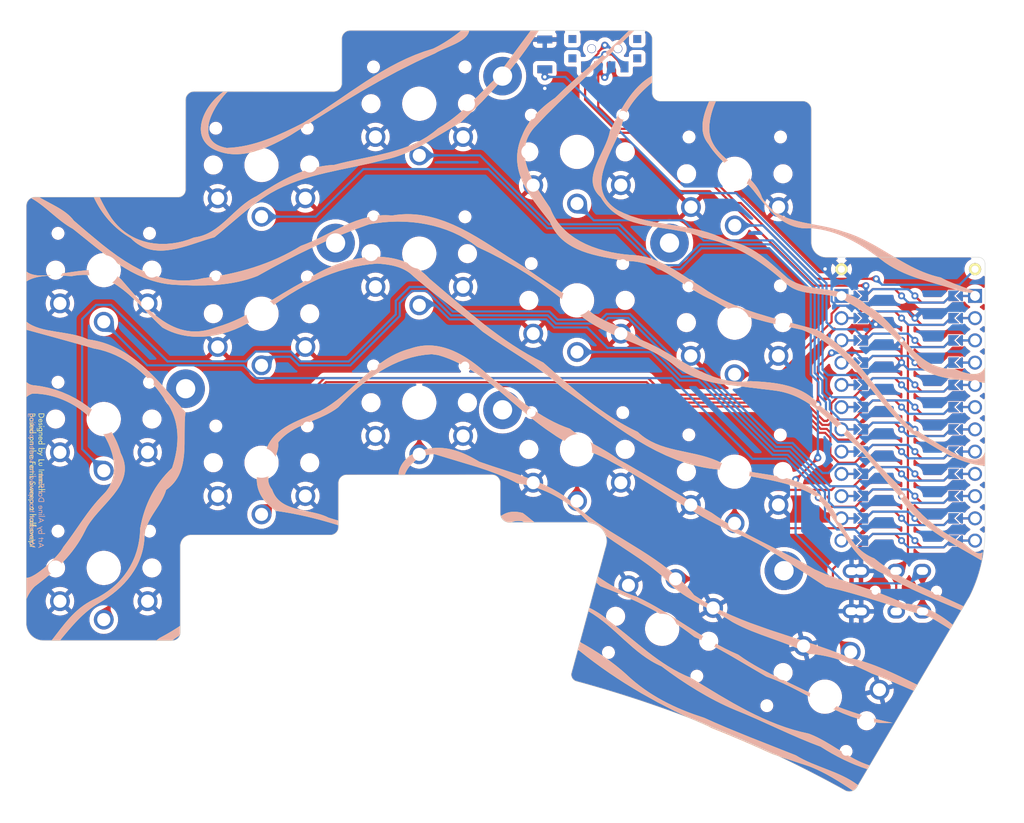
<source format=kicad_pcb>
(kicad_pcb (version 20240108) (generator "pcbnew") (generator_version "8.0")
  (layers (0 "F.Cu" signal) (31 "B.Cu" signal) (34 "B.Paste" user) (35 "F.Paste" user) (36 "B.SilkS" user "B.Silkscreen") (37 "F.SilkS" user "F.Silkscreen") (38 "B.Mask" user) (39 "F.Mask" user) (44 "Edge.Cuts" user))
  (net 0 "")
  (net 1 "gnd")
  (net 2 "vcc")
  (net 3 "Switch18")
  (net 4 "reset")
  (net 5 "Switch1")
  (net 6 "Switch2")
  (net 7 "Switch3")
  (net 8 "Switch4")
  (net 9 "Switch5")
  (net 10 "Switch6")
  (net 11 "Switch7")
  (net 12 "Switch8")
  (net 13 "Switch9")
  (net 14 "Switch10")
  (net 15 "Switch11")
  (net 16 "Switch12")
  (net 17 "Switch13")
  (net 18 "Switch14")
  (net 19 "Switch15")
  (net 20 "Switch16")
  (net 21 "Switch17")
  (net 22 "raw")
  (net 23 "BT+_r")
  (net 24 "Net-(SW_POWERR1-Pad1)")
  (footprint "kbd:1pin_conn" (layer "F.Cu") (at 126.492 45.974)
    (property "Reference" "B+" (hide yes))
    (property "Value" "MountingHole_Pad" (hide yes))
  )
  (footprint "kbd:1pin_conn" (layer "F.Cu") (at 111.252 45.974)
    (property "Reference" "B-" (hide yes))
    (property "Value" "MountingHole_Pad" (hide yes))
  )
  (footprint "Kailh:TRRS-PJ-DPB2" (layer "F.Cu") (at 123.698 82.75 -90)
    (property "Reference" "J2")
    (property "Value" "AudioJack4dpb" (hide yes))
  )
  (footprint "* duckyb-collection:SW_PG1350_rev_DPB" (layer "F.Cu") (at 27.08 46.08)
    (property "Reference" "SW1" (hide yes))
    (property "Value" "SW_Push" (hide yes))
  )
  (footprint "* duckyb-collection:SW_PG1350_rev_DPB" (layer "F.Cu") (at 45.08 34.08)
    (property "Reference" "SW2" (hide yes))
    (property "Value" "SW_Push" (hide yes))
  )
  (footprint "* duckyb-collection:SW_PG1350_rev_DPB" (layer "F.Cu") (at 63.08 27.08)
    (property "Reference" "SW3" (hide yes))
    (property "Value" "SW_Push" (hide yes))
  )
  (footprint "* duckyb-collection:SW_PG1350_rev_DPB" (layer "F.Cu") (at 81.08 32.58)
    (property "Reference" "SW4" (hide yes))
    (property "Value" "SW_Push" (hide yes))
  )
  (footprint "* duckyb-collection:SW_PG1350_rev_DPB" (layer "F.Cu") (at 99.08 35.08)
    (property "Reference" "SW5" (hide yes))
    (property "Value" "SW_Push" (hide yes))
  )
  (footprint "* duckyb-collection:SW_PG1350_rev_DPB" (layer "F.Cu") (at 27.08 63.08)
    (property "Reference" "SW6" (hide yes))
    (property "Value" "SW_Push" (hide yes))
  )
  (footprint "* duckyb-collection:SW_PG1350_rev_DPB" (layer "F.Cu") (at 45.08 51.054)
    (property "Reference" "SW7" (hide yes))
    (property "Value" "SW_Push" (hide yes))
  )
  (footprint "* duckyb-collection:SW_PG1350_rev_DPB" (layer "F.Cu") (at 63.08 44.196)
    (property "Reference" "SW8" (hide yes))
    (property "Value" "SW_Push" (hide yes))
  )
  (footprint "* duckyb-collection:SW_PG1350_rev_DPB" (layer "F.Cu") (at 81.08 49.53)
    (property "Reference" "SW9" (hide yes))
    (property "Value" "SW_Push" (hide yes))
  )
  (footprint "* duckyb-collection:SW_PG1350_rev_DPB" (layer "F.Cu") (at 99.06 52.07)
    (property "Reference" "SW10" (hide yes))
    (property "Value" "SW_Push" (hide yes))
  )
  (footprint "* duckyb-collection:SW_PG1350_rev_DPB" (layer "F.Cu") (at 27.08 80.08)
    (property "Reference" "SW11" (hide yes))
    (property "Value" "SW_Push" (hide yes))
  )
  (footprint "* duckyb-collection:SW_PG1350_rev_DPB" (layer "F.Cu") (at 45.08 68.072)
    (property "Reference" "SW12" (hide yes))
    (property "Value" "SW_Push" (hide yes))
  )
  (footprint "* duckyb-collection:SW_PG1350_rev_DPB" (layer "F.Cu") (at 63.08 61.214)
    (property "Reference" "SW13" (hide yes))
    (property "Value" "SW_Push" (hide yes))
  )
  (footprint "* duckyb-collection:SW_PG1350_rev_DPB" (layer "F.Cu") (at 81.08 66.548)
    (property "Reference" "SW14" (hide yes))
    (property "Value" "SW_Push" (hide yes))
  )
  (footprint "* duckyb-collection:SW_PG1350_rev_DPB" (layer "F.Cu") (at 99.06 69.088)
    (property "Reference" "SW15" (hide yes))
    (property "Value" "SW_Push" (hide yes))
  )
  (footprint "* duckyb-collection:SW_PG1350_rev_DPB" (layer "F.Cu") (at 109.356 94.78 150)
    (property "Reference" "SW17" (hide yes))
    (property "Value" "SW_Push" (hide yes))
  )
  (footprint "* duckyb-collection:SW_PG1350_rev_DPB" (layer "F.Cu") (at 90.796 87.03 165)
    (property "Reference" "SW16" (hide yes))
    (property "Value" "SW_Push" (hide yes))
  )
  (footprint "* duckyb-collection:ProMicro_jumpers_facedown" (layer "F.Cu") (at 118.872 62.992 -90)
    (property "Reference" "U1" (hide yes))
    (property "Value" "ProMicro-kbd" (hide yes))
  )
  (footprint "kbd:Tenting_Puck2" (layer "F.Cu") (at 72.58 42.98)
    (property "Reference" "REF**")
    (property "Value" "Tenting Puck")
  )
  (footprint "Kailh:SPDT_C128955" (layer "F.Cu") (at 84.25 20.8)
    (property "Reference" "POWER SW" (hide yes))
    (property "Value" "SW_SPDT")
  )
  (footprint "* duckyb-collection:Tactile-Switch_SMT" (layer "F.Cu") (at 77.4 21.45 -90)
    (property "Reference" "RSW2" (hide yes))
    (property "Value" "SW_Push")
  )
  (footprint "" (layer "F.Cu") (at 104.69 80.4)
    (property "Reference" "")
    (property "Value" "")
  )
  (footprint "" (layer "F.Cu") (at 36.42 59.62)
    (property "Reference" "")
    (property "Value" "")
  )
  (footprint "" (layer "F.Cu") (at 104.69 80.4)
    (property "Reference" "")
    (property "Value" "")
  )
  (gr_poly (pts (xy 19.19147 73.640862) (xy 19.191579 73.651502) (xy 19.19163 73.656757) (xy 19.191599 73.661947) (xy 19.191418 73.667039) (xy 19.191261 73.66954) (xy 19.191041 73.672009) (xy 19.190758 73.674447) (xy 19.190401 73.67684) (xy 19.189963 73.679195) (xy 19.189438 73.681503) (xy 19.188092 73.681717) (xy 19.186724 73.681968) (xy 19.183916 73.68257) (xy 19.178006 73.683914) (xy 19.174912 73.684545) (xy 19.173326 73.684829) (xy 19.17172 73.685072) (xy 19.170091 73.685277) (xy 19.168438 73.685431) (xy 19.166758 73.68553) (xy 19.165052 73.685561) (xy 19.162553 73.685685) (xy 19.160009 73.68568) (xy 19.157417 73.685564) (xy 19.154779 73.685357) (xy 19.149389 73.684726) (xy 19.143844 73.683918) (xy 19.138154 73.683057) (xy 19.132333 73.682283) (xy 19.129378 73.681968) (xy 19.126393 73.681723) (xy 19.123383 73.681561) (xy 19.120349 73.681505) (xy 19.078692 73.68252) (xy 19.06898 73.682362) (xy 19.063906 73.682414) (xy 19.061377 73.682545) (xy 19.058884 73.682777) (xy 19.056431 73.683124) (xy 19.054048 73.68361) (xy 19.051745 73.684261) (xy 19.049547 73.685093) (xy 19.048487 73.685584) (xy 19.047466 73.686124) (xy 19.046477 73.686728) (xy 19.045521 73.687382) (xy 19.044606 73.688102) (xy 19.043735 73.688881) (xy 19.042903 73.689732) (xy 19.042119 73.690647) (xy 19.04167 73.691696) (xy 19.041274 73.692755) (xy 19.040939 73.693818) (xy 19.040642 73.694882) (xy 19.040191 73.697022) (xy 19.039876 73.699174) (xy 19.039679 73.70133) (xy 19.039562 73.703491) (xy 19.039451 73.707794) (xy 19.03929 73.712052) (xy 19.039111 73.71415) (xy 19.038834 73.716223) (xy 19.038411 73.718264) (xy 19.037826 73.720278) (xy 19.03746 73.721267) (xy 19.037037 73.722249) (xy 19.036561 73.72322) (xy 19.036022 73.724178) (xy 19.034956 73.724718) (xy 19.033859 73.725205) (xy 19.032728 73.725637) (xy 19.031568 73.726015) (xy 19.029164 73.726632) (xy 19.026671 73.727081) (xy 19.024098 73.727378) (xy 19.021466 73.727552) (xy 19.01879 73.72762) (xy 19.016082 73.727605) (xy 19.010651 73.727423) (xy 19.005302 73.727179) (xy 19.000167 73.727052) (xy 18.997723 73.727093) (xy 18.99538 73.727227) (xy 18.993747 73.727247) (xy 18.992259 73.727308) (xy 18.990901 73.727401) (xy 18.989651 73.727513) (xy 18.985349 73.727993) (xy 18.98435 73.728072) (xy 18.983347 73.728121) (xy 18.982314 73.728126) (xy 18.981235 73.728085) (xy 18.980092 73.727981) (xy 18.978863 73.727812) (xy 18.977533 73.727562) (xy 18.976077 73.727228) (xy 18.975679 73.726951) (xy 18.975257 73.726699) (xy 18.974341 73.726252) (xy 18.973342 73.725861) (xy 18.972281 73.725512) (xy 18.970058 73.724868) (xy 18.968931 73.724537) (xy 18.967824 73.724176) (xy 18.96675 73.723768) (xy 18.965729 73.723297) (xy 18.965246 73.72303) (xy 18.964783 73.722738) (xy 18.964347 73.722425) (xy 18.963932 73.722082) (xy 18.963551 73.721709) (xy 18.963194 73.721308) (xy 18.962874 73.720867) (xy 18.962587 73.720394) (xy 18.962344 73.71988) (xy 18.962134 73.719325) (xy 18.961971 73.718726) (xy 18.961853 73.718084) (xy 18.961615 73.717129) (xy 18.961462 73.716166) (xy 18.961394 73.715198) (xy 18.9614 73.714226) (xy 18.961475 73.713247) (xy 18.96161 73.71226) (xy 18.961803 73.711269) (xy 18.962043 73.710269) (xy 18.962645 73.708261) (xy 18.963353 73.706222) (xy 18.964903 73.702081) (xy 18.965631 73.699972) (xy 18.966257 73.697842) (xy 18.966519 73.696767) (xy 18.966732 73.695689) (xy 18.966893 73.694599) (xy 18.966997 73.693509) (xy 18.967033 73.692409) (xy 18.966998 73.691305) (xy 18.966889 73.690196) (xy 18.966689 73.68908) (xy 18.966395 73.687952) (xy 18.966005 73.686828) (xy 18.965512 73.685695) (xy 18.964899 73.684553) (xy 18.96413 73.684013) (xy 18.963342 73.683525) (xy 18.962537 73.683095) (xy 18.961719 73.682716) (xy 18.960888 73.682386) (xy 18.960042 73.682101) (xy 18.959181 73.681865) (xy 18.95831 73.681665) (xy 18.956543 73.681381) (xy 18.954738 73.681229) (xy 18.952908 73.681195) (xy 18.951056 73.681252) (xy 18.949198 73.68138) (xy 18.947327 73.681557) (xy 18.943615 73.681981) (xy 18.939968 73.682358) (xy 18.938191 73.682478) (xy 18.936452 73.682519) (xy 18.930019 73.682384) (xy 18.92366 73.682013) (xy 18.917345 73.681447) (xy 18.911054 73.68074) (xy 18.885654 73.677434) (xy 18.883031 73.678154) (xy 18.880512 73.678803) (xy 18.875749 73.67998) (xy 18.873507 73.680551) (xy 18.871365 73.681152) (xy 18.869314 73.681799) (xy 18.868331 73.682152) (xy 18.867364 73.682521) (xy 18.865257 73.68166) (xy 18.863128 73.680973) (xy 18.860984 73.68045) (xy 18.858825 73.680074) (xy 18.85665 73.679827) (xy 18.854473 73.679695) (xy 18.852286 73.679666) (xy 18.850093 73.679723) (xy 18.847904 73.679854) (xy 18.845715 73.680037) (xy 18.841361 73.680518) (xy 18.837057 73.681044) (xy 18.832821 73.681503) (xy 18.82919 73.68165) (xy 18.825536 73.681709) (xy 18.818168 73.681614) (xy 18.810729 73.681305) (xy 18.803229 73.680866) (xy 18.788101 73.679931) (xy 18.780493 73.679599) (xy 18.772878 73.679467) (xy 18.772104 73.679491) (xy 18.77131 73.679555) (xy 18.770504 73.679659) (xy 18.769686 73.679786) (xy 18.768039 73.680112) (xy 18.7664 73.680487) (xy 18.76481 73.68086) (xy 18.763305 73.681185) (xy 18.762597 73.681316) (xy 18.761918 73.681415) (xy 18.761279 73.681482) (xy 18.760687 73.681503) (xy 18.745446 73.679468) (xy 18.730209 73.681502) (xy 18.703409 73.679724) (xy 18.696859 73.679399) (xy 18.690344 73.679216) (xy 18.683851 73.679224) (xy 18.677372 73.679469) (xy 18.67642 73.679504) (xy 18.675468 73.679601) (xy 18.674522 73.679751) (xy 18.673578 73.679945) (xy 18.672638 73.680178) (xy 18.671711 73.680434) (xy 18.669882 73.680998) (xy 18.668093 73.681554) (xy 18.667227 73.681815) (xy 18.666371 73.682045) (xy 18.665535 73.682241) (xy 18.664718 73.682387) (xy 18.663922 73.682485) (xy 18.663149 73.68252) (xy 18.661815 73.682665) (xy 18.660483 73.682729) (xy 18.659149 73.682723) (xy 18.657815 73.682662) (xy 18.655148 73.682431) (xy 18.65248 73.682138) (xy 18.649813 73.68189) (xy 18.648479 73.681826) (xy 18.647148 73.681802) (xy 18.645812 73.681849) (xy 18.644479 73.681979) (xy 18.643147 73.682196) (xy 18.641814 73.682521) (xy 18.640647 73.681961) (xy 18.639443 73.681416) (xy 18.636941 73.680375) (xy 18.631779 73.678322) (xy 18.629241 73.677248) (xy 18.628008 73.676681) (xy 18.626811 73.676088) (xy 18.625654 73.675465) (xy 18.624547 73.674809) (xy 18.623496 73.674116) (xy 18.622508 73.673378) (xy 18.621146 73.663472) (xy 18.620618 73.658296) (xy 18.620207 73.653024) (xy 18.619933 73.64769) (xy 18.619812 73.642337) (xy 18.619861 73.636999) (xy 18.620096 73.63172) (xy 18.620533 73.626535) (xy 18.62119 73.621482) (xy 18.62208 73.616608) (xy 18.623223 73.611941) (xy 18.624633 73.60752) (xy 18.626329 73.603394) (xy 18.628325 73.599595) (xy 18.629441 73.59783) (xy 18.630634 73.596159) (xy 18.633126 73.595492) (xy 18.635628 73.594994) (xy 18.638145 73.594669) (xy 18.640668 73.594492) (xy 18.643192 73.594449) (xy 18.645708 73.594534) (xy 18.648214 73.594727) (xy 18.650703 73.595015) (xy 18.653169 73.595389) (xy 18.655599 73.595831) (xy 18.660353 73.596875) (xy 18.664918 73.598038) (xy 18.669245 73.59921) (xy 18.67227 73.598565) (xy 18.675251 73.598129) (xy 18.678188 73.59789) (xy 18.681086 73.597813) (xy 18.68395 73.597879) (xy 18.686782 73.598066) (xy 18.689586 73.59835) (xy 18.692359 73.598702) (xy 18.703248 73.600355) (xy 18.705935 73.600711) (xy 18.708611 73.60099) (xy 18.711283 73.601175) (xy 18.713948 73.601244) (xy 18.73935 73.59921) (xy 18.749387 73.599296) (xy 18.759638 73.599496) (xy 18.780497 73.599973) (xy 18.790961 73.600104) (xy 18.801355 73.600067) (xy 18.811609 73.599795) (xy 18.821645 73.599211) (xy 18.828761 73.59921) (xy 18.831717 73.599164) (xy 18.834518 73.599051) (xy 18.837204 73.598887) (xy 18.839806 73.598704) (xy 18.844901 73.59835) (xy 18.847466 73.598239) (xy 18.850096 73.598197) (xy 18.855423 73.598284) (xy 18.860746 73.598528) (xy 18.866041 73.59889) (xy 18.871302 73.59934) (xy 18.88167 73.600339) (xy 18.891752 73.601246) (xy 18.897375 73.6012) (xy 18.902848 73.601069) (xy 18.908199 73.600867) (xy 18.913468 73.600606) (xy 18.923898 73.599958) (xy 18.934421 73.59921) (xy 18.95106 73.599974) (xy 18.953101 73.599934) (xy 18.955127 73.599808) (xy 18.957139 73.599569) (xy 18.95914 73.599211) (xy 18.961121 73.598708) (xy 18.96308 73.598044) (xy 18.964052 73.597646) (xy 18.965017 73.597199) (xy 18.965979 73.596706) (xy 18.966932 73.596161) (xy 18.967546 73.591554) (xy 18.967891 73.586887) (xy 18.96801 73.582169) (xy 18.967935 73.577411) (xy 18.967709 73.572625) (xy 18.967381 73.567819) (xy 18.966552 73.558186) (xy 18.965772 73.548606) (xy 18.965504 73.543855) (xy 18.965362 73.539151) (xy 18.965395 73.534502) (xy 18.965641 73.529915) (xy 18.966141 73.525405) (xy 18.966935 73.520976) (xy 18.967517 73.520422) (xy 18.968135 73.519892) (xy 18.968778 73.519391) (xy 18.969449 73.518918) (xy 18.970865 73.518051) (xy 18.97238 73.517278) (xy 18.973984 73.516596) (xy 18.975668 73.515997) (xy 18.977426 73.515465) (xy 18.979253 73.515008) (xy 18.981138 73.514608) (xy 18.983079 73.514261) (xy 18.985059 73.513959) (xy 18.987078 73.51369) (xy 18.9912 73.513239) (xy 18.995382 73.512851) (xy 18.996557 73.513384) (xy 18.997793 73.513856) (xy 19.000425 73.514618) (xy 19.003244 73.515175) (xy 19.006209 73.515576) (xy 19.00928 73.51586) (xy 19.01242 73.51606) (xy 19.01875 73.516403) (xy 19.021864 73.516625) (xy 19.024888 73.516936) (xy 19.027793 73.517378) (xy 19.030531 73.517995) (xy 19.031823 73.518376) (xy 19.033063 73.51882) (xy 19.034244 73.519325) (xy 19.035358 73.519902) (xy 19.036402 73.520557) (xy 19.037374 73.521289) (xy 19.038262 73.522104) (xy 19.039069 73.523008) (xy 19.039851 73.527301) (xy 19.040331 73.531779) (xy 19.040555 73.536408) (xy 19.040578 73.541151) (xy 19.040229 73.550886) (xy 19.039704 73.560731) (xy 19.039503 73.565609) (xy 19.039418 73.570428) (xy 19.039493 73.575143) (xy 19.039784 73.579729) (xy 19.040345 73.584157) (xy 19.04122 73.588391) (xy 19.041799 73.59043) (xy 19.042475 73.592404) (xy 19.043254 73.594315) (xy 19.044149 73.59616) (xy 19.045895 73.597147) (xy 19.047706 73.598015) (xy 19.049571 73.598772) (xy 19.051497 73.599428) (xy 19.053471 73.599984) (xy 19.055494 73.600451) (xy 19.059673 73.601145) (xy 19.06401 73.601564) (xy 19.068475 73.60177) (xy 19.073039 73.601811) (xy 19.077677 73.601749) (xy 19.087072 73.601541) (xy 19.091772 73.601501) (xy 19.09644 73.601593) (xy 19.10105 73.601854) (xy 19.105576 73.602356) (xy 19.109985 73.603146) (xy 19.112134 73.603672) (xy 19.114255 73.604288) (xy 19.131144 73.601572) (xy 19.140899 73.60027) (xy 19.145959 73.599738) (xy 19.151083 73.599333) (xy 19.156232 73.599084) (xy 19.161364 73.599019) (xy 19.166435 73.599172) (xy 19.171402 73.599572) (xy 19.17623 73.600254) (xy 19.180872 73.601246) (xy 19.185291 73.602579) (xy 19.187399 73.603384) (xy 19.189438 73.60429) (xy 19.190129 73.606048) (xy 19.190694 73.607903) (xy 19.191134 73.609841) (xy 19.191471 73.611861) (xy 19.191712 73.613957) (xy 19.191865 73.61613) (xy 19.191955 73.618367) (xy 19.191981 73.620672)) (stroke (width -0.000001)) (fill solid) (layer "B.SilkS"))
  (gr_poly (pts (xy 89.653128 24.650901) (xy 89.339843 24.91877) (xy 89.033369 25.191747) (xy 88.734821 25.470574) (xy 88.445313 25.755992) (xy 88.165958 26.048741) (xy 87.897871 26.349563) (xy 87.642166 26.659198) (xy 87.399955 26.978388) (xy 87.172354 27.307874) (xy 86.960476 27.648396) (xy 86.765435 28.000696) (xy 86.588345 28.365515) (xy 86.43032 28.743593) (xy 86.292473 29.135672) (xy 86.231464 29.337194) (xy 86.175918 29.542493) (xy 86.125974 29.751663) (xy 86.081771 29.964797) (xy 85.842594 30.521917) (xy 85.574018 31.100723) (xy 84.99866 32.307358) (xy 84.716876 32.92717) (xy 84.455687 33.552631) (xy 84.227591 34.179734) (xy 84.045088 34.80447) (xy 83.974839 35.114698) (xy 83.920676 35.42283) (xy 83.88416 35.728366) (xy 83.866853 36.030804) (xy 83.870319 36.329644) (xy 83.89612 36.624384) (xy 83.945817 36.914524) (xy 84.020973 37.199561) (xy 84.123151 37.478996) (xy 84.253912 37.752326) (xy 84.41482 38.019051) (xy 84.607436 38.27867) (xy 84.833323 38.530681) (xy 85.094044 38.774584) (xy 85.39116 39.009877) (xy 85.726233 39.236059) (xy 86.46521 39.594997) (xy 87.222636 39.894952) (xy 87.995877 40.144575) (xy 88.782296 40.352514) (xy 89.579258 40.527419) (xy 90.384125 40.677939) (xy 92.007036 40.940426) (xy 93.62994 41.209168) (xy 94.434801 41.367509) (xy 95.231751 41.553363) (xy 96.018157 41.775379) (xy 96.791381 42.042206) (xy 97.548788 42.362495) (xy 98.287741 42.744894) (xy 98.553622 42.789492) (xy 98.8143 42.843252) (xy 99.320801 42.976905) (xy 99.808754 43.143138) (xy 100.279669 43.339236) (xy 100.735057 43.562486) (xy 101.176427 43.810174) (xy 101.60529 44.079586) (xy 102.023156 44.368008) (xy 102.431535 44.672724) (xy 102.831937 44.991022) (xy 103.614851 45.657507) (xy 105.151404 47.034033) (xy 105.409479 47.196639) (xy 105.673381 47.342737) (xy 105.942669 47.473544) (xy 106.216906 47.590281) (xy 106.778466 47.78642) (xy 107.354551 47.940909) (xy 107.941646 48.063503) (xy 108.536241 48.163957) (xy 109.733878 48.337465) (xy 110.329895 48.430029) (xy 110.919362 48.539473) (xy 111.498767 48.675552) (xy 112.064596 48.848021) (xy 112.341323 48.950951) (xy 112.613338 49.066636) (xy 112.880204 49.196296) (xy 113.14148 49.34115) (xy 113.396729 49.502418) (xy 113.645511 49.681319) (xy 113.887386 49.879073) (xy 114.121917 50.096899) (xy 114.464487 50.281003) (xy 114.795331 50.485542) (xy 115.115439 50.708748) (xy 115.425799 50.948851) (xy 115.727403 51.204084) (xy 116.021241 51.472677) (xy 116.589573 52.042871) (xy 117.138717 52.645285) (xy 117.67659 53.265769) (xy 118.750202 54.504354) (xy 119.301778 55.094157) (xy 119.87376 55.645435) (xy 120.169878 55.902206) (xy 120.474067 56.14404) (xy 120.787316 56.369168) (xy 121.110617 56.575822) (xy 121.444958 56.762233) (xy 121.79133 56.926633) (xy 122.150722 57.067252) (xy 122.524124 57.182323) (xy 122.912527 57.270077) (xy 123.316919 57.328745) (xy 123.738292 57.356559) (xy 124.177634 57.351749) (xy 124.517606 57.500194) (xy 124.8409 57.627342) (xy 125.14752 57.733237) (xy 125.437471 57.817924) (xy 125.710757 57.881447) (xy 125.967383 57.923852) (xy 126.207352 57.945183) (xy 126.430669 57.945485) (xy 126.637338 57.924802) (xy 126.827363 57.883179) (xy 126.916136 57.854529) (xy 127.00075 57.820661) (xy 127.081205 57.78158) (xy 127.157502 57.737292) (xy 127.229641 57.687803) (xy 127.297623 57.633117) (xy 127.361448 57.573242) (xy 127.421118 57.508182) (xy 127.476632 57.437942) (xy 127.527991 57.362529) (xy 127.575196 57.281948) (xy 127.618247 57.196205) (xy 127.618247 58.938736) (xy 123.704842 58.474759) (xy 123.221577 58.390251) (xy 122.745197 58.287191) (xy 122.277376 58.161779) (xy 121.819785 58.010217) (xy 121.374096 57.828707) (xy 120.941981 57.61345) (xy 120.525111 57.360648) (xy 120.322916 57.21898) (xy 120.125159 57.066501) (xy 119.711132 56.511969) (xy 119.284985 55.969364) (xy 118.846709 55.438997) (xy 118.396293 54.921179) (xy 117.933729 54.41622) (xy 117.459006 53.924431) (xy 116.972114 53.446122) (xy 116.473044 52.981605) (xy 115.961786 52.53119) (xy 115.438331 52.095188) (xy 114.902668 51.67391) (xy 114.354787 51.267666) (xy 113.79468 50.876766) (xy 113.222337 50.501523) (xy 112.637746 50.142246) (xy 112.0409 49.799246) (xy 111.836576 49.654523) (xy 111.626497 49.526054) (xy 111.411077 49.412658) (xy 111.190728 49.313155) (xy 110.965863 49.226364) (xy 110.736896 49.151107) (xy 110.268306 49.03047) (xy 109.788265 48.941805) (xy 109.300076 48.87567) (xy 108.312476 48.773231) (xy 107.819674 48.718047) (xy 107.331945 48.647632) (xy 106.852593 48.552546) (xy 106.384924 48.42335) (xy 106.156502 48.34301) (xy 105.932241 48.250602) (xy 105.712553 48.144946) (xy 105.49785 48.024862) (xy 105.288548 47.88917) (xy 105.085057 47.73669) (xy 104.887792 47.566242) (xy 104.697165 47.376646) (xy 104.195249 46.934821) (xy 103.684018 46.504271) (xy 103.163295 46.086297) (xy 102.632906 45.682203) (xy 102.092674 45.293288) (xy 101.542423 44.920855) (xy 100.981978 44.566205) (xy 100.411162 44.230639) (xy 99.8298 43.91546) (xy 99.237715 43.621969) (xy 98.634732 43.351468) (xy 98.020675 43.105257) (xy 97.395368 42.884639) (xy 96.758634 42.690915) (xy 96.110299 42.525387) (xy 95.450186 42.389356) (xy 94.71554 42.09485) (xy 93.950533 41.860006) (xy 93.161829 41.672164) (xy 92.356093 41.518664) (xy 89.096127 40.994897) (xy 88.305204 40.823215) (xy 87.537237 40.609917) (xy 86.798892 40.342344) (xy 86.44291 40.184249) (xy 86.096832 40.007837) (xy 85.761493 39.811527) (xy 85.437724 39.593735) (xy 85.126359 39.35288) (xy 84.828231 39.087379) (xy 84.544173 38.79565) (xy 84.275018 38.47611) (xy 84.0216 38.127176) (xy 83.784751 37.747267) (xy 83.574891 37.546439) (xy 83.39533 37.340981) (xy 83.2446 37.131139) (xy 83.121233 36.917162) (xy 83.023762 36.699297) (xy 82.950718 36.477791) (xy 82.900634 36.252894) (xy 82.872043 36.024851) (xy 82.863477 35.793912) (xy 82.873468 35.560324) (xy 82.900548 35.324335) (xy 82.943251 35.086192) (xy 83.000108 34.846143) (xy 83.069651 34.604437) (xy 83.240928 34.11704) (xy 83.44534 33.625985) (xy 83.671146 33.133252) (xy 84.139975 32.150685) (xy 84.359517 31.664814) (xy 84.553488 31.185195) (xy 84.710148 30.713809) (xy 84.770817 30.481823) (xy 84.817755 30.252639) (xy 85.258862 29.368455) (xy 85.726096 28.46693) (xy 85.97272 28.016232) (xy 86.229725 27.56908) (xy 86.498396 27.128102) (xy 86.780016 26.695925) (xy 87.075867 26.275175) (xy 87.387234 25.868481) (xy 87.7154 25.478469) (xy 88.061648 25.107766) (xy 88.427261 24.759001) (xy 88.813524 24.434799) (xy 89.221718 24.137789) (xy 89.653128 23.870597)) (stroke (width -0.000001)) (fill solid) (layer "B.SilkS"))
  (gr_poly (pts (xy 19.050117 76.021733) (xy 19.048134 76.030417) (xy 19.044278 76.047896) (xy 19.042188 76.056474) (xy 19.03985 76.064802) (xy 19.038551 76.068839) (xy 19.037151 76.072775) (xy 19.035635 76.076594) (xy 19.033989 76.08028) (xy 19.033764 76.082543) (xy 19.033475 76.084762) (xy 19.033125 76.086945) (xy 19.032723 76.089096) (xy 19.032268 76.09121) (xy 19.031775 76.093301) (xy 19.030688 76.097427) (xy 19.025862 76.113808) (xy 19.025467 76.114465) (xy 19.025043 76.115094) (xy 19.024594 76.115706) (xy 19.024115 76.116298) (xy 19.023617 76.116874) (xy 19.023095 76.117427) (xy 19.021987 76.118491) (xy 19.020809 76.119503) (xy 19.019577 76.120468) (xy 19.018293 76.121405) (xy 19.016972 76.122317) (xy 19.014271 76.124116) (xy 19.011574 76.125952) (xy 19.010252 76.126912) (xy 19.008969 76.127908) (xy 19.007735 76.128959) (xy 19.006558 76.130065) (xy 19.005626 76.131241) (xy 19.004736 76.132478) (xy 19.003873 76.133761) (xy 19.003033 76.135081) (xy 18.999698 76.140478) (xy 18.99883 76.1418) (xy 18.997925 76.143081) (xy 18.996979 76.144318) (xy 18.995986 76.145494) (xy 18.99493 76.146602) (xy 18.993807 76.147622) (xy 18.993216 76.148098) (xy 18.992603 76.14855) (xy 18.991972 76.148973) (xy 18.991316 76.149369) (xy 18.990475 76.149667) (xy 18.989662 76.149988) (xy 18.988874 76.15033) (xy 18.988114 76.150697) (xy 18.987379 76.151079) (xy 18.98667 76.151489) (xy 18.985983 76.151908) (xy 18.985318 76.152353) (xy 18.984049 76.153295) (xy 18.982852 76.154297) (xy 18.981723 76.155363) (xy 18.980651 76.156481) (xy 18.979626 76.157648) (xy 18.978637 76.158854) (xy 18.97768 76.160098) (xy 18.976744 76.161372) (xy 18.973026 76.166643) (xy 18.971707 76.167429) (xy 18.97041 76.16826) (xy 18.96913 76.169132) (xy 18.96787 76.170042) (xy 18.966628 76.170988) (xy 18.965404 76.171969) (xy 18.964192 76.172973) (xy 18.962998 76.174011) (xy 18.960637 76.17615) (xy 18.958315 76.178359) (xy 18.953722 76.1829) (xy 18.952788 76.183013) (xy 18.951888 76.183157) (xy 18.951019 76.183334) (xy 18.95018 76.183546) (xy 18.949367 76.183781) (xy 18.948579 76.184047) (xy 18.947816 76.184335) (xy 18.947073 76.184645) (xy 18.945648 76.185326) (xy 18.944277 76.186074) (xy 18.942955 76.18688) (xy 18.941659 76.187722) (xy 18.939089 76.189467) (xy 18.937779 76.190337) (xy 18.936437 76.191185) (xy 18.93504 76.191996) (xy 18.933571 76.19276) (xy 18.932014 76.193456) (xy 18.9312 76.193775) (xy 18.930357 76.194074) (xy 18.927724 76.194859) (xy 18.92515 76.195682) (xy 18.920131 76.197409) (xy 18.910291 76.200933) (xy 18.905278 76.202587) (xy 18.902703 76.203358) (xy 18.900066 76.204075) (xy 18.897362 76.204736) (xy 18.894574 76.205325) (xy 18.891691 76.205838) (xy 18.888701 76.206266) (xy 18.885988 76.206994) (xy 18.883193 76.207659) (xy 18.877398 76.208825) (xy 18.871413 76.209824) (xy 18.865334 76.210712) (xy 18.853269 76.212413) (xy 18.847473 76.213337) (xy 18.841966 76.214391) (xy 18.839501 76.213911) (xy 18.837048 76.2136) (xy 18.83461 76.213434) (xy 18.832168 76.213393) (xy 18.829725 76.21345) (xy 18.827269 76.213587) (xy 18.822281 76.21401) (xy 18.817151 76.214482) (xy 18.814514 76.21468) (xy 18.81182 76.214823) (xy 18.809057 76.214889) (xy 18.806224 76.21485) (xy 18.803311 76.214692) (xy 18.800309 76.214393) (xy 18.79882 76.214179) (xy 18.797384 76.213927) (xy 18.795998 76.213644) (xy 18.794644 76.213342) (xy 18.79197 76.212712) (xy 18.789259 76.212105) (xy 18.787859 76.211831) (xy 18.786411 76.211592) (xy 18.784896 76.211394) (xy 18.783307 76.211246) (xy 18.78163 76.211156) (xy 18.779848 76.211142) (xy 18.777951 76.211196) (xy 18.775926 76.211341) (xy 18.747479 76.200167) (xy 18.746939 76.199977) (xy 18.746469 76.199784) (xy 18.746049 76.19959) (xy 18.745683 76.1994) (xy 18.745359 76.199214) (xy 18.745068 76.199021) (xy 18.7448 76.198829) (xy 18.744555 76.198637) (xy 18.744092 76.198259) (xy 18.743861 76.198064) (xy 18.743618 76.19788) (xy 18.743361 76.197684) (xy 18.743072 76.197497) (xy 18.742755 76.197305) (xy 18.742395 76.197113) (xy 18.720047 76.185937) (xy 18.718164 76.184761) (xy 18.716318 76.183528) (xy 18.714503 76.182244) (xy 18.712709 76.180921) (xy 18.705567 76.175527) (xy 18.703741 76.174206) (xy 18.701889 76.172923) (xy 18.699991 76.171687) (xy 18.698042 76.170512) (xy 18.696034 76.169404) (xy 18.693956 76.168381) (xy 18.691805 76.167457) (xy 18.689563 76.166636) (xy 18.684909 76.160918) (xy 18.680135 76.155189) (xy 18.670515 76.143649) (xy 18.665811 76.137811) (xy 18.661274 76.131917) (xy 18.659094 76.128946) (xy 18.656974 76.125948) (xy 18.654939 76.122935) (xy 18.652989 76.119902) (xy 18.651847 76.117901) (xy 18.650702 76.115738) (xy 18.649558 76.113432) (xy 18.648414 76.111004) (xy 18.64727 76.108487) (xy 18.646132 76.105898) (xy 18.643845 76.100596) (xy 18.641099 76.095043) (xy 18.638256 76.089118) (xy 18.635415 76.082931) (xy 18.632668 76.076594) (xy 18.630113 76.070203) (xy 18.628935 76.067023) (xy 18.62784 76.063876) (xy 18.626842 76.060767) (xy 18.625955 76.057713) (xy 18.625182 76.054731) (xy 18.62454 76.051826) (xy 18.624453 76.051633) (xy 18.624373 76.051433) (xy 18.624304 76.051231) (xy 18.624249 76.051023) (xy 18.624164 76.05059) (xy 18.624113 76.050145) (xy 18.624091 76.049684) (xy 18.624095 76.049218) (xy 18.624117 76.048744) (xy 18.624158 76.048273) (xy 18.624272 76.047325) (xy 18.624395 76.046401) (xy 18.6245 76.045524) (xy 18.624529 76.04511) (xy 18.62454 76.044719) (xy 18.621492 76.04065) (xy 18.620093 76.034697) (xy 18.618941 76.02865) (xy 18.618012 76.022513) (xy 18.617285 76.016283) (xy 18.616745 76.009963) (xy 18.616368 76.003556) (xy 18.616031 75.990486) (xy 18.616124 75.97708) (xy 18.616491 75.963354) (xy 18.617427 75.934986) (xy 18.618212 75.933104) (xy 18.619032 75.931261) (xy 18.620746 75.927652) (xy 18.622482 75.924092) (xy 18.62416 75.920507) (xy 18.624951 75.918687) (xy 18.625691 75.91683) (xy 18.626379 75.914931) (xy 18.627 75.912982) (xy 18.627542 75.910974) (xy 18.627999 75.9089) (xy 18.628356 75.906745) (xy 18.628606 75.904505) (xy 18.629068 75.90421) (xy 18.629513 75.903897) (xy 18.62993 75.903568) (xy 18.630328 75.903224) (xy 18.630708 75.902865) (xy 18.631067 75.902491) (xy 18.631407 75.902097) (xy 18.63173 75.901694) (xy 18.632039 75.901277) (xy 18.632329 75.900848) (xy 18.632873 75.899951) (xy 18.633361 75.899009) (xy 18.633809 75.898028) (xy 18.634224 75.897012) (xy 18.634607 75.89596) (xy 18.634969 75.894886) (xy 18.635318 75.893789) (xy 18.636008 75.891545) (xy 18.636732 75.889265) (xy 18.637661 75.88867) (xy 18.638544 75.888028) (xy 18.639381 75.887345) (xy 18.640176 75.886614) (xy 18.64093 75.885843) (xy 18.64164 75.885032) (xy 18.642318 75.884184) (xy 18.642957 75.883298) (xy 18.643556 75.882371) (xy 18.644122 75.881416) (xy 18.644658 75.880426) (xy 18.645161 75.879408) (xy 18.645633 75.878357) (xy 18.646082 75.877278) (xy 18.646498 75.876174) (xy 18.646893 75.875043) (xy 18.649176 75.871563) (xy 18.651448 75.867995) (xy 18.653697 75.864328) (xy 18.655908 75.860562) (xy 18.658074 75.856705) (xy 18.660182 75.852755) (xy 18.662214 75.848704) (xy 18.664164 75.844563) (xy 18.665304 75.843586) (xy 18.666444 75.842566) (xy 18.667584 75.841504) (xy 18.66872 75.840402) (xy 18.669848 75.83927) (xy 18.670967 75.838099) (xy 18.67208 75.836898) (xy 18.673184 75.835672) (xy 18.675343 75.833155) (xy 18.677452 75.830561) (xy 18.679484 75.827924) (xy 18.681437 75.82526) (xy 18.682756 75.824283) (xy 18.684055 75.823263) (xy 18.68533 75.8222) (xy 18.68658 75.8211) (xy 18.687807 75.819964) (xy 18.689008 75.818794) (xy 18.690189 75.817598) (xy 18.691342 75.81637) (xy 18.692473 75.81512) (xy 18.693578 75.813849) (xy 18.694663 75.812561) (xy 18.695725 75.811257) (xy 18.697772 75.808616) (xy 18.699725 75.805953) (xy 18.703914 75.803955) (xy 18.708104 75.801795) (xy 18.712297 75.799488) (xy 18.716487 75.797063) (xy 18.720679 75.794543) (xy 18.72487 75.791952) (xy 18.733252 75.786651) (xy 18.76983 75.771409) (xy 18.805388 75.766332) (xy 18.814423 75.764859) (xy 18.818944 75.764206) (xy 18.823547 75.763665) (xy 18.828298 75.763267) (xy 18.830745 75.763133) (xy 18.833251 75.763043) (xy 18.835819 75.763012) (xy 18.83846 75.763038) (xy 18.841187 75.763126) (xy 18.843994 75.763285) (xy 18.84437 75.763285) (xy 18.844553 75.76329) (xy 18.844728 75.763298) (xy 18.844886 75.763312) (xy 18.845033 75.763334) (xy 18.845159 75.763365) (xy 18.845218 75.763387) (xy 18.845267 75.763408) (xy 18.845311 75.763435) (xy 18.84535 75.763462) (xy 18.845381 75.763494) (xy 18.845407 75.76353) (xy 18.845423 75.76357) (xy 18.845433 75.763612) (xy 18.845434 75.763661) (xy 18.845425 75.763712) (xy 18.845409 75.763764) (xy 18.845385 75.76383) (xy 18.845347 75.763894) (xy 18.845302 75.763964) (xy 18.845244 75.76404) (xy 18.845181 75.764119) (xy 18.845099 75.764207) (xy 18.845012 75.764299) (xy 18.848754 75.76456) (xy 18.852371 75.764942) (xy 18.853146 75.765048) (xy 18.853141 75.846601) (xy 18.850051 75.846938) (xy 18.846869 75.847191) (xy 18.840315 75.847504) (xy 18.826728 75.847746) (xy 18.819883 75.847882) (xy 18.813139 75.848176) (xy 18.809829 75.848414) (xy 18.806583 75.84873) (xy 18.803402 75.849138) (xy 18.800308 75.849653) (xy 18.794187 75.851519) (xy 18.788368 75.853665) (xy 18.782822 75.856074) (xy 18.77753 75.858715) (xy 18.772452 75.861567) (xy 18.767574 75.864602) (xy 18.762855 75.867792) (xy 18.758273 75.871116) (xy 18.723094 75.899438) (xy 18.718492 75.90793) (xy 18.716128 75.912172) (xy 18.713697 75.916327) (xy 18.711168 75.920343) (xy 18.70986 75.922277) (xy 18.708519 75.924154) (xy 18.707148 75.925965) (xy 18.705729 75.927706) (xy 18.704276 75.929361) (xy 18.702773 75.930931) (xy 18.702749 75.932421) (xy 18.702682 75.933842) (xy 18.702568 75.935204) (xy 18.702409 75.936504) (xy 18.702209 75.937753) (xy 18.701969 75.938951) (xy 18.70169 75.940104) (xy 18.701375 75.94122) (xy 18.701025 75.942296) (xy 18.70064 75.943344) (xy 18.700223 75.944364) (xy 18.699775 75.945363) (xy 18.699296 75.946344) (xy 18.698786 75.947312) (xy 18.697692 75.949222) (xy 18.697788 75.959218) (xy 18.697803 75.964187) (xy 18.697694 75.969032) (xy 18.697575 75.971387) (xy 18.697396 75.973687) (xy 18.697154 75.975923) (xy 18.696837 75.97808) (xy 18.696438 75.980157) (xy 18.695944 75.982142) (xy 18.695351 75.984023) (xy 18.694645 75.985795) (xy 18.695659 75.992234) (xy 18.696455 75.998623) (xy 18.697111 76.005013) (xy 18.697694 76.011452) (xy 18.698931 76.02466) (xy 18.699731 76.031525) (xy 18.700741 76.038628) (xy 18.700927 76.038631) (xy 18.701097 76.038638) (xy 18.701262 76.038655) (xy 18.701411 76.038674) (xy 18.701554 76.038699) (xy 18.701687 76.038729) (xy 18.701803 76.038764) (xy 18.701915 76.038801) (xy 18.702022 76.038846) (xy 18.702114 76.038895) (xy 18.702201 76.038945) (xy 18.702276 76.039004) (xy 18.702351 76.039063) (xy 18.702411 76.039128) (xy 18.70247 76.039194) (xy 18.702521 76.039263) (xy 18.702565 76.039338) (xy 18.702604 76.039414) (xy 18.702637 76.03949) (xy 18.702669 76.03957) (xy 18.702694 76.039656) (xy 18.702714 76.039738) (xy 18.702743 76.039916) (xy 18.702762 76.040096) (xy 18.702773 76.040283) (xy 18.702777 76.040663) (xy 18.705093 76.046299) (xy 18.706313 76.049253) (xy 18.707601 76.052218) (xy 18.708985 76.055137) (xy 18.709721 76.056561) (xy 18.71049 76.057949) (xy 18.711293 76.059298) (xy 18.712138 76.060597) (xy 18.713021 76.061837) (xy 18.713948 76.063015) (xy 18.714504 76.063412) (xy 18.715037 76.063847) (xy 18.71554 76.064309) (xy 18.716021 76.064801) (xy 18.716476 76.065322) (xy 18.716919 76.065869) (xy 18.717743 76.067029) (xy 18.718518 76.068268) (xy 18.719253 76.069568) (xy 18.720681 76.072284) (xy 18.722158 76.075051) (xy 18.722953 76.07641) (xy 18.723808 76.077731) (xy 18.72474 76.078999) (xy 18.725245 76.079609) (xy 18.725771 76.0802) (xy 18.726327 76.080767) (xy 18.726908 76.081309) (xy 18.727524 76.081827) (xy 18.728175 76.082319) (xy 18.730224 76.084269) (xy 18.732198 76.086304) (xy 18.734107 76.088402) (xy 18.735968 76.090557) (xy 18.743286 76.099464) (xy 18.745164 76.101693) (xy 18.747092 76.103898) (xy 18.749094 76.106066) (xy 18.751178 76.108182) (xy 18.753361 76.110227) (xy 18.755661 76.1122) (xy 18.758098 76.114076) (xy 18.760686 76.115846) (xy 18.762044 76.116586) (xy 18.763443 76.117286) (xy 18.764886 76.117941) (xy 18.766368 76.118562) (xy 18.767888 76.119158) (xy 18.769438 76.119722) (xy 18.772623 76.120801) (xy 18.77926 76.122847) (xy 18.78266 76.123891) (xy 18.786089 76.124991) (xy 18.792184 76.127293) (xy 18.795231 76.128476) (xy 18.798277 76.129691) (xy 18.801326 76.130951) (xy 18.804374 76.132277) (xy 18.807423 76.133671) (xy 18.810471 76.135149) (xy 18.816082 76.135595) (xy 18.821501 76.135799) (xy 18.826745 76.135781) (xy 18.831841 76.135566) (xy 18.836801 76.135172) (xy 18.841654 76.134617) (xy 18.846417 76.133929) (xy 18.851111 76.133122) (xy 18.888703 76.124989) (xy 18.902165 76.115593) (xy 18.903892 76.114465) (xy 18.905649 76.113363) (xy 18.907442 76.112298) (xy 18.909276 76.111273) (xy 18.911159 76.110301) (xy 18.913095 76.109375) (xy 18.915088 76.108517) (xy 18.917149 76.107718) (xy 18.922571 76.100902) (xy 18.928121 76.094144) (xy 18.939376 76.080667) (xy 18.944961 76.073874) (xy 18.950439 76.067001) (xy 18.955753 76.060002) (xy 18.958329 76.056453) (xy 18.96084 76.052855) (xy 18.969982 76.016276) (xy 18.970259 76.005082) (xy 18.970268 75.994352) (xy 18.969943 75.984075) (xy 18.969639 75.979105) (xy 18.969217 75.974238) (xy 18.968683 75.969479) (xy 18.96802 75.964832) (xy 18.967214 75.960284) (xy 18.966267 75.95584) (xy 18.965164 75.951496) (xy 18.963898 75.947256) (xy 18.962458 75.94311) (xy 18.96084 75.93906) (xy 18.958847 75.935633) (xy 18.956726 75.932204) (xy 18.95233 75.925345) (xy 18.950174 75.921916) (xy 18.948121 75.918488) (xy 18.947157 75.916773) (xy 18.94624 75.915058) (xy 18.945378 75.913344) (xy 18.944585 75.911626) (xy 18.940027 75.905518) (xy 18.937778 75.902434) (xy 18.935564 75.899309) (xy 18.9334 75.89614) (xy 18.931293 75.892912) (xy 18.929263 75.889615) (xy 18.927312 75.886229) (xy 18.926193 75.885825) (xy 18.925119 75.885374) (xy 18.92409 75.884878) (xy 18.923102 75.884337) (xy 18.92216 75.883759) (xy 18.921256 75.883139) (xy 18.920389 75.882481) (xy 18.919564 75.881784) (xy 18.918773 75.881053) (xy 18.918011 75.880286) (xy 18.917287 75.879485) (xy 18.916598 75.878656) (xy 18.91593 75.877797) (xy 18.915295 75.876909) (xy 18.914685 75.875994) (xy 18.914103 75.875051) (xy 18.90051 75.868228) (xy 18.893742 75.864873) (xy 18.886928 75.861589) (xy 18.88001 75.858404) (xy 18.872953 75.855336) (xy 18.865711 75.852412) (xy 18.858224 75.849652) (xy 18.858215 75.849467) (xy 18.8582 75.849306) (xy 18.858174 75.849158) (xy 18.858131 75.849024) (xy 18.858086 75.848901) (xy 18.858029 75.848796) (xy 18.857964 75.848703) (xy 18.85789 75.84862) (xy 18.85781 75.848547) (xy 18.857719 75.848483) (xy 18.857627 75.84843) (xy 18.857525 75.848383) (xy 18.857422 75.848344) (xy 18.85731 75.848308) (xy 18.857196 75.84828) (xy 18.857079 75.848255) (xy 18.856839 75.84821) (xy 18.856587 75.848175) (xy 18.856332 75.848129) (xy 18.856079 75.848081) (xy 18.855955 75.848045) (xy 18.855834 75.84801) (xy 18.855713 75.847966) (xy 18.855595 75.847914) (xy 18.855484 75.847854) (xy 18.855376 75.847787) (xy 18.855271 75.847708) (xy 18.855173 75.847616) (xy 18.855172 75.847528) (xy 18.855162 75.84744) (xy 18.855147 75.847357) (xy 18.855129 75.847284) (xy 18.855104 75.847214) (xy 18.855077 75.847149) (xy 18.85504 75.847085) (xy 18.854999 75.84703) (xy 18.854954 75.846976) (xy 18.854907 75.846931) (xy 18.854855 75.846888) (xy 18.854799 75.846849) (xy 18.854739 75.846816) (xy 18.854677 75.84678) (xy 18.85461 75.846753) (xy 18.854542 75.846728) (xy 18.854468 75.846706) (xy 18.85439 75.846685) (xy 18.854312 75.846668) (xy 18.854231 75.846654) (xy 18.854149 75.846641) (xy 18.854063 75.846629) (xy 18.853887 75.846616) (xy 18.85371 75.846608) (xy 18.85352 75.846601) (xy 18.853141 75.846601) (xy 18.853146 75.765048) (xy 18.855882 75.76543) (xy 18.859302 75.765998) (xy 18.865947 75.767316) (xy 18.872444 75.768746) (xy 18.878944 75.770124) (xy 18.882239 75.770746) (xy 18.885588 75.7713) (xy 18.889009 75.771764) (xy 18.892514 75.77212) (xy 18.896135 75.772348) (xy 18.899877 75.772428) (xy 18.902501 75.774244) (xy 18.905052 75.775889) (xy 18.907556 75.777393) (xy 18.910038 75.778778) (xy 18.912518 75.780069) (xy 18.915021 75.781283) (xy 18.917574 75.782457) (xy 18.920196 75.783602) (xy 18.930357 75.790714) (xy 18.931117 75.79088) (xy 18.93188 75.791008) (xy 18.932641 75.791111) (xy 18.933403 75.791187) (xy 18.934929 75.791321) (xy 18.936451 75.791476) (xy 18.937213 75.791585) (xy 18.937977 75.791727) (xy 18.938737 75.791909) (xy 18.939502 75.792142) (xy 18.940261 75.792437) (xy 18.940643 75.792608) (xy 18.941025 75.792798) (xy 18.941406 75.793007) (xy 18.941785 75.793238) (xy 18.942167 75.79349) (xy 18.942547 75.793765) (xy 18.943894 75.794885) (xy 18.945258 75.795962) (xy 18.948027 75.798016) (xy 18.950819 75.799976) (xy 18.953596 75.80189) (xy 18.956331 75.803801) (xy 18.958978 75.805763) (xy 18.960263 75.806776) (xy 18.96151 75.807818) (xy 18.962718 75.8089) (xy 18.963884 75.810019) (xy 18.986235 75.825259) (xy 18.986785 75.826021) (xy 18.987292 75.826781) (xy 18.987756 75.82754) (xy 18.988189 75.828293) (xy 18.988592 75.82904) (xy 18.988969 75.829781) (xy 18.989665 75.83123) (xy 18.990953 75.833974) (xy 18.991278 75.83462) (xy 18.991612 75.835245) (xy 18.991962 75.835851) (xy 18.992334 75.836436) (xy 19.00554 75.849644) (xy 19.006517 75.850968) (xy 19.007531 75.852267) (xy 19.008579 75.853548) (xy 19.009655 75.854817) (xy 19.014047 75.859802) (xy 19.016204 75.862285) (xy 19.017248 75.863532) (xy 19.018257 75.864788) (xy 19.019226 75.866057) (xy 19.020139 75.867343) (xy 19.020999 75.868642) (xy 19.021798 75.869964) (xy 19.022528 75.871464) (xy 19.023195 75.872921) (xy 19.024403 75.875696) (xy 19.025512 75.878304) (xy 19.026624 75.88076) (xy 19.027209 75.881933) (xy 19.02783 75.883073) (xy 19.028498 75.884178) (xy 19.029224 75.885253) (xy 19.030024 75.886298) (xy 19.03091 75.887314) (xy 19.031887 75.888304) (xy 19.032973 75.889271) (xy 19.032891 75.890013) (xy 19.03284 75.890735) (xy 19.032814 75.891426) (xy 19.032812 75.892097) (xy 19.032839 75.892743) (xy 19.032885 75.893364) (xy 19.033038 75.894555) (xy 19.03326 75.895681) (xy 19.033543 75.896752) (xy 19.033877 75.897784) (xy 19.034242 75.898796) (xy 19.035829 75.902842) (xy 19.036195 75.903925) (xy 19.036532 75.905062) (xy 19.036815 75.906268) (xy 19.037038 75.907559) (xy 19.037397 75.907866) (xy 19.037719 75.90822) (xy 19.038005 75.908613) (xy 19.038261 75.909048) (xy 19.038482 75.909514) (xy 19.038679 75.91001) (xy 19.039008 75.911083) (xy 19.039259 75.912238) (xy 19.039465 75.913451) (xy 19.039831 75.915942) (xy 19.040038 75.917162) (xy 19.04029 75.918334) (xy 19.040616 75.919427) (xy 19.040814 75.919935) (xy 19.041037 75.920416) (xy 19.041292 75.920861) (xy 19.041579 75.921273) (xy 19.041901 75.921644) (xy 19.042263 75.921978) (xy 19.042662 75.922257) (xy 19.04311 75.922489) (xy 19.043604 75.922669) (xy 19.044149 75.922799) (xy 19.045704 75.93253) (xy 19.046544 75.93728) (xy 19.047453 75.941975) (xy 19.048456 75.946618) (xy 19.049579 75.951228) (xy 19.050842 75.955814) (xy 19.052277 75.96039) (xy 19.052279 76.013228)) (stroke (width -0.000001)) (fill solid) (layer "B.SilkS"))
  (gr_poly (pts (xy 19.191469 74.21998) (xy 19.191578 74.230619) (xy 19.191631 74.23588) (xy 19.191596 74.241064) (xy 19.191421 74.246157) (xy 19.19126 74.248661) (xy 19.191039 74.251129) (xy 19.190757 74.253563) (xy 19.190399 74.255958) (xy 19.189964 74.258311) (xy 19.189437 74.260623) (xy 19.188095 74.260837) (xy 19.186722 74.26109) (xy 19.183914 74.261688) (xy 19.178009 74.26304) (xy 19.174911 74.263668) (xy 19.173329 74.263954) (xy 19.17172 74.264199) (xy 19.170089 74.264399) (xy 19.168435 74.264556) (xy 19.166757 74.264658) (xy 19.165052 74.26469) (xy 19.162551 74.264812) (xy 19.160007 74.264809) (xy 19.157416 74.264691) (xy 19.15478 74.264485) (xy 19.14939 74.263848) (xy 19.143845 74.263037) (xy 19.138156 74.262179) (xy 19.132337 74.261399) (xy 19.129378 74.261083) (xy 19.126395 74.260841) (xy 19.123385 74.260676) (xy 19.120349 74.260623) (xy 19.078695 74.261641) (xy 19.068979 74.261481) (xy 19.063905 74.261534) (xy 19.06138 74.261664) (xy 19.058882 74.261895) (xy 19.056431 74.262244) (xy 19.054048 74.262732) (xy 19.051744 74.263381) (xy 19.049545 74.264212) (xy 19.048491 74.264701) (xy 19.047468 74.265245) (xy 19.046476 74.265842) (xy 19.045522 74.266501) (xy 19.044608 74.267221) (xy 19.043735 74.268002) (xy 19.042901 74.26885) (xy 19.04212 74.269769) (xy 19.041668 74.270816) (xy 19.041278 74.271874) (xy 19.040939 74.272935) (xy 19.040647 74.274) (xy 19.040191 74.276138) (xy 19.03988 74.27829) (xy 19.039679 74.280449) (xy 19.039563 74.282607) (xy 19.039449 74.286912) (xy 19.039289 74.29117) (xy 19.039115 74.293267) (xy 19.038832 74.295344) (xy 19.038411 74.297386) (xy 19.037827 74.299398) (xy 19.037456 74.300388) (xy 19.037037 74.301366) (xy 19.036558 74.302337) (xy 19.036021 74.303294) (xy 19.034955 74.303835) (xy 19.033856 74.30432) (xy 19.032727 74.304753) (xy 19.031566 74.305135) (xy 19.029164 74.305751) (xy 19.026674 74.306198) (xy 19.0241 74.306498) (xy 19.021465 74.306672) (xy 19.018785 74.306739) (xy 19.016083 74.306723) (xy 19.01065 74.306539) (xy 19.005303 74.306299) (xy 19.00017 74.306174) (xy 18.997724 74.306208) (xy 18.995381 74.306347) (xy 18.993749 74.306369) (xy 18.99226 74.306429) (xy 18.990901 74.306521) (xy 18.989648 74.306635) (xy 18.985347 74.307112) (xy 18.984351 74.307193) (xy 18.983348 74.307242) (xy 18.982315 74.307247) (xy 18.981237 74.307207) (xy 18.980094 74.307102) (xy 18.978863 74.306932) (xy 18.977533 74.30668) (xy 18.976077 74.306349) (xy 18.975683 74.306074) (xy 18.975259 74.30582) (xy 18.974337 74.305369) (xy 18.973341 74.304977) (xy 18.972282 74.304632) (xy 18.97006 74.30399) (xy 18.968928 74.30366) (xy 18.967821 74.303298) (xy 18.966748 74.302887) (xy 18.965729 74.302415) (xy 18.965242 74.30215) (xy 18.964784 74.30186) (xy 18.964345 74.301546) (xy 18.963932 74.301203) (xy 18.963549 74.300831) (xy 18.963195 74.300426) (xy 18.962874 74.299988) (xy 18.962589 74.299515) (xy 18.962343 74.299) (xy 18.962136 74.298445) (xy 18.961972 74.297848) (xy 18.96185 74.297203) (xy 18.961613 74.296248) (xy 18.961464 74.295284) (xy 18.961392 74.294318) (xy 18.9614 74.293346) (xy 18.961474 74.292367) (xy 18.961612 74.291381) (xy 18.961804 74.290387) (xy 18.962044 74.289393) (xy 18.96264 74.287381) (xy 18.963353 74.285345) (xy 18.964901 74.281201) (xy 18.965629 74.279093) (xy 18.966261 74.27696) (xy 18.966516 74.275887) (xy 18.966733 74.274809) (xy 18.966893 74.273719) (xy 18.966997 74.272631) (xy 18.967034 74.27153) (xy 18.966997 74.270425) (xy 18.966884 74.269315) (xy 18.966687 74.268199) (xy 18.966394 74.267077) (xy 18.966004 74.265947) (xy 18.965509 74.264816) (xy 18.964901 74.263672) (xy 18.964131 74.263131) (xy 18.963342 74.262649) (xy 18.962539 74.262215) (xy 18.961719 74.261838) (xy 18.960886 74.261509) (xy 18.960041 74.261221) (xy 18.959182 74.260986) (xy 18.958313 74.260788) (xy 18.956544 74.2605) (xy 18.954738 74.26035) (xy 18.95291 74.260315) (xy 18.951057 74.260373) (xy 18.949195 74.260501) (xy 18.94733 74.260678) (xy 18.943611 74.261102) (xy 18.939966 74.261475) (xy 18.938191 74.261595) (xy 18.936453 74.261642) (xy 18.930023 74.261506) (xy 18.923658 74.261132) (xy 18.917345 74.260568) (xy 18.911053 74.259858) (xy 18.885656 74.256555) (xy 18.883035 74.257273) (xy 18.88051 74.25792) (xy 18.875744 74.259099) (xy 18.873506 74.259674) (xy 18.871365 74.260274) (xy 18.869319 74.260921) (xy 18.868328 74.261273) (xy 18.867366 74.261639) (xy 18.865258 74.26078) (xy 18.86313 74.260095) (xy 18.860984 74.25957) (xy 18.858823 74.259194) (xy 18.856652 74.258944) (xy 18.854472 74.258816) (xy 18.852284 74.258787) (xy 18.850093 74.258841) (xy 18.847904 74.25897) (xy 18.845715 74.259157) (xy 18.841359 74.259638) (xy 18.837057 74.260164) (xy 18.832819 74.260622) (xy 18.82919 74.260768) (xy 18.825535 74.26083) (xy 18.818168 74.260733) (xy 18.810728 74.260426) (xy 18.80323 74.259987) (xy 18.788098 74.259049) (xy 18.780493 74.258719) (xy 18.772878 74.258589) (xy 18.772105 74.258611) (xy 18.771308 74.258674) (xy 18.770504 74.258776) (xy 18.769687 74.258907) (xy 18.768038 74.259231) (xy 18.766402 74.259604) (xy 18.76481 74.25998) (xy 18.763303 74.260305) (xy 18.762592 74.260434) (xy 18.761916 74.260537) (xy 18.761277 74.260601) (xy 18.760683 74.260623) (xy 18.745445 74.258589) (xy 18.730207 74.260624) (xy 18.703406 74.258844) (xy 18.696855 74.258518) (xy 18.690343 74.258334) (xy 18.683852 74.258344) (xy 18.677374 74.25859) (xy 18.676421 74.258624) (xy 18.67547 74.258721) (xy 18.674524 74.258872) (xy 18.673577 74.259065) (xy 18.672639 74.259299) (xy 18.671711 74.259554) (xy 18.669879 74.260114) (xy 18.6681 74.260676) (xy 18.667225 74.260932) (xy 18.666374 74.261165) (xy 18.665534 74.261356) (xy 18.664719 74.261507) (xy 18.663925 74.261605) (xy 18.663149 74.261638) (xy 18.661815 74.261784) (xy 18.660481 74.261851) (xy 18.659147 74.261846) (xy 18.657815 74.261785) (xy 18.655147 74.261553) (xy 18.652481 74.261259) (xy 18.649814 74.261014) (xy 18.648482 74.260945) (xy 18.647149 74.260924) (xy 18.645813 74.260968) (xy 18.644479 74.261098) (xy 18.643147 74.261317) (xy 18.641812 74.261641) (xy 18.640647 74.261079) (xy 18.639442 74.26054) (xy 18.636937 74.259496) (xy 18.631779 74.257445) (xy 18.629242 74.256369) (xy 18.628008 74.255802) (xy 18.626813 74.25521) (xy 18.625655 74.254585) (xy 18.624547 74.253932) (xy 18.623497 74.253236) (xy 18.622509 74.252494) (xy 18.621151 74.242596) (xy 18.620619 74.237422) (xy 18.620206 74.232148) (xy 18.619932 74.226813) (xy 18.619812 74.221458) (xy 18.619859 74.216121) (xy 18.620096 74.210841) (xy 18.620532 74.205658) (xy 18.621189 74.200603) (xy 18.622081 74.195729) (xy 18.623221 74.191061) (xy 18.624634 74.186644) (xy 18.626327 74.182516) (xy 18.628324 74.178715) (xy 18.629441 74.176951) (xy 18.630639 74.175283) (xy 18.633123 74.17461) (xy 18.635631 74.174121) (xy 18.638143 74.173791) (xy 18.640674 74.173613) (xy 18.643193 74.173569) (xy 18.645709 74.173655) (xy 18.648214 74.173848) (xy 18.650707 74.174137) (xy 18.653166 74.17451) (xy 18.6556 74.174953) (xy 18.660355 74.175996) (xy 18.664918 74.177159) (xy 18.669246 74.178331) (xy 18.672272 74.177685) (xy 18.675251 74.177251) (xy 18.678188 74.177009) (xy 18.681085 74.176935) (xy 18.68395 74.177001) (xy 18.686781 74.177185) (xy 18.689585 74.177472) (xy 18.69236 74.177824) (xy 18.703249 74.179476) (xy 18.705935 74.179831) (xy 18.70861 74.180112) (xy 18.711279 74.180299) (xy 18.713948 74.180366) (xy 18.73935 74.17833) (xy 18.749387 74.178415) (xy 18.759637 74.178616) (xy 18.780496 74.179095) (xy 18.790962 74.179226) (xy 18.801355 74.179189) (xy 18.811607 74.178916) (xy 18.821645 74.178331) (xy 18.828759 74.178327) (xy 18.831716 74.178287) (xy 18.834517 74.178172) (xy 18.837205 74.178006) (xy 18.83981 74.177821) (xy 18.844902 74.177472) (xy 18.847467 74.177355) (xy 18.850093 74.177311) (xy 18.855425 74.177401) (xy 18.860746 74.177645) (xy 18.866043 74.178009) (xy 18.871303 74.178455) (xy 18.88167 74.179459) (xy 18.891751 74.180362) (xy 18.897375 74.180318) (xy 18.902848 74.180191) (xy 18.908197 74.179988) (xy 18.913468 74.179728) (xy 18.9239 74.179076) (xy 18.93442 74.178329) (xy 18.951059 74.179093) (xy 18.953099 74.179053) (xy 18.955128 74.178926) (xy 18.95714 74.17869) (xy 18.959138 74.17833) (xy 18.961116 74.177825) (xy 18.963077 74.177162) (xy 18.964049 74.176762) (xy 18.965017 74.176319) (xy 18.965981 74.175825) (xy 18.966936 74.175281) (xy 18.967547 74.170675) (xy 18.967894 74.166006) (xy 18.968009 74.161286) (xy 18.967933 74.156529) (xy 18.967712 74.15174) (xy 18.967382 74.146932) (xy 18.966555 74.137303) (xy 18.965773 74.127723) (xy 18.965504 74.122974) (xy 18.965365 74.118273) (xy 18.965397 74.113623) (xy 18.965644 74.109036) (xy 18.966143 74.104521) (xy 18.966934 74.100093) (xy 18.967522 74.099538) (xy 18.968135 74.09901) (xy 18.968777 74.098509) (xy 18.969449 74.098038) (xy 18.970866 74.097172) (xy 18.972378 74.096396) (xy 18.973984 74.095713) (xy 18.975667 74.095112) (xy 18.977427 74.094586) (xy 18.979255 74.094128) (xy 18.981139 74.093728) (xy 18.983077 74.093377) (xy 18.985057 74.093077) (xy 18.987078 74.092808) (xy 18.991201 74.092359) (xy 18.995382 74.09197) (xy 18.996559 74.092504) (xy 18.99779 74.092975) (xy 19.000427 74.093737) (xy 19.003244 74.094297) (xy 19.00621 74.094697) (xy 19.009278 74.094977) (xy 19.012419 74.095178) (xy 19.018749 74.09552) (xy 19.021864 74.095744) (xy 19.024889 74.096054) (xy 19.027792 74.096496) (xy 19.030529 74.09711) (xy 19.031826 74.097494) (xy 19.033065 74.09794) (xy 19.034244 74.098446) (xy 19.03536 74.099024) (xy 19.036405 74.099677) (xy 19.037372 74.100405) (xy 19.038264 74.101222) (xy 19.039071 74.102127) (xy 19.039851 74.10642) (xy 19.040331 74.110898) (xy 19.040553 74.115523) (xy 19.040576 74.120275) (xy 19.040231 74.130007) (xy 19.039706 74.139849) (xy 19.039506 74.144727) (xy 19.039416 74.149542) (xy 19.039491 74.154263) (xy 19.039786 74.15885) (xy 19.040342 74.163276) (xy 19.041221 74.167512) (xy 19.041797 74.169546) (xy 19.042476 74.171524) (xy 19.043255 74.173435) (xy 19.044148 74.175281) (xy 19.045896 74.176268) (xy 19.047704 74.177135) (xy 19.049572 74.177891) (xy 19.051496 74.178546) (xy 19.053473 74.179103) (xy 19.055494 74.17957) (xy 19.059676 74.180266) (xy 19.064009 74.180685) (xy 19.068473 74.18089) (xy 19.073037 74.18093) (xy 19.077676 74.180868) (xy 19.087072 74.180659) (xy 19.091772 74.180622) (xy 19.096443 74.180709) (xy 19.101051 74.180974) (xy 19.105575 74.181474) (xy 19.109985 74.182268) (xy 19.112137 74.182792) (xy 19.114253 74.183408) (xy 19.131146 74.180694) (xy 19.140898 74.179386) (xy 19.145958 74.178859) (xy 19.151085 74.178453) (xy 19.156229 74.178204) (xy 19.16136 74.178139) (xy 19.166434 74.178288) (xy 19.171402 74.178691) (xy 19.17623 74.179373) (xy 19.180875 74.180365) (xy 19.185288 74.1817) (xy 19.187397 74.182506) (xy 19.189436 74.183407) (xy 19.190133 74.185166) (xy 19.19069 74.18702) (xy 19.191132 74.18896) (xy 19.191469 74.190979) (xy 19.191709 74.193079) (xy 19.191866 74.195249) (xy 19.191953 74.197489) (xy 19.191977 74.199792)) (stroke (width -0.000001)) (fill solid) (layer "B.SilkS"))
  (gr_poly (pts (xy 19.041389 67.961818) (xy 19.040314 67.967617) (xy 19.039072 67.97374) (xy 19.037639 67.979907) (xy 19.036843 67.982925) (xy 19.03599 67.985852) (xy 19.03508 67.988652) (xy 19.034104 67.991295) (xy 19.033065 67.993742) (xy 19.031961 67.995964) (xy 19.030794 67.997992) (xy 19.029588 67.999889) (xy 19.028349 68.001675) (xy 19.027087 68.003362) (xy 19.025807 68.004968) (xy 19.024513 68.0065) (xy 19.021926 68.009427) (xy 19.019388 68.012256) (xy 19.018155 68.013669) (xy 19.016958 68.015108) (xy 19.015801 68.016583) (xy 19.014692 68.018106) (xy 19.013642 68.019696) (xy 19.012654 68.021364) (xy 18.980143 68.045748) (xy 18.938484 68.059971) (xy 18.924148 68.058305) (xy 18.909909 68.056546) (xy 18.902738 68.055714) (xy 18.895481 68.054973) (xy 18.888104 68.054345) (xy 18.880574 68.053876) (xy 18.876928 68.052379) (xy 18.873412 68.050738) (xy 18.870025 68.04897) (xy 18.866756 68.047071) (xy 18.863612 68.045048) (xy 18.860576 68.042912) (xy 18.857649 68.040662) (xy 18.854826 68.038304) (xy 18.852097 68.035843) (xy 18.849467 68.033281) (xy 18.846922 68.030631) (xy 18.844465 68.027891) (xy 18.839775 68.022167) (xy 18.835363 68.016157) (xy 18.831189 68.009894) (xy 18.827216 68.003424) (xy 18.8234 67.996781) (xy 18.819709 67.99001) (xy 18.80539 67.962435) (xy 18.804536 67.957957) (xy 18.803504 67.953649) (xy 18.80232 67.949496) (xy 18.80099 67.945482) (xy 18.799538 67.941587) (xy 18.797979 67.93779) (xy 18.796325 67.934079) (xy 18.794594 67.930432) (xy 18.790972 67.923263) (xy 18.787245 67.916144) (xy 18.783539 67.908931) (xy 18.781735 67.905243) (xy 18.779987 67.901474) (xy 18.778299 67.899918) (xy 18.776644 67.898302) (xy 18.773401 67.89495) (xy 18.770184 67.891529) (xy 18.766908 67.88814) (xy 18.765222 67.886497) (xy 18.76349 67.884897) (xy 18.761699 67.883361) (xy 18.759845 67.881901) (xy 18.757909 67.880532) (xy 18.75589 67.879264) (xy 18.754842 67.878674) (xy 18.753769 67.878113) (xy 18.75267 67.877583) (xy 18.751543 67.877091) (xy 18.746988 67.876535) (xy 18.742654 67.8762) (xy 18.738529 67.876076) (xy 18.734617 67.876159) (xy 18.730902 67.876439) (xy 18.727382 67.876909) (xy 18.724053 67.877562) (xy 18.720905 67.878391) (xy 18.717927 67.879395) (xy 18.715125 67.880559) (xy 18.712487 67.881874) (xy 18.709999 67.883341) (xy 18.707666 67.88495) (xy 18.705477 67.886692) (xy 18.703425 67.888563) (xy 18.701503 67.890551) (xy 18.699708 67.892654) (xy 18.698028 67.894863) (xy 18.696464 67.897176) (xy 18.695008 67.899573) (xy 18.692382 67.904622) (xy 18.690107 67.909954) (xy 18.688129 67.915511) (xy 18.686392 67.921236) (xy 18.684859 67.927074) (xy 18.683469 67.932971) (xy 18.683337 67.93576) (xy 18.683311 67.938416) (xy 18.683387 67.940955) (xy 18.683547 67.943386) (xy 18.68379 67.945719) (xy 18.684097 67.947973) (xy 18.684457 67.950154) (xy 18.684866 67.952276) (xy 18.685782 67.956387) (xy 18.686758 67.960402) (xy 18.687705 67.964419) (xy 18.688551 67.968533) (xy 18.691564 67.972214) (xy 18.693015 67.974031) (xy 18.693714 67.974956) (xy 18.694391 67.975899) (xy 18.695046 67.976864) (xy 18.69567 67.977859) (xy 18.696272 67.978889) (xy 18.696835 67.979963) (xy 18.697366 67.981082) (xy 18.697856 67.982256) (xy 18.698305 67.983489) (xy 18.698711 67.984787) (xy 18.701845 67.987837) (xy 18.705107 67.990883) (xy 18.71179 67.99698) (xy 18.715092 68.000025) (xy 18.718284 68.003074) (xy 18.72131 68.006125) (xy 18.722742 68.007648) (xy 18.724108 68.00917) (xy 18.724693 68.009734) (xy 18.725291 68.010277) (xy 18.726492 68.011345) (xy 18.727079 68.011886) (xy 18.727645 68.012442) (xy 18.728183 68.013014) (xy 18.728681 68.013618) (xy 18.728916 68.013929) (xy 18.729135 68.014255) (xy 18.729338 68.014591) (xy 18.729528 68.014935) (xy 18.729703 68.015295) (xy 18.729857 68.015668) (xy 18.729994 68.016056) (xy 18.73011 68.016459) (xy 18.730208 68.016878) (xy 18.730282 68.017314) (xy 18.730333 68.017768) (xy 18.73036 68.018241) (xy 18.730365 68.018735) (xy 18.730336 68.019251) (xy 18.730286 68.019789) (xy 18.730206 68.020346) (xy 18.730362 68.021556) (xy 18.73046 68.02271) (xy 18.730498 68.023811) (xy 18.730481 68.02486) (xy 18.73041 68.025862) (xy 18.730291 68.026818) (xy 18.730126 68.027737) (xy 18.72992 68.028619) (xy 18.729675 68.029462) (xy 18.729394 68.030279) (xy 18.729085 68.031069) (xy 18.728742 68.031832) (xy 18.727986 68.033294) (xy 18.727158 68.034698) (xy 18.725387 68.037425) (xy 18.724493 68.038795) (xy 18.723635 68.040205) (xy 18.722835 68.041683) (xy 18.722466 68.042456) (xy 18.722126 68.043252) (xy 18.721808 68.04408) (xy 18.721521 68.044937) (xy 18.721274 68.045833) (xy 18.721062 68.046762) (xy 18.721017 68.047568) (xy 18.720877 68.048447) (xy 18.720653 68.049395) (xy 18.720344 68.050405) (xy 18.719502 68.052598) (xy 18.718377 68.054955) (xy 18.717013 68.057435) (xy 18.715438 68.059978) (xy 18.713684 68.062536) (xy 18.711791 68.065052) (xy 18.709793 68.067472) (xy 18.707718 68.069742) (xy 18.705605 68.07181) (xy 18.703486 68.073624) (xy 18.70244 68.074417) (xy 18.701402 68.075126) (xy 18.70038 68.075745) (xy 18.699379 68.076269) (xy 18.698401 68.076685) (xy 18.697454 68.07699) (xy 18.696537 68.07718) (xy 18.695662 68.077244) (xy 18.694428 68.077215) (xy 18.693207 68.077128) (xy 18.692001 68.076984) (xy 18.690801 68.076787) (xy 18.689614 68.076539) (xy 18.688438 68.07624) (xy 18.68612 68.075498) (xy 18.683845 68.074574) (xy 18.681608 68.073495) (xy 18.679411 68.072261) (xy 18.677248 68.070897) (xy 18.675121 68.069408) (xy 18.673029 68.067816) (xy 18.670972 68.066141) (xy 18.668944 68.064386) (xy 18.666947 68.062574) (xy 18.664977 68.060714) (xy 18.66112 68.056925) (xy 18.657398 68.053078) (xy 18.653847 68.049208) (xy 18.647148 68.041687) (xy 18.643952 68.038168) (xy 18.640829 68.034921) (xy 18.639287 68.033415) (xy 18.637752 68.032006) (xy 18.636228 68.030696) (xy 18.634704 68.02949) (xy 18.634294 68.027801) (xy 18.633847 68.026168) (xy 18.63283 68.023026) (xy 18.631672 68.020043) (xy 18.630398 68.017188) (xy 18.629037 68.014437) (xy 18.627611 68.011755) (xy 18.624668 68.006504) (xy 18.621772 68.001203) (xy 18.620406 67.998464) (xy 18.619128 67.995628) (xy 18.617962 67.992666) (xy 18.616935 67.989555) (xy 18.616481 67.987934) (xy 18.616073 67.98626) (xy 18.615709 67.984534) (xy 18.615399 67.982756) (xy 18.614682 67.980044) (xy 18.614058 67.97725) (xy 18.61352 67.974387) (xy 18.613065 67.971471) (xy 18.612685 67.968508) (xy 18.612379 67.96552) (xy 18.611967 67.959514) (xy 18.611798 67.953557) (xy 18.611823 67.947752) (xy 18.612023 67.94221) (xy 18.612349 67.937037) (xy 18.612827 67.931674) (xy 18.613493 67.925577) (xy 18.61435 67.918855) (xy 18.615397 67.911635) (xy 18.616634 67.904036) (xy 18.618062 67.896174) (xy 18.619681 67.888169) (xy 18.621493 67.88014) (xy 18.622132 67.877528) (xy 18.622898 67.87503) (xy 18.623776 67.872628) (xy 18.624749 67.870315) (xy 18.625794 67.868078) (xy 18.626905 67.865904) (xy 18.62806 67.863795) (xy 18.62924 67.861724) (xy 18.633924 67.853707) (xy 18.635002 67.851713) (xy 18.636007 67.849703) (xy 18.63693 67.847668) (xy 18.637749 67.845597) (xy 18.638126 67.845213) (xy 18.638305 67.845023) (xy 18.63848 67.844837) (xy 18.63864 67.844644) (xy 18.638784 67.84445) (xy 18.638914 67.844264) (xy 18.63897 67.844166) (xy 18.639018 67.84407) (xy 18.639064 67.843974) (xy 18.639101 67.843881) (xy 18.639133 67.843786) (xy 18.639161 67.843691) (xy 18.639175 67.843597) (xy 18.639184 67.843503) (xy 18.639187 67.843405) (xy 18.639175 67.843309) (xy 18.639162 67.843215) (xy 18.639138 67.843119) (xy 18.639102 67.843026) (xy 18.639056 67.842928) (xy 18.638999 67.842833) (xy 18.638932 67.84274) (xy 18.638856 67.842643) (xy 18.638765 67.842548) (xy 18.639504 67.842152) (xy 18.6402 67.841738) (xy 18.640849 67.841303) (xy 18.641464 67.840847) (xy 18.642042 67.840377) (xy 18.642586 67.839883) (xy 18.643103 67.839381) (xy 18.64359 67.838862) (xy 18.644057 67.838335) (xy 18.6445 67.837795) (xy 18.644925 67.837248) (xy 18.645336 67.836689) (xy 18.646128 67.835559) (xy 18.646893 67.83442) (xy 18.647353 67.834308) (xy 18.647781 67.834162) (xy 18.648173 67.833987) (xy 18.648536 67.833778) (xy 18.648879 67.833547) (xy 18.649195 67.833294) (xy 18.649492 67.833017) (xy 18.649769 67.83272) (xy 18.650026 67.832408) (xy 18.650272 67.832085) (xy 18.650735 67.831402) (xy 18.651593 67.829974) (xy 18.652029 67.829268) (xy 18.652497 67.828596) (xy 18.652751 67.828278) (xy 18.653017 67.827972) (xy 18.653304 67.827686) (xy 18.653609 67.827417) (xy 18.653936 67.827174) (xy 18.654288 67.826955) (xy 18.654665 67.826762) (xy 18.655075 67.8266) (xy 18.655515 67.826469) (xy 18.655992 67.826373) (xy 18.656503 67.826312) (xy 18.657053 67.826291) (xy 18.657461 67.825556) (xy 18.657919 67.824869) (xy 18.658421 67.82423) (xy 18.658969 67.823634) (xy 18.659554 67.823077) (xy 18.660177 67.822559) (xy 18.660831 67.822067) (xy 18.661515 67.821606) (xy 18.662953 67.820761) (xy 18.664464 67.819989) (xy 18.667595 67.818546) (xy 18.669154 67.817818) (xy 18.670673 67.817055) (xy 18.672128 67.816221) (xy 18.672818 67.815768) (xy 18.673484 67.815289) (xy 18.674116 67.814779) (xy 18.674716 67.814234) (xy 18.675276 67.81365) (xy 18.675794 67.813025) (xy 18.676262 67.812355) (xy 18.676688 67.811636) (xy 18.677059 67.810864) (xy 18.677371 67.810037) (xy 18.67923 67.809432) (xy 18.681007 67.808763) (xy 18.682705 67.808042) (xy 18.684344 67.807272) (xy 18.685925 67.806471) (xy 18.687463 67.805643) (xy 18.690456 67.803939) (xy 18.693399 67.802237) (xy 18.694878 67.801408) (xy 18.696375 67.800606) (xy 18.697903 67.799839) (xy 18.699474 67.799116) (xy 18.701093 67.798449) (xy 18.702776 67.797842) (xy 18.716109 67.796065) (xy 18.719474 67.79574) (xy 18.721186 67.795627) (xy 18.722918 67.795554) (xy 18.724686 67.795536) (xy 18.726485 67.795564) (xy 18.728324 67.795658) (xy 18.730205 67.795813) (xy 18.730301 67.795631) (xy 18.730395 67.795464) (xy 18.730494 67.795317) (xy 18.730592 67.795188) (xy 18.73069 67.79507) (xy 18.730793 67.794971) (xy 18.730893 67.794879) (xy 18.730998 67.79481) (xy 18.731112 67.79475) (xy 18.731221 67.794706) (xy 18.731337 67.79467) (xy 18.731456 67.79465) (xy 18.731581 67.794641) (xy 18.73171 67.794638) (xy 18.731846 67.79465) (xy 18.731983 67.794669) (xy 18.732131 67.794699) (xy 18.732282 67.794734) (xy 18.732442 67.794776) (xy 18.732607 67.794829) (xy 18.732961 67.794954) (xy 18.73335 67.795098) (xy 18.734236 67.795435) (xy 18.734741 67.795624) (xy 18.735286 67.79581) (xy 18.737057 67.796167) (xy 18.738939 67.79648) (xy 18.74092 67.796755) (xy 18.742986 67.796987) (xy 18.747342 67.797347) (xy 18.751923 67.797587) (xy 18.756648 67.797735) (xy 18.76143 67.797811) (xy 18.770846 67.797846) (xy 18.774049 67.79883) (xy 18.777187 67.799885) (xy 18.780258 67.801008) (xy 18.783276 67.802195) (xy 18.786238 67.803438) (xy 18.789151 67.804737) (xy 18.792021 67.806091) (xy 18.794849 67.807495) (xy 18.800404 67.810445) (xy 18.805853 67.813561) (xy 18.811228 67.816819) (xy 18.816567 67.820196) (xy 18.818079 67.821744) (xy 18.819569 67.823335) (xy 18.821038 67.824968) (xy 18.822485 67.826641) (xy 18.825338 67.830088) (xy 18.828124 67.833658) (xy 18.830863 67.837321) (xy 18.833568 67.841054) (xy 18.838919 67.848645) (xy 18.860253 67.879125) (xy 18.868017 67.905047) (xy 18.872165 67.917825) (xy 18.876638 67.930306) (xy 18.879027 67.936393) (xy 18.881536 67.942356) (xy 18.884179 67.948179) (xy 18.886973 67.953848) (xy 18.889921 67.959341) (xy 18.893052 67.964648) (xy 18.896361 67.969747) (xy 18.899879 67.974626) (xy 18.900718 67.974927) (xy 18.901526 67.975257) (xy 18.902303 67.975611) (xy 18.903049 67.975987) (xy 18.903767 67.976384) (xy 18.904466 67.976796) (xy 18.905799 67.977678) (xy 18.907067 67.978604) (xy 18.908289 67.979555) (xy 18.910674 67.981487) (xy 18.911873 67.982422) (xy 18.913105 67.98332) (xy 18.914387 67.984156) (xy 18.91505 67.984547) (xy 18.915738 67.984916) (xy 18.916448 67.985259) (xy 18.917177 67.98558) (xy 18.917938 67.98587) (xy 18.91873 67.986129) (xy 18.919551 67.986359) (xy 18.920405 67.986549) (xy 18.921299 67.986707) (xy 18.922232 67.986819) (xy 18.923627 67.986984) (xy 18.924973 67.987097) (xy 18.926262 67.987161) (xy 18.927499 67.98718) (xy 18.928686 67.987157) (xy 18.929834 67.987093) (xy 18.931993 67.986853) (xy 18.934009 67.986482) (xy 18.935894 67.985998) (xy 18.937673 67.98543) (xy 18.939374 67.984787) (xy 18.942619 67.983385) (xy 18.945807 67.981962) (xy 18.947429 67.981292) (xy 18.949109 67.980683) (xy 18.950862 67.980145) (xy 18.952712 67.979708) (xy 18.960203 67.969771) (xy 18.96215 67.967025) (xy 18.96407 67.964169) (xy 18.96593 67.961202) (xy 18.967699 67.958118) (xy 18.969345 67.954917) (xy 18.970845 67.951588) (xy 18.972171 67.948138) (xy 18.972753 67.946366) (xy 18.973283 67.944562) (xy 18.973755 67.942726) (xy 18.974161 67.940851) (xy 18.974498 67.938944) (xy 18.97477 67.937008) (xy 18.974965 67.935037) (xy 18.975081 67.933027) (xy 18.975113 67.930984) (xy 18.975062 67.92891) (xy 18.974899 67.926811) (xy 18.974599 67.924723) (xy 18.97417 67.922632) (xy 18.973624 67.920559) (xy 18.972967 67.918492) (xy 18.972209 67.916443) (xy 18.970415 67.9124) (xy 18.9683 67.908448) (xy 18.965936 67.904621) (xy 18.963386 67.90093) (xy 18.960712 67.89741) (xy 18.957976 67.894079) (xy 18.955251 67.890968) (xy 18.95006 67.885475) (xy 18.942553 67.87811) (xy 18.942024 67.877516) (xy 18.941584 67.876884) (xy 18.941224 67.876213) (xy 18.940943 67.875503) (xy 18.940733 67.874758) (xy 18.940595 67.873981) (xy 18.940526 67.873172) (xy 18.940519 67.87233) (xy 18.94057 67.871457) (xy 18.94068 67.870559) (xy 18.940843 67.869629) (xy 18.941051 67.868678) (xy 18.941603 67.866705) (xy 18.942295 67.864647) (xy 18.943115 67.862517) (xy 18.944018 67.860328) (xy 18.94598 67.855818) (xy 18.947938 67.851215) (xy 18.948848 67.848908) (xy 18.949664 67.846613) (xy 18.950204 67.845447) (xy 18.950683 67.844245) (xy 18.951122 67.843016) (xy 18.951536 67.841769) (xy 18.952342 67.839274) (xy 18.952764 67.838038) (xy 18.953217 67.836835) (xy 18.953723 67.835662) (xy 18.954285 67.834537) (xy 18.954929 67.833466) (xy 18.955285 67.832961) (xy 18.955663 67.832466) (xy 18.956068 67.831995) (xy 18.956507 67.83154) (xy 18.956971 67.831112) (xy 18.95747 67.830707) (xy 18.958 67.830324) (xy 18.958569 67.82997) (xy 18.959177 67.829638) (xy 18.95982 67.82934) (xy 18.961044 67.829175) (xy 18.962217 67.829053) (xy 18.963356 67.828974) (xy 18.964458 67.828938) (xy 18.965524 67.828946) (xy 18.966556 67.828988) (xy 18.968523 67.829181) (xy 18.970372 67.829506) (xy 18.972111 67.829949) (xy 18.973755 67.830489) (xy 18.97532 67.83112) (xy 18.976809 67.831818) (xy 18.978238 67.832574) (xy 18.97962 67.833369) (xy 18.980968 67.834198) (xy 18.983604 67.835866) (xy 18.986238 67.83747) (xy 18.987762 67.838564) (xy 18.989283 67.839578) (xy 18.990797 67.840522) (xy 18.992302 67.841405) (xy 18.995275 67.84304) (xy 18.99818 67.844581) (xy 19.000981 67.84612) (xy 19.002343 67.846919) (xy 19.003669 67.847756) (xy 19.004962 67.848639) (xy 19.006214 67.84958) (xy 19.007426 67.850597) (xy 19.008593 67.851693) (xy 19.024848 67.876077) (xy 19.025945 67.877625) (xy 19.026956 67.879214) (xy 19.027894 67.880843) (xy 19.028768 67.882506) (xy 19.029588 67.884199) (xy 19.030366 67.885915) (xy 19.031831 67.889413) (xy 19.034707 67.896507) (xy 19.03547 67.898279) (xy 19.036278 67.900036) (xy 19.037138 67.901782) (xy 19.038055 67.903508) (xy 19.03809 67.906856) (xy 19.038191 67.910061) (xy 19.03835 67.913144) (xy 19.038563 67.916129) (xy 19.039129 67.921883) (xy 19.039834 67.927513) (xy 19.041484 67.939087) (xy 19.042331 67.945387) (xy 19.043135 67.952275)) (stroke (width -0.000001)) (fill solid) (layer "B.SilkS"))
  (gr_poly (pts (xy 19.266526 64.461803) (xy 19.264884 64.465035) (xy 19.263176 64.468249) (xy 19.261402 64.471414) (xy 19.259545 64.474503) (xy 19.249873 64.479155) (xy 19.24506 64.481414) (xy 19.242609 64.482491) (xy 19.240114 64.483521) (xy 19.237558 64.484488) (xy 19.23493 64.485388) (xy 19.23221 64.486206) (xy 19.229396 64.486935) (xy 19.226465 64.48756) (xy 19.223414 64.488076) (xy 19.220217 64.488468) (xy 19.216871 64.488727) (xy 19.214451 64.488479) (xy 19.212151 64.488118) (xy 19.209952 64.487648) (xy 19.207855 64.487078) (xy 19.205851 64.486412) (xy 19.20394 64.485657) (xy 19.202112 64.484818) (xy 19.20036 64.483902) (xy 19.198682 64.482915) (xy 19.197067 64.481862) (xy 19.195513 64.480751) (xy 19.194014 64.479584) (xy 19.192556 64.478368) (xy 19.191148 64.477114) (xy 19.188424 64.474503) (xy 19.186554 64.473515) (xy 19.184753 64.472463) (xy 19.183014 64.471338) (xy 19.181343 64.470154) (xy 19.179728 64.468909) (xy 19.178175 64.46761) (xy 19.176667 64.466256) (xy 19.175217 64.464853) (xy 19.173812 64.4634) (xy 19.172448 64.461905) (xy 19.17113 64.460365) (xy 19.16985 64.458787) (xy 19.168606 64.457174) (xy 19.16739 64.455528) (xy 19.166211 64.453856) (xy 19.165056 64.452153) (xy 19.16538 64.449721) (xy 19.165595 64.44738) (xy 19.165716 64.445111) (xy 19.165753 64.442915) (xy 19.165721 64.440774) (xy 19.165628 64.438686) (xy 19.165309 64.434626) (xy 19.164486 64.426719) (xy 19.164167 64.42273) (xy 19.164074 64.420695) (xy 19.164039 64.418625) (xy 19.165209 64.415982) (xy 19.166424 64.413392) (xy 19.167704 64.410859) (xy 19.16904 64.408384) (xy 19.170444 64.405977) (xy 19.171916 64.40364) (xy 19.173462 64.401379) (xy 19.175089 64.399195) (xy 19.176795 64.397092) (xy 19.178595 64.395081) (xy 19.180483 64.393157) (xy 19.182473 64.391338) (xy 19.184557 64.38961) (xy 19.18675 64.387996) (xy 19.189054 64.386487) (xy 19.191472 64.385095) (xy 19.197305 64.384966) (xy 19.202986 64.384969) (xy 19.208518 64.385108) (xy 19.213884 64.385397) (xy 19.219086 64.385848) (xy 19.224119 64.38647) (xy 19.228969 64.387273) (xy 19.233634 64.388272) (xy 19.238112 64.389471) (xy 19.242391 64.390881) (xy 19.246466 64.392514) (xy 19.250335 64.394384) (xy 19.25399 64.396496) (xy 19.257424 64.398862) (xy 19.260635 64.401492) (xy 19.263607 64.4044) (xy 19.264682 64.406577) (xy 19.265627 64.408907) (xy 19.266452 64.411369) (xy 19.267177 64.413956) (xy 19.267815 64.416653) (xy 19.268376 64.419437) (xy 19.269321 64.425229) (xy 19.270893 64.437261) (xy 19.271734 64.443267) (xy 19.272213 64.446213) (xy 19.272751 64.449105)) (stroke (width -0.000001)) (fill solid) (layer "B.SilkS"))
  (gr_poly (pts (xy 58.612634 44.558892) (xy 59.027207 44.584656) (xy 59.438776 44.628284) (xy 59.846773 44.690309) (xy 60.250633 44.771263) (xy 60.649791 44.871679) (xy 61.043682 44.99209) (xy 61.431738 45.133029) (xy 61.813395 45.295029) (xy 62.188088 45.478622) (xy 62.55525 45.684342) (xy 62.914315 45.912722) (xy 63.264719 46.164293) (xy 63.605895 46.43959) (xy 63.937279 46.739144) (xy 64.258303 47.06349) (xy 67.335097 49.689282) (xy 68.885989 50.988539) (xy 70.461063 52.255059) (xy 71.261383 52.870501) (xy 72.072208 53.47111) (xy 72.895024 54.054668) (xy 73.731316 54.61896) (xy 74.58257 55.161769) (xy 75.450274 55.680878) (xy 76.335913 56.17407) (xy 77.240973 56.639129) (xy 79.760722 58.845533) (xy 81.040126 59.927297) (xy 82.344923 60.975721) (xy 83.009744 61.482966) (xy 83.684392 61.976518) (xy 84.370028 62.454591) (xy 85.067812 62.9154) (xy 85.778903 63.357158) (xy 86.504462 63.778081) (xy 87.245649 64.176381) (xy 88.003623 64.550274) (xy 88.239532 64.765111) (xy 88.481615 64.964539) (xy 88.729567 65.14938) (xy 88.983085 65.320459) (xy 89.241863 65.478599) (xy 89.505599 65.624624) (xy 90.046725 65.883623) (xy 90.60403 66.104047) (xy 91.175081 66.292485) (xy 91.757445 66.455526) (xy 92.348691 66.599761) (xy 94.753822 67.120434) (xy 95.352979 67.269483) (xy 95.946419 67.439266) (xy 96.531711 67.63637) (xy 97.106421 67.867386) (xy 97.439442 68.048266) (xy 97.778978 68.212147) (xy 98.475661 68.49402) (xy 99.192592 68.723228) (xy 99.925895 68.909997) (xy 100.671693 69.064548) (xy 101.426111 69.197106) (xy 102.945298 69.437136) (xy 103.702314 69.565056) (xy 104.452443 69.711876) (xy 105.191809 69.887822) (xy 105.916536 70.103116) (xy 106.622746 70.367982) (xy 106.967696 70.522199) (xy 107.306563 70.692643) (xy 107.638863 70.880592) (xy 107.964111 71.087324) (xy 108.281823 71.314117) (xy 108.591513 71.562248) (xy 108.839672 71.755668) (xy 109.074394 71.960535) (xy 109.296713 72.175954) (xy 109.507665 72.401032) (xy 109.899604 72.876581) (xy 110.258486 73.380026) (xy 110.59259 73.904212) (xy 110.91019 74.44198) (xy 111.52899 75.52964) (xy 111.846741 76.065218) (xy 112.181096 76.585753) (xy 112.540331 77.084088) (xy 112.731866 77.322694) (xy 112.932723 77.553067) (xy 113.143939 77.774311) (xy 113.366548 77.985532) (xy 113.601585 78.185837) (xy 113.850083 78.374329) (xy 114.113078 78.550114) (xy 114.391604 78.712299) (xy 114.686696 78.859988) (xy 114.999388 78.992287) (xy 115.573514 79.446721) (xy 116.162131 79.875219) (xy 116.763949 80.280133) (xy 117.377676 80.66381) (xy 118.002021 81.028602) (xy 118.635693 81.376858) (xy 119.277401 81.710927) (xy 119.925853 82.03316) (xy 125.201346 84.466884) (xy 124.924368 84.936107) (xy 122.700796 84.002214) (xy 121.588773 83.535264) (xy 120.482585 83.055839) (xy 119.386723 82.554584) (xy 118.305681 82.022144) (xy 117.772122 81.741306) (xy 117.243952 81.449163) (xy 116.721735 81.144546) (xy 116.20603 80.826286) (xy 115.847633 80.66526) (xy 115.504083 80.489007) (xy 115.174635 80.298302) (xy 114.858544 80.093917) (xy 114.555063 79.876627) (xy 114.263449 79.647204) (xy 113.982954 79.406422) (xy 113.712834 79.155054) (xy 113.452343 78.893875) (xy 113.200735 78.623656) (xy 112.721188 78.059198) (xy 112.268228 77.467867) (xy 111.835891 76.85585) (xy 111.00923 75.594512) (xy 110.193491 74.324686) (xy 109.774806 73.702058) (xy 109.340959 73.095872) (xy 108.885986 72.512314) (xy 108.403922 71.957573) (xy 107.779172 71.597443) (xy 107.138513 71.280424) (xy 106.483604 71.002028) (xy 105.816106 70.757769) (xy 105.137678 70.543158) (xy 104.44998 70.353709) (xy 103.754673 70.184935) (xy 103.053416 70.032348) (xy 100.22209 69.494135) (xy 98.813888 69.205489) (xy 98.117462 69.040576) (xy 97.428366 68.855953) (xy 96.77302 68.796979) (xy 96.126945 68.712609) (xy 94.861309 68.471865) (xy 93.628856 68.142077) (xy 92.426983 67.731603) (xy 91.253088 67.248799) (xy 90.104568 66.702021) (xy 88.97882 66.099627) (xy 87.873241 65.449972) (xy 86.785229 64.761415) (xy 85.71218 64.042312) (xy 83.600565 62.545893) (xy 81.517574 61.027569) (xy 79.442385 59.554195) (xy 78.916837 59.086771) (xy 78.377826 58.635918) (xy 77.826953 58.199921) (xy 77.265816 57.777065) (xy 76.119149 56.963915) (xy 74.950618 56.182745) (xy 72.599143 54.661458) (xy 71.441786 53.893896) (xy 70.313742 53.103428) (xy 69.30427 52.242579) (xy 68.26465 51.406363) (xy 66.141553 49.775534) (xy 65.081369 48.964774) (xy 64.037623 48.146351) (xy 63.021961 47.312191) (xy 62.528302 46.886687) (xy 62.046031 46.454222) (xy 61.841717 46.304607) (xy 61.630552 46.169222) (xy 61.413109 46.047284) (xy 61.189962 45.938014) (xy 60.961682 45.840631) (xy 60.728843 45.754355) (xy 60.492018 45.678405) (xy 60.251779 45.612001) (xy 60.008699 45.554363) (xy 59.763351 45.504709) (xy 59.516309 45.462261) (xy 59.268144 45.426236) (xy 58.770738 45.370338) (xy 58.275717 45.33077) (xy 57.38006 45.418825) (xy 56.496059 45.551135) (xy 55.623777 45.725582) (xy 54.763276 45.940049) (xy 53.914619 46.192417) (xy 53.077867 46.48057) (xy 52.253083 46.802388) (xy 51.440329 47.155755) (xy 50.639667 47.538552) (xy 49.851159 47.948662) (xy 49.074868 48.383967) (xy 48.310854 48.842349) (xy 47.559182 49.32169) (xy 46.819912 49.819873) (xy 46.093108 50.334779) (xy 45.378831 50.864292) (xy 44.769418 51.335452) (xy 44.12613 51.772979) (xy 43.452901 52.173763) (xy 42.753668 52.534697) (xy 42.032366 52.852674) (xy 41.292931 53.124586) (xy 40.539299 53.347326) (xy 39.775405 53.517785) (xy 39.005186 53.632856) (xy 38.232577 53.689432) (xy 37.461514 53.684405) (xy 37.077792 53.657819) (xy 36.695933 53.614667) (xy 36.316428 53.55456) (xy 35.939769 53.47711) (xy 35.566448 53.381929) (xy 35.196958 53.268627) (xy 34.83179 53.136818) (xy 34.471436 52.986111) (xy 34.116389 52.816119) (xy 33.767139 52.626453) (xy 33.204159 52.094191) (xy 32.649545 51.540775) (xy 31.548611 50.407606) (xy 30.993892 49.84642) (xy 30.430736 49.30121) (xy 29.854946 48.781258) (xy 29.262319 48.295847) (xy 28.648655 47.854261) (xy 28.332623 47.652802) (xy 28.009756 47.46578) (xy 27.67953 47.294356) (xy 27.34142 47.139689) (xy 26.994901 47.00294) (xy 26.639447 46.885269) (xy 26.274534 46.787837) (xy 25.899637 46.711805) (xy 25.514231 46.658331) (xy 25.11779 46.628577) (xy 24.70979 46.623703) (xy 24.289705 46.644869) (xy 23.857011 46.693236) (xy 23.411183 46.769964) (xy 22.670637 46.726943) (xy 21.935483 46.701012) (xy 21.216582 46.700606) (xy 20.866623 46.712611) (xy 20.5248 46.734159) (xy 20.192473 46.766306) (xy 19.870999 46.810105) (xy 19.561737 46.866612) (xy 19.266044 46.936879) (xy 18.985278 47.021962) (xy 18.720797 47.122914) (xy 18.473959 47.240791) (xy 18.246123 47.376646) (xy 18.246123 46.236662) (xy 18.453182 46.374258) (xy 18.682486 46.484483) (xy 18.932658 46.569368) (xy 19.202319 46.630943) (xy 19.49009 46.671239) (xy 19.794593 46.692288) (xy 20.448281 46.684766) (xy 21.152356 46.624624) (xy 21.895789 46.528109) (xy 23.456619 46.290951) (xy 24.25196 46.182801) (xy 25.042549 46.103269) (xy 25.817358 46.068599) (xy 26.195398 46.073166) (xy 26.565358 46.095041) (xy 26.925858 46.136256) (xy 27.275522 46.198841) (xy 27.612969 46.284827) (xy 27.936822 46.396246) (xy 28.245702 46.535128) (xy 28.53823 46.703504) (xy 28.813029 46.903405) (xy 29.06872 47.136862) (xy 30.129041 48.359775) (xy 30.679401 48.982041) (xy 31.245568 49.597406) (xy 31.829297 50.195293) (xy 32.432343 50.765121) (xy 33.056463 51.296314) (xy 33.703411 51.77829) (xy 34.035994 51.997516) (xy 34.374943 52.200472) (xy 34.720476 52.385834) (xy 35.072814 52.55228) (xy 35.432175 52.698488) (xy 35.798779 52.823135) (xy 36.172846 52.9249) (xy 36.554595 53.002459) (xy 36.944245 53.054491) (xy 37.342016 53.079672) (xy 37.748128 53.076681) (xy 38.162799 53.044195) (xy 38.586249 52.980893) (xy 39.018697 52.88545) (xy 39.460363 52.756546) (xy 39.911467 52.592857) (xy 40.592164 52.387399) (xy 41.259924 52.149077) (xy 41.916122 51.8814) (xy 42.562136 51.587874) (xy 43.199342 51.272006) (xy 43.829117 50.937305) (xy 45.071876 50.225427) (xy 47.528777 48.729982) (xy 48.764942 48.00253) (xy 49.389769 47.656147) (xy 50.02093 47.326002) (xy 50.461813 47.032737) (xy 50.91765 46.750121) (xy 51.387238 46.479297) (xy 51.869373 46.221403) (xy 52.362851 45.977581) (xy 52.86647 45.748971) (xy 53.379026 45.536714) (xy 53.899315 45.34195) (xy 54.426134 45.16582) (xy 54.958279 45.009464) (xy 55.494548 44.874023) (xy 56.033737 44.760638) (xy 56.574642 44.670448) (xy 57.116059 44.604594) (xy 57.656787 44.564218) (xy 58.19562 44.550459)) (stroke (width -0.000001)) (fill solid) (layer "B.SilkS"))
  (gr_poly (pts (xy 20.28253 74.012201) (xy 20.280885 74.015437) (xy 20.27918 74.018648) (xy 20.277404 74.021809) (xy 20.275546 74.024901) (xy 20.265878 74.029551) (xy 20.261059 74.031816) (xy 20.258611 74.032891) (xy 20.256114 74.033918) (xy 20.253556 74.034889) (xy 20.250927 74.035786) (xy 20.248214 74.036602) (xy 20.245399 74.037332) (xy 20.242469 74.037958) (xy 20.239413 74.038474) (xy 20.236221 74.038865) (xy 20.232873 74.039126) (xy 20.230456 74.038877) (xy 20.228149 74.038514) (xy 20.22595 74.038045) (xy 20.223858 74.037475) (xy 20.221852 74.03681) (xy 20.219942 74.036056) (xy 20.218113 74.035217) (xy 20.216364 74.034301) (xy 20.214684 74.033314) (xy 20.213069 74.032262) (xy 20.211513 74.031148) (xy 20.210014 74.029983) (xy 20.208557 74.028771) (xy 20.207149 74.027517) (xy 20.204424 74.024902) (xy 20.202554 74.023915) (xy 20.200754 74.022858) (xy 20.199019 74.021734) (xy 20.197346 74.020551) (xy 20.195732 74.019306) (xy 20.194174 74.018007) (xy 20.192671 74.016654) (xy 20.191217 74.015251) (xy 20.189811 74.013799) (xy 20.188452 74.012302) (xy 20.187134 74.010761) (xy 20.18585 74.009185) (xy 20.184606 74.007573) (xy 20.183393 74.005926) (xy 20.182212 74.00425) (xy 20.181056 74.00255) (xy 20.181383 74.000118) (xy 20.181597 73.997775) (xy 20.181716 73.995508) (xy 20.181756 73.993312) (xy 20.181723 73.991171) (xy 20.181629 73.989082) (xy 20.18131 73.985026) (xy 20.180485 73.97712) (xy 20.180167 73.973132) (xy 20.180075 73.971098) (xy 20.180042 73.969025) (xy 20.181208 73.966383) (xy 20.182429 73.963791) (xy 20.183704 73.961257) (xy 20.185041 73.958783) (xy 20.186446 73.956376) (xy 20.187918 73.954041) (xy 20.189465 73.951775) (xy 20.191091 73.949594) (xy 20.192798 73.94749) (xy 20.194596 73.945477) (xy 20.196486 73.943559) (xy 20.198471 73.941734) (xy 20.200558 73.940009) (xy 20.202752 73.938394) (xy 20.205056 73.936888) (xy 20.207472 73.935497) (xy 20.207471 73.935495) (xy 20.213305 73.935365) (xy 20.218989 73.935367) (xy 20.22452 73.935507) (xy 20.229887 73.935793) (xy 20.235091 73.936247) (xy 20.240117 73.93687) (xy 20.244968 73.937675) (xy 20.249637 73.938669) (xy 20.254114 73.939869) (xy 20.258392 73.941279) (xy 20.262468 73.942916) (xy 20.266338 73.944783) (xy 20.26999 73.946894) (xy 20.273425 73.949261) (xy 20.276635 73.951893) (xy 20.279606 73.9548) (xy 20.280681 73.956975) (xy 20.281627 73.959305) (xy 20.282454 73.961768) (xy 20.283182 73.964356) (xy 20.283819 73.967052) (xy 20.284379 73.969837) (xy 20.285325 73.975627) (xy 20.286896 73.987659) (xy 20.287735 73.993663) (xy 20.288214 73.99661) (xy 20.288752 73.999501)) (stroke (width -0.000001)) (fill solid) (layer "B.SilkS"))
  (gr_poly (pts (xy 19.039914 64.730967) (xy 19.039738 64.733156) (xy 19.039384 64.735328) (xy 19.039137 64.736403) (xy 19.038829 64.737476) (xy 19.038471 64.738544) (xy 19.038057 64.739605) (xy 19.037579 64.740661) (xy 19.03704 64.741712) (xy 19.036745 64.742168) (xy 19.036425 64.742582) (xy 19.036082 64.742962) (xy 19.035718 64.743306) (xy 19.035334 64.743612) (xy 19.034939 64.743888) (xy 19.034519 64.744132) (xy 19.034089 64.744348) (xy 19.033638 64.744538) (xy 19.033178 64.744704) (xy 19.032705 64.744844) (xy 19.032217 64.74496) (xy 19.031217 64.745148) (xy 19.030181 64.74527) (xy 19.029123 64.745343) (xy 19.028052 64.745384) (xy 19.025896 64.745427) (xy 19.024828 64.745459) (xy 19.02379 64.745518) (xy 19.022773 64.745622) (xy 19.021799 64.745776) (xy 19.01761 64.746614) (xy 19.013415 64.747236) (xy 19.009213 64.74766) (xy 19.005004 64.747923) (xy 19.000785 64.748029) (xy 18.996548 64.748011) (xy 18.988019 64.747679) (xy 18.970652 64.746493) (xy 18.961765 64.745983) (xy 18.957259 64.745834) (xy 18.952711 64.745779) (xy 18.932932 64.746478) (xy 18.9231 64.746704) (xy 18.91334 64.746792) (xy 18.903679 64.746689) (xy 18.894132 64.746351) (xy 18.88473 64.745721) (xy 18.875497 64.744762) (xy 18.789137 64.747808) (xy 18.786089 64.74713) (xy 18.783041 64.746602) (xy 18.78 64.746214) (xy 18.776962 64.74595) (xy 18.773929 64.745804) (xy 18.770901 64.745756) (xy 18.767884 64.74579) (xy 18.764879 64.745906) (xy 18.758905 64.74629) (xy 18.75299 64.746811) (xy 18.747144 64.747349) (xy 18.741384 64.747806) (xy 18.711921 64.745779) (xy 18.689567 64.749841) (xy 18.688985 64.749818) (xy 18.688377 64.749754) (xy 18.687753 64.749653) (xy 18.687106 64.749521) (xy 18.685762 64.749195) (xy 18.684359 64.748825) (xy 18.68291 64.748455) (xy 18.682169 64.748277) (xy 18.681425 64.748126) (xy 18.680668 64.747997) (xy 18.679914 64.747896) (xy 18.679153 64.747831) (xy 18.67839 64.747808) (xy 18.674819 64.747864) (xy 18.671333 64.748014) (xy 18.664596 64.748492) (xy 18.658122 64.74904) (xy 18.651848 64.74946) (xy 18.648771 64.749557) (xy 18.645718 64.749545) (xy 18.642688 64.7494) (xy 18.639672 64.749094) (xy 18.63666 64.748605) (xy 18.633649 64.747907) (xy 18.630628 64.746972) (xy 18.627591 64.745777) (xy 18.626114 64.744397) (xy 18.624735 64.742916) (xy 18.623452 64.741343) (xy 18.622274 64.739663) (xy 18.621193 64.737885) (xy 18.620215 64.736007) (xy 18.619343 64.734024) (xy 18.618573 64.731933) (xy 18.617913 64.729736) (xy 18.617362 64.727432) (xy 18.616921 64.725014) (xy 18.616589 64.722488) (xy 18.616371 64.719849) (xy 18.616271 64.717094) (xy 18.616285 64.71422) (xy 18.616416 64.71123) (xy 18.61635 64.699119) (xy 18.616414 64.693211) (xy 18.616669 64.687486) (xy 18.616899 64.684705) (xy 18.617208 64.681993) (xy 18.617617 64.679356) (xy 18.618127 64.676801) (xy 18.618765 64.674333) (xy 18.619528 64.671964) (xy 18.620434 64.669696) (xy 18.621494 64.667544) (xy 18.622248 64.667177) (xy 18.622982 64.66683) (xy 18.623709 64.666511) (xy 18.624434 64.666211) (xy 18.625163 64.665937) (xy 18.625907 64.665689) (xy 18.626672 64.66546) (xy 18.627466 64.665258) (xy 18.628295 64.665078) (xy 18.629165 64.664926) (xy 18.630086 64.664794) (xy 18.631068 64.664688) (xy 18.632116 64.664603) (xy 18.633234 64.664545) (xy 18.634431 64.664508) (xy 18.635717 64.664499) (xy 18.636102 64.664509) (xy 18.636494 64.664542) (xy 18.637288 64.66467) (xy 18.638106 64.664866) (xy 18.638941 64.665115) (xy 18.639796 64.665409) (xy 18.640664 64.665728) (xy 18.642448 64.666402) (xy 18.643362 64.666727) (xy 18.644282 64.667029) (xy 18.645212 64.667289) (xy 18.64615 64.667496) (xy 18.647092 64.66764) (xy 18.647567 64.667684) (xy 18.648042 64.667703) (xy 18.648516 64.667704) (xy 18.64899 64.667676) (xy 18.649467 64.667625) (xy 18.649946 64.667545) (xy 18.652991 64.666887) (xy 18.656037 64.666419) (xy 18.659079 64.666122) (xy 18.662122 64.665973) (xy 18.665151 64.665949) (xy 18.66818 64.666026) (xy 18.674202 64.666402) (xy 18.686092 64.6674) (xy 18.68902 64.667573) (xy 18.691935 64.667671) (xy 18.694826 64.667669) (xy 18.697695 64.667546) (xy 18.713892 64.666861) (xy 18.722841 64.666666) (xy 18.731986 64.666657) (xy 18.741033 64.66688) (xy 18.749701 64.667404) (xy 18.753805 64.667793) (xy 18.757703 64.668282) (xy 18.761364 64.668873) (xy 18.764751 64.669578) (xy 18.766478 64.669028) (xy 18.768229 64.668529) (xy 18.769995 64.668075) (xy 18.771786 64.667672) (xy 18.773592 64.667316) (xy 18.775416 64.667003) (xy 18.77725 64.666743) (xy 18.779102 64.66653) (xy 18.780967 64.666361) (xy 18.782842 64.666241) (xy 18.784719 64.666171) (xy 18.78661 64.666147) (xy 18.788508 64.666171) (xy 18.790408 64.666245) (xy 18.792311 64.66636) (xy 18.794216 64.666526) (xy 18.808314 64.666273) (xy 18.812461 64.666328) (xy 18.814557 64.666406) (xy 18.81665 64.666528) (xy 18.818721 64.666694) (xy 18.820764 64.666917) (xy 18.822754 64.667197) (xy 18.824696 64.667545) (xy 18.825503 64.6672) (xy 18.826395 64.666911) (xy 18.827364 64.666683) (xy 18.828393 64.666498) (xy 18.82948 64.666345) (xy 18.830606 64.666223) (xy 18.832953 64.66602) (xy 18.835342 64.665818) (xy 18.83653 64.665695) (xy 18.8377 64.665544) (xy 18.838835 64.665358) (xy 18.839934 64.665127) (xy 18.840983 64.664843) (xy 18.841969 64.664493) (xy 18.843039 64.664943) (xy 18.844156 64.665322) (xy 18.845315 64.665649) (xy 18.846514 64.665918) (xy 18.849028 64.666317) (xy 18.851667 64.666544) (xy 18.854427 64.666635) (xy 18.857271 64.666623) (xy 18.863178 64.666401) (xy 18.869223 64.666132) (xy 18.872252 64.66606) (xy 18.875258 64.66607) (xy 18.878223 64.66619) (xy 18.881128 64.666456) (xy 18.88395 64.666897) (xy 18.88667 64.667545) (xy 18.887324 64.667622) (xy 18.887947 64.667665) (xy 18.888546 64.66768) (xy 18.889116 64.667659) (xy 18.889665 64.667612) (xy 18.89019 64.667538) (xy 18.890696 64.667441) (xy 18.891179 64.667324) (xy 18.891647 64.66718) (xy 18.892098 64.667019) (xy 18.892534 64.666845) (xy 18.892959 64.666653) (xy 18.89377 64.666227) (xy 18.894545 64.665767) (xy 18.896036 64.664787) (xy 18.896778 64.664297) (xy 18.897528 64.66383) (xy 18.898306 64.663397) (xy 18.899121 64.663015) (xy 18.899541 64.662848) (xy 18.899976 64.662701) (xy 18.900428 64.662569) (xy 18.900898 64.662465) (xy 18.902252 64.663534) (xy 18.903655 64.664465) (xy 18.905103 64.665256) (xy 18.906586 64.665926) (xy 18.908115 64.666473) (xy 18.909675 64.666907) (xy 18.91127 64.667233) (xy 18.912896 64.667463) (xy 18.914554 64.667608) (xy 18.916239 64.667662) (xy 18.919683 64.667554) (xy 18.923209 64.667198) (xy 18.926804 64.666657) (xy 18.941473 64.663751) (xy 18.945125 64.663131) (xy 18.948733 64.662671) (xy 18.952286 64.662433) (xy 18.954034 64.66241) (xy 18.955761 64.662465) (xy 18.964906 64.666529) (xy 18.968154 64.666831) (xy 18.971419 64.666984) (xy 18.974693 64.667011) (xy 18.977966 64.666928) (xy 18.984494 64.666509) (xy 18.99094 64.665894) (xy 18.997242 64.665227) (xy 19.003339 64.664674) (xy 19.006292 64.664481) (xy 19.009175 64.664373) (xy 19.011975 64.664374) (xy 19.014688 64.664495) (xy 19.017398 64.664548) (xy 19.018776 64.664619) (xy 19.020166 64.664718) (xy 19.021561 64.664856) (xy 19.022958 64.665032) (xy 19.02435 64.665251) (xy 19.025737 64.665512) (xy 19.027112 64.665823) (xy 19.028469 64.666184) (xy 19.029806 64.666599) (xy 19.031119 64.667069) (xy 19.032403 64.667601) (xy 19.033649 64.668193) (xy 19.034858 64.668847) (xy 19.036023 64.669578) (xy 19.036566 64.670454) (xy 19.03705 64.671374) (xy 19.037481 64.672327) (xy 19.037858 64.673317) (xy 19.038182 64.674338) (xy 19.038464 64.675389) (xy 19.038882 64.677577) (xy 19.039137 64.679859) (xy 19.039241 64.68222) (xy 19.039211 64.684639) (xy 19.039072 64.687105) (xy 19.038836 64.689587) (xy 19.038522 64.69208) (xy 19.037739 64.697007) (xy 19.036023 64.70615) (xy 19.036438 64.708438) (xy 19.036898 64.710723) (xy 19.037898 64.715281) (xy 19.038846 64.719816) (xy 19.03925 64.722069) (xy 19.03958 64.724315) (xy 19.039817 64.726548) (xy 19.039931 64.728764)) (stroke (width -0.000001)) (fill solid) (layer "B.SilkS"))
  (gr_poly (pts (xy 19.044035 67.140632) (xy 19.042346 67.144666) (xy 19.040561 67.148615) (xy 19.038672 67.152475) (xy 19.036659 67.156221) (xy 19.034513 67.159853) (xy 19.032215 67.163347) (xy 19.029744 67.166703) (xy 19.027096 67.169905) (xy 19.02425 67.17294) (xy 19.021195 67.175796) (xy 19.017914 67.178461) (xy 19.014388 67.180923) (xy 19.010609 67.18317) (xy 19.006557 67.185194) (xy 19.004879 67.18504) (xy 19.003265 67.184949) (xy 19.001709 67.184923) (xy 19.000206 67.184955) (xy 18.998754 67.185042) (xy 18.997344 67.185175) (xy 18.995965 67.185354) (xy 18.994621 67.185573) (xy 18.993297 67.185829) (xy 18.991993 67.186114) (xy 18.989415 67.186766) (xy 18.984205 67.188242) (xy 18.983005 67.187715) (xy 18.981698 67.187273) (xy 18.980296 67.186903) (xy 18.978808 67.186591) (xy 18.977251 67.186325) (xy 18.975632 67.186099) (xy 18.97227 67.185701) (xy 18.968807 67.185306) (xy 18.967069 67.185079) (xy 18.965347 67.184812) (xy 18.963648 67.184502) (xy 18.961981 67.184131) (xy 18.960364 67.183689) (xy 18.958805 67.183159) (xy 18.954822 67.180729) (xy 18.952717 67.179462) (xy 18.95055 67.178207) (xy 18.948339 67.177001) (xy 18.947219 67.176426) (xy 18.946088 67.175875) (xy 18.944959 67.175353) (xy 18.943816 67.174869) (xy 18.942673 67.174422) (xy 18.941535 67.174016) (xy 18.941242 67.173357) (xy 18.940929 67.17272) (xy 18.940257 67.171483) (xy 18.939531 67.170298) (xy 18.938756 67.169159) (xy 18.937939 67.168056) (xy 18.937089 67.166982) (xy 18.935312 67.164874) (xy 18.933489 67.162768) (xy 18.932578 67.161689) (xy 18.931675 67.160587) (xy 18.930793 67.159448) (xy 18.929936 67.158265) (xy 18.929111 67.157027) (xy 18.928329 67.155728) (xy 18.928079 67.153634) (xy 18.927731 67.151537) (xy 18.927299 67.149437) (xy 18.926803 67.147329) (xy 18.924515 67.138839) (xy 18.923446 67.134528) (xy 18.922989 67.132348) (xy 18.922614 67.130155) (xy 18.922329 67.127943) (xy 18.922159 67.125708) (xy 18.92212 67.123458) (xy 18.922229 67.121184) (xy 18.922477 67.119113) (xy 18.922833 67.117082) (xy 18.923278 67.115093) (xy 18.923804 67.113139) (xy 18.924392 67.111209) (xy 18.925035 67.109309) (xy 18.926422 67.105566) (xy 18.927855 67.101869) (xy 18.92923 67.098183) (xy 18.929863 67.096333) (xy 18.930438 67.094473) (xy 18.93095 67.092597) (xy 18.931378 67.090705) (xy 18.932562 67.089559) (xy 18.933821 67.088404) (xy 18.936456 67.086007) (xy 18.937783 67.084744) (xy 18.938442 67.084087) (xy 18.93909 67.083418) (xy 18.939727 67.082727) (xy 18.940348 67.082022) (xy 18.940953 67.081296) (xy 18.941537 67.080546) (xy 18.941533 67.080546) (xy 18.942536 67.078986) (xy 18.943638 67.077542) (xy 18.94483 67.076206) (xy 18.946114 67.07498) (xy 18.947481 67.073856) (xy 18.948941 67.072831) (xy 18.950469 67.071903) (xy 18.952075 67.071069) (xy 18.953753 67.07032) (xy 18.9555 67.069655) (xy 18.957309 67.069068) (xy 18.95918 67.068563) (xy 18.961104 67.068128) (xy 18.963085 67.067755) (xy 18.967188 67.067212) (xy 18.971458 67.066889) (xy 18.975867 67.066766) (xy 18.980376 67.0668) (xy 18.984967 67.066972) (xy 18.994262 67.067586) (xy 19.003509 67.068354) (xy 19.008124 67.071698) (xy 19.012782 67.074926) (xy 19.022055 67.081307) (xy 19.026567 67.084606) (xy 19.028779 67.086312) (xy 19.030943 67.088072) (xy 19.03306 67.089888) (xy 19.035126 67.091773) (xy 19.037132 67.093739) (xy 19.039069 67.095784) (xy 19.040171 67.100065) (xy 19.041199 67.104499) (xy 19.043134 67.113693) (xy 19.04507 67.123073) (xy 19.046098 67.127747) (xy 19.047195 67.132364)) (stroke (width -0.000001)) (fill solid) (layer "B.SilkS"))
  (gr_poly (pts (xy 21.889633 38.949101) (xy 22.150419 39.107779) (xy 22.403139 39.271726) (xy 22.646126 39.441875) (xy 22.877709 39.619163) (xy 23.096221 39.804525) (xy 23.299994 39.998897) (xy 23.487358 40.203213) (xy 23.656645 40.418409) (xy 25.231768 41.767408) (xy 26.869998 43.126976) (xy 27.714917 43.785594) (xy 28.578177 44.416697) (xy 29.460633 45.010235) (xy 30.363142 45.556155) (xy 31.286558 46.044405) (xy 31.756373 46.263763) (xy 32.231735 46.464933) (xy 32.712752 46.64666) (xy 33.19953 46.807687) (xy 33.692175 46.946758) (xy 34.190796 47.062615) (xy 34.695498 47.154003) (xy 35.206389 47.219665) (xy 35.723575 47.258345) (xy 36.247164 47.268785) (xy 36.777262 47.24973) (xy 37.313976 47.199923) (xy 37.857412 47.118108) (xy 38.407679 47.003027) (xy 39.879085 46.790595) (xy 40.609573 46.661235) (xy 41.335957 46.515717) (xy 42.057766 46.353497) (xy 42.774529 46.174028) (xy 43.485774 45.976767) (xy 44.191032 45.761167) (xy 44.88983 45.526684) (xy 45.581699 45.272771) (xy 46.266166 44.998884) (xy 46.942761 44.704477) (xy 47.611014 44.389004) (xy 48.270453 44.051922) (xy 48.920607 43.692683) (xy 49.561005 43.310743) (xy 50.20539 43.064135) (xy 50.842443 42.791346) (xy 51.473932 42.498844) (xy 52.101622 42.193091) (xy 53.352672 41.567695) (xy 54.609723 40.966878) (xy 55.244914 40.691848) (xy 55.886904 40.442358) (xy 56.537459 40.224872) (xy 57.198345 40.045854) (xy 57.871328 39.911771) (xy 58.212908 39.863599) (xy 58.558175 39.829086) (xy 58.907349 39.809038) (xy 59.260652 39.804264) (xy 59.618303 39.815572) (xy 59.980525 39.843771) (xy 60.51043 39.764562) (xy 61.0346 39.713636) (xy 61.553199 39.689842) (xy 62.066388 39.692028) (xy 62.574331 39.719043) (xy 63.07719 39.769734) (xy 63.575128 39.842951) (xy 64.068308 39.937541) (xy 65.041046 40.186238) (xy 65.996706 40.506612) (xy 66.93659 40.889449) (xy 67.862001 41.325539) (xy 68.774241 41.805669) (xy 69.674613 42.320626) (xy 71.444961 43.418172) (xy 73.183465 44.544478) (xy 74.900546 45.625845) (xy 76.624741 46.820901) (xy 77.502406 47.416124) (xy 78.386605 48.002611) (xy 79.274459 48.574964) (xy 80.163084 49.127782) (xy 81.0496 49.655667) (xy 81.931124 50.153219) (xy 82.080834 50.330618) (xy 82.238455 50.498585) (xy 82.403515 50.657694) (xy 82.575542 50.80852) (xy 82.754065 50.951639) (xy 82.938612 51.087625) (xy 83.323889 51.340501) (xy 83.727598 51.571746) (xy 84.145965 51.785963) (xy 84.575216 51.987751) (xy 85.011576 52.181711) (xy 85.890523 52.564548) (xy 86.325561 52.762626) (xy 86.752609 52.971278) (xy 87.167893 53.195103) (xy 87.567638 53.438703) (xy 87.948069 53.706678) (xy 88.129862 53.851243) (xy 88.305411 54.003628) (xy 89.078314 54.330472) (xy 89.841486 54.698172) (xy 90.597343 55.097109) (xy 91.3483 55.517667) (xy 92.845171 56.385177) (xy 93.595915 56.812893) (xy 94.351419 57.223762) (xy 95.114097 57.608165) (xy 95.886365 57.956486) (xy 96.670636 58.259106) (xy 97.469327 58.50641) (xy 97.874835 58.606313) (xy 98.284852 58.68878) (xy 98.699682 58.752609) (xy 99.119626 58.796598) (xy 99.544986 58.819544) (xy 99.976064 58.820247) (xy 100.413162 58.797503) (xy 100.856581 58.75011) (xy 101.963643 58.812447) (xy 102.516699 58.855056) (xy 103.067384 58.909566) (xy 103.614158 58.979184) (xy 104.15548 59.067114) (xy 104.689811 59.176564) (xy 105.215609 59.31074) (xy 105.731335 59.472847) (xy 106.235448 59.666091) (xy 106.726407 59.893678) (xy 107.202673 60.158815) (xy 107.662705 60.464707) (xy 108.104962 60.81456) (xy 108.318944 61.006974) (xy 108.527904 61.21158) (xy 108.731651 61.42878) (xy 108.929991 61.658974) (xy 109.545997 62.132659) (xy 110.140509 62.62775) (xy 110.716013 63.141832) (xy 111.274994 63.672493) (xy 111.819937 64.217316) (xy 112.353329 64.77389) (xy 113.3954 65.912632) (xy 115.450283 68.224903) (xy 116.502863 69.359811) (xy 117.044138 69.913509) (xy 117.598715 70.454819) (xy 117.959345 71.013925) (xy 118.338388 71.556459) (xy 118.735414 72.082295) (xy 119.149992 72.591305) (xy 119.581692 73.083365) (xy 120.030083 73.558348) (xy 120.494734 74.016128) (xy 120.975215 74.45658) (xy 121.471095 74.879576) (xy 121.981943 75.284991) (xy 122.507329 75.672698) (xy 123.046823 76.042573) (xy 123.599993 76.394488) (xy 124.166409 76.728318) (xy 124.74564 77.043936) (xy 125.337256 77.341217) (xy 125.53244 77.528668) (xy 125.716852 77.69643) (xy 125.890801 77.845076) (xy 126.054595 77.975177) (xy 126.208542 78.087308) (xy 126.352951 78.182038) (xy 126.48813 78.259941) (xy 126.614386 78.32159) (xy 126.732029 78.367555) (xy 126.841366 78.39841) (xy 126.942706 78.414727) (xy 126.990473 78.417613) (xy 127.036356 78.417078) (xy 127.080394 78.413195) (xy 127.122626 78.406035) (xy 127.163089 78.39567) (xy 127.201823 78.382171) (xy 127.238865 78.36561) (xy 127.274255 78.346058) (xy 127.340232 78.298267) (xy 127.31699 78.529303) (xy 127.290551 78.75999) (xy 127.260922 78.990289) (xy 127.22811 79.220161) (xy 124.586576 77.694162) (xy 123.261655 76.902492) (xy 122.610959 76.489716) (xy 121.972985 76.06192) (xy 121.35139 75.616315) (xy 120.749833 75.150105) (xy 120.171972 74.660499) (xy 119.621466 74.144705) (xy 119.101972 73.599928) (xy 118.61715 73.023377) (xy 118.170656 72.41226) (xy 117.76615 71.763782) (xy 117.204835 71.144596) (xy 116.629005 70.475402) (xy 115.457799 69.057097) (xy 114.300528 67.649063) (xy 113.742118 66.99271) (xy 113.205191 66.391498) (xy 112.647887 65.887996) (xy 112.101703 65.371383) (xy 111.027949 64.320653) (xy 109.954447 63.282958) (xy 109.408577 62.782639) (xy 108.851712 62.301948) (xy 108.280168 61.84634) (xy 107.690259 61.421271) (xy 107.0783 61.032199) (xy 106.762899 60.852866) (xy 106.440604 60.684578) (xy 106.110954 60.528017) (xy 105.773488 60.383865) (xy 105.427744 60.252804) (xy 105.073264 60.135517) (xy 104.709585 60.032684) (xy 104.336247 59.944989) (xy 103.95279 59.873113) (xy 103.558753 59.817737) (xy 97.463436 59.076879) (xy 96.714363 58.93577) (xy 95.975697 58.762983) (xy 95.249706 58.552249) (xy 94.538654 58.297297) (xy 93.844809 57.991858) (xy 93.170437 57.629662) (xy 92.841261 57.425321) (xy 92.517803 57.204439) (xy 92.200346 56.966233) (xy 91.889174 56.709919) (xy 91.218819 56.24184) (xy 90.524447 55.819118) (xy 89.810192 55.434206) (xy 89.080189 55.079557) (xy 88.33857 54.747622) (xy 87.589469 54.430854) (xy 86.085354 53.812629) (xy 85.338609 53.496078) (xy 84.600915 53.164504) (xy 83.876407 52.810359) (xy 83.169218 52.426097) (xy 82.483482 52.004169) (xy 81.823333 51.537028) (xy 81.192903 51.017127) (xy 80.890125 50.735033) (xy 80.596327 50.436918) (xy 79.983344 49.906652) (xy 79.357613 49.387398) (xy 78.719961 48.879451) (xy 78.071218 48.383103) (xy 77.41221 47.898651) (xy 76.743767 47.426387) (xy 76.066717 46.966607) (xy 75.381887 46.519604) (xy 74.690106 46.085674) (xy 73.992202 45.66511) (xy 73.289004 45.258206) (xy 72.581339 44.865256) (xy 71.870035 44.486557) (xy 71.155921 44.1224) (xy 70.439825 43.773081) (xy 69.722575 43.438894) (xy 69.070665 42.959416) (xy 68.389894 42.525089) (xy 67.682983 42.135319) (xy 66.952651 41.78951) (xy 66.201617 41.487069) (xy 65.432601 41.227401) (xy 64.648323 41.009912) (xy 63.851503 40.834008) (xy 63.044859 40.699094) (xy 62.231111 40.604575) (xy 61.41298 40.549858) (xy 60.593185 40.534348) (xy 59.774444 40.557451) (xy 58.959479 40.618572) (xy 58.151009 40.717117) (xy 57.351752 40.852491) (xy 55.691575 41.449415) (xy 54.055693 42.092918) (xy 52.441973 42.779627) (xy 50.848279 43.506164) (xy 49.272478 44.269155) (xy 47.712434 45.065222) (xy 46.166014 45.890991) (xy 44.631083 46.743086) (xy 44.068742 46.952462) (xy 43.49416 47.135777) (xy 42.90862 47.2944) (xy 42.313406 47.429705) (xy 41.7098 47.543061) (xy 41.099087 47.635842) (xy 40.482549 47.709419) (xy 39.86147 47.765162) (xy 39.237133 47.804445) (xy 38.610822 47.828638) (xy 37.357409 47.837241) (xy 36.111499 47.801946) (xy 34.883357 47.733724) (xy 34.457119 47.687391) (xy 34.038169 47.624856) (xy 33.626246 47.546753) (xy 33.221088 47.453719) (xy 32.430026 47.225403) (xy 31.662899 46.944996) (xy 30.917622 46.617587) (xy 30.192108 46.248264) (xy 29.484273 45.842116) (xy 28.792031 45.404231) (xy 28.113296 44.939698) (xy 27.445983 44.453605) (xy 26.137282 43.437095) (xy 23.565184 41.369253) (xy 23.249411 41.189079) (xy 22.940693 40.994047) (xy 22.63805 40.786227) (xy 22.340501 40.567689) (xy 22.047066 40.340506) (xy 21.756764 40.106746) (xy 21.181641 39.627782) (xy 20.607289 39.147361) (xy 20.317951 38.91178) (xy 20.025866 38.682048) (xy 19.730051 38.460233) (xy 19.429528 38.248407) (xy 19.123316 38.048641) (xy 18.810435 37.863005) (xy 18.835073 37.851053) (xy 18.859997 37.839795) (xy 18.885191 37.829234) (xy 18.91064 37.819374) (xy 18.936329 37.810218) (xy 18.962245 37.801771) (xy 18.988372 37.794035) (xy 19.014694 37.787016) (xy 19.041199 37.780716) (xy 19.067869 37.775139) (xy 19.094692 37.770289) (xy 19.121652 37.76617) (xy 19.148734 37.762786) (xy 19.175924 37.76014) (xy 19.203206 37.758236) (xy 19.230567 37.757078) (xy 19.713217 37.757078)) (stroke (width -0.000001)) (fill solid) (layer "B.SilkS"))
  (gr_poly (pts (xy 19.041392 70.72229) (xy 19.040314 70.72809) (xy 19.039072 70.734214) (xy 19.037638 70.740381) (xy 19.036843 70.743401) (xy 19.035992 70.746325) (xy 19.03508 70.749125) (xy 19.034106 70.751769) (xy 19.033069 70.754219) (xy 19.031959 70.756437) (xy 19.030795 70.758466) (xy 19.02959 70.760362) (xy 19.028347 70.762148) (xy 19.027086 70.763833) (xy 19.025804 70.765439) (xy 19.02451 70.766975) (xy 19.021927 70.769897) (xy 19.019386 70.772731) (xy 19.018156 70.774146) (xy 19.016957 70.775583) (xy 19.015801 70.777056) (xy 19.014692 70.77858) (xy 19.01364 70.780169) (xy 19.012656 70.781839) (xy 18.980141 70.806222) (xy 18.938485 70.820444) (xy 18.924149 70.818778) (xy 18.909909 70.817015) (xy 18.902736 70.816186) (xy 18.895481 70.815444) (xy 18.888105 70.814819) (xy 18.880573 70.814348) (xy 18.876927 70.81285) (xy 18.873415 70.811212) (xy 18.870023 70.80944) (xy 18.866761 70.807546) (xy 18.863612 70.805524) (xy 18.860576 70.803386) (xy 18.857652 70.801133) (xy 18.854824 70.798775) (xy 18.852098 70.796316) (xy 18.849467 70.793755) (xy 18.846921 70.791105) (xy 18.844463 70.788365) (xy 18.839776 70.782643) (xy 18.835361 70.776629) (xy 18.831188 70.770368) (xy 18.827213 70.763895) (xy 18.8234 70.757256) (xy 18.819709 70.750483) (xy 18.80539 70.722909) (xy 18.804535 70.718429) (xy 18.803506 70.71412) (xy 18.80232 70.709969) (xy 18.800992 70.705956) (xy 18.799539 70.702059) (xy 18.797977 70.698263) (xy 18.796326 70.694553) (xy 18.794594 70.690906) (xy 18.790971 70.683737) (xy 18.787242 70.676618) (xy 18.783537 70.669404) (xy 18.781739 70.665714) (xy 18.779988 70.66195) (xy 18.778298 70.660393) (xy 18.776643 70.658778) (xy 18.7734 70.655424) (xy 18.770185 70.652002) (xy 18.766908 70.648615) (xy 18.765222 70.646968) (xy 18.763489 70.645369) (xy 18.761699 70.643834) (xy 18.759847 70.642376) (xy 18.757913 70.641006) (xy 18.755891 70.639737) (xy 18.75484 70.639145) (xy 18.753769 70.638586) (xy 18.75267 70.63806) (xy 18.75154 70.637563) (xy 18.746987 70.637012) (xy 18.742651 70.636674) (xy 18.73853 70.63655) (xy 18.734612 70.636633) (xy 18.730899 70.636914) (xy 18.727382 70.637381) (xy 18.724051 70.638036) (xy 18.720902 70.638868) (xy 18.717928 70.639866) (xy 18.715125 70.641031) (xy 18.712485 70.642349) (xy 18.710002 70.643815) (xy 18.707667 70.645424) (xy 18.705476 70.647167) (xy 18.703425 70.649035) (xy 18.701505 70.651028) (xy 18.699707 70.653129) (xy 18.69803 70.655337) (xy 18.696465 70.657649) (xy 18.695007 70.66005) (xy 18.692382 70.665096) (xy 18.690105 70.670426) (xy 18.688126 70.67598) (xy 18.686393 70.681708) (xy 18.684859 70.687549) (xy 18.683471 70.693442) (xy 18.68334 70.696233) (xy 18.683312 70.69889) (xy 18.683389 70.70143) (xy 18.683548 70.703858) (xy 18.683789 70.706194) (xy 18.684096 70.708443) (xy 18.684457 70.710625) (xy 18.684864 70.712749) (xy 18.68578 70.716859) (xy 18.686758 70.720879) (xy 18.687707 70.724893) (xy 18.688547 70.729003) (xy 18.691566 70.732686) (xy 18.693015 70.734505) (xy 18.693711 70.735431) (xy 18.694393 70.73637) (xy 18.695044 70.737338) (xy 18.695673 70.738331) (xy 18.696269 70.739364) (xy 18.696836 70.740434) (xy 18.697367 70.741554) (xy 18.697856 70.742726) (xy 18.698303 70.74396) (xy 18.698708 70.74526) (xy 18.701843 70.748305) (xy 18.705106 70.751357) (xy 18.711792 70.75745) (xy 18.715091 70.7605) (xy 18.718284 70.763549) (xy 18.721311 70.766595) (xy 18.722745 70.76812) (xy 18.72411 70.769641) (xy 18.724691 70.770207) (xy 18.72529 70.770751) (xy 18.726489 70.771818) (xy 18.727079 70.772358) (xy 18.727645 70.772913) (xy 18.728186 70.773489) (xy 18.728679 70.774089) (xy 18.728917 70.774402) (xy 18.729131 70.774727) (xy 18.729338 70.775062) (xy 18.729525 70.775408) (xy 18.729698 70.775769) (xy 18.729858 70.776141) (xy 18.729992 70.776527) (xy 18.730111 70.776932) (xy 18.730209 70.77735) (xy 18.730284 70.777786) (xy 18.730332 70.778243) (xy 18.730362 70.778714) (xy 18.730362 70.779208) (xy 18.730337 70.779723) (xy 18.730287 70.78026) (xy 18.730205 70.780822) (xy 18.730363 70.78203) (xy 18.73046 70.783181) (xy 18.730496 70.78428) (xy 18.73048 70.78533) (xy 18.73041 70.786331) (xy 18.730293 70.787295) (xy 18.730127 70.788211) (xy 18.729923 70.789091) (xy 18.729678 70.789936) (xy 18.729395 70.790753) (xy 18.729085 70.79154) (xy 18.728745 70.792302) (xy 18.727987 70.79377) (xy 18.727158 70.795171) (xy 18.725384 70.797892) (xy 18.724494 70.799265) (xy 18.723633 70.800677) (xy 18.722835 70.802156) (xy 18.722468 70.802927) (xy 18.722122 70.803725) (xy 18.721805 70.804552) (xy 18.721521 70.805409) (xy 18.721273 70.806304) (xy 18.721062 70.807237) (xy 18.721017 70.808038) (xy 18.720875 70.80892) (xy 18.720654 70.809865) (xy 18.720344 70.810879) (xy 18.719502 70.813066) (xy 18.718378 70.815428) (xy 18.71701 70.817909) (xy 18.715434 70.820451) (xy 18.713682 70.82301) (xy 18.711789 70.825523) (xy 18.70979 70.827944) (xy 18.707716 70.830212) (xy 18.705606 70.832285) (xy 18.703489 70.834097) (xy 18.702439 70.834891) (xy 18.701402 70.8356) (xy 18.700382 70.836218) (xy 18.699378 70.836742) (xy 18.698402 70.837157) (xy 18.697455 70.837462) (xy 18.696538 70.83765) (xy 18.695659 70.837715) (xy 18.694432 70.837687) (xy 18.693209 70.837602) (xy 18.692 70.837455) (xy 18.690802 70.837261) (xy 18.689615 70.837013) (xy 18.688441 70.836709) (xy 18.686123 70.835973) (xy 18.683844 70.83505) (xy 18.681605 70.833966) (xy 18.679409 70.832735) (xy 18.677246 70.831366) (xy 18.675119 70.82988) (xy 18.67303 70.828289) (xy 18.670973 70.82661) (xy 18.668944 70.824858) (xy 18.666948 70.823047) (xy 18.664976 70.821185) (xy 18.661118 70.817395) (xy 18.657398 70.813549) (xy 18.653844 70.80968) (xy 18.64715 70.802157) (xy 18.643953 70.798644) (xy 18.64083 70.795392) (xy 18.639287 70.793888) (xy 18.637753 70.792474) (xy 18.636224 70.791165) (xy 18.634704 70.789967) (xy 18.634297 70.788276) (xy 18.633847 70.786639) (xy 18.632831 70.783498) (xy 18.63167 70.780516) (xy 18.630398 70.777661) (xy 18.629037 70.774909) (xy 18.62761 70.77223) (xy 18.624668 70.766979) (xy 18.621771 70.761679) (xy 18.620408 70.758939) (xy 18.619126 70.756103) (xy 18.617962 70.753143) (xy 18.616932 70.750031) (xy 18.616483 70.748406) (xy 18.616072 70.746733) (xy 18.61571 70.745011) (xy 18.615398 70.743227) (xy 18.614683 70.740518) (xy 18.614059 70.737722) (xy 18.613521 70.734858) (xy 18.613065 70.73194) (xy 18.612684 70.728981) (xy 18.612378 70.725994) (xy 18.611969 70.719987) (xy 18.611797 70.71403) (xy 18.611826 70.708223) (xy 18.612022 70.70268) (xy 18.61235 70.697508) (xy 18.612827 70.692146) (xy 18.613491 70.686044) (xy 18.61435 70.679328) (xy 18.615399 70.672107) (xy 18.616639 70.66451) (xy 18.618066 70.656648) (xy 18.619685 70.648639) (xy 18.621493 70.64061) (xy 18.622135 70.638003) (xy 18.622901 70.635501) (xy 18.623774 70.633101) (xy 18.624748 70.630786) (xy 18.625796 70.628548) (xy 18.626905 70.626378) (xy 18.628057 70.624264) (xy 18.629241 70.622195) (xy 18.633924 70.614183) (xy 18.635 70.612189) (xy 18.636009 70.610178) (xy 18.636931 70.60814) (xy 18.637749 70.606068) (xy 18.638123 70.605687) (xy 18.63831 70.605494) (xy 18.638481 70.605304) (xy 18.638638 70.605117) (xy 18.638786 70.604927) (xy 18.638912 70.604733) (xy 18.638969 70.604637) (xy 18.639021 70.604544) (xy 18.639063 70.60445) (xy 18.639101 70.604352) (xy 18.639136 70.604257) (xy 18.639159 70.604164) (xy 18.639175 70.60407) (xy 18.639185 70.603972) (xy 18.639185 70.603878) (xy 18.639178 70.603783) (xy 18.639163 70.603687) (xy 18.639137 70.603591) (xy 18.639102 70.603496) (xy 18.639053 70.603402) (xy 18.638999 70.603306) (xy 18.638934 70.603213) (xy 18.638856 70.603115) (xy 18.638765 70.603021) (xy 18.639506 70.602629) (xy 18.640196 70.602211) (xy 18.640852 70.601777) (xy 18.641464 70.601322) (xy 18.642043 70.600847) (xy 18.642587 70.600359) (xy 18.643102 70.599856) (xy 18.643591 70.599336) (xy 18.644058 70.598806) (xy 18.644502 70.598267) (xy 18.644924 70.597719) (xy 18.645337 70.597163) (xy 18.646126 70.596032) (xy 18.646894 70.594893) (xy 18.647355 70.594779) (xy 18.647778 70.594635) (xy 18.648172 70.594456) (xy 18.648539 70.59425) (xy 18.648878 70.594022) (xy 18.649194 70.593764) (xy 18.649492 70.593488) (xy 18.649766 70.593195) (xy 18.650027 70.592881) (xy 18.650272 70.592557) (xy 18.650732 70.591871) (xy 18.651592 70.590447) (xy 18.652033 70.589743) (xy 18.652499 70.589068) (xy 18.652755 70.588748) (xy 18.653019 70.588445) (xy 18.653303 70.588156) (xy 18.65361 70.587893) (xy 18.653937 70.587645) (xy 18.654286 70.587428) (xy 18.654667 70.587236) (xy 18.655074 70.587073) (xy 18.655518 70.58694) (xy 18.655992 70.586842) (xy 18.656503 70.586786) (xy 18.657053 70.58676) (xy 18.65746 70.58603) (xy 18.657916 70.585343) (xy 18.658421 70.5847) (xy 18.658968 70.584105) (xy 18.659552 70.583552) (xy 18.660177 70.58303) (xy 18.66083 70.582542) (xy 18.661516 70.582082) (xy 18.662953 70.581234) (xy 18.664466 70.580459) (xy 18.667594 70.579015) (xy 18.669154 70.578294) (xy 18.670678 70.577529) (xy 18.672129 70.576694) (xy 18.672821 70.576241) (xy 18.673484 70.575763) (xy 18.674117 70.575253) (xy 18.674713 70.574709) (xy 18.675275 70.574126) (xy 18.675791 70.573501) (xy 18.676263 70.572827) (xy 18.676686 70.572108) (xy 18.67706 70.571336) (xy 18.677373 70.570504) (xy 18.679235 70.569901) (xy 18.681008 70.569233) (xy 18.682709 70.568512) (xy 18.684343 70.567745) (xy 18.685924 70.566943) (xy 18.68746 70.566115) (xy 18.690458 70.564412) (xy 18.6934 70.562708) (xy 18.694878 70.561879) (xy 18.696377 70.561075) (xy 18.697904 70.560314) (xy 18.699473 70.55959) (xy 18.701092 70.558923) (xy 18.702775 70.558316) (xy 18.71611 70.556535) (xy 18.719474 70.556214) (xy 18.721183 70.5561) (xy 18.722918 70.55603) (xy 18.724684 70.556004) (xy 18.726485 70.556037) (xy 18.728325 70.556129) (xy 18.730206 70.556284) (xy 18.7303 70.556101) (xy 18.730398 70.555936) (xy 18.730494 70.555791) (xy 18.730593 70.555657) (xy 18.730689 70.555542) (xy 18.730792 70.555441) (xy 18.730894 70.555356) (xy 18.730999 70.555283) (xy 18.731111 70.555225) (xy 18.731219 70.555176) (xy 18.731336 70.555146) (xy 18.731455 70.555125) (xy 18.73158 70.555112) (xy 18.731712 70.55511) (xy 18.731844 70.555119) (xy 18.731985 70.55514) (xy 18.732129 70.555168) (xy 18.732282 70.555205) (xy 18.732441 70.55525) (xy 18.732607 70.555303) (xy 18.732962 70.555426) (xy 18.733349 70.555571) (xy 18.734234 70.555908) (xy 18.734738 70.556093) (xy 18.735285 70.556284) (xy 18.737057 70.556642) (xy 18.73894 70.556954) (xy 18.740917 70.557227) (xy 18.742984 70.557457) (xy 18.74734 70.557821) (xy 18.751926 70.558062) (xy 18.756647 70.558208) (xy 18.761432 70.558284) (xy 18.770849 70.558316) (xy 18.774049 70.559305) (xy 18.777185 70.560361) (xy 18.780261 70.561485) (xy 18.783277 70.562665) (xy 18.786239 70.563908) (xy 18.789152 70.565211) (xy 18.792022 70.566566) (xy 18.794851 70.56797) (xy 18.800402 70.570919) (xy 18.80585 70.574034) (xy 18.811224 70.577291) (xy 18.816568 70.580668) (xy 18.818079 70.582216) (xy 18.819569 70.58381) (xy 18.821041 70.58544) (xy 18.822485 70.587113) (xy 18.825335 70.590562) (xy 18.828123 70.594129) (xy 18.830865 70.597794) (xy 18.833566 70.601528) (xy 18.838917 70.609115) (xy 18.860257 70.639596) (xy 18.868017 70.66552) (xy 18.872164 70.678299) (xy 18.876636 70.690776) (xy 18.879028 70.696867) (xy 18.881535 70.702828) (xy 18.884179 70.708654) (xy 18.886973 70.71432) (xy 18.889926 70.719814) (xy 18.89305 70.725119) (xy 18.896364 70.73022) (xy 18.89988 70.735099) (xy 18.900717 70.7354) (xy 18.901526 70.735729) (xy 18.902301 70.736085) (xy 18.903048 70.736457) (xy 18.903769 70.736856) (xy 18.904467 70.73727) (xy 18.905803 70.738149) (xy 18.907068 70.739074) (xy 18.90829 70.740028) (xy 18.910672 70.741958) (xy 18.911873 70.742896) (xy 18.913104 70.743792) (xy 18.914386 70.74463) (xy 18.915051 70.745021) (xy 18.915738 70.745387) (xy 18.916445 70.745734) (xy 18.917179 70.746052) (xy 18.917937 70.746342) (xy 18.918729 70.746601) (xy 18.919551 70.746829) (xy 18.920407 70.747021) (xy 18.921302 70.747176) (xy 18.922231 70.747291) (xy 18.923629 70.747459) (xy 18.924974 70.747569) (xy 18.926262 70.747637) (xy 18.927499 70.747654) (xy 18.928687 70.747629) (xy 18.929831 70.747563) (xy 18.931995 70.747323) (xy 18.934008 70.746953) (xy 18.935894 70.746471) (xy 18.937677 70.745899) (xy 18.939375 70.745262) (xy 18.942619 70.74386) (xy 18.945804 70.742435) (xy 18.947427 70.741765) (xy 18.94911 70.741152) (xy 18.95086 70.740619) (xy 18.952712 70.740184) (xy 18.960205 70.730243) (xy 18.962154 70.7275) (xy 18.964065 70.724642) (xy 18.965926 70.721676) (xy 18.967698 70.718593) (xy 18.969348 70.715389) (xy 18.970848 70.712063) (xy 18.972171 70.708612) (xy 18.972756 70.706839) (xy 18.973287 70.705033) (xy 18.973755 70.703195) (xy 18.974162 70.701324) (xy 18.974503 70.69942) (xy 18.974767 70.697481) (xy 18.974964 70.695511) (xy 18.975079 70.6935) (xy 18.975114 70.691461) (xy 18.975063 70.689381) (xy 18.9749 70.687286) (xy 18.974597 70.685193) (xy 18.974171 70.683108) (xy 18.973626 70.681031) (xy 18.972969 70.678965) (xy 18.972206 70.676917) (xy 18.970412 70.672868) (xy 18.968301 70.66892) (xy 18.965938 70.665092) (xy 18.963385 70.661405) (xy 18.960712 70.657884) (xy 18.957979 70.654553) (xy 18.955251 70.651437) (xy 18.95006 70.645948) (xy 18.942552 70.638583) (xy 18.942023 70.637988) (xy 18.94158 70.637356) (xy 18.941222 70.636686) (xy 18.940938 70.635978) (xy 18.94073 70.635232) (xy 18.940595 70.634458) (xy 18.940525 70.633644) (xy 18.940521 70.632804) (xy 18.940571 70.631928) (xy 18.94068 70.63103) (xy 18.940843 70.630103) (xy 18.941049 70.629151) (xy 18.941602 70.627175) (xy 18.942295 70.625118) (xy 18.943113 70.62299) (xy 18.944019 70.620802) (xy 18.945977 70.616289) (xy 18.947941 70.61169) (xy 18.948847 70.609379) (xy 18.949662 70.607085) (xy 18.950201 70.605921) (xy 18.950684 70.604719) (xy 18.951122 70.603491) (xy 18.951537 70.602244) (xy 18.952344 70.599745) (xy 18.952766 70.598515) (xy 18.953221 70.597308) (xy 18.953722 70.596133) (xy 18.954286 70.595011) (xy 18.954929 70.593943) (xy 18.955284 70.593431) (xy 18.955664 70.592943) (xy 18.95607 70.592469) (xy 18.956507 70.592018) (xy 18.956972 70.591586) (xy 18.957471 70.591177) (xy 18.958003 70.590799) (xy 18.958571 70.590442) (xy 18.959176 70.590113) (xy 18.959821 70.58981) (xy 18.961041 70.589645) (xy 18.962217 70.589522) (xy 18.963359 70.589447) (xy 18.964458 70.589412) (xy 18.965525 70.589416) (xy 18.966554 70.589459) (xy 18.968524 70.589653) (xy 18.970372 70.589979) (xy 18.972112 70.590419) (xy 18.973754 70.590959) (xy 18.975318 70.591591) (xy 18.976808 70.592289) (xy 18.978235 70.593049) (xy 18.979621 70.593846) (xy 18.980967 70.594672) (xy 18.983604 70.596343) (xy 18.986239 70.597942) (xy 18.987762 70.599038) (xy 18.989282 70.600051) (xy 18.990798 70.600995) (xy 18.992303 70.601875) (xy 18.995276 70.603514) (xy 18.998178 70.605051) (xy 19.000985 70.606593) (xy 19.002341 70.607391) (xy 19.003671 70.608226) (xy 19.004961 70.609113) (xy 19.006214 70.610051) (xy 19.007424 70.611068) (xy 19.008591 70.612164) (xy 19.024847 70.63655) (xy 19.025944 70.638095) (xy 19.026956 70.639686) (xy 19.027895 70.641315) (xy 19.028766 70.64298) (xy 19.029589 70.64467) (xy 19.030366 70.646389) (xy 19.03183 70.649882) (xy 19.034706 70.656981) (xy 19.035473 70.65875) (xy 19.03628 70.66051) (xy 19.037135 70.662257) (xy 19.038056 70.663982) (xy 19.03809 70.66733) (xy 19.038191 70.670534) (xy 19.038349 70.673619) (xy 19.038563 70.6766) (xy 19.039128 70.682358) (xy 19.039834 70.687983) (xy 19.041484 70.699558) (xy 19.042334 70.705862) (xy 19.043136 70.712751)) (stroke (width -0.000001)) (fill solid) (layer "B.SilkS"))
  (gr_poly (pts (xy 20.39668 74.217023) (xy 20.396578 74.219588) (xy 20.396387 74.22207) (xy 20.396102 74.224454) (xy 20.395698 74.226738) (xy 20.395161 74.228908) (xy 20.394477 74.230951) (xy 20.393627 74.232857) (xy 20.392598 74.234619) (xy 20.392007 74.235443) (xy 20.391367 74.236227) (xy 20.390472 74.23695) (xy 20.389502 74.2376) (xy 20.388466 74.238181) (xy 20.387363 74.238698) (xy 20.386201 74.239148) (xy 20.384979 74.239546) (xy 20.382384 74.240179) (xy 20.379609 74.240631) (xy 20.376686 74.240924) (xy 20.373653 74.241097) (xy 20.370541 74.24118) (xy 20.357934 74.241227) (xy 20.354911 74.241326) (xy 20.352004 74.241517) (xy 20.349242 74.24184) (xy 20.346662 74.242322) (xy 20.341264 74.241148) (xy 20.335737 74.240266) (xy 20.330112 74.239641) (xy 20.324407 74.239226) (xy 20.318642 74.23898) (xy 20.312838 74.238874) (xy 20.301196 74.238891) (xy 20.289651 74.238957) (xy 20.278367 74.23875) (xy 20.272875 74.238443) (xy 20.267515 74.237947) (xy 20.2623 74.237222) (xy 20.257255 74.236224) (xy 20.215519 74.237367) (xy 20.174069 74.237753) (xy 20.132813 74.237367) (xy 20.091649 74.236224) (xy 20.077272 74.236057) (xy 20.063118 74.236194) (xy 20.035642 74.236734) (xy 20.022383 74.2368) (xy 20.009494 74.236512) (xy 20.003198 74.236183) (xy 19.997012 74.2357) (xy 19.990934 74.235041) (xy 19.984968 74.234192) (xy 19.979827 74.234875) (xy 19.974679 74.235402) (xy 19.969532 74.235791) (xy 19.96438 74.236052) (xy 19.954055 74.236246) (xy 19.943691 74.236098) (xy 19.901655 74.234193) (xy 19.897439 74.234155) (xy 19.893813 74.234081) (xy 19.890615 74.23403) (xy 19.887687 74.234065) (xy 19.886267 74.234133) (xy 19.884852 74.234244) (xy 19.883415 74.234402) (xy 19.88194 74.234623) (xy 19.880405 74.234905) (xy 19.87879 74.235264) (xy 19.877078 74.2357) (xy 19.875239 74.236224) (xy 19.874253 74.235679) (xy 19.873198 74.235178) (xy 19.872075 74.234723) (xy 19.870888 74.234319) (xy 19.869647 74.233964) (xy 19.868347 74.233651) (xy 19.866991 74.233389) (xy 19.865587 74.233172) (xy 19.864133 74.233008) (xy 19.862639 74.232886) (xy 19.8611 74.23282) (xy 19.859521 74.232793) (xy 19.85791 74.232818) (xy 19.856264 74.23289) (xy 19.854589 74.233008) (xy 19.852886 74.233176) (xy 19.847945 74.233823) (xy 19.843029 74.234252) (xy 19.838136 74.234498) (xy 19.833264 74.234571) (xy 19.828422 74.234508) (xy 19.823597 74.234319) (xy 19.814024 74.233683) (xy 19.795166 74.232031) (xy 19.785878 74.231396) (xy 19.78127 74.23121) (xy 19.776686 74.23114) (xy 19.72487 74.233175) (xy 19.680167 74.234193) (xy 19.667848 74.234986) (xy 19.661665 74.235229) (xy 19.65859 74.235257) (xy 19.655532 74.23521) (xy 19.652495 74.235064) (xy 19.64949 74.234809) (xy 19.646522 74.234429) (xy 19.643591 74.233907) (xy 19.640711 74.233233) (xy 19.637884 74.232383) (xy 19.63512 74.231356) (xy 19.632414 74.230125) (xy 19.631873 74.229248) (xy 19.631388 74.22834) (xy 19.630959 74.227398) (xy 19.63058 74.226423) (xy 19.630247 74.225417) (xy 19.629963 74.224386) (xy 19.629527 74.222237) (xy 19.629244 74.219984) (xy 19.629097 74.217642) (xy 19.629055 74.215221) (xy 19.629112 74.212724) (xy 19.62942 74.207576) (xy 19.629844 74.202264) (xy 19.630221 74.196885) (xy 19.63034 74.194193) (xy 19.630383 74.191515) (xy 19.630642 74.186151) (xy 19.630748 74.180771) (xy 19.630829 74.175463) (xy 19.631018 74.170308) (xy 19.631194 74.167816) (xy 19.631447 74.165394) (xy 19.631789 74.163052) (xy 19.632238 74.160797) (xy 19.632819 74.158649) (xy 19.633536 74.156612) (xy 19.634412 74.154693) (xy 19.635465 74.152909) (xy 19.635462 74.152918) (xy 19.636546 74.152377) (xy 19.637698 74.15189) (xy 19.640187 74.151077) (xy 19.64291 74.150461) (xy 19.645831 74.150012) (xy 19.648923 74.149714) (xy 19.652161 74.149543) (xy 19.655516 74.149476) (xy 19.658959 74.149486) (xy 19.673041 74.149913) (xy 19.679873 74.15004) (xy 19.68314 74.149999) (xy 19.686263 74.149865) (xy 19.686843 74.150138) (xy 19.687439 74.150381) (xy 19.688677 74.150792) (xy 19.689962 74.151121) (xy 19.69128 74.151375) (xy 19.692625 74.151578) (xy 19.693979 74.151742) (xy 19.696677 74.152027) (xy 19.697999 74.152178) (xy 19.699282 74.152355) (xy 19.700518 74.152578) (xy 19.701692 74.152865) (xy 19.7028 74.153229) (xy 19.70332 74.153444) (xy 19.703825 74.153684) (xy 19.704298 74.153948) (xy 19.70475 74.15425) (xy 19.705172 74.154579) (xy 19.70557 74.154942) (xy 19.725927 74.153933) (xy 19.74651 74.153193) (xy 19.787741 74.152399) (xy 19.82801 74.152367) (xy 19.866098 74.152908) (xy 19.879808 74.153017) (xy 19.88667 74.153065) (xy 19.893527 74.153036) (xy 19.900384 74.152859) (xy 19.907244 74.152481) (xy 19.914101 74.151836) (xy 19.917533 74.151402) (xy 19.920962 74.150872) (xy 19.922304 74.151503) (xy 19.923665 74.152066) (xy 19.925037 74.152565) (xy 19.926429 74.153002) (xy 19.929256 74.153702) (xy 19.932137 74.154193) (xy 19.935063 74.154494) (xy 19.938031 74.154641) (xy 19.941039 74.15465) (xy 19.944076 74.154555) (xy 19.950209 74.154135) (xy 19.956391 74.153589) (xy 19.962574 74.153112) (xy 19.965652 74.152964) (xy 19.968714 74.152906) (xy 19.972143 74.152954) (xy 19.975571 74.153081) (xy 19.978998 74.153285) (xy 19.982428 74.153543) (xy 19.989285 74.154193) (xy 19.996145 74.154939) (xy 20.003086 74.154855) (xy 20.010163 74.154656) (xy 20.024465 74.154178) (xy 20.031575 74.154046) (xy 20.038578 74.154085) (xy 20.045414 74.154356) (xy 20.048751 74.154606) (xy 20.052026 74.154939) (xy 20.053147 74.15491) (xy 20.054225 74.154807) (xy 20.055267 74.154656) (xy 20.05628 74.154449) (xy 20.05727 74.154202) (xy 20.058238 74.153921) (xy 20.060151 74.153287) (xy 20.062066 74.15261) (xy 20.064026 74.15194) (xy 20.065042 74.151625) (xy 20.066082 74.15134) (xy 20.067156 74.151086) (xy 20.06828 74.150875) (xy 20.089553 74.152214) (xy 20.111396 74.153223) (xy 20.133715 74.153947) (xy 20.15642 74.154432) (xy 20.202585 74.154876) (xy 20.249125 74.15494) (xy 20.275543 74.152909) (xy 20.277832 74.152944) (xy 20.280117 74.153038) (xy 20.28467 74.153384) (xy 20.289206 74.153873) (xy 20.293706 74.154434) (xy 20.298155 74.154993) (xy 20.302548 74.155482) (xy 20.30687 74.155828) (xy 20.308996 74.155924) (xy 20.311105 74.15596) (xy 20.311676 74.155936) (xy 20.312243 74.155874) (xy 20.312812 74.155778) (xy 20.313373 74.155656) (xy 20.314481 74.15537) (xy 20.315549 74.155069) (xy 20.316067 74.154932) (xy 20.31657 74.154814) (xy 20.317063 74.154728) (xy 20.317532 74.15467) (xy 20.317988 74.154659) (xy 20.318208 74.154666) (xy 20.318424 74.154693) (xy 20.318635 74.154732) (xy 20.318839 74.154783) (xy 20.319038 74.154855) (xy 20.319232 74.15494) (xy 20.322659 74.154988) (xy 20.326092 74.155133) (xy 20.329518 74.155369) (xy 20.332948 74.155703) (xy 20.336377 74.156132) (xy 20.339805 74.156655) (xy 20.343236 74.157278) (xy 20.346664 74.157995) (xy 20.347662 74.157445) (xy 20.348748 74.156944) (xy 20.349917 74.156488) (xy 20.351158 74.156088) (xy 20.352462 74.155727) (xy 20.353825 74.155419) (xy 20.355239 74.155154) (xy 20.356696 74.154943) (xy 20.358189 74.154776) (xy 20.359709 74.154655) (xy 20.361251 74.154585) (xy 20.362807 74.15456) (xy 20.364369 74.154584) (xy 20.365928 74.154657) (xy 20.36748 74.154773) (xy 20.369016 74.154941) (xy 20.372015 74.154991) (xy 20.374907 74.155147) (xy 20.376306 74.15527) (xy 20.377676 74.155425) (xy 20.379015 74.155607) (xy 20.38032 74.155831) (xy 20.381587 74.156088) (xy 20.382818 74.156378) (xy 20.384008 74.156714) (xy 20.385161 74.157086) (xy 20.386272 74.157503) (xy 20.387339 74.157958) (xy 20.388359 74.158462) (xy 20.389337 74.159009) (xy 20.38998 74.159792) (xy 20.390578 74.160626) (xy 20.391131 74.161501) (xy 20.391642 74.162416) (xy 20.392112 74.163374) (xy 20.392545 74.164372) (xy 20.393304 74.166469) (xy 20.393932 74.168702) (xy 20.394443 74.171044) (xy 20.394856 74.173494) (xy 20.395175 74.176026) (xy 20.39543 74.178635) (xy 20.395627 74.181292) (xy 20.39591 74.186729) (xy 20.396141 74.192209) (xy 20.396448 74.197617) (xy 20.396519 74.20332) (xy 20.396655 74.208937) (xy 20.396713 74.214389)) (stroke (width -0.000001)) (fill solid) (layer "B.SilkS"))
  (gr_poly (pts (xy 96.788178 27.121978) (xy 96.6607 27.447486) (xy 96.601654 27.612864) (xy 96.545846 27.780038) (xy 96.493358 27.949046) (xy 96.444274 28.119923) (xy 96.398674 28.292707) (xy 96.356643 28.467433) (xy 96.318262 28.644137) (xy 96.283614 28.822856) (xy 96.252781 29.003627) (xy 96.225845 29.186485) (xy 96.20289 29.371466) (xy 96.183997 29.558608) (xy 96.167639 29.912549) (xy 96.182371 30.250433) (xy 96.226402 30.573247) (xy 96.297942 30.881975) (xy 96.395199 31.177604) (xy 96.516383 31.461118) (xy 96.659703 31.733504) (xy 96.823367 31.995747) (xy 97.005586 32.248832) (xy 97.204568 32.493746) (xy 97.418522 32.731474) (xy 97.645658 32.963001) (xy 98.132312 33.411396) (xy 98.650201 33.846817) (xy 99.722383 34.710272) (xy 100.248022 35.154077) (xy 100.74759 35.616446) (xy 100.98312 35.857056) (xy 101.206761 36.105265) (xy 101.41672 36.362056) (xy 101.611207 36.628417) (xy 101.788432 36.905332) (xy 101.946604 37.193788) (xy 102.083931 37.49477) (xy 102.198622 37.809263) (xy 102.319519 38.001151) (xy 102.445426 38.183994) (xy 102.576194 38.358065) (xy 102.711671 38.523638) (xy 102.851707 38.680984) (xy 102.996152 38.830378) (xy 103.144855 38.972093) (xy 103.297665 39.106401) (xy 103.454432 39.233575) (xy 103.615006 39.35389) (xy 103.779236 39.467617) (xy 103.946971 39.57503) (xy 104.292356 39.772006) (xy 104.649956 39.947002) (xy 105.018568 40.102204) (xy 105.396988 40.239795) (xy 105.784011 40.361961) (xy 106.178433 40.470886) (xy 106.57905 40.568754) (xy 106.984657 40.657751) (xy 107.806029 40.817869) (xy 107.806029 40.817877) (xy 108.739265 40.989975) (xy 109.203926 41.079888) (xy 109.6653 41.176) (xy 110.1219 41.281024) (xy 110.572239 41.397677) (xy 111.014831 41.528675) (xy 111.232756 41.600401) (xy 111.448187 41.676733) (xy 111.850872 41.798026) (xy 112.246866 41.932493) (xy 112.63668 42.079127) (xy 113.020825 42.236918) (xy 113.399812 42.404859) (xy 113.774153 42.58194) (xy 114.510938 42.959493) (xy 115.235271 43.361508) (xy 115.95124 43.779918) (xy 117.374442 44.633657) (xy 117.988265 44.994378) (xy 118.607583 45.3442) (xy 119.235069 45.677866) (xy 119.55271 45.836997) (xy 119.873397 45.990118) (xy 120.197462 46.136571) (xy 120.52524 46.275698) (xy 120.857065 46.406843) (xy 121.193272 46.529348) (xy 121.534195 46.642557) (xy 121.880167 46.745811) (xy 122.231524 46.838454) (xy 122.588599 46.919828) (xy 122.934911 47.111149) (xy 123.360112 47.311447) (xy 124.357114 47.720772) (xy 126.307088 48.446921) (xy 126.89981 48.690938) (xy 127.0218 48.767255) (xy 127.029351 48.792) (xy 126.997522 48.807044) (xy 126.80446 48.805755) (xy 126.4201 48.758836) (xy 124.987418 48.509909) (xy 120.150346 47.0769) (xy 119.552384 46.871018) (xy 118.962722 46.64939) (xy 118.383404 46.409077) (xy 117.816475 46.14714) (xy 117.263982 45.860638) (xy 116.727968 45.546631) (xy 116.210479 45.202181) (xy 115.713561 44.824346) (xy 115.680544 44.799578) (xy 115.647143 44.775569) (xy 115.579666 44.728885) (xy 115.512087 44.68239) (xy 115.478559 44.65862) (xy 115.445365 44.634184) (xy 115.445357 44.634184) (xy 115.018265 44.318338) (xy 114.586542 44.011607) (xy 114.149776 43.715088) (xy 113.707559 43.429883) (xy 113.259482 43.157091) (xy 112.805134 42.897812) (xy 112.344107 42.653146) (xy 111.87599 42.424192) (xy 111.400374 42.212051) (xy 110.91685 42.017822) (xy 110.425008 41.842605) (xy 109.924439 41.6875) (xy 109.414732 41.553607) (xy 108.89548 41.442026) (xy 108.366271 41.353856) (xy 107.826697 41.290197) (xy 107.806029 41.290197) (xy 107.518759 41.310286) (xy 107.238815 41.314669) (xy 106.965981 41.30391) (xy 106.70004 41.278569) (xy 106.440775 41.239208) (xy 106.187969 41.186389) (xy 105.941404 41.120673) (xy 105.700865 41.042623) (xy 105.466133 40.952799) (xy 105.236993 40.851763) (xy 105.013226 40.740078) (xy 104.794617 40.618304) (xy 104.580948 40.487003) (xy 104.372002 40.346738) (xy 103.967412 40.041558) (xy 103.57911 39.707258) (xy 103.205362 39.348331) (xy 102.844432 38.96927) (xy 102.494584 38.574569) (xy 102.154081 38.16872) (xy 101.821189 37.756217) (xy 101.171294 36.92922) (xy 100.869151 36.588118) (xy 100.55401 36.258449) (xy 100.228192 35.938127) (xy 99.894017 35.62507) (xy 98.520143 34.403795) (xy 98.178981 34.095793) (xy 97.843381 33.78255) (xy 97.515664 33.461982) (xy 97.198149 33.132004) (xy 96.893157 32.790531) (xy 96.603007 32.43548) (xy 96.330019 32.064767) (xy 96.076514 31.676307) (xy 95.973569 31.545831) (xy 95.879991 31.413022) (xy 95.795522 31.277973) (xy 95.719905 31.140776) (xy 95.652884 31.001524) (xy 95.594202 30.86031) (xy 95.5436 30.717227) (xy 95.500823 30.572366) (xy 95.465612 30.425822) (xy 95.437712 30.277686) (xy 95.416864 30.128051) (xy 95.402812 29.977011) (xy 95.394068 29.671082) (xy 95.409422 29.360643) (xy 95.446817 29.046434) (xy 95.504197 28.729198) (xy 95.579506 28.409675) (xy 95.670686 28.088608) (xy 95.775681 27.766739) (xy 95.892435 27.444809) (xy 96.01889 27.123559) (xy 96.152991 26.803733) (xy 96.152991 26.80374) (xy 96.927619 26.803222)) (stroke (width -0.000001)) (fill solid) (layer "B.SilkS"))
  (gr_poly (pts (xy 19.042119 74.432344) (xy 19.042107 74.438089) (xy 19.042027 74.44384) (xy 19.041798 74.449488) (xy 19.041609 74.45225) (xy 19.041354 74.454948) (xy 19.041034 74.45758) (xy 19.04063 74.460124) (xy 19.040139 74.462577) (xy 19.039548 74.464923) (xy 19.038849 74.467144) (xy 19.038034 74.469236) (xy 19.037098 74.471186) (xy 19.036026 74.472985) (xy 19.033559 74.473654) (xy 19.031114 74.474152) (xy 19.028687 74.474493) (xy 19.026278 74.474699) (xy 19.023876 74.474787) (xy 19.021486 74.474771) (xy 19.019101 74.474676) (xy 19.016718 74.474509) (xy 19.007162 74.473557) (xy 19.002325 74.473151) (xy 18.999879 74.473029) (xy 18.997416 74.472984) (xy 18.993988 74.47303) (xy 18.990562 74.473147) (xy 18.98373 74.473523) (xy 18.976947 74.473948) (xy 18.970237 74.474252) (xy 18.966915 74.474312) (xy 18.963621 74.474275) (xy 18.960358 74.474124) (xy 18.957123 74.473843) (xy 18.953929 74.473404) (xy 18.950771 74.47279) (xy 18.947655 74.471978) (xy 18.944583 74.470952) (xy 18.936941 74.471612) (xy 18.929253 74.472075) (xy 18.913769 74.472521) (xy 18.898168 74.47247) (xy 18.882481 74.472094) (xy 18.850999 74.471094) (xy 18.835279 74.470822) (xy 18.819615 74.470951) (xy 18.816198 74.470995) (xy 18.812803 74.471125) (xy 18.806073 74.471571) (xy 18.792817 74.472859) (xy 18.786268 74.473482) (xy 18.779754 74.473954) (xy 18.776506 74.474099) (xy 18.773263 74.474163) (xy 18.770022 74.474135) (xy 18.766781 74.474) (xy 18.765091 74.474597) (xy 18.763437 74.475233) (xy 18.760211 74.476591) (xy 18.753828 74.479465) (xy 18.750533 74.480859) (xy 18.748825 74.48152) (xy 18.747068 74.482146) (xy 18.745248 74.482731) (xy 18.743364 74.483269) (xy 18.7414 74.483746) (xy 18.739352 74.484163) (xy 18.736415 74.487164) (xy 18.735682 74.487879) (xy 18.73494 74.488575) (xy 18.734175 74.48924) (xy 18.733384 74.489877) (xy 18.732555 74.490479) (xy 18.731681 74.491038) (xy 18.731227 74.491301) (xy 18.730759 74.491553) (xy 18.730277 74.491791) (xy 18.729779 74.492021) (xy 18.729265 74.49223) (xy 18.728733 74.492435) (xy 18.728182 74.492617) (xy 18.727612 74.492789) (xy 18.727023 74.492942) (xy 18.726413 74.49308) (xy 18.725782 74.493201) (xy 18.725128 74.493307) (xy 18.723267 74.495588) (xy 18.721478 74.497862) (xy 18.718012 74.502319) (xy 18.716296 74.504485) (xy 18.714555 74.506592) (xy 18.712763 74.508624) (xy 18.711845 74.509612) (xy 18.710904 74.510579) (xy 18.70994 74.511709) (xy 18.708961 74.512818) (xy 18.706968 74.515004) (xy 18.704975 74.517167) (xy 18.70303 74.519341) (xy 18.70209 74.520443) (xy 18.701179 74.521561) (xy 18.700306 74.5227) (xy 18.699473 74.523863) (xy 18.698692 74.525058) (xy 18.697957 74.52629) (xy 18.697283 74.527554) (xy 18.696678 74.528866) (xy 18.694362 74.537992) (xy 18.693143 74.542527) (xy 18.691855 74.547025) (xy 18.690469 74.551477) (xy 18.688965 74.555867) (xy 18.687317 74.560189) (xy 18.686436 74.562316) (xy 18.685505 74.564427) (xy 18.686054 74.566004) (xy 18.686558 74.567695) (xy 18.687024 74.569479) (xy 18.687457 74.571347) (xy 18.688235 74.57528) (xy 18.688934 74.579412) (xy 18.690217 74.587858) (xy 18.690877 74.591983) (xy 18.691599 74.59592) (xy 18.693077 74.599399) (xy 18.694459 74.60297) (xy 18.69574 74.606635) (xy 18.696932 74.610399) (xy 18.698031 74.614257) (xy 18.699032 74.618212) (xy 18.699933 74.622256) (xy 18.700744 74.626404) (xy 18.702279 74.627701) (xy 18.703833 74.62894) (xy 18.705402 74.630127) (xy 18.706983 74.631277) (xy 18.713317 74.635671) (xy 18.716429 74.637902) (xy 18.71796 74.63906) (xy 18.719458 74.64026) (xy 18.720933 74.641514) (xy 18.72237 74.642835) (xy 18.723769 74.644227) (xy 18.725129 74.645705) (xy 18.726161 74.646007) (xy 18.727167 74.646349) (xy 18.728147 74.646715) (xy 18.729101 74.647114) (xy 18.730945 74.647989) (xy 18.732716 74.648962) (xy 18.734427 74.65001) (xy 18.736094 74.651118) (xy 18.739351 74.653454) (xy 18.742609 74.655836) (xy 18.744278 74.657007) (xy 18.745985 74.658136) (xy 18.747759 74.659216) (xy 18.749604 74.660221) (xy 18.751537 74.661143) (xy 18.752545 74.661565) (xy 18.753576 74.661963) (xy 18.754358 74.662141) (xy 18.755183 74.662304) (xy 18.756924 74.662583) (xy 18.760561 74.663108) (xy 18.762336 74.663421) (xy 18.763187 74.663611) (xy 18.764006 74.66382) (xy 18.764782 74.664063) (xy 18.765509 74.664342) (xy 18.766178 74.664657) (xy 18.76678 74.665015) (xy 18.768911 74.664857) (xy 18.7711 74.664758) (xy 18.775594 74.664696) (xy 18.78469 74.664757) (xy 18.789076 74.664693) (xy 18.791184 74.664599) (xy 18.793216 74.664441) (xy 18.795157 74.664214) (xy 18.796994 74.663901) (xy 18.798718 74.663495) (xy 18.800314 74.66298) (xy 18.808772 74.664008) (xy 18.817381 74.664818) (xy 18.83495 74.665884) (xy 18.852854 74.666355) (xy 18.870924 74.666407) (xy 18.906896 74.665979) (xy 18.924466 74.665858) (xy 18.941535 74.666031) (xy 18.948011 74.666365) (xy 18.954476 74.666603) (xy 18.960911 74.666746) (xy 18.967317 74.666797) (xy 18.973671 74.666745) (xy 18.979969 74.666605) (xy 18.986193 74.666366) (xy 18.992335 74.666031) (xy 19.016977 74.664382) (xy 19.019981 74.664403) (xy 19.022895 74.664593) (xy 19.025689 74.664985) (xy 19.028339 74.665605) (xy 19.029604 74.666013) (xy 19.030823 74.666496) (xy 19.031997 74.667051) (xy 19.033119 74.667686) (xy 19.034187 74.668409) (xy 19.035199 74.669219) (xy 19.036151 74.670117) (xy 19.037039 74.671117) (xy 19.037674 74.671894) (xy 19.038245 74.672707) (xy 19.038757 74.673558) (xy 19.039212 74.674437) (xy 19.039618 74.675345) (xy 19.03997 74.676282) (xy 19.040271 74.67725) (xy 19.04053 74.678245) (xy 19.040929 74.680304) (xy 19.041182 74.682456) (xy 19.041318 74.68469) (xy 19.041359 74.686991) (xy 19.041326 74.689355) (xy 19.041247 74.691761) (xy 19.04104 74.696692) (xy 19.040962 74.699187) (xy 19.040929 74.701689) (xy 19.040967 74.704188) (xy 19.041104 74.706677) (xy 19.041187 74.710819) (xy 19.04139 74.714866) (xy 19.041865 74.722679) (xy 19.041995 74.726441) (xy 19.042004 74.728285) (xy 19.041962 74.730108) (xy 19.041858 74.731908) (xy 19.041687 74.73368) (xy 19.041439 74.735432) (xy 19.041103 74.737156) (xy 19.041103 74.737128) (xy 19.040514 74.737779) (xy 19.039901 74.738396) (xy 19.03926 74.738976) (xy 19.038594 74.739529) (xy 19.037901 74.740053) (xy 19.037184 74.740546) (xy 19.03569 74.741463) (xy 19.034118 74.742287) (xy 19.032475 74.74304) (xy 19.030779 74.743728) (xy 19.029037 74.744369) (xy 19.025456 74.745553) (xy 19.021814 74.746702) (xy 19.019999 74.747297) (xy 19.018195 74.747923) (xy 19.016423 74.748593) (xy 19.014684 74.749324) (xy 19.009822 74.749614) (xy 19.005112 74.749736) (xy 19.000524 74.749718) (xy 18.996017 74.749579) (xy 18.991557 74.749342) (xy 18.987108 74.749037) (xy 18.978107 74.748305) (xy 18.957788 74.751357) (xy 18.956468 74.751334) (xy 18.955173 74.751268) (xy 18.953889 74.751166) (xy 18.952633 74.751037) (xy 18.950163 74.750712) (xy 18.947757 74.750338) (xy 18.945399 74.749968) (xy 18.943074 74.749638) (xy 18.941922 74.749509) (xy 18.940774 74.749409) (xy 18.93963 74.749346) (xy 18.938487 74.749323) (xy 18.937166 74.749347) (xy 18.935865 74.749407) (xy 18.934585 74.749509) (xy 18.933328 74.749641) (xy 18.93086 74.749965) (xy 18.928453 74.750338) (xy 18.926093 74.750715) (xy 18.923768 74.751038) (xy 18.922619 74.751169) (xy 18.921468 74.751271) (xy 18.920326 74.751336) (xy 18.919182 74.751357) (xy 18.872446 74.748307) (xy 18.855172 74.749321) (xy 18.854031 74.749479) (xy 18.852887 74.749568) (xy 18.851744 74.749603) (xy 18.850602 74.749591) (xy 18.849456 74.749536) (xy 18.848314 74.749448) (xy 18.84603 74.749196) (xy 18.841458 74.748608) (xy 18.840315 74.748485) (xy 18.839168 74.74839) (xy 18.838027 74.748328) (xy 18.836884 74.748307) (xy 18.821852 74.748352) (xy 18.814507 74.748466) (xy 18.807295 74.748686) (xy 18.800225 74.749052) (xy 18.793305 74.749593) (xy 18.786557 74.750349) (xy 18.779989 74.751353) (xy 18.774738 74.750512) (xy 18.769593 74.749563) (xy 18.764472 74.748587) (xy 18.759288 74.747674) (xy 18.753965 74.746903) (xy 18.751221 74.746599) (xy 18.748417 74.74636) (xy 18.74553 74.746198) (xy 18.742555 74.746125) (xy 18.739482 74.74615) (xy 18.736302 74.74628) (xy 18.726682 74.741741) (xy 18.721978 74.739531) (xy 18.717253 74.737391) (xy 18.712429 74.735347) (xy 18.707442 74.733422) (xy 18.70486 74.732513) (xy 18.702215 74.731638) (xy 18.699488 74.730807) (xy 18.696677 74.730021) (xy 18.683804 74.720834) (xy 18.677514 74.716146) (xy 18.671402 74.711353) (xy 18.668437 74.708906) (xy 18.665531 74.706419) (xy 18.662705 74.703888) (xy 18.659958 74.701307) (xy 18.657302 74.69867) (xy 18.654742 74.695979) (xy 18.652289 74.693221) (xy 18.64994 74.6904) (xy 18.64919 74.689425) (xy 18.648456 74.688412) (xy 18.64702 74.686289) (xy 18.645584 74.684097) (xy 18.644097 74.681892) (xy 18.643324 74.680804) (xy 18.642518 74.679735) (xy 18.641677 74.678693) (xy 18.640799 74.677683) (xy 18.639868 74.676716) (xy 18.638882 74.675801) (xy 18.637844 74.674939) (xy 18.636735 74.674143) (xy 18.635544 74.67075) (xy 18.634272 74.667413) (xy 18.632932 74.664129) (xy 18.631524 74.660886) (xy 18.628591 74.65448) (xy 18.625557 74.648104) (xy 18.622525 74.641689) (xy 18.619589 74.635138) (xy 18.618183 74.631789) (xy 18.616841 74.628372) (xy 18.615569 74.624887) (xy 18.614381 74.62131) (xy 18.613916 74.613997) (xy 18.613639 74.606895) (xy 18.613546 74.599974) (xy 18.613602 74.593213) (xy 18.614114 74.580055) (xy 18.615015 74.567208) (xy 18.617383 74.541587) (xy 18.618534 74.528381) (xy 18.619462 74.514632) (xy 18.620259 74.511415) (xy 18.621121 74.508243) (xy 18.62302 74.502012) (xy 18.625104 74.495896) (xy 18.627336 74.489867) (xy 18.636734 74.465865) (xy 18.638469 74.46379) (xy 18.640245 74.461753) (xy 18.643877 74.457748) (xy 18.647555 74.453772) (xy 18.651211 74.449733) (xy 18.65301 74.447666) (xy 18.654769 74.445551) (xy 18.656493 74.443379) (xy 18.658164 74.441146) (xy 18.659775 74.438833) (xy 18.66132 74.436427) (xy 18.662786 74.433928) (xy 18.664164 74.43132) (xy 18.666046 74.430532) (xy 18.667881 74.429701) (xy 18.669671 74.42883) (xy 18.671421 74.427921) (xy 18.673124 74.426976) (xy 18.674791 74.425995) (xy 18.676415 74.424987) (xy 18.678009 74.423953) (xy 18.679561 74.422893) (xy 18.681084 74.421812) (xy 18.684023 74.419602) (xy 18.686847 74.417344) (xy 18.689565 74.415062) (xy 18.705062 74.409218) (xy 18.708815 74.407643) (xy 18.710641 74.4068) (xy 18.712424 74.405918) (xy 18.714162 74.40499) (xy 18.715845 74.404005) (xy 18.71747 74.402963) (xy 18.71903 74.401857) (xy 18.720609 74.400947) (xy 18.722299 74.400124) (xy 18.724073 74.39937) (xy 18.725934 74.39868) (xy 18.727857 74.398033) (xy 18.729834 74.39742) (xy 18.733887 74.396266) (xy 18.73799 74.39511) (xy 18.742031 74.393856) (xy 18.743999 74.393163) (xy 18.745907 74.392409) (xy 18.747748 74.391588) (xy 18.749509 74.390679) (xy 18.762337 74.390389) (xy 18.775543 74.38971) (xy 18.788943 74.388912) (xy 18.802342 74.388267) (xy 18.81555 74.38805) (xy 18.822021 74.388191) (xy 18.828376 74.388537) (xy 18.834588 74.389132) (xy 18.840634 74.39) (xy 18.846487 74.391183) (xy 18.852126 74.392713) (xy 18.853276 74.392175) (xy 18.854432 74.391697) (xy 18.855608 74.39128) (xy 18.856793 74.390917) (xy 18.859199 74.390352) (xy 18.86165 74.389968) (xy 18.864151 74.389747) (xy 18.866699 74.38966) (xy 18.869295 74.389684) (xy 18.871936 74.38979) (xy 18.882987 74.390568) (xy 18.885867 74.390722) (xy 18.888798 74.390807) (xy 18.891775 74.3908) (xy 18.894798 74.39068) (xy 18.914103 74.386618) (xy 18.914287 74.386625) (xy 18.914462 74.386642) (xy 18.914623 74.386671) (xy 18.914778 74.386704) (xy 18.914927 74.386749) (xy 18.915062 74.3868) (xy 18.915197 74.386858) (xy 18.915326 74.38692) (xy 18.915446 74.38699) (xy 18.915568 74.38706) (xy 18.9158 74.387211) (xy 18.916029 74.387363) (xy 18.916262 74.38751) (xy 18.916381 74.38758) (xy 18.916507 74.387646) (xy 18.916635 74.387708) (xy 18.916772 74.387761) (xy 18.916913 74.387807) (xy 18.917062 74.38785) (xy 18.91722 74.387885) (xy 18.917385 74.387905) (xy 18.917567 74.387919) (xy 18.917755 74.38792) (xy 18.917958 74.387907) (xy 18.918173 74.387885) (xy 18.918401 74.387845) (xy 18.918644 74.387796) (xy 18.918905 74.387724) (xy 18.919181 74.387637) (xy 18.922659 74.387974) (xy 18.926215 74.388222) (xy 18.933532 74.388492) (xy 18.941042 74.388531) (xy 18.948646 74.388401) (xy 18.963759 74.387926) (xy 18.971076 74.387721) (xy 18.978108 74.387637) (xy 18.979622 74.387661) (xy 18.981112 74.387722) (xy 18.982583 74.387827) (xy 18.984031 74.387954) (xy 18.98688 74.388281) (xy 18.989667 74.388654) (xy 18.992408 74.389026) (xy 18.995112 74.389352) (xy 18.997794 74.389584) (xy 18.999128 74.389645) (xy 19.000462 74.389673) (xy 19.00294 74.389627) (xy 19.005409 74.389506) (xy 19.010323 74.389117) (xy 19.01516 74.388651) (xy 19.019892 74.388272) (xy 19.022209 74.388162) (xy 19.02448 74.38813) (xy 19.026714 74.388199) (xy 19.028893 74.388383) (xy 19.031023 74.388706) (xy 19.033088 74.389185) (xy 19.035097 74.38984) (xy 19.036077 74.390238) (xy 19.037037 74.390688) (xy 19.038101 74.392662) (xy 19.039009 74.394772) (xy 19.03977 74.397001) (xy 19.040404 74.399338) (xy 19.040916 74.401782) (xy 19.041325 74.404316) (xy 19.041634 74.406927) (xy 19.041866 74.409613) (xy 19.042021 74.412353) (xy 19.042118 74.415144) (xy 19.042185 74.420836)) (stroke (width -0.000001)) (fill solid) (layer "B.SilkS"))
  (gr_poly (pts (xy 19.19147 69.100356) (xy 19.191578 69.110994) (xy 19.19163 69.11625) (xy 19.191595 69.121437) (xy 19.191418 69.126528) (xy 19.191262 69.129032) (xy 19.191042 69.131503) (xy 19.190756 69.133938) (xy 19.190401 69.136334) (xy 19.189962 69.138686) (xy 19.189439 69.140997) (xy 19.188092 69.141207) (xy 19.186724 69.141462) (xy 19.183914 69.142061) (xy 19.178007 69.14341) (xy 19.174912 69.14404) (xy 19.173329 69.144322) (xy 19.171722 69.144567) (xy 19.170089 69.144774) (xy 19.168435 69.144929) (xy 19.166756 69.145027) (xy 19.165054 69.145057) (xy 19.162552 69.145183) (xy 19.160007 69.145177) (xy 19.157414 69.145065) (xy 19.154782 69.144854) (xy 19.149391 69.14422) (xy 19.143844 69.14341) (xy 19.138156 69.14255) (xy 19.132334 69.141773) (xy 19.129377 69.141458) (xy 19.126397 69.141212) (xy 19.123384 69.141052) (xy 19.120348 69.140996) (xy 19.078692 69.142013) (xy 19.068978 69.141852) (xy 19.063904 69.141903) (xy 19.061378 69.142036) (xy 19.058882 69.142268) (xy 19.05643 69.142614) (xy 19.054047 69.143103) (xy 19.051747 69.143753) (xy 19.049548 69.144583) (xy 19.04849 69.145074) (xy 19.047466 69.145616) (xy 19.046475 69.146214) (xy 19.045524 69.146873) (xy 19.044606 69.147592) (xy 19.043732 69.148373) (xy 19.042902 69.149222) (xy 19.042118 69.150139) (xy 19.041669 69.15119) (xy 19.041275 69.152246) (xy 19.040936 69.153306) (xy 19.040644 69.154372) (xy 19.040191 69.156515) (xy 19.039878 69.158666) (xy 19.03968 69.160822) (xy 19.039562 69.162983) (xy 19.039451 69.167284) (xy 19.039288 69.17154) (xy 19.039113 69.173641) (xy 19.038831 69.175714) (xy 19.038411 69.177757) (xy 19.037825 69.179769) (xy 19.037459 69.180759) (xy 19.037038 69.181739) (xy 19.036562 69.182713) (xy 19.03602 69.18367) (xy 19.034954 69.184208) (xy 19.03386 69.184698) (xy 19.032729 69.185128) (xy 19.031565 69.185508) (xy 19.029163 69.186125) (xy 19.026669 69.186574) (xy 19.024096 69.186872) (xy 19.021467 69.187043) (xy 19.018788 69.187112) (xy 19.016084 69.187098) (xy 19.010652 69.186914) (xy 19.0053 69.186669) (xy 19.00017 69.186544) (xy 18.997726 69.186582) (xy 18.995383 69.186715) (xy 18.993746 69.186738) (xy 18.99226 69.1868) (xy 18.990902 69.186891) (xy 18.989649 69.187004) (xy 18.985349 69.18748) (xy 18.98435 69.187559) (xy 18.983346 69.18761) (xy 18.982314 69.187618) (xy 18.981236 69.187574) (xy 18.980093 69.18747) (xy 18.978863 69.187297) (xy 18.977532 69.187053) (xy 18.976078 69.186718) (xy 18.975681 69.186443) (xy 18.975258 69.186186) (xy 18.974339 69.185739) (xy 18.973341 69.18535) (xy 18.972283 69.184999) (xy 18.97006 69.184359) (xy 18.968931 69.184029) (xy 18.967821 69.183668) (xy 18.966748 69.183259) (xy 18.965727 69.182788) (xy 18.965244 69.182519) (xy 18.964784 69.182232) (xy 18.964344 69.181914) (xy 18.963935 69.181572) (xy 18.963548 69.181201) (xy 18.963191 69.180798) (xy 18.962873 69.180358) (xy 18.96259 69.179882) (xy 18.962343 69.17937) (xy 18.962136 69.178814) (xy 18.961971 69.178214) (xy 18.961853 69.177572) (xy 18.961613 69.176615) (xy 18.961463 69.175655) (xy 18.961396 69.174689) (xy 18.961399 69.173714) (xy 18.961475 69.172735) (xy 18.961615 69.17175) (xy 18.961805 69.170761) (xy 18.962042 69.169761) (xy 18.962643 69.167749) (xy 18.963354 69.165712) (xy 18.964901 69.16157) (xy 18.965631 69.159464) (xy 18.966259 69.15733) (xy 18.96652 69.156257) (xy 18.966733 69.155175) (xy 18.966893 69.154091) (xy 18.966996 69.152998) (xy 18.967037 69.151898) (xy 18.966996 69.150794) (xy 18.966887 69.149684) (xy 18.966689 69.148569) (xy 18.966395 69.147445) (xy 18.966005 69.146319) (xy 18.965509 69.145184) (xy 18.964904 69.144046) (xy 18.96413 69.143501) (xy 18.963343 69.143015) (xy 18.962539 69.142585) (xy 18.96172 69.142208) (xy 18.960885 69.141876) (xy 18.960042 69.141592) (xy 18.959181 69.141355) (xy 18.958314 69.141156) (xy 18.956543 69.140869) (xy 18.954738 69.140723) (xy 18.952907 69.140684) (xy 18.951059 69.140741) (xy 18.949195 69.140869) (xy 18.947329 69.141048) (xy 18.943612 69.141473) (xy 18.939967 69.141847) (xy 18.93819 69.141967) (xy 18.936453 69.142012) (xy 18.930021 69.141876) (xy 18.923659 69.141503) (xy 18.917345 69.140941) (xy 18.911054 69.140232) (xy 18.885655 69.136929) (xy 18.883033 69.137648) (xy 18.88051 69.138298) (xy 18.875747 69.139472) (xy 18.873507 69.140046) (xy 18.871366 69.140648) (xy 18.869317 69.141291) (xy 18.868329 69.141642) (xy 18.867366 69.142012) (xy 18.865259 69.141153) (xy 18.863129 69.140466) (xy 18.860986 69.139945) (xy 18.858824 69.139566) (xy 18.856653 69.139321) (xy 18.85447 69.139188) (xy 18.852282 69.139161) (xy 18.850092 69.139214) (xy 18.847903 69.139347) (xy 18.845712 69.13953) (xy 18.841362 69.140011) (xy 18.837057 69.140539) (xy 18.83282 69.140994) (xy 18.82919 69.141142) (xy 18.825537 69.141201) (xy 18.818169 69.141105) (xy 18.810728 69.140796) (xy 18.803228 69.140361) (xy 18.7881 69.139424) (xy 18.780498 69.139092) (xy 18.77288 69.138963) (xy 18.772103 69.138987) (xy 18.771311 69.139049) (xy 18.770505 69.13915) (xy 18.769687 69.139279) (xy 18.768034 69.139608) (xy 18.766398 69.139979) (xy 18.76481 69.14035) (xy 18.763302 69.140677) (xy 18.762596 69.140808) (xy 18.761918 69.140908) (xy 18.761279 69.140973) (xy 18.760687 69.140995) (xy 18.745446 69.138962) (xy 18.730204 69.140996) (xy 18.703407 69.139217) (xy 18.696857 69.138892) (xy 18.690342 69.138709) (xy 18.683851 69.138716) (xy 18.677373 69.138965) (xy 18.676421 69.138996) (xy 18.67547 69.139095) (xy 18.674521 69.139244) (xy 18.673582 69.13944) (xy 18.672641 69.139671) (xy 18.671712 69.139926) (xy 18.669879 69.140484) (xy 18.668094 69.141045) (xy 18.667226 69.141304) (xy 18.666374 69.141535) (xy 18.665536 69.141732) (xy 18.664717 69.14188) (xy 18.663926 69.141975) (xy 18.663149 69.142013) (xy 18.661818 69.142158) (xy 18.66048 69.142219) (xy 18.659147 69.142215) (xy 18.657815 69.142153) (xy 18.655149 69.141923) (xy 18.652482 69.14163) (xy 18.649813 69.141384) (xy 18.648478 69.141314) (xy 18.647148 69.141296) (xy 18.64581 69.141344) (xy 18.644483 69.141466) (xy 18.643144 69.141687) (xy 18.641814 69.142013) (xy 18.640647 69.14145) (xy 18.639443 69.140908) (xy 18.636938 69.139869) (xy 18.631779 69.13782) (xy 18.62924 69.136743) (xy 18.628006 69.136174) (xy 18.626812 69.135582) (xy 18.625653 69.134955) (xy 18.624547 69.1343) (xy 18.623498 69.133607) (xy 18.622509 69.132868) (xy 18.621148 69.122967) (xy 18.620619 69.117789) (xy 18.620208 69.112515) (xy 18.619933 69.10718) (xy 18.619811 69.101829) (xy 18.619862 69.096487) (xy 18.620097 69.091212) (xy 18.620534 69.086028) (xy 18.621189 69.080974) (xy 18.62208 69.076095) (xy 18.623222 69.071429) (xy 18.624634 69.067013) (xy 18.626329 69.062886) (xy 18.628324 69.059087) (xy 18.629439 69.05732) (xy 18.630634 69.055651) (xy 18.633122 69.054982) (xy 18.635628 69.054491) (xy 18.638144 69.054161) (xy 18.640669 69.053985) (xy 18.643195 69.053945) (xy 18.645709 69.054026) (xy 18.648217 69.054219) (xy 18.650702 69.05451) (xy 18.653169 69.054881) (xy 18.6556 69.055323) (xy 18.660355 69.056367) (xy 18.664919 69.057526) (xy 18.669245 69.0587) (xy 18.67227 69.05805) (xy 18.675253 69.057618) (xy 18.678188 69.057377) (xy 18.681089 69.057301) (xy 18.683953 69.05737) (xy 18.686782 69.057554) (xy 18.689586 69.057838) (xy 18.692356 69.058193) (xy 18.703249 69.059844) (xy 18.705935 69.060194) (xy 18.708613 69.060478) (xy 18.711283 69.060663) (xy 18.713951 69.060732) (xy 18.739349 69.058697) (xy 18.749386 69.058782) (xy 18.759635 69.058986) (xy 18.780497 69.05946) (xy 18.79096 69.059592) (xy 18.801354 69.059554) (xy 18.811608 69.059282) (xy 18.821642 69.058701) (xy 18.828755 69.058702) (xy 18.831716 69.058657) (xy 18.834519 69.058544) (xy 18.837206 69.058379) (xy 18.839803 69.058194) (xy 18.844902 69.057843) (xy 18.847469 69.057729) (xy 18.850093 69.057683) (xy 18.855427 69.057775) (xy 18.860744 69.05802) (xy 18.866042 69.058382) (xy 18.871304 69.058827) (xy 18.881667 69.05983) (xy 18.89175 69.060733) (xy 18.897375 69.060687) (xy 18.902848 69.060557) (xy 18.9082 69.060357) (xy 18.913469 69.060097) (xy 18.923897 69.059444) (xy 18.934422 69.058701) (xy 18.951059 69.059462) (xy 18.953098 69.059423) (xy 18.955127 69.059296) (xy 18.957141 69.059062) (xy 18.959139 69.058699) (xy 18.961119 69.058198) (xy 18.963077 69.057535) (xy 18.964052 69.057136) (xy 18.965016 69.056693) (xy 18.965981 69.056197) (xy 18.966934 69.055653) (xy 18.967545 69.051047) (xy 18.967891 69.046378) (xy 18.968009 69.04166) (xy 18.967935 69.036903) (xy 18.967711 69.032115) (xy 18.967379 69.027308) (xy 18.96655 69.017681) (xy 18.965774 69.008095) (xy 18.965503 69.003351) (xy 18.965362 68.998643) (xy 18.965394 68.993995) (xy 18.965644 68.989409) (xy 18.96614 68.984894) (xy 18.966935 68.980468) (xy 18.967518 68.979913) (xy 18.968132 68.979384) (xy 18.968779 68.978884) (xy 18.969448 68.978411) (xy 18.970864 68.97754) (xy 18.972381 68.976768) (xy 18.973981 68.976087) (xy 18.975666 68.975483) (xy 18.977427 68.974958) (xy 18.979252 68.974499) (xy 18.981141 68.974097) (xy 18.983077 68.973748) (xy 18.985057 68.973447) (xy 18.987079 68.97318) (xy 18.991203 68.97273) (xy 18.995381 68.97234) (xy 18.996558 68.972875) (xy 18.997791 68.973348) (xy 19.000424 68.97411) (xy 19.003244 68.97467) (xy 19.006209 68.975069) (xy 19.009281 68.975352) (xy 19.01242 68.975553) (xy 19.01875 68.975897) (xy 19.021864 68.976118) (xy 19.024891 68.976427) (xy 19.027793 68.976868) (xy 19.030529 68.977487) (xy 19.031824 68.977869) (xy 19.033066 68.978312) (xy 19.034245 68.97882) (xy 19.035358 68.979397) (xy 19.036402 68.980047) (xy 19.037373 68.980778) (xy 19.038265 68.981597) (xy 19.03907 68.9825) (xy 19.039851 68.986791) (xy 19.04033 68.991269) (xy 19.040554 68.995895) (xy 19.040579 69.000647) (xy 19.04023 69.010379) (xy 19.039705 69.02022) (xy 19.039503 69.0251) (xy 19.039416 69.029917) (xy 19.039493 69.034634) (xy 19.039785 69.039221) (xy 19.040344 69.043648) (xy 19.041223 69.04788) (xy 19.041799 69.049919) (xy 19.042472 69.051897) (xy 19.043255 69.053807) (xy 19.044148 69.055653) (xy 19.045898 69.05664) (xy 19.047705 69.057505) (xy 19.04957 69.058266) (xy 19.051497 69.058917) (xy 19.053471 69.059474) (xy 19.055495 69.059943) (xy 19.059674 69.060638) (xy 19.064012 69.061058) (xy 19.068475 69.061259) (xy 19.073039 69.061304) (xy 19.077677 69.061239) (xy 19.08707 69.061031) (xy 19.091773 69.060996) (xy 19.096443 69.06108) (xy 19.101052 69.061347) (xy 19.105573 69.061847) (xy 19.109985 69.062639) (xy 19.112134 69.063162) (xy 19.114254 69.063781) (xy 19.131146 69.061067) (xy 19.140901 69.05976) (xy 19.145956 69.059232) (xy 19.151085 69.058828) (xy 19.156233 69.058573) (xy 19.161362 69.058513) (xy 19.166435 69.058665) (xy 19.171401 69.059064) (xy 19.17623 69.059746) (xy 19.180873 69.060739) (xy 19.18529 69.062071) (xy 19.187399 69.062878) (xy 19.189437 69.063782) (xy 19.190128 69.06554) (xy 19.190692 69.067392) (xy 19.191135 69.069331) (xy 19.191473 69.071353) (xy 19.191711 69.073452) (xy 19.191867 69.075621) (xy 19.191955 69.07786) (xy 19.19198 69.080162)) (stroke (width -0.000001)) (fill solid) (layer "B.SilkS"))
  (gr_poly (pts (xy 19.04413 62.68158) (xy 19.044065 62.682915) (xy 19.043964 62.684253) (xy 19.043833 62.685594) (xy 19.043511 62.688298) (xy 19.043135 62.691041) (xy 19.04276 62.693829) (xy 19.042436 62.696674) (xy 19.042306 62.698128) (xy 19.042207 62.699597) (xy 19.042141 62.701082) (xy 19.04212 62.702595) (xy 19.042119 62.727998) (xy 19.039739 62.736624) (xy 19.037167 62.744999) (xy 19.034403 62.75316) (xy 19.031451 62.761146) (xy 19.028306 62.768984) (xy 19.024973 62.776717) (xy 19.02145 62.784377) (xy 19.017735 62.792005) (xy 19.013968 62.795862) (xy 19.010288 62.799817) (xy 19.006679 62.803866) (xy 19.00313 62.808009) (xy 18.999628 62.812247) (xy 18.996162 62.816581) (xy 18.992717 62.821009) (xy 18.989288 62.825536) (xy 18.963889 62.841792) (xy 18.962024 62.844456) (xy 18.960235 62.847108) (xy 18.956775 62.85233) (xy 18.955056 62.854877) (xy 18.953312 62.857363) (xy 18.951524 62.859776) (xy 18.950606 62.860956) (xy 18.949663 62.862108) (xy 18.94498 62.863511) (xy 18.940439 62.865033) (xy 18.93601 62.866647) (xy 18.931675 62.868333) (xy 18.914737 62.875318) (xy 18.910476 62.877003) (xy 18.906153 62.878619) (xy 18.901748 62.88014) (xy 18.89723 62.88154) (xy 18.892571 62.882799) (xy 18.887751 62.883889) (xy 18.882744 62.884793) (xy 18.877529 62.885479) (xy 18.855603 62.886954) (xy 18.835492 62.888146) (xy 18.82537 62.888546) (xy 18.814803 62.888767) (xy 18.803502 62.88877) (xy 18.791166 62.888526) (xy 18.789073 62.887978) (xy 18.786971 62.887478) (xy 18.784868 62.887026) (xy 18.782753 62.886622) (xy 18.780628 62.886262) (xy 18.778485 62.885955) (xy 18.776329 62.885692) (xy 18.774146 62.885479) (xy 18.771942 62.885309) (xy 18.769715 62.885192) (xy 18.767458 62.885117) (xy 18.765165 62.885096) (xy 18.762834 62.885121) (xy 18.760468 62.88519) (xy 18.758058 62.885311) (xy 18.755607 62.885477) (xy 18.696679 62.862109) (xy 18.694013 62.860158) (xy 18.691343 62.858126) (xy 18.688681 62.856019) (xy 18.686011 62.853856) (xy 18.680675 62.849395) (xy 18.675343 62.844839) (xy 18.674409 62.844533) (xy 18.673517 62.844199) (xy 18.672664 62.843829) (xy 18.671838 62.843431) (xy 18.67105 62.843005) (xy 18.670292 62.842555) (xy 18.66956 62.842081) (xy 18.668851 62.841585) (xy 18.667495 62.840532) (xy 18.666216 62.839427) (xy 18.664987 62.838275) (xy 18.663787 62.837091) (xy 18.661401 62.834709) (xy 18.660181 62.83354) (xy 18.658913 62.832406) (xy 18.657577 62.831331) (xy 18.656881 62.830815) (xy 18.656155 62.830323) (xy 18.655409 62.829849) (xy 18.654639 62.829402) (xy 18.65383 62.82898) (xy 18.652989 62.828582) (xy 18.652004 62.82688) (xy 18.650949 62.825198) (xy 18.649846 62.823532) (xy 18.648689 62.821883) (xy 18.646257 62.818616) (xy 18.643719 62.815372) (xy 18.638561 62.808864) (xy 18.636059 62.805552) (xy 18.634852 62.803866) (xy 18.633687 62.802164) (xy 18.625559 62.785909) (xy 18.616412 62.771684) (xy 18.616293 62.770095) (xy 18.616122 62.76855) (xy 18.615643 62.765598) (xy 18.61501 62.762807) (xy 18.614255 62.760145) (xy 18.613403 62.757584) (xy 18.612483 62.755095) (xy 18.610571 62.750219) (xy 18.609636 62.747785) (xy 18.608755 62.745304) (xy 18.607958 62.742756) (xy 18.607272 62.740111) (xy 18.606726 62.737341) (xy 18.606519 62.7359) (xy 18.606359 62.734418) (xy 18.606247 62.73289) (xy 18.60619 62.731312) (xy 18.606192 62.729684) (xy 18.606253 62.727998) (xy 18.605718 62.726831) (xy 18.605246 62.725621) (xy 18.604833 62.724367) (xy 18.604476 62.723076) (xy 18.604165 62.72175) (xy 18.603894 62.720389) (xy 18.603663 62.718999) (xy 18.603462 62.717582) (xy 18.602191 62.705645) (xy 18.601489 62.701859) (xy 18.600894 62.698109) (xy 18.600403 62.694388) (xy 18.600015 62.690691) (xy 18.599712 62.687007) (xy 18.599493 62.683321) (xy 18.59927 62.675928) (xy 18.599283 62.668439) (xy 18.599478 62.660782) (xy 18.600159 62.644684) (xy 18.600181 62.644045) (xy 18.600251 62.643452) (xy 18.600355 62.642912) (xy 18.600504 62.642409) (xy 18.600683 62.64195) (xy 18.600894 62.641523) (xy 18.601134 62.641127) (xy 18.601397 62.640764) (xy 18.60168 62.640425) (xy 18.601981 62.64011) (xy 18.602294 62.63981) (xy 18.602621 62.639523) (xy 18.603967 62.638463) (xy 18.604615 62.637929) (xy 18.604928 62.637647) (xy 18.605219 62.637351) (xy 18.605491 62.637045) (xy 18.605744 62.636709) (xy 18.605963 62.636353) (xy 18.606158 62.635972) (xy 18.606319 62.635555) (xy 18.606449 62.635107) (xy 18.606531 62.634618) (xy 18.606575 62.634085) (xy 18.606573 62.633509) (xy 18.60652 62.632886) (xy 18.606416 62.63221) (xy 18.606256 62.631475) (xy 18.610317 62.616237) (xy 18.625686 62.595537) (xy 18.627522 62.592896) (xy 18.62932 62.590212) (xy 18.631063 62.58747) (xy 18.632751 62.584664) (xy 18.634373 62.581775) (xy 18.635917 62.5788) (xy 18.637387 62.575731) (xy 18.638768 62.572547) (xy 18.639708 62.571964) (xy 18.640628 62.571361) (xy 18.64153 62.570736) (xy 18.642418 62.57009) (xy 18.643294 62.569428) (xy 18.64416 62.568745) (xy 18.645878 62.567343) (xy 18.649341 62.564403) (xy 18.651132 62.562895) (xy 18.65299 62.561375) (xy 18.653204 62.560903) (xy 18.653464 62.560444) (xy 18.653759 62.559996) (xy 18.65409 62.559553) (xy 18.654454 62.559122) (xy 18.654845 62.558698) (xy 18.655688 62.557868) (xy 18.659339 62.554643) (xy 18.660158 62.553825) (xy 18.660527 62.55341) (xy 18.660868 62.552989) (xy 18.661175 62.552562) (xy 18.661443 62.552126) (xy 18.661669 62.551681) (xy 18.66185 62.551228) (xy 18.661978 62.550767) (xy 18.66205 62.550289) (xy 18.662067 62.549803) (xy 18.662018 62.5493) (xy 18.661905 62.548786) (xy 18.661719 62.548258) (xy 18.661458 62.54771) (xy 18.66112 62.54715) (xy 18.660733 62.546875) (xy 18.660344 62.546625) (xy 18.659951 62.546397) (xy 18.659546 62.546186) (xy 18.659141 62.545997) (xy 18.65873 62.54583) (xy 18.657895 62.545547) (xy 18.657042 62.545325) (xy 18.656172 62.545168) (xy 18.655287 62.545057) (xy 18.654384 62.544988) (xy 18.653474 62.544959) (xy 18.652552 62.544955) (xy 18.65069 62.545008) (xy 18.648798 62.545079) (xy 18.646894 62.545115) (xy 18.633687 62.545119) (xy 18.588982 62.544735) (xy 18.565105 62.544691) (xy 18.553121 62.544827) (xy 18.54123 62.545115) (xy 18.538386 62.545264) (xy 18.535563 62.54533) (xy 18.530008 62.545309) (xy 18.519261 62.545116) (xy 18.516658 62.545144) (xy 18.514093 62.545233) (xy 18.511567 62.545413) (xy 18.509082 62.545688) (xy 18.506636 62.546084) (xy 18.504239 62.546619) (xy 18.501883 62.547304) (xy 18.499574 62.548164) (xy 18.497829 62.552013) (xy 18.496393 62.555923) (xy 18.495233 62.559904) (xy 18.49432 62.563944) (xy 18.493626 62.568048) (xy 18.493129 62.572206) (xy 18.492788 62.576416) (xy 18.492588 62.580678) (xy 18.492479 62.589342) (xy 18.492574 62.598171) (xy 18.492644 62.607146) (xy 18.492599 62.611677) (xy 18.492464 62.616236) (xy 18.492465 62.670084) (xy 18.493207 62.684565) (xy 18.493857 62.699042) (xy 18.494317 62.71352) (xy 18.494448 62.720759) (xy 18.494493 62.727999) (xy 18.492464 62.785911) (xy 18.492922 62.793056) (xy 18.493495 62.800037) (xy 18.494621 62.813595) (xy 18.495011 62.820218) (xy 18.495179 62.826772) (xy 18.495147 62.830029) (xy 18.495031 62.833277) (xy 18.494818 62.83652) (xy 18.494492 62.839758) (xy 18.493536 62.840301) (xy 18.492567 62.840785) (xy 18.491582 62.841214) (xy 18.490591 62.841594) (xy 18.489588 62.841926) (xy 18.488571 62.842209) (xy 18.486511 62.842647) (xy 18.484406 62.842931) (xy 18.482262 62.843079) (xy 18.480079 62.843115) (xy 18.477856 62.843058) (xy 18.475603 62.842934) (xy 18.473309 62.842753) (xy 18.468634 62.842328) (xy 18.463837 62.841951) (xy 18.461395 62.841832) (xy 18.458934 62.841791) (xy 18.457019 62.841832) (xy 18.455082 62.841953) (xy 18.451171 62.842361) (xy 18.447235 62.842858) (xy 18.443312 62.843315) (xy 18.441366 62.843476) (xy 18.439436 62.843575) (xy 18.437528 62.843591) (xy 18.435647 62.843501) (xy 18.433792 62.843302) (xy 18.43197 62.842954) (xy 18.430191 62.842459) (xy 18.429318 62.842145) (xy 18.428452 62.841789) (xy 18.427455 62.840718) (xy 18.426544 62.83959) (xy 18.425722 62.838417) (xy 18.424983 62.837198) (xy 18.424325 62.835933) (xy 18.423743 62.834628) (xy 18.423229 62.833281) (xy 18.422787 62.8319) (xy 18.422404 62.830486) (xy 18.422086 62.829035) (xy 18.421612 62.826058) (xy 18.421334 62.822978) (xy 18.421217 62.819818) (xy 18.421228 62.816598) (xy 18.42134 62.813345) (xy 18.421737 62.806786) (xy 18.422161 62.800297) (xy 18.422304 62.79713) (xy 18.42236 62.794039) (xy 18.420325 62.761529) (xy 18.421071 62.755429) (xy 18.421418 62.75238) (xy 18.421723 62.749331) (xy 18.421983 62.746286) (xy 18.422183 62.74324) (xy 18.422314 62.74019) (xy 18.422359 62.73714) (xy 18.422358 62.594901) (xy 18.422074 62.562134) (xy 18.421595 62.531655) (xy 18.421467 62.516915) (xy 18.421503 62.502319) (xy 18.421772 62.487722) (xy 18.422358 62.472982) (xy 18.424051 62.471349) (xy 18.425713 62.469881) (xy 18.427348 62.468569) (xy 18.428978 62.46741) (xy 18.429794 62.466884) (xy 18.430615 62.466398) (xy 18.431439 62.465951) (xy 18.432268 62.465535) (xy 18.43311 62.465152) (xy 18.433961 62.464809) (xy 18.434821 62.464497) (xy 18.435693 62.464219) (xy 18.436581 62.463974) (xy 18.437485 62.463756) (xy 18.438411 62.463577) (xy 18.439352 62.463427) (xy 18.441308 62.463215) (xy 18.443359 62.463123) (xy 18.445527 62.463141) (xy 18.44782 62.463271) (xy 18.450253 62.463506) (xy 18.452837 62.463834) (xy 18.45732 62.464128) (xy 18.461651 62.464267) (xy 18.465858 62.464285) (xy 18.469983 62.46422) (xy 18.478128 62.463982) (xy 18.482217 62.463881) (xy 18.486369 62.463837) (xy 18.555454 62.463835) (xy 18.583904 62.46587) (xy 18.589822 62.465123) (xy 18.595459 62.464474) (xy 18.598199 62.464214) (xy 18.600906 62.464013) (xy 18.603584 62.463883) (xy 18.606253 62.463835) (xy 18.609181 62.463795) (xy 18.612524 62.463694) (xy 18.619843 62.463457) (xy 18.623509 62.46339) (xy 18.626971 62.463408) (xy 18.630079 62.463544) (xy 18.631447 62.46367) (xy 18.632667 62.463836) (xy 18.636885 62.464158) (xy 18.641141 62.464378) (xy 18.649766 62.464554) (xy 18.658515 62.464461) (xy 18.667341 62.46422) (xy 18.685106 62.463693) (xy 18.693969 62.463631) (xy 18.702774 62.463839) (xy 18.714791 62.464129) (xy 18.726509 62.464267) (xy 18.749383 62.46422) (xy 18.795231 62.463835) (xy 18.826901 62.464639) (xy 18.826902 62.543654) (xy 18.821327 62.543673) (xy 18.815848 62.54381) (xy 18.81047 62.5441) (xy 18.807813 62.544158) (xy 18.805183 62.544317) (xy 18.802567 62.544565) (xy 18.799976 62.544881) (xy 18.794843 62.545655) (xy 18.78977 62.546513) (xy 18.784743 62.547324) (xy 18.782244 62.54767) (xy 18.779749 62.547961) (xy 18.777269 62.548168) (xy 18.774785 62.548283) (xy 18.772307 62.548287) (xy 18.76983 62.548165) (xy 18.769062 62.548811) (xy 18.768284 62.549418) (xy 18.766692 62.550524) (xy 18.765063 62.551496) (xy 18.763399 62.552354) (xy 18.761706 62.55312) (xy 18.75999 62.553806) (xy 18.75825 62.554436) (xy 18.756495 62.555024) (xy 18.752951 62.55614) (xy 18.749396 62.557308) (xy 18.747627 62.557957) (xy 18.745869 62.558667) (xy 18.744124 62.559461) (xy 18.742396 62.560359) (xy 18.741622 62.560773) (xy 18.740827 62.561255) (xy 18.740013 62.561795) (xy 18.739175 62.56239) (xy 18.738322 62.563033) (xy 18.737449 62.563714) (xy 18.735667 62.565183) (xy 18.731967 62.568359) (xy 18.730073 62.56997) (xy 18.728173 62.571532) (xy 18.726302 62.572879) (xy 18.724494 62.574248) (xy 18.722741 62.575649) (xy 18.72103 62.577075) (xy 18.719354 62.578531) (xy 18.717708 62.580014) (xy 18.714459 62.583089) (xy 18.71121 62.586306) (xy 18.707887 62.58968) (xy 18.700742 62.596932) (xy 18.699946 62.598994) (xy 18.699089 62.600995) (xy 18.698178 62.602947) (xy 18.697233 62.604855) (xy 18.695258 62.608597) (xy 18.693247 62.6123) (xy 18.691286 62.616053) (xy 18.690349 62.617973) (xy 18.689455 62.619935) (xy 18.688615 62.621952) (xy 18.687837 62.624035) (xy 18.687134 62.62619) (xy 18.686517 62.628429) (xy 18.685622 62.63038) (xy 18.684828 62.632414) (xy 18.684123 62.634514) (xy 18.683487 62.636669) (xy 18.682357 62.641091) (xy 18.68131 62.645576) (xy 18.680217 62.650009) (xy 18.679613 62.652174) (xy 18.678943 62.654292) (xy 18.678201 62.656338) (xy 18.677362 62.658308) (xy 18.676415 62.660184) (xy 18.675345 62.661957) (xy 18.675376 62.663279) (xy 18.675465 62.664579) (xy 18.675604 62.665857) (xy 18.675772 62.667118) (xy 18.676147 62.669583) (xy 18.676486 62.671993) (xy 18.676608 62.673174) (xy 18.676682 62.674349) (xy 18.676694 62.675513) (xy 18.676629 62.676672) (xy 18.676475 62.677825) (xy 18.67636 62.678399) (xy 18.676218 62.678974) (xy 18.676044 62.679548) (xy 18.675843 62.680119) (xy 18.675609 62.68069) (xy 18.675344 62.681261) (xy 18.681185 62.70387) (xy 18.682761 62.70934) (xy 18.684486 62.714694) (xy 18.685416 62.717318) (xy 18.686398 62.719904) (xy 18.687441 62.722447) (xy 18.68855 62.724949) (xy 18.689558 62.727571) (xy 18.690676 62.730105) (xy 18.691891 62.732565) (xy 18.693185 62.734952) (xy 18.694551 62.73728) (xy 18.695979 62.739558) (xy 18.698963 62.744001) (xy 18.705125 62.752665) (xy 18.708107 62.757037) (xy 18.709535 62.759261) (xy 18.710901 62.761526) (xy 18.712963 62.762526) (xy 18.714957 62.763609) (xy 18.716892 62.764772) (xy 18.718776 62.766002) (xy 18.720611 62.767291) (xy 18.722405 62.768632) (xy 18.724161 62.770016) (xy 18.725887 62.771433) (xy 18.72928 62.774326) (xy 18.732618 62.777244) (xy 18.735963 62.78011) (xy 18.737644 62.781505) (xy 18.739351 62.782862) (xy 18.743917 62.784058) (xy 18.748447 62.785369) (xy 18.752906 62.786829) (xy 18.755098 62.787616) (xy 18.757257 62.78845) (xy 18.759382 62.789332) (xy 18.761465 62.790264) (xy 18.763507 62.791247) (xy 18.765498 62.792293) (xy 18.767435 62.793392) (xy 18.769311 62.794556) (xy 18.77113 62.795787) (xy 18.772879 62.797084) (xy 18.774727 62.796942) (xy 18.776461 62.796886) (xy 18.778098 62.796915) (xy 18.779642 62.797022) (xy 18.781103 62.797201) (xy 18.782487 62.797444) (xy 18.783808 62.797748) (xy 18.785071 62.798099) (xy 18.786284 62.798504) (xy 18.787463 62.798951) (xy 18.788612 62.799434) (xy 18.789736 62.799945) (xy 18.791963 62.80103) (xy 18.794214 62.802164) (xy 18.855175 62.800136) (xy 18.867367 62.795051) (xy 18.868138 62.794871) (xy 18.868935 62.794713) (xy 18.870574 62.794435) (xy 18.873969 62.793911) (xy 18.875681 62.793596) (xy 18.876528 62.793408) (xy 18.877367 62.793198) (xy 18.878194 62.792953) (xy 18.879006 62.792679) (xy 18.879802 62.792362) (xy 18.880577 62.792007) (xy 18.891748 62.78591) (xy 18.892525 62.785552) (xy 18.893319 62.785237) (xy 18.89413 62.784962) (xy 18.894956 62.784722) (xy 18.895796 62.784507) (xy 18.896644 62.78432) (xy 18.898354 62.784008) (xy 18.901753 62.783479) (xy 18.903392 62.783202) (xy 18.904183 62.783042) (xy 18.90496 62.782862) (xy 18.905051 62.782765) (xy 18.905136 62.78266) (xy 18.90522 62.78255) (xy 18.905297 62.782437) (xy 18.905442 62.782194) (xy 18.905577 62.78194) (xy 18.906104 62.780829) (xy 18.906251 62.780543) (xy 18.906418 62.780265) (xy 18.906603 62.779988) (xy 18.906707 62.779849) (xy 18.906814 62.779719) (xy 18.906933 62.77959) (xy 18.907059 62.779462) (xy 18.907192 62.779338) (xy 18.907334 62.779223) (xy 18.907486 62.779108) (xy 18.90765 62.778996) (xy 18.90782 62.778896) (xy 18.908007 62.778798) (xy 18.908815 62.778371) (xy 18.909706 62.777857) (xy 18.911706 62.776607) (xy 18.913917 62.775118) (xy 18.916261 62.773463) (xy 18.918652 62.771712) (xy 18.921009 62.76994) (xy 18.923245 62.768213) (xy 18.925278 62.766605) (xy 18.925369 62.766504) (xy 18.925448 62.766391) (xy 18.925516 62.766269) (xy 18.925573 62.766139) (xy 18.925625 62.765995) (xy 18.925669 62.765845) (xy 18.925739 62.765525) (xy 18.925789 62.765182) (xy 18.925833 62.764819) (xy 18.925914 62.764065) (xy 18.925968 62.763685) (xy 18.926044 62.763312) (xy 18.92609 62.76313) (xy 18.926144 62.76295) (xy 18.926209 62.762774) (xy 18.926279 62.762605) (xy 18.926362 62.762442) (xy 18.926457 62.762286) (xy 18.926563 62.762135) (xy 18.926683 62.761995) (xy 18.926818 62.761862) (xy 18.926963 62.761738) (xy 18.927131 62.761628) (xy 18.927312 62.761527) (xy 18.927405 62.761434) (xy 18.927503 62.761346) (xy 18.927595 62.761266) (xy 18.927693 62.76119) (xy 18.927788 62.761121) (xy 18.927883 62.761054) (xy 18.92807 62.760937) (xy 18.928265 62.760838) (xy 18.928453 62.760756) (xy 18.928644 62.760689) (xy 18.928833 62.760635) (xy 18.929028 62.760593) (xy 18.929216 62.760563) (xy 18.929408 62.760541) (xy 18.929597 62.760524) (xy 18.92979 62.760514) (xy 18.92998 62.760511) (xy 18.930358 62.760508) (xy 18.93112 62.759751) (xy 18.931883 62.759002) (xy 18.932645 62.758277) (xy 18.93341 62.757589) (xy 18.933791 62.75726) (xy 18.934171 62.756949) (xy 18.934551 62.756647) (xy 18.934932 62.756366) (xy 18.935314 62.756102) (xy 18.935694 62.755857) (xy 18.936074 62.755628) (xy 18.936457 62.755427) (xy 18.937251 62.75339) (xy 18.938112 62.751458) (xy 18.939029 62.749618) (xy 18.939995 62.747856) (xy 18.941002 62.746162) (xy 18.942045 62.744515) (xy 18.944201 62.741334) (xy 18.946407 62.738198) (xy 18.948599 62.734996) (xy 18.949672 62.733343) (xy 18.950721 62.731637) (xy 18.951735 62.729859) (xy 18.952711 62.727996) (xy 18.954772 62.718042) (xy 18.956998 62.707979) (xy 18.959176 62.697795) (xy 18.961096 62.687483) (xy 18.961887 62.682277) (xy 18.962533 62.67703) (xy 18.963009 62.671743) (xy 18.963285 62.666419) (xy 18.963334 62.66105) (xy 18.963127 62.655642) (xy 18.962643 62.650184) (xy 18.961856 62.644685) (xy 18.961193 62.641312) (xy 18.960358 62.638045) (xy 18.959377 62.634866) (xy 18.958269 62.631763) (xy 18.95705 62.628718) (xy 18.955746 62.625721) (xy 18.952964 62.619794) (xy 18.950087 62.613868) (xy 18.947281 62.607825) (xy 18.945957 62.604719) (xy 18.944713 62.60154) (xy 18.943571 62.598273) (xy 18.942551 62.594899) (xy 18.940227 62.592449) (xy 18.937844 62.590038) (xy 18.9354 62.587669) (xy 18.9329 62.58533) (xy 18.927763 62.58074) (xy 18.922481 62.576233) (xy 18.911689 62.567325) (xy 18.906267 62.562856) (xy 18.900895 62.558323) (xy 18.897516 62.557514) (xy 18.895865 62.557067) (xy 18.894244 62.556597) (xy 18.89265 62.556091) (xy 18.891088 62.555554) (xy 18.889559 62.55499) (xy 18.888065 62.554388) (xy 18.886609 62.553752) (xy 18.885189 62.553075) (xy 18.883806 62.552364) (xy 18.882461 62.551609) (xy 18.881164 62.550815) (xy 18.879907 62.549979) (xy 18.878693 62.549096) (xy 18.877528 62.548166) (xy 18.876046 62.548312) (xy 18.874653 62.548368) (xy 18.873335 62.548348) (xy 18.872081 62.54826) (xy 18.87088 62.548113) (xy 18.86972 62.547917) (xy 18.868594 62.547674) (xy 18.867494 62.547403) (xy 18.863096 62.546165) (xy 18.861948 62.545862) (xy 18.860757 62.54558) (xy 18.859523 62.545329) (xy 18.858221 62.545119) (xy 18.858219 62.545024) (xy 18.858212 62.544935) (xy 18.858196 62.544857) (xy 18.858179 62.544781) (xy 18.858152 62.544713) (xy 18.858125 62.544645) (xy 18.858088 62.544585) (xy 18.858049 62.544528) (xy 18.858003 62.544478) (xy 18.857956 62.54443) (xy 18.857903 62.544389) (xy 18.85785 62.54435) (xy 18.857789 62.544315) (xy 18.857727 62.544284) (xy 18.857657 62.544253) (xy 18.857587 62.544229) (xy 18.857514 62.544206) (xy 18.857436 62.544184) (xy 18.857359 62.544169) (xy 18.857279 62.544155) (xy 18.857195 62.544141) (xy 18.857112 62.544131) (xy 18.856937 62.544117) (xy 18.856757 62.544109) (xy 18.85657 62.544104) (xy 18.85619 62.544101) (xy 18.844189 62.543958) (xy 18.832568 62.543721) (xy 18.826902 62.543654) (xy 18.826901 62.464639) (xy 18.875494 62.465868) (xy 18.885064 62.465239) (xy 18.894703 62.464836) (xy 18.904392 62.464603) (xy 18.914103 62.464472) (xy 18.933499 62.464297) (xy 18.943143 62.464133) (xy 18.952714 62.463836) (xy 18.96228 62.463514) (xy 18.97192 62.463346) (xy 18.981608 62.463393) (xy 18.991318 62.463711) (xy 19.001031 62.46436) (xy 19.005882 62.464834) (xy 19.010718 62.465409) (xy 19.015546 62.466098) (xy 19.020357 62.466906) (xy 19.025152 62.467844) (xy 19.029927 62.468916) (xy 19.030566 62.469787) (xy 19.031144 62.47069) (xy 19.031669 62.471619) (xy 19.032143 62.472574) (xy 19.032567 62.473555) (xy 19.032945 62.474564) (xy 19.033274 62.475595) (xy 19.033562 62.476646) (xy 19.034022 62.47882) (xy 19.034339 62.48108) (xy 19.034533 62.483407) (xy 19.034624 62.485811) (xy 19.034636 62.488268) (xy 19.03458 62.490776) (xy 19.034358 62.495923) (xy 19.034108 62.501183) (xy 19.034024 62.503844) (xy 19.033988 62.506511) (xy 19.034102 62.511917) (xy 19.034325 62.517401) (xy 19.034475 62.522835) (xy 19.034463 62.525495) (xy 19.034373 62.5281) (xy 19.034172 62.530633) (xy 19.03384 62.533078) (xy 19.033361 62.535426) (xy 19.032705 62.537654) (xy 19.032305 62.538722) (xy 19.031854 62.539756) (xy 19.031347 62.540753) (xy 19.030783 62.54171) (xy 19.03016 62.542624) (xy 19.029468 62.5435) (xy 19.028714 62.544331) (xy 19.027894 62.545115) (xy 19.026905 62.545462) (xy 19.025844 62.545734) (xy 19.024714 62.545938) (xy 19.023526 62.546086) (xy 19.020989 62.546223) (xy 19.018273 62.546197) (xy 19.0125 62.545832) (xy 19.006558 62.545372) (xy 19.003638 62.545225) (xy 19.000811 62.545198) (xy 18.998116 62.545336) (xy 18.995604 62.545689) (xy 18.994432 62.545961) (xy 18.993321 62.546305) (xy 18.992275 62.546726) (xy 18.991308 62.54723) (xy 18.990419 62.547824) (xy 18.989609 62.548513) (xy 18.988891 62.5493) (xy 18.988271 62.550198) (xy 18.988115 62.551403) (xy 18.988029 62.552547) (xy 18.988006 62.553631) (xy 18.988044 62.554657) (xy 18.988141 62.555633) (xy 18.988291 62.556556) (xy 18.988496 62.557431) (xy 18.988745 62.558262) (xy 18.989042 62.559052) (xy 18.98938 62.559802) (xy 18.989757 62.560518) (xy 18.990163 62.561201) (xy 18.990603 62.561851) (xy 18.991073 62.562479) (xy 18.992081 62.563659) (xy 18.993161 62.56477) (xy 18.994284 62.565837) (xy 18.996556 62.567912) (xy 18.997652 62.568977) (xy 18.998688 62.570086) (xy 18.999174 62.570668) (xy 18.999636 62.571269) (xy 19.000063 62.571897) (xy 19.000461 62.57255) (xy 19.001116 62.57304) (xy 19.001738 62.57356) (xy 19.002336 62.574103) (xy 19.002911 62.574673) (xy 19.004001 62.575868) (xy 19.00502 62.57714) (xy 19.005986 62.57846) (xy 19.006911 62.579819) (xy 19.008718 62.582582) (xy 19.009633 62.583957) (xy 19.010571 62.5853) (xy 19.011559 62.586597) (xy 19.012607 62.587837) (xy 19.013732 62.588998) (xy 19.01433 62.589546) (xy 19.014952 62.590067) (xy 19.015599 62.590561) (xy 19.01628 62.591023) (xy 19.016988 62.591457) (xy 19.017733 62.591853) (xy 19.018566 62.594453) (xy 19.019522 62.596923) (xy 19.02059 62.599285) (xy 19.02175 62.60155) (xy 19.02299 62.603743) (xy 19.02429 62.605873) (xy 19.027007 62.610012) (xy 19.029771 62.614109) (xy 19.03113 62.616179) (xy 19.032451 62.618285) (xy 19.033717 62.620445) (xy 19.034919 62.622677) (xy 19.03603 62.624991) (xy 19.037041 62.627412) (xy 19.039072 62.660941) (xy 19.044151 62.680246)) (stroke (width -0.000001)) (fill solid) (layer "B.SilkS"))
  (gr_poly (pts (xy 19.381463 75.298986) (xy 19.38051 75.313716) (xy 19.380433 75.317428) (xy 19.380535 75.321132) (xy 19.380859 75.324809) (xy 19.38112 75.326633) (xy 19.381465 75.328449) (xy 19.381099 75.329136) (xy 19.380769 75.329859) (xy 19.380195 75.331419) (xy 19.379726 75.333101) (xy 19.379335 75.334876) (xy 19.379004 75.336734) (xy 19.378711 75.338645) (xy 19.378162 75.342546) (xy 19.377859 75.344488) (xy 19.377513 75.346398) (xy 19.377102 75.348249) (xy 19.376605 75.350023) (xy 19.375999 75.351694) (xy 19.375648 75.352487) (xy 19.375269 75.353242) (xy 19.374847 75.353967) (xy 19.374385 75.354645) (xy 19.373884 75.355284) (xy 19.373332 75.35588) (xy 19.368716 75.357026) (xy 19.364006 75.357831) (xy 19.359217 75.358325) (xy 19.354345 75.358546) (xy 19.349406 75.358525) (xy 19.344399 75.358306) (xy 19.339338 75.357919) (xy 19.334218 75.357402) (xy 19.313326 75.354733) (xy 19.302713 75.353542) (xy 19.297388 75.353109) (xy 19.292056 75.35283) (xy 19.286334 75.352534) (xy 19.280608 75.352402) (xy 19.274853 75.352382) (xy 19.269068 75.352446) (xy 19.257336 75.352684) (xy 19.24532 75.352831) (xy 19.226013 75.352829) (xy 19.214837 75.352572) (xy 19.211984 75.35263) (xy 19.210567 75.352711) (xy 19.209155 75.352829) (xy 19.207756 75.352995) (xy 19.206372 75.353216) (xy 19.205007 75.353497) (xy 19.203661 75.353843) (xy 19.200031 75.353166) (xy 19.196375 75.352639) (xy 19.192697 75.352249) (xy 19.188995 75.351988) (xy 19.185267 75.351839) (xy 19.181518 75.35179) (xy 19.173941 75.351938) (xy 19.142701 75.353846) (xy 19.141376 75.353632) (xy 19.140074 75.35338) (xy 19.137494 75.35278) (xy 19.132288 75.351431) (xy 19.129566 75.350796) (xy 19.128154 75.350517) (xy 19.126699 75.350272) (xy 19.1252 75.350065) (xy 19.123643 75.349911) (xy 19.122028 75.349813) (xy 19.12035 75.34978) (xy 19.100028 75.35283) (xy 19.086401 75.352157) (xy 19.072896 75.351637) (xy 19.046052 75.350924) (xy 18.991316 75.34978) (xy 18.9853 75.349698) (xy 18.982442 75.349727) (xy 18.981074 75.34979) (xy 18.97976 75.349904) (xy 18.978503 75.350083) (xy 18.977319 75.350322) (xy 18.976206 75.350649) (xy 18.975172 75.351065) (xy 18.974689 75.351309) (xy 18.97423 75.351582) (xy 18.973796 75.351884) (xy 18.973382 75.352209) (xy 18.973 75.35257) (xy 18.972641 75.352962) (xy 18.972313 75.353387) (xy 18.972011 75.353846) (xy 18.972429 75.355335) (xy 18.972911 75.356757) (xy 18.973457 75.358117) (xy 18.974061 75.359417) (xy 18.974717 75.360666) (xy 18.975423 75.361863) (xy 18.976177 75.363018) (xy 18.976966 75.364132) (xy 18.977791 75.365213) (xy 18.97865 75.366258) (xy 18.979535 75.367277) (xy 18.980443 75.368277) (xy 18.982302 75.370221) (xy 18.984203 75.372134) (xy 18.984859 75.372437) (xy 18.985492 75.372764) (xy 18.986105 75.37312) (xy 18.986696 75.373501) (xy 18.987266 75.3739) (xy 18.987823 75.374326) (xy 18.988362 75.374771) (xy 18.988887 75.37523) (xy 18.989899 75.376205) (xy 18.990866 75.377223) (xy 18.9918 75.378287) (xy 18.992712 75.379373) (xy 18.994513 75.381569) (xy 18.995424 75.382653) (xy 18.99635 75.383706) (xy 18.997305 75.384719) (xy 18.998304 75.385678) (xy 18.998823 75.386132) (xy 18.999354 75.386569) (xy 18.999897 75.386982) (xy 19.000459 75.387376) (xy 19.003847 75.392746) (xy 19.007178 75.398167) (xy 19.013795 75.408964) (xy 19.017161 75.414243) (xy 19.020607 75.419379) (xy 19.02237 75.421878) (xy 19.024172 75.424324) (xy 19.026011 75.426708) (xy 19.027892 75.429029) (xy 19.028319 75.431649) (xy 19.028831 75.434188) (xy 19.029411 75.436653) (xy 19.030053 75.43906) (xy 19.030741 75.441423) (xy 19.031466 75.443745) (xy 19.032972 75.448333) (xy 19.033544 75.449622) (xy 19.034115 75.45083) (xy 19.034683 75.451964) (xy 19.035244 75.453046) (xy 19.037417 75.457093) (xy 19.037934 75.458103) (xy 19.038439 75.459138) (xy 19.03893 75.460213) (xy 19.0394 75.461336) (xy 19.039856 75.462524) (xy 19.040293 75.463792) (xy 19.040706 75.465154) (xy 19.041103 75.466622) (xy 19.041077 75.467587) (xy 19.041015 75.468579) (xy 19.040916 75.469592) (xy 19.040783 75.470637) (xy 19.040457 75.472816) (xy 19.040084 75.47513) (xy 19.039711 75.477585) (xy 19.039539 75.478868) (xy 19.039384 75.480195) (xy 19.039254 75.48156) (xy 19.039155 75.482971) (xy 19.039092 75.484427) (xy 19.039068 75.485928) (xy 19.039103 75.487259) (xy 19.039198 75.488595) (xy 19.039343 75.489931) (xy 19.039529 75.491277) (xy 19.039977 75.493982) (xy 19.040464 75.496723) (xy 19.040906 75.499507) (xy 19.041079 75.500925) (xy 19.041211 75.502359) (xy 19.041288 75.503807) (xy 19.041305 75.505276) (xy 19.041245 75.506764) (xy 19.041101 75.50828) (xy 19.040005 75.513277) (xy 19.038989 75.518358) (xy 19.038048 75.523511) (xy 19.037166 75.528723) (xy 19.035528 75.539283) (xy 19.033991 75.549934) (xy 19.033004 75.552772) (xy 19.031956 75.555569) (xy 19.029717 75.561082) (xy 19.024972 75.572034) (xy 19.022629 75.577619) (xy 19.021501 75.580467) (xy 19.020415 75.583368) (xy 19.019383 75.586329) (xy 19.018417 75.589359) (xy 19.017524 75.592462) (xy 19.016716 75.595656) (xy 19.011129 75.602171) (xy 19.005745 75.608754) (xy 18.995255 75.621945) (xy 18.989977 75.62849) (xy 18.984571 75.634947) (xy 18.978949 75.641286) (xy 18.97603 75.644403) (xy 18.973029 75.647471) (xy 18.97172 75.648054) (xy 18.970449 75.648661) (xy 18.969216 75.649288) (xy 18.968013 75.649935) (xy 18.965672 75.651277) (xy 18.963378 75.65268) (xy 18.958743 75.655619) (xy 18.956304 75.657124) (xy 18.953725 75.658646) (xy 18.952887 75.658767) (xy 18.952103 75.65893) (xy 18.951355 75.659135) (xy 18.950645 75.659383) (xy 18.949973 75.659662) (xy 18.949333 75.659976) (xy 18.94872 75.660324) (xy 18.948138 75.660696) (xy 18.947576 75.661096) (xy 18.947038 75.661518) (xy 18.946515 75.661962) (xy 18.946008 75.662415) (xy 18.945027 75.663374) (xy 18.944075 75.664365) (xy 18.943115 75.665366) (xy 18.942136 75.666359) (xy 18.941108 75.667317) (xy 18.940571 75.667777) (xy 18.94001 75.668223) (xy 18.939424 75.668642) (xy 18.938815 75.669047) (xy 18.938174 75.669428) (xy 18.937502 75.669775) (xy 18.936791 75.670093) (xy 18.936044 75.670379) (xy 18.935256 75.670631) (xy 18.93442 75.670841) (xy 18.932087 75.671978) (xy 18.929641 75.673094) (xy 18.927081 75.674161) (xy 18.925751 75.674673) (xy 18.924386 75.67516) (xy 18.922985 75.675624) (xy 18.921553 75.676056) (xy 18.920077 75.676465) (xy 18.918561 75.676837) (xy 18.917002 75.677176) (xy 18.915403 75.677478) (xy 18.913759 75.677735) (xy 18.912068 75.677951) (xy 18.911581 75.67851) (xy 18.911068 75.679046) (xy 18.910535 75.679561) (xy 18.909982 75.680056) (xy 18.908815 75.680988) (xy 18.907578 75.681854) (xy 18.906271 75.68266) (xy 18.904906 75.683415) (xy 18.903492 75.684127) (xy 18.902036 75.684806) (xy 18.899021 75.686105) (xy 18.895922 75.687381) (xy 18.892804 75.688699) (xy 18.891253 75.689401) (xy 18.889717 75.690141) (xy 18.886644 75.69019) (xy 18.883529 75.69032) (xy 18.877176 75.690793) (xy 18.870678 75.691481) (xy 18.864063 75.692301) (xy 18.850567 75.694002) (xy 18.843738 75.694715) (xy 18.836886 75.695226) (xy 18.835148 75.695394) (xy 18.833365 75.695517) (xy 18.829693 75.695656) (xy 18.825903 75.695676) (xy 18.822024 75.695609) (xy 18.814167 75.695372) (xy 18.810254 75.695269) (xy 18.806403 75.695227) (xy 18.798783 75.695975) (xy 18.791165 75.696625) (xy 18.787355 75.696886) (xy 18.783541 75.697086) (xy 18.779734 75.697217) (xy 18.775924 75.69726) (xy 18.773256 75.696848) (xy 18.770591 75.69637) (xy 18.765256 75.695276) (xy 18.754586 75.692814) (xy 18.749251 75.691616) (xy 18.74392 75.690546) (xy 18.741253 75.690088) (xy 18.738584 75.689692) (xy 18.735915 75.689369) (xy 18.733251 75.689134) (xy 18.725209 75.685033) (xy 18.717107 75.681083) (xy 18.700865 75.673514) (xy 18.684816 75.666129) (xy 18.676951 75.662424) (xy 18.669245 75.658658) (xy 18.667124 75.656214) (xy 18.664961 75.653843) (xy 18.66275 75.651535) (xy 18.660496 75.649289) (xy 18.658201 75.647103) (xy 18.655866 75.644973) (xy 18.653491 75.6429) (xy 18.651081 75.640875) (xy 18.648634 75.638898) (xy 18.646158 75.636967) (xy 18.643641 75.635077) (xy 18.641093 75.633224) (xy 18.635918 75.629625) (xy 18.630633 75.626143) (xy 18.629469 75.623308) (xy 18.628257 75.620521) (xy 18.625716 75.615062) (xy 18.623028 75.609748) (xy 18.620221 75.604552) (xy 18.617322 75.599453) (xy 18.614348 75.594424) (xy 18.608285 75.584484) (xy 18.608071 75.582974) (xy 18.607808 75.581484) (xy 18.607505 75.580016) (xy 18.607157 75.578563) (xy 18.606767 75.577132) (xy 18.606339 75.575717) (xy 18.605867 75.574316) (xy 18.605361 75.572927) (xy 18.604819 75.571553) (xy 18.604245 75.570187) (xy 18.603634 75.568832) (xy 18.602996 75.567483) (xy 18.60163 75.564804) (xy 18.600156 75.562131) (xy 18.59993 75.559275) (xy 18.599642 75.556414) (xy 18.598916 75.550669) (xy 18.597105 75.539019) (xy 18.596167 75.533061) (xy 18.595299 75.526987) (xy 18.594571 75.520767) (xy 18.594286 75.517596) (xy 18.59406 75.51438) (xy 18.593482 75.504573) (xy 18.593247 75.494965) (xy 18.593328 75.485576) (xy 18.593677 75.476408) (xy 18.594267 75.467481) (xy 18.595061 75.458804) (xy 18.596017 75.450387) (xy 18.597109 75.442246) (xy 18.600028 75.424718) (xy 18.60125 75.416529) (xy 18.601763 75.412576) (xy 18.602188 75.408715) (xy 18.602376 75.408616) (xy 18.602558 75.408504) (xy 18.602733 75.408378) (xy 18.602904 75.408243) (xy 18.603067 75.408096) (xy 18.603222 75.407938) (xy 18.603377 75.40777) (xy 18.603523 75.407589) (xy 18.603664 75.4074) (xy 18.603796 75.407199) (xy 18.603923 75.406989) (xy 18.604044 75.406768) (xy 18.604162 75.406541) (xy 18.604272 75.4063) (xy 18.604376 75.406053) (xy 18.604476 75.405794) (xy 18.604567 75.405527) (xy 18.604654 75.405255) (xy 18.604807 75.404678) (xy 18.604941 75.404069) (xy 18.605046 75.403429) (xy 18.605128 75.402762) (xy 18.605189 75.402063) (xy 18.605226 75.401338) (xy 18.605238 75.400588) (xy 18.60677 75.398898) (xy 18.608323 75.397244) (xy 18.611459 75.39402) (xy 18.614596 75.390842) (xy 18.617683 75.387637) (xy 18.619194 75.386002) (xy 18.620675 75.384337) (xy 18.622122 75.382634) (xy 18.623524 75.380875) (xy 18.624882 75.379055) (xy 18.626182 75.377172) (xy 18.627429 75.375208) (xy 18.628604 75.373158) (xy 18.62926 75.373053) (xy 18.629891 75.372922) (xy 18.630503 75.372771) (xy 18.631092 75.372598) (xy 18.631665 75.372408) (xy 18.632216 75.372195) (xy 18.632753 75.371974) (xy 18.633274 75.371732) (xy 18.634267 75.371201) (xy 18.635213 75.370623) (xy 18.636116 75.370001) (xy 18.636986 75.369351) (xy 18.637831 75.368671) (xy 18.638664 75.367979) (xy 18.640322 75.366588) (xy 18.641161 75.365905) (xy 18.642024 75.36524) (xy 18.642912 75.36461) (xy 18.643846 75.364013) (xy 18.644324 75.363703) (xy 18.644803 75.363352) (xy 18.645784 75.362525) (xy 18.646763 75.361569) (xy 18.647732 75.360506) (xy 18.648689 75.359365) (xy 18.649613 75.358173) (xy 18.650502 75.356962) (xy 18.651337 75.355757) (xy 18.652825 75.353486) (xy 18.653988 75.351584) (xy 18.655018 75.34979) (xy 18.637365 75.350299) (xy 18.622017 75.350649) (xy 18.608285 75.35081) (xy 18.607442 75.34993) (xy 18.606632 75.349) (xy 18.605102 75.347019) (xy 18.603702 75.344875) (xy 18.602445 75.342587) (xy 18.601324 75.340165) (xy 18.600355 75.33763) (xy 18.599541 75.33499) (xy 18.598886 75.332266) (xy 18.598399 75.329471) (xy 18.598086 75.326619) (xy 18.597949 75.323726) (xy 18.597998 75.320805) (xy 18.598237 75.317875) (xy 18.598671 75.314941) (xy 18.599312 75.312032) (xy 18.599707 75.310588) (xy 18.600157 75.309153) (xy 18.599487 75.306476) (xy 18.599 75.303783) (xy 18.598683 75.301085) (xy 18.598522 75.29839) (xy 18.598511 75.295706) (xy 18.598639 75.293043) (xy 18.598895 75.290408) (xy 18.599266 75.287818) (xy 18.599748 75.285268) (xy 18.600324 75.282781) (xy 18.600989 75.280356) (xy 18.601728 75.278006) (xy 18.602531 75.275737) (xy 18.603394 75.273566) (xy 18.604294 75.271494) (xy 18.605235 75.26953) (xy 18.605912 75.268972) (xy 18.606604 75.268458) (xy 18.60731 75.267969) (xy 18.608031 75.267522) (xy 18.609512 75.266713) (xy 18.611031 75.266022) (xy 18.612581 75.265447) (xy 18.614148 75.264975) (xy 18.615723 75.264605) (xy 18.6173 75.264321) (xy 18.618865 75.264123) (xy 18.620405 75.264004) (xy 18.621916 75.263949) (xy 18.623382 75.263957) (xy 18.624793 75.264015) (xy 18.626143 75.264125) (xy 18.627417 75.264268) (xy 18.628604 75.264444) (xy 18.65299 75.267486) (xy 18.653124 75.267399) (xy 18.653497 75.267181) (xy 18.65376 75.267044) (xy 18.654061 75.26689) (xy 18.654399 75.266741) (xy 18.654769 75.266591) (xy 18.655162 75.266459) (xy 18.655363 75.266397) (xy 18.655568 75.266338) (xy 18.65578 75.26629) (xy 18.655991 75.266251) (xy 18.656205 75.266221) (xy 18.656418 75.266197) (xy 18.656633 75.266184) (xy 18.656848 75.266182) (xy 18.657056 75.266193) (xy 18.65727 75.266217) (xy 18.657477 75.266255) (xy 18.657679 75.266306) (xy 18.657876 75.266382) (xy 18.658069 75.266463) (xy 18.65816 75.266506) (xy 18.658436 75.266623) (xy 18.658633 75.266701) (xy 18.658873 75.266786) (xy 18.65915 75.266881) (xy 18.659467 75.266973) (xy 18.659817 75.267071) (xy 18.660203 75.267161) (xy 18.660621 75.267248) (xy 18.661071 75.267324) (xy 18.661305 75.267357) (xy 18.661548 75.26739) (xy 18.661798 75.267416) (xy 18.662056 75.267441) (xy 18.662318 75.26746) (xy 18.662588 75.26747) (xy 18.662867 75.267479) (xy 18.66315 75.267483) (xy 18.668303 75.268133) (xy 18.673474 75.26857) (xy 18.678648 75.26884) (xy 18.683818 75.26896) (xy 18.69412 75.268898) (xy 18.704295 75.268626) (xy 18.714289 75.268404) (xy 18.724016 75.268483) (xy 18.728756 75.268713) (xy 18.733406 75.26911) (xy 18.737957 75.269704) (xy 18.742397 75.270531) (xy 18.743184 75.270177) (xy 18.744012 75.269862) (xy 18.744879 75.269587) (xy 18.745779 75.269344) (xy 18.746712 75.269128) (xy 18.747664 75.268942) (xy 18.749637 75.268628) (xy 18.753685 75.268102) (xy 18.755692 75.267822) (xy 18.756676 75.267662) (xy 18.757639 75.267485) (xy 18.765671 75.268144) (xy 18.773767 75.268611) (xy 18.79007 75.269087) (xy 18.803802 75.269103) (xy 18.803802 75.346879) (xy 18.798983 75.346898) (xy 18.79416 75.347024) (xy 18.789343 75.347262) (xy 18.78456 75.347629) (xy 18.779823 75.348122) (xy 18.775156 75.348757) (xy 18.770567 75.349534) (xy 18.766081 75.350467) (xy 18.761714 75.351562) (xy 18.757485 75.352825) (xy 18.753413 75.354262) (xy 18.749507 75.355883) (xy 18.7482 75.356468) (xy 18.74693 75.35707) (xy 18.745701 75.357699) (xy 18.744506 75.358343) (xy 18.743344 75.35901) (xy 18.742204 75.359688) (xy 18.739985 75.361088) (xy 18.737814 75.36254) (xy 18.735649 75.364027) (xy 18.73122 75.36706) (xy 18.728977 75.368582) (xy 18.726808 75.370093) (xy 18.722585 75.373029) (xy 18.720486 75.374433) (xy 18.718363 75.375776) (xy 18.717285 75.376421) (xy 18.716193 75.377045) (xy 18.715082 75.377653) (xy 18.713951 75.378233) (xy 18.71132 75.381324) (xy 18.708739 75.384474) (xy 18.706162 75.387646) (xy 18.703535 75.390807) (xy 18.700813 75.393922) (xy 18.699401 75.395447) (xy 18.697946 75.396951) (xy 18.696445 75.398423) (xy 18.694889 75.399862) (xy 18.693273 75.401262) (xy 18.691596 75.402616) (xy 18.691379 75.403928) (xy 18.691123 75.405196) (xy 18.690817 75.406416) (xy 18.690469 75.407603) (xy 18.69008 75.408752) (xy 18.689648 75.409869) (xy 18.689181 75.410958) (xy 18.688676 75.412019) (xy 18.688135 75.413053) (xy 18.687558 75.414068) (xy 18.686951 75.415067) (xy 18.686312 75.416049) (xy 18.685641 75.417017) (xy 18.684942 75.417982) (xy 18.683468 75.419892) (xy 18.67534 75.43615) (xy 18.673867 75.449306) (xy 18.673218 75.456062) (xy 18.672674 75.462943) (xy 18.672275 75.469972) (xy 18.672056 75.477156) (xy 18.672046 75.484499) (xy 18.672292 75.492028) (xy 18.672538 75.494102) (xy 18.672895 75.496131) (xy 18.673338 75.49812) (xy 18.673865 75.500077) (xy 18.674453 75.502004) (xy 18.675098 75.503905) (xy 18.676485 75.50765) (xy 18.677918 75.511345) (xy 18.679293 75.515031) (xy 18.679925 75.516877) (xy 18.680503 75.51874) (xy 18.681013 75.520613) (xy 18.681435 75.522506) (xy 18.681797 75.52365) (xy 18.68211 75.524788) (xy 18.682392 75.525926) (xy 18.682642 75.527062) (xy 18.68308 75.529311) (xy 18.683472 75.531522) (xy 18.683859 75.533686) (xy 18.684294 75.535795) (xy 18.684547 75.536821) (xy 18.684826 75.537829) (xy 18.685142 75.538815) (xy 18.685499 75.539778) (xy 18.685523 75.540004) (xy 18.685589 75.540291) (xy 18.685695 75.540634) (xy 18.685834 75.541019) (xy 18.686001 75.541439) (xy 18.686198 75.541888) (xy 18.686413 75.542355) (xy 18.686642 75.542828) (xy 18.686886 75.543303) (xy 18.687136 75.543767) (xy 18.687389 75.544217) (xy 18.687646 75.544639) (xy 18.687888 75.545025) (xy 18.688124 75.545363) (xy 18.688346 75.545646) (xy 18.688549 75.545873) (xy 18.689241 75.547286) (xy 18.689985 75.548673) (xy 18.690778 75.550029) (xy 18.691616 75.551366) (xy 18.693411 75.553963) (xy 18.695359 75.556476) (xy 18.69743 75.558918) (xy 18.699603 75.561302) (xy 18.701857 75.563635) (xy 18.704171 75.565939) (xy 18.713552 75.575017) (xy 18.715818 75.57732) (xy 18.718009 75.579654) (xy 18.720103 75.582039) (xy 18.722078 75.58448) (xy 18.7424 75.594634) (xy 18.74372 75.59524) (xy 18.745022 75.59591) (xy 18.746311 75.596627) (xy 18.747587 75.597385) (xy 18.752683 75.600605) (xy 18.753974 75.601405) (xy 18.755287 75.602187) (xy 18.756614 75.602933) (xy 18.75797 75.603636) (xy 18.759357 75.604285) (xy 18.760776 75.604871) (xy 18.762235 75.605383) (xy 18.763738 75.605814) (xy 18.77078 75.606904) (xy 18.778179 75.607894) (xy 18.785917 75.608763) (xy 18.793961 75.609498) (xy 18.802293 75.610092) (xy 18.810883 75.61053) (xy 18.819713 75.610804) (xy 18.82876 75.610894) (xy 18.830867 75.610158) (xy 18.832991 75.60946) (xy 18.837298 75.608195) (xy 18.841651 75.607073) (xy 18.846028 75.60607) (xy 18.850407 75.605165) (xy 18.854762 75.604323) (xy 18.863302 75.60277) (xy 18.867066 75.601579) (xy 18.870747 75.600305) (xy 18.874355 75.598964) (xy 18.877905 75.597562) (xy 18.881409 75.596112) (xy 18.884876 75.594626) (xy 18.89175 75.591595) (xy 18.89848 75.584782) (xy 18.901823 75.581468) (xy 18.905211 75.578259) (xy 18.90694 75.576705) (xy 18.908695 75.575189) (xy 18.910488 75.573723) (xy 18.912322 75.572307) (xy 18.914204 75.57094) (xy 18.916143 75.569633) (xy 18.918136 75.568388) (xy 18.920197 75.567209) (xy 18.921733 75.564767) (xy 18.923292 75.562387) (xy 18.926465 75.557797) (xy 18.929716 75.553369) (xy 18.933023 75.549048) (xy 18.93977 75.540493) (xy 18.943186 75.536135) (xy 18.946613 75.531647) (xy 18.947045 75.529323) (xy 18.947584 75.52695) (xy 18.947893 75.52576) (xy 18.948235 75.524578) (xy 18.948617 75.523404) (xy 18.949023 75.522251) (xy 18.949474 75.521124) (xy 18.949956 75.520018) (xy 18.950481 75.518956) (xy 18.951042 75.517933) (xy 18.951646 75.516958) (xy 18.952296 75.516036) (xy 18.952983 75.515173) (xy 18.953725 75.514374) (xy 18.953777 75.509857) (xy 18.95395 75.505469) (xy 18.95426 75.501249) (xy 18.954476 75.499211) (xy 18.954742 75.49723) (xy 18.955049 75.495308) (xy 18.955411 75.493449) (xy 18.955824 75.491661) (xy 18.956299 75.489944) (xy 18.956828 75.488307) (xy 18.957419 75.486747) (xy 18.958076 75.485277) (xy 18.958802 75.483896) (xy 18.958109 75.482126) (xy 18.957545 75.480249) (xy 18.957089 75.478276) (xy 18.956725 75.476228) (xy 18.956438 75.474116) (xy 18.956215 75.47195) (xy 18.955883 75.467511) (xy 18.955601 75.463032) (xy 18.955229 75.458606) (xy 18.954974 75.456452) (xy 18.954651 75.454349) (xy 18.954239 75.45232) (xy 18.953724 75.450369) (xy 18.953611 75.449426) (xy 18.953465 75.448508) (xy 18.953083 75.446732) (xy 18.952589 75.44502) (xy 18.952011 75.443365) (xy 18.951359 75.441753) (xy 18.950655 75.44017) (xy 18.949152 75.437035) (xy 18.947653 75.433848) (xy 18.946945 75.432204) (xy 18.946297 75.430508) (xy 18.945713 75.428745) (xy 18.945224 75.426905) (xy 18.945017 75.425952) (xy 18.944841 75.424975) (xy 18.944696 75.423968) (xy 18.94458 75.422935) (xy 18.936706 75.412526) (xy 18.935768 75.411178) (xy 18.934858 75.409802) (xy 18.933982 75.40839) (xy 18.933147 75.406934) (xy 18.932366 75.405435) (xy 18.931635 75.403878) (xy 18.930963 75.402267) (xy 18.930355 75.400587) (xy 18.926552 75.397532) (xy 18.922784 75.394441) (xy 18.919086 75.391278) (xy 18.917276 75.389663) (xy 18.915497 75.388013) (xy 18.913754 75.386324) (xy 18.912053 75.384599) (xy 18.910392 75.382832) (xy 18.908783 75.381012) (xy 18.907225 75.379138) (xy 18.905729 75.377206) (xy 18.904294 75.375212) (xy 18.902925 75.373151) (xy 18.901936 75.372616) (xy 18.90089 75.37214) (xy 18.89979 75.371719) (xy 18.898656 75.371341) (xy 18.897486 75.371002) (xy 18.8963 75.370684) (xy 18.893907 75.370101) (xy 18.891564 75.369521) (xy 18.890438 75.369208) (xy 18.889353 75.368864) (xy 18.888317 75.36849) (xy 18.887352 75.368069) (xy 18.886458 75.367594) (xy 18.885652 75.36706) (xy 18.88438 75.365758) (xy 18.883037 75.364523) (xy 18.881627 75.363345) (xy 18.880154 75.362229) (xy 18.878617 75.361172) (xy 18.877021 75.360169) (xy 18.873668 75.358331) (xy 18.870098 75.356692) (xy 18.866346 75.355238) (xy 18.862425 75.353961) (xy 18.858346 75.352836) (xy 18.854145 75.351856) (xy 18.849824 75.351006) (xy 18.845416 75.350268) (xy 18.840931 75.349629) (xy 18.831827 75.348586) (xy 18.822659 75.347754) (xy 18.813351 75.347147) (xy 18.803802 75.346879) (xy 18.803802 75.269103) (xy 18.806449 75.26911) (xy 18.822789 75.268881) (xy 18.854935 75.268484) (xy 18.870527 75.26872) (xy 18.885653 75.269514) (xy 18.894428 75.269718) (xy 18.903846 75.269629) (xy 18.913693 75.26932) (xy 18.923754 75.268883) (xy 18.943661 75.267943) (xy 18.95308 75.267611) (xy 18.961851 75.267484) (xy 19.087836 75.26812) (xy 19.150733 75.268482) (xy 19.210775 75.269517) (xy 19.210958 75.269509) (xy 19.211144 75.269494) (xy 19.211319 75.269466) (xy 19.21149 75.269431) (xy 19.211655 75.269384) (xy 19.211817 75.269329) (xy 19.211972 75.269269) (xy 19.212123 75.2692) (xy 19.212271 75.269122) (xy 19.212411 75.269044) (xy 19.212685 75.268874) (xy 19.21294 75.268688) (xy 19.213187 75.268501) (xy 19.213642 75.268126) (xy 19.213854 75.267955) (xy 19.214058 75.267798) (xy 19.214259 75.26767) (xy 19.21436 75.267616) (xy 19.214457 75.267571) (xy 19.214555 75.267534) (xy 19.214649 75.267508) (xy 19.214741 75.267488) (xy 19.214837 75.267484) (xy 19.217008 75.267531) (xy 19.219617 75.267659) (xy 19.222536 75.267855) (xy 19.225631 75.268118) (xy 19.22878 75.268425) (xy 19.231842 75.26877) (xy 19.234686 75.269138) (xy 19.237191 75.269517) (xy 19.28291 75.269518) (xy 19.289006 75.269602) (xy 19.295102 75.26982) (xy 19.307293 75.270409) (xy 19.313389 75.27066) (xy 19.319487 75.270803) (xy 19.325585 75.270781) (xy 19.331678 75.270532) (xy 19.334523 75.270489) (xy 19.337346 75.270371) (xy 19.342931 75.269996) (xy 19.348445 75.269569) (xy 19.353903 75.269263) (xy 19.356613 75.269209) (xy 19.359311 75.269241) (xy 19.362001 75.269392) (xy 19.364681 75.269676) (xy 19.367359 75.270114) (xy 19.370028 75.27073) (xy 19.372701 75.271539) (xy 19.375366 75.272566) (xy 19.376445 75.274013) (xy 19.3774 75.275497) (xy 19.378237 75.27701) (xy 19.378962 75.278555) (xy 19.379583 75.28013) (xy 19.380107 75.28173) (xy 19.380542 75.283361) (xy 19.380891 75.285013) (xy 19.381364 75.288391) (xy 19.381581 75.291858) (xy 19.381597 75.295389)) (stroke (width -0.000001)) (fill solid) (layer "B.SilkS"))
  (gr_poly (pts (xy 20.057161 71.723145) (xy 20.056852 71.729883) (xy 20.056088 71.743486) (xy 20.05592 71.750331) (xy 20.055955 71.75376) (xy 20.056089 71.757186) (xy 20.056132 71.759428) (xy 20.056246 71.761584) (xy 20.05641 71.763669) (xy 20.056598 71.765698) (xy 20.056947 71.769618) (xy 20.057062 71.771538) (xy 20.057102 71.773445) (xy 20.057047 71.775191) (xy 20.056884 71.776998) (xy 20.05663 71.778848) (xy 20.056296 71.780728) (xy 20.055896 71.78263) (xy 20.055445 71.784534) (xy 20.054438 71.788301) (xy 20.052389 71.795305) (xy 20.05156 71.798322) (xy 20.051244 71.799666) (xy 20.051006 71.800876) (xy 20.048976 71.812052) (xy 20.048347 71.814315) (xy 20.04762 71.816536) (xy 20.046808 71.818715) (xy 20.045927 71.820862) (xy 20.044049 71.825074) (xy 20.042118 71.829196) (xy 20.040285 71.833276) (xy 20.039448 71.835304) (xy 20.038691 71.837342) (xy 20.038025 71.839384) (xy 20.037474 71.841432) (xy 20.037056 71.843498) (xy 20.036783 71.845578) (xy 20.023196 71.861963) (xy 20.019887 71.86609) (xy 20.016639 71.870296) (xy 20.013464 71.874623) (xy 20.011904 71.876846) (xy 20.01037 71.879108) (xy 20.009046 71.880069) (xy 20.007745 71.881058) (xy 20.005194 71.883089) (xy 20.002689 71.885195) (xy 20.000209 71.88736) (xy 19.995224 71.891822) (xy 19.992673 71.894094) (xy 19.990047 71.896377) (xy 19.987002 71.898575) (xy 19.983983 71.900634) (xy 19.97811 71.904509) (xy 19.975305 71.906422) (xy 19.973945 71.907392) (xy 19.972616 71.908383) (xy 19.971325 71.909393) (xy 19.970073 71.910437) (xy 19.968861 71.911518) (xy 19.967696 71.912636) (xy 19.963981 71.91345) (xy 19.962193 71.913898) (xy 19.960457 71.914381) (xy 19.958767 71.914898) (xy 19.957122 71.91546) (xy 19.955527 71.916055) (xy 19.953979 71.916702) (xy 19.952479 71.917393) (xy 19.951028 71.918133) (xy 19.949625 71.918928) (xy 19.948266 71.919781) (xy 19.946954 71.920692) (xy 19.945693 71.921666) (xy 19.944478 71.922705) (xy 19.94331 71.923814) (xy 19.941273 71.92406) (xy 19.939342 71.924415) (xy 19.937501 71.924866) (xy 19.935739 71.925398) (xy 19.934043 71.926008) (xy 19.9324 71.926669) (xy 19.930793 71.927385) (xy 19.929214 71.928132) (xy 19.92288 71.931239) (xy 19.921226 71.931991) (xy 19.919517 71.932702) (xy 19.917741 71.933368) (xy 19.91588 71.933973) (xy 19.913143 71.934478) (xy 19.910291 71.93486) (xy 19.907343 71.935151) (xy 19.904321 71.935369) (xy 19.892004 71.936005) (xy 19.888984 71.936222) (xy 19.886036 71.936513) (xy 19.883184 71.936895) (xy 19.880447 71.937402) (xy 19.877856 71.938048) (xy 19.875429 71.938862) (xy 19.873194 71.939863) (xy 19.872159 71.940447) (xy 19.871174 71.941081) (xy 19.868486 71.940422) (xy 19.865758 71.939964) (xy 19.863 71.939685) (xy 19.86022 71.939574) (xy 19.857431 71.939609) (xy 19.854638 71.93978) (xy 19.851852 71.940059) (xy 19.849076 71.940444) (xy 19.84633 71.940914) (xy 19.843611 71.941446) (xy 19.838313 71.942653) (xy 19.828503 71.945137) (xy 19.824399 71.944089) (xy 19.820108 71.943212) (xy 19.815649 71.942477) (xy 19.811056 71.941872) (xy 19.801554 71.940963) (xy 19.791803 71.940317) (xy 19.772353 71.939143) (xy 19.763065 71.938282) (xy 19.758616 71.937706) (xy 19.754336 71.937012) (xy 19.750555 71.93474) (xy 19.746778 71.932521) (xy 19.744859 71.931455) (xy 19.742906 71.930425) (xy 19.740902 71.929439) (xy 19.738839 71.928506) (xy 19.736709 71.927634) (xy 19.73449 71.926827) (xy 19.732178 71.926092) (xy 19.72976 71.925441) (xy 19.727222 71.924878) (xy 19.724552 71.924416) (xy 19.721743 71.924058) (xy 19.718776 71.923808) (xy 19.718193 71.922961) (xy 19.717587 71.922141) (xy 19.716304 71.920562) (xy 19.714933 71.919079) (xy 19.713474 71.917679) (xy 19.711933 71.916364) (xy 19.710309 71.915126) (xy 19.70861 71.913969) (xy 19.706837 71.912883) (xy 19.704992 71.911871) (xy 19.70308 71.910927) (xy 19.7011 71.910048) (xy 19.699059 71.909233) (xy 19.696958 71.908477) (xy 19.6948 71.907775) (xy 19.692589 71.907127) (xy 19.690328 71.906532) (xy 19.689352 71.905057) (xy 19.688329 71.90367) (xy 19.687262 71.902364) (xy 19.686154 71.901138) (xy 19.685003 71.899981) (xy 19.68381 71.898889) (xy 19.682577 71.897859) (xy 19.681308 71.896881) (xy 19.680005 71.895951) (xy 19.67867 71.895064) (xy 19.677299 71.894211) (xy 19.675897 71.893388) (xy 19.674466 71.892593) (xy 19.673006 71.891812) (xy 19.670007 71.890278) (xy 19.668474 71.887662) (xy 19.667694 71.886399) (xy 19.666896 71.885169) (xy 19.666075 71.88397) (xy 19.665221 71.882811) (xy 19.664331 71.881699) (xy 19.663405 71.880627) (xy 19.662427 71.879603) (xy 19.661395 71.87863) (xy 19.660305 71.877714) (xy 19.659147 71.876847) (xy 19.657923 71.876047) (xy 19.656618 71.875304) (xy 19.655229 71.874631) (xy 19.65375 71.874024) (xy 19.653324 71.872354) (xy 19.65281 71.870775) (xy 19.652213 71.869273) (xy 19.651544 71.867845) (xy 19.650812 71.866485) (xy 19.650017 71.865183) (xy 19.649175 71.863932) (xy 19.64829 71.862716) (xy 19.64737 71.861546) (xy 19.646419 71.8604) (xy 19.644465 71.858163) (xy 19.642489 71.855949) (xy 19.640544 71.853703) (xy 19.640129 71.852024) (xy 19.639643 71.85041) (xy 19.6391 71.84886) (xy 19.638495 71.847369) (xy 19.637838 71.845931) (xy 19.637132 71.844542) (xy 19.636382 71.843194) (xy 19.635591 71.841892) (xy 19.634764 71.840623) (xy 19.633908 71.839384) (xy 19.633023 71.838176) (xy 19.632113 71.836985) (xy 19.630253 71.834659) (xy 19.628352 71.832366) (xy 19.627543 71.828601) (xy 19.626652 71.82492) (xy 19.625691 71.821313) (xy 19.624668 71.817762) (xy 19.623599 71.81426) (xy 19.622495 71.810792) (xy 19.620224 71.80392) (xy 19.620151 71.799359) (xy 19.619965 71.794818) (xy 19.619287 71.785805) (xy 19.618346 71.776863) (xy 19.617304 71.767976) (xy 19.616305 71.759141) (xy 19.615507 71.75034) (xy 19.615234 71.745951) (xy 19.615071 71.741563) (xy 19.615032 71.737182) (xy 19.615143 71.732797) (xy 19.615165 71.732013) (xy 19.615233 71.731188) (xy 19.615337 71.730318) (xy 19.615476 71.729418) (xy 19.615839 71.727532) (xy 19.616287 71.725562) (xy 19.617287 71.72151) (xy 19.617768 71.719504) (xy 19.618193 71.717558) (xy 19.620352 71.703318) (xy 19.621404 71.696789) (xy 19.62251 71.690506) (xy 19.623707 71.68437) (xy 19.625049 71.678268) (xy 19.626583 71.672092) (xy 19.628351 71.665742) (xy 19.629292 71.664587) (xy 19.630207 71.663403) (xy 19.631096 71.662194) (xy 19.631956 71.660949) (xy 19.632787 71.65967) (xy 19.633587 71.658348) (xy 19.634351 71.656989) (xy 19.635083 71.655583) (xy 19.635778 71.654131) (xy 19.636439 71.652626) (xy 19.63706 71.651071) (xy 19.63764 71.649455) (xy 19.638177 71.647781) (xy 19.638673 71.646045) (xy 19.639123 71.644243) (xy 19.639528 71.642373) (xy 19.640371 71.641886) (xy 19.641185 71.641377) (xy 19.641974 71.640843) (xy 19.642733 71.64029) (xy 19.644189 71.63913) (xy 19.645563 71.637899) (xy 19.646857 71.636609) (xy 19.648102 71.635268) (xy 19.649292 71.633885) (xy 19.650448 71.632469) (xy 19.654958 71.626658) (xy 19.656115 71.625216) (xy 19.657309 71.623786) (xy 19.658549 71.622396) (xy 19.659848 71.621036) (xy 19.660434 71.620292) (xy 19.661046 71.619571) (xy 19.662342 71.618203) (xy 19.66372 71.616915) (xy 19.665152 71.615687) (xy 19.671024 71.611005) (xy 19.672425 71.609794) (xy 19.673756 71.608527) (xy 19.675 71.607186) (xy 19.675583 71.606482) (xy 19.676135 71.605748) (xy 19.676654 71.604992) (xy 19.677137 71.604203) (xy 19.677584 71.603379) (xy 19.677989 71.602523) (xy 19.678349 71.601626) (xy 19.678669 71.600691) (xy 19.678936 71.599711) (xy 19.679152 71.598685) (xy 19.678658 71.59805) (xy 19.67813 71.59748) (xy 19.67757 71.596969) (xy 19.676975 71.596515) (xy 19.676348 71.596113) (xy 19.675692 71.595762) (xy 19.675008 71.595463) (xy 19.674296 71.59521) (xy 19.673556 71.595001) (xy 19.672791 71.59483) (xy 19.672 71.594694) (xy 19.671188 71.594595) (xy 19.669495 71.594494) (xy 19.667722 71.594496) (xy 19.665877 71.594582) (xy 19.663971 71.594725) (xy 19.660007 71.59511) (xy 19.6559 71.595474) (xy 19.653814 71.595592) (xy 19.651721 71.595637) (xy 19.64729 71.595617) (xy 19.643146 71.59551) (xy 19.641185 71.59539) (xy 19.639291 71.595208) (xy 19.637468 71.594955) (xy 19.635717 71.594622) (xy 19.63404 71.594188) (xy 19.632429 71.59365) (xy 19.630895 71.592997) (xy 19.629429 71.592207) (xy 19.628037 71.591275) (xy 19.626715 71.590191) (xy 19.626084 71.589586) (xy 19.625469 71.588939) (xy 19.624866 71.588248) (xy 19.624288 71.587508) (xy 19.624634 71.585303) (xy 19.624914 71.58324) (xy 19.625131 71.581303) (xy 19.62529 71.579458) (xy 19.625393 71.577697) (xy 19.625449 71.57599) (xy 19.625461 71.574315) (xy 19.625432 71.572646) (xy 19.625271 71.569261) (xy 19.625001 71.565647) (xy 19.624288 71.55703) (xy 19.627259 71.551235) (xy 19.630146 71.545359) (xy 19.633056 71.539506) (xy 19.6361 71.533788) (xy 19.637701 71.531012) (xy 19.639378 71.528306) (xy 19.641143 71.525688) (xy 19.643003 71.523168) (xy 19.644981 71.520763) (xy 19.647084 71.518481) (xy 19.649327 71.516342) (xy 19.651718 71.514358) (xy 19.656016 71.514041) (xy 19.660496 71.513852) (xy 19.669929 71.513753) (xy 19.689946 71.514099) (xy 19.700129 71.514217) (xy 19.710156 71.514069) (xy 19.715046 71.513847) (xy 19.719827 71.513495) (xy 19.724466 71.512995) (xy 19.728935 71.512324) (xy 19.730566 71.512951) (xy 19.732223 71.513496) (xy 19.735593 71.514366) (xy 19.739041 71.514964) (xy 19.742555 71.515325) (xy 19.746135 71.515477) (xy 19.749763 71.515449) (xy 19.753429 71.515275) (xy 19.757131 71.51499) (xy 19.764593 71.5142) (xy 19.772084 71.513325) (xy 19.779526 71.512617) (xy 19.783208 71.512404) (xy 19.786849 71.512324) (xy 19.790274 71.512393) (xy 19.793702 71.512577) (xy 19.800549 71.513212) (xy 19.814155 71.514865) (xy 19.820891 71.5155) (xy 19.824238 71.515685) (xy 19.827569 71.515752) (xy 19.830881 71.515674) (xy 19.834174 71.515435) (xy 19.837445 71.515002) (xy 19.840698 71.514357) (xy 19.842417 71.514628) (xy 19.842417 71.590377) (xy 19.823407 71.590784) (xy 19.814232 71.591311) (xy 19.805327 71.592097) (xy 19.796739 71.593193) (xy 19.788499 71.594629) (xy 19.780654 71.596442) (xy 19.77324 71.598678) (xy 19.766303 71.601376) (xy 19.759872 71.604563) (xy 19.754002 71.608291) (xy 19.751287 71.61037) (xy 19.748726 71.612594) (xy 19.746319 71.614974) (xy 19.744079 71.617507) (xy 19.742008 71.620208) (xy 19.740112 71.623078) (xy 19.722839 71.634251) (xy 19.721357 71.636915) (xy 19.719921 71.639555) (xy 19.71848 71.642145) (xy 19.716996 71.644664) (xy 19.716223 71.645889) (xy 19.715418 71.647091) (xy 19.714575 71.64826) (xy 19.713694 71.649396) (xy 19.712766 71.650499) (xy 19.711784 71.651557) (xy 19.710741 71.652581) (xy 19.709631 71.653557) (xy 19.709429 71.654684) (xy 19.709204 71.655791) (xy 19.708956 71.656875) (xy 19.708676 71.657936) (xy 19.708385 71.658975) (xy 19.70806 71.659983) (xy 19.707716 71.660973) (xy 19.707343 71.661937) (xy 19.706953 71.662875) (xy 19.706536 71.663795) (xy 19.706096 71.664686) (xy 19.70563 71.665559) (xy 19.70514 71.666403) (xy 19.70463 71.66722) (xy 19.704097 71.668023) (xy 19.703537 71.668795) (xy 19.703379 71.669948) (xy 19.703281 71.671114) (xy 19.703234 71.672296) (xy 19.703217 71.673477) (xy 19.703281 71.678064) (xy 19.703267 71.679139) (xy 19.703217 71.680173) (xy 19.703121 71.681156) (xy 19.702965 71.682083) (xy 19.702737 71.68294) (xy 19.70259 71.683346) (xy 19.702424 71.683727) (xy 19.702234 71.684089) (xy 19.702017 71.684432) (xy 19.701774 71.684755) (xy 19.7015 71.68505) (xy 19.701573 71.685791) (xy 19.701601 71.686494) (xy 19.701585 71.687159) (xy 19.701534 71.687792) (xy 19.701441 71.68839) (xy 19.701318 71.688959) (xy 19.701163 71.689502) (xy 19.700979 71.690017) (xy 19.700774 71.690512) (xy 19.700538 71.690991) (xy 19.700289 71.691444) (xy 19.700018 71.691891) (xy 19.699446 71.69274) (xy 19.698836 71.693561) (xy 19.697602 71.695182) (xy 19.697028 71.696022) (xy 19.696753 71.696458) (xy 19.6965 71.696908) (xy 19.696266 71.697379) (xy 19.696055 71.697863) (xy 19.695867 71.698367) (xy 19.695711 71.698898) (xy 19.695581 71.699459) (xy 19.695486 71.700041) (xy 19.695425 71.70066) (xy 19.695406 71.701308) (xy 19.695205 71.702605) (xy 19.694984 71.703845) (xy 19.694503 71.706181) (xy 19.693501 71.710578) (xy 19.693054 71.712807) (xy 19.69286 71.713963) (xy 19.69269 71.715165) (xy 19.692554 71.716419) (xy 19.69245 71.717737) (xy 19.692382 71.71913) (xy 19.692358 71.720611) (xy 19.692285 71.721724) (xy 19.692259 71.722794) (xy 19.692275 71.723817) (xy 19.692325 71.724792) (xy 19.692415 71.725725) (xy 19.692531 71.726625) (xy 19.692675 71.72749) (xy 19.69285 71.728326) (xy 19.693262 71.729921) (xy 19.693734 71.731433) (xy 19.694772 71.734328) (xy 19.695284 71.735758) (xy 19.695764 71.73722) (xy 19.696175 71.738735) (xy 19.696503 71.740328) (xy 19.696624 71.741163) (xy 19.696715 71.742031) (xy 19.696773 71.742931) (xy 19.696787 71.743864) (xy 19.696769 71.744841) (xy 19.696699 71.745862) (xy 19.696586 71.746927) (xy 19.696421 71.748043) (xy 19.696825 71.749559) (xy 19.697267 71.751054) (xy 19.698216 71.754028) (xy 19.699189 71.757026) (xy 19.699659 71.758552) (xy 19.700105 71.760106) (xy 19.700511 71.761699) (xy 19.700879 71.76333) (xy 19.701183 71.765018) (xy 19.701421 71.766761) (xy 19.701586 71.768569) (xy 19.701659 71.770449) (xy 19.701636 71.772411) (xy 19.701499 71.774458) (xy 19.70671 71.7834) (xy 19.709287 71.787693) (xy 19.711915 71.791857) (xy 19.714637 71.795881) (xy 19.716049 71.797831) (xy 19.717505 71.799747) (xy 19.719005 71.801621) (xy 19.720563 71.803448) (xy 19.722174 71.805231) (xy 19.723853 71.806973) (xy 19.725702 71.808553) (xy 19.727443 71.81024) (xy 19.729096 71.812018) (xy 19.730665 71.813876) (xy 19.73217 71.8158) (xy 19.733625 71.817773) (xy 19.736428 71.821829) (xy 19.739185 71.825931) (xy 19.742 71.829975) (xy 19.743463 71.831938) (xy 19.744981 71.833848) (xy 19.74657 71.83569) (xy 19.748237 71.837451) (xy 19.75011 71.838056) (xy 19.751923 71.838719) (xy 19.753698 71.839421) (xy 19.755445 71.84015) (xy 19.758918 71.841629) (xy 19.760674 71.842352) (xy 19.762461 71.84304) (xy 19.7643 71.843682) (xy 19.766194 71.844259) (xy 19.768172 71.844755) (xy 19.770241 71.845165) (xy 19.772416 71.84547) (xy 19.77355 71.845574) (xy 19.774714 71.845648) (xy 19.775911 71.845686) (xy 19.777148 71.84569) (xy 19.778422 71.845654) (xy 19.779735 71.845579) (xy 19.78316 71.847059) (xy 19.786574 71.848467) (xy 19.793323 71.851167) (xy 19.796629 71.852504) (xy 19.79988 71.853865) (xy 19.803054 71.855274) (xy 19.80615 71.856754) (xy 19.808021 71.856599) (xy 19.809827 71.856511) (xy 19.811569 71.856482) (xy 19.813264 71.856516) (xy 19.814903 71.856599) (xy 19.816508 71.856737) (xy 19.818077 71.856919) (xy 19.819613 71.857136) (xy 19.822619 71.857677) (xy 19.82558 71.858329) (xy 19.831548 71.859807) (xy 19.83418 71.85958) (xy 19.836759 71.859298) (xy 19.841774 71.858585) (xy 19.851617 71.856888) (xy 19.85663 71.856068) (xy 19.861841 71.855382) (xy 19.864543 71.855111) (xy 19.867333 71.854907) (xy 19.870213 71.854775) (xy 19.873204 71.854731) (xy 19.876682 71.85325) (xy 19.880254 71.851838) (xy 19.883922 71.850478) (xy 19.887684 71.849139) (xy 19.895493 71.846442) (xy 19.903686 71.843552) (xy 19.905377 71.842933) (xy 19.907031 71.842237) (xy 19.908654 71.84147) (xy 19.910257 71.840645) (xy 19.913437 71.838887) (xy 19.916639 71.837075) (xy 19.918271 71.836175) (xy 19.919938 71.835308) (xy 19.921644 71.834476) (xy 19.923402 71.833694) (xy 19.925219 71.832979) (xy 19.927108 71.832345) (xy 19.92907 71.831802) (xy 19.93112 71.831361) (xy 19.932498 71.828763) (xy 19.933966 71.826297) (xy 19.935516 71.823943) (xy 19.937133 71.821693) (xy 19.93882 71.819534) (xy 19.94057 71.817447) (xy 19.942363 71.815428) (xy 19.944199 71.813454) (xy 19.947975 71.8096) (xy 19.951835 71.805788) (xy 19.955719 71.801899) (xy 19.957652 71.799893) (xy 19.959566 71.797831) (xy 19.961557 71.793299) (xy 19.963679 71.788817) (xy 19.968074 71.779798) (xy 19.970231 71.775172) (xy 19.971273 71.772808) (xy 19.972282 71.770402) (xy 19.973248 71.767945) (xy 19.974167 71.76544) (xy 19.975028 71.762872) (xy 19.975822 71.760242) (xy 19.976046 71.757606) (xy 19.97633 71.755034) (xy 19.977027 71.750018) (xy 19.978616 71.740173) (xy 19.979317 71.735158) (xy 19.9796 71.732585) (xy 19.979823 71.729954) (xy 19.979975 71.727248) (xy 19.980046 71.724461) (xy 19.980022 71.721577) (xy 19.979887 71.718587) (xy 19.973792 71.678959) (xy 19.972859 71.67777) (xy 19.971975 71.676499) (xy 19.971133 71.675143) (xy 19.970331 71.673725) (xy 19.969564 71.672243) (xy 19.968828 71.670715) (xy 19.96812 71.669138) (xy 19.967441 71.667531) (xy 19.966152 71.664257) (xy 19.964932 71.660961) (xy 19.962618 71.654579) (xy 19.960875 71.652315) (xy 19.959099 71.650092) (xy 19.955456 71.645751) (xy 19.948009 71.637306) (xy 19.94433 71.633106) (xy 19.940756 71.628862) (xy 19.93903 71.626705) (xy 19.937347 71.624519) (xy 19.935724 71.622299) (xy 19.934169 71.620033) (xy 19.933047 71.619618) (xy 19.931973 71.619139) (xy 19.930939 71.618604) (xy 19.929944 71.618016) (xy 19.928985 71.61739) (xy 19.92806 71.616731) (xy 19.92716 71.61604) (xy 19.926294 71.615332) (xy 19.924623 71.613892) (xy 19.923022 71.612462) (xy 19.921471 71.611104) (xy 19.920705 71.610467) (xy 19.919943 71.609874) (xy 19.918036 71.608771) (xy 19.916132 71.607728) (xy 19.912324 71.605683) (xy 19.910416 71.604609) (xy 19.909465 71.604036) (xy 19.908513 71.603445) (xy 19.90756 71.602823) (xy 19.906606 71.602164) (xy 19.905656 71.601471) (xy 19.904703 71.600731) (xy 19.904706 71.600725) (xy 19.894909 71.597738) (xy 19.890007 71.596366) (xy 19.885019 71.595136) (xy 19.882475 71.594589) (xy 19.879889 71.594096) (xy 19.87725 71.593664) (xy 19.874559 71.593293) (xy 19.871797 71.592998) (xy 19.868965 71.592779) (xy 19.866049 71.592647) (xy 19.863047 71.592595) (xy 19.863137 71.592411) (xy 19.863216 71.592239) (xy 19.863284 71.592076) (xy 19.863339 71.591924) (xy 19.863385 71.591785) (xy 19.863419 71.591656) (xy 19.863444 71.591532) (xy 19.863459 71.591422) (xy 19.863469 71.59132) (xy 19.863466 71.591223) (xy 19.863457 71.59114) (xy 19.863438 71.59106) (xy 19.863417 71.59099) (xy 19.863383 71.590925) (xy 19.863346 71.590868) (xy 19.863302 71.590819) (xy 19.863251 71.590771) (xy 19.863193 71.590736) (xy 19.863134 71.5907) (xy 19.863067 71.590672) (xy 19.862995 71.590647) (xy 19.862923 71.590624) (xy 19.862762 71.590595) (xy 19.86259 71.590578) (xy 19.862408 71.590565) (xy 19.862033 71.590566) (xy 19.842417 71.590377) (xy 19.842417 71.514628) (xy 19.860001 71.517414) (xy 19.881161 71.51584) (xy 19.891984 71.51518) (xy 19.9028 71.514748) (xy 19.91347 71.514644) (xy 19.918709 71.514752) (xy 19.923864 71.514983) (xy 19.928919 71.515349) (xy 19.933854 71.515867) (xy 19.938658 71.516552) (xy 19.943311 71.517413) (xy 19.956396 71.51534) (xy 19.963249 71.514495) (xy 19.970252 71.513794) (xy 19.977356 71.513262) (xy 19.984514 71.512911) (xy 19.991682 71.512767) (xy 19.998811 71.51284) (xy 20.005858 71.513152) (xy 20.012774 71.513722) (xy 20.019517 71.514566) (xy 20.026037 71.515698) (xy 20.032287 71.517145) (xy 20.038227 71.518912) (xy 20.043806 71.521031) (xy 20.048978 71.523509) (xy 20.050383 71.532316) (xy 20.050976 71.536987) (xy 20.051466 71.541781) (xy 20.051851 71.546665) (xy 20.052103 71.551602) (xy 20.052208 71.556553) (xy 20.052152 71.561481) (xy 20.051913 71.566353) (xy 20.051488 71.571126) (xy 20.050845 71.575764) (xy 20.049975 71.580229) (xy 20.048865 71.584492) (xy 20.047491 71.588502) (xy 20.045841 71.592233) (xy 20.043895 71.595644) (xy 20.042519 71.59608) (xy 20.04106 71.596438) (xy 20.037923 71.596953) (xy 20.034535 71.597235) (xy 20.03096 71.597342) (xy 20.015832 71.597037) (xy 20.012119 71.597041) (xy 20.008544 71.597181) (xy 20.005162 71.597506) (xy 20.002035 71.598069) (xy 20.000579 71.59846) (xy 19.999207 71.598928) (xy 19.997927 71.599486) (xy 19.996737 71.60013) (xy 19.995655 71.600878) (xy 19.994682 71.601727) (xy 19.993827 71.60269) (xy 19.993096 71.603771) (xy 19.993599 71.605173) (xy 19.994154 71.606526) (xy 19.994755 71.60783) (xy 19.995404 71.609084) (xy 19.996102 71.610293) (xy 19.996839 71.61146) (xy 19.997613 71.612588) (xy 19.99843 71.613679) (xy 19.99928 71.614731) (xy 20.000166 71.615752) (xy 20.002027 71.617703) (xy 20.003994 71.619545) (xy 20.00605 71.621299) (xy 20.023577 71.634252) (xy 20.026749 71.639634) (xy 20.030102 71.645094) (xy 20.033525 71.65063) (xy 20.03691 71.656222) (xy 20.040156 71.661864) (xy 20.041691 71.664702) (xy 20.043152 71.667541) (xy 20.044519 71.670391) (xy 20.045787 71.673245) (xy 20.046936 71.676097) (xy 20.047959 71.678958) (xy 20.052024 71.695213) (xy 20.056087 71.703338) (xy 20.056578 71.706589) (xy 20.056924 71.70986) (xy 20.057133 71.713155) (xy 20.057231 71.716466) (xy 20.057234 71.719798)) (stroke (width -0.000001)) (fill solid) (layer "B.SilkS"))
  (gr_poly (pts (xy 19.031002 64.43467) (xy 19.030632 64.440097) (xy 19.029514 64.450946) (xy 19.026879 64.471456) (xy 19.023999 64.472329) (xy 19.021075 64.473049) (xy 19.018106 64.473627) (xy 19.015101 64.474076) (xy 19.012057 64.474415) (xy 19.008986 64.474654) (xy 19.005881 64.474808) (xy 19.002748 64.474887) (xy 18.996418 64.47488) (xy 18.990018 64.474744) (xy 18.983567 64.474583) (xy 18.977096 64.474506) (xy 18.926296 64.476538) (xy 18.893786 64.47349) (xy 18.885402 64.472742) (xy 18.877016 64.472092) (xy 18.872829 64.471834) (xy 18.86864 64.471633) (xy 18.864446 64.471503) (xy 18.860255 64.471457) (xy 18.829776 64.473491) (xy 18.809454 64.469423) (xy 18.80375 64.470263) (xy 18.798071 64.470883) (xy 18.792418 64.47131) (xy 18.786785 64.471566) (xy 18.781179 64.471677) (xy 18.775593 64.471657) (xy 18.764495 64.471331) (xy 18.742592 64.470136) (xy 18.731778 64.46963) (xy 18.721062 64.469425) (xy 18.690582 64.473487) (xy 18.652481 64.471583) (xy 18.642956 64.471433) (xy 18.633435 64.471632) (xy 18.628671 64.471892) (xy 18.623908 64.472279) (xy 18.619145 64.472808) (xy 18.614383 64.473486) (xy 18.613099 64.472302) (xy 18.611915 64.47103) (xy 18.610823 64.469675) (xy 18.609825 64.468247) (xy 18.608918 64.466742) (xy 18.608099 64.46517) (xy 18.607359 64.463534) (xy 18.606702 64.461838) (xy 18.606116 64.460081) (xy 18.605615 64.458276) (xy 18.604811 64.454522) (xy 18.60427 64.450605) (xy 18.603966 64.446564) (xy 18.603879 64.442427) (xy 18.603982 64.438225) (xy 18.604253 64.433996) (xy 18.604667 64.429765) (xy 18.6052 64.42558) (xy 18.605827 64.421453) (xy 18.60727 64.413543) (xy 18.607666 64.412803) (xy 18.6081 64.412102) (xy 18.608566 64.411437) (xy 18.609058 64.410804) (xy 18.609579 64.410209) (xy 18.610127 64.409637) (xy 18.610698 64.409092) (xy 18.611285 64.408574) (xy 18.612524 64.407604) (xy 18.613825 64.406703) (xy 18.61517 64.405852) (xy 18.616539 64.405035) (xy 18.619306 64.403414) (xy 18.620666 64.402574) (xy 18.621989 64.401686) (xy 18.623252 64.400733) (xy 18.623865 64.400227) (xy 18.624454 64.399695) (xy 18.625021 64.399139) (xy 18.625566 64.398554) (xy 18.626084 64.397939) (xy 18.626573 64.397289) (xy 18.627041 64.397278) (xy 18.627495 64.397241) (xy 18.627925 64.397186) (xy 18.628341 64.397108) (xy 18.628747 64.39701) (xy 18.629139 64.396892) (xy 18.629514 64.396758) (xy 18.629876 64.396607) (xy 18.630229 64.396438) (xy 18.630567 64.396253) (xy 18.630895 64.396054) (xy 18.631218 64.395844) (xy 18.631529 64.395616) (xy 18.63183 64.395378) (xy 18.632417 64.394873) (xy 18.63298 64.394334) (xy 18.633521 64.393767) (xy 18.634574 64.392574) (xy 18.635632 64.391354) (xy 18.636173 64.390759) (xy 18.636735 64.390179) (xy 18.637919 64.389851) (xy 18.639881 64.389637) (xy 18.642514 64.389515) (xy 18.645719 64.389479) (xy 18.653414 64.389604) (xy 18.662134 64.389923) (xy 18.679312 64.390745) (xy 18.6861 64.391065) (xy 18.690582 64.391195) (xy 18.690765 64.391189) (xy 18.690942 64.391172) (xy 18.691104 64.391146) (xy 18.691259 64.391107) (xy 18.691406 64.391063) (xy 18.691545 64.391013) (xy 18.691676 64.390953) (xy 18.691806 64.390893) (xy 18.691928 64.390823) (xy 18.692048 64.39075) (xy 18.692279 64.390599) (xy 18.69251 64.390453) (xy 18.692744 64.390304) (xy 18.692864 64.390233) (xy 18.692988 64.390168) (xy 18.693118 64.390106) (xy 18.693253 64.390051) (xy 18.693394 64.390003) (xy 18.693542 64.389962) (xy 18.6937 64.389929) (xy 18.693869 64.389904) (xy 18.694046 64.389894) (xy 18.694237 64.389894) (xy 18.69444 64.389904) (xy 18.694655 64.389931) (xy 18.694881 64.389964) (xy 18.695125 64.390022) (xy 18.695385 64.39009) (xy 18.695665 64.390178) (xy 18.698151 64.39021) (xy 18.700662 64.390308) (xy 18.705742 64.390653) (xy 18.710897 64.39114) (xy 18.71611 64.391699) (xy 18.721373 64.392261) (xy 18.726665 64.392748) (xy 18.731988 64.393095) (xy 18.734652 64.393192) (xy 18.737317 64.393223) (xy 18.738464 64.393203) (xy 18.739606 64.393141) (xy 18.740752 64.393037) (xy 18.741905 64.392909) (xy 18.74423 64.392582) (xy 18.746589 64.392206) (xy 18.748999 64.391836) (xy 18.751463 64.391509) (xy 18.752726 64.391381) (xy 18.753999 64.391281) (xy 18.755298 64.391216) (xy 18.756623 64.391193) (xy 18.757763 64.391215) (xy 18.758912 64.391281) (xy 18.760058 64.391377) (xy 18.761212 64.391509) (xy 18.763533 64.391833) (xy 18.765895 64.392212) (xy 18.7683 64.392581) (xy 18.770769 64.392907) (xy 18.77203 64.393037) (xy 18.773303 64.393136) (xy 18.774607 64.393201) (xy 18.775927 64.393223) (xy 18.828758 64.391828) (xy 18.855366 64.391368) (xy 18.881592 64.391195) (xy 18.95068 64.394241) (xy 18.955252 64.394184) (xy 18.959821 64.394029) (xy 18.968936 64.393513) (xy 18.987002 64.39221) (xy 18.995905 64.391759) (xy 19.000313 64.391661) (xy 19.004685 64.391669) (xy 19.009026 64.391809) (xy 19.013329 64.392104) (xy 19.017585 64.392568) (xy 19.0218 64.393223) (xy 19.023164 64.394896) (xy 19.024404 64.396672) (xy 19.025519 64.398541) (xy 19.026519 64.400506) (xy 19.027406 64.402551) (xy 19.028187 64.404683) (xy 19.028868 64.406889) (xy 19.02945 64.409165) (xy 19.030343 64.413908) (xy 19.030907 64.418871) (xy 19.03118 64.424013) (xy 19.031197 64.429292)) (stroke (width -0.000001)) (fill solid) (layer "B.SilkS"))
  (gr_poly (pts (xy 19.050114 71.157123) (xy 19.048135 71.165808) (xy 19.044278 71.183285) (xy 19.042186 71.191863) (xy 19.039848 71.200192) (xy 19.03855 71.204229) (xy 19.03715 71.208163) (xy 19.035637 71.211982) (xy 19.03399 71.215668) (xy 19.033763 71.217932) (xy 19.033475 71.220152) (xy 19.033121 71.222334) (xy 19.032722 71.224482) (xy 19.032268 71.226599) (xy 19.031775 71.228688) (xy 19.030689 71.232817) (xy 19.025864 71.249199) (xy 19.025466 71.249852) (xy 19.025042 71.250487) (xy 19.024592 71.251099) (xy 19.024117 71.251688) (xy 19.023617 71.252261) (xy 19.023094 71.252815) (xy 19.02199 71.253879) (xy 19.020811 71.254893) (xy 19.019576 71.255862) (xy 19.018293 71.256796) (xy 19.016971 71.257706) (xy 19.014273 71.259506) (xy 19.011575 71.26134) (xy 19.010254 71.262302) (xy 19.008971 71.263297) (xy 19.007735 71.264344) (xy 19.006557 71.265454) (xy 19.005625 71.266631) (xy 19.004736 71.267869) (xy 19.003874 71.26915) (xy 19.003032 71.270469) (xy 18.999697 71.27587) (xy 18.998826 71.277189) (xy 18.997925 71.278472) (xy 18.99698 71.279709) (xy 18.995986 71.280886) (xy 18.994931 71.281991) (xy 18.993806 71.283009) (xy 18.993216 71.283485) (xy 18.992603 71.283937) (xy 18.991971 71.28436) (xy 18.991316 71.284755) (xy 18.990475 71.285054) (xy 18.989662 71.285379) (xy 18.988874 71.285718) (xy 18.988118 71.286084) (xy 18.987379 71.286469) (xy 18.986669 71.286874) (xy 18.985983 71.287299) (xy 18.985317 71.287743) (xy 18.984049 71.28868) (xy 18.982853 71.289687) (xy 18.981724 71.290751) (xy 18.980648 71.291869) (xy 18.979624 71.293035) (xy 18.978636 71.294242) (xy 18.97768 71.295486) (xy 18.976743 71.296759) (xy 18.97303 71.302031) (xy 18.971706 71.302814) (xy 18.970409 71.303643) (xy 18.969131 71.30452) (xy 18.967873 71.305428) (xy 18.96663 71.306373) (xy 18.965404 71.307353) (xy 18.964192 71.308361) (xy 18.962996 71.309394) (xy 18.960638 71.311536) (xy 18.958315 71.313748) (xy 18.953724 71.318285) (xy 18.95279 71.318397) (xy 18.951889 71.318546) (xy 18.95102 71.318723) (xy 18.950179 71.318933) (xy 18.949367 71.31917) (xy 18.948579 71.319433) (xy 18.947813 71.319723) (xy 18.947074 71.320032) (xy 18.945646 71.320712) (xy 18.944276 71.321466) (xy 18.942956 71.32227) (xy 18.941659 71.323111) (xy 18.939087 71.324854) (xy 18.937782 71.325724) (xy 18.936438 71.326574) (xy 18.935037 71.327386) (xy 18.933571 71.328146) (xy 18.932016 71.328843) (xy 18.931202 71.329162) (xy 18.930357 71.329462) (xy 18.927725 71.330246) (xy 18.925151 71.33107) (xy 18.920135 71.332793) (xy 18.910291 71.336321) (xy 18.905275 71.337974) (xy 18.902704 71.338745) (xy 18.900067 71.339463) (xy 18.897364 71.340123) (xy 18.894571 71.340713) (xy 18.891691 71.341229) (xy 18.888701 71.341652) (xy 18.885988 71.34238) (xy 18.883192 71.343046) (xy 18.877398 71.344211) (xy 18.871414 71.345208) (xy 18.865332 71.3461) (xy 18.853268 71.347798) (xy 18.847472 71.348726) (xy 18.841965 71.349781) (xy 18.839498 71.349301) (xy 18.837048 71.348991) (xy 18.834609 71.348824) (xy 18.832168 71.348781) (xy 18.829725 71.34884) (xy 18.827266 71.348978) (xy 18.82228 71.349401) (xy 18.817149 71.349871) (xy 18.814513 71.350069) (xy 18.811818 71.35021) (xy 18.809059 71.350276) (xy 18.806224 71.350238) (xy 18.803312 71.350082) (xy 18.800306 71.349781) (xy 18.79882 71.34957) (xy 18.797384 71.349317) (xy 18.795995 71.349033) (xy 18.794643 71.348734) (xy 18.791969 71.348103) (xy 18.789258 71.347498) (xy 18.787859 71.347223) (xy 18.786406 71.346981) (xy 18.784898 71.346784) (xy 18.783306 71.346637) (xy 18.781626 71.346549) (xy 18.77985 71.34653) (xy 18.777953 71.346591) (xy 18.775923 71.346731) (xy 18.747476 71.33556) (xy 18.746943 71.335368) (xy 18.746466 71.335174) (xy 18.746049 71.334986) (xy 18.745685 71.334796) (xy 18.745359 71.334607) (xy 18.745067 71.334413) (xy 18.744802 71.334226) (xy 18.744557 71.334034) (xy 18.744094 71.33365) (xy 18.743862 71.333459) (xy 18.743619 71.333271) (xy 18.74336 71.33308) (xy 18.743071 71.332891) (xy 18.742755 71.332698) (xy 18.742398 71.332508) (xy 18.720044 71.321332) (xy 18.718162 71.320157) (xy 18.716319 71.318921) (xy 18.714503 71.317638) (xy 18.712711 71.316317) (xy 18.705568 71.31092) (xy 18.703741 71.309601) (xy 18.701889 71.308316) (xy 18.699991 71.307082) (xy 18.698043 71.305903) (xy 18.696033 71.304798) (xy 18.693958 71.303773) (xy 18.691804 71.30285) (xy 18.689564 71.302028) (xy 18.684907 71.296313) (xy 18.680133 71.290585) (xy 18.670514 71.279041) (xy 18.66581 71.273206) (xy 18.661276 71.267313) (xy 18.659091 71.264339) (xy 18.656975 71.261344) (xy 18.654941 71.258331) (xy 18.652989 71.255292) (xy 18.651846 71.253297) (xy 18.650702 71.251134) (xy 18.649562 71.248829) (xy 18.648414 71.246402) (xy 18.647272 71.243883) (xy 18.646129 71.241291) (xy 18.643846 71.235991) (xy 18.6411 71.230435) (xy 18.638256 71.224513) (xy 18.635415 71.218326) (xy 18.632668 71.211987) (xy 18.630113 71.205598) (xy 18.628935 71.20242) (xy 18.627839 71.199271) (xy 18.626846 71.196161) (xy 18.625951 71.193108) (xy 18.625181 71.190123) (xy 18.624538 71.187219) (xy 18.62445 71.187026) (xy 18.624374 71.186827) (xy 18.624304 71.186624) (xy 18.624248 71.186416) (xy 18.624163 71.185983) (xy 18.624111 71.185536) (xy 18.62409 71.185081) (xy 18.624093 71.184614) (xy 18.624118 71.184141) (xy 18.62416 71.183667) (xy 18.624273 71.182714) (xy 18.624398 71.181792) (xy 18.624499 71.180915) (xy 18.62453 71.180501) (xy 18.62454 71.180108) (xy 18.621493 71.176043) (xy 18.620096 71.170092) (xy 18.61894 71.164043) (xy 18.618012 71.157907) (xy 18.617286 71.151678) (xy 18.616744 71.145359) (xy 18.616367 71.138949) (xy 18.616031 71.12588) (xy 18.616124 71.112479) (xy 18.616492 71.098749) (xy 18.617426 71.070381) (xy 18.61821 71.068498) (xy 18.619034 71.066653) (xy 18.620747 71.063046) (xy 18.622483 71.059489) (xy 18.624161 71.055904) (xy 18.62495 71.054078) (xy 18.625693 71.05222) (xy 18.626381 71.050328) (xy 18.627 71.048378) (xy 18.627541 71.046373) (xy 18.628 71.044293) (xy 18.628357 71.042141) (xy 18.628603 71.039899) (xy 18.629068 71.039605) (xy 18.629509 71.039295) (xy 18.629928 71.038965) (xy 18.630329 71.038619) (xy 18.630707 71.038261) (xy 18.631067 71.037883) (xy 18.631409 71.037493) (xy 18.631729 71.037089) (xy 18.632038 71.036673) (xy 18.632329 71.036243) (xy 18.63287 71.035346) (xy 18.633362 71.034405) (xy 18.633811 71.03342) (xy 18.634225 71.032408) (xy 18.634607 71.031357) (xy 18.634969 71.030283) (xy 18.635319 71.029186) (xy 18.636007 71.026938) (xy 18.636733 71.024662) (xy 18.637662 71.024065) (xy 18.638543 71.023423) (xy 18.639382 71.02274) (xy 18.640178 71.02201) (xy 18.640931 71.021238) (xy 18.641641 71.020428) (xy 18.642316 71.019578) (xy 18.642955 71.018693) (xy 18.643556 71.01777) (xy 18.644123 71.016813) (xy 18.644658 71.015823) (xy 18.645162 71.014801) (xy 18.645636 71.01375) (xy 18.646079 71.012673) (xy 18.6465 71.011569) (xy 18.646891 71.010436) (xy 18.649175 71.006961) (xy 18.651447 71.003388) (xy 18.653695 70.99972) (xy 18.655909 70.995958) (xy 18.658074 70.992102) (xy 18.660179 70.98815) (xy 18.662213 70.9841) (xy 18.664164 70.979956) (xy 18.665308 70.978981) (xy 18.666449 70.977959) (xy 18.667586 70.976899) (xy 18.66872 70.975798) (xy 18.669848 70.974659) (xy 18.670967 70.973492) (xy 18.672082 70.97229) (xy 18.673183 70.971066) (xy 18.675346 70.968547) (xy 18.677452 70.965952) (xy 18.679486 70.963316) (xy 18.681435 70.960652) (xy 18.682757 70.959675) (xy 18.684056 70.958657) (xy 18.685329 70.957594) (xy 18.686579 70.956491) (xy 18.687808 70.955357) (xy 18.689005 70.954188) (xy 18.69019 70.95299) (xy 18.691342 70.951762) (xy 18.692473 70.950514) (xy 18.693582 70.949241) (xy 18.694664 70.947953) (xy 18.695726 70.946649) (xy 18.697772 70.944012) (xy 18.699723 70.941347) (xy 18.703915 70.939351) (xy 18.708109 70.937188) (xy 18.712297 70.934881) (xy 18.71649 70.932455) (xy 18.720679 70.929937) (xy 18.724869 70.927346) (xy 18.733252 70.922042) (xy 18.769827 70.906803) (xy 18.805389 70.901722) (xy 18.814421 70.900247) (xy 18.818943 70.899599) (xy 18.823548 70.899056) (xy 18.828299 70.898659) (xy 18.830742 70.898521) (xy 18.83325 70.898439) (xy 18.835817 70.898406) (xy 18.838463 70.898431) (xy 18.841185 70.898519) (xy 18.843997 70.898675) (xy 18.844372 70.898677) (xy 18.844554 70.898683) (xy 18.844727 70.898692) (xy 18.844887 70.898707) (xy 18.845029 70.898729) (xy 18.845161 70.89876) (xy 18.845217 70.898781) (xy 18.845268 70.898804) (xy 18.845312 70.898829) (xy 18.84535 70.898858) (xy 18.845379 70.898887) (xy 18.845405 70.898925) (xy 18.845421 70.898963) (xy 18.845429 70.899005) (xy 18.845434 70.899053) (xy 18.845425 70.899106) (xy 18.845411 70.899162) (xy 18.845382 70.89922) (xy 18.845348 70.899283) (xy 18.845299 70.899357) (xy 18.845248 70.899432) (xy 18.845181 70.899514) (xy 18.845104 70.899599) (xy 18.845015 70.899693) (xy 18.848754 70.89995) (xy 18.85237 70.900331) (xy 18.853142 70.900439) (xy 18.85314 70.98199) (xy 18.850047 70.982325) (xy 18.846871 70.982577) (xy 18.840314 70.982894) (xy 18.826725 70.983134) (xy 18.819886 70.983271) (xy 18.813137 70.983561) (xy 18.809828 70.983799) (xy 18.80658 70.984115) (xy 18.803405 70.984525) (xy 18.80031 70.985038) (xy 18.794186 70.9869) (xy 18.788366 70.989052) (xy 18.782822 70.99146) (xy 18.777531 70.994101) (xy 18.772456 70.996951) (xy 18.767576 70.999987) (xy 18.762853 71.003176) (xy 18.758272 71.0065) (xy 18.723095 71.03482) (xy 18.718488 71.043315) (xy 18.716127 71.047555) (xy 18.713697 71.051713) (xy 18.711166 71.055727) (xy 18.709863 71.057661) (xy 18.708519 71.059539) (xy 18.707146 71.061353) (xy 18.705732 71.063088) (xy 18.704277 71.064748) (xy 18.702772 71.06632) (xy 18.702752 71.067805) (xy 18.702681 71.069228) (xy 18.702564 71.070586) (xy 18.702409 71.071888) (xy 18.70221 71.073138) (xy 18.70197 71.074336) (xy 18.70169 71.07549) (xy 18.70138 71.076603) (xy 18.701025 71.077681) (xy 18.700642 71.078731) (xy 18.700225 71.07975) (xy 18.699774 71.080747) (xy 18.699297 71.081729) (xy 18.698787 71.082694) (xy 18.697694 71.084603) (xy 18.69779 71.094609) (xy 18.6978 71.099573) (xy 18.697693 71.104415) (xy 18.697574 71.106773) (xy 18.697396 71.109073) (xy 18.697151 71.111308) (xy 18.696839 71.113467) (xy 18.696436 71.115542) (xy 18.695944 71.117526) (xy 18.695353 71.11941) (xy 18.694646 71.121183) (xy 18.695656 71.127622) (xy 18.696456 71.134006) (xy 18.697112 71.140399) (xy 18.697694 71.146835) (xy 18.69893 71.160043) (xy 18.699731 71.166909) (xy 18.700739 71.174014) (xy 18.700929 71.174016) (xy 18.701101 71.174027) (xy 18.701262 71.174038) (xy 18.701413 71.174059) (xy 18.701553 71.174081) (xy 18.701685 71.174113) (xy 18.701804 71.174148) (xy 18.701918 71.174189) (xy 18.702019 71.174234) (xy 18.702114 71.174281) (xy 18.702201 71.174333) (xy 18.702277 71.174391) (xy 18.702348 71.174449) (xy 18.702414 71.174514) (xy 18.70247 71.174578) (xy 18.702521 71.174647) (xy 18.702567 71.174722) (xy 18.702604 71.174796) (xy 18.702637 71.174875) (xy 18.702667 71.174956) (xy 18.702693 71.175039) (xy 18.702714 71.175122) (xy 18.702743 71.175299) (xy 18.70276 71.175481) (xy 18.702771 71.175665) (xy 18.702776 71.176047) (xy 18.705093 71.181681) (xy 18.706313 71.184636) (xy 18.7076 71.187604) (xy 18.708986 71.190522) (xy 18.709721 71.191945) (xy 18.710486 71.193337) (xy 18.711292 71.194681) (xy 18.712137 71.195976) (xy 18.713019 71.197219) (xy 18.71395 71.198398) (xy 18.714507 71.198798) (xy 18.715039 71.19923) (xy 18.715541 71.199694) (xy 18.716018 71.200186) (xy 18.716479 71.200708) (xy 18.716917 71.201254) (xy 18.717743 71.202417) (xy 18.718518 71.203653) (xy 18.719255 71.204954) (xy 18.720681 71.207667) (xy 18.722157 71.210434) (xy 18.722953 71.211794) (xy 18.723808 71.213114) (xy 18.724745 71.214381) (xy 18.725243 71.214992) (xy 18.72577 71.215583) (xy 18.726326 71.216149) (xy 18.726907 71.216692) (xy 18.727527 71.217214) (xy 18.728173 71.217701) (xy 18.730223 71.219652) (xy 18.732195 71.221682) (xy 18.734106 71.223787) (xy 18.73597 71.225942) (xy 18.743288 71.234846) (xy 18.745164 71.237077) (xy 18.747094 71.239284) (xy 18.749095 71.241447) (xy 18.751177 71.243561) (xy 18.753365 71.245612) (xy 18.755664 71.247578) (xy 18.758099 71.249458) (xy 18.760687 71.25123) (xy 18.762042 71.25197) (xy 18.763446 71.252667) (xy 18.764889 71.25332) (xy 18.766367 71.253946) (xy 18.76789 71.254537) (xy 18.769436 71.255107) (xy 18.772624 71.256182) (xy 18.779259 71.258231) (xy 18.782662 71.259273) (xy 18.786089 71.260375) (xy 18.792181 71.262675) (xy 18.795228 71.263857) (xy 18.798277 71.265074) (xy 18.801326 71.266337) (xy 18.804375 71.267661) (xy 18.807422 71.269055) (xy 18.81047 71.270534) (xy 18.816081 71.270979) (xy 18.821501 71.271181) (xy 18.826748 71.271167) (xy 18.83184 71.27095) (xy 18.836798 71.27055) (xy 18.841651 71.270001) (xy 18.846415 71.269308) (xy 18.851114 71.268504) (xy 18.888701 71.260375) (xy 18.902166 71.250976) (xy 18.903891 71.249844) (xy 18.90565 71.248745) (xy 18.907441 71.247682) (xy 18.909276 71.246661) (xy 18.91116 71.245684) (xy 18.913096 71.244759) (xy 18.915092 71.2439) (xy 18.917151 71.243104) (xy 18.922569 71.236288) (xy 18.928118 71.22953) (xy 18.939377 71.216052) (xy 18.944961 71.209258) (xy 18.950441 71.202385) (xy 18.955752 71.195389) (xy 18.958327 71.191836) (xy 18.960838 71.18824) (xy 18.969982 71.151662) (xy 18.970259 71.140467) (xy 18.970268 71.129742) (xy 18.969944 71.119462) (xy 18.96964 71.11449) (xy 18.969218 71.109624) (xy 18.968682 71.104871) (xy 18.968017 71.100218) (xy 18.967214 71.095667) (xy 18.966267 71.091225) (xy 18.965165 71.086881) (xy 18.963899 71.082644) (xy 18.962459 71.078497) (xy 18.960837 71.074446) (xy 18.958848 71.071017) (xy 18.956727 71.067589) (xy 18.95233 71.06073) (xy 18.950173 71.057304) (xy 18.948122 71.053872) (xy 18.947156 71.052156) (xy 18.946239 71.050441) (xy 18.945379 71.048728) (xy 18.944585 71.047014) (xy 18.940027 71.040901) (xy 18.937777 71.037815) (xy 18.935564 71.034691) (xy 18.933398 71.031526) (xy 18.931295 71.028296) (xy 18.929262 71.024998) (xy 18.927311 71.021613) (xy 18.926191 71.02121) (xy 18.925115 71.020758) (xy 18.924091 71.020262) (xy 18.923103 71.019723) (xy 18.922163 71.019142) (xy 18.921256 71.018525) (xy 18.92039 71.017864) (xy 18.919563 71.017165) (xy 18.918773 71.016438) (xy 18.918013 71.015671) (xy 18.917288 71.014871) (xy 18.916594 71.01404) (xy 18.915929 71.013181) (xy 18.915297 71.012295) (xy 18.914687 71.011377) (xy 18.9141 71.010439) (xy 18.900514 71.003611) (xy 18.893743 71.000258) (xy 18.886926 70.996977) (xy 18.880011 70.99379) (xy 18.872953 70.990721) (xy 18.86571 70.987795) (xy 18.858223 70.985038) (xy 18.858218 70.984855) (xy 18.858196 70.984692) (xy 18.858171 70.984541) (xy 18.858132 70.984409) (xy 18.858085 70.984288) (xy 18.858026 70.984185) (xy 18.857961 70.984087) (xy 18.857887 70.984008) (xy 18.857807 70.983935) (xy 18.857723 70.983873) (xy 18.857625 70.983815) (xy 18.857527 70.983772) (xy 18.857422 70.98373) (xy 18.857312 70.983696) (xy 18.857197 70.983665) (xy 18.85708 70.983642) (xy 18.856835 70.983597) (xy 18.856583 70.983558) (xy 18.856331 70.983518) (xy 18.856077 70.983466) (xy 18.855956 70.983435) (xy 18.855834 70.983397) (xy 18.855711 70.983351) (xy 18.855595 70.983301) (xy 18.855484 70.983244) (xy 18.855378 70.983176) (xy 18.855272 70.983094) (xy 18.855177 70.983003) (xy 18.855172 70.982913) (xy 18.855163 70.982825) (xy 18.855148 70.982745) (xy 18.855127 70.982671) (xy 18.855103 70.982599) (xy 18.855073 70.982534) (xy 18.855038 70.982475) (xy 18.855001 70.982416) (xy 18.854956 70.982366) (xy 18.854907 70.982321) (xy 18.854855 70.982278) (xy 18.854797 70.982237) (xy 18.85474 70.982205) (xy 18.854678 70.982171) (xy 18.854609 70.98214) (xy 18.85454 70.982118) (xy 18.854464 70.982096) (xy 18.85439 70.982073) (xy 18.854312 70.982059) (xy 18.854231 70.982044) (xy 18.85415 70.982033) (xy 18.854061 70.982021) (xy 18.853888 70.982003) (xy 18.853708 70.981997) (xy 18.853523 70.981988) (xy 18.85314 70.98199) (xy 18.853142 70.900439) (xy 18.855877 70.900819) (xy 18.859298 70.901391) (xy 18.865943 70.902706) (xy 18.872446 70.904137) (xy 18.878946 70.905517) (xy 18.88224 70.906137) (xy 18.885588 70.906693) (xy 18.889011 70.907158) (xy 18.892516 70.907513) (xy 18.896133 70.907741) (xy 18.899876 70.907819) (xy 18.9025 70.909633) (xy 18.905051 70.911281) (xy 18.907558 70.912783) (xy 18.910035 70.914169) (xy 18.91252 70.915459) (xy 18.915021 70.916677) (xy 18.917574 70.917846) (xy 18.920196 70.918994) (xy 18.930356 70.926105) (xy 18.931115 70.926275) (xy 18.93188 70.926405) (xy 18.932643 70.926504) (xy 18.933404 70.926583) (xy 18.934928 70.926714) (xy 18.93645 70.926868) (xy 18.937213 70.926974) (xy 18.937976 70.92712) (xy 18.938737 70.927304) (xy 18.939501 70.927537) (xy 18.940261 70.927825) (xy 18.940641 70.928001) (xy 18.941024 70.928189) (xy 18.941405 70.928402) (xy 18.941786 70.928629) (xy 18.942167 70.928881) (xy 18.94255 70.929154) (xy 18.943892 70.930275) (xy 18.945257 70.931352) (xy 18.948026 70.933411) (xy 18.950819 70.935371) (xy 18.953595 70.937282) (xy 18.956328 70.939195) (xy 18.958977 70.941156) (xy 18.960262 70.942168) (xy 18.961507 70.943212) (xy 18.962715 70.944291) (xy 18.963887 70.945412) (xy 18.986238 70.960652) (xy 18.986785 70.96141) (xy 18.987291 70.962176) (xy 18.987757 70.962933) (xy 18.988188 70.963681) (xy 18.988593 70.964427) (xy 18.988969 70.965169) (xy 18.989664 70.966621) (xy 18.99095 70.969366) (xy 18.991277 70.970013) (xy 18.991612 70.970637) (xy 18.991963 70.971241) (xy 18.992333 70.971825) (xy 19.005542 70.985036) (xy 19.006515 70.986357) (xy 19.00753 70.987661) (xy 19.008577 70.988943) (xy 19.009653 70.990211) (xy 19.014046 70.995196) (xy 19.016207 70.997676) (xy 19.017248 70.998923) (xy 19.018257 71.00018) (xy 19.019224 71.001448) (xy 19.02014 71.002732) (xy 19.021003 71.004032) (xy 19.021797 71.005356) (xy 19.022526 71.006856) (xy 19.023193 71.008311) (xy 19.024401 71.011085) (xy 19.025512 71.013695) (xy 19.026624 71.016151) (xy 19.027209 71.017323) (xy 19.02783 71.018461) (xy 19.028496 71.019568) (xy 19.029227 71.020644) (xy 19.030024 71.021689) (xy 19.030909 71.022706) (xy 19.031888 71.023695) (xy 19.032971 71.024659) (xy 19.032894 71.025407) (xy 19.032841 71.026125) (xy 19.032812 71.026819) (xy 19.032817 71.027487) (xy 19.032837 71.028131) (xy 19.032882 71.028756) (xy 19.033036 71.029949) (xy 19.033261 71.03107) (xy 19.033544 71.032143) (xy 19.033873 71.033178) (xy 19.034243 71.034182) (xy 19.03583 71.038233) (xy 19.036199 71.039315) (xy 19.036529 71.040453) (xy 19.036816 71.041661) (xy 19.037039 71.042947) (xy 19.037399 71.043254) (xy 19.037719 71.04361) (xy 19.038006 71.044003) (xy 19.038259 71.044438) (xy 19.038484 71.044902) (xy 19.038683 71.0454) (xy 19.039006 71.046472) (xy 19.03926 71.047629) (xy 19.039465 71.048843) (xy 19.039831 71.051331) (xy 19.040037 71.052551) (xy 19.040291 71.053723) (xy 19.040619 71.054815) (xy 19.040811 71.055324) (xy 19.041037 71.055806) (xy 19.04129 71.056253) (xy 19.041577 71.056666) (xy 19.041898 71.057034) (xy 19.042261 71.057367) (xy 19.042664 71.057649) (xy 19.043106 71.057882) (xy 19.043606 71.058064) (xy 19.044149 71.058187) (xy 19.045705 71.067919) (xy 19.046541 71.07267) (xy 19.047452 71.077365) (xy 19.048454 71.082011) (xy 19.049578 71.086621) (xy 19.050842 71.091207) (xy 19.052274 71.095779) (xy 19.052279 71.148613)) (stroke (width -0.000001)) (fill solid) (layer "B.SilkS"))
  (gr_poly (pts (xy 73.988965 73.66756) (xy 74.066197 73.670693) (xy 74.144536 73.675757) (xy 74.22398 73.682782) (xy 74.304526 73.691793) (xy 74.386171 73.702818) (xy 74.468913 73.715882) (xy 74.55275 73.731014) (xy 74.63768 73.74824) (xy 74.723699 73.767587) (xy 74.810805 73.789082) (xy 74.898997 73.812752) (xy 75.071419 73.942957) (xy 75.242835 74.075201) (xy 75.583066 74.344987) (xy 75.920518 74.620473) (xy 76.256022 74.900024) (xy 75.116038 74.900024) (xy 75.077359 74.880983) (xy 75.039249 74.861083) (xy 74.963852 74.820049) (xy 74.926119 74.799584) (xy 74.888066 74.779598) (xy 74.849472 74.760429) (xy 74.810115 74.742409) (xy 74.711993 74.729036) (xy 74.616338 74.719167) (xy 74.523115 74.712713) (xy 74.432287 74.709587) (xy 74.343819 74.709704) (xy 74.257674 74.712974) (xy 74.173818 74.719312) (xy 74.092213 74.728631) (xy 74.012825 74.740843) (xy 73.935616 74.755861) (xy 73.860552 74.773598) (xy 73.787596 74.793967) (xy 73.716713 74.816881) (xy 73.647866 74.842254) (xy 73.58102 74.869997) (xy 73.516139 74.900024) (xy 73.313563 74.900024) (xy 73.273547 74.89632) (xy 73.233963 74.891058) (xy 73.156229 74.875972) (xy 73.080634 74.854994) (xy 73.007452 74.828354) (xy 72.936956 74.79628) (xy 72.86942 74.759) (xy 72.805117 74.716743) (xy 72.74432 74.669738) (xy 72.687303 74.618214) (xy 72.634339 74.562398) (xy 72.585701 74.502521) (xy 72.541663 74.438809) (xy 72.502499 74.371493) (xy 72.468481 74.3008) (xy 72.439884 74.226959) (xy 72.427703 74.18893) (xy 72.416981 74.150206) (xy 72.478738 74.103893) (xy 72.542262 74.059546) (xy 72.607554 74.017226) (xy 72.67462 73.976998) (xy 72.743465 73.938922) (xy 72.814092 73.903061) (xy 72.886508 73.869477) (xy 72.960717 73.838232) (xy 73.036723 73.809389) (xy 73.114531 73.783009) (xy 73.194146 73.759155) (xy 73.275573 73.73789) (xy 73.358816 73.719274) (xy 73.44388 73.703371) (xy 73.53077 73.690242) (xy 73.61949 73.679951) (xy 73.691152 73.673822) (xy 73.763933 73.669492) (xy 73.83783 73.666987) (xy 73.912842 73.666334)) (stroke (width -0.000001)) (fill solid) (layer "B.SilkS"))
  (gr_poly (pts (xy 19.191473 63.741967) (xy 19.19158 63.752606) (xy 19.19163 63.757863) (xy 19.191598 63.763052) (xy 19.191421 63.768142) (xy 19.191262 63.770645) (xy 19.191043 63.773115) (xy 19.190757 63.77555) (xy 19.190402 63.777947) (xy 19.189965 63.780299) (xy 19.189436 63.782609) (xy 19.188094 63.782821) (xy 19.186726 63.783074) (xy 19.183914 63.783672) (xy 19.178008 63.785021) (xy 19.174913 63.785653) (xy 19.173331 63.785932) (xy 19.171722 63.786181) (xy 19.170091 63.786385) (xy 19.168435 63.78654) (xy 19.166756 63.786637) (xy 19.165055 63.786669) (xy 19.162556 63.786792) (xy 19.160008 63.786789) (xy 19.157419 63.786675) (xy 19.154782 63.786466) (xy 19.14939 63.785832) (xy 19.143849 63.785021) (xy 19.138156 63.784164) (xy 19.132336 63.783386) (xy 19.129381 63.78307) (xy 19.126397 63.782823) (xy 19.123388 63.782665) (xy 19.120349 63.782607) (xy 19.078698 63.783627) (xy 19.068979 63.783466) (xy 19.063908 63.783517) (xy 19.061381 63.783647) (xy 19.058884 63.783878) (xy 19.056433 63.784226) (xy 19.054048 63.784718) (xy 19.051749 63.785364) (xy 19.049545 63.786196) (xy 19.048492 63.786686) (xy 19.047468 63.787231) (xy 19.046477 63.787826) (xy 19.045524 63.788485) (xy 19.044606 63.789204) (xy 19.043733 63.789986) (xy 19.042902 63.790835) (xy 19.042119 63.791754) (xy 19.041672 63.792801) (xy 19.041279 63.793856) (xy 19.040938 63.794918) (xy 19.040647 63.795984) (xy 19.040193 63.798124) (xy 19.03988 63.80028) (xy 19.039679 63.802434) (xy 19.039564 63.804594) (xy 19.039451 63.808899) (xy 19.03929 63.813153) (xy 19.039114 63.815252) (xy 19.038833 63.817329) (xy 19.038413 63.819372) (xy 19.037823 63.821381) (xy 19.03746 63.822372) (xy 19.03704 63.823353) (xy 19.036562 63.824324) (xy 19.036023 63.825281) (xy 19.034958 63.82582) (xy 19.03386 63.826309) (xy 19.032728 63.82674) (xy 19.031566 63.82712) (xy 19.029166 63.827737) (xy 19.02667 63.828186) (xy 19.024098 63.828484) (xy 19.021467 63.828653) (xy 19.018787 63.828723) (xy 19.016085 63.82871) (xy 19.010652 63.828526) (xy 19.005304 63.828279) (xy 19.000169 63.828154) (xy 18.997725 63.828193) (xy 18.995382 63.828326) (xy 18.993749 63.828352) (xy 18.99226 63.828412) (xy 18.990903 63.828502) (xy 18.989652 63.828614) (xy 18.985349 63.829087) (xy 18.984352 63.829172) (xy 18.98335 63.82922) (xy 18.982314 63.829228) (xy 18.981236 63.829186) (xy 18.980094 63.829083) (xy 18.978866 63.82891) (xy 18.977535 63.828662) (xy 18.976076 63.828328) (xy 18.975684 63.828053) (xy 18.975261 63.827803) (xy 18.974341 63.827351) (xy 18.973342 63.82696) (xy 18.972285 63.826613) (xy 18.970057 63.825971) (xy 18.968932 63.825643) (xy 18.967824 63.825278) (xy 18.966751 63.82487) (xy 18.965729 63.8244) (xy 18.965248 63.824131) (xy 18.964783 63.823843) (xy 18.964349 63.823528) (xy 18.963935 63.823184) (xy 18.963549 63.822814) (xy 18.963196 63.822409) (xy 18.962874 63.821967) (xy 18.962588 63.821494) (xy 18.962345 63.820983) (xy 18.962137 63.820426) (xy 18.961972 63.819827) (xy 18.961854 63.819186) (xy 18.961614 63.818228) (xy 18.961465 63.817267) (xy 18.961396 63.816301) (xy 18.961401 63.815324) (xy 18.961476 63.814348) (xy 18.961611 63.813365) (xy 18.961807 63.812372) (xy 18.962048 63.811375) (xy 18.962643 63.809361) (xy 18.963356 63.807324) (xy 18.964903 63.80318) (xy 18.965633 63.801076) (xy 18.966262 63.798944) (xy 18.966517 63.797869) (xy 18.966732 63.796789) (xy 18.966895 63.795702) (xy 18.966999 63.794612) (xy 18.967034 63.793511) (xy 18.967004 63.792408) (xy 18.966888 63.7913) (xy 18.966689 63.790182) (xy 18.966397 63.789057) (xy 18.966006 63.787932) (xy 18.965512 63.786795) (xy 18.964903 63.785656) (xy 18.964131 63.785112) (xy 18.963342 63.784631) (xy 18.962538 63.784198) (xy 18.96172 63.783819) (xy 18.960887 63.783488) (xy 18.960041 63.783205) (xy 18.959185 63.782964) (xy 18.958314 63.782768) (xy 18.956544 63.782483) (xy 18.954741 63.782334) (xy 18.952908 63.782298) (xy 18.951058 63.782353) (xy 18.949197 63.78248) (xy 18.947332 63.78266) (xy 18.943614 63.783083) (xy 18.93997 63.78346) (xy 18.93819 63.783582) (xy 18.936452 63.783625) (xy 18.930021 63.783488) (xy 18.923658 63.783113) (xy 18.917344 63.782551) (xy 18.911054 63.781846) (xy 18.885653 63.778544) (xy 18.883034 63.779262) (xy 18.880512 63.779907) (xy 18.875747 63.781083) (xy 18.87351 63.781659) (xy 18.871368 63.782261) (xy 18.869319 63.782906) (xy 18.868333 63.783256) (xy 18.867367 63.783623) (xy 18.86526 63.782764) (xy 18.863134 63.78208) (xy 18.860986 63.781556) (xy 18.858826 63.781179) (xy 18.856655 63.780931) (xy 18.854473 63.7808) (xy 18.852284 63.78077) (xy 18.850095 63.780831) (xy 18.847904 63.780956) (xy 18.845717 63.781143) (xy 18.841366 63.781624) (xy 18.837057 63.782149) (xy 18.832821 63.782608) (xy 18.82919 63.782753) (xy 18.825537 63.782812) (xy 18.818171 63.782721) (xy 18.810731 63.782411) (xy 18.803231 63.781973) (xy 18.788101 63.781035) (xy 18.780498 63.780705) (xy 18.772878 63.780576) (xy 18.772104 63.780598) (xy 18.771313 63.780663) (xy 18.770504 63.780762) (xy 18.769688 63.780893) (xy 18.768036 63.78122) (xy 18.766404 63.781593) (xy 18.764812 63.781964) (xy 18.763306 63.782287) (xy 18.762595 63.78242) (xy 18.761919 63.782522) (xy 18.761279 63.782584) (xy 18.760686 63.782609) (xy 18.745447 63.780578) (xy 18.730207 63.782608) (xy 18.703412 63.780829) (xy 18.69686 63.780504) (xy 18.690346 63.780324) (xy 18.683855 63.78033) (xy 18.677374 63.780574) (xy 18.676422 63.780609) (xy 18.67547 63.780708) (xy 18.67452 63.780857) (xy 18.67358 63.781051) (xy 18.672646 63.781284) (xy 18.671714 63.78154) (xy 18.669881 63.782101) (xy 18.6681 63.78266) (xy 18.667226 63.782918) (xy 18.666374 63.783148) (xy 18.665537 63.783345) (xy 18.664721 63.783493) (xy 18.663923 63.783589) (xy 18.663151 63.783623) (xy 18.661818 63.783769) (xy 18.660483 63.783832) (xy 18.659149 63.783829) (xy 18.657815 63.783765) (xy 18.65515 63.783537) (xy 18.652485 63.783244) (xy 18.649814 63.783002) (xy 18.648484 63.782926) (xy 18.647151 63.782909) (xy 18.645813 63.782954) (xy 18.644483 63.783083) (xy 18.643149 63.783301) (xy 18.641813 63.783624) (xy 18.640648 63.783066) (xy 18.639442 63.782522) (xy 18.636942 63.78148) (xy 18.631783 63.779432) (xy 18.629243 63.778354) (xy 18.628013 63.777788) (xy 18.626811 63.777194) (xy 18.625655 63.776572) (xy 18.624547 63.775912) (xy 18.623497 63.77522) (xy 18.622511 63.77448) (xy 18.621152 63.764577) (xy 18.620616 63.759403) (xy 18.620209 63.754128) (xy 18.619933 63.748795) (xy 18.619813 63.743443) (xy 18.619862 63.738103) (xy 18.620097 63.732823) (xy 18.620537 63.72764) (xy 18.62119 63.722587) (xy 18.622084 63.717711) (xy 18.623226 63.713041) (xy 18.624638 63.708628) (xy 18.626329 63.704499) (xy 18.628328 63.700699) (xy 18.629441 63.698934) (xy 18.630637 63.697261) (xy 18.633126 63.696593) (xy 18.635635 63.696102) (xy 18.638149 63.695774) (xy 18.640674 63.695596) (xy 18.643196 63.695555) (xy 18.64571 63.695639) (xy 18.648218 63.695834) (xy 18.650706 63.696119) (xy 18.653169 63.696496) (xy 18.655601 63.696936) (xy 18.660355 63.697976) (xy 18.664919 63.699139) (xy 18.669246 63.700314) (xy 18.672269 63.699664) (xy 18.675251 63.699235) (xy 18.678188 63.698988) (xy 18.681091 63.698913) (xy 18.683954 63.698986) (xy 18.686782 63.69917) (xy 18.689586 63.699452) (xy 18.692358 63.699803) (xy 18.703254 63.701456) (xy 18.705937 63.701808) (xy 18.708613 63.70209) (xy 18.711286 63.702278) (xy 18.713949 63.702344) (xy 18.73935 63.700312) (xy 18.749386 63.700393) (xy 18.759638 63.7006) (xy 18.780498 63.701075) (xy 18.790962 63.701206) (xy 18.801361 63.701169) (xy 18.81161 63.700895) (xy 18.821646 63.700311) (xy 18.828758 63.700312) (xy 18.831718 63.700268) (xy 18.834524 63.700153) (xy 18.837203 63.699991) (xy 18.839805 63.699805) (xy 18.844905 63.699458) (xy 18.847471 63.699341) (xy 18.850095 63.699295) (xy 18.855426 63.699384) (xy 18.860748 63.699631) (xy 18.866043 63.699993) (xy 18.871303 63.70044) (xy 18.881673 63.70144) (xy 18.891751 63.702343) (xy 18.897375 63.702299) (xy 18.902847 63.70217) (xy 18.908202 63.701968) (xy 18.913469 63.701709) (xy 18.923896 63.701058) (xy 18.934424 63.700315) (xy 18.951061 63.701073) (xy 18.9531 63.701034) (xy 18.955131 63.700907) (xy 18.957144 63.700671) (xy 18.959142 63.700313) (xy 18.961121 63.699812) (xy 18.96308 63.699145) (xy 18.964051 63.698748) (xy 18.965019 63.698302) (xy 18.96598 63.697809) (xy 18.966936 63.697265) (xy 18.96755 63.692659) (xy 18.967893 63.687991) (xy 18.968007 63.683272) (xy 18.967935 63.678512) (xy 18.967713 63.673729) (xy 18.967382 63.668921) (xy 18.966552 63.659293) (xy 18.965775 63.649708) (xy 18.965503 63.644964) (xy 18.965366 63.640259) (xy 18.965398 63.635606) (xy 18.965644 63.63102) (xy 18.966143 63.626506) (xy 18.966936 63.622079) (xy 18.967523 63.621525) (xy 18.968136 63.620995) (xy 18.968779 63.620497) (xy 18.96945 63.620021) (xy 18.970869 63.619151) (xy 18.97238 63.61838) (xy 18.973983 63.617696) (xy 18.975671 63.6171) (xy 18.977426 63.616571) (xy 18.979252 63.616111) (xy 18.981141 63.615712) (xy 18.983078 63.615363) (xy 18.98506 63.615059) (xy 18.987082 63.614793) (xy 18.991202 63.614344) (xy 18.995385 63.613952) (xy 18.996556 63.61449) (xy 18.997794 63.61496) (xy 19.000428 63.615721) (xy 19.003246 63.616281) (xy 19.006212 63.616683) (xy 19.009282 63.616961) (xy 19.012422 63.617166) (xy 19.018753 63.617508) (xy 19.021865 63.617728) (xy 19.024892 63.61804) (xy 19.027793 63.618483) (xy 19.030529 63.619096) (xy 19.031827 63.61948) (xy 19.033066 63.619925) (xy 19.034248 63.62043) (xy 19.035362 63.621008) (xy 19.036404 63.621661) (xy 19.037375 63.62239) (xy 19.038266 63.623208) (xy 19.039073 63.624113) (xy 19.039854 63.628404) (xy 19.040332 63.632883) (xy 19.040556 63.637506) (xy 19.040578 63.642257) (xy 19.040233 63.65199) (xy 19.039705 63.661827) (xy 19.039507 63.666712) (xy 19.039418 63.671529) (xy 19.039494 63.676243) (xy 19.039783 63.680832) (xy 19.040342 63.685261) (xy 19.041224 63.689497) (xy 19.041799 63.691528) (xy 19.042475 63.693508) (xy 19.043257 63.695418) (xy 19.044152 63.697264) (xy 19.045897 63.69825) (xy 19.047703 63.69912) (xy 19.049572 63.699876) (xy 19.051497 63.70053) (xy 19.053472 63.701087) (xy 19.055496 63.701554) (xy 19.059677 63.702251) (xy 19.064012 63.702671) (xy 19.068477 63.702873) (xy 19.073041 63.702916) (xy 19.077679 63.702853) (xy 19.087072 63.702643) (xy 19.091776 63.702607) (xy 19.096445 63.702695) (xy 19.101052 63.702956) (xy 19.105576 63.703456) (xy 19.109983 63.704252) (xy 19.112141 63.704777) (xy 19.114253 63.705391) (xy 19.131144 63.702678) (xy 19.140903 63.701373) (xy 19.14596 63.700843) (xy 19.151083 63.700438) (xy 19.156235 63.700187) (xy 19.161366 63.700123) (xy 19.166434 63.700276) (xy 19.171404 63.700677) (xy 19.176229 63.701359) (xy 19.180876 63.702349) (xy 19.185291 63.703683) (xy 19.187404 63.704489) (xy 19.189438 63.705391) (xy 19.19013 63.707153) (xy 19.190694 63.709004) (xy 19.191134 63.710947) (xy 19.191469 63.712962) (xy 19.191712 63.715064) (xy 19.191867 63.717232) (xy 19.191953 63.719474) (xy 19.19198 63.721774)) (stroke (width -0.000001)) (fill solid) (layer "B.SilkS"))
  (gr_poly (pts (xy 19.044034 73.274232) (xy 19.042344 73.278267) (xy 19.040563 73.282218) (xy 19.038672 73.286074) (xy 19.036661 73.289821) (xy 19.034513 73.293453) (xy 19.032208 73.296949) (xy 19.029746 73.300305) (xy 19.027097 73.303507) (xy 19.024251 73.30654) (xy 19.021194 73.309395) (xy 19.017912 73.312062) (xy 19.014388 73.314524) (xy 19.010609 73.316773) (xy 19.00656 73.318792) (xy 19.004878 73.318637) (xy 19.003263 73.318547) (xy 19.001712 73.318525) (xy 19.000208 73.318555) (xy 18.998755 73.318642) (xy 18.997342 73.318777) (xy 18.995966 73.318954) (xy 18.994619 73.319175) (xy 18.993298 73.31943) (xy 18.991992 73.31972) (xy 18.989413 73.320368) (xy 18.984208 73.321844) (xy 18.983005 73.321319) (xy 18.981697 73.320877) (xy 18.980293 73.320507) (xy 18.978808 73.320194) (xy 18.97725 73.319928) (xy 18.975634 73.319702) (xy 18.972267 73.319304) (xy 18.968806 73.318907) (xy 18.96707 73.318679) (xy 18.965348 73.318417) (xy 18.963644 73.318106) (xy 18.961979 73.317734) (xy 18.960363 73.317294) (xy 18.958807 73.316768) (xy 18.954821 73.314337) (xy 18.952716 73.313072) (xy 18.95055 73.311814) (xy 18.948337 73.310606) (xy 18.947217 73.31003) (xy 18.946092 73.309484) (xy 18.944957 73.308964) (xy 18.943818 73.308477) (xy 18.942676 73.308031) (xy 18.941533 73.307626) (xy 18.941239 73.306966) (xy 18.94093 73.306326) (xy 18.940258 73.305089) (xy 18.939531 73.303906) (xy 18.938755 73.302767) (xy 18.937937 73.301665) (xy 18.937089 73.30059) (xy 18.935311 73.298484) (xy 18.933487 73.296372) (xy 18.932577 73.295299) (xy 18.931675 73.294197) (xy 18.93079 73.293057) (xy 18.929932 73.291872) (xy 18.929111 73.290636) (xy 18.928326 73.289338) (xy 18.928081 73.287243) (xy 18.927732 73.285146) (xy 18.927298 73.283042) (xy 18.9268 73.280941) (xy 18.924519 73.272446) (xy 18.923444 73.268135) (xy 18.922989 73.265956) (xy 18.922611 73.263761) (xy 18.922328 73.261551) (xy 18.922162 73.259321) (xy 18.92212 73.257069) (xy 18.922232 73.254793) (xy 18.922478 73.252722) (xy 18.922831 73.25069) (xy 18.923278 73.248702) (xy 18.923802 73.246743) (xy 18.924392 73.244817) (xy 18.925036 73.242919) (xy 18.926421 73.239174) (xy 18.927857 73.235474) (xy 18.929232 73.23179) (xy 18.929863 73.22994) (xy 18.93044 73.228083) (xy 18.930949 73.226206) (xy 18.931372 73.224311) (xy 18.932562 73.22317) (xy 18.93382 73.222011) (xy 18.936454 73.219614) (xy 18.937782 73.218352) (xy 18.93844 73.217697) (xy 18.939088 73.217027) (xy 18.939725 73.21634) (xy 18.940346 73.215628) (xy 18.940952 73.214905) (xy 18.941535 73.21415) (xy 18.941534 73.214145) (xy 18.942538 73.212586) (xy 18.943636 73.211142) (xy 18.944828 73.209806) (xy 18.946116 73.208579) (xy 18.947487 73.207458) (xy 18.948935 73.206435) (xy 18.95047 73.205505) (xy 18.952076 73.204668) (xy 18.953754 73.203921) (xy 18.9555 73.203252) (xy 18.957306 73.202671) (xy 18.959176 73.202163) (xy 18.961105 73.201724) (xy 18.963087 73.201357) (xy 18.967188 73.20081) (xy 18.971456 73.200491) (xy 18.975861 73.200364) (xy 18.980379 73.200401) (xy 18.984968 73.200572) (xy 18.994261 73.201185) (xy 19.003508 73.201953) (xy 19.008121 73.205301) (xy 19.012782 73.208529) (xy 19.022051 73.214907) (xy 19.026568 73.218206) (xy 19.028776 73.219911) (xy 19.030941 73.221671) (xy 19.03306 73.223489) (xy 19.035124 73.225373) (xy 19.037129 73.227335) (xy 19.03907 73.229386) (xy 19.040171 73.233667) (xy 19.041197 73.238102) (xy 19.043133 73.247292) (xy 19.045069 73.256672) (xy 19.046101 73.26135) (xy 19.047199 73.265961)) (stroke (width -0.000001)) (fill solid) (layer "B.SilkS"))
  (gr_poly (pts (xy 19.037293 63.108363) (xy 19.037164 63.110025) (xy 19.036988 63.111672) (xy 19.036561 63.114919) (xy 19.036187 63.118097) (xy 19.036067 63.119655) (xy 19.036019 63.121191) (xy 19.037037 63.130334) (xy 19.03399 63.194339) (xy 19.037038 63.22482) (xy 19.03602 63.268509) (xy 19.036944 63.28097) (xy 19.037272 63.287281) (xy 19.037333 63.290419) (xy 19.037293 63.293528) (xy 19.037133 63.296606) (xy 19.036835 63.299633) (xy 19.036377 63.302611) (xy 19.035735 63.305515) (xy 19.034893 63.308346) (xy 19.033825 63.311085) (xy 19.032517 63.313728) (xy 19.031765 63.315009) (xy 19.030943 63.316259) (xy 19.029751 63.317182) (xy 19.028475 63.318029) (xy 19.027117 63.318819) (xy 19.025687 63.319548) (xy 19.02419 63.320226) (xy 19.022636 63.320852) (xy 19.021029 63.321434) (xy 19.019387 63.321977) (xy 19.0177 63.322483) (xy 19.015991 63.322963) (xy 19.01251 63.323837) (xy 19.005541 63.325404) (xy 18.993937 63.324551) (xy 18.987662 63.324156) (xy 18.981287 63.32388) (xy 18.974952 63.3238) (xy 18.971852 63.323851) (xy 18.968823 63.323979) (xy 18.965881 63.324187) (xy 18.963049 63.32449) (xy 18.960347 63.324895) (xy 18.957792 63.325408) (xy 18.957022 63.324955) (xy 18.956244 63.324558) (xy 18.955452 63.324209) (xy 18.954653 63.323904) (xy 18.953842 63.323643) (xy 18.953024 63.323424) (xy 18.952196 63.323251) (xy 18.951361 63.323106) (xy 18.949668 63.322919) (xy 18.94795 63.322853) (xy 18.946208 63.322882) (xy 18.944455 63.322991) (xy 18.942688 63.323164) (xy 18.94091 63.323373) (xy 18.937356 63.323834) (xy 18.933828 63.324226) (xy 18.932082 63.324345) (xy 18.930359 63.32439) (xy 18.923885 63.3241) (xy 18.917432 63.323961) (xy 18.911033 63.323944) (xy 18.904705 63.324008) (xy 18.892351 63.324248) (xy 18.880574 63.324392) (xy 18.830791 63.321343) (xy 18.822792 63.321515) (xy 18.81482 63.321962) (xy 18.799041 63.323245) (xy 18.791278 63.323869) (xy 18.783641 63.324342) (xy 18.776143 63.324551) (xy 18.772456 63.324527) (xy 18.768812 63.324391) (xy 18.767707 63.324223) (xy 18.766668 63.3241) (xy 18.765691 63.324013) (xy 18.764783 63.32396) (xy 18.763929 63.32394) (xy 18.763134 63.323944) (xy 18.762391 63.32397) (xy 18.761701 63.324008) (xy 18.760458 63.324124) (xy 18.759385 63.324249) (xy 18.75845 63.324349) (xy 18.757636 63.324392) (xy 18.750937 63.32436) (xy 18.747675 63.324283) (xy 18.744429 63.324136) (xy 18.741186 63.323891) (xy 18.73792 63.323533) (xy 18.736274 63.323301) (xy 18.734606 63.323029) (xy 18.732926 63.322718) (xy 18.731221 63.322358) (xy 18.729978 63.322898) (xy 18.728721 63.323388) (xy 18.72618 63.324196) (xy 18.723595 63.324811) (xy 18.720985 63.325248) (xy 18.718338 63.32553) (xy 18.715666 63.325681) (xy 18.712975 63.325717) (xy 18.710269 63.32566) (xy 18.704818 63.325356) (xy 18.699357 63.324929) (xy 18.693926 63.324553) (xy 18.691227 63.324432) (xy 18.688551 63.32439) (xy 18.685299 63.324245) (xy 18.682032 63.324178) (xy 18.675453 63.324217) (xy 18.662261 63.324519) (xy 18.655717 63.32452) (xy 18.652474 63.324425) (xy 18.649258 63.324247) (xy 18.646073 63.323966) (xy 18.642921 63.323571) (xy 18.639807 63.323039) (xy 18.636733 63.322356) (xy 18.635416 63.320033) (xy 18.634126 63.316936) (xy 18.632888 63.313186) (xy 18.631703 63.308897) (xy 18.630581 63.304175) (xy 18.629537 63.299138) (xy 18.627715 63.288577) (xy 18.626325 63.278108) (xy 18.625445 63.268638) (xy 18.625226 63.264561) (xy 18.625163 63.26107) (xy 18.625268 63.258287) (xy 18.625558 63.256318) (xy 18.625839 63.255655) (xy 18.626297 63.254995) (xy 18.626923 63.254349) (xy 18.627711 63.253703) (xy 18.628656 63.253071) (xy 18.629743 63.252445) (xy 18.632319 63.251221) (xy 18.635388 63.250041) (xy 18.63888 63.248905) (xy 18.642736 63.247821) (xy 18.646895 63.246794) (xy 18.65129 63.245823) (xy 18.65586 63.244919) (xy 18.660542 63.244082) (xy 18.665279 63.243317) (xy 18.674647 63.242026) (xy 18.683471 63.241076) (xy 18.702776 63.244128) (xy 18.703433 63.244115) (xy 18.704073 63.244081) (xy 18.705311 63.243953) (xy 18.706499 63.243758) (xy 18.707648 63.243508) (xy 18.708765 63.243215) (xy 18.709866 63.242893) (xy 18.712044 63.242222) (xy 18.713148 63.241895) (xy 18.714273 63.241593) (xy 18.715433 63.241334) (xy 18.716633 63.24113) (xy 18.717891 63.240983) (xy 18.719205 63.240919) (xy 18.719895 63.240918) (xy 18.720602 63.240943) (xy 18.72133 63.240999) (xy 18.72208 63.241076) (xy 18.732176 63.242554) (xy 18.737366 63.243205) (xy 18.742654 63.243745) (xy 18.748037 63.244143) (xy 18.753512 63.244364) (xy 18.756285 63.244396) (xy 18.759084 63.24437) (xy 18.761905 63.244284) (xy 18.764752 63.244127) (xy 18.789135 63.241078) (xy 18.792183 63.240944) (xy 18.795232 63.240921) (xy 18.798288 63.240983) (xy 18.80134 63.241126) (xy 18.807478 63.241597) (xy 18.813645 63.242221) (xy 18.819866 63.242892) (xy 18.82614 63.243505) (xy 18.832489 63.243953) (xy 18.835692 63.244079) (xy 18.838921 63.244128) (xy 18.841572 63.244071) (xy 18.844204 63.243924) (xy 18.849379 63.243443) (xy 18.854438 63.242896) (xy 18.856922 63.242657) (xy 18.859367 63.242476) (xy 18.861779 63.242378) (xy 18.86415 63.242387) (xy 18.866487 63.242538) (xy 18.868779 63.242844) (xy 18.871034 63.243329) (xy 18.872144 63.243649) (xy 18.873244 63.24403) (xy 18.874332 63.244467) (xy 18.875409 63.244964) (xy 18.876473 63.245528) (xy 18.877528 63.24616) (xy 18.881964 63.245453) (xy 18.886504 63.244855) (xy 18.895816 63.243936) (xy 18.905315 63.243302) (xy 18.914864 63.242858) (xy 18.933534 63.242155) (xy 18.942369 63.241713) (xy 18.950679 63.241077) (xy 18.951233 63.240873) (xy 18.951751 63.24064) (xy 18.952236 63.240378) (xy 18.952696 63.240092) (xy 18.95312 63.239782) (xy 18.953519 63.239445) (xy 18.953889 63.23909) (xy 18.954234 63.238714) (xy 18.954556 63.238315) (xy 18.954856 63.237903) (xy 18.955136 63.23747) (xy 18.955393 63.237026) (xy 18.955635 63.236563) (xy 18.955859 63.236088) (xy 18.956266 63.235109) (xy 18.956624 63.234096) (xy 18.956948 63.233051) (xy 18.957536 63.230934) (xy 18.958125 63.22884) (xy 18.958448 63.227828) (xy 18.958807 63.226853) (xy 18.958839 63.226033) (xy 18.958933 63.225287) (xy 18.959082 63.224608) (xy 18.959288 63.223998) (xy 18.959541 63.223438) (xy 18.959841 63.222934) (xy 18.960176 63.222482) (xy 18.960553 63.222075) (xy 18.960963 63.221709) (xy 18.9614 63.221376) (xy 18.961861 63.221074) (xy 18.962342 63.2208) (xy 18.963352 63.220311) (xy 18.964394 63.219868) (xy 18.965439 63.21944) (xy 18.966447 63.218983) (xy 18.966928 63.218736) (xy 18.967392 63.218471) (xy 18.967828 63.218175) (xy 18.968235 63.217851) (xy 18.968613 63.217495) (xy 18.96895 63.217103) (xy 18.969249 63.21666) (xy 18.969502 63.216173) (xy 18.969708 63.215632) (xy 18.969857 63.215033) (xy 18.969951 63.214374) (xy 18.969983 63.213646) (xy 18.969777 63.212895) (xy 18.969543 63.212154) (xy 18.969286 63.211434) (xy 18.969003 63.210728) (xy 18.968369 63.209349) (xy 18.967664 63.208011) (xy 18.966899 63.206701) (xy 18.966091 63.205415) (xy 18.964395 63.202851) (xy 18.9627 63.200239) (xy 18.961888 63.198895) (xy 18.961125 63.197502) (xy 18.960419 63.196053) (xy 18.959786 63.194545) (xy 18.959503 63.193766) (xy 18.959245 63.192964) (xy 18.95901 63.19214) (xy 18.958807 63.191292) (xy 18.958481 63.189118) (xy 18.958267 63.186805) (xy 18.95814 63.184367) (xy 18.958093 63.181834) (xy 18.958185 63.176577) (xy 18.958424 63.171227) (xy 18.958949 63.161006) (xy 18.959015 63.156512) (xy 18.958953 63.154505) (xy 18.958807 63.152688) (xy 18.958807 63.144559) (xy 18.95872 63.136985) (xy 18.958507 63.129509) (xy 18.957916 63.114842) (xy 18.957665 63.107649) (xy 18.957521 63.100553) (xy 18.957541 63.093552) (xy 18.957791 63.086644) (xy 18.957843 63.083979) (xy 18.95799 63.081317) (xy 18.95844 63.076027) (xy 18.958917 63.070804) (xy 18.959094 63.068231) (xy 18.959188 63.065691) (xy 18.959179 63.063187) (xy 18.959033 63.060721) (xy 18.958724 63.0583) (xy 18.95822 63.055928) (xy 18.957888 63.054764) (xy 18.957497 63.053611) (xy 18.957046 63.052473) (xy 18.956528 63.051349) (xy 18.955941 63.050244) (xy 18.955281 63.049155) (xy 18.954543 63.04808) (xy 18.953725 63.047023) (xy 18.949916 63.04634) (xy 18.946109 63.04581) (xy 18.942303 63.045413) (xy 18.938504 63.045133) (xy 18.934705 63.044952) (xy 18.930921 63.044861) (xy 18.923374 63.044864) (xy 18.908437 63.045166) (xy 18.901065 63.045204) (xy 18.893783 63.044991) (xy 18.847048 63.041944) (xy 18.844391 63.041988) (xy 18.841757 63.042117) (xy 18.839139 63.042324) (xy 18.836538 63.042593) (xy 18.831368 63.043284) (xy 18.826217 63.044099) (xy 18.8159 63.045801) (xy 18.81068 63.046511) (xy 18.808047 63.046798) (xy 18.805392 63.047024) (xy 18.804628 63.047012) (xy 18.803864 63.046974) (xy 18.803099 63.046922) (xy 18.802325 63.046849) (xy 18.800766 63.046649) (xy 18.799165 63.046386) (xy 18.797523 63.04608) (xy 18.795819 63.045736) (xy 18.792181 63.04499) (xy 18.779993 63.047021) (xy 18.778666 63.046989) (xy 18.777369 63.046889) (xy 18.776089 63.046741) (xy 18.774833 63.046546) (xy 18.773591 63.046315) (xy 18.772363 63.046056) (xy 18.769957 63.045496) (xy 18.767599 63.04494) (xy 18.765277 63.044451) (xy 18.764123 63.044256) (xy 18.762974 63.044107) (xy 18.76183 63.044007) (xy 18.760685 63.043975) (xy 18.759734 63.043996) (xy 18.75878 63.044061) (xy 18.757828 63.044154) (xy 18.756877 63.044275) (xy 18.753068 63.044865) (xy 18.751161 63.045117) (xy 18.750211 63.045205) (xy 18.749255 63.045258) (xy 18.748304 63.045274) (xy 18.74735 63.045239) (xy 18.746396 63.045146) (xy 18.745445 63.044991) (xy 18.691597 63.043973) (xy 18.688928 63.044018) (xy 18.686261 63.044119) (xy 18.680931 63.044355) (xy 18.678263 63.044421) (xy 18.675596 63.044404) (xy 18.674261 63.04435) (xy 18.672931 63.044266) (xy 18.671596 63.04414) (xy 18.670261 63.043974) (xy 18.657925 63.046276) (xy 18.651704 63.047243) (xy 18.648598 63.04762) (xy 18.645494 63.047912) (xy 18.64241 63.048092) (xy 18.639337 63.048151) (xy 18.636283 63.048069) (xy 18.633255 63.04783) (xy 18.630259 63.047419) (xy 18.627295 63.046822) (xy 18.624375 63.046018) (xy 18.621494 63.044989) (xy 18.621383 63.044523) (xy 18.621247 63.044071) (xy 18.621085 63.043635) (xy 18.620898 63.04321) (xy 18.620693 63.042798) (xy 18.620475 63.042395) (xy 18.619987 63.041609) (xy 18.617811 63.038514) (xy 18.617554 63.038104) (xy 18.617308 63.037685) (xy 18.617075 63.037252) (xy 18.616859 63.036806) (xy 18.616662 63.036342) (xy 18.616487 63.035862) (xy 18.616332 63.035366) (xy 18.616207 63.034845) (xy 18.616108 63.034305) (xy 18.616041 63.033739) (xy 18.616004 63.033148) (xy 18.616007 63.03253) (xy 18.616045 63.031883) (xy 18.616123 63.031203) (xy 18.616247 63.030496) (xy 18.616414 63.029751) (xy 18.617058 63.025596) (xy 18.617494 63.021508) (xy 18.617748 63.017485) (xy 18.617843 63.013526) (xy 18.617803 63.009626) (xy 18.617663 63.005782) (xy 18.617177 62.998254) (xy 18.61659 62.990916) (xy 18.616127 62.983742) (xy 18.616007 62.980213) (xy 18.615995 62.976716) (xy 18.616123 62.973246) (xy 18.616415 62.969808) (xy 18.617086 62.968982) (xy 18.617771 62.968218) (xy 18.618467 62.96752) (xy 18.619176 62.966879) (xy 18.619902 62.966294) (xy 18.620634 62.965763) (xy 18.621383 62.965282) (xy 18.622145 62.964854) (xy 18.622917 62.964474) (xy 18.623709 62.964136) (xy 18.62451 62.963841) (xy 18.625325 62.963591) (xy 18.626154 62.963377) (xy 18.627 62.963199) (xy 18.62786 62.963058) (xy 18.628733 62.962947) (xy 18.630521 62.962814) (xy 18.632377 62.962781) (xy 18.634291 62.962832) (xy 18.636269 62.962948) (xy 18.644862 62.963708) (xy 18.652695 62.964216) (xy 18.660863 62.964885) (xy 18.677626 62.96625) (xy 18.685939 62.966706) (xy 18.694009 62.966854) (xy 18.697913 62.966774) (xy 18.701702 62.966569) (xy 18.705359 62.966234) (xy 18.708871 62.965744) (xy 18.723096 62.96879) (xy 18.743491 62.967884) (xy 18.763603 62.966883) (xy 18.783531 62.966077) (xy 18.79345 62.965833) (xy 18.803357 62.965741) (xy 18.869397 62.968789) (xy 18.88667 62.966757) (xy 18.887991 62.966783) (xy 18.889289 62.966847) (xy 18.890567 62.966948) (xy 18.891831 62.967077) (xy 18.894297 62.967399) (xy 18.8967 62.967776) (xy 18.899063 62.96815) (xy 18.901387 62.968473) (xy 18.902539 62.968604) (xy 18.903686 62.968702) (xy 18.90483 62.968765) (xy 18.905972 62.96879) (xy 18.907095 62.968587) (xy 18.908175 62.968368) (xy 18.910228 62.967884) (xy 18.914102 62.966883) (xy 18.916014 62.96644) (xy 18.916988 62.966244) (xy 18.917973 62.966074) (xy 18.918988 62.965934) (xy 18.920034 62.965829) (xy 18.921108 62.965767) (xy 18.922228 62.965742) (xy 18.966933 62.966756) (xy 18.972269 62.966672) (xy 18.977617 62.966456) (xy 18.988398 62.96587) (xy 18.993854 62.965618) (xy 18.999364 62.965472) (xy 19.004951 62.965493) (xy 19.007775 62.965586) (xy 19.010623 62.965744) (xy 19.023447 62.969804) (xy 19.025 62.970404) (xy 19.026507 62.971061) (xy 19.027955 62.971789) (xy 19.029338 62.972597) (xy 19.03064 62.973506) (xy 19.031263 62.974) (xy 19.031861 62.97452) (xy 19.032433 62.975072) (xy 19.032979 62.975655) (xy 19.033498 62.976269) (xy 19.03399 62.976918) (xy 19.034482 62.979818) (xy 19.034828 62.982811) (xy 19.035053 62.985873) (xy 19.035179 62.989001) (xy 19.035222 62.995402) (xy 19.035132 63.001936) (xy 19.035088 63.008519) (xy 19.035143 63.011802) (xy 19.035276 63.015067) (xy 19.035506 63.018298) (xy 19.035865 63.021495) (xy 19.036367 63.024637) (xy 19.037035 63.027718) (xy 19.036233 63.031652) (xy 19.035699 63.035808) (xy 19.035394 63.040147) (xy 19.035275 63.044623) (xy 19.035305 63.049206) (xy 19.035448 63.053848) (xy 19.035897 63.06315) (xy 19.036292 63.072217) (xy 19.036373 63.076563) (xy 19.036323 63.080724) (xy 19.0361 63.084667) (xy 19.035662 63.088349) (xy 19.03497 63.091733) (xy 19.033987 63.094775) (xy 19.034529 63.095632) (xy 19.035016 63.096487) (xy 19.035447 63.097346) (xy 19.035826 63.0982) (xy 19.036155 63.099058) (xy 19.03644 63.09991) (xy 19.036683 63.100763) (xy 19.03688 63.101618) (xy 19.037162 63.103315) (xy 19.037312 63.105009) (xy 19.037345 63.106692)) (stroke (width -0.000001)) (fill solid) (layer "B.SilkS"))
  (gr_poly (pts (xy 19.037292 72.421017) (xy 19.037163 72.422679) (xy 19.036982 72.424328) (xy 19.036562 72.427578) (xy 19.036183 72.430755) (xy 19.036064 72.432313) (xy 19.036021 72.433845) (xy 19.037033 72.442988) (xy 19.033987 72.506996) (xy 19.037038 72.537475) (xy 19.03602 72.581164) (xy 19.03694 72.593628) (xy 19.03727 72.599936) (xy 19.037331 72.603075) (xy 19.03729 72.606189) (xy 19.037132 72.609262) (xy 19.036833 72.61229) (xy 19.036375 72.615267) (xy 19.035735 72.61817) (xy 19.034891 72.621001) (xy 19.033825 72.62374) (xy 19.032514 72.626385) (xy 19.031761 72.627667) (xy 19.030942 72.628918) (xy 19.02975 72.629836) (xy 19.028474 72.630689) (xy 19.027113 72.631476) (xy 19.025687 72.632208) (xy 19.024191 72.632881) (xy 19.022634 72.633512) (xy 19.021032 72.634092) (xy 19.019382 72.634635) (xy 19.0177 72.63514) (xy 19.015986 72.635615) (xy 19.012509 72.636491) (xy 19.00554 72.638062) (xy 18.993935 72.637204) (xy 18.987661 72.636813) (xy 18.981282 72.636535) (xy 18.974949 72.636451) (xy 18.971851 72.636507) (xy 18.968823 72.636631) (xy 18.965881 72.636843) (xy 18.963047 72.637145) (xy 18.960346 72.637551) (xy 18.957789 72.638064) (xy 18.95702 72.637611) (xy 18.956242 72.637213) (xy 18.955451 72.636863) (xy 18.954651 72.636562) (xy 18.95384 72.636303) (xy 18.953022 72.636083) (xy 18.952194 72.635905) (xy 18.951358 72.635764) (xy 18.949667 72.635577) (xy 18.947948 72.635508) (xy 18.946209 72.63554) (xy 18.944454 72.635652) (xy 18.942688 72.635822) (xy 18.940909 72.636029) (xy 18.937359 72.63649) (xy 18.933826 72.636877) (xy 18.93208 72.637) (xy 18.930356 72.637045) (xy 18.923883 72.636754) (xy 18.917433 72.636614) (xy 18.911032 72.636597) (xy 18.904704 72.636666) (xy 18.89235 72.636903) (xy 18.880571 72.637047) (xy 18.830787 72.633992) (xy 18.82279 72.634167) (xy 18.814818 72.634614) (xy 18.799037 72.635899) (xy 18.791281 72.636523) (xy 18.783639 72.636992) (xy 18.776144 72.637204) (xy 18.772455 72.637177) (xy 18.768812 72.637047) (xy 18.767703 72.636877) (xy 18.766663 72.636753) (xy 18.765688 72.636666) (xy 18.76478 72.636616) (xy 18.76393 72.636594) (xy 18.763135 72.636597) (xy 18.762389 72.636622) (xy 18.7617 72.636661) (xy 18.760457 72.636779) (xy 18.759385 72.636902) (xy 18.758452 72.637004) (xy 18.757634 72.637044) (xy 18.750937 72.637013) (xy 18.747668 72.636938) (xy 18.74443 72.636793) (xy 18.741187 72.63655) (xy 18.737919 72.636186) (xy 18.736268 72.635955) (xy 18.734605 72.635682) (xy 18.732925 72.635369) (xy 18.73122 72.635011) (xy 18.729976 72.635553) (xy 18.72872 72.636037) (xy 18.726178 72.636849) (xy 18.723593 72.63746) (xy 18.720983 72.637898) (xy 18.718337 72.638182) (xy 18.715667 72.638335) (xy 18.712971 72.638367) (xy 18.710264 72.638311) (xy 18.704815 72.638008) (xy 18.699358 72.637584) (xy 18.693924 72.637209) (xy 18.691224 72.63709) (xy 18.688548 72.637043) (xy 18.685298 72.6369) (xy 18.682029 72.636835) (xy 18.675449 72.63687) (xy 18.662259 72.637173) (xy 18.655719 72.637173) (xy 18.652475 72.63708) (xy 18.649256 72.636901) (xy 18.646073 72.636624) (xy 18.642914 72.636226) (xy 18.639803 72.635694) (xy 18.636734 72.635012) (xy 18.635412 72.632688) (xy 18.634127 72.629591) (xy 18.632885 72.625843) (xy 18.631701 72.62155) (xy 18.630578 72.616829) (xy 18.629536 72.611796) (xy 18.627715 72.601231) (xy 18.626325 72.590758) (xy 18.625445 72.581289) (xy 18.625226 72.577215) (xy 18.625159 72.573727) (xy 18.625266 72.570941) (xy 18.625557 72.568972) (xy 18.62584 72.568308) (xy 18.626296 72.56765) (xy 18.626924 72.567) (xy 18.627712 72.566358) (xy 18.628651 72.565723) (xy 18.62974 72.5651) (xy 18.632318 72.563877) (xy 18.635388 72.562693) (xy 18.63888 72.561559) (xy 18.642735 72.560475) (xy 18.646892 72.559448) (xy 18.651289 72.558476) (xy 18.655858 72.55757) (xy 18.660543 72.556735) (xy 18.665276 72.555968) (xy 18.674643 72.554676) (xy 18.683469 72.55373) (xy 18.702773 72.55679) (xy 18.703431 72.55678) (xy 18.704073 72.556744) (xy 18.705311 72.556619) (xy 18.7065 72.556421) (xy 18.707646 72.556172) (xy 18.708764 72.555881) (xy 18.709863 72.555557) (xy 18.712045 72.554885) (xy 18.713146 72.554556) (xy 18.714272 72.55426) (xy 18.715431 72.553998) (xy 18.716633 72.55379) (xy 18.717888 72.553644) (xy 18.719206 72.55358) (xy 18.719895 72.553584) (xy 18.720601 72.553609) (xy 18.721328 72.553658) (xy 18.722075 72.553741) (xy 18.732176 72.555219) (xy 18.737366 72.55587) (xy 18.742651 72.556411) (xy 18.748032 72.55681) (xy 18.753508 72.55703) (xy 18.756284 72.557062) (xy 18.759081 72.557034) (xy 18.761902 72.556948) (xy 18.764751 72.556791) (xy 18.789135 72.553741) (xy 18.792181 72.553608) (xy 18.795232 72.553581) (xy 18.798289 72.553646) (xy 18.801343 72.553789) (xy 18.807476 72.554259) (xy 18.813644 72.554884) (xy 18.819861 72.555556) (xy 18.826142 72.556172) (xy 18.832487 72.556617) (xy 18.835691 72.556745) (xy 18.838918 72.556791) (xy 18.841572 72.556734) (xy 18.844205 72.556587) (xy 18.84938 72.556111) (xy 18.854439 72.555561) (xy 18.856918 72.555324) (xy 18.859364 72.555141) (xy 18.861774 72.555048) (xy 18.864147 72.555058) (xy 18.866483 72.555204) (xy 18.868779 72.555505) (xy 18.871032 72.555998) (xy 18.872142 72.556317) (xy 18.873245 72.556699) (xy 18.87433 72.557132) (xy 18.875409 72.557632) (xy 18.876473 72.558193) (xy 18.877525 72.558826) (xy 18.881963 72.558122) (xy 18.886504 72.557523) (xy 18.895814 72.5566) (xy 18.905315 72.555963) (xy 18.914867 72.555521) (xy 18.933533 72.554822) (xy 18.942369 72.554374) (xy 18.950678 72.553741) (xy 18.951232 72.553533) (xy 18.95175 72.553302) (xy 18.95224 72.553038) (xy 18.952696 72.552755) (xy 18.95312 72.552442) (xy 18.953519 72.55211) (xy 18.953888 72.551751) (xy 18.954234 72.551374) (xy 18.954556 72.550977) (xy 18.954856 72.550563) (xy 18.95513 72.550131) (xy 18.955395 72.549686) (xy 18.955634 72.549224) (xy 18.955859 72.548753) (xy 18.956267 72.54777) (xy 18.956623 72.546755) (xy 18.956948 72.54571) (xy 18.957535 72.543593) (xy 18.958124 72.541502) (xy 18.958445 72.540493) (xy 18.958802 72.539516) (xy 18.95884 72.538696) (xy 18.958929 72.537951) (xy 18.959082 72.537272) (xy 18.959286 72.536658) (xy 18.959541 72.536099) (xy 18.959837 72.535597) (xy 18.960178 72.535147) (xy 18.960552 72.534738) (xy 18.96096 72.534374) (xy 18.961398 72.534038) (xy 18.96186 72.533737) (xy 18.962341 72.533464) (xy 18.96335 72.532972) (xy 18.964396 72.532535) (xy 18.965435 72.532104) (xy 18.966446 72.53165) (xy 18.966926 72.531399) (xy 18.967389 72.531133) (xy 18.967824 72.530841) (xy 18.968236 72.530517) (xy 18.968611 72.530162) (xy 18.968947 72.529762) (xy 18.969248 72.529322) (xy 18.969501 72.528835) (xy 18.969705 72.528296) (xy 18.969856 72.527698) (xy 18.969951 72.527036) (xy 18.96998 72.526309) (xy 18.969777 72.525554) (xy 18.969543 72.52482) (xy 18.969282 72.524096) (xy 18.969001 72.52339) (xy 18.968367 72.522013) (xy 18.967661 72.520673) (xy 18.966898 72.519364) (xy 18.966088 72.518074) (xy 18.964395 72.515513) (xy 18.9627 72.512903) (xy 18.961885 72.511555) (xy 18.961124 72.510162) (xy 18.960414 72.508716) (xy 18.959784 72.507208) (xy 18.959505 72.506426) (xy 18.959243 72.505626) (xy 18.959012 72.504802) (xy 18.958806 72.503956) (xy 18.958483 72.501779) (xy 18.958262 72.499463) (xy 18.95814 72.497026) (xy 18.95809 72.494494) (xy 18.958179 72.489241) (xy 18.958422 72.48389) (xy 18.958947 72.473666) (xy 18.959013 72.469173) (xy 18.95895 72.467165) (xy 18.958804 72.465348) (xy 18.958803 72.457221) (xy 18.958718 72.449646) (xy 18.958503 72.442174) (xy 18.957914 72.427501) (xy 18.957667 72.420311) (xy 18.95752 72.413215) (xy 18.957541 72.406213) (xy 18.957787 72.399308) (xy 18.957846 72.396645) (xy 18.957991 72.393981) (xy 18.95844 72.388689) (xy 18.958912 72.383468) (xy 18.959088 72.380895) (xy 18.959188 72.378354) (xy 18.959176 72.375847) (xy 18.95903 72.373383) (xy 18.958719 72.370964) (xy 18.958219 72.368591) (xy 18.957889 72.367425) (xy 18.9575 72.366271) (xy 18.957044 72.365134) (xy 18.956525 72.36401) (xy 18.955939 72.362905) (xy 18.955277 72.361817) (xy 18.954538 72.360741) (xy 18.953727 72.359687) (xy 18.949914 72.359004) (xy 18.946107 72.358471) (xy 18.942302 72.358072) (xy 18.938501 72.357794) (xy 18.934707 72.357616) (xy 18.930919 72.357521) (xy 18.923375 72.357525) (xy 18.908434 72.357826) (xy 18.901065 72.357862) (xy 18.893782 72.357651) (xy 18.847046 72.354601) (xy 18.84439 72.354646) (xy 18.841756 72.354778) (xy 18.839138 72.354982) (xy 18.836535 72.355252) (xy 18.831363 72.355938) (xy 18.826219 72.356757) (xy 18.815897 72.358454) (xy 18.810679 72.359165) (xy 18.808044 72.359452) (xy 18.805388 72.359678) (xy 18.804627 72.359665) (xy 18.803862 72.359627) (xy 18.803096 72.359576) (xy 18.802325 72.359502) (xy 18.800765 72.3593) (xy 18.799164 72.359037) (xy 18.797521 72.358731) (xy 18.795815 72.358389) (xy 18.79218 72.35764) (xy 18.779987 72.359676) (xy 18.778666 72.359639) (xy 18.777369 72.359547) (xy 18.77609 72.359393) (xy 18.774827 72.359199) (xy 18.773586 72.358969) (xy 18.772363 72.35871) (xy 18.769957 72.358152) (xy 18.767594 72.357588) (xy 18.765273 72.357102) (xy 18.76412 72.356905) (xy 18.762974 72.356758) (xy 18.761826 72.356657) (xy 18.760685 72.356627) (xy 18.759733 72.356646) (xy 18.758776 72.356711) (xy 18.757828 72.356808) (xy 18.756872 72.356926) (xy 18.753062 72.357516) (xy 18.751159 72.357768) (xy 18.750205 72.357858) (xy 18.749253 72.357913) (xy 18.748301 72.357925) (xy 18.747347 72.357892) (xy 18.746398 72.357798) (xy 18.745445 72.357639) (xy 18.691596 72.356627) (xy 18.68893 72.356665) (xy 18.686263 72.35677) (xy 18.680927 72.357007) (xy 18.678263 72.357073) (xy 18.675592 72.357056) (xy 18.674262 72.357002) (xy 18.672928 72.356916) (xy 18.671592 72.356792) (xy 18.670259 72.356626) (xy 18.657925 72.358929) (xy 18.651701 72.359894) (xy 18.648596 72.360271) (xy 18.645492 72.360563) (xy 18.642407 72.360743) (xy 18.639334 72.360802) (xy 18.636284 72.360719) (xy 18.633257 72.360482) (xy 18.630258 72.360071) (xy 18.627298 72.359472) (xy 18.624372 72.358668) (xy 18.621494 72.35764) (xy 18.621383 72.357176) (xy 18.621246 72.356723) (xy 18.621083 72.356286) (xy 18.620898 72.355863) (xy 18.620694 72.355447) (xy 18.62047 72.355048) (xy 18.619984 72.354264) (xy 18.61781 72.351168) (xy 18.617554 72.350756) (xy 18.617307 72.350337) (xy 18.617072 72.349904) (xy 18.616858 72.349457) (xy 18.616661 72.348994) (xy 18.616483 72.348517) (xy 18.616333 72.348018) (xy 18.616205 72.347497) (xy 18.61611 72.346959) (xy 18.61604 72.346392) (xy 18.616007 72.345802) (xy 18.616006 72.345181) (xy 18.616043 72.344532) (xy 18.616121 72.343857) (xy 18.616244 72.343144) (xy 18.616413 72.342401) (xy 18.617058 72.338245) (xy 18.617497 72.334159) (xy 18.617746 72.330139) (xy 18.61784 72.326178) (xy 18.617803 72.322279) (xy 18.617662 72.318433) (xy 18.617173 72.310906) (xy 18.616591 72.303568) (xy 18.616127 72.296395) (xy 18.616003 72.292866) (xy 18.615995 72.289367) (xy 18.616121 72.285899) (xy 18.616409 72.282456) (xy 18.617082 72.281634) (xy 18.617771 72.280872) (xy 18.618466 72.28017) (xy 18.619176 72.279528) (xy 18.619897 72.278943) (xy 18.620632 72.278411) (xy 18.62138 72.277935) (xy 18.622142 72.277505) (xy 18.622915 72.277124) (xy 18.623707 72.276789) (xy 18.624505 72.276495) (xy 18.625322 72.276241) (xy 18.626152 72.276031) (xy 18.626997 72.275853) (xy 18.627858 72.27571) (xy 18.628731 72.2756) (xy 18.630521 72.275468) (xy 18.632376 72.275434) (xy 18.634293 72.275486) (xy 18.636268 72.2756) (xy 18.644861 72.276364) (xy 18.652695 72.276867) (xy 18.660864 72.277538) (xy 18.677625 72.278904) (xy 18.685936 72.279357) (xy 18.69401 72.279506) (xy 18.697909 72.279427) (xy 18.701699 72.279225) (xy 18.705357 72.278889) (xy 18.708866 72.278399) (xy 18.723093 72.281449) (xy 18.743489 72.280545) (xy 18.763606 72.279544) (xy 18.783529 72.278732) (xy 18.793449 72.27849) (xy 18.803356 72.278399) (xy 18.869396 72.281447) (xy 18.886667 72.279414) (xy 18.887989 72.279439) (xy 18.889288 72.2795) (xy 18.890568 72.2796) (xy 18.891829 72.279733) (xy 18.894295 72.280057) (xy 18.896702 72.280431) (xy 18.899061 72.280807) (xy 18.901383 72.281132) (xy 18.902538 72.28126) (xy 18.903684 72.281362) (xy 18.90483 72.281425) (xy 18.90597 72.281452) (xy 18.907091 72.28125) (xy 18.908173 72.281028) (xy 18.910227 72.280541) (xy 18.914099 72.27954) (xy 18.916013 72.279095) (xy 18.916987 72.278903) (xy 18.917974 72.278734) (xy 18.918986 72.278591) (xy 18.920031 72.278487) (xy 18.921106 72.27842) (xy 18.922227 72.278395) (xy 18.966932 72.279415) (xy 18.972268 72.279329) (xy 18.977615 72.279112) (xy 18.988397 72.278528) (xy 18.993851 72.278273) (xy 18.999365 72.278129) (xy 19.004949 72.278153) (xy 19.007772 72.278243) (xy 19.010618 72.2784) (xy 19.023446 72.282464) (xy 19.024998 72.283062) (xy 19.026504 72.283718) (xy 19.027951 72.284445) (xy 19.029336 72.285256) (xy 19.030641 72.286163) (xy 19.031261 72.286659) (xy 19.031858 72.287177) (xy 19.032433 72.28773) (xy 19.032976 72.28831) (xy 19.033498 72.288925) (xy 19.033989 72.289573) (xy 19.03448 72.292478) (xy 19.034825 72.295464) (xy 19.035053 72.298529) (xy 19.035177 72.301654) (xy 19.035221 72.308058) (xy 19.035132 72.314593) (xy 19.035091 72.321176) (xy 19.035144 72.324456) (xy 19.035277 72.327719) (xy 19.035507 72.330957) (xy 19.035862 72.334147) (xy 19.036363 72.337292) (xy 19.037036 72.340374) (xy 19.03623 72.344305) (xy 19.035697 72.348466) (xy 19.035388 72.3528) (xy 19.035274 72.357281) (xy 19.035306 72.361862) (xy 19.035449 72.366503) (xy 19.035893 72.375809) (xy 19.036292 72.384873) (xy 19.036375 72.389215) (xy 19.036322 72.393382) (xy 19.036096 72.397321) (xy 19.03566 72.401007) (xy 19.034973 72.404391) (xy 19.033986 72.40743) (xy 19.03453 72.408284) (xy 19.035015 72.409145) (xy 19.035448 72.410001) (xy 19.035826 72.410855) (xy 19.036155 72.411714) (xy 19.036439 72.412568) (xy 19.036679 72.413422) (xy 19.036879 72.414272) (xy 19.037162 72.415973) (xy 19.037311 72.417665) (xy 19.037345 72.419346)) (stroke (width -0.000001)) (fill solid) (layer "B.SilkS"))
  (gr_poly (pts (xy 19.044036 64.594537) (xy 19.042345 64.598569) (xy 19.040564 64.602518) (xy 19.038673 64.606375) (xy 19.036662 64.610123) (xy 19.034514 64.613753) (xy 19.032213 64.617253) (xy 19.029747 64.620605) (xy 19.027098 64.623808) (xy 19.024252 64.626842) (xy 19.021197 64.629698) (xy 19.017915 64.632366) (xy 19.014391 64.634829) (xy 19.010609 64.637074) (xy 19.006558 64.639097) (xy 19.004881 64.63894) (xy 19.003265 64.638852) (xy 19.00171 64.63883) (xy 19.000209 64.638856) (xy 18.998754 64.638945) (xy 18.997341 64.639078) (xy 18.995966 64.639259) (xy 18.994622 64.639476) (xy 18.993298 64.639735) (xy 18.991994 64.64002) (xy 18.989416 64.640671) (xy 18.984206 64.642146) (xy 18.983007 64.64162) (xy 18.981698 64.641177) (xy 18.980294 64.640808) (xy 18.978806 64.640493) (xy 18.977251 64.640231) (xy 18.975634 64.640004) (xy 18.972267 64.639605) (xy 18.968807 64.639206) (xy 18.967074 64.638982) (xy 18.965346 64.638716) (xy 18.963649 64.638405) (xy 18.961983 64.638034) (xy 18.960367 64.637592) (xy 18.958806 64.637064) (xy 18.954821 64.634634) (xy 18.952718 64.633369) (xy 18.950553 64.63211) (xy 18.94834 64.630905) (xy 18.947219 64.630326) (xy 18.946093 64.629776) (xy 18.944959 64.629258) (xy 18.943818 64.628772) (xy 18.942679 64.628321) (xy 18.941533 64.627922) (xy 18.94124 64.627261) (xy 18.940929 64.62662) (xy 18.940259 64.625388) (xy 18.939532 64.624202) (xy 18.938758 64.623063) (xy 18.93794 64.62196) (xy 18.937087 64.620886) (xy 18.935314 64.618777) (xy 18.933488 64.616669) (xy 18.932579 64.615595) (xy 18.931678 64.61449) (xy 18.930794 64.613352) (xy 18.929939 64.612169) (xy 18.929115 64.610932) (xy 18.928326 64.609633) (xy 18.928079 64.607539) (xy 18.927733 64.60544) (xy 18.927299 64.60334) (xy 18.926803 64.601234) (xy 18.924518 64.592742) (xy 18.923449 64.58843) (xy 18.92299 64.586252) (xy 18.922613 64.584057) (xy 18.92233 64.581844) (xy 18.92216 64.579614) (xy 18.922121 64.577362) (xy 18.92223 64.575089) (xy 18.922478 64.573016) (xy 18.922831 64.570988) (xy 18.923278 64.568998) (xy 18.923803 64.567039) (xy 18.924395 64.565115) (xy 18.925035 64.563213) (xy 18.926422 64.55947) (xy 18.927857 64.555769) (xy 18.92923 64.552087) (xy 18.929863 64.550238) (xy 18.930441 64.548379) (xy 18.930948 64.5465) (xy 18.931377 64.544608) (xy 18.932561 64.543463) (xy 18.933821 64.542308) (xy 18.936454 64.539912) (xy 18.937785 64.538645) (xy 18.93844 64.537993) (xy 18.939092 64.537322) (xy 18.939726 64.536631) (xy 18.940349 64.535925) (xy 18.940952 64.535201) (xy 18.941537 64.534451) (xy 18.942537 64.532887) (xy 18.943636 64.531444) (xy 18.94483 64.53011) (xy 18.946114 64.528884) (xy 18.947484 64.52776) (xy 18.948936 64.526737) (xy 18.950467 64.525807) (xy 18.952077 64.524972) (xy 18.953753 64.524224) (xy 18.955501 64.52356) (xy 18.957311 64.522973) (xy 18.959182 64.522466) (xy 18.961106 64.522029) (xy 18.963086 64.521662) (xy 18.967189 64.521114) (xy 18.971457 64.520796) (xy 18.975867 64.520665) (xy 18.980377 64.520704) (xy 18.984971 64.520874) (xy 18.994264 64.52149) (xy 19.003512 64.52226) (xy 19.008124 64.525603) (xy 19.012784 64.528828) (xy 19.022052 64.535213) (xy 19.02657 64.53851) (xy 19.028778 64.540217) (xy 19.030943 64.54197) (xy 19.03306 64.543789) (xy 19.035125 64.545673) (xy 19.037129 64.547636) (xy 19.039071 64.549689) (xy 19.040171 64.553969) (xy 19.041199 64.558406) (xy 19.043134 64.567593) (xy 19.04507 64.57698) (xy 19.046099 64.581651) (xy 19.0472 64.586263)) (stroke (width -0.000001)) (fill solid) (layer "B.SilkS"))
  (gr_poly (pts (xy 19.277511 77.3005) (xy 19.27713 77.301445) (xy 19.27669 77.302324) (xy 19.27619 77.30314) (xy 19.27564 77.303894) (xy 19.275036 77.304596) (xy 19.274383 77.305243) (xy 19.273686 77.305839) (xy 19.272945 77.30639) (xy 19.272163 77.306891) (xy 19.271342 77.307352) (xy 19.270489 77.307778) (xy 19.269602 77.308164) (xy 19.268685 77.30852) (xy 19.26678 77.309141) (xy 19.250399 77.312695) (xy 19.221948 77.325906) (xy 19.219866 77.32614) (xy 19.217805 77.326463) (xy 19.215771 77.326866) (xy 19.213756 77.327333) (xy 19.211772 77.327864) (xy 19.209804 77.32844) (xy 19.205949 77.329713) (xy 19.202185 77.331082) (xy 19.198519 77.332478) (xy 19.194945 77.333821) (xy 19.191472 77.335048) (xy 19.189553 77.335786) (xy 19.187616 77.336484) (xy 19.183708 77.33779) (xy 19.175848 77.340252) (xy 19.17197 77.341523) (xy 19.168181 77.342906) (xy 19.166328 77.343652) (xy 19.164507 77.344451) (xy 19.162726 77.345304) (xy 19.16099 77.346221) (xy 19.153623 77.349141) (xy 19.14605 77.351862) (xy 19.130636 77.357019) (xy 19.122957 77.359627) (xy 19.11541 77.362368) (xy 19.108079 77.365323) (xy 19.104522 77.366908) (xy 19.101044 77.368575) (xy 19.097382 77.370222) (xy 19.093638 77.371746) (xy 19.089831 77.373176) (xy 19.085977 77.374527) (xy 19.070439 77.379623) (xy 19.062818 77.382296) (xy 19.059099 77.383743) (xy 19.055469 77.38529) (xy 19.051938 77.386967) (xy 19.048524 77.388788) (xy 19.045246 77.390777) (xy 19.042116 77.392957) (xy 19.03952 77.393209) (xy 19.037047 77.393562) (xy 19.034685 77.394005) (xy 19.032416 77.394529) (xy 19.030224 77.395119) (xy 19.028099 77.395762) (xy 19.023955 77.397152) (xy 19.019863 77.398584) (xy 19.015683 77.399958) (xy 19.013524 77.400593) (xy 19.011291 77.401166) (xy 19.008975 77.401677) (xy 19.006558 77.402103) (xy 19.004809 77.403401) (xy 19.002996 77.404637) (xy 19.001123 77.405819) (xy 18.999207 77.40696) (xy 18.995251 77.409137) (xy 18.991188 77.411247) (xy 18.98708 77.413355) (xy 18.982983 77.415532) (xy 18.980958 77.41667) (xy 18.978955 77.417852) (xy 18.97699 77.419094) (xy 18.97506 77.42039) (xy 18.973939 77.420318) (xy 18.972854 77.420292) (xy 18.971808 77.420304) (xy 18.970795 77.420361) (xy 18.969817 77.420452) (xy 18.968868 77.420578) (xy 18.967043 77.420912) (xy 18.965312 77.421352) (xy 18.963648 77.421873) (xy 18.962037 77.422446) (xy 18.960455 77.423055) (xy 18.95731 77.424288) (xy 18.955708 77.424867) (xy 18.954061 77.42539) (xy 18.952345 77.425834) (xy 18.950544 77.426181) (xy 18.949606 77.426306) (xy 18.948643 77.426407) (xy 18.947645 77.426466) (xy 18.946611 77.426486) (xy 18.944639 77.427951) (xy 18.942538 77.429312) (xy 18.940321 77.430576) (xy 18.938007 77.431754) (xy 18.935611 77.432864) (xy 18.933149 77.433915) (xy 18.92807 77.435881) (xy 18.917752 77.43963) (xy 18.912748 77.441598) (xy 18.910337 77.442647) (xy 18.908002 77.443754) (xy 18.906317 77.443881) (xy 18.904679 77.444062) (xy 18.903091 77.444296) (xy 18.901547 77.444579) (xy 18.898586 77.445288) (xy 18.895783 77.446153) (xy 18.893106 77.447159) (xy 18.890539 77.448275) (xy 18.888063 77.449477) (xy 18.885654 77.450743) (xy 18.876289 77.455899) (xy 18.873909 77.45709) (xy 18.871473 77.458189) (xy 18.868958 77.459171) (xy 18.866349 77.460014) (xy 18.835869 77.46814) (xy 18.834087 77.468837) (xy 18.832195 77.469418) (xy 18.83022 77.469916) (xy 18.828201 77.470362) (xy 18.824133 77.471213) (xy 18.822156 77.471679) (xy 18.820249 77.472205) (xy 18.81845 77.472828) (xy 18.816789 77.473576) (xy 18.816018 77.47401) (xy 18.815297 77.474481) (xy 18.814627 77.474998) (xy 18.814008 77.475571) (xy 18.813448 77.476194) (xy 18.812955 77.476871) (xy 18.812521 77.477615) (xy 18.812158 77.478422) (xy 18.811867 77.479292) (xy 18.811658 77.480238) (xy 18.811529 77.48126) (xy 18.811484 77.482364) (xy 18.811505 77.483106) (xy 18.811557 77.483806) (xy 18.811641 77.484469) (xy 18.811756 77.485091) (xy 18.811904 77.485682) (xy 18.812081 77.486238) (xy 18.812286 77.486763) (xy 18.812519 77.487255) (xy 18.812775 77.487713) (xy 18.813052 77.488146) (xy 18.813358 77.488557) (xy 18.813683 77.488935) (xy 18.814026 77.489293) (xy 18.814388 77.489628) (xy 18.814769 77.489941) (xy 18.815167 77.490236) (xy 18.81558 77.490514) (xy 18.816004 77.490774) (xy 18.816891 77.491253) (xy 18.817818 77.491683) (xy 18.818771 77.49208) (xy 18.822659 77.49354) (xy 18.823054 77.493911) (xy 18.823469 77.494256) (xy 18.823904 77.494582) (xy 18.824361 77.494886) (xy 18.824835 77.495171) (xy 18.825329 77.49544) (xy 18.826358 77.495923) (xy 18.827446 77.496348) (xy 18.828574 77.496721) (xy 18.829734 77.497053) (xy 18.830916 77.497351) (xy 18.83566 77.498399) (xy 18.8368 77.498666) (xy 18.837899 77.498956) (xy 18.838946 77.499274) (xy 18.839933 77.499632) (xy 18.842374 77.500239) (xy 18.844751 77.500907) (xy 18.847075 77.501631) (xy 18.849348 77.502395) (xy 18.853776 77.504026) (xy 18.858093 77.505729) (xy 18.862365 77.507434) (xy 18.86665 77.509061) (xy 18.868813 77.509829) (xy 18.871007 77.510552) (xy 18.873228 77.511221) (xy 18.875495 77.511824) (xy 18.88387 77.514922) (xy 18.89221 77.518128) (xy 18.900478 77.52145) (xy 18.908639 77.524907) (xy 18.916659 77.528504) (xy 18.9245 77.532258) (xy 18.932125 77.536176) (xy 18.939501 77.540275) (xy 18.944014 77.541469) (xy 18.948419 77.542785) (xy 18.952721 77.544197) (xy 18.956934 77.545701) (xy 18.96106 77.547287) (xy 18.965112 77.548953) (xy 18.973031 77.552464) (xy 18.980756 77.556167) (xy 18.988364 77.559991) (xy 19.003509 77.567705) (xy 19.004257 77.567621) (xy 19.004977 77.567571) (xy 19.005671 77.567544) (xy 19.006337 77.567546) (xy 19.006982 77.567566) (xy 19.007606 77.567609) (xy 19.008795 77.567752) (xy 19.00992 77.567959) (xy 19.010992 77.568223) (xy 19.012024 77.568522) (xy 19.013034 77.568848) (xy 19.015031 77.569521) (xy 19.01604 77.569843) (xy 19.017084 77.570136) (xy 19.018164 77.570388) (xy 19.019303 77.570583) (xy 19.020509 77.570709) (xy 19.021144 77.570744) (xy 19.021797 77.570756) (xy 19.025281 77.573034) (xy 19.028893 77.575263) (xy 19.03076 77.576346) (xy 19.032672 77.577399) (xy 19.034638 77.578414) (xy 19.036655 77.579388) (xy 19.038734 77.580319) (xy 19.040878 77.581194) (xy 19.043089 77.582007) (xy 19.045372 77.582756) (xy 19.047733 77.583433) (xy 19.050175 77.584036) (xy 19.052705 77.584551) (xy 19.055325 77.584983) (xy 19.056105 77.585724) (xy 19.056919 77.586437) (xy 19.058637 77.587762) (xy 19.060464 77.588983) (xy 19.062391 77.590107) (xy 19.06439 77.591154) (xy 19.066453 77.592142) (xy 19.070694 77.593995) (xy 19.07498 77.595805) (xy 19.0771 77.596731) (xy 19.079183 77.597692) (xy 19.081216 77.598714) (xy 19.083176 77.5998) (xy 19.085052 77.600977) (xy 19.086821 77.602254) (xy 19.096208 77.605435) (xy 19.105329 77.608871) (xy 19.114216 77.612522) (xy 19.122891 77.616347) (xy 19.131369 77.620322) (xy 19.139683 77.6244) (xy 19.15591 77.63273) (xy 19.160232 77.634101) (xy 19.164445 77.635533) (xy 19.168556 77.637032) (xy 19.172575 77.63859) (xy 19.180376 77.641858) (xy 19.187912 77.645305) (xy 19.19526 77.648895) (xy 19.202488 77.652592) (xy 19.216872 77.660164) (xy 19.218751 77.660411) (xy 19.220587 77.66077) (xy 19.222388 77.661223) (xy 19.224158 77.661768) (xy 19.225893 77.662387) (xy 19.227603 77.663079) (xy 19.229293 77.663818) (xy 19.230968 77.664606) (xy 19.234283 77.666286) (xy 19.237587 77.668018) (xy 19.240916 77.669732) (xy 19.242598 77.670555) (xy 19.244303 77.671338) (xy 19.246014 77.672069) (xy 19.247726 77.672743) (xy 19.251131 77.673977) (xy 19.254484 77.675162) (xy 19.256136 77.675775) (xy 19.257764 77.676423) (xy 19.259373 77.677117) (xy 19.260948 77.677871) (xy 19.262501 77.678704) (xy 19.26402 77.679626) (xy 19.265499 77.680661) (xy 19.266942 77.681813) (xy 19.268346 77.683105) (xy 19.269702 77.684549) (xy 19.269706 77.684969) (xy 19.269716 77.685207) (xy 19.269733 77.685452) (xy 19.269763 77.685706) (xy 19.269812 77.685961) (xy 19.269871 77.686213) (xy 19.269955 77.686454) (xy 19.270007 77.686574) (xy 19.270063 77.686687) (xy 19.270126 77.686798) (xy 19.270199 77.686905) (xy 19.270278 77.687001) (xy 19.270363 77.687094) (xy 19.270457 77.687185) (xy 19.27056 77.687266) (xy 19.270671 77.68734) (xy 19.270792 77.687405) (xy 19.270923 77.687463) (xy 19.271061 77.687511) (xy 19.271215 77.687549) (xy 19.271375 77.687577) (xy 19.271551 77.687593) (xy 19.271735 77.687597) (xy 19.272441 77.693312) (xy 19.273018 77.699015) (xy 19.273428 77.70469) (xy 19.273639 77.710331) (xy 19.273657 77.713135) (xy 19.273611 77.715926) (xy 19.273491 77.718699) (xy 19.273306 77.721457) (xy 19.27304 77.724201) (xy 19.272692 77.726922) (xy 19.272259 77.729625) (xy 19.271733 77.732301) (xy 19.272439 77.736783) (xy 19.272989 77.741093) (xy 19.273185 77.7432) (xy 19.273324 77.745268) (xy 19.273392 77.747308) (xy 19.273385 77.749319) (xy 19.273294 77.751309) (xy 19.273113 77.753278) (xy 19.272834 77.755229) (xy 19.272446 77.757161) (xy 19.271951 77.759086) (xy 19.271333 77.761) (xy 19.270585 77.762909) (xy 19.269699 77.764814) (xy 19.26901 77.765268) (xy 19.268276 77.765677) (xy 19.267497 77.766042) (xy 19.266677 77.766362) (xy 19.265818 77.766646) (xy 19.264921 77.766897) (xy 19.263032 77.767294) (xy 19.261023 77.767571) (xy 19.258914 77.767744) (xy 19.256723 77.767836) (xy 19.25446 77.767863) (xy 19.249821 77.767792) (xy 19.245126 77.767674) (xy 19.240531 77.767652) (xy 19.238313 77.767719) (xy 19.236173 77.767864) (xy 19.233472 77.766186) (xy 19.230706 77.764569) (xy 19.227884 77.763016) (xy 19.225016 77.761516) (xy 19.219155 77.75865) (xy 19.213185 77.755925) (xy 19.20117 77.75072) (xy 19.195236 77.748141) (xy 19.189437 77.745512) (xy 19.183335 77.742517) (xy 19.177213 77.73964) (xy 19.171044 77.736905) (xy 19.164798 77.734336) (xy 19.158462 77.73196) (xy 19.152006 77.729799) (xy 19.148722 77.728801) (xy 19.145405 77.727874) (xy 19.142044 77.727005) (xy 19.138638 77.726209) (xy 19.122637 77.716941) (xy 19.120623 77.715861) (xy 19.118573 77.714829) (xy 19.116487 77.713845) (xy 19.114349 77.712924) (xy 19.11215 77.71206) (xy 19.109885 77.711274) (xy 19.107539 77.710568) (xy 19.105109 77.70995) (xy 19.100908 77.707676) (xy 19.096666 77.705446) (xy 19.092319 77.70331) (xy 19.090101 77.702292) (xy 19.087839 77.701315) (xy 19.085527 77.700387) (xy 19.083163 77.699514) (xy 19.080739 77.698701) (xy 19.078247 77.697951) (xy 19.075689 77.697271) (xy 19.073049 77.696672) (xy 19.070328 77.696158) (xy 19.067516 77.69573) (xy 19.063425 77.692773) (xy 19.059161 77.689988) (xy 19.054743 77.687351) (xy 19.050199 77.684841) (xy 19.045536 77.682434) (xy 19.040779 77.680118) (xy 19.03107 77.675663) (xy 19.011366 77.666869) (xy 19.00169 77.662198) (xy 18.996961 77.65972) (xy 18.99233 77.657118) (xy 18.988188 77.655921) (xy 18.984131 77.65461) (xy 18.980148 77.653197) (xy 18.976237 77.651691) (xy 18.972381 77.650105) (xy 18.968581 77.648442) (xy 18.96109 77.644929) (xy 18.953695 77.641227) (xy 18.946326 77.637404) (xy 18.931372 77.629689) (xy 18.93107 77.629511) (xy 18.930743 77.629353) (xy 18.93039 77.629215) (xy 18.930012 77.629098) (xy 18.929186 77.628913) (xy 18.928292 77.628782) (xy 18.927336 77.628697) (xy 18.926336 77.628635) (xy 18.92426 77.628544) (xy 18.923214 77.62849) (xy 18.922185 77.628407) (xy 18.921184 77.628289) (xy 18.920228 77.628116) (xy 18.919332 77.627878) (xy 18.918912 77.627733) (xy 18.918508 77.62756) (xy 18.918132 77.627369) (xy 18.917778 77.627154) (xy 18.917452 77.626911) (xy 18.917149 77.626639) (xy 18.899879 77.617496) (xy 18.890112 77.613972) (xy 18.880607 77.610272) (xy 18.871337 77.606406) (xy 18.862285 77.602383) (xy 18.853422 77.598216) (xy 18.844728 77.593919) (xy 18.836173 77.589505) (xy 18.827741 77.584983) (xy 18.810469 77.579907) (xy 18.806803 77.577477) (xy 18.803038 77.575141) (xy 18.799186 77.572902) (xy 18.795244 77.570746) (xy 18.791212 77.568688) (xy 18.787091 77.566707) (xy 18.782884 77.564824) (xy 18.778591 77.563018) (xy 18.774215 77.561294) (xy 18.769757 77.559658) (xy 18.765222 77.5581) (xy 18.760605 77.55662) (xy 18.755913 77.555216) (xy 18.751141 77.553889) (xy 18.746299 77.552638) (xy 18.741381 77.551458) (xy 18.740204 77.55035) (xy 18.738961 77.549308) (xy 18.737665 77.548318) (xy 18.736313 77.547379) (xy 18.734928 77.546483) (xy 18.733507 77.545622) (xy 18.730586 77.543969) (xy 18.724666 77.540743) (xy 18.72321 77.539914) (xy 18.721783 77.539056) (xy 18.720383 77.538168) (xy 18.719029 77.537237) (xy 18.710737 77.534104) (xy 18.702597 77.530838) (xy 18.686643 77.524154) (xy 18.678755 77.520854) (xy 18.670881 77.517661) (xy 18.662979 77.514635) (xy 18.65502 77.511836) (xy 18.653261 77.510741) (xy 18.65142 77.509724) (xy 18.649509 77.508778) (xy 18.647545 77.507886) (xy 18.6435 77.506211) (xy 18.639399 77.504597) (xy 18.635345 77.502938) (xy 18.633368 77.502055) (xy 18.631446 77.501119) (xy 18.629587 77.500119) (xy 18.627808 77.499043) (xy 18.626124 77.49787) (xy 18.624539 77.496598) (xy 18.622283 77.496008) (xy 18.620079 77.495386) (xy 18.61795 77.494707) (xy 18.615904 77.493961) (xy 18.613955 77.493129) (xy 18.612111 77.492202) (xy 18.610387 77.491162) (xy 18.609569 77.490593) (xy 18.608793 77.489991) (xy 18.608049 77.489354) (xy 18.607341 77.488678) (xy 18.606675 77.487966) (xy 18.606047 77.487211) (xy 18.605458 77.48641) (xy 18.604918 77.485567) (xy 18.604417 77.484676) (xy 18.603967 77.48374) (xy 18.60356 77.482744) (xy 18.603204 77.481704) (xy 18.6029 77.480606) (xy 18.602647 77.479456) (xy 18.602449 77.478246) (xy 18.602305 77.476971) (xy 18.602215 77.475638) (xy 18.602188 77.474243) (xy 18.602511 77.473133) (xy 18.602913 77.472083) (xy 18.603378 77.471097) (xy 18.603915 77.470167) (xy 18.60452 77.469294) (xy 18.605182 77.468469) (xy 18.605904 77.467699) (xy 18.606682 77.466972) (xy 18.607509 77.466292) (xy 18.608388 77.465653) (xy 18.609312 77.465055) (xy 18.610279 77.464492) (xy 18.611286 77.463964) (xy 18.612327 77.463469) (xy 18.614506 77.462559) (xy 18.616796 77.461747) (xy 18.619164 77.461007) (xy 18.62159 77.460322) (xy 18.624046 77.45967) (xy 18.628954 77.45838) (xy 18.631355 77.4577) (xy 18.633685 77.45697) (xy 18.635859 77.455527) (xy 18.638183 77.454232) (xy 18.640632 77.453065) (xy 18.643193 77.452003) (xy 18.645841 77.451032) (xy 18.648562 77.450133) (xy 18.654129 77.448462) (xy 18.659752 77.446844) (xy 18.665259 77.445111) (xy 18.667925 77.444161) (xy 18.670507 77.443121) (xy 18.672984 77.44198) (xy 18.67534 77.440713) (xy 18.676841 77.440503) (xy 18.678298 77.440236) (xy 18.679719 77.439934) (xy 18.681102 77.439586) (xy 18.682456 77.439196) (xy 18.68379 77.438765) (xy 18.685095 77.438297) (xy 18.686389 77.437791) (xy 18.687669 77.437251) (xy 18.688942 77.436673) (xy 18.691486 77.435426) (xy 18.694051 77.434061) (xy 18.696678 77.432586) (xy 18.698356 77.432541) (xy 18.699967 77.432406) (xy 18.701513 77.432188) (xy 18.702994 77.431889) (xy 18.704417 77.431519) (xy 18.705783 77.431087) (xy 18.707097 77.430593) (xy 18.708359 77.43005) (xy 18.709575 77.429456) (xy 18.710747 77.428819) (xy 18.711875 77.428147) (xy 18.712962 77.427445) (xy 18.714016 77.42672) (xy 18.71504 77.425978) (xy 18.716997 77.42446) (xy 18.728359 77.421364) (xy 18.733926 77.419728) (xy 18.739347 77.417981) (xy 18.744578 77.416093) (xy 18.747106 77.415087) (xy 18.749573 77.41403) (xy 18.751962 77.41292) (xy 18.754278 77.411752) (xy 18.756509 77.410518) (xy 18.758651 77.409221) (xy 18.762013 77.408772) (xy 18.765236 77.40819) (xy 18.768342 77.407487) (xy 18.771336 77.40668) (xy 18.774232 77.405778) (xy 18.77703 77.404791) (xy 18.779751 77.403736) (xy 18.782404 77.402615) (xy 18.787536 77.40025) (xy 18.792512 77.397792) (xy 18.79742 77.39533) (xy 18.80234 77.392966) (xy 18.807939 77.391898) (xy 18.81333 77.390623) (xy 18.818534 77.38916) (xy 18.82358 77.387538) (xy 18.828499 77.385786) (xy 18.833309 77.38393) (xy 18.842726 77.380012) (xy 18.852045 77.376) (xy 18.86149 77.372104) (xy 18.866322 77.370271) (xy 18.871264 77.368545) (xy 18.876345 77.366958) (xy 18.881585 77.365536) (xy 18.882469 77.364697) (xy 18.883393 77.3639) (xy 18.885373 77.362416) (xy 18.887494 77.361069) (xy 18.889747 77.359835) (xy 18.892108 77.358706) (xy 18.894551 77.357657) (xy 18.897065 77.35668) (xy 18.899622 77.355757) (xy 18.909878 77.352248) (xy 18.912346 77.351335) (xy 18.914731 77.350378) (xy 18.917014 77.34936) (xy 18.919178 77.34826) (xy 18.924465 77.346685) (xy 18.929644 77.345005) (xy 18.934697 77.343203) (xy 18.939627 77.341274) (xy 18.944411 77.339202) (xy 18.949038 77.336973) (xy 18.951292 77.335797) (xy 18.9535 77.334576) (xy 18.955669 77.333317) (xy 18.957788 77.332006) (xy 18.961182 77.331565) (xy 18.964506 77.331016) (xy 18.967765 77.330357) (xy 18.970963 77.329607) (xy 18.974099 77.328766) (xy 18.977183 77.32784) (xy 18.980209 77.326845) (xy 18.983188 77.325781) (xy 18.989003 77.323484) (xy 18.994649 77.321003) (xy 19.000153 77.318406) (xy 19.00554 77.315749) (xy 19.00779 77.315702) (xy 19.009973 77.315569) (xy 19.012104 77.31536) (xy 19.014175 77.31508) (xy 19.016201 77.314746) (xy 19.018183 77.314353) (xy 19.022051 77.313463) (xy 19.029544 77.311462) (xy 19.033264 77.310499) (xy 19.037037 77.309656) (xy 19.037817 77.309107) (xy 19.03864 77.308605) (xy 19.039496 77.308142) (xy 19.040385 77.307719) (xy 19.04225 77.30697) (xy 19.044213 77.306339) (xy 19.046243 77.305795) (xy 19.048323 77.305318) (xy 19.052529 77.304446) (xy 19.056643 77.303532) (xy 19.058603 77.302995) (xy 19.060465 77.302368) (xy 19.062214 77.301628) (xy 19.063034 77.301209) (xy 19.063815 77.300751) (xy 19.064558 77.300251) (xy 19.065255 77.299708) (xy 19.065898 77.29912) (xy 19.066501 77.29848) (xy 19.066186 77.297366) (xy 19.06581 77.296312) (xy 19.065379 77.295311) (xy 19.0649 77.294367) (xy 19.064362 77.293478) (xy 19.063773 77.292639) (xy 19.063137 77.291852) (xy 19.06245 77.291116) (xy 19.061722 77.290424) (xy 19.060944 77.289778) (xy 19.060126 77.289179) (xy 19.059267 77.288619) (xy 19.058366 77.288106) (xy 19.057428 77.287629) (xy 19.056457 77.287198) (xy 19.055451 77.286799) (xy 19.054409 77.286432) (xy 19.05334 77.286105) (xy 19.052239 77.285805) (xy 19.051113 77.285543) (xy 19.048777 77.285099) (xy 19.046353 77.284763) (xy 19.043853 77.284523) (xy 19.041287 77.284367) (xy 19.038673 77.284279) (xy 19.036022 77.284255) (xy 19.033876 77.28279) (xy 19.031642 77.281437) (xy 19.029316 77.280194) (xy 19.026908 77.27905) (xy 19.024412 77.278002) (xy 19.021837 77.277041) (xy 19.019187 77.276164) (xy 19.016463 77.275366) (xy 19.013661 77.274639) (xy 19.010798 77.27398) (xy 19.007865 77.273373) (xy 19.004872 77.272828) (xy 18.998709 77.271865) (xy 18.992331 77.271049) (xy 18.989216 77.269224) (xy 18.985974 77.267542) (xy 18.98263 77.265982) (xy 18.979202 77.264522) (xy 18.972166 77.261816) (xy 18.965026 77.259233) (xy 18.957931 77.256611) (xy 18.954452 77.255225) (xy 18.951043 77.253761) (xy 18.947718 77.252195) (xy 18.944502 77.250505) (xy 18.941421 77.24867) (xy 18.938484 77.246666) (xy 18.922231 77.243601) (xy 18.919115 77.241573) (xy 18.91587 77.239675) (xy 18.912516 77.237888) (xy 18.909071 77.236201) (xy 18.905547 77.234596) (xy 18.901958 77.233063) (xy 18.894671 77.230139) (xy 18.88008 77.224456) (xy 18.873041 77.221459) (xy 18.869644 77.21987) (xy 18.86635 77.218199) (xy 18.864422 77.217457) (xy 18.862459 77.216754) (xy 18.858458 77.215419) (xy 18.854439 77.214109) (xy 18.850473 77.212736) (xy 18.848543 77.212003) (xy 18.846654 77.211222) (xy 18.844826 77.210386) (xy 18.84306 77.209482) (xy 18.841376 77.208503) (xy 18.839775 77.207433) (xy 18.838279 77.206268) (xy 18.836886 77.204988) (xy 18.834645 77.204755) (xy 18.832485 77.204435) (xy 18.830395 77.204044) (xy 18.828364 77.203593) (xy 18.826367 77.203094) (xy 18.824401 77.202564) (xy 18.820502 77.201436) (xy 18.816555 77.200309) (xy 18.814531 77.199774) (xy 18.812453 77.199277) (xy 18.810312 77.198827) (xy 18.808093 77.198435) (xy 18.805777 77.198117) (xy 18.803355 77.197879) (xy 18.801408 77.196404) (xy 18.799369 77.195011) (xy 18.797253 77.1937) (xy 18.795071 77.192452) (xy 18.792828 77.191265) (xy 18.790535 77.19013) (xy 18.785834 77.187976) (xy 18.776211 77.183882) (xy 18.771439 77.181797) (xy 18.769092 77.180713) (xy 18.766781 77.179592) (xy 18.746843 77.171593) (xy 18.744287 77.170718) (xy 18.74165 77.169918) (xy 18.738916 77.169203) (xy 18.736065 77.168591) (xy 18.733075 77.168091) (xy 18.729928 77.167717) (xy 18.726606 77.167483) (xy 18.723092 77.167401) (xy 18.721643 77.166179) (xy 18.719625 77.164817) (xy 18.717115 77.163342) (xy 18.714189 77.161782) (xy 18.710925 77.160162) (xy 18.707392 77.15851) (xy 18.69985 77.15521) (xy 18.692167 77.152101) (xy 18.684945 77.149396) (xy 18.678796 77.147313) (xy 18.676315 77.146569) (xy 18.674324 77.146063) (xy 18.673388 77.145859) (xy 18.672487 77.145625) (xy 18.671617 77.145367) (xy 18.670771 77.145087) (xy 18.669155 77.144471) (xy 18.66761 77.143792) (xy 18.661752 77.140858) (xy 18.660252 77.140163) (xy 18.658696 77.139526) (xy 18.657062 77.138962) (xy 18.656207 77.138715) (xy 18.655325 77.138493) (xy 18.654409 77.138298) (xy 18.653461 77.138136) (xy 18.652473 77.138005) (xy 18.651449 77.137913) (xy 18.650382 77.137855) (xy 18.649268 77.137838) (xy 18.648102 77.137864) (xy 18.646893 77.137938) (xy 18.643068 77.134904) (xy 18.641124 77.133417) (xy 18.639147 77.131968) (xy 18.63712 77.130563) (xy 18.636085 77.129886) (xy 18.635037 77.129223) (xy 18.633966 77.128577) (xy 18.632877 77.127949) (xy 18.631771 77.127344) (xy 18.630637 77.126763) (xy 18.628489 77.125874) (xy 18.626248 77.125099) (xy 18.62162 77.123747) (xy 18.616992 77.12244) (xy 18.614754 77.121724) (xy 18.612603 77.120919) (xy 18.610573 77.119996) (xy 18.609612 77.11948) (xy 18.608691 77.118923) (xy 18.607812 77.118319) (xy 18.60699 77.117663) (xy 18.606211 77.116953) (xy 18.60549 77.116189) (xy 18.604831 77.115358) (xy 18.604234 77.11446) (xy 18.603705 77.113492) (xy 18.603248 77.112453) (xy 18.602857 77.111334) (xy 18.602555 77.11013) (xy 18.602331 77.10884) (xy 18.602189 77.107459) (xy 18.602112 77.106521) (xy 18.602069 77.105614) (xy 18.602064 77.104731) (xy 18.602088 77.103883) (xy 18.602147 77.103062) (xy 18.60224 77.102267) (xy 18.602368 77.101498) (xy 18.602523 77.100759) (xy 18.602711 77.100047) (xy 18.602928 77.099357) (xy 18.603176 77.098699) (xy 18.603458 77.098064) (xy 18.603766 77.097454) (xy 18.604099 77.096868) (xy 18.604465 77.09631) (xy 18.604855 77.09577) (xy 18.605272 77.095262) (xy 18.605721 77.094774) (xy 18.606188 77.094304) (xy 18.606685 77.093866) (xy 18.607206 77.093443) (xy 18.607747 77.093046) (xy 18.608906 77.092312) (xy 18.61015 77.091665) (xy 18.611482 77.091095) (xy 18.612895 77.090601) (xy 18.614385 77.090184) (xy 18.615882 77.089769) (xy 18.617342 77.089294) (xy 18.618765 77.088767) (xy 18.620162 77.088199) (xy 18.622882 77.086985) (xy 18.625556 77.085742) (xy 18.628233 77.084539) (xy 18.629584 77.083983) (xy 18.630955 77.083471) (xy 18.63235 77.083009) (xy 18.633774 77.082619) (xy 18.635233 77.082294) (xy 18.636735 77.082059) (xy 18.640916 77.080197) (xy 18.645067 77.078407) (xy 18.653114 77.074947) (xy 18.656941 77.073227) (xy 18.660593 77.071489) (xy 18.664029 77.069694) (xy 18.665655 77.068773) (xy 18.667214 77.067836) (xy 18.667774 77.067432) (xy 18.668319 77.066988) (xy 18.668848 77.066516) (xy 18.669373 77.066023) (xy 18.670427 77.065014) (xy 18.670971 77.064509) (xy 18.671533 77.064023) (xy 18.672116 77.063559) (xy 18.672421 77.063341) (xy 18.672728 77.063131) (xy 18.673054 77.062934) (xy 18.673381 77.062746) (xy 18.67372 77.062567) (xy 18.674073 77.062408) (xy 18.674436 77.062263) (xy 18.674811 77.062128) (xy 18.675203 77.062015) (xy 18.675604 77.061919) (xy 18.676021 77.061841) (xy 18.676458 77.061788) (xy 18.676907 77.061753) (xy 18.677373 77.061741) (xy 18.679087 77.061527) (xy 18.680803 77.061271) (xy 18.684217 77.06066) (xy 18.687609 77.059953) (xy 18.690961 77.059199) (xy 18.697518 77.05774) (xy 18.700696 77.05713) (xy 18.702252 77.056878) (xy 18.70379 77.056664) (xy 18.707976 77.054424) (xy 18.712155 77.052253) (xy 18.720429 77.048029) (xy 18.724494 77.045932) (xy 18.728509 77.043807) (xy 18.732446 77.041636) (xy 18.7363 77.039395) (xy 18.737767 77.039171) (xy 18.73913 77.038881) (xy 18.740407 77.038546) (xy 18.741605 77.038171) (xy 18.742742 77.037766) (xy 18.743839 77.037341) (xy 18.745952 77.036476) (xy 18.747005 77.036054) (xy 18.748068 77.035653) (xy 18.749163 77.035289) (xy 18.750302 77.034967) (xy 18.751503 77.034699) (xy 18.752778 77.034496) (xy 18.754139 77.034362) (xy 18.75486 77.034329) (xy 18.755604 77.034319) (xy 18.758309 77.032461) (xy 18.761083 77.030693) (xy 18.763922 77.02901) (xy 18.766831 77.027413) (xy 18.769804 77.025892) (xy 18.77284 77.024443) (xy 18.775939 77.023061) (xy 18.779098 77.021747) (xy 18.782324 77.020488) (xy 18.785598 77.019288) (xy 18.792322 77.017032) (xy 18.799265 77.014939) (xy 18.806404 77.012982) (xy 18.822661 77.003836) (xy 18.828047 77.00275) (xy 18.833188 77.001409) (xy 18.838114 76.999854) (xy 18.842869 76.998118) (xy 18.847488 76.996244) (xy 18.852001 76.994265) (xy 18.860888 76.990118) (xy 18.869818 76.985978) (xy 18.874398 76.983996) (xy 18.879095 76.982121) (xy 18.88396 76.980387) (xy 18.889018 76.978834) (xy 18.894312 76.977495) (xy 18.899878 76.976408) (xy 18.904461 76.973078) (xy 18.906779 76.971491) (xy 18.909118 76.969962) (xy 18.911494 76.968489) (xy 18.913915 76.967084) (xy 18.916387 76.965744) (xy 18.918928 76.964468) (xy 18.921539 76.963266) (xy 18.92423 76.962139) (xy 18.927006 76.961088) (xy 18.929882 76.960118) (xy 18.932868 76.959233) (xy 18.935965 76.958431) (xy 18.939193 76.957724) (xy 18.942551 76.957102) (xy 18.943671 76.95652) (xy 18.944749 76.955917) (xy 18.945791 76.9553) (xy 18.946803 76.954673) (xy 18.950676 76.952151) (xy 18.952589 76.950943) (xy 18.953562 76.950366) (xy 18.954553 76.949818) (xy 18.955564 76.949298) (xy 18.956607 76.948811) (xy 18.957685 76.948362) (xy 18.958803 76.947963) (xy 18.963708 76.946428) (xy 18.968508 76.944866) (xy 18.97318 76.943224) (xy 18.977729 76.941482) (xy 18.979949 76.940556) (xy 18.982133 76.939594) (xy 18.984276 76.938589) (xy 18.986381 76.937529) (xy 18.988443 76.936418) (xy 18.990463 76.935249) (xy 18.992439 76.934018) (xy 18.994369 76.932717) (xy 19.00289 76.92962) (xy 19.007208 76.927987) (xy 19.01151 76.926242) (xy 19.015768 76.924354) (xy 19.017869 76.923345) (xy 19.01994 76.922289) (xy 19.021985 76.921178) (xy 19.023994 76.920008) (xy 19.025963 76.918778) (xy 19.027893 76.917478) (xy 19.032173 76.916602) (xy 19.036267 76.915521) (xy 19.040201 76.914262) (xy 19.044006 76.912858) (xy 19.047713 76.911343) (xy 19.051345 76.909748) (xy 19.058504 76.906432) (xy 19.065706 76.903163) (xy 19.069398 76.901622) (xy 19.073185 76.900194) (xy 19.077101 76.898897) (xy 19.081167 76.89777) (xy 19.085412 76.896842) (xy 19.089869 76.896143) (xy 19.108285 76.885223) (xy 19.110651 76.884023) (xy 19.113099 76.882908) (xy 19.11564 76.881895) (xy 19.118303 76.880998) (xy 19.1211 76.880235) (xy 19.122558 76.879904) (xy 19.124054 76.879611) (xy 19.125596 76.879363) (xy 19.127186 76.879156) (xy 19.128824 76.878993) (xy 19.130508 76.878871) (xy 19.132413 76.877389) (xy 19.134302 76.87598) (xy 19.138003 76.87328) (xy 19.139787 76.871945) (xy 19.141513 76.870584) (xy 19.142349 76.869888) (xy 19.143166 76.869176) (xy 19.14396 76.868447) (xy 19.144733 76.867694) (xy 19.146202 76.867853) (xy 19.147556 76.867939) (xy 19.148805 76.867964) (xy 19.149957 76.867933) (xy 19.151022 76.867847) (xy 19.152003 76.867714) (xy 19.152913 76.867531) (xy 19.15375 76.867313) (xy 19.15453 76.867059) (xy 19.15526 76.866773) (xy 19.155945 76.866454) (xy 19.156594 76.86612) (xy 19.157212 76.865767) (xy 19.157806 76.865402) (xy 19.15896 76.864643) (xy 19.162006 76.861595) (xy 19.162296 76.861413) (xy 19.16259 76.861244) (xy 19.16289 76.861097) (xy 19.163193 76.860964) (xy 19.163814 76.860738) (xy 19.16445 76.86056) (xy 19.165099 76.860423) (xy 19.165759 76.860322) (xy 19.166421 76.860248) (xy 19.167087 76.860194) (xy 19.169718 76.860021) (xy 19.170357 76.85995) (xy 19.170977 76.859854) (xy 19.171582 76.859723) (xy 19.172164 76.859557) (xy 19.172446 76.859455) (xy 19.172714 76.859331) (xy 19.172974 76.859196) (xy 19.173223 76.859049) (xy 19.173464 76.858887) (xy 19.173699 76.858712) (xy 19.174151 76.858334) (xy 19.174583 76.85793) (xy 19.175005 76.857503) (xy 19.175849 76.856638) (xy 19.176286 76.85622) (xy 19.17674 76.85582) (xy 19.176978 76.855635) (xy 19.177222 76.855451) (xy 19.177476 76.855289) (xy 19.177738 76.855133) (xy 19.178013 76.854992) (xy 19.178297 76.854862) (xy 19.178592 76.854754) (xy 19.178903 76.854658) (xy 19.179227 76.854584) (xy 19.179565 76.854528) (xy 19.179922 76.854492) (xy 19.180294 76.854483) (xy 19.182244 76.853551) (xy 19.184277 76.852659) (xy 19.188534 76.850939) (xy 19.197439 76.847497) (xy 19.199667 76.846571) (xy 19.201873 76.845601) (xy 19.204039 76.844574) (xy 19.206152 76.843481) (xy 19.208202 76.842311) (xy 19.210171 76.841051) (xy 19.212049 76.839692) (xy 19.213825 76.838227) (xy 19.215131 76.838203) (xy 19.216399 76.838136) (xy 19.217622 76.838021) (xy 19.218804 76.837873) (xy 19.219952 76.83768) (xy 19.221065 76.837455) (xy 19.223205 76.836908) (xy 19.22524 76.836249) (xy 19.227199 76.835495) (xy 19.2291 76.834668) (xy 19.230966 76.833781) (xy 19.23469 76.831925) (xy 19.236586 76.830994) (xy 19.23854 76.830083) (xy 19.240569 76.829215) (xy 19.242704 76.828408) (xy 19.244951 76.827678) (xy 19.247351 76.82705) (xy 19.263608 76.827051) (xy 19.265086 76.828193) (xy 19.266494 76.829323) (xy 19.269193 76.831496) (xy 19.270532 76.832515) (xy 19.271209 76.833006) (xy 19.271893 76.833479) (xy 19.27259 76.833933) (xy 19.2733 76.834372) (xy 19.274033 76.834788) (xy 19.274783 76.83518) (xy 19.275296 76.837855) (xy 19.275695 76.840554) (xy 19.27599 76.843258) (xy 19.276181 76.845972) (xy 19.276273 76.848684) (xy 19.276286 76.851396) (xy 19.276206 76.854093) (xy 19.276052 76.856768) (xy 19.275828 76.85942) (xy 19.275537 76.862044) (xy 19.275186 76.864633) (xy 19.274783 76.86718) (xy 19.273838 76.872126) (xy 19.27275 76.876833) (xy 19.273276 76.879186) (xy 19.273709 76.881664) (xy 19.274049 76.884243) (xy 19.274308 76.886897) (xy 19.274479 76.889616) (xy 19.274572 76.892369) (xy 19.274587 76.895146) (xy 19.274528 76.897917) (xy 19.274399 76.900664) (xy 19.274199 76.903364) (xy 19.273933 76.906001) (xy 19.273606 76.908554) (xy 19.273221 76.910998) (xy 19.272778 76.91331) (xy 19.272282 76.915476) (xy 19.271735 76.917475) (xy 19.270946 76.918308) (xy 19.270106 76.919096) (xy 19.26922 76.919842) (xy 19.268286 76.920545) (xy 19.267307 76.921211) (xy 19.266291 76.921842) (xy 19.264147 76.922997) (xy 19.261869 76.924037) (xy 19.25948 76.924973) (xy 19.257004 76.925829) (xy 19.254465 76.92662) (xy 19.249251 76.92807) (xy 19.244017 76.929475) (xy 19.241442 76.930204) (xy 19.238926 76.930973) (xy 19.236485 76.931808) (xy 19.234144 76.932715) (xy 19.197565 76.948971) (xy 19.194935 76.949756) (xy 19.192368 76.950583) (xy 19.187392 76.95234) (xy 19.182583 76.954186) (xy 19.177879 76.956084) (xy 19.168561 76.959826) (xy 19.163826 76.961584) (xy 19.161413 76.962409) (xy 19.158957 76.963193) (xy 19.153926 76.965014) (xy 19.148784 76.966734) (xy 19.143615 76.968424) (xy 19.138513 76.970179) (xy 19.136004 76.9711) (xy 19.133548 76.972071) (xy 19.131146 76.973101) (xy 19.128813 76.974196) (xy 19.126555 76.975365) (xy 19.124387 76.976627) (xy 19.122314 76.977983) (xy 19.120349 76.979449) (xy 19.119217 76.979653) (xy 19.118106 76.979873) (xy 19.115939 76.980357) (xy 19.111713 76.981358) (xy 19.109612 76.981803) (xy 19.108557 76.981997) (xy 19.107491 76.982167) (xy 19.106412 76.982306) (xy 19.105318 76.982413) (xy 19.104213 76.982479) (xy 19.103078 76.982498) (xy 19.101518 76.98361) (xy 19.099904 76.984659) (xy 19.098237 76.985655) (xy 19.096534 76.986611) (xy 19.089615 76.990245) (xy 19.086249 76.992096) (xy 19.084634 76.993061) (xy 19.083074 76.994072) (xy 19.08159 76.995137) (xy 19.080184 76.996265) (xy 19.078878 76.99747) (xy 19.077678 76.998756) (xy 19.076277 76.998783) (xy 19.074927 76.99886) (xy 19.073621 76.998986) (xy 19.072363 76.999155) (xy 19.071149 76.999374) (xy 19.069978 76.999628) (xy 19.06884 76.99992) (xy 19.06774 77.000248) (xy 19.065636 77.001) (xy 19.06364 77.001865) (xy 19.061731 77.002817) (xy 19.059896 77.003834) (xy 19.052816 77.008187) (xy 19.051008 77.009237) (xy 19.049149 77.010229) (xy 19.047207 77.011145) (xy 19.045166 77.011966) (xy 19.042925 77.012566) (xy 19.040772 77.013241) (xy 19.038691 77.013962) (xy 19.036673 77.014727) (xy 19.03471 77.015533) (xy 19.03279 77.016358) (xy 19.029038 77.018062) (xy 19.025332 77.019765) (xy 19.021589 77.021394) (xy 19.019681 77.02216) (xy 19.017732 77.022884) (xy 19.015732 77.02355) (xy 19.01367 77.024156) (xy 18.989286 77.034313) (xy 18.983221 77.036491) (xy 18.980248 77.037587) (xy 18.978791 77.038159) (xy 18.977348 77.038763) (xy 18.97593 77.039401) (xy 18.974542 77.040079) (xy 18.973181 77.040811) (xy 18.971856 77.041603) (xy 18.970565 77.042456) (xy 18.969311 77.043384) (xy 18.968102 77.044394) (xy 18.966933 77.045491) (xy 18.964268 77.046112) (xy 18.961599 77.046818) (xy 18.958939 77.047604) (xy 18.956279 77.048462) (xy 18.953628 77.049388) (xy 18.950985 77.050368) (xy 18.945725 77.05248) (xy 18.940511 77.054731) (xy 18.935359 77.057065) (xy 18.925276 77.061749) (xy 18.9148 77.065444) (xy 18.909706 77.067301) (xy 18.904702 77.069238) (xy 18.899798 77.07132) (xy 18.897381 77.072434) (xy 18.894989 77.073604) (xy 18.89262 77.074844) (xy 18.890275 77.076155) (xy 18.887948 77.077541) (xy 18.885651 77.07902) (xy 18.850093 77.088164) (xy 18.849202 77.088794) (xy 18.848255 77.08935) (xy 18.847253 77.08984) (xy 18.846202 77.090281) (xy 18.843975 77.090999) (xy 18.841616 77.091563) (xy 18.831805 77.09324) (xy 18.829482 77.093776) (xy 18.827291 77.094454) (xy 18.826267 77.094867) (xy 18.825292 77.09533) (xy 18.824373 77.095857) (xy 18.82352 77.096449) (xy 18.822732 77.09712) (xy 18.822019 77.097871) (xy 18.821387 77.098709) (xy 18.820838 77.099638) (xy 18.82038 77.10067) (xy 18.820022 77.101805) (xy 18.819766 77.103053) (xy 18.819616 77.104418) (xy 18.820046 77.105608) (xy 18.820582 77.106702) (xy 18.821211 77.107705) (xy 18.821929 77.108622) (xy 18.822726 77.109467) (xy 18.823607 77.110233) (xy 18.824553 77.110935) (xy 18.825563 77.111579) (xy 18.826636 77.112169) (xy 18.827759 77.112705) (xy 18.830132 77.113652) (xy 18.832641 77.114473) (xy 18.835233 77.115211) (xy 18.84048 77.116636) (xy 18.843032 77.117405) (xy 18.845474 77.118279) (xy 18.846637 77.11877) (xy 18.847754 77.1193) (xy 18.84882 77.119882) (xy 18.849826 77.120519) (xy 18.850764 77.121219) (xy 18.851637 77.121979) (xy 18.852429 77.122813) (xy 18.853141 77.123724) (xy 18.894798 77.136931) (xy 18.895909 77.137524) (xy 18.896951 77.13816) (xy 18.897952 77.13882) (xy 18.898908 77.139503) (xy 18.902545 77.142267) (xy 18.903459 77.142921) (xy 18.904393 77.143541) (xy 18.905357 77.144119) (xy 18.90637 77.144647) (xy 18.906894 77.144888) (xy 18.907436 77.145116) (xy 18.907989 77.145326) (xy 18.908563 77.145516) (xy 18.909152 77.145687) (xy 18.909766 77.145838) (xy 18.910397 77.14597) (xy 18.911054 77.146072) (xy 18.912565 77.146478) (xy 18.914059 77.146921) (xy 18.91702 77.147887) (xy 18.919982 77.148897) (xy 18.922994 77.149883) (xy 18.924531 77.150347) (xy 18.926095 77.150777) (xy 18.927694 77.151164) (xy 18.92934 77.151503) (xy 18.931035 77.151781) (xy 18.932778 77.151991) (xy 18.934582 77.152123) (xy 18.936453 77.152168) (xy 18.938404 77.153623) (xy 18.940436 77.154954) (xy 18.942535 77.156178) (xy 18.944691 77.157311) (xy 18.94689 77.158373) (xy 18.949118 77.159383) (xy 18.953596 77.161313) (xy 18.958031 77.16324) (xy 18.9602 77.164251) (xy 18.962314 77.165314) (xy 18.964363 77.166444) (xy 18.966333 77.167668) (xy 18.968208 77.169001) (xy 18.96998 77.170456) (xy 18.97434 77.171836) (xy 18.978658 77.173302) (xy 18.987176 77.176455) (xy 18.995573 77.179849) (xy 19.003891 77.18341) (xy 19.020417 77.190742) (xy 19.0287 77.194374) (xy 19.037036 77.197887) (xy 19.041607 77.199371) (xy 19.046163 77.200791) (xy 19.0552 77.203602) (xy 19.059649 77.205057) (xy 19.064039 77.206601) (xy 19.068359 77.208261) (xy 19.072595 77.210082) (xy 19.076745 77.212021) (xy 19.080836 77.214012) (xy 19.0849 77.216005) (xy 19.08898 77.217953) (xy 19.093108 77.219802) (xy 19.095199 77.220676) (xy 19.097316 77.221511) (xy 19.099462 77.222293) (xy 19.101643 77.223025) (xy 19.103862 77.223699) (xy 19.106128 77.224304) (xy 19.123559 77.230869) (xy 19.14083 77.237595) (xy 19.174959 77.251355) (xy 19.24227 77.27917) (xy 19.254109 77.281203) (xy 19.257066 77.281755) (xy 19.259951 77.282385) (xy 19.262736 77.283124) (xy 19.265385 77.283996) (xy 19.267867 77.285036) (xy 19.269036 77.285629) (xy 19.270148 77.286273) (xy 19.271206 77.286978) (xy 19.272201 77.287738) (xy 19.273126 77.288563) (xy 19.273987 77.289459) (xy 19.274768 77.290422) (xy 19.275474 77.29146) (xy 19.276101 77.292581) (xy 19.276633 77.293781) (xy 19.277082 77.295072) (xy 19.27743 77.29645) (xy 19.277682 77.297921) (xy 19.27783 77.299487)) (stroke (width -0.000001)) (fill solid) (layer "B.SilkS"))
  (gr_poly (pts (xy 20.207472 76.720351) (xy 20.207583 76.730988) (xy 20.207633 76.736248) (xy 20.2076 76.741433) (xy 20.207421 76.746526) (xy 20.20726 76.749027) (xy 20.207045 76.751497) (xy 20.20676 76.753933) (xy 20.206401 76.756331) (xy 20.205964 76.758682) (xy 20.205439 76.76099) (xy 20.204096 76.761204) (xy 20.202727 76.761457) (xy 20.199916 76.762054) (xy 20.194007 76.763404) (xy 20.190913 76.764035) (xy 20.18933 76.764314) (xy 20.187724 76.76456) (xy 20.18609 76.764765) (xy 20.184438 76.76492) (xy 20.182756 76.765016) (xy 20.181054 76.76505) (xy 20.178556 76.765173) (xy 20.176011 76.76517) (xy 20.173419 76.765054) (xy 20.170785 76.764847) (xy 20.165391 76.764212) (xy 20.159846 76.763405) (xy 20.154157 76.762547) (xy 20.148336 76.761768) (xy 20.145381 76.761454) (xy 20.142395 76.761209) (xy 20.139385 76.76105) (xy 20.136351 76.760993) (xy 20.094692 76.762009) (xy 20.084978 76.761849) (xy 20.07991 76.761901) (xy 20.077381 76.762033) (xy 20.074884 76.762263) (xy 20.07243 76.762612) (xy 20.070047 76.763099) (xy 20.067747 76.763747) (xy 20.065548 76.76458) (xy 20.064493 76.765069) (xy 20.063467 76.765612) (xy 20.062477 76.766212) (xy 20.061526 76.766867) (xy 20.060609 76.767587) (xy 20.059732 76.76837) (xy 20.058905 76.769221) (xy 20.058119 76.770134) (xy 20.057669 76.771186) (xy 20.057283 76.772242) (xy 20.056942 76.773304) (xy 20.056648 76.774368) (xy 20.056196 76.77651) (xy 20.05588 76.778661) (xy 20.055683 76.780818) (xy 20.055566 76.782974) (xy 20.055452 76.787281) (xy 20.055291 76.791537) (xy 20.055116 76.793635) (xy 20.054832 76.795711) (xy 20.054413 76.797754) (xy 20.053825 76.799764) (xy 20.05346 76.800753) (xy 20.05304 76.801738) (xy 20.05256 76.802705) (xy 20.052023 76.803662) (xy 20.050956 76.804207) (xy 20.049858 76.804691) (xy 20.048726 76.805121) (xy 20.047567 76.805504) (xy 20.045167 76.806121) (xy 20.042673 76.80657) (xy 20.0401 76.806867) (xy 20.037465 76.807037) (xy 20.034792 76.807106) (xy 20.032081 76.807092) (xy 20.026655 76.80691) (xy 20.021304 76.806666) (xy 20.016173 76.80654) (xy 20.013726 76.80658) (xy 20.01138 76.806716) (xy 20.009749 76.806737) (xy 20.008261 76.806798) (xy 20.006903 76.806891) (xy 20.005652 76.807003) (xy 20.001351 76.807479) (xy 20.000353 76.807558) (xy 19.999347 76.807608) (xy 19.998317 76.807616) (xy 19.997237 76.807571) (xy 19.996097 76.807472) (xy 19.994867 76.807299) (xy 19.993534 76.807049) (xy 19.992081 76.806713) (xy 19.991683 76.806442) (xy 19.991258 76.806189) (xy 19.990344 76.805737) (xy 19.989343 76.805349) (xy 19.988286 76.804999) (xy 19.98606 76.804354) (xy 19.984934 76.804026) (xy 19.983825 76.803666) (xy 19.982749 76.803257) (xy 19.981728 76.802784) (xy 19.981248 76.802515) (xy 19.980785 76.802228) (xy 19.980349 76.801914) (xy 19.979934 76.80157) (xy 19.979552 76.8012) (xy 19.979195 76.800795) (xy 19.978876 76.800354) (xy 19.978591 76.799881) (xy 19.978343 76.799366) (xy 19.978138 76.798811) (xy 19.977972 76.798215) (xy 19.977854 76.797573) (xy 19.977616 76.796615) (xy 19.977468 76.795654) (xy 19.977395 76.794688) (xy 19.977403 76.793712) (xy 19.977477 76.792735) (xy 19.977612 76.791751) (xy 19.977801 76.790759) (xy 19.978043 76.789762) (xy 19.978642 76.787748) (xy 19.979355 76.785712) (xy 19.980906 76.781571) (xy 19.981631 76.779459) (xy 19.982259 76.777329) (xy 19.98252 76.776256) (xy 19.982734 76.775176) (xy 19.982895 76.774086) (xy 19.982997 76.772997) (xy 19.983037 76.771898) (xy 19.983001 76.770793) (xy 19.98289 76.769686) (xy 19.982688 76.768567) (xy 19.982397 76.767446) (xy 19.982009 76.766318) (xy 19.981513 76.765185) (xy 19.980903 76.764044) (xy 19.980131 76.763501) (xy 19.979346 76.763017) (xy 19.978542 76.762585) (xy 19.977722 76.762206) (xy 19.976886 76.761877) (xy 19.976044 76.761594) (xy 19.975184 76.761353) (xy 19.974317 76.761153) (xy 19.972547 76.760873) (xy 19.970741 76.760721) (xy 19.968911 76.760685) (xy 19.967058 76.760741) (xy 19.9652 76.76087) (xy 19.963331 76.761043) (xy 19.959617 76.76147) (xy 19.955968 76.761846) (xy 19.954192 76.761966) (xy 19.952455 76.762008) (xy 19.946023 76.761874) (xy 19.939661 76.761501) (xy 19.933345 76.760939) (xy 19.927052 76.760229) (xy 19.901656 76.756932) (xy 19.899035 76.757655) (xy 19.89651 76.758299) (xy 19.891751 76.759472) (xy 19.889509 76.760049) (xy 19.887369 76.760648) (xy 19.885319 76.761293) (xy 19.884331 76.761641) (xy 19.883366 76.76201) (xy 19.881261 76.761151) (xy 19.879132 76.760466) (xy 19.876987 76.759945) (xy 19.874825 76.759568) (xy 19.872653 76.759319) (xy 19.870472 76.759189) (xy 19.868286 76.75916) (xy 19.866095 76.759216) (xy 19.863904 76.759344) (xy 19.861716 76.759527) (xy 19.857364 76.760006) (xy 19.853058 76.760535) (xy 19.848822 76.760993) (xy 19.845192 76.761135) (xy 19.841539 76.761199) (xy 19.834167 76.761102) (xy 19.82673 76.760797) (xy 19.819233 76.760353) (xy 19.804104 76.759421) (xy 19.796497 76.759088) (xy 19.788879 76.758958) (xy 19.788105 76.75898) (xy 19.787313 76.759045) (xy 19.786505 76.759145) (xy 19.785689 76.759274) (xy 19.784041 76.759602) (xy 19.782401 76.759975) (xy 19.780812 76.76035) (xy 19.779309 76.760672) (xy 19.778596 76.760802) (xy 19.777919 76.760904) (xy 19.777281 76.760969) (xy 19.776689 76.760991) (xy 19.761446 76.758959) (xy 19.746208 76.760991) (xy 19.71941 76.75921) (xy 19.712859 76.758887) (xy 19.706343 76.758703) (xy 19.699857 76.758713) (xy 19.693375 76.758956) (xy 19.692423 76.758994) (xy 19.691472 76.759091) (xy 19.690525 76.75924) (xy 19.68958 76.759438) (xy 19.688646 76.759667) (xy 19.687713 76.759921) (xy 19.685883 76.760483) (xy 19.684097 76.761041) (xy 19.683228 76.761301) (xy 19.682373 76.761531) (xy 19.681537 76.761729) (xy 19.680718 76.761877) (xy 19.679925 76.761977) (xy 19.679151 76.762012) (xy 19.677815 76.762155) (xy 19.676483 76.762219) (xy 19.675149 76.762213) (xy 19.673817 76.762153) (xy 19.67115 76.76192) (xy 19.668483 76.761629) (xy 19.665814 76.761384) (xy 19.664482 76.761314) (xy 19.663149 76.761295) (xy 19.661817 76.761341) (xy 19.660481 76.761467) (xy 19.659147 76.761686) (xy 19.657815 76.76201) (xy 19.656652 76.761447) (xy 19.655443 76.760905) (xy 19.652943 76.759867) (xy 19.647785 76.757817) (xy 19.645244 76.756742) (xy 19.644011 76.756175) (xy 19.642815 76.755581) (xy 19.641656 76.754959) (xy 19.640549 76.754302) (xy 19.639496 76.753603) (xy 19.638509 76.752866) (xy 19.637151 76.742967) (xy 19.636617 76.737788) (xy 19.636204 76.732515) (xy 19.635935 76.72718) (xy 19.635815 76.721825) (xy 19.635864 76.716491) (xy 19.636096 76.711211) (xy 19.636535 76.706026) (xy 19.637191 76.700976) (xy 19.638082 76.696096) (xy 19.639228 76.691431) (xy 19.640636 76.687013) (xy 19.642331 76.682886) (xy 19.644326 76.679083) (xy 19.645443 76.677319) (xy 19.646637 76.67565) (xy 19.649126 76.674981) (xy 19.651631 76.674489) (xy 19.654147 76.674159) (xy 19.656671 76.67398) (xy 19.659195 76.67394) (xy 19.661714 76.674022) (xy 19.664218 76.674216) (xy 19.666703 76.674507) (xy 19.669167 76.674877) (xy 19.671604 76.675321) (xy 19.676355 76.676366) (xy 19.68092 76.677527) (xy 19.685248 76.6787) (xy 19.688272 76.678057) (xy 19.691251 76.677622) (xy 19.694188 76.677379) (xy 19.697089 76.677303) (xy 19.699954 76.67737) (xy 19.702785 76.677557) (xy 19.705587 76.677837) (xy 19.708359 76.678194) (xy 19.719252 76.679846) (xy 19.721935 76.6802) (xy 19.724614 76.680482) (xy 19.727284 76.680667) (xy 19.72995 76.680736) (xy 19.755352 76.678699) (xy 19.765388 76.678785) (xy 19.77564 76.678988) (xy 19.796499 76.679464) (xy 19.806963 76.679597) (xy 19.817359 76.679561) (xy 19.827611 76.679285) (xy 19.837644 76.678701) (xy 19.84476 76.678698) (xy 19.847718 76.678655) (xy 19.850521 76.678537) (xy 19.853207 76.678377) (xy 19.855807 76.678189) (xy 19.860904 76.677838) (xy 19.863472 76.677725) (xy 19.866096 76.677681) (xy 19.871426 76.677768) (xy 19.876748 76.678015) (xy 19.882043 76.67838) (xy 19.887303 76.678824) (xy 19.897669 76.679826) (xy 19.907751 76.680731) (xy 19.913375 76.680689) (xy 19.918848 76.680557) (xy 19.924199 76.680358) (xy 19.92947 76.680097) (xy 19.939898 76.679446) (xy 19.950423 76.678698) (xy 19.96706 76.679461) (xy 19.969103 76.679421) (xy 19.971131 76.679293) (xy 19.973143 76.679058) (xy 19.975143 76.678697) (xy 19.97712 76.678197) (xy 19.97908 76.677531) (xy 19.980051 76.677132) (xy 19.981017 76.676683) (xy 19.981977 76.676192) (xy 19.982934 76.675647) (xy 19.983552 76.671043) (xy 19.983895 76.666373) (xy 19.984009 76.661656) (xy 19.983936 76.6569) (xy 19.983714 76.652111) (xy 19.983381 76.647302) (xy 19.982555 76.637672) (xy 19.981778 76.628094) (xy 19.981506 76.623342) (xy 19.981363 76.618639) (xy 19.981398 76.61399) (xy 19.981643 76.609404) (xy 19.98214 76.604891) (xy 19.982938 76.600462) (xy 19.983521 76.599905) (xy 19.984135 76.599379) (xy 19.984782 76.59888) (xy 19.985451 76.598407) (xy 19.986869 76.597536) (xy 19.988381 76.596766) (xy 19.989987 76.596085) (xy 19.991669 76.595484) (xy 19.993429 76.594957) (xy 19.995256 76.594499) (xy 19.997141 76.594095) (xy 19.999078 76.59375) (xy 20.001062 76.593445) (xy 20.003082 76.593178) (xy 20.007204 76.592729) (xy 20.011387 76.592335) (xy 20.012559 76.592875) (xy 20.013796 76.593342) (xy 20.016431 76.594107) (xy 20.019246 76.594665) (xy 20.022208 76.595066) (xy 20.025279 76.595348) (xy 20.028422 76.59555) (xy 20.03475 76.595891) (xy 20.037866 76.596116) (xy 20.04089 76.596424) (xy 20.043791 76.596865) (xy 20.046531 76.597479) (xy 20.047827 76.597864) (xy 20.049066 76.59831) (xy 20.050248 76.598815) (xy 20.051362 76.599391) (xy 20.052405 76.600042) (xy 20.053375 76.600773) (xy 20.054269 76.601592) (xy 20.055071 76.602496) (xy 20.055856 76.606787) (xy 20.05633 76.611265) (xy 20.056559 76.615891) (xy 20.056579 76.620641) (xy 20.056234 76.630374) (xy 20.055708 76.640213) (xy 20.055507 76.645097) (xy 20.055417 76.649914) (xy 20.055495 76.654633) (xy 20.055787 76.659221) (xy 20.056345 76.663645) (xy 20.057227 76.667881) (xy 20.057799 76.669917) (xy 20.058478 76.671892) (xy 20.059257 76.673802) (xy 20.060151 76.675647) (xy 20.061899 76.676634) (xy 20.06371 76.677504) (xy 20.065573 76.67826) (xy 20.067498 76.678917) (xy 20.069472 76.679471) (xy 20.071496 76.679941) (xy 20.075678 76.680633) (xy 20.080011 76.681054) (xy 20.084474 76.681257) (xy 20.089039 76.681301) (xy 20.09368 76.681238) (xy 20.103074 76.681029) (xy 20.107777 76.680989) (xy 20.112444 76.681077) (xy 20.117053 76.681342) (xy 20.121576 76.681844) (xy 20.125988 76.682635) (xy 20.128139 76.683159) (xy 20.130254 76.683777) (xy 20.147148 76.681061) (xy 20.156901 76.679757) (xy 20.161959 76.679228) (xy 20.167086 76.678818) (xy 20.172234 76.678571) (xy 20.177362 76.678507) (xy 20.182437 76.678657) (xy 20.187403 76.67906) (xy 20.192233 76.679741) (xy 20.196877 76.680735) (xy 20.20129 76.682069) (xy 20.203399 76.682873) (xy 20.205439 76.683776) (xy 20.206131 76.685537) (xy 20.206693 76.687389) (xy 20.207137 76.689329) (xy 20.207471 76.691346) (xy 20.207711 76.693447) (xy 20.207865 76.695617) (xy 20.207954 76.697856) (xy 20.207979 76.700157)) (stroke (width -0.000001)) (fill solid) (layer "B.SilkS"))
  (gr_poly (pts (xy 20.396678 71.39661) (xy 20.396571 71.399173) (xy 20.396387 71.401653) (xy 20.396101 71.404041) (xy 20.395697 71.406324) (xy 20.39516 71.408491) (xy 20.394476 71.410535) (xy 20.393627 71.412444) (xy 20.392593 71.414206) (xy 20.392007 71.415028) (xy 20.391368 71.41581) (xy 20.390473 71.416536) (xy 20.389504 71.417184) (xy 20.388466 71.417767) (xy 20.387361 71.41828) (xy 20.386201 71.418737) (xy 20.384976 71.419129) (xy 20.382382 71.419763) (xy 20.379607 71.420212) (xy 20.376689 71.42051) (xy 20.373654 71.420683) (xy 20.37054 71.420764) (xy 20.357937 71.42081) (xy 20.354909 71.420909) (xy 20.352 71.421101) (xy 20.349241 71.421425) (xy 20.346665 71.42191) (xy 20.341261 71.420733) (xy 20.335737 71.419854) (xy 20.330112 71.419226) (xy 20.324406 71.418811) (xy 20.318642 71.418571) (xy 20.312836 71.418462) (xy 20.301198 71.418478) (xy 20.289653 71.418543) (xy 20.27837 71.418334) (xy 20.272878 71.418029) (xy 20.267513 71.417531) (xy 20.262298 71.416803) (xy 20.257253 71.415812) (xy 20.215519 71.416955) (xy 20.174068 71.417335) (xy 20.13281 71.416951) (xy 20.091645 71.415811) (xy 20.077268 71.415641) (xy 20.063119 71.41578) (xy 20.03564 71.416315) (xy 20.022385 71.416387) (xy 20.009495 71.416097) (xy 20.003196 71.415764) (xy 19.997009 71.415282) (xy 19.990933 71.414627) (xy 19.984967 71.413778) (xy 19.979823 71.41446) (xy 19.974677 71.414986) (xy 19.969529 71.415373) (xy 19.964378 71.415638) (xy 19.95405 71.415833) (xy 19.94369 71.415681) (xy 19.901655 71.413779) (xy 19.897436 71.41374) (xy 19.893814 71.413665) (xy 19.890615 71.413617) (xy 19.887682 71.413651) (xy 19.886265 71.413718) (xy 19.884849 71.413829) (xy 19.883413 71.413989) (xy 19.881938 71.414203) (xy 19.880406 71.41449) (xy 19.878791 71.414848) (xy 19.877078 71.415287) (xy 19.875236 71.415811) (xy 19.87425 71.415261) (xy 19.873195 71.414763) (xy 19.872073 71.414311) (xy 19.870888 71.413907) (xy 19.869646 71.41355) (xy 19.868346 71.413239) (xy 19.866992 71.412979) (xy 19.865588 71.412762) (xy 19.864135 71.412595) (xy 19.862638 71.412479) (xy 19.861102 71.412406) (xy 19.859523 71.412382) (xy 19.857909 71.412404) (xy 19.856265 71.412477) (xy 19.854589 71.412597) (xy 19.852889 71.412762) (xy 19.847944 71.41341) (xy 19.843029 71.413843) (xy 19.838135 71.414085) (xy 19.833265 71.414162) (xy 19.828416 71.414092) (xy 19.8236 71.413904) (xy 19.814024 71.413269) (xy 19.795166 71.411621) (xy 19.785876 71.410986) (xy 19.781273 71.410799) (xy 19.776687 71.41073) (xy 19.724869 71.412764) (xy 19.680165 71.41378) (xy 19.667847 71.414573) (xy 19.661666 71.414815) (xy 19.658588 71.414844) (xy 19.655531 71.414793) (xy 19.652493 71.41465) (xy 19.649491 71.414395) (xy 19.646519 71.414013) (xy 19.643592 71.413494) (xy 19.640712 71.412816) (xy 19.637884 71.411974) (xy 19.635117 71.410942) (xy 19.632418 71.409715) (xy 19.631874 71.408842) (xy 19.631391 71.407931) (xy 19.630958 71.40699) (xy 19.630578 71.406014) (xy 19.630247 71.405009) (xy 19.629966 71.403974) (xy 19.629527 71.401824) (xy 19.629246 71.399576) (xy 19.629095 71.397234) (xy 19.629056 71.394809) (xy 19.629113 71.392313) (xy 19.629421 71.387163) (xy 19.629842 71.381853) (xy 19.63022 71.376472) (xy 19.63034 71.373785) (xy 19.630383 71.371107) (xy 19.630643 71.365739) (xy 19.630746 71.360358) (xy 19.630828 71.355051) (xy 19.631019 71.349899) (xy 19.631194 71.347407) (xy 19.631444 71.34498) (xy 19.631789 71.342639) (xy 19.63224 71.340387) (xy 19.632816 71.338237) (xy 19.633537 71.336197) (xy 19.634413 71.334281) (xy 19.635461 71.332498) (xy 19.635464 71.3325) (xy 19.636546 71.331959) (xy 19.637697 71.331469) (xy 19.640191 71.33066) (xy 19.642908 71.330042) (xy 19.645828 71.329595) (xy 19.648922 71.329297) (xy 19.652161 71.329125) (xy 19.655517 71.329056) (xy 19.658957 71.329071) (xy 19.67304 71.3295) (xy 19.679869 71.329625) (xy 19.683135 71.329586) (xy 19.686264 71.329451) (xy 19.686844 71.329725) (xy 19.687439 71.329967) (xy 19.688676 71.33038) (xy 19.689962 71.330704) (xy 19.691282 71.33096) (xy 19.69262 71.331163) (xy 19.693981 71.331327) (xy 19.696677 71.331611) (xy 19.697996 71.331761) (xy 19.699281 71.331944) (xy 19.700517 71.332166) (xy 19.701693 71.332453) (xy 19.7028 71.332815) (xy 19.703318 71.33303) (xy 19.70382 71.333271) (xy 19.7043 71.33354) (xy 19.704748 71.333838) (xy 19.705171 71.334168) (xy 19.705565 71.334532) (xy 19.725926 71.333527) (xy 19.746509 71.332787) (xy 19.787736 71.331993) (xy 19.828012 71.331958) (xy 19.866097 71.3325) (xy 19.879813 71.33261) (xy 19.886672 71.33266) (xy 19.893528 71.332627) (xy 19.900386 71.332451) (xy 19.907243 71.332071) (xy 19.9141 71.33143) (xy 19.917533 71.330992) (xy 19.920961 71.330467) (xy 19.922301 71.331099) (xy 19.92366 71.331664) (xy 19.925037 71.33216) (xy 19.926429 71.332598) (xy 19.929256 71.333296) (xy 19.932136 71.333787) (xy 19.935063 71.334091) (xy 19.938033 71.334236) (xy 19.941039 71.334249) (xy 19.944071 71.334148) (xy 19.950211 71.333731) (xy 19.956394 71.333181) (xy 19.962577 71.332703) (xy 19.965652 71.332552) (xy 19.968712 71.332501) (xy 19.972139 71.332545) (xy 19.975568 71.332675) (xy 19.978995 71.332875) (xy 19.982427 71.333136) (xy 19.989282 71.333785) (xy 19.996142 71.334533) (xy 20.003088 71.334451) (xy 20.010159 71.334248) (xy 20.024464 71.333767) (xy 20.031574 71.33364) (xy 20.038577 71.333673) (xy 20.045412 71.333947) (xy 20.048752 71.334201) (xy 20.052023 71.334533) (xy 20.053144 71.334496) (xy 20.054223 71.334398) (xy 20.055269 71.334244) (xy 20.056278 71.334041) (xy 20.057264 71.333794) (xy 20.05824 71.333516) (xy 20.060152 71.33288) (xy 20.062063 71.332198) (xy 20.064026 71.33153) (xy 20.065037 71.33122) (xy 20.066081 71.330931) (xy 20.067161 71.330681) (xy 20.068278 71.330465) (xy 20.089552 71.331808) (xy 20.111395 71.332818) (xy 20.133717 71.33354) (xy 20.156417 71.334023) (xy 20.202582 71.334471) (xy 20.249128 71.334532) (xy 20.275547 71.332498) (xy 20.27783 71.332532) (xy 20.280115 71.332628) (xy 20.284672 71.332975) (xy 20.289209 71.333466) (xy 20.293704 71.334023) (xy 20.298155 71.334583) (xy 20.302545 71.335069) (xy 20.306868 71.335419) (xy 20.308996 71.335513) (xy 20.311105 71.335547) (xy 20.311676 71.335525) (xy 20.312247 71.335461) (xy 20.312811 71.335367) (xy 20.313373 71.335245) (xy 20.314479 71.334957) (xy 20.315548 71.334659) (xy 20.316066 71.334523) (xy 20.316572 71.334406) (xy 20.317061 71.334318) (xy 20.317533 71.334261) (xy 20.31799 71.334247) (xy 20.318208 71.33426) (xy 20.318422 71.334285) (xy 20.318637 71.334319) (xy 20.318839 71.334374) (xy 20.319037 71.334446) (xy 20.319231 71.334531) (xy 20.322662 71.334582) (xy 20.326089 71.33472) (xy 20.329515 71.334959) (xy 20.332946 71.335295) (xy 20.336376 71.335722) (xy 20.339806 71.336247) (xy 20.343235 71.336865) (xy 20.346665 71.337577) (xy 20.347662 71.33703) (xy 20.348751 71.336534) (xy 20.349916 71.336079) (xy 20.351157 71.335676) (xy 20.352461 71.335317) (xy 20.353826 71.335005) (xy 20.355239 71.334745) (xy 20.356698 71.33453) (xy 20.358188 71.334361) (xy 20.359709 71.334243) (xy 20.361254 71.334175) (xy 20.362808 71.334147) (xy 20.364368 71.334173) (xy 20.365929 71.334247) (xy 20.36748 71.334365) (xy 20.369016 71.334532) (xy 20.372012 71.334579) (xy 20.374904 71.334734) (xy 20.376306 71.334859) (xy 20.377678 71.335013) (xy 20.379015 71.3352) (xy 20.380317 71.33542) (xy 20.381583 71.335676) (xy 20.382816 71.335969) (xy 20.384008 71.336303) (xy 20.38516 71.336672) (xy 20.38627 71.33709) (xy 20.387337 71.337544) (xy 20.38836 71.338049) (xy 20.389334 71.338595) (xy 20.389978 71.339382) (xy 20.390577 71.340212) (xy 20.391132 71.341085) (xy 20.391641 71.342004) (xy 20.392111 71.34296) (xy 20.392544 71.343956) (xy 20.393304 71.346055) (xy 20.393933 71.348287) (xy 20.394442 71.350631) (xy 20.394851 71.353078) (xy 20.395177 71.355616) (xy 20.39543 71.358217) (xy 20.395625 71.36088) (xy 20.395909 71.366312) (xy 20.39614 71.371793) (xy 20.396449 71.377203) (xy 20.39652 71.382903) (xy 20.396655 71.388524) (xy 20.396714 71.393972)) (stroke (width -0.000001)) (fill solid) (layer "B.SilkS"))
  (gr_poly (pts (xy 76.706641 18.739121) (xy 76.704133 18.742334) (xy 76.701675 18.745621) (xy 76.696875 18.752375) (xy 76.692184 18.759295) (xy 76.687547 18.766295) (xy 76.682906 18.773288) (xy 76.678206 18.780188) (xy 76.673389 18.78691) (xy 76.670919 18.790176) (xy 76.668399 18.793366) (xy 76.199914 19.511608) (xy 75.719023 20.220246) (xy 75.225966 20.919399) (xy 74.720982 21.609184) (xy 74.204308 22.28972) (xy 73.676185 22.961124) (xy 72.586546 24.277011) (xy 71.453974 25.557791) (xy 70.280381 26.804409) (xy 69.067679 28.017808) (xy 67.817778 29.198935) (xy 63.614206 31.697692) (xy 63.080903 31.988306) (xy 62.541229 32.2652) (xy 61.993796 32.525709) (xy 61.437217 32.767164) (xy 60.870105 32.986899) (xy 60.291072 33.182246) (xy 59.69873 33.35054) (xy 59.091693 33.489112) (xy 57.444435 33.891168) (xy 55.777305 34.251125) (xy 54.10372 34.60055) (xy 52.437094 34.971012) (xy 51.610584 35.173995) (xy 50.790845 35.394076) (xy 49.979554 35.635199) (xy 49.178387 35.901311) (xy 48.389022 36.196357) (xy 47.613137 36.524283) (xy 46.852407 36.889036) (xy 46.10851 37.294561) (xy 45.67325 37.567592) (xy 45.244638 37.852239) (xy 44.822283 38.147192) (xy 44.405792 38.451139) (xy 43.588839 39.080769) (xy 42.790648 39.730638) (xy 41.238021 41.049128) (xy 40.47732 41.696765) (xy 39.722851 42.322676) (xy 39.135931 42.491546) (xy 38.536017 42.681059) (xy 37.307162 43.085777) (xy 36.683201 43.282863) (xy 36.056203 43.464355) (xy 35.428657 43.621194) (xy 34.803053 43.744322) (xy 34.18188 43.824678) (xy 33.873733 43.845986) (xy 33.567627 43.853203) (xy 33.263874 43.845199) (xy 32.962785 43.820839) (xy 32.66467 43.778993) (xy 32.369841 43.718527) (xy 32.07861 43.638309) (xy 31.791286 43.537207) (xy 31.508183 43.414088) (xy 31.22961 43.26782) (xy 30.955878 43.097271) (xy 30.6873 42.901308) (xy 30.424186 42.678798) (xy 30.166847 42.42861) (xy 29.816863 42.217522) (xy 29.477646 41.993652) (xy 29.149344 41.757428) (xy 28.832105 41.509276) (xy 28.526075 41.249624) (xy 28.231403 40.978898) (xy 27.948237 40.697525) (xy 27.676722 40.405933) (xy 27.417007 40.104549) (xy 27.169239 39.793799) (xy 26.933566 39.474111) (xy 26.710136 39.145912) (xy 26.499095 38.809629) (xy 26.300591 38.465688) (xy 26.114771 38.114518) (xy 25.941784 37.756544) (xy 26.621843 37.756544) (xy 26.769181 38.063407) (xy 26.922593 38.367699) (xy 27.08181 38.669382) (xy 27.246565 38.968415) (xy 27.41659 39.26476) (xy 27.591618 39.558378) (xy 27.771381 39.849229) (xy 27.955612 40.137274) (xy 28.167537 40.422814) (xy 28.389014 40.692982) (xy 28.619624 40.947918) (xy 28.858946 41.187763) (xy 29.10656 41.412657) (xy 29.362047 41.622741) (xy 29.624985 41.818157) (xy 29.894956 41.999044) (xy 30.171538 42.165544) (xy 30.454313 42.317798) (xy 30.742859 42.455946) (xy 31.036758 42.580129) (xy 31.335588 42.690488) (xy 31.638929 42.787164) (xy 31.946363 42.870297) (xy 32.257468 42.940029) (xy 32.571825 42.9965) (xy 32.889013 43.03985) (xy 33.208613 43.070222) (xy 33.530204 43.087755) (xy 33.853366 43.09259) (xy 34.17768 43.084868) (xy 34.828081 43.032317) (xy 35.478047 42.931228) (xy 36.124217 42.782728) (xy 36.763231 42.587942) (xy 37.391728 42.347998) (xy 37.671525 42.305721) (xy 37.942529 42.248335) (xy 38.20525 42.176673) (xy 38.460196 42.091569) (xy 38.707873 41.993857) (xy 38.948791 41.884372) (xy 39.183457 41.763947) (xy 39.412379 41.633416) (xy 39.636065 41.493613) (xy 39.855022 41.345372) (xy 40.280785 41.026912) (xy 40.693731 40.684707) (xy 41.097923 40.325429) (xy 41.896301 39.582341) (xy 42.298613 39.211874) (xy 42.708426 38.85102) (xy 43.129803 38.506452) (xy 43.566807 38.184841) (xy 43.79244 38.034728) (xy 44.023503 37.892857) (xy 44.260504 37.760062) (xy 44.503953 37.637174) (xy 45.521372 36.979547) (xy 46.55875 36.348902) (xy 47.085964 36.048882) (xy 47.619417 35.761828) (xy 48.159525 35.489815) (xy 48.706704 35.234915) (xy 49.261371 34.999203) (xy 49.823943 34.784752) (xy 50.394835 34.593635) (xy 50.974464 34.427927) (xy 51.563247 34.289701) (xy 52.1616 34.181031) (xy 52.76994 34.10399) (xy 53.388682 34.060653) (xy 54.151818 33.861965) (xy 54.924027 33.68059) (xy 56.485364 33.347794) (xy 58.052096 33.018299) (xy 59.603628 32.648141) (xy 60.367258 32.434074) (xy 61.119365 32.193354) (xy 61.857373 31.920486) (xy 62.57871 31.609974) (xy 63.280799 31.256323) (xy 63.961067 30.854036) (xy 64.616939 30.397619) (xy 65.245841 29.881575) (xy 65.727602 29.588865) (xy 66.194508 29.280381) (xy 66.647807 28.95757) (xy 67.08875 28.621882) (xy 67.518588 28.274766) (xy 67.938569 27.917671) (xy 68.349943 27.552044) (xy 68.753962 27.179336) (xy 69.544929 26.418467) (xy 70.321471 25.646655) (xy 71.093587 24.87549) (xy 71.871276 24.116561) (xy 72.346086 23.435869) (xy 72.827636 22.759068) (xy 73.806057 21.414218) (xy 75.789897 18.739105)) (stroke (width -0.000001)) (fill solid) (layer "B.SilkS"))
  (gr_poly (pts (xy 20.055914 77.061153) (xy 20.055738 77.06334) (xy 20.055382 77.065513) (xy 20.055133 77.066591) (xy 20.054829 77.067663) (xy 20.054469 77.068729) (xy 20.054053 77.069791) (xy 20.053579 77.070849) (xy 20.053039 77.071899) (xy 20.052739 77.072357) (xy 20.05242 77.072768) (xy 20.052078 77.073147) (xy 20.051715 77.07349) (xy 20.051337 77.073797) (xy 20.050936 77.074071) (xy 20.05052 77.074317) (xy 20.050086 77.074531) (xy 20.049637 77.074722) (xy 20.049177 77.074889) (xy 20.048704 77.075028) (xy 20.048217 77.075148) (xy 20.047216 77.075336) (xy 20.046181 77.075456) (xy 20.045123 77.075531) (xy 20.044048 77.075574) (xy 20.041893 77.075617) (xy 20.04083 77.075648) (xy 20.039789 77.07571) (xy 20.038773 77.075809) (xy 20.0378 77.075965) (xy 20.033608 77.076804) (xy 20.029412 77.077424) (xy 20.025213 77.077851) (xy 20.021004 77.078109) (xy 20.016782 77.078218) (xy 20.012546 77.078194) (xy 20.004018 77.077873) (xy 19.98665 77.076679) (xy 19.977765 77.076174) (xy 19.973259 77.076021) (xy 19.968711 77.075969) (xy 19.948929 77.076663) (xy 19.939101 77.076896) (xy 19.92934 77.076984) (xy 19.919679 77.076882) (xy 19.910131 77.076536) (xy 19.900729 77.075911) (xy 19.891494 77.074949) (xy 19.805134 77.078002) (xy 19.802087 77.077323) (xy 19.799039 77.076794) (xy 19.795995 77.076405) (xy 19.792958 77.076144) (xy 19.789925 77.075997) (xy 19.786898 77.075947) (xy 19.783882 77.075988) (xy 19.780878 77.076097) (xy 19.774901 77.076485) (xy 19.768987 77.076998) (xy 19.763145 77.077543) (xy 19.757383 77.078001) (xy 19.727915 77.075965) (xy 19.705567 77.080018) (xy 19.704983 77.079996) (xy 19.70438 77.07993) (xy 19.703752 77.079831) (xy 19.703107 77.079699) (xy 19.701763 77.079374) (xy 19.700362 77.079003) (xy 19.69891 77.078628) (xy 19.698171 77.078457) (xy 19.697422 77.078303) (xy 19.696673 77.078172) (xy 19.695915 77.078069) (xy 19.695152 77.078006) (xy 19.694393 77.077985) (xy 19.690819 77.078038) (xy 19.687333 77.078188) (xy 19.680597 77.078668) (xy 19.674121 77.079218) (xy 19.667852 77.079636) (xy 19.664769 77.079735) (xy 19.661719 77.079721) (xy 19.65869 77.07958) (xy 19.655671 77.079272) (xy 19.652661 77.078782) (xy 19.64965 77.07808) (xy 19.646628 77.077146) (xy 19.643591 77.07595) (xy 19.642114 77.074569) (xy 19.640736 77.073092) (xy 19.639453 77.071515) (xy 19.638274 77.069839) (xy 19.637194 77.068064) (xy 19.636218 77.066182) (xy 19.635341 77.064199) (xy 19.634575 77.062109) (xy 19.633915 77.059909) (xy 19.633361 77.057607) (xy 19.63292 77.055191) (xy 19.632592 77.052663) (xy 19.632373 77.05002) (xy 19.63227 77.047265) (xy 19.632284 77.044397) (xy 19.632414 77.041405) (xy 19.632352 77.029291) (xy 19.632418 77.023385) (xy 19.63267 77.017659) (xy 19.632895 77.014878) (xy 19.63321 77.012168) (xy 19.633613 77.009529) (xy 19.634128 77.006973) (xy 19.634763 77.00451) (xy 19.635528 77.002139) (xy 19.636436 76.999873) (xy 19.637493 76.997719) (xy 19.638247 76.997348) (xy 19.638983 76.997004) (xy 19.639707 76.996682) (xy 19.64043 76.996384) (xy 19.641163 76.996111) (xy 19.641909 76.995859) (xy 19.64267 76.995632) (xy 19.643465 76.99543) (xy 19.644292 76.99525) (xy 19.645163 76.995096) (xy 19.646084 76.994968) (xy 19.647068 76.994858) (xy 19.648113 76.994774) (xy 19.649232 76.994715) (xy 19.650433 76.994679) (xy 19.651717 76.994668) (xy 19.652103 76.99468) (xy 19.652493 76.994711) (xy 19.653289 76.99484) (xy 19.654103 76.995036) (xy 19.65494 76.995289) (xy 19.655793 76.995579) (xy 19.656667 76.995898) (xy 19.658449 76.996576) (xy 19.65936 76.9969) (xy 19.660283 76.997202) (xy 19.661212 76.997461) (xy 19.662148 76.997671) (xy 19.663093 76.997815) (xy 19.663566 76.997859) (xy 19.664041 76.997878) (xy 19.664517 76.997881) (xy 19.66499 76.997853) (xy 19.665466 76.997799) (xy 19.665943 76.997721) (xy 19.668993 76.997062) (xy 19.672036 76.996595) (xy 19.67508 76.996296) (xy 19.678121 76.996147) (xy 19.68115 76.996123) (xy 19.684177 76.996201) (xy 19.6902 76.996574) (xy 19.702092 76.997578) (xy 19.705022 76.997748) (xy 19.707936 76.997844) (xy 19.710824 76.997843) (xy 19.713697 76.997718) (xy 19.729889 76.997036) (xy 19.73884 76.996844) (xy 19.747986 76.996828) (xy 19.757034 76.997055) (xy 19.765702 76.997576) (xy 19.769806 76.997968) (xy 19.773704 76.998457) (xy 19.777365 76.999051) (xy 19.780753 76.999753) (xy 19.782477 76.999205) (xy 19.784224 76.998703) (xy 19.785997 76.998255) (xy 19.787782 76.997846) (xy 19.789588 76.997489) (xy 19.791415 76.997179) (xy 19.793254 76.996919) (xy 19.795102 76.996701) (xy 19.796966 76.996533) (xy 19.798837 76.996416) (xy 19.800721 76.996345) (xy 19.802608 76.99632) (xy 19.804507 76.996344) (xy 19.806406 76.996414) (xy 19.808312 76.996536) (xy 19.810213 76.9967) (xy 19.824312 76.996446) (xy 19.828461 76.996503) (xy 19.830556 76.996581) (xy 19.832648 76.996704) (xy 19.83472 76.99687) (xy 19.83676 76.997091) (xy 19.838758 76.997375) (xy 19.840693 76.997718) (xy 19.841504 76.997371) (xy 19.842396 76.99709) (xy 19.843362 76.996857) (xy 19.844393 76.996672) (xy 19.84548 76.996518) (xy 19.846606 76.996394) (xy 19.84895 76.996192) (xy 19.851341 76.99599) (xy 19.852529 76.995868) (xy 19.853697 76.995716) (xy 19.854835 76.99553) (xy 19.855933 76.9953) (xy 19.856978 76.995017) (xy 19.857966 76.994665) (xy 19.859039 76.995112) (xy 19.860154 76.995497) (xy 19.861315 76.995822) (xy 19.862515 76.996093) (xy 19.865024 76.996489) (xy 19.867669 76.996719) (xy 19.870423 76.996808) (xy 19.873272 76.996796) (xy 19.879176 76.996576) (xy 19.885223 76.996308) (xy 19.888249 76.996233) (xy 19.891259 76.99624) (xy 19.894221 76.996363) (xy 19.897128 76.996631) (xy 19.899951 76.997072) (xy 19.902671 76.997721) (xy 19.903325 76.9978) (xy 19.903946 76.997841) (xy 19.904546 76.997854) (xy 19.905115 76.997837) (xy 19.905665 76.997786) (xy 19.906188 76.997717) (xy 19.906693 76.997617) (xy 19.907179 76.997495) (xy 19.907646 76.997356) (xy 19.908098 76.997196) (xy 19.908533 76.997019) (xy 19.908957 76.996823) (xy 19.909769 76.996405) (xy 19.910544 76.995942) (xy 19.912038 76.994963) (xy 19.912779 76.994474) (xy 19.91353 76.994008) (xy 19.914305 76.993577) (xy 19.915115 76.993194) (xy 19.915541 76.993029) (xy 19.915974 76.992878) (xy 19.916426 76.99275) (xy 19.916894 76.992643) (xy 19.918251 76.993715) (xy 19.919654 76.99464) (xy 19.921099 76.995437) (xy 19.922585 76.996105) (xy 19.924111 76.996647) (xy 19.925676 76.997084) (xy 19.927268 76.997413) (xy 19.928896 76.997644) (xy 19.930556 76.997785) (xy 19.932239 76.99784) (xy 19.935683 76.997732) (xy 19.939211 76.997378) (xy 19.942803 76.996835) (xy 19.957474 76.993932) (xy 19.961126 76.993309) (xy 19.964731 76.992851) (xy 19.968287 76.992611) (xy 19.970032 76.992591) (xy 19.971759 76.992643) (xy 19.980901 76.996711) (xy 19.984155 76.997013) (xy 19.987419 76.997167) (xy 19.990693 76.997192) (xy 19.993967 76.99711) (xy 20.000494 76.996695) (xy 20.006938 76.996077) (xy 20.01324 76.995412) (xy 20.019336 76.994852) (xy 20.022293 76.994663) (xy 20.025171 76.994555) (xy 20.027974 76.994551) (xy 20.030687 76.994677) (xy 20.033396 76.994731) (xy 20.034776 76.994799) (xy 20.036164 76.994899) (xy 20.037558 76.995039) (xy 20.038956 76.995213) (xy 20.04035 76.995432) (xy 20.041736 76.995693) (xy 20.04311 76.996005) (xy 20.044468 76.996366) (xy 20.045804 76.996778) (xy 20.047117 76.997251) (xy 20.048397 76.997784) (xy 20.049647 76.998376) (xy 20.050857 76.999038) (xy 20.052024 76.999766) (xy 20.052567 77.00064) (xy 20.053048 77.001557) (xy 20.053478 77.002511) (xy 20.053856 77.003499) (xy 20.054186 77.004522) (xy 20.05446 77.005577) (xy 20.05488 77.007765) (xy 20.05513 77.010047) (xy 20.055237 77.012404) (xy 20.055212 77.014827) (xy 20.05507 77.017291) (xy 20.054835 77.019773) (xy 20.054523 77.022266) (xy 20.053736 77.027195) (xy 20.052024 77.036341) (xy 20.052436 77.038626) (xy 20.052901 77.040909) (xy 20.053897 77.045469) (xy 20.054845 77.050002) (xy 20.055251 77.052257) (xy 20.055579 77.0545) (xy 20.055814 77.056731) (xy 20.055932 77.058952)) (stroke (width -0.000001)) (fill solid) (layer "B.SilkS"))
  (gr_poly (pts (xy 35.803195 87.480144) (xy 35.798549 87.50297) (xy 35.793326 87.525643) (xy 35.787532 87.548154) (xy 35.78117 87.570492) (xy 35.774245 87.592646) (xy 35.76676 87.614605) (xy 35.758721 87.63636) (xy 35.750131 87.6579) (xy 35.740996 87.679213) (xy 35.731319 87.700291) (xy 35.721104 87.721121) (xy 35.710356 87.741694) (xy 35.69908 87.761999) (xy 35.68728 87.782026) (xy 35.674959 87.801763) (xy 35.662123 87.821201) (xy 34.835299 88.390163) (xy 33.051424 88.390163) (xy 33.098809 88.351625) (xy 33.146569 88.313644) (xy 33.242629 88.238483) (xy 33.33843 88.162939) (xy 33.385866 88.124479) (xy 33.432798 88.08527) (xy 33.739995 87.924603) (xy 34.043558 87.759325) (xy 34.343749 87.589758) (xy 34.640826 87.416228) (xy 34.93505 87.23906) (xy 35.226679 87.058579) (xy 35.515974 86.875109) (xy 35.803195 86.688976)) (stroke (width -0.000001)) (fill solid) (layer "B.SilkS"))
  (gr_poly (pts (xy 20.29074 72.488722) (xy 20.290607 72.491802) (xy 20.290135 72.498011) (xy 20.289447 72.504271) (xy 20.288626 72.510556) (xy 20.286926 72.523092) (xy 20.286214 72.529307) (xy 20.285705 72.535447) (xy 20.285214 72.536) (xy 20.284693 72.536521) (xy 20.284149 72.537009) (xy 20.283576 72.537467) (xy 20.282985 72.5379) (xy 20.282371 72.538305) (xy 20.281087 72.539049) (xy 20.279736 72.539713) (xy 20.27833 72.540322) (xy 20.276886 72.540882) (xy 20.275417 72.541414) (xy 20.272457 72.542457) (xy 20.270996 72.543005) (xy 20.269561 72.543588) (xy 20.268167 72.544224) (xy 20.266827 72.544931) (xy 20.265557 72.545726) (xy 20.264949 72.546159) (xy 20.264369 72.546624) (xy 20.185756 72.547513) (xy 20.166726 72.547469) (xy 20.147928 72.547052) (xy 20.129339 72.546136) (xy 20.110952 72.544589) (xy 20.110164 72.544959) (xy 20.109336 72.545302) (xy 20.108468 72.545626) (xy 20.107554 72.545925) (xy 20.106609 72.546199) (xy 20.105631 72.546451) (xy 20.104622 72.546673) (xy 20.103586 72.546875) (xy 20.102526 72.547055) (xy 20.101446 72.54721) (xy 20.10035 72.547342) (xy 20.09924 72.547449) (xy 20.098111 72.547531) (xy 20.096978 72.547592) (xy 20.095839 72.547627) (xy 20.094695 72.54764) (xy 20.086008 72.546598) (xy 20.076804 72.54578) (xy 20.067245 72.545226) (xy 20.057486 72.544971) (xy 20.047679 72.545049) (xy 20.037974 72.545495) (xy 20.033212 72.545868) (xy 20.028534 72.546348) (xy 20.023959 72.546936) (xy 20.019511 72.547639) (xy 20.016764 72.547135) (xy 20.013867 72.546763) (xy 20.010835 72.546498) (xy 20.007686 72.546338) (xy 20.001098 72.546248) (xy 19.994239 72.546366) (xy 19.98022 72.546783) (xy 19.973326 72.546834) (xy 19.969965 72.546769) (xy 19.966682 72.546622) (xy 19.96538 72.546421) (xy 19.964145 72.546199) (xy 19.961839 72.545717) (xy 19.957665 72.544716) (xy 19.955677 72.544268) (xy 19.954683 72.544073) (xy 19.95368 72.543908) (xy 19.952659 72.543766) (xy 19.95161 72.54366) (xy 19.95053 72.543594) (xy 19.949407 72.543572) (xy 19.948751 72.543494) (xy 19.948109 72.543439) (xy 19.947482 72.543411) (xy 19.946877 72.543412) (xy 19.945695 72.543478) (xy 19.944568 72.543618) (xy 19.94348 72.543829) (xy 19.942427 72.544093) (xy 19.9414 72.544391) (xy 19.940393 72.544715) (xy 19.938406 72.545392) (xy 19.937413 72.545712) (xy 19.936406 72.546004) (xy 19.935386 72.546255) (xy 19.934338 72.546452) (xy 19.933256 72.546578) (xy 19.932702 72.546611) (xy 19.932133 72.546623) (xy 19.917107 72.545748) (xy 19.901813 72.545334) (xy 19.88638 72.54528) (xy 19.870921 72.545482) (xy 19.840412 72.546194) (xy 19.825594 72.546498) (xy 19.811233 72.546623) (xy 19.805883 72.54543) (xy 19.800516 72.544496) (xy 19.795115 72.543797) (xy 19.789693 72.543307) (xy 19.784235 72.543) (xy 19.778746 72.542856) (xy 19.767671 72.542937) (xy 19.756452 72.543358) (xy 19.745082 72.543907) (xy 19.733544 72.544386) (xy 19.721825 72.544591) (xy 19.712256 72.544376) (xy 19.7026 72.543827) (xy 19.68309 72.542302) (xy 19.673257 72.541613) (xy 19.66339 72.54116) (xy 19.658445 72.541069) (xy 19.653495 72.541087) (xy 19.648546 72.541238) (xy 19.643592 72.541538) (xy 19.641722 72.54056) (xy 19.639921 72.539537) (xy 19.638191 72.538463) (xy 19.636527 72.537336) (xy 19.634928 72.536153) (xy 19.633394 72.534909) (xy 19.631923 72.53362) (xy 19.630508 72.532271) (xy 19.62916 72.530858) (xy 19.627864 72.529383) (xy 19.62663 72.527852) (xy 19.625447 72.526252) (xy 19.624317 72.524585) (xy 19.623244 72.522856) (xy 19.622215 72.521059) (xy 19.62124 72.519186) (xy 19.622256 72.463307) (xy 19.624161 72.423555) (xy 19.624311 72.413708) (xy 19.624117 72.403728) (xy 19.623852 72.398661) (xy 19.623465 72.393534) (xy 19.622937 72.38833) (xy 19.622255 72.383042) (xy 19.625301 72.365769) (xy 19.626719 72.343036) (xy 19.628228 72.321829) (xy 19.629163 72.311675) (xy 19.630306 72.301759) (xy 19.631707 72.29204) (xy 19.633431 72.282459) (xy 19.634486 72.277755) (xy 19.635725 72.273152) (xy 19.637119 72.268642) (xy 19.638638 72.264203) (xy 19.641933 72.255486) (xy 19.645368 72.2469) (xy 19.648711 72.238306) (xy 19.650274 72.233974) (xy 19.651723 72.229593) (xy 19.653024 72.225158) (xy 19.654159 72.220644) (xy 19.655084 72.216043) (xy 19.655785 72.211339) (xy 19.658441 72.208283) (xy 19.661038 72.20518) (xy 19.662295 72.203594) (xy 19.663519 72.201979) (xy 19.664693 72.20033) (xy 19.665817 72.19864) (xy 19.66688 72.196899) (xy 19.667877 72.195105) (xy 19.668801 72.193255) (xy 19.669643 72.191334) (xy 19.670396 72.189348) (xy 19.671051 72.187279) (xy 19.671602 72.185127) (xy 19.671836 72.184021) (xy 19.672039 72.182889) (xy 19.674659 72.179501) (xy 19.677184 72.176161) (xy 19.679611 72.172816) (xy 19.681944 72.169429) (xy 19.683075 72.1677) (xy 19.684185 72.165945) (xy 19.685267 72.164153) (xy 19.686327 72.162314) (xy 19.687361 72.160433) (xy 19.688375 72.158494) (xy 19.689365 72.156501) (xy 19.69033 72.154441) (xy 19.697169 72.14679) (xy 19.70056 72.142906) (xy 19.703918 72.138949) (xy 19.707225 72.134894) (xy 19.710471 72.130724) (xy 19.71365 72.126411) (xy 19.715209 72.124191) (xy 19.716742 72.121931) (xy 19.7174 72.121634) (xy 19.718032 72.121323) (xy 19.718645 72.120996) (xy 19.719233 72.120653) (xy 19.720364 72.119931) (xy 19.721427 72.119165) (xy 19.722441 72.118363) (xy 19.723403 72.117536) (xy 19.724338 72.116684) (xy 19.725253 72.115832) (xy 19.727052 72.114127) (xy 19.727962 72.113301) (xy 19.72889 72.112501) (xy 19.729845 72.111734) (xy 19.730844 72.111012) (xy 19.731889 72.110343) (xy 19.732435 72.110033) (xy 19.732997 72.109738) (xy 19.733558 72.109253) (xy 19.734086 72.108752) (xy 19.73459 72.108235) (xy 19.735069 72.107705) (xy 19.735967 72.106615) (xy 19.736794 72.105486) (xy 19.737567 72.104334) (xy 19.738305 72.103165) (xy 19.739729 72.10085) (xy 19.740455 72.099721) (xy 19.741204 72.098628) (xy 19.742 72.097579) (xy 19.742861 72.096591) (xy 19.743317 72.096125) (xy 19.743791 72.095679) (xy 19.744292 72.09525) (xy 19.744821 72.094848) (xy 19.745374 72.094467) (xy 19.745958 72.094111) (xy 19.746573 72.093781) (xy 19.747224 72.093482) (xy 19.748568 72.092364) (xy 19.749939 72.091289) (xy 19.751334 72.090261) (xy 19.752748 72.089276) (xy 19.754186 72.088332) (xy 19.755653 72.08743) (xy 19.757143 72.086566) (xy 19.758651 72.085736) (xy 19.760191 72.084945) (xy 19.76175 72.084184) (xy 19.763332 72.083462) (xy 19.764938 72.082766) (xy 19.766572 72.082102) (xy 19.768228 72.081467) (xy 19.769907 72.080857) (xy 19.77161 72.080273) (xy 19.774311 72.077818) (xy 19.777086 72.075421) (xy 19.779937 72.073078) (xy 19.782867 72.070794) (xy 19.785866 72.068579) (xy 19.78895 72.066434) (xy 19.792113 72.064358) (xy 19.795357 72.062369) (xy 19.798686 72.060456) (xy 19.802097 72.058633) (xy 19.805596 72.056906) (xy 19.809183 72.05527) (xy 19.812859 72.053737) (xy 19.816627 72.052314) (xy 19.820486 72.050997) (xy 19.824442 72.049794) (xy 19.825015 72.049352) (xy 19.825594 72.048981) (xy 19.826178 72.048673) (xy 19.826772 72.048422) (xy 19.827365 72.048234) (xy 19.827965 72.048098) (xy 19.828566 72.048009) (xy 19.829173 72.047969) (xy 19.82978 72.047973) (xy 19.830391 72.048014) (xy 19.831006 72.048097) (xy 19.831622 72.048205) (xy 19.832854 72.048513) (xy 19.834095 72.048907) (xy 19.839011 72.050794) (xy 19.840221 72.051204) (xy 19.841417 72.051533) (xy 19.842004 72.051654) (xy 19.842588 72.051748) (xy 19.843171 72.051808) (xy 19.843745 72.051829) (xy 19.844138 72.049174) (xy 19.844358 72.047875) (xy 19.844602 72.046606) (xy 19.844884 72.045377) (xy 19.845209 72.044202) (xy 19.84559 72.043091) (xy 19.84603 72.042049) (xy 19.846544 72.041095) (xy 19.846831 72.040648) (xy 19.847137 72.040229) (xy 19.847467 72.039834) (xy 19.847821 72.03947) (xy 19.848199 72.039134) (xy 19.848605 72.038827) (xy 19.849033 72.038551) (xy 19.849491 72.038305) (xy 19.849978 72.038098) (xy 19.850495 72.037925) (xy 19.851044 72.037784) (xy 19.851626 72.037684) (xy 19.852242 72.037622) (xy 19.852891 72.037604) (xy 19.859407 72.035449) (xy 19.865988 72.033507) (xy 19.879179 72.029986) (xy 19.885719 72.028256) (xy 19.892177 72.026458) (xy 19.898518 72.024518) (xy 19.901634 72.023471) (xy 19.904704 72.022363) (xy 19.907226 72.022687) (xy 19.909829 72.022903) (xy 19.912497 72.023029) (xy 19.915214 72.023077) (xy 19.920745 72.022987) (xy 19.926296 72.022743) (xy 19.936994 72.022216) (xy 19.941906 72.022154) (xy 19.944196 72.022214) (xy 19.946362 72.022363) (xy 19.954826 72.023002) (xy 19.954915 72.023008) (xy 19.954914 72.10698) (xy 19.949836 72.107175) (xy 19.944899 72.107627) (xy 19.940131 72.108376) (xy 19.93555 72.109465) (xy 19.931184 72.11093) (xy 19.92909 72.111814) (xy 19.927056 72.112804) (xy 19.922824 72.113097) (xy 19.918548 72.113247) (xy 19.914269 72.113305) (xy 19.910037 72.113312) (xy 19.905902 72.113321) (xy 19.90191 72.113377) (xy 19.898108 72.113527) (xy 19.896291 72.113651) (xy 19.894546 72.113821) (xy 19.890481 72.116852) (xy 19.890284 72.116944) (xy 19.890089 72.117021) (xy 19.889882 72.117089) (xy 19.889672 72.117146) (xy 19.889241 72.117232) (xy 19.888798 72.117285) (xy 19.888342 72.117303) (xy 19.887872 72.117301) (xy 19.8874 72.117274) (xy 19.886924 72.117235) (xy 19.885975 72.117122) (xy 19.885051 72.116999) (xy 19.884174 72.116895) (xy 19.88376 72.116863) (xy 19.883369 72.116853) (xy 19.882708 72.117157) (xy 19.882057 72.117481) (xy 19.880787 72.11821) (xy 19.879547 72.11902) (xy 19.878337 72.119887) (xy 19.873589 72.123586) (xy 19.872391 72.124471) (xy 19.871176 72.125299) (xy 19.869927 72.126052) (xy 19.869298 72.126396) (xy 19.868652 72.126712) (xy 19.867999 72.127004) (xy 19.867329 72.127259) (xy 19.866655 72.127484) (xy 19.865964 72.127675) (xy 19.86526 72.127827) (xy 19.864538 72.127938) (xy 19.8638 72.128009) (xy 19.863048 72.128029) (xy 19.86157 72.128637) (xy 19.860171 72.129301) (xy 19.858845 72.130014) (xy 19.85757 72.13076) (xy 19.856341 72.131534) (xy 19.855135 72.132319) (xy 19.852759 72.133873) (xy 19.851563 72.134622) (xy 19.850338 72.135334) (xy 19.849077 72.135996) (xy 19.847761 72.136601) (xy 19.84708 72.13688) (xy 19.846383 72.137137) (xy 19.845661 72.137371) (xy 19.844922 72.137586) (xy 19.844157 72.137778) (xy 19.843372 72.137941) (xy 19.842557 72.138079) (xy 19.841711 72.138193) (xy 19.840749 72.13912) (xy 19.839758 72.140003) (xy 19.838741 72.140843) (xy 19.837697 72.141649) (xy 19.836622 72.142418) (xy 19.835517 72.143155) (xy 19.834373 72.143859) (xy 19.833202 72.144537) (xy 19.831993 72.145194) (xy 19.830746 72.145829) (xy 19.829463 72.146442) (xy 19.828137 72.147048) (xy 19.826773 72.147636) (xy 19.825363 72.148219) (xy 19.822409 72.149368) (xy 19.822109 72.149926) (xy 19.821789 72.150474) (xy 19.821449 72.151004) (xy 19.821082 72.151514) (xy 19.820698 72.152014) (xy 19.820292 72.152498) (xy 19.819869 72.15297) (xy 19.819424 72.15343) (xy 19.818483 72.15431) (xy 19.817478 72.155151) (xy 19.816413 72.155956) (xy 19.815298 72.15673) (xy 19.814128 72.157481) (xy 19.812923 72.158215) (xy 19.810406 72.159654) (xy 19.805136 72.162575) (xy 19.761446 72.208295) (xy 19.760819 72.210524) (xy 19.760082 72.212644) (xy 19.759245 72.214671) (xy 19.758318 72.216614) (xy 19.757317 72.218484) (xy 19.756252 72.220295) (xy 19.755125 72.22206) (xy 19.753956 72.223788) (xy 19.751513 72.227186) (xy 19.749018 72.230584) (xy 19.746543 72.234075) (xy 19.745342 72.235886) (xy 19.744179 72.237756) (xy 19.72792 72.266206) (xy 19.724078 72.281397) (xy 19.722097 72.288908) (xy 19.720044 72.296305) (xy 19.717898 72.303563) (xy 19.715633 72.31064) (xy 19.713223 72.317504) (xy 19.710648 72.324119) (xy 19.710793 72.326167) (xy 19.710846 72.328124) (xy 19.710816 72.330004) (xy 19.710708 72.331801) (xy 19.710534 72.33353) (xy 19.710294 72.33519) (xy 19.709986 72.336794) (xy 19.709632 72.338343) (xy 19.70923 72.339842) (xy 19.708782 72.341303) (xy 19.708301 72.342727) (xy 19.707791 72.34412) (xy 19.706704 72.346843) (xy 19.705569 72.349515) (xy 19.706292 72.353173) (xy 19.706948 72.35689) (xy 19.708028 72.364505) (xy 19.7088 72.372303) (xy 19.709066 72.376267) (xy 19.70925 72.380254) (xy 19.709352 72.384263) (xy 19.709367 72.388293) (xy 19.709295 72.392335) (xy 19.709141 72.396383) (xy 19.708893 72.400428) (xy 19.708556 72.40447) (xy 19.708125 72.408499) (xy 19.7076 72.412511) (xy 19.706846 72.41565) (xy 19.70614 72.418975) (xy 19.705529 72.422459) (xy 19.705274 72.424261) (xy 19.705061 72.426099) (xy 19.704894 72.427975) (xy 19.704783 72.429881) (xy 19.704727 72.431824) (xy 19.704744 72.433799) (xy 19.704828 72.435802) (xy 19.70499 72.437833) (xy 19.705234 72.439893) (xy 19.705568 72.441975) (xy 19.705783 72.442903) (xy 19.706041 72.443785) (xy 19.706341 72.444629) (xy 19.706679 72.445434) (xy 19.707054 72.446201) (xy 19.707463 72.446938) (xy 19.707895 72.447643) (xy 19.708362 72.448323) (xy 19.708847 72.448979) (xy 19.709358 72.449615) (xy 19.709886 72.45023) (xy 19.710425 72.450832) (xy 19.711542 72.452004) (xy 19.712679 72.453153) (xy 19.715339 72.454201) (xy 19.718336 72.45507) (xy 19.721629 72.455775) (xy 19.725173 72.456328) (xy 19.728926 72.456733) (xy 19.732842 72.457005) (xy 19.736885 72.457163) (xy 19.741001 72.457214) (xy 19.749299 72.45704) (xy 19.7574 72.456577) (xy 19.764951 72.455928) (xy 19.771609 72.455184) (xy 19.773936 72.455524) (xy 19.776336 72.455803) (xy 19.781262 72.456328) (xy 19.78373 72.456646) (xy 19.784962 72.456832) (xy 19.786183 72.457044) (xy 19.787387 72.457286) (xy 19.788581 72.45756) (xy 19.789759 72.457876) (xy 19.790913 72.458236) (xy 19.836346 72.457662) (xy 19.882353 72.457472) (xy 19.928359 72.457664) (xy 19.97379 72.458239) (xy 19.978365 72.458528) (xy 19.982936 72.458666) (xy 19.98751 72.458684) (xy 19.99208 72.458616) (xy 20.001225 72.458379) (xy 20.005795 72.45828) (xy 20.010371 72.458235) (xy 20.05317 72.45862) (xy 20.074522 72.458665) (xy 20.085474 72.45853) (xy 20.096729 72.458237) (xy 20.104856 72.460268) (xy 20.107703 72.459897) (xy 20.110872 72.459572) (xy 20.114303 72.459341) (xy 20.1161 72.459277) (xy 20.117936 72.459254) (xy 20.119811 72.459277) (xy 20.121715 72.459356) (xy 20.123636 72.459493) (xy 20.125574 72.459698) (xy 20.127515 72.459974) (xy 20.129457 72.460324) (xy 20.131389 72.460759) (xy 20.133306 72.461286) (xy 20.137383 72.460794) (xy 20.141602 72.46044) (xy 20.150353 72.460048) (xy 20.168358 72.459762) (xy 20.177183 72.459443) (xy 20.181455 72.459144) (xy 20.185599 72.458717) (xy 20.189588 72.458136) (xy 20.193396 72.457372) (xy 20.196993 72.456402) (xy 20.200361 72.455193) (xy 20.201082 72.454508) (xy 20.201724 72.453792) (xy 20.202293 72.453041) (xy 20.202788 72.452258) (xy 20.20322 72.451451) (xy 20.203588 72.450613) (xy 20.203896 72.449747) (xy 20.204157 72.448861) (xy 20.204362 72.44795) (xy 20.204528 72.447019) (xy 20.204735 72.445101) (xy 20.204819 72.443125) (xy 20.204806 72.441098) (xy 20.204503 72.432762) (xy 20.204539 72.430691) (xy 20.204683 72.42865) (xy 20.204805 72.427642) (xy 20.20497 72.426653) (xy 20.205181 72.425676) (xy 20.20544 72.424715) (xy 20.205752 72.421834) (xy 20.205934 72.418905) (xy 20.206001 72.415935) (xy 20.205963 72.412919) (xy 20.205841 72.409863) (xy 20.205639 72.406763) (xy 20.20506 72.400456) (xy 20.203582 72.387424) (xy 20.202898 72.380722) (xy 20.20239 72.373916) (xy 20.20177 72.36023) (xy 20.20125 72.346735) (xy 20.200932 72.340119) (xy 20.200535 72.333622) (xy 20.200015 72.327269) (xy 20.199342 72.321082) (xy 20.197788 72.317349) (xy 20.196216 72.313714) (xy 20.194718 72.310079) (xy 20.194022 72.308232) (xy 20.193375 72.306349) (xy 20.192787 72.304417) (xy 20.192268 72.302427) (xy 20.191833 72.300366) (xy 20.191486 72.298224) (xy 20.191242 72.29598) (xy 20.191105 72.293632) (xy 20.191093 72.291166) (xy 20.191217 72.288568) (xy 20.190277 72.287033) (xy 20.18936 72.285471) (xy 20.188471 72.283884) (xy 20.187612 72.28227) (xy 20.186783 72.28062) (xy 20.185985 72.278944) (xy 20.185217 72.277232) (xy 20.184485 72.275487) (xy 20.183791 72.273708) (xy 20.183131 72.271891) (xy 20.182512 72.270033) (xy 20.181931 72.268136) (xy 20.18139 72.266198) (xy 20.180895 72.264219) (xy 20.180446 72.262193) (xy 20.18004 72.260123) (xy 20.178193 72.257769) (xy 20.176448 72.255287) (xy 20.174796 72.252705) (xy 20.173212 72.250039) (xy 20.171692 72.247308) (xy 20.170219 72.244531) (xy 20.167341 72.238912) (xy 20.164461 72.233342) (xy 20.162987 72.230621) (xy 20.16147 72.227975) (xy 20.159886 72.225412) (xy 20.158234 72.222967) (xy 20.156487 72.220641) (xy 20.154639 72.218466) (xy 20.154182 72.218173) (xy 20.15376 72.217869) (xy 20.153365 72.217559) (xy 20.153001 72.217234) (xy 20.152668 72.216904) (xy 20.152358 72.216562) (xy 20.152073 72.216214) (xy 20.151814 72.215861) (xy 20.151574 72.215501) (xy 20.151354 72.215134) (xy 20.150962 72.214392) (xy 20.150623 72.213635) (xy 20.150321 72.212877) (xy 20.149779 72.211357) (xy 20.149503 72.210617) (xy 20.149209 72.209893) (xy 20.148879 72.209192) (xy 20.148699 72.208853) (xy 20.148503 72.208518) (xy 20.148288 72.208196) (xy 20.148056 72.207885) (xy 20.147805 72.207581) (xy 20.147528 72.20729) (xy 20.146518 72.205574) (xy 20.145408 72.203854) (xy 20.144203 72.20213) (xy 20.142925 72.2004) (xy 20.14021 72.196895) (xy 20.137368 72.193321) (xy 20.134529 72.189647) (xy 20.133149 72.187768) (xy 20.131811 72.185856) (xy 20.130533 72.183911) (xy 20.129334 72.181926) (xy 20.128215 72.179897) (xy 20.12721 72.177824) (xy 20.125854 72.176718) (xy 20.124456 72.175668) (xy 20.123027 72.174675) (xy 20.121576 72.173732) (xy 20.118621 72.171932) (xy 20.115652 72.170206) (xy 20.112733 72.168478) (xy 20.11131 72.167594) (xy 20.109918 72.166682) (xy 20.108573 72.165732) (xy 20.107275 72.164741) (xy 20.106034 72.163693) (xy 20.104857 72.162587) (xy 20.103711 72.161273) (xy 20.102564 72.160012) (xy 20.101408 72.158795) (xy 20.100235 72.157617) (xy 20.099047 72.156483) (xy 20.097839 72.155389) (xy 20.096599 72.154333) (xy 20.095331 72.153318) (xy 20.094028 72.15233) (xy 20.092684 72.151382) (xy 20.091293 72.150468) (xy 20.089854 72.149583) (xy 20.088361 72.14873) (xy 20.086814 72.147904) (xy 20.085198 72.147105) (xy 20.083519 72.146327) (xy 20.082351 72.14512) (xy 20.08113 72.143968) (xy 20.078553 72.141815) (xy 20.075806 72.139848) (xy 20.072912 72.138042) (xy 20.069907 72.136364) (xy 20.066807 72.134793) (xy 20.060407 72.131852) (xy 20.053914 72.129005) (xy 20.05069 72.127552) (xy 20.047514 72.126041) (xy 20.044411 72.124447) (xy 20.041404 72.122743) (xy 20.038517 72.120902) (xy 20.03577 72.118899) (xy 20.033707 72.118681) (xy 20.031715 72.118422) (xy 20.029783 72.118115) (xy 20.027911 72.117769) (xy 20.026091 72.11738) (xy 20.024321 72.11695) (xy 20.022597 72.116482) (xy 20.020908 72.115972) (xy 20.019259 72.115432) (xy 20.017642 72.114858) (xy 20.01448 72.113609) (xy 20.01139 72.112243) (xy 20.008335 72.110771) (xy 20.003137 72.110501) (xy 19.997842 72.110105) (xy 19.987065 72.109088) (xy 19.97619 72.108018) (xy 19.965408 72.107216) (xy 19.960114 72.107006) (xy 19.954914 72.10698) (xy 19.954915 72.023008) (xy 19.963413 72.023474) (xy 19.980652 72.024394) (xy 19.989165 72.025082) (xy 19.993362 72.025532) (xy 19.997509 72.026075) (xy 20.001599 72.026729) (xy 20.005619 72.027501) (xy 20.009561 72.028413) (xy 20.013416 72.029474) (xy 20.014212 72.029114) (xy 20.015075 72.0288) (xy 20.015998 72.028531) (xy 20.016973 72.028294) (xy 20.017996 72.0281) (xy 20.019059 72.027934) (xy 20.020161 72.0278) (xy 20.021291 72.027692) (xy 20.023616 72.027545) (xy 20.02599 72.027468) (xy 20.028363 72.02744) (xy 20.030688 72.027438) (xy 20.03257 72.028033) (xy 20.034415 72.028669) (xy 20.038007 72.030026) (xy 20.045041 72.032902) (xy 20.048601 72.034296) (xy 20.050415 72.034955) (xy 20.052263 72.035582) (xy 20.054155 72.036169) (xy 20.056094 72.036704) (xy 20.058091 72.037184) (xy 20.060152 72.037597) (xy 20.060712 72.0379) (xy 20.061251 72.038228) (xy 20.061768 72.038584) (xy 20.062266 72.03896) (xy 20.062748 72.03936) (xy 20.063211 72.039782) (xy 20.064107 72.040679) (xy 20.064957 72.041638) (xy 20.065779 72.042636) (xy 20.067393 72.044714) (xy 20.068211 72.045755) (xy 20.069054 72.046787) (xy 20.069935 72.047786) (xy 20.070869 72.048746) (xy 20.071361 72.049197) (xy 20.071866 72.049639) (xy 20.072395 72.050061) (xy 20.072947 72.050462) (xy 20.073519 72.050841) (xy 20.074116 72.051194) (xy 20.07474 72.051521) (xy 20.075394 72.051823) (xy 20.077632 72.051407) (xy 20.079788 72.050965) (xy 20.081877 72.050571) (xy 20.082894 72.050415) (xy 20.083901 72.0503) (xy 20.084895 72.050227) (xy 20.085879 72.050214) (xy 20.086856 72.050268) (xy 20.087825 72.050392) (xy 20.088785 72.050604) (xy 20.089265 72.050742) (xy 20.089743 72.050905) (xy 20.090219 72.051096) (xy 20.090697 72.051311) (xy 20.091172 72.051555) (xy 20.091646 72.051821) (xy 20.154639 72.085349) (xy 20.156153 72.086898) (xy 20.157642 72.088489) (xy 20.160577 72.09178) (xy 20.163464 72.09519) (xy 20.166325 72.098688) (xy 20.172072 72.105782) (xy 20.175003 72.109312) (xy 20.178007 72.112781) (xy 20.178664 72.112893) (xy 20.179297 72.113029) (xy 20.179907 72.113198) (xy 20.180493 72.11339) (xy 20.18106 72.113607) (xy 20.181607 72.11385) (xy 20.182135 72.114114) (xy 20.182642 72.114404) (xy 20.183137 72.114712) (xy 20.183611 72.115037) (xy 20.184069 72.115383) (xy 20.18451 72.115748) (xy 20.184936 72.116127) (xy 20.185351 72.116524) (xy 20.186134 72.117353) (xy 20.186876 72.118234) (xy 20.187575 72.119151) (xy 20.188236 72.1201) (xy 20.18887 72.12107) (xy 20.190064 72.123033) (xy 20.191216 72.124974) (xy 20.193081 72.126497) (xy 20.19487 72.128007) (xy 20.19833 72.130943) (xy 20.200049 72.132346) (xy 20.200913 72.133025) (xy 20.20179 72.133689) (xy 20.202679 72.134335) (xy 20.203576 72.134961) (xy 20.2045 72.135567) (xy 20.20544 72.136149) (xy 20.206844 72.139309) (xy 20.208378 72.142316) (xy 20.210021 72.145185) (xy 20.211774 72.147929) (xy 20.213614 72.150571) (xy 20.215531 72.15312) (xy 20.217509 72.155588) (xy 20.219538 72.157995) (xy 20.223688 72.162684) (xy 20.227873 72.167299) (xy 20.231985 72.171964) (xy 20.233983 72.174346) (xy 20.235921 72.17679) (xy 20.236956 72.180332) (xy 20.238131 72.183727) (xy 20.239425 72.186992) (xy 20.240827 72.190157) (xy 20.242302 72.193238) (xy 20.243832 72.196257) (xy 20.24697 72.202189) (xy 20.250061 72.208124) (xy 20.251531 72.211144) (xy 20.252925 72.214223) (xy 20.254214 72.217388) (xy 20.255382 72.220658) (xy 20.256405 72.224053) (xy 20.257261 72.227592) (xy 20.269448 72.248933) (xy 20.273321 72.262603) (xy 20.275161 72.269562) (xy 20.276017 72.273119) (xy 20.276817 72.276749) (xy 20.277537 72.280458) (xy 20.278179 72.284267) (xy 20.278724 72.288183) (xy 20.279164 72.292226) (xy 20.279485 72.296404) (xy 20.279673 72.300734) (xy 20.279718 72.305222) (xy 20.279608 72.309893) (xy 20.281453 72.317698) (xy 20.283133 72.325847) (xy 20.284574 72.334308) (xy 20.285181 72.338642) (xy 20.285705 72.343041) (xy 20.286132 72.347501) (xy 20.286457 72.352012) (xy 20.286665 72.356576) (xy 20.286753 72.361184) (xy 20.286709 72.365839) (xy 20.286527 72.370528) (xy 20.286194 72.375248) (xy 20.285705 72.379996) (xy 20.285905 72.381129) (xy 20.286128 72.38224) (xy 20.286612 72.384408) (xy 20.28761 72.388631) (xy 20.288054 72.390732) (xy 20.28825 72.391789) (xy 20.288421 72.392855) (xy 20.288559 72.393937) (xy 20.288661 72.395029) (xy 20.28873 72.396138) (xy 20.288754 72.39727) (xy 20.28892 72.399177) (xy 20.289043 72.401083) (xy 20.289181 72.40489) (xy 20.2892 72.4087) (xy 20.289135 72.412508) (xy 20.288895 72.420129) (xy 20.288794 72.423939) (xy 20.288755 72.427749) (xy 20.288666 72.432314) (xy 20.288452 72.43683) (xy 20.287861 72.445529) (xy 20.287611 72.449616) (xy 20.287465 72.453468) (xy 20.287454 72.455289) (xy 20.287488 72.457031) (xy 20.287581 72.458691) (xy 20.287738 72.460263) (xy 20.287773 72.461965) (xy 20.287866 72.463647) (xy 20.288018 72.465307) (xy 20.28821 72.466947) (xy 20.288701 72.470175) (xy 20.28926 72.473342) (xy 20.289818 72.476466) (xy 20.290308 72.47955) (xy 20.290502 72.481082) (xy 20.290652 72.482609) (xy 20.290751 72.48414) (xy 20.290784 72.485662)) (stroke (width -0.000001)) (fill solid) (layer "B.SilkS"))
  (gr_poly (pts (xy 20.060036 76.924712) (xy 20.058345 76.928744) (xy 20.056562 76.932697) (xy 20.054674 76.936553) (xy 20.052662 76.940302) (xy 20.050515 76.94393) (xy 20.048211 76.947429) (xy 20.045745 76.950784) (xy 20.043096 76.953987) (xy 20.040253 76.95702) (xy 20.037196 76.959876) (xy 20.033914 76.962543) (xy 20.030391 76.965005) (xy 20.026611 76.967253) (xy 20.022557 76.969272) (xy 20.02088 76.969117) (xy 20.019263 76.969029) (xy 20.017712 76.969004) (xy 20.01621 76.969033) (xy 20.014757 76.969121) (xy 20.013344 76.969256) (xy 20.011966 76.969435) (xy 20.010621 76.969655) (xy 20.009299 76.969912) (xy 20.007994 76.970197) (xy 20.005414 76.970849) (xy 20.000208 76.972323) (xy 19.999007 76.971798) (xy 19.997698 76.971356) (xy 19.996295 76.970985) (xy 19.994809 76.970672) (xy 19.993253 76.970409) (xy 19.991635 76.970181) (xy 19.988269 76.969783) (xy 19.984808 76.969385) (xy 19.983071 76.969157) (xy 19.981349 76.968893) (xy 19.979645 76.968581) (xy 19.977981 76.968211) (xy 19.976363 76.967765) (xy 19.974808 76.967238) (xy 19.970822 76.964808) (xy 19.968719 76.963543) (xy 19.966553 76.962289) (xy 19.96434 76.961078) (xy 19.963219 76.960506) (xy 19.962094 76.959951) (xy 19.960957 76.959435) (xy 19.959819 76.958948) (xy 19.958678 76.9585) (xy 19.957534 76.958095) (xy 19.957241 76.957438) (xy 19.956929 76.956795) (xy 19.956259 76.955562) (xy 19.955532 76.954378) (xy 19.954758 76.953238) (xy 19.953939 76.952133) (xy 19.953089 76.951058) (xy 19.951311 76.948951) (xy 19.949488 76.946844) (xy 19.948579 76.945768) (xy 19.947677 76.944666) (xy 19.946794 76.943527) (xy 19.945938 76.942346) (xy 19.945112 76.941107) (xy 19.944328 76.939807) (xy 19.94408 76.93771) (xy 19.943733 76.935615) (xy 19.943298 76.933514) (xy 19.942803 76.931407) (xy 19.940519 76.922916) (xy 19.939447 76.918606) (xy 19.938991 76.916429) (xy 19.938611 76.914232) (xy 19.938328 76.912022) (xy 19.938161 76.909789) (xy 19.93812 76.907538) (xy 19.938232 76.905263) (xy 19.93848 76.903192) (xy 19.938835 76.901162) (xy 19.939279 76.899172) (xy 19.939801 76.897217) (xy 19.940392 76.895291) (xy 19.941037 76.893389) (xy 19.942422 76.889643) (xy 19.943857 76.885946) (xy 19.945232 76.882259) (xy 19.945867 76.880412) (xy 19.946442 76.878553) (xy 19.94695 76.876677) (xy 19.947376 76.874787) (xy 19.948562 76.873635) (xy 19.949823 76.87248) (xy 19.952456 76.870087) (xy 19.953785 76.868824) (xy 19.954441 76.868167) (xy 19.955093 76.867498) (xy 19.955726 76.866812) (xy 19.956349 76.866102) (xy 19.956953 76.865375) (xy 19.957534 76.864623) (xy 19.957535 76.864626) (xy 19.958538 76.863064) (xy 19.959639 76.861622) (xy 19.960833 76.860287) (xy 19.962117 76.859062) (xy 19.963486 76.857937) (xy 19.96494 76.856915) (xy 19.966469 76.855983) (xy 19.968078 76.855146) (xy 19.969756 76.854401) (xy 19.971501 76.853737) (xy 19.973309 76.85315) (xy 19.975178 76.852642) (xy 19.977107 76.852206) (xy 19.979086 76.851837) (xy 19.983188 76.851293) (xy 19.987457 76.850971) (xy 19.991866 76.850845) (xy 19.996378 76.850882) (xy 20.000968 76.851051) (xy 20.010264 76.851666) (xy 20.019512 76.852436) (xy 20.02412 76.855779) (xy 20.028782 76.859005) (xy 20.038055 76.865387) (xy 20.042572 76.868687) (xy 20.044777 76.870392) (xy 20.046942 76.872149) (xy 20.049061 76.873969) (xy 20.051125 76.875854) (xy 20.053132 76.877816) (xy 20.055068 76.879867) (xy 20.056171 76.884145) (xy 20.057197 76.888581) (xy 20.059137 76.897771) (xy 20.061069 76.907152) (xy 20.0621 76.911828) (xy 20.063201 76.916441)) (stroke (width -0.000001)) (fill solid) (layer "B.SilkS"))
  (gr_poly (pts (xy 68.772242 18.739121) (xy 68.74747 18.8596) (xy 68.708699 18.976201) (xy 68.656705 19.089056) (xy 68.592264 19.198298) (xy 68.516153 19.304058) (xy 68.429149 19.406469) (xy 68.332027 19.505663) (xy 68.225566 19.601774) (xy 68.11054 19.694932) (xy 67.987727 19.78527) (xy 67.721843 19.958016) (xy 67.434128 20.12107) (xy 67.130792 20.275492) (xy 66.818048 20.422338) (xy 66.502108 20.562669) (xy 65.885485 20.828014) (xy 65.597226 20.955146) (xy 65.330619 21.079995) (xy 65.091875 21.20362) (xy 64.887206 21.32708) (xy 63.802835 21.807176) (xy 62.728712 22.308672) (xy 60.608342 23.369511) (xy 58.520365 24.496891) (xy 56.459048 25.678106) (xy 54.418659 26.900454) (xy 52.393466 28.151227) (xy 48.365737 30.687232) (xy 47.493067 31.167696) (xy 47.046507 31.401475) (xy 46.593869 31.627299) (xy 46.135707 31.842427) (xy 45.672574 32.044118) (xy 45.205025 32.229632) (xy 44.733612 32.39623) (xy 44.258891 32.54117) (xy 43.781414 32.661712) (xy 43.301736 32.755116) (xy 42.82041 32.818642) (xy 42.33799 32.849549) (xy 41.855031 32.845096) (xy 41.613521 32.828754) (xy 41.372085 32.802545) (xy 41.13079 32.766125) (xy 40.889706 32.719153) (xy 40.499648 32.621729) (xy 40.143062 32.506485) (xy 39.819081 32.374421) (xy 39.526836 32.226537) (xy 39.26546 32.063832) (xy 39.034087 31.887307) (xy 38.831848 31.697962) (xy 38.657876 31.496795) (xy 38.511304 31.284808) (xy 38.391264 31.063) (xy 38.296888 30.83237) (xy 38.22731 30.593919) (xy 38.181662 30.348646) (xy 38.159076 30.097552) (xy 38.158685 29.841636) (xy 38.179621 29.581898) (xy 38.221017 29.319337) (xy 38.282006 29.054954) (xy 38.36172 28.789749) (xy 38.459292 28.524721) (xy 38.573854 28.26087) (xy 38.704539 27.999196) (xy 38.850479 27.7407) (xy 39.010807 27.486379) (xy 39.184655 27.237236) (xy 39.371156 26.994268) (xy 39.569443 26.758477) (xy 39.778648 26.530862) (xy 39.997903 26.312423) (xy 40.226342 26.10416) (xy 40.463096 25.907072) (xy 40.707299 25.72216) (xy 40.708178 25.721193) (xy 40.709074 25.720238) (xy 40.710911 25.718353) (xy 40.712793 25.716495) (xy 40.714703 25.714649) (xy 40.718547 25.710944) (xy 40.720448 25.70906) (xy 40.722314 25.707137) (xy 41.214787 25.707137) (xy 41.199567 25.720891) (xy 41.184139 25.734402) (xy 41.152948 25.761033) (xy 41.121797 25.78772) (xy 41.10642 25.801298) (xy 41.091271 25.815147) (xy 40.769889 26.177446) (xy 40.449659 26.579611) (xy 40.139549 27.014019) (xy 39.848533 27.473044) (xy 39.585579 27.949062) (xy 39.35966 28.434451) (xy 39.263392 28.678277) (xy 39.179746 28.921585) (xy 39.109844 29.163425) (xy 39.054807 29.402841) (xy 39.015757 29.638883) (xy 38.993816 29.870595) (xy 38.990103 30.097026) (xy 39.005741 30.317223) (xy 39.041851 30.530231) (xy 39.099555 30.7351) (xy 39.179974 30.930874) (xy 39.284228 31.116602) (xy 39.41344 31.29133) (xy 39.568731 31.454106) (xy 39.751222 31.603976) (xy 39.962035 31.739988) (xy 40.202291 31.861188) (xy 40.47311 31.966623) (xy 40.775616 32.055341) (xy 41.110928 32.126387) (xy 41.687132 32.095282) (xy 42.259979 32.035477) (xy 42.82925 31.94894) (xy 43.394728 31.837637) (xy 43.956193 31.703536) (xy 44.513427 31.548604) (xy 45.066211 31.374806) (xy 45.614327 31.184111) (xy 46.157557 30.978484) (xy 46.695681 30.759893) (xy 47.755738 30.291687) (xy 48.792752 29.795226) (xy 49.804972 29.286246) (xy 50.718551 28.725892) (xy 51.621818 28.146182) (xy 53.407973 26.948655) (xy 55.184556 25.733592) (xy 56.972683 24.540922) (xy 57.877674 23.965461) (xy 58.793471 23.410571) (xy 59.722713 22.881242) (xy 60.668039 22.382466) (xy 61.632089 21.919234) (xy 62.617503 21.496537) (xy 63.626921 21.119365) (xy 64.662982 20.792709) (xy 65.08971 20.579357) (xy 65.507041 20.351784) (xy 65.915519 20.110908) (xy 66.315689 19.857646) (xy 66.708096 19.592915) (xy 67.093283 19.317633) (xy 67.471797 19.032716) (xy 67.84418 18.739082)) (stroke (width -0.000001)) (fill solid) (layer "B.SilkS"))
  (gr_poly (pts (xy 19.041388 72.078654) (xy 19.040314 72.084454) (xy 19.039069 72.090578) (xy 19.03764 72.096747) (xy 19.036843 72.099763) (xy 19.035993 72.102688) (xy 19.035079 72.10549) (xy 19.034106 72.108133) (xy 19.033066 72.110579) (xy 19.031961 72.112803) (xy 19.030794 72.114829) (xy 19.029588 72.116728) (xy 19.02835 72.118513) (xy 19.027087 72.120203) (xy 19.025805 72.121806) (xy 19.024512 72.12334) (xy 19.021927 72.126265) (xy 19.01939 72.12909) (xy 19.018156 72.13051) (xy 19.016957 72.131946) (xy 19.015801 72.133422) (xy 19.014691 72.134945) (xy 19.013642 72.136535) (xy 19.012653 72.138201) (xy 18.980143 72.162585) (xy 18.938485 72.176805) (xy 18.924149 72.175137) (xy 18.909911 72.173381) (xy 18.902737 72.172549) (xy 18.895479 72.17181) (xy 18.888101 72.171184) (xy 18.880573 72.170713) (xy 18.876924 72.169214) (xy 18.873411 72.167578) (xy 18.870024 72.165806) (xy 18.866759 72.163908) (xy 18.863611 72.16189) (xy 18.860576 72.159749) (xy 18.857649 72.157499) (xy 18.854825 72.15514) (xy 18.852096 72.152678) (xy 18.849466 72.150118) (xy 18.846922 72.147467) (xy 18.844463 72.144726) (xy 18.839774 72.139006) (xy 18.835359 72.132996) (xy 18.831186 72.126732) (xy 18.827215 72.120261) (xy 18.823402 72.113619) (xy 18.819707 72.106849) (xy 18.805389 72.079274) (xy 18.804534 72.074793) (xy 18.803505 72.070487) (xy 18.802319 72.066335) (xy 18.800993 72.062321) (xy 18.799539 72.058423) (xy 18.797977 72.054628) (xy 18.796324 72.050913) (xy 18.794594 72.047268) (xy 18.790971 72.0401) (xy 18.787246 72.032984) (xy 18.783542 72.025767) (xy 18.781736 72.022078) (xy 18.77999 72.018314) (xy 18.778296 72.016756) (xy 18.776641 72.015141) (xy 18.773399 72.011786) (xy 18.770184 72.008365) (xy 18.766909 72.004979) (xy 18.765223 72.003333) (xy 18.763487 72.001733) (xy 18.7617 72.000198) (xy 18.759841 71.998739) (xy 18.75791 71.99737) (xy 18.755891 71.9961) (xy 18.754845 71.995514) (xy 18.753771 71.994953) (xy 18.752668 71.994424) (xy 18.751542 71.993929) (xy 18.746986 71.993372) (xy 18.742651 71.99304) (xy 18.73853 71.992916) (xy 18.734614 71.993) (xy 18.7309 71.993274) (xy 18.72738 71.993746) (xy 18.724052 71.994401) (xy 18.720903 71.995234) (xy 18.717929 71.996232) (xy 18.715127 71.997396) (xy 18.712486 71.998713) (xy 18.710001 72.000183) (xy 18.707664 72.00179) (xy 18.705476 72.003534) (xy 18.703424 72.005404) (xy 18.701503 72.007391) (xy 18.699707 72.009494) (xy 18.698032 72.011704) (xy 18.696466 72.014012) (xy 18.695007 72.016411) (xy 18.692381 72.021461) (xy 18.690102 72.026793) (xy 18.688127 72.032347) (xy 18.686394 72.038074) (xy 18.684859 72.043915) (xy 18.683471 72.04981) (xy 18.683335 72.052597) (xy 18.683311 72.055256) (xy 18.683385 72.057792) (xy 18.683546 72.060223) (xy 18.683786 72.062561) (xy 18.684092 72.064811) (xy 18.684456 72.066992) (xy 18.684863 72.069111) (xy 18.685781 72.073226) (xy 18.686755 72.077241) (xy 18.687704 72.081258) (xy 18.688547 72.08537) (xy 18.691565 72.08905) (xy 18.693014 72.090867) (xy 18.693714 72.091793) (xy 18.694391 72.092732) (xy 18.695045 72.0937) (xy 18.695675 72.094695) (xy 18.696271 72.095727) (xy 18.696836 72.096799) (xy 18.697367 72.097919) (xy 18.697853 72.099091) (xy 18.698305 72.100327) (xy 18.698709 72.101625) (xy 18.701841 72.104675) (xy 18.705109 72.107722) (xy 18.71179 72.113817) (xy 18.71509 72.116866) (xy 18.718283 72.119914) (xy 18.721308 72.122961) (xy 18.722741 72.124487) (xy 18.724111 72.126011) (xy 18.724692 72.126573) (xy 18.725288 72.127115) (xy 18.726492 72.128185) (xy 18.727077 72.128726) (xy 18.727646 72.12928) (xy 18.728184 72.129851) (xy 18.728683 72.130457) (xy 18.728916 72.130767) (xy 18.729135 72.13109) (xy 18.729339 72.131428) (xy 18.729526 72.131772) (xy 18.729699 72.132132) (xy 18.729854 72.132505) (xy 18.72999 72.132892) (xy 18.730109 72.133297) (xy 18.730206 72.133712) (xy 18.730283 72.134148) (xy 18.730334 72.134606) (xy 18.730359 72.13508) (xy 18.730361 72.13557) (xy 18.730336 72.136087) (xy 18.730286 72.136626) (xy 18.730208 72.137185) (xy 18.730363 72.138395) (xy 18.73046 72.139547) (xy 18.730497 72.140646) (xy 18.73048 72.141695) (xy 18.730412 72.142698) (xy 18.73029 72.143657) (xy 18.730126 72.144575) (xy 18.729919 72.145455) (xy 18.729677 72.146305) (xy 18.729394 72.147117) (xy 18.729082 72.147906) (xy 18.728743 72.148666) (xy 18.727989 72.150136) (xy 18.727159 72.151537) (xy 18.725383 72.154262) (xy 18.724492 72.155634) (xy 18.723634 72.157045) (xy 18.722836 72.158524) (xy 18.722464 72.159294) (xy 18.722122 72.160093) (xy 18.721806 72.160916) (xy 18.721523 72.161775) (xy 18.721272 72.162671) (xy 18.721063 72.163605) (xy 18.721014 72.164404) (xy 18.720875 72.165283) (xy 18.720651 72.166235) (xy 18.720346 72.167247) (xy 18.719501 72.169434) (xy 18.718377 72.171793) (xy 18.717011 72.174271) (xy 18.715436 72.176818) (xy 18.713682 72.179375) (xy 18.711789 72.18189) (xy 18.709792 72.184308) (xy 18.707714 72.186582) (xy 18.705602 72.188651) (xy 18.703485 72.190461) (xy 18.702437 72.191255) (xy 18.701401 72.191964) (xy 18.700379 72.192584) (xy 18.699381 72.193103) (xy 18.698402 72.193523) (xy 18.697453 72.193829) (xy 18.696538 72.194018) (xy 18.695661 72.194082) (xy 18.694428 72.194053) (xy 18.693208 72.193967) (xy 18.691998 72.193821) (xy 18.690799 72.193625) (xy 18.689614 72.193376) (xy 18.688437 72.193076) (xy 18.686119 72.192334) (xy 18.683845 72.191418) (xy 18.681606 72.190331) (xy 18.679409 72.1891) (xy 18.677247 72.187734) (xy 18.67512 72.186244) (xy 18.673029 72.184657) (xy 18.67097 72.182978) (xy 18.668944 72.181223) (xy 18.666946 72.179407) (xy 18.664977 72.177552) (xy 18.661117 72.17376) (xy 18.657397 72.169916) (xy 18.653845 72.166048) (xy 18.647146 72.158523) (xy 18.643954 72.155009) (xy 18.640831 72.151758) (xy 18.639286 72.150255) (xy 18.637753 72.148843) (xy 18.636225 72.147531) (xy 18.634702 72.146331) (xy 18.634299 72.14464) (xy 18.633848 72.143003) (xy 18.63283 72.13986) (xy 18.63167 72.13688) (xy 18.630401 72.134026) (xy 18.629035 72.131274) (xy 18.62761 72.128596) (xy 18.624668 72.123343) (xy 18.621773 72.118044) (xy 18.620405 72.115305) (xy 18.619125 72.112467) (xy 18.617964 72.10951) (xy 18.616935 72.106394) (xy 18.616479 72.104771) (xy 18.616074 72.1031) (xy 18.615712 72.101374) (xy 18.615398 72.099592) (xy 18.614681 72.096881) (xy 18.614058 72.094086) (xy 18.613517 72.091225) (xy 18.613066 72.088307) (xy 18.612682 72.085345) (xy 18.612378 72.082358) (xy 18.611968 72.076353) (xy 18.611794 72.070393) (xy 18.611824 72.064589) (xy 18.61202 72.059047) (xy 18.612348 72.053873) (xy 18.612826 72.048511) (xy 18.613494 72.042412) (xy 18.614351 72.035692) (xy 18.615397 72.028473) (xy 18.616636 72.02087) (xy 18.618062 72.01301) (xy 18.619683 72.005006) (xy 18.621493 71.996978) (xy 18.622135 71.994369) (xy 18.622899 71.991867) (xy 18.623777 71.989464) (xy 18.624748 71.987151) (xy 18.625796 71.984912) (xy 18.626902 71.982744) (xy 18.628059 71.98063) (xy 18.629239 71.978564) (xy 18.633922 71.970544) (xy 18.635002 71.968553) (xy 18.636008 71.966542) (xy 18.636928 71.964506) (xy 18.637747 71.962434) (xy 18.638126 71.962053) (xy 18.638306 71.961863) (xy 18.638481 71.961672) (xy 18.638638 71.961481) (xy 18.638786 71.961288) (xy 18.638911 71.961099) (xy 18.638967 71.961003) (xy 18.639019 71.960907) (xy 18.639063 71.960813) (xy 18.639101 71.960717) (xy 18.639133 71.960622) (xy 18.639161 71.960528) (xy 18.639177 71.96043) (xy 18.639183 71.960336) (xy 18.639185 71.960241) (xy 18.639177 71.960143) (xy 18.639162 71.960051) (xy 18.639137 71.959953) (xy 18.639099 71.959858) (xy 18.639055 71.959766) (xy 18.639001 71.959669) (xy 18.638932 71.959572) (xy 18.638854 71.959477) (xy 18.638765 71.959385) (xy 18.639504 71.95899) (xy 18.640198 71.958574) (xy 18.640852 71.958139) (xy 18.641463 71.957686) (xy 18.642044 71.957212) (xy 18.642588 71.956722) (xy 18.643101 71.956218) (xy 18.643593 71.955701) (xy 18.644056 71.955171) (xy 18.644498 71.954633) (xy 18.644924 71.954083) (xy 18.645338 71.953528) (xy 18.646127 71.952397) (xy 18.646894 71.951257) (xy 18.647351 71.951144) (xy 18.647778 71.950995) (xy 18.648171 71.950818) (xy 18.648536 71.950614) (xy 18.648876 71.950381) (xy 18.649192 71.950128) (xy 18.64949 71.949853) (xy 18.649766 71.949558) (xy 18.650027 71.949248) (xy 18.650275 71.94892) (xy 18.650731 71.948237) (xy 18.651589 71.946812) (xy 18.652031 71.946107) (xy 18.6525 71.945433) (xy 18.652752 71.94511) (xy 18.653018 71.944807) (xy 18.653305 71.944522) (xy 18.653611 71.944256) (xy 18.653935 71.944012) (xy 18.654287 71.943792) (xy 18.654669 71.9436) (xy 18.655076 71.943437) (xy 18.655518 71.943305) (xy 18.655991 71.943206) (xy 18.656502 71.943149) (xy 18.657055 71.943129) (xy 18.657461 71.942394) (xy 18.657918 71.941705) (xy 18.658421 71.941067) (xy 18.658969 71.94047) (xy 18.659554 71.939916) (xy 18.660172 71.939396) (xy 18.660829 71.938904) (xy 18.661512 71.938447) (xy 18.662952 71.937598) (xy 18.664464 71.936825) (xy 18.667592 71.935382) (xy 18.669155 71.934657) (xy 18.670674 71.933892) (xy 18.67213 71.933057) (xy 18.67282 71.932609) (xy 18.673482 71.932128) (xy 18.674116 71.931617) (xy 18.674715 71.931072) (xy 18.675276 71.930492) (xy 18.675789 71.929865) (xy 18.676264 71.929194) (xy 18.676687 71.928473) (xy 18.677059 71.927702) (xy 18.677372 71.926872) (xy 18.679233 71.926266) (xy 18.681004 71.925597) (xy 18.682704 71.924876) (xy 18.684341 71.924111) (xy 18.685926 71.923307) (xy 18.687463 71.922477) (xy 18.690453 71.920773) (xy 18.693397 71.919075) (xy 18.694876 71.918247) (xy 18.696375 71.917443) (xy 18.697902 71.916676) (xy 18.699473 71.915955) (xy 18.701093 71.915289) (xy 18.702773 71.914681) (xy 18.716105 71.912902) (xy 18.719471 71.912576) (xy 18.721184 71.912465) (xy 18.722919 71.912393) (xy 18.724683 71.91237) (xy 18.726484 71.912401) (xy 18.728322 71.91249) (xy 18.730205 71.912648) (xy 18.730301 71.912466) (xy 18.730399 71.9123) (xy 18.730494 71.912151) (xy 18.730589 71.912023) (xy 18.730689 71.911905) (xy 18.73079 71.911806) (xy 18.730894 71.91172) (xy 18.731 71.911646) (xy 18.731109 71.911587) (xy 18.731218 71.911542) (xy 18.731334 71.911506) (xy 18.731457 71.911484) (xy 18.731579 71.911472) (xy 18.73171 71.911473) (xy 18.731843 71.911483) (xy 18.731984 71.9115) (xy 18.732131 71.911531) (xy 18.732282 71.91157) (xy 18.73244 71.911613) (xy 18.732606 71.911666) (xy 18.732964 71.911788) (xy 18.733348 71.911934) (xy 18.734233 71.912273) (xy 18.734737 71.912456) (xy 18.735283 71.912647) (xy 18.737057 71.913004) (xy 18.738939 71.913318) (xy 18.740919 71.913591) (xy 18.742984 71.913822) (xy 18.747338 71.914183) (xy 18.751923 71.914426) (xy 18.756649 71.914575) (xy 18.76143 71.914651) (xy 18.770846 71.914682) (xy 18.77405 71.915668) (xy 18.777184 71.916724) (xy 18.780259 71.917845) (xy 18.783278 71.91903) (xy 18.786238 71.920274) (xy 18.789149 71.921576) (xy 18.792019 71.922927) (xy 18.794848 71.92433) (xy 18.800399 71.92728) (xy 18.805851 71.930397) (xy 18.811225 71.933653) (xy 18.816566 71.937033) (xy 18.818077 71.938579) (xy 18.819569 71.940172) (xy 18.821037 71.941807) (xy 18.822486 71.943478) (xy 18.825337 71.946927) (xy 18.828121 71.950497) (xy 18.830864 71.954157) (xy 18.833568 71.957892) (xy 18.838919 71.965482) (xy 18.860253 71.995962) (xy 18.868015 72.021886) (xy 18.872165 72.034662) (xy 18.876635 72.047143) (xy 18.879024 72.053229) (xy 18.881535 72.059192) (xy 18.88418 72.065017) (xy 18.886972 72.070685) (xy 18.889925 72.076181) (xy 18.893049 72.081486) (xy 18.896362 72.086585) (xy 18.899879 72.091463) (xy 18.900716 72.091766) (xy 18.901526 72.092095) (xy 18.902298 72.092443) (xy 18.903046 72.092824) (xy 18.903767 72.093223) (xy 18.904463 72.093636) (xy 18.905797 72.094514) (xy 18.907067 72.095439) (xy 18.908287 72.096394) (xy 18.910675 72.098323) (xy 18.911872 72.099263) (xy 18.913104 72.100158) (xy 18.914387 72.100994) (xy 18.91505 72.101385) (xy 18.915735 72.101752) (xy 18.916444 72.102097) (xy 18.917179 72.102416) (xy 18.91794 72.102706) (xy 18.918727 72.102968) (xy 18.919551 72.103192) (xy 18.920409 72.103385) (xy 18.921299 72.10354) (xy 18.922232 72.103657) (xy 18.923629 72.10382) (xy 18.924973 72.103935) (xy 18.92626 72.104) (xy 18.927496 72.10402) (xy 18.928687 72.103994) (xy 18.92983 72.103928) (xy 18.931993 72.103691) (xy 18.934004 72.103316) (xy 18.935892 72.102837) (xy 18.937677 72.102267) (xy 18.939374 72.101629) (xy 18.94262 72.100225) (xy 18.945804 72.098804) (xy 18.947431 72.098134) (xy 18.949109 72.097521) (xy 18.950858 72.096983) (xy 18.95271 72.096543) (xy 18.960205 72.086609) (xy 18.962151 72.083865) (xy 18.96407 72.081011) (xy 18.965929 72.078041) (xy 18.967696 72.074958) (xy 18.969347 72.071753) (xy 18.970849 72.06843) (xy 18.972169 72.064977) (xy 18.972752 72.063204) (xy 18.973283 72.0614) (xy 18.973754 72.059562) (xy 18.974158 72.057689) (xy 18.974501 72.055787) (xy 18.974769 72.053847) (xy 18.974963 72.051874) (xy 18.97508 72.049867) (xy 18.975113 72.047823) (xy 18.975062 72.045745) (xy 18.974898 72.043649) (xy 18.974598 72.041561) (xy 18.97417 72.039473) (xy 18.973622 72.037397) (xy 18.972967 72.03533) (xy 18.972206 72.03328) (xy 18.97041 72.029235) (xy 18.9683 72.025288) (xy 18.965935 72.021458) (xy 18.963387 72.01777) (xy 18.960713 72.014251) (xy 18.95798 72.010922) (xy 18.955251 72.007805) (xy 18.950058 72.002312) (xy 18.942549 71.994949) (xy 18.942025 71.994353) (xy 18.941581 71.993725) (xy 18.941221 71.99305) (xy 18.940939 71.992342) (xy 18.940732 71.991598) (xy 18.940594 71.990822) (xy 18.940525 71.99001) (xy 18.940518 71.989169) (xy 18.940573 71.988296) (xy 18.94068 71.987397) (xy 18.940841 71.986471) (xy 18.941049 71.985519) (xy 18.941599 71.983545) (xy 18.942296 71.981487) (xy 18.943115 71.979357) (xy 18.944017 71.977166) (xy 18.94598 71.972657) (xy 18.94794 71.968054) (xy 18.948846 71.965746) (xy 18.949662 71.963449) (xy 18.950197 71.962286) (xy 18.950684 71.961085) (xy 18.951124 71.959854) (xy 18.951537 71.958611) (xy 18.95234 71.95611) (xy 18.952761 71.95488) (xy 18.953218 71.953673) (xy 18.953722 71.9525) (xy 18.954286 71.951377) (xy 18.954926 71.950307) (xy 18.955283 71.949797) (xy 18.955664 71.949309) (xy 18.95607 71.948836) (xy 18.956504 71.948384) (xy 18.956972 71.947949) (xy 18.957469 71.947547) (xy 18.958003 71.947164) (xy 18.95857 71.94681) (xy 18.959173 71.946478) (xy 18.959823 71.946179) (xy 18.961042 71.946013) (xy 18.962217 71.945888) (xy 18.963356 71.945812) (xy 18.964459 71.945776) (xy 18.965523 71.945783) (xy 18.966555 71.945821) (xy 18.968525 71.946018) (xy 18.970368 71.946344) (xy 18.972108 71.946786) (xy 18.973754 71.947327) (xy 18.975318 71.947957) (xy 18.976806 71.948659) (xy 18.978238 71.949415) (xy 18.97962 71.950212) (xy 18.98097 71.951037) (xy 18.983604 71.952706) (xy 18.98624 71.954305) (xy 18.987761 71.955402) (xy 18.989282 71.956416) (xy 18.990798 71.957358) (xy 18.992302 71.958242) (xy 18.995277 71.959876) (xy 18.998179 71.961414) (xy 19.000984 71.962958) (xy 19.002341 71.963753) (xy 19.003669 71.964589) (xy 19.00496 71.965475) (xy 19.006213 71.966419) (xy 19.007421 71.967432) (xy 19.00859 71.96853) (xy 19.024847 71.992914) (xy 19.025945 71.994463) (xy 19.026958 71.99605) (xy 19.027894 71.99768) (xy 19.028766 71.999342) (xy 19.029586 72.001034) (xy 19.030366 72.002756) (xy 19.031832 72.006248) (xy 19.034706 72.013343) (xy 19.035471 72.015117) (xy 19.036278 72.016877) (xy 19.037137 72.018621) (xy 19.038056 72.020347) (xy 19.03809 72.023694) (xy 19.038191 72.0269) (xy 19.03835 72.029982) (xy 19.038564 72.032968) (xy 19.039129 72.038725) (xy 19.039832 72.044349) (xy 19.041484 72.055925) (xy 19.042332 72.062226) (xy 19.043136 72.069114)) (stroke (width -0.000001)) (fill solid) (layer "B.SilkS"))
  (gr_poly (pts (xy 20.062864 73.136874) (xy 20.062608 73.139756) (xy 20.062294 73.14525) (xy 20.062147 73.150455) (xy 20.062056 73.155474) (xy 20.061915 73.160393) (xy 20.061626 73.165312) (xy 20.061393 73.167807) (xy 20.061074 73.17033) (xy 20.060668 73.172903) (xy 20.060152 73.175538) (xy 20.060151 73.203988) (xy 20.059088 73.206161) (xy 20.058168 73.208482) (xy 20.057366 73.210918) (xy 20.056658 73.213449) (xy 20.055437 73.218702) (xy 20.054309 73.224051) (xy 20.053089 73.22931) (xy 20.05238 73.231838) (xy 20.051578 73.234275) (xy 20.050659 73.236596) (xy 20.049594 73.238769) (xy 20.048999 73.239795) (xy 20.048361 73.240778) (xy 20.047678 73.241711) (xy 20.046943 73.242595) (xy 20.046635 73.243904) (xy 20.046281 73.245169) (xy 20.045885 73.246393) (xy 20.045453 73.24758) (xy 20.04498 73.248723) (xy 20.044479 73.249837) (xy 20.04339 73.251976) (xy 20.042202 73.254016) (xy 20.040942 73.255971) (xy 20.038307 73.25974) (xy 20.03567 73.26346) (xy 20.034413 73.265355) (xy 20.033228 73.267313) (xy 20.032138 73.269341) (xy 20.031634 73.270396) (xy 20.031163 73.271472) (xy 20.030728 73.272581) (xy 20.030335 73.273724) (xy 20.02998 73.274903) (xy 20.029669 73.276122) (xy 20.028372 73.277098) (xy 20.027136 73.278116) (xy 20.025952 73.279162) (xy 20.024813 73.280237) (xy 20.023712 73.281325) (xy 20.022635 73.282427) (xy 20.020528 73.284633) (xy 20.018422 73.286789) (xy 20.017342 73.287833) (xy 20.016241 73.28884) (xy 20.015102 73.289806) (xy 20.01392 73.290724) (xy 20.012682 73.29158) (xy 20.011385 73.292379) (xy 20.011082 73.293126) (xy 20.010757 73.293846) (xy 20.010397 73.294537) (xy 20.01002 73.295209) (xy 20.009617 73.295853) (xy 20.009194 73.296482) (xy 20.008749 73.29709) (xy 20.008288 73.297682) (xy 20.007317 73.298821) (xy 20.006294 73.299917) (xy 20.005233 73.300983) (xy 20.004144 73.302029) (xy 20.001945 73.304149) (xy 20.000864 73.305244) (xy 19.999811 73.306382) (xy 19.998799 73.30758) (xy 19.998311 73.308207) (xy 19.997836 73.308855) (xy 19.997385 73.309524) (xy 19.996951 73.310218) (xy 19.996537 73.310935) (xy 19.996144 73.311682) (xy 19.994264 73.312209) (xy 19.992433 73.312827) (xy 19.990653 73.31353) (xy 19.988905 73.31431) (xy 19.987197 73.31516) (xy 19.985522 73.316067) (xy 19.98225 73.318032) (xy 19.9696 73.326668) (xy 19.966375 73.328693) (xy 19.963051 73.330533) (xy 19.961348 73.331365) (xy 19.959606 73.332125) (xy 19.957826 73.332803) (xy 19.955994 73.333399) (xy 19.954118 73.3339) (xy 19.952187 73.334293) (xy 19.950201 73.33458) (xy 19.948152 73.334742) (xy 19.946038 73.334776) (xy 19.94385 73.334679) (xy 19.941586 73.334432) (xy 19.939246 73.334034) (xy 19.938851 73.334782) (xy 19.938428 73.335502) (xy 19.937975 73.336193) (xy 19.937493 73.336855) (xy 19.936988 73.337491) (xy 19.936453 73.338103) (xy 19.935894 73.338692) (xy 19.935311 73.33926) (xy 19.934702 73.339799) (xy 19.934071 73.340323) (xy 19.933421 73.34082) (xy 19.932746 73.341306) (xy 19.931335 73.342211) (xy 19.929847 73.343051) (xy 19.928289 73.343832) (xy 19.926667 73.344561) (xy 19.924982 73.345245) (xy 19.923243 73.345893) (xy 19.921462 73.346514) (xy 19.919634 73.347106) (xy 19.915878 73.34826) (xy 19.894543 73.353326) (xy 19.892473 73.353682) (xy 19.890443 73.353987) (xy 19.888451 73.354242) (xy 19.886494 73.354438) (xy 19.88457 73.354577) (xy 19.882667 73.35465) (xy 19.880787 73.354657) (xy 19.878923 73.3546) (xy 19.877073 73.354466) (xy 19.875228 73.354259) (xy 19.873385 73.353978) (xy 19.871539 73.353613) (xy 19.869694 73.353164) (xy 19.867835 73.352633) (xy 19.865959 73.352007) (xy 19.864064 73.351291) (xy 19.863507 73.351399) (xy 19.862977 73.351528) (xy 19.862472 73.351675) (xy 19.86199 73.351842) (xy 19.861531 73.352026) (xy 19.86109 73.352227) (xy 19.860663 73.352435) (xy 19.860253 73.352656) (xy 19.859465 73.353126) (xy 19.858707 73.353614) (xy 19.857207 73.354594) (xy 19.856431 73.355058) (xy 19.856026 73.35527) (xy 19.85561 73.355478) (xy 19.855182 73.355669) (xy 19.854732 73.35585) (xy 19.854262 73.356013) (xy 19.85378 73.356153) (xy 19.853265 73.356271) (xy 19.852724 73.356372) (xy 19.852158 73.356442) (xy 19.851563 73.35649) (xy 19.85093 73.356507) (xy 19.850268 73.356496) (xy 19.849567 73.356454) (xy 19.848825 73.35638) (xy 19.811234 73.356379) (xy 19.806187 73.355322) (xy 19.800993 73.354425) (xy 19.795675 73.353645) (xy 19.790278 73.352945) (xy 19.779371 73.351663) (xy 19.773936 73.351004) (xy 19.76856 73.350283) (xy 19.76467 73.348426) (xy 19.760643 73.346648) (xy 19.752289 73.343284) (xy 19.735161 73.336949) (xy 19.726836 73.333763) (xy 19.722838 73.332122) (xy 19.71898 73.330425) (xy 19.715299 73.32866) (xy 19.711816 73.326823) (xy 19.708565 73.324892) (xy 19.705568 73.322851) (xy 19.704839 73.322291) (xy 19.704175 73.321754) (xy 19.703567 73.321227) (xy 19.703011 73.320722) (xy 19.702495 73.32023) (xy 19.702014 73.319745) (xy 19.701558 73.319266) (xy 19.701124 73.318787) (xy 19.699423 73.316854) (xy 19.698498 73.315824) (xy 19.69799 73.315286) (xy 19.69744 73.314726) (xy 19.696275 73.313425) (xy 19.695064 73.312195) (xy 19.693812 73.311023) (xy 19.692518 73.309898) (xy 19.69119 73.308828) (xy 19.689832 73.307796) (xy 19.688442 73.306801) (xy 19.687024 73.305835) (xy 19.684124 73.303966) (xy 19.681154 73.302153) (xy 19.675086 73.298469) (xy 19.673696 73.29623) (xy 19.672193 73.294073) (xy 19.670591 73.291999) (xy 19.668895 73.289992) (xy 19.667118 73.288044) (xy 19.665267 73.286144) (xy 19.663347 73.284293) (xy 19.661372 73.282468) (xy 19.644606 73.267991) (xy 19.642949 73.265264) (xy 19.641395 73.262433) (xy 19.639932 73.259507) (xy 19.638545 73.256497) (xy 19.635926 73.250273) (xy 19.633433 73.24386) (xy 19.630933 73.237353) (xy 19.628321 73.230844) (xy 19.626929 73.227616) (xy 19.625464 73.22443) (xy 19.623913 73.221289) (xy 19.622257 73.218207) (xy 19.618192 73.17858) (xy 19.618036 73.176866) (xy 19.617942 73.17515) (xy 19.617908 73.173429) (xy 19.617923 73.171708) (xy 19.618069 73.168241) (xy 19.618318 73.164738) (xy 19.618905 73.157577) (xy 19.61912 73.153898) (xy 19.619185 73.152024) (xy 19.619207 73.150135) (xy 19.619184 73.148242) (xy 19.619122 73.146371) (xy 19.618908 73.142702) (xy 19.618317 73.135654) (xy 19.618063 73.132273) (xy 19.617922 73.128988) (xy 19.61791 73.127379) (xy 19.617943 73.125795) (xy 19.618036 73.124239) (xy 19.618192 73.122703) (xy 19.618237 73.120261) (xy 19.618366 73.117885) (xy 19.618566 73.115573) (xy 19.618829 73.113317) (xy 19.619474 73.108966) (xy 19.620222 73.104795) (xy 19.62097 73.100764) (xy 19.62162 73.096842) (xy 19.621881 73.094909) (xy 19.62208 73.092989) (xy 19.622209 73.091077) (xy 19.622256 73.089174) (xy 19.623377 73.086864) (xy 19.62445 73.084512) (xy 19.626494 73.079679) (xy 19.62842 73.074705) (xy 19.630258 73.069617) (xy 19.637495 73.048533) (xy 19.641821 73.041722) (xy 19.646399 73.03499) (xy 19.651198 73.028332) (xy 19.656162 73.021738) (xy 19.661278 73.015184) (xy 19.666497 73.008671) (xy 19.677119 72.9957) (xy 19.679261 72.994606) (xy 19.681311 72.993426) (xy 19.683276 72.992166) (xy 19.685162 72.990837) (xy 19.686985 72.989448) (xy 19.688743 72.988001) (xy 19.692122 72.984985) (xy 19.704934 72.972462) (xy 19.708296 72.969546) (xy 19.710047 72.96817) (xy 19.711857 72.966857) (xy 19.713732 72.965616) (xy 19.715682 72.964456) (xy 19.717715 72.963383) (xy 19.719841 72.962412) (xy 19.722063 72.961542) (xy 19.724396 72.960789) (xy 19.726846 72.960156) (xy 19.729419 72.959654) (xy 19.732126 72.959293) (xy 19.734975 72.95908) (xy 19.737972 72.95902) (xy 19.741128 72.959126) (xy 19.743743 72.962179) (xy 19.746257 72.96527) (xy 19.747469 72.966837) (xy 19.748646 72.96843) (xy 19.749795 72.970049) (xy 19.750908 72.971695) (xy 19.751984 72.973384) (xy 19.753025 72.97511) (xy 19.754027 72.976879) (xy 19.754987 72.978698) (xy 19.755907 72.98057) (xy 19.756786 72.982503) (xy 19.757616 72.984497) (xy 19.758403 72.986558) (xy 19.761097 72.989618) (xy 19.762448 72.991175) (xy 19.763781 72.992763) (xy 19.765086 72.994391) (xy 19.766349 72.996075) (xy 19.767552 72.99782) (xy 19.768685 72.999638) (xy 19.769739 73.001537) (xy 19.770227 73.002522) (xy 19.770692 73.003533) (xy 19.77113 73.004568) (xy 19.77154 73.005632) (xy 19.771915 73.006724) (xy 19.77226 73.007844) (xy 19.77257 73.008998) (xy 19.772842 73.010182) (xy 19.77308 73.011403) (xy 19.773277 73.012656) (xy 19.773433 73.013948) (xy 19.773545 73.015275) (xy 19.773617 73.016643) (xy 19.773639 73.018053) (xy 19.747226 73.031261) (xy 19.741555 73.037361) (xy 19.735985 73.043484) (xy 19.730509 73.049656) (xy 19.725125 73.055897) (xy 19.719842 73.062234) (xy 19.714649 73.068693) (xy 19.709555 73.075293) (xy 19.704552 73.082059) (xy 19.704146 73.08412) (xy 19.703698 73.086114) (xy 19.703209 73.088047) (xy 19.702678 73.08992) (xy 19.702113 73.091736) (xy 19.701516 73.093509) (xy 19.700887 73.095233) (xy 19.700235 73.09692) (xy 19.698856 73.100188) (xy 19.697409 73.103346) (xy 19.694393 73.109493) (xy 19.693665 73.112754) (xy 19.693009 73.116065) (xy 19.69242 73.119424) (xy 19.691898 73.122827) (xy 19.691051 73.129779) (xy 19.690455 73.136926) (xy 19.690094 73.144259) (xy 19.689961 73.151783) (xy 19.690044 73.159499) (xy 19.690325 73.167403) (xy 19.690765 73.170394) (xy 19.691314 73.173279) (xy 19.691959 73.176068) (xy 19.692693 73.178773) (xy 19.693503 73.181404) (xy 19.694385 73.183976) (xy 19.695315 73.186501) (xy 19.696297 73.188994) (xy 19.700471 73.198836) (xy 19.702566 73.203853) (xy 19.703576 73.206428) (xy 19.704551 73.209063) (xy 19.707213 73.212114) (xy 19.709853 73.215205) (xy 19.712443 73.218366) (xy 19.713714 73.219983) (xy 19.714965 73.221636) (xy 19.716192 73.223321) (xy 19.717388 73.225044) (xy 19.71856 73.226816) (xy 19.719695 73.228635) (xy 19.720798 73.230509) (xy 19.721858 73.232438) (xy 19.72288 73.234433) (xy 19.723856 73.236495) (xy 19.726642 73.238442) (xy 19.729303 73.240469) (xy 19.731854 73.242558) (xy 19.7343 73.244685) (xy 19.736665 73.246836) (xy 19.738968 73.248995) (xy 19.743413 73.253258) (xy 19.747767 73.257329) (xy 19.749944 73.259246) (xy 19.752145 73.261069) (xy 19.754378 73.262764) (xy 19.756665 73.264331) (xy 19.759019 73.265737) (xy 19.760219 73.266378) (xy 19.761445 73.266972) (xy 19.764113 73.26808) (xy 19.766775 73.269106) (xy 19.76942 73.270046) (xy 19.772053 73.270895) (xy 19.774657 73.271638) (xy 19.777234 73.272277) (xy 19.779774 73.272798) (xy 19.782276 73.273197) (xy 19.784725 73.273464) (xy 19.787126 73.273592) (xy 19.789467 73.273574) (xy 19.791739 73.273405) (xy 19.793937 73.273072) (xy 19.796064 73.272573) (xy 19.798107 73.2719) (xy 19.800055 73.271038) (xy 19.801389 73.271445) (xy 19.802722 73.271879) (xy 19.805389 73.272789) (xy 19.808056 73.273648) (xy 19.809392 73.274024) (xy 19.810723 73.274344) (xy 19.812057 73.274592) (xy 19.813388 73.274753) (xy 19.814722 73.274812) (xy 19.815391 73.274798) (xy 19.816057 73.274757) (xy 19.816724 73.274679) (xy 19.817389 73.274568) (xy 19.818059 73.27442) (xy 19.818722 73.274239) (xy 19.819392 73.274012) (xy 19.820057 73.273742) (xy 19.820726 73.273434) (xy 19.821389 73.273074) (xy 19.821933 73.272115) (xy 19.822417 73.271146) (xy 19.822849 73.270163) (xy 19.823232 73.269175) (xy 19.823564 73.268174) (xy 19.823848 73.267166) (xy 19.824298 73.265122) (xy 19.824597 73.263045) (xy 19.824769 73.260949) (xy 19.824837 73.258829) (xy 19.824822 73.256693) (xy 19.824635 73.252388) (xy 19.824392 73.248069) (xy 19.824302 73.24592) (xy 19.824267 73.243779) (xy 19.824304 73.241652) (xy 19.824442 73.239545) (xy 19.827489 73.147092) (xy 19.824437 73.128802) (xy 19.824161 73.122705) (xy 19.824063 73.116615) (xy 19.824297 73.104452) (xy 19.825583 73.080291) (xy 19.826136 73.068337) (xy 19.826296 73.056506) (xy 19.826151 73.050645) (xy 19.825817 73.04482) (xy 19.825255 73.039037) (xy 19.824441 73.0333) (xy 19.825298 73.02916) (xy 19.825986 73.024764) (xy 19.826519 73.020153) (xy 19.826918 73.015343) (xy 19.827369 73.005276) (xy 19.827487 72.994818) (xy 19.827298 72.973721) (xy 19.827274 72.963581) (xy 19.827488 72.95405) (xy 19.827986 72.953406) (xy 19.828532 72.952808) (xy 19.829122 72.952257) (xy 19.829756 72.951748) (xy 19.83043 72.951275) (xy 19.83114 72.950847) (xy 19.831893 72.950453) (xy 19.832678 72.950098) (xy 19.833497 72.949775) (xy 19.834353 72.949486) (xy 19.83615 72.948997) (xy 19.83806 72.948617) (xy 19.840062 72.948339) (xy 19.842149 72.948139) (xy 19.844306 72.948013) (xy 19.846519 72.947936) (xy 19.848775 72.947909) (xy 19.857967 72.947956) (xy 19.860346 72.949007) (xy 19.862895 72.949883) (xy 19.865598 72.95061) (xy 19.86843 72.951193) (xy 19.871375 72.951664) (xy 19.874414 72.952027) (xy 19.87753 72.952313) (xy 19.8807 72.952529) (xy 19.893547 72.953098) (xy 19.899793 72.953455) (xy 19.902809 72.953715) (xy 19.905718 72.95405) (xy 19.906443 72.954351) (xy 19.906445 73.036168) (xy 19.906174 73.036185) (xy 19.905929 73.036224) (xy 19.905696 73.036279) (xy 19.905483 73.03635) (xy 19.905282 73.036436) (xy 19.905092 73.036528) (xy 19.904911 73.036632) (xy 19.904735 73.036746) (xy 19.904068 73.037224) (xy 19.903727 73.037453) (xy 19.903548 73.037559) (xy 19.903357 73.037651) (xy 19.903157 73.037736) (xy 19.902943 73.03781) (xy 19.902713 73.037865) (xy 19.902467 73.037905) (xy 19.902202 73.037927) (xy 19.901915 73.037922) (xy 19.901604 73.037897) (xy 19.901265 73.037846) (xy 19.900903 73.03777) (xy 19.900508 73.037663) (xy 19.900085 73.037524) (xy 19.899625 73.037351) (xy 19.898885 73.038415) (xy 19.898192 73.039517) (xy 19.896941 73.041813) (xy 19.895856 73.044233) (xy 19.894926 73.046763) (xy 19.894137 73.049398) (xy 19.89348 73.05212) (xy 19.892944 73.054924) (xy 19.892512 73.057795) (xy 19.892178 73.060731) (xy 19.891923 73.063714) (xy 19.891742 73.066733) (xy 19.891624 73.069782) (xy 19.891512 73.075926) (xy 19.891496 73.082056) (xy 19.891622 73.087717) (xy 19.891907 73.09326) (xy 19.892246 73.098663) (xy 19.892515 73.1039) (xy 19.892582 73.106445) (xy 19.892588 73.108942) (xy 19.892518 73.111386) (xy 19.892353 73.113772) (xy 19.892083 73.1161) (xy 19.891692 73.118366) (xy 19.89116 73.120564) (xy 19.89048 73.122695) (xy 19.891017 73.125004) (xy 19.891486 73.127365) (xy 19.891895 73.129767) (xy 19.892241 73.132222) (xy 19.892538 73.134721) (xy 19.892784 73.137268) (xy 19.893145 73.142507) (xy 19.893369 73.147935) (xy 19.89348 73.153555) (xy 19.893525 73.165366) (xy 19.891495 73.175528) (xy 19.891519 73.176263) (xy 19.891586 73.176961) (xy 19.891685 73.177621) (xy 19.891813 73.178239) (xy 19.891968 73.178835) (xy 19.89214 73.179404) (xy 19.892511 73.180481) (xy 19.892885 73.181509) (xy 19.893058 73.182017) (xy 19.893211 73.182528) (xy 19.893339 73.183043) (xy 19.893443 73.18357) (xy 19.893506 73.184107) (xy 19.893527 73.184673) (xy 19.893105 73.187673) (xy 19.892624 73.190592) (xy 19.891623 73.196229) (xy 19.891177 73.198966) (xy 19.890817 73.201674) (xy 19.890675 73.203014) (xy 19.890571 73.204356) (xy 19.890504 73.205691) (xy 19.89048 73.207022) (xy 19.890328 73.208926) (xy 19.890233 73.210832) (xy 19.890197 73.212738) (xy 19.89021 73.214643) (xy 19.890357 73.218455) (xy 19.890605 73.222264) (xy 19.891194 73.229881) (xy 19.891413 73.233694) (xy 19.891498 73.237503) (xy 19.891422 73.241398) (xy 19.89129 73.24541) (xy 19.891228 73.24947) (xy 19.891266 73.251495) (xy 19.891368 73.253505) (xy 19.891557 73.255494) (xy 19.891844 73.257447) (xy 19.892249 73.259358) (xy 19.892783 73.261218) (xy 19.89347 73.263023) (xy 19.89387 73.263899) (xy 19.894318 73.264755) (xy 19.894809 73.265596) (xy 19.895348 73.266412) (xy 19.895937 73.26721) (xy 19.896579 73.267985) (xy 19.898538 73.268139) (xy 19.900428 73.268228) (xy 19.902245 73.268248) (xy 19.903997 73.268209) (xy 19.905692 73.268114) (xy 19.907319 73.26796) (xy 19.910422 73.267506) (xy 19.91333 73.266878) (xy 19.916079 73.266091) (xy 19.918698 73.265181) (xy 19.921214 73.264174) (xy 19.926068 73.261972) (xy 19.930869 73.259698) (xy 19.933325 73.258601) (xy 19.935862 73.257567) (xy 19.938503 73.25662) (xy 19.941282 73.255792) (xy 19.942951 73.254256) (xy 19.944541 73.252707) (xy 19.946064 73.251149) (xy 19.947538 73.249583) (xy 19.950387 73.246485) (xy 19.95322 73.243472) (xy 19.95466 73.242015) (xy 19.956144 73.240601) (xy 19.95768 73.239235) (xy 19.959284 73.237933) (xy 19.96097 73.236693) (xy 19.962755 73.235524) (xy 19.964653 73.234439) (xy 19.96565 73.233929) (xy 19.966682 73.23344) (xy 19.966786 73.232969) (xy 19.966907 73.232509) (xy 19.967044 73.232063) (xy 19.967198 73.231629) (xy 19.967365 73.231201) (xy 19.967549 73.230784) (xy 19.967953 73.229983) (xy 19.968405 73.229213) (xy 19.968897 73.228475) (xy 19.969426 73.227771) (xy 19.969983 73.227089) (xy 19.970567 73.226437) (xy 19.971164 73.225799) (xy 19.972397 73.224581) (xy 19.97481 73.222261) (xy 19.975549 73.221263) (xy 19.976249 73.220184) (xy 19.976916 73.219033) (xy 19.977557 73.21782) (xy 19.978791 73.215264) (xy 19.980018 73.212611) (xy 19.981289 73.209959) (xy 19.981959 73.208664) (xy 19.982666 73.207404) (xy 19.983416 73.20619) (xy 19.984211 73.205039) (xy 19.985064 73.203955) (xy 19.985985 73.202956) (xy 19.986243 73.200125) (xy 19.986625 73.197332) (xy 19.987112 73.194575) (xy 19.987685 73.191846) (xy 19.989002 73.186456) (xy 19.99043 73.181112) (xy 19.991811 73.17577) (xy 19.992432 73.173086) (xy 19.992987 73.170384) (xy 19.99345 73.167655) (xy 19.993804 73.164899) (xy 19.994033 73.162104) (xy 19.994112 73.159269) (xy 19.994056 73.157173) (xy 19.993901 73.155077) (xy 19.99366 73.15297) (xy 19.993348 73.150856) (xy 19.991829 73.142251) (xy 19.99146 73.140049) (xy 19.99114 73.137821) (xy 19.990872 73.135561) (xy 19.990685 73.133266) (xy 19.990592 73.130939) (xy 19.990612 73.128572) (xy 19.990766 73.126164) (xy 19.991064 73.123712) (xy 19.989591 73.120612) (xy 19.988893 73.119025) (xy 19.988224 73.11741) (xy 19.987585 73.115762) (xy 19.986975 73.114084) (xy 19.9864 73.112373) (xy 19.985857 73.11063) (xy 19.985355 73.10885) (xy 19.984886 73.107034) (xy 19.984453 73.105175) (xy 19.984064 73.103278) (xy 19.983716 73.101343) (xy 19.983412 73.09936) (xy 19.983154 73.097336) (xy 19.982937 73.095262) (xy 19.981995 73.094107) (xy 19.981077 73.092928) (xy 19.980177 73.091735) (xy 19.979302 73.090519) (xy 19.977595 73.088029) (xy 19.975952 73.085485) (xy 19.974357 73.08289) (xy 19.97279 73.080258) (xy 19.96973 73.074943) (xy 19.965493 73.070798) (xy 19.961157 73.06675) (xy 19.956727 73.062799) (xy 19.952203 73.058939) (xy 19.947585 73.055176) (xy 19.942869 73.051513) (xy 19.93806 73.047938) (xy 19.933155 73.044461) (xy 19.932124 73.044446) (xy 19.931125 73.044393) (xy 19.930164 73.044309) (xy 19.929227 73.044195) (xy 19.927445 73.043887) (xy 19.925755 73.043478) (xy 19.924151 73.042986) (xy 19.922616 73.042426) (xy 19.921135 73.041814) (xy 19.919689 73.04116) (xy 19.914009 73.038463) (xy 19.912536 73.03784) (xy 19.911009 73.037267) (xy 19.909423 73.036762) (xy 19.907757 73.036334) (xy 19.907752 73.036334) (xy 19.907386 73.036252) (xy 19.907046 73.0362) (xy 19.906733 73.036173) (xy 19.906445 73.036168) (xy 19.906443 72.954351) (xy 19.917025 72.958731) (xy 19.922651 72.961065) (xy 19.928326 72.963319) (xy 19.934095 72.965428) (xy 19.937031 72.966412) (xy 19.940009 72.967338) (xy 19.943036 72.968195) (xy 19.946115 72.968982) (xy 19.949254 72.96969) (xy 19.952454 72.970306) (xy 19.957651 72.973695) (xy 19.962599 72.977019) (xy 19.967335 72.980328) (xy 19.971888 72.983644) (xy 19.976298 72.987005) (xy 19.9806 72.99045) (xy 19.984834 72.994017) (xy 19.989032 72.997739) (xy 20.013416 73.008915) (xy 20.013635 73.010223) (xy 20.013903 73.011475) (xy 20.014219 73.012683) (xy 20.014581 73.013844) (xy 20.014988 73.014963) (xy 20.015438 73.016035) (xy 20.015924 73.017076) (xy 20.016447 73.018073) (xy 20.017006 73.019042) (xy 20.017598 73.019974) (xy 20.018863 73.021756) (xy 20.020228 73.023437) (xy 20.021672 73.025046) (xy 20.023176 73.026589) (xy 20.024716 73.028095) (xy 20.027845 73.03106) (xy 20.029395 73.032562) (xy 20.030904 73.034098) (xy 20.032359 73.03569) (xy 20.033738 73.037362) (xy 20.034415 73.04125) (xy 20.034959 73.044632) (xy 20.035896 73.05057) (xy 20.036406 73.053454) (xy 20.037021 73.056508) (xy 20.037807 73.059893) (xy 20.038817 73.063777) (xy 20.039121 73.064328) (xy 20.039454 73.06484) (xy 20.03982 73.065317) (xy 20.040217 73.065763) (xy 20.040636 73.066178) (xy 20.041078 73.066571) (xy 20.041543 73.066935) (xy 20.042019 73.067284) (xy 20.043026 73.067936) (xy 20.044064 73.068547) (xy 20.046182 73.069745) (xy 20.047215 73.070386) (xy 20.048202 73.071087) (xy 20.048672 73.07147) (xy 20.049124 73.071877) (xy 20.049555 73.072312) (xy 20.049961 73.072776) (xy 20.050342 73.073279) (xy 20.050688 73.073816) (xy 20.051006 73.074394) (xy 20.051286 73.075017) (xy 20.051538 73.075681) (xy 20.051742 73.076403) (xy 20.051907 73.077177) (xy 20.052023 73.078003) (xy 20.053108 73.08093) (xy 20.054086 73.083987) (xy 20.054968 73.087166) (xy 20.05577 73.09045) (xy 20.056498 73.093829) (xy 20.057168 73.097289) (xy 20.058372 73.104419) (xy 20.060596 73.119152) (xy 20.061802 73.126565) (xy 20.0632 73.133882)) (stroke (width -0.000001)) (fill solid) (layer "B.SilkS"))
  (gr_poly (pts (xy 19.050116 76.553095) (xy 19.048133 76.561785) (xy 19.044276 76.579262) (xy 19.042187 76.587844) (xy 19.039849 76.596169) (xy 19.038551 76.600208) (xy 19.037151 76.604142) (xy 19.035636 76.607958) (xy 19.033988 76.61165) (xy 19.033763 76.613911) (xy 19.033472 76.616131) (xy 19.033123 76.618311) (xy 19.03272 76.620458) (xy 19.032269 76.622577) (xy 19.031774 76.624667) (xy 19.030687 76.628795) (xy 19.025862 76.645175) (xy 19.025464 76.645832) (xy 19.025043 76.646466) (xy 19.02459 76.647075) (xy 19.024115 76.647665) (xy 19.023617 76.648239) (xy 19.023094 76.648795) (xy 19.021987 76.649858) (xy 19.020813 76.650868) (xy 19.019577 76.651838) (xy 19.01829 76.652773) (xy 19.016971 76.653683) (xy 19.014272 76.655486) (xy 19.01157 76.65732) (xy 19.010253 76.658277) (xy 19.008969 76.659276) (xy 19.007732 76.660325) (xy 19.006559 76.661432) (xy 19.005627 76.662606) (xy 19.004736 76.663844) (xy 19.003875 76.665128) (xy 19.003033 76.666444) (xy 18.999701 76.671844) (xy 18.998831 76.673163) (xy 18.997926 76.674449) (xy 18.996982 76.675685) (xy 18.995988 76.676861) (xy 18.99493 76.677969) (xy 18.993804 76.678989) (xy 18.993216 76.679465) (xy 18.992605 76.679918) (xy 18.991971 76.680342) (xy 18.991318 76.680739) (xy 18.990475 76.681035) (xy 18.98966 76.681354) (xy 18.988874 76.6817) (xy 18.988115 76.682065) (xy 18.98738 76.682446) (xy 18.986672 76.682854) (xy 18.985983 76.68328) (xy 18.985316 76.683721) (xy 18.984048 76.684661) (xy 18.982852 76.685668) (xy 18.981721 76.686734) (xy 18.98065 76.687852) (xy 18.979622 76.689016) (xy 18.978635 76.690221) (xy 18.97768 76.691468) (xy 18.976746 76.692737) (xy 18.973029 76.698006) (xy 18.971709 76.698795) (xy 18.970405 76.699625) (xy 18.969129 76.700498) (xy 18.967866 76.701407) (xy 18.966629 76.702353) (xy 18.965404 76.703331) (xy 18.964194 76.70434) (xy 18.962995 76.705377) (xy 18.960636 76.707514) (xy 18.958315 76.709725) (xy 18.953725 76.714266) (xy 18.952792 76.714377) (xy 18.951891 76.714522) (xy 18.951017 76.714703) (xy 18.950178 76.714912) (xy 18.949363 76.715148) (xy 18.948579 76.715412) (xy 18.947815 76.7157) (xy 18.947076 76.716009) (xy 18.945644 76.716693) (xy 18.944278 76.717443) (xy 18.942956 76.718245) (xy 18.941663 76.719091) (xy 18.939088 76.720833) (xy 18.937783 76.721701) (xy 18.936438 76.72255) (xy 18.935039 76.723362) (xy 18.933571 76.724126) (xy 18.932014 76.724824) (xy 18.931201 76.725141) (xy 18.930356 76.725439) (xy 18.927723 76.726227) (xy 18.92515 76.727048) (xy 18.920133 76.728774) (xy 18.910291 76.732299) (xy 18.905273 76.733956) (xy 18.902704 76.734722) (xy 18.900071 76.73544) (xy 18.897362 76.736101) (xy 18.894575 76.736691) (xy 18.891691 76.737205) (xy 18.888698 76.737631) (xy 18.885989 76.738358) (xy 18.883195 76.739022) (xy 18.877398 76.740188) (xy 18.871411 76.741187) (xy 18.865331 76.742077) (xy 18.853269 76.743772) (xy 18.847476 76.744701) (xy 18.841962 76.745758) (xy 18.8395 76.745278) (xy 18.837052 76.744964) (xy 18.834609 76.744801) (xy 18.832171 76.744758) (xy 18.829724 76.744817) (xy 18.827267 76.744954) (xy 18.82228 76.745378) (xy 18.817152 76.745849) (xy 18.814515 76.746046) (xy 18.811818 76.746188) (xy 18.809059 76.746251) (xy 18.806224 76.746218) (xy 18.803311 76.746059) (xy 18.800308 76.74576) (xy 18.79882 76.745546) (xy 18.797383 76.745294) (xy 18.795998 76.745012) (xy 18.794641 76.744709) (xy 18.791971 76.744078) (xy 18.789259 76.743472) (xy 18.787859 76.743199) (xy 18.786407 76.742959) (xy 18.784897 76.742763) (xy 18.783308 76.742613) (xy 18.781627 76.742525) (xy 18.77985 76.742507) (xy 18.777952 76.742561) (xy 18.775927 76.742708) (xy 18.747479 76.731533) (xy 18.746942 76.731341) (xy 18.746468 76.731148) (xy 18.746052 76.730959) (xy 18.745682 76.730772) (xy 18.745358 76.730578) (xy 18.745068 76.730386) (xy 18.744802 76.730198) (xy 18.744555 76.730005) (xy 18.744093 76.729626) (xy 18.743863 76.729434) (xy 18.743621 76.729245) (xy 18.74336 76.729052) (xy 18.743073 76.728863) (xy 18.742754 76.728671) (xy 18.742399 76.72848) (xy 18.720044 76.717304) (xy 18.718164 76.716128) (xy 18.716319 76.714891) (xy 18.714502 76.713609) (xy 18.71271 76.71229) (xy 18.705565 76.706891) (xy 18.703743 76.70557) (xy 18.701885 76.704286) (xy 18.699988 76.703051) (xy 18.69804 76.701874) (xy 18.696034 76.700768) (xy 18.693961 76.699748) (xy 18.691802 76.698819) (xy 18.689563 76.698001) (xy 18.684908 76.692283) (xy 18.680133 76.686553) (xy 18.670515 76.675016) (xy 18.665812 76.669177) (xy 18.661275 76.663282) (xy 18.659092 76.660309) (xy 18.656978 76.657312) (xy 18.654939 76.654301) (xy 18.652987 76.651264) (xy 18.651845 76.649266) (xy 18.6507 76.647104) (xy 18.649559 76.644798) (xy 18.648416 76.642373) (xy 18.647273 76.639855) (xy 18.646129 76.637261) (xy 18.643844 76.631959) (xy 18.641099 76.626406) (xy 18.638258 76.620483) (xy 18.635414 76.614295) (xy 18.632666 76.607959) (xy 18.630111 76.601571) (xy 18.628938 76.598394) (xy 18.627843 76.595241) (xy 18.626843 76.592132) (xy 18.625953 76.589079) (xy 18.625183 76.586096) (xy 18.624542 76.583191) (xy 18.624449 76.582998) (xy 18.624372 76.5828) (xy 18.624307 76.582596) (xy 18.624248 76.582387) (xy 18.624161 76.581956) (xy 18.624113 76.581508) (xy 18.624093 76.581053) (xy 18.624091 76.580586) (xy 18.62412 76.580112) (xy 18.624157 76.579637) (xy 18.624273 76.578689) (xy 18.624395 76.577764) (xy 18.624501 76.57689) (xy 18.624529 76.576475) (xy 18.62454 76.576079) (xy 18.621491 76.572014) (xy 18.620094 76.566061) (xy 18.618944 76.560013) (xy 18.618012 76.553878) (xy 18.617286 76.547648) (xy 18.616743 76.541331) (xy 18.616367 76.534922) (xy 18.616031 76.52185) (xy 18.616125 76.508448) (xy 18.616491 76.49472) (xy 18.617427 76.466351) (xy 18.618214 76.464468) (xy 18.619033 76.462623) (xy 18.620746 76.459017) (xy 18.622483 76.455457) (xy 18.624161 76.451874) (xy 18.624951 76.450051) (xy 18.625693 76.448195) (xy 18.62638 76.446296) (xy 18.627 76.444349) (xy 18.627543 76.442339) (xy 18.628 76.440265) (xy 18.628357 76.438112) (xy 18.628604 76.435868) (xy 18.629067 76.435575) (xy 18.629511 76.435264) (xy 18.62993 76.434935) (xy 18.630329 76.434588) (xy 18.630707 76.43423) (xy 18.631065 76.433852) (xy 18.631405 76.433465) (xy 18.631729 76.433058) (xy 18.632041 76.432643) (xy 18.632332 76.432212) (xy 18.632873 76.431313) (xy 18.633366 76.430376) (xy 18.633809 76.429392) (xy 18.634225 76.428375) (xy 18.634609 76.427328) (xy 18.634969 76.426251) (xy 18.635319 76.425156) (xy 18.636008 76.422913) (xy 18.636731 76.420631) (xy 18.637662 76.420035) (xy 18.638544 76.419393) (xy 18.639381 76.418709) (xy 18.640178 76.41798) (xy 18.640929 76.417206) (xy 18.641643 76.416397) (xy 18.642317 76.415549) (xy 18.642955 76.41466) (xy 18.643555 76.413739) (xy 18.644121 76.412782) (xy 18.644661 76.411792) (xy 18.64516 76.410772) (xy 18.645636 76.40972) (xy 18.646082 76.408644) (xy 18.646499 76.407539) (xy 18.646894 76.406407) (xy 18.649177 76.40293) (xy 18.65145 76.39936) (xy 18.653696 76.395691) (xy 18.655911 76.391928) (xy 18.658075 76.388073) (xy 18.660179 76.384117) (xy 18.662214 76.380071) (xy 18.664164 76.375928) (xy 18.665308 76.374953) (xy 18.666447 76.37393) (xy 18.667585 76.372869) (xy 18.668719 76.371766) (xy 18.669848 76.370633) (xy 18.670968 76.369462) (xy 18.672081 76.368262) (xy 18.673182 76.367035) (xy 18.675346 76.364516) (xy 18.677451 76.361925) (xy 18.679484 76.359288) (xy 18.681436 76.356625) (xy 18.682755 76.355647) (xy 18.684054 76.354628) (xy 18.68533 76.353565) (xy 18.686578 76.352464) (xy 18.687804 76.351328) (xy 18.68901 76.350161) (xy 18.690187 76.34896) (xy 18.691344 76.347737) (xy 18.692472 76.346485) (xy 18.69358 76.345214) (xy 18.694664 76.343927) (xy 18.695721 76.342623) (xy 18.697772 76.339982) (xy 18.699722 76.337316) (xy 18.703916 76.335319) (xy 18.708104 76.333157) (xy 18.712297 76.330853) (xy 18.716489 76.328426) (xy 18.720679 76.325907) (xy 18.724871 76.323315) (xy 18.733253 76.318013) (xy 18.769829 76.302773) (xy 18.805386 76.297692) (xy 18.814421 76.296213) (xy 18.818943 76.295563) (xy 18.82355 76.295024) (xy 18.828298 76.294624) (xy 18.830744 76.294491) (xy 18.833249 76.294404) (xy 18.83582 76.294371) (xy 18.83846 76.2944) (xy 18.841187 76.294482) (xy 18.843995 76.294637) (xy 18.844373 76.29464) (xy 18.844554 76.294645) (xy 18.844728 76.294654) (xy 18.844886 76.294669) (xy 18.845031 76.294691) (xy 18.845159 76.294724) (xy 18.845216 76.294744) (xy 18.845266 76.294766) (xy 18.845309 76.294791) (xy 18.845348 76.294822) (xy 18.845378 76.294851) (xy 18.845406 76.29489) (xy 18.845424 76.294924) (xy 18.845432 76.294969) (xy 18.845432 76.295015) (xy 18.845426 76.295068) (xy 18.845409 76.295124) (xy 18.845383 76.295184) (xy 18.845348 76.29525) (xy 18.845301 76.295321) (xy 18.845245 76.295398) (xy 18.845182 76.295477) (xy 18.8451 76.295564) (xy 18.845013 76.295657) (xy 18.848754 76.295915) (xy 18.852372 76.296296) (xy 18.853143 76.296402) (xy 18.85314 76.377969) (xy 18.85005 76.378301) (xy 18.84687 76.378557) (xy 18.840315 76.378874) (xy 18.826728 76.379111) (xy 18.819885 76.37925) (xy 18.813136 76.379539) (xy 18.809829 76.379776) (xy 18.80658 76.380096) (xy 18.803403 76.380501) (xy 18.80031 76.381018) (xy 18.794186 76.382882) (xy 18.788365 76.385031) (xy 18.782823 76.38744) (xy 18.777528 76.390086) (xy 18.772456 76.392937) (xy 18.767572 76.395965) (xy 18.762856 76.399159) (xy 18.758275 76.40248) (xy 18.723095 76.430801) (xy 18.71849 76.439295) (xy 18.716128 76.443537) (xy 18.713695 76.447696) (xy 18.711168 76.451707) (xy 18.709861 76.453644) (xy 18.708521 76.455519) (xy 18.707146 76.457332) (xy 18.705732 76.459069) (xy 18.704275 76.460728) (xy 18.702773 76.462298) (xy 18.702751 76.463788) (xy 18.702681 76.465208) (xy 18.702565 76.466569) (xy 18.702409 76.467872) (xy 18.702206 76.469116) (xy 18.701971 76.470316) (xy 18.701693 76.471471) (xy 18.701376 76.472585) (xy 18.701025 76.473663) (xy 18.700639 76.474709) (xy 18.700224 76.475731) (xy 18.699774 76.476728) (xy 18.699296 76.477712) (xy 18.698784 76.478674) (xy 18.697692 76.480587) (xy 18.69779 76.490589) (xy 18.697802 76.49555) (xy 18.697695 76.500398) (xy 18.697576 76.502754) (xy 18.697399 76.505052) (xy 18.697155 76.507289) (xy 18.696837 76.509447) (xy 18.696437 76.511525) (xy 18.695946 76.513508) (xy 18.69535 76.51539) (xy 18.694646 76.517161) (xy 18.695661 76.523602) (xy 18.696455 76.529988) (xy 18.697111 76.536381) (xy 18.697695 76.542817) (xy 18.69893 76.556025) (xy 18.69973 76.562889) (xy 18.700744 76.569998) (xy 18.700928 76.569999) (xy 18.701101 76.570006) (xy 18.701264 76.570024) (xy 18.701411 76.57004) (xy 18.701554 76.570066) (xy 18.701686 76.570095) (xy 18.701804 76.57013) (xy 18.701915 76.570171) (xy 18.702021 76.570216) (xy 18.702114 76.570263) (xy 18.7022 76.570315) (xy 18.702278 76.570373) (xy 18.702348 76.570433) (xy 18.702412 76.570496) (xy 18.70247 76.570562) (xy 18.70252 76.570631) (xy 18.702564 76.570701) (xy 18.702606 76.57078) (xy 18.702636 76.570858) (xy 18.702665 76.570938) (xy 18.702689 76.571021) (xy 18.702713 76.571103) (xy 18.702744 76.571282) (xy 18.702762 76.571464) (xy 18.702773 76.571652) (xy 18.702776 76.572028) (xy 18.705089 76.577663) (xy 18.706311 76.580618) (xy 18.707598 76.583584) (xy 18.708989 76.586506) (xy 18.709721 76.587929) (xy 18.710488 76.589318) (xy 18.711296 76.590663) (xy 18.712136 76.591962) (xy 18.713021 76.593204) (xy 18.71395 76.594382) (xy 18.714504 76.594779) (xy 18.715037 76.595214) (xy 18.715542 76.59568) (xy 18.71602 76.59617) (xy 18.716479 76.596693) (xy 18.716915 76.597238) (xy 18.717745 76.5984) (xy 18.718518 76.599638) (xy 18.719257 76.600939) (xy 18.720679 76.603658) (xy 18.722158 76.60642) (xy 18.722953 76.607777) (xy 18.723808 76.609099) (xy 18.724745 76.610368) (xy 18.725245 76.610975) (xy 18.725772 76.611564) (xy 18.726325 76.612133) (xy 18.726909 76.612677) (xy 18.727526 76.613197) (xy 18.728174 76.613687) (xy 18.730226 76.615639) (xy 18.732196 76.617671) (xy 18.734106 76.619769) (xy 18.735967 76.621927) (xy 18.743288 76.630831) (xy 18.745166 76.633061) (xy 18.747097 76.635266) (xy 18.749096 76.637433) (xy 18.751178 76.639547) (xy 18.75336 76.641598) (xy 18.755664 76.643567) (xy 18.758099 76.645444) (xy 18.760686 76.647216) (xy 18.762045 76.647954) (xy 18.763445 76.64865) (xy 18.764886 76.649309) (xy 18.766368 76.649929) (xy 18.767885 76.650522) (xy 18.769438 76.65109) (xy 18.772624 76.652165) (xy 18.779258 76.654214) (xy 18.782663 76.655255) (xy 18.786091 76.65636) (xy 18.792183 76.658661) (xy 18.795232 76.659842) (xy 18.798278 76.661055) (xy 18.801327 76.662319) (xy 18.804375 76.663644) (xy 18.807424 76.665038) (xy 18.810469 76.666518) (xy 18.816081 76.666961) (xy 18.8215 76.667164) (xy 18.826745 76.667149) (xy 18.831838 76.66693) (xy 18.836802 76.666534) (xy 18.841655 76.665984) (xy 18.846414 76.665295) (xy 18.851109 76.664485) (xy 18.888702 76.656359) (xy 18.902163 76.646962) (xy 18.90389 76.645831) (xy 18.905649 76.644729) (xy 18.907442 76.643668) (xy 18.909277 76.642642) (xy 18.911159 76.641669) (xy 18.913095 76.640743) (xy 18.915091 76.639885) (xy 18.91715 76.639083) (xy 18.92257 76.632272) (xy 18.92812 76.625513) (xy 18.939375 76.612034) (xy 18.94496 76.605243) (xy 18.950441 76.598363) (xy 18.955755 76.591373) (xy 18.958328 76.58782) (xy 18.96084 76.584222) (xy 18.969983 76.547642) (xy 18.970258 76.536449) (xy 18.970268 76.52572) (xy 18.969944 76.515444) (xy 18.969636 76.510468) (xy 18.96922 76.505602) (xy 18.968682 76.50085) (xy 18.968018 76.496197) (xy 18.967216 76.49165) (xy 18.966265 76.487203) (xy 18.965164 76.482864) (xy 18.963897 76.478618) (xy 18.962461 76.474475) (xy 18.960839 76.470428) (xy 18.958846 76.466997) (xy 18.956727 76.463569) (xy 18.952329 76.456712) (xy 18.950172 76.453285) (xy 18.948122 76.449852) (xy 18.947156 76.448139) (xy 18.946241 76.446425) (xy 18.94538 76.444711) (xy 18.944582 76.442995) (xy 18.940026 76.436884) (xy 18.937778 76.433797) (xy 18.935564 76.430676) (xy 18.933399 76.427508) (xy 18.931294 76.424279) (xy 18.929262 76.420977) (xy 18.927311 76.417593) (xy 18.926192 76.417192) (xy 18.925115 76.416739) (xy 18.924087 76.416247) (xy 18.923104 76.415705) (xy 18.922157 76.415124) (xy 18.921256 76.414507) (xy 18.920391 76.413848) (xy 18.919563 76.41315) (xy 18.918772 76.412419) (xy 18.918014 76.411654) (xy 18.917288 76.410854) (xy 18.916596 76.410024) (xy 18.915932 76.409163) (xy 18.915297 76.408276) (xy 18.914687 76.40736) (xy 18.914102 76.406418) (xy 18.900513 76.399594) (xy 18.893742 76.396239) (xy 18.886925 76.392954) (xy 18.880011 76.389768) (xy 18.872956 76.386702) (xy 18.865708 76.383777) (xy 18.858222 76.381018) (xy 18.858217 76.380837) (xy 18.8582 76.380674) (xy 18.858171 76.380524) (xy 18.858132 76.380389) (xy 18.858084 76.380271) (xy 18.858031 76.380164) (xy 18.857964 76.380066) (xy 18.85789 76.379988) (xy 18.85781 76.379915) (xy 18.85772 76.379852) (xy 18.857626 76.379795) (xy 18.857526 76.379748) (xy 18.85742 76.379709) (xy 18.85731 76.379677) (xy 18.857197 76.379645) (xy 18.85708 76.379622) (xy 18.856835 76.379576) (xy 18.856585 76.379539) (xy 18.856332 76.379497) (xy 18.856079 76.379445) (xy 18.855952 76.379413) (xy 18.855834 76.379376) (xy 18.855711 76.379332) (xy 18.855599 76.379278) (xy 18.855484 76.379221) (xy 18.855377 76.379153) (xy 18.855274 76.379073) (xy 18.855175 76.378986) (xy 18.855172 76.378893) (xy 18.855163 76.378807) (xy 18.855148 76.378724) (xy 18.855129 76.378648) (xy 18.855105 76.378579) (xy 18.855075 76.378515) (xy 18.855039 76.378452) (xy 18.854998 76.378397) (xy 18.854955 76.378346) (xy 18.854908 76.378297) (xy 18.854852 76.378253) (xy 18.854799 76.378213) (xy 18.85474 76.378179) (xy 18.854675 76.378146) (xy 18.854609 76.378119) (xy 18.85454 76.378092) (xy 18.854465 76.378072) (xy 18.85439 76.378051) (xy 18.854312 76.378036) (xy 18.854233 76.378021) (xy 18.85415 76.37801) (xy 18.854066 76.377999) (xy 18.853887 76.377983) (xy 18.853707 76.377973) (xy 18.853524 76.377971) (xy 18.85314 76.377969) (xy 18.853143 76.296402) (xy 18.85588 76.296784) (xy 18.859298 76.297355) (xy 18.865943 76.298672) (xy 18.872446 76.300101) (xy 18.878942 76.301479) (xy 18.88224 76.302103) (xy 18.885586 76.302656) (xy 18.889009 76.303119) (xy 18.892519 76.303476) (xy 18.896138 76.303702) (xy 18.899876 76.303784) (xy 18.902501 76.305596) (xy 18.905049 76.307247) (xy 18.907555 76.308749) (xy 18.910036 76.310135) (xy 18.912517 76.311426) (xy 18.915019 76.312642) (xy 18.917574 76.313812) (xy 18.920196 76.314961) (xy 18.930357 76.322067) (xy 18.931119 76.322237) (xy 18.931878 76.322365) (xy 18.932643 76.32247) (xy 18.933404 76.322547) (xy 18.934927 76.322678) (xy 18.93645 76.322832) (xy 18.937213 76.322941) (xy 18.937978 76.323082) (xy 18.938735 76.323265) (xy 18.9395 76.323498) (xy 18.940263 76.323792) (xy 18.940643 76.323963) (xy 18.941024 76.324154) (xy 18.941405 76.324366) (xy 18.941788 76.324595) (xy 18.942166 76.324843) (xy 18.942548 76.325122) (xy 18.943892 76.326242) (xy 18.945254 76.327316) (xy 18.948025 76.329374) (xy 18.950815 76.331335) (xy 18.953598 76.333247) (xy 18.95633 76.335162) (xy 18.95898 76.337121) (xy 18.960259 76.338133) (xy 18.961511 76.339178) (xy 18.96272 76.340256) (xy 18.963886 76.341375) (xy 18.986237 76.356614) (xy 18.986788 76.357379) (xy 18.987291 76.358141) (xy 18.987756 76.358897) (xy 18.98819 76.359647) (xy 18.988592 76.360398) (xy 18.988971 76.361135) (xy 18.989668 76.362584) (xy 18.990953 76.365333) (xy 18.991277 76.365979) (xy 18.991613 76.366605) (xy 18.991962 76.367209) (xy 18.992333 76.367794) (xy 19.005541 76.381001) (xy 19.006516 76.382322) (xy 19.007532 76.383622) (xy 19.008579 76.384907) (xy 19.009653 76.386172) (xy 19.014049 76.391158) (xy 19.016206 76.393641) (xy 19.017248 76.394888) (xy 19.018257 76.396144) (xy 19.019226 76.397412) (xy 19.020139 76.398695) (xy 19.020999 76.399998) (xy 19.021798 76.401322) (xy 19.022526 76.402822) (xy 19.023196 76.404274) (xy 19.0244 76.40705) (xy 19.025511 76.409659) (xy 19.026627 76.412115) (xy 19.027208 76.413287) (xy 19.027829 76.414426) (xy 19.028498 76.415529) (xy 19.029225 76.416603) (xy 19.030027 76.417649) (xy 19.030908 76.418668) (xy 19.031887 76.419656) (xy 19.032972 76.420625) (xy 19.032892 76.421372) (xy 19.032841 76.422093) (xy 19.032813 76.422783) (xy 19.032812 76.423451) (xy 19.032838 76.424099) (xy 19.032881 76.424721) (xy 19.033037 76.425912) (xy 19.033261 76.427037) (xy 19.033546 76.428106) (xy 19.033875 76.42914) (xy 19.034242 76.430147) (xy 19.03583 76.434193) (xy 19.036198 76.435281) (xy 19.036528 76.436418) (xy 19.036813 76.437625) (xy 19.037036 76.438911) (xy 19.037397 76.439221) (xy 19.037718 76.439572) (xy 19.038003 76.439969) (xy 19.038261 76.440403) (xy 19.038484 76.440869) (xy 19.038681 76.441366) (xy 19.039005 76.442437) (xy 19.03926 76.443594) (xy 19.039468 76.444807) (xy 19.03983 76.447294) (xy 19.040038 76.448515) (xy 19.040291 76.449688) (xy 19.040619 76.450783) (xy 19.040813 76.451292) (xy 19.041037 76.451773) (xy 19.04129 76.452218) (xy 19.041575 76.452629) (xy 19.0419 76.453) (xy 19.042259 76.45333) (xy 19.042661 76.453615) (xy 19.043109 76.453847) (xy 19.0436 76.454028) (xy 19.044151 76.454153) (xy 19.045703 76.463883) (xy 19.046543 76.468634) (xy 19.047451 76.47333) (xy 19.048455 76.477972) (xy 19.049577 76.482581) (xy 19.050846 76.487169) (xy 19.052275 76.491744) (xy 19.052277 76.544591)) (stroke (width -0.000001)) (fill solid) (layer "B.SilkS"))
  (gr_poly (pts (xy 18.292258 58.891815) (xy 18.339667 58.930389) (xy 18.388391 58.967036) (xy 18.438464 59.001679) (xy 18.489922 59.034239) (xy 18.542799 59.064635) (xy 18.597129 59.092789) (xy 18.652947 59.118623) (xy 18.710286 59.142056) (xy 18.769183 59.163011) (xy 18.829671 59.181407) (xy 18.891784 59.197167) (xy 18.955557 59.21021) (xy 19.021025 59.220459) (xy 19.088223 59.227833) (xy 19.157183 59.232254) (xy 19.971945 59.345574) (xy 20.781791 59.516632) (xy 21.582105 59.743632) (xy 22.36827 60.024778) (xy 23.135668 60.358273) (xy 23.879684 60.742323) (xy 24.5957 61.175131) (xy 25.2791 61.654902) (xy 25.925266 62.17984) (xy 26.529583 62.748148) (xy 27.087432 63.358032) (xy 27.594197 64.007694) (xy 28.045261 64.69534) (xy 28.248463 65.052846) (xy 28.436008 65.419174) (xy 28.607319 65.794099) (xy 28.76182 66.177399) (xy 28.898933 66.568847) (xy 29.018081 66.96822) (xy 29.182638 67.3131) (xy 29.310065 67.649473) (xy 29.402188 67.977761) (xy 29.460837 68.298386) (xy 29.487838 68.611771) (xy 29.485021 68.918338) (xy 29.454212 69.21851) (xy 29.397241 69.512709) (xy 29.315934 69.801357) (xy 29.212119 70.084877) (xy 29.087626 70.363692) (xy 28.944281 70.638223) (xy 28.783912 70.908892) (xy 28.608348 71.176124) (xy 28.218944 71.70196) (xy 27.790693 72.21911) (xy 27.338218 72.730955) (xy 26.419089 73.75224) (xy 25.981683 74.26844) (xy 25.578546 74.79285) (xy 25.394398 75.05919) (xy 25.224302 75.32885) (xy 25.070085 75.602251) (xy 24.933575 75.879818) (xy 24.682146 76.366111) (xy 24.411864 76.837216) (xy 24.123743 77.293755) (xy 23.818798 77.736351) (xy 23.498044 78.165624) (xy 23.162496 78.582199) (xy 22.813168 78.986697) (xy 22.451076 79.379741) (xy 22.077235 79.761953) (xy 21.692659 80.133955) (xy 21.298364 80.496369) (xy 20.895363 80.849819) (xy 20.484673 81.194925) (xy 20.067308 81.532312) (xy 19.216612 82.186413) (xy 19.136739 82.266208) (xy 19.059957 82.347984) (xy 18.986153 82.431659) (xy 18.915212 82.517152) (xy 18.847023 82.60438) (xy 18.781472 82.693262) (xy 18.718445 82.783716) (xy 18.65783 82.87566) (xy 18.599513 82.969013) (xy 18.54338 83.063693) (xy 18.48932 83.159618) (xy 18.437217 83.256706) (xy 18.38696 83.354875) (xy 18.338435 83.454045) (xy 18.246127 83.655056) (xy 18.246127 81.199909) (xy 18.337128 81.202981) (xy 18.438127 81.191382) (xy 18.548388 81.165853) (xy 18.667173 81.127133) (xy 18.793745 81.075962) (xy 18.927368 81.013078) (xy 19.212816 80.855134) (xy 19.517622 80.659216) (xy 19.835889 80.431242) (xy 20.161723 80.177129) (xy 20.489227 79.902792) (xy 20.812506 79.614149) (xy 21.125663 79.317115) (xy 21.422802 79.017608) (xy 21.698029 78.721544) (xy 21.945447 78.43484) (xy 22.15916 78.163411) (xy 22.333273 77.913175) (xy 22.461889 77.690048) (xy 23.036997 76.929217) (xy 23.587721 76.158042) (xy 24.662046 74.611676) (xy 25.208662 73.849991) (xy 25.489367 73.474978) (xy 25.776921 73.104975) (xy 26.072764 72.740829) (xy 26.378333 72.383382) (xy 26.695066 72.033478) (xy 27.024402 71.691963) (xy 27.235356 71.469498) (xy 27.424821 71.239107) (xy 27.59338 71.001358) (xy 27.741616 70.756816) (xy 27.870114 70.506047) (xy 27.979456 70.249619) (xy 28.070227 69.988097) (xy 28.143008 69.722048) (xy 28.198385 69.452038) (xy 28.236939 69.178633) (xy 28.259255 68.9024) (xy 28.265916 68.623905) (xy 28.257505 68.343714) (xy 28.234606 68.062394) (xy 28.197802 67.780511) (xy 28.147676 67.498631) (xy 28.009794 66.937146) (xy 27.825627 66.382471) (xy 27.599841 65.839135) (xy 27.337105 65.31167) (xy 27.042085 64.804605) (xy 26.719448 64.322472) (xy 26.373863 63.869801) (xy 26.009995 63.451122) (xy 25.677622 63.088451) (xy 25.323992 62.742128) (xy 24.950541 62.413166) (xy 24.558701 62.102575) (xy 24.149907 61.811365) (xy 23.725592 61.540548) (xy 23.287191 61.291135) (xy 22.836137 61.064137) (xy 22.373864 60.860564) (xy 21.901807 60.681428) (xy 21.421398 60.527739) (xy 20.934073 60.400508) (xy 20.441264 60.300747) (xy 19.944406 60.229465) (xy 19.444932 60.187676) (xy 18.944277 60.176388) (xy 18.890884 60.1944) (xy 18.838996 60.213602) (xy 18.78857 60.233959) (xy 18.739563 60.255438) (xy 18.69193 60.278005) (xy 18.645628 60.301625) (xy 18.600612 60.326264) (xy 18.556839 60.351888) (xy 18.514264 60.378463) (xy 18.472845 60.405955) (xy 18.432537 60.434329) (xy 18.393296 60.463552) (xy 18.355078 60.493589) (xy 18.31784 60.524406) (xy 18.281538 60.55597) (xy 18.246127 60.588245) (xy 18.246131 58.851395)) (stroke (width -0.000001)) (fill solid) (layer "B.SilkS"))
  (gr_poly (pts (xy 19.046862 70.266668) (xy 19.046605 70.26955) (xy 19.046292 70.275042) (xy 19.046143 70.280251) (xy 19.046057 70.285268) (xy 19.045916 70.29019) (xy 19.045624 70.29511) (xy 19.04539 70.297602) (xy 19.045069 70.300128) (xy 19.044661 70.302701) (xy 19.044149 70.305335) (xy 19.04415 70.33378) (xy 19.043084 70.335955) (xy 19.042164 70.338272) (xy 19.041363 70.340712) (xy 19.040658 70.34324) (xy 19.039435 70.348499) (xy 19.038309 70.353846) (xy 19.037086 70.3591) (xy 19.03638 70.361632) (xy 19.035576 70.364069) (xy 19.034655 70.366386) (xy 19.033593 70.368563) (xy 19.032999 70.369587) (xy 19.032362 70.370569) (xy 19.031675 70.371509) (xy 19.030942 70.372387) (xy 19.030635 70.3737) (xy 19.030281 70.374963) (xy 19.029882 70.376187) (xy 19.029449 70.377371) (xy 19.028981 70.37852) (xy 19.028476 70.379632) (xy 19.027388 70.38177) (xy 19.026202 70.383808) (xy 19.024942 70.385764) (xy 19.022308 70.389536) (xy 19.019673 70.393254) (xy 19.018413 70.395152) (xy 19.017226 70.397106) (xy 19.016133 70.399135) (xy 19.015631 70.400187) (xy 19.015163 70.401267) (xy 19.014729 70.402378) (xy 19.014333 70.403519) (xy 19.013981 70.404698) (xy 19.01367 70.405918) (xy 19.012369 70.406892) (xy 19.011133 70.407906) (xy 19.009951 70.408955) (xy 19.008815 70.410031) (xy 19.007712 70.411122) (xy 19.006632 70.412222) (xy 19.004526 70.414426) (xy 19.00242 70.416584) (xy 19.001341 70.417626) (xy 19.000242 70.418633) (xy 18.999099 70.419599) (xy 18.997918 70.420515) (xy 18.996682 70.421378) (xy 18.995382 70.422171) (xy 18.995082 70.422921) (xy 18.994753 70.42364) (xy 18.994397 70.424335) (xy 18.994017 70.425002) (xy 18.993617 70.425649) (xy 18.993191 70.426278) (xy 18.992748 70.426885) (xy 18.992286 70.427474) (xy 18.991313 70.428616) (xy 18.99029 70.429708) (xy 18.989228 70.430774) (xy 18.988141 70.431826) (xy 18.985947 70.433938) (xy 18.984864 70.435036) (xy 18.983809 70.436177) (xy 18.982796 70.437373) (xy 18.982309 70.438001) (xy 18.981837 70.438649) (xy 18.981382 70.439315) (xy 18.980949 70.440009) (xy 18.980532 70.440731) (xy 18.980144 70.441477) (xy 18.978264 70.442002) (xy 18.976433 70.442619) (xy 18.974649 70.443324) (xy 18.972903 70.444106) (xy 18.9712 70.444956) (xy 18.969523 70.44586) (xy 18.966251 70.447829) (xy 18.953599 70.456465) (xy 18.950372 70.45849) (xy 18.947055 70.46033) (xy 18.945346 70.46116) (xy 18.943604 70.46192) (xy 18.941821 70.462599) (xy 18.939992 70.463197) (xy 18.938119 70.463694) (xy 18.936187 70.464089) (xy 18.934199 70.464372) (xy 18.932152 70.464539) (xy 18.930032 70.464572) (xy 18.927846 70.464472) (xy 18.925588 70.464227) (xy 18.923245 70.463831) (xy 18.922852 70.464578) (xy 18.922425 70.465294) (xy 18.921974 70.465985) (xy 18.921492 70.46665) (xy 18.920984 70.467287) (xy 18.920447 70.467901) (xy 18.919892 70.468488) (xy 18.919308 70.469055) (xy 18.918703 70.469595) (xy 18.918072 70.470118) (xy 18.917419 70.470616) (xy 18.916743 70.471102) (xy 18.915336 70.472007) (xy 18.913848 70.472846) (xy 18.912291 70.473626) (xy 18.910663 70.474358) (xy 18.908982 70.475043) (xy 18.907243 70.475688) (xy 18.90546 70.476306) (xy 18.903633 70.476901) (xy 18.89988 70.478056) (xy 18.878542 70.483134) (xy 18.876473 70.48349) (xy 18.874439 70.483794) (xy 18.87245 70.48405) (xy 18.870494 70.484245) (xy 18.868566 70.48438) (xy 18.866665 70.484454) (xy 18.864785 70.484463) (xy 18.862922 70.484403) (xy 18.861067 70.48427) (xy 18.859227 70.484066) (xy 18.857382 70.483785) (xy 18.85554 70.483419) (xy 18.853687 70.482971) (xy 18.851829 70.482437) (xy 18.849956 70.481818) (xy 18.848064 70.481101) (xy 18.847506 70.481209) (xy 18.846976 70.481337) (xy 18.846469 70.481485) (xy 18.845992 70.481653) (xy 18.845528 70.481837) (xy 18.845091 70.482034) (xy 18.844661 70.482243) (xy 18.844252 70.482468) (xy 18.843462 70.482933) (xy 18.842702 70.483424) (xy 18.841204 70.484402) (xy 18.840424 70.484863) (xy 18.840027 70.485082) (xy 18.839611 70.485286) (xy 18.83918 70.485481) (xy 18.838733 70.485658) (xy 18.838264 70.485817) (xy 18.837776 70.485958) (xy 18.837262 70.486078) (xy 18.836726 70.486174) (xy 18.836156 70.48625) (xy 18.835558 70.486296) (xy 18.834932 70.486312) (xy 18.834268 70.486303) (xy 18.833564 70.486259) (xy 18.832823 70.486181) (xy 18.795229 70.48618) (xy 18.790187 70.485125) (xy 18.784989 70.484228) (xy 18.779676 70.483447) (xy 18.774276 70.482751) (xy 18.763369 70.481465) (xy 18.757932 70.480806) (xy 18.75256 70.480085) (xy 18.748667 70.478225) (xy 18.744641 70.476446) (xy 18.736286 70.473084) (xy 18.719158 70.466747) (xy 18.710837 70.463563) (xy 18.706836 70.461921) (xy 18.702981 70.460225) (xy 18.699297 70.458464) (xy 18.695813 70.456622) (xy 18.692561 70.454691) (xy 18.689563 70.452652) (xy 18.688838 70.452094) (xy 18.688174 70.451554) (xy 18.687566 70.451031) (xy 18.68701 70.450526) (xy 18.68649 70.45003) (xy 18.686012 70.449545) (xy 18.685558 70.449067) (xy 18.685122 70.448586) (xy 18.683423 70.446653) (xy 18.682494 70.445626) (xy 18.681987 70.445086) (xy 18.681437 70.444526) (xy 18.68027 70.443227) (xy 18.67906 70.441993) (xy 18.677806 70.440818) (xy 18.676513 70.439698) (xy 18.675189 70.438623) (xy 18.67383 70.437593) (xy 18.67244 70.4366) (xy 18.671024 70.435634) (xy 18.668122 70.43377) (xy 18.665151 70.431953) (xy 18.659085 70.428271) (xy 18.657693 70.426031) (xy 18.656193 70.423873) (xy 18.654592 70.4218) (xy 18.652896 70.419793) (xy 18.651119 70.417843) (xy 18.649262 70.415947) (xy 18.647347 70.414091) (xy 18.64537 70.412266) (xy 18.628605 70.397788) (xy 18.626949 70.395065) (xy 18.625394 70.392232) (xy 18.62393 70.389304) (xy 18.622541 70.386295) (xy 18.619928 70.380075) (xy 18.617429 70.373659) (xy 18.614934 70.367152) (xy 18.612317 70.360639) (xy 18.610929 70.357418) (xy 18.609465 70.35423) (xy 18.607908 70.351086) (xy 18.606251 70.348004) (xy 18.602189 70.308382) (xy 18.602031 70.306667) (xy 18.601943 70.30495) (xy 18.601907 70.303232) (xy 18.601919 70.301509) (xy 18.602064 70.29804) (xy 18.602315 70.294537) (xy 18.602902 70.287379) (xy 18.603121 70.283695) (xy 18.603183 70.281827) (xy 18.603205 70.279931) (xy 18.603184 70.278039) (xy 18.603119 70.276169) (xy 18.602905 70.272502) (xy 18.602314 70.265456) (xy 18.602065 70.262075) (xy 18.601918 70.258787) (xy 18.601905 70.257181) (xy 18.601942 70.255597) (xy 18.602031 70.254036) (xy 18.60219 70.252501) (xy 18.602235 70.250055) (xy 18.602366 70.247684) (xy 18.602564 70.245373) (xy 18.602825 70.243117) (xy 18.603476 70.238767) (xy 18.604222 70.234594) (xy 18.604966 70.230564) (xy 18.60562 70.226642) (xy 18.605879 70.22471) (xy 18.606081 70.222789) (xy 18.606206 70.220878) (xy 18.606253 70.218974) (xy 18.607373 70.216663) (xy 18.60845 70.214309) (xy 18.610493 70.20948) (xy 18.612415 70.204508) (xy 18.614252 70.199412) (xy 18.621495 70.178334) (xy 18.625822 70.171522) (xy 18.630398 70.16479) (xy 18.63519 70.158135) (xy 18.640163 70.151537) (xy 18.645276 70.144985) (xy 18.650498 70.138471) (xy 18.661119 70.125502) (xy 18.663259 70.124408) (xy 18.665308 70.123225) (xy 18.667271 70.121967) (xy 18.669162 70.120638) (xy 18.670979 70.119244) (xy 18.672741 70.1178) (xy 18.676121 70.114783) (xy 18.688929 70.102262) (xy 18.692296 70.09935) (xy 18.694046 70.097972) (xy 18.695854 70.096659) (xy 18.69773 70.095416) (xy 18.69968 70.094257) (xy 18.701711 70.093186) (xy 18.703838 70.09221) (xy 18.706061 70.091342) (xy 18.708394 70.090589) (xy 18.71084 70.089954) (xy 18.713416 70.089451) (xy 18.716122 70.089093) (xy 18.718969 70.088876) (xy 18.721969 70.088819) (xy 18.725125 70.088923) (xy 18.727742 70.091975) (xy 18.730251 70.095068) (xy 18.731464 70.096637) (xy 18.732641 70.098229) (xy 18.733793 70.099846) (xy 18.734905 70.101498) (xy 18.735983 70.103185) (xy 18.737021 70.10491) (xy 18.738023 70.106676) (xy 18.738982 70.1085) (xy 18.739903 70.110372) (xy 18.740782 70.112301) (xy 18.741612 70.114297) (xy 18.7424 70.116358) (xy 18.745094 70.119419) (xy 18.746447 70.120975) (xy 18.74778 70.122561) (xy 18.749083 70.124194) (xy 18.750344 70.125875) (xy 18.751551 70.127622) (xy 18.752684 70.129436) (xy 18.753738 70.131339) (xy 18.754227 70.132321) (xy 18.754691 70.133333) (xy 18.755127 70.134368) (xy 18.755536 70.135432) (xy 18.755912 70.136525) (xy 18.756257 70.137643) (xy 18.756566 70.138799) (xy 18.75684 70.139983) (xy 18.757077 70.141202) (xy 18.757273 70.142456) (xy 18.75743 70.143748) (xy 18.757546 70.145076) (xy 18.757612 70.146445) (xy 18.757639 70.147851) (xy 18.731222 70.161062) (xy 18.725556 70.167161) (xy 18.719981 70.173283) (xy 18.714505 70.179455) (xy 18.709124 70.185697) (xy 18.703837 70.192038) (xy 18.698646 70.198493) (xy 18.693553 70.205094) (xy 18.688548 70.211857) (xy 18.688146 70.213919) (xy 18.687694 70.215911) (xy 18.687203 70.217846) (xy 18.686675 70.219718) (xy 18.686112 70.221537) (xy 18.685514 70.223309) (xy 18.684886 70.225034) (xy 18.684231 70.226719) (xy 18.682856 70.229989) (xy 18.681403 70.23315) (xy 18.678387 70.239292) (xy 18.677664 70.242553) (xy 18.677009 70.245864) (xy 18.676417 70.249221) (xy 18.6759 70.252628) (xy 18.675047 70.25958) (xy 18.674452 70.266723) (xy 18.674093 70.274059) (xy 18.673961 70.281584) (xy 18.674039 70.289302) (xy 18.674324 70.297205) (xy 18.674765 70.300194) (xy 18.675309 70.303077) (xy 18.675959 70.305865) (xy 18.676689 70.30857) (xy 18.677502 70.311202) (xy 18.678378 70.313777) (xy 18.679312 70.316304) (xy 18.680297 70.318796) (xy 18.684467 70.328639) (xy 18.68656 70.333654) (xy 18.687575 70.336226) (xy 18.68855 70.338862) (xy 18.691211 70.341915) (xy 18.693852 70.345005) (xy 18.696442 70.348166) (xy 18.697715 70.349785) (xy 18.698961 70.351431) (xy 18.700189 70.353118) (xy 18.701389 70.354844) (xy 18.702557 70.356614) (xy 18.703691 70.358432) (xy 18.704793 70.360307) (xy 18.705858 70.362241) (xy 18.706878 70.36423) (xy 18.707853 70.366292) (xy 18.710642 70.368244) (xy 18.713299 70.370268) (xy 18.715852 70.372358) (xy 18.718298 70.374484) (xy 18.720666 70.376638) (xy 18.722963 70.378795) (xy 18.727411 70.383056) (xy 18.731765 70.387129) (xy 18.733942 70.389047) (xy 18.73614 70.390868) (xy 18.738379 70.392567) (xy 18.740664 70.394132) (xy 18.743014 70.395539) (xy 18.744219 70.396176) (xy 18.745445 70.396773) (xy 18.74811 70.397876) (xy 18.75077 70.398908) (xy 18.75342 70.399846) (xy 18.756047 70.400695) (xy 18.758655 70.40144) (xy 18.761233 70.402078) (xy 18.763773 70.402599) (xy 18.766272 70.402995) (xy 18.768724 70.403264) (xy 18.771122 70.403393) (xy 18.773462 70.403374) (xy 18.775733 70.403202) (xy 18.777939 70.402871) (xy 18.78006 70.402371) (xy 18.7821 70.401695) (xy 18.784053 70.400836) (xy 18.785384 70.401241) (xy 18.786722 70.401675) (xy 18.789388 70.402582) (xy 18.792055 70.403445) (xy 18.793387 70.403821) (xy 18.79472 70.40414) (xy 18.796055 70.404386) (xy 18.797388 70.404548) (xy 18.798719 70.404607) (xy 18.79939 70.404596) (xy 18.800056 70.404552) (xy 18.800721 70.404478) (xy 18.801387 70.404364) (xy 18.802056 70.404219) (xy 18.802723 70.404034) (xy 18.803389 70.403809) (xy 18.804054 70.403538) (xy 18.804721 70.403228) (xy 18.805389 70.402869) (xy 18.805934 70.401912) (xy 18.806417 70.400943) (xy 18.806847 70.39996) (xy 18.80723 70.398969) (xy 18.807561 70.397967) (xy 18.807847 70.396961) (xy 18.808296 70.394917) (xy 18.808592 70.392843) (xy 18.808765 70.390745) (xy 18.808834 70.388623) (xy 18.808818 70.386487) (xy 18.808632 70.382182) (xy 18.808389 70.377867) (xy 18.808301 70.375714) (xy 18.808266 70.373575) (xy 18.8083 70.371447) (xy 18.808435 70.369338) (xy 18.811483 70.276885) (xy 18.808437 70.258595) (xy 18.808158 70.252501) (xy 18.808062 70.246407) (xy 18.808294 70.234242) (xy 18.809578 70.210084) (xy 18.810136 70.198133) (xy 18.810294 70.186304) (xy 18.810149 70.180437) (xy 18.809812 70.174614) (xy 18.809254 70.168831) (xy 18.808439 70.163093) (xy 18.809296 70.158954) (xy 18.809985 70.154562) (xy 18.810518 70.149945) (xy 18.810913 70.145134) (xy 18.811367 70.135072) (xy 18.811488 70.124614) (xy 18.811295 70.103512) (xy 18.811271 70.093376) (xy 18.811483 70.083842) (xy 18.811984 70.083203) (xy 18.812531 70.082606) (xy 18.813121 70.08205) (xy 18.813751 70.081543) (xy 18.814427 70.081073) (xy 18.81514 70.08064) (xy 18.815891 70.080248) (xy 18.816676 70.079893) (xy 18.817498 70.07957) (xy 18.818351 70.079279) (xy 18.820145 70.078792) (xy 18.822055 70.078412) (xy 18.82406 70.078131) (xy 18.826148 70.077934) (xy 18.828305 70.077804) (xy 18.830518 70.077733) (xy 18.832772 70.077701) (xy 18.841962 70.077747) (xy 18.844341 70.078798) (xy 18.846892 70.079678) (xy 18.849594 70.080403) (xy 18.852425 70.080988) (xy 18.855373 70.081457) (xy 18.858412 70.081824) (xy 18.861529 70.082101) (xy 18.864697 70.082322) (xy 18.877544 70.082893) (xy 18.883789 70.083252) (xy 18.886801 70.083508) (xy 18.889716 70.083846) (xy 18.89044 70.084146) (xy 18.89044 70.165976) (xy 18.890173 70.165993) (xy 18.889925 70.166032) (xy 18.889695 70.166085) (xy 18.889481 70.166157) (xy 18.889279 70.166241) (xy 18.889087 70.166337) (xy 18.888906 70.16644) (xy 18.888731 70.166551) (xy 18.888067 70.167029) (xy 18.887725 70.167258) (xy 18.887544 70.167363) (xy 18.887356 70.167458) (xy 18.887154 70.167543) (xy 18.886937 70.167618) (xy 18.88671 70.167674) (xy 18.886461 70.167712) (xy 18.886197 70.167732) (xy 18.88591 70.167731) (xy 18.885602 70.167706) (xy 18.885263 70.167656) (xy 18.8849 70.167576) (xy 18.884506 70.16747) (xy 18.884081 70.16733) (xy 18.883619 70.167155) (xy 18.882882 70.168223) (xy 18.882189 70.169325) (xy 18.88094 70.171621) (xy 18.879855 70.174036) (xy 18.878925 70.176571) (xy 18.878135 70.179203) (xy 18.877478 70.181928) (xy 18.87694 70.184729) (xy 18.876509 70.187604) (xy 18.876176 70.190536) (xy 18.875922 70.193518) (xy 18.875742 70.19654) (xy 18.875617 70.19959) (xy 18.875509 70.205731) (xy 18.875494 70.211859) (xy 18.875616 70.217527) (xy 18.875908 70.223068) (xy 18.876246 70.228472) (xy 18.876512 70.233705) (xy 18.876578 70.236251) (xy 18.876586 70.238751) (xy 18.876513 70.241192) (xy 18.876351 70.24358) (xy 18.876081 70.245904) (xy 18.87569 70.248172) (xy 18.87516 70.250371) (xy 18.87448 70.252504) (xy 18.875013 70.254807) (xy 18.875485 70.257168) (xy 18.875892 70.259574) (xy 18.876238 70.262023) (xy 18.876534 70.264527) (xy 18.876783 70.267076) (xy 18.877146 70.272314) (xy 18.877366 70.277743) (xy 18.877477 70.283364) (xy 18.877526 70.295174) (xy 18.875493 70.305335) (xy 18.875519 70.306074) (xy 18.875581 70.306768) (xy 18.875681 70.307423) (xy 18.87581 70.308049) (xy 18.875966 70.30864) (xy 18.876137 70.309208) (xy 18.876511 70.310287) (xy 18.876882 70.311317) (xy 18.877054 70.311824) (xy 18.877208 70.312336) (xy 18.877338 70.31285) (xy 18.877438 70.313375) (xy 18.877501 70.313916) (xy 18.877525 70.314477) (xy 18.877101 70.317479) (xy 18.876623 70.320401) (xy 18.87562 70.326031) (xy 18.875172 70.328774) (xy 18.87481 70.331481) (xy 18.874673 70.332822) (xy 18.87457 70.334162) (xy 18.874503 70.335498) (xy 18.874478 70.336828) (xy 18.874322 70.338735) (xy 18.87423 70.340636) (xy 18.874193 70.342546) (xy 18.874208 70.34445) (xy 18.874352 70.34826) (xy 18.874605 70.35207) (xy 18.875192 70.359691) (xy 18.875408 70.363496) (xy 18.875493 70.367313) (xy 18.87542 70.371205) (xy 18.875287 70.375217) (xy 18.875226 70.379276) (xy 18.875261 70.381302) (xy 18.875366 70.383311) (xy 18.875556 70.385297) (xy 18.875841 70.387253) (xy 18.876245 70.389169) (xy 18.87678 70.391025) (xy 18.877464 70.392829) (xy 18.877867 70.393707) (xy 18.878311 70.394562) (xy 18.878807 70.395404) (xy 18.879345 70.396217) (xy 18.879935 70.397018) (xy 18.880576 70.39779) (xy 18.882536 70.397944) (xy 18.884425 70.398031) (xy 18.886242 70.398054) (xy 18.887993 70.398015) (xy 18.889686 70.397918) (xy 18.891314 70.397768) (xy 18.894419 70.397312) (xy 18.897328 70.396682) (xy 18.900075 70.395896) (xy 18.902693 70.394988) (xy 18.905215 70.393982) (xy 18.910062 70.391779) (xy 18.914867 70.389504) (xy 18.917323 70.388408) (xy 18.919859 70.387372) (xy 18.922498 70.386426) (xy 18.925277 70.385596) (xy 18.926949 70.384065) (xy 18.928536 70.382513) (xy 18.930059 70.380954) (xy 18.931533 70.379391) (xy 18.934384 70.37629) (xy 18.937217 70.373278) (xy 18.938658 70.371824) (xy 18.940141 70.370408) (xy 18.941675 70.369042) (xy 18.94328 70.367736) (xy 18.944966 70.366499) (xy 18.946754 70.365332) (xy 18.948652 70.364245) (xy 18.949648 70.363734) (xy 18.950681 70.363246) (xy 18.95078 70.362775) (xy 18.950904 70.362315) (xy 18.951039 70.361866) (xy 18.951193 70.361428) (xy 18.951361 70.361004) (xy 18.951546 70.36059) (xy 18.951946 70.359786) (xy 18.9524 70.359018) (xy 18.952892 70.358279) (xy 18.953421 70.357573) (xy 18.953977 70.356897) (xy 18.954565 70.356238) (xy 18.955162 70.355607) (xy 18.956395 70.354387) (xy 18.958806 70.352069) (xy 18.959545 70.351071) (xy 18.960242 70.349991) (xy 18.96091 70.348836) (xy 18.961553 70.347626) (xy 18.962788 70.34507) (xy 18.964014 70.342418) (xy 18.965284 70.339765) (xy 18.965958 70.338471) (xy 18.966662 70.337213) (xy 18.967411 70.335995) (xy 18.96821 70.334845) (xy 18.969063 70.333765) (xy 18.969979 70.332766) (xy 18.97024 70.329933) (xy 18.970622 70.327137) (xy 18.971109 70.324379) (xy 18.971678 70.321656) (xy 18.972998 70.316263) (xy 18.974425 70.310922) (xy 18.975803 70.305583) (xy 18.976429 70.302894) (xy 18.976984 70.300191) (xy 18.977445 70.297462) (xy 18.977801 70.294703) (xy 18.97803 70.291914) (xy 18.978107 70.289078) (xy 18.978055 70.286983) (xy 18.977895 70.28488) (xy 18.977651 70.282778) (xy 18.97735 70.280663) (xy 18.975822 70.272057) (xy 18.975458 70.269854) (xy 18.975133 70.267627) (xy 18.974869 70.265368) (xy 18.974682 70.263074) (xy 18.974588 70.260745) (xy 18.974608 70.258379) (xy 18.974759 70.25597) (xy 18.975059 70.253518) (xy 18.973588 70.250422) (xy 18.972889 70.24883) (xy 18.972219 70.247216) (xy 18.971581 70.245572) (xy 18.970969 70.243891) (xy 18.970395 70.242182) (xy 18.969852 70.240435) (xy 18.969348 70.238656) (xy 18.96888 70.236837) (xy 18.96845 70.234981) (xy 18.968059 70.233086) (xy 18.967712 70.231149) (xy 18.96741 70.229166) (xy 18.967148 70.227141) (xy 18.966933 70.225071) (xy 18.965993 70.223915) (xy 18.965072 70.222739) (xy 18.964176 70.22154) (xy 18.963299 70.220322) (xy 18.961591 70.217839) (xy 18.959949 70.215292) (xy 18.958351 70.212697) (xy 18.956791 70.210066) (xy 18.953725 70.20475) (xy 18.949488 70.200609) (xy 18.94515 70.196558) (xy 18.940721 70.192604) (xy 18.9362 70.188748) (xy 18.93158 70.184985) (xy 18.926864 70.181318) (xy 18.922054 70.177746) (xy 18.91715 70.17427) (xy 18.916117 70.174251) (xy 18.915121 70.174201) (xy 18.914158 70.174116) (xy 18.913223 70.174003) (xy 18.911438 70.173695) (xy 18.909753 70.173284) (xy 18.908147 70.172794) (xy 18.906612 70.172233) (xy 18.905131 70.171622) (xy 18.903686 70.170968) (xy 18.898001 70.168267) (xy 18.896529 70.167645) (xy 18.895007 70.167076) (xy 18.893419 70.16657) (xy 18.891748 70.166141) (xy 18.89175 70.166141) (xy 18.891383 70.166059) (xy 18.891045 70.166007) (xy 18.890734 70.165978) (xy 18.89044 70.165976) (xy 18.89044 70.084146) (xy 18.901019 70.088526) (xy 18.906648 70.090863) (xy 18.912323 70.093116) (xy 18.918094 70.095228) (xy 18.921032 70.09621) (xy 18.924007 70.097133) (xy 18.927031 70.097991) (xy 18.930112 70.098779) (xy 18.93325 70.099483) (xy 18.936452 70.100102) (xy 18.94165 70.103487) (xy 18.946599 70.106815) (xy 18.95133 70.11012) (xy 18.955884 70.113436) (xy 18.960293 70.116798) (xy 18.964597 70.120246) (xy 18.968832 70.123815) (xy 18.973029 70.127534) (xy 18.997413 70.138708) (xy 18.99763 70.140016) (xy 18.997901 70.141271) (xy 18.998215 70.142481) (xy 18.998579 70.14364) (xy 18.998986 70.144759) (xy 18.999431 70.145831) (xy 18.999921 70.146871) (xy 19.000448 70.147871) (xy 19.001003 70.148836) (xy 19.001594 70.149766) (xy 19.002862 70.151551) (xy 19.004224 70.153235) (xy 19.00567 70.154839) (xy 19.007173 70.156383) (xy 19.008717 70.157888) (xy 19.011843 70.160855) (xy 19.013392 70.162356) (xy 19.014902 70.163891) (xy 19.016356 70.165489) (xy 19.017733 70.167159) (xy 19.018408 70.171044) (xy 19.018956 70.174428) (xy 19.019893 70.180365) (xy 19.020402 70.183248) (xy 19.02102 70.186304) (xy 19.021804 70.189687) (xy 19.022813 70.193573) (xy 19.023115 70.194126) (xy 19.023454 70.194637) (xy 19.023818 70.195116) (xy 19.024215 70.19556) (xy 19.024634 70.195975) (xy 19.025078 70.196364) (xy 19.025541 70.196735) (xy 19.02602 70.197083) (xy 19.027023 70.197729) (xy 19.028063 70.198341) (xy 19.030181 70.199544) (xy 19.03121 70.200184) (xy 19.032199 70.200886) (xy 19.032669 70.201268) (xy 19.033123 70.201674) (xy 19.033552 70.202109) (xy 19.033957 70.202575) (xy 19.034339 70.203074) (xy 19.034688 70.20361) (xy 19.035002 70.20419) (xy 19.035286 70.204811) (xy 19.035533 70.205479) (xy 19.035738 70.206198) (xy 19.035902 70.206969) (xy 19.036023 70.207797) (xy 19.037109 70.210727) (xy 19.038084 70.213779) (xy 19.038967 70.216958) (xy 19.039769 70.220246) (xy 19.040498 70.223624) (xy 19.041165 70.227084) (xy 19.042373 70.234214) (xy 19.044594 70.248945) (xy 19.0458 70.256359) (xy 19.047198 70.263678)) (stroke (width -0.000001)) (fill solid) (layer "B.SilkS"))
  (gr_poly (pts (xy 19.050116 68.708556) (xy 19.048132 68.717247) (xy 19.044274 68.734723) (xy 19.042188 68.743304) (xy 19.039849 68.75163) (xy 19.038553 68.755668) (xy 19.03715 68.759603) (xy 19.035636 68.76342) (xy 19.03399 68.767108) (xy 19.033765 68.769371) (xy 19.033474 68.77159) (xy 19.033123 68.773771) (xy 19.032718 68.775919) (xy 19.032267 68.778036) (xy 19.031778 68.780129) (xy 19.030689 68.784252) (xy 19.025862 68.800638) (xy 19.025466 68.801292) (xy 19.02504 68.801924) (xy 19.02459 68.802538) (xy 19.024114 68.803127) (xy 19.023615 68.803701) (xy 19.023094 68.804255) (xy 19.021988 68.80532) (xy 19.020812 68.806331) (xy 19.019574 68.807298) (xy 19.01829 68.808232) (xy 19.016971 68.809146) (xy 19.014272 68.810947) (xy 19.011574 68.812782) (xy 19.010254 68.813738) (xy 19.008972 68.814737) (xy 19.007734 68.815782) (xy 19.006556 68.816893) (xy 19.005628 68.81807) (xy 19.004735 68.819307) (xy 19.003875 68.820591) (xy 19.003035 68.82191) (xy 18.999699 68.827304) (xy 18.99883 68.828626) (xy 18.997925 68.829912) (xy 18.99698 68.831148) (xy 18.995987 68.832325) (xy 18.994931 68.833429) (xy 18.993806 68.834453) (xy 18.993215 68.834926) (xy 18.992606 68.835376) (xy 18.99197 68.835802) (xy 18.991318 68.836195) (xy 18.990476 68.836494) (xy 18.989662 68.836817) (xy 18.988877 68.83716) (xy 18.988115 68.837521) (xy 18.987381 68.837907) (xy 18.986672 68.838314) (xy 18.985979 68.838739) (xy 18.985316 68.839179) (xy 18.984048 68.840123) (xy 18.982853 68.841126) (xy 18.98172 68.842191) (xy 18.980647 68.84331) (xy 18.979623 68.844474) (xy 18.978636 68.845683) (xy 18.977682 68.846926) (xy 18.976744 68.848199) (xy 18.97303 68.853469) (xy 18.971708 68.854254) (xy 18.970408 68.855086) (xy 18.969128 68.855956) (xy 18.967872 68.856869) (xy 18.966629 68.857815) (xy 18.965403 68.85879) (xy 18.964192 68.859799) (xy 18.962998 68.860836) (xy 18.960638 68.862974) (xy 18.958313 68.865186) (xy 18.953724 68.869726) (xy 18.952792 68.869841) (xy 18.951893 68.869985) (xy 18.951018 68.870164) (xy 18.950177 68.870375) (xy 18.949367 68.87061) (xy 18.948581 68.870873) (xy 18.947815 68.87116) (xy 18.947073 68.871472) (xy 18.945646 68.872151) (xy 18.944278 68.872906) (xy 18.942954 68.87371) (xy 18.94166 68.874553) (xy 18.939089 68.876294) (xy 18.937784 68.877165) (xy 18.93644 68.878012) (xy 18.935039 68.878824) (xy 18.933569 68.879587) (xy 18.932015 68.880282) (xy 18.931201 68.880605) (xy 18.930358 68.8809) (xy 18.927721 68.881686) (xy 18.92515 68.88251) (xy 18.920136 68.884234) (xy 18.91029 68.887761) (xy 18.905275 68.889415) (xy 18.902703 68.890186) (xy 18.900069 68.890904) (xy 18.897364 68.891562) (xy 18.894575 68.892155) (xy 18.891692 68.892666) (xy 18.888704 68.893093) (xy 18.885988 68.893819) (xy 18.88319 68.894485) (xy 18.877399 68.895651) (xy 18.871411 68.896646) (xy 18.865333 68.897539) (xy 18.853268 68.899234) (xy 18.847475 68.900164) (xy 18.841966 68.901222) (xy 18.839498 68.900741) (xy 18.83705 68.900428) (xy 18.834609 68.900265) (xy 18.832169 68.900223) (xy 18.829727 68.900281) (xy 18.827269 68.90042) (xy 18.822281 68.900841) (xy 18.81715 68.901313) (xy 18.814514 68.901507) (xy 18.811818 68.901648) (xy 18.809058 68.901714) (xy 18.806226 68.901679) (xy 18.803313 68.901522) (xy 18.800308 68.901223) (xy 18.798819 68.901009) (xy 18.797386 68.900754) (xy 18.795998 68.900477) (xy 18.794641 68.900174) (xy 18.791972 68.899543) (xy 18.78926 68.898937) (xy 18.787861 68.898662) (xy 18.786408 68.898423) (xy 18.784897 68.898228) (xy 18.783309 68.898079) (xy 18.78163 68.897989) (xy 18.77985 68.897971) (xy 18.777951 68.898029) (xy 18.775925 68.898172) (xy 18.747475 68.886999) (xy 18.746939 68.886808) (xy 18.746468 68.886616) (xy 18.74605 68.886427) (xy 18.745684 68.886236) (xy 18.745358 68.886045) (xy 18.745066 68.885854) (xy 18.7448 68.885666) (xy 18.744556 68.885473) (xy 18.744091 68.88509) (xy 18.743862 68.8849) (xy 18.743621 68.884711) (xy 18.74336 68.88452) (xy 18.743074 68.884332) (xy 18.742755 68.88414) (xy 18.7424 68.883948) (xy 18.720046 68.872774) (xy 18.718163 68.871595) (xy 18.716317 68.870363) (xy 18.714502 68.869076) (xy 18.712709 68.867758) (xy 18.705567 68.86236) (xy 18.703741 68.861043) (xy 18.701887 68.859756) (xy 18.699988 68.85852) (xy 18.69804 68.857346) (xy 18.696035 68.856239) (xy 18.693957 68.855218) (xy 18.691803 68.854289) (xy 18.689565 68.853468) (xy 18.68491 68.84775) (xy 18.680134 68.842021) (xy 18.670515 68.830481) (xy 18.665809 68.824646) (xy 18.661277 68.818753) (xy 18.659092 68.815776) (xy 18.656978 68.812782) (xy 18.65494 68.809772) (xy 18.652988 68.806736) (xy 18.651845 68.804735) (xy 18.650702 68.802575) (xy 18.649559 68.800268) (xy 18.648416 68.797843) (xy 18.647274 68.795325) (xy 18.646131 68.792734) (xy 18.643847 68.787429) (xy 18.641099 68.781875) (xy 18.638257 68.775953) (xy 18.635416 68.769766) (xy 18.632665 68.763427) (xy 18.630112 68.75704) (xy 18.628935 68.75386) (xy 18.627841 68.750709) (xy 18.626845 68.747602) (xy 18.625953 68.744548) (xy 18.625181 68.741563) (xy 18.624539 68.738659) (xy 18.62445 68.738469) (xy 18.624373 68.738267) (xy 18.624307 68.738065) (xy 18.624248 68.737856) (xy 18.624164 68.737426) (xy 18.624112 68.736977) (xy 18.624091 68.73652) (xy 18.624096 68.736051) (xy 18.624116 68.735579) (xy 18.624161 68.735105) (xy 18.624275 68.734157) (xy 18.624394 68.733232) (xy 18.624498 68.732356) (xy 18.624528 68.731944) (xy 18.624542 68.73155) (xy 18.621494 68.727486) (xy 18.620095 68.721535) (xy 18.618942 68.715486) (xy 18.618013 68.709349) (xy 18.617285 68.703118) (xy 18.616743 68.696802) (xy 18.616367 68.690392) (xy 18.61603 68.677318) (xy 18.616124 68.663916) (xy 18.616493 68.650189) (xy 18.617426 68.621821) (xy 18.618213 68.619936) (xy 18.619032 68.618094) (xy 18.620747 68.614487) (xy 18.622482 68.610925) (xy 18.624159 68.607343) (xy 18.624952 68.605521) (xy 18.625693 68.603666) (xy 18.626382 68.601768) (xy 18.627 68.599815) (xy 18.627544 68.597813) (xy 18.628 68.595735) (xy 18.628357 68.59358) (xy 18.628604 68.59134) (xy 18.629067 68.591047) (xy 18.62951 68.590735) (xy 18.629932 68.590408) (xy 18.630329 68.590061) (xy 18.630707 68.589699) (xy 18.631066 68.589324) (xy 18.631407 68.588936) (xy 18.63173 68.588533) (xy 18.632038 68.588112) (xy 18.63233 68.587685) (xy 18.632875 68.586788) (xy 18.633364 68.585845) (xy 18.633811 68.584865) (xy 18.634224 68.583846) (xy 18.634606 68.582797) (xy 18.634971 68.581724) (xy 18.635319 68.580622) (xy 18.636008 68.578381) (xy 18.636734 68.5761) (xy 18.63766 68.575508) (xy 18.638544 68.574864) (xy 18.639383 68.57418) (xy 18.640177 68.573449) (xy 18.640929 68.572679) (xy 18.641643 68.571869) (xy 18.642316 68.57102) (xy 18.642955 68.570131) (xy 18.643552 68.56921) (xy 18.644122 68.568252) (xy 18.644658 68.567263) (xy 18.645162 68.566244) (xy 18.645638 68.565193) (xy 18.64608 68.564112) (xy 18.6465 68.563008) (xy 18.646893 68.56188) (xy 18.649177 68.5584) (xy 18.651448 68.554829) (xy 18.653693 68.55116) (xy 18.655908 68.547401) (xy 18.658074 68.543541) (xy 18.660178 68.539589) (xy 18.662214 68.535539) (xy 18.664165 68.531396) (xy 18.665306 68.53042) (xy 18.666448 68.529401) (xy 18.667586 68.52834) (xy 18.668722 68.527239) (xy 18.669849 68.526101) (xy 18.670967 68.524932) (xy 18.672081 68.523732) (xy 18.673181 68.522506) (xy 18.675347 68.519986) (xy 18.67745 68.517392) (xy 18.679483 68.514757) (xy 18.681436 68.512092) (xy 18.682755 68.511116) (xy 18.684054 68.510095) (xy 18.685329 68.509033) (xy 18.686578 68.507931) (xy 18.687803 68.506799) (xy 18.689008 68.505627) (xy 18.690188 68.504428) (xy 18.691342 68.503202) (xy 18.692472 68.50195) (xy 18.693579 68.50068) (xy 18.694664 68.499395) (xy 18.695723 68.498092) (xy 18.697771 68.495451) (xy 18.699723 68.492788) (xy 18.703912 68.490791) (xy 18.708105 68.48863) (xy 18.712298 68.486324) (xy 18.716486 68.483899) (xy 18.720679 68.481379) (xy 18.724868 68.478786) (xy 18.733251 68.473485) (xy 18.769829 68.458243) (xy 18.805387 68.453161) (xy 18.814421 68.451687) (xy 18.818943 68.451038) (xy 18.823549 68.450497) (xy 18.828298 68.450098) (xy 18.830745 68.449962) (xy 18.833247 68.449878) (xy 18.83582 68.449847) (xy 18.838463 68.449871) (xy 18.841184 68.449961) (xy 18.843997 68.450114) (xy 18.844372 68.450116) (xy 18.844556 68.450122) (xy 18.844726 68.450131) (xy 18.844887 68.450147) (xy 18.84503 68.450169) (xy 18.845159 68.450203) (xy 18.845216 68.450218) (xy 18.845267 68.450243) (xy 18.845309 68.450267) (xy 18.845349 68.450298) (xy 18.845381 68.45033) (xy 18.845406 68.450363) (xy 18.845423 68.450402) (xy 18.84543 68.450446) (xy 18.845433 68.450494) (xy 18.845426 68.450543) (xy 18.845411 68.450599) (xy 18.845383 68.450659) (xy 18.845349 68.450725) (xy 18.845303 68.450799) (xy 18.845247 68.450872) (xy 18.845178 68.450954) (xy 18.845101 68.451041) (xy 18.845013 68.451133) (xy 18.848754 68.451392) (xy 18.852369 68.451772) (xy 18.853141 68.451879) (xy 18.853142 68.533424) (xy 18.850051 68.533764) (xy 18.84687 68.534016) (xy 18.840316 68.534332) (xy 18.826725 68.53457) (xy 18.819881 68.534706) (xy 18.813139 68.535) (xy 18.809828 68.535233) (xy 18.806579 68.535553) (xy 18.803403 68.535962) (xy 18.800311 68.536477) (xy 18.794184 68.538341) (xy 18.788365 68.540489) (xy 18.782824 68.542899) (xy 18.777527 68.545541) (xy 18.772456 68.548389) (xy 18.767573 68.551423) (xy 18.762855 68.554616) (xy 18.758273 68.557937) (xy 18.723094 68.586256) (xy 18.718492 68.594752) (xy 18.716128 68.598993) (xy 18.713696 68.603148) (xy 18.711168 68.607162) (xy 18.70986 68.609099) (xy 18.708523 68.610975) (xy 18.707146 68.612786) (xy 18.70573 68.614526) (xy 18.704273 68.616184) (xy 18.702775 68.617753) (xy 18.702749 68.619244) (xy 18.702683 68.620669) (xy 18.702565 68.622026) (xy 18.70241 68.623328) (xy 18.70221 68.624574) (xy 18.70197 68.625774) (xy 18.701693 68.626929) (xy 18.701376 68.628041) (xy 18.701027 68.629118) (xy 18.700643 68.630165) (xy 18.700224 68.631187) (xy 18.699774 68.632187) (xy 18.699295 68.633165) (xy 18.698786 68.634133) (xy 18.697694 68.636043) (xy 18.697789 68.646044) (xy 18.6978 68.65101) (xy 18.697694 68.655855) (xy 18.697572 68.658212) (xy 18.697394 68.660512) (xy 18.697155 68.662745) (xy 18.696835 68.664903) (xy 18.696437 68.66698) (xy 18.695947 68.668965) (xy 18.695351 68.670846) (xy 18.694647 68.672619) (xy 18.695658 68.679057) (xy 18.696455 68.685447) (xy 18.697112 68.691834) (xy 18.697696 68.698273) (xy 18.698931 68.711478) (xy 18.699731 68.718349) (xy 18.700745 68.72545) (xy 18.700929 68.725452) (xy 18.7011 68.725464) (xy 18.701262 68.725477) (xy 18.701415 68.725497) (xy 18.701557 68.725523) (xy 18.701683 68.725552) (xy 18.701807 68.725585) (xy 18.701917 68.725625) (xy 18.702019 68.72567) (xy 18.702113 68.725721) (xy 18.7022 68.725771) (xy 18.702277 68.725824) (xy 18.702348 68.725885) (xy 18.702413 68.72595) (xy 18.702469 68.726017) (xy 18.702519 68.726089) (xy 18.702565 68.72616) (xy 18.702602 68.726235) (xy 18.702635 68.726311) (xy 18.702666 68.726394) (xy 18.702691 68.726478) (xy 18.702711 68.726561) (xy 18.702743 68.726737) (xy 18.702759 68.726918) (xy 18.702771 68.727103) (xy 18.702776 68.727483) (xy 18.705092 68.733122) (xy 18.706311 68.736074) (xy 18.707603 68.73904) (xy 18.708986 68.74196) (xy 18.709724 68.743383) (xy 18.710489 68.74477) (xy 18.711295 68.746115) (xy 18.712135 68.747416) (xy 18.713023 68.748658) (xy 18.713948 68.749835) (xy 18.714508 68.750237) (xy 18.715037 68.750666) (xy 18.715541 68.75113) (xy 18.716019 68.751624) (xy 18.716479 68.752146) (xy 18.716917 68.752693) (xy 18.717746 68.75385) (xy 18.718518 68.755092) (xy 18.719255 68.75639) (xy 18.720681 68.759108) (xy 18.722156 68.761871) (xy 18.722954 68.763232) (xy 18.723811 68.764551) (xy 18.724743 68.76582) (xy 18.725244 68.76643) (xy 18.72577 68.767017) (xy 18.726325 68.767588) (xy 18.726907 68.76813) (xy 18.727525 68.768649) (xy 18.728173 68.769139) (xy 18.730226 68.77109) (xy 18.732195 68.773122) (xy 18.734106 68.775223) (xy 18.735969 68.777376) (xy 18.743286 68.786283) (xy 18.745166 68.788514) (xy 18.747095 68.790718) (xy 18.749093 68.792887) (xy 18.751179 68.795) (xy 18.753361 68.797049) (xy 18.755663 68.799018) (xy 18.758099 68.800898) (xy 18.760689 68.802669) (xy 18.762043 68.803409) (xy 18.763444 68.804104) (xy 18.764886 68.804758) (xy 18.766369 68.805383) (xy 18.767887 68.805976) (xy 18.769435 68.806542) (xy 18.772626 68.807623) (xy 18.779261 68.809671) (xy 18.782663 68.810712) (xy 18.786088 68.811812) (xy 18.792183 68.814115) (xy 18.79523 68.815294) (xy 18.79828 68.816511) (xy 18.801324 68.817773) (xy 18.804375 68.819099) (xy 18.807424 68.820496) (xy 18.810471 68.82197) (xy 18.816085 68.822418) (xy 18.821502 68.822618) (xy 18.826745 68.822603) (xy 18.831839 68.822383) (xy 18.836802 68.82199) (xy 18.841654 68.821436) (xy 18.846415 68.820746) (xy 18.851113 68.819938) (xy 18.888703 68.811812) (xy 18.902166 68.802414) (xy 18.903893 68.801283) (xy 18.90565 68.800184) (xy 18.907446 68.799121) (xy 18.909277 68.798095) (xy 18.911155 68.797124) (xy 18.913094 68.796199) (xy 18.915092 68.795337) (xy 18.917151 68.794542) (xy 18.922572 68.787726) (xy 18.928119 68.780966) (xy 18.939375 68.76749) (xy 18.944962 68.760697) (xy 18.95044 68.753821) (xy 18.955756 68.746825) (xy 18.958329 68.743272) (xy 18.96084 68.739676) (xy 18.969981 68.703099) (xy 18.970254 68.691905) (xy 18.97027 68.681177) (xy 18.969946 68.670898) (xy 18.969639 68.665927) (xy 18.969222 68.661063) (xy 18.968682 68.656307) (xy 18.968019 68.651656) (xy 18.967214 68.647107) (xy 18.966268 68.642665) (xy 18.965163 68.638322) (xy 18.963899 68.634077) (xy 18.96246 68.629934) (xy 18.960838 68.625887) (xy 18.958846 68.622454) (xy 18.956725 68.619027) (xy 18.952331 68.61217) (xy 18.950172 68.608738) (xy 18.948122 68.60531) (xy 18.947158 68.603595) (xy 18.946241 68.601883) (xy 18.94538 68.600166) (xy 18.944583 68.598453) (xy 18.94003 68.592338) (xy 18.937778 68.589255) (xy 18.935566 68.586133) (xy 18.9334 68.582965) (xy 18.931294 68.579736) (xy 18.929257 68.576435) (xy 18.92731 68.573051) (xy 18.926192 68.572651) (xy 18.925118 68.572199) (xy 18.924087 68.571701) (xy 18.923106 68.571164) (xy 18.922159 68.570586) (xy 18.921257 68.569964) (xy 18.920392 68.569303) (xy 18.919565 68.568606) (xy 18.918768 68.567874) (xy 18.918011 68.567108) (xy 18.917288 68.56631) (xy 18.916595 68.56548) (xy 18.915929 68.56462) (xy 18.915293 68.563734) (xy 18.914686 68.562817) (xy 18.914104 68.561877) (xy 18.900514 68.555048) (xy 18.893741 68.551697) (xy 18.886922 68.548414) (xy 18.880011 68.545226) (xy 18.872952 68.542157) (xy 18.865707 68.539233) (xy 18.858223 68.536477) (xy 18.858217 68.536293) (xy 18.858199 68.536131) (xy 18.85817 68.53598) (xy 18.858134 68.535848) (xy 18.858084 68.535728) (xy 18.858027 68.535623) (xy 18.857963 68.535529) (xy 18.857891 68.535446) (xy 18.857809 68.535372) (xy 18.857719 68.535309) (xy 18.857624 68.535254) (xy 18.857528 68.535208) (xy 18.857417 68.535166) (xy 18.857307 68.535136) (xy 18.857196 68.535102) (xy 18.857079 68.53508) (xy 18.856835 68.535036) (xy 18.856586 68.534996) (xy 18.856333 68.534956) (xy 18.856079 68.5349) (xy 18.855956 68.534872) (xy 18.85583 68.534835) (xy 18.855713 68.534791) (xy 18.855598 68.534737) (xy 18.855484 68.534681) (xy 18.855376 68.534613) (xy 18.855271 68.534533) (xy 18.855175 68.534445) (xy 18.85517 68.534349) (xy 18.855161 68.534265) (xy 18.855148 68.534185) (xy 18.85513 68.534107) (xy 18.855104 68.534037) (xy 18.855075 68.533973) (xy 18.855039 68.533913) (xy 18.854997 68.533857) (xy 18.854955 68.533804) (xy 18.854907 68.533758) (xy 18.854856 68.533715) (xy 18.854798 68.533675) (xy 18.854739 68.53364) (xy 18.854677 68.533607) (xy 18.854611 68.53358) (xy 18.854539 68.533554) (xy 18.854468 68.533534) (xy 18.854389 68.533511) (xy 18.854311 68.533496) (xy 18.854232 68.533483) (xy 18.854147 68.533467) (xy 18.854064 68.533457) (xy 18.853888 68.533444) (xy 18.853709 68.533435) (xy 18.85352 68.53343) (xy 18.853142 68.533424) (xy 18.853141 68.451879) (xy 18.855879 68.452262) (xy 18.8593 68.452832) (xy 18.865944 68.454152) (xy 18.872446 68.455577) (xy 18.878944 68.456954) (xy 18.882239 68.457581) (xy 18.885588 68.458132) (xy 18.889008 68.458595) (xy 18.892518 68.458952) (xy 18.896136 68.45918) (xy 18.899876 68.459259) (xy 18.902498 68.461077) (xy 18.905051 68.462722) (xy 18.907557 68.464227) (xy 18.910038 68.465612) (xy 18.912519 68.466899) (xy 18.915022 68.468118) (xy 18.917575 68.469289) (xy 18.920198 68.470434) (xy 18.930356 68.477544) (xy 18.931118 68.477715) (xy 18.93188 68.477842) (xy 18.932643 68.477942) (xy 18.933404 68.478023) (xy 18.934928 68.478153) (xy 18.93645 68.478309) (xy 18.937215 68.478419) (xy 18.937978 68.478557) (xy 18.93874 68.478744) (xy 18.939501 68.478977) (xy 18.940265 68.479268) (xy 18.940643 68.47944) (xy 18.941023 68.47963) (xy 18.941404 68.479842) (xy 18.941786 68.480069) (xy 18.942169 68.48032) (xy 18.942549 68.480595) (xy 18.943894 68.481718) (xy 18.945257 68.482795) (xy 18.948027 68.484851) (xy 18.950816 68.48681) (xy 18.953597 68.488722) (xy 18.956329 68.490634) (xy 18.958981 68.492595) (xy 18.960259 68.493611) (xy 18.96151 68.494655) (xy 18.962716 68.495731) (xy 18.963886 68.496849) (xy 18.986234 68.512089) (xy 18.986785 68.512853) (xy 18.98729 68.513614) (xy 18.987758 68.514372) (xy 18.98819 68.515123) (xy 18.988593 68.51587) (xy 18.988969 68.51661) (xy 18.989666 68.51806) (xy 18.990953 68.520805) (xy 18.991279 68.521451) (xy 18.991614 68.522077) (xy 18.991962 68.522684) (xy 18.992333 68.523266) (xy 19.005541 68.536476) (xy 19.006516 68.537797) (xy 19.007531 68.539097) (xy 19.008579 68.540378) (xy 19.009654 68.541649) (xy 19.014049 68.546635) (xy 19.016209 68.549117) (xy 19.01725 68.550362) (xy 19.018259 68.55162) (xy 19.019223 68.552889) (xy 19.02014 68.554171) (xy 19.021002 68.555471) (xy 19.021798 68.556795) (xy 19.022523 68.558294) (xy 19.023196 68.559748) (xy 19.024401 68.562526) (xy 19.025514 68.565139) (xy 19.026621 68.567589) (xy 19.027209 68.568761) (xy 19.027829 68.569902) (xy 19.0285 68.571007) (xy 19.029226 68.572081) (xy 19.030027 68.57313) (xy 19.030911 68.574146) (xy 19.031887 68.575135) (xy 19.032973 68.5761) (xy 19.03289 68.576846) (xy 19.032838 68.577564) (xy 19.032815 68.578259) (xy 19.032817 68.578928) (xy 19.032838 68.579571) (xy 19.032883 68.580195) (xy 19.033033 68.581385) (xy 19.03326 68.582511) (xy 19.033545 68.583579) (xy 19.033879 68.584616) (xy 19.034242 68.585624) (xy 19.035831 68.589672) (xy 19.0362 68.590758) (xy 19.03653 68.591893) (xy 19.03681 68.593098) (xy 19.037037 68.594387) (xy 19.037395 68.594696) (xy 19.037722 68.595049) (xy 19.038006 68.595441) (xy 19.038261 68.595876) (xy 19.038481 68.59634) (xy 19.038681 68.596838) (xy 19.039006 68.597911) (xy 19.039259 68.59907) (xy 19.039465 68.600282) (xy 19.039832 68.60277) (xy 19.040038 68.60399) (xy 19.040292 68.605164) (xy 19.040619 68.606253) (xy 19.040814 68.606765) (xy 19.041037 68.607244) (xy 19.041293 68.607693) (xy 19.041579 68.608104) (xy 19.041898 68.608476) (xy 19.042261 68.608806) (xy 19.042658 68.609088) (xy 19.04311 68.609322) (xy 19.043605 68.609505) (xy 19.044149 68.609627) (xy 19.045706 68.619358) (xy 19.046542 68.62411) (xy 19.047452 68.628804) (xy 19.048455 68.633451) (xy 19.049578 68.638058) (xy 19.050845 68.642646) (xy 19.052275 68.647218) (xy 19.052277 68.700054)) (stroke (width -0.000001)) (fill solid) (layer "B.SilkS"))
  (gr_poly (pts (xy 82.106681 88.924506) (xy 82.805264 89.339262) (xy 83.492652 89.772163) (xy 84.167919 90.224515) (xy 84.83014 90.697622) (xy 85.47839 91.192791) (xy 86.111744 91.711324) (xy 86.422546 91.979761) (xy 86.729277 92.254528) (xy 87.207821 92.692982) (xy 87.698494 93.111098) (xy 88.200864 93.509524) (xy 88.714495 93.888909) (xy 89.238955 94.249904) (xy 89.773809 94.593157) (xy 90.318622 94.919317) (xy 90.872961 95.229034) (xy 91.436391 95.522958) (xy 92.008479 95.801736) (xy 92.58879 96.066019) (xy 93.17689 96.316457) (xy 93.772346 96.553697) (xy 94.374722 96.77839) (xy 94.983586 96.991184) (xy 95.598502 97.19273) (xy 96.890993 97.772957) (xy 98.188804 98.330121) (xy 100.797532 99.395493) (xy 106.047476 101.472057) (xy 106.472937 101.720242) (xy 106.908104 101.949007) (xy 107.351422 102.161512) (xy 107.801336 102.360917) (xy 108.714733 102.733066) (xy 109.635857 103.090734) (xy 110.55227 103.459201) (xy 111.004823 103.655383) (xy 111.451533 103.863744) (xy 111.890847 104.087445) (xy 112.321208 104.329645) (xy 112.741063 104.593505) (xy 113.148856 104.882183) (xy 113.007254 105.121448) (xy 112.985146 105.152402) (xy 112.961948 105.182427) (xy 112.93769 105.211499) (xy 112.912404 105.239593) (xy 112.88612 105.266684) (xy 112.85887 105.292748) (xy 112.830686 105.31776) (xy 112.801598 105.341695) (xy 112.771638 105.364528) (xy 112.740836 105.386236) (xy 112.709225 105.406793) (xy 112.676834 105.426174) (xy 112.643696 105.444355) (xy 112.609841 105.461312) (xy 112.575301 105.477019) (xy 112.540106 105.491451) (xy 111.947248 105.098922) (xy 111.350913 104.712974) (xy 110.749158 104.337233) (xy 110.140039 103.975329) (xy 109.521613 103.63089) (xy 109.208303 103.466354) (xy 108.891936 103.307544) (xy 108.572271 103.154915) (xy 108.249065 103.008919) (xy 107.922074 102.870011) (xy 107.591056 102.738643) (xy 105.478575 102.038119) (xy 103.364447 101.329945) (xy 101.640197 100.548549) (xy 99.905345 99.790944) (xy 98.160232 99.057276) (xy 96.405203 98.34769) (xy 96.360055 98.322328) (xy 96.314713 98.29748) (xy 96.22376 98.248509) (xy 96.13296 98.199134) (xy 96.08781 98.17378) (xy 96.042929 98.147709) (xy 94.078741 97.295272) (xy 92.14625 96.381888) (xy 90.247958 95.406097) (xy 88.386366 94.366441) (xy 86.563974 93.261459) (xy 84.783283 92.089692) (xy 83.909356 91.478308) (xy 83.046793 90.849681) (xy 82.195905 90.203628) (xy 81.357005 89.539966) (xy 81.345111 89.531339) (xy 81.333028 89.522928) (xy 81.308396 89.506638) (xy 81.283309 89.490868) (xy 81.257966 89.475389) (xy 81.207317 89.44439) (xy 81.18241 89.428411) (xy 81.158049 89.411808) (xy 81.397826 88.526592)) (stroke (width -0.000001)) (fill solid) (layer "B.SilkS"))
  (gr_poly (pts (xy 19.031001 63.486738) (xy 19.030628 63.492168) (xy 19.029512 63.503017) (xy 19.026879 63.52353) (xy 19.023997 63.524396) (xy 19.02107 63.525115) (xy 19.018105 63.525695) (xy 19.015101 63.526148) (xy 19.01206 63.526485) (xy 19.008983 63.526722) (xy 19.00588 63.526875) (xy 19.002748 63.526956) (xy 18.99642 63.526952) (xy 18.990019 63.526816) (xy 18.983566 63.526654) (xy 18.977095 63.526574) (xy 18.926294 63.528608) (xy 18.893783 63.525559) (xy 18.885401 63.524814) (xy 18.877021 63.524164) (xy 18.872827 63.523904) (xy 18.868635 63.523702) (xy 18.864446 63.523572) (xy 18.860256 63.523528) (xy 18.829775 63.525561) (xy 18.809455 63.521495) (xy 18.803751 63.522332) (xy 18.798071 63.522955) (xy 18.792414 63.523382) (xy 18.786788 63.523639) (xy 18.781178 63.523745) (xy 18.775594 63.523727) (xy 18.764495 63.523401) (xy 18.742586 63.522211) (xy 18.731777 63.521704) (xy 18.721065 63.521496) (xy 18.690583 63.525559) (xy 18.652482 63.523652) (xy 18.642957 63.523504) (xy 18.633432 63.523699) (xy 18.628671 63.523962) (xy 18.623908 63.524348) (xy 18.619145 63.524879) (xy 18.61438 63.525558) (xy 18.613099 63.524373) (xy 18.611913 63.5231) (xy 18.610822 63.521744) (xy 18.609827 63.520314) (xy 18.608919 63.518814) (xy 18.608097 63.517241) (xy 18.607354 63.515603) (xy 18.6067 63.513905) (xy 18.60612 63.512151) (xy 18.605612 63.510346) (xy 18.60481 63.506591) (xy 18.60427 63.502679) (xy 18.603971 63.498634) (xy 18.603882 63.494496) (xy 18.603987 63.490298) (xy 18.604254 63.486064) (xy 18.604667 63.48184) (xy 18.605199 63.477648) (xy 18.605825 63.473527) (xy 18.607271 63.465616) (xy 18.607673 63.464876) (xy 18.6081 63.464171) (xy 18.608564 63.463503) (xy 18.609058 63.462876) (xy 18.609579 63.462276) (xy 18.610127 63.461705) (xy 18.610696 63.461166) (xy 18.611286 63.460644) (xy 18.612525 63.459677) (xy 18.613825 63.458777) (xy 18.61517 63.457927) (xy 18.616544 63.457107) (xy 18.619304 63.455485) (xy 18.620665 63.454643) (xy 18.621984 63.453755) (xy 18.623257 63.452804) (xy 18.623865 63.452299) (xy 18.624451 63.451765) (xy 18.625023 63.451209) (xy 18.625566 63.450624) (xy 18.626082 63.450008) (xy 18.62657 63.44936) (xy 18.627041 63.449348) (xy 18.627492 63.449314) (xy 18.627925 63.449256) (xy 18.628346 63.449178) (xy 18.628749 63.449083) (xy 18.629137 63.448963) (xy 18.629513 63.448829) (xy 18.629877 63.448676) (xy 18.630229 63.448509) (xy 18.630569 63.448323) (xy 18.6309 63.448123) (xy 18.63122 63.447913) (xy 18.631529 63.447688) (xy 18.631833 63.447451) (xy 18.632414 63.446947) (xy 18.632975 63.446406) (xy 18.63352 63.445837) (xy 18.634577 63.444643) (xy 18.635634 63.443426) (xy 18.636172 63.442825) (xy 18.636733 63.442246) (xy 18.637921 63.441923) (xy 18.639882 63.441707) (xy 18.642514 63.441585) (xy 18.645721 63.441549) (xy 18.653413 63.441674) (xy 18.662134 63.441992) (xy 18.679311 63.442819) (xy 18.686102 63.443138) (xy 18.690582 63.443264) (xy 18.690767 63.443258) (xy 18.69094 63.443239) (xy 18.691105 63.443216) (xy 18.691258 63.443179) (xy 18.691407 63.443134) (xy 18.691547 63.443084) (xy 18.691678 63.443024) (xy 18.691803 63.44296) (xy 18.691928 63.442896) (xy 18.692047 63.442825) (xy 18.69228 63.442673) (xy 18.692508 63.442521) (xy 18.692742 63.442371) (xy 18.692862 63.442304) (xy 18.692986 63.442236) (xy 18.693119 63.442175) (xy 18.693252 63.442122) (xy 18.693396 63.442073) (xy 18.693546 63.442032) (xy 18.6937 63.442) (xy 18.693869 63.441976) (xy 18.694048 63.441964) (xy 18.694235 63.441963) (xy 18.694439 63.441976) (xy 18.694651 63.441996) (xy 18.694882 63.44204) (xy 18.695122 63.44209) (xy 18.695386 63.442161) (xy 18.695664 63.442246) (xy 18.698149 63.442279) (xy 18.700662 63.442379) (xy 18.705743 63.442723) (xy 18.7109 63.443212) (xy 18.716108 63.44377) (xy 18.72137 63.444329) (xy 18.726665 63.444819) (xy 18.731987 63.445165) (xy 18.734654 63.44526) (xy 18.737318 63.445293) (xy 18.738462 63.445273) (xy 18.739606 63.445209) (xy 18.740754 63.445107) (xy 18.741904 63.444978) (xy 18.744228 63.444653) (xy 18.746588 63.444279) (xy 18.748997 63.443906) (xy 18.751464 63.443577) (xy 18.752721 63.443449) (xy 18.754001 63.44335) (xy 18.755302 63.443287) (xy 18.75662 63.443264) (xy 18.757766 63.443286) (xy 18.758912 63.443351) (xy 18.760057 63.443449) (xy 18.761211 63.44358) (xy 18.763536 63.443905) (xy 18.765894 63.444279) (xy 18.768303 63.444655) (xy 18.770766 63.444975) (xy 18.772027 63.445106) (xy 18.773305 63.445209) (xy 18.774606 63.44527) (xy 18.775928 63.445295) (xy 18.828759 63.443895) (xy 18.855367 63.443438) (xy 18.881591 63.443264) (xy 18.95068 63.446309) (xy 18.955253 63.446257) (xy 18.959819 63.446101) (xy 18.968935 63.445581) (xy 18.987001 63.444277) (xy 18.995902 63.443829) (xy 19.00031 63.443728) (xy 19.004687 63.443741) (xy 19.009024 63.44388) (xy 19.013325 63.444173) (xy 19.017586 63.444639) (xy 19.021798 63.445295) (xy 19.023166 63.446968) (xy 19.0244 63.44874) (xy 19.025518 63.45061) (xy 19.026516 63.452574) (xy 19.027406 63.454624) (xy 19.028187 63.456755) (xy 19.02887 63.458956) (xy 19.029453 63.461234) (xy 19.030345 63.465979) (xy 19.030909 63.470942) (xy 19.031179 63.476083) (xy 19.031197 63.481361)) (stroke (width -0.000001)) (fill solid) (layer "B.SilkS"))
  (gr_poly (pts (xy 82.750458 84.764813) (xy 83.039033 84.922592) (xy 83.323293 85.088127) (xy 83.602585 85.262555) (xy 83.87626 85.447014) (xy 84.010787 85.543361) (xy 84.143665 85.642642) (xy 84.274812 85.745) (xy 84.404148 85.850577) (xy 84.53159 85.959515) (xy 84.657057 86.071957) (xy 85.228713 86.502918) (xy 85.79294 86.944304) (xy 86.907282 87.846943) (xy 88.016431 88.757062) (xy 89.136736 89.651849) (xy 89.70618 90.086364) (xy 90.284544 90.508491) (xy 90.873872 90.915379) (xy 91.476206 91.304177) (xy 92.09359 91.672033) (xy 92.728068 92.016095) (xy 93.381683 92.333512) (xy 94.056479 92.621433) (xy 97.273006 94.571485) (xy 98.894471 95.513551) (xy 99.712793 95.966533) (xy 100.537809 96.403744) (xy 101.370744 96.822379) (xy 102.212822 97.219637) (xy 103.06527 97.592713) (xy 103.929314 97.938805) (xy 104.806178 98.25511) (xy 105.697088 98.538823) (xy 106.603269 98.787142) (xy 107.525946 98.997265) (xy 107.983131 99.182074) (xy 108.43081 99.38734) (xy 108.870369 99.609894) (xy 109.303193 99.846566) (xy 110.154177 100.34959) (xy 110.994841 100.871056) (xy 111.836267 101.385611) (xy 112.260727 101.632373) (xy 112.689533 101.867899) (xy 113.12407 102.08902) (xy 113.565722 102.292566) (xy 114.015875 102.475369) (xy 114.475913 102.634258) (xy 114.221671 103.064205) (xy 113.522414 102.823532) (xy 112.831766 102.557739) (xy 112.149993 102.267821) (xy 111.477359 101.954776) (xy 110.814127 101.619598) (xy 110.160562 101.263285) (xy 109.516928 100.886833) (xy 108.88349 100.491237) (xy 107.645529 100.013315) (xy 106.424963 99.505792) (xy 105.216304 98.977071) (xy 104.014064 98.435554) (xy 101.606889 97.347744) (xy 100.390979 96.818256) (xy 99.159537 96.309582) (xy 98.600327 96.071082) (xy 98.040827 95.817365) (xy 97.482021 95.54959) (xy 96.924891 95.268914) (xy 95.819595 94.673493) (xy 94.732805 94.040366) (xy 93.672386 93.378797) (xy 92.646203 92.69805) (xy 91.662123 92.007391) (xy 90.728011 91.316082) (xy 90.425811 91.179139) (xy 90.130315 91.032508) (xy 89.557794 90.712505) (xy 89.007172 90.360718) (xy 88.475172 89.981793) (xy 87.958518 89.580377) (xy 87.453935 89.161113) (xy 86.467877 88.28763) (xy 85.490789 87.398509) (xy 84.997418 86.959698) (xy 84.496463 86.530916) (xy 83.984645 86.116807) (xy 83.45869 85.722016) (xy 82.915322 85.351191) (xy 82.351264 85.008976) (xy 82.45822 84.613651)) (stroke (width -0.000001)) (fill solid) (layer "B.SilkS"))
  (gr_poly (pts (xy 20.064043 75.70564) (xy 20.06333 75.715281) (xy 20.062466 75.725015) (xy 20.062117 75.729867) (xy 20.061883 75.734679) (xy 20.061826 75.739433) (xy 20.06199 75.744105) (xy 20.06243 75.748676) (xy 20.063202 75.753126) (xy 20.061489 75.754386) (xy 20.059784 75.7555) (xy 20.058088 75.756482) (xy 20.0564 75.757326) (xy 20.054719 75.758043) (xy 20.053049 75.758635) (xy 20.051389 75.759113) (xy 20.049738 75.759478) (xy 20.048101 75.759732) (xy 20.046477 75.75989) (xy 20.04487 75.759948) (xy 20.043268 75.759914) (xy 20.041685 75.759792) (xy 20.040122 75.759593) (xy 20.038573 75.759319) (xy 20.037039 75.758966) (xy 20.034029 75.758082) (xy 20.031094 75.756979) (xy 20.028243 75.755692) (xy 20.025484 75.754275) (xy 20.022816 75.752755) (xy 20.020252 75.751185) (xy 20.01545 75.748051) (xy 20.011384 75.748048) (xy 20.010369 75.744998) (xy 20.008129 75.743183) (xy 20.005972 75.741537) (xy 20.003886 75.740034) (xy 20.001859 75.738646) (xy 19.999882 75.737357) (xy 19.997937 75.736142) (xy 19.994114 75.733826) (xy 19.977857 75.728739) (xy 19.974393 75.725548) (xy 19.970854 75.722452) (xy 19.967239 75.71945) (xy 19.963552 75.716545) (xy 19.959788 75.713735) (xy 19.955942 75.71102) (xy 19.952019 75.708402) (xy 19.948012 75.70588) (xy 19.943922 75.703451) (xy 19.939745 75.701118) (xy 19.935486 75.698877) (xy 19.931136 75.696736) (xy 19.926698 75.694685) (xy 19.922168 75.692733) (xy 19.917549 75.690877) (xy 19.912832 75.689111) (xy 19.911699 75.688148) (xy 19.910591 75.687165) (xy 19.909505 75.686162) (xy 19.908434 75.685143) (xy 19.906352 75.683077) (xy 19.904328 75.680987) (xy 19.900403 75.676822) (xy 19.898485 75.674804) (xy 19.896577 75.672859) (xy 19.894899 75.67281) (xy 19.893288 75.672673) (xy 19.891749 75.67245) (xy 19.890276 75.672142) (xy 19.888868 75.671761) (xy 19.887522 75.671305) (xy 19.88624 75.67078) (xy 19.88502 75.670191) (xy 19.88386 75.669544) (xy 19.882756 75.668842) (xy 19.881708 75.668087) (xy 19.880719 75.667288) (xy 19.879781 75.666443) (xy 19.878897 75.665568) (xy 19.878059 75.664655) (xy 19.877273 75.663713) (xy 19.87423 75.662609) (xy 19.871223 75.661555) (xy 19.868289 75.6605) (xy 19.865463 75.659398) (xy 19.864101 75.658813) (xy 19.862777 75.658198) (xy 19.8615 75.657551) (xy 19.86027 75.656857) (xy 19.859095 75.65612) (xy 19.857978 75.655326) (xy 19.856923 75.654473) (xy 19.855937 75.653555) (xy 19.854527 75.653147) (xy 19.85316 75.652702) (xy 19.851825 75.652213) (xy 19.850527 75.651684) (xy 19.848014 75.650524) (xy 19.845602 75.649248) (xy 19.843267 75.647888) (xy 19.84099 75.646464) (xy 19.836507 75.643519) (xy 19.834255 75.642054) (xy 19.831976 75.640626) (xy 19.829638 75.639259) (xy 19.82722 75.637983) (xy 19.824702 75.636817) (xy 19.823398 75.636284) (xy 19.822054 75.63579) (xy 19.820683 75.635336) (xy 19.819269 75.634928) (xy 19.81781 75.634566) (xy 19.816311 75.634253) (xy 19.813982 75.632012) (xy 19.811563 75.629858) (xy 19.809064 75.627781) (xy 19.806502 75.625773) (xy 19.803876 75.623826) (xy 19.801203 75.62193) (xy 19.795736 75.61825) (xy 19.784593 75.611107) (xy 19.779054 75.607499) (xy 19.77364 75.603773) (xy 19.77298 75.603568) (xy 19.77233 75.603343) (xy 19.771066 75.60283) (xy 19.769847 75.602249) (xy 19.768668 75.601597) (xy 19.767539 75.600892) (xy 19.766443 75.600146) (xy 19.765388 75.599368) (xy 19.764369 75.598562) (xy 19.762439 75.596935) (xy 19.760637 75.595344) (xy 19.758956 75.593868) (xy 19.758159 75.593201) (xy 19.757384 75.592594) (xy 19.755572 75.591497) (xy 19.753923 75.590467) (xy 19.752416 75.589488) (xy 19.751035 75.588532) (xy 19.749744 75.587577) (xy 19.749126 75.587092) (xy 19.748525 75.586594) (xy 19.747936 75.586088) (xy 19.747356 75.585566) (xy 19.746779 75.58503) (xy 19.746209 75.584469) (xy 19.743922 75.582949) (xy 19.74162 75.581466) (xy 19.739294 75.580056) (xy 19.738122 75.579388) (xy 19.736937 75.578753) (xy 19.735741 75.578154) (xy 19.734531 75.57759) (xy 19.733305 75.577079) (xy 19.732063 75.576608) (xy 19.730804 75.576197) (xy 19.729525 75.575843) (xy 19.728225 75.575551) (xy 19.726902 75.575324) (xy 19.72521 75.575181) (xy 19.723553 75.575129) (xy 19.721937 75.575161) (xy 19.720351 75.575273) (xy 19.7188 75.575464) (xy 19.717273 75.575723) (xy 19.715775 75.576048) (xy 19.714299 75.576435) (xy 19.71141 75.577375) (xy 19.708578 75.578501) (xy 19.705794 75.57978) (xy 19.703028 75.581165) (xy 19.697475 75.584115) (xy 19.694648 75.585599) (xy 19.691756 75.58704) (xy 19.688781 75.588398) (xy 19.685704 75.58963) (xy 19.682498 75.590705) (xy 19.680847 75.591168) (xy 19.679151 75.591579) (xy 19.678388 75.592332) (xy 19.677621 75.593058) (xy 19.676844 75.593759) (xy 19.676059 75.59444) (xy 19.675248 75.595093) (xy 19.674417 75.595727) (xy 19.673562 75.596333) (xy 19.672677 75.596916) (xy 19.671752 75.597473) (xy 19.670788 75.598012) (xy 19.669779 75.598521) (xy 19.66872 75.599008) (xy 19.667612 75.599475) (xy 19.666441 75.599915) (xy 19.66521 75.600333) (xy 19.663912 75.600724) (xy 19.66279 75.601139) (xy 19.661713 75.601621) (xy 19.660676 75.602155) (xy 19.659674 75.602742) (xy 19.658698 75.603366) (xy 19.657751 75.604026) (xy 19.656822 75.604718) (xy 19.655907 75.605422) (xy 19.652337 75.608296) (xy 19.651443 75.60899) (xy 19.650537 75.609654) (xy 19.649613 75.610289) (xy 19.648672 75.610885) (xy 19.647551 75.611287) (xy 19.646471 75.611731) (xy 19.645433 75.612209) (xy 19.644416 75.612711) (xy 19.642455 75.613758) (xy 19.640544 75.614819) (xy 19.63863 75.615833) (xy 19.637659 75.616305) (xy 19.636672 75.616741) (xy 19.635655 75.617136) (xy 19.634612 75.617481) (xy 19.633536 75.61777) (xy 19.632414 75.617993) (xy 19.631675 75.618108) (xy 19.630975 75.618251) (xy 19.630302 75.618432) (xy 19.629674 75.618638) (xy 19.629075 75.618875) (xy 19.628507 75.619137) (xy 19.627966 75.619419) (xy 19.627446 75.619723) (xy 19.626951 75.620049) (xy 19.626476 75.620391) (xy 19.626016 75.620748) (xy 19.625574 75.621121) (xy 19.624727 75.62189) (xy 19.623905 75.622693) (xy 19.622286 75.624312) (xy 19.621444 75.625103) (xy 19.620559 75.625852) (xy 19.62009 75.626206) (xy 19.619603 75.62655) (xy 19.619094 75.626873) (xy 19.618568 75.627173) (xy 19.618009 75.627454) (xy 19.617427 75.627716) (xy 19.616808 75.627948) (xy 19.61616 75.628155) (xy 19.615378 75.628509) (xy 19.614549 75.628831) (xy 19.613686 75.629116) (xy 19.612797 75.629376) (xy 19.610944 75.629849) (xy 19.609045 75.630316) (xy 19.60715 75.63082) (xy 19.60622 75.631114) (xy 19.605303 75.631439) (xy 19.604409 75.631803) (xy 19.603546 75.632223) (xy 19.602721 75.632693) (xy 19.601935 75.633229) (xy 19.596127 75.636609) (xy 19.590124 75.63988) (xy 19.583936 75.643034) (xy 19.577551 75.646053) (xy 19.570979 75.648935) (xy 19.564218 75.651659) (xy 19.557262 75.654219) (xy 19.550119 75.656594) (xy 19.547409 75.659002) (xy 19.544598 75.661276) (xy 19.541704 75.663423) (xy 19.538721 75.665452) (xy 19.535657 75.667379) (xy 19.532509 75.669206) (xy 19.529287 75.670941) (xy 19.525991 75.672601) (xy 19.52262 75.674184) (xy 19.519183 75.675703) (xy 19.512116 75.678596) (xy 19.504809 75.681349) (xy 19.497286 75.684028) (xy 19.496913 75.684326) (xy 19.496549 75.684637) (xy 19.495847 75.685299) (xy 19.495177 75.68602) (xy 19.494525 75.686776) (xy 19.491954 75.69) (xy 19.491272 75.690799) (xy 19.490561 75.69158) (xy 19.489805 75.692324) (xy 19.489 75.69303) (xy 19.488577 75.69336) (xy 19.488136 75.693678) (xy 19.487677 75.693979) (xy 19.487202 75.694264) (xy 19.486708 75.694532) (xy 19.486191 75.694779) (xy 19.485657 75.695004) (xy 19.485094 75.695206) (xy 19.482093 75.69562) (xy 19.479174 75.696062) (xy 19.476324 75.696456) (xy 19.474927 75.696612) (xy 19.473536 75.696731) (xy 19.472162 75.6968) (xy 19.470797 75.696813) (xy 19.469441 75.696763) (xy 19.468092 75.696636) (xy 19.466747 75.696424) (xy 19.465412 75.696122) (xy 19.464078 75.695718) (xy 19.462743 75.695204) (xy 19.461743 75.694511) (xy 19.460833 75.693766) (xy 19.460008 75.69297) (xy 19.45927 75.692128) (xy 19.458608 75.691242) (xy 19.458025 75.690309) (xy 19.45751 75.689333) (xy 19.457062 75.688314) (xy 19.456673 75.687259) (xy 19.456346 75.686168) (xy 19.456073 75.685044) (xy 19.455851 75.683881) (xy 19.455536 75.681471) (xy 19.455377 75.678947) (xy 19.455338 75.676333) (xy 19.455382 75.673635) (xy 19.455599 75.668058) (xy 19.455769 75.662337) (xy 19.455759 75.659462) (xy 19.455633 75.656595) (xy 19.455508 75.650893) (xy 19.455233 75.645262) (xy 19.454934 75.63977) (xy 19.454743 75.634499) (xy 19.454727 75.63196) (xy 19.45479 75.629507) (xy 19.454941 75.627144) (xy 19.455202 75.624877) (xy 19.455593 75.622716) (xy 19.456121 75.620673) (xy 19.456804 75.618757) (xy 19.457666 75.616969) (xy 19.459042 75.61502) (xy 19.460516 75.613162) (xy 19.462067 75.611401) (xy 19.4637 75.609717) (xy 19.465406 75.608114) (xy 19.467178 75.606584) (xy 19.470902 75.603714) (xy 19.474833 75.601068) (xy 19.478914 75.598593) (xy 19.483115 75.596247) (xy 19.487383 75.593982) (xy 19.495941 75.589516) (xy 19.500147 75.587221) (xy 19.504243 75.584824) (xy 19.508181 75.582275) (xy 19.51192 75.579534) (xy 19.513704 75.578077) (xy 19.515417 75.576553) (xy 19.51706 75.574957) (xy 19.518624 75.573285) (xy 19.522468 75.572474) (xy 19.526339 75.571583) (xy 19.530163 75.570624) (xy 19.533863 75.5696) (xy 19.537378 75.56853) (xy 19.540627 75.567429) (xy 19.543542 75.566299) (xy 19.544853 75.565727) (xy 19.546056 75.565154) (xy 19.546213 75.564822) (xy 19.546377 75.56446) (xy 19.546565 75.564014) (xy 19.54666 75.563767) (xy 19.546751 75.563517) (xy 19.546836 75.563263) (xy 19.546914 75.563009) (xy 19.546979 75.562764) (xy 19.547028 75.562528) (xy 19.547046 75.562414) (xy 19.547063 75.562305) (xy 19.54707 75.562202) (xy 19.547075 75.562105) (xy 19.547836 75.561926) (xy 19.548596 75.561763) (xy 19.550106 75.561484) (xy 19.551591 75.561229) (xy 19.55304 75.560959) (xy 19.553747 75.560808) (xy 19.554446 75.560644) (xy 19.555124 75.560456) (xy 19.555791 75.560246) (xy 19.556432 75.560004) (xy 19.557058 75.559728) (xy 19.557666 75.559414) (xy 19.55825 75.559052) (xy 19.559943 75.55828) (xy 19.56159 75.557481) (xy 19.564774 75.555846) (xy 19.567842 75.55416) (xy 19.570822 75.552447) (xy 19.57668 75.549051) (xy 19.579626 75.547411) (xy 19.582631 75.545845) (xy 19.583957 75.545439) (xy 19.585257 75.544996) (xy 19.58654 75.544521) (xy 19.587808 75.54402) (xy 19.59279 75.541908) (xy 19.595273 75.540893) (xy 19.596519 75.540427) (xy 19.597777 75.539986) (xy 19.599047 75.539592) (xy 19.60033 75.539248) (xy 19.601628 75.538956) (xy 19.602954 75.538739) (xy 19.606643 75.535946) (xy 19.610462 75.533292) (xy 19.614397 75.530752) (xy 19.618444 75.528321) (xy 19.622591 75.525988) (xy 19.626813 75.523733) (xy 19.635466 75.519428) (xy 19.671022 75.503176) (xy 19.702521 75.483873) (xy 19.707377 75.482291) (xy 19.712046 75.480599) (xy 19.714305 75.479698) (xy 19.716523 75.478761) (xy 19.718689 75.477781) (xy 19.720809 75.476757) (xy 19.72288 75.475686) (xy 19.724903 75.474564) (xy 19.726882 75.473387) (xy 19.728811 75.472156) (xy 19.730689 75.470864) (xy 19.732526 75.469508) (xy 19.734309 75.468091) (xy 19.736048 75.466599) (xy 19.737077 75.466581) (xy 19.738066 75.466531) (xy 19.739015 75.466447) (xy 19.739929 75.466337) (xy 19.741666 75.46603) (xy 19.743288 75.465633) (xy 19.744815 75.465156) (xy 19.746262 75.464616) (xy 19.747653 75.464037) (xy 19.749002 75.463425) (xy 19.751645 75.462183) (xy 19.752977 75.461588) (xy 19.754336 75.461027) (xy 19.755745 75.460524) (xy 19.757218 75.460085) (xy 19.758776 75.459734) (xy 19.75959 75.4596) (xy 19.76043 75.459489) (xy 19.762956 75.457431) (xy 19.76557 75.45544) (xy 19.768276 75.453515) (xy 19.77107 75.451661) (xy 19.773944 75.449875) (xy 19.776898 75.448149) (xy 19.77993 75.446486) (xy 19.783039 75.444882) (xy 19.786218 75.443344) (xy 19.789464 75.441858) (xy 19.792776 75.440428) (xy 19.796152 75.439057) (xy 19.799587 75.43774) (xy 19.803077 75.436473) (xy 19.80662 75.435256) (xy 19.810216 75.434086) (xy 19.815564 75.430297) (xy 19.818271 75.428428) (xy 19.821011 75.426597) (xy 19.823799 75.424816) (xy 19.826647 75.423089) (xy 19.829567 75.421434) (xy 19.831059 75.420638) (xy 19.832568 75.419868) (xy 19.833352 75.419509) (xy 19.834183 75.419188) (xy 19.83504 75.418902) (xy 19.835934 75.418643) (xy 19.837784 75.418168) (xy 19.839681 75.417705) (xy 19.841579 75.417194) (xy 19.842515 75.416901) (xy 19.843425 75.416575) (xy 19.844319 75.416208) (xy 19.845183 75.415792) (xy 19.846008 75.41532) (xy 19.846792 75.414782) (xy 19.851871 75.410728) (xy 19.852643 75.410181) (xy 19.853438 75.409678) (xy 19.854244 75.409212) (xy 19.855064 75.408791) (xy 19.855886 75.408403) (xy 19.85671 75.408049) (xy 19.857536 75.407724) (xy 19.858349 75.407425) (xy 19.859935 75.406897) (xy 19.861447 75.406442) (xy 19.862831 75.406036) (xy 19.864065 75.405656) (xy 19.87007 75.4029) (xy 19.875922 75.400018) (xy 19.887306 75.394099) (xy 19.892907 75.39118) (xy 19.898499 75.388368) (xy 19.904109 75.385722) (xy 19.906938 75.384479) (xy 19.909785 75.383303) (xy 19.912529 75.381297) (xy 19.915422 75.379459) (xy 19.918437 75.377759) (xy 19.921549 75.376174) (xy 19.924736 75.374678) (xy 19.927982 75.373244) (xy 19.934549 75.370475) (xy 19.941066 75.367655) (xy 19.944254 75.366164) (xy 19.947363 75.364585) (xy 19.950365 75.362891) (xy 19.95325 75.361065) (xy 19.955986 75.359068) (xy 19.958551 75.356887) (xy 19.96126 75.356166) (xy 19.964029 75.355502) (xy 19.969602 75.354218) (xy 19.972337 75.353522) (xy 19.973669 75.353146) (xy 19.974984 75.352743) (xy 19.976266 75.352311) (xy 19.977516 75.351845) (xy 19.97872 75.351341) (xy 19.979888 75.350792) (xy 19.981022 75.35018) (xy 19.982129 75.349479) (xy 19.983216 75.348708) (xy 19.984285 75.347889) (xy 19.985337 75.347023) (xy 19.986373 75.346131) (xy 19.988396 75.344316) (xy 19.990376 75.342549) (xy 19.991351 75.341717) (xy 19.992318 75.340937) (xy 19.993281 75.340217) (xy 19.994237 75.339583) (xy 19.99519 75.339039) (xy 19.99567 75.338807) (xy 19.996145 75.338601) (xy 19.996339 75.338416) (xy 19.996538 75.338241) (xy 19.996742 75.338077) (xy 19.996952 75.337926) (xy 19.997387 75.337644) (xy 19.997844 75.337393) (xy 19.998316 75.337166) (xy 19.998803 75.336958) (xy 19.999308 75.336762) (xy 19.999828 75.336565) (xy 20.000896 75.33618) (xy 20.001447 75.335968) (xy 20.002003 75.335741) (xy 20.002561 75.335489) (xy 20.003131 75.335208) (xy 20.003701 75.334894) (xy 20.004272 75.334534) (xy 20.007317 75.332962) (xy 20.010352 75.331294) (xy 20.013361 75.32953) (xy 20.016336 75.327675) (xy 20.019264 75.325723) (xy 20.02213 75.323675) (xy 20.024928 75.321533) (xy 20.026298 75.320427) (xy 20.02764 75.319295) (xy 20.02913 75.319071) (xy 20.030554 75.318783) (xy 20.031919 75.318434) (xy 20.033226 75.318039) (xy 20.034491 75.317604) (xy 20.035711 75.317135) (xy 20.036898 75.316637) (xy 20.038053 75.316122) (xy 20.042498 75.314011) (xy 20.044697 75.31303) (xy 20.045814 75.312591) (xy 20.046945 75.312185) (xy 20.047129 75.312283) (xy 20.047313 75.312387) (xy 20.047664 75.312607) (xy 20.047997 75.312837) (xy 20.048323 75.313074) (xy 20.048965 75.313546) (xy 20.049283 75.313762) (xy 20.049612 75.313964) (xy 20.049781 75.314058) (xy 20.049952 75.314141) (xy 20.050127 75.31422) (xy 20.050309 75.31429) (xy 20.050492 75.31435) (xy 20.050685 75.3144) (xy 20.050885 75.314443) (xy 20.051087 75.314471) (xy 20.0513 75.31449) (xy 20.051519 75.314495) (xy 20.051751 75.314489) (xy 20.051987 75.314464) (xy 20.052236 75.31443) (xy 20.05249 75.314375) (xy 20.052759 75.314305) (xy 20.053038 75.314219) (xy 20.054051 75.314905) (xy 20.054995 75.315631) (xy 20.055875 75.316399) (xy 20.056685 75.317204) (xy 20.057435 75.318044) (xy 20.058127 75.318918) (xy 20.058763 75.319831) (xy 20.059343 75.320774) (xy 20.059872 75.321747) (xy 20.060351 75.322753) (xy 20.06078 75.323781) (xy 20.061166 75.324842) (xy 20.06151 75.32593) (xy 20.061814 75.327043) (xy 20.062312 75.329333) (xy 20.062676 75.331704) (xy 20.062934 75.33415) (xy 20.063093 75.336661) (xy 20.063185 75.339222) (xy 20.063225 75.344458) (xy 20.063201 75.349779) (xy 20.063203 75.392451) (xy 20.062499 75.394037) (xy 20.061739 75.395561) (xy 20.060913 75.397019) (xy 20.060025 75.398421) (xy 20.059079 75.39976) (xy 20.058076 75.401051) (xy 20.057015 75.402274) (xy 20.0559 75.403453) (xy 20.054728 75.404573) (xy 20.053509 75.40565) (xy 20.052234 75.406673) (xy 20.050917 75.407649) (xy 20.049545 75.408577) (xy 20.048127 75.409469) (xy 20.046668 75.410313) (xy 20.045167 75.411121) (xy 20.042038 75.412617) (xy 20.038752 75.413971) (xy 20.035325 75.415199) (xy 20.031769 75.416313) (xy 20.028091 75.417322) (xy 20.024308 75.418245) (xy 20.020429 75.419095) (xy 20.016464 75.41988) (xy 20.013651 75.421462) (xy 20.010914 75.423138) (xy 20.008229 75.424891) (xy 20.005574 75.426692) (xy 20.000287 75.430365) (xy 19.997606 75.432193) (xy 19.994874 75.433979) (xy 19.992074 75.435706) (xy 19.989182 75.437356) (xy 19.986173 75.438896) (xy 19.983031 75.440314) (xy 19.979735 75.441578) (xy 19.978025 75.442152) (xy 19.976265 75.442678) (xy 19.974458 75.443153) (xy 19.972599 75.443582) (xy 19.970684 75.443951) (xy 19.968713 75.444265) (xy 19.943312 75.461538) (xy 19.941644 75.461761) (xy 19.940059 75.462053) (xy 19.93855 75.462392) (xy 19.937106 75.462776) (xy 19.935713 75.463199) (xy 19.934366 75.463642) (xy 19.931755 75.464585) (xy 19.929195 75.465527) (xy 19.927905 75.465974) (xy 19.926594 75.466393) (xy 19.925257 75.466779) (xy 19.923879 75.467119) (xy 19.922449 75.467407) (xy 19.92096 75.467633) (xy 19.919839 75.468218) (xy 19.918762 75.46882) (xy 19.917723 75.469448) (xy 19.916721 75.470092) (xy 19.915747 75.470759) (xy 19.914798 75.471434) (xy 19.913871 75.47213) (xy 19.912959 75.472837) (xy 19.905722 75.478808) (xy 19.904411 75.478857) (xy 19.903142 75.478988) (xy 19.901921 75.479201) (xy 19.900735 75.479492) (xy 19.899586 75.479844) (xy 19.89847 75.480257) (xy 19.897383 75.480716) (xy 19.896323 75.481222) (xy 19.895286 75.481762) (xy 19.89427 75.482332) (xy 19.892293 75.483524) (xy 19.888449 75.485917) (xy 19.871175 75.493027) (xy 19.869069 75.494326) (xy 19.86694 75.495556) (xy 19.864788 75.496725) (xy 19.862619 75.497835) (xy 19.86043 75.498892) (xy 19.858229 75.499901) (xy 19.853777 75.501789) (xy 19.849277 75.503534) (xy 19.844742 75.50517) (xy 19.835615 75.508266) (xy 19.835119 75.508914) (xy 19.834583 75.509532) (xy 19.834013 75.510117) (xy 19.833407 75.510674) (xy 19.832113 75.511716) (xy 19.830725 75.512677) (xy 19.829265 75.51358) (xy 19.827758 75.514443) (xy 19.824695 75.51614) (xy 19.823185 75.517008) (xy 19.821725 75.51793) (xy 19.820335 75.518914) (xy 19.819675 75.519434) (xy 19.819044 75.519979) (xy 19.818438 75.520554) (xy 19.817869 75.521158) (xy 19.817333 75.52179) (xy 19.816837 75.522462) (xy 19.816382 75.523166) (xy 19.81597 75.523915) (xy 19.815608 75.524701) (xy 19.815295 75.525537) (xy 19.815616 75.526835) (xy 19.816007 75.528065) (xy 19.816461 75.529229) (xy 19.816979 75.530333) (xy 19.817555 75.531374) (xy 19.81819 75.532359) (xy 19.818877 75.533291) (xy 19.819615 75.534175) (xy 19.820399 75.535007) (xy 19.82123 75.535798) (xy 19.822098 75.536547) (xy 19.823011 75.537254) (xy 19.823957 75.537929) (xy 19.824938 75.53857) (xy 19.825947 75.539177) (xy 19.82698 75.539761) (xy 19.844762 75.547891) (xy 19.846238 75.549412) (xy 19.847648 75.550922) (xy 19.850346 75.553859) (xy 19.851685 75.555263) (xy 19.852364 75.555942) (xy 19.853045 75.556607) (xy 19.853746 75.557253) (xy 19.854456 75.557875) (xy 19.855183 75.558483) (xy 19.855938 75.559069) (xy 19.859509 75.560624) (xy 19.862996 75.562248) (xy 19.866406 75.563926) (xy 19.869747 75.565656) (xy 19.876263 75.569228) (xy 19.882606 75.572908) (xy 19.895083 75.580354) (xy 19.901355 75.584) (xy 19.907751 75.587514) (xy 19.91427 75.591284) (xy 19.920833 75.594992) (xy 19.933915 75.602372) (xy 19.940337 75.606122) (xy 19.946613 75.609946) (xy 19.952702 75.613891) (xy 19.955661 75.615919) (xy 19.95855 75.617992) (xy 19.962218 75.619504) (xy 19.964001 75.620228) (xy 19.965789 75.620917) (xy 19.967634 75.621559) (xy 19.968582 75.621858) (xy 19.969553 75.622143) (xy 19.970556 75.622405) (xy 19.971597 75.622649) (xy 19.972673 75.622876) (xy 19.973789 75.62308) (xy 19.974379 75.623828) (xy 19.974992 75.624555) (xy 19.976302 75.625947) (xy 19.977704 75.627255) (xy 19.97919 75.628492) (xy 19.980744 75.629664) (xy 19.982364 75.630776) (xy 19.984031 75.631838) (xy 19.98573 75.632859) (xy 19.989192 75.634796) (xy 19.992653 75.636651) (xy 19.996018 75.638483) (xy 19.997634 75.639407) (xy 19.999194 75.64035) (xy 20.000314 75.640659) (xy 20.001399 75.641002) (xy 20.002446 75.641382) (xy 20.003461 75.641798) (xy 20.004445 75.642243) (xy 20.005401 75.642714) (xy 20.007242 75.643733) (xy 20.009006 75.64483) (xy 20.010711 75.645976) (xy 20.01405 75.648349) (xy 20.015726 75.649533) (xy 20.017439 75.650681) (xy 20.019208 75.651771) (xy 20.021052 75.65278) (xy 20.022012 75.653251) (xy 20.022997 75.65369) (xy 20.024019 75.654099) (xy 20.02507 75.654476) (xy 20.02616 75.654816) (xy 20.027288 75.655115) (xy 20.028458 75.655378) (xy 20.029674 75.655588) (xy 20.043899 75.667784) (xy 20.044479 75.668147) (xy 20.045084 75.668486) (xy 20.04635 75.669096) (xy 20.047668 75.669626) (xy 20.049023 75.670098) (xy 20.051774 75.67096) (xy 20.053127 75.67139) (xy 20.05444 75.671845) (xy 20.055691 75.672347) (xy 20.056862 75.672921) (xy 20.057414 75.67324) (xy 20.05794 75.67358) (xy 20.058436 75.673953) (xy 20.058898 75.674353) (xy 20.059328 75.674787) (xy 20.059719 75.675257) (xy 20.060075 75.675762) (xy 20.060384 75.676309) (xy 20.060653 75.676902) (xy 20.060874 75.677538) (xy 20.061047 75.678222) (xy 20.06117 75.678958) (xy 20.061876 75.680981) (xy 20.062472 75.683051) (xy 20.06338 75.687311) (xy 20.063941 75.691724) (xy 20.064201 75.69626) (xy 20.06422 75.700905)) (stroke (width -0.000001)) (fill solid) (layer "B.SilkS"))
  (gr_poly (pts (xy 20.053291 69.789578) (xy 20.053165 69.791239) (xy 20.052989 69.792887) (xy 20.052564 69.796134) (xy 20.052185 69.79931) (xy 20.05207 69.800867) (xy 20.052025 69.802403) (xy 20.053041 69.81155) (xy 20.049992 69.875557) (xy 20.053038 69.906035) (xy 20.052024 69.949725) (xy 20.052944 69.962185) (xy 20.053272 69.968496) (xy 20.053332 69.971634) (xy 20.053292 69.974744) (xy 20.053135 69.97782) (xy 20.052835 69.980848) (xy 20.052378 69.983822) (xy 20.05174 69.986729) (xy 20.050896 69.989558) (xy 20.049829 69.992298) (xy 20.04852 69.994944) (xy 20.047766 69.996224) (xy 20.046945 69.997476) (xy 20.045754 69.998394) (xy 20.044477 69.999242) (xy 20.04312 70.000033) (xy 20.041691 70.000761) (xy 20.040193 70.001437) (xy 20.03864 70.002066) (xy 20.037036 70.002647) (xy 20.035389 70.003188) (xy 20.033702 70.003699) (xy 20.031992 70.004174) (xy 20.028515 70.005051) (xy 20.021545 70.006621) (xy 20.009938 70.005764) (xy 20.003664 70.00537) (xy 19.997286 70.005096) (xy 19.990954 70.005014) (xy 19.987854 70.005066) (xy 19.984823 70.005194) (xy 19.981885 70.005399) (xy 19.979052 70.005703) (xy 19.976349 70.006107) (xy 19.973791 70.006622) (xy 19.973023 70.00617) (xy 19.972242 70.005773) (xy 19.971452 70.005421) (xy 19.970652 70.005117) (xy 19.969846 70.004857) (xy 19.969023 70.004641) (xy 19.968197 70.004462) (xy 19.967361 70.004319) (xy 19.965671 70.004134) (xy 19.96395 70.004068) (xy 19.962214 70.004098) (xy 19.960456 70.004208) (xy 19.958689 70.004376) (xy 19.956913 70.004583) (xy 19.953359 70.005046) (xy 19.949831 70.005439) (xy 19.948085 70.00556) (xy 19.946363 70.005605) (xy 19.939888 70.005312) (xy 19.93344 70.005173) (xy 19.927035 70.005157) (xy 19.920706 70.005225) (xy 19.908356 70.005461) (xy 19.896577 70.005605) (xy 19.846791 70.002555) (xy 19.838795 70.00273) (xy 19.830822 70.003175) (xy 19.815042 70.004463) (xy 19.807283 70.005088) (xy 19.799643 70.005556) (xy 19.792145 70.005767) (xy 19.788459 70.005736) (xy 19.784814 70.005604) (xy 19.783709 70.005435) (xy 19.782669 70.005312) (xy 19.781696 70.005226) (xy 19.78078 70.005173) (xy 19.779931 70.005154) (xy 19.779137 70.005158) (xy 19.778396 70.005184) (xy 19.777704 70.005226) (xy 19.77646 70.005336) (xy 19.775385 70.005459) (xy 19.774452 70.005561) (xy 19.773638 70.005604) (xy 19.766939 70.005572) (xy 19.763674 70.005499) (xy 19.760432 70.005351) (xy 19.75719 70.005109) (xy 19.753924 70.004747) (xy 19.752275 70.004515) (xy 19.750611 70.004241) (xy 19.748927 70.003927) (xy 19.747225 70.003573) (xy 19.745978 70.004112) (xy 19.744724 70.004598) (xy 19.74218 70.005409) (xy 19.739602 70.006022) (xy 19.736984 70.006461) (xy 19.734339 70.006746) (xy 19.731666 70.006894) (xy 19.728978 70.006931) (xy 19.726269 70.006874) (xy 19.720824 70.006569) (xy 19.715362 70.006142) (xy 19.709926 70.005768) (xy 19.707229 70.005647) (xy 19.704552 70.005602) (xy 19.701301 70.00546) (xy 19.69803 70.005393) (xy 19.691456 70.00543) (xy 19.678262 70.00573) (xy 19.67172 70.005732) (xy 19.668477 70.00564) (xy 19.665259 70.005461) (xy 19.662073 70.005182) (xy 19.658921 70.004783) (xy 19.655808 70.004251) (xy 19.652736 70.003572) (xy 19.651414 70.001246) (xy 19.65013 69.998151) (xy 19.648888 69.994402) (xy 19.647704 69.990111) (xy 19.646581 69.985389) (xy 19.645537 69.980355) (xy 19.643717 69.96979) (xy 19.642329 69.959321) (xy 19.64145 69.949852) (xy 19.641227 69.945772) (xy 19.641164 69.942287) (xy 19.641271 69.939501) (xy 19.641559 69.937535) (xy 19.641842 69.936871) (xy 19.642299 69.936211) (xy 19.642926 69.935562) (xy 19.643713 69.934918) (xy 19.644656 69.934284) (xy 19.645744 69.933659) (xy 19.648324 69.932436) (xy 19.651392 69.931257) (xy 19.654884 69.930119) (xy 19.658737 69.929035) (xy 19.662895 69.928009) (xy 19.66729 69.927038) (xy 19.671862 69.92613) (xy 19.676546 69.925294) (xy 19.681278 69.924528) (xy 19.690648 69.923237) (xy 19.69947 69.922291) (xy 19.718775 69.925339) (xy 19.719434 69.925329) (xy 19.720076 69.925293) (xy 19.721314 69.925167) (xy 19.7225 69.924972) (xy 19.723647 69.924719) (xy 19.724768 69.924427) (xy 19.725865 69.924108) (xy 19.728044 69.923437) (xy 19.729151 69.92311) (xy 19.730274 69.922811) (xy 19.731434 69.922551) (xy 19.732634 69.92234) (xy 19.733889 69.922196) (xy 19.735206 69.922131) (xy 19.735896 69.922133) (xy 19.736602 69.922161) (xy 19.737331 69.922209) (xy 19.738081 69.922293) (xy 19.748175 69.923767) (xy 19.753367 69.924419) (xy 19.758653 69.924961) (xy 19.764035 69.925358) (xy 19.769513 69.925576) (xy 19.772286 69.92561) (xy 19.775085 69.925585) (xy 19.777907 69.925495) (xy 19.780754 69.925342) (xy 19.805137 69.922294) (xy 19.808184 69.922159) (xy 19.811233 69.922132) (xy 19.814284 69.922197) (xy 19.817344 69.922339) (xy 19.823478 69.922809) (xy 19.829649 69.923436) (xy 19.835864 69.924107) (xy 19.842138 69.924721) (xy 19.848488 69.925167) (xy 19.851694 69.925297) (xy 19.854921 69.925338) (xy 19.857578 69.925287) (xy 19.860204 69.925138) (xy 19.86538 69.92466) (xy 19.870442 69.924109) (xy 19.872923 69.923871) (xy 19.875367 69.923689) (xy 19.877777 69.923593) (xy 19.880149 69.923603) (xy 19.882489 69.923751) (xy 19.884777 69.924056) (xy 19.887034 69.924542) (xy 19.888144 69.924867) (xy 19.889242 69.925243) (xy 19.89033 69.925678) (xy 19.89141 69.92618) (xy 19.892473 69.926741) (xy 19.893528 69.927372) (xy 19.897965 69.926669) (xy 19.902506 69.92607) (xy 19.91182 69.925151) (xy 19.921316 69.924517) (xy 19.930865 69.924071) (xy 19.949534 69.92337) (xy 19.958369 69.922926) (xy 19.96668 69.922293) (xy 19.967234 69.922087) (xy 19.967754 69.921857) (xy 19.968239 69.921594) (xy 19.968696 69.921303) (xy 19.969123 69.920996) (xy 19.969519 69.920661) (xy 19.969891 69.920304) (xy 19.970234 69.919929) (xy 19.970557 69.919531) (xy 19.970857 69.919115) (xy 19.971135 69.918685) (xy 19.971395 69.91824) (xy 19.971637 69.917778) (xy 19.971862 69.917305) (xy 19.972266 69.916325) (xy 19.972626 69.915309) (xy 19.97295 69.914263) (xy 19.973537 69.912147) (xy 19.974125 69.910057) (xy 19.974448 69.909041) (xy 19.97481 69.908068) (xy 19.974838 69.907251) (xy 19.974934 69.906504) (xy 19.975086 69.905824) (xy 19.975289 69.905209) (xy 19.975543 69.904652) (xy 19.97584 69.904151) (xy 19.976176 69.903698) (xy 19.976551 69.903291) (xy 19.976962 69.902923) (xy 19.977398 69.902589) (xy 19.977862 69.902291) (xy 19.978343 69.902015) (xy 19.979354 69.901526) (xy 19.980396 69.901083) (xy 19.981439 69.900653) (xy 19.982449 69.900203) (xy 19.982928 69.899951) (xy 19.983391 69.899684) (xy 19.983828 69.899391) (xy 19.984237 69.899068) (xy 19.984614 69.89871) (xy 19.984954 69.898314) (xy 19.985249 69.897877) (xy 19.985501 69.897384) (xy 19.985706 69.896843) (xy 19.985855 69.896248) (xy 19.985952 69.895589) (xy 19.985981 69.894862) (xy 19.985779 69.894105) (xy 19.985544 69.893371) (xy 19.985284 69.89265) (xy 19.985002 69.891942) (xy 19.98437 69.890565) (xy 19.983664 69.889223) (xy 19.9829 69.887917) (xy 19.982088 69.886627) (xy 19.980393 69.884065) (xy 19.978701 69.881458) (xy 19.977888 69.880109) (xy 19.977125 69.878715) (xy 19.976418 69.877269) (xy 19.975787 69.875762) (xy 19.975506 69.874979) (xy 19.975245 69.874177) (xy 19.975009 69.873356) (xy 19.974808 69.872508) (xy 19.974484 69.870335) (xy 19.974264 69.868016) (xy 19.974142 69.865577) (xy 19.974093 69.863046) (xy 19.974183 69.857792) (xy 19.974424 69.852443) (xy 19.974948 69.842218) (xy 19.975016 69.837727) (xy 19.974952 69.835718) (xy 19.974808 69.8339) (xy 19.974808 69.82577) (xy 19.974723 69.818199) (xy 19.974509 69.810723) (xy 19.973917 69.796056) (xy 19.973664 69.788863) (xy 19.973521 69.781767) (xy 19.973543 69.774767) (xy 19.97379 69.767861) (xy 19.973845 69.765192) (xy 19.973992 69.762533) (xy 19.974441 69.757242) (xy 19.974915 69.752021) (xy 19.975093 69.749448) (xy 19.975188 69.746906) (xy 19.975181 69.744399) (xy 19.975031 69.741934) (xy 19.97472 69.739511) (xy 19.974221 69.737141) (xy 19.973887 69.735976) (xy 19.973499 69.734827) (xy 19.973047 69.733684) (xy 19.972525 69.732565) (xy 19.971939 69.731457) (xy 19.971282 69.730366) (xy 19.970543 69.729293) (xy 19.969728 69.728237) (xy 19.965917 69.727553) (xy 19.96211 69.727025) (xy 19.958304 69.726628) (xy 19.954505 69.726347) (xy 19.950707 69.72617) (xy 19.946921 69.726075) (xy 19.939374 69.726074) (xy 19.924435 69.726379) (xy 19.917067 69.726415) (xy 19.909783 69.726203) (xy 19.863048 69.723154) (xy 19.860393 69.723203) (xy 19.857759 69.72333) (xy 19.855139 69.723535) (xy 19.852538 69.723805) (xy 19.847369 69.724495) (xy 19.842222 69.725314) (xy 19.831899 69.727011) (xy 19.826682 69.727725) (xy 19.824048 69.728011) (xy 19.821391 69.728236) (xy 19.820626 69.728221) (xy 19.819865 69.728186) (xy 19.819101 69.728137) (xy 19.818328 69.728062) (xy 19.816765 69.72786) (xy 19.815168 69.727601) (xy 19.813525 69.727294) (xy 19.811821 69.726948) (xy 19.808182 69.726204) (xy 19.79599 69.728234) (xy 19.794666 69.7282) (xy 19.79337 69.728105) (xy 19.79209 69.727951) (xy 19.790831 69.727758) (xy 19.789589 69.727529) (xy 19.788364 69.727272) (xy 19.785956 69.72671) (xy 19.783602 69.726152) (xy 19.781276 69.725662) (xy 19.780121 69.725468) (xy 19.778975 69.72532) (xy 19.77783 69.725222) (xy 19.776689 69.725189) (xy 19.775736 69.725208) (xy 19.774785 69.725274) (xy 19.77383 69.725369) (xy 19.772877 69.725488) (xy 19.769066 69.726074) (xy 19.767163 69.726327) (xy 19.766209 69.726415) (xy 19.765255 69.726474) (xy 19.764306 69.726485) (xy 19.763354 69.726451) (xy 19.762398 69.726361) (xy 19.761447 69.726202) (xy 19.7076 69.725189) (xy 19.704931 69.725231) (xy 19.702266 69.72533) (xy 19.696931 69.72557) (xy 19.694266 69.725634) (xy 19.691597 69.725616) (xy 19.690262 69.725566) (xy 19.68893 69.725479) (xy 19.687595 69.725355) (xy 19.686263 69.725187) (xy 19.673928 69.727491) (xy 19.667708 69.728457) (xy 19.664596 69.728834) (xy 19.6615 69.729125) (xy 19.658408 69.729307) (xy 19.655337 69.729364) (xy 19.652285 69.729283) (xy 19.649258 69.729045) (xy 19.646261 69.728635) (xy 19.643298 69.728036) (xy 19.640376 69.727229) (xy 19.637494 69.726203) (xy 19.637384 69.725733) (xy 19.637249 69.725283) (xy 19.637087 69.724849) (xy 19.636901 69.724425) (xy 19.636695 69.72401) (xy 19.636474 69.723607) (xy 19.635987 69.722822) (xy 19.63381 69.719728) (xy 19.633555 69.719318) (xy 19.63331 69.718896) (xy 19.633077 69.718462) (xy 19.632859 69.718019) (xy 19.632665 69.717555) (xy 19.632487 69.717078) (xy 19.632333 69.716578) (xy 19.632208 69.716057) (xy 19.632111 69.715517) (xy 19.632045 69.714954) (xy 19.632007 69.714363) (xy 19.632008 69.713743) (xy 19.632047 69.713095) (xy 19.632127 69.712417) (xy 19.632248 69.711708) (xy 19.632413 69.710966) (xy 19.633064 69.70681) (xy 19.633496 69.70272) (xy 19.633747 69.698697) (xy 19.633843 69.69474) (xy 19.633806 69.690837) (xy 19.633668 69.686996) (xy 19.633177 69.679467) (xy 19.632593 69.672129) (xy 19.632128 69.664957) (xy 19.632007 69.661429) (xy 19.631999 69.657929) (xy 19.632126 69.65446) (xy 19.632415 69.651021) (xy 19.633085 69.650194) (xy 19.633772 69.649434) (xy 19.634469 69.648732) (xy 19.635177 69.64809) (xy 19.635903 69.647504) (xy 19.636636 69.646973) (xy 19.637385 69.646494) (xy 19.638143 69.646067) (xy 19.638919 69.645685) (xy 19.639709 69.64535) (xy 19.640511 69.645056) (xy 19.641324 69.644803) (xy 19.642158 69.644591) (xy 19.642998 69.644413) (xy 19.643855 69.644272) (xy 19.644734 69.644162) (xy 19.646524 69.644029) (xy 19.648379 69.643993) (xy 19.650294 69.644045) (xy 19.652274 69.644161) (xy 19.660863 69.644922) (xy 19.668697 69.645424) (xy 19.676863 69.646097) (xy 19.693628 69.647462) (xy 19.701939 69.647918) (xy 19.71001 69.648066) (xy 19.713913 69.647988) (xy 19.717702 69.647785) (xy 19.72136 69.647447) (xy 19.724871 69.646955) (xy 19.739096 69.650005) (xy 19.759493 69.649098) (xy 19.779609 69.648096) (xy 19.79953 69.647288) (xy 19.80945 69.647043) (xy 19.819357 69.646956) (xy 19.885398 69.650006) (xy 19.90267 69.647972) (xy 19.903993 69.647994) (xy 19.905291 69.648057) (xy 19.90657 69.648159) (xy 19.90783 69.648289) (xy 19.910298 69.648614) (xy 19.912706 69.648987) (xy 19.915062 69.649361) (xy 19.917387 69.649686) (xy 19.918539 69.649813) (xy 19.919688 69.649914) (xy 19.92083 69.649981) (xy 19.921974 69.650005) (xy 19.923093 69.649803) (xy 19.924171 69.649583) (xy 19.926229 69.649098) (xy 19.930101 69.648098) (xy 19.932016 69.647651) (xy 19.932984 69.647459) (xy 19.933979 69.647289) (xy 19.934989 69.647151) (xy 19.936033 69.647047) (xy 19.93711 69.646978) (xy 19.938232 69.646956) (xy 19.982935 69.647973) (xy 19.98827 69.647886) (xy 19.99362 69.647671) (xy 20.004398 69.647082) (xy 20.009853 69.646829) (xy 20.015368 69.646685) (xy 20.020954 69.646707) (xy 20.023776 69.6468) (xy 20.026624 69.646954) (xy 20.039448 69.651021) (xy 20.041 69.651617) (xy 20.042511 69.652272) (xy 20.043958 69.653002) (xy 20.045339 69.653814) (xy 20.046646 69.654719) (xy 20.047264 69.655214) (xy 20.047862 69.655736) (xy 20.048431 69.656286) (xy 20.048982 69.656867) (xy 20.0495 69.65748) (xy 20.04999 69.658134) (xy 20.050485 69.661035) (xy 20.05083 69.664023) (xy 20.051058 69.667086) (xy 20.051182 69.670213) (xy 20.051224 69.676616) (xy 20.051134 69.683151) (xy 20.05109 69.689733) (xy 20.051147 69.693015) (xy 20.051276 69.696279) (xy 20.05151 69.699514) (xy 20.051867 69.702706) (xy 20.052365 69.705849) (xy 20.053038 69.708928) (xy 20.052233 69.712866) (xy 20.051697 69.717024) (xy 20.051395 69.721359) (xy 20.051278 69.725837) (xy 20.051309 69.730417) (xy 20.051448 69.735059) (xy 20.051897 69.744364) (xy 20.052295 69.75343) (xy 20.052376 69.757776) (xy 20.052324 69.761936) (xy 20.052101 69.765882) (xy 20.051664 69.769563) (xy 20.050974 69.772947) (xy 20.049991 69.775988) (xy 20.050533 69.776845) (xy 20.051017 69.777704) (xy 20.05145 69.778558) (xy 20.051829 69.779415) (xy 20.052159 69.780269) (xy 20.05244 69.781125) (xy 20.052683 69.781981) (xy 20.052881 69.782829) (xy 20.053163 69.78453) (xy 20.053313 69.786221) (xy 20.053347 69.787906)) (stroke (width -0.000001)) (fill solid) (layer "B.SilkS"))
  (gr_poly (pts (xy 19.381465 69.615469) (xy 19.380508 69.630201) (xy 19.380435 69.633912) (xy 19.380534 69.637614) (xy 19.380857 69.641291) (xy 19.381123 69.643117) (xy 19.381461 69.644933) (xy 19.381096 69.645622) (xy 19.380768 69.646345) (xy 19.380198 69.647903) (xy 19.379728 69.649582) (xy 19.379335 69.651362) (xy 19.379004 69.653219) (xy 19.378711 69.65513) (xy 19.378161 69.659029) (xy 19.377861 69.660973) (xy 19.377517 69.662883) (xy 19.377102 69.664736) (xy 19.376605 69.66651) (xy 19.376 69.668182) (xy 19.37565 69.668972) (xy 19.375267 69.669729) (xy 19.374848 69.67045) (xy 19.374386 69.671131) (xy 19.373882 69.671771) (xy 19.373331 69.672365) (xy 19.368712 69.673513) (xy 19.364008 69.674319) (xy 19.359216 69.674809) (xy 19.354349 69.675034) (xy 19.349404 69.675012) (xy 19.344403 69.674795) (xy 19.339338 69.674405) (xy 19.334218 69.673891) (xy 19.313324 69.671221) (xy 19.302715 69.670034) (xy 19.297387 69.669597) (xy 19.292056 69.669319) (xy 19.286335 69.669025) (xy 19.280608 69.668888) (xy 19.274855 69.668873) (xy 19.26907 69.668938) (xy 19.257334 69.669175) (xy 19.245318 69.669316) (xy 19.226013 69.669317) (xy 19.214839 69.669062) (xy 19.211984 69.669121) (xy 19.210563 69.669197) (xy 19.209154 69.669317) (xy 19.207757 69.669487) (xy 19.206372 69.669704) (xy 19.205005 69.669988) (xy 19.203661 69.670331) (xy 19.200032 69.669654) (xy 19.196373 69.669127) (xy 19.192697 69.668738) (xy 19.188994 69.668475) (xy 19.185268 69.668325) (xy 19.181516 69.66828) (xy 19.173945 69.66843) (xy 19.142702 69.670336) (xy 19.141379 69.67012) (xy 19.140074 69.669866) (xy 19.137494 69.669268) (xy 19.132286 69.66792) (xy 19.129563 69.667288) (xy 19.128153 69.667008) (xy 19.126699 69.666763) (xy 19.125196 69.666558) (xy 19.123641 69.666403) (xy 19.12203 69.666305) (xy 19.120348 69.666271) (xy 19.100029 69.669318) (xy 19.0864 69.668644) (xy 19.072899 69.668128) (xy 19.046056 69.667411) (xy 18.991317 69.66627) (xy 18.9853 69.66619) (xy 18.98244 69.666216) (xy 18.981076 69.666284) (xy 18.979759 69.666395) (xy 18.978506 69.666572) (xy 18.977315 69.666817) (xy 18.976202 69.667141) (xy 18.975172 69.667554) (xy 18.97469 69.6678) (xy 18.974229 69.668074) (xy 18.973795 69.668373) (xy 18.973383 69.668697) (xy 18.973001 69.669059) (xy 18.972645 69.66945) (xy 18.972312 69.669874) (xy 18.972013 69.670335) (xy 18.972427 69.671823) (xy 18.972911 69.673246) (xy 18.973455 69.674603) (xy 18.974061 69.675904) (xy 18.974718 69.677155) (xy 18.975423 69.678352) (xy 18.976172 69.679506) (xy 18.976965 69.68062) (xy 18.977791 69.681698) (xy 18.97865 69.682747) (xy 18.979537 69.683766) (xy 18.980444 69.684765) (xy 18.982307 69.68671) (xy 18.984204 69.68862) (xy 18.98486 69.688922) (xy 18.985491 69.689251) (xy 18.986105 69.689606) (xy 18.986697 69.689983) (xy 18.987267 69.690389) (xy 18.987823 69.690813) (xy 18.988365 69.691254) (xy 18.988888 69.691717) (xy 18.989898 69.69269) (xy 18.990866 69.69371) (xy 18.991802 69.694771) (xy 18.992711 69.695861) (xy 18.994516 69.698057) (xy 18.995422 69.69914) (xy 18.996348 69.700192) (xy 18.997305 69.701205) (xy 18.998304 69.702165) (xy 18.99882 69.70262) (xy 18.999352 69.703055) (xy 18.999897 69.703468) (xy 19.000459 69.703862) (xy 19.003848 69.709234) (xy 19.007177 69.714659) (xy 19.013795 69.725453) (xy 19.017161 69.73073) (xy 19.020607 69.735866) (xy 19.022371 69.738368) (xy 19.024174 69.740812) (xy 19.026011 69.743195) (xy 19.027893 69.74552) (xy 19.028318 69.74814) (xy 19.02883 69.750679) (xy 19.029412 69.753146) (xy 19.030052 69.755548) (xy 19.030741 69.757911) (xy 19.031464 69.760232) (xy 19.032972 69.764819) (xy 19.033545 69.766108) (xy 19.034113 69.767317) (xy 19.034682 69.768453) (xy 19.035243 69.769535) (xy 19.037418 69.773587) (xy 19.037937 69.774593) (xy 19.03844 69.775625) (xy 19.038928 69.776702) (xy 19.039404 69.777823) (xy 19.039858 69.779015) (xy 19.040291 69.780283) (xy 19.040708 69.781644) (xy 19.041103 69.783111) (xy 19.041079 69.784074) (xy 19.041013 69.785065) (xy 19.040912 69.786082) (xy 19.040782 69.787127) (xy 19.04046 69.789308) (xy 19.040084 69.79162) (xy 19.039711 69.794074) (xy 19.03954 69.795358) (xy 19.039385 69.796682) (xy 19.039255 69.79805) (xy 19.039156 69.799461) (xy 19.039089 69.800915) (xy 19.039069 69.802415) (xy 19.039102 69.803747) (xy 19.039199 69.805084) (xy 19.039342 69.806421) (xy 19.039529 69.807763) (xy 19.039981 69.81047) (xy 19.040466 69.81321) (xy 19.040907 69.816) (xy 19.041078 69.817412) (xy 19.041211 69.818847) (xy 19.04129 69.820297) (xy 19.041304 69.821763) (xy 19.041247 69.823256) (xy 19.041099 69.824767) (xy 19.040004 69.829766) (xy 19.038989 69.834846) (xy 19.038047 69.84) (xy 19.037167 69.845214) (xy 19.035531 69.855772) (xy 19.033988 69.866422) (xy 19.033002 69.869258) (xy 19.031954 69.872057) (xy 19.029721 69.877568) (xy 19.024972 69.888523) (xy 19.02263 69.894104) (xy 19.0215 69.896955) (xy 19.020415 69.899854) (xy 19.019384 69.902815) (xy 19.018416 69.905845) (xy 19.017524 69.908951) (xy 19.016717 69.912145) (xy 19.011131 69.918659) (xy 19.005745 69.92524) (xy 18.995257 69.938432) (xy 18.989979 69.944976) (xy 18.984568 69.951435) (xy 18.978947 69.957773) (xy 18.976032 69.96089) (xy 18.973029 69.963959) (xy 18.971719 69.964541) (xy 18.97045 69.965146) (xy 18.969215 69.965775) (xy 18.968011 69.96642) (xy 18.965671 69.967765) (xy 18.963375 69.969166) (xy 18.958742 69.972104) (xy 18.956304 69.973613) (xy 18.953726 69.975137) (xy 18.952892 69.975256) (xy 18.9521 69.975418) (xy 18.951355 69.975623) (xy 18.950645 69.975869) (xy 18.949974 69.976149) (xy 18.94933 69.976463) (xy 18.948719 69.976811) (xy 18.948139 69.977183) (xy 18.947579 69.977584) (xy 18.947039 69.978003) (xy 18.946513 69.978446) (xy 18.946009 69.978903) (xy 18.945028 69.97986) (xy 18.944073 69.98085) (xy 18.943115 69.981854) (xy 18.942136 69.982844) (xy 18.941108 69.983803) (xy 18.940571 69.984266) (xy 18.940011 69.984707) (xy 18.939427 69.985134) (xy 18.938816 69.985537) (xy 18.938173 69.985914) (xy 18.937501 69.986263) (xy 18.936792 69.98658) (xy 18.936044 69.986864) (xy 18.935256 69.987119) (xy 18.934419 69.987328) (xy 18.932087 69.988468) (xy 18.929643 69.989578) (xy 18.927081 69.990652) (xy 18.925751 69.991156) (xy 18.924388 69.991646) (xy 18.92299 69.992111) (xy 18.921553 69.992549) (xy 18.920074 69.992954) (xy 18.91856 69.993326) (xy 18.917003 69.993668) (xy 18.915404 69.993964) (xy 18.913758 69.994223) (xy 18.912068 69.994441) (xy 18.911581 69.994999) (xy 18.911069 69.995536) (xy 18.910536 69.996052) (xy 18.909983 69.996545) (xy 18.908814 69.997481) (xy 18.907574 69.998345) (xy 18.906268 69.99915) (xy 18.904907 69.999901) (xy 18.903492 70.00062) (xy 18.902034 70.001298) (xy 18.899023 70.002595) (xy 18.89592 70.003867) (xy 18.892804 70.00519) (xy 18.891253 70.005894) (xy 18.889715 70.006629) (xy 18.886645 70.006679) (xy 18.883529 70.006809) (xy 18.877175 70.007281) (xy 18.870678 70.007973) (xy 18.864065 70.008789) (xy 18.850568 70.010488) (xy 18.843738 70.011202) (xy 18.836884 70.011708) (xy 18.835146 70.011879) (xy 18.833366 70.012004) (xy 18.829695 70.01214) (xy 18.825901 70.012157) (xy 18.822026 70.012095) (xy 18.814168 70.011856) (xy 18.810256 70.011753) (xy 18.806404 70.011712) (xy 18.798784 70.012458) (xy 18.791163 70.01311) (xy 18.787355 70.01337) (xy 18.783545 70.013569) (xy 18.779734 70.013699) (xy 18.775926 70.013745) (xy 18.773257 70.013327) (xy 18.770591 70.012852) (xy 18.765257 70.01176) (xy 18.754586 70.009302) (xy 18.749253 70.008098) (xy 18.743921 70.007028) (xy 18.741252 70.00657) (xy 18.738586 70.006172) (xy 18.735918 70.005854) (xy 18.733251 70.005616) (xy 18.725208 70.001516) (xy 18.717106 69.997567) (xy 18.700866 69.989993) (xy 18.684818 69.982613) (xy 18.676953 69.978904) (xy 18.669245 69.975135) (xy 18.667123 69.972697) (xy 18.664958 69.970322) (xy 18.662749 69.968015) (xy 18.660496 69.965766) (xy 18.6582 69.963585) (xy 18.655866 69.961455) (xy 18.653491 69.959381) (xy 18.651082 69.957357) (xy 18.648635 69.955377) (xy 18.646155 69.953444) (xy 18.643642 69.951556) (xy 18.641097 69.949703) (xy 18.635918 69.946103) (xy 18.630634 69.942625) (xy 18.62947 69.939788) (xy 18.628258 69.937) (xy 18.625714 69.931544) (xy 18.623029 69.926228) (xy 18.620221 69.921034) (xy 18.617319 69.915932) (xy 18.614347 69.910906) (xy 18.608285 69.900969) (xy 18.608068 69.899453) (xy 18.60781 69.897965) (xy 18.607506 69.896494) (xy 18.607155 69.895047) (xy 18.606767 69.893616) (xy 18.606336 69.892199) (xy 18.605868 69.890797) (xy 18.605362 69.889413) (xy 18.604818 69.888034) (xy 18.604248 69.88667) (xy 18.603637 69.885316) (xy 18.602995 69.883968) (xy 18.601627 69.881283) (xy 18.600156 69.878614) (xy 18.59993 69.875759) (xy 18.599643 69.872895) (xy 18.598917 69.867152) (xy 18.597106 69.855501) (xy 18.596167 69.849543) (xy 18.595297 69.843468) (xy 18.594571 69.837249) (xy 18.594285 69.83408) (xy 18.594059 69.830864) (xy 18.593482 69.821055) (xy 18.59325 69.811447) (xy 18.593328 69.802056) (xy 18.593679 69.792891) (xy 18.594269 69.783962) (xy 18.59506 69.775285) (xy 18.596018 69.766869) (xy 18.597107 69.758727) (xy 18.600031 69.741201) (xy 18.60125 69.733008) (xy 18.601763 69.729057) (xy 18.60219 69.7252) (xy 18.602375 69.7251) (xy 18.602557 69.724988) (xy 18.602732 69.72486) (xy 18.602906 69.724726) (xy 18.603063 69.724579) (xy 18.603224 69.724421) (xy 18.603377 69.724251) (xy 18.603522 69.724073) (xy 18.603665 69.723884) (xy 18.603796 69.723682) (xy 18.603925 69.723473) (xy 18.604046 69.723252) (xy 18.604164 69.723024) (xy 18.604273 69.722785) (xy 18.604374 69.722535) (xy 18.604476 69.72228) (xy 18.604567 69.722011) (xy 18.604654 69.721738) (xy 18.604807 69.721162) (xy 18.604939 69.720549) (xy 18.605045 69.719914) (xy 18.605127 69.719242) (xy 18.605191 69.718547) (xy 18.605224 69.717821) (xy 18.605236 69.717072) (xy 18.606771 69.71538) (xy 18.608323 69.713728) (xy 18.611457 69.710499) (xy 18.614595 69.707321) (xy 18.617684 69.704116) (xy 18.619192 69.702485) (xy 18.620675 69.70082) (xy 18.622121 69.699114) (xy 18.623525 69.697351) (xy 18.624884 69.695537) (xy 18.626184 69.693651) (xy 18.627428 69.691687) (xy 18.628608 69.689639) (xy 18.62926 69.689531) (xy 18.62989 69.689402) (xy 18.630503 69.689251) (xy 18.631092 69.689078) (xy 18.631664 69.688888) (xy 18.632217 69.688678) (xy 18.632753 69.688453) (xy 18.633271 69.68821) (xy 18.634268 69.687683) (xy 18.635214 69.687103) (xy 18.636116 69.686482) (xy 18.636989 69.685828) (xy 18.637835 69.685151) (xy 18.638666 69.68446) (xy 18.64032 69.683067) (xy 18.641161 69.682384) (xy 18.642023 69.681722) (xy 18.642916 69.681088) (xy 18.643846 69.680492) (xy 18.644323 69.680185) (xy 18.64481 69.679832) (xy 18.645783 69.679006) (xy 18.646763 69.678048) (xy 18.647734 69.676987) (xy 18.648686 69.675846) (xy 18.649611 69.674658) (xy 18.650502 69.673445) (xy 18.651338 69.672239) (xy 18.652822 69.669967) (xy 18.653989 69.668064) (xy 18.655019 69.666271) (xy 18.637368 69.666779) (xy 18.622014 69.667129) (xy 18.608283 69.667287) (xy 18.607443 69.666404) (xy 18.606629 69.665482) (xy 18.605103 69.663498) (xy 18.603704 69.661353) (xy 18.602443 69.659064) (xy 18.601324 69.656642) (xy 18.600354 69.654107) (xy 18.59954 69.651466) (xy 18.598886 69.648744) (xy 18.598399 69.64595) (xy 18.598083 69.643095) (xy 18.597952 69.640203) (xy 18.598001 69.637286) (xy 18.598238 69.634353) (xy 18.598671 69.631422) (xy 18.59931 69.62851) (xy 18.599708 69.627067) (xy 18.600155 69.62563) (xy 18.599488 69.622954) (xy 18.599 69.620261) (xy 18.59868 69.617563) (xy 18.59852 69.614867) (xy 18.598512 69.612184) (xy 18.598641 69.60952) (xy 18.598895 69.60689) (xy 18.599268 69.604298) (xy 18.599747 69.601749) (xy 18.600325 69.599257) (xy 18.600986 69.596833) (xy 18.60173 69.594485) (xy 18.602534 69.592218) (xy 18.603393 69.590043) (xy 18.604298 69.587969) (xy 18.605238 69.586008) (xy 18.605914 69.585453) (xy 18.606603 69.584933) (xy 18.607313 69.584452) (xy 18.608031 69.583999) (xy 18.60951 69.583184) (xy 18.611032 69.582495) (xy 18.612578 69.581923) (xy 18.614148 69.581454) (xy 18.615724 69.581082) (xy 18.617301 69.580801) (xy 18.618862 69.580603) (xy 18.620405 69.58048) (xy 18.621915 69.580429) (xy 18.623382 69.580436) (xy 18.624792 69.580498) (xy 18.626143 69.580604) (xy 18.627415 69.580752) (xy 18.628605 69.580927) (xy 18.65299 69.583971) (xy 18.653126 69.583887) (xy 18.653498 69.583672) (xy 18.653758 69.58353) (xy 18.65406 69.583382) (xy 18.654402 69.583232) (xy 18.65477 69.583082) (xy 18.655159 69.582949) (xy 18.655363 69.582885) (xy 18.655569 69.582829) (xy 18.655781 69.582781) (xy 18.655992 69.582741) (xy 18.656205 69.58271) (xy 18.65642 69.582686) (xy 18.656634 69.582675) (xy 18.656846 69.582669) (xy 18.657058 69.582682) (xy 18.657269 69.582709) (xy 18.657478 69.582749) (xy 18.657678 69.582803) (xy 18.657876 69.582872) (xy 18.658071 69.582957) (xy 18.658161 69.583) (xy 18.658435 69.583116) (xy 18.658633 69.583192) (xy 18.658874 69.58328) (xy 18.65915 69.583369) (xy 18.659468 69.583463) (xy 18.659817 69.58356) (xy 18.660205 69.583652) (xy 18.660624 69.583736) (xy 18.661069 69.583814) (xy 18.661307 69.583846) (xy 18.661546 69.583877) (xy 18.661796 69.583906) (xy 18.662058 69.58393) (xy 18.662319 69.583946) (xy 18.662591 69.583964) (xy 18.662866 69.58397) (xy 18.663149 69.58397) (xy 18.668307 69.584621) (xy 18.67347 69.585062) (xy 18.678645 69.585327) (xy 18.683819 69.585451) (xy 18.694116 69.585383) (xy 18.704299 69.585114) (xy 18.714286 69.584894) (xy 18.724016 69.58497) (xy 18.728757 69.585201) (xy 18.733407 69.585597) (xy 18.737956 69.586192) (xy 18.742395 69.58702) (xy 18.743182 69.586662) (xy 18.744011 69.586348) (xy 18.744878 69.586071) (xy 18.74578 69.585831) (xy 18.746711 69.585616) (xy 18.747667 69.585428) (xy 18.749635 69.585114) (xy 18.753685 69.584589) (xy 18.755691 69.58431) (xy 18.756673 69.58415) (xy 18.757638 69.583972) (xy 18.765672 69.584631) (xy 18.773766 69.585102) (xy 18.790068 69.585575) (xy 18.803801 69.585591) (xy 18.803802 69.663363) (xy 18.798985 69.663378) (xy 18.794157 69.663504) (xy 18.789345 69.663743) (xy 18.78456 69.66411) (xy 18.779825 69.664602) (xy 18.775153 69.665238) (xy 18.770568 69.666016) (xy 18.766082 69.666949) (xy 18.761715 69.668041) (xy 18.757485 69.669305) (xy 18.753412 69.670741) (xy 18.749505 69.672362) (xy 18.748199 69.672945) (xy 18.746933 69.673549) (xy 18.745704 69.674178) (xy 18.744507 69.674822) (xy 18.743343 69.675487) (xy 18.742205 69.676166) (xy 18.739983 69.677571) (xy 18.737811 69.679019) (xy 18.735651 69.680506) (xy 18.731221 69.683539) (xy 18.728978 69.685061) (xy 18.726806 69.686571) (xy 18.722585 69.689507) (xy 18.720483 69.69091) (xy 18.71836 69.692253) (xy 18.717283 69.692896) (xy 18.716192 69.693527) (xy 18.715081 69.694131) (xy 18.713946 69.694713) (xy 18.711323 69.697803) (xy 18.708742 69.700954) (xy 18.706161 69.704126) (xy 18.703533 69.707289) (xy 18.700814 69.710399) (xy 18.699399 69.711931) (xy 18.697943 69.713429) (xy 18.696446 69.714904) (xy 18.694889 69.716344) (xy 18.693276 69.717743) (xy 18.691596 69.719097) (xy 18.691382 69.72041) (xy 18.691123 69.721672) (xy 18.690816 69.722897) (xy 18.690472 69.724082) (xy 18.690079 69.725234) (xy 18.689649 69.726349) (xy 18.689181 69.727436) (xy 18.688674 69.728498) (xy 18.688132 69.729534) (xy 18.687558 69.730548) (xy 18.68695 69.731544) (xy 18.68631 69.732529) (xy 18.685641 69.733498) (xy 18.684941 69.734464) (xy 18.683466 69.736369) (xy 18.675339 69.752626) (xy 18.673865 69.765786) (xy 18.673217 69.772542) (xy 18.672673 69.779421) (xy 18.672275 69.786451) (xy 18.672054 69.79363) (xy 18.672048 69.800981) (xy 18.672292 69.808508) (xy 18.67254 69.810578) (xy 18.672894 69.812607) (xy 18.673341 69.814599) (xy 18.673866 69.816556) (xy 18.674455 69.818481) (xy 18.675095 69.820382) (xy 18.676482 69.82413) (xy 18.677918 69.827827) (xy 18.679293 69.831511) (xy 18.679924 69.833362) (xy 18.680502 69.83522) (xy 18.681012 69.837093) (xy 18.681433 69.838986) (xy 18.681798 69.840131) (xy 18.682111 69.841272) (xy 18.682391 69.84241) (xy 18.682644 69.843544) (xy 18.68308 69.845792) (xy 18.683471 69.848004) (xy 18.683857 69.850169) (xy 18.684295 69.852276) (xy 18.684543 69.853301) (xy 18.684825 69.854306) (xy 18.685141 69.855296) (xy 18.685499 69.856259) (xy 18.685523 69.856483) (xy 18.685589 69.856773) (xy 18.685693 69.857111) (xy 18.685832 69.857498) (xy 18.686004 69.857917) (xy 18.686198 69.858366) (xy 18.686411 69.858829) (xy 18.686642 69.859308) (xy 18.686887 69.859784) (xy 18.687134 69.860246) (xy 18.687392 69.860695) (xy 18.687643 69.861116) (xy 18.68789 69.861502) (xy 18.688125 69.861843) (xy 18.688347 69.862132) (xy 18.688549 69.862357) (xy 18.689241 69.86377) (xy 18.689987 69.865156) (xy 18.690775 69.866514) (xy 18.691613 69.867847) (xy 18.693412 69.870445) (xy 18.695358 69.872959) (xy 18.69743 69.875404) (xy 18.699603 69.877785) (xy 18.701857 69.880122) (xy 18.704168 69.882421) (xy 18.713548 69.8915) (xy 18.715821 69.893799) (xy 18.71801 69.896136) (xy 18.720102 69.898521) (xy 18.722078 69.900963) (xy 18.742398 69.911127) (xy 18.743719 69.911732) (xy 18.745022 69.912397) (xy 18.746311 69.913115) (xy 18.747588 69.91387) (xy 18.752684 69.917093) (xy 18.753979 69.917892) (xy 18.755287 69.918677) (xy 18.756617 69.919421) (xy 18.757968 69.920125) (xy 18.759356 69.920778) (xy 18.760775 69.921362) (xy 18.762234 69.921872) (xy 18.763734 69.922299) (xy 18.770777 69.923393) (xy 18.77818 69.924381) (xy 18.785915 69.925248) (xy 18.793958 69.925984) (xy 18.802288 69.926579) (xy 18.810882 69.927015) (xy 18.819713 69.927287) (xy 18.828758 69.927381) (xy 18.830863 69.926641) (xy 18.832994 69.925947) (xy 18.837299 69.924683) (xy 18.84165 69.923557) (xy 18.846031 69.922553) (xy 18.850406 69.921644) (xy 18.854761 69.920809) (xy 18.8633 69.919252) (xy 18.867067 69.918065) (xy 18.870745 69.916792) (xy 18.874353 69.915447) (xy 18.877907 69.914044) (xy 18.88141 69.912596) (xy 18.884873 69.91111) (xy 18.891749 69.908075) (xy 18.898481 69.901268) (xy 18.901819 69.89795) (xy 18.90521 69.894742) (xy 18.906938 69.893186) (xy 18.908695 69.891675) (xy 18.910487 69.890204) (xy 18.912322 69.888788) (xy 18.914206 69.887423) (xy 18.916141 69.886117) (xy 18.918134 69.884869) (xy 18.920198 69.883691) (xy 18.921734 69.881248) (xy 18.92329 69.87887) (xy 18.926467 69.874277) (xy 18.929717 69.86985) (xy 18.933024 69.86553) (xy 18.939771 69.856974) (xy 18.943184 69.852619) (xy 18.946613 69.848133) (xy 18.947043 69.845809) (xy 18.947581 69.843434) (xy 18.947893 69.842243) (xy 18.94824 69.841063) (xy 18.948613 69.839888) (xy 18.949025 69.838735) (xy 18.949472 69.837604) (xy 18.949955 69.836503) (xy 18.950479 69.835439) (xy 18.95104 69.834415) (xy 18.951646 69.833439) (xy 18.952294 69.83252) (xy 18.952987 69.831658) (xy 18.953725 69.830862) (xy 18.953778 69.826342) (xy 18.953946 69.821956) (xy 18.954258 69.817735) (xy 18.954478 69.815697) (xy 18.95474 69.813718) (xy 18.95505 69.811794) (xy 18.955408 69.809935) (xy 18.955826 69.808145) (xy 18.956296 69.806427) (xy 18.956827 69.804788) (xy 18.957417 69.803231) (xy 18.958074 69.801762) (xy 18.958805 69.800381) (xy 18.958112 69.798608) (xy 18.957546 69.79673) (xy 18.957087 69.794761) (xy 18.956723 69.792713) (xy 18.956442 69.790599) (xy 18.956216 69.788433) (xy 18.955884 69.783998) (xy 18.9556 69.779517) (xy 18.955233 69.775092) (xy 18.954973 69.772937) (xy 18.954651 69.770834) (xy 18.954239 69.768803) (xy 18.953724 69.766849) (xy 18.953614 69.76591) (xy 18.953465 69.764992) (xy 18.953081 69.763216) (xy 18.952588 69.761505) (xy 18.952011 69.759853) (xy 18.95136 69.758237) (xy 18.950651 69.756652) (xy 18.949152 69.753518) (xy 18.947651 69.750332) (xy 18.946948 69.748685) (xy 18.946294 69.746991) (xy 18.945714 69.74523) (xy 18.945226 69.743392) (xy 18.945019 69.742437) (xy 18.94484 69.741458) (xy 18.944693 69.740452) (xy 18.94458 69.739422) (xy 18.936706 69.729007) (xy 18.935765 69.727659) (xy 18.934857 69.726283) (xy 18.933981 69.724869) (xy 18.933151 69.723417) (xy 18.932367 69.721917) (xy 18.931631 69.720361) (xy 18.930959 69.718746) (xy 18.930355 69.71707) (xy 18.926552 69.714016) (xy 18.922785 69.710926) (xy 18.919086 69.707762) (xy 18.917275 69.706144) (xy 18.915496 69.704497) (xy 18.913755 69.702809) (xy 18.91205 69.701085) (xy 18.910393 69.699314) (xy 18.908783 69.697492) (xy 18.907227 69.695624) (xy 18.90573 69.693691) (xy 18.904294 69.691695) (xy 18.902924 69.689632) (xy 18.901939 69.689099) (xy 18.90089 69.688624) (xy 18.899792 69.688202) (xy 18.898652 69.687828) (xy 18.897486 69.687486) (xy 18.896297 69.687171) (xy 18.893906 69.686589) (xy 18.891564 69.686004) (xy 18.890438 69.685689) (xy 18.889351 69.685347) (xy 18.888322 69.684973) (xy 18.887353 69.684549) (xy 18.886461 69.684076) (xy 18.885653 69.68354) (xy 18.88438 69.682236) (xy 18.883038 69.681) (xy 18.881626 69.679828) (xy 18.880155 69.678708) (xy 18.87862 69.677654) (xy 18.877024 69.676649) (xy 18.873669 69.67481) (xy 18.870102 69.67317) (xy 18.866346 69.671714) (xy 18.862423 69.670437) (xy 18.858345 69.669314) (xy 18.854144 69.668336) (xy 18.849823 69.667487) (xy 18.845415 69.666748) (xy 18.840932 69.66611) (xy 18.831827 69.665066) (xy 18.822657 69.664235) (xy 18.813347 69.663624) (xy 18.803802 69.663363) (xy 18.803801 69.585591) (xy 18.806449 69.585597) (xy 18.822788 69.585372) (xy 18.854936 69.584974) (xy 18.870528 69.58521) (xy 18.885653 69.586002) (xy 18.89443 69.586208) (xy 18.903847 69.586116) (xy 18.913695 69.585809) (xy 18.923754 69.585372) (xy 18.94366 69.584434) (xy 18.953078 69.5841) (xy 18.961854 69.583971) (xy 19.087837 69.584609) (xy 19.150735 69.584975) (xy 19.210772 69.586005) (xy 19.210962 69.585999) (xy 19.211142 69.585982) (xy 19.211319 69.585954) (xy 19.211492 69.585916) (xy 19.211655 69.58587) (xy 19.211815 69.585817) (xy 19.211974 69.585754) (xy 19.212126 69.585687) (xy 19.212267 69.585613) (xy 19.21241 69.585532) (xy 19.212685 69.585363) (xy 19.212942 69.585179) (xy 19.213187 69.584987) (xy 19.21364 69.584614) (xy 19.213854 69.584442) (xy 19.214061 69.584292) (xy 19.214259 69.584161) (xy 19.214358 69.584107) (xy 19.214454 69.58406) (xy 19.21455 69.584023) (xy 19.214647 69.583993) (xy 19.214742 69.583979) (xy 19.214838 69.583971) (xy 19.217004 69.58402) (xy 19.219617 69.584146) (xy 19.222536 69.584346) (xy 19.22563 69.584606) (xy 19.228778 69.584915) (xy 19.23184 69.585258) (xy 19.234685 69.585625) (xy 19.237188 69.586004) (xy 19.28291 69.586007) (xy 19.289005 69.58609) (xy 19.295101 69.586306) (xy 19.307296 69.586895) (xy 19.31339 69.587147) (xy 19.319486 69.587291) (xy 19.325585 69.587268) (xy 19.331679 69.587019) (xy 19.334524 69.586976) (xy 19.337348 69.586856) (xy 19.342931 69.586483) (xy 19.348447 69.586056) (xy 19.353901 69.585751) (xy 19.356614 69.585696) (xy 19.35931 69.585731) (xy 19.362003 69.585882) (xy 19.36468 69.586163) (xy 19.36736 69.586603) (xy 19.370029 69.587216) (xy 19.372697 69.588025) (xy 19.375365 69.589056) (xy 19.376443 69.5905) (xy 19.377401 69.591979) (xy 19.378237 69.593495) (xy 19.378962 69.595036) (xy 19.379585 69.596611) (xy 19.380108 69.598215) (xy 19.380538 69.599847) (xy 19.380892 69.6015) (xy 19.381365 69.60488) (xy 19.38158 69.608343) (xy 19.381592 69.611876)) (stroke (width -0.000001)) (fill solid) (layer "B.SilkS"))
  (gr_poly (pts (xy 20.287863 70.804055) (xy 20.2868 70.833122) (xy 20.286715 70.840459) (xy 20.286808 70.847758) (xy 20.287132 70.854979) (xy 20.287736 70.862094) (xy 20.28759 70.86411) (xy 20.287524 70.865974) (xy 20.287522 70.867706) (xy 20.287562 70.869318) (xy 20.287863 70.874921) (xy 20.28789 70.876194) (xy 20.287867 70.877444) (xy 20.287772 70.878693) (xy 20.287591 70.879956) (xy 20.287314 70.881245) (xy 20.286916 70.882584) (xy 20.286386 70.883984) (xy 20.285705 70.885461) (xy 20.283453 70.886897) (xy 20.281078 70.888156) (xy 20.278597 70.889248) (xy 20.276007 70.890186) (xy 20.273315 70.890979) (xy 20.270531 70.891639) (xy 20.264701 70.89259) (xy 20.258568 70.893118) (xy 20.252181 70.893302) (xy 20.24559 70.893221) (xy 20.238843 70.892956) (xy 20.22507 70.892178) (xy 20.211265 70.891605) (xy 20.204472 70.891593) (xy 20.197817 70.891866) (xy 20.191352 70.892506) (xy 20.185122 70.893592) (xy 20.18428 70.893668) (xy 20.183486 70.893713) (xy 20.182726 70.893725) (xy 20.181999 70.893709) (xy 20.181303 70.893665) (xy 20.180638 70.893598) (xy 20.180002 70.893507) (xy 20.179388 70.893397) (xy 20.178229 70.893128) (xy 20.177136 70.892806) (xy 20.176095 70.892446) (xy 20.175087 70.892064) (xy 20.173084 70.891328) (xy 20.172053 70.891002) (xy 20.170976 70.890732) (xy 20.170415 70.890622) (xy 20.16983 70.890531) (xy 20.169231 70.890467) (xy 20.168604 70.890424) (xy 20.167952 70.890406) (xy 20.167272 70.890418) (xy 20.166561 70.890465) (xy 20.165816 70.890542) (xy 20.162734 70.891201) (xy 20.159596 70.891662) (xy 20.156411 70.891949) (xy 20.153193 70.892079) (xy 20.149964 70.892077) (xy 20.146724 70.891951) (xy 20.143494 70.891733) (xy 20.14029 70.891433) (xy 20.133994 70.890671) (xy 20.127953 70.889828) (xy 20.122269 70.889054) (xy 20.117047 70.88851) (xy 20.107905 70.890541) (xy 20.066247 70.888509) (xy 20.056386 70.888761) (xy 20.046595 70.888778) (xy 20.036852 70.888635) (xy 20.027129 70.888383) (xy 20.007668 70.887794) (xy 19.997879 70.887581) (xy 19.988015 70.887493) (xy 19.969728 70.888509) (xy 19.967059 70.888665) (xy 19.964394 70.888759) (xy 19.95906 70.888778) (xy 19.953726 70.888636) (xy 19.948392 70.888382) (xy 19.937724 70.887793) (xy 19.932388 70.887579) (xy 19.927055 70.887493) (xy 19.919605 70.887625) (xy 19.911845 70.887971) (xy 19.896064 70.889016) (xy 19.881049 70.890065) (xy 19.874242 70.890408) (xy 19.868128 70.89054) (xy 19.855935 70.88851) (xy 19.854603 70.888723) (xy 19.853267 70.888974) (xy 19.850587 70.889573) (xy 19.845141 70.890924) (xy 19.842352 70.891558) (xy 19.840937 70.891837) (xy 19.839504 70.892079) (xy 19.838057 70.892285) (xy 19.836586 70.892441) (xy 19.835094 70.89254) (xy 19.833583 70.892571) (xy 19.754333 70.88851) (xy 19.749808 70.888843) (xy 19.745349 70.88908) (xy 19.74094 70.889224) (xy 19.736553 70.889271) (xy 19.732168 70.889221) (xy 19.72776 70.889081) (xy 19.723305 70.888841) (xy 19.718773 70.88851) (xy 19.699089 70.888763) (xy 19.694258 70.888708) (xy 19.689482 70.88851) (xy 19.687127 70.888341) (xy 19.684784 70.88812) (xy 19.682464 70.887839) (xy 19.680167 70.887492) (xy 19.677957 70.888217) (xy 19.675538 70.888874) (xy 19.672937 70.889458) (xy 19.670182 70.889972) (xy 19.667301 70.89041) (xy 19.664325 70.890779) (xy 19.661277 70.891077) (xy 19.658193 70.891302) (xy 19.655101 70.891459) (xy 19.652017 70.891543) (xy 19.64898 70.891553) (xy 19.646016 70.891491) (xy 19.643157 70.891364) (xy 19.640424 70.891158) (xy 19.637851 70.890886) (xy 19.635462 70.890543) (xy 19.634726 70.889777) (xy 19.634026 70.88902) (xy 19.632714 70.887509) (xy 19.630256 70.884573) (xy 19.629628 70.883864) (xy 19.628982 70.883171) (xy 19.628312 70.882488) (xy 19.627604 70.881826) (xy 19.626856 70.881181) (xy 19.626057 70.88055) (xy 19.625205 70.879946) (xy 19.624285 70.879365) (xy 19.624991 70.874927) (xy 19.625591 70.870384) (xy 19.626528 70.861044) (xy 19.627198 70.851466) (xy 19.627715 70.841772) (xy 19.628716 70.822499) (xy 19.629412 70.813161) (xy 19.630384 70.804182) (xy 19.634404 70.803143) (xy 19.63847 70.802301) (xy 19.642572 70.801642) (xy 19.646703 70.801147) (xy 19.650855 70.800804) (xy 19.655029 70.800588) (xy 19.659214 70.800495) (xy 19.663403 70.800499) (xy 19.671778 70.800738) (xy 19.680104 70.801183) (xy 19.696424 70.802149) (xy 19.701834 70.802483) (xy 19.707329 70.802719) (xy 19.7128 70.802864) (xy 19.718141 70.802912) (xy 19.723242 70.802862) (xy 19.727997 70.802718) (xy 19.732303 70.80248) (xy 19.736048 70.802148) (xy 19.736418 70.802154) (xy 19.736774 70.802171) (xy 19.737114 70.8022) (xy 19.73744 70.802237) (xy 19.737747 70.80228) (xy 19.738044 70.802337) (xy 19.738601 70.802468) (xy 19.73912 70.802618) (xy 19.7396 70.802792) (xy 19.740055 70.802974) (xy 19.740492 70.803163) (xy 19.741335 70.803536) (xy 19.741757 70.803707) (xy 19.742187 70.803863) (xy 19.74264 70.803994) (xy 19.743116 70.804092) (xy 19.743367 70.804129) (xy 19.743627 70.80416) (xy 19.743895 70.804177) (xy 19.744175 70.80418) (xy 19.745307 70.804157) (xy 19.746417 70.804095) (xy 19.747501 70.803991) (xy 19.748575 70.803864) (xy 19.750659 70.803537) (xy 19.752684 70.803164) (xy 19.754664 70.802793) (xy 19.756606 70.802465) (xy 19.757568 70.802336) (xy 19.758522 70.802236) (xy 19.759477 70.80217) (xy 19.760428 70.80215) (xy 19.774131 70.803052) (xy 19.787736 70.804053) (xy 19.794473 70.804499) (xy 19.801149 70.804863) (xy 19.807758 70.805107) (xy 19.81428 70.805198) (xy 19.825361 70.805405) (xy 19.83647 70.805337) (xy 19.858473 70.804815) (xy 19.869226 70.804573) (xy 19.879715 70.804482) (xy 19.889871 70.804655) (xy 19.89962 70.805197) (xy 19.900183 70.804704) (xy 19.900729 70.804185) (xy 19.901256 70.803635) (xy 19.901764 70.803059) (xy 19.902253 70.802451) (xy 19.902721 70.801818) (xy 19.903175 70.801153) (xy 19.903608 70.800464) (xy 19.904414 70.799008) (xy 19.905143 70.797446) (xy 19.905789 70.795781) (xy 19.906353 70.79402) (xy 19.906836 70.792163) (xy 19.907231 70.790214) (xy 19.907543 70.788176) (xy 19.907768 70.786051) (xy 19.907902 70.783842) (xy 19.907943 70.781554) (xy 19.907892 70.779189) (xy 19.90775 70.77675) (xy 19.90784 70.771888) (xy 19.90807 70.767193) (xy 19.908392 70.762639) (xy 19.908766 70.758205) (xy 19.909463 70.749601) (xy 19.909696 70.745383) (xy 19.909783 70.741188) (xy 19.905715 70.7229) (xy 19.907753 70.710709) (xy 19.907752 70.696485) (xy 19.908466 70.694366) (xy 19.909098 70.692208) (xy 19.90965 70.690017) (xy 19.910135 70.687801) (xy 19.910557 70.685567) (xy 19.910932 70.683324) (xy 19.911561 70.678835) (xy 19.91261 70.670053) (xy 19.913168 70.665885) (xy 19.913491 70.66388) (xy 19.913848 70.661942) (xy 19.915082 70.656911) (xy 19.916484 70.651779) (xy 19.918026 70.646655) (xy 19.919692 70.641623) (xy 19.92145 70.636779) (xy 19.923278 70.632222) (xy 19.925155 70.628048) (xy 19.926103 70.626134) (xy 19.927058 70.62435) (xy 19.927615 70.623563) (xy 19.928148 70.622735) (xy 19.928664 70.62187) (xy 19.929149 70.620969) (xy 19.929616 70.620039) (xy 19.930054 70.61908) (xy 19.930472 70.618102) (xy 19.930868 70.61711) (xy 19.931233 70.616105) (xy 19.931581 70.615093) (xy 19.931903 70.614077) (xy 19.932198 70.61306) (xy 19.932474 70.612055) (xy 19.932721 70.611056) (xy 19.933153 70.609107) (xy 19.934687 70.607418) (xy 19.936237 70.605764) (xy 19.939359 70.602539) (xy 19.942455 70.599358) (xy 19.945472 70.596156) (xy 19.946929 70.594524) (xy 19.948341 70.592857) (xy 19.949707 70.59115) (xy 19.951011 70.589391) (xy 19.952251 70.587575) (xy 19.953418 70.585689) (xy 19.954504 70.583728) (xy 19.955505 70.581679) (xy 19.957051 70.579998) (xy 19.958636 70.578377) (xy 19.960248 70.576809) (xy 19.961886 70.57528) (xy 19.968458 70.569359) (xy 19.970063 70.567875) (xy 19.971636 70.56637) (xy 19.973171 70.564828) (xy 19.97465 70.563246) (xy 19.976072 70.561611) (xy 19.977424 70.55991) (xy 19.978698 70.558136) (xy 19.979887 70.556277) (xy 19.980823 70.555977) (xy 19.981722 70.555648) (xy 19.982594 70.555295) (xy 19.983433 70.554912) (xy 19.984245 70.554509) (xy 19.985029 70.554089) (xy 19.986524 70.553181) (xy 19.987935 70.55221) (xy 19.989281 70.551187) (xy 19.990575 70.550124) (xy 19.991826 70.549036) (xy 19.994276 70.546843) (xy 19.995499 70.545758) (xy 19.996749 70.544705) (xy 19.998028 70.543691) (xy 19.999365 70.542734) (xy 20.000761 70.541845) (xy 20.001491 70.54143) (xy 20.002238 70.541039) (xy 20.00529 70.539465) (xy 20.008337 70.537815) (xy 20.011384 70.536092) (xy 20.014432 70.534306) (xy 20.020526 70.530607) (xy 20.026622 70.526812) (xy 20.068282 70.519572) (xy 20.073667 70.518809) (xy 20.07917 70.51815) (xy 20.084817 70.51762) (xy 20.090632 70.517241) (xy 20.096636 70.517035) (xy 20.102856 70.517022) (xy 20.109314 70.517225) (xy 20.112985 70.517466) (xy 20.112985 70.592851) (xy 20.10703 70.594439) (xy 20.105568 70.594806) (xy 20.104105 70.595139) (xy 20.102644 70.595423) (xy 20.101172 70.595647) (xy 20.099689 70.595801) (xy 20.098188 70.595869) (xy 20.096667 70.595843) (xy 20.095124 70.595711) (xy 20.093549 70.595457) (xy 20.092751 70.595283) (xy 20.091941 70.59508) (xy 20.091117 70.594831) (xy 20.090288 70.59455) (xy 20.089451 70.594231) (xy 20.088597 70.593869) (xy 20.088202 70.59433) (xy 20.087778 70.594753) (xy 20.08733 70.595144) (xy 20.086852 70.595509) (xy 20.086354 70.595844) (xy 20.085831 70.596151) (xy 20.085286 70.596435) (xy 20.084726 70.596694) (xy 20.083548 70.597155) (xy 20.082312 70.597551) (xy 20.081028 70.597887) (xy 20.079711 70.598188) (xy 20.074311 70.599298) (xy 20.072991 70.599628) (xy 20.071709 70.600011) (xy 20.070472 70.600455) (xy 20.069875 70.600704) (xy 20.069298 70.600982) (xy 20.068321 70.601528) (xy 20.067297 70.602031) (xy 20.066228 70.602488) (xy 20.06512 70.602902) (xy 20.063969 70.603277) (xy 20.062777 70.603604) (xy 20.061546 70.603901) (xy 20.06028 70.604159) (xy 20.058972 70.604378) (xy 20.057634 70.604564) (xy 20.056265 70.604717) (xy 20.054865 70.60484) (xy 20.053431 70.604931) (xy 20.051975 70.604993) (xy 20.050486 70.605032) (xy 20.048975 70.605045) (xy 20.048509 70.60534) (xy 20.048054 70.605646) (xy 20.047195 70.606308) (xy 20.046377 70.607013) (xy 20.045592 70.607744) (xy 20.044061 70.609221) (xy 20.043292 70.609942) (xy 20.042499 70.610632) (xy 20.041669 70.611273) (xy 20.041236 70.61157) (xy 20.04079 70.61185) (xy 20.040329 70.61211) (xy 20.039848 70.612351) (xy 20.039349 70.612567) (xy 20.03883 70.612759) (xy 20.038288 70.612924) (xy 20.037725 70.61306) (xy 20.037132 70.613165) (xy 20.036517 70.613238) (xy 20.035868 70.61328) (xy 20.035188 70.613279) (xy 20.03448 70.613248) (xy 20.033735 70.613174) (xy 20.016845 70.63235) (xy 20.014814 70.634797) (xy 20.012829 70.637292) (xy 20.010895 70.639842) (xy 20.009016 70.642464) (xy 20.007206 70.645157) (xy 20.005464 70.64794) (xy 20.003811 70.650823) (xy 20.002239 70.653811) (xy 19.984965 70.706643) (xy 19.984463 70.710441) (xy 19.984092 70.714217) (xy 19.983834 70.717975) (xy 19.983679 70.721708) (xy 19.983627 70.729128) (xy 19.983824 70.736488) (xy 19.984539 70.75108) (xy 19.984842 70.758331) (xy 19.984967 70.765572) (xy 19.984911 70.767858) (xy 19.984761 70.770141) (xy 19.984269 70.774701) (xy 19.983682 70.779234) (xy 19.983189 70.783733) (xy 19.983038 70.785966) (xy 19.982986 70.788183) (xy 19.983047 70.790387) (xy 19.983252 70.792576) (xy 19.983627 70.794746) (xy 19.983881 70.795822) (xy 19.984187 70.796894) (xy 19.984551 70.79796) (xy 19.984971 70.799026) (xy 19.985444 70.80008) (xy 19.985982 70.801132) (xy 19.992929 70.80164) (xy 20.000034 70.802339) (xy 20.014558 70.803928) (xy 20.021911 70.804624) (xy 20.029272 70.805133) (xy 20.03295 70.805285) (xy 20.036615 70.805355) (xy 20.040266 70.805329) (xy 20.043896 70.805196) (xy 20.044287 70.805205) (xy 20.044704 70.805241) (xy 20.045597 70.805339) (xy 20.046558 70.805462) (xy 20.047581 70.805577) (xy 20.048107 70.805619) (xy 20.048649 70.805645) (xy 20.049197 70.805644) (xy 20.049754 70.805624) (xy 20.050318 70.805574) (xy 20.050882 70.805488) (xy 20.05145 70.805363) (xy 20.051739 70.805287) (xy 20.052024 70.805197) (xy 20.052671 70.80472) (xy 20.053363 70.804233) (xy 20.054181 70.803672) (xy 20.054615 70.803388) (xy 20.055049 70.803112) (xy 20.055474 70.802856) (xy 20.05588 70.802625) (xy 20.056259 70.802429) (xy 20.056595 70.802278) (xy 20.056743 70.802223) (xy 20.056879 70.802182) (xy 20.056998 70.802159) (xy 20.057104 70.80215) (xy 20.057507 70.802173) (xy 20.057959 70.802233) (xy 20.058453 70.802335) (xy 20.058992 70.802466) (xy 20.061549 70.803164) (xy 20.06228 70.803355) (xy 20.063047 70.803536) (xy 20.063845 70.803709) (xy 20.064679 70.803863) (xy 20.065534 70.803994) (xy 20.066425 70.804095) (xy 20.067339 70.804159) (xy 20.06828 70.804178) (xy 20.077723 70.804753) (xy 20.079748 70.804909) (xy 20.081657 70.805108) (xy 20.083459 70.805367) (xy 20.08517 70.805703) (xy 20.086798 70.806135) (xy 20.088349 70.806681) (xy 20.08984 70.807356) (xy 20.091282 70.808179) (xy 20.092679 70.809175) (xy 20.094046 70.81035) (xy 20.095392 70.811724) (xy 20.096728 70.813324) (xy 20.097382 70.813119) (xy 20.098015 70.812887) (xy 20.098626 70.812627) (xy 20.099224 70.812345) (xy 20.099801 70.81204) (xy 20.100365 70.811713) (xy 20.101457 70.811006) (xy 20.102512 70.810242) (xy 20.103549 70.80943) (xy 20.105618 70.807735) (xy 20.106681 70.806883) (xy 20.107782 70.806042) (xy 20.108932 70.805233) (xy 20.109535 70.804842) (xy 20.110156 70.804467) (xy 20.110797 70.804103) (xy 20.111464 70.803757) (xy 20.112153 70.803436) (xy 20.112868 70.803128) (xy 20.113613 70.802848) (xy 20.114385 70.802587) (xy 20.115191 70.802354) (xy 20.116032 70.80215) (xy 20.127478 70.803864) (xy 20.133588 70.804648) (xy 20.13668 70.804965) (xy 20.139782 70.805198) (xy 20.142867 70.805336) (xy 20.145924 70.805363) (xy 20.14894 70.805261) (xy 20.151895 70.805005) (xy 20.154767 70.804585) (xy 20.157552 70.803981) (xy 20.160219 70.803176) (xy 20.162767 70.802148) (xy 20.16519 70.803031) (xy 20.167857 70.803766) (xy 20.170732 70.804357) (xy 20.173768 70.804799) (xy 20.176931 70.805093) (xy 20.180179 70.805238) (xy 20.183475 70.805231) (xy 20.18677 70.805069) (xy 20.190034 70.804756) (xy 20.193218 70.804282) (xy 20.196287 70.803654) (xy 20.199199 70.80286) (xy 20.201919 70.801915) (xy 20.204397 70.800802) (xy 20.206602 70.799526) (xy 20.207584 70.798825) (xy 20.208487 70.798083) (xy 20.208497 70.797511) (xy 20.208535 70.796946) (xy 20.208593 70.796384) (xy 20.208676 70.795832) (xy 20.208786 70.795287) (xy 20.208919 70.794766) (xy 20.209072 70.794251) (xy 20.20925 70.793766) (xy 20.209451 70.793303) (xy 20.209679 70.792869) (xy 20.209927 70.792458) (xy 20.210202 70.792084) (xy 20.210497 70.791746) (xy 20.210822 70.791447) (xy 20.21099 70.791312) (xy 20.211165 70.791186) (xy 20.211348 70.791074) (xy 20.211534 70.790971) (xy 20.210687 70.785896) (xy 20.210027 70.780586) (xy 20.209537 70.775067) (xy 20.209187 70.769381) (xy 20.208821 70.757612) (xy 20.208744 70.745506) (xy 20.208676 70.72125) (xy 20.208315 70.709576) (xy 20.207964 70.703953) (xy 20.207471 70.698518) (xy 20.206069 70.693432) (xy 20.204529 70.688463) (xy 20.202867 70.683603) (xy 20.201088 70.678848) (xy 20.199204 70.674191) (xy 20.197221 70.66964) (xy 20.195148 70.665176) (xy 20.192995 70.660797) (xy 20.188481 70.652292) (xy 20.183752 70.644081) (xy 20.178883 70.636133) (xy 20.173944 70.628412) (xy 20.13635 70.601999) (xy 20.134873 70.601951) (xy 20.13348 70.60182) (xy 20.132163 70.601609) (xy 20.130907 70.601332) (xy 20.129706 70.600992) (xy 20.128542 70.600606) (xy 20.12742 70.600171) (xy 20.126318 70.599712) (xy 20.121921 70.597711) (xy 20.120773 70.597216) (xy 20.119584 70.596746) (xy 20.118348 70.596305) (xy 20.117048 70.595902) (xy 20.112985 70.592851) (xy 20.112985 70.517466) (xy 20.116033 70.517667) (xy 20.117949 70.518207) (xy 20.119886 70.518676) (xy 20.121844 70.519088) (xy 20.123814 70.519445) (xy 20.127783 70.520024) (xy 20.131781 70.520465) (xy 20.147528 70.521733) (xy 20.149613 70.522149) (xy 20.15167 70.522624) (xy 20.153704 70.523151) (xy 20.155722 70.523717) (xy 20.159671 70.524928) (xy 20.163528 70.52618) (xy 20.167293 70.527379) (xy 20.170962 70.528447) (xy 20.172756 70.528906) (xy 20.174533 70.529306) (xy 20.176281 70.529623) (xy 20.178009 70.529858) (xy 20.193202 70.540401) (xy 20.200711 70.545651) (xy 20.208106 70.550945) (xy 20.215367 70.556334) (xy 20.222443 70.561865) (xy 20.229307 70.567588) (xy 20.232648 70.570537) (xy 20.235921 70.573549) (xy 20.237442 70.575837) (xy 20.238939 70.578152) (xy 20.240386 70.580514) (xy 20.241087 70.581721) (xy 20.241764 70.582945) (xy 20.242417 70.5842) (xy 20.243043 70.585476) (xy 20.243643 70.586782) (xy 20.24421 70.588125) (xy 20.244736 70.589499) (xy 20.245228 70.590913) (xy 20.245677 70.592366) (xy 20.246082 70.593869) (xy 20.24757 70.594857) (xy 20.248992 70.595909) (xy 20.250352 70.597026) (xy 20.251655 70.598202) (xy 20.252902 70.599431) (xy 20.2541 70.600712) (xy 20.255256 70.602031) (xy 20.256368 70.603394) (xy 20.257445 70.604793) (xy 20.258494 70.606221) (xy 20.259513 70.607679) (xy 20.260512 70.609158) (xy 20.262455 70.612165) (xy 20.264371 70.615205) (xy 20.270716 70.63159) (xy 20.272188 70.635715) (xy 20.272872 70.637807) (xy 20.273513 70.639926) (xy 20.274107 70.64207) (xy 20.274648 70.644249) (xy 20.275129 70.646469) (xy 20.275546 70.648733) (xy 20.275903 70.649878) (xy 20.276218 70.651022) (xy 20.276503 70.65217) (xy 20.27675 70.653321) (xy 20.27719 70.655645) (xy 20.277579 70.658006) (xy 20.277965 70.660411) (xy 20.278401 70.662878) (xy 20.278652 70.664137) (xy 20.278931 70.665415) (xy 20.279249 70.666717) (xy 20.279608 70.668038) (xy 20.279824 70.66919) (xy 20.280075 70.67037) (xy 20.280672 70.672766) (xy 20.282021 70.67769) (xy 20.282655 70.680163) (xy 20.282938 70.681392) (xy 20.28318 70.68261) (xy 20.283387 70.68382) (xy 20.28354 70.68501) (xy 20.283638 70.686187) (xy 20.283673 70.687342) (xy 20.28384 70.688297) (xy 20.283967 70.68925) (xy 20.284049 70.690205) (xy 20.2841 70.691167) (xy 20.284123 70.692135) (xy 20.28412 70.69311) (xy 20.284051 70.695091) (xy 20.283815 70.699201) (xy 20.283715 70.701358) (xy 20.283674 70.703598) (xy 20.282656 70.71071) (xy 20.282667 70.71145) (xy 20.282701 70.712145) (xy 20.282752 70.712796) (xy 20.282815 70.713411) (xy 20.282892 70.713985) (xy 20.282979 70.714534) (xy 20.283163 70.715536) (xy 20.283513 70.717281) (xy 20.283577 70.717682) (xy 20.283627 70.718073) (xy 20.283661 70.718457) (xy 20.283671 70.718836) (xy 20.283928 70.737) (xy 20.283871 70.741449) (xy 20.283673 70.745843) (xy 20.283505 70.748009) (xy 20.283284 70.750162) (xy 20.283002 70.752294) (xy 20.282657 70.754398) (xy 20.283643 70.756924) (xy 20.28451 70.759546) (xy 20.285915 70.76507) (xy 20.286928 70.770927) (xy 20.287594 70.777085) (xy 20.287969 70.783512) (xy 20.288105 70.79017)) (stroke (width -0.000001)) (fill solid) (layer "B.SilkS"))
  (gr_poly (pts (xy 19.039915 73.410666) (xy 19.039738 73.412854) (xy 19.039383 73.415022) (xy 19.039133 73.416096) (xy 19.038829 73.417172) (xy 19.038472 73.418239) (xy 19.038052 73.4193) (xy 19.037578 73.420359) (xy 19.037038 73.42141) (xy 19.036741 73.421862) (xy 19.036421 73.422281) (xy 19.03608 73.422656) (xy 19.035719 73.423) (xy 19.035334 73.423306) (xy 19.034935 73.42358) (xy 19.03452 73.423829) (xy 19.034084 73.424042) (xy 19.03364 73.424232) (xy 19.033178 73.424395) (xy 19.032703 73.424538) (xy 19.032219 73.42466) (xy 19.031217 73.424841) (xy 19.030183 73.424964) (xy 19.029122 73.425039) (xy 19.028048 73.425081) (xy 19.025896 73.425126) (xy 19.024834 73.425158) (xy 19.023789 73.425218) (xy 19.022775 73.425316) (xy 19.021797 73.425478) (xy 19.017608 73.42631) (xy 19.013414 73.426933) (xy 19.009212 73.427364) (xy 19.005006 73.427618) (xy 19.000783 73.427725) (xy 18.996546 73.427709) (xy 18.988016 73.427379) (xy 18.970649 73.426193) (xy 18.961765 73.425684) (xy 18.957261 73.425535) (xy 18.952713 73.425478) (xy 18.93293 73.426173) (xy 18.923103 73.426406) (xy 18.91334 73.426492) (xy 18.903679 73.426388) (xy 18.894133 73.426049) (xy 18.88473 73.425421) (xy 18.875498 73.424457) (xy 18.789133 73.427509) (xy 18.786087 73.426826) (xy 18.783041 73.426301) (xy 18.779998 73.425912) (xy 18.776957 73.42565) (xy 18.773928 73.425501) (xy 18.770901 73.425454) (xy 18.767883 73.425492) (xy 18.764878 73.425606) (xy 18.758903 73.425989) (xy 18.752986 73.426507) (xy 18.747143 73.427053) (xy 18.741384 73.427512) (xy 18.711921 73.425475) (xy 18.689567 73.429535) (xy 18.688981 73.429513) (xy 18.688377 73.429452) (xy 18.687751 73.42935) (xy 18.687109 73.429221) (xy 18.685761 73.428895) (xy 18.68436 73.428521) (xy 18.682906 73.428149) (xy 18.68217 73.427976) (xy 18.68142 73.427824) (xy 18.680668 73.427692) (xy 18.679914 73.427594) (xy 18.679148 73.427528) (xy 18.678387 73.427504) (xy 18.674819 73.427558) (xy 18.671331 73.427705) (xy 18.664594 73.428185) (xy 18.658118 73.428736) (xy 18.651848 73.429154) (xy 18.64877 73.429251) (xy 18.645719 73.429237) (xy 18.642687 73.429093) (xy 18.639671 73.428788) (xy 18.636662 73.428298) (xy 18.633648 73.427598) (xy 18.630626 73.426664) (xy 18.627587 73.425471) (xy 18.626117 73.424088) (xy 18.624736 73.422613) (xy 18.623453 73.421033) (xy 18.622273 73.419362) (xy 18.621192 73.417584) (xy 18.620213 73.415702) (xy 18.61934 73.413718) (xy 18.618574 73.411627) (xy 18.617913 73.40943) (xy 18.61736 73.407123) (xy 18.616916 73.404707) (xy 18.616589 73.402183) (xy 18.616372 73.399542) (xy 18.616271 73.396787) (xy 18.616281 73.393915) (xy 18.616411 73.390926) (xy 18.616351 73.378814) (xy 18.616414 73.372905) (xy 18.61667 73.367177) (xy 18.616896 73.364398) (xy 18.617207 73.361686) (xy 18.617616 73.359048) (xy 18.618127 73.356495) (xy 18.618761 73.354028) (xy 18.619526 73.351657) (xy 18.62043 73.349393) (xy 18.621493 73.34724) (xy 18.622249 73.34687) (xy 18.622979 73.346523) (xy 18.623706 73.346202) (xy 18.62443 73.3459) (xy 18.625161 73.34563) (xy 18.625907 73.34538) (xy 18.626671 73.345152) (xy 18.627463 73.34495) (xy 18.628293 73.344773) (xy 18.629164 73.344615) (xy 18.630085 73.344483) (xy 18.631069 73.344379) (xy 18.632113 73.344293) (xy 18.633232 73.344235) (xy 18.634429 73.3442) (xy 18.635718 73.344186) (xy 18.636103 73.344199) (xy 18.636493 73.344233) (xy 18.637287 73.344357) (xy 18.638102 73.344553) (xy 18.638938 73.344807) (xy 18.639795 73.345098) (xy 18.640664 73.345419) (xy 18.642449 73.346092) (xy 18.643361 73.346419) (xy 18.644279 73.346718) (xy 18.645209 73.346983) (xy 18.646148 73.347191) (xy 18.64709 73.347334) (xy 18.647564 73.347377) (xy 18.64804 73.347401) (xy 18.648515 73.347397) (xy 18.648989 73.347369) (xy 18.649465 73.34732) (xy 18.649942 73.347238) (xy 18.65299 73.34658) (xy 18.656036 73.346111) (xy 18.659082 73.345817) (xy 18.662119 73.345665) (xy 18.665152 73.345641) (xy 18.668175 73.34572) (xy 18.674199 73.346097) (xy 18.686087 73.347095) (xy 18.689019 73.347267) (xy 18.691932 73.347362) (xy 18.694825 73.347361) (xy 18.697691 73.347236) (xy 18.713888 73.346555) (xy 18.722841 73.34636) (xy 18.731985 73.346347) (xy 18.741032 73.346574) (xy 18.7497 73.347094) (xy 18.753805 73.347488) (xy 18.757704 73.347973) (xy 18.761362 73.348567) (xy 18.764753 73.349271) (xy 18.766477 73.348724) (xy 18.768225 73.348224) (xy 18.769996 73.347771) (xy 18.771783 73.347363) (xy 18.77359 73.347009) (xy 18.775412 73.346698) (xy 18.777251 73.346437) (xy 18.779101 73.34622) (xy 18.780964 73.346054) (xy 18.782837 73.345937) (xy 18.784718 73.345862) (xy 18.786612 73.345843) (xy 18.788504 73.345863) (xy 18.790407 73.345933) (xy 18.792311 73.346053) (xy 18.794214 73.34622) (xy 18.808311 73.345965) (xy 18.812463 73.346023) (xy 18.814556 73.346101) (xy 18.816648 73.346223) (xy 18.818719 73.346392) (xy 18.820759 73.346612) (xy 18.822755 73.346891) (xy 18.824696 73.347237) (xy 18.825504 73.346889) (xy 18.826393 73.346605) (xy 18.827365 73.346375) (xy 18.828391 73.346189) (xy 18.829481 73.346039) (xy 18.830604 73.345916) (xy 18.832947 73.345712) (xy 18.835343 73.345509) (xy 18.836526 73.345388) (xy 18.837696 73.345235) (xy 18.838837 73.345051) (xy 18.839934 73.344819) (xy 18.840982 73.344534) (xy 18.841965 73.344187) (xy 18.84304 73.344631) (xy 18.844154 73.345013) (xy 18.845314 73.345336) (xy 18.846512 73.345608) (xy 18.849024 73.346004) (xy 18.851666 73.346231) (xy 18.854423 73.346324) (xy 18.857273 73.346311) (xy 18.863175 73.346091) (xy 18.86922 73.345823) (xy 18.87225 73.34575) (xy 18.875257 73.34576) (xy 18.878222 73.345882) (xy 18.881123 73.346148) (xy 18.883948 73.34659) (xy 18.886672 73.347239) (xy 18.887323 73.347316) (xy 18.887946 73.347361) (xy 18.888544 73.347372) (xy 18.889115 73.347354) (xy 18.889664 73.347309) (xy 18.890189 73.347233) (xy 18.890694 73.347134) (xy 18.891177 73.347018) (xy 18.891647 73.346874) (xy 18.892099 73.346714) (xy 18.892532 73.346539) (xy 18.892958 73.346345) (xy 18.893768 73.345922) (xy 18.894545 73.34546) (xy 18.896037 73.34448) (xy 18.896777 73.343992) (xy 18.897531 73.343527) (xy 18.898305 73.34309) (xy 18.899117 73.342713) (xy 18.899541 73.342545) (xy 18.899977 73.342397) (xy 18.900428 73.342269) (xy 18.900893 73.342161) (xy 18.90225 73.343231) (xy 18.903654 73.344159) (xy 18.9051 73.344954) (xy 18.906588 73.34562) (xy 18.908114 73.346169) (xy 18.909674 73.346602) (xy 18.91127 73.346931) (xy 18.912896 73.347163) (xy 18.914554 73.347303) (xy 18.916238 73.347356) (xy 18.919684 73.347252) (xy 18.92321 73.346897) (xy 18.926805 73.346353) (xy 18.941474 73.343448) (xy 18.945123 73.342829) (xy 18.948733 73.342368) (xy 18.952285 73.34213) (xy 18.954034 73.342105) (xy 18.955757 73.342164) (xy 18.964905 73.34623) (xy 18.968153 73.346532) (xy 18.971417 73.346684) (xy 18.974693 73.34671) (xy 18.977968 73.346629) (xy 18.984495 73.34621) (xy 18.990941 73.345596) (xy 18.99724 73.34493) (xy 19.003336 73.344371) (xy 19.006293 73.344182) (xy 19.009172 73.344075) (xy 19.011976 73.344076) (xy 19.014688 73.344197) (xy 19.017396 73.344248) (xy 19.018775 73.344318) (xy 19.020163 73.344415) (xy 19.021557 73.344555) (xy 19.022956 73.34473) (xy 19.024347 73.344949) (xy 19.025735 73.345214) (xy 19.027112 73.345524) (xy 19.028468 73.345882) (xy 19.029803 73.346295) (xy 19.031114 73.346764) (xy 19.032402 73.347295) (xy 19.033647 73.347888) (xy 19.034856 73.348545) (xy 19.036023 73.349272) (xy 19.036563 73.35015) (xy 19.03705 73.351069) (xy 19.037477 73.352019) (xy 19.037855 73.353009) (xy 19.038185 73.354033) (xy 19.038461 73.355085) (xy 19.03888 73.357272) (xy 19.039135 73.359555) (xy 19.039236 73.361915) (xy 19.039214 73.364339) (xy 19.039072 73.366798) (xy 19.038837 73.369285) (xy 19.038523 73.371776) (xy 19.037739 73.376705) (xy 19.036023 73.385845) (xy 19.036436 73.388134) (xy 19.036901 73.390419) (xy 19.037896 73.394976) (xy 19.038844 73.399512) (xy 19.039249 73.401766) (xy 19.039579 73.404009) (xy 19.039813 73.406242) (xy 19.039931 73.408458)) (stroke (width -0.000001)) (fill solid) (layer "B.SilkS"))
  (gr_poly (pts (xy 19.039068 75.001301) (xy 19.036797 75.00803) (xy 19.035696 75.011373) (xy 19.034626 75.014763) (xy 19.033602 75.018248) (xy 19.03264 75.021873) (xy 19.031753 75.025691) (xy 19.031335 75.027686) (xy 19.030941 75.029747) (xy 19.029653 75.031125) (xy 19.028456 75.032595) (xy 19.027337 75.034142) (xy 19.026291 75.035766) (xy 19.02531 75.03745) (xy 19.024388 75.039195) (xy 19.023515 75.040989) (xy 19.022687 75.042829) (xy 19.021896 75.044701) (xy 19.02113 75.046605) (xy 19.019654 75.050462) (xy 19.018204 75.054348) (xy 19.016721 75.058196) (xy 19.014849 75.059947) (xy 19.013047 75.061764) (xy 19.011316 75.063648) (xy 19.009655 75.065592) (xy 19.008053 75.067601) (xy 19.006521 75.069664) (xy 19.00505 75.071775) (xy 19.003637 75.073944) (xy 19.002288 75.076159) (xy 19.00099 75.078418) (xy 18.999754 75.080715) (xy 18.998574 75.083058) (xy 18.997447 75.08543) (xy 18.996366 75.087837) (xy 18.995346 75.090277) (xy 18.994368 75.092739) (xy 18.992114 75.094487) (xy 18.989926 75.096297) (xy 18.987789 75.098159) (xy 18.985698 75.100059) (xy 18.981613 75.103936) (xy 18.977603 75.107855) (xy 18.97359 75.11172) (xy 18.971562 75.11361) (xy 18.969506 75.115457) (xy 18.967417 75.117248) (xy 18.96528 75.118978) (xy 18.96309 75.120633) (xy 18.960837 75.122206) (xy 18.959528 75.122987) (xy 18.958262 75.123817) (xy 18.957033 75.124686) (xy 18.955838 75.125587) (xy 18.954671 75.126518) (xy 18.953534 75.127476) (xy 18.951312 75.129445) (xy 18.946979 75.13349) (xy 18.944793 75.135498) (xy 18.943682 75.13648) (xy 18.942548 75.137444) (xy 18.941048 75.137849) (xy 18.939595 75.1383) (xy 18.938185 75.138804) (xy 18.936819 75.139351) (xy 18.935493 75.139946) (xy 18.934208 75.140588) (xy 18.932963 75.141277) (xy 18.931758 75.142017) (xy 18.930583 75.142803) (xy 18.929443 75.143634) (xy 18.928339 75.144513) (xy 18.92726 75.145446) (xy 18.926217 75.146421) (xy 18.9252 75.147446) (xy 18.924209 75.148514) (xy 18.923245 75.149637) (xy 18.920159 75.150362) (xy 18.917023 75.151052) (xy 18.913887 75.151763) (xy 18.910799 75.152557) (xy 18.909288 75.153008) (xy 18.907805 75.153498) (xy 18.906363 75.154038) (xy 18.904959 75.154639) (xy 18.903602 75.155303) (xy 18.902296 75.15604) (xy 18.901055 75.156856) (xy 18.899879 75.157767) (xy 18.898509 75.158494) (xy 18.897076 75.159155) (xy 18.895588 75.159764) (xy 18.894054 75.160321) (xy 18.892474 75.16084) (xy 18.89086 75.16132) (xy 18.887558 75.162213) (xy 18.880876 75.163909) (xy 18.877614 75.164833) (xy 18.876025 75.165343) (xy 18.874479 75.165892) (xy 18.865889 75.166355) (xy 18.857555 75.166939) (xy 18.841206 75.16818) (xy 18.832944 75.168694) (xy 18.824472 75.16904) (xy 18.815664 75.169143) (xy 18.806408 75.168944) (xy 18.804862 75.168917) (xy 18.803274 75.168854) (xy 18.80001 75.168608) (xy 18.796672 75.168246) (xy 18.793323 75.167796) (xy 18.781005 75.165889) (xy 18.761701 75.16588) (xy 18.760935 75.165505) (xy 18.760147 75.165135) (xy 18.759732 75.16496) (xy 18.759309 75.16479) (xy 18.758864 75.164633) (xy 18.758398 75.164485) (xy 18.757911 75.164347) (xy 18.757397 75.164224) (xy 18.75685 75.164116) (xy 18.756272 75.164022) (xy 18.75566 75.163947) (xy 18.755007 75.163893) (xy 18.754311 75.163859) (xy 18.753577 75.163849) (xy 18.75243 75.163308) (xy 18.751286 75.162836) (xy 18.750135 75.162414) (xy 18.748985 75.162037) (xy 18.747828 75.161694) (xy 18.746661 75.161383) (xy 18.744302 75.160795) (xy 18.741897 75.160215) (xy 18.739431 75.159561) (xy 18.73817 75.159184) (xy 18.736889 75.158762) (xy 18.735591 75.15829) (xy 18.73427 75.157755) (xy 18.733139 75.157343) (xy 18.732023 75.156864) (xy 18.730927 75.156339) (xy 18.729843 75.155772) (xy 18.727678 75.154558) (xy 18.725506 75.153311) (xy 18.724405 75.152701) (xy 18.723284 75.152112) (xy 18.722147 75.151553) (xy 18.720982 75.151042) (xy 18.719786 75.150581) (xy 18.718561 75.150187) (xy 18.717293 75.149867) (xy 18.716642 75.149734) (xy 18.715981 75.149629) (xy 18.713919 75.149121) (xy 18.711918 75.148554) (xy 18.709976 75.147922) (xy 18.708089 75.147235) (xy 18.704468 75.145708) (xy 18.701029 75.143994) (xy 18.697744 75.142121) (xy 18.694586 75.140112) (xy 18.691532 75.137994) (xy 18.688551 75.135788) (xy 18.676833 75.126627) (xy 18.673825 75.124376) (xy 18.670726 75.122194) (xy 18.667515 75.120106) (xy 18.664166 75.118133) (xy 18.663674 75.11701) (xy 18.663154 75.115915) (xy 18.662607 75.11486) (xy 18.662031 75.113833) (xy 18.661432 75.112836) (xy 18.660806 75.111872) (xy 18.659483 75.110021) (xy 18.658072 75.108275) (xy 18.656572 75.106612) (xy 18.655005 75.105036) (xy 18.653371 75.103528) (xy 18.651675 75.102081) (xy 18.649924 75.10068) (xy 18.648135 75.09932) (xy 18.646307 75.09799) (xy 18.638765 75.092731) (xy 18.636712 75.090032) (xy 18.634747 75.087272) (xy 18.632847 75.084465) (xy 18.631003 75.08162) (xy 18.623908 75.070129) (xy 18.62034 75.064476) (xy 18.618506 75.061717) (xy 18.616619 75.059015) (xy 18.614669 75.056386) (xy 18.612638 75.05384) (xy 18.610516 75.051388) (xy 18.608285 75.049044) (xy 18.603207 75.018565) (xy 18.603196 75.018465) (xy 18.603172 75.018363) (xy 18.603128 75.018255) (xy 18.603076 75.018136) (xy 18.603006 75.018019) (xy 18.602923 75.017894) (xy 18.602729 75.017629) (xy 18.602499 75.017343) (xy 18.602241 75.017046) (xy 18.601678 75.016407) (xy 18.601397 75.016066) (xy 18.601124 75.015715) (xy 18.600865 75.015361) (xy 18.600742 75.015178) (xy 18.600635 75.014994) (xy 18.600529 75.014811) (xy 18.60044 75.014622) (xy 18.600356 75.014434) (xy 18.600289 75.014245) (xy 18.600233 75.014058) (xy 18.600189 75.013869) (xy 18.600163 75.01368) (xy 18.600155 75.013489) (xy 18.600156 75.004346) (xy 18.599945 75.003393) (xy 18.59969 75.002446) (xy 18.599398 75.001494) (xy 18.599079 75.000555) (xy 18.598372 74.998685) (xy 18.597618 74.996856) (xy 18.596863 74.995069) (xy 18.596158 74.993346) (xy 18.595838 74.992507) (xy 18.595547 74.991693) (xy 18.595292 74.990896) (xy 18.595078 74.990122) (xy 18.594062 74.956594) (xy 18.594587 74.953605) (xy 18.595027 74.95071) (xy 18.595386 74.947901) (xy 18.595682 74.945149) (xy 18.5961 74.939752) (xy 18.596348 74.934369) (xy 18.596633 74.923017) (xy 18.596812 74.916743) (xy 18.597109 74.909858) (xy 18.605239 74.857028) (xy 18.605844 74.855715) (xy 18.606518 74.854451) (xy 18.607247 74.85322) (xy 18.608033 74.852029) (xy 18.608865 74.850863) (xy 18.60974 74.849723) (xy 18.610649 74.848604) (xy 18.611589 74.847503) (xy 18.613534 74.845329) (xy 18.615526 74.843166) (xy 18.617517 74.840982) (xy 18.618499 74.839868) (xy 18.61946 74.838737) (xy 18.620113 74.838434) (xy 18.620736 74.838097) (xy 18.62134 74.837731) (xy 18.621918 74.837334) (xy 18.622474 74.836912) (xy 18.623014 74.836468) (xy 18.624049 74.835514) (xy 18.625045 74.834498) (xy 18.626016 74.833434) (xy 18.62797 74.831244) (xy 18.628991 74.830158) (xy 18.630067 74.829102) (xy 18.630635 74.828595) (xy 18.631218 74.828101) (xy 18.631831 74.827622) (xy 18.632462 74.827164) (xy 18.633126 74.82673) (xy 18.63382 74.82632) (xy 18.63455 74.825938) (xy 18.635309 74.825585) (xy 18.636114 74.825264) (xy 18.636953 74.824976) (xy 18.63784 74.824726) (xy 18.638766 74.824513) (xy 18.640323 74.824669) (xy 18.641942 74.824768) (xy 18.645306 74.824832) (xy 18.652229 74.824772) (xy 18.655594 74.824831) (xy 18.657209 74.82493) (xy 18.658769 74.825086) (xy 18.660253 74.825313) (xy 18.661658 74.825626) (xy 18.662966 74.826034) (xy 18.664163 74.826548) (xy 18.66839 74.827) (xy 18.672661 74.827231) (xy 18.676961 74.827301) (xy 18.681265 74.827247) (xy 18.698076 74.826806) (xy 18.702068 74.826871) (xy 18.705927 74.827105) (xy 18.709637 74.827551) (xy 18.713173 74.828263) (xy 18.716513 74.829287) (xy 18.718101 74.829922) (xy 18.719633 74.830659) (xy 18.721103 74.831497) (xy 18.722512 74.83244) (xy 18.723856 74.8335) (xy 18.725127 74.834676) (xy 18.725 74.835979) (xy 18.724821 74.837227) (xy 18.724584 74.838422) (xy 18.724298 74.839563) (xy 18.72396 74.840661) (xy 18.723577 74.841705) (xy 18.72315 74.84271) (xy 18.722681 74.843675) (xy 18.722173 74.844606) (xy 18.721631 74.845498) (xy 18.721054 74.846361) (xy 18.720445 74.847194) (xy 18.71915 74.848787) (xy 18.71776 74.850298) (xy 18.716297 74.851744) (xy 18.714786 74.853159) (xy 18.711696 74.855963) (xy 18.710159 74.857397) (xy 18.708651 74.858887) (xy 18.707199 74.860448) (xy 18.705823 74.862109) (xy 18.703597 74.865012) (xy 18.701482 74.868008) (xy 18.699481 74.871104) (xy 18.69758 74.874283) (xy 18.695788 74.877553) (xy 18.694088 74.880914) (xy 18.692481 74.88436) (xy 18.690961 74.88789) (xy 18.689528 74.891502) (xy 18.688169 74.895196) (xy 18.686891 74.898973) (xy 18.685676 74.902828) (xy 18.68453 74.906757) (xy 18.683446 74.910766) (xy 18.681435 74.919004) (xy 18.681592 74.921838) (xy 18.681683 74.924627) (xy 18.681708 74.927369) (xy 18.681677 74.930068) (xy 18.681456 74.935345) (xy 18.681057 74.940466) (xy 18.680517 74.945446) (xy 18.679867 74.950296) (xy 18.678389 74.959646) (xy 18.679528 74.962318) (xy 18.680613 74.965039) (xy 18.681122 74.966431) (xy 18.681604 74.967855) (xy 18.682052 74.969317) (xy 18.682453 74.970818) (xy 18.682809 74.972366) (xy 18.683114 74.973968) (xy 18.683357 74.975631) (xy 18.683531 74.977358) (xy 18.68364 74.979155) (xy 18.683669 74.981036) (xy 18.683614 74.982994) (xy 18.68347 74.985043) (xy 18.684985 74.987756) (xy 18.686471 74.990583) (xy 18.687186 74.992039) (xy 18.687882 74.993524) (xy 18.688549 74.995048) (xy 18.689185 74.996598) (xy 18.689783 74.998188) (xy 18.690344 74.999817) (xy 18.690861 75.001481) (xy 18.691329 75.003188) (xy 18.69174 75.004937) (xy 18.692097 75.006727) (xy 18.692388 75.008561) (xy 18.692612 75.010443) (xy 18.694675 75.012954) (xy 18.696675 75.015526) (xy 18.69862 75.018149) (xy 18.700519 75.020809) (xy 18.704225 75.026212) (xy 18.707854 75.031653) (xy 18.711488 75.037045) (xy 18.715189 75.042306) (xy 18.717087 75.044859) (xy 18.719034 75.047351) (xy 18.721033 75.049767) (xy 18.723095 75.0521) (xy 18.732498 75.057128) (xy 18.741762 75.062229) (xy 18.751025 75.067278) (xy 18.760431 75.072166) (xy 18.76523 75.074509) (xy 18.770123 75.076766) (xy 18.77512 75.078921) (xy 18.780245 75.080959) (xy 18.785508 75.082871) (xy 18.790937 75.084631) (xy 18.79654 75.086232) (xy 18.802345 75.087662) (xy 18.808325 75.087543) (xy 18.814079 75.087206) (xy 18.81964 75.08667) (xy 18.825012 75.085947) (xy 18.830217 75.085056) (xy 18.835278 75.084015) (xy 18.840201 75.082849) (xy 18.845014 75.081564) (xy 18.854371 75.078729) (xy 18.863491 75.075661) (xy 18.88159 75.069371) (xy 18.882711 75.068597) (xy 18.883793 75.067806) (xy 18.885875 75.066197) (xy 18.887913 75.064586) (xy 18.888935 75.063794) (xy 18.889971 75.063022) (xy 18.891035 75.062272) (xy 18.892126 75.061553) (xy 18.893263 75.060868) (xy 18.89445 75.060227) (xy 18.895694 75.059632) (xy 18.897008 75.059094) (xy 18.897695 75.058843) (xy 18.898399 75.058614) (xy 18.899128 75.058398) (xy 18.899878 75.058195) (xy 18.927309 75.029748) (xy 18.927777 75.029357) (xy 18.928226 75.028951) (xy 18.92908 75.02809) (xy 18.929877 75.027171) (xy 18.930627 75.026207) (xy 18.931333 75.025199) (xy 18.932006 75.024159) (xy 18.932652 75.023088) (xy 18.933279 75.022) (xy 18.935739 75.017604) (xy 18.93638 75.01653) (xy 18.937047 75.015484) (xy 18.937745 75.014466) (xy 18.938485 75.013492) (xy 18.938691 75.01284) (xy 18.938924 75.012217) (xy 18.939182 75.011616) (xy 18.939466 75.011042) (xy 18.939772 75.010489) (xy 18.940098 75.009957) (xy 18.940441 75.009439) (xy 18.940806 75.008938) (xy 18.941567 75.007975) (xy 18.942379 75.007047) (xy 18.944072 75.005239) (xy 18.944928 75.004327) (xy 18.945767 75.003384) (xy 18.946575 75.002396) (xy 18.946969 75.001882) (xy 18.947344 75.001349) (xy 18.947707 75.000797) (xy 18.948048 75.000224) (xy 18.948376 74.999627) (xy 18.948679 74.999004) (xy 18.948964 74.998356) (xy 18.949221 74.997675) (xy 18.949456 74.996966) (xy 18.949661 74.99622) (xy 18.958805 74.952533) (xy 18.957758 74.948805) (xy 18.957307 74.946989) (xy 18.956901 74.945197) (xy 18.956543 74.943416) (xy 18.956235 74.941638) (xy 18.955972 74.939855) (xy 18.955755 74.938057) (xy 18.955591 74.936234) (xy 18.955473 74.934375) (xy 18.955398 74.932479) (xy 18.955376 74.93053) (xy 18.9554 74.928524) (xy 18.95547 74.926448) (xy 18.955591 74.924293) (xy 18.955756 74.922053) (xy 18.955153 74.920542) (xy 18.95449 74.91904) (xy 18.953058 74.916039) (xy 18.951578 74.912963) (xy 18.950859 74.911375) (xy 18.950166 74.909735) (xy 18.949532 74.908034) (xy 18.948951 74.906268) (xy 18.948452 74.904417) (xy 18.948045 74.902478) (xy 18.947878 74.901473) (xy 18.947739 74.900436) (xy 18.947637 74.899377) (xy 18.947563 74.898286) (xy 18.947523 74.897165) (xy 18.947519 74.896008) (xy 18.947557 74.894825) (xy 18.947628 74.893605) (xy 18.946341 74.891849) (xy 18.945139 74.890004) (xy 18.944005 74.888092) (xy 18.942929 74.88613) (xy 18.940914 74.882085) (xy 18.938996 74.877982) (xy 18.937074 74.873931) (xy 18.936085 74.871955) (xy 18.935058 74.87003) (xy 18.933984 74.868172) (xy 18.932849 74.86639) (xy 18.931647 74.864706) (xy 18.930358 74.863124) (xy 18.929949 74.862012) (xy 18.929471 74.860954) (xy 18.928943 74.859944) (xy 18.928365 74.858979) (xy 18.927741 74.858058) (xy 18.927072 74.857173) (xy 18.926374 74.856319) (xy 18.925646 74.855492) (xy 18.924113 74.8539) (xy 18.922517 74.852357) (xy 18.919311 74.849285) (xy 18.917773 74.847674) (xy 18.91704 74.846838) (xy 18.916338 74.845973) (xy 18.915668 74.845069) (xy 18.915041 74.844135) (xy 18.914457 74.843151) (xy 18.913927 74.84212) (xy 18.913452 74.841043) (xy 18.913033 74.839905) (xy 18.912677 74.838707) (xy 18.912399 74.837445) (xy 18.91219 74.836108) (xy 18.912062 74.834697) (xy 18.912021 74.833205) (xy 18.91207 74.83163) (xy 18.912842 74.830906) (xy 18.913642 74.830246) (xy 18.914459 74.829652) (xy 18.915295 74.829121) (xy 18.916153 74.828651) (xy 18.917028 74.828238) (xy 18.917923 74.827876) (xy 18.918833 74.827565) (xy 18.919755 74.827303) (xy 18.920696 74.827087) (xy 18.922609 74.826771) (xy 18.924561 74.826598) (xy 18.926547 74.826547) (xy 18.942549 74.827562) (xy 18.950545 74.828231) (xy 18.958505 74.828708) (xy 18.966391 74.82899) (xy 18.974175 74.829087) (xy 18.981811 74.828993) (xy 18.989271 74.828708) (xy 18.996515 74.828231) (xy 19.00351 74.827564) (xy 19.003608 74.827746) (xy 19.003714 74.827921) (xy 19.003822 74.828084) (xy 19.003938 74.828235) (xy 19.004058 74.828378) (xy 19.004179 74.828506) (xy 19.004312 74.828626) (xy 19.004445 74.828737) (xy 19.004584 74.828839) (xy 19.004728 74.828938) (xy 19.004874 74.829023) (xy 19.005027 74.829101) (xy 19.005182 74.829171) (xy 19.005342 74.829232) (xy 19.005504 74.829291) (xy 19.005669 74.829342) (xy 19.006009 74.829425) (xy 19.00636 74.829491) (xy 19.006714 74.829534) (xy 19.007082 74.829563) (xy 19.007454 74.829585) (xy 19.007832 74.829591) (xy 19.008587 74.829595) (xy 19.00953 74.830184) (xy 19.010451 74.830809) (xy 19.011343 74.83147) (xy 19.012213 74.832162) (xy 19.013059 74.832886) (xy 19.013883 74.833641) (xy 19.014687 74.834426) (xy 19.015464 74.835245) (xy 19.016956 74.836973) (xy 19.018357 74.83881) (xy 19.019676 74.840755) (xy 19.020908 74.842801) (xy 19.022058 74.844946) (xy 19.023125 74.847176) (xy 19.024113 74.849492) (xy 19.02502 74.851884) (xy 19.02585 74.854345) (xy 19.026603 74.856875) (xy 19.027285 74.859464) (xy 19.027893 74.862109) (xy 19.028542 74.862989) (xy 19.029146 74.863915) (xy 19.030253 74.86589) (xy 19.03123 74.868014) (xy 19.032099 74.870267) (xy 19.032882 74.872626) (xy 19.033594 74.875074) (xy 19.034879 74.880138) (xy 19.036119 74.885306) (xy 19.036772 74.88787) (xy 19.037467 74.890397) (xy 19.038226 74.892862) (xy 19.039076 74.895252) (xy 19.040025 74.897538) (xy 19.041107 74.8997)) (stroke (width -0.000001)) (fill solid) (layer "B.SilkS"))
  (gr_poly (pts (xy 19.046861 66.338807) (xy 19.046609 66.341688) (xy 19.046293 66.347185) (xy 19.046141 66.35239) (xy 19.046056 66.357407) (xy 19.045919 66.362326) (xy 19.045628 66.367251) (xy 19.045388 66.36974) (xy 19.045073 66.372266) (xy 19.044665 66.37484) (xy 19.044151 66.377472) (xy 19.04415 66.405921) (xy 19.043085 66.408094) (xy 19.042167 66.410414) (xy 19.041364 66.412849) (xy 19.040658 66.415383) (xy 19.039435 66.420636) (xy 19.038309 66.425987) (xy 19.037085 66.431241) (xy 19.036381 66.433776) (xy 19.03558 66.436208) (xy 19.034659 66.438526) (xy 19.033594 66.440703) (xy 19.033004 66.44173) (xy 19.032363 66.442709) (xy 19.031677 66.443645) (xy 19.030942 66.44453) (xy 19.030632 66.445839) (xy 19.030278 66.447105) (xy 19.029883 66.448329) (xy 19.02945 66.449512) (xy 19.028979 66.450659) (xy 19.028478 66.451773) (xy 19.027385 66.453912) (xy 19.0262 66.455946) (xy 19.024944 66.457905) (xy 19.022306 66.461672) (xy 19.01967 66.465393) (xy 19.018414 66.467292) (xy 19.017226 66.469247) (xy 19.016135 66.471279) (xy 19.015634 66.472329) (xy 19.015163 66.473408) (xy 19.01473 66.47452) (xy 19.014333 66.475658) (xy 19.013982 66.47684) (xy 19.013671 66.478055) (xy 19.01237 66.479032) (xy 19.011135 66.480044) (xy 19.009954 66.481096) (xy 19.008812 66.482169) (xy 19.007711 66.483258) (xy 19.006634 66.484361) (xy 19.004529 66.486567) (xy 19.002421 66.488722) (xy 19.001342 66.489765) (xy 19.000241 66.490772) (xy 18.999102 66.491737) (xy 18.997918 66.492656) (xy 18.996681 66.493514) (xy 18.99538 66.494313) (xy 18.995083 66.49506) (xy 18.994757 66.495778) (xy 18.9944 66.496471) (xy 18.994019 66.497142) (xy 18.993615 66.497789) (xy 18.99319 66.498414) (xy 18.992749 66.499024) (xy 18.992287 66.499615) (xy 18.991317 66.500754) (xy 18.990293 66.501849) (xy 18.98923 66.502915) (xy 18.988141 66.503966) (xy 18.985947 66.506077) (xy 18.984865 66.507176) (xy 18.98381 66.508314) (xy 18.982798 66.509515) (xy 18.98231 66.510139) (xy 18.981839 66.510787) (xy 18.981386 66.511456) (xy 18.980949 66.512152) (xy 18.980535 66.512871) (xy 18.980141 66.513614) (xy 18.978262 66.514144) (xy 18.976434 66.51476) (xy 18.974651 66.515464) (xy 18.972905 66.516242) (xy 18.971198 66.517092) (xy 18.969525 66.518002) (xy 18.966253 66.519968) (xy 18.953598 66.528599) (xy 18.950373 66.530626) (xy 18.947054 66.532468) (xy 18.945348 66.533301) (xy 18.943606 66.534061) (xy 18.941824 66.534738) (xy 18.939995 66.535336) (xy 18.938117 66.535832) (xy 18.936189 66.536227) (xy 18.9342 66.536512) (xy 18.932149 66.536677) (xy 18.930033 66.536711) (xy 18.927846 66.536613) (xy 18.925585 66.536366) (xy 18.923246 66.535969) (xy 18.922849 66.536716) (xy 18.922428 66.537436) (xy 18.921974 66.538125) (xy 18.92149 66.53879) (xy 18.920986 66.539425) (xy 18.920451 66.54004) (xy 18.919891 66.540627) (xy 18.919312 66.541191) (xy 18.918702 66.541736) (xy 18.918072 66.542257) (xy 18.917421 66.542754) (xy 18.916745 66.543238) (xy 18.915333 66.544144) (xy 18.913847 66.544985) (xy 18.912289 66.545766) (xy 18.910664 66.546497) (xy 18.90898 66.547178) (xy 18.907242 66.547827) (xy 18.905459 66.548445) (xy 18.903633 66.549042) (xy 18.899876 66.550194) (xy 18.878541 66.555273) (xy 18.876472 66.555629) (xy 18.874442 66.555935) (xy 18.872452 66.556191) (xy 18.870492 66.556386) (xy 18.868565 66.556522) (xy 18.866666 66.556594) (xy 18.864784 66.556605) (xy 18.862923 66.556543) (xy 18.861069 66.556411) (xy 18.859225 66.556207) (xy 18.857384 66.555922) (xy 18.855542 66.555558) (xy 18.853689 66.555112) (xy 18.851831 66.554579) (xy 18.849954 66.553955) (xy 18.848064 66.553243) (xy 18.847505 66.553347) (xy 18.846976 66.553479) (xy 18.846471 66.553625) (xy 18.845993 66.553792) (xy 18.845532 66.553977) (xy 18.84509 66.554175) (xy 18.844666 66.554387) (xy 18.844255 66.554607) (xy 18.843462 66.555075) (xy 18.842706 66.555563) (xy 18.841204 66.556541) (xy 18.840428 66.557005) (xy 18.840025 66.557222) (xy 18.83961 66.557427) (xy 18.83918 66.557621) (xy 18.838731 66.557798) (xy 18.838263 66.557959) (xy 18.837776 66.558097) (xy 18.837263 66.558219) (xy 18.836726 66.558319) (xy 18.836159 66.55839) (xy 18.835561 66.558433) (xy 18.83493 66.558454) (xy 18.834266 66.558443) (xy 18.833563 66.558398) (xy 18.832821 66.558321) (xy 18.795232 66.558321) (xy 18.79019 66.557267) (xy 18.78499 66.55637) (xy 18.779676 66.555588) (xy 18.774274 66.55489) (xy 18.76337 66.553607) (xy 18.757935 66.552946) (xy 18.752558 66.552222) (xy 18.74867 66.550365) (xy 18.744642 66.548585) (xy 18.736285 66.545221) (xy 18.719158 66.538892) (xy 18.710837 66.535706) (xy 18.706837 66.534062) (xy 18.702982 66.532368) (xy 18.699295 66.530606) (xy 18.695814 66.528764) (xy 18.692561 66.526831) (xy 18.689568 66.524794) (xy 18.688838 66.524235) (xy 18.688175 66.523693) (xy 18.687567 66.523171) (xy 18.687009 66.522665) (xy 18.686494 66.522169) (xy 18.686012 66.521687) (xy 18.685557 66.521206) (xy 18.685119 66.52073) (xy 18.683422 66.51879) (xy 18.682497 66.517763) (xy 18.681986 66.517224) (xy 18.681436 66.516666) (xy 18.680275 66.515369) (xy 18.679062 66.514134) (xy 18.677808 66.512957) (xy 18.676518 66.511838) (xy 18.67519 66.510768) (xy 18.673832 66.509736) (xy 18.672443 66.508742) (xy 18.671023 66.507777) (xy 18.668123 66.505911) (xy 18.665151 66.504093) (xy 18.659085 66.500408) (xy 18.657696 66.49817) (xy 18.656193 66.496018) (xy 18.654592 66.493941) (xy 18.652896 66.491934) (xy 18.651116 66.489982) (xy 18.649264 66.488084) (xy 18.647344 66.486229) (xy 18.64537 66.484407) (xy 18.628604 66.46993) (xy 18.626949 66.467202) (xy 18.625395 66.464371) (xy 18.623932 66.461446) (xy 18.622541 66.458433) (xy 18.619925 66.452212) (xy 18.617431 66.4458) (xy 18.614933 66.439291) (xy 18.612319 66.432781) (xy 18.610931 66.429557) (xy 18.609462 66.426369) (xy 18.607912 66.423225) (xy 18.606254 66.420142) (xy 18.602191 66.380522) (xy 18.602035 66.378805) (xy 18.601942 66.37709) (xy 18.601906 66.375371) (xy 18.601921 66.373645) (xy 18.602061 66.370181) (xy 18.602316 66.366675) (xy 18.602906 66.359517) (xy 18.60312 66.355838) (xy 18.603184 66.353968) (xy 18.603205 66.352073) (xy 18.603184 66.350181) (xy 18.603118 66.348309) (xy 18.602904 66.344643) (xy 18.602317 66.337593) (xy 18.602066 66.334214) (xy 18.601919 66.330929) (xy 18.601906 66.329322) (xy 18.601943 66.327735) (xy 18.602036 66.326175) (xy 18.60219 66.324642) (xy 18.602235 66.322201) (xy 18.602366 66.319825) (xy 18.602562 66.317515) (xy 18.602826 66.315259) (xy 18.603477 66.310906) (xy 18.60422 66.306735) (xy 18.604966 66.302703) (xy 18.605618 66.29878) (xy 18.605879 66.29685) (xy 18.606081 66.294928) (xy 18.606209 66.293019) (xy 18.606253 66.291112) (xy 18.607375 66.288804) (xy 18.60845 66.286449) (xy 18.610492 66.281619) (xy 18.612415 66.276648) (xy 18.614257 66.271555) (xy 18.621494 66.25047) (xy 18.625821 66.243657) (xy 18.630398 66.236931) (xy 18.635192 66.230274) (xy 18.640163 66.223676) (xy 18.645276 66.217123) (xy 18.6505 66.210611) (xy 18.661119 66.197643) (xy 18.663263 66.196547) (xy 18.665308 66.195365) (xy 18.667272 66.194107) (xy 18.669161 66.192776) (xy 18.670984 66.191387) (xy 18.672744 66.18994) (xy 18.67612 66.186925) (xy 18.688929 66.174402) (xy 18.692293 66.171487) (xy 18.694045 66.170113) (xy 18.695857 66.168798) (xy 18.697729 66.167555) (xy 18.699683 66.166396) (xy 18.70171 66.165323) (xy 18.70384 66.164352) (xy 18.706061 66.163484) (xy 18.708394 66.162728) (xy 18.710844 66.162097) (xy 18.71342 66.161594) (xy 18.716125 66.16123) (xy 18.718972 66.161017) (xy 18.721971 66.160959) (xy 18.725128 66.161063) (xy 18.727744 66.164117) (xy 18.730255 66.167208) (xy 18.731464 66.168777) (xy 18.732645 66.170372) (xy 18.733793 66.171987) (xy 18.734903 66.173638) (xy 18.735982 66.175324) (xy 18.737023 66.177047) (xy 18.738023 66.178822) (xy 18.738987 66.180637) (xy 18.739902 66.182511) (xy 18.740781 66.184442) (xy 18.741616 66.186437) (xy 18.742399 66.188495) (xy 18.745095 66.191556) (xy 18.746445 66.193114) (xy 18.747779 66.194705) (xy 18.749084 66.196333) (xy 18.750343 66.198015) (xy 18.751548 66.19976) (xy 18.752684 66.201578) (xy 18.753739 66.203481) (xy 18.754228 66.204464) (xy 18.754689 66.205473) (xy 18.755126 66.206508) (xy 18.755538 66.207574) (xy 18.755913 66.208662) (xy 18.756256 66.209784) (xy 18.756567 66.210938) (xy 18.756842 66.212123) (xy 18.757075 66.213343) (xy 18.757275 66.214597) (xy 18.757432 66.21589) (xy 18.757545 66.217217) (xy 18.757615 66.218585) (xy 18.757639 66.219993) (xy 18.731221 66.233199) (xy 18.725554 66.2393) (xy 18.719985 66.245423) (xy 18.714504 66.251597) (xy 18.709123 66.257837) (xy 18.703838 66.264177) (xy 18.698648 66.270631) (xy 18.693553 66.277236) (xy 18.688554 66.284004) (xy 18.688148 66.286062) (xy 18.687698 66.288055) (xy 18.687204 66.289987) (xy 18.686677 66.291859) (xy 18.686111 66.293677) (xy 18.685516 66.295449) (xy 18.684887 66.297174) (xy 18.684234 66.29886) (xy 18.682853 66.302126) (xy 18.681406 66.305289) (xy 18.678389 66.31143) (xy 18.677661 66.314696) (xy 18.677008 66.318004) (xy 18.676419 66.321362) (xy 18.675898 66.324768) (xy 18.675051 66.331722) (xy 18.674452 66.338865) (xy 18.674095 66.346198) (xy 18.67396 66.353724) (xy 18.674042 66.361441) (xy 18.674325 66.369343) (xy 18.674763 66.372334) (xy 18.675309 66.375218) (xy 18.675956 66.378008) (xy 18.676691 66.380712) (xy 18.6775 66.383346) (xy 18.678379 66.385919) (xy 18.679317 66.388443) (xy 18.680293 66.390935) (xy 18.68447 66.400776) (xy 18.686563 66.405795) (xy 18.687577 66.408367) (xy 18.68855 66.410999) (xy 18.691212 66.414054) (xy 18.693853 66.417144) (xy 18.696443 66.420304) (xy 18.697712 66.421923) (xy 18.698961 66.423571) (xy 18.700191 66.425261) (xy 18.701387 66.426985) (xy 18.702558 66.428754) (xy 18.703693 66.430575) (xy 18.704794 66.432446) (xy 18.705857 66.434379) (xy 18.706879 66.436375) (xy 18.707854 66.438433) (xy 18.710644 66.440381) (xy 18.713302 66.44241) (xy 18.715852 66.444496) (xy 18.718298 66.446625) (xy 18.720664 66.448777) (xy 18.722962 66.450934) (xy 18.727412 66.455197) (xy 18.731766 66.459268) (xy 18.733945 66.461189) (xy 18.736143 66.463007) (xy 18.738377 66.464707) (xy 18.740664 66.466269) (xy 18.743016 66.467679) (xy 18.744221 66.468317) (xy 18.745447 66.468911) (xy 18.748112 66.470018) (xy 18.750771 66.471047) (xy 18.753419 66.471985) (xy 18.756051 66.472833) (xy 18.758657 66.473579) (xy 18.761233 66.474217) (xy 18.763775 66.474738) (xy 18.766272 66.475135) (xy 18.768724 66.475402) (xy 18.771124 66.47553) (xy 18.773463 66.475513) (xy 18.775737 66.475345) (xy 18.777936 66.475009) (xy 18.780061 66.474512) (xy 18.782105 66.473836) (xy 18.784054 66.472975) (xy 18.785387 66.47338) (xy 18.78672 66.473814) (xy 18.789389 66.474722) (xy 18.792053 66.475585) (xy 18.793389 66.475959) (xy 18.794721 66.476278) (xy 18.796055 66.476524) (xy 18.797387 66.476689) (xy 18.798723 66.476747) (xy 18.799388 66.476737) (xy 18.800055 66.476693) (xy 18.800721 66.476615) (xy 18.801387 66.476504) (xy 18.802058 66.476357) (xy 18.802723 66.47617) (xy 18.803391 66.475947) (xy 18.804056 66.475677) (xy 18.804724 66.475364) (xy 18.805392 66.475008) (xy 18.805932 66.474051) (xy 18.806415 66.473078) (xy 18.806848 66.472099) (xy 18.807229 66.471111) (xy 18.807562 66.470108) (xy 18.807848 66.4691) (xy 18.808295 66.467058) (xy 18.808595 66.464981) (xy 18.808765 66.462882) (xy 18.808833 66.460762) (xy 18.808819 66.458627) (xy 18.808634 66.454322) (xy 18.808391 66.450008) (xy 18.808302 66.447851) (xy 18.808264 66.445713) (xy 18.808302 66.443588) (xy 18.808438 66.441482) (xy 18.811486 66.349026) (xy 18.80844 66.330738) (xy 18.808157 66.324642) (xy 18.808062 66.318548) (xy 18.808294 66.306388) (xy 18.809581 66.282224) (xy 18.810133 66.270271) (xy 18.810295 66.258442) (xy 18.81015 66.25258) (xy 18.809811 66.246754) (xy 18.809252 66.24097) (xy 18.808435 66.235231) (xy 18.809298 66.231096) (xy 18.809987 66.226704) (xy 18.810521 66.222085) (xy 18.810913 66.217278) (xy 18.811368 66.20721) (xy 18.811485 66.196752) (xy 18.811294 66.175656) (xy 18.811273 66.165516) (xy 18.811487 66.155983) (xy 18.811984 66.15534) (xy 18.812532 66.154741) (xy 18.813119 66.154189) (xy 18.813757 66.15368) (xy 18.814426 66.153212) (xy 18.815139 66.152781) (xy 18.815893 66.15239) (xy 18.816677 66.152032) (xy 18.817498 66.151709) (xy 18.818351 66.15142) (xy 18.820148 66.15093) (xy 18.822053 66.150551) (xy 18.824062 66.150269) (xy 18.826145 66.150074) (xy 18.828304 66.149943) (xy 18.830515 66.149869) (xy 18.832775 66.149842) (xy 18.841966 66.149887) (xy 18.844345 66.150939) (xy 18.846894 66.151817) (xy 18.849595 66.152544) (xy 18.85243 66.153125) (xy 18.855376 66.153597) (xy 18.858415 66.15396) (xy 18.861529 66.154244) (xy 18.8647 66.154462) (xy 18.877542 66.155032) (xy 18.883791 66.155389) (xy 18.886804 66.155649) (xy 18.889717 66.155982) (xy 18.890443 66.156288) (xy 18.890444 66.238119) (xy 18.890175 66.238134) (xy 18.889924 66.238174) (xy 18.889698 66.238228) (xy 18.889478 66.238297) (xy 18.889279 66.23838) (xy 18.889089 66.238475) (xy 18.888907 66.238579) (xy 18.888732 66.238693) (xy 18.888068 66.239171) (xy 18.887725 66.239399) (xy 18.887545 66.239504) (xy 18.887353 66.239599) (xy 18.887153 66.239686) (xy 18.886943 66.239758) (xy 18.886711 66.239813) (xy 18.886465 66.239853) (xy 18.886198 66.239875) (xy 18.885911 66.239871) (xy 18.885598 66.239847) (xy 18.885264 66.239796) (xy 18.884903 66.239719) (xy 18.884506 66.239611) (xy 18.88408 66.239473) (xy 18.883624 66.239295) (xy 18.882884 66.240364) (xy 18.882192 66.241464) (xy 18.880941 66.243762) (xy 18.879853 66.246178) (xy 18.878926 66.248711) (xy 18.878136 66.251345) (xy 18.877479 66.254067) (xy 18.876941 66.256871) (xy 18.876511 66.259745) (xy 18.876175 66.262676) (xy 18.875922 66.265659) (xy 18.875743 66.268682) (xy 18.875621 66.271729) (xy 18.875512 66.277872) (xy 18.875494 66.284004) (xy 18.875616 66.289666) (xy 18.87591 66.29521) (xy 18.876245 66.30061) (xy 18.876512 66.305849) (xy 18.876582 66.308392) (xy 18.876587 66.31089) (xy 18.876517 66.313336) (xy 18.876353 66.315721) (xy 18.876082 66.318047) (xy 18.875687 66.320312) (xy 18.87516 66.322512) (xy 18.874478 66.324644) (xy 18.875013 66.326949) (xy 18.875486 66.32931) (xy 18.875892 66.331714) (xy 18.876243 66.334167) (xy 18.876533 66.336669) (xy 18.876782 66.339216) (xy 18.877145 66.344456) (xy 18.877367 66.349881) (xy 18.877479 66.355503) (xy 18.877526 66.367316) (xy 18.875492 66.377473) (xy 18.875516 66.378215) (xy 18.875581 66.378906) (xy 18.875681 66.379566) (xy 18.875814 66.380188) (xy 18.875967 66.38078) (xy 18.876137 66.381348) (xy 18.876509 66.382426) (xy 18.876883 66.383455) (xy 18.877055 66.383964) (xy 18.877209 66.384472) (xy 18.877338 66.38499) (xy 18.877439 66.385519) (xy 18.877503 66.386057) (xy 18.877527 66.386617) (xy 18.877106 66.38962) (xy 18.876622 66.392539) (xy 18.875623 66.398176) (xy 18.875176 66.400914) (xy 18.874812 66.40362) (xy 18.874674 66.404964) (xy 18.874568 66.406301) (xy 18.874502 66.407634) (xy 18.874481 66.408967) (xy 18.874321 66.410874) (xy 18.874228 66.412779) (xy 18.874193 66.414685) (xy 18.874209 66.416591) (xy 18.874351 66.420401) (xy 18.874605 66.424207) (xy 18.875192 66.431831) (xy 18.875409 66.435643) (xy 18.875497 66.439451) (xy 18.875422 66.443342) (xy 18.875287 66.447357) (xy 18.875228 66.451415) (xy 18.875265 66.453439) (xy 18.875367 66.45545) (xy 18.875556 66.457439) (xy 18.875842 66.459391) (xy 18.876245 66.461305) (xy 18.87678 66.463166) (xy 18.877466 66.464971) (xy 18.877867 66.465844) (xy 18.878315 66.466706) (xy 18.878806 66.46754) (xy 18.879345 66.468361) (xy 18.879936 66.469156) (xy 18.880575 66.469932) (xy 18.882538 66.470084) (xy 18.884423 66.470175) (xy 18.886246 66.470194) (xy 18.887995 66.470157) (xy 18.889687 66.470058) (xy 18.891314 66.469908) (xy 18.894418 66.469454) (xy 18.89733 66.468823) (xy 18.900076 66.468037) (xy 18.902694 66.467127) (xy 18.905211 66.466122) (xy 18.910061 66.463917) (xy 18.914865 66.461643) (xy 18.917321 66.460545) (xy 18.919858 66.459513) (xy 18.922498 66.458566) (xy 18.925277 66.45774) (xy 18.926946 66.456202) (xy 18.928538 66.454654) (xy 18.930062 66.453093) (xy 18.931534 66.45153) (xy 18.934387 66.448433) (xy 18.937218 66.445421) (xy 18.938661 66.443964) (xy 18.940139 66.442551) (xy 18.941679 66.441184) (xy 18.94328 66.439879) (xy 18.944968 66.43864) (xy 18.946752 66.437471) (xy 18.948654 66.436387) (xy 18.949648 66.435873) (xy 18.950677 66.435388) (xy 18.950782 66.434915) (xy 18.950905 66.434457) (xy 18.951041 66.434009) (xy 18.951194 66.433574) (xy 18.951363 66.433147) (xy 18.951545 66.43273) (xy 18.951948 66.431927) (xy 18.952401 66.431158) (xy 18.952891 66.43042) (xy 18.953424 66.429715) (xy 18.953981 66.429036) (xy 18.954564 66.428383) (xy 18.955164 66.427746) (xy 18.956393 66.426529) (xy 18.958804 66.424211) (xy 18.959547 66.423211) (xy 18.960244 66.422129) (xy 18.96091 66.420977) (xy 18.961551 66.419765) (xy 18.96279 66.417206) (xy 18.964016 66.414557) (xy 18.965288 66.411909) (xy 18.965954 66.410611) (xy 18.966666 66.409351) (xy 18.967415 66.408139) (xy 18.96821 66.406987) (xy 18.969062 66.405904) (xy 18.969983 66.404908) (xy 18.970241 66.402071) (xy 18.970623 66.39928) (xy 18.971108 66.396523) (xy 18.971679 66.393793) (xy 18.972998 66.388406) (xy 18.974428 66.383061) (xy 18.975808 66.37772) (xy 18.976429 66.375033) (xy 18.976985 66.372331) (xy 18.977448 66.369602) (xy 18.977801 66.366846) (xy 18.97803 66.364051) (xy 18.978112 66.361219) (xy 18.978055 66.359122) (xy 18.977896 66.357022) (xy 18.977655 66.354919) (xy 18.977352 66.352807) (xy 18.975825 66.344202) (xy 18.975461 66.341997) (xy 18.975133 66.339766) (xy 18.974868 66.337507) (xy 18.97468 66.335213) (xy 18.974588 66.332887) (xy 18.974609 66.330518) (xy 18.974761 66.328113) (xy 18.975062 66.325659) (xy 18.973586 66.322561) (xy 18.972888 66.320974) (xy 18.972222 66.319357) (xy 18.971578 66.317711) (xy 18.970973 66.316031) (xy 18.970396 66.31432) (xy 18.969854 66.312577) (xy 18.969349 66.310797) (xy 18.96888 66.308979) (xy 18.968452 66.307122) (xy 18.968061 66.305227) (xy 18.967713 66.303291) (xy 18.967409 66.301307) (xy 18.96715 66.299283) (xy 18.966933 66.29721) (xy 18.965994 66.296052) (xy 18.965073 66.294876) (xy 18.964177 66.29368) (xy 18.963302 66.292463) (xy 18.961598 66.289977) (xy 18.95995 66.287434) (xy 18.958352 66.284837) (xy 18.956792 66.282208) (xy 18.953729 66.276889) (xy 18.949487 66.272744) (xy 18.945155 66.268699) (xy 18.940724 66.264745) (xy 18.936201 66.260889) (xy 18.931583 66.257126) (xy 18.926863 66.253459) (xy 18.922054 66.249887) (xy 18.917151 66.24641) (xy 18.916121 66.246392) (xy 18.915123 66.246341) (xy 18.91416 66.246259) (xy 18.913223 66.246144) (xy 18.911439 66.245835) (xy 18.909751 66.245427) (xy 18.90815 66.244935) (xy 18.906612 66.244373) (xy 18.90513 66.24376) (xy 18.903685 66.243109) (xy 18.898002 66.24041) (xy 18.896527 66.239787) (xy 18.895007 66.239213) (xy 18.893419 66.238706) (xy 18.891752 66.238281) (xy 18.891751 66.238279) (xy 18.891382 66.238199) (xy 18.891047 66.238147) (xy 18.890733 66.23812) (xy 18.890444 66.238119) (xy 18.890443 66.156288) (xy 18.90102 66.160669) (xy 18.906649 66.163002) (xy 18.912324 66.165255) (xy 18.918093 66.167367) (xy 18.92103 66.168347) (xy 18.924008 66.169275) (xy 18.927034 66.17013) (xy 18.930113 66.170918) (xy 18.933251 66.171623) (xy 18.936455 66.172241) (xy 18.94165 66.17563) (xy 18.9466 66.178957) (xy 18.951331 66.182261) (xy 18.955884 66.185572) (xy 18.960296 66.188937) (xy 18.964601 66.192387) (xy 18.968831 66.195951) (xy 18.973029 66.199673) (xy 18.997416 66.210849) (xy 18.99763 66.212154) (xy 18.997899 66.213413) (xy 18.998217 66.214621) (xy 18.998579 66.21578) (xy 18.998988 66.216897) (xy 18.999435 66.217971) (xy 18.999922 66.219012) (xy 19.000446 66.220007) (xy 19.001005 66.220976) (xy 19.001595 66.221907) (xy 19.002864 66.223691) (xy 19.004228 66.225372) (xy 19.005667 66.226979) (xy 19.007171 66.228524) (xy 19.008715 66.230029) (xy 19.011844 66.232997) (xy 19.013393 66.234495) (xy 19.014901 66.236034) (xy 19.016356 66.237627) (xy 19.017734 66.239298) (xy 19.018412 66.243183) (xy 19.018958 66.246566) (xy 19.019894 66.252504) (xy 19.020404 66.255389) (xy 19.021021 66.258441) (xy 19.021804 66.261825) (xy 19.022814 66.265711) (xy 19.023117 66.266263) (xy 19.023452 66.266775) (xy 19.02382 66.267254) (xy 19.024217 66.267699) (xy 19.024633 66.268114) (xy 19.02508 66.268506) (xy 19.025543 66.268875) (xy 19.026022 66.269221) (xy 19.027024 66.269873) (xy 19.028067 66.270479) (xy 19.03018 66.27168) (xy 19.031212 66.272322) (xy 19.032198 66.273025) (xy 19.032671 66.273403) (xy 19.033125 66.273814) (xy 19.033553 66.27425) (xy 19.033958 66.274715) (xy 19.034338 66.275214) (xy 19.034687 66.275747) (xy 19.035005 66.276327) (xy 19.035288 66.276951) (xy 19.035534 66.277619) (xy 19.035738 66.278337) (xy 19.035904 66.279109) (xy 19.03602 66.279935) (xy 19.037107 66.282861) (xy 19.038085 66.285918) (xy 19.038968 66.289098) (xy 19.039768 66.292381) (xy 19.040497 66.295762) (xy 19.041167 66.299225) (xy 19.042371 66.30635) (xy 19.044596 66.321087) (xy 19.045803 66.328497) (xy 19.047199 66.335817)) (stroke (width -0.000001)) (fill solid) (layer "B.SilkS"))
  (gr_poly (pts (xy 20.389333 76.158506) (xy 20.38941 76.161194) (xy 20.389619 76.163913) (xy 20.390287 76.169413) (xy 20.391048 76.174878) (xy 20.391376 76.177577) (xy 20.391619 76.180221) (xy 20.391747 76.182811) (xy 20.391715 76.185322) (xy 20.391494 76.18775) (xy 20.3913 76.18893) (xy 20.391047 76.190081) (xy 20.39073 76.191204) (xy 20.390339 76.192295) (xy 20.389875 76.193355) (xy 20.389332 76.194383) (xy 20.388708 76.195375) (xy 20.387994 76.196332) (xy 20.38719 76.197251) (xy 20.386284 76.19813) (xy 20.384011 76.198631) (xy 20.381756 76.199002) (xy 20.379515 76.199251) (xy 20.377285 76.199385) (xy 20.375062 76.199419) (xy 20.372836 76.199363) (xy 20.370611 76.199225) (xy 20.368378 76.199018) (xy 20.363874 76.198437) (xy 20.359283 76.1977) (xy 20.349709 76.196095) (xy 20.284795 76.19619) (xy 20.21979 76.195334) (xy 20.090628 76.193041) (xy 20.073962 76.193212) (xy 20.057483 76.193598) (xy 20.025097 76.194442) (xy 20.009191 76.194584) (xy 19.993475 76.19433) (xy 19.977947 76.19353) (xy 19.970257 76.192876) (xy 19.962614 76.192024) (xy 19.959373 76.193075) (xy 19.956131 76.193949) (xy 19.952876 76.194657) (xy 19.94961 76.195216) (xy 19.946328 76.19564) (xy 19.943021 76.195938) (xy 19.93969 76.196127) (xy 19.936324 76.196217) (xy 19.932925 76.196226) (xy 19.929484 76.196165) (xy 19.922465 76.195886) (xy 19.907749 76.195077) (xy 19.85949 76.191776) (xy 19.847306 76.191074) (xy 19.835168 76.190511) (xy 19.823127 76.190137) (xy 19.81123 76.190001) (xy 19.793956 76.192035) (xy 19.776685 76.190003) (xy 19.77384 76.190054) (xy 19.771021 76.190208) (xy 19.765478 76.1907) (xy 19.760074 76.191287) (xy 19.754843 76.191779) (xy 19.752294 76.191929) (xy 19.749797 76.191986) (xy 19.747353 76.19192) (xy 19.744965 76.191716) (xy 19.742637 76.191341) (xy 19.740375 76.190775) (xy 19.738176 76.19) (xy 19.737104 76.189522) (xy 19.736045 76.188986) (xy 19.731472 76.189822) (xy 19.726892 76.190444) (xy 19.722293 76.190875) (xy 19.717677 76.191141) (xy 19.713031 76.191266) (xy 19.708346 76.191268) (xy 19.698835 76.191015) (xy 19.679038 76.190124) (xy 19.668632 76.189875) (xy 19.663278 76.189881) (xy 19.657816 76.190005) (xy 19.654922 76.190729) (xy 19.651979 76.191368) (xy 19.648995 76.191913) (xy 19.645987 76.192351) (xy 19.642974 76.192673) (xy 19.63997 76.192861) (xy 19.636997 76.192906) (xy 19.634064 76.192795) (xy 19.631191 76.192522) (xy 19.628395 76.192067) (xy 19.625691 76.191422) (xy 19.623095 76.190576) (xy 19.620624 76.18951) (xy 19.619438 76.188898) (xy 19.618293 76.188226) (xy 19.617189 76.187492) (xy 19.616121 76.186703) (xy 19.615104 76.185844) (xy 19.614124 76.184925) (xy 19.613622 76.180834) (xy 19.613249 76.176579) (xy 19.612993 76.172188) (xy 19.612839 76.167685) (xy 19.612786 76.15846) (xy 19.612982 76.149113) (xy 19.613697 76.13092) (xy 19.614 76.122503) (xy 19.614125 76.114821) (xy 19.616085 76.113263) (xy 19.617109 76.112475) (xy 19.618176 76.111692) (xy 19.619279 76.11093) (xy 19.62043 76.110198) (xy 19.62163 76.109498) (xy 19.622888 76.108853) (xy 19.624205 76.108266) (xy 19.624888 76.107998) (xy 19.625585 76.107748) (xy 19.626299 76.10752) (xy 19.627033 76.107312) (xy 19.627784 76.107128) (xy 19.628555 76.106962) (xy 19.629344 76.106828) (xy 19.630155 76.106719) (xy 19.630983 76.106638) (xy 19.631832 76.106584) (xy 19.632707 76.106566) (xy 19.633604 76.10657) (xy 19.63452 76.106619) (xy 19.635462 76.106697) (xy 19.637489 76.106728) (xy 19.639385 76.10682) (xy 19.641166 76.106949) (xy 19.64284 76.107109) (xy 19.645946 76.107446) (xy 19.648798 76.107713) (xy 19.650163 76.10778) (xy 19.651505 76.107787) (xy 19.652841 76.107717) (xy 19.654179 76.107554) (xy 19.65553 76.107285) (xy 19.656923 76.106893) (xy 19.658356 76.10636) (xy 19.659845 76.105677) (xy 19.65982 76.104849) (xy 19.659754 76.104067) (xy 19.659644 76.103337) (xy 19.659493 76.102648) (xy 19.659304 76.102004) (xy 19.659083 76.101399) (xy 19.658831 76.100833) (xy 19.658544 76.100296) (xy 19.658232 76.099792) (xy 19.657895 76.099317) (xy 19.657541 76.098871) (xy 19.657167 76.098445) (xy 19.656776 76.098039) (xy 19.656371 76.097652) (xy 19.655524 76.096913) (xy 19.653793 76.095529) (xy 19.652945 76.094833) (xy 19.652127 76.094107) (xy 19.651743 76.093724) (xy 19.651378 76.093325) (xy 19.651033 76.092909) (xy 19.650704 76.092466) (xy 19.650403 76.092006) (xy 19.650138 76.091512) (xy 19.649893 76.090993) (xy 19.649684 76.090438) (xy 19.649219 76.090238) (xy 19.648767 76.090011) (xy 19.648334 76.089764) (xy 19.647912 76.089495) (xy 19.647508 76.089211) (xy 19.647113 76.088907) (xy 19.646738 76.088584) (xy 19.646365 76.088247) (xy 19.646007 76.087894) (xy 19.64566 76.087528) (xy 19.64499 76.086757) (xy 19.644341 76.085946) (xy 19.643717 76.085101) (xy 19.641254 76.081579) (xy 19.640615 76.080709) (xy 19.63995 76.079857) (xy 19.639249 76.079031) (xy 19.638509 76.078247) (xy 19.633208 76.071357) (xy 19.630616 76.067852) (xy 19.628096 76.064277) (xy 19.626871 76.062453) (xy 19.62567 76.060602) (xy 19.624499 76.058726) (xy 19.623365 76.056814) (xy 19.622263 76.054866) (xy 19.621203 76.052884) (xy 19.620182 76.050855) (xy 19.619206 76.048785) (xy 19.612728 76.020715) (xy 19.61114 76.01355) (xy 19.60963 76.006347) (xy 19.608244 75.999123) (xy 19.607015 75.991887) (xy 19.607886 75.98848) (xy 19.6086 75.985118) (xy 19.609166 75.981783) (xy 19.609602 75.978487) (xy 19.609909 75.97521) (xy 19.610103 75.971954) (xy 19.610191 75.968711) (xy 19.610187 75.965468) (xy 19.6101 75.962229) (xy 19.60994 75.958985) (xy 19.609439 75.952451) (xy 19.60803 75.939052) (xy 19.608111 75.935703) (xy 19.608336 75.932505) (xy 19.608693 75.929428) (xy 19.609153 75.926466) (xy 19.609708 75.923589) (xy 19.610329 75.920783) (xy 19.611715 75.915306) (xy 19.613137 75.909872) (xy 19.614456 75.904334) (xy 19.615032 75.901479) (xy 19.615517 75.898537) (xy 19.615897 75.895488) (xy 19.616158 75.892316) (xy 19.616894 75.891545) (xy 19.617589 75.890749) (xy 19.618243 75.889929) (xy 19.618857 75.889092) (xy 19.619434 75.888244) (xy 19.619979 75.88737) (xy 19.620494 75.886483) (xy 19.620982 75.885583) (xy 19.621445 75.884676) (xy 19.621894 75.883755) (xy 19.622729 75.881888) (xy 19.623519 75.879997) (xy 19.624285 75.878094) (xy 19.630382 75.859803) (xy 19.631787 75.857561) (xy 19.633306 75.855401) (xy 19.634927 75.853306) (xy 19.636622 75.851261) (xy 19.64015 75.847267) (xy 19.643721 75.843294) (xy 19.645461 75.841279) (xy 19.64714 75.839223) (xy 19.648742 75.837119) (xy 19.650244 75.834942) (xy 19.650947 75.833825) (xy 19.651617 75.832684) (xy 19.652251 75.831517) (xy 19.652845 75.830327) (xy 19.653396 75.829105) (xy 19.6539 75.827852) (xy 19.65436 75.826574) (xy 19.654766 75.825258) (xy 19.655427 75.824959) (xy 19.656074 75.82464) (xy 19.657344 75.823937) (xy 19.658566 75.82316) (xy 19.659752 75.82232) (xy 19.6609 75.821422) (xy 19.662017 75.820486) (xy 19.663106 75.819518) (xy 19.664164 75.818526) (xy 19.666216 75.816517) (xy 19.668197 75.814541) (xy 19.670132 75.812686) (xy 19.671085 75.811828) (xy 19.672039 75.811034) (xy 19.691345 75.797827) (xy 19.701978 75.792444) (xy 19.70724 75.789667) (xy 19.712427 75.786779) (xy 19.717518 75.783749) (xy 19.720021 75.782167) (xy 19.72249 75.78054) (xy 19.724924 75.778857) (xy 19.727319 75.777113) (xy 19.729674 75.77531) (xy 19.731984 75.773442) (xy 19.732822 75.773612) (xy 19.73363 75.773743) (xy 19.734404 75.773834) (xy 19.735143 75.773891) (xy 19.735857 75.773917) (xy 19.736542 75.773909) (xy 19.737206 75.77387) (xy 19.737839 75.773808) (xy 19.738454 75.773715) (xy 19.739053 75.773606) (xy 19.740178 75.773315) (xy 19.741251 75.772961) (xy 19.74227 75.772551) (xy 19.743257 75.772109) (xy 19.744218 75.771644) (xy 19.74613 75.770723) (xy 19.747104 75.770301) (xy 19.748112 75.769925) (xy 19.749161 75.769608) (xy 19.749709 75.769479) (xy 19.750274 75.769376) (xy 19.752141 75.76934) (xy 19.753952 75.769245) (xy 19.755704 75.7691) (xy 19.757417 75.768914) (xy 19.760737 75.768462) (xy 19.763988 75.767975) (xy 19.76724 75.767537) (xy 19.768887 75.767363) (xy 19.770562 75.767227) (xy 19.772268 75.767151) (xy 19.774025 75.767133) (xy 19.77583 75.767195) (xy 19.777701 75.767338) (xy 19.7778 75.767072) (xy 19.777895 75.766839) (xy 19.777991 75.766635) (xy 19.77809 75.766466) (xy 19.778186 75.766321) (xy 19.77829 75.766207) (xy 19.778393 75.766118) (xy 19.778497 75.766053) (xy 19.778606 75.76601) (xy 19.778718 75.765988) (xy 19.778835 75.765988) (xy 19.778954 75.765998) (xy 19.77908 75.766029) (xy 19.779208 75.766073) (xy 19.779344 75.766128) (xy 19.779483 75.766193) (xy 19.77978 75.766356) (xy 19.780105 75.766536) (xy 19.780461 75.766725) (xy 19.780647 75.766821) (xy 19.780847 75.766913) (xy 19.781054 75.767) (xy 19.781269 75.767079) (xy 19.781496 75.767153) (xy 19.781732 75.767216) (xy 19.781979 75.767267) (xy 19.782237 75.767305) (xy 19.782502 75.767328) (xy 19.782783 75.76734) (xy 19.788921 75.767387) (xy 19.795135 75.767515) (xy 19.807674 75.767978) (xy 19.81617 75.768416) (xy 19.816167 75.85197) (xy 19.813345 75.852019) (xy 19.810562 75.852145) (xy 19.807828 75.852363) (xy 19.805135 75.852687) (xy 19.803048 75.852936) (xy 19.80099 75.853284) (xy 19.798949 75.853715) (xy 19.796929 75.854214) (xy 19.792936 75.855329) (xy 19.789005 75.856498) (xy 19.785123 75.857568) (xy 19.783196 75.858022) (xy 19.781275 75.8584) (xy 19.779359 75.858683) (xy 19.777452 75.858852) (xy 19.775547 75.858887) (xy 19.773639 75.858781) (xy 19.769022 75.861355) (xy 19.76432 75.863766) (xy 19.759548 75.866026) (xy 19.754716 75.868177) (xy 19.749838 75.870232) (xy 19.744921 75.872211) (xy 19.73503 75.876053) (xy 19.728187 75.882167) (xy 19.724796 75.885249) (xy 19.721441 75.888368) (xy 19.718136 75.891539) (xy 19.714885 75.894768) (xy 19.711709 75.898069) (xy 19.708615 75.901455) (xy 19.707382 75.90598) (xy 19.705988 75.910432) (xy 19.704462 75.914825) (xy 19.702837 75.919184) (xy 19.695916 75.936633) (xy 19.69423 75.941096) (xy 19.692623 75.945638) (xy 19.69112 75.950272) (xy 19.689759 75.95503) (xy 19.688557 75.959924) (xy 19.687556 75.964974) (xy 19.686785 75.9702) (xy 19.686262 75.975623) (xy 19.68635 75.979774) (xy 19.686581 75.98389) (xy 19.687279 75.992258) (xy 19.687652 75.996625) (xy 19.687977 76.001195) (xy 19.688211 76.006027) (xy 19.688273 76.008563) (xy 19.688298 76.011182) (xy 19.688409 76.011932) (xy 19.688554 76.012661) (xy 19.68873 76.01337) (xy 19.688933 76.014061) (xy 19.689158 76.014736) (xy 19.68941 76.015395) (xy 19.68996 76.01669) (xy 19.690571 76.017953) (xy 19.691208 76.019198) (xy 19.692487 76.021722) (xy 19.693082 76.023027) (xy 19.693624 76.024387) (xy 19.693864 76.025088) (xy 19.694083 76.025813) (xy 19.694274 76.026555) (xy 19.694439 76.027325) (xy 19.694571 76.02812) (xy 19.694669 76.028938) (xy 19.69473 76.029789) (xy 19.694754 76.030667) (xy 19.694732 76.031585) (xy 19.694669 76.032534) (xy 19.694558 76.03352) (xy 19.69439 76.034552) (xy 19.696427 76.03631) (xy 19.698352 76.038162) (xy 19.700172 76.04011) (xy 19.701885 76.042137) (xy 19.703504 76.044252) (xy 19.705037 76.046441) (xy 19.706483 76.048716) (xy 19.707853 76.051059) (xy 19.709154 76.053478) (xy 19.710384 76.05596) (xy 19.711559 76.058512) (xy 19.712678 76.061122) (xy 19.713752 76.063796) (xy 19.714783 76.066527) (xy 19.71578 76.069307) (xy 19.716745 76.072142) (xy 19.719635 76.074392) (xy 19.722591 76.076583) (xy 19.728663 76.080811) (xy 19.734906 76.084892) (xy 19.741255 76.088905) (xy 19.754035 76.097005) (xy 19.760345 76.101228) (xy 19.763454 76.103417) (xy 19.766527 76.105667) (xy 19.774289 76.107212) (xy 19.782148 76.108846) (xy 19.786027 76.10973) (xy 19.789814 76.110672) (xy 19.793489 76.111685) (xy 19.797007 76.112779) (xy 19.79871 76.112455) (xy 19.800389 76.112237) (xy 19.802049 76.112109) (xy 19.80369 76.112064) (xy 19.805313 76.112085) (xy 19.806919 76.112155) (xy 19.810088 76.112398) (xy 19.813208 76.112691) (xy 19.816298 76.112922) (xy 19.817827 76.112984) (xy 19.819359 76.112987) (xy 19.820882 76.112926) (xy 19.822406 76.112778) (xy 19.823539 76.112755) (xy 19.82465 76.112688) (xy 19.825736 76.112584) (xy 19.826806 76.112442) (xy 19.827853 76.112274) (xy 19.828891 76.112082) (xy 19.830915 76.111635) (xy 19.834842 76.110637) (xy 19.836755 76.110152) (xy 19.838662 76.10973) (xy 19.839987 76.109773) (xy 19.841287 76.109899) (xy 19.842575 76.11009) (xy 19.843852 76.110333) (xy 19.848951 76.111508) (xy 19.850245 76.111778) (xy 19.851552 76.112012) (xy 19.852883 76.112192) (xy 19.854236 76.112304) (xy 19.855621 76.112328) (xy 19.857041 76.112259) (xy 19.857766 76.112178) (xy 19.8585 76.112074) (xy 19.859244 76.111933) (xy 19.859998 76.111762) (xy 19.864283 76.110284) (xy 19.868731 76.108884) (xy 19.873322 76.107564) (xy 19.878033 76.106299) (xy 19.882841 76.105085) (xy 19.887717 76.103903) (xy 19.897591 76.101601) (xy 19.899847 76.100047) (xy 19.902038 76.098428) (xy 19.904181 76.096762) (xy 19.906291 76.095061) (xy 19.91461 76.088141) (xy 19.916718 76.086442) (xy 19.918867 76.084776) (xy 19.921058 76.083158) (xy 19.923311 76.0816) (xy 19.925633 76.080113) (xy 19.928038 76.07871) (xy 19.930543 76.077401) (xy 19.933151 76.0762) (xy 19.935092 76.072983) (xy 19.93709 76.06981) (xy 19.941234 76.063549) (xy 19.949787 76.051185) (xy 19.954036 76.044959) (xy 19.958153 76.038625) (xy 19.960139 76.035402) (xy 19.962059 76.032128) (xy 19.963904 76.028795) (xy 19.965664 76.025402) (xy 19.965508 76.023344) (xy 19.965419 76.021353) (xy 19.965401 76.019431) (xy 19.965441 76.017576) (xy 19.965542 76.015788) (xy 19.965699 76.014062) (xy 19.965911 76.012398) (xy 19.966172 76.010796) (xy 19.966478 76.009254) (xy 19.966834 76.007772) (xy 19.967233 76.006345) (xy 19.967664 76.004971) (xy 19.968133 76.003652) (xy 19.968637 76.002387) (xy 19.969167 76.001171) (xy 19.969731 76.000004) (xy 19.969636 75.99368) (xy 19.969393 75.986954) (xy 19.968585 75.972569) (xy 19.967582 75.957426) (xy 19.966679 75.94209) (xy 19.962401 75.935233) (xy 19.957964 75.928375) (xy 19.948771 75.914658) (xy 19.93939 75.900943) (xy 19.930101 75.887226) (xy 19.928975 75.886642) (xy 19.927861 75.886033) (xy 19.926775 75.885403) (xy 19.925709 75.884748) (xy 19.924657 75.88407) (xy 19.923619 75.883368) (xy 19.922603 75.882643) (xy 19.921592 75.88189) (xy 19.920599 75.881118) (xy 19.919614 75.88032) (xy 19.918643 75.879499) (xy 19.917672 75.878653) (xy 19.915755 75.876891) (xy 19.913849 75.875032) (xy 19.913849 75.875044) (xy 19.909938 75.87399) (xy 19.90619 75.872751) (xy 19.902576 75.871362) (xy 19.899068 75.869852) (xy 19.895637 75.868253) (xy 19.892256 75.866595) (xy 19.885526 75.863232) (xy 19.882125 75.861588) (xy 19.878656 75.860011) (xy 19.875096 75.858532) (xy 19.871414 75.857181) (xy 19.867581 75.855992) (xy 19.863577 75.854998) (xy 19.859364 75.854226) (xy 19.857174 75.853932) (xy 19.85492 75.853705) (xy 19.854916 75.853611) (xy 19.854905 75.853525) (xy 19.854895 75.853445) (xy 19.854875 75.85337) (xy 19.854853 75.853297) (xy 19.85482 75.853231) (xy 19.854786 75.853171) (xy 19.854746 75.853118) (xy 19.854703 75.853065) (xy 19.854654 75.853018) (xy 19.8546 75.852978) (xy 19.854547 75.852937) (xy 19.854484 75.852899) (xy 19.854422 75.85287) (xy 19.854354 75.852838) (xy 19.854287 75.852813) (xy 19.854212 75.852792) (xy 19.854135 75.852772) (xy 19.854058 75.852756) (xy 19.853978 75.852739) (xy 19.853892 75.852731) (xy 19.853811 75.852718) (xy 19.853634 75.852701) (xy 19.853453 75.852695) (xy 19.853267 75.852691) (xy 19.852886 75.852687) (xy 19.849663 75.852833) (xy 19.846462 75.852896) (xy 19.840142 75.852831) (xy 19.827868 75.852305) (xy 19.821942 75.852062) (xy 19.816167 75.85197) (xy 19.81617 75.768416) (xy 19.820218 75.768627) (xy 19.832567 75.769373) (xy 19.858982 75.769121) (xy 19.865648 75.769176) (xy 19.872286 75.769375) (xy 19.878878 75.769762) (xy 19.885399 75.77039) (xy 19.88773 75.770638) (xy 19.890137 75.770996) (xy 19.892602 75.771447) (xy 19.895117 75.77198) (xy 19.900188 75.77325) (xy 19.905211 75.774705) (xy 19.910044 75.77626) (xy 19.914546 75.777818) (xy 19.921977 75.780552) (xy 19.927452 75.782108) (xy 19.930244 75.782947) (xy 19.933025 75.783854) (xy 19.934402 75.784343) (xy 19.935757 75.784857) (xy 19.937096 75.785404) (xy 19.938403 75.785981) (xy 19.939686 75.786596) (xy 19.940939 75.787246) (xy 19.942145 75.787941) (xy 19.943309 75.78868) (xy 19.94369 75.788783) (xy 19.944061 75.788904) (xy 19.944429 75.789043) (xy 19.944794 75.789192) (xy 19.945504 75.789538) (xy 19.9462 75.789934) (xy 19.946887 75.79037) (xy 19.947563 75.790841) (xy 19.948233 75.791337) (xy 19.9489 75.791851) (xy 19.950237 75.792912) (xy 19.951597 75.793963) (xy 19.952295 75.794467) (xy 19.953005 75.794939) (xy 19.953739 75.795382) (xy 19.954489 75.79579) (xy 19.960583 75.799855) (xy 19.971761 75.806965) (xy 19.9766 75.810429) (xy 19.978741 75.811934) (xy 19.980777 75.813317) (xy 19.982763 75.814604) (xy 19.984763 75.815826) (xy 19.98683 75.816996) (xy 19.989032 75.818142) (xy 19.990585 75.820539) (xy 19.990996 75.821141) (xy 19.991422 75.821731) (xy 19.991867 75.822299) (xy 19.992333 75.822842) (xy 19.992821 75.823341) (xy 19.993335 75.823806) (xy 19.993605 75.824015) (xy 19.993881 75.824218) (xy 19.994166 75.8244) (xy 19.994461 75.82457) (xy 19.994763 75.824721) (xy 19.995075 75.824859) (xy 19.995396 75.824974) (xy 19.995727 75.825072) (xy 19.996068 75.825148) (xy 19.996421 75.825203) (xy 19.996785 75.825237) (xy 19.997159 75.825253) (xy 19.997552 75.825987) (xy 19.997968 75.826687) (xy 19.998403 75.827343) (xy 19.99886 75.827965) (xy 19.999331 75.828558) (xy 19.999822 75.829129) (xy 20.000324 75.829673) (xy 20.00084 75.830204) (xy 20.005288 75.834394) (xy 20.013415 75.845571) (xy 20.0144 75.846893) (xy 20.015452 75.848194) (xy 20.016548 75.849483) (xy 20.017685 75.850761) (xy 20.022432 75.855855) (xy 20.023614 75.857149) (xy 20.024775 75.858456) (xy 20.025902 75.859787) (xy 20.026989 75.861141) (xy 20.028018 75.862527) (xy 20.028984 75.863948) (xy 20.029878 75.865407) (xy 20.030688 75.866905) (xy 20.032131 75.869439) (xy 20.033437 75.872073) (xy 20.03463 75.874793) (xy 20.035736 75.877574) (xy 20.039832 75.889007) (xy 20.040908 75.891844) (xy 20.042057 75.894646) (xy 20.043311 75.897388) (xy 20.044688 75.900052) (xy 20.046225 75.902621) (xy 20.04794 75.90508) (xy 20.048874 75.906259) (xy 20.049863 75.907401) (xy 20.050912 75.908508) (xy 20.052023 75.909578) (xy 20.051913 75.911997) (xy 20.051951 75.914309) (xy 20.052122 75.916526) (xy 20.052404 75.918658) (xy 20.052782 75.920719) (xy 20.053236 75.922724) (xy 20.053753 75.924677) (xy 20.054308 75.926596) (xy 20.055477 75.930374) (xy 20.056596 75.934155) (xy 20.057092 75.936075) (xy 20.057524 75.938028) (xy 20.057869 75.940029) (xy 20.05812 75.942091) (xy 20.058196 75.942838) (xy 20.058229 75.943546) (xy 20.058228 75.944227) (xy 20.058189 75.94488) (xy 20.058124 75.945507) (xy 20.058027 75.946106) (xy 20.057904 75.94669) (xy 20.057753 75.94725) (xy 20.057582 75.947797) (xy 20.057392 75.94833) (xy 20.05696 75.949358) (xy 20.056476 75.950367) (xy 20.055957 75.951361) (xy 20.055432 75.95237) (xy 20.054915 75.95341) (xy 20.054421 75.954506) (xy 20.053976 75.955665) (xy 20.053776 75.956277) (xy 20.053596 75.956914) (xy 20.053434 75.95758) (xy 20.053299 75.958273) (xy 20.053191 75.958999) (xy 20.053108 75.959763) (xy 20.053056 75.96056) (xy 20.053038 75.961396) (xy 20.048974 76.017278) (xy 20.047073 76.021513) (xy 20.045194 76.025851) (xy 20.043369 76.030277) (xy 20.041609 76.0348) (xy 20.039945 76.039423) (xy 20.038405 76.044137) (xy 20.037001 76.048945) (xy 20.036362 76.051389) (xy 20.035767 76.053854) (xy 20.034085 76.055221) (xy 20.032472 76.056654) (xy 20.030916 76.058141) (xy 20.029416 76.059679) (xy 20.027964 76.061259) (xy 20.026553 76.062871) (xy 20.025174 76.064512) (xy 20.02383 76.066171) (xy 20.01862 76.072855) (xy 20.016041 76.076118) (xy 20.014736 76.077707) (xy 20.013412 76.079253) (xy 20.012824 76.080276) (xy 20.012203 76.081259) (xy 20.011554 76.082197) (xy 20.010877 76.083101) (xy 20.009456 76.084817) (xy 20.007971 76.08643) (xy 20.001857 76.092461) (xy 20.000415 76.094013) (xy 19.999056 76.095644) (xy 19.998416 76.096498) (xy 19.997808 76.09738) (xy 19.997232 76.098299) (xy 19.996699 76.099257) (xy 19.996202 76.100252) (xy 19.995746 76.101297) (xy 19.995338 76.102388) (xy 19.994979 76.103534) (xy 19.994677 76.104734) (xy 19.994428 76.105997) (xy 19.994235 76.107323) (xy 19.994109 76.108717) (xy 19.994964 76.109349) (xy 19.995826 76.109924) (xy 19.99668 76.110433) (xy 19.997539 76.110887) (xy 19.998395 76.111289) (xy 19.999253 76.111638) (xy 20.000113 76.111938) (xy 20.000967 76.112191) (xy 20.001824 76.112403) (xy 20.002683 76.112574) (xy 20.004399 76.112808) (xy 20.006111 76.112912) (xy 20.007829 76.112909) (xy 20.009541 76.112823) (xy 20.011255 76.112675) (xy 20.014683 76.112291) (xy 20.018113 76.111929) (xy 20.019826 76.111811) (xy 20.021542 76.111769) (xy 20.022126 76.111792) (xy 20.02273 76.111853) (xy 20.023356 76.111947) (xy 20.024001 76.112069) (xy 20.02675 76.11266) (xy 20.027469 76.112795) (xy 20.0282 76.112912) (xy 20.028938 76.112996) (xy 20.029683 76.113057) (xy 20.030437 76.113071) (xy 20.031196 76.113032) (xy 20.031576 76.112996) (xy 20.031956 76.112941) (xy 20.032339 76.11287) (xy 20.032718 76.112787) (xy 20.037716 76.112695) (xy 20.042798 76.112453) (xy 20.047952 76.112089) (xy 20.053163 76.111643) (xy 20.063721 76.110642) (xy 20.069041 76.110158) (xy 20.074373 76.109733) (xy 20.075706 76.109757) (xy 20.077044 76.109825) (xy 20.07838 76.109924) (xy 20.079721 76.110051) (xy 20.082427 76.11038) (xy 20.08517 76.110752) (xy 20.087958 76.111125) (xy 20.090805 76.111448) (xy 20.092251 76.111582) (xy 20.093723 76.111679) (xy 20.095216 76.111745) (xy 20.096728 76.111769) (xy 20.152987 76.111389) (xy 20.180308 76.111339) (xy 20.193224 76.111475) (xy 20.205437 76.111767) (xy 20.245951 76.112152) (xy 20.265876 76.112196) (xy 20.275793 76.112057) (xy 20.285702 76.111768) (xy 20.302991 76.110972) (xy 20.319611 76.10999) (xy 20.327583 76.109367) (xy 20.335279 76.108628) (xy 20.342669 76.107741) (xy 20.34971 76.106693) (xy 20.351987 76.107562) (xy 20.354238 76.108285) (xy 20.356475 76.108871) (xy 20.358695 76.109344) (xy 20.360904 76.109711) (xy 20.363102 76.109996) (xy 20.365299 76.110211) (xy 20.36749 76.110377) (xy 20.376284 76.110835) (xy 20.380741 76.111178) (xy 20.382996 76.111433) (xy 20.38527 76.11177) (xy 20.38602 76.112937) (xy 20.386747 76.11415) (xy 20.387441 76.115409) (xy 20.38811 76.11672) (xy 20.388752 76.11808) (xy 20.389357 76.119484) (xy 20.389935 76.120936) (xy 20.390478 76.122435) (xy 20.390981 76.123983) (xy 20.391452 76.12558) (xy 20.391881 76.127224) (xy 20.392269 76.128914) (xy 20.392618 76.130652) (xy 20.392923 76.132438) (xy 20.393185 76.134269) (xy 20.393398 76.136152)) (stroke (width -0.000001)) (fill solid) (layer "B.SilkS"))
  (gr_poly (pts (xy 20.280509 74.649471) (xy 20.280355 74.650172) (xy 20.28016 74.650836) (xy 20.279928 74.651463) (xy 20.279667 74.652057) (xy 20.279366 74.652619) (xy 20.279043 74.653147) (xy 20.278689 74.653648) (xy 20.278305 74.654125) (xy 20.2779 74.654572) (xy 20.277469 74.655002) (xy 20.277015 74.655407) (xy 20.276545 74.655794) (xy 20.27606 74.656163) (xy 20.275553 74.656514) (xy 20.275035 74.656856) (xy 20.273968 74.657499) (xy 20.272864 74.658116) (xy 20.270625 74.6593) (xy 20.269514 74.659904) (xy 20.268429 74.660535) (xy 20.267384 74.661206) (xy 20.266886 74.661565) (xy 20.266401 74.661936) (xy 20.265651 74.661954) (xy 20.264935 74.662017) (xy 20.26424 74.662113) (xy 20.263569 74.662243) (xy 20.262924 74.662406) (xy 20.262296 74.662596) (xy 20.261688 74.662818) (xy 20.261099 74.663061) (xy 20.260524 74.66333) (xy 20.259959 74.663613) (xy 20.258865 74.66424) (xy 20.257799 74.664912) (xy 20.256746 74.665616) (xy 20.254632 74.667044) (xy 20.253539 74.667724) (xy 20.252397 74.668363) (xy 20.251805 74.668659) (xy 20.251201 74.668935) (xy 20.250576 74.669191) (xy 20.249922 74.669422) (xy 20.249259 74.669629) (xy 20.248563 74.669805) (xy 20.247843 74.66995) (xy 20.247098 74.670063) (xy 20.244561 74.67229) (xy 20.241911 74.674403) (xy 20.239161 74.676412) (xy 20.236301 74.67832) (xy 20.233348 74.680125) (xy 20.230307 74.681851) (xy 20.227185 74.683487) (xy 20.223983 74.685048) (xy 20.220708 74.686537) (xy 20.217371 74.687961) (xy 20.213974 74.689327) (xy 20.21052 74.690639) (xy 20.203477 74.693121) (xy 20.196298 74.695464) (xy 20.194926 74.696571) (xy 20.193494 74.697612) (xy 20.191999 74.698596) (xy 20.190454 74.699526) (xy 20.18886 74.700409) (xy 20.187221 74.70125) (xy 20.185553 74.702054) (xy 20.183849 74.702828) (xy 20.169878 74.708672) (xy 20.168333 74.709586) (xy 20.166747 74.710448) (xy 20.165125 74.71126) (xy 20.163482 74.712034) (xy 20.156799 74.715018) (xy 20.155139 74.715798) (xy 20.153498 74.716605) (xy 20.151887 74.717466) (xy 20.150306 74.718385) (xy 20.148769 74.719375) (xy 20.147279 74.72045) (xy 20.145847 74.721618) (xy 20.144481 74.722896) (xy 20.143338 74.722922) (xy 20.142196 74.722997) (xy 20.139915 74.723295) (xy 20.137654 74.723758) (xy 20.135416 74.724373) (xy 20.133205 74.725108) (xy 20.131033 74.725948) (xy 20.128904 74.726867) (xy 20.126827 74.727848) (xy 20.12286 74.729889) (xy 20.119189 74.731893) (xy 20.11588 74.733686) (xy 20.114373 74.734449) (xy 20.112983 74.735087) (xy 20.104857 74.737119) (xy 20.099778 74.742195) (xy 20.091649 74.743213) (xy 20.069295 74.75744) (xy 20.067764 74.758357) (xy 20.066206 74.759213) (xy 20.064636 74.76002) (xy 20.063058 74.760786) (xy 20.056723 74.763661) (xy 20.053609 74.765126) (xy 20.05208 74.765904) (xy 20.05058 74.766722) (xy 20.04911 74.767596) (xy 20.047667 74.768536) (xy 20.046268 74.769545) (xy 20.044913 74.770646) (xy 20.026622 74.775731) (xy 19.985984 74.798082) (xy 19.983352 74.79869) (xy 19.980785 74.799364) (xy 19.978282 74.800107) (xy 19.975839 74.800909) (xy 19.973451 74.801773) (xy 19.971108 74.802689) (xy 19.96881 74.803664) (xy 19.966554 74.804685) (xy 19.964331 74.805758) (xy 19.962142 74.806875) (xy 19.957837 74.809228) (xy 19.953604 74.811722) (xy 19.949409 74.814338) (xy 19.948473 74.814269) (xy 19.947572 74.814253) (xy 19.946706 74.814283) (xy 19.945866 74.814355) (xy 19.945066 74.814474) (xy 19.94429 74.81463) (xy 19.943545 74.814826) (xy 19.94282 74.815053) (xy 19.942123 74.815312) (xy 19.94145 74.815598) (xy 19.9408 74.815912) (xy 19.940175 74.816247) (xy 19.938977 74.816978) (xy 19.937852 74.817767) (xy 19.936782 74.818592) (xy 19.935765 74.819427) (xy 19.933831 74.821053) (xy 19.932899 74.821796) (xy 19.931975 74.822463) (xy 19.931047 74.823034) (xy 19.930577 74.823274) (xy 19.930103 74.823484) (xy 19.928601 74.824211) (xy 19.927145 74.824874) (xy 19.925726 74.825484) (xy 19.924339 74.82604) (xy 19.921655 74.827037) (xy 19.919053 74.827928) (xy 19.913959 74.829626) (xy 19.911391 74.830551) (xy 19.910091 74.831062) (xy 19.908769 74.83161) (xy 19.896575 74.839735) (xy 19.888449 74.840753) (xy 19.883367 74.845828) (xy 19.869142 74.851925) (xy 19.84171 74.86513) (xy 19.839761 74.866274) (xy 19.837724 74.867401) (xy 19.835622 74.868506) (xy 19.833457 74.869574) (xy 19.831242 74.870599) (xy 19.828997 74.871557) (xy 19.826722 74.872449) (xy 19.824437 74.873257) (xy 19.823508 74.873471) (xy 19.822621 74.873729) (xy 19.821767 74.874022) (xy 19.820946 74.874352) (xy 19.820146 74.874715) (xy 19.819367 74.8751) (xy 19.8186 74.875502) (xy 19.817835 74.875925) (xy 19.814723 74.877689) (xy 19.813901 74.878123) (xy 19.813047 74.87855) (xy 19.812159 74.878961) (xy 19.81123 74.879351) (xy 19.810279 74.879888) (xy 19.809327 74.880365) (xy 19.808372 74.880777) (xy 19.80742 74.881148) (xy 19.806467 74.881471) (xy 19.805516 74.881764) (xy 19.803609 74.882274) (xy 19.7998 74.883209) (xy 19.798848 74.883468) (xy 19.797895 74.883752) (xy 19.796942 74.884068) (xy 19.795988 74.884424) (xy 19.794299 74.885232) (xy 19.792645 74.88612) (xy 19.791022 74.887066) (xy 19.789417 74.888065) (xy 19.783036 74.892176) (xy 19.781404 74.893154) (xy 19.779737 74.894082) (xy 19.778029 74.894942) (xy 19.776273 74.895716) (xy 19.774455 74.896385) (xy 19.773522 74.89668) (xy 19.77257 74.896943) (xy 19.7716 74.897171) (xy 19.770607 74.897362) (xy 19.769594 74.897516) (xy 19.768559 74.897634) (xy 19.732998 74.914904) (xy 19.72382 74.919589) (xy 19.719175 74.921922) (xy 19.714458 74.924175) (xy 19.712064 74.925252) (xy 19.709643 74.926288) (xy 19.707189 74.927269) (xy 19.704708 74.928193) (xy 19.702194 74.929051) (xy 19.699635 74.929836) (xy 19.697035 74.930542) (xy 19.694391 74.931164) (xy 19.693013 74.932462) (xy 19.691544 74.933698) (xy 19.689999 74.934877) (xy 19.688391 74.936004) (xy 19.686717 74.937092) (xy 19.684997 74.938146) (xy 19.681433 74.940177) (xy 19.674103 74.944163) (xy 19.67047 74.946232) (xy 19.668693 74.947314) (xy 19.666959 74.948436) (xy 19.665074 74.949241) (xy 19.663217 74.95012) (xy 19.65953 74.952005) (xy 19.655742 74.953919) (xy 19.653769 74.954827) (xy 19.651717 74.955675) (xy 19.649571 74.956441) (xy 19.648456 74.956782) (xy 19.647313 74.957098) (xy 19.646136 74.957379) (xy 19.644921 74.957629) (xy 19.643674 74.957839) (xy 19.642384 74.958006) (xy 19.641052 74.958136) (xy 19.639677 74.958212) (xy 19.638256 74.958246) (xy 19.636787 74.958228) (xy 19.635269 74.95815) (xy 19.633696 74.958021) (xy 19.632066 74.957832) (xy 19.630384 74.957578) (xy 19.629354 74.956983) (xy 19.628358 74.956342) (xy 19.627399 74.955654) (xy 19.626475 74.954921) (xy 19.625586 74.95415) (xy 19.62473 74.953333) (xy 19.623908 74.952476) (xy 19.623127 74.951579) (xy 19.622376 74.950643) (xy 19.62166 74.949669) (xy 19.620976 74.948659) (xy 19.620327 74.947613) (xy 19.619709 74.946533) (xy 19.619127 74.945421) (xy 19.61858 74.944278) (xy 19.618064 74.9431) (xy 19.61758 74.941898) (xy 19.61713 74.94066) (xy 19.616323 74.938109) (xy 19.615647 74.935461) (xy 19.615093 74.932718) (xy 19.614668 74.92989) (xy 19.614365 74.92699) (xy 19.614184 74.924024) (xy 19.614125 74.921001) (xy 19.614363 74.919087) (xy 19.614679 74.917148) (xy 19.615056 74.915194) (xy 19.615492 74.913224) (xy 19.617429 74.905253) (xy 19.618313 74.901258) (xy 19.61868 74.899267) (xy 19.618985 74.897286) (xy 19.619203 74.895313) (xy 19.61932 74.89336) (xy 19.619329 74.891421) (xy 19.619208 74.889506) (xy 19.620707 74.887972) (xy 19.62217 74.886421) (xy 19.625014 74.883302) (xy 19.627816 74.880203) (xy 19.630635 74.877187) (xy 19.632077 74.875731) (xy 19.633553 74.874315) (xy 19.63507 74.872955) (xy 19.636634 74.871647) (xy 19.638263 74.870404) (xy 19.639957 74.869238) (xy 19.64173 74.868152) (xy 19.643589 74.867156) (xy 19.644074 74.866785) (xy 19.644576 74.866435) (xy 19.645627 74.865805) (xy 19.646737 74.865246) (xy 19.647892 74.864754) (xy 19.649091 74.864313) (xy 19.650324 74.863918) (xy 19.651585 74.863552) (xy 19.652857 74.863215) (xy 19.655447 74.862554) (xy 19.658022 74.861868) (xy 19.659285 74.861481) (xy 19.660525 74.861057) (xy 19.661729 74.860582) (xy 19.662893 74.860043) (xy 19.665226 74.858387) (xy 19.66764 74.856834) (xy 19.67012 74.855364) (xy 19.672658 74.853966) (xy 19.67784 74.85131) (xy 19.683086 74.848739) (xy 19.688283 74.846122) (xy 19.690833 74.844755) (xy 19.693325 74.843326) (xy 19.695758 74.841821) (xy 19.698108 74.840221) (xy 19.700364 74.838512) (xy 19.702518 74.836676) (xy 19.726904 74.829567) (xy 19.743157 74.817374) (xy 19.749613 74.815873) (xy 19.755922 74.814309) (xy 19.75898 74.813458) (xy 19.761946 74.812533) (xy 19.76481 74.811518) (xy 19.767542 74.810388) (xy 19.770134 74.80913) (xy 19.772566 74.807718) (xy 19.77482 74.806141) (xy 19.775876 74.805282) (xy 19.776876 74.804373) (xy 19.777826 74.803412) (xy 19.778719 74.802396) (xy 19.779556 74.801324) (xy 19.780332 74.800193) (xy 19.781041 74.798996) (xy 19.78169 74.797742) (xy 19.782271 74.796414) (xy 19.782782 74.795023) (xy 19.783118 74.792548) (xy 19.783366 74.790073) (xy 19.783537 74.7876) (xy 19.783638 74.785132) (xy 19.783678 74.780218) (xy 19.783546 74.775337) (xy 19.783071 74.765735) (xy 19.782868 74.761031) (xy 19.782783 74.756415) (xy 19.782913 74.741795) (xy 19.783242 74.726888) (xy 19.78418 74.696217) (xy 19.784925 74.664402) (xy 19.78502 74.648067) (xy 19.784818 74.631446) (xy 19.78484 74.630317) (xy 19.784904 74.629206) (xy 19.785009 74.628118) (xy 19.78515 74.62705) (xy 19.785315 74.625998) (xy 19.785512 74.624964) (xy 19.785958 74.62294) (xy 19.786959 74.619015) (xy 19.787441 74.617096) (xy 19.787863 74.615191) (xy 19.787026 74.611928) (xy 19.786406 74.608619) (xy 19.785977 74.605262) (xy 19.785722 74.601855) (xy 19.785613 74.598402) (xy 19.785632 74.594903) (xy 19.785755 74.591356) (xy 19.785957 74.58776) (xy 19.787147 74.572899) (xy 19.787655 74.565186) (xy 19.787807 74.561254) (xy 19.787862 74.557278) (xy 19.787733 74.549656) (xy 19.787404 74.542021) (xy 19.786465 74.526672) (xy 19.786028 74.518933) (xy 19.785721 74.51113) (xy 19.785626 74.503258) (xy 19.785687 74.499291) (xy 19.785829 74.495304) (xy 19.785333 74.494372) (xy 19.784785 74.49348) (xy 19.784197 74.492627) (xy 19.783567 74.49181) (xy 19.7829 74.491029) (xy 19.782193 74.490283) (xy 19.781457 74.489572) (xy 19.780688 74.48889) (xy 19.779886 74.488237) (xy 19.779061 74.487616) (xy 19.77733 74.486446) (xy 19.775516 74.485372) (xy 19.77364 74.484384) (xy 19.771713 74.483463) (xy 19.769756 74.482602) (xy 19.765831 74.481015) (xy 19.761994 74.479523) (xy 19.760157 74.478781) (xy 19.758398 74.478029) (xy 19.754331 74.472957) (xy 19.752811 74.471856) (xy 19.751304 74.470829) (xy 19.748363 74.468893) (xy 19.746963 74.467935) (xy 19.746284 74.467452) (xy 19.74562 74.466957) (xy 19.744973 74.466449) (xy 19.744345 74.46593) (xy 19.743742 74.46539) (xy 19.743161 74.464829) (xy 19.741693 74.464796) (xy 19.740331 74.464697) (xy 19.73906 74.464547) (xy 19.737873 74.46435) (xy 19.736747 74.464123) (xy 19.735676 74.463862) (xy 19.733635 74.463306) (xy 19.731637 74.462742) (xy 19.730627 74.462485) (xy 19.729586 74.462253) (xy 19.728503 74.462057) (xy 19.727368 74.461909) (xy 19.726159 74.461809) (xy 19.724871 74.461778) (xy 19.722961 74.459918) (xy 19.722002 74.459018) (xy 19.721029 74.458138) (xy 19.720047 74.457279) (xy 19.719052 74.456435) (xy 19.718032 74.455603) (xy 19.716997 74.45479) (xy 19.715936 74.453988) (xy 19.714849 74.453192) (xy 19.713734 74.452411) (xy 19.712583 74.451633) (xy 19.711399 74.450861) (xy 19.710171 74.450093) (xy 19.708911 74.449334) (xy 19.707598 74.448568) (xy 19.707209 74.448389) (xy 19.706802 74.448235) (xy 19.705947 74.447982) (xy 19.705039 74.447793) (xy 19.704088 74.447664) (xy 19.703111 74.447574) (xy 19.702118 74.447514) (xy 19.700105 74.447425) (xy 19.699115 74.44737) (xy 19.698143 74.447288) (xy 19.697208 74.447169) (xy 19.696312 74.446994) (xy 19.695474 74.44676) (xy 19.695073 74.44661) (xy 19.694692 74.446441) (xy 19.694334 74.446249) (xy 19.693993 74.446031) (xy 19.693675 74.445787) (xy 19.693375 74.445519) (xy 19.691258 74.444029) (xy 19.689092 74.442606) (xy 19.686886 74.44124) (xy 19.684642 74.439927) (xy 19.682362 74.438667) (xy 19.680052 74.437447) (xy 19.675341 74.435103) (xy 19.670533 74.432857) (xy 19.665659 74.430659) (xy 19.655783 74.426214) (xy 19.654002 74.424565) (xy 19.652092 74.423044) (xy 19.650075 74.421625) (xy 19.647971 74.420293) (xy 19.645795 74.419023) (xy 19.643569 74.417803) (xy 19.63902 74.415417) (xy 19.634472 74.412985) (xy 19.632241 74.411705) (xy 19.630064 74.410354) (xy 19.627962 74.40891) (xy 19.625947 74.407363) (xy 19.624035 74.405685) (xy 19.623129 74.404792) (xy 19.622256 74.40386) (xy 19.621744 74.401698) (xy 19.621357 74.399598) (xy 19.621077 74.397547) (xy 19.620913 74.395551) (xy 19.620847 74.393606) (xy 19.62088 74.391714) (xy 19.621011 74.389865) (xy 19.621224 74.388063) (xy 19.62152 74.386305) (xy 19.62189 74.384589) (xy 19.622337 74.38291) (xy 19.622845 74.381269) (xy 19.624037 74.378086) (xy 19.625431 74.375031) (xy 19.626978 74.37208) (xy 19.628633 74.369222) (xy 19.632113 74.363713) (xy 19.635521 74.358368) (xy 19.63709 74.355719) (xy 19.638507 74.35306) (xy 19.639256 74.352851) (xy 19.639967 74.352612) (xy 19.640649 74.352343) (xy 19.6413 74.352042) (xy 19.641932 74.351723) (xy 19.642539 74.35138) (xy 19.643129 74.35102) (xy 19.643701 74.350645) (xy 19.644808 74.349865) (xy 19.645886 74.34906) (xy 19.646957 74.348253) (xy 19.648033 74.347472) (xy 19.649154 74.346739) (xy 19.649732 74.346396) (xy 19.650326 74.346076) (xy 19.650943 74.345776) (xy 19.651585 74.34551) (xy 19.652249 74.345269) (xy 19.65294 74.345061) (xy 19.653665 74.344886) (xy 19.654426 74.344756) (xy 19.65522 74.344664) (xy 19.656052 74.344615) (xy 19.656931 74.344616) (xy 19.657855 74.344669) (xy 19.658824 74.344771) (xy 19.659846 74.344933) (xy 19.661372 74.345145) (xy 19.662895 74.345401) (xy 19.665961 74.345998) (xy 19.672166 74.347351) (xy 19.675336 74.347983) (xy 19.676939 74.348262) (xy 19.678561 74.34851) (xy 19.680201 74.348715) (xy 19.681865 74.348872) (xy 19.683544 74.348965) (xy 19.685246 74.349002) (xy 19.687578 74.350901) (xy 19.689991 74.352777) (xy 19.692481 74.354606) (xy 19.695024 74.356367) (xy 19.696318 74.35721) (xy 19.697619 74.358029) (xy 19.698932 74.358818) (xy 19.70025 74.359575) (xy 19.701573 74.360293) (xy 19.702902 74.360976) (xy 19.704234 74.361613) (xy 19.705566 74.362206) (xy 19.708736 74.363039) (xy 19.71178 74.363998) (xy 19.714713 74.365068) (xy 19.717554 74.366227) (xy 19.720313 74.367467) (xy 19.723013 74.368766) (xy 19.728299 74.37148) (xy 19.733535 74.374247) (xy 19.738856 74.376925) (xy 19.741589 74.378191) (xy 19.74439 74.37939) (xy 19.747278 74.380503) (xy 19.750269 74.38151) (xy 19.752615 74.383358) (xy 19.755062 74.3851) (xy 19.757612 74.386738) (xy 19.760239 74.388293) (xy 19.76294 74.389765) (xy 19.765699 74.391174) (xy 19.771351 74.393831) (xy 19.782845 74.398801) (xy 19.788498 74.401279) (xy 19.79126 74.402552) (xy 19.79396 74.403863) (xy 19.79435 74.404138) (xy 19.794764 74.404381) (xy 19.795201 74.404597) (xy 19.795657 74.404787) (xy 19.796127 74.404957) (xy 19.796619 74.405107) (xy 19.797641 74.405343) (xy 19.79871 74.405515) (xy 19.799816 74.405638) (xy 19.800943 74.405717) (xy 19.802086 74.405773) (xy 19.804355 74.405861) (xy 19.805464 74.405923) (xy 19.806531 74.40601) (xy 19.807553 74.406139) (xy 19.808516 74.406329) (xy 19.809406 74.40658) (xy 19.80982 74.406739) (xy 19.810214 74.406918) (xy 19.811346 74.407688) (xy 19.812458 74.408485) (xy 19.81466 74.410125) (xy 19.819102 74.413522) (xy 19.821447 74.415233) (xy 19.822667 74.416078) (xy 19.823929 74.416916) (xy 19.82524 74.417743) (xy 19.826605 74.418553) (xy 19.828029 74.41935) (xy 19.829517 74.420126) (xy 19.832812 74.421793) (xy 19.83621 74.423387) (xy 19.843252 74.426408) (xy 19.857837 74.432317) (xy 19.865129 74.435483) (xy 19.868713 74.437183) (xy 19.87224 74.438983) (xy 19.875241 74.440659) (xy 19.875243 74.526803) (xy 19.86813 74.526808) (xy 19.867485 74.527588) (xy 19.866888 74.528424) (xy 19.866333 74.529298) (xy 19.865819 74.530213) (xy 19.865352 74.53117) (xy 19.864918 74.532166) (xy 19.864158 74.534266) (xy 19.863531 74.536496) (xy 19.86302 74.53884) (xy 19.86261 74.541289) (xy 19.862288 74.543824) (xy 19.862036 74.546428) (xy 19.861839 74.549088) (xy 19.861556 74.554521) (xy 19.86132 74.560004) (xy 19.861018 74.565415) (xy 19.861218 74.566714) (xy 19.86144 74.56795) (xy 19.86192 74.570271) (xy 19.862925 74.57456) (xy 19.86337 74.576664) (xy 19.863562 74.577742) (xy 19.863731 74.578844) (xy 19.863868 74.579982) (xy 19.863973 74.581167) (xy 19.86404 74.582401) (xy 19.864065 74.583701) (xy 19.860002 74.615195) (xy 19.860556 74.617788) (xy 19.861085 74.620587) (xy 19.861999 74.62669) (xy 19.862375 74.629935) (xy 19.862677 74.633272) (xy 19.862907 74.636663) (xy 19.863047 74.640088) (xy 19.863093 74.643513) (xy 19.863036 74.646909) (xy 19.862863 74.650242) (xy 19.862572 74.65349) (xy 19.862149 74.656615) (xy 19.861584 74.659592) (xy 19.860873 74.662392) (xy 19.86 74.664982) (xy 19.859522 74.668396) (xy 19.859215 74.671792) (xy 19.859063 74.675157) (xy 19.859046 74.678493) (xy 19.859154 74.681797) (xy 19.859358 74.685074) (xy 19.860001 74.691527) (xy 19.861715 74.703986) (xy 19.8625 74.709974) (xy 19.862814 74.712899) (xy 19.863048 74.71578) (xy 19.862996 74.718816) (xy 19.862841 74.721832) (xy 19.862349 74.7278) (xy 19.861762 74.733693) (xy 19.861269 74.73953) (xy 19.861122 74.74243) (xy 19.861064 74.745318) (xy 19.861127 74.7482) (xy 19.861334 74.75107) (xy 19.861706 74.753938) (xy 19.862273 74.7568) (xy 19.863047 74.759656) (xy 19.864064 74.762516) (xy 19.868963 74.761742) (xy 19.873717 74.760896) (xy 19.876027 74.760424) (xy 19.878279 74.759905) (xy 19.880476 74.759337) (xy 19.882608 74.758705) (xy 19.884668 74.758002) (xy 19.886647 74.757217) (xy 19.888543 74.756342) (xy 19.890351 74.755371) (xy 19.892067 74.754295) (xy 19.89368 74.753098) (xy 19.895185 74.751777) (xy 19.896575 74.750326) (xy 19.927059 74.735086) (xy 19.930553 74.733224) (xy 19.934172 74.73144) (xy 19.941674 74.728037) (xy 19.957158 74.72137) (xy 19.964769 74.71782) (xy 19.968469 74.71593) (xy 19.972064 74.713941) (xy 19.975532 74.711828) (xy 19.978851 74.709581) (xy 19.982007 74.707179) (xy 19.984972 74.704604) (xy 20.061169 74.671076) (xy 20.062346 74.670171) (xy 20.06358 74.669345) (xy 20.064868 74.668591) (xy 20.066185 74.667885) (xy 20.067529 74.66723) (xy 20.068885 74.666595) (xy 20.071583 74.665363) (xy 20.072904 74.664737) (xy 20.074187 74.664085) (xy 20.075423 74.66339) (xy 20.076599 74.662647) (xy 20.077706 74.661838) (xy 20.078228 74.661406) (xy 20.078729 74.660952) (xy 20.079202 74.660471) (xy 20.079654 74.659969) (xy 20.080077 74.659442) (xy 20.080472 74.658886) (xy 20.082904 74.658848) (xy 20.085235 74.658736) (xy 20.087472 74.658552) (xy 20.089616 74.658277) (xy 20.091664 74.657928) (xy 20.093618 74.657491) (xy 20.095474 74.656966) (xy 20.097237 74.656344) (xy 20.098905 74.655631) (xy 20.100477 74.654817) (xy 20.101948 74.653898) (xy 20.103335 74.652882) (xy 20.104622 74.651756) (xy 20.105808 74.65052) (xy 20.106903 74.649174) (xy 20.107905 74.647711) (xy 20.107791 74.646966) (xy 20.107634 74.646266) (xy 20.107439 74.645604) (xy 20.107208 74.644978) (xy 20.106942 74.644392) (xy 20.106637 74.643841) (xy 20.106303 74.643321) (xy 20.105938 74.642836) (xy 20.10554 74.642383) (xy 20.105117 74.641955) (xy 20.104667 74.641557) (xy 20.104191 74.64119) (xy 20.10369 74.640848) (xy 20.103168 74.640528) (xy 20.102623 74.640232) (xy 20.102061 74.639963) (xy 20.101484 74.639708) (xy 20.100885 74.639475) (xy 20.100273 74.639265) (xy 20.09965 74.639067) (xy 20.098367 74.638717) (xy 20.097049 74.638424) (xy 20.095705 74.638166) (xy 20.094351 74.637946) (xy 20.091651 74.637549) (xy 20.075391 74.628406) (xy 20.07369 74.6278) (xy 20.07201 74.627128) (xy 20.07035 74.626403) (xy 20.06871 74.625627) (xy 20.067087 74.624808) (xy 20.06548 74.623959) (xy 20.06231 74.62218) (xy 20.056106 74.618549) (xy 20.053043 74.616805) (xy 20.05152 74.615982) (xy 20.049993 74.615196) (xy 20.024594 74.604023) (xy 20.021389 74.602634) (xy 20.018245 74.60114) (xy 20.01515 74.599566) (xy 20.012098 74.597927) (xy 20.00008 74.591068) (xy 19.994044 74.587712) (xy 19.990979 74.586114) (xy 19.987875 74.584591) (xy 19.984715 74.583163) (xy 19.981494 74.581851) (xy 19.978194 74.580669) (xy 19.97481 74.579637) (xy 19.970142 74.57626) (xy 19.967735 74.574612) (xy 19.965281 74.572999) (xy 19.962784 74.571423) (xy 19.960235 74.569888) (xy 19.957641 74.568388) (xy 19.954994 74.566936) (xy 19.952309 74.565534) (xy 19.949569 74.56418) (xy 19.946782 74.562877) (xy 19.943948 74.561634) (xy 19.941067 74.560449) (xy 19.938139 74.559329) (xy 19.93516 74.558272) (xy 19.932137 74.557282) (xy 19.906103 74.543822) (xy 19.899802 74.540338) (xy 19.893704 74.536712) (xy 19.890747 74.534829) (xy 19.887867 74.532888) (xy 19.885066 74.530897) (xy 19.882353 74.528835) (xy 19.881982 74.528924) (xy 19.881638 74.528991) (xy 19.88131 74.529042) (xy 19.881003 74.529084) (xy 19.880719 74.529104) (xy 19.880447 74.52911) (xy 19.880196 74.529107) (xy 19.879956 74.52909) (xy 19.879734 74.529062) (xy 19.879515 74.52902) (xy 19.879317 74.528969) (xy 19.879122 74.52891) (xy 19.878932 74.52884) (xy 19.878758 74.528761) (xy 19.878416 74.528581) (xy 19.878085 74.52838) (xy 19.87776 74.528161) (xy 19.877066 74.527694) (xy 19.876684 74.527455) (xy 19.876255 74.527225) (xy 19.876022 74.527113) (xy 19.875777 74.527006) (xy 19.87552 74.526901) (xy 19.875243 74.526803) (xy 19.875241 74.440659) (xy 19.875687 74.440906) (xy 19.879038 74.442963) (xy 19.88228 74.445168) (xy 19.885398 74.447557) (xy 19.941277 74.473969) (xy 19.944479 74.47496) (xy 19.947618 74.476014) (xy 19.950686 74.477132) (xy 19.953693 74.478309) (xy 19.95664 74.479536) (xy 19.959531 74.480812) (xy 19.965153 74.483497) (xy 19.970587 74.486324) (xy 19.975855 74.48926) (xy 19.980976 74.492266) (xy 19.985982 74.495309) (xy 19.987136 74.495712) (xy 19.988307 74.496157) (xy 19.989483 74.496639) (xy 19.990665 74.497147) (xy 19.993001 74.498235) (xy 19.995253 74.49937) (xy 19.997363 74.500504) (xy 19.999269 74.501592) (xy 20.000915 74.502584) (xy 20.002237 74.503435) (xy 20.010365 74.504451) (xy 20.013319 74.505979) (xy 20.016113 74.507515) (xy 20.018758 74.509079) (xy 20.021287 74.510677) (xy 20.023718 74.512319) (xy 20.026081 74.514024) (xy 20.028394 74.5158) (xy 20.030684 74.517661) (xy 20.03181 74.517591) (xy 20.032913 74.517573) (xy 20.033984 74.517605) (xy 20.035032 74.517684) (xy 20.036051 74.517803) (xy 20.037047 74.517963) (xy 20.038021 74.518166) (xy 20.038974 74.518408) (xy 20.040814 74.51898) (xy 20.04258 74.519679) (xy 20.044281 74.52047) (xy 20.045924 74.521345) (xy 20.04752 74.522272) (xy 20.049081 74.523245) (xy 20.052117 74.525229) (xy 20.055104 74.527149) (xy 20.056604 74.528029) (xy 20.058116 74.528835) (xy 20.066247 74.530872) (xy 20.066991 74.531164) (xy 20.067703 74.531477) (xy 20.068383 74.531804) (xy 20.069033 74.532146) (xy 20.069653 74.532498) (xy 20.070249 74.532863) (xy 20.071376 74.533623) (xy 20.072424 74.534409) (xy 20.073408 74.535215) (xy 20.075265 74.536842) (xy 20.077073 74.538424) (xy 20.077999 74.539172) (xy 20.078964 74.539875) (xy 20.079465 74.540205) (xy 20.079981 74.540524) (xy 20.080518 74.540826) (xy 20.081069 74.54111) (xy 20.081641 74.541376) (xy 20.082244 74.541622) (xy 20.082869 74.541842) (xy 20.08352 74.542049) (xy 20.08596 74.542654) (xy 20.08834 74.543324) (xy 20.090662 74.544046) (xy 20.092933 74.54481) (xy 20.097362 74.546443) (xy 20.101682 74.548148) (xy 20.105952 74.549849) (xy 20.110239 74.551481) (xy 20.112402 74.552246) (xy 20.114592 74.552968) (xy 20.116814 74.553635) (xy 20.119082 74.55424) (xy 20.12138 74.55593) (xy 20.123709 74.55757) (xy 20.126072 74.559154) (xy 20.128477 74.560688) (xy 20.130928 74.562154) (xy 20.133441 74.563564) (xy 20.136003 74.564906) (xy 20.13864 74.566178) (xy 20.14134 74.567379) (xy 20.144124 74.568509) (xy 20.146987 74.56956) (xy 20.149939 74.570529) (xy 20.152991 74.571416) (xy 20.15614 74.572215) (xy 20.159394 74.572925) (xy 20.162769 74.573545) (xy 20.166246 74.576162) (xy 20.169815 74.57867) (xy 20.171638 74.579883) (xy 20.173481 74.581062) (xy 20.175353 74.582209) (xy 20.177246 74.583323) (xy 20.179165 74.584402) (xy 20.181103 74.585442) (xy 20.183067 74.586444) (xy 20.185056 74.587404) (xy 20.187069 74.588323) (xy 20.189101 74.5892) (xy 20.191166 74.590031) (xy 20.193246 74.590816) (xy 20.224745 74.607075) (xy 20.226817 74.60805) (xy 20.228851 74.609061) (xy 20.232841 74.611154) (xy 20.236779 74.613272) (xy 20.240746 74.615332) (xy 20.242761 74.616313) (xy 20.244806 74.617246) (xy 20.246894 74.618124) (xy 20.249032 74.618931) (xy 20.251232 74.619662) (xy 20.2535 74.620309) (xy 20.255842 74.62086) (xy 20.258273 74.6213) (xy 20.265911 74.626438) (xy 20.267753 74.627742) (xy 20.269543 74.629083) (xy 20.271254 74.630484) (xy 20.272874 74.631964) (xy 20.274392 74.633541) (xy 20.275104 74.634367) (xy 20.275783 74.635224) (xy 20.276431 74.63612) (xy 20.277035 74.637044) (xy 20.277605 74.638013) (xy 20.278133 74.63901) (xy 20.278618 74.640058) (xy 20.279055 74.641147) (xy 20.279447 74.642285) (xy 20.27979 74.643466) (xy 20.280078 74.644699) (xy 20.280317 74.645986) (xy 20.280499 74.647327) (xy 20.280623 74.648729)) (stroke (width -0.000001)) (fill solid) (layer "B.SilkS"))
  (gr_poly (pts (xy 19.044954 65.089289) (xy 19.044702 65.090368) (xy 19.04442 65.091416) (xy 19.044118 65.092439) (xy 19.042883 65.096424) (xy 19.04261 65.097429) (xy 19.042366 65.098457) (xy 19.042169 65.099509) (xy 19.042023 65.100598) (xy 19.041935 65.101729) (xy 19.041918 65.102908) (xy 19.041973 65.104142) (xy 19.042035 65.104783) (xy 19.042119 65.10544) (xy 19.038371 65.111441) (xy 19.03748 65.112947) (xy 19.036616 65.114477) (xy 19.035791 65.116034) (xy 19.035007 65.117633) (xy 19.034271 65.119276) (xy 19.033585 65.120978) (xy 19.03296 65.122744) (xy 19.032401 65.124584) (xy 19.031917 65.126508) (xy 19.031509 65.128526) (xy 19.031179 65.130645) (xy 19.030942 65.132873) (xy 19.029249 65.134799) (xy 19.027609 65.136776) (xy 19.026008 65.138793) (xy 19.024447 65.140854) (xy 19.022932 65.142964) (xy 19.021459 65.145103) (xy 19.020019 65.147287) (xy 19.018622 65.149508) (xy 19.01726 65.151765) (xy 19.015932 65.154056) (xy 19.013369 65.158731) (xy 19.010926 65.163529) (xy 19.008591 65.168433) (xy 19.008121 65.168634) (xy 19.007673 65.168861) (xy 19.007236 65.169104) (xy 19.006815 65.16937) (xy 19.006406 65.169655) (xy 19.006007 65.169956) (xy 19.00562 65.170271) (xy 19.005242 65.170606) (xy 19.004505 65.17131) (xy 19.003789 65.172057) (xy 19.002369 65.173641) (xy 19.000897 65.175269) (xy 19.000123 65.176075) (xy 18.999301 65.17686) (xy 18.998429 65.177618) (xy 18.997969 65.177983) (xy 18.997491 65.178334) (xy 18.996995 65.178675) (xy 18.996481 65.179003) (xy 18.99594 65.179313) (xy 18.995382 65.179608) (xy 18.995169 65.180067) (xy 18.994912 65.180492) (xy 18.994613 65.180889) (xy 18.994277 65.181262) (xy 18.993906 65.18161) (xy 18.99351 65.181935) (xy 18.992634 65.182543) (xy 18.988649 65.184816) (xy 18.987672 65.18547) (xy 18.987204 65.185825) (xy 18.986759 65.186207) (xy 18.986335 65.186611) (xy 18.985938 65.187055) (xy 18.985571 65.187524) (xy 18.985239 65.18804) (xy 18.984941 65.188586) (xy 18.984684 65.189182) (xy 18.984473 65.189822) (xy 18.98431 65.190512) (xy 18.984199 65.191251) (xy 18.984144 65.192055) (xy 18.984144 65.192909) (xy 18.984205 65.19383) (xy 18.985385 65.194624) (xy 18.986639 65.195309) (xy 18.98796 65.195871) (xy 18.989342 65.196342) (xy 18.990782 65.196713) (xy 18.992277 65.196997) (xy 18.993817 65.197206) (xy 18.995399 65.197342) (xy 18.99867 65.197425) (xy 19.002047 65.197314) (xy 19.008972 65.196754) (xy 19.015844 65.196144) (xy 19.019164 65.195976) (xy 19.022356 65.195973) (xy 19.025368 65.196209) (xy 19.026795 65.196431) (xy 19.028168 65.196736) (xy 19.029478 65.197126) (xy 19.030719 65.197614) (xy 19.031886 65.198209) (xy 19.032974 65.198912) (xy 19.033353 65.199497) (xy 19.03373 65.200106) (xy 19.034097 65.200748) (xy 19.034454 65.201421) (xy 19.034788 65.202132) (xy 19.035101 65.202873) (xy 19.035385 65.203665) (xy 19.035642 65.204498) (xy 19.03586 65.205383) (xy 19.036041 65.206315) (xy 19.036177 65.207302) (xy 19.036263 65.208343) (xy 19.036284 65.208885) (xy 19.036292 65.209444) (xy 19.036288 65.210019) (xy 19.036268 65.210608) (xy 19.036231 65.211218) (xy 19.036175 65.211836) (xy 19.036112 65.212482) (xy 19.036024 65.213138) (xy 19.035853 65.213878) (xy 19.035723 65.214582) (xy 19.03563 65.215247) (xy 19.035567 65.215875) (xy 19.035543 65.216476) (xy 19.035547 65.217042) (xy 19.035581 65.217586) (xy 19.035641 65.218103) (xy 19.035727 65.218601) (xy 19.035831 65.219077) (xy 19.035953 65.219534) (xy 19.036094 65.219977) (xy 19.036418 65.22083) (xy 19.036783 65.221645) (xy 19.03757 65.223267) (xy 19.037954 65.224109) (xy 19.038307 65.224996) (xy 19.038467 65.225461) (xy 19.038617 65.225946) (xy 19.038745 65.226452) (xy 19.038858 65.226986) (xy 19.038945 65.22754) (xy 19.039015 65.228128) (xy 19.039058 65.228742) (xy 19.03907 65.229393) (xy 19.037037 65.263938) (xy 19.03587 65.264305) (xy 19.034664 65.264653) (xy 19.033421 65.264972) (xy 19.032147 65.265267) (xy 19.029537 65.265792) (xy 19.026875 65.266225) (xy 19.02422 65.266555) (xy 19.021607 65.266796) (xy 19.019091 65.266936) (xy 19.016718 65.266983) (xy 19.008668 65.267956) (xy 19.000526 65.268633) (xy 18.992287 65.269128) (xy 18.983951 65.269522) (xy 18.975522 65.269921) (xy 18.966997 65.270416) (xy 18.958379 65.271097) (xy 18.949662 65.272067) (xy 18.928451 65.275368) (xy 18.92324 65.276074) (xy 18.918086 65.276636) (xy 18.913005 65.277009) (xy 18.910494 65.27711) (xy 18.908008 65.277144) (xy 18.901831 65.277012) (xy 18.895559 65.276671) (xy 18.889287 65.276179) (xy 18.883114 65.275622) (xy 18.87143 65.274574) (xy 18.866112 65.274228) (xy 18.861272 65.274096) (xy 18.860306 65.27412) (xy 18.859322 65.274182) (xy 18.858319 65.274277) (xy 18.857303 65.2744) (xy 18.853141 65.274987) (xy 18.851051 65.275238) (xy 18.850013 65.275327) (xy 18.848984 65.275384) (xy 18.847967 65.275398) (xy 18.846962 65.27536) (xy 18.845977 65.275269) (xy 18.845017 65.275114) (xy 18.844241 65.275079) (xy 18.843445 65.274979) (xy 18.842629 65.274832) (xy 18.841792 65.274634) (xy 18.84094 65.274408) (xy 18.840068 65.274146) (xy 18.838284 65.273587) (xy 18.83645 65.273031) (xy 18.835524 65.272772) (xy 18.834585 65.272541) (xy 18.833641 65.272347) (xy 18.832692 65.272195) (xy 18.831742 65.2721) (xy 18.830791 65.272064) (xy 18.823504 65.272922) (xy 18.816124 65.273613) (xy 18.80107 65.27454) (xy 18.785644 65.274993) (xy 18.769832 65.27511) (xy 18.737063 65.274923) (xy 18.720108 65.274899) (xy 18.702775 65.275114) (xy 18.701296 65.274901) (xy 18.699902 65.274647) (xy 18.698571 65.27436) (xy 18.697299 65.274051) (xy 18.694864 65.273379) (xy 18.692488 65.272699) (xy 18.69129 65.272372) (xy 18.690065 65.272066) (xy 18.688803 65.271788) (xy 18.687487 65.271542) (xy 18.686106 65.271336) (xy 18.684648 65.271179) (xy 18.683095 65.271084) (xy 18.681437 65.271048) (xy 18.680118 65.271071) (xy 18.67882 65.27114) (xy 18.677546 65.271249) (xy 18.676295 65.2714) (xy 18.675068 65.271581) (xy 18.673866 65.271797) (xy 18.672689 65.272046) (xy 18.671535 65.272316) (xy 18.669291 65.272933) (xy 18.66715 65.273622) (xy 18.665104 65.274358) (xy 18.663152 65.275115) (xy 18.65256 65.274525) (xy 18.641481 65.27424) (xy 18.630094 65.274166) (xy 18.618574 65.274223) (xy 18.595859 65.274398) (xy 18.585015 65.274349) (xy 18.57476 65.2741) (xy 18.571129 65.27395) (xy 18.56748 65.273889) (xy 18.56017 65.273955) (xy 18.545674 65.274479) (xy 18.538612 65.274723) (xy 18.531755 65.274811) (xy 18.528414 65.274765) (xy 18.525156 65.27464) (xy 18.521973 65.27442) (xy 18.518877 65.2741) (xy 18.517747 65.273885) (xy 18.51664 65.273635) (xy 18.515549 65.273348) (xy 18.514483 65.27305) (xy 18.51037 65.271813) (xy 18.509373 65.271538) (xy 18.50839 65.271298) (xy 18.507417 65.271099) (xy 18.506449 65.270953) (xy 18.505488 65.270868) (xy 18.504529 65.270846) (xy 18.503573 65.270906) (xy 18.503097 65.270968) (xy 18.50262 65.271048) (xy 18.498911 65.271944) (xy 18.495035 65.272719) (xy 18.491015 65.27339) (xy 18.486877 65.273953) (xy 18.482639 65.274415) (xy 18.478333 65.274781) (xy 18.469603 65.275236) (xy 18.460873 65.275365) (xy 18.452331 65.275192) (xy 18.444173 65.274758) (xy 18.436585 65.274097) (xy 18.435401 65.273092) (xy 18.434327 65.271994) (xy 18.433356 65.270805) (xy 18.432485 65.269522) (xy 18.431713 65.268163) (xy 18.431029 65.266722) (xy 18.43043 65.265202) (xy 18.429916 65.263617) (xy 18.429476 65.26197) (xy 18.429109 65.260258) (xy 18.428581 65.256668) (xy 18.428289 65.252888) (xy 18.428198 65.248954) (xy 18.428276 65.244897) (xy 18.428487 65.240757) (xy 18.429153 65.232377) (xy 18.429918 65.22409) (xy 18.430487 65.216185) (xy 18.431608 65.214637) (xy 18.432686 65.213054) (xy 18.434757 65.209801) (xy 18.43874 65.203231) (xy 18.440776 65.200053) (xy 18.44183 65.198522) (xy 18.442917 65.19704) (xy 18.444045 65.195618) (xy 18.445221 65.194264) (xy 18.44646 65.192991) (xy 18.44776 65.191801) (xy 18.452745 65.192831) (xy 18.457797 65.193635) (xy 18.462904 65.194252) (xy 18.468063 65.194688) (xy 18.473258 65.194972) (xy 18.478494 65.19512) (xy 18.489034 65.195102) (xy 18.499622 65.194798) (xy 18.510193 65.194373) (xy 18.520699 65.193996) (xy 18.531071 65.193833) (xy 18.547448 65.194044) (xy 18.563787 65.194563) (xy 18.59622 65.195865) (xy 18.612239 65.196313) (xy 18.628082 65.196403) (xy 18.643707 65.195973) (xy 18.651432 65.195509) (xy 18.659086 65.194846) (xy 18.660598 65.194902) (xy 18.662083 65.195054) (xy 18.663539 65.195279) (xy 18.66496 65.195548) (xy 18.667696 65.196137) (xy 18.669001 65.196404) (xy 18.670263 65.196626) (xy 18.671479 65.19678) (xy 18.672639 65.196834) (xy 18.673201 65.196818) (xy 18.673752 65.19677) (xy 18.674282 65.196685) (xy 18.674803 65.196563) (xy 18.675306 65.196396) (xy 18.675796 65.196191) (xy 18.676273 65.195932) (xy 18.676728 65.195627) (xy 18.677167 65.195265) (xy 18.677594 65.194849) (xy 18.677999 65.19437) (xy 18.67839 65.193834) (xy 18.678367 65.192905) (xy 18.678287 65.192036) (xy 18.67816 65.191204) (xy 18.677989 65.190424) (xy 18.677774 65.189688) (xy 18.677511 65.188995) (xy 18.677218 65.18834) (xy 18.676882 65.18772) (xy 18.676514 65.187136) (xy 18.676116 65.186583) (xy 18.675684 65.186061) (xy 18.675231 65.185562) (xy 18.67475 65.185091) (xy 18.674244 65.184642) (xy 18.673722 65.184213) (xy 18.673182 65.183799) (xy 18.672061 65.183017) (xy 18.670898 65.182273) (xy 18.668534 65.180831) (xy 18.667366 65.180091) (xy 18.666238 65.179316) (xy 18.665691 65.17891) (xy 18.665164 65.178484) (xy 18.664655 65.178039) (xy 18.664169 65.177576) (xy 18.661925 65.175675) (xy 18.659753 65.173784) (xy 18.655532 65.170084) (xy 18.653432 65.168298) (xy 18.65131 65.166576) (xy 18.650231 65.165736) (xy 18.649137 65.164924) (xy 18.648025 65.164126) (xy 18.646895 65.163353) (xy 18.637672 65.149142) (xy 18.633123 65.142119) (xy 18.628734 65.135031) (xy 18.626622 65.131439) (xy 18.624582 65.127803) (xy 18.622619 65.124108) (xy 18.620749 65.120348) (xy 18.618982 65.11651) (xy 18.617319 65.112582) (xy 18.615785 65.108557) (xy 18.614383 65.104424) (xy 18.614301 65.101781) (xy 18.614076 65.099179) (xy 18.613719 65.096611) (xy 18.613255 65.094072) (xy 18.612702 65.091563) (xy 18.612077 65.089063) (xy 18.610701 65.084103) (xy 18.609274 65.079145) (xy 18.607955 65.074137) (xy 18.607384 65.071598) (xy 18.606898 65.069033) (xy 18.606516 65.06643) (xy 18.606259 65.063784) (xy 18.60618 65.060535) (xy 18.606296 65.057264) (xy 18.606574 65.053975) (xy 18.606969 65.050672) (xy 18.608923 65.037367) (xy 18.609302 65.034034) (xy 18.60956 65.030707) (xy 18.609655 65.027383) (xy 18.609541 65.024065) (xy 18.609187 65.020762) (xy 18.608907 65.019115) (xy 18.608547 65.017473) (xy 18.608107 65.015835) (xy 18.607583 65.014202) (xy 18.606967 65.012576) (xy 18.606253 65.010951) (xy 18.606884 65.006996) (xy 18.60762 65.00313) (xy 18.608451 64.999337) (xy 18.609365 64.995614) (xy 18.611399 64.988343) (xy 18.613621 64.981236) (xy 18.618256 64.967234) (xy 18.62048 64.960197) (xy 18.622512 64.95304) (xy 18.630769 64.942502) (xy 18.631746 64.941102) (xy 18.632683 64.939658) (xy 18.63356 64.938163) (xy 18.634368 64.936611) (xy 18.635102 64.934989) (xy 18.635436 64.934159) (xy 18.635749 64.9333) (xy 18.636037 64.932427) (xy 18.636296 64.931532) (xy 18.636533 64.930613) (xy 18.636736 64.92967) (xy 18.642403 64.924338) (xy 18.647988 64.918988) (xy 18.653502 64.913619) (xy 18.658959 64.908208) (xy 18.664367 64.902756) (xy 18.669739 64.897239) (xy 18.675086 64.891655) (xy 18.680422 64.885983) (xy 18.682683 64.885007) (xy 18.684902 64.883985) (xy 18.687072 64.88292) (xy 18.689202 64.881809) (xy 18.691288 64.880657) (xy 18.693334 64.879467) (xy 18.69534 64.878235) (xy 18.697313 64.876969) (xy 18.69925 64.875663) (xy 18.701151 64.874326) (xy 18.704853 64.871555) (xy 18.70844 64.868663) (xy 18.711919 64.865665) (xy 18.714359 64.865067) (xy 18.716736 64.864433) (xy 18.719046 64.863745) (xy 18.721302 64.863028) (xy 18.7235 64.862271) (xy 18.725652 64.861485) (xy 18.729826 64.859822) (xy 18.733857 64.858066) (xy 18.73778 64.856236) (xy 18.745447 64.852456) (xy 18.746959 64.852601) (xy 18.74845 64.85266) (xy 18.749926 64.852641) (xy 18.751383 64.852552) (xy 18.752831 64.852406) (xy 18.754271 64.852207) (xy 18.755702 64.851968) (xy 18.757128 64.851693) (xy 18.762876 64.850453) (xy 18.765809 64.849872) (xy 18.767302 64.84962) (xy 18.768816 64.849407) (xy 18.771673 64.849084) (xy 18.774527 64.84886) (xy 18.777382 64.848721) (xy 18.78023 64.848645) (xy 18.791547 64.848648) (xy 18.797145 64.848575) (xy 18.799917 64.848455) (xy 18.802676 64.848262) (xy 18.805415 64.847977) (xy 18.808139 64.847573) (xy 18.810842 64.847039) (xy 18.81352 64.846361) (xy 18.818946 64.847075) (xy 18.824552 64.847692) (xy 18.830327 64.848219) (xy 18.836252 64.848647) (xy 18.842323 64.848979) (xy 18.848062 64.849199) (xy 18.848065 64.930688) (xy 18.844824 64.931023) (xy 18.841592 64.931277) (xy 18.835157 64.931577) (xy 18.828792 64.931687) (xy 18.822535 64.931706) (xy 18.816422 64.93172) (xy 18.810483 64.931832) (xy 18.804765 64.932132) (xy 18.801997 64.932386) (xy 18.799293 64.932722) (xy 18.797234 64.933147) (xy 18.795236 64.933651) (xy 18.793297 64.934224) (xy 18.791403 64.934844) (xy 18.787735 64.936186) (xy 18.784179 64.937549) (xy 18.780669 64.938813) (xy 18.778914 64.939369) (xy 18.777148 64.939862) (xy 18.775363 64.940273) (xy 18.773557 64.940583) (xy 18.771713 64.940777) (xy 18.76983 64.940851) (xy 18.764789 64.943894) (xy 18.75959 64.946927) (xy 18.754277 64.949936) (xy 18.748875 64.952915) (xy 18.743426 64.955839) (xy 18.73797 64.958706) (xy 18.727159 64.964214) (xy 18.72273 64.969361) (xy 18.720569 64.971789) (xy 18.718394 64.974121) (xy 18.717293 64.975255) (xy 18.716173 64.976361) (xy 18.715033 64.977444) (xy 18.713872 64.978504) (xy 18.712676 64.979539) (xy 18.711448 64.980549) (xy 18.710183 64.98154) (xy 18.70887 64.982505) (xy 18.707693 64.985136) (xy 18.706452 64.987705) (xy 18.705152 64.990223) (xy 18.703804 64.992694) (xy 18.700993 64.99754) (xy 18.698078 65.002317) (xy 18.692155 65.011936) (xy 18.689271 65.016924) (xy 18.687875 65.019496) (xy 18.686518 65.02213) (xy 18.687107 65.026477) (xy 18.687385 65.030758) (xy 18.687384 65.034983) (xy 18.687155 65.039162) (xy 18.686732 65.043298) (xy 18.686159 65.0474) (xy 18.684741 65.055528) (xy 18.683226 65.063612) (xy 18.682537 65.067652) (xy 18.681949 65.071707) (xy 18.681499 65.075777) (xy 18.681237 65.079873) (xy 18.681205 65.083998) (xy 18.681437 65.08817) (xy 18.681638 65.089123) (xy 18.681866 65.090073) (xy 18.682373 65.091993) (xy 18.682956 65.093935) (xy 18.683599 65.095914) (xy 18.686516 65.104422) (xy 18.707852 65.146081) (xy 18.708973 65.146853) (xy 18.710049 65.14765) (xy 18.711091 65.148466) (xy 18.712093 65.149301) (xy 18.713068 65.150158) (xy 18.714016 65.151026) (xy 18.71494 65.151912) (xy 18.715853 65.152811) (xy 18.723093 65.160304) (xy 18.729078 65.165622) (xy 18.732076 65.168252) (xy 18.735158 65.170845) (xy 18.736751 65.172126) (xy 18.738385 65.173391) (xy 18.740069 65.174643) (xy 18.74181 65.175877) (xy 18.743619 65.177097) (xy 18.7455 65.178295) (xy 18.747461 65.179468) (xy 18.749508 65.180625) (xy 18.751436 65.181734) (xy 18.753409 65.182779) (xy 18.755427 65.183766) (xy 18.75748 65.1847) (xy 18.761687 65.186466) (xy 18.76602 65.188116) (xy 18.774941 65.191339) (xy 18.779485 65.19303) (xy 18.784054 65.19485) (xy 18.795018 65.196519) (xy 18.805866 65.197741) (xy 18.816664 65.198527) (xy 18.827488 65.198912) (xy 18.838406 65.198912) (xy 18.849492 65.198565) (xy 18.860813 65.197877) (xy 18.872446 65.196879) (xy 18.876171 65.195316) (xy 18.879777 65.193705) (xy 18.88334 65.192095) (xy 18.886923 65.190531) (xy 18.888746 65.189781) (xy 18.890605 65.189063) (xy 18.892499 65.18838) (xy 18.894448 65.187735) (xy 18.896454 65.187141) (xy 18.898534 65.186603) (xy 18.900685 65.186118) (xy 18.902927 65.185702) (xy 18.905382 65.183776) (xy 18.907792 65.181806) (xy 18.912528 65.177767) (xy 18.92185 65.169449) (xy 18.926553 65.165267) (xy 18.93136 65.161131) (xy 18.933822 65.159095) (xy 18.936336 65.157088) (xy 18.938901 65.155118) (xy 18.941537 65.153193) (xy 18.943107 65.149256) (xy 18.943531 65.148256) (xy 18.943979 65.147265) (xy 18.944455 65.14628) (xy 18.944964 65.145317) (xy 18.945504 65.144378) (xy 18.946087 65.14347) (xy 18.946716 65.142595) (xy 18.947392 65.141763) (xy 18.948125 65.140978) (xy 18.948913 65.140248) (xy 18.949761 65.139577) (xy 18.950211 65.139264) (xy 18.950677 65.138968) (xy 18.951799 65.136648) (xy 18.952881 65.134266) (xy 18.954964 65.129366) (xy 18.959063 65.119284) (xy 18.961218 65.114272) (xy 18.96235 65.111808) (xy 18.963536 65.109395) (xy 18.96478 65.107028) (xy 18.966095 65.104729) (xy 18.96749 65.102503) (xy 18.968967 65.10036) (xy 18.971379 65.073816) (xy 18.971584 65.070427) (xy 18.971716 65.067035) (xy 18.971749 65.063627) (xy 18.971679 65.060212) (xy 18.971484 65.056792) (xy 18.971149 65.053367) (xy 18.970652 65.049943) (xy 18.969982 65.046511) (xy 18.968758 65.041629) (xy 18.967381 65.036875) (xy 18.965865 65.03224) (xy 18.964219 65.027716) (xy 18.962461 65.023286) (xy 18.960606 65.018938) (xy 18.956648 65.010442) (xy 18.939503 64.977425) (xy 18.936691 64.975294) (xy 18.933961 64.973103) (xy 18.931297 64.970863) (xy 18.928691 64.968582) (xy 18.923589 64.963939) (xy 18.918547 64.959264) (xy 18.913459 64.954634) (xy 18.910859 64.952361) (xy 18.908212 64.950133) (xy 18.905499 64.947962) (xy 18.902707 64.945851) (xy 18.89982 64.943815) (xy 18.896831 64.941862) (xy 18.893649 64.941437) (xy 18.890571 64.940929) (xy 18.887584 64.940353) (xy 18.88467 64.939721) (xy 18.879006 64.938344) (xy 18.873463 64.936909) (xy 18.867919 64.935523) (xy 18.865109 64.934879) (xy 18.862253 64.934293) (xy 18.859341 64.933769) (xy 18.856354 64.933321) (xy 18.853278 64.932971) (xy 18.850097 64.93272) (xy 18.850088 64.932624) (xy 18.850083 64.932528) (xy 18.850068 64.932434) (xy 18.850049 64.93234) (xy 18.850022 64.932249) (xy 18.849995 64.932155) (xy 18.84996 64.932062) (xy 18.84992 64.931975) (xy 18.849877 64.931886) (xy 18.849829 64.931797) (xy 18.849776 64.931712) (xy 18.849721 64.931633) (xy 18.849659 64.931548) (xy 18.849598 64.931469) (xy 18.849528 64.931396) (xy 18.84946 64.931324) (xy 18.849384 64.931253) (xy 18.849309 64.931188) (xy 18.849235 64.931123) (xy 18.849152 64.931062) (xy 18.849067 64.931006) (xy 18.848982 64.930955) (xy 18.848898 64.930907) (xy 18.84881 64.930859) (xy 18.848721 64.930825) (xy 18.848629 64.930788) (xy 18.848536 64.93076) (xy 18.848441 64.930734) (xy 18.848347 64.930716) (xy 18.848253 64.9307) (xy 18.848158 64.930692) (xy 18.848065 64.930688) (xy 18.848062 64.849199) (xy 18.848523 64.849216) (xy 18.854845 64.849361) (xy 18.861271 64.849407) (xy 18.872001 64.852552) (xy 18.877489 64.854086) (xy 18.883117 64.855502) (xy 18.885996 64.856147) (xy 18.888935 64.856731) (xy 18.891925 64.85725) (xy 18.894988 64.857693) (xy 18.898122 64.858056) (xy 18.901331 64.858325) (xy 18.904627 64.858494) (xy 18.908007 64.858554) (xy 18.910315 64.860041) (xy 18.912672 64.861463) (xy 18.91507 64.862824) (xy 18.917516 64.864125) (xy 18.92 64.865373) (xy 18.922526 64.86657) (xy 18.927693 64.868838) (xy 18.932998 64.870963) (xy 18.938437 64.872982) (xy 18.943996 64.874928) (xy 18.949661 64.87684) (xy 18.949764 64.877031) (xy 18.949877 64.877221) (xy 18.949999 64.87741) (xy 18.95013 64.8776) (xy 18.950414 64.87797) (xy 18.95073 64.878334) (xy 18.951056 64.878683) (xy 18.951395 64.879021) (xy 18.951737 64.879338) (xy 18.952078 64.879635) (xy 18.9524 64.879908) (xy 18.95271 64.880154) (xy 18.953234 64.880554) (xy 18.953727 64.880905) (xy 18.955756 64.884966) (xy 18.956047 64.885246) (xy 18.95634 64.885507) (xy 18.956943 64.885981) (xy 18.95756 64.886401) (xy 18.958188 64.886778) (xy 18.95882 64.887119) (xy 18.959453 64.887432) (xy 18.960713 64.888018) (xy 18.961325 64.888302) (xy 18.96192 64.888599) (xy 18.962494 64.888914) (xy 18.963044 64.889254) (xy 18.963565 64.88963) (xy 18.963813 64.889833) (xy 18.964049 64.890051) (xy 18.964281 64.890283) (xy 18.964497 64.890526) (xy 18.964707 64.890788) (xy 18.964906 64.891063) (xy 18.98116 64.907319) (xy 18.997414 64.915447) (xy 18.998596 64.917318) (xy 18.999836 64.919123) (xy 19.001144 64.920866) (xy 19.002512 64.92256) (xy 19.003931 64.924204) (xy 19.005398 64.925808) (xy 19.00691 64.927374) (xy 19.008464 64.92891) (xy 19.011675 64.93192) (xy 19.014988 64.934878) (xy 19.0218 64.940847) (xy 19.022251 64.943456) (xy 19.022832 64.945956) (xy 19.023522 64.948358) (xy 19.024324 64.950675) (xy 19.02521 64.952911) (xy 19.026175 64.95508) (xy 19.0272 64.957194) (xy 19.028277 64.959263) (xy 19.03052 64.963302) (xy 19.0328 64.967279) (xy 19.035009 64.971282) (xy 19.036055 64.973316) (xy 19.037037 64.975392) (xy 19.044154 65.009937) (xy 19.044126 65.011078) (xy 19.044063 65.012221) (xy 19.043963 65.013371) (xy 19.043836 65.014523) (xy 19.04351 65.016846) (xy 19.043135 65.019203) (xy 19.042759 65.021614) (xy 19.042435 65.024083) (xy 19.042304 65.025339) (xy 19.042204 65.026619) (xy 19.042141 65.027917) (xy 19.042117 65.02924) (xy 19.042166 65.044305) (xy 19.04228 65.051726) (xy 19.042502 65.059087) (xy 19.042864 65.066397) (xy 19.043406 65.073675) (xy 19.044159 65.080926) (xy 19.045167 65.088167)) (stroke (width -0.000001)) (fill solid) (layer "B.SilkS"))
  (gr_poly (pts (xy 83.940921 81.393434) (xy 84.463581 81.733534) (xy 84.996302 82.056956) (xy 85.266796 82.211781) (xy 85.540238 82.361681) (xy 85.816772 82.506402) (xy 86.096541 82.645692) (xy 86.379691 82.7793) (xy 86.666365 82.906972) (xy 86.956708 83.028458) (xy 87.250863 83.143503) (xy 87.548975 83.251857) (xy 87.851187 83.353268) (xy 88.605394 83.717613) (xy 89.34646 84.104844) (xy 90.076422 84.511492) (xy 90.797317 84.934086) (xy 92.220057 85.813231) (xy 93.630982 86.714522) (xy 95.046391 87.610198) (xy 96.482583 88.472498) (xy 97.213567 88.882458) (xy 97.95586 89.273664) (xy 98.711498 89.642646) (xy 99.48252 89.985935) (xy 100.06729 90.39759) (xy 100.672118 90.78961) (xy 101.294044 91.164161) (xy 101.93011 91.523409) (xy 103.232828 92.204657) (xy 104.556603 92.850679) (xy 107.172645 94.106347) (xy 108.417573 94.750642) (xy 109.013909 95.084485) (xy 109.588881 95.429012) (xy 110.499059 95.798507) (xy 111.41774 96.14806) (xy 112.344784 96.47665) (xy 113.280051 96.783256) (xy 114.223402 97.066859) (xy 115.174697 97.326437) (xy 116.133797 97.560969) (xy 117.100562 97.769436) (xy 116.602048 97.793167) (xy 116.109806 97.792182) (xy 115.623518 97.767735) (xy 115.142865 97.721078) (xy 114.667529 97.653464) (xy 114.197191 97.566147) (xy 113.270238 97.337419) (xy 112.359458 97.044918) (xy 111.462303 96.698671) (xy 110.576226 96.308706) (xy 109.69868 95.885048) (xy 106.222857 94.054021) (xy 105.349755 93.612298) (xy 104.469899 93.197041) (xy 103.580743 92.818278) (xy 102.67974 92.486034) (xy 98.626889 90.110497) (xy 97.609822 89.532605) (xy 96.581409 88.975891) (xy 95.536749 88.447746) (xy 95.006794 88.196697) (xy 94.470938 87.955562) (xy 93.863256 87.48891) (xy 93.244335 87.038139) (xy 92.614778 86.602834) (xy 91.975189 86.18258) (xy 91.326171 85.776961) (xy 90.668328 85.38556) (xy 90.002263 85.007963) (xy 89.328579 84.643753) (xy 88.647879 84.292514) (xy 87.960767 83.953831) (xy 86.56972 83.31247) (xy 85.160265 82.716342) (xy 83.737227 82.162121) (xy 83.674163 82.107867) (xy 83.612176 82.051857) (xy 83.55096 81.99459) (xy 83.49021 81.936565) (xy 83.368891 81.820233) (xy 83.307712 81.762924) (xy 83.24578 81.706852) (xy 83.245772 81.706852) (xy 83.427169 81.038673)) (stroke (width -0.000001)) (fill solid) (layer "B.SilkS"))
  (gr_poly (pts (xy 19.037291 64.056297) (xy 19.037163 64.057954) (xy 19.036985 64.059602) (xy 19.036562 64.062855) (xy 19.036186 64.066027) (xy 19.036066 64.067586) (xy 19.036025 64.069121) (xy 19.037037 64.078266) (xy 19.03399 64.142273) (xy 19.037039 64.172754) (xy 19.03602 64.216441) (xy 19.036941 64.228903) (xy 19.037275 64.235212) (xy 19.037331 64.23835) (xy 19.037293 64.241458) (xy 19.037133 64.244535) (xy 19.036835 64.247569) (xy 19.036375 64.250539) (xy 19.035737 64.253445) (xy 19.034891 64.256276) (xy 19.033825 64.259017) (xy 19.03252 64.261659) (xy 19.031764 64.262941) (xy 19.030942 64.264194) (xy 19.029754 64.265114) (xy 19.028475 64.265961) (xy 19.027117 64.266751) (xy 19.025686 64.26748) (xy 19.024191 64.268156) (xy 19.022639 64.268781) (xy 19.021031 64.269367) (xy 19.019383 64.269908) (xy 19.017704 64.270415) (xy 19.01599 64.270889) (xy 19.012511 64.271766) (xy 19.005539 64.273336) (xy 18.993937 64.272483) (xy 18.987662 64.272087) (xy 18.981284 64.271814) (xy 18.974951 64.271732) (xy 18.971851 64.271783) (xy 18.968823 64.27191) (xy 18.965881 64.27212) (xy 18.963053 64.27242) (xy 18.960347 64.272825) (xy 18.95779 64.273337) (xy 18.95702 64.272888) (xy 18.956244 64.272491) (xy 18.955451 64.272141) (xy 18.954651 64.271835) (xy 18.953842 64.271575) (xy 18.953023 64.271356) (xy 18.952198 64.271178) (xy 18.951358 64.271037) (xy 18.949668 64.270851) (xy 18.947949 64.270784) (xy 18.946212 64.270814) (xy 18.944456 64.270924) (xy 18.942685 64.271093) (xy 18.94091 64.271304) (xy 18.937356 64.271768) (xy 18.933829 64.272158) (xy 18.932083 64.272277) (xy 18.930357 64.272322) (xy 18.923882 64.27203) (xy 18.917437 64.271892) (xy 18.911032 64.271873) (xy 18.904704 64.271939) (xy 18.892351 64.272181) (xy 18.880575 64.272322) (xy 18.830788 64.269275) (xy 18.822793 64.269448) (xy 18.81482 64.269891) (xy 18.799041 64.271178) (xy 18.791279 64.271801) (xy 18.78364 64.272272) (xy 18.776145 64.272481) (xy 18.772455 64.272454) (xy 18.768814 64.272323) (xy 18.767706 64.272154) (xy 18.766668 64.272031) (xy 18.765692 64.271945) (xy 18.764777 64.271892) (xy 18.763929 64.271872) (xy 18.763134 64.271876) (xy 18.762391 64.271898) (xy 18.761701 64.27194) (xy 18.76046 64.272057) (xy 18.759382 64.27218) (xy 18.758449 64.272281) (xy 18.757638 64.272322) (xy 18.750938 64.272292) (xy 18.747675 64.272215) (xy 18.744431 64.272066) (xy 18.741187 64.271826) (xy 18.73792 64.271465) (xy 18.736273 64.271229) (xy 18.734605 64.270962) (xy 18.732927 64.270648) (xy 18.731224 64.270291) (xy 18.729978 64.270832) (xy 18.728721 64.271315) (xy 18.72618 64.272126) (xy 18.723599 64.272742) (xy 18.720983 64.27318) (xy 18.71834 64.273461) (xy 18.715666 64.273613) (xy 18.712976 64.273649) (xy 18.710268 64.273591) (xy 18.704821 64.273286) (xy 18.699358 64.272863) (xy 18.693926 64.272483) (xy 18.691228 64.272366) (xy 18.688551 64.272323) (xy 18.685302 64.272178) (xy 18.682032 64.272111) (xy 18.675454 64.272147) (xy 18.662258 64.272448) (xy 18.655718 64.272451) (xy 18.652477 64.272359) (xy 18.649261 64.272179) (xy 18.646071 64.271897) (xy 18.64292 64.271502) (xy 18.639803 64.270972) (xy 18.636732 64.27029) (xy 18.635413 64.267964) (xy 18.634128 64.26487) (xy 18.632886 64.261116) (xy 18.631702 64.256827) (xy 18.63058 64.252108) (xy 18.629536 64.247071) (xy 18.627716 64.23651) (xy 18.626324 64.226035) (xy 18.625447 64.21657) (xy 18.625224 64.212492) (xy 18.625162 64.209003) (xy 18.625269 64.206216) (xy 18.625558 64.20425) (xy 18.625836 64.203586) (xy 18.626297 64.20293) (xy 18.626924 64.20228) (xy 18.62771 64.201638) (xy 18.628655 64.201003) (xy 18.629742 64.200377) (xy 18.63232 64.199153) (xy 18.635383 64.197971) (xy 18.638882 64.196839) (xy 18.642739 64.195753) (xy 18.646894 64.194725) (xy 18.65129 64.193755) (xy 18.655859 64.192851) (xy 18.660544 64.192011) (xy 18.665275 64.191249) (xy 18.674647 64.189959) (xy 18.68347 64.189008) (xy 18.702774 64.192057) (xy 18.703434 64.192045) (xy 18.704072 64.192012) (xy 18.705311 64.191882) (xy 18.7065 64.191689) (xy 18.707647 64.191439) (xy 18.708767 64.191145) (xy 18.709865 64.190827) (xy 18.712045 64.19015) (xy 18.713148 64.189826) (xy 18.714271 64.189528) (xy 18.715433 64.189265) (xy 18.716632 64.189058) (xy 18.717888 64.188914) (xy 18.719208 64.18885) (xy 18.719896 64.188851) (xy 18.720602 64.188873) (xy 18.721331 64.188925) (xy 18.72208 64.189011) (xy 18.732175 64.190485) (xy 18.737364 64.191133) (xy 18.742654 64.191678) (xy 18.748032 64.192075) (xy 18.753513 64.192296) (xy 18.756286 64.192325) (xy 18.759083 64.192299) (xy 18.761908 64.192213) (xy 18.76475 64.192058) (xy 18.789136 64.189009) (xy 18.792183 64.188876) (xy 18.795233 64.188846) (xy 18.798286 64.188912) (xy 18.801343 64.189058) (xy 18.807477 64.189528) (xy 18.813645 64.190154) (xy 18.819861 64.190826) (xy 18.826141 64.191439) (xy 18.832487 64.191883) (xy 18.835693 64.19201) (xy 18.838919 64.192059) (xy 18.841572 64.192003) (xy 18.844206 64.191856) (xy 18.849383 64.191371) (xy 18.854439 64.190825) (xy 18.856918 64.190587) (xy 18.859365 64.190407) (xy 18.861776 64.190308) (xy 18.864153 64.190322) (xy 18.866485 64.190467) (xy 18.868781 64.190771) (xy 18.871031 64.19126) (xy 18.872146 64.191582) (xy 18.873242 64.19196) (xy 18.874331 64.192395) (xy 18.875408 64.192892) (xy 18.876471 64.193455) (xy 18.877527 64.19409) (xy 18.881963 64.193385) (xy 18.886504 64.192787) (xy 18.895816 64.191867) (xy 18.905316 64.191232) (xy 18.914863 64.190786) (xy 18.933535 64.190088) (xy 18.94237 64.189643) (xy 18.950681 64.18901) (xy 18.951234 64.188806) (xy 18.951752 64.188572) (xy 18.95224 64.18831) (xy 18.952696 64.188024) (xy 18.95312 64.187713) (xy 18.953519 64.187379) (xy 18.953892 64.187021) (xy 18.954237 64.186645) (xy 18.954556 64.186246) (xy 18.954853 64.185833) (xy 18.955135 64.1854) (xy 18.955394 64.184955) (xy 18.955635 64.184495) (xy 18.955862 64.18402) (xy 18.956267 64.183042) (xy 18.956626 64.182024) (xy 18.95695 64.180984) (xy 18.957539 64.178864) (xy 18.958124 64.176771) (xy 18.958448 64.17576) (xy 18.958807 64.174785) (xy 18.958837 64.173965) (xy 18.958931 64.173218) (xy 18.959082 64.172543) (xy 18.959288 64.171926) (xy 18.959538 64.171371) (xy 18.959839 64.170868) (xy 18.960178 64.170415) (xy 18.960552 64.170009) (xy 18.960961 64.16964) (xy 18.961399 64.169304) (xy 18.961863 64.169006) (xy 18.962343 64.168731) (xy 18.963351 64.168241) (xy 18.964395 64.167799) (xy 18.965435 64.167372) (xy 18.966445 64.166917) (xy 18.966928 64.16667) (xy 18.967389 64.166401) (xy 18.967829 64.166106) (xy 18.968236 64.165785) (xy 18.968614 64.165428) (xy 18.968949 64.16503) (xy 18.969248 64.164591) (xy 18.969502 64.164104) (xy 18.969704 64.163564) (xy 18.969859 64.162965) (xy 18.969952 64.162305) (xy 18.969983 64.161575) (xy 18.969777 64.160824) (xy 18.969546 64.160085) (xy 18.969285 64.159364) (xy 18.969 64.158659) (xy 18.968372 64.157281) (xy 18.967666 64.155943) (xy 18.966899 64.154634) (xy 18.966087 64.153345) (xy 18.964395 64.150782) (xy 18.962697 64.148172) (xy 18.961892 64.146824) (xy 18.961125 64.145434) (xy 18.96042 64.143986) (xy 18.959788 64.142477) (xy 18.959502 64.141699) (xy 18.959246 64.140891) (xy 18.959011 64.140074) (xy 18.958808 64.139224) (xy 18.958482 64.137049) (xy 18.958265 64.13473) (xy 18.958137 64.132294) (xy 18.958094 64.129767) (xy 18.958184 64.12451) (xy 18.958424 64.119159) (xy 18.958951 64.108937) (xy 18.959016 64.104445) (xy 18.958952 64.102434) (xy 18.958807 64.10062) (xy 18.958806 64.09249) (xy 18.95872 64.084917) (xy 18.958505 64.077441) (xy 18.95792 64.062772) (xy 18.957667 64.055579) (xy 18.957521 64.048484) (xy 18.957542 64.041481) (xy 18.957791 64.034576) (xy 18.957846 64.031911) (xy 18.957991 64.02925) (xy 18.958444 64.023958) (xy 18.958916 64.018734) (xy 18.959091 64.016164) (xy 18.959189 64.013625) (xy 18.959178 64.011118) (xy 18.95903 64.008649) (xy 18.958721 64.006232) (xy 18.958221 64.003862) (xy 18.957885 64.002693) (xy 18.957499 64.001539) (xy 18.957046 64.000405) (xy 18.956528 63.999282) (xy 18.955941 63.998171) (xy 18.955276 63.997084) (xy 18.954544 63.996011) (xy 18.953725 63.994952) (xy 18.949916 63.994272) (xy 18.94611 63.99374) (xy 18.942303 63.993345) (xy 18.938503 63.993065) (xy 18.934707 63.992883) (xy 18.930922 63.992794) (xy 18.923372 63.992794) (xy 18.908433 63.993094) (xy 18.901068 63.993136) (xy 18.893779 63.992922) (xy 18.847046 63.989871) (xy 18.844389 63.989918) (xy 18.841758 63.99005) (xy 18.839137 63.990255) (xy 18.836539 63.990525) (xy 18.831364 63.991214) (xy 18.826218 63.992029) (xy 18.815899 63.993731) (xy 18.810679 63.994445) (xy 18.808047 63.994729) (xy 18.805389 63.994955) (xy 18.804628 63.99494) (xy 18.803864 63.994908) (xy 18.803098 63.994852) (xy 18.802327 63.99478) (xy 18.800766 63.994578) (xy 18.799165 63.994318) (xy 18.797521 63.994011) (xy 18.79582 63.993666) (xy 18.792183 63.992919) (xy 18.779991 63.994953) (xy 18.778668 63.994919) (xy 18.777369 63.994822) (xy 18.776093 63.994673) (xy 18.774829 63.994476) (xy 18.773591 63.994248) (xy 18.772363 63.993989) (xy 18.769958 63.993429) (xy 18.767598 63.99287) (xy 18.765272 63.99238) (xy 18.764122 63.992185) (xy 18.762973 63.992036) (xy 18.761827 63.991938) (xy 18.760687 63.991905) (xy 18.759732 63.991928) (xy 18.75878 63.991988) (xy 18.75783 63.992087) (xy 18.756878 63.992207) (xy 18.753064 63.992794) (xy 18.751159 63.993045) (xy 18.750207 63.993135) (xy 18.749256 63.993189) (xy 18.748304 63.993205) (xy 18.747349 63.993168) (xy 18.7464 63.993079) (xy 18.745446 63.992921) (xy 18.691597 63.991903) (xy 18.688928 63.991946) (xy 18.686265 63.992049) (xy 18.680931 63.992287) (xy 18.678264 63.992355) (xy 18.675595 63.992335) (xy 18.674261 63.992282) (xy 18.672926 63.992197) (xy 18.671595 63.992072) (xy 18.670262 63.991907) (xy 18.657925 63.994208) (xy 18.651706 63.995175) (xy 18.648598 63.995553) (xy 18.645499 63.995842) (xy 18.642406 63.996021) (xy 18.639335 63.99608) (xy 18.636285 63.996002) (xy 18.633259 63.995763) (xy 18.630258 63.99535) (xy 18.627298 63.994752) (xy 18.624373 63.993948) (xy 18.621493 63.992919) (xy 18.621383 63.992454) (xy 18.621247 63.992002) (xy 18.621086 63.991564) (xy 18.6209 63.991141) (xy 18.620696 63.990729) (xy 18.620473 63.990325) (xy 18.619987 63.989539) (xy 18.617812 63.986444) (xy 18.617554 63.986037) (xy 18.617306 63.985614) (xy 18.617075 63.985184) (xy 18.61686 63.984737) (xy 18.616662 63.984275) (xy 18.616488 63.983795) (xy 18.616332 63.983296) (xy 18.616204 63.982778) (xy 18.616109 63.982235) (xy 18.61604 63.98167) (xy 18.616005 63.981079) (xy 18.616009 63.980462) (xy 18.616045 63.979814) (xy 18.616124 63.979135) (xy 18.616247 63.978428) (xy 18.616413 63.977682) (xy 18.617061 63.973526) (xy 18.617496 63.96944) (xy 18.61775 63.965415) (xy 18.617845 63.961456) (xy 18.617803 63.957556) (xy 18.61766 63.953712) (xy 18.617172 63.946183) (xy 18.616591 63.938849) (xy 18.61613 63.931679) (xy 18.616006 63.928145) (xy 18.615995 63.924648) (xy 18.616124 63.921179) (xy 18.616412 63.917739) (xy 18.617085 63.916911) (xy 18.61777 63.916149) (xy 18.618469 63.915453) (xy 18.619178 63.914806) (xy 18.619899 63.914223) (xy 18.620634 63.913693) (xy 18.621382 63.913213) (xy 18.622142 63.912785) (xy 18.622917 63.912404) (xy 18.623706 63.912066) (xy 18.62451 63.911773) (xy 18.625323 63.911522) (xy 18.626155 63.911311) (xy 18.626998 63.911133) (xy 18.627856 63.910989) (xy 18.628731 63.910877) (xy 18.630525 63.910745) (xy 18.632377 63.910712) (xy 18.634291 63.910764) (xy 18.636272 63.910879) (xy 18.64486 63.911641) (xy 18.652695 63.912143) (xy 18.660862 63.912818) (xy 18.677628 63.914183) (xy 18.685936 63.914636) (xy 18.694007 63.914785) (xy 18.697912 63.914702) (xy 18.701702 63.914501) (xy 18.705359 63.914163) (xy 18.70887 63.913674) (xy 18.723093 63.916722) (xy 18.74349 63.915817) (xy 18.763606 63.914816) (xy 18.78353 63.914009) (xy 18.793451 63.913765) (xy 18.803356 63.913674) (xy 18.869397 63.916721) (xy 18.88667 63.91469) (xy 18.88799 63.914712) (xy 18.88929 63.914776) (xy 18.890568 63.914879) (xy 18.891828 63.915006) (xy 18.894297 63.915331) (xy 18.896704 63.915707) (xy 18.89906 63.916079) (xy 18.901385 63.916405) (xy 18.902538 63.916536) (xy 18.903684 63.916633) (xy 18.904829 63.916701) (xy 18.905973 63.916722) (xy 18.907097 63.916521) (xy 18.908174 63.9163) (xy 18.910227 63.915816) (xy 18.914102 63.914815) (xy 18.916017 63.914372) (xy 18.916985 63.914176) (xy 18.917977 63.914007) (xy 18.918988 63.913865) (xy 18.920029 63.913763) (xy 18.921112 63.913699) (xy 18.922226 63.913673) (xy 18.966933 63.914687) (xy 18.97227 63.914605) (xy 18.977618 63.914385) (xy 18.988394 63.9138) (xy 18.993849 63.913548) (xy 18.999366 63.913404) (xy 19.004951 63.913422) (xy 19.007777 63.913516) (xy 19.010623 63.913676) (xy 19.023448 63.917737) (xy 19.025 63.918337) (xy 19.026504 63.918992) (xy 19.027956 63.919722) (xy 19.02934 63.92053) (xy 19.030642 63.921438) (xy 19.031262 63.921932) (xy 19.031862 63.92245) (xy 19.032434 63.923001) (xy 19.032978 63.923583) (xy 19.033496 63.924202) (xy 19.033989 63.92485) (xy 19.034479 63.927752) (xy 19.034828 63.930742) (xy 19.035057 63.933804) (xy 19.03518 63.936927) (xy 19.035221 63.943335) (xy 19.035132 63.949868) (xy 19.035087 63.95645) (xy 19.035143 63.959733) (xy 19.035276 63.962996) (xy 19.035506 63.966231) (xy 19.035864 63.969423) (xy 19.036369 63.972568) (xy 19.037037 63.975648) (xy 19.036233 63.979584) (xy 19.035697 63.98374) (xy 19.035395 63.988079) (xy 19.035274 63.992554) (xy 19.035305 63.997137) (xy 19.035448 64.001778) (xy 19.035896 64.011085) (xy 19.036296 64.02015) (xy 19.036373 64.024494) (xy 19.036323 64.028657) (xy 19.0361 64.032598) (xy 19.035663 64.036284) (xy 19.034972 64.039664) (xy 19.033989 64.042706) (xy 19.034532 64.043564) (xy 19.035016 64.044422) (xy 19.035448 64.045278) (xy 19.035826 64.046132) (xy 19.036157 64.04699) (xy 19.036441 64.04784) (xy 19.036681 64.048694) (xy 19.036878 64.049549) (xy 19.03716 64.051245) (xy 19.03731 64.052938) (xy 19.037347 64.054622)) (stroke (width -0.000001)) (fill solid) (layer "B.SilkS"))
  (gr_poly (pts (xy 64.330688 54.679009) (xy 64.488103 54.68584) (xy 64.644839 54.696606) (xy 65.110918 54.751735) (xy 65.570673 54.839475) (xy 66.023909 54.957704) (xy 66.470435 55.104302) (xy 66.910057 55.277147) (xy 67.342583 55.474118) (xy 67.76782 55.693094) (xy 68.185575 55.931954) (xy 68.595655 56.188578) (xy 68.997868 56.460843) (xy 69.392021 56.74663) (xy 69.77792 57.043816) (xy 70.155374 57.350282) (xy 70.524189 57.663905) (xy 71.235133 58.304142) (xy 73.380822 60.007643) (xy 74.462622 60.850714) (xy 75.009299 61.261447) (xy 75.561176 61.661691) (xy 76.119263 62.04898) (xy 76.684573 62.420847) (xy 77.258115 62.774826) (xy 77.840901 63.10845) (xy 78.433943 63.419254) (xy 79.038251 63.704772) (xy 79.654835 63.962537) (xy 80.284709 64.190082) (xy 80.580412 64.429155) (xy 80.89008 64.65908) (xy 81.212051 64.88117) (xy 81.544664 65.096738) (xy 82.235169 65.513563) (xy 82.948306 65.920062) (xy 83.670785 66.326742) (xy 84.389316 66.744107) (xy 84.742948 66.960081) (xy 85.090609 67.182666) (xy 85.430638 67.413175) (xy 85.761374 67.652923) (xy 87.103728 68.409632) (xy 88.436954 69.182777) (xy 91.089925 70.75065) (xy 93.748097 72.301089) (xy 95.087822 73.052443) (xy 96.439276 73.778644) (xy 97.11716 74.247035) (xy 97.811995 74.69663) (xy 98.521769 75.129627) (xy 99.244473 75.548221) (xy 100.720627 76.350989) (xy 102.224373 77.122505) (xy 105.250305 78.642074) (xy 106.740322 79.425269) (xy 107.472557 79.830407) (xy 108.193595 80.247501) (xy 108.816673 80.519007) (xy 109.445791 80.776313) (xy 110.718382 81.257216) (xy 113.294616 82.146399) (xy 114.583198 82.590233) (xy 115.862046 83.057262) (xy 117.123631 83.565264) (xy 117.745595 83.840185) (xy 118.360419 84.132015) (xy 118.772959 84.166996) (xy 119.175447 84.221439) (xy 119.568239 84.294541) (xy 119.951695 84.385501) (xy 120.326174 84.493516) (xy 120.692033 84.617784) (xy 121.049631 84.757502) (xy 121.399327 84.911869) (xy 121.741479 85.080081) (xy 122.076445 85.261337) (xy 122.404584 85.454835) (xy 122.726255 85.659771) (xy 123.041815 85.875344) (xy 123.351624 86.100752) (xy 123.656039 86.335192) (xy 123.95542 86.577862) (xy 123.656729 87.083263) (xy 123.351803 86.888865) (xy 123.04828 86.69943) (xy 122.451518 86.335837) (xy 121.341635 85.672497) (xy 119.851219 85.252599) (xy 118.368489 84.804135) (xy 115.415144 83.873304) (xy 113.939059 83.416834) (xy 112.45972 82.983593) (xy 110.974391 82.58653) (xy 109.480338 82.238594) (xy 104.295959 78.841437) (xy 102.977699 78.032684) (xy 102.308433 77.64473) (xy 101.63076 77.270232) (xy 100.943441 76.91107) (xy 100.245237 76.569124) (xy 99.534911 76.246276) (xy 98.811225 75.944404) (xy 97.903276 75.537225) (xy 97.010474 75.10238) (xy 96.130976 74.643246) (xy 95.262942 74.163196) (xy 93.553899 73.153851) (xy 91.868614 72.101345) (xy 88.510399 69.97484) (xy 86.808009 68.95484) (xy 85.944549 68.467464) (xy 85.070456 67.999672) (xy 84.663332 67.762094) (xy 84.247117 67.542667) (xy 83.823345 67.338528) (xy 83.39355 67.146814) (xy 82.522027 66.789205) (xy 81.644821 66.44693) (xy 80.774205 66.09708) (xy 80.345203 65.912156) (xy 79.922452 65.716747) (xy 79.507484 65.50799) (xy 79.101834 65.283022) (xy 78.707037 65.038978) (xy 78.324626 64.772995) (xy 77.505577 64.216546) (xy 76.705856 63.625309) (xy 75.921338 63.006581) (xy 75.147902 62.367659) (xy 72.082513 59.755951) (xy 71.302642 59.125502) (xy 70.509116 58.518636) (xy 69.697813 57.94265) (xy 68.864609 57.404841) (xy 68.005381 56.912504) (xy 67.564721 56.685668) (xy 67.116008 56.472937) (xy 66.658729 56.275222) (xy 66.192367 56.093435) (xy 65.716407 55.928489) (xy 65.230334 55.781296) (xy 64.51203 55.681042) (xy 63.719965 55.74886) (xy 62.943524 55.873631) (xy 62.182949 56.052009) (xy 61.438485 56.280643) (xy 60.710374 56.556187) (xy 59.998861 56.875292) (xy 59.304189 57.234611) (xy 58.626601 57.630794) (xy 57.966341 58.060494) (xy 57.323652 58.520364) (xy 56.698777 59.007054) (xy 56.091961 59.517217) (xy 55.503447 60.047505) (xy 54.933478 60.594569) (xy 54.382298 61.155062) (xy 53.85015 61.725635) (xy 53.445675 62.020536) (xy 53.021575 62.286105) (xy 52.581338 62.527413) (xy 52.128449 62.749531) (xy 51.666395 62.957528) (xy 51.198664 63.156475) (xy 50.260114 63.547499) (xy 49.79627 63.749717) (xy 49.340694 63.963166) (xy 48.896875 64.192915) (xy 48.468298 64.444035) (xy 48.05845 64.721596) (xy 47.86164 64.871877) (xy 47.670819 65.030669) (xy 47.486424 65.198607) (xy 47.30889 65.376324) (xy 47.138654 65.564453) (xy 46.976151 65.76363) (xy 46.99277 65.922644) (xy 46.995356 66.083105) (xy 46.985066 66.244924) (xy 46.96306 66.40801) (xy 46.930494 66.572274) (xy 46.888528 66.737626) (xy 46.781025 67.071237) (xy 46.649819 67.408125) (xy 46.504173 67.747573) (xy 46.206625 68.431281) (xy 46.073254 68.774105) (xy 45.962505 69.116621) (xy 45.91851 69.287538) (xy 45.883645 69.45811) (xy 45.859068 69.628246) (xy 45.845938 69.797856) (xy 45.845413 69.966851) (xy 45.85865 70.135141) (xy 45.886809 70.302637) (xy 45.931047 70.469249) (xy 45.992522 70.634887) (xy 46.072393 70.799461) (xy 46.171818 70.962882) (xy 46.291955 71.125061) (xy 46.384047 71.368682) (xy 46.490156 71.593904) (xy 46.609584 71.801643) (xy 46.741628 71.992814) (xy 46.885588 72.168332) (xy 47.040764 72.329112) (xy 47.206455 72.47607) (xy 47.38196 72.61012) (xy 47.566579 72.732178) (xy 47.759612 72.843159) (xy 47.960357 72.943979) (xy 48.168114 73.035552) (xy 48.382182 73.118794) (xy 48.601862 73.19462) (xy 49.055251 73.327684) (xy 49.522677 73.442066) (xy 49.998535 73.545089) (xy 50.953126 73.746341) (xy 51.420651 73.859214) (xy 51.874189 73.990015) (xy 52.093961 74.064425) (xy 52.308134 74.146063) (xy 52.516009 74.235844) (xy 52.716883 74.334682) (xy 52.99291 74.422515) (xy 53.275505 74.507674) (xy 53.843428 74.675751) (xy 53.843428 75.200271) (xy 52.966973 74.935718) (xy 52.087447 74.685107) (xy 51.204802 74.450173) (xy 50.318989 74.232654) (xy 49.42996 74.034284) (xy 48.537667 73.856799) (xy 47.64206 73.701934) (xy 46.74309 73.571426) (xy 46.522656 73.422953) (xy 46.313797 73.269317) (xy 46.116522 73.110738) (xy 45.930839 72.947438) (xy 45.756757 72.779638) (xy 45.594285 72.60756) (xy 45.443432 72.431423) (xy 45.304205 72.251451) (xy 45.176614 72.067863) (xy 45.060668 71.880881) (xy 44.956374 71.690727) (xy 44.863743 71.49762) (xy 44.782781 71.301784) (xy 44.713499 71.103438) (xy 44.655904 70.902804) (xy 44.610006 70.700104) (xy 44.575812 70.495557) (xy 44.553333 70.289387) (xy 44.542575 70.081813) (xy 44.543549 69.873057) (xy 44.556262 69.66334) (xy 44.580724 69.452883) (xy 44.616942 69.241908) (xy 44.664926 69.030636) (xy 44.724685 68.819288) (xy 44.796226 68.608085) (xy 44.879559 68.397248) (xy 44.974692 68.186999) (xy 45.081634 67.977558) (xy 45.200394 67.769147) (xy 45.33098 67.561988) (xy 45.473401 67.3563) (xy 45.512397 67.069845) (xy 45.568759 66.795877) (xy 45.641749 66.533959) (xy 45.730631 66.283654) (xy 45.834668 66.044523) (xy 45.953122 65.81613) (xy 46.085257 65.598037) (xy 46.230337 65.389807) (xy 46.387624 65.191001) (xy 46.556382 65.001183) (xy 46.735873 64.819914) (xy 46.925361 64.646758) (xy 47.12411 64.481277) (xy 47.331381 64.323033) (xy 47.546439 64.171589) (xy 47.768546 64.026507) (xy 48.230962 63.753681) (xy 48.712734 63.501053) (xy 49.207966 63.265125) (xy 49.710766 63.042395) (xy 51.679736 62.213463) (xy 52.029487 62.026233) (xy 52.371127 61.827036) (xy 52.705303 61.616833) (xy 53.032663 61.39658) (xy 53.669524 60.929759) (xy 54.286888 60.434244) (xy 54.889937 59.9177) (xy 55.483849 59.387795) (xy 56.664982 58.318574) (xy 57.262563 57.794593) (xy 57.871726 57.287921) (xy 58.49765 56.806227) (xy 59.145515 56.357176) (xy 59.479295 56.147289) (xy 59.820502 55.948438) (xy 60.169784 55.761582) (xy 60.527789 55.58768) (xy 60.895165 55.427689) (xy 61.272557 55.282568) (xy 61.660615 55.153276) (xy 62.059985 55.040771) (xy 62.226073 54.984208) (xy 62.391595 54.932689) (xy 62.556541 54.886135) (xy 62.720904 54.844466) (xy 62.884676 54.807602) (xy 63.047849 54.775466) (xy 63.210415 54.747976) (xy 63.372365 54.725055) (xy 63.533691 54.706622) (xy 63.694386 54.692599) (xy 63.854441 54.682905) (xy 64.013849 54.677461) (xy 64.1726 54.676189)) (stroke (width -0.000001)) (fill solid) (layer "B.SilkS"))
  (gr_poly (pts (xy 20.207471 69.475251) (xy 20.207583 69.485884) (xy 20.207633 69.491148) (xy 20.207597 69.496331) (xy 20.207422 69.501425) (xy 20.207263 69.503928) (xy 20.207044 69.506395) (xy 20.206759 69.508829) (xy 20.206402 69.511227) (xy 20.205963 69.513582) (xy 20.205437 69.515891) (xy 20.204095 69.516103) (xy 20.202723 69.516355) (xy 20.199916 69.516952) (xy 20.194008 69.518301) (xy 20.190915 69.518934) (xy 20.189328 69.519218) (xy 20.187724 69.51946) (xy 20.186091 69.519667) (xy 20.184433 69.519821) (xy 20.182757 69.519918) (xy 20.181058 69.519954) (xy 20.178556 69.520073) (xy 20.176007 69.520071) (xy 20.173418 69.519955) (xy 20.170783 69.519746) (xy 20.165393 69.519114) (xy 20.159845 69.5183) (xy 20.154158 69.517443) (xy 20.148338 69.516667) (xy 20.14538 69.516349) (xy 20.142396 69.516106) (xy 20.139388 69.515947) (xy 20.136347 69.51589) (xy 20.094695 69.516904) (xy 20.084979 69.516747) (xy 20.079905 69.516795) (xy 20.07738 69.516932) (xy 20.074881 69.517159) (xy 20.072431 69.517508) (xy 20.070049 69.517999) (xy 20.067748 69.518644) (xy 20.065548 69.519476) (xy 20.064492 69.519967) (xy 20.06347 69.52051) (xy 20.062476 69.521108) (xy 20.061524 69.521766) (xy 20.060608 69.522485) (xy 20.059735 69.523268) (xy 20.058905 69.524117) (xy 20.058119 69.525033) (xy 20.057672 69.526084) (xy 20.057279 69.52714) (xy 20.05694 69.528202) (xy 20.056646 69.529267) (xy 20.056192 69.531406) (xy 20.05588 69.533557) (xy 20.055682 69.535715) (xy 20.055566 69.537875) (xy 20.055452 69.542178) (xy 20.05529 69.546433) (xy 20.055113 69.548533) (xy 20.054833 69.55061) (xy 20.054413 69.552653) (xy 20.053826 69.55466) (xy 20.05346 69.555654) (xy 20.053038 69.556633) (xy 20.052565 69.557603) (xy 20.052024 69.558565) (xy 20.050957 69.559104) (xy 20.049862 69.559588) (xy 20.048727 69.56002) (xy 20.047568 69.5604) (xy 20.045166 69.561022) (xy 20.042672 69.561468) (xy 20.040102 69.561766) (xy 20.037468 69.561937) (xy 20.034791 69.562005) (xy 20.032084 69.561991) (xy 20.026655 69.561806) (xy 20.021306 69.561561) (xy 20.016172 69.561435) (xy 20.013728 69.561475) (xy 20.011382 69.56161) (xy 20.009749 69.561635) (xy 20.008261 69.561693) (xy 20.006901 69.561784) (xy 20.005653 69.561896) (xy 20.00135 69.562371) (xy 20.000353 69.562455) (xy 19.99935 69.562504) (xy 19.998315 69.562509) (xy 19.997239 69.562469) (xy 19.996095 69.562363) (xy 19.994867 69.562192) (xy 19.993535 69.561945) (xy 19.99208 69.561609) (xy 19.991683 69.561336) (xy 19.99126 69.561082) (xy 19.990342 69.560633) (xy 19.989345 69.560242) (xy 19.988284 69.559896) (xy 19.986058 69.559252) (xy 19.984934 69.558922) (xy 19.983823 69.558563) (xy 19.982749 69.558153) (xy 19.98173 69.557681) (xy 19.981247 69.557415) (xy 19.980785 69.557123) (xy 19.980349 69.556809) (xy 19.979936 69.556466) (xy 19.97955 69.556092) (xy 19.979196 69.555691) (xy 19.978876 69.555252) (xy 19.97859 69.554776) (xy 19.978345 69.55426) (xy 19.978138 69.553707) (xy 19.977972 69.553109) (xy 19.977854 69.552467) (xy 19.977616 69.55151) (xy 19.977466 69.550549) (xy 19.977399 69.549582) (xy 19.977403 69.548609) (xy 19.977477 69.547626) (xy 19.977614 69.546642) (xy 19.977804 69.545654) (xy 19.978044 69.544653) (xy 19.978644 69.542643) (xy 19.979353 69.540608) (xy 19.980906 69.536463) (xy 19.981632 69.534357) (xy 19.982259 69.532223) (xy 19.982521 69.531151) (xy 19.982733 69.53007) (xy 19.982895 69.528981) (xy 19.982999 69.527889) (xy 19.983034 69.526793) (xy 19.983 69.525689) (xy 19.982887 69.524578) (xy 19.982689 69.523463) (xy 19.982398 69.522341) (xy 19.982007 69.521211) (xy 19.981511 69.520077) (xy 19.980904 69.518936) (xy 19.980133 69.518393) (xy 19.979346 69.51791) (xy 19.978542 69.517479) (xy 19.977721 69.5171) (xy 19.976887 69.516769) (xy 19.976045 69.516486) (xy 19.975184 69.516244) (xy 19.974317 69.51605) (xy 19.972546 69.515764) (xy 19.970743 69.515614) (xy 19.968909 69.515581) (xy 19.96706 69.515636) (xy 19.965198 69.515762) (xy 19.963331 69.515941) (xy 19.959611 69.516364) (xy 19.955969 69.51674) (xy 19.954193 69.516863) (xy 19.952456 69.516904) (xy 19.946022 69.51677) (xy 19.939659 69.516398) (xy 19.933346 69.515834) (xy 19.927053 69.515125) (xy 19.901653 69.511824) (xy 19.899036 69.512544) (xy 19.896514 69.513189) (xy 19.891748 69.514365) (xy 19.889512 69.514938) (xy 19.887368 69.515537) (xy 19.88532 69.516189) (xy 19.88433 69.516533) (xy 19.883369 69.516906) (xy 19.881261 69.516045) (xy 19.879133 69.515362) (xy 19.876986 69.514837) (xy 19.874828 69.514461) (xy 19.872657 69.514213) (xy 19.87047 69.51408) (xy 19.868285 69.514052) (xy 19.866096 69.514111) (xy 19.863904 69.514241) (xy 19.861717 69.514422) (xy 19.857365 69.514903) (xy 19.853059 69.515432) (xy 19.848821 69.51589) (xy 19.845191 69.516034) (xy 19.841538 69.516095) (xy 19.834169 69.516001) (xy 19.82673 69.515692) (xy 19.819232 69.515254) (xy 19.804103 69.514317) (xy 19.796497 69.513985) (xy 19.788879 69.513859) (xy 19.788107 69.513878) (xy 19.787313 69.513943) (xy 19.786507 69.514043) (xy 19.785686 69.514174) (xy 19.784039 69.514498) (xy 19.782402 69.514872) (xy 19.780813 69.515246) (xy 19.779306 69.515573) (xy 19.778597 69.515699) (xy 19.777919 69.515798) (xy 19.77728 69.515864) (xy 19.776688 69.515889) (xy 19.761449 69.513858) (xy 19.746209 69.515887) (xy 19.719408 69.514109) (xy 19.712858 69.513787) (xy 19.706343 69.513603) (xy 19.699854 69.51361) (xy 19.693377 69.513855) (xy 19.692423 69.513891) (xy 19.691472 69.513988) (xy 19.690528 69.514136) (xy 19.689581 69.514333) (xy 19.688643 69.514563) (xy 19.687715 69.514821) (xy 19.685883 69.515382) (xy 19.684098 69.515938) (xy 19.683228 69.516199) (xy 19.682373 69.516427) (xy 19.681539 69.516625) (xy 19.68072 69.516773) (xy 19.679923 69.51687) (xy 19.679151 69.516904) (xy 19.67782 69.517048) (xy 19.676485 69.517116) (xy 19.675149 69.517106) (xy 19.673818 69.517045) (xy 19.671148 69.516817) (xy 19.668484 69.516523) (xy 19.665818 69.516278) (xy 19.664479 69.516207) (xy 19.663146 69.516189) (xy 19.661814 69.516237) (xy 19.66048 69.516361) (xy 19.659148 69.516581) (xy 19.657815 69.516906) (xy 19.656648 69.516345) (xy 19.655442 69.515801) (xy 19.652941 69.51476) (xy 19.647783 69.512711) (xy 19.645244 69.511638) (xy 19.64401 69.511066) (xy 19.642813 69.510472) (xy 19.641656 69.509852) (xy 19.640548 69.509195) (xy 19.639497 69.508498) (xy 19.638511 69.507761) (xy 19.637149 69.497858) (xy 19.636619 69.492684) (xy 19.636206 69.48741) (xy 19.635932 69.482077) (xy 19.635815 69.47672) (xy 19.635864 69.471384) (xy 19.636096 69.466105) (xy 19.636537 69.460921) (xy 19.637192 69.45587) (xy 19.638081 69.450988) (xy 19.639226 69.446326) (xy 19.640637 69.441909) (xy 19.642333 69.437778) (xy 19.644326 69.433978) (xy 19.64544 69.432212) (xy 19.646639 69.430543) (xy 19.649125 69.429873) (xy 19.651631 69.429381) (xy 19.654147 69.429055) (xy 19.656671 69.428875) (xy 19.659193 69.428836) (xy 19.661713 69.428922) (xy 19.664219 69.429111) (xy 19.666702 69.429404) (xy 19.669169 69.429774) (xy 19.671603 69.430218) (xy 19.676356 69.431258) (xy 19.680921 69.432421) (xy 19.685245 69.433592) (xy 19.688271 69.432942) (xy 19.691251 69.432514) (xy 19.694192 69.432268) (xy 19.697088 69.432194) (xy 19.699954 69.432263) (xy 19.702784 69.432449) (xy 19.705587 69.432732) (xy 19.708358 69.433083) (xy 19.719249 69.434735) (xy 19.721935 69.435091) (xy 19.724612 69.43537) (xy 19.727282 69.435554) (xy 19.72995 69.435626) (xy 19.755348 69.43359) (xy 19.765387 69.433676) (xy 19.775639 69.433876) (xy 19.7965 69.434356) (xy 19.806964 69.434487) (xy 19.81736 69.43445) (xy 19.82761 69.434177) (xy 19.837645 69.433593) (xy 19.844757 69.433594) (xy 19.847719 69.433553) (xy 19.850524 69.433434) (xy 19.853208 69.433275) (xy 19.855807 69.433087) (xy 19.860903 69.432737) (xy 19.86347 69.432623) (xy 19.866095 69.432578) (xy 19.871428 69.432668) (xy 19.876748 69.432912) (xy 19.882044 69.433276) (xy 19.887307 69.433723) (xy 19.897672 69.43472) (xy 19.907752 69.435628) (xy 19.913378 69.435582) (xy 19.918847 69.435451) (xy 19.924199 69.435249) (xy 19.929471 69.43499) (xy 19.939897 69.43434) (xy 19.950422 69.433591) (xy 19.967062 69.434354) (xy 19.969103 69.434317) (xy 19.971131 69.434187) (xy 19.973145 69.433954) (xy 19.975142 69.433594) (xy 19.977119 69.433093) (xy 19.979081 69.432426) (xy 19.980051 69.43203) (xy 19.981019 69.431583) (xy 19.98198 69.431092) (xy 19.982937 69.430543) (xy 19.983549 69.425939) (xy 19.983894 69.421273) (xy 19.984008 69.416557) (xy 19.983934 69.411799) (xy 19.983713 69.407009) (xy 19.983384 69.402202) (xy 19.982555 69.392573) (xy 19.981775 69.382991) (xy 19.981504 69.378243) (xy 19.981366 69.373536) (xy 19.981396 69.368885) (xy 19.981641 69.364303) (xy 19.982144 69.35979) (xy 19.982935 69.35536) (xy 19.983523 69.354804) (xy 19.984136 69.354276) (xy 19.984781 69.353775) (xy 19.98545 69.353302) (xy 19.986867 69.352436) (xy 19.988382 69.351661) (xy 19.989982 69.350978) (xy 19.991669 69.35038) (xy 19.993429 69.349852) (xy 19.995254 69.349391) (xy 19.997144 69.348994) (xy 19.999079 69.348646) (xy 20.001058 69.348341) (xy 20.003081 69.348076) (xy 20.007203 69.347621) (xy 20.011383 69.347233) (xy 20.012557 69.347771) (xy 20.013794 69.348241) (xy 20.016428 69.349002) (xy 20.019244 69.349564) (xy 20.02221 69.349965) (xy 20.025284 69.350245) (xy 20.028422 69.350449) (xy 20.034749 69.350788) (xy 20.037863 69.35101) (xy 20.040893 69.351323) (xy 20.043795 69.351763) (xy 20.046534 69.35238) (xy 20.047828 69.352761) (xy 20.049067 69.353203) (xy 20.050247 69.353713) (xy 20.051362 69.354291) (xy 20.052406 69.354939) (xy 20.053375 69.355671) (xy 20.054265 69.356487) (xy 20.055072 69.357396) (xy 20.055856 69.36169) (xy 20.056332 69.366163) (xy 20.056556 69.370789) (xy 20.056578 69.37554) (xy 20.056233 69.38527) (xy 20.055706 69.395113) (xy 20.055504 69.399995) (xy 20.055419 69.404811) (xy 20.055494 69.409529) (xy 20.055787 69.414118) (xy 20.056346 69.418542) (xy 20.057224 69.422777) (xy 20.0578 69.424812) (xy 20.058477 69.42679) (xy 20.059256 69.428703) (xy 20.060149 69.430543) (xy 20.0619 69.431529) (xy 20.063709 69.432401) (xy 20.065575 69.433158) (xy 20.067497 69.433813) (xy 20.069472 69.434369) (xy 20.071495 69.434836) (xy 20.075678 69.435529) (xy 20.080012 69.43595) (xy 20.084478 69.436151) (xy 20.08904 69.436192) (xy 20.093681 69.436134) (xy 20.103074 69.435923) (xy 20.107775 69.435888) (xy 20.112444 69.435976) (xy 20.117053 69.436242) (xy 20.121575 69.436739) (xy 20.125984 69.437532) (xy 20.128137 69.438058) (xy 20.130255 69.438674) (xy 20.147147 69.435958) (xy 20.1569 69.434655) (xy 20.161961 69.434124) (xy 20.167082 69.433722) (xy 20.172234 69.433469) (xy 20.177363 69.433406) (xy 20.182436 69.433557) (xy 20.187406 69.433958) (xy 20.192232 69.434638) (xy 20.196875 69.435629) (xy 20.20129 69.436965) (xy 20.203403 69.437773) (xy 20.205437 69.438675) (xy 20.206133 69.440437) (xy 20.206696 69.442289) (xy 20.207134 69.444226) (xy 20.207473 69.446245) (xy 20.207711 69.448344) (xy 20.207869 69.450513) (xy 20.207952 69.452752) (xy 20.20798 69.455054)) (stroke (width -0.000001)) (fill solid) (layer "B.SilkS"))
  (gr_poly (pts (xy 20.047005 73.985074) (xy 20.046633 73.9905) (xy 20.045518 74.001352) (xy 20.042884 74.021863) (xy 20.040001 74.022735) (xy 20.037077 74.023451) (xy 20.03411 74.024028) (xy 20.031103 74.024478) (xy 20.028061 74.024819) (xy 20.024989 74.025056) (xy 20.021884 74.025212) (xy 20.018755 74.025292) (xy 20.012424 74.025288) (xy 20.006021 74.025147) (xy 19.999569 74.02499) (xy 19.993101 74.024912) (xy 19.942299 74.026945) (xy 19.909787 74.023897) (xy 19.901406 74.023149) (xy 19.893024 74.022501) (xy 19.888832 74.022238) (xy 19.88464 74.022037) (xy 19.880449 74.021907) (xy 19.876259 74.021862) (xy 19.845778 74.023895) (xy 19.825458 74.019822) (xy 19.819754 74.02066) (xy 19.814075 74.021283) (xy 19.808417 74.02171) (xy 19.802783 74.021969) (xy 19.797176 74.022076) (xy 19.791594 74.022055) (xy 19.780497 74.021728) (xy 19.758589 74.020537) (xy 19.747779 74.020032) (xy 19.737065 74.019824) (xy 19.706582 74.023889) (xy 19.668483 74.021984) (xy 19.658958 74.021836) (xy 19.649435 74.02203) (xy 19.644671 74.022292) (xy 19.639908 74.022681) (xy 19.635143 74.023208) (xy 19.630384 74.02389) (xy 19.629102 74.0227) (xy 19.627915 74.02143) (xy 19.626826 74.020076) (xy 19.625829 74.018649) (xy 19.624919 74.017144) (xy 19.624096 74.01557) (xy 19.623359 74.013935) (xy 19.6227 74.012237) (xy 19.622121 74.010482) (xy 19.621614 74.008678) (xy 19.620812 74.004924) (xy 19.620272 74.00101) (xy 19.619971 73.996965) (xy 19.619882 73.992828) (xy 19.619988 73.988626) (xy 19.620259 73.984398) (xy 19.620671 73.980172) (xy 19.621201 73.975977) (xy 19.621831 73.971855) (xy 19.623272 73.963946) (xy 19.62367 73.963205) (xy 19.624106 73.962503) (xy 19.624567 73.961837) (xy 19.625062 73.961206) (xy 19.625582 73.960607) (xy 19.626128 73.96004) (xy 19.626698 73.959494) (xy 19.627289 73.958976) (xy 19.628528 73.958007) (xy 19.629828 73.957106) (xy 19.631169 73.956257) (xy 19.632542 73.955437) (xy 19.635306 73.953816) (xy 19.636667 73.952979) (xy 19.637986 73.952089) (xy 19.639259 73.951133) (xy 19.639865 73.950628) (xy 19.640454 73.950098) (xy 19.641024 73.949543) (xy 19.641569 73.948957) (xy 19.642086 73.948338) (xy 19.642577 73.94769) (xy 19.643042 73.947679) (xy 19.643494 73.947643) (xy 19.643927 73.947586) (xy 19.644346 73.947509) (xy 19.64475 73.947411) (xy 19.645139 73.947296) (xy 19.645515 73.947159) (xy 19.645877 73.947007) (xy 19.64623 73.946838) (xy 19.64657 73.946654) (xy 19.6469 73.946455) (xy 19.64722 73.946244) (xy 19.647529 73.946018) (xy 19.647833 73.945783) (xy 19.648418 73.945276) (xy 19.648981 73.944735) (xy 19.649522 73.94417) (xy 19.650578 73.942973) (xy 19.651635 73.941759) (xy 19.652175 73.941161) (xy 19.652736 73.940579) (xy 19.65392 73.940253) (xy 19.655882 73.940041) (xy 19.658519 73.93992) (xy 19.661722 73.939879) (xy 19.669419 73.940008) (xy 19.678136 73.940326) (xy 19.695317 73.94115) (xy 19.702105 73.94147) (xy 19.706582 73.941599) (xy 19.70677 73.941591) (xy 19.706941 73.941575) (xy 19.707107 73.941548) (xy 19.707262 73.941513) (xy 19.707408 73.941467) (xy 19.707547 73.941414) (xy 19.707679 73.941358) (xy 19.707807 73.941293) (xy 19.707931 73.941227) (xy 19.70805 73.941157) (xy 19.708284 73.941006) (xy 19.708511 73.940854) (xy 19.708743 73.940707) (xy 19.708864 73.940635) (xy 19.708992 73.94057) (xy 19.709119 73.94051) (xy 19.709255 73.940456) (xy 19.709395 73.940407) (xy 19.709548 73.940364) (xy 19.709705 73.940331) (xy 19.709873 73.940309) (xy 19.71005 73.940298) (xy 19.710236 73.940297) (xy 19.71044 73.940307) (xy 19.710656 73.94033) (xy 19.710885 73.940368) (xy 19.711128 73.940424) (xy 19.711388 73.940493) (xy 19.711664 73.940581) (xy 19.714156 73.940616) (xy 19.716663 73.94071) (xy 19.721745 73.941057) (xy 19.7269 73.941546) (xy 19.732114 73.942104) (xy 19.737372 73.942668) (xy 19.74267 73.943154) (xy 19.747988 73.9435) (xy 19.750654 73.943596) (xy 19.753323 73.94363) (xy 19.754466 73.943611) (xy 19.75561 73.943541) (xy 19.756759 73.943443) (xy 19.757908 73.943313) (xy 19.760234 73.942989) (xy 19.762593 73.942616) (xy 19.765001 73.942241) (xy 19.767465 73.941917) (xy 19.768727 73.941786) (xy 19.770005 73.941684) (xy 19.771302 73.94162) (xy 19.772625 73.941595) (xy 19.773767 73.94162) (xy 19.774916 73.941681) (xy 19.776063 73.941785) (xy 19.777216 73.941916) (xy 19.779537 73.942239) (xy 19.781895 73.942613) (xy 19.784303 73.942986) (xy 19.786771 73.943313) (xy 19.788032 73.943443) (xy 19.78931 73.943542) (xy 19.79061 73.943607) (xy 19.791929 73.943627) (xy 19.844761 73.942233) (xy 19.871369 73.94177) (xy 19.897593 73.941598) (xy 19.966683 73.944648) (xy 19.971256 73.944594) (xy 19.975823 73.94444) (xy 19.984938 73.943917) (xy 20.003004 73.942618) (xy 20.011906 73.942169) (xy 20.016318 73.942066) (xy 20.02069 73.942079) (xy 20.025027 73.942216) (xy 20.029328 73.942507) (xy 20.033588 73.942974) (xy 20.037804 73.94363) (xy 20.039168 73.945304) (xy 20.040404 73.947077) (xy 20.041522 73.948947) (xy 20.042521 73.950908) (xy 20.04341 73.952957) (xy 20.044191 73.955087) (xy 20.044871 73.957292) (xy 20.045454 73.959567) (xy 20.046347 73.964313) (xy 20.046911 73.969279) (xy 20.047181 73.97442) (xy 20.047203 73.9797)) (stroke (width -0.000001)) (fill solid) (layer "B.SilkS"))
  (gr_poly (pts (xy 19.041161 72.949465) (xy 19.040848 72.956204) (xy 19.040086 72.969807) (xy 19.039923 72.976653) (xy 19.03995 72.980079) (xy 19.040085 72.983507) (xy 19.040131 72.985749) (xy 19.040245 72.987906) (xy 19.040407 72.98999) (xy 19.040597 72.992015) (xy 19.040946 72.995939) (xy 19.04106 72.997857) (xy 19.041101 72.999765) (xy 19.041047 73.001511) (xy 19.040882 73.003318) (xy 19.040626 73.005171) (xy 19.040295 73.007053) (xy 19.039893 73.008949) (xy 19.039442 73.010858) (xy 19.038435 73.014625) (xy 19.03639 73.021625) (xy 19.03556 73.024641) (xy 19.035242 73.025984) (xy 19.035007 73.027197) (xy 19.032975 73.038372) (xy 19.032347 73.040637) (xy 19.031619 73.042854) (xy 19.030805 73.045035) (xy 19.029928 73.047183) (xy 19.028046 73.051395) (xy 19.026115 73.055519) (xy 19.024283 73.059596) (xy 19.023444 73.061628) (xy 19.022685 73.06366) (xy 19.022024 73.065702) (xy 19.021473 73.067752) (xy 19.021053 73.069813) (xy 19.02078 73.071903) (xy 19.007194 73.088284) (xy 19.003885 73.092412) (xy 19.000634 73.096622) (xy 18.997462 73.100946) (xy 18.995901 73.103165) (xy 18.994365 73.105429) (xy 18.993044 73.106395) (xy 18.991744 73.107379) (xy 18.989192 73.109415) (xy 18.986688 73.111521) (xy 18.984207 73.113687) (xy 18.979221 73.118146) (xy 18.976669 73.120419) (xy 18.974047 73.122702) (xy 18.971002 73.124898) (xy 18.967984 73.126955) (xy 18.962108 73.130829) (xy 18.959302 73.132741) (xy 18.957942 73.133713) (xy 18.956615 73.134703) (xy 18.955323 73.135716) (xy 18.95407 73.136757) (xy 18.952859 73.137838) (xy 18.951692 73.138955) (xy 18.947979 73.139774) (xy 18.946194 73.140223) (xy 18.944454 73.140705) (xy 18.942764 73.141224) (xy 18.941122 73.141779) (xy 18.939526 73.142378) (xy 18.93798 73.143023) (xy 18.936477 73.143712) (xy 18.935026 73.144454) (xy 18.933621 73.145249) (xy 18.932261 73.1461) (xy 18.930955 73.147013) (xy 18.929691 73.147987) (xy 18.928478 73.149026) (xy 18.92731 73.150136) (xy 18.92527 73.15038) (xy 18.923339 73.150738) (xy 18.921498 73.151185) (xy 18.919738 73.151719) (xy 18.918041 73.152325) (xy 18.916399 73.15299) (xy 18.914792 73.153702) (xy 18.913211 73.15445) (xy 18.906877 73.15756) (xy 18.905225 73.158309) (xy 18.903516 73.159022) (xy 18.901738 73.159688) (xy 18.899877 73.160294) (xy 18.897142 73.160799) (xy 18.894288 73.161185) (xy 18.891341 73.161471) (xy 18.888322 73.161691) (xy 18.876003 73.162326) (xy 18.872981 73.162545) (xy 18.870034 73.162834) (xy 18.867179 73.163218) (xy 18.864443 73.163723) (xy 18.861854 73.164366) (xy 18.859429 73.165182) (xy 18.857193 73.166187) (xy 18.856155 73.166766) (xy 18.855171 73.167402) (xy 18.852482 73.166748) (xy 18.849758 73.16629) (xy 18.846996 73.166011) (xy 18.844219 73.165896) (xy 18.841427 73.165933) (xy 18.838634 73.166101) (xy 18.835848 73.166387) (xy 18.833074 73.166769) (xy 18.830328 73.167238) (xy 18.82761 73.167771) (xy 18.822311 73.168977) (xy 18.812499 73.171473) (xy 18.808399 73.170417) (xy 18.804105 73.169541) (xy 18.79965 73.168807) (xy 18.795057 73.168202) (xy 18.78555 73.167293) (xy 18.775797 73.166646) (xy 18.75635 73.16547) (xy 18.747063 73.16461) (xy 18.742616 73.164038) (xy 18.738331 73.163344) (xy 18.734556 73.161068) (xy 18.730778 73.158854) (xy 18.728857 73.157785) (xy 18.726902 73.156758) (xy 18.7249 73.155771) (xy 18.72284 73.154835) (xy 18.720706 73.153963) (xy 18.71849 73.153155) (xy 18.716177 73.152421) (xy 18.713756 73.151771) (xy 18.711224 73.151212) (xy 18.708552 73.150745) (xy 18.70574 73.150386) (xy 18.702774 73.150137) (xy 18.70219 73.149289) (xy 18.701583 73.148466) (xy 18.7003 73.146894) (xy 18.698929 73.145409) (xy 18.69747 73.144007) (xy 18.695928 73.142692) (xy 18.694309 73.141456) (xy 18.69261 73.140296) (xy 18.690834 73.139214) (xy 18.688988 73.1382) (xy 18.687076 73.137259) (xy 18.685098 73.13638) (xy 18.68306 73.135564) (xy 18.680957 73.134805) (xy 18.6788 73.134108) (xy 18.676585 73.133459) (xy 18.674325 73.132863) (xy 18.673349 73.131388) (xy 18.672329 73.130002) (xy 18.671259 73.128694) (xy 18.670149 73.127466) (xy 18.668999 73.126311) (xy 18.667807 73.125219) (xy 18.666579 73.124188) (xy 18.665307 73.123211) (xy 18.664004 73.122285) (xy 18.662667 73.121396) (xy 18.661294 73.120542) (xy 18.659895 73.119718) (xy 18.658465 73.118921) (xy 18.657004 73.11814) (xy 18.654006 73.116606) (xy 18.652474 73.113992) (xy 18.651693 73.112729) (xy 18.650895 73.111499) (xy 18.65007 73.110299) (xy 18.649219 73.109144) (xy 18.648329 73.10803) (xy 18.6474 73.106957) (xy 18.646422 73.105935) (xy 18.645393 73.10496) (xy 18.644305 73.104041) (xy 18.643147 73.103176) (xy 18.641923 73.102376) (xy 18.640615 73.101634) (xy 18.639229 73.100958) (xy 18.63775 73.100353) (xy 18.637322 73.098685) (xy 18.636808 73.097105) (xy 18.636211 73.095606) (xy 18.635543 73.094177) (xy 18.634811 73.092817) (xy 18.634017 73.091512) (xy 18.633174 73.090257) (xy 18.63229 73.089048) (xy 18.631367 73.087875) (xy 18.630417 73.086731) (xy 18.628463 73.084491) (xy 18.626484 73.082282) (xy 18.624542 73.080032) (xy 18.624128 73.078354) (xy 18.623644 73.076739) (xy 18.623096 73.075191) (xy 18.622494 73.073699) (xy 18.621838 73.072259) (xy 18.621129 73.070871) (xy 18.62038 73.069528) (xy 18.619588 73.068222) (xy 18.618762 73.066953) (xy 18.617905 73.065718) (xy 18.617021 73.064506) (xy 18.616113 73.063317) (xy 18.61425 73.060991) (xy 18.61235 73.058698) (xy 18.611543 73.054931) (xy 18.610653 73.051252) (xy 18.609687 73.047641) (xy 18.608667 73.04409) (xy 18.607597 73.040591) (xy 18.606489 73.037122) (xy 18.604219 73.030247) (xy 18.604151 73.025689) (xy 18.60396 73.021151) (xy 18.603285 73.012134) (xy 18.602347 73.003192) (xy 18.6013 72.994306) (xy 18.600303 72.985471) (xy 18.599509 72.97667) (xy 18.599237 72.972281) (xy 18.599068 72.967891) (xy 18.599032 72.96351) (xy 18.599141 72.95913) (xy 18.599164 72.958344) (xy 18.599233 72.957516) (xy 18.599335 72.956647) (xy 18.599476 72.955745) (xy 18.599841 72.953856) (xy 18.600287 72.95189) (xy 18.601287 72.947841) (xy 18.601768 72.945837) (xy 18.60219 72.943889) (xy 18.604348 72.929649) (xy 18.605402 72.923115) (xy 18.606509 72.916837) (xy 18.607708 72.910699) (xy 18.609049 72.9046) (xy 18.61058 72.898425) (xy 18.612351 72.892073) (xy 18.613291 72.890918) (xy 18.614206 72.889735) (xy 18.615093 72.888524) (xy 18.615953 72.887278) (xy 18.616784 72.885997) (xy 18.617582 72.884681) (xy 18.61835 72.883321) (xy 18.619081 72.881915) (xy 18.619776 72.880459) (xy 18.620437 72.878958) (xy 18.621056 72.877399) (xy 18.621639 72.875785) (xy 18.622179 72.874113) (xy 18.622672 72.872379) (xy 18.623123 72.870573) (xy 18.623529 72.868703) (xy 18.624369 72.868218) (xy 18.625182 72.867706) (xy 18.625971 72.867172) (xy 18.626733 72.866623) (xy 18.628185 72.865458) (xy 18.629559 72.864226) (xy 18.63086 72.86294) (xy 18.632099 72.861599) (xy 18.633294 72.860215) (xy 18.634449 72.858802) (xy 18.638956 72.85299) (xy 18.640113 72.85154) (xy 18.641306 72.850121) (xy 18.642547 72.848725) (xy 18.643846 72.847369) (xy 18.644433 72.846621) (xy 18.645047 72.8459) (xy 18.646341 72.844532) (xy 18.647718 72.843246) (xy 18.649148 72.842016) (xy 18.655022 72.837334) (xy 18.656424 72.836122) (xy 18.657756 72.834856) (xy 18.659004 72.833518) (xy 18.659582 72.83281) (xy 18.660134 72.832081) (xy 18.660655 72.831321) (xy 18.661137 72.830533) (xy 18.661584 72.82971) (xy 18.66199 72.828854) (xy 18.662349 72.827955) (xy 18.662667 72.827019) (xy 18.662933 72.826041) (xy 18.66315 72.82502) (xy 18.662657 72.824382) (xy 18.66213 72.823812) (xy 18.661566 72.8233) (xy 18.660969 72.822844) (xy 18.660344 72.822444) (xy 18.659688 72.822097) (xy 18.659007 72.821795) (xy 18.658296 72.821538) (xy 18.657553 72.821329) (xy 18.656786 72.821158) (xy 18.655996 72.821026) (xy 18.655184 72.820927) (xy 18.653492 72.820823) (xy 18.651721 72.820824) (xy 18.649878 72.820909) (xy 18.64797 72.821057) (xy 18.644003 72.821444) (xy 18.639899 72.821807) (xy 18.637812 72.82192) (xy 18.63572 72.821967) (xy 18.631288 72.821949) (xy 18.627146 72.821837) (xy 18.625181 72.821719) (xy 18.623287 72.821539) (xy 18.621465 72.821284) (xy 18.619717 72.820951) (xy 18.618038 72.820521) (xy 18.616429 72.819984) (xy 18.614896 72.819323) (xy 18.61343 72.818538) (xy 18.612036 72.817606) (xy 18.610715 72.81652) (xy 18.61008 72.815916) (xy 18.609464 72.81527) (xy 18.608867 72.814577) (xy 18.608287 72.81384) (xy 18.608633 72.811633) (xy 18.608911 72.809572) (xy 18.609126 72.80763) (xy 18.609287 72.805792) (xy 18.609392 72.804025) (xy 18.609447 72.802319) (xy 18.609459 72.800644) (xy 18.609431 72.798982) (xy 18.609269 72.795593) (xy 18.609003 72.79198) (xy 18.608287 72.783358) (xy 18.611256 72.777563) (xy 18.614144 72.771691) (xy 18.617056 72.765839) (xy 18.620099 72.760118) (xy 18.6217 72.757341) (xy 18.623379 72.754636) (xy 18.625143 72.752018) (xy 18.627005 72.749498) (xy 18.628981 72.747094) (xy 18.631084 72.744812) (xy 18.633324 72.742673) (xy 18.635719 72.740686) (xy 18.640012 72.740374) (xy 18.644496 72.740185) (xy 18.653925 72.740082) (xy 18.673945 72.740433) (xy 18.684129 72.740551) (xy 18.694156 72.740403) (xy 18.699048 72.740177) (xy 18.703826 72.739827) (xy 18.708463 72.739322) (xy 18.712938 72.738654) (xy 18.714567 72.739278) (xy 18.71622 72.739825) (xy 18.719589 72.740692) (xy 18.723039 72.741294) (xy 18.726555 72.741653) (xy 18.730132 72.741804) (xy 18.733759 72.741779) (xy 18.737424 72.741604) (xy 18.741127 72.74132) (xy 18.748595 72.740527) (xy 18.756083 72.739654) (xy 18.763526 72.738943) (xy 18.767207 72.738732) (xy 18.770846 72.738655) (xy 18.774274 72.738722) (xy 18.777703 72.738909) (xy 18.784547 72.739542) (xy 18.798153 72.741193) (xy 18.804889 72.741827) (xy 18.808238 72.742014) (xy 18.811566 72.742081) (xy 18.814879 72.742007) (xy 18.818174 72.741764) (xy 18.821447 72.741334) (xy 18.824695 72.740687) (xy 18.826414 72.740957) (xy 18.826414 72.816701) (xy 18.807407 72.817107) (xy 18.798229 72.817631) (xy 18.789325 72.818423) (xy 18.780735 72.819517) (xy 18.772496 72.820952) (xy 18.76465 72.822767) (xy 18.757238 72.825006) (xy 18.750299 72.827696) (xy 18.743876 72.830891) (xy 18.738002 72.834617) (xy 18.735285 72.836695) (xy 18.732723 72.83892) (xy 18.730318 72.841297) (xy 18.728078 72.843834) (xy 18.72601 72.846534) (xy 18.72411 72.849398) (xy 18.706839 72.860576) (xy 18.705349 72.863241) (xy 18.703917 72.865876) (xy 18.702481 72.868469) (xy 18.700994 72.870991) (xy 18.700222 72.872215) (xy 18.699414 72.873414) (xy 18.698576 72.874584) (xy 18.697696 72.875722) (xy 18.696762 72.876823) (xy 18.695782 72.877885) (xy 18.694739 72.878907) (xy 18.693628 72.879883) (xy 18.69343 72.881013) (xy 18.693202 72.882118) (xy 18.692952 72.883203) (xy 18.692677 72.884263) (xy 18.692381 72.8853) (xy 18.692058 72.886309) (xy 18.691712 72.887295) (xy 18.691345 72.888262) (xy 18.69095 72.889201) (xy 18.690533 72.890117) (xy 18.690092 72.89101) (xy 18.68963 72.891882) (xy 18.68914 72.892728) (xy 18.68863 72.893551) (xy 18.688095 72.894347) (xy 18.687534 72.895121) (xy 18.687379 72.896275) (xy 18.687278 72.897445) (xy 18.687231 72.898624) (xy 18.687214 72.899801) (xy 18.68728 72.904388) (xy 18.687266 72.905467) (xy 18.687214 72.906502) (xy 18.687119 72.907481) (xy 18.686963 72.908405) (xy 18.686733 72.909267) (xy 18.686589 72.909668) (xy 18.686422 72.910052) (xy 18.68623 72.910415) (xy 18.686016 72.910758) (xy 18.685774 72.911078) (xy 18.685501 72.911373) (xy 18.68557 72.91212) (xy 18.6856 72.91282) (xy 18.685584 72.913485) (xy 18.685532 72.914116) (xy 18.68544 72.914712) (xy 18.685313 72.915285) (xy 18.685158 72.915827) (xy 18.684977 72.916342) (xy 18.68477 72.916839) (xy 18.68454 72.917313) (xy 18.684285 72.917773) (xy 18.684021 72.918217) (xy 18.683444 72.919066) (xy 18.682835 72.919885) (xy 18.681601 72.921503) (xy 18.681024 72.922344) (xy 18.680755 72.922785) (xy 18.680501 72.923234) (xy 18.680266 72.923701) (xy 18.680054 72.924184) (xy 18.679868 72.924694) (xy 18.679708 72.925227) (xy 18.67958 72.925779) (xy 18.679484 72.926366) (xy 18.679428 72.926981) (xy 18.679403 72.927632) (xy 18.679206 72.92893) (xy 18.678982 72.930167) (xy 18.6785 72.932505) (xy 18.6775 72.936902) (xy 18.677053 72.939132) (xy 18.676861 72.940288) (xy 18.676693 72.941491) (xy 18.676552 72.942746) (xy 18.676446 72.944065) (xy 18.676378 72.945457) (xy 18.676359 72.946938) (xy 18.676284 72.948051) (xy 18.676256 72.949117) (xy 18.676272 72.950139) (xy 18.676322 72.951117) (xy 18.676408 72.95205) (xy 18.676528 72.95295) (xy 18.676676 72.953814) (xy 18.676849 72.954651) (xy 18.677259 72.956244) (xy 18.677733 72.957758) (xy 18.67877 72.960653) (xy 18.679284 72.962086) (xy 18.679762 72.963547) (xy 18.680175 72.965057) (xy 18.680502 72.966653) (xy 18.680622 72.967487) (xy 18.680715 72.968354) (xy 18.680772 72.969252) (xy 18.680789 72.970188) (xy 18.680766 72.971165) (xy 18.6807 72.972186) (xy 18.680588 72.973249) (xy 18.680422 72.974368) (xy 18.680823 72.975879) (xy 18.681267 72.977376) (xy 18.682217 72.980352) (xy 18.683189 72.983351) (xy 18.683662 72.984879) (xy 18.684105 72.986434) (xy 18.684516 72.988025) (xy 18.684878 72.98966) (xy 18.685181 72.991344) (xy 18.68542 72.993087) (xy 18.685583 72.994891) (xy 18.685658 72.996772) (xy 18.685633 72.998733) (xy 18.685502 73.000786) (xy 18.690709 73.009723) (xy 18.693287 73.014018) (xy 18.695912 73.018182) (xy 18.698639 73.022208) (xy 18.700051 73.024159) (xy 18.701504 73.026074) (xy 18.703002 73.027944) (xy 18.704561 73.029773) (xy 18.706175 73.031557) (xy 18.707853 73.033298) (xy 18.709701 73.034879) (xy 18.711443 73.036564) (xy 18.713094 73.038345) (xy 18.714666 73.040202) (xy 18.71617 73.042126) (xy 18.717623 73.044103) (xy 18.720424 73.048153) (xy 18.723185 73.052256) (xy 18.725998 73.056299) (xy 18.727462 73.058266) (xy 18.728981 73.060177) (xy 18.730569 73.062014) (xy 18.73224 73.063775) (xy 18.734112 73.064383) (xy 18.735927 73.065043) (xy 18.737697 73.065747) (xy 18.739444 73.066476) (xy 18.742918 73.067957) (xy 18.744673 73.068677) (xy 18.746461 73.069363) (xy 18.748298 73.070007) (xy 18.750196 73.070582) (xy 18.752172 73.071086) (xy 18.75424 73.071493) (xy 18.756417 73.071794) (xy 18.757547 73.071897) (xy 18.758713 73.071969) (xy 18.759913 73.072008) (xy 18.761146 73.072012) (xy 18.762423 73.071981) (xy 18.763736 73.071902) (xy 18.76716 73.073385) (xy 18.770577 73.074793) (xy 18.777323 73.077494) (xy 18.780633 73.078829) (xy 18.783878 73.08019) (xy 18.787055 73.081601) (xy 18.790151 73.083079) (xy 18.792023 73.082925) (xy 18.793823 73.082838) (xy 18.795569 73.082811) (xy 18.79726 73.08284) (xy 18.798905 73.082929) (xy 18.800508 73.083062) (xy 18.802075 73.083241) (xy 18.803613 73.083462) (xy 18.806622 73.084005) (xy 18.809582 73.084654) (xy 18.815552 73.086132) (xy 18.818184 73.085904) (xy 18.820757 73.085619) (xy 18.825775 73.084908) (xy 18.835617 73.083212) (xy 18.840631 73.082393) (xy 18.845838 73.081703) (xy 18.848544 73.081437) (xy 18.851333 73.081229) (xy 18.854218 73.081101) (xy 18.857208 73.081056) (xy 18.860683 73.079576) (xy 18.864253 73.078163) (xy 18.867921 73.076805) (xy 18.871683 73.075467) (xy 18.879495 73.072768) (xy 18.887684 73.06988) (xy 18.889379 73.06926) (xy 18.891033 73.068561) (xy 18.892655 73.067793) (xy 18.894258 73.06697) (xy 18.897436 73.065213) (xy 18.90064 73.063398) (xy 18.902274 73.062503) (xy 18.903937 73.061635) (xy 18.905645 73.060799) (xy 18.907406 73.060018) (xy 18.909222 73.059305) (xy 18.911105 73.058667) (xy 18.913069 73.058126) (xy 18.915115 73.057685) (xy 18.916499 73.055089) (xy 18.917965 73.05262) (xy 18.919516 73.050267) (xy 18.921135 73.048018) (xy 18.922821 73.045857) (xy 18.924566 73.043775) (xy 18.926362 73.041751) (xy 18.9282 73.03978) (xy 18.931974 73.035926) (xy 18.935834 73.032112) (xy 18.939719 73.028224) (xy 18.941649 73.026222) (xy 18.943563 73.024157) (xy 18.945555 73.019626) (xy 18.94768 73.015141) (xy 18.952075 73.006125) (xy 18.954234 73.001498) (xy 18.955272 72.999132) (xy 18.95628 72.996728) (xy 18.957246 72.994273) (xy 18.958165 72.991766) (xy 18.959025 72.989198) (xy 18.959823 72.986565) (xy 18.960048 72.983932) (xy 18.960332 72.981357) (xy 18.961029 72.976346) (xy 18.962617 72.966499) (xy 18.963318 72.961483) (xy 18.963595 72.958909) (xy 18.963823 72.956279) (xy 18.963976 72.953573) (xy 18.964044 72.950786) (xy 18.96402 72.947903) (xy 18.963886 72.944909) (xy 18.95779 72.905288) (xy 18.956862 72.9041) (xy 18.955975 72.902825) (xy 18.955134 72.901472) (xy 18.954327 72.900052) (xy 18.953562 72.898572) (xy 18.952825 72.897036) (xy 18.95212 72.895466) (xy 18.95144 72.893859) (xy 18.950149 72.890583) (xy 18.948933 72.887287) (xy 18.946616 72.880903) (xy 18.94488 72.87864) (xy 18.943099 72.876416) (xy 18.939454 72.872075) (xy 18.93201 72.863633) (xy 18.928329 72.859433) (xy 18.924755 72.855185) (xy 18.923028 72.853029) (xy 18.921348 72.850845) (xy 18.919726 72.848624) (xy 18.918166 72.846357) (xy 18.917045 72.845944) (xy 18.915975 72.845465) (xy 18.914937 72.844926) (xy 18.913943 72.844344) (xy 18.912984 72.843715) (xy 18.91206 72.843055) (xy 18.911163 72.842368) (xy 18.910292 72.84166) (xy 18.908619 72.840217) (xy 18.907024 72.838787) (xy 18.905472 72.837428) (xy 18.904704 72.836795) (xy 18.903945 72.836198) (xy 18.90204 72.835097) (xy 18.900134 72.834054) (xy 18.896323 72.832008) (xy 18.894418 72.83093) (xy 18.893467 72.830366) (xy 18.892513 72.829773) (xy 18.891561 72.829149) (xy 18.890608 72.82849) (xy 18.889653 72.827795) (xy 18.888703 72.827054) (xy 18.888703 72.827047) (xy 18.878908 72.824066) (xy 18.874001 72.822692) (xy 18.869017 72.821463) (xy 18.866473 72.820914) (xy 18.863887 72.820425) (xy 18.86125 72.819989) (xy 18.858556 72.819618) (xy 18.855794 72.819323) (xy 18.852963 72.819103) (xy 18.850049 72.818968) (xy 18.847047 72.81892) (xy 18.847134 72.818734) (xy 18.847212 72.818564) (xy 18.847277 72.8184) (xy 18.847333 72.818248) (xy 18.84738 72.818107) (xy 18.847416 72.817979) (xy 18.847442 72.817858) (xy 18.847458 72.817745) (xy 18.847469 72.817644) (xy 18.847466 72.817548) (xy 18.847457 72.817462) (xy 18.847439 72.817386) (xy 18.847415 72.817312) (xy 18.847382 72.817252) (xy 18.847344 72.817194) (xy 18.847299 72.81714) (xy 18.847249 72.817098) (xy 18.847193 72.817058) (xy 18.847134 72.817025) (xy 18.847066 72.816995) (xy 18.846996 72.816969) (xy 18.846922 72.816952) (xy 18.846758 72.816919) (xy 18.846589 72.8169) (xy 18.846405 72.816891) (xy 18.846032 72.816887) (xy 18.826414 72.816701) (xy 18.826414 72.740957) (xy 18.843997 72.743736) (xy 18.865157 72.742164) (xy 18.875984 72.741505) (xy 18.886798 72.741067) (xy 18.897466 72.740969) (xy 18.902706 72.741075) (xy 18.907863 72.741308) (xy 18.912917 72.741677) (xy 18.917854 72.742197) (xy 18.922655 72.742878) (xy 18.927308 72.743733) (xy 18.940394 72.741666) (xy 18.947249 72.740819) (xy 18.954251 72.740118) (xy 18.961353 72.739583) (xy 18.96851 72.739237) (xy 18.97568 72.739092) (xy 18.982809 72.739166) (xy 18.989855 72.739476) (xy 18.996773 72.740047) (xy 19.003514 72.740889) (xy 19.010036 72.742021) (xy 19.016284 72.743466) (xy 19.022221 72.745235) (xy 19.027803 72.747351) (xy 19.032972 72.749829) (xy 19.034381 72.758639) (xy 19.034969 72.763307) (xy 19.035469 72.768103) (xy 19.03585 72.772986) (xy 19.036099 72.777922) (xy 19.036203 72.782872) (xy 19.036149 72.787802) (xy 19.035915 72.792675) (xy 19.035485 72.797444) (xy 19.034843 72.802082) (xy 19.033974 72.806552) (xy 19.032861 72.81081) (xy 19.031488 72.814824) (xy 19.029839 72.818556) (xy 19.027896 72.821966) (xy 19.026517 72.822401) (xy 19.025057 72.82276) (xy 19.02192 72.823271) (xy 19.018532 72.823559) (xy 19.014954 72.823663) (xy 18.999827 72.82336) (xy 18.996112 72.823364) (xy 18.992543 72.823501) (xy 18.989162 72.823825) (xy 18.986033 72.824392) (xy 18.984575 72.82478) (xy 18.983203 72.825248) (xy 18.981921 72.825804) (xy 18.980736 72.826453) (xy 18.979655 72.827197) (xy 18.978681 72.828047) (xy 18.977825 72.829011) (xy 18.977096 72.830093) (xy 18.977596 72.831493) (xy 18.978149 72.832845) (xy 18.978753 72.834147) (xy 18.979405 72.835403) (xy 18.980098 72.836612) (xy 18.980834 72.83778) (xy 18.981614 72.83891) (xy 18.982428 72.839999) (xy 18.983279 72.841053) (xy 18.984163 72.842073) (xy 18.986021 72.844024) (xy 18.987992 72.845865) (xy 18.990048 72.847619) (xy 19.007573 72.860572) (xy 19.010746 72.865951) (xy 19.014096 72.871417) (xy 19.017523 72.87695) (xy 19.020908 72.882545) (xy 19.02415 72.888188) (xy 19.02569 72.891024) (xy 19.027148 72.893861) (xy 19.028519 72.896712) (xy 19.029785 72.899563) (xy 19.030936 72.902421) (xy 19.03196 72.905278) (xy 19.036022 72.921534) (xy 19.040085 72.929661) (xy 19.040577 72.93291) (xy 19.040918 72.936184) (xy 19.04113 72.939474) (xy 19.04123 72.942791) (xy 19.041233 72.94612)) (stroke (width -0.000001)) (fill solid) (layer "B.SilkS"))
  (gr_poly (pts (xy 19.039071 67.567211) (xy 19.0368 67.573942) (xy 19.035694 67.57728) (xy 19.034625 67.580675) (xy 19.033604 67.584157) (xy 19.03264 67.587786) (xy 19.03175 67.591601) (xy 19.031338 67.593597) (xy 19.030942 67.595656) (xy 19.029657 67.597039) (xy 19.028456 67.598506) (xy 19.027336 67.600054) (xy 19.026292 67.601675) (xy 19.025311 67.60336) (xy 19.02439 67.605107) (xy 19.023517 67.606902) (xy 19.022688 67.60874) (xy 19.021896 67.610614) (xy 19.021132 67.612514) (xy 19.019653 67.616375) (xy 19.018204 67.620257) (xy 19.016719 67.624104) (xy 19.014852 67.625856) (xy 19.013049 67.627674) (xy 19.011318 67.629558) (xy 19.009654 67.631505) (xy 19.008052 67.633511) (xy 19.006518 67.635572) (xy 19.00505 67.637688) (xy 19.003639 67.639854) (xy 19.002285 67.642071) (xy 19.000992 67.644328) (xy 18.999756 67.646627) (xy 18.998572 67.648968) (xy 18.997443 67.651344) (xy 18.996371 67.653749) (xy 18.995344 67.656188) (xy 18.994367 67.658651) (xy 18.992114 67.660398) (xy 18.989926 67.662209) (xy 18.98779 67.664069) (xy 18.985698 67.665969) (xy 18.981617 67.669847) (xy 18.977603 67.673765) (xy 18.973592 67.677631) (xy 18.971562 67.679523) (xy 18.969507 67.68137) (xy 18.967415 67.683162) (xy 18.965278 67.68489) (xy 18.963089 67.686545) (xy 18.960839 67.688114) (xy 18.959528 67.688899) (xy 18.95826 67.689728) (xy 18.957033 67.690597) (xy 18.955838 67.691495) (xy 18.954674 67.692425) (xy 18.953534 67.693384) (xy 18.951313 67.695354) (xy 18.946978 67.699401) (xy 18.944796 67.70141) (xy 18.943683 67.702393) (xy 18.942551 67.703355) (xy 18.941049 67.70376) (xy 18.939595 67.704214) (xy 18.938187 67.70471) (xy 18.936817 67.705259) (xy 18.935494 67.705855) (xy 18.934209 67.706498) (xy 18.932963 67.70719) (xy 18.931756 67.707927) (xy 18.93058 67.708712) (xy 18.929445 67.709549) (xy 18.928336 67.710427) (xy 18.927263 67.711353) (xy 18.926217 67.712332) (xy 18.925199 67.713354) (xy 18.924208 67.714428) (xy 18.923244 67.715545) (xy 18.920158 67.716271) (xy 18.917024 67.716962) (xy 18.913887 67.717671) (xy 18.9108 67.718469) (xy 18.90929 67.718916) (xy 18.907809 67.719406) (xy 18.906361 67.719948) (xy 18.904958 67.720548) (xy 18.903599 67.721212) (xy 18.902299 67.721949) (xy 18.901056 67.722767) (xy 18.899878 67.723672) (xy 18.89851 67.724403) (xy 18.897079 67.725064) (xy 18.895591 67.725672) (xy 18.894053 67.726229) (xy 18.892472 67.726745) (xy 18.890862 67.727229) (xy 18.887558 67.728118) (xy 18.880875 67.729816) (xy 18.877614 67.730743) (xy 18.876023 67.731252) (xy 18.874478 67.731802) (xy 18.865887 67.732268) (xy 18.857554 67.73285) (xy 18.841203 67.734088) (xy 18.832945 67.7346) (xy 18.82447 67.734944) (xy 18.815665 67.735051) (xy 18.806408 67.73485) (xy 18.804858 67.734826) (xy 18.80327 67.734761) (xy 18.800008 67.734517) (xy 18.796674 67.734155) (xy 18.793325 67.733707) (xy 18.781006 67.731804) (xy 18.761701 67.731804) (xy 18.760937 67.731423) (xy 18.760144 67.731057) (xy 18.759737 67.73088) (xy 18.759304 67.730712) (xy 18.758863 67.730554) (xy 18.758399 67.730406) (xy 18.757913 67.730269) (xy 18.757397 67.730146) (xy 18.756852 67.730038) (xy 18.756273 67.729946) (xy 18.755661 67.729873) (xy 18.755005 67.729815) (xy 18.754314 67.729781) (xy 18.753574 67.729772) (xy 18.752432 67.729236) (xy 18.751285 67.728759) (xy 18.750139 67.728337) (xy 18.748986 67.72796) (xy 18.747828 67.72762) (xy 18.746663 67.727304) (xy 18.744303 67.726722) (xy 18.741896 67.726139) (xy 18.73943 67.725484) (xy 18.738169 67.725109) (xy 18.736889 67.724688) (xy 18.73559 67.724212) (xy 18.734269 67.723675) (xy 18.733138 67.723261) (xy 18.732023 67.722781) (xy 18.730927 67.722258) (xy 18.729839 67.72169) (xy 18.727679 67.720477) (xy 18.725507 67.71923) (xy 18.724403 67.718618) (xy 18.723288 67.71803) (xy 18.722145 67.717474) (xy 18.720984 67.716958) (xy 18.71979 67.716498) (xy 18.718559 67.716105) (xy 18.717292 67.715783) (xy 18.716644 67.715653) (xy 18.715984 67.715546) (xy 18.713916 67.71504) (xy 18.711919 67.71447) (xy 18.709979 67.713839) (xy 18.708086 67.713152) (xy 18.704469 67.711625) (xy 18.701027 67.709912) (xy 18.697743 67.708039) (xy 18.694586 67.706031) (xy 18.691531 67.703909) (xy 18.688549 67.701705) (xy 18.676836 67.692544) (xy 18.673825 67.690294) (xy 18.670726 67.688113) (xy 18.667514 67.686023) (xy 18.664164 67.684053) (xy 18.663673 67.682928) (xy 18.663155 67.681831) (xy 18.662607 67.680778) (xy 18.662032 67.679752) (xy 18.661434 67.678755) (xy 18.660805 67.677788) (xy 18.659479 67.675939) (xy 18.658072 67.674192) (xy 18.656575 67.672533) (xy 18.655004 67.670954) (xy 18.653371 67.669446) (xy 18.651674 67.667998) (xy 18.649924 67.666597) (xy 18.648135 67.665237) (xy 18.646307 67.663908) (xy 18.638767 67.658649) (xy 18.636715 67.655948) (xy 18.634748 67.653189) (xy 18.632847 67.650383) (xy 18.631004 67.647539) (xy 18.623906 67.636045) (xy 18.620339 67.630391) (xy 18.618505 67.62763) (xy 18.616619 67.624934) (xy 18.614669 67.622303) (xy 18.612634 67.619756) (xy 18.610514 67.617309) (xy 18.608285 67.614964) (xy 18.603207 67.584483) (xy 18.603196 67.584383) (xy 18.603172 67.584281) (xy 18.60313 67.58417) (xy 18.603077 67.584055) (xy 18.603004 67.583936) (xy 18.602926 67.583812) (xy 18.602732 67.583547) (xy 18.602502 67.583264) (xy 18.60224 67.582966) (xy 18.601682 67.582322) (xy 18.601397 67.581984) (xy 18.601122 67.581635) (xy 18.600862 67.581278) (xy 18.600743 67.581096) (xy 18.600633 67.58091) (xy 18.600533 67.580725) (xy 18.600436 67.580538) (xy 18.600355 67.580353) (xy 18.600288 67.580164) (xy 18.600231 67.579975) (xy 18.600193 67.579787) (xy 18.600168 67.579595) (xy 18.600159 67.579404) (xy 18.600159 67.570257) (xy 18.599947 67.569309) (xy 18.599688 67.568356) (xy 18.599399 67.567407) (xy 18.599076 67.566466) (xy 18.59837 67.564597) (xy 18.597618 67.562764) (xy 18.596866 67.560983) (xy 18.596157 67.559256) (xy 18.595837 67.558422) (xy 18.595548 67.557605) (xy 18.595291 67.556811) (xy 18.595077 67.556035) (xy 18.594059 67.522507) (xy 18.594585 67.519517) (xy 18.595025 67.516623) (xy 18.59539 67.513811) (xy 18.595682 67.511061) (xy 18.596098 67.505667) (xy 18.596348 67.500281) (xy 18.596632 67.488931) (xy 18.596813 67.482656) (xy 18.597112 67.475771) (xy 18.605238 67.42294) (xy 18.605842 67.421627) (xy 18.606516 67.420363) (xy 18.607246 67.419134) (xy 18.608033 67.417939) (xy 18.608865 67.416773) (xy 18.609739 67.415634) (xy 18.610649 67.414517) (xy 18.61159 67.413412) (xy 18.613534 67.411241) (xy 18.615524 67.409079) (xy 18.617517 67.406895) (xy 18.618501 67.405781) (xy 18.619459 67.404651) (xy 18.620114 67.404346) (xy 18.62074 67.404012) (xy 18.62134 67.403643) (xy 18.621917 67.403248) (xy 18.622475 67.402826) (xy 18.623016 67.402381) (xy 18.62405 67.401428) (xy 18.625044 67.400408) (xy 18.626015 67.399346) (xy 18.627972 67.397159) (xy 18.628994 67.396068) (xy 18.630066 67.395017) (xy 18.630632 67.394505) (xy 18.631219 67.39401) (xy 18.631831 67.393537) (xy 18.632467 67.393078) (xy 18.633127 67.392643) (xy 18.633821 67.392233) (xy 18.634549 67.391851) (xy 18.635312 67.391494) (xy 18.636113 67.391176) (xy 18.636952 67.390887) (xy 18.637839 67.390635) (xy 18.638765 67.390428) (xy 18.640325 67.390585) (xy 18.64194 67.390682) (xy 18.645306 67.390743) (xy 18.652228 67.390679) (xy 18.655594 67.390743) (xy 18.657211 67.39084) (xy 18.65877 67.391) (xy 18.660256 67.391224) (xy 18.661657 67.391539) (xy 18.662965 67.391945) (xy 18.664167 67.392459) (xy 18.668389 67.392906) (xy 18.672662 67.393142) (xy 18.676962 67.393208) (xy 18.681265 67.393159) (xy 18.698074 67.392713) (xy 18.702066 67.392782) (xy 18.705927 67.393016) (xy 18.709636 67.393463) (xy 18.713169 67.394172) (xy 18.716512 67.395193) (xy 18.718101 67.395834) (xy 18.719631 67.396571) (xy 18.721104 67.397409) (xy 18.722512 67.398354) (xy 18.723853 67.399411) (xy 18.725129 67.400585) (xy 18.725003 67.401889) (xy 18.72482 67.403139) (xy 18.724584 67.404333) (xy 18.724297 67.405472) (xy 18.72396 67.406569) (xy 18.723576 67.407615) (xy 18.723149 67.408622) (xy 18.722682 67.409588) (xy 18.722173 67.410513) (xy 18.72163 67.41141) (xy 18.721055 67.412272) (xy 18.720448 67.413107) (xy 18.719149 67.414697) (xy 18.71776 67.416207) (xy 18.716298 67.417658) (xy 18.714785 67.419071) (xy 18.711696 67.421877) (xy 18.710159 67.423309) (xy 18.708654 67.424799) (xy 18.707199 67.426362) (xy 18.70582 67.428021) (xy 18.703595 67.430925) (xy 18.701482 67.433923) (xy 18.69948 67.437016) (xy 18.697585 67.440196) (xy 18.695788 67.443469) (xy 18.694086 67.446823) (xy 18.692482 67.450267) (xy 18.690962 67.453801) (xy 18.689527 67.457412) (xy 18.688172 67.461107) (xy 18.686888 67.464884) (xy 18.685677 67.468738) (xy 18.684531 67.47267) (xy 18.683443 67.476678) (xy 18.681439 67.484914) (xy 18.681596 67.487751) (xy 18.681682 67.490536) (xy 18.681708 67.49328) (xy 18.681676 67.495981) (xy 18.681459 67.501255) (xy 18.681056 67.506377) (xy 18.680516 67.511355) (xy 18.679866 67.516202) (xy 18.678393 67.525556) (xy 18.679523 67.52823) (xy 18.680612 67.530951) (xy 18.681121 67.532348) (xy 18.681604 67.533769) (xy 18.682049 67.53523) (xy 18.682452 67.536733) (xy 18.682812 67.53828) (xy 18.683112 67.539883) (xy 18.683358 67.541545) (xy 18.683534 67.543272) (xy 18.683638 67.545072) (xy 18.683668 67.546945) (xy 18.683614 67.548908) (xy 18.683471 67.550956) (xy 18.684987 67.553672) (xy 18.686468 67.556496) (xy 18.687187 67.557949) (xy 18.687882 67.559438) (xy 18.688548 67.560955) (xy 18.689182 67.562513) (xy 18.689784 67.5641) (xy 18.690346 67.56573) (xy 18.690861 67.567396) (xy 18.691325 67.5691) (xy 18.691741 67.570847) (xy 18.692098 67.572639) (xy 18.692389 67.574475) (xy 18.692614 67.576354) (xy 18.694674 67.578867) (xy 18.696675 67.581439) (xy 18.698618 67.584059) (xy 18.700518 67.58672) (xy 18.704222 67.592124) (xy 18.707853 67.597565) (xy 18.711486 67.602956) (xy 18.715186 67.608217) (xy 18.717089 67.610772) (xy 18.719035 67.613263) (xy 18.721034 67.615677) (xy 18.723096 67.618013) (xy 18.732501 67.62304) (xy 18.741761 67.628141) (xy 18.751026 67.633192) (xy 18.760432 67.638077) (xy 18.765233 67.64042) (xy 18.770124 67.642674) (xy 18.775121 67.644832) (xy 18.780243 67.646872) (xy 18.78551 67.64878) (xy 18.790935 67.650542) (xy 18.796539 67.652145) (xy 18.802345 67.65357) (xy 18.808321 67.653455) (xy 18.814082 67.653119) (xy 18.819639 67.652579) (xy 18.82501 67.651859) (xy 18.830215 67.650968) (xy 18.835273 67.649929) (xy 18.840202 67.648755) (xy 18.845016 67.647475) (xy 18.85437 67.644639) (xy 18.863491 67.641568) (xy 18.881591 67.635283) (xy 18.882709 67.63451) (xy 18.883793 67.633718) (xy 18.885874 67.632109) (xy 18.887912 67.630496) (xy 18.888934 67.629708) (xy 18.88997 67.628933) (xy 18.891033 67.628184) (xy 18.892128 67.627464) (xy 18.893263 67.626781) (xy 18.894449 67.626139) (xy 18.895694 67.625546) (xy 18.897008 67.625004) (xy 18.897694 67.624756) (xy 18.8984 67.624522) (xy 18.899129 67.624307) (xy 18.89988 67.624107) (xy 18.92731 67.595657) (xy 18.927776 67.595269) (xy 18.928229 67.594864) (xy 18.929084 67.594003) (xy 18.929878 67.593085) (xy 18.930628 67.592117) (xy 18.931333 67.591111) (xy 18.932007 67.59007) (xy 18.932653 67.588998) (xy 18.933278 67.587914) (xy 18.93574 67.583514) (xy 18.936382 67.582441) (xy 18.937049 67.581393) (xy 18.937749 67.580376) (xy 18.938488 67.579403) (xy 18.938693 67.578751) (xy 18.938921 67.578126) (xy 18.939186 67.577525) (xy 18.939466 67.576951) (xy 18.939769 67.576399) (xy 18.9401 67.575865) (xy 18.94044 67.575349) (xy 18.940807 67.574847) (xy 18.94157 67.573881) (xy 18.942376 67.572953) (xy 18.944076 67.571148) (xy 18.944926 67.570233) (xy 18.945766 67.569292) (xy 18.946579 67.568305) (xy 18.946968 67.567791) (xy 18.947345 67.567256) (xy 18.947707 67.566706) (xy 18.948051 67.566131) (xy 18.948374 67.565536) (xy 18.94868 67.564917) (xy 18.948965 67.564264) (xy 18.949224 67.563587) (xy 18.949457 67.562877) (xy 18.949661 67.562131) (xy 18.958804 67.518443) (xy 18.957759 67.514717) (xy 18.957306 67.5129) (xy 18.956899 67.511108) (xy 18.956544 67.509326) (xy 18.956234 67.507548) (xy 18.955972 67.505764) (xy 18.95576 67.503964) (xy 18.955591 67.50214) (xy 18.955472 67.500286) (xy 18.955398 67.498387) (xy 18.955375 67.496441) (xy 18.955397 67.494433) (xy 18.955472 67.492356) (xy 18.955591 67.490202) (xy 18.955757 67.487961) (xy 18.955153 67.48645) (xy 18.954493 67.484948) (xy 18.953061 67.481947) (xy 18.95158 67.478873) (xy 18.950858 67.477281) (xy 18.950172 67.475641) (xy 18.94953 67.473945) (xy 18.948952 67.47218) (xy 18.948451 67.470328) (xy 18.948043 67.468391) (xy 18.947879 67.467383) (xy 18.947742 67.466347) (xy 18.947638 67.465284) (xy 18.947564 67.464195) (xy 18.947523 67.463074) (xy 18.947522 67.461921) (xy 18.947553 67.460735) (xy 18.947632 67.459515) (xy 18.946339 67.457755) (xy 18.945138 67.455916) (xy 18.944004 67.454004) (xy 18.942933 67.452037) (xy 18.940915 67.447995) (xy 18.938994 67.443893) (xy 18.937072 67.439837) (xy 18.936085 67.437864) (xy 18.935057 67.43594) (xy 18.933985 67.434083) (xy 18.932849 67.432301) (xy 18.931649 67.430616) (xy 18.930361 67.429033) (xy 18.929945 67.427922) (xy 18.929472 67.42686) (xy 18.928943 67.425855) (xy 18.928366 67.424887) (xy 18.927737 67.423967) (xy 18.927072 67.423078) (xy 18.926373 67.422225) (xy 18.925642 67.421397) (xy 18.924111 67.419804) (xy 18.922517 67.418264) (xy 18.919307 67.415193) (xy 18.917775 67.413584) (xy 18.917042 67.412749) (xy 18.916337 67.411878) (xy 18.915669 67.410981) (xy 18.915041 67.41004) (xy 18.91446 67.409061) (xy 18.913928 67.408032) (xy 18.913448 67.406951) (xy 18.913033 67.405814) (xy 18.912677 67.404616) (xy 18.912399 67.403351) (xy 18.912192 67.402015) (xy 18.912064 67.400603) (xy 18.912022 67.399115) (xy 18.912069 67.39754) (xy 18.912844 67.396809) (xy 18.913642 67.396152) (xy 18.914461 67.395558) (xy 18.915297 67.395027) (xy 18.916156 67.394557) (xy 18.917031 67.394146) (xy 18.917923 67.393783) (xy 18.918833 67.393473) (xy 18.919754 67.393212) (xy 18.920693 67.392995) (xy 18.922604 67.392681) (xy 18.92456 67.39251) (xy 18.926548 67.392458) (xy 18.942553 67.393476) (xy 18.950545 67.39414) (xy 18.958503 67.394618) (xy 18.966393 67.394903) (xy 18.974171 67.394999) (xy 18.981813 67.394906) (xy 18.989266 67.394618) (xy 18.996514 67.394138) (xy 19.003511 67.393473) (xy 19.00361 67.393659) (xy 19.003711 67.393834) (xy 19.003822 67.393991) (xy 19.003941 67.394144) (xy 19.004056 67.394284) (xy 19.004182 67.394416) (xy 19.00431 67.394539) (xy 19.004446 67.39465) (xy 19.004588 67.394753) (xy 19.004729 67.394844) (xy 19.004876 67.394932) (xy 19.005027 67.395009) (xy 19.005181 67.395079) (xy 19.00534 67.395145) (xy 19.005501 67.3952) (xy 19.00567 67.395253) (xy 19.006005 67.395335) (xy 19.006359 67.395397) (xy 19.006717 67.395443) (xy 19.007081 67.395474) (xy 19.007453 67.39549) (xy 19.007829 67.395502) (xy 19.008589 67.395507) (xy 19.009529 67.396094) (xy 19.010447 67.396719) (xy 19.011343 67.397377) (xy 19.012211 67.398069) (xy 19.013058 67.398794) (xy 19.013884 67.39955) (xy 19.014686 67.400338) (xy 19.015467 67.401157) (xy 19.016954 67.402882) (xy 19.018359 67.404721) (xy 19.019678 67.406665) (xy 19.020909 67.408714) (xy 19.022057 67.410857) (xy 19.023126 67.413086) (xy 19.024114 67.415402) (xy 19.025021 67.417794) (xy 19.025851 67.420258) (xy 19.026604 67.422787) (xy 19.027289 67.425378) (xy 19.027894 67.428017) (xy 19.028539 67.428899) (xy 19.029149 67.429826) (xy 19.030255 67.4318) (xy 19.031233 67.433921) (xy 19.032101 67.436178) (xy 19.032881 67.438538) (xy 19.033593 67.440983) (xy 19.03488 67.446053) (xy 19.036119 67.451214) (xy 19.036772 67.453781) (xy 19.03747 67.456307) (xy 19.038226 67.458774) (xy 19.039075 67.461163) (xy 19.040029 67.46345) (xy 19.041103 67.465608)) (stroke (width -0.000001)) (fill solid) (layer "B.SilkS"))
  (gr_poly (pts (xy 20.053294 73.606693) (xy 20.053167 73.608355) (xy 20.052987 73.61) (xy 20.052564 73.613251) (xy 20.052187 73.616431) (xy 20.052069 73.617985) (xy 20.052024 73.619522) (xy 20.05304 73.628663) (xy 20.049993 73.69267) (xy 20.05304 73.723153) (xy 20.052024 73.76684) (xy 20.052946 73.779303) (xy 20.053274 73.785613) (xy 20.053333 73.788747) (xy 20.053293 73.79186) (xy 20.053136 73.794936) (xy 20.052836 73.797968) (xy 20.052378 73.800938) (xy 20.051737 73.803845) (xy 20.050893 73.806676) (xy 20.049833 73.809415) (xy 20.04852 73.812059) (xy 20.047766 73.813338) (xy 20.046945 73.814595) (xy 20.045756 73.81551) (xy 20.044477 73.816363) (xy 20.043117 73.817148) (xy 20.041692 73.817877) (xy 20.040193 73.818552) (xy 20.038639 73.819181) (xy 20.037035 73.819765) (xy 20.035386 73.820306) (xy 20.033704 73.820816) (xy 20.031991 73.821287) (xy 20.028513 73.822163) (xy 20.021545 73.823736) (xy 20.009938 73.822879) (xy 20.003669 73.822486) (xy 19.997287 73.822213) (xy 19.990954 73.822129) (xy 19.987853 73.822181) (xy 19.984826 73.822306) (xy 19.981884 73.822518) (xy 19.979052 73.822819) (xy 19.97635 73.823223) (xy 19.973791 73.823736) (xy 19.97302 73.823288) (xy 19.972246 73.82289) (xy 19.971454 73.822541) (xy 19.970655 73.822235) (xy 19.969846 73.821976) (xy 19.969028 73.821758) (xy 19.9682 73.821581) (xy 19.967363 73.821436) (xy 19.965668 73.821249) (xy 19.963952 73.821185) (xy 19.962212 73.821217) (xy 19.960457 73.821325) (xy 19.958688 73.821496) (xy 19.956915 73.821705) (xy 19.953363 73.822168) (xy 19.94983 73.822555) (xy 19.948087 73.822677) (xy 19.94636 73.822718) (xy 19.939885 73.822426) (xy 19.933436 73.822291) (xy 19.927038 73.822275) (xy 19.920704 73.82234) (xy 19.908354 73.822576) (xy 19.896577 73.822721) (xy 19.846792 73.81967) (xy 19.838793 73.819842) (xy 19.830822 73.82029) (xy 19.815044 73.821575) (xy 19.807282 73.822202) (xy 19.799644 73.822673) (xy 19.792144 73.822878) (xy 19.78846 73.822852) (xy 19.784815 73.822721) (xy 19.783712 73.822553) (xy 19.782672 73.822428) (xy 19.781696 73.822342) (xy 19.780785 73.822289) (xy 19.779932 73.82227) (xy 19.779137 73.822273) (xy 19.778396 73.822299) (xy 19.777703 73.822338) (xy 19.776465 73.822454) (xy 19.775386 73.822577) (xy 19.774455 73.82268) (xy 19.773639 73.822719) (xy 19.76694 73.822691) (xy 19.763674 73.822613) (xy 19.760429 73.822465) (xy 19.757188 73.822225) (xy 19.753924 73.821862) (xy 19.752274 73.821628) (xy 19.750609 73.82136) (xy 19.748927 73.821042) (xy 19.747225 73.820686) (xy 19.74598 73.821227) (xy 19.744727 73.821712) (xy 19.74218 73.822522) (xy 19.739603 73.823134) (xy 19.736985 73.823574) (xy 19.73434 73.823857) (xy 19.731668 73.824006) (xy 19.728977 73.824046) (xy 19.726266 73.823989) (xy 19.720822 73.823682) (xy 19.715364 73.823261) (xy 19.709929 73.822881) (xy 19.70723 73.822764) (xy 19.704553 73.82272) (xy 19.701302 73.822571) (xy 19.698034 73.822507) (xy 19.691455 73.822545) (xy 19.678263 73.822848) (xy 19.67172 73.822847) (xy 19.668479 73.822755) (xy 19.665261 73.822578) (xy 19.662075 73.822298) (xy 19.658921 73.821898) (xy 19.655807 73.821365) (xy 19.652736 73.820685) (xy 19.651415 73.818361) (xy 19.650127 73.815264) (xy 19.648889 73.811517) (xy 19.647705 73.807225) (xy 19.646583 73.802505) (xy 19.64554 73.797468) (xy 19.643718 73.786904) (xy 19.642328 73.776435) (xy 19.641448 73.766965) (xy 19.641227 73.762889) (xy 19.641166 73.759401) (xy 19.641272 73.756618) (xy 19.641561 73.754646) (xy 19.641844 73.753984) (xy 19.642302 73.753324) (xy 19.642929 73.752676) (xy 19.643714 73.752036) (xy 19.644657 73.7514) (xy 19.645742 73.750774) (xy 19.648321 73.749553) (xy 19.65139 73.74837) (xy 19.654881 73.747237) (xy 19.658742 73.746153) (xy 19.662896 73.745124) (xy 19.667291 73.744152) (xy 19.67186 73.743247) (xy 19.676545 73.742412) (xy 19.681279 73.741642) (xy 19.69065 73.740354) (xy 19.699474 73.739405) (xy 19.718777 73.742454) (xy 19.719433 73.742442) (xy 19.720076 73.742409) (xy 19.721315 73.742283) (xy 19.722502 73.742085) (xy 19.72365 73.741837) (xy 19.724767 73.741543) (xy 19.725866 73.741222) (xy 19.728047 73.740546) (xy 19.729149 73.740221) (xy 19.730274 73.739922) (xy 19.731433 73.73966) (xy 19.732636 73.739452) (xy 19.73389 73.739309) (xy 19.735209 73.739244) (xy 19.735894 73.739245) (xy 19.7366 73.739272) (xy 19.73733 73.739323) (xy 19.73808 73.739407) (xy 19.748179 73.740881) (xy 19.753368 73.741533) (xy 19.758654 73.742074) (xy 19.764036 73.742473) (xy 19.769511 73.742691) (xy 19.772288 73.742725) (xy 19.775085 73.742702) (xy 19.777906 73.74261) (xy 19.780752 73.742452) (xy 19.805137 73.739405) (xy 19.808185 73.739272) (xy 19.811233 73.739246) (xy 19.814289 73.739308) (xy 19.817344 73.73945) (xy 19.823479 73.739925) (xy 19.829647 73.740548) (xy 19.835864 73.741219) (xy 19.842142 73.741835) (xy 19.848487 73.742283) (xy 19.851695 73.742411) (xy 19.854923 73.742454) (xy 19.857575 73.7424) (xy 19.860205 73.742252) (xy 19.865382 73.741772) (xy 19.870441 73.741223) (xy 19.872922 73.740983) (xy 19.875365 73.740803) (xy 19.877778 73.74071) (xy 19.880152 73.740722) (xy 19.882488 73.740865) (xy 19.884778 73.741171) (xy 19.887036 73.741662) (xy 19.888144 73.741984) (xy 19.889243 73.742363) (xy 19.890332 73.742799) (xy 19.891409 73.743294) (xy 19.892473 73.743857) (xy 19.893527 73.744486) (xy 19.897967 73.743785) (xy 19.902505 73.743184) (xy 19.911814 73.742264) (xy 19.921316 73.741628) (xy 19.930866 73.741184) (xy 19.949537 73.74049) (xy 19.958371 73.740046) (xy 19.96668 73.739414) (xy 19.967234 73.739208) (xy 19.967754 73.738975) (xy 19.968243 73.738716) (xy 19.968697 73.738426) (xy 19.969123 73.738117) (xy 19.96952 73.737781) (xy 19.969892 73.737423) (xy 19.970237 73.737049) (xy 19.970559 73.73665) (xy 19.970856 73.736235) (xy 19.971133 73.735803) (xy 19.971393 73.73536) (xy 19.971637 73.734897) (xy 19.971861 73.734424) (xy 19.972269 73.733441) (xy 19.972628 73.732429) (xy 19.972952 73.731386) (xy 19.97354 73.729271) (xy 19.974124 73.727175) (xy 19.974449 73.726164) (xy 19.974808 73.725191) (xy 19.974839 73.72437) (xy 19.974931 73.723623) (xy 19.975082 73.722945) (xy 19.975289 73.722331) (xy 19.975541 73.721775) (xy 19.975838 73.721272) (xy 19.976178 73.720821) (xy 19.976554 73.720412) (xy 19.976965 73.720045) (xy 19.9774 73.719712) (xy 19.977864 73.719409) (xy 19.978345 73.719137) (xy 19.979357 73.718649) (xy 19.980395 73.718207) (xy 19.981438 73.717779) (xy 19.982447 73.717321) (xy 19.982932 73.717075) (xy 19.983394 73.716808) (xy 19.983828 73.716515) (xy 19.984238 73.716191) (xy 19.984614 73.715833) (xy 19.984952 73.715436) (xy 19.98525 73.714999) (xy 19.985504 73.714506) (xy 19.985707 73.713967) (xy 19.985858 73.713369) (xy 19.98595 73.712708) (xy 19.985984 73.711981) (xy 19.985777 73.711227) (xy 19.985547 73.71049) (xy 19.985288 73.709769) (xy 19.985003 73.709063) (xy 19.984372 73.707685) (xy 19.983665 73.706347) (xy 19.982897 73.705039) (xy 19.982089 73.703747) (xy 19.980398 73.701187) (xy 19.978703 73.698575) (xy 19.977891 73.697228) (xy 19.977127 73.695835) (xy 19.976418 73.69439) (xy 19.975788 73.692881) (xy 19.975506 73.692102) (xy 19.975247 73.691297) (xy 19.975013 73.690476) (xy 19.974809 73.68963) (xy 19.974483 73.687456) (xy 19.974266 73.685137) (xy 19.974141 73.682703) (xy 19.974094 73.680168) (xy 19.974183 73.674913) (xy 19.974427 73.669564) (xy 19.974952 73.659342) (xy 19.975016 73.654848) (xy 19.974952 73.65284) (xy 19.974808 73.651021) (xy 19.974807 73.642894) (xy 19.974721 73.635322) (xy 19.974503 73.627846) (xy 19.973921 73.613178) (xy 19.973667 73.605984) (xy 19.973524 73.59889) (xy 19.973544 73.591887) (xy 19.973792 73.584983) (xy 19.973846 73.582314) (xy 19.973991 73.579655) (xy 19.974441 73.574362) (xy 19.974917 73.569141) (xy 19.975092 73.566567) (xy 19.975188 73.564027) (xy 19.975178 73.561519) (xy 19.975032 73.559055) (xy 19.974721 73.556638) (xy 19.974219 73.554263) (xy 19.973891 73.553099) (xy 19.973501 73.551946) (xy 19.973049 73.550806) (xy 19.972529 73.549685) (xy 19.971941 73.548579) (xy 19.971279 73.547488) (xy 19.970543 73.546414) (xy 19.969728 73.545357) (xy 19.965918 73.544678) (xy 19.96211 73.544143) (xy 19.958306 73.543747) (xy 19.954503 73.543467) (xy 19.950709 73.543289) (xy 19.946924 73.543196) (xy 19.939372 73.543195) (xy 19.924438 73.543501) (xy 19.917069 73.543538) (xy 19.909783 73.543324) (xy 19.863048 73.54027) (xy 19.860392 73.540317) (xy 19.857759 73.540449) (xy 19.855138 73.540654) (xy 19.852539 73.540924) (xy 19.847367 73.541615) (xy 19.842221 73.542434) (xy 19.831901 73.54413) (xy 19.826684 73.544839) (xy 19.824049 73.545127) (xy 19.821392 73.54535) (xy 19.82063 73.545337) (xy 19.819867 73.545303) (xy 19.819098 73.545247) (xy 19.818328 73.545175) (xy 19.816769 73.544974) (xy 19.815169 73.544714) (xy 19.813524 73.544407) (xy 19.811816 73.544063) (xy 19.808183 73.543315) (xy 19.795992 73.545349) (xy 19.79467 73.545315) (xy 19.79337 73.545219) (xy 19.792094 73.545069) (xy 19.79083 73.544874) (xy 19.78959 73.544641) (xy 19.788368 73.544386) (xy 19.785959 73.543824) (xy 19.783601 73.543263) (xy 19.781275 73.542774) (xy 19.780123 73.542582) (xy 19.778974 73.542431) (xy 19.777831 73.542329) (xy 19.776687 73.542297) (xy 19.775736 73.54232) (xy 19.774781 73.542386) (xy 19.773828 73.542481) (xy 19.772877 73.5426) (xy 19.769066 73.543188) (xy 19.767161 73.543438) (xy 19.766208 73.543528) (xy 19.765256 73.543586) (xy 19.764302 73.543598) (xy 19.763354 73.543564) (xy 19.762399 73.54347) (xy 19.761448 73.543315) (xy 19.707601 73.542295) (xy 19.704932 73.542338) (xy 19.702267 73.542443) (xy 19.69693 73.54268) (xy 19.694263 73.542746) (xy 19.691596 73.542727) (xy 19.690261 73.542676) (xy 19.688931 73.542593) (xy 19.687598 73.542467) (xy 19.686263 73.542298) (xy 19.673927 73.544599) (xy 19.667705 73.545566) (xy 19.6646 73.545948) (xy 19.6615 73.546237) (xy 19.65841 73.546419) (xy 19.655339 73.546477) (xy 19.652285 73.546394) (xy 19.649257 73.546155) (xy 19.646262 73.545746) (xy 19.643298 73.545147) (xy 19.640376 73.544343) (xy 19.637498 73.543313) (xy 19.637383 73.542849) (xy 19.637247 73.5424) (xy 19.637085 73.541961) (xy 19.636901 73.541536) (xy 19.636697 73.541123) (xy 19.636472 73.540722) (xy 19.635989 73.539936) (xy 19.63381 73.536839) (xy 19.633555 73.536433) (xy 19.63331 73.536012) (xy 19.633077 73.535578) (xy 19.632862 73.535133) (xy 19.632664 73.53467) (xy 19.632489 73.534189) (xy 19.632339 73.533691) (xy 19.632209 73.533173) (xy 19.632108 73.532631) (xy 19.632042 73.532067) (xy 19.632006 73.531473) (xy 19.632007 73.530855) (xy 19.632046 73.530207) (xy 19.632124 73.529532) (xy 19.63225 73.528819) (xy 19.632413 73.528078) (xy 19.63306 73.523919) (xy 19.633498 73.519833) (xy 19.633752 73.515813) (xy 19.633844 73.511851) (xy 19.633805 73.507949) (xy 19.633665 73.50411) (xy 19.633175 73.496581) (xy 19.632593 73.489246) (xy 19.632129 73.48207) (xy 19.632011 73.47854) (xy 19.631998 73.475043) (xy 19.632125 73.471575) (xy 19.632416 73.468133) (xy 19.633089 73.467306) (xy 19.63377 73.466544) (xy 19.634469 73.465845) (xy 19.63518 73.4652) (xy 19.635902 73.46462) (xy 19.636636 73.464086) (xy 19.637384 73.463607) (xy 19.638146 73.463181) (xy 19.638917 73.4628) (xy 19.639711 73.46246) (xy 19.640509 73.462173) (xy 19.641326 73.461918) (xy 19.642156 73.461704) (xy 19.643001 73.461529) (xy 19.643862 73.461384) (xy 19.644734 73.461272) (xy 19.646524 73.461141) (xy 19.648379 73.46111) (xy 19.650294 73.46116) (xy 19.652272 73.461277) (xy 19.660862 73.462039) (xy 19.668698 73.462541) (xy 19.676867 73.463215) (xy 19.693628 73.464577) (xy 19.701939 73.465033) (xy 19.710012 73.465182) (xy 19.713913 73.465102) (xy 19.717705 73.464902) (xy 19.721363 73.464562) (xy 19.724871 73.464073) (xy 19.739095 73.467123) (xy 19.759498 73.466219) (xy 19.779605 73.465217) (xy 19.799528 73.464406) (xy 19.809449 73.464161) (xy 19.81936 73.464071) (xy 19.885398 73.467121) (xy 19.90267 73.465089) (xy 19.903994 73.465112) (xy 19.905291 73.465175) (xy 19.906574 73.465278) (xy 19.907832 73.465407) (xy 19.910299 73.465734) (xy 19.912702 73.466108) (xy 19.915064 73.466478) (xy 19.917387 73.466805) (xy 19.918539 73.466935) (xy 19.919689 73.467033) (xy 19.920832 73.467101) (xy 19.921975 73.467127) (xy 19.923094 73.466923) (xy 19.924174 73.466702) (xy 19.926231 73.466218) (xy 19.930103 73.465219) (xy 19.932017 73.464769) (xy 19.93299 73.464577) (xy 19.933976 73.464407) (xy 19.934992 73.464267) (xy 19.936035 73.464162) (xy 19.937115 73.464095) (xy 19.938232 73.464074) (xy 19.982937 73.465088) (xy 19.988274 73.465004) (xy 19.99362 73.46479) (xy 20.004399 73.4642) (xy 20.009856 73.463947) (xy 20.015368 73.4638) (xy 20.020951 73.463825) (xy 20.023778 73.463918) (xy 20.026624 73.464071) (xy 20.039449 73.468138) (xy 20.041003 73.468738) (xy 20.042508 73.469393) (xy 20.043959 73.470121) (xy 20.045339 73.470933) (xy 20.046644 73.47184) (xy 20.047266 73.472331) (xy 20.047861 73.472855) (xy 20.048436 73.473403) (xy 20.048981 73.473987) (xy 20.049502 73.4746) (xy 20.049992 73.475249) (xy 20.050481 73.478152) (xy 20.050832 73.481142) (xy 20.051057 73.484203) (xy 20.051182 73.487331) (xy 20.051224 73.493735) (xy 20.051134 73.500268) (xy 20.051094 73.506849) (xy 20.051146 73.510133) (xy 20.051278 73.513396) (xy 20.051509 73.516631) (xy 20.051867 73.519825) (xy 20.05237 73.522968) (xy 20.053041 73.52605) (xy 20.052234 73.529982) (xy 20.051699 73.534139) (xy 20.051398 73.538475) (xy 20.05128 73.542957) (xy 20.051309 73.547534) (xy 20.051453 73.552176) (xy 20.051895 73.561482) (xy 20.052295 73.570547) (xy 20.052376 73.574889) (xy 20.052326 73.579055) (xy 20.0521 73.582998) (xy 20.051665 73.58668) (xy 20.050974 73.590062) (xy 20.049992 73.593106) (xy 20.050532 73.593961) (xy 20.051021 73.594817) (xy 20.05145 73.595676) (xy 20.051829 73.59653) (xy 20.052161 73.597389) (xy 20.052441 73.598242) (xy 20.052684 73.599097) (xy 20.052881 73.599947) (xy 20.053163 73.601646) (xy 20.053313 73.603338) (xy 20.053352 73.60502)) (stroke (width -0.000001)) (fill solid) (layer "B.SilkS"))
  (gr_poly (pts (xy 65.438275 66.370976) (xy 65.7448 66.388506) (xy 66.049781 66.42085) (xy 66.353341 66.467489) (xy 66.655602 66.527903) (xy 66.956688 66.601574) (xy 67.256719 66.687981) (xy 67.555819 66.786608) (xy 67.854111 66.896933) (xy 68.151716 67.018438) (xy 68.448757 67.150604) (xy 68.745357 67.292912) (xy 69.041638 67.444842) (xy 69.337723 67.605876) (xy 69.633734 67.775495) (xy 69.929793 67.953178) (xy 71.465797 68.476351) (xy 73.01898 68.97631) (xy 74.56863 69.489041) (xy 75.335657 69.761441) (xy 76.094032 70.050528) (xy 76.841168 70.360801) (xy 77.574475 70.696758) (xy 78.291363 71.062896) (xy 78.989243 71.463713) (xy 79.665527 71.903709) (xy 80.317624 72.387381) (xy 80.942947 72.919227) (xy 81.538905 73.503746) (xy 82.327544 74.139884) (xy 83.140697 74.742006) (xy 83.973618 75.316502) (xy 84.821561 75.869766) (xy 88.268663 77.998345) (xy 89.120545 78.541332) (xy 89.95898 79.101442) (xy 90.779222 79.685066) (xy 91.576528 80.298597) (xy 92.34615 80.948427) (xy 93.083346 81.640949) (xy 93.783368 82.382555) (xy 94.441474 83.179638) (xy 95.461921 83.828307) (xy 96.507128 84.422592) (xy 97.57444 84.968433) (xy 98.661201 85.471767) (xy 99.764756 85.938534) (xy 100.882449 86.374673) (xy 103.149629 87.178819) (xy 107.736807 88.680873) (xy 110.014317 89.473802) (xy 111.139759 89.901528) (xy 112.252783 90.358013) (xy 112.758697 90.480389) (xy 113.259197 90.616486) (xy 113.754666 90.765347) (xy 114.245485 90.926016) (xy 114.732038 91.097534) (xy 115.214706 91.278944) (xy 116.169914 91.667614) (xy 117.114166 92.084367) (xy 118.050519 92.521547) (xy 119.91175 93.426555) (xy 119.504019 94.116955) (xy 118.32278 93.606399) (xy 117.137342 93.103048) (xy 115.945008 92.612495) (xy 114.743079 92.140331) (xy 113.900295 91.740679) (xy 113.039954 91.352828) (xy 112.163341 90.988033) (xy 111.719335 90.817798) (xy 111.271744 90.657547) (xy 110.820729 90.508687) (xy 110.36645 90.372624) (xy 109.909068 90.250766) (xy 109.448744 90.144519) (xy 108.985639 90.055289) (xy 108.519913 89.984484) (xy 108.051728 89.93351) (xy 107.581244 89.903774) (xy 107.077191 89.645162) (xy 106.558825 89.40156) (xy 106.027979 89.170634) (xy 105.486486 88.950048) (xy 104.378888 88.530558) (xy 103.250694 88.124406) (xy 102.116565 87.712911) (xy 100.991163 87.277393) (xy 100.436316 87.044786) (xy 99.889149 86.799168) (xy 99.351495 86.538203) (xy 98.825186 86.259556) (xy 98.402357 85.992023) (xy 97.968575 85.734972) (xy 97.076755 85.244526) (xy 95.256285 84.303756) (xy 94.362037 83.822283) (xy 93.926434 83.571962) (xy 93.501379 83.312654) (xy 93.089022 83.042414) (xy 92.691513 82.759294) (xy 92.311001 82.461348) (xy 91.949637 82.146629) (xy 91.528587 81.70645) (xy 91.094443 81.286024) (xy 90.648455 80.88344) (xy 90.191874 80.496788) (xy 89.725951 80.124158) (xy 89.251935 79.763639) (xy 88.284629 79.071296) (xy 87.299962 78.404476) (xy 86.307938 77.747898) (xy 85.31856 77.086279) (xy 84.341834 76.404339) (xy 84.315105 76.331678) (xy 84.285928 76.260395) (xy 84.254356 76.190533) (xy 84.220447 76.122136) (xy 84.184255 76.055248) (xy 84.145836 75.989913) (xy 84.062538 75.864079) (xy 83.970998 75.744986) (xy 83.87166 75.632986) (xy 83.764968 75.528433) (xy 83.651367 75.431677) (xy 83.5313 75.343072) (xy 83.405212 75.262971) (xy 83.273547 75.191724) (xy 83.136748 75.129685) (xy 82.995261 75.077206) (xy 82.922899 75.054661) (xy 82.84953 75.034639) (xy 82.775211 75.017183) (xy 82.699998 75.002337) (xy 82.623946 74.990145) (xy 82.54711 74.980652) (xy 82.506326 74.945407) (xy 82.465165 74.91075) (xy 82.382331 74.84223) (xy 82.34097 74.807884) (xy 82.299853 74.773159) (xy 82.259136 74.737812) (xy 82.218974 74.701603) (xy 81.814935 74.281771) (xy 81.396656 73.879433) (xy 80.964528 73.495178) (xy 80.518941 73.129591) (xy 80.060287 72.783261) (xy 79.588957 72.456774) (xy 79.105341 72.150718) (xy 78.609829 71.865679) (xy 78.102813 71.602245) (xy 77.584684 71.361003) (xy 77.055833 71.142539) (xy 76.516649 70.947442) (xy 75.967525 70.776298) (xy 75.408851 70.629694) (xy 74.841017 70.508218) (xy 74.264414 70.412456) (xy 73.707996 70.125049) (xy 73.144002 69.856381) (xy 72.573137 69.604728) (xy 71.996108 69.368366) (xy 71.413622 69.14557) (xy 70.826382 68.934615) (xy 69.640472 68.54133) (xy 64.847937 67.096897) (xy 64.707536 67.092217) (xy 64.56733 67.094604) (xy 64.427516 67.103859) (xy 64.288289 67.119785) (xy 64.149844 67.142182) (xy 64.012376 67.17085) (xy 63.876081 67.205592) (xy 63.741154 67.246208) (xy 63.476187 67.344269) (xy 63.219036 67.46344) (xy 62.971265 67.602131) (xy 62.734436 67.758752) (xy 62.510112 67.931711) (xy 62.299857 68.119417) (xy 62.105232 68.32028) (xy 61.927801 68.532708) (xy 61.769127 68.755111) (xy 61.630772 68.985898) (xy 61.514299 69.223477) (xy 61.464757 69.344317) (xy 61.421271 69.466259) (xy 60.7009 69.466782) (xy 60.713057 69.324463) (xy 60.733481 69.182196) (xy 60.762484 69.040039) (xy 60.800378 68.898052) (xy 60.847478 68.756295) (xy 60.904095 68.614827) (xy 60.970542 68.473709) (xy 61.047133 68.332999) (xy 61.13418 68.192757) (xy 61.231997 68.053043) (xy 61.340896 67.913917) (xy 61.461189 67.775439) (xy 61.593191 67.637667) (xy 61.737213 67.500662) (xy 61.893569 67.364484) (xy 62.062571 67.229191) (xy 62.261161 67.123991) (xy 62.458712 67.026168) (xy 62.655251 66.935609) (xy 62.850805 66.852204) (xy 63.045399 66.775841) (xy 63.239059 66.706409) (xy 63.431812 66.643796) (xy 63.623685 66.587891) (xy 63.814702 66.538583) (xy 64.00489 66.49576) (xy 64.194276 66.459311) (xy 64.382886 66.429125) (xy 64.570745 66.40509) (xy 64.757881 66.387094) (xy 64.944318 66.375028) (xy 65.130084 66.368778)) (stroke (width -0.000001)) (fill solid) (layer "B.SilkS"))
  (gr_poly (pts (xy 19.039915 67.277066) (xy 19.039735 67.279252) (xy 19.039383 67.281423) (xy 19.039133 67.282501) (xy 19.038826 67.283574) (xy 19.038472 67.28464) (xy 19.038054 67.285701) (xy 19.03758 67.286758) (xy 19.037042 67.287811) (xy 19.036741 67.288261) (xy 19.036424 67.288681) (xy 19.036083 67.289059) (xy 19.035718 67.289402) (xy 19.035339 67.28971) (xy 19.034937 67.289986) (xy 19.034519 67.290231) (xy 19.034087 67.290443) (xy 19.033639 67.290634) (xy 19.033178 67.290799) (xy 19.032701 67.290941) (xy 19.032217 67.29106) (xy 19.031215 67.291244) (xy 19.030182 67.291366) (xy 19.029123 67.29144) (xy 19.028048 67.291482) (xy 19.025894 67.291526) (xy 19.024829 67.291557) (xy 19.023791 67.291616) (xy 19.022773 67.291715) (xy 19.0218 67.291874) (xy 19.017608 67.292711) (xy 19.013414 67.293332) (xy 19.009215 67.29376) (xy 19.005002 67.294018) (xy 19.000786 67.294124) (xy 18.996547 67.29411) (xy 18.98802 67.293779) (xy 18.970649 67.292588) (xy 18.961762 67.292078) (xy 18.957263 67.291932) (xy 18.952712 67.291873) (xy 18.93293 67.292571) (xy 18.923102 67.292802) (xy 18.913345 67.29289) (xy 18.903678 67.292789) (xy 18.894133 67.292446) (xy 18.884731 67.291817) (xy 18.875493 67.290858) (xy 18.789135 67.293906) (xy 18.786088 67.293224) (xy 18.783041 67.292698) (xy 18.779996 67.292311) (xy 18.77696 67.292049) (xy 18.773925 67.291903) (xy 18.7709 67.291849) (xy 18.767886 67.291888) (xy 18.764876 67.292001) (xy 18.758904 67.292388) (xy 18.752991 67.292906) (xy 18.747146 67.293448) (xy 18.741383 67.293908) (xy 18.711919 67.291875) (xy 18.689567 67.295938) (xy 18.688983 67.295913) (xy 18.688376 67.295849) (xy 18.687753 67.29575) (xy 18.687108 67.29562) (xy 18.685761 67.295291) (xy 18.68436 67.294921) (xy 18.682909 67.294549) (xy 18.682169 67.294375) (xy 18.681424 67.294223) (xy 18.68067 67.294091) (xy 18.679915 67.293992) (xy 18.679152 67.293929) (xy 18.678388 67.293906) (xy 18.674818 67.293956) (xy 18.671332 67.294107) (xy 18.664595 67.294587) (xy 18.658122 67.295138) (xy 18.651847 67.295557) (xy 18.648767 67.295655) (xy 18.645718 67.295641) (xy 18.642691 67.295498) (xy 18.639668 67.295189) (xy 18.636661 67.294702) (xy 18.63365 67.294004) (xy 18.630627 67.293069) (xy 18.62759 67.291874) (xy 18.626115 67.290491) (xy 18.624736 67.289013) (xy 18.623454 67.287436) (xy 18.622273 67.285761) (xy 18.621191 67.283984) (xy 18.620213 67.282105) (xy 18.619338 67.28012) (xy 18.618574 67.278028) (xy 18.617914 67.275832) (xy 18.617364 67.273525) (xy 18.616917 67.271114) (xy 18.616589 67.268584) (xy 18.616372 67.265946) (xy 18.616268 67.263188) (xy 18.616283 67.260318) (xy 18.616411 67.257328) (xy 18.616352 67.245216) (xy 18.616412 67.239309) (xy 18.616668 67.23358) (xy 18.616898 67.230801) (xy 18.617207 67.228087) (xy 18.617613 67.225451) (xy 18.618127 67.222897) (xy 18.618761 67.22043) (xy 18.619525 67.21806) (xy 18.620433 67.215791) (xy 18.621496 67.213643) (xy 18.622247 67.213272) (xy 18.622981 67.212926) (xy 18.623709 67.212605) (xy 18.624433 67.212304) (xy 18.625163 67.212032) (xy 18.625906 67.211783) (xy 18.626674 67.211554) (xy 18.627464 67.211356) (xy 18.628291 67.211176) (xy 18.629163 67.21102) (xy 18.630086 67.21089) (xy 18.631067 67.210783) (xy 18.632114 67.2107) (xy 18.633232 67.21064) (xy 18.63443 67.210604) (xy 18.63572 67.210591) (xy 18.6361 67.210604) (xy 18.636492 67.210635) (xy 18.637288 67.210766) (xy 18.638106 67.210959) (xy 18.638942 67.211212) (xy 18.639795 67.211504) (xy 18.640668 67.211826) (xy 18.64245 67.212498) (xy 18.643359 67.212827) (xy 18.644282 67.213124) (xy 18.64521 67.213384) (xy 18.64615 67.213592) (xy 18.647094 67.213739) (xy 18.647565 67.213779) (xy 18.648039 67.213799) (xy 18.648514 67.2138) (xy 18.64899 67.213774) (xy 18.649467 67.21372) (xy 18.649945 67.213642) (xy 18.65299 67.21298) (xy 18.656038 67.212518) (xy 18.659078 67.212221) (xy 18.662119 67.212071) (xy 18.665151 67.212042) (xy 18.668177 67.212122) (xy 18.674201 67.212497) (xy 18.68609 67.213498) (xy 18.689025 67.213671) (xy 18.691933 67.213766) (xy 18.694826 67.213766) (xy 18.697695 67.21364) (xy 18.713889 67.212957) (xy 18.722841 67.212765) (xy 18.731986 67.212752) (xy 18.741035 67.212975) (xy 18.749703 67.213501) (xy 18.753803 67.213889) (xy 18.757702 67.214376) (xy 18.761366 67.214968) (xy 18.764749 67.215671) (xy 18.766481 67.215124) (xy 18.768227 67.214625) (xy 18.769994 67.214173) (xy 18.771785 67.213769) (xy 18.773591 67.213409) (xy 18.775415 67.213099) (xy 18.777252 67.212838) (xy 18.779104 67.212627) (xy 18.780962 67.212459) (xy 18.782839 67.212339) (xy 18.784719 67.212268) (xy 18.78661 67.212244) (xy 18.788508 67.212268) (xy 18.790407 67.212339) (xy 18.792307 67.212456) (xy 18.794213 67.212623) (xy 18.80831 67.212371) (xy 18.812461 67.212424) (xy 18.814557 67.212507) (xy 18.816648 67.212624) (xy 18.818717 67.212792) (xy 18.82076 67.213014) (xy 18.822758 67.213296) (xy 18.824693 67.213642) (xy 18.825504 67.213293) (xy 18.826398 67.213009) (xy 18.827364 67.212778) (xy 18.828395 67.212594) (xy 18.82948 67.212442) (xy 18.830608 67.212321) (xy 18.832948 67.212116) (xy 18.835341 67.211913) (xy 18.836531 67.211792) (xy 18.837695 67.211641) (xy 18.838832 67.211454) (xy 18.839931 67.211224) (xy 18.840981 67.210938) (xy 18.841965 67.210593) (xy 18.843039 67.211037) (xy 18.844154 67.211418) (xy 18.845315 67.211746) (xy 18.846512 67.212015) (xy 18.849024 67.212413) (xy 18.851668 67.21264) (xy 18.854423 67.212732) (xy 18.857271 67.212719) (xy 18.863176 67.212498) (xy 18.869223 67.212228) (xy 18.87225 67.212153) (xy 18.875257 67.212164) (xy 18.878223 67.212284) (xy 18.881124 67.212552) (xy 18.883948 67.212992) (xy 18.88667 67.213641) (xy 18.887324 67.213718) (xy 18.887946 67.213763) (xy 18.888542 67.213773) (xy 18.889117 67.213754) (xy 18.889666 67.213709) (xy 18.890188 67.213634) (xy 18.890693 67.213541) (xy 18.89118 67.213419) (xy 18.891646 67.213276) (xy 18.892098 67.213115) (xy 18.892534 67.212941) (xy 18.892958 67.212748) (xy 18.89377 67.212326) (xy 18.894543 67.211865) (xy 18.896034 67.210884) (xy 18.896777 67.210395) (xy 18.89753 67.209922) (xy 18.898306 67.209492) (xy 18.899117 67.209113) (xy 18.899541 67.208949) (xy 18.899974 67.208798) (xy 18.900428 67.208668) (xy 18.900896 67.208562) (xy 18.902254 67.209633) (xy 18.903655 67.210558) (xy 18.905099 67.211354) (xy 18.906585 67.21202) (xy 18.908112 67.212569) (xy 18.909675 67.213003) (xy 18.911269 67.213331) (xy 18.912895 67.213562) (xy 18.914554 67.213702) (xy 18.916236 67.213758) (xy 18.919683 67.213652) (xy 18.923209 67.213295) (xy 18.926801 67.212753) (xy 18.941471 67.209847) (xy 18.945124 67.209229) (xy 18.948737 67.208769) (xy 18.952286 67.208527) (xy 18.954034 67.208506) (xy 18.955758 67.208561) (xy 18.964904 67.212626) (xy 18.96815 67.212928) (xy 18.971418 67.213078) (xy 18.974695 67.213104) (xy 18.977969 67.213021) (xy 18.984494 67.21261) (xy 18.990937 67.211989) (xy 18.99724 67.211327) (xy 19.003337 67.210767) (xy 19.00629 67.210578) (xy 19.009174 67.210471) (xy 19.011975 67.21047) (xy 19.014685 67.210593) (xy 19.017398 67.210645) (xy 19.018772 67.210714) (xy 19.020165 67.210816) (xy 19.021557 67.210953) (xy 19.022954 67.211128) (xy 19.024348 67.211347) (xy 19.025735 67.21161) (xy 19.02711 67.211921) (xy 19.028469 67.212279) (xy 19.029804 67.212695) (xy 19.031117 67.213165) (xy 19.0324 67.213696) (xy 19.03365 67.214289) (xy 19.034856 67.214948) (xy 19.036026 67.215675) (xy 19.036564 67.216553) (xy 19.037051 67.21747) (xy 19.037479 67.218422) (xy 19.037855 67.21941) (xy 19.038182 67.220436) (xy 19.038463 67.221487) (xy 19.038884 67.223675) (xy 19.039134 67.225957) (xy 19.03924 67.228317) (xy 19.039211 67.230736) (xy 19.039073 67.233201) (xy 19.03884 67.235685) (xy 19.038522 67.238178) (xy 19.037738 67.243107) (xy 19.036025 67.25225) (xy 19.036438 67.254536) (xy 19.036903 67.25682) (xy 19.037898 67.261378) (xy 19.038844 67.265911) (xy 19.039252 67.268167) (xy 19.039581 67.270411) (xy 19.039812 67.272644) (xy 19.039932 67.274862)) (stroke (width -0.000001)) (fill solid) (layer "B.SilkS"))
  (gr_poly (pts (xy 19.046861 66.829539) (xy 19.046609 66.83242) (xy 19.046296 66.837913) (xy 19.046144 66.843121) (xy 19.046054 66.848136) (xy 19.045916 66.853055) (xy 19.045624 66.85798) (xy 19.045391 66.860469) (xy 19.045074 66.862994) (xy 19.044664 66.865568) (xy 19.044152 66.868201) (xy 19.044148 66.896649) (xy 19.043086 66.898823) (xy 19.042167 66.901143) (xy 19.041364 66.903578) (xy 19.040659 66.906111) (xy 19.039436 66.911364) (xy 19.038309 66.916718) (xy 19.037086 66.921971) (xy 19.03638 66.924503) (xy 19.03558 66.92694) (xy 19.034655 66.929257) (xy 19.033593 66.931431) (xy 19.033003 66.932456) (xy 19.032362 66.93344) (xy 19.031678 66.934374) (xy 19.03094 66.935256) (xy 19.030632 66.936569) (xy 19.030279 66.937836) (xy 19.029884 66.939056) (xy 19.029449 66.94024) (xy 19.028979 66.941389) (xy 19.028479 66.942505) (xy 19.027389 66.944643) (xy 19.026201 66.946678) (xy 19.024941 66.948634) (xy 19.022308 66.952402) (xy 19.019671 66.956124) (xy 19.018411 66.958023) (xy 19.017225 66.959975) (xy 19.016134 66.962007) (xy 19.015632 66.963059) (xy 19.015167 66.964138) (xy 19.014728 66.965249) (xy 19.014332 66.96639) (xy 19.013978 66.967568) (xy 19.013671 66.968783) (xy 19.012371 66.969759) (xy 19.011134 66.970777) (xy 19.009954 66.971823) (xy 19.008811 66.972898) (xy 19.00771 66.973989) (xy 19.006633 66.975088) (xy 19.00453 66.977295) (xy 19.002419 66.979451) (xy 19.001342 66.980493) (xy 19.000241 66.981504) (xy 18.999103 66.982467) (xy 18.997918 66.983386) (xy 18.996685 66.984245) (xy 18.995383 66.985041) (xy 18.995081 66.985789) (xy 18.994753 66.98651) (xy 18.994399 66.987203) (xy 18.994019 66.987872) (xy 18.993614 66.98852) (xy 18.993193 66.989144) (xy 18.992747 66.989753) (xy 18.992285 66.990347) (xy 18.991316 66.991484) (xy 18.990291 66.99258) (xy 18.989232 66.993644) (xy 18.988144 66.994693) (xy 18.985946 66.996808) (xy 18.984866 66.997904) (xy 18.983814 66.999045) (xy 18.982796 67.000244) (xy 18.982307 67.00087) (xy 18.981838 67.001517) (xy 18.981385 67.002187) (xy 18.980949 67.002879) (xy 18.980537 67.003602) (xy 18.980143 67.004347) (xy 18.978262 67.004869) (xy 18.976436 67.005489) (xy 18.974647 67.006194) (xy 18.972906 67.006976) (xy 18.971199 67.00782) (xy 18.969524 67.008733) (xy 18.966252 67.010695) (xy 18.953602 67.019332) (xy 18.950374 67.021357) (xy 18.947052 67.023198) (xy 18.945348 67.02403) (xy 18.943604 67.024788) (xy 18.941823 67.025471) (xy 18.939993 67.026063) (xy 18.938119 67.026565) (xy 18.936189 67.026955) (xy 18.9342 67.02724) (xy 18.93215 67.027404) (xy 18.930035 67.027444) (xy 18.927848 67.02734) (xy 18.925587 67.027097) (xy 18.923245 67.026698) (xy 18.922853 67.027448) (xy 18.922426 67.028164) (xy 18.921973 67.028853) (xy 18.921491 67.029519) (xy 18.920984 67.030157) (xy 18.920449 67.030768) (xy 18.919892 67.031354) (xy 18.919311 67.031922) (xy 18.918702 67.032464) (xy 18.918072 67.032986) (xy 18.917416 67.033486) (xy 18.916746 67.033966) (xy 18.915335 67.034878) (xy 18.913847 67.035714) (xy 18.912289 67.036495) (xy 18.910666 67.037227) (xy 18.908981 67.03791) (xy 18.907245 67.038558) (xy 18.905461 67.039176) (xy 18.903633 67.039771) (xy 18.899876 67.040921) (xy 18.87854 67.046003) (xy 18.876472 67.046361) (xy 18.874442 67.046664) (xy 18.872454 67.046918) (xy 18.870492 67.047112) (xy 18.86857 67.04725) (xy 18.866665 67.047324) (xy 18.864787 67.047331) (xy 18.862924 67.047271) (xy 18.861068 67.047141) (xy 18.859228 67.046935) (xy 18.857382 67.046651) (xy 18.855539 67.046288) (xy 18.85369 67.045842) (xy 18.851829 67.045305) (xy 18.849958 67.044686) (xy 18.848064 67.04397) (xy 18.847507 67.044077) (xy 18.846979 67.044205) (xy 18.84647 67.044352) (xy 18.845992 67.044524) (xy 18.84553 67.044705) (xy 18.845088 67.044904) (xy 18.844666 67.045116) (xy 18.844255 67.045336) (xy 18.843465 67.045803) (xy 18.842704 67.046293) (xy 18.841206 67.047273) (xy 18.840428 67.047732) (xy 18.840025 67.04795) (xy 18.839612 67.048159) (xy 18.83918 67.04835) (xy 18.838731 67.048525) (xy 18.838265 67.048687) (xy 18.837778 67.048826) (xy 18.837263 67.048949) (xy 18.836725 67.049047) (xy 18.836156 67.049118) (xy 18.83556 67.049165) (xy 18.834932 67.049186) (xy 18.834264 67.049172) (xy 18.833566 67.049128) (xy 18.832824 67.04905) (xy 18.795232 67.049049) (xy 18.790188 67.047995) (xy 18.784994 67.047099) (xy 18.779676 67.046318) (xy 18.774274 67.045623) (xy 18.763368 67.044335) (xy 18.757936 67.043675) (xy 18.752559 67.042953) (xy 18.748667 67.041093) (xy 18.744641 67.039318) (xy 18.736286 67.035954) (xy 18.719157 67.02962) (xy 18.710835 67.026433) (xy 18.706836 67.024789) (xy 18.70298 67.023095) (xy 18.699297 67.021334) (xy 18.695818 67.019496) (xy 18.692563 67.017562) (xy 18.689565 67.015525) (xy 18.688841 67.014964) (xy 18.688176 67.014424) (xy 18.687566 67.013901) (xy 18.687012 67.013394) (xy 18.686495 67.0129) (xy 18.686013 67.012416) (xy 18.685558 67.011937) (xy 18.685121 67.011458) (xy 18.683424 67.009524) (xy 18.682499 67.008492) (xy 18.681987 67.007954) (xy 18.681437 67.007396) (xy 18.680273 67.006093) (xy 18.679061 67.004863) (xy 18.677807 67.003688) (xy 18.676518 67.002569) (xy 18.675191 67.001494) (xy 18.67383 67.000463) (xy 18.672441 66.999472) (xy 18.671027 66.998504) (xy 18.668122 66.996639) (xy 18.665152 66.994824) (xy 18.659086 66.991137) (xy 18.657694 66.9889) (xy 18.656194 66.986747) (xy 18.654591 66.984671) (xy 18.652896 66.982663) (xy 18.651117 66.980715) (xy 18.649263 66.978815) (xy 18.647345 66.976959) (xy 18.64537 66.975136) (xy 18.628605 66.960658) (xy 18.626949 66.957932) (xy 18.625395 66.955102) (xy 18.623932 66.952175) (xy 18.622545 66.949163) (xy 18.619926 66.942944) (xy 18.617431 66.936528) (xy 18.614934 66.93002) (xy 18.612319 66.92351) (xy 18.610929 66.920289) (xy 18.609465 66.917098) (xy 18.607911 66.913956) (xy 18.606254 66.910873) (xy 18.602188 66.871249) (xy 18.602033 66.869533) (xy 18.601941 66.86782) (xy 18.601907 66.866102) (xy 18.601921 66.864374) (xy 18.602068 66.860911) (xy 18.602317 66.857407) (xy 18.602903 66.850248) (xy 18.603119 66.846564) (xy 18.603186 66.844697) (xy 18.603206 66.842804) (xy 18.603185 66.840912) (xy 18.603119 66.83904) (xy 18.602904 66.835373) (xy 18.602317 66.828327) (xy 18.602064 66.824942) (xy 18.601918 66.821657) (xy 18.601907 66.820053) (xy 18.601943 66.818468) (xy 18.602035 66.816908) (xy 18.602189 66.815369) (xy 18.602237 66.812932) (xy 18.602365 66.810557) (xy 18.602565 66.808243) (xy 18.602823 66.80599) (xy 18.603475 66.801637) (xy 18.604223 66.797465) (xy 18.604971 66.793434) (xy 18.605618 66.789508) (xy 18.60588 66.787578) (xy 18.606079 66.785659) (xy 18.606209 66.783751) (xy 18.606256 66.781843) (xy 18.607374 66.779531) (xy 18.608452 66.777179) (xy 18.610492 66.77235) (xy 18.612416 66.767378) (xy 18.614254 66.762285) (xy 18.621494 66.7412) (xy 18.625821 66.73439) (xy 18.6304 66.727661) (xy 18.635194 66.721006) (xy 18.640164 66.714405) (xy 18.645278 66.707856) (xy 18.650498 66.701338) (xy 18.661118 66.68837) (xy 18.663261 66.687277) (xy 18.66531 66.686096) (xy 18.667275 66.684835) (xy 18.669162 66.683507) (xy 18.67098 66.682113) (xy 18.672743 66.680671) (xy 18.676119 66.677655) (xy 18.688931 66.665127) (xy 18.692295 66.662218) (xy 18.694046 66.660842) (xy 18.695854 66.659528) (xy 18.69773 66.658285) (xy 18.699681 66.657126) (xy 18.701712 66.656055) (xy 18.703838 66.65508) (xy 18.706063 66.654214) (xy 18.708392 66.653459) (xy 18.710843 66.652826) (xy 18.713417 66.652326) (xy 18.716121 66.651962) (xy 18.718975 66.651749) (xy 18.72197 66.651688) (xy 18.725125 66.651794) (xy 18.727741 66.654846) (xy 18.730253 66.657937) (xy 18.731465 66.659505) (xy 18.732644 66.661099) (xy 18.733793 66.662717) (xy 18.734907 66.664367) (xy 18.735981 66.666056) (xy 18.737023 66.667777) (xy 18.738023 66.669549) (xy 18.738986 66.671367) (xy 18.739905 66.673244) (xy 18.740781 66.675169) (xy 18.741613 66.677166) (xy 18.742399 66.679225) (xy 18.745095 66.682289) (xy 18.746446 66.683844) (xy 18.74778 66.685431) (xy 18.749084 66.687064) (xy 18.750345 66.688744) (xy 18.75155 66.690488) (xy 18.752688 66.692307) (xy 18.753738 66.694208) (xy 18.754225 66.695193) (xy 18.75469 66.696205) (xy 18.755128 66.697237) (xy 18.755537 66.698302) (xy 18.755912 66.699394) (xy 18.756258 66.700515) (xy 18.756566 66.701666) (xy 18.756841 66.702854) (xy 18.757078 66.704075) (xy 18.757276 66.705325) (xy 18.757431 66.706618) (xy 18.757543 66.707943) (xy 18.757614 66.709313) (xy 18.757636 66.710721) (xy 18.731222 66.72393) (xy 18.725555 66.730032) (xy 18.71998 66.736154) (xy 18.714504 66.742327) (xy 18.709123 66.748566) (xy 18.70384 66.754906) (xy 18.698648 66.761367) (xy 18.693551 66.767964) (xy 18.688552 66.774731) (xy 18.688146 66.776792) (xy 18.687699 66.778783) (xy 18.687207 66.780716) (xy 18.686678 66.782586) (xy 18.686114 66.784409) (xy 18.685514 66.786176) (xy 18.684886 66.787905) (xy 18.684234 66.78959) (xy 18.682855 66.792858) (xy 18.681406 66.796019) (xy 18.678389 66.80216) (xy 18.677662 66.805423) (xy 18.677009 66.808733) (xy 18.676418 66.812092) (xy 18.675896 66.815498) (xy 18.67505 66.82245) (xy 18.674453 66.829594) (xy 18.674096 66.836927) (xy 18.673958 66.844453) (xy 18.67404 66.852169) (xy 18.674326 66.860074) (xy 18.674763 66.863067) (xy 18.675312 66.86595) (xy 18.675957 66.868734) (xy 18.676691 66.871439) (xy 18.677503 66.874075) (xy 18.678381 66.876648) (xy 18.679312 66.879173) (xy 18.680296 66.881665) (xy 18.684471 66.891507) (xy 18.686564 66.896526) (xy 18.687574 66.899096) (xy 18.688551 66.901732) (xy 18.691213 66.904783) (xy 18.693849 66.907874) (xy 18.696444 66.911035) (xy 18.697715 66.912653) (xy 18.698963 66.914302) (xy 18.70019 66.915988) (xy 18.701388 66.917714) (xy 18.702559 66.919487) (xy 18.703694 66.921304) (xy 18.704796 66.923176) (xy 18.705855 66.925107) (xy 18.706879 66.927103) (xy 18.707853 66.929163) (xy 18.710643 66.931111) (xy 18.713301 66.933138) (xy 18.71585 66.935228) (xy 18.7183 66.937353) (xy 18.720668 66.93951) (xy 18.722965 66.941667) (xy 18.727411 66.945926) (xy 18.731765 66.949997) (xy 18.733945 66.951918) (xy 18.736144 66.953736) (xy 18.738381 66.955436) (xy 18.740666 66.957001) (xy 18.743015 66.958407) (xy 18.74422 66.959047) (xy 18.745443 66.959642) (xy 18.74811 66.960748) (xy 18.750771 66.961776) (xy 18.753421 66.962714) (xy 18.756048 66.963564) (xy 18.758657 66.964308) (xy 18.761233 66.964945) (xy 18.763775 66.965468) (xy 18.766275 66.965867) (xy 18.768726 66.966135) (xy 18.771124 66.966259) (xy 18.773465 66.966245) (xy 18.775733 66.966071) (xy 18.777937 66.965741) (xy 18.78006 66.965238) (xy 18.782102 66.964565) (xy 18.784054 66.963706) (xy 18.785389 66.964109) (xy 18.786722 66.964544) (xy 18.789385 66.965452) (xy 18.792055 66.966315) (xy 18.793387 66.966688) (xy 18.794721 66.967006) (xy 18.796057 66.967256) (xy 18.797387 66.967415) (xy 18.798719 66.967476) (xy 18.799388 66.967465) (xy 18.800056 66.967421) (xy 18.800723 66.967345) (xy 18.801388 66.967234) (xy 18.802055 66.967088) (xy 18.802725 66.9669) (xy 18.803389 66.966677) (xy 18.804054 66.966408) (xy 18.804723 66.966094) (xy 18.805391 66.96574) (xy 18.805931 66.964781) (xy 18.806419 66.963811) (xy 18.80685 66.962831) (xy 18.807227 66.961839) (xy 18.807562 66.96084) (xy 18.807849 66.959828) (xy 18.808293 66.957786) (xy 18.808592 66.955709) (xy 18.808765 66.953611) (xy 18.808831 66.95149) (xy 18.808821 66.949357) (xy 18.808636 66.94505) (xy 18.808389 66.940732) (xy 18.808303 66.938583) (xy 18.808267 66.936443) (xy 18.808302 66.934316) (xy 18.808438 66.932209) (xy 18.811483 66.839755) (xy 18.808438 66.821467) (xy 18.808159 66.815371) (xy 18.808061 66.809275) (xy 18.808294 66.797113) (xy 18.809579 66.77295) (xy 18.810132 66.761) (xy 18.810296 66.749171) (xy 18.81015 66.743308) (xy 18.809811 66.737481) (xy 18.809252 66.731697) (xy 18.808438 66.725964) (xy 18.809298 66.721824) (xy 18.809984 66.717433) (xy 18.810519 66.712815) (xy 18.810915 66.708008) (xy 18.811366 66.697943) (xy 18.811489 66.68748) (xy 18.811295 66.666386) (xy 18.811272 66.656246) (xy 18.811488 66.646713) (xy 18.811985 66.64607) (xy 18.81253 66.645473) (xy 18.813122 66.644921) (xy 18.813752 66.644409) (xy 18.814428 66.64394) (xy 18.815142 66.643511) (xy 18.815891 66.643118) (xy 18.816676 66.642758) (xy 18.817498 66.642441) (xy 18.818349 66.642149) (xy 18.820148 66.64166) (xy 18.822057 66.641282) (xy 18.824058 66.641) (xy 18.826149 66.640802) (xy 18.828303 66.640674) (xy 18.830519 66.640602) (xy 18.832771 66.64057) (xy 18.841966 66.640617) (xy 18.844343 66.641667) (xy 18.846892 66.642545) (xy 18.849593 66.643272) (xy 18.852429 66.643856) (xy 18.855376 66.644324) (xy 18.858414 66.644689) (xy 18.86153 66.644973) (xy 18.864698 66.645189) (xy 18.877546 66.645763) (xy 18.883792 66.64612) (xy 18.886803 66.646377) (xy 18.889719 66.646712) (xy 18.890441 66.647016) (xy 18.890443 66.728846) (xy 18.890173 66.728865) (xy 18.889924 66.7289) (xy 18.889695 66.728957) (xy 18.889479 66.729026) (xy 18.889278 66.729108) (xy 18.889089 66.729203) (xy 18.888906 66.72931) (xy 18.888732 66.729422) (xy 18.888069 66.7299) (xy 18.887728 66.730128) (xy 18.887547 66.730234) (xy 18.887355 66.73033) (xy 18.887154 66.730414) (xy 18.88694 66.730486) (xy 18.88671 66.730541) (xy 18.886466 66.730585) (xy 18.886198 66.730602) (xy 18.885911 66.7306) (xy 18.885598 66.730577) (xy 18.885262 66.730523) (xy 18.884901 66.730445) (xy 18.884507 66.730338) (xy 18.884082 66.730198) (xy 18.88362 66.730024) (xy 18.882884 66.731091) (xy 18.882194 66.732193) (xy 18.880941 66.73449) (xy 18.879853 66.736907) (xy 18.878924 66.739439) (xy 18.878135 66.742072) (xy 18.877479 66.744796) (xy 18.876938 66.7476) (xy 18.87651 66.750472) (xy 18.876175 66.753405) (xy 18.875923 66.756388) (xy 18.875744 66.759408) (xy 18.875621 66.762459) (xy 18.875513 66.7686) (xy 18.875495 66.774731) (xy 18.875616 66.780393) (xy 18.875905 66.785939) (xy 18.876247 66.791338) (xy 18.876511 66.796574) (xy 18.87658 66.799122) (xy 18.876587 66.80162) (xy 18.876515 66.804065) (xy 18.876351 66.806448) (xy 18.876081 66.808778) (xy 18.875689 66.811039) (xy 18.875158 66.81324) (xy 18.874478 66.815372) (xy 18.875017 66.81768) (xy 18.875485 66.820037) (xy 18.875891 66.822444) (xy 18.876243 66.824894) (xy 18.876535 66.827395) (xy 18.876782 66.829943) (xy 18.877148 66.835181) (xy 18.877367 66.840609) (xy 18.877479 66.846229) (xy 18.877528 66.858042) (xy 18.875493 66.868202) (xy 18.875518 66.868942) (xy 18.875579 66.869636) (xy 18.875679 66.870295) (xy 18.875813 66.870917) (xy 18.875965 66.87151) (xy 18.876137 66.872079) (xy 18.87651 66.873156) (xy 18.876883 66.874183) (xy 18.877056 66.874693) (xy 18.877207 66.875201) (xy 18.877339 66.875719) (xy 18.877439 66.876245) (xy 18.877503 66.876784) (xy 18.877525 66.877346) (xy 18.877106 66.880347) (xy 18.876622 66.88327) (xy 18.875622 66.888902) (xy 18.875174 66.891642) (xy 18.874811 66.894346) (xy 18.874674 66.895693) (xy 18.874568 66.897029) (xy 18.874502 66.898364) (xy 18.874479 66.899698) (xy 18.874325 66.901604) (xy 18.87423 66.903509) (xy 18.874196 66.905413) (xy 18.87421 66.907315) (xy 18.874352 66.911127) (xy 18.874605 66.914938) (xy 18.875192 66.922559) (xy 18.875408 66.926369) (xy 18.875496 66.930177) (xy 18.875423 66.934071) (xy 18.875288 66.938084) (xy 18.875225 66.942142) (xy 18.875264 66.94417) (xy 18.87537 66.946179) (xy 18.875554 66.948168) (xy 18.87584 66.950121) (xy 18.876247 66.952036) (xy 18.876779 66.953895) (xy 18.877465 66.955699) (xy 18.877867 66.956573) (xy 18.878314 66.957432) (xy 18.878804 66.958273) (xy 18.879344 66.959087) (xy 18.879936 66.959886) (xy 18.880577 66.960661) (xy 18.882537 66.960815) (xy 18.884423 66.960902) (xy 18.886244 66.960924) (xy 18.887996 66.960885) (xy 18.889686 66.960791) (xy 18.891318 66.960638) (xy 18.894417 66.960181) (xy 18.897328 66.959551) (xy 18.900076 66.958763) (xy 18.902695 66.957855) (xy 18.905212 66.956848) (xy 18.910061 66.954644) (xy 18.914864 66.952371) (xy 18.917323 66.951274) (xy 18.919859 66.950243) (xy 18.922498 66.949294) (xy 18.925279 66.948466) (xy 18.926949 66.946931) (xy 18.928537 66.945382) (xy 18.930061 66.943822) (xy 18.931536 66.94226) (xy 18.934388 66.939164) (xy 18.937216 66.93615) (xy 18.93866 66.934689) (xy 18.940142 66.933277) (xy 18.941678 66.931913) (xy 18.943283 66.930607) (xy 18.944967 66.929367) (xy 18.946752 66.928196) (xy 18.948655 66.927114) (xy 18.949651 66.926601) (xy 18.950678 66.926113) (xy 18.950784 66.925646) (xy 18.950905 66.925187) (xy 18.951043 66.924737) (xy 18.951194 66.924304) (xy 18.95136 66.923875) (xy 18.951545 66.923458) (xy 18.951947 66.922655) (xy 18.9524 66.921886) (xy 18.952893 66.921149) (xy 18.953422 66.920443) (xy 18.95398 66.919765) (xy 18.954563 66.919113) (xy 18.955164 66.918475) (xy 18.956396 66.917258) (xy 18.958807 66.91494) (xy 18.959546 66.913937) (xy 18.960243 66.912858) (xy 18.960911 66.911706) (xy 18.961548 66.910493) (xy 18.962788 66.907937) (xy 18.964014 66.905286) (xy 18.965282 66.902633) (xy 18.965958 66.90134) (xy 18.966666 66.900078) (xy 18.967412 66.898866) (xy 18.968211 66.897714) (xy 18.969064 66.896632) (xy 18.969981 66.895634) (xy 18.970242 66.892799) (xy 18.970624 66.89001) (xy 18.971109 66.88725) (xy 18.97168 66.884521) (xy 18.972997 66.879132) (xy 18.974427 66.873788) (xy 18.975807 66.868447) (xy 18.976428 66.865762) (xy 18.976984 66.863057) (xy 18.97745 66.860331) (xy 18.977804 66.857573) (xy 18.97803 66.854778) (xy 18.978109 66.851945) (xy 18.978053 66.849851) (xy 18.977899 66.847752) (xy 18.977655 66.845644) (xy 18.977347 66.843533) (xy 18.975823 66.834927) (xy 18.975458 66.832724) (xy 18.975135 66.830495) (xy 18.974866 66.828236) (xy 18.974681 66.825943) (xy 18.97459 66.823617) (xy 18.974611 66.821248) (xy 18.97476 66.81884) (xy 18.975061 66.816383) (xy 18.973585 66.81329) (xy 18.972889 66.8117) (xy 18.97222 66.810086) (xy 18.971583 66.808438) (xy 18.970969 66.80676) (xy 18.970397 66.805048) (xy 18.969855 66.803303) (xy 18.96935 66.801526) (xy 18.968879 66.799708) (xy 18.968448 66.797849) (xy 18.96806 66.795952) (xy 18.967712 66.794019) (xy 18.96741 66.792038) (xy 18.967145 66.79001) (xy 18.966932 66.787937) (xy 18.965995 66.786782) (xy 18.965077 66.785604) (xy 18.96418 66.784408) (xy 18.963298 66.783191) (xy 18.961593 66.780704) (xy 18.959948 66.778158) (xy 18.95835 66.775565) (xy 18.95679 66.772937) (xy 18.953725 66.76762) (xy 18.949485 66.763475) (xy 18.945155 66.759429) (xy 18.940724 66.755474) (xy 18.9362 66.751616) (xy 18.931582 66.747856) (xy 18.926866 66.744186) (xy 18.922057 66.740615) (xy 18.917151 66.737141) (xy 18.916119 66.737121) (xy 18.915124 66.737071) (xy 18.914161 66.736988) (xy 18.913224 66.736871) (xy 18.911438 66.736562) (xy 18.909751 66.736154) (xy 18.90815 66.735661) (xy 18.906612 66.735103) (xy 18.905129 66.73449) (xy 18.903688 66.733837) (xy 18.898004 66.731139) (xy 18.896531 66.730515) (xy 18.89501 66.729942) (xy 18.893418 66.729438) (xy 18.891748 66.729011) (xy 18.891749 66.72901) (xy 18.891384 66.72893) (xy 18.891045 66.728876) (xy 18.890732 66.728847) (xy 18.890443 66.728846) (xy 18.890441 66.647016) (xy 18.901021 66.651397) (xy 18.906648 66.65373) (xy 18.912322 66.655985) (xy 18.918092 66.658095) (xy 18.921031 66.659075) (xy 18.924008 66.66) (xy 18.927033 66.660862) (xy 18.930109 66.661645) (xy 18.93325 66.662351) (xy 18.936455 66.66297) (xy 18.941652 66.666358) (xy 18.946597 66.669685) (xy 18.951331 66.672989) (xy 18.955888 66.676305) (xy 18.960298 66.679668) (xy 18.964602 66.683117) (xy 18.968832 66.686679) (xy 18.973032 66.690403) (xy 18.997415 66.701579) (xy 18.997631 66.70288) (xy 18.997898 66.70414) (xy 18.998216 66.70535) (xy 18.998577 66.706512) (xy 18.998989 66.707626) (xy 18.999435 66.708702) (xy 18.99992 66.709737) (xy 19.000448 66.710739) (xy 19.001005 66.711704) (xy 19.001596 66.712636) (xy 19.002863 66.714421) (xy 19.004225 66.7161) (xy 19.00567 66.717706) (xy 19.007172 66.719251) (xy 19.008715 66.720756) (xy 19.011844 66.723723) (xy 19.013392 66.725225) (xy 19.014904 66.726761) (xy 19.016355 66.728353) (xy 19.017735 66.730024) (xy 19.018412 66.73391) (xy 19.018958 66.737299) (xy 19.019892 66.743236) (xy 19.020403 66.746119) (xy 19.02102 66.749172) (xy 19.021806 66.752555) (xy 19.022815 66.75644) (xy 19.023117 66.756993) (xy 19.023453 66.757504) (xy 19.02382 66.757984) (xy 19.024215 66.75843) (xy 19.024634 66.758846) (xy 19.025077 66.759234) (xy 19.025541 66.759602) (xy 19.02602 66.759951) (xy 19.02702 66.760602) (xy 19.028067 66.761213) (xy 19.030181 66.76241) (xy 19.031212 66.763052) (xy 19.0322 66.763752) (xy 19.032672 66.764134) (xy 19.03312 66.764544) (xy 19.033551 66.764978) (xy 19.033959 66.765443) (xy 19.034337 66.765943) (xy 19.034688 66.766478) (xy 19.035005 66.767059) (xy 19.03529 66.767679) (xy 19.035534 66.768348) (xy 19.035741 66.769067) (xy 19.035904 66.769836) (xy 19.036022 66.770668) (xy 19.037109 66.773592) (xy 19.038085 66.77665) (xy 19.038971 66.77983) (xy 19.039771 66.783114) (xy 19.040497 66.786491) (xy 19.041166 66.789955) (xy 19.042373 66.797081) (xy 19.044594 66.811814) (xy 19.045802 66.819228) (xy 19.047197 66.826547)) (stroke (width -0.000001)) (fill solid) (layer "B.SilkS"))
  (gr_poly (pts (xy 19.037293 65.839375) (xy 19.037161 65.841036) (xy 19.036986 65.842683) (xy 19.036563 65.845931) (xy 19.036182 65.849108) (xy 19.036065 65.850665) (xy 19.03602 65.852201) (xy 19.037038 65.861345) (xy 19.033989 65.925354) (xy 19.037037 65.955834) (xy 19.036018 65.999522) (xy 19.036944 66.011983) (xy 19.037272 66.018293) (xy 19.037331 66.021426) (xy 19.037291 66.02454) (xy 19.037133 66.027618) (xy 19.036836 66.030648) (xy 19.036375 66.033617) (xy 19.035738 66.036527) (xy 19.034892 66.039355) (xy 19.033829 66.042097) (xy 19.032515 66.044738) (xy 19.031765 66.04602) (xy 19.030941 66.047273) (xy 19.029756 66.048193) (xy 19.028472 66.049042) (xy 19.027118 66.049828) (xy 19.025686 66.050559) (xy 19.024189 66.051237) (xy 19.022639 66.051863) (xy 19.021032 66.052449) (xy 19.019381 66.052988) (xy 19.0177 66.053496) (xy 19.01599 66.053971) (xy 19.012511 66.054847) (xy 19.005541 66.056416) (xy 18.993937 66.055562) (xy 18.987664 66.055169) (xy 18.981282 66.054894) (xy 18.974951 66.054813) (xy 18.971854 66.054864) (xy 18.968825 66.054988) (xy 18.965881 66.0552) (xy 18.963049 66.055501) (xy 18.960347 66.055904) (xy 18.957792 66.056419) (xy 18.957021 66.055968) (xy 18.956244 66.05557) (xy 18.95545 66.05522) (xy 18.954653 66.054916) (xy 18.953839 66.054655) (xy 18.953021 66.054438) (xy 18.952197 66.054262) (xy 18.95136 66.054116) (xy 18.949669 66.053932) (xy 18.947951 66.053865) (xy 18.946211 66.053894) (xy 18.944455 66.054004) (xy 18.942687 66.054174) (xy 18.940911 66.054386) (xy 18.937358 66.054847) (xy 18.933828 66.055239) (xy 18.932081 66.055358) (xy 18.930358 66.055402) (xy 18.923883 66.055108) (xy 18.917436 66.054973) (xy 18.911032 66.054955) (xy 18.904704 66.055022) (xy 18.89235 66.055259) (xy 18.880573 66.055402) (xy 18.830789 66.052354) (xy 18.822792 66.052525) (xy 18.814821 66.052975) (xy 18.799038 66.054259) (xy 18.79128 66.054884) (xy 18.78364 66.055351) (xy 18.776145 66.055562) (xy 18.772457 66.055536) (xy 18.768813 66.055401) (xy 18.767706 66.055234) (xy 18.766667 66.055113) (xy 18.765691 66.055024) (xy 18.764782 66.054972) (xy 18.763929 66.054951) (xy 18.763134 66.054954) (xy 18.762392 66.05498) (xy 18.761701 66.05502) (xy 18.760459 66.055134) (xy 18.759384 66.055258) (xy 18.758451 66.05536) (xy 18.757637 66.055404) (xy 18.750938 66.055371) (xy 18.747675 66.055295) (xy 18.74443 66.05515) (xy 18.741187 66.054904) (xy 18.737921 66.054545) (xy 18.73627 66.054314) (xy 18.734607 66.054042) (xy 18.732924 66.053729) (xy 18.731223 66.053369) (xy 18.729977 66.053912) (xy 18.728724 66.054397) (xy 18.72618 66.055206) (xy 18.723598 66.055821) (xy 18.720984 66.056259) (xy 18.718338 66.056541) (xy 18.715665 66.056694) (xy 18.712976 66.05673) (xy 18.710266 66.05667) (xy 18.704821 66.056366) (xy 18.69936 66.055944) (xy 18.693925 66.055564) (xy 18.691228 66.055441) (xy 18.68855 66.055402) (xy 18.685299 66.055253) (xy 18.682031 66.055189) (xy 18.675454 66.055228) (xy 18.662262 66.055529) (xy 18.655718 66.05553) (xy 18.652476 66.055437) (xy 18.649259 66.05526) (xy 18.646072 66.054979) (xy 18.64292 66.054583) (xy 18.639804 66.054049) (xy 18.636731 66.05337) (xy 18.635413 66.051041) (xy 18.634127 66.047948) (xy 18.632888 66.044199) (xy 18.631702 66.039909) (xy 18.630583 66.035189) (xy 18.629537 66.030154) (xy 18.627717 66.019587) (xy 18.626323 66.009115) (xy 18.625446 65.99965) (xy 18.625225 65.995571) (xy 18.625162 65.992085) (xy 18.62527 65.989297) (xy 18.625556 65.98733) (xy 18.625841 65.986664) (xy 18.626297 65.986011) (xy 18.626923 65.985361) (xy 18.627711 65.984718) (xy 18.628653 65.984081) (xy 18.629742 65.983455) (xy 18.632321 65.982233) (xy 18.635387 65.98105) (xy 18.638881 65.979916) (xy 18.642736 65.978834) (xy 18.646893 65.977804) (xy 18.651287 65.976834) (xy 18.655859 65.975928) (xy 18.660541 65.975091) (xy 18.665276 65.974326) (xy 18.674647 65.973037) (xy 18.683468 65.972091) (xy 18.702776 65.975139) (xy 18.703435 65.975124) (xy 18.704071 65.975094) (xy 18.705313 65.974967) (xy 18.7065 65.97477) (xy 18.707647 65.974518) (xy 18.708766 65.974226) (xy 18.709864 65.973904) (xy 18.712044 65.973233) (xy 18.713148 65.972907) (xy 18.714275 65.972609) (xy 18.71543 65.972346) (xy 18.716634 65.972138) (xy 18.717891 65.971996) (xy 18.719207 65.971929) (xy 18.719895 65.971933) (xy 18.7206 65.971956) (xy 18.721329 65.97201) (xy 18.722079 65.972088) (xy 18.732178 65.973566) (xy 18.737367 65.974215) (xy 18.742655 65.974758) (xy 18.748037 65.975157) (xy 18.753513 65.975377) (xy 18.756287 65.975408) (xy 18.759085 65.975385) (xy 18.761909 65.975296) (xy 18.764752 65.975139) (xy 18.789137 65.972089) (xy 18.792185 65.971955) (xy 18.795232 65.97193) (xy 18.798285 65.971992) (xy 18.801343 65.972138) (xy 18.807479 65.972608) (xy 18.813644 65.973234) (xy 18.819864 65.973905) (xy 18.826141 65.974519) (xy 18.832491 65.974966) (xy 18.835694 65.975091) (xy 18.838919 65.97514) (xy 18.841577 65.975081) (xy 18.844202 65.974934) (xy 18.84938 65.974455) (xy 18.854439 65.973904) (xy 18.856918 65.973668) (xy 18.859366 65.973489) (xy 18.861778 65.97339) (xy 18.86415 65.9734) (xy 18.866482 65.973547) (xy 18.868782 65.973851) (xy 18.871034 65.974343) (xy 18.872145 65.97466) (xy 18.873243 65.975041) (xy 18.874331 65.975476) (xy 18.875408 65.975975) (xy 18.876474 65.976539) (xy 18.877528 65.977169) (xy 18.881967 65.976463) (xy 18.886506 65.975869) (xy 18.895816 65.974947) (xy 18.905317 65.974313) (xy 18.914866 65.973871) (xy 18.933535 65.973167) (xy 18.942371 65.972725) (xy 18.95068 65.972091) (xy 18.951232 65.971886) (xy 18.951751 65.971653) (xy 18.952238 65.971392) (xy 18.952695 65.971105) (xy 18.95312 65.970791) (xy 18.953521 65.970459) (xy 18.953892 65.9701) (xy 18.954232 65.969724) (xy 18.954557 65.969326) (xy 18.954856 65.968915) (xy 18.955136 65.968485) (xy 18.955394 65.968036) (xy 18.955633 65.967576) (xy 18.95586 65.967102) (xy 18.956268 65.96612) (xy 18.956628 65.965106) (xy 18.95695 65.964064) (xy 18.957537 65.961943) (xy 18.958124 65.959854) (xy 18.958449 65.958839) (xy 18.958806 65.957865) (xy 18.95884 65.957047) (xy 18.958932 65.956299) (xy 18.959084 65.955624) (xy 18.959289 65.955009) (xy 18.959539 65.954448) (xy 18.959839 65.953948) (xy 18.960179 65.953494) (xy 18.960555 65.953088) (xy 18.960961 65.952721) (xy 18.9614 65.952387) (xy 18.961863 65.952086) (xy 18.962344 65.951815) (xy 18.963351 65.951322) (xy 18.964396 65.950883) (xy 18.965437 65.950449) (xy 18.966446 65.949998) (xy 18.96693 65.94975) (xy 18.96739 65.949483) (xy 18.967827 65.949189) (xy 18.968236 65.948866) (xy 18.968614 65.94851) (xy 18.968952 65.948111) (xy 18.969249 65.94767) (xy 18.969502 65.947187) (xy 18.969705 65.946644) (xy 18.969859 65.946046) (xy 18.969951 65.945385) (xy 18.969983 65.94466) (xy 18.969779 65.943904) (xy 18.969547 65.94317) (xy 18.969283 65.942447) (xy 18.969002 65.941741) (xy 18.96837 65.94036) (xy 18.967664 65.939023) (xy 18.9669 65.937717) (xy 18.966088 65.936423) (xy 18.964395 65.933864) (xy 18.962702 65.931255) (xy 18.96189 65.929904) (xy 18.961124 65.928511) (xy 18.960419 65.927069) (xy 18.959789 65.92556) (xy 18.959504 65.924777) (xy 18.959244 65.923977) (xy 18.959012 65.923152) (xy 18.958809 65.922304) (xy 18.958485 65.920132) (xy 18.958266 65.917816) (xy 18.958136 65.915375) (xy 18.958093 65.912846) (xy 18.958184 65.907589) (xy 18.958425 65.90224) (xy 18.958951 65.892017) (xy 18.959015 65.887524) (xy 18.95895 65.885516) (xy 18.958808 65.883698) (xy 18.958806 65.87557) (xy 18.95872 65.867997) (xy 18.958504 65.860521) (xy 18.957917 65.845853) (xy 18.957664 65.838664) (xy 18.957523 65.831565) (xy 18.957545 65.824564) (xy 18.957791 65.81766) (xy 18.957842 65.814991) (xy 18.957989 65.812332) (xy 18.95844 65.807038) (xy 18.958914 65.801819) (xy 18.95909 65.799246) (xy 18.959187 65.796702) (xy 18.959177 65.794198) (xy 18.959032 65.791733) (xy 18.958721 65.789309) (xy 18.958219 65.78694) (xy 18.957888 65.785775) (xy 18.957495 65.784624) (xy 18.957045 65.783487) (xy 18.956528 65.782362) (xy 18.955941 65.781257) (xy 18.95528 65.780167) (xy 18.954543 65.779092) (xy 18.953726 65.778031) (xy 18.949916 65.77735) (xy 18.946108 65.776823) (xy 18.942303 65.776425) (xy 18.938502 65.776142) (xy 18.934707 65.775965) (xy 18.930921 65.775872) (xy 18.923372 65.775876) (xy 18.908438 65.776178) (xy 18.90107 65.776217) (xy 18.893784 65.776004) (xy 18.847046 65.772952) (xy 18.844392 65.773) (xy 18.841757 65.773128) (xy 18.83914 65.773335) (xy 18.836536 65.773606) (xy 18.831364 65.774294) (xy 18.826219 65.775112) (xy 18.815899 65.776813) (xy 18.810679 65.777523) (xy 18.808047 65.777808) (xy 18.805389 65.778034) (xy 18.804629 65.778022) (xy 18.803864 65.777989) (xy 18.803098 65.777933) (xy 18.802327 65.777861) (xy 18.800768 65.777659) (xy 18.799169 65.777398) (xy 18.797523 65.777094) (xy 18.795817 65.776745) (xy 18.79218 65.775998) (xy 18.779993 65.778034) (xy 18.77867 65.778) (xy 18.77737 65.7779) (xy 18.776091 65.777754) (xy 18.77483 65.777555) (xy 18.77359 65.777327) (xy 18.772366 65.777067) (xy 18.769958 65.776509) (xy 18.767596 65.775949) (xy 18.765274 65.775463) (xy 18.764121 65.775264) (xy 18.762974 65.775116) (xy 18.761828 65.77502) (xy 18.760683 65.774983) (xy 18.759735 65.775007) (xy 18.758782 65.775072) (xy 18.757828 65.775166) (xy 18.756876 65.775285) (xy 18.753066 65.775873) (xy 18.751161 65.776126) (xy 18.75021 65.776217) (xy 18.749253 65.776272) (xy 18.748302 65.776282) (xy 18.747351 65.776249) (xy 18.746399 65.776156) (xy 18.745445 65.776001) (xy 18.691598 65.774984) (xy 18.688931 65.775025) (xy 18.686265 65.775127) (xy 18.680932 65.775367) (xy 18.678266 65.77543) (xy 18.675597 65.775413) (xy 18.674262 65.775361) (xy 18.672929 65.775278) (xy 18.671595 65.775154) (xy 18.670261 65.774986) (xy 18.657929 65.777286) (xy 18.651705 65.778254) (xy 18.648597 65.778633) (xy 18.645495 65.778924) (xy 18.642408 65.779103) (xy 18.639333 65.77916) (xy 18.636284 65.779082) (xy 18.633257 65.778841) (xy 18.63026 65.778431) (xy 18.627296 65.777833) (xy 18.624374 65.777027) (xy 18.62149 65.775999) (xy 18.621381 65.775533) (xy 18.621246 65.77508) (xy 18.621082 65.774648) (xy 18.620899 65.774221) (xy 18.620695 65.773807) (xy 18.620475 65.773403) (xy 18.619985 65.772618) (xy 18.61781 65.769526) (xy 18.617553 65.769113) (xy 18.617307 65.768693) (xy 18.617077 65.768261) (xy 18.61686 65.767816) (xy 18.616662 65.767354) (xy 18.616488 65.766876) (xy 18.616333 65.766378) (xy 18.616206 65.765857) (xy 18.616107 65.765317) (xy 18.616038 65.764754) (xy 18.616005 65.76416) (xy 18.616007 65.763543) (xy 18.616045 65.762896) (xy 18.616124 65.762213) (xy 18.616248 65.761505) (xy 18.616414 65.760761) (xy 18.617064 65.756607) (xy 18.617494 65.752521) (xy 18.617749 65.748495) (xy 18.617842 65.744536) (xy 18.617804 65.740635) (xy 18.617663 65.736795) (xy 18.617173 65.729264) (xy 18.61659 65.721926) (xy 18.616128 65.714752) (xy 18.616006 65.711223) (xy 18.615995 65.707728) (xy 18.616124 65.704256) (xy 18.616415 65.700818) (xy 18.617083 65.699993) (xy 18.617769 65.69923) (xy 18.618465 65.698527) (xy 18.619178 65.697887) (xy 18.6199 65.697301) (xy 18.620633 65.696772) (xy 18.621383 65.696291) (xy 18.622143 65.695867) (xy 18.622918 65.695483) (xy 18.623708 65.695145) (xy 18.624509 65.694855) (xy 18.625325 65.694603) (xy 18.626159 65.69439) (xy 18.626998 65.694211) (xy 18.627857 65.69407) (xy 18.628733 65.69396) (xy 18.630527 65.693823) (xy 18.632379 65.693794) (xy 18.634293 65.693843) (xy 18.636273 65.693957) (xy 18.644859 65.69472) (xy 18.652695 65.695226) (xy 18.660863 65.695895) (xy 18.677627 65.69726) (xy 18.685935 65.697718) (xy 18.694011 65.697867) (xy 18.697912 65.697784) (xy 18.701703 65.697584) (xy 18.705361 65.697245) (xy 18.708869 65.696752) (xy 18.723094 65.699803) (xy 18.743493 65.698896) (xy 18.763603 65.697897) (xy 18.783532 65.697088) (xy 18.79345 65.696841) (xy 18.803357 65.696753) (xy 18.8694 65.699801) (xy 18.886669 65.69777) (xy 18.88799 65.697793) (xy 18.889289 65.697859) (xy 18.890569 65.697956) (xy 18.891827 65.698087) (xy 18.894295 65.698414) (xy 18.896702 65.698785) (xy 18.899062 65.699159) (xy 18.901384 65.699484) (xy 18.902539 65.699617) (xy 18.903686 65.699713) (xy 18.90483 65.699779) (xy 18.905975 65.699802) (xy 18.907095 65.699601) (xy 18.908172 65.699381) (xy 18.910227 65.698897) (xy 18.914102 65.697896) (xy 18.916015 65.697452) (xy 18.916986 65.697258) (xy 18.917978 65.697089) (xy 18.918986 65.696947) (xy 18.92003 65.696843) (xy 18.921112 65.696778) (xy 18.922227 65.696755) (xy 18.96693 65.697768) (xy 18.97227 65.697683) (xy 18.977617 65.697469) (xy 18.988396 65.69688) (xy 18.993852 65.696627) (xy 18.999366 65.696484) (xy 19.004952 65.696505) (xy 19.007777 65.696596) (xy 19.010622 65.696753) (xy 19.023447 65.700816) (xy 19.024999 65.701414) (xy 19.026503 65.702072) (xy 19.027955 65.702799) (xy 19.029339 65.70361) (xy 19.030644 65.704519) (xy 19.031263 65.705011) (xy 19.031861 65.705533) (xy 19.032433 65.706084) (xy 19.032979 65.706666) (xy 19.033497 65.707279) (xy 19.03399 65.707931) (xy 19.03448 65.710834) (xy 19.034828 65.713822) (xy 19.035056 65.716885) (xy 19.035178 65.72001) (xy 19.035222 65.726415) (xy 19.035131 65.732949) (xy 19.035089 65.739531) (xy 19.035142 65.742814) (xy 19.035275 65.746078) (xy 19.035508 65.74931) (xy 19.035867 65.752504) (xy 19.036367 65.755646) (xy 19.037034 65.758731) (xy 19.036232 65.762664) (xy 19.035699 65.766819) (xy 19.035391 65.771157) (xy 19.035277 65.775637) (xy 19.035305 65.780217) (xy 19.035449 65.78486) (xy 19.035896 65.794161) (xy 19.036293 65.803229) (xy 19.036375 65.807573) (xy 19.036322 65.811735) (xy 19.036098 65.815678) (xy 19.035662 65.819362) (xy 19.034973 65.822746) (xy 19.033989 65.825786) (xy 19.034531 65.826643) (xy 19.035017 65.8275) (xy 19.035447 65.828357) (xy 19.035826 65.82921) (xy 19.036157 65.83007) (xy 19.03644 65.830922) (xy 19.036681 65.831775) (xy 19.036878 65.832628) (xy 19.03716 65.834326) (xy 19.037312 65.83602) (xy 19.037344 65.837703)) (stroke (width -0.000001)) (fill solid) (layer "B.SilkS"))
  (gr_poly (pts (xy 19.266528 63.513875) (xy 19.264883 63.517109) (xy 19.263181 63.520321) (xy 19.261403 63.523483) (xy 19.259546 63.526575) (xy 19.249875 63.531226) (xy 19.245056 63.533484) (xy 19.24261 63.534565) (xy 19.240112 63.535591) (xy 19.237556 63.53656) (xy 19.234929 63.537459) (xy 19.232211 63.538275) (xy 19.229398 63.539004) (xy 19.226466 63.539629) (xy 19.223413 63.540145) (xy 19.22022 63.540539) (xy 19.216874 63.5408) (xy 19.214454 63.540548) (xy 19.212146 63.540186) (xy 19.209953 63.539715) (xy 19.207854 63.539147) (xy 19.205853 63.538481) (xy 19.203943 63.537728) (xy 19.202111 63.536887) (xy 19.200358 63.535972) (xy 19.198681 63.534982) (xy 19.197066 63.533934) (xy 19.195513 63.532823) (xy 19.194011 63.531653) (xy 19.192559 63.53044) (xy 19.191147 63.529187) (xy 19.188423 63.526577) (xy 19.186556 63.525589) (xy 19.184751 63.524531) (xy 19.183016 63.523407) (xy 19.181344 63.522227) (xy 19.179731 63.520982) (xy 19.178171 63.519681) (xy 19.176666 63.518325) (xy 19.175217 63.516921) (xy 19.17381 63.515468) (xy 19.172447 63.513974) (xy 19.171128 63.512436) (xy 19.169849 63.510856) (xy 19.168607 63.509247) (xy 19.167393 63.507599) (xy 19.166209 63.505927) (xy 19.165056 63.504222) (xy 19.165379 63.501794) (xy 19.165597 63.499449) (xy 19.165718 63.49718) (xy 19.165753 63.494983) (xy 19.165719 63.492846) (xy 19.165628 63.490758) (xy 19.165311 63.486697) (xy 19.164483 63.478791) (xy 19.164167 63.474803) (xy 19.164072 63.472769) (xy 19.16404 63.470697) (xy 19.165208 63.468051) (xy 19.166425 63.465465) (xy 19.167703 63.462926) (xy 19.169039 63.460457) (xy 19.170444 63.458047) (xy 19.171915 63.45571) (xy 19.173463 63.453446) (xy 19.175088 63.451264) (xy 19.176797 63.449163) (xy 19.178593 63.447148) (xy 19.180485 63.445231) (xy 19.182472 63.443404) (xy 19.184559 63.441682) (xy 19.186748 63.440068) (xy 19.189053 63.438561) (xy 19.191471 63.437164) (xy 19.197304 63.437037) (xy 19.202989 63.43704) (xy 19.208517 63.437178) (xy 19.213888 63.437468) (xy 19.219091 63.437916) (xy 19.22412 63.438542) (xy 19.22897 63.439346) (xy 19.233635 63.440341) (xy 19.238109 63.441538) (xy 19.242391 63.442951) (xy 19.246467 63.444584) (xy 19.250336 63.446453) (xy 19.253988 63.448565) (xy 19.257426 63.450934) (xy 19.260631 63.453563) (xy 19.263608 63.456472) (xy 19.26468 63.458647) (xy 19.265624 63.460973) (xy 19.266453 63.463438) (xy 19.26718 63.466028) (xy 19.267816 63.468723) (xy 19.268376 63.471507) (xy 19.269324 63.477297) (xy 19.270893 63.489333) (xy 19.271733 63.495337) (xy 19.272213 63.498283) (xy 19.272753 63.501173)) (stroke (width -0.000001)) (fill solid) (layer "B.SilkS"))
  (gr_poly (pts (xy 20.280508 77.494274) (xy 20.28035 77.494977) (xy 20.280159 77.495639) (xy 20.279929 77.496269) (xy 20.279666 77.49686) (xy 20.279372 77.497423) (xy 20.279042 77.497953) (xy 20.278686 77.498456) (xy 20.278305 77.498929) (xy 20.277897 77.499382) (xy 20.277467 77.499808) (xy 20.277016 77.500214) (xy 20.276545 77.500599) (xy 20.276058 77.500967) (xy 20.275553 77.501322) (xy 20.275036 77.501661) (xy 20.273967 77.502307) (xy 20.272862 77.50292) (xy 20.270623 77.504107) (xy 20.269511 77.504709) (xy 20.268428 77.50534) (xy 20.267383 77.506011) (xy 20.266885 77.506365) (xy 20.266403 77.506741) (xy 20.265654 77.506759) (xy 20.264933 77.506822) (xy 20.26424 77.506918) (xy 20.263569 77.507048) (xy 20.262923 77.50721) (xy 20.262298 77.507404) (xy 20.261688 77.507623) (xy 20.261098 77.507869) (xy 20.26052 77.508135) (xy 20.259959 77.50842) (xy 20.258863 77.509043) (xy 20.257797 77.509717) (xy 20.256744 77.510424) (xy 20.254635 77.511852) (xy 20.253537 77.512531) (xy 20.252399 77.513167) (xy 20.251807 77.513465) (xy 20.251198 77.513738) (xy 20.250571 77.513995) (xy 20.249928 77.514225) (xy 20.249256 77.514434) (xy 20.24856 77.51461) (xy 20.247843 77.514756) (xy 20.247095 77.514868) (xy 20.244558 77.517096) (xy 20.24191 77.519211) (xy 20.239157 77.521218) (xy 20.2363 77.523122) (xy 20.233348 77.524937) (xy 20.230308 77.526653) (xy 20.227183 77.528295) (xy 20.22398 77.529854) (xy 20.22071 77.531343) (xy 20.21737 77.532768) (xy 20.213971 77.534133) (xy 20.210519 77.535444) (xy 20.203478 77.537926) (xy 20.196294 77.540267) (xy 20.194925 77.541376) (xy 20.193492 77.542418) (xy 20.192 77.543403) (xy 20.190451 77.544329) (xy 20.188861 77.545213) (xy 20.187224 77.54605) (xy 20.185551 77.546858) (xy 20.183849 77.547631) (xy 20.169878 77.553474) (xy 20.168334 77.55439) (xy 20.166746 77.555253) (xy 20.165124 77.556064) (xy 20.163483 77.556838) (xy 20.156799 77.559825) (xy 20.155138 77.560599) (xy 20.153497 77.561413) (xy 20.151883 77.562268) (xy 20.150305 77.563187) (xy 20.148768 77.564182) (xy 20.14728 77.565256) (xy 20.145846 77.566424) (xy 20.144478 77.567699) (xy 20.143336 77.567726) (xy 20.142195 77.567805) (xy 20.139917 77.568098) (xy 20.137651 77.568564) (xy 20.135414 77.569177) (xy 20.133204 77.569916) (xy 20.131033 77.570752) (xy 20.128904 77.571675) (xy 20.126825 77.572655) (xy 20.122859 77.574694) (xy 20.11919 77.576701) (xy 20.115878 77.578493) (xy 20.114375 77.579254) (xy 20.112986 77.579891) (xy 20.104855 77.581923) (xy 20.099773 77.58701) (xy 20.091648 77.588028) (xy 20.069296 77.602251) (xy 20.067758 77.60317) (xy 20.066207 77.604026) (xy 20.064636 77.604831) (xy 20.063058 77.605601) (xy 20.056721 77.608473) (xy 20.05361 77.609938) (xy 20.052081 77.610715) (xy 20.05058 77.611537) (xy 20.049108 77.612411) (xy 20.047665 77.613349) (xy 20.046267 77.614364) (xy 20.044911 77.615459) (xy 20.026623 77.620537) (xy 19.985984 77.642892) (xy 19.983348 77.643494) (xy 19.980786 77.644173) (xy 19.978283 77.644914) (xy 19.97584 77.645714) (xy 19.973449 77.64658) (xy 19.971107 77.647497) (xy 19.968811 77.64847) (xy 19.966552 77.649493) (xy 19.964332 77.650566) (xy 19.962139 77.651683) (xy 19.957838 77.654033) (xy 19.953604 77.656528) (xy 19.949406 77.659142) (xy 19.948473 77.659078) (xy 19.947574 77.659059) (xy 19.946703 77.659089) (xy 19.94587 77.659161) (xy 19.945067 77.659281) (xy 19.944289 77.659438) (xy 19.94354 77.65963) (xy 19.942819 77.659859) (xy 19.942122 77.660116) (xy 19.941452 77.660405) (xy 19.940803 77.660719) (xy 19.940176 77.661057) (xy 19.938978 77.661783) (xy 19.937852 77.662573) (xy 19.936781 77.663395) (xy 19.935766 77.664234) (xy 19.933833 77.665858) (xy 19.932902 77.6666) (xy 19.931975 77.667271) (xy 19.931047 77.667841) (xy 19.930576 77.668079) (xy 19.930102 77.668288) (xy 19.928604 77.669017) (xy 19.927145 77.66968) (xy 19.925726 77.67029) (xy 19.924338 77.670843) (xy 19.921656 77.671845) (xy 19.919056 77.672733) (xy 19.913959 77.674431) (xy 19.911391 77.675358) (xy 19.910087 77.675867) (xy 19.908765 77.676415) (xy 19.896574 77.684543) (xy 19.888448 77.68556) (xy 19.883364 77.690634) (xy 19.869142 77.696729) (xy 19.841707 77.709935) (xy 19.839758 77.71108) (xy 19.837726 77.712206) (xy 19.835622 77.713313) (xy 19.833455 77.714381) (xy 19.831243 77.7154) (xy 19.828993 77.716365) (xy 19.826722 77.717255) (xy 19.82444 77.718063) (xy 19.823508 77.718277) (xy 19.822618 77.718534) (xy 19.821766 77.718828) (xy 19.820946 77.719157) (xy 19.820145 77.719518) (xy 19.819367 77.719908) (xy 19.818595 77.720313) (xy 19.817834 77.720732) (xy 19.814723 77.722493) (xy 19.813898 77.72293) (xy 19.813051 77.723356) (xy 19.81216 77.723763) (xy 19.811229 77.724157) (xy 19.810277 77.724695) (xy 19.809327 77.725168) (xy 19.808369 77.725583) (xy 19.807419 77.725954) (xy 19.806466 77.726277) (xy 19.805515 77.726569) (xy 19.803611 77.727078) (xy 19.799799 77.728015) (xy 19.798846 77.72827) (xy 19.797896 77.72856) (xy 19.796941 77.728873) (xy 19.79599 77.729232) (xy 19.794298 77.730039) (xy 19.792646 77.730927) (xy 19.791018 77.731873) (xy 19.789418 77.732871) (xy 19.783034 77.736979) (xy 19.781405 77.737959) (xy 19.779735 77.738885) (xy 19.778032 77.739745) (xy 19.776274 77.740519) (xy 19.774456 77.741192) (xy 19.773521 77.741487) (xy 19.772571 77.741747) (xy 19.771602 77.741977) (xy 19.770608 77.742171) (xy 19.769592 77.742323) (xy 19.768561 77.742441) (xy 19.732999 77.759713) (xy 19.723824 77.764394) (xy 19.719174 77.766729) (xy 19.714455 77.768982) (xy 19.71206 77.770056) (xy 19.709642 77.771094) (xy 19.707191 77.772072) (xy 19.704707 77.773) (xy 19.70219 77.773856) (xy 19.699632 77.774643) (xy 19.697032 77.775347) (xy 19.694389 77.77597) (xy 19.69301 77.777269) (xy 19.691545 77.7785) (xy 19.69 77.779677) (xy 19.688389 77.780807) (xy 19.686715 77.781893) (xy 19.684995 77.782948) (xy 19.681437 77.784984) (xy 19.674102 77.788968) (xy 19.670468 77.791038) (xy 19.668694 77.792119) (xy 19.666955 77.793239) (xy 19.665071 77.794046) (xy 19.663218 77.794926) (xy 19.65953 77.796811) (xy 19.655743 77.798725) (xy 19.653767 77.799632) (xy 19.65172 77.800478) (xy 19.649573 77.801244) (xy 19.648455 77.801588) (xy 19.647313 77.801901) (xy 19.646132 77.802185) (xy 19.644922 77.802432) (xy 19.643674 77.802643) (xy 19.642383 77.802811) (xy 19.641051 77.802939) (xy 19.639677 77.803022) (xy 19.638257 77.80305) (xy 19.636787 77.803032) (xy 19.635267 77.802958) (xy 19.633693 77.802826) (xy 19.632066 77.802636) (xy 19.630381 77.802383) (xy 19.62935 77.80179) (xy 19.628357 77.801146) (xy 19.6274 77.80046) (xy 19.626472 77.799728) (xy 19.625584 77.798955) (xy 19.624732 77.798135) (xy 19.623911 77.797282) (xy 19.623124 77.796383) (xy 19.622374 77.795449) (xy 19.621657 77.794475) (xy 19.620976 77.793463) (xy 19.620327 77.792414) (xy 19.619708 77.791339) (xy 19.619128 77.790224) (xy 19.618577 77.789083) (xy 19.618062 77.787907) (xy 19.617578 77.786699) (xy 19.617127 77.785464) (xy 19.616321 77.782916) (xy 19.615645 77.780266) (xy 19.615095 77.777522) (xy 19.614668 77.774697) (xy 19.614363 77.771795) (xy 19.614186 77.768828) (xy 19.614125 77.765807) (xy 19.61436 77.76389) (xy 19.614678 77.761953) (xy 19.615059 77.759999) (xy 19.615488 77.758029) (xy 19.617427 77.75006) (xy 19.61831 77.746061) (xy 19.618681 77.744071) (xy 19.618984 77.742089) (xy 19.619202 77.740119) (xy 19.619319 77.738165) (xy 19.619328 77.73623) (xy 19.619205 77.734314) (xy 19.620704 77.732778) (xy 19.622169 77.731228) (xy 19.625017 77.728103) (xy 19.627813 77.725007) (xy 19.630637 77.721994) (xy 19.632077 77.720533) (xy 19.633549 77.719119) (xy 19.635068 77.717758) (xy 19.636633 77.716454) (xy 19.63826 77.715212) (xy 19.639957 77.714043) (xy 19.641729 77.712957) (xy 19.643588 77.711959) (xy 19.644074 77.711588) (xy 19.644576 77.71124) (xy 19.645627 77.710611) (xy 19.646734 77.710052) (xy 19.647891 77.709559) (xy 19.649089 77.709119) (xy 19.650323 77.708723) (xy 19.651582 77.70836) (xy 19.652859 77.708021) (xy 19.655444 77.707361) (xy 19.65802 77.706672) (xy 19.659285 77.706287) (xy 19.660521 77.70586) (xy 19.661725 77.705385) (xy 19.662893 77.704851) (xy 19.665225 77.703192) (xy 19.667639 77.701638) (xy 19.670119 77.700168) (xy 19.672655 77.698769) (xy 19.677842 77.696115) (xy 19.683085 77.693547) (xy 19.688285 77.690931) (xy 19.690827 77.68956) (xy 19.693325 77.688131) (xy 19.695758 77.686628) (xy 19.698106 77.685028) (xy 19.700362 77.683319) (xy 19.702516 77.68148) (xy 19.726902 77.674375) (xy 19.743159 77.662181) (xy 19.749609 77.660678) (xy 19.75592 77.659111) (xy 19.758976 77.658262) (xy 19.761945 77.657338) (xy 19.764806 77.656319) (xy 19.767541 77.655194) (xy 19.770132 77.653933) (xy 19.772565 77.652528) (xy 19.77482 77.650946) (xy 19.775875 77.650086) (xy 19.776874 77.649178) (xy 19.777828 77.648217) (xy 19.778721 77.6472) (xy 19.779553 77.646131) (xy 19.78033 77.644998) (xy 19.781041 77.643805) (xy 19.781688 77.642544) (xy 19.782268 77.641221) (xy 19.782781 77.63983) (xy 19.78312 77.637352) (xy 19.783369 77.634876) (xy 19.783537 77.632401) (xy 19.783642 77.629938) (xy 19.783677 77.625023) (xy 19.783544 77.620143) (xy 19.783068 77.610539) (xy 19.782867 77.605838) (xy 19.782783 77.601219) (xy 19.78291 77.586596) (xy 19.783239 77.57169) (xy 19.784175 77.541023) (xy 19.784924 77.509208) (xy 19.78502 77.492872) (xy 19.784816 77.47625) (xy 19.784839 77.475118) (xy 19.784906 77.474012) (xy 19.785011 77.472925) (xy 19.78515 77.471854) (xy 19.785318 77.470805) (xy 19.785511 77.469769) (xy 19.785959 77.467744) (xy 19.786959 77.463823) (xy 19.78744 77.461903) (xy 19.787862 77.459994) (xy 19.787024 77.456734) (xy 19.786404 77.453421) (xy 19.785976 77.450065) (xy 19.785718 77.446657) (xy 19.785612 77.443207) (xy 19.785629 77.439707) (xy 19.785751 77.436155) (xy 19.785958 77.432562) (xy 19.787147 77.417704) (xy 19.787654 77.409988) (xy 19.787807 77.406061) (xy 19.787864 77.402083) (xy 19.787733 77.39446) (xy 19.787404 77.386828) (xy 19.786467 77.371475) (xy 19.786029 77.363734) (xy 19.785719 77.355932) (xy 19.785626 77.348062) (xy 19.785686 77.344094) (xy 19.785828 77.340106) (xy 19.785328 77.339174) (xy 19.784786 77.338285) (xy 19.784199 77.337428) (xy 19.783571 77.336612) (xy 19.782898 77.335834) (xy 19.782195 77.335087) (xy 19.781458 77.334377) (xy 19.780687 77.333694) (xy 19.779887 77.33304) (xy 19.77906 77.332418) (xy 19.777329 77.331248) (xy 19.775517 77.330174) (xy 19.773638 77.329183) (xy 19.771711 77.328266) (xy 19.769758 77.327405) (xy 19.765827 77.325819) (xy 19.761993 77.324326) (xy 19.760157 77.323586) (xy 19.758398 77.322836) (xy 19.754332 77.317755) (xy 19.752814 77.316657) (xy 19.751304 77.31563) (xy 19.748363 77.313692) (xy 19.746963 77.312733) (xy 19.746283 77.312248) (xy 19.745619 77.311752) (xy 19.744975 77.311251) (xy 19.744345 77.310728) (xy 19.743739 77.31019) (xy 19.743159 77.309633) (xy 19.741694 77.309596) (xy 19.74033 77.309498) (xy 19.73906 77.309348) (xy 19.73787 77.309154) (xy 19.736747 77.308924) (xy 19.735676 77.308665) (xy 19.733633 77.308105) (xy 19.731637 77.307544) (xy 19.730624 77.307288) (xy 19.729585 77.307055) (xy 19.728502 77.306862) (xy 19.727363 77.306712) (xy 19.72616 77.306614) (xy 19.72487 77.306579) (xy 19.722961 77.30472) (xy 19.721027 77.302945) (xy 19.720045 77.302086) (xy 19.719048 77.301242) (xy 19.71803 77.300408) (xy 19.716998 77.299597) (xy 19.715938 77.298792) (xy 19.714849 77.297997) (xy 19.713734 77.297211) (xy 19.712582 77.296437) (xy 19.711396 77.295666) (xy 19.710174 77.2949) (xy 19.70891 77.294134) (xy 19.707599 77.293371) (xy 19.707207 77.293192) (xy 19.706803 77.293034) (xy 19.705947 77.292783) (xy 19.705039 77.292596) (xy 19.704091 77.292464) (xy 19.703113 77.292379) (xy 19.702114 77.292317) (xy 19.700102 77.292226) (xy 19.699114 77.292173) (xy 19.698143 77.29209) (xy 19.697207 77.29197) (xy 19.696313 77.291799) (xy 19.695472 77.291561) (xy 19.695074 77.291414) (xy 19.694695 77.291247) (xy 19.694334 77.291052) (xy 19.693989 77.290835) (xy 19.693672 77.29059) (xy 19.693376 77.290321) (xy 19.691254 77.28883) (xy 19.689091 77.287407) (xy 19.686885 77.286045) (xy 19.684641 77.284732) (xy 19.682362 77.28347) (xy 19.680051 77.28225) (xy 19.675338 77.279905) (xy 19.670533 77.27766) (xy 19.665658 77.275459) (xy 19.655782 77.271016) (xy 19.653997 77.269369) (xy 19.652092 77.267846) (xy 19.650076 77.26643) (xy 19.647971 77.265094) (xy 19.645796 77.263826) (xy 19.643566 77.262604) (xy 19.639016 77.260219) (xy 19.634468 77.257789) (xy 19.632239 77.25651) (xy 19.630062 77.255157) (xy 19.627959 77.253716) (xy 19.625946 77.252168) (xy 19.624036 77.250487) (xy 19.62313 77.249594) (xy 19.622255 77.248663) (xy 19.621742 77.2465) (xy 19.621354 77.244397) (xy 19.621079 77.24235) (xy 19.62091 77.240354) (xy 19.620849 77.238411) (xy 19.620881 77.236515) (xy 19.621008 77.234671) (xy 19.621223 77.232867) (xy 19.621517 77.231106) (xy 19.621893 77.229392) (xy 19.622335 77.227712) (xy 19.622843 77.22607) (xy 19.624037 77.222888) (xy 19.625427 77.219831) (xy 19.626976 77.216885) (xy 19.628635 77.214023) (xy 19.632113 77.208515) (xy 19.635521 77.203173) (xy 19.637087 77.200522) (xy 19.638511 77.197862) (xy 19.639255 77.197657) (xy 19.639965 77.197414) (xy 19.640649 77.197144) (xy 19.641303 77.196847) (xy 19.641931 77.196521) (xy 19.642538 77.196185) (xy 19.643128 77.195824) (xy 19.6437 77.195449) (xy 19.64481 77.194668) (xy 19.645886 77.193862) (xy 19.646953 77.193059) (xy 19.648035 77.192274) (xy 19.649155 77.191542) (xy 19.649733 77.1912) (xy 19.650327 77.190881) (xy 19.650943 77.190579) (xy 19.651582 77.190311) (xy 19.652247 77.19007) (xy 19.652941 77.189863) (xy 19.653664 77.18969) (xy 19.654423 77.189557) (xy 19.65522 77.189467) (xy 19.656053 77.189416) (xy 19.65693 77.18942) (xy 19.657853 77.18947) (xy 19.658823 77.189576) (xy 19.659846 77.189738) (xy 19.661369 77.189948) (xy 19.662893 77.190203) (xy 19.665958 77.190803) (xy 19.672167 77.192152) (xy 19.675334 77.192787) (xy 19.676941 77.193063) (xy 19.678562 77.193311) (xy 19.680199 77.193513) (xy 19.681861 77.193672) (xy 19.683544 77.193771) (xy 19.685244 77.1938) (xy 19.687576 77.195702) (xy 19.689989 77.19758) (xy 19.692478 77.199409) (xy 19.695025 77.201167) (xy 19.696316 77.202013) (xy 19.697616 77.202831) (xy 19.698928 77.203619) (xy 19.700247 77.204372) (xy 19.70157 77.205097) (xy 19.702897 77.205779) (xy 19.704231 77.206416) (xy 19.705566 77.207013) (xy 19.708733 77.207843) (xy 19.711778 77.208799) (xy 19.714712 77.209869) (xy 19.717549 77.211028) (xy 19.720313 77.212269) (xy 19.723013 77.213569) (xy 19.728298 77.216284) (xy 19.733535 77.219048) (xy 19.738856 77.221726) (xy 19.741589 77.222997) (xy 19.744388 77.224194) (xy 19.747278 77.225303) (xy 19.750269 77.226317) (xy 19.752614 77.228166) (xy 19.755067 77.2299) (xy 19.757607 77.231541) (xy 19.76024 77.233094) (xy 19.76294 77.23457) (xy 19.765702 77.235979) (xy 19.771351 77.238636) (xy 19.782843 77.243603) (xy 19.788497 77.246081) (xy 19.791255 77.247354) (xy 19.793955 77.248667) (xy 19.794352 77.248939) (xy 19.794766 77.249182) (xy 19.7952 77.249399) (xy 19.795657 77.249592) (xy 19.796129 77.249762) (xy 19.796618 77.249908) (xy 19.79764 77.250144) (xy 19.79871 77.250316) (xy 19.799816 77.25044) (xy 19.800943 77.250519) (xy 19.802087 77.250575) (xy 19.804355 77.250665) (xy 19.805463 77.250726) (xy 19.806529 77.250811) (xy 19.807552 77.250944) (xy 19.808513 77.251128) (xy 19.809405 77.25138) (xy 19.809819 77.25154) (xy 19.810212 77.251721) (xy 19.811345 77.252493) (xy 19.812458 77.253286) (xy 19.814659 77.254923) (xy 19.819103 77.258322) (xy 19.821444 77.260033) (xy 19.822666 77.26088) (xy 19.82393 77.261719) (xy 19.825239 77.262546) (xy 19.826605 77.263359) (xy 19.828028 77.264151) (xy 19.829518 77.264928) (xy 19.832814 77.266596) (xy 19.83621 77.268189) (xy 19.84325 77.271214) (xy 19.857839 77.27712) (xy 19.865128 77.280287) (xy 19.868711 77.281983) (xy 19.872237 77.283785) (xy 19.875239 77.28546) (xy 19.875238 77.371609) (xy 19.868126 77.371611) (xy 19.867482 77.372395) (xy 19.866886 77.373226) (xy 19.866333 77.374103) (xy 19.865822 77.375017) (xy 19.86535 77.375977) (xy 19.864918 77.376972) (xy 19.864158 77.379071) (xy 19.863532 77.3813) (xy 19.863021 77.383647) (xy 19.862608 77.386096) (xy 19.862287 77.388626) (xy 19.862033 77.391233) (xy 19.861836 77.393895) (xy 19.861555 77.399328) (xy 19.86132 77.40481) (xy 19.861018 77.410216) (xy 19.861216 77.411516) (xy 19.861436 77.412756) (xy 19.861919 77.415078) (xy 19.86292 77.419361) (xy 19.863366 77.421472) (xy 19.863562 77.422546) (xy 19.86373 77.423649) (xy 19.86387 77.424788) (xy 19.863974 77.425971) (xy 19.864043 77.427207) (xy 19.864064 77.428505) (xy 19.86 77.46) (xy 19.860557 77.462592) (xy 19.861084 77.465394) (xy 19.861999 77.471496) (xy 19.862374 77.474741) (xy 19.862677 77.478077) (xy 19.862905 77.481468) (xy 19.863049 77.484894) (xy 19.863091 77.488319) (xy 19.863035 77.491715) (xy 19.862861 77.495049) (xy 19.862569 77.498293) (xy 19.862148 77.501421) (xy 19.861582 77.504399) (xy 19.860869 77.507195) (xy 19.860001 77.509785) (xy 19.859518 77.513203) (xy 19.859212 77.516594) (xy 19.859063 77.519959) (xy 19.859046 77.523294) (xy 19.859152 77.526603) (xy 19.859356 77.529877) (xy 19.86 77.536332) (xy 19.861713 77.548792) (xy 19.862498 77.55478) (xy 19.862813 77.557706) (xy 19.863049 77.560584) (xy 19.862993 77.563622) (xy 19.862841 77.566636) (xy 19.86235 77.572601) (xy 19.861762 77.5785) (xy 19.86127 77.584337) (xy 19.861119 77.587235) (xy 19.861063 77.590123) (xy 19.861127 77.593005) (xy 19.861334 77.595874) (xy 19.861706 77.598744) (xy 19.862271 77.601606) (xy 19.86305 77.604465) (xy 19.864064 77.607322) (xy 19.868964 77.606548) (xy 19.873716 77.605701) (xy 19.876024 77.60523) (xy 19.878281 77.604713) (xy 19.880474 77.604144) (xy 19.882606 77.603508) (xy 19.884664 77.602804) (xy 19.886647 77.60202) (xy 19.888547 77.601148) (xy 19.890354 77.600177) (xy 19.892064 77.599096) (xy 19.893679 77.597904) (xy 19.895186 77.596584) (xy 19.896577 77.595127) (xy 19.927057 77.579889) (xy 19.93055 77.578027) (xy 19.934167 77.576246) (xy 19.941676 77.572842) (xy 19.957155 77.566174) (xy 19.964768 77.562626) (xy 19.968466 77.560736) (xy 19.972062 77.558744) (xy 19.975535 77.556634) (xy 19.978854 77.554387) (xy 19.98201 77.551984) (xy 19.984968 77.549408) (xy 20.061169 77.515883) (xy 20.062347 77.514976) (xy 20.063582 77.51415) (xy 20.064866 77.513393) (xy 20.066185 77.512694) (xy 20.06753 77.512034) (xy 20.068884 77.511402) (xy 20.071582 77.510169) (xy 20.0729 77.509543) (xy 20.074185 77.508888) (xy 20.075422 77.508197) (xy 20.076598 77.507453) (xy 20.077704 77.506645) (xy 20.078226 77.506209) (xy 20.078725 77.505758) (xy 20.079201 77.505277) (xy 20.079652 77.504775) (xy 20.080078 77.504245) (xy 20.080471 77.503688) (xy 20.082901 77.503653) (xy 20.08524 77.503544) (xy 20.087473 77.503355) (xy 20.089616 77.503084) (xy 20.091663 77.502733) (xy 20.093617 77.502296) (xy 20.095475 77.50177) (xy 20.097235 77.50115) (xy 20.098902 77.500433) (xy 20.100476 77.499622) (xy 20.101952 77.498705) (xy 20.103331 77.497689) (xy 20.104617 77.496561) (xy 20.105809 77.495323) (xy 20.106904 77.493979) (xy 20.107908 77.492513) (xy 20.107787 77.491772) (xy 20.107633 77.491071) (xy 20.107437 77.490409) (xy 20.107206 77.489785) (xy 20.10694 77.4892) (xy 20.106637 77.488646) (xy 20.106302 77.488126) (xy 20.105937 77.487641) (xy 20.105542 77.487183) (xy 20.105117 77.486763) (xy 20.104665 77.486366) (xy 20.104192 77.485994) (xy 20.10369 77.485653) (xy 20.103168 77.485332) (xy 20.102624 77.485038) (xy 20.102065 77.484768) (xy 20.101482 77.484515) (xy 20.100883 77.484283) (xy 20.100274 77.484071) (xy 20.099651 77.483871) (xy 20.098365 77.483524) (xy 20.097044 77.483228) (xy 20.095702 77.482973) (xy 20.094348 77.482747) (xy 20.091649 77.482354) (xy 20.075393 77.473211) (xy 20.073691 77.472606) (xy 20.072009 77.471932) (xy 20.070348 77.471205) (xy 20.068711 77.47043) (xy 20.067087 77.469616) (xy 20.065481 77.468762) (xy 20.062312 77.466986) (xy 20.056107 77.46335) (xy 20.053043 77.461613) (xy 20.051519 77.460788) (xy 20.049993 77.460003) (xy 20.024593 77.448825) (xy 20.02139 77.447435) (xy 20.018245 77.445946) (xy 20.015151 77.444371) (xy 20.012101 77.442732) (xy 20.00008 77.435873) (xy 19.994045 77.432516) (xy 19.990983 77.430916) (xy 19.987872 77.429395) (xy 19.984714 77.42797) (xy 19.981488 77.426657) (xy 19.978194 77.425475) (xy 19.97481 77.424441) (xy 19.970143 77.421065) (xy 19.967736 77.419419) (xy 19.965285 77.417806) (xy 19.962783 77.416228) (xy 19.960235 77.414691) (xy 19.95764 77.413196) (xy 19.954999 77.411743) (xy 19.952304 77.410338) (xy 19.949566 77.408986) (xy 19.94678 77.407684) (xy 19.943949 77.406438) (xy 19.941068 77.405258) (xy 19.938137 77.404133) (xy 19.93516 77.403077) (xy 19.932137 77.402088) (xy 19.906103 77.38863) (xy 19.899802 77.385146) (xy 19.893704 77.381513) (xy 19.890749 77.379634) (xy 19.887866 77.377698) (xy 19.885066 77.375704) (xy 19.882352 77.373643) (xy 19.881982 77.373728) (xy 19.881636 77.373799) (xy 19.881312 77.373853) (xy 19.881004 77.373889) (xy 19.880719 77.373911) (xy 19.880449 77.373918) (xy 19.880194 77.373916) (xy 19.879954 77.373896) (xy 19.879731 77.373868) (xy 19.879516 77.373824) (xy 19.879313 77.373774) (xy 19.87912 77.373715) (xy 19.878934 77.373645) (xy 19.878757 77.373566) (xy 19.878414 77.373387) (xy 19.878085 77.373187) (xy 19.877757 77.372966) (xy 19.877064 77.3725) (xy 19.876681 77.372261) (xy 19.876256 77.372032) (xy 19.876026 77.37192) (xy 19.875779 77.371809) (xy 19.875519 77.371707) (xy 19.875238 77.371609) (xy 19.875239 77.28546) (xy 19.875686 77.285707) (xy 19.879037 77.287764) (xy 19.882278 77.289975) (xy 19.885396 77.292358) (xy 19.941278 77.318773) (xy 19.944481 77.319761) (xy 19.947614 77.320816) (xy 19.950685 77.321934) (xy 19.953691 77.323106) (xy 19.956636 77.324333) (xy 19.959528 77.32561) (xy 19.965156 77.328296) (xy 19.970586 77.331127) (xy 19.975854 77.33406) (xy 19.980977 77.337068) (xy 19.985981 77.340111) (xy 19.987135 77.340512) (xy 19.988306 77.340957) (xy 19.989483 77.341441) (xy 19.990663 77.341951) (xy 19.992999 77.343041) (xy 19.995252 77.34417) (xy 19.997363 77.345308) (xy 19.99927 77.346394) (xy 20.000912 77.347387) (xy 20.002236 77.348239) (xy 20.010366 77.349255) (xy 20.013321 77.350783) (xy 20.01611 77.35232) (xy 20.018757 77.353879) (xy 20.021283 77.355481) (xy 20.023719 77.357125) (xy 20.026082 77.358826) (xy 20.028395 77.3606) (xy 20.030686 77.362465) (xy 20.031814 77.362393) (xy 20.032909 77.362377) (xy 20.033985 77.36241) (xy 20.03503 77.362484) (xy 20.036049 77.362604) (xy 20.037046 77.362767) (xy 20.038018 77.362969) (xy 20.038971 77.363209) (xy 20.040812 77.363785) (xy 20.042577 77.36448) (xy 20.044281 77.365274) (xy 20.045927 77.366143) (xy 20.047523 77.367077) (xy 20.04908 77.368046) (xy 20.052114 77.370031) (xy 20.055104 77.37195) (xy 20.056605 77.372833) (xy 20.058118 77.37364) (xy 20.066249 77.375676) (xy 20.066989 77.375971) (xy 20.0677 77.376283) (xy 20.068383 77.376612) (xy 20.069032 77.37695) (xy 20.069655 77.377303) (xy 20.07025 77.37767) (xy 20.071375 77.378426) (xy 20.072422 77.379212) (xy 20.07341 77.380017) (xy 20.075264 77.381648) (xy 20.077071 77.383229) (xy 20.078 77.383977) (xy 20.078966 77.384679) (xy 20.079463 77.385012) (xy 20.07998 77.38533) (xy 20.080513 77.385628) (xy 20.081071 77.385917) (xy 20.081645 77.386183) (xy 20.082242 77.386424) (xy 20.082865 77.38665) (xy 20.083519 77.386854) (xy 20.085964 77.38746) (xy 20.08834 77.388129) (xy 20.090662 77.38885) (xy 20.092932 77.389617) (xy 20.09736 77.391249) (xy 20.101681 77.392951) (xy 20.10595 77.394654) (xy 20.110238 77.396282) (xy 20.112403 77.39705) (xy 20.114591 77.397772) (xy 20.116815 77.398441) (xy 20.119076 77.399047) (xy 20.121378 77.400737) (xy 20.123708 77.402377) (xy 20.126071 77.403959) (xy 20.128478 77.405493) (xy 20.130931 77.406961) (xy 20.133439 77.408367) (xy 20.136005 77.40971) (xy 20.138636 77.410983) (xy 20.14134 77.412187) (xy 20.144123 77.413312) (xy 20.146989 77.414365) (xy 20.149941 77.415335) (xy 20.152989 77.416222) (xy 20.156139 77.417021) (xy 20.159395 77.41773) (xy 20.162768 77.418348) (xy 20.166245 77.420967) (xy 20.169815 77.423476) (xy 20.171637 77.424688) (xy 20.173481 77.425871) (xy 20.175353 77.427016) (xy 20.177243 77.428129) (xy 20.179161 77.429206) (xy 20.181102 77.430245) (xy 20.183066 77.431247) (xy 20.185056 77.432206) (xy 20.187066 77.433128) (xy 20.189104 77.434004) (xy 20.191165 77.434836) (xy 20.193247 77.435621) (xy 20.224742 77.451877) (xy 20.226816 77.452852) (xy 20.22885 77.453865) (xy 20.23284 77.455961) (xy 20.23678 77.458079) (xy 20.240745 77.460134) (xy 20.242758 77.461116) (xy 20.244805 77.462048) (xy 20.246892 77.462927) (xy 20.249031 77.463735) (xy 20.251229 77.464472) (xy 20.253497 77.465117) (xy 20.255839 77.465665) (xy 20.258271 77.466102) (xy 20.265907 77.471246) (xy 20.267751 77.472545) (xy 20.269542 77.473889) (xy 20.271254 77.475291) (xy 20.272875 77.476771) (xy 20.274394 77.478346) (xy 20.275103 77.479173) (xy 20.275781 77.480032) (xy 20.276431 77.480924) (xy 20.277034 77.481852) (xy 20.277603 77.482815) (xy 20.278131 77.483817) (xy 20.278615 77.484861) (xy 20.279053 77.485953) (xy 20.279447 77.487087) (xy 20.279789 77.488271) (xy 20.280079 77.489504) (xy 20.280316 77.490793) (xy 20.280501 77.492137) (xy 20.280626 77.493535)) (stroke (width -0.000001)) (fill solid) (layer "B.SilkS"))
  (gr_poly (pts (xy 20.066119 70.346345) (xy 20.064135 70.355032) (xy 20.060279 70.372506) (xy 20.05819 70.381087) (xy 20.05585 70.389417) (xy 20.05455 70.393452) (xy 20.053154 70.397384) (xy 20.051637 70.401204) (xy 20.049989 70.404894) (xy 20.049764 70.407155) (xy 20.049475 70.409377) (xy 20.049124 70.411556) (xy 20.048721 70.413703) (xy 20.04827 70.415819) (xy 20.047777 70.417911) (xy 20.04669 70.422038) (xy 20.041863 70.438421) (xy 20.041466 70.439074) (xy 20.041045 70.439706) (xy 20.040594 70.440319) (xy 20.040119 70.440912) (xy 20.039616 70.441484) (xy 20.039096 70.442037) (xy 20.037986 70.443104) (xy 20.036811 70.444114) (xy 20.035578 70.445082) (xy 20.034294 70.446017) (xy 20.032972 70.44693) (xy 20.030274 70.44873) (xy 20.027577 70.450564) (xy 20.026258 70.451522) (xy 20.024971 70.45252) (xy 20.023736 70.453569) (xy 20.022557 70.454677) (xy 20.02163 70.455853) (xy 20.020738 70.457092) (xy 20.019877 70.458373) (xy 20.019035 70.459693) (xy 20.015702 70.465091) (xy 20.014828 70.466412) (xy 20.013927 70.467694) (xy 20.012982 70.468929) (xy 20.011986 70.470105) (xy 20.010932 70.471214) (xy 20.009807 70.472236) (xy 20.009217 70.472712) (xy 20.008604 70.47316) (xy 20.007973 70.473585) (xy 20.007316 70.473981) (xy 20.006477 70.47428) (xy 20.005663 70.474601) (xy 20.004877 70.474943) (xy 20.004114 70.475306) (xy 20.00338 70.475691) (xy 20.002671 70.476097) (xy 20.001984 70.476523) (xy 20.001319 70.476965) (xy 20.000049 70.477905) (xy 19.998854 70.478909) (xy 19.997726 70.479974) (xy 19.99665 70.481095) (xy 19.995625 70.482259) (xy 19.994639 70.483466) (xy 19.993681 70.484707) (xy 19.992743 70.485982) (xy 19.98903 70.491252) (xy 19.987709 70.492037) (xy 19.98641 70.492868) (xy 19.985128 70.49374) (xy 19.983871 70.49465) (xy 19.982632 70.495595) (xy 19.981404 70.496576) (xy 19.980192 70.497584) (xy 19.978997 70.498619) (xy 19.976638 70.500755) (xy 19.974314 70.502968) (xy 19.969727 70.507508) (xy 19.968792 70.507621) (xy 19.967892 70.50777) (xy 19.96702 70.507948) (xy 19.966181 70.508156) (xy 19.965368 70.508393) (xy 19.96458 70.508656) (xy 19.963819 70.508946) (xy 19.963073 70.509255) (xy 19.961647 70.509936) (xy 19.960278 70.510688) (xy 19.958955 70.511494) (xy 19.95766 70.512337) (xy 19.955091 70.514076) (xy 19.953783 70.514946) (xy 19.952439 70.515796) (xy 19.951042 70.516609) (xy 19.949571 70.517372) (xy 19.948015 70.518068) (xy 19.947202 70.518386) (xy 19.946357 70.518686) (xy 19.943724 70.519469) (xy 19.941151 70.520292) (xy 19.936134 70.522016) (xy 19.926291 70.525538) (xy 19.921275 70.527196) (xy 19.918703 70.527967) (xy 19.916069 70.528685) (xy 19.913365 70.529346) (xy 19.910578 70.529933) (xy 19.907694 70.530448) (xy 19.904701 70.530874) (xy 19.901989 70.531603) (xy 19.899195 70.532267) (xy 19.893398 70.533434) (xy 19.887414 70.534432) (xy 19.881333 70.535319) (xy 19.869269 70.537021) (xy 19.863476 70.537946) (xy 19.857965 70.539005) (xy 19.855499 70.538524) (xy 19.853048 70.538213) (xy 19.850612 70.538046) (xy 19.848171 70.538003) (xy 19.845725 70.538063) (xy 19.84327 70.5382) (xy 19.838279 70.538625) (xy 19.833149 70.539093) (xy 19.830513 70.539292) (xy 19.827818 70.539432) (xy 19.825059 70.539499) (xy 19.822227 70.539463) (xy 19.81931 70.539308) (xy 19.816311 70.539003) (xy 19.814821 70.538792) (xy 19.813387 70.538539) (xy 19.811999 70.538258) (xy 19.810643 70.537956) (xy 19.807971 70.537326) (xy 19.805261 70.536717) (xy 19.803858 70.536449) (xy 19.802407 70.536204) (xy 19.800897 70.536008) (xy 19.799311 70.535861) (xy 19.797627 70.535773) (xy 19.795849 70.535751) (xy 19.79395 70.535814) (xy 19.791926 70.535956) (xy 19.763479 70.524782) (xy 19.762942 70.524591) (xy 19.762468 70.524398) (xy 19.762053 70.524209) (xy 19.761686 70.524017) (xy 19.761362 70.52383) (xy 19.761067 70.523636) (xy 19.760803 70.523448) (xy 19.760557 70.523255) (xy 19.760094 70.522875) (xy 19.759863 70.522687) (xy 19.759621 70.522492) (xy 19.75936 70.522304) (xy 19.759075 70.522111) (xy 19.758757 70.521924) (xy 19.758398 70.52173) (xy 19.736046 70.510557) (xy 19.734166 70.509379) (xy 19.732318 70.508143) (xy 19.730505 70.506859) (xy 19.728714 70.505538) (xy 19.721568 70.500138) (xy 19.719744 70.498823) (xy 19.717889 70.497539) (xy 19.71599 70.496304) (xy 19.714042 70.495127) (xy 19.712036 70.494023) (xy 19.709961 70.492997) (xy 19.707806 70.492072) (xy 19.705564 70.491253) (xy 19.70091 70.485533) (xy 19.696136 70.479808) (xy 19.686519 70.468264) (xy 19.681813 70.46243) (xy 19.677279 70.456535) (xy 19.675095 70.453559) (xy 19.672978 70.450566) (xy 19.670938 70.447554) (xy 19.668988 70.444516) (xy 19.667847 70.44252) (xy 19.666702 70.440357) (xy 19.665561 70.43805) (xy 19.664418 70.435627) (xy 19.663275 70.433107) (xy 19.662133 70.430515) (xy 19.659844 70.425212) (xy 19.657101 70.419659) (xy 19.654261 70.413735) (xy 19.651416 70.407549) (xy 19.648667 70.40121) (xy 19.646112 70.394822) (xy 19.644937 70.391644) (xy 19.643842 70.388493) (xy 19.642847 70.385383) (xy 19.641955 70.38233) (xy 19.641183 70.379347) (xy 19.640543 70.376446) (xy 19.64045 70.376248) (xy 19.640374 70.376051) (xy 19.640305 70.375848) (xy 19.640251 70.375637) (xy 19.640165 70.375207) (xy 19.640113 70.374761) (xy 19.640089 70.374305) (xy 19.640095 70.373835) (xy 19.640119 70.373361) (xy 19.640159 70.372885) (xy 19.640276 70.37194) (xy 19.6404 70.371014) (xy 19.640502 70.370136) (xy 19.640531 70.369723) (xy 19.640541 70.369329) (xy 19.637496 70.365268) (xy 19.636097 70.359315) (xy 19.634945 70.353267) (xy 19.634014 70.34713) (xy 19.633287 70.3409) (xy 19.632744 70.334582) (xy 19.632366 70.328172) (xy 19.632033 70.315106) (xy 19.632126 70.301698) (xy 19.632494 70.287974) (xy 19.633429 70.259603) (xy 19.634214 70.257722) (xy 19.635035 70.255875) (xy 19.636748 70.252266) (xy 19.638485 70.248707) (xy 19.640162 70.245127) (xy 19.640953 70.243301) (xy 19.641692 70.241445) (xy 19.642383 70.239547) (xy 19.643003 70.237601) (xy 19.643544 70.235594) (xy 19.644 70.233516) (xy 19.644356 70.231363) (xy 19.644606 70.229124) (xy 19.645068 70.228828) (xy 19.645513 70.228516) (xy 19.64593 70.228187) (xy 19.64633 70.227843) (xy 19.646709 70.22748) (xy 19.647069 70.227104) (xy 19.647407 70.226717) (xy 19.647733 70.226312) (xy 19.648038 70.225895) (xy 19.648335 70.225465) (xy 19.648872 70.224568) (xy 19.649365 70.22363) (xy 19.649813 70.222644) (xy 19.650225 70.221627) (xy 19.650606 70.220581) (xy 19.650972 70.219504) (xy 19.651322 70.218406) (xy 19.652007 70.216164) (xy 19.652734 70.213885) (xy 19.653662 70.213287) (xy 19.654547 70.212646) (xy 19.655383 70.211962) (xy 19.656179 70.211233) (xy 19.656931 70.21046) (xy 19.657645 70.20965) (xy 19.658319 70.208801) (xy 19.658954 70.207913) (xy 19.659559 70.206992) (xy 19.660125 70.206032) (xy 19.660662 70.205045) (xy 19.661163 70.204025) (xy 19.661638 70.202973) (xy 19.662081 70.201897) (xy 19.662503 70.200788) (xy 19.662897 70.199659) (xy 19.665178 70.196183) (xy 19.667447 70.192609) (xy 19.669697 70.188943) (xy 19.671912 70.185181) (xy 19.674078 70.181322) (xy 19.676181 70.17737) (xy 19.678216 70.173319) (xy 19.680164 70.16918) (xy 19.681308 70.168204) (xy 19.682449 70.167182) (xy 19.683588 70.166123) (xy 19.684723 70.165021) (xy 19.685849 70.163885) (xy 19.68697 70.162713) (xy 19.688082 70.161513) (xy 19.689183 70.160287) (xy 19.691346 70.15777) (xy 19.693453 70.155178) (xy 19.695488 70.152539) (xy 19.69744 70.149877) (xy 19.698761 70.1489) (xy 19.700056 70.147878) (xy 19.701331 70.146816) (xy 19.702581 70.145714) (xy 19.703807 70.14458) (xy 19.70501 70.143408) (xy 19.706187 70.142209) (xy 19.707343 70.140985) (xy 19.708473 70.139737) (xy 19.709584 70.138463) (xy 19.710665 70.137173) (xy 19.711726 70.135871) (xy 19.713775 70.133231) (xy 19.715726 70.130569) (xy 19.719919 70.128575) (xy 19.724109 70.126414) (xy 19.728298 70.124105) (xy 19.732491 70.121677) (xy 19.736684 70.11916) (xy 19.740871 70.116567) (xy 19.749254 70.111266) (xy 19.785828 70.096025) (xy 19.82139 70.090947) (xy 19.830423 70.089468) (xy 19.834943 70.088822) (xy 19.839552 70.08828) (xy 19.8443 70.087877) (xy 19.846745 70.087743) (xy 19.849253 70.087658) (xy 19.851821 70.087627) (xy 19.854462 70.087656) (xy 19.857188 70.087744) (xy 19.859998 70.087901) (xy 19.860374 70.087901) (xy 19.860556 70.087903) (xy 19.860728 70.087914) (xy 19.860888 70.087927) (xy 19.861035 70.08795) (xy 19.861162 70.087984) (xy 19.861219 70.088004) (xy 19.861266 70.088026) (xy 19.861312 70.088049) (xy 19.861351 70.088079) (xy 19.861384 70.08811) (xy 19.861406 70.088148) (xy 19.861422 70.088185) (xy 19.861433 70.088228) (xy 19.861434 70.088272) (xy 19.861426 70.088324) (xy 19.861413 70.088386) (xy 19.861384 70.088445) (xy 19.861348 70.088506) (xy 19.861303 70.08858) (xy 19.861249 70.088655) (xy 19.861185 70.088735) (xy 19.861104 70.088821) (xy 19.861014 70.088915) (xy 19.864755 70.089171) (xy 19.868372 70.089554) (xy 19.869141 70.089662) (xy 19.869143 70.17121) (xy 19.86605 70.17155) (xy 19.862875 70.171804) (xy 19.856314 70.172117) (xy 19.842726 70.172353) (xy 19.835884 70.172491) (xy 19.829135 70.172784) (xy 19.825829 70.173021) (xy 19.82258 70.173336) (xy 19.819405 70.173746) (xy 19.816307 70.174259) (xy 19.810188 70.176123) (xy 19.804365 70.178271) (xy 19.798825 70.18068) (xy 19.793528 70.183324) (xy 19.788458 70.186175) (xy 19.783577 70.18921) (xy 19.778855 70.192401) (xy 19.774273 70.195722) (xy 19.739094 70.224042) (xy 19.73449 70.232533) (xy 19.732131 70.23678) (xy 19.729697 70.240936) (xy 19.727168 70.244947) (xy 19.725864 70.246885) (xy 19.724518 70.248763) (xy 19.723145 70.250574) (xy 19.72173 70.252313) (xy 19.720274 70.253971) (xy 19.718775 70.255541) (xy 19.718751 70.257025) (xy 19.718682 70.258451) (xy 19.718565 70.259811) (xy 19.71841 70.261112) (xy 19.718211 70.262362) (xy 19.717971 70.26356) (xy 19.717692 70.264711) (xy 19.717379 70.265826) (xy 19.717026 70.266904) (xy 19.716641 70.267954) (xy 19.716222 70.268973) (xy 19.715775 70.269971) (xy 19.715295 70.270948) (xy 19.714787 70.27192) (xy 19.713697 70.273828) (xy 19.713793 70.283828) (xy 19.713801 70.288797) (xy 19.713696 70.29364) (xy 19.713573 70.295995) (xy 19.713397 70.298293) (xy 19.713151 70.30053) (xy 19.712837 70.302688) (xy 19.712438 70.304764) (xy 19.711943 70.306749) (xy 19.711352 70.308629) (xy 19.710646 70.310403) (xy 19.711657 70.316843) (xy 19.712456 70.323229) (xy 19.713113 70.329624) (xy 19.713694 70.336057) (xy 19.714933 70.349266) (xy 19.715732 70.356131) (xy 19.716743 70.363236) (xy 19.716924 70.36324) (xy 19.717099 70.363245) (xy 19.717265 70.363262) (xy 19.717415 70.363284) (xy 19.717552 70.363307) (xy 19.717686 70.363338) (xy 19.717803 70.363372) (xy 19.71792 70.363408) (xy 19.718019 70.363452) (xy 19.718115 70.363504) (xy 19.718201 70.363557) (xy 19.718279 70.363611) (xy 19.718351 70.363673) (xy 19.718413 70.363735) (xy 19.71847 70.363801) (xy 19.718521 70.363868) (xy 19.718566 70.363944) (xy 19.718605 70.364023) (xy 19.718639 70.364099) (xy 19.718668 70.36418) (xy 19.718694 70.364263) (xy 19.718713 70.364347) (xy 19.718742 70.364521) (xy 19.718762 70.364704) (xy 19.718772 70.364888) (xy 19.718777 70.365269) (xy 19.721094 70.370904) (xy 19.722309 70.373859) (xy 19.723601 70.376827) (xy 19.724986 70.379743) (xy 19.72572 70.381167) (xy 19.72649 70.382555) (xy 19.727295 70.383904) (xy 19.728138 70.3852) (xy 19.729021 70.386444) (xy 19.729948 70.387623) (xy 19.730509 70.38802) (xy 19.731036 70.388448) (xy 19.731541 70.388916) (xy 19.732019 70.389409) (xy 19.732477 70.389931) (xy 19.732919 70.390478) (xy 19.733747 70.391637) (xy 19.73452 70.392872) (xy 19.735254 70.394174) (xy 19.736683 70.396891) (xy 19.738155 70.399655) (xy 19.738952 70.401015) (xy 19.739808 70.402338) (xy 19.740743 70.403605) (xy 19.741245 70.404214) (xy 19.74177 70.404806) (xy 19.742326 70.405371) (xy 19.742908 70.405915) (xy 19.743523 70.406434) (xy 19.744175 70.406925) (xy 19.746223 70.408875) (xy 19.748197 70.410906) (xy 19.750107 70.413009) (xy 19.751969 70.415163) (xy 19.759289 70.42407) (xy 19.761166 70.426299) (xy 19.763094 70.428501) (xy 19.765094 70.430674) (xy 19.767178 70.432785) (xy 19.769361 70.434834) (xy 19.771664 70.436804) (xy 19.7741 70.438682) (xy 19.776689 70.440452) (xy 19.778043 70.441193) (xy 19.779447 70.441889) (xy 19.780889 70.442545) (xy 19.782369 70.443166) (xy 19.783888 70.443762) (xy 19.785435 70.444329) (xy 19.788625 70.445407) (xy 19.79526 70.447454) (xy 19.798661 70.448496) (xy 19.802086 70.449595) (xy 19.808181 70.4519) (xy 19.811232 70.453081) (xy 19.814278 70.454297) (xy 19.817327 70.45556) (xy 19.820374 70.456882) (xy 19.823424 70.458282) (xy 19.826471 70.459758) (xy 19.832084 70.460203) (xy 19.837503 70.460404) (xy 19.842747 70.46039) (xy 19.847839 70.460171) (xy 19.852803 70.459774) (xy 19.857652 70.459224) (xy 19.862416 70.458531) (xy 19.867111 70.457726) (xy 19.904706 70.449599) (xy 19.918165 70.440201) (xy 19.919892 70.439067) (xy 19.921651 70.437968) (xy 19.923442 70.436904) (xy 19.925278 70.435883) (xy 19.927159 70.434907) (xy 19.929095 70.433982) (xy 19.931094 70.433123) (xy 19.933151 70.432324) (xy 19.938568 70.425508) (xy 19.944122 70.418753) (xy 19.955377 70.405276) (xy 19.960961 70.398485) (xy 19.966443 70.391607) (xy 19.971753 70.384611) (xy 19.974328 70.381057) (xy 19.976839 70.377462) (xy 19.985982 70.340887) (xy 19.986257 70.329693) (xy 19.98627 70.318961) (xy 19.985948 70.308683) (xy 19.985642 70.303714) (xy 19.985222 70.29885) (xy 19.984687 70.294093) (xy 19.984018 70.289442) (xy 19.983216 70.284892) (xy 19.982268 70.280449) (xy 19.981166 70.276104) (xy 19.979898 70.271862) (xy 19.97846 70.26772) (xy 19.976838 70.263669) (xy 19.974847 70.260241) (xy 19.972728 70.256812) (xy 19.96833 70.249952) (xy 19.966174 70.246524) (xy 19.964121 70.243094) (xy 19.963156 70.241383) (xy 19.962241 70.239666) (xy 19.961382 70.237951) (xy 19.960584 70.236237) (xy 19.956024 70.230126) (xy 19.953779 70.22704) (xy 19.951568 70.22392) (xy 19.949398 70.220746) (xy 19.947295 70.21752) (xy 19.945263 70.214221) (xy 19.943308 70.210835) (xy 19.942192 70.210434) (xy 19.941118 70.209982) (xy 19.94009 70.209484) (xy 19.939107 70.208945) (xy 19.93816 70.208367) (xy 19.937257 70.207746) (xy 19.93639 70.207088) (xy 19.935566 70.20639) (xy 19.934772 70.205658) (xy 19.934016 70.204893) (xy 19.93329 70.204096) (xy 19.932595 70.20326) (xy 19.931931 70.202407) (xy 19.931293 70.201516) (xy 19.930688 70.200602) (xy 19.930104 70.19966) (xy 19.916515 70.192833) (xy 19.90974 70.18948) (xy 19.902924 70.186195) (xy 19.896011 70.183011) (xy 19.888954 70.179945) (xy 19.88171 70.177018) (xy 19.874223 70.17426) (xy 19.874219 70.174079) (xy 19.8742 70.173912) (xy 19.874173 70.173767) (xy 19.874131 70.173631) (xy 19.874086 70.17351) (xy 19.874031 70.173404) (xy 19.873962 70.17331) (xy 19.873887 70.173229) (xy 19.873808 70.173158) (xy 19.873719 70.173093) (xy 19.873625 70.173041) (xy 19.873525 70.172993) (xy 19.873421 70.172953) (xy 19.873311 70.172916) (xy 19.873198 70.172891) (xy 19.873081 70.172861) (xy 19.872837 70.172821) (xy 19.872584 70.172783) (xy 19.872331 70.172741) (xy 19.87208 70.172688) (xy 19.871955 70.172655) (xy 19.871833 70.172621) (xy 19.871712 70.172574) (xy 19.871596 70.172525) (xy 19.871484 70.172463) (xy 19.871379 70.172396) (xy 19.871274 70.172317) (xy 19.871177 70.172228) (xy 19.871172 70.172135) (xy 19.871161 70.172048) (xy 19.871148 70.171969) (xy 19.871128 70.171893) (xy 19.871102 70.171821) (xy 19.871071 70.171754) (xy 19.871037 70.171698) (xy 19.870999 70.171641) (xy 19.870957 70.17159) (xy 19.870908 70.171539) (xy 19.870856 70.171497) (xy 19.8708 70.171458) (xy 19.87074 70.171428) (xy 19.870678 70.171394) (xy 19.870609 70.171366) (xy 19.870544 70.171336) (xy 19.870466 70.171316) (xy 19.870392 70.171297) (xy 19.870316 70.171282) (xy 19.870231 70.171265) (xy 19.870147 70.171253) (xy 19.870065 70.17124) (xy 19.869887 70.17123) (xy 19.869707 70.171217) (xy 19.869521 70.171215) (xy 19.869143 70.17121) (xy 19.869141 70.089662) (xy 19.871883 70.090042) (xy 19.875303 70.090613) (xy 19.881945 70.091931) (xy 19.888445 70.09336) (xy 19.894948 70.094737) (xy 19.898243 70.095362) (xy 19.901591 70.095914) (xy 19.905011 70.096381) (xy 19.908521 70.096732) (xy 19.912137 70.096961) (xy 19.915879 70.097042) (xy 19.918499 70.098855) (xy 19.921055 70.100504) (xy 19.923557 70.102005) (xy 19.926039 70.10339) (xy 19.928521 70.104683) (xy 19.931023 70.1059) (xy 19.933577 70.107073) (xy 19.936198 70.108216) (xy 19.94636 70.115331) (xy 19.947122 70.115496) (xy 19.947884 70.115626) (xy 19.948646 70.115726) (xy 19.949407 70.115805) (xy 19.950932 70.115937) (xy 19.952453 70.116091) (xy 19.953216 70.116199) (xy 19.953976 70.116343) (xy 19.95474 70.116523) (xy 19.955501 70.116756) (xy 19.956266 70.117049) (xy 19.956647 70.117224) (xy 19.957026 70.117412) (xy 19.95741 70.117622) (xy 19.957792 70.117851) (xy 19.958169 70.118102) (xy 19.958548 70.118376) (xy 19.959897 70.119497) (xy 19.961259 70.120576) (xy 19.964027 70.122632) (xy 19.96682 70.124593) (xy 19.969599 70.126506) (xy 19.972333 70.128419) (xy 19.974981 70.130379) (xy 19.976265 70.131394) (xy 19.977513 70.132436) (xy 19.978718 70.133512) (xy 19.979888 70.134636) (xy 20.002238 70.149873) (xy 20.002788 70.150638) (xy 20.003292 70.151396) (xy 20.003758 70.152154) (xy 20.004194 70.152909) (xy 20.004591 70.153652) (xy 20.004971 70.15439) (xy 20.005668 70.155844) (xy 20.006952 70.158588) (xy 20.007279 70.159236) (xy 20.007612 70.159861) (xy 20.007965 70.160467) (xy 20.008335 70.16105) (xy 20.021541 70.17426) (xy 20.022518 70.175581) (xy 20.023535 70.176883) (xy 20.024582 70.178163) (xy 20.025654 70.17943) (xy 20.030047 70.184419) (xy 20.032213 70.186899) (xy 20.03325 70.188147) (xy 20.034261 70.189401) (xy 20.035223 70.19067) (xy 20.036143 70.191954) (xy 20.037004 70.193256) (xy 20.037797 70.194579) (xy 20.038527 70.196077) (xy 20.039196 70.197534) (xy 20.040403 70.20031) (xy 20.041516 70.202919) (xy 20.042622 70.205371) (xy 20.04321 70.206547) (xy 20.043829 70.207686) (xy 20.044499 70.208791) (xy 20.04523 70.209869) (xy 20.046029 70.210911) (xy 20.046913 70.211927) (xy 20.047891 70.21292) (xy 20.048974 70.213882) (xy 20.048895 70.214633) (xy 20.048841 70.21535) (xy 20.048816 70.216042) (xy 20.048816 70.21671) (xy 20.048839 70.217355) (xy 20.048885 70.217979) (xy 20.04904 70.219169) (xy 20.049263 70.220292) (xy 20.049546 70.221365) (xy 20.049878 70.2224) (xy 20.050246 70.223409) (xy 20.051832 70.227454) (xy 20.052201 70.22854) (xy 20.05253 70.229678) (xy 20.052813 70.230881) (xy 20.05304 70.232171) (xy 20.053399 70.232479) (xy 20.05372 70.232834) (xy 20.054011 70.233228) (xy 20.054264 70.23366) (xy 20.054485 70.234126) (xy 20.054685 70.234622) (xy 20.055008 70.235695) (xy 20.055263 70.23685) (xy 20.055467 70.238062) (xy 20.055833 70.240552) (xy 20.056038 70.241774) (xy 20.056291 70.242944) (xy 20.056621 70.244039) (xy 20.056816 70.244549) (xy 20.05704 70.245029) (xy 20.057292 70.245478) (xy 20.05758 70.245891) (xy 20.057898 70.246259) (xy 20.058261 70.246589) (xy 20.058665 70.246872) (xy 20.059112 70.247103) (xy 20.059605 70.247288) (xy 20.060149 70.24741) (xy 20.061706 70.257142) (xy 20.062544 70.261894) (xy 20.063453 70.266587) (xy 20.064457 70.271233) (xy 20.06558 70.275839) (xy 20.066845 70.280426) (xy 20.068277 70.285003) (xy 20.06828 70.337835)) (stroke (width -0.000001)) (fill solid) (layer "B.SilkS"))
  (gr_poly (pts (xy 86.180457 20.144291) (xy 84.744014 21.525011) (xy 81.836325 24.252428) (xy 80.385391 25.618787) (xy 78.949938 27.000023) (xy 77.540123 28.405967) (xy 76.166102 29.84645) (xy 75.940391 30.129817) (xy 75.744303 30.416028) (xy 75.576706 30.704814) (xy 75.436469 30.995908) (xy 75.32246 31.289039) (xy 75.233547 31.583939) (xy 75.168599 31.880339) (xy 75.126483 32.177971) (xy 75.106068 32.476565) (xy 75.106222 32.775853) (xy 75.125813 33.075566) (xy 75.163709 33.375435) (xy 75.21878 33.675192) (xy 75.289892 33.974567) (xy 75.375914 34.273291) (xy 75.475714 34.571097) (xy 75.712123 35.162875) (xy 75.990064 35.747751) (xy 76.300482 36.323574) (xy 76.634324 36.888194) (xy 77.336059 37.975221) (xy 78.022837 38.991628) (xy 78.169749 39.354537) (xy 78.334468 39.702075) (xy 78.516256 40.034526) (xy 78.714374 40.352174) (xy 78.928083 40.655302) (xy 79.156644 40.944194) (xy 79.399318 41.219133) (xy 79.655367 41.480403) (xy 79.924051 41.728287) (xy 80.204633 41.963069) (xy 80.496373 42.185032) (xy 80.798532 42.39446) (xy 81.110371 42.591636) (xy 81.431152 42.776844) (xy 81.760137 42.950366) (xy 82.096585 43.112488) (xy 82.439759 43.263491) (xy 82.788919 43.40366) (xy 83.502243 43.652629) (xy 84.230647 43.861662) (xy 84.968221 44.033027) (xy 85.709054 44.168992) (xy 86.447236 44.271825) (xy 87.176857 44.343794) (xy 87.892005 44.387167) (xy 88.410474 44.467263) (xy 88.916923 44.580106) (xy 89.412355 44.722859) (xy 89.897772 44.892687) (xy 90.374177 45.086754) (xy 90.842572 45.302224) (xy 91.30396 45.536261) (xy 91.759343 45.78603) (xy 92.209723 46.048694) (xy 92.656104 46.321417) (xy 93.540876 46.8857) (xy 94.421679 47.456192) (xy 95.306532 48.010206) (xy 96.034575 48.505416) (xy 96.7833 48.959366) (xy 97.550799 49.375411) (xy 98.335162 49.75691) (xy 99.134482 50.107218) (xy 99.94685 50.429693) (xy 100.770357 50.727691) (xy 101.603095 51.00457) (xy 103.288628 51.508394) (xy 104.988181 51.968021) (xy 108.36827 52.862098) (xy 108.804826 53.100096) (xy 109.227325 53.352472) (xy 109.636507 53.618485) (xy 110.033113 53.897394) (xy 110.417883 54.188457) (xy 110.791557 54.490934) (xy 111.508578 55.127166) (xy 112.190097 55.80016) (xy 112.842038 56.503986) (xy 113.470321 57.232718) (xy 114.080868 57.980425) (xy 116.46414 61.04244) (xy 117.074837 61.796096) (xy 117.70333 62.533156) (xy 118.355541 63.247691) (xy 119.03739 63.933773) (xy 123.763194 66.784083) (xy 124.429356 67.117665) (xy 125.06906 67.391198) (xy 125.374937 67.500289) (xy 125.669337 67.58818) (xy 125.950639 67.652808) (xy 126.217222 67.69211) (xy 126.467465 67.704024) (xy 126.699747 67.686488) (xy 126.912447 67.637437) (xy 127.103945 67.554811) (xy 127.27262 67.436545) (xy 127.41685 67.280579) (xy 127.535015 67.084848) (xy 127.625495 66.84729) (xy 127.627555 68.419285) (xy 127.046161 68.359418) (xy 126.475801 68.260706) (xy 125.915695 68.126515) (xy 125.365064 67.960214) (xy 124.823126 67.765168) (xy 124.289103 67.544747) (xy 123.762214 67.302317) (xy 123.241679 67.041245) (xy 122.726718 66.764899) (xy 122.216552 66.476647) (xy 121.207483 65.877891) (xy 120.208233 65.271918) (xy 119.212561 64.685665) (xy 118.417089 63.968225) (xy 117.6565 63.20547) (xy 116.923773 62.406541) (xy 116.211885 61.580579) (xy 113.432305 58.189195) (xy 112.719294 57.365166) (xy 111.984995 56.568945) (xy 111.222384 55.809671) (xy 110.424441 55.096484) (xy 109.584144 54.438525) (xy 109.145918 54.133112) (xy 108.694471 53.844934) (xy 108.228925 53.575133) (xy 107.748401 53.324851) (xy 107.252024 53.095232) (xy 106.738913 52.887417) (xy 104.143985 52.33164) (xy 102.86173 52.035479) (xy 101.595042 51.701225) (xy 100.968807 51.51374) (xy 100.34799 51.309443) (xy 99.7331 51.085907) (xy 99.124645 50.840701) (xy 98.523135 50.571395) (xy 97.929077 50.275562) (xy 97.342982 49.950772) (xy 96.765357 49.594595) (xy 96.116835 49.314154) (xy 95.486432 48.997081) (xy 94.870653 48.651108) (xy 94.266005 48.283966) (xy 91.888852 46.75838) (xy 91.287456 46.401391) (xy 90.676229 46.069631) (xy 90.05168 45.770833) (xy 89.410313 45.512729) (xy 89.082231 45.401353) (xy 88.748635 45.303051) (xy 88.409088 45.218789) (xy 88.063153 45.149533) (xy 87.710394 45.09625) (xy 87.350373 45.059907) (xy 86.982655 45.04147) (xy 86.606803 45.041906) (xy 84.124456 44.587726) (xy 83.491559 44.450839) (xy 82.863828 44.294562) (xy 82.246307 44.113869) (xy 81.64404 43.903732) (xy 81.062074 43.659126) (xy 80.505452 43.375023) (xy 79.979219 43.046397) (xy 79.729075 42.863818) (xy 79.48842 42.668222) (xy 79.257885 42.458982) (xy 79.0381 42.23547) (xy 78.829696 41.997058) (xy 78.633303 41.743116) (xy 78.449553 41.473017) (xy 78.279075 41.186132) (xy 78.122501 40.881833) (xy 77.98046 40.559492) (xy 77.09076 39.431857) (xy 76.656388 38.866334) (xy 76.237779 38.297632) (xy 75.841515 37.724218) (xy 75.474178 37.144561) (xy 75.142353 36.557129) (xy 74.852622 35.960389) (xy 74.725598 35.658051) (xy 74.611567 35.352811) (xy 74.51135 35.044478) (xy 74.425771 34.732861) (xy 74.355653 34.417769) (xy 74.301818 34.099009) (xy 74.265089 33.77639) (xy 74.24629 33.449722) (xy 74.246242 33.118811) (xy 74.265769 32.783468) (xy 74.305694 32.443499) (xy 74.366839 32.098715) (xy 74.450028 31.748923) (xy 74.556083 31.393932) (xy 74.685827 31.03355) (xy 74.840083 30.667586) (xy 74.953628 30.395722) (xy 75.082527 30.123586) (xy 75.226943 29.851392) (xy 75.387037 29.579349) (xy 75.562973 29.307671) (xy 75.754913 29.036568) (xy 75.963019 28.766252) (xy 76.187453 28.496936) (xy 76.428378 28.22883) (xy 76.685957 27.962146) (xy 76.960351 27.697096) (xy 77.251723 27.433892) (xy 77.560236 27.172744) (xy 77.886052 26.913866) (xy 78.229334 26.657468) (xy 78.590243 26.403762) (xy 79.60297 25.425677) (xy 80.647933 24.469808) (xy 82.791687 22.591715) (xy 83.86904 21.652992) (xy 84.935752 20.703485) (xy 85.981104 19.734944) (xy 86.49242 19.240959) (xy 86.994376 18.739121) (xy 87.591757 18.739121)) (stroke (width -0.000001)) (fill solid) (layer "B.SilkS"))
  (gr_poly (pts (xy 72.416981 74.150206) (xy 72.416979 74.150207) (xy 72.416979 74.1502)) (stroke (width -0.000001)) (fill solid) (layer "B.SilkS"))
  (gr_poly (pts (xy 19.044952 71.654684) (xy 19.044699 71.655765) (xy 19.044419 71.656814) (xy 19.044117 71.657838) (xy 19.04288 71.66182) (xy 19.042609 71.662827) (xy 19.042366 71.663854) (xy 19.042167 71.664908) (xy 19.042022 71.665995) (xy 19.041934 71.667127) (xy 19.041912 71.668305) (xy 19.041973 71.66954) (xy 19.04203 71.67018) (xy 19.042115 71.67084) (xy 19.038368 71.676838) (xy 19.037477 71.678345) (xy 19.036617 71.679876) (xy 19.035791 71.681433) (xy 19.035005 71.683031) (xy 19.03427 71.684675) (xy 19.033585 71.686375) (xy 19.032962 71.688144) (xy 19.032399 71.689982) (xy 19.031916 71.691908) (xy 19.031503 71.693927) (xy 19.031181 71.696041) (xy 19.030941 71.698273) (xy 19.029249 71.700201) (xy 19.027607 71.702174) (xy 19.026005 71.704191) (xy 19.024448 71.706254) (xy 19.022932 71.708355) (xy 19.021457 71.710502) (xy 19.020021 71.712687) (xy 19.018624 71.714909) (xy 19.017258 71.717164) (xy 19.015929 71.719453) (xy 19.013367 71.724131) (xy 19.010924 71.728925) (xy 19.008589 71.733831) (xy 19.008124 71.734031) (xy 19.007669 71.734257) (xy 19.007234 71.734502) (xy 19.006815 71.73477) (xy 19.006402 71.735054) (xy 19.006006 71.735357) (xy 19.005617 71.735673) (xy 19.005236 71.736006) (xy 19.004501 71.736711) (xy 19.003784 71.737456) (xy 19.002366 71.739039) (xy 19.000899 71.740667) (xy 19.000123 71.74147) (xy 18.999301 71.742259) (xy 18.998425 71.743018) (xy 18.997968 71.74338) (xy 18.99749 71.743735) (xy 18.996995 71.744075) (xy 18.99648 71.744402) (xy 18.995938 71.744712) (xy 18.995382 71.745007) (xy 18.995168 71.745466) (xy 18.994912 71.745891) (xy 18.99461 71.746288) (xy 18.994274 71.746661) (xy 18.993904 71.747005) (xy 18.993506 71.747331) (xy 18.992634 71.747941) (xy 18.988651 71.750212) (xy 18.98767 71.750866) (xy 18.987204 71.751222) (xy 18.986755 71.751603) (xy 18.986336 71.752015) (xy 18.985937 71.752453) (xy 18.985571 71.752926) (xy 18.985235 71.753434) (xy 18.984942 71.753986) (xy 18.984684 71.754582) (xy 18.984475 71.755222) (xy 18.984309 71.75591) (xy 18.984198 71.756655) (xy 18.98414 71.757453) (xy 18.984141 71.758309) (xy 18.984206 71.759231) (xy 18.985386 71.760025) (xy 18.986639 71.760704) (xy 18.987958 71.761274) (xy 18.989342 71.761743) (xy 18.990781 71.762108) (xy 18.992272 71.762401) (xy 18.993815 71.762605) (xy 18.995397 71.762739) (xy 18.99867 71.762822) (xy 19.002046 71.762712) (xy 19.008971 71.76215) (xy 19.015844 71.761541) (xy 19.019164 71.761369) (xy 19.022352 71.761371) (xy 19.02537 71.761605) (xy 19.026799 71.761827) (xy 19.028169 71.762129) (xy 19.029475 71.762522) (xy 19.030717 71.763012) (xy 19.031886 71.763603) (xy 19.032975 71.764304) (xy 19.033353 71.764891) (xy 19.03373 71.765501) (xy 19.034097 71.766142) (xy 19.034448 71.766814) (xy 19.034784 71.767524) (xy 19.035097 71.768268) (xy 19.035384 71.769062) (xy 19.03564 71.769894) (xy 19.035861 71.770776) (xy 19.036041 71.771708) (xy 19.036174 71.772692) (xy 19.036258 71.773735) (xy 19.036281 71.774278) (xy 19.036292 71.774839) (xy 19.036287 71.775412) (xy 19.036266 71.776001) (xy 19.036226 71.776609) (xy 19.036174 71.777232) (xy 19.036106 71.77787) (xy 19.036021 71.778531) (xy 19.035852 71.779273) (xy 19.035719 71.779975) (xy 19.035626 71.78064) (xy 19.035567 71.781271) (xy 19.035541 71.781869) (xy 19.035546 71.78244) (xy 19.035579 71.78298) (xy 19.035639 71.783499) (xy 19.035721 71.783993) (xy 19.035828 71.784473) (xy 19.035952 71.784928) (xy 19.036092 71.785372) (xy 19.036419 71.786219) (xy 19.036784 71.787041) (xy 19.037569 71.788659) (xy 19.037954 71.789501) (xy 19.038309 71.79039) (xy 19.038466 71.790857) (xy 19.038614 71.79134) (xy 19.038743 71.791848) (xy 19.038853 71.79238) (xy 19.038943 71.792937) (xy 19.039012 71.793522) (xy 19.039055 71.794136) (xy 19.039069 71.794786) (xy 19.037034 71.829329) (xy 19.035872 71.829699) (xy 19.034663 71.830045) (xy 19.033422 71.830369) (xy 19.032149 71.830664) (xy 19.029534 71.831188) (xy 19.026874 71.831618) (xy 19.024217 71.83195) (xy 19.021605 71.832187) (xy 19.019092 71.832334) (xy 19.016713 71.832382) (xy 19.008668 71.833349) (xy 19.000523 71.834035) (xy 18.992285 71.834525) (xy 18.98395 71.834919) (xy 18.975519 71.83532) (xy 18.966995 71.835809) (xy 18.958375 71.836489) (xy 18.949661 71.837458) (xy 18.92845 71.840757) (xy 18.92324 71.841461) (xy 18.918086 71.842026) (xy 18.913001 71.842397) (xy 18.910495 71.842499) (xy 18.908007 71.842529) (xy 18.90183 71.842401) (xy 18.895561 71.842054) (xy 18.889287 71.841564) (xy 18.883113 71.841004) (xy 18.871429 71.839954) (xy 18.866112 71.839614) (xy 18.861268 71.839481) (xy 18.860304 71.839502) (xy 18.859321 71.839567) (xy 18.858318 71.839664) (xy 18.857302 71.839782) (xy 18.853142 71.840374) (xy 18.851051 71.840623) (xy 18.850012 71.840713) (xy 18.848981 71.840768) (xy 18.847963 71.840783) (xy 18.846961 71.840746) (xy 18.845977 71.840655) (xy 18.845014 71.840498) (xy 18.844239 71.840463) (xy 18.843441 71.840368) (xy 18.842628 71.840217) (xy 18.841789 71.84002) (xy 18.840936 71.839789) (xy 18.840064 71.839534) (xy 18.83828 71.838972) (xy 18.836453 71.838412) (xy 18.835521 71.838155) (xy 18.834581 71.837922) (xy 18.83364 71.837729) (xy 18.832694 71.837577) (xy 18.831744 71.837485) (xy 18.830791 71.837446) (xy 18.823505 71.838308) (xy 18.816122 71.838995) (xy 18.801069 71.839925) (xy 18.785642 71.840376) (xy 18.76983 71.840497) (xy 18.737062 71.840305) (xy 18.720109 71.840284) (xy 18.702775 71.840497) (xy 18.701295 71.840288) (xy 18.699897 71.840031) (xy 18.698569 71.839748) (xy 18.697299 71.839435) (xy 18.69486 71.838769) (xy 18.692486 71.838086) (xy 18.691287 71.83776) (xy 18.690063 71.837455) (xy 18.688801 71.837175) (xy 18.687487 71.836932) (xy 18.686104 71.836729) (xy 18.684645 71.836573) (xy 18.683093 71.836473) (xy 18.681439 71.83644) (xy 18.680116 71.836462) (xy 18.678817 71.836531) (xy 18.677542 71.83664) (xy 18.676294 71.83679) (xy 18.675069 71.836975) (xy 18.673865 71.837192) (xy 18.672685 71.837436) (xy 18.671532 71.837709) (xy 18.669292 71.838324) (xy 18.667149 71.839011) (xy 18.665103 71.839741) (xy 18.663148 71.840498) (xy 18.652558 71.839913) (xy 18.64148 71.839624) (xy 18.63009 71.839553) (xy 18.618572 71.839608) (xy 18.595853 71.839783) (xy 18.585014 71.839732) (xy 18.574758 71.839479) (xy 18.571129 71.839335) (xy 18.567481 71.839274) (xy 18.560168 71.839338) (xy 18.545675 71.839864) (xy 18.538613 71.840108) (xy 18.531753 71.840194) (xy 18.528417 71.840149) (xy 18.525156 71.840025) (xy 18.521974 71.839804) (xy 18.518875 71.839482) (xy 18.517746 71.839269) (xy 18.516637 71.839014) (xy 18.515546 71.838737) (xy 18.514478 71.838435) (xy 18.510368 71.837197) (xy 18.509373 71.836925) (xy 18.508389 71.836684) (xy 18.507415 71.836488) (xy 18.506447 71.836339) (xy 18.505484 71.836251) (xy 18.50453 71.836232) (xy 18.503574 71.836286) (xy 18.503096 71.836349) (xy 18.50262 71.836429) (xy 18.49891 71.837323) (xy 18.495033 71.838102) (xy 18.491013 71.838772) (xy 18.486872 71.839331) (xy 18.482638 71.839795) (xy 18.478333 71.840159) (xy 18.469603 71.840618) (xy 18.460869 71.840746) (xy 18.45233 71.840573) (xy 18.444169 71.84014) (xy 18.436579 71.839481) (xy 18.435399 71.838477) (xy 18.434323 71.83738) (xy 18.433355 71.836189) (xy 18.432486 71.834907) (xy 18.431707 71.833548) (xy 18.431027 71.832105) (xy 18.430429 71.83059) (xy 18.429915 71.829006) (xy 18.429476 71.827353) (xy 18.429113 71.825642) (xy 18.428578 71.82205) (xy 18.428287 71.818271) (xy 18.428199 71.814338) (xy 18.428277 71.810281) (xy 18.428484 71.806145) (xy 18.429152 71.797764) (xy 18.429913 71.789475) (xy 18.430486 71.78157) (xy 18.431606 71.780023) (xy 18.432686 71.778435) (xy 18.434755 71.775188) (xy 18.438741 71.768616) (xy 18.440773 71.765435) (xy 18.441828 71.763905) (xy 18.442916 71.762421) (xy 18.444046 71.761005) (xy 18.445223 71.75965) (xy 18.446457 71.758375) (xy 18.44776 71.757187) (xy 18.452746 71.758213) (xy 18.457796 71.759022) (xy 18.462902 71.759634) (xy 18.468061 71.760073) (xy 18.47326 71.760358) (xy 18.478495 71.760506) (xy 18.489033 71.760486) (xy 18.499621 71.76018) (xy 18.510194 71.759758) (xy 18.520699 71.75938) (xy 18.531067 71.759219) (xy 18.547448 71.759429) (xy 18.563787 71.759949) (xy 18.596222 71.761251) (xy 18.612239 71.761697) (xy 18.628081 71.761789) (xy 18.64371 71.761355) (xy 18.651431 71.760891) (xy 18.659087 71.760236) (xy 18.660598 71.76029) (xy 18.662081 71.760442) (xy 18.663537 71.760664) (xy 18.664959 71.760932) (xy 18.667694 71.76152) (xy 18.669002 71.76179) (xy 18.670259 71.762012) (xy 18.671475 71.762162) (xy 18.67264 71.76222) (xy 18.673202 71.762204) (xy 18.673748 71.762155) (xy 18.67428 71.762069) (xy 18.674801 71.761945) (xy 18.675307 71.761785) (xy 18.675796 71.761573) (xy 18.676268 71.761318) (xy 18.676726 71.761008) (xy 18.677167 71.760651) (xy 18.677593 71.760234) (xy 18.678 71.759758) (xy 18.678391 71.759217) (xy 18.678362 71.75829) (xy 18.678287 71.757415) (xy 18.67816 71.75659) (xy 18.677986 71.755809) (xy 18.677769 71.755074) (xy 18.677512 71.754382) (xy 18.677214 71.753725) (xy 18.676883 71.753105) (xy 18.676513 71.752521) (xy 18.676115 71.751969) (xy 18.675685 71.751445) (xy 18.67523 71.75095) (xy 18.674749 71.750478) (xy 18.674246 71.750025) (xy 18.673722 71.749598) (xy 18.673184 71.749185) (xy 18.672062 71.748403) (xy 18.6709 71.747658) (xy 18.668532 71.746217) (xy 18.667363 71.745478) (xy 18.666237 71.744701) (xy 18.665692 71.744295) (xy 18.665163 71.743872) (xy 18.664657 71.74343) (xy 18.664163 71.742962) (xy 18.661924 71.741061) (xy 18.659753 71.73917) (xy 18.65553 71.735471) (xy 18.653431 71.733687) (xy 18.651309 71.731964) (xy 18.650229 71.731126) (xy 18.649136 71.730308) (xy 18.648024 71.729512) (xy 18.646895 71.728737) (xy 18.637669 71.714531) (xy 18.633124 71.707502) (xy 18.628732 71.700416) (xy 18.626621 71.696824) (xy 18.624579 71.693188) (xy 18.62262 71.689493) (xy 18.620746 71.685735) (xy 18.618979 71.681897) (xy 18.617319 71.677968) (xy 18.615784 71.673943) (xy 18.61438 71.669812) (xy 18.614303 71.667165) (xy 18.614075 71.664564) (xy 18.613719 71.661997) (xy 18.613255 71.659461) (xy 18.6127 71.656947) (xy 18.612078 71.654451) (xy 18.6107 71.649491) (xy 18.609272 71.644531) (xy 18.607953 71.63952) (xy 18.607381 71.636983) (xy 18.606896 71.634415) (xy 18.606513 71.631813) (xy 18.606254 71.629169) (xy 18.606179 71.62592) (xy 18.606294 71.622651) (xy 18.606572 71.619363) (xy 18.606967 71.616058) (xy 18.608922 71.602756) (xy 18.609303 71.599421) (xy 18.609557 71.596092) (xy 18.609653 71.592768) (xy 18.60954 71.589452) (xy 18.609184 71.586148) (xy 18.608902 71.584502) (xy 18.608546 71.58286) (xy 18.608109 71.581222) (xy 18.607582 71.579586) (xy 18.606965 71.577959) (xy 18.606255 71.576338) (xy 18.606883 71.572382) (xy 18.607621 71.568515) (xy 18.608453 71.564723) (xy 18.609362 71.561003) (xy 18.611399 71.553726) (xy 18.61362 71.546622) (xy 18.618258 71.532617) (xy 18.620479 71.525581) (xy 18.622513 71.518428) (xy 18.630764 71.507884) (xy 18.631744 71.506485) (xy 18.63268 71.50504) (xy 18.633557 71.503545) (xy 18.634369 71.501992) (xy 18.635101 71.500378) (xy 18.635438 71.499543) (xy 18.635749 71.498687) (xy 18.636037 71.497813) (xy 18.636296 71.496916) (xy 18.636529 71.495998) (xy 18.636735 71.49506) (xy 18.642405 71.489722) (xy 18.647988 71.484373) (xy 18.653505 71.479001) (xy 18.65896 71.473598) (xy 18.664366 71.46814) (xy 18.669738 71.462626) (xy 18.675086 71.457039) (xy 18.680423 71.45137) (xy 18.682684 71.450393) (xy 18.684898 71.449371) (xy 18.687072 71.448304) (xy 18.689198 71.447196) (xy 18.691286 71.446043) (xy 18.693334 71.44485) (xy 18.695344 71.44362) (xy 18.697315 71.442354) (xy 18.699249 71.44105) (xy 18.701148 71.439713) (xy 18.704853 71.436938) (xy 18.708441 71.434048) (xy 18.711915 71.431049) (xy 18.71436 71.430456) (xy 18.716733 71.429816) (xy 18.719045 71.429134) (xy 18.721301 71.428418) (xy 18.723497 71.427657) (xy 18.725649 71.42687) (xy 18.729825 71.425207) (xy 18.733855 71.423451) (xy 18.737778 71.42162) (xy 18.745442 71.417844) (xy 18.746959 71.417985) (xy 18.74845 71.418046) (xy 18.749925 71.418025) (xy 18.751381 71.417938) (xy 18.75283 71.41779) (xy 18.754269 71.417594) (xy 18.7557 71.41735) (xy 18.75713 71.417081) (xy 18.762876 71.415842) (xy 18.765809 71.415259) (xy 18.767299 71.415008) (xy 18.768813 71.414797) (xy 18.771673 71.41447) (xy 18.774525 71.414244) (xy 18.777377 71.414107) (xy 18.780228 71.414035) (xy 18.791548 71.414032) (xy 18.797139 71.41396) (xy 18.799917 71.413846) (xy 18.802676 71.413651) (xy 18.805416 71.413362) (xy 18.808138 71.412961) (xy 18.810838 71.412429) (xy 18.813519 71.411747) (xy 18.818943 71.412461) (xy 18.824551 71.413079) (xy 18.830322 71.413604) (xy 18.836252 71.414031) (xy 18.842324 71.414365) (xy 18.848063 71.414588) (xy 18.848062 71.496087) (xy 18.844823 71.496421) (xy 18.84159 71.496673) (xy 18.835154 71.496975) (xy 18.828792 71.497088) (xy 18.822533 71.497101) (xy 18.816423 71.497119) (xy 18.810488 71.49723) (xy 18.804764 71.497533) (xy 18.801992 71.497782) (xy 18.799294 71.49812) (xy 18.797233 71.498542) (xy 18.795235 71.499052) (xy 18.793296 71.499623) (xy 18.791403 71.500245) (xy 18.787738 71.501585) (xy 18.784178 71.502943) (xy 18.78067 71.50421) (xy 18.778914 71.50477) (xy 18.777148 71.505263) (xy 18.775362 71.505671) (xy 18.773554 71.505979) (xy 18.771709 71.506176) (xy 18.76983 71.506249) (xy 18.764787 71.509293) (xy 18.759589 71.512325) (xy 18.754273 71.515339) (xy 18.748873 71.518311) (xy 18.743426 71.521238) (xy 18.737968 71.524103) (xy 18.727157 71.529616) (xy 18.722728 71.534759) (xy 18.720566 71.537185) (xy 18.718392 71.53952) (xy 18.71729 71.540653) (xy 18.716171 71.541759) (xy 18.715032 71.542841) (xy 18.713869 71.5439) (xy 18.712676 71.544937) (xy 18.711446 71.54595) (xy 18.710178 71.546937) (xy 18.708871 71.547904) (xy 18.707691 71.550535) (xy 18.706448 71.553106) (xy 18.705151 71.555625) (xy 18.703805 71.558091) (xy 18.700994 71.562942) (xy 18.698074 71.567714) (xy 18.692153 71.577334) (xy 18.68927 71.582322) (xy 18.687875 71.584895) (xy 18.686516 71.587528) (xy 18.687109 71.591874) (xy 18.687381 71.596156) (xy 18.687381 71.600381) (xy 18.687152 71.604561) (xy 18.686731 71.608695) (xy 18.686158 71.612797) (xy 18.684739 71.620931) (xy 18.683221 71.629008) (xy 18.682533 71.633053) (xy 18.681945 71.637105) (xy 18.6815 71.641172) (xy 18.681236 71.645269) (xy 18.681203 71.649396) (xy 18.681437 71.653566) (xy 18.681642 71.654522) (xy 18.681862 71.655477) (xy 18.682375 71.657397) (xy 18.682956 71.659338) (xy 18.683594 71.661315) (xy 18.686515 71.669825) (xy 18.707855 71.71148) (xy 18.708973 71.712253) (xy 18.710049 71.713048) (xy 18.711088 71.713865) (xy 18.712093 71.714705) (xy 18.713063 71.715558) (xy 18.714014 71.716426) (xy 18.714941 71.717309) (xy 18.715852 71.718212) (xy 18.723091 71.725704) (xy 18.729076 71.731022) (xy 18.732076 71.733649) (xy 18.735159 71.736244) (xy 18.736746 71.737524) (xy 18.738381 71.738791) (xy 18.740067 71.740041) (xy 18.741809 71.741277) (xy 18.743618 71.742491) (xy 18.745497 71.743692) (xy 18.747459 71.744869) (xy 18.749509 71.746023) (xy 18.751438 71.747131) (xy 18.753411 71.748173) (xy 18.755424 71.749162) (xy 18.757479 71.750101) (xy 18.761688 71.751859) (xy 18.766018 71.753514) (xy 18.77494 71.756739) (xy 18.779484 71.758427) (xy 18.784051 71.760243) (xy 18.795019 71.761917) (xy 18.805863 71.763135) (xy 18.816662 71.763922) (xy 18.827485 71.764307) (xy 18.838406 71.764312) (xy 18.849488 71.76396) (xy 18.86081 71.763274) (xy 18.872442 71.762281) (xy 18.876171 71.760716) (xy 18.879779 71.759103) (xy 18.883339 71.757491) (xy 18.886921 71.755929) (xy 18.888746 71.75518) (xy 18.890599 71.754462) (xy 18.892499 71.75378) (xy 18.894448 71.753136) (xy 18.896456 71.752542) (xy 18.898528 71.752001) (xy 18.900685 71.75152) (xy 18.902924 71.751103) (xy 18.905377 71.749178) (xy 18.907792 71.747208) (xy 18.912527 71.743168) (xy 18.921846 71.73485) (xy 18.926549 71.730665) (xy 18.931355 71.726528) (xy 18.933819 71.724495) (xy 18.936332 71.722487) (xy 18.938899 71.720519) (xy 18.941532 71.718593) (xy 18.943104 71.714654) (xy 18.943528 71.713658) (xy 18.94398 71.712667) (xy 18.944454 71.711683) (xy 18.94496 71.71072) (xy 18.945503 71.709781) (xy 18.94609 71.708871) (xy 18.946716 71.707995) (xy 18.947391 71.707163) (xy 18.948119 71.70638) (xy 18.948908 71.705648) (xy 18.949758 71.704973) (xy 18.950208 71.704663) (xy 18.950673 71.704366) (xy 18.951796 71.702051) (xy 18.952879 71.699666) (xy 18.954963 71.694763) (xy 18.959057 71.684682) (xy 18.961213 71.679672) (xy 18.962349 71.67721) (xy 18.963535 71.674793) (xy 18.964781 71.67243) (xy 18.966095 71.670127) (xy 18.967487 71.667902) (xy 18.968965 71.665763) (xy 18.971377 71.639215) (xy 18.971583 71.635831) (xy 18.971712 71.632431) (xy 18.971749 71.629026) (xy 18.971681 71.625612) (xy 18.971483 71.622194) (xy 18.971145 71.618765) (xy 18.97065 71.615339) (xy 18.96998 71.611912) (xy 18.968757 71.607026) (xy 18.967381 71.60228) (xy 18.965862 71.597642) (xy 18.96422 71.593117) (xy 18.962461 71.588687) (xy 18.960605 71.584337) (xy 18.956644 71.575843) (xy 18.9395 71.542827) (xy 18.936688 71.540695) (xy 18.933956 71.538502) (xy 18.931296 71.536263) (xy 18.928691 71.533982) (xy 18.923589 71.529339) (xy 18.918548 71.524664) (xy 18.913456 71.520034) (xy 18.910859 71.517762) (xy 18.908211 71.515534) (xy 18.905496 71.513362) (xy 18.902704 71.511247) (xy 18.89982 71.509212) (xy 18.896827 71.507265) (xy 18.896831 71.507262) (xy 18.893648 71.506838) (xy 18.890571 71.506326) (xy 18.887583 71.505752) (xy 18.884668 71.50512) (xy 18.879006 71.503745) (xy 18.873462 71.502308) (xy 18.867916 71.500924) (xy 18.86511 71.50028) (xy 18.862256 71.499688) (xy 18.85934 71.499165) (xy 18.856351 71.49872) (xy 18.853277 71.498367) (xy 18.850094 71.49812) (xy 18.850092 71.498026) (xy 18.850081 71.497929) (xy 18.850069 71.497832) (xy 18.850049 71.497739) (xy 18.850023 71.497646) (xy 18.849994 71.497554) (xy 18.849958 71.497463) (xy 18.84992 71.497372) (xy 18.849877 71.497284) (xy 18.849829 71.497197) (xy 18.849776 71.497114) (xy 18.84972 71.497028) (xy 18.849659 71.496948) (xy 18.849595 71.496869) (xy 18.849531 71.496792) (xy 18.84946 71.496721) (xy 18.849384 71.49665) (xy 18.849312 71.496584) (xy 18.849231 71.49652) (xy 18.849151 71.49646) (xy 18.84907 71.496407) (xy 18.848983 71.496354) (xy 18.848897 71.496304) (xy 18.848809 71.496262) (xy 18.848717 71.49622) (xy 18.848625 71.496188) (xy 18.848535 71.496157) (xy 18.848439 71.496132) (xy 18.848345 71.496113) (xy 18.848253 71.4961) (xy 18.848156 71.496088) (xy 18.848062 71.496087) (xy 18.848063 71.414588) (xy 18.848519 71.414602) (xy 18.854844 71.414745) (xy 18.861271 71.414793) (xy 18.872002 71.417937) (xy 18.877485 71.41947) (xy 18.883114 71.420892) (xy 18.885993 71.42153) (xy 18.888932 71.422118) (xy 18.891928 71.422635) (xy 18.894989 71.423081) (xy 18.89812 71.423444) (xy 18.901329 71.423713) (xy 18.904622 71.423883) (xy 18.908006 71.423937) (xy 18.910317 71.425426) (xy 18.912672 71.42685) (xy 18.915072 71.428208) (xy 18.917518 71.429511) (xy 18.919999 71.430758) (xy 18.922522 71.431955) (xy 18.927689 71.434224) (xy 18.932997 71.436352) (xy 18.938438 71.438367) (xy 18.943997 71.440315) (xy 18.949659 71.442226) (xy 18.949762 71.442414) (xy 18.949877 71.442607) (xy 18.949995 71.442794) (xy 18.950128 71.442984) (xy 18.950417 71.443355) (xy 18.950726 71.44372) (xy 18.95105 71.444072) (xy 18.951394 71.444406) (xy 18.951737 71.444724) (xy 18.952073 71.445021) (xy 18.952403 71.44529) (xy 18.952709 71.445539) (xy 18.953233 71.44594) (xy 18.953724 71.446288) (xy 18.955758 71.450368) (xy 18.956045 71.450642) (xy 18.956339 71.450906) (xy 18.956941 71.45138) (xy 18.95756 71.4518) (xy 18.958187 71.452176) (xy 18.95882 71.452517) (xy 18.959454 71.45283) (xy 18.960711 71.453416) (xy 18.961322 71.453702) (xy 18.961918 71.453999) (xy 18.962493 71.454314) (xy 18.963046 71.454653) (xy 18.963562 71.455029) (xy 18.963812 71.455234) (xy 18.964049 71.455451) (xy 18.964279 71.455682) (xy 18.964498 71.455927) (xy 18.964704 71.456187) (xy 18.964903 71.456462) (xy 18.981158 71.472719) (xy 18.99741 71.480847) (xy 18.998591 71.482717) (xy 18.999837 71.484521) (xy 19.001143 71.486264) (xy 19.002509 71.487958) (xy 19.003928 71.489602) (xy 19.005397 71.491201) (xy 19.00691 71.492771) (xy 19.008464 71.49431) (xy 19.011673 71.497317) (xy 19.014984 71.500278) (xy 19.021797 71.506245) (xy 19.022247 71.508858) (xy 19.022828 71.511356) (xy 19.023525 71.51376) (xy 19.02432 71.516073) (xy 19.02521 71.518311) (xy 19.026173 71.520481) (xy 19.027199 71.522593) (xy 19.028273 71.524659) (xy 19.03052 71.528701) (xy 19.0328 71.532678) (xy 19.03501 71.536683) (xy 19.036053 71.538715) (xy 19.037037 71.540792) (xy 19.044151 71.575332) (xy 19.044125 71.576478) (xy 19.044062 71.577621) (xy 19.043963 71.578769) (xy 19.043832 71.579922) (xy 19.043506 71.582244) (xy 19.043131 71.584605) (xy 19.042761 71.587012) (xy 19.042435 71.589477) (xy 19.042306 71.590739) (xy 19.042205 71.592019) (xy 19.042139 71.593314) (xy 19.042117 71.594639) (xy 19.042164 71.609703) (xy 19.042278 71.617124) (xy 19.042502 71.624486) (xy 19.042864 71.631795) (xy 19.043407 71.639074) (xy 19.044159 71.646326) (xy 19.045163 71.653567)) (stroke (width -0.000001)) (fill solid) (layer "B.SilkS"))
  (gr_poly (pts (xy 18.400335 52.07727) (xy 18.564692 52.190027) (xy 18.738607 52.294007) (xy 18.921489 52.389765) (xy 19.311778 52.558834) (xy 19.730815 52.701672) (xy 20.173859 52.822719) (xy 20.636165 52.926413) (xy 21.112991 53.017194) (xy 21.599592 53.099501) (xy 22.583151 53.256446) (xy 23.070622 53.339963) (xy 23.548895 53.432762) (xy 24.013229 53.539281) (xy 24.45888 53.663959) (xy 24.881104 53.811236) (xy 25.275158 53.98555) (xy 25.739142 54.053993) (xy 26.192128 54.142544) (xy 26.634465 54.250424) (xy 27.066504 54.376855) (xy 27.488595 54.521059) (xy 27.901089 54.682258) (xy 28.304334 54.859672) (xy 28.698682 55.052524) (xy 29.462085 55.481427) (xy 30.194101 55.962739) (xy 30.897529 56.490233) (xy 31.575172 57.057682) (xy 32.229831 57.658859) (xy 32.864307 58.287537) (xy 33.481401 58.937488) (xy 34.083914 59.602486) (xy 36.404193 62.288399) (xy 36.3478 62.870766) (xy 36.317669 63.466635) (xy 36.304379 64.684187) (xy 36.300689 65.91168) (xy 36.28256 66.519973) (xy 36.24297 67.119735) (xy 36.173964 67.707292) (xy 36.067588 68.278974) (xy 35.91589 68.831108) (xy 35.820559 69.098697) (xy 35.710914 69.360021) (xy 35.585962 69.614623) (xy 35.444707 69.862042) (xy 35.286157 70.10182) (xy 35.109316 70.333498) (xy 34.91319 70.556617) (xy 34.696785 70.770718) (xy 34.459107 70.975341) (xy 34.199161 71.170029) (xy 34.144599 71.346282) (xy 34.084173 71.518598) (xy 33.947498 71.852562) (xy 33.79268 72.174213) (xy 33.623263 72.485841) (xy 33.442791 72.789739) (xy 33.254808 73.088197) (xy 32.870479 73.67796) (xy 32.681223 73.973849) (xy 32.498629 74.273463) (xy 32.326241 74.579096) (xy 32.167604 74.893038) (xy 32.02626 75.21758) (xy 31.963181 75.384542) (xy 31.905754 75.555014) (xy 31.854423 75.729282) (xy 31.80963 75.907632) (xy 31.771818 76.090351) (xy 31.74143 76.277725) (xy 31.729749 76.611819) (xy 31.705472 76.939658) (xy 31.668877 77.261293) (xy 31.620241 77.576774) (xy 31.559839 77.886151) (xy 31.48795 78.189474) (xy 31.310817 78.778158) (xy 31.091059 79.343228) (xy 30.83089 79.885083) (xy 30.532527 80.404124) (xy 30.198187 80.900752) (xy 29.830085 81.375367) (xy 29.430438 81.828371) (xy 29.001462 82.260163) (xy 28.545372 82.671144) (xy 28.064385 83.061714) (xy 27.560718 83.432276) (xy 27.036586 83.783227) (xy 26.494205 84.114971) (xy 26.1698 84.312538) (xy 25.853872 84.524492) (xy 25.545963 84.749739) (xy 25.245615 84.987182) (xy 24.95237 85.235728) (xy 24.66577 85.494279) (xy 24.385357 85.761741) (xy 24.110674 86.037018) (xy 23.841261 86.319015) (xy 23.576662 86.606636) (xy 23.060072 87.19437) (xy 22.55724 87.791457) (xy 22.064501 88.389133) (xy 21.111071 88.389126) (xy 22.132644 87.055417) (xy 22.656517 86.402285) (xy 22.926475 86.084042) (xy 23.20359 85.773212) (xy 23.48922 85.471193) (xy 23.78472 85.179383) (xy 24.091449 84.89918) (xy 24.410763 84.631982) (xy 24.744019 84.379186) (xy 25.092575 84.142191) (xy 25.457787 83.922395) (xy 25.841013 83.721195) (xy 26.150075 83.572686) (xy 26.451203 83.41598) (xy 26.744283 83.251203) (xy 27.029203 83.078484) (xy 27.30585 82.897951) (xy 27.574111 82.709729) (xy 27.833874 82.513948) (xy 28.085026 82.310733) (xy 28.327454 82.100214) (xy 28.561044 81.882516) (xy 28.785685 81.657769) (xy 29.001264 81.426098) (xy 29.207667 81.187632) (xy 29.404783 80.942498) (xy 29.592497 80.690823) (xy 29.770699 80.432735) (xy 29.939273 80.168362) (xy 30.098109 79.89783) (xy 30.247092 79.621267) (xy 30.386111 79.338801) (xy 30.515052 79.050559) (xy 30.633803 78.756668) (xy 30.742251 78.457257) (xy 30.840283 78.152452) (xy 30.927786 77.84238) (xy 31.004648 77.52717) (xy 31.070756 77.206949) (xy 31.125996 76.881844) (xy 31.170257 76.551982) (xy 31.203425 76.217492) (xy 31.225388 75.878499) (xy 31.236032 75.535133) (xy 31.337731 75.035284) (xy 31.454314 74.545057) (xy 31.586182 74.064399) (xy 31.733739 73.593259) (xy 31.897386 73.131582) (xy 32.077526 72.679317) (xy 32.274562 72.23641) (xy 32.488895 71.802809) (xy 32.720929 71.378461) (xy 32.971065 70.963314) (xy 33.239706 70.557314) (xy 33.527254 70.16041) (xy 33.834113 69.772547) (xy 34.160683 69.393674) (xy 34.507368 69.023738) (xy 34.87457 68.662685) (xy 35.031793 68.165063) (xy 35.168188 67.665192) (xy 35.282401 67.164062) (xy 35.373078 66.66266) (xy 35.438864 66.161976) (xy 35.478405 65.662999) (xy 35.490349 65.166717) (xy 35.47334 64.674119) (xy 35.426024 64.186193) (xy 35.347048 63.703929) (xy 35.235057 63.228316) (xy 35.088698 62.760341) (xy 34.906616 62.300993) (xy 34.687458 61.851262) (xy 34.429869 61.412136) (xy 34.132496 60.984604) (xy 33.763506 60.442385) (xy 33.374982 59.913444) (xy 32.966975 59.399769) (xy 32.53954 58.903351) (xy 32.09273 58.426179) (xy 31.626599 57.970242) (xy 31.1412 57.537529) (xy 30.636587 57.130031) (xy 30.112813 56.749736) (xy 29.569932 56.398635) (xy 29.007998 56.078716) (xy 28.427063 55.791969) (xy 27.827182 55.540383) (xy 27.208408 55.325949) (xy 26.891952 55.233285) (xy 26.570794 55.150655) (xy 26.244939 55.078307) (xy 25.914395 55.016491) (xy 24.003144 54.471121) (xy 22.087016 53.937653) (xy 18.246131 52.884842) (xy 18.246131 51.955181)) (stroke (width -0.000001)) (fill solid) (layer "B.SilkS"))
  (gr_poly (pts (xy 19.052424 69.664098) (xy 19.051577 69.670403) (xy 19.049926 69.681975) (xy 19.049219 69.687603) (xy 19.048653 69.693359) (xy 19.048441 69.696346) (xy 19.048283 69.699423) (xy 19.048181 69.702629) (xy 19.04815 69.705979) (xy 19.047227 69.707707) (xy 19.046371 69.709449) (xy 19.045565 69.711212) (xy 19.044798 69.712982) (xy 19.041923 69.720074) (xy 19.040457 69.72357) (xy 19.039678 69.725291) (xy 19.038858 69.726983) (xy 19.037985 69.728647) (xy 19.037046 69.730275) (xy 19.036034 69.731863) (xy 19.034938 69.733415) (xy 19.018685 69.757795) (xy 19.017517 69.758895) (xy 19.016305 69.759908) (xy 19.015053 69.760852) (xy 19.01376 69.761734) (xy 19.012435 69.762569) (xy 19.011077 69.763367) (xy 19.00827 69.764909) (xy 19.005369 69.766447) (xy 19.002395 69.768086) (xy 19.000891 69.768966) (xy 18.999375 69.76991) (xy 18.997854 69.770922) (xy 18.996332 69.772021) (xy 18.993696 69.77362) (xy 18.991061 69.775291) (xy 18.989713 69.776114) (xy 18.988329 69.776912) (xy 18.986897 69.777669) (xy 18.98541 69.778368) (xy 18.983847 69.778998) (xy 18.982202 69.779539) (xy 18.980463 69.77998) (xy 18.978615 69.780308) (xy 18.976649 69.780501) (xy 18.975614 69.780545) (xy 18.974547 69.780546) (xy 18.973449 69.780513) (xy 18.972309 69.780435) (xy 18.971134 69.780316) (xy 18.969916 69.780147) (xy 18.969269 69.779845) (xy 18.968661 69.779519) (xy 18.968093 69.779163) (xy 18.967563 69.778779) (xy 18.967067 69.778374) (xy 18.966601 69.777944) (xy 18.966165 69.777489) (xy 18.965757 69.777018) (xy 18.965378 69.776528) (xy 18.965026 69.776019) (xy 18.964377 69.77495) (xy 18.963814 69.773827) (xy 18.963312 69.772654) (xy 18.962859 69.771451) (xy 18.962435 69.770217) (xy 18.961628 69.767717) (xy 18.961217 69.766474) (xy 18.960777 69.765242) (xy 18.960292 69.764041) (xy 18.959756 69.762878) (xy 18.95894 69.760578) (xy 18.958034 69.758272) (xy 18.956073 69.753668) (xy 18.954113 69.749158) (xy 18.953208 69.74697) (xy 18.952391 69.744842) (xy 18.951696 69.742784) (xy 18.951145 69.74081) (xy 18.950934 69.739855) (xy 18.950774 69.738931) (xy 18.950665 69.738032) (xy 18.950614 69.737159) (xy 18.950622 69.736314) (xy 18.950692 69.735505) (xy 18.950828 69.734728) (xy 18.951034 69.733983) (xy 18.951316 69.733275) (xy 18.951677 69.732605) (xy 18.952118 69.731972) (xy 18.952644 69.731379) (xy 18.960153 69.724014) (xy 18.965342 69.718521) (xy 18.968073 69.715405) (xy 18.970808 69.712078) (xy 18.973478 69.708556) (xy 18.97603 69.70487) (xy 18.978392 69.701041) (xy 18.980506 69.69709) (xy 18.982301 69.693045) (xy 18.983061 69.690997) (xy 18.983719 69.688931) (xy 18.984263 69.686856) (xy 18.984689 69.684768) (xy 18.984994 69.682673) (xy 18.985157 69.680579) (xy 18.985209 69.678502) (xy 18.985177 69.676459) (xy 18.985058 69.674451) (xy 18.984863 69.672484) (xy 18.984597 69.670541) (xy 18.984254 69.668639) (xy 18.983846 69.666765) (xy 18.983381 69.664926) (xy 18.98285 69.663121) (xy 18.982266 69.661348) (xy 18.980944 69.657899) (xy 18.979441 69.654574) (xy 18.977791 69.65137) (xy 18.976023 69.648286) (xy 18.974165 69.645316) (xy 18.972246 69.642464) (xy 18.970296 69.639719) (xy 18.962805 69.629781) (xy 18.960955 69.629342) (xy 18.959204 69.628809) (xy 18.957526 69.628195) (xy 18.955898 69.627528) (xy 18.952714 69.626102) (xy 18.949472 69.624701) (xy 18.94777 69.624059) (xy 18.945989 69.62349) (xy 18.944102 69.623009) (xy 18.942088 69.622636) (xy 18.939924 69.622394) (xy 18.938785 69.622332) (xy 18.937595 69.622307) (xy 18.936358 69.622325) (xy 18.935068 69.62239) (xy 18.933726 69.622504) (xy 18.932324 69.622669) (xy 18.931392 69.622785) (xy 18.930499 69.622939) (xy 18.929644 69.623133) (xy 18.928821 69.623359) (xy 18.928032 69.623618) (xy 18.927272 69.623907) (xy 18.92654 69.624229) (xy 18.925832 69.624573) (xy 18.925145 69.624941) (xy 18.924481 69.625332) (xy 18.923198 69.626171) (xy 18.921965 69.627064) (xy 18.920767 69.628002) (xy 18.918383 69.629929) (xy 18.917164 69.630884) (xy 18.915894 69.631814) (xy 18.914562 69.63269) (xy 18.913864 69.633104) (xy 18.913143 69.633502) (xy 18.912395 69.63388) (xy 18.911618 69.634231) (xy 18.910812 69.634559) (xy 18.909974 69.634859) (xy 18.90646 69.639739) (xy 18.903145 69.64484) (xy 18.900019 69.650144) (xy 18.897067 69.65564) (xy 18.894275 69.661307) (xy 18.891631 69.667132) (xy 18.889122 69.673095) (xy 18.886731 69.679185) (xy 18.882262 69.691663) (xy 18.878111 69.704439) (xy 18.870351 69.730365) (xy 18.849014 69.760846) (xy 18.843663 69.768432) (xy 18.840956 69.772167) (xy 18.838218 69.775829) (xy 18.835431 69.779398) (xy 18.832581 69.782848) (xy 18.831133 69.784517) (xy 18.829663 69.786153) (xy 18.828172 69.787747) (xy 18.826662 69.789294) (xy 18.821322 69.792668) (xy 18.815945 69.79593) (xy 18.810498 69.799046) (xy 18.804943 69.801994) (xy 18.802116 69.8034) (xy 18.799247 69.80475) (xy 18.796332 69.806053) (xy 18.79337 69.807296) (xy 18.790355 69.808479) (xy 18.78728 69.8096) (xy 18.784144 69.810657) (xy 18.78094 69.811646) (xy 18.771527 69.811676) (xy 18.766743 69.811752) (xy 18.762019 69.8119) (xy 18.757435 69.812141) (xy 18.753077 69.812502) (xy 18.751016 69.812736) (xy 18.749034 69.813004) (xy 18.747156 69.813317) (xy 18.745382 69.813678) (xy 18.744831 69.813866) (xy 18.744331 69.814055) (xy 18.743447 69.814392) (xy 18.743061 69.814537) (xy 18.742705 69.814658) (xy 18.742539 69.81471) (xy 18.74238 69.814755) (xy 18.742232 69.814791) (xy 18.742081 69.814822) (xy 18.741943 69.814838) (xy 18.741809 69.814848) (xy 18.741679 69.814851) (xy 18.741554 69.814837) (xy 18.74144 69.814815) (xy 18.741318 69.814783) (xy 18.74121 69.814734) (xy 18.741099 69.814677) (xy 18.740992 69.814606) (xy 18.74089 69.814521) (xy 18.74079 69.814418) (xy 18.740688 69.814305) (xy 18.740592 69.814172) (xy 18.740497 69.814023) (xy 18.740399 69.813859) (xy 18.740306 69.813677) (xy 18.738421 69.813833) (xy 18.736584 69.813923) (xy 18.734785 69.813953) (xy 18.73302 69.813929) (xy 18.73128 69.81386) (xy 18.729573 69.813747) (xy 18.726208 69.813421) (xy 18.712873 69.811645) (xy 18.711194 69.811039) (xy 18.709572 69.810371) (xy 18.708003 69.809648) (xy 18.706473 69.808881) (xy 18.704976 69.808081) (xy 18.703498 69.807251) (xy 18.700555 69.805548) (xy 18.697562 69.80385) (xy 18.696025 69.803019) (xy 18.694442 69.802215) (xy 18.692807 69.801448) (xy 18.691107 69.800726) (xy 18.689334 69.800057) (xy 18.687472 69.799452) (xy 18.687158 69.798627) (xy 18.686788 69.797854) (xy 18.686362 69.797132) (xy 18.685891 69.796462) (xy 18.685373 69.795836) (xy 18.684813 69.795253) (xy 18.684216 69.794708) (xy 18.683585 69.794195) (xy 18.682919 69.793717) (xy 18.682229 69.793267) (xy 18.680778 69.792432) (xy 18.679255 69.791666) (xy 18.677698 69.790941) (xy 18.674566 69.7895) (xy 18.673052 69.788725) (xy 18.671615 69.78788) (xy 18.670931 69.787418) (xy 18.670278 69.786931) (xy 18.669656 69.786409) (xy 18.669068 69.785851) (xy 18.668521 69.785259) (xy 18.668018 69.784616) (xy 18.667561 69.783932) (xy 18.667155 69.783196) (xy 18.666602 69.783178) (xy 18.666093 69.783114) (xy 18.665618 69.783018) (xy 18.665175 69.782889) (xy 18.664767 69.782726) (xy 18.664386 69.782535) (xy 18.664037 69.782312) (xy 18.66371 69.78207) (xy 18.663404 69.781804) (xy 18.66312 69.781517) (xy 18.662852 69.781212) (xy 18.662599 69.780893) (xy 18.662131 69.78022) (xy 18.661689 69.779513) (xy 18.660833 69.778085) (xy 18.660371 69.777404) (xy 18.660125 69.777079) (xy 18.659866 69.776768) (xy 18.65959 69.776471) (xy 18.659295 69.776195) (xy 18.658977 69.775943) (xy 18.658637 69.775712) (xy 18.65827 69.775505) (xy 18.657878 69.775327) (xy 18.657448 69.775184) (xy 18.656994 69.775069) (xy 18.656223 69.773928) (xy 18.655436 69.772799) (xy 18.655026 69.77224) (xy 18.6546 69.771695) (xy 18.654154 69.771154) (xy 18.653689 69.770625) (xy 18.653205 69.770107) (xy 18.652689 69.769602) (xy 18.652143 69.769111) (xy 18.651567 69.768641) (xy 18.650952 69.768183) (xy 18.650299 69.767747) (xy 18.649604 69.767332) (xy 18.648868 69.76694) (xy 18.648957 69.766845) (xy 18.649035 69.766751) (xy 18.649098 69.766655) (xy 18.649157 69.766561) (xy 18.649199 69.766463) (xy 18.649236 69.766368) (xy 18.649263 69.766274) (xy 18.64928 69.766181) (xy 18.649285 69.766085) (xy 18.649282 69.76599) (xy 18.649277 69.765893) (xy 18.649258 69.765801) (xy 18.649234 69.765701) (xy 18.649204 69.765607) (xy 18.649162 69.765514) (xy 18.64912 69.765416) (xy 18.64907 69.765323) (xy 18.649014 69.765225) (xy 18.648883 69.765037) (xy 18.648741 69.764844) (xy 18.648581 69.764655) (xy 18.648408 69.764463) (xy 18.648228 69.764276) (xy 18.647851 69.763892) (xy 18.647031 69.761821) (xy 18.646109 69.759783) (xy 18.645104 69.757775) (xy 18.644022 69.755778) (xy 18.63934 69.747763) (xy 18.63816 69.745694) (xy 18.637005 69.743582) (xy 18.635898 69.741411) (xy 18.634847 69.739175) (xy 18.633878 69.73686) (xy 18.633 69.734459) (xy 18.632235 69.731955) (xy 18.631592 69.72935) (xy 18.629782 69.721322) (xy 18.628161 69.713317) (xy 18.626734 69.705452) (xy 18.625496 69.697853) (xy 18.624448 69.690632) (xy 18.623591 69.683914) (xy 18.622924 69.677813) (xy 18.622452 69.672454) (xy 18.622119 69.66728) (xy 18.621925 69.661738) (xy 18.621892 69.655934) (xy 18.622068 69.649977) (xy 18.622479 69.643966) (xy 18.622784 69.640979) (xy 18.623163 69.638022) (xy 18.623625 69.635101) (xy 18.624158 69.632243) (xy 18.624786 69.629444) (xy 18.625501 69.626732) (xy 18.625808 69.624951) (xy 18.626175 69.623226) (xy 18.626584 69.621553) (xy 18.627037 69.619931) (xy 18.628063 69.61682) (xy 18.629231 69.613857) (xy 18.63051 69.611021) (xy 18.631876 69.608288) (xy 18.634773 69.602984) (xy 18.637717 69.597731) (xy 18.639141 69.595052) (xy 18.640505 69.5923) (xy 18.641777 69.589447) (xy 18.642933 69.586462) (xy 18.643952 69.583323) (xy 18.644399 69.581684) (xy 18.644803 69.58) (xy 18.646325 69.578797) (xy 18.647853 69.577484) (xy 18.64939 69.576072) (xy 18.65093 69.574569) (xy 18.654055 69.571316) (xy 18.65725 69.567803) (xy 18.663949 69.56028) (xy 18.667502 69.556411) (xy 18.671217 69.552564) (xy 18.67508 69.548773) (xy 18.677048 69.546915) (xy 18.679047 69.545103) (xy 18.681073 69.54335) (xy 18.68313 69.541672) (xy 18.685223 69.54008) (xy 18.687348 69.538593) (xy 18.689509 69.537228) (xy 18.69171 69.535995) (xy 18.693946 69.534911) (xy 18.696222 69.533991) (xy 18.698542 69.53325) (xy 18.699716 69.532952) (xy 18.700901 69.532703) (xy 18.7021 69.532505) (xy 18.703311 69.532361) (xy 18.704531 69.532274) (xy 18.70576 69.532244) (xy 18.706639 69.532309) (xy 18.707555 69.532501) (xy 18.708502 69.532804) (xy 18.709482 69.533223) (xy 18.710481 69.533742) (xy 18.711503 69.534362) (xy 18.712539 69.535068) (xy 18.71359 69.535862) (xy 18.715704 69.537679) (xy 18.717816 69.539746) (xy 18.719891 69.542019) (xy 18.72189 69.544437) (xy 18.723783 69.546953) (xy 18.725537 69.549507) (xy 18.727111 69.552055) (xy 18.728478 69.554534) (xy 18.729604 69.556895) (xy 18.730446 69.55908) (xy 18.730753 69.560095) (xy 18.730977 69.561042) (xy 18.731116 69.561921) (xy 18.731162 69.562726) (xy 18.731375 69.563656) (xy 18.731624 69.56455) (xy 18.731907 69.565411) (xy 18.732222 69.566237) (xy 18.732567 69.567034) (xy 18.732936 69.567805) (xy 18.733736 69.569281) (xy 18.734595 69.570693) (xy 18.735486 69.572066) (xy 18.737257 69.574791) (xy 18.738091 69.576195) (xy 18.738845 69.577657) (xy 18.739184 69.578421) (xy 18.739495 69.579204) (xy 18.739776 69.580023) (xy 18.740022 69.580873) (xy 18.740225 69.581749) (xy 18.740392 69.582669) (xy 18.740512 69.583628) (xy 18.740579 69.584631) (xy 18.740599 69.585677) (xy 18.740559 69.586777) (xy 18.740466 69.587933) (xy 18.740308 69.58914) (xy 18.740387 69.589699) (xy 18.740438 69.590236) (xy 18.740465 69.590752) (xy 18.740464 69.591245) (xy 18.740436 69.59172) (xy 18.740386 69.592175) (xy 18.740308 69.592612) (xy 18.740213 69.593032) (xy 18.740096 69.593434) (xy 18.739957 69.593821) (xy 18.739803 69.594192) (xy 18.739629 69.594551) (xy 18.739441 69.594897) (xy 18.739236 69.595234) (xy 18.739018 69.595557) (xy 18.738783 69.595872) (xy 18.738289 69.596472) (xy 18.737751 69.597049) (xy 18.737182 69.5976) (xy 18.736595 69.598141) (xy 18.735393 69.599213) (xy 18.734795 69.599756) (xy 18.734213 69.600315) (xy 18.732847 69.60184) (xy 18.731413 69.603364) (xy 18.728387 69.606416) (xy 18.725193 69.60946) (xy 18.721895 69.612509) (xy 18.715213 69.618605) (xy 18.711947 69.621652) (xy 18.708816 69.624701) (xy 18.708409 69.626) (xy 18.707961 69.627233) (xy 18.70747 69.62841) (xy 18.706944 69.629527) (xy 18.706375 69.630601) (xy 18.705779 69.631632) (xy 18.70515 69.632627) (xy 18.704497 69.633594) (xy 18.703818 69.634533) (xy 18.703118 69.635457) (xy 18.701671 69.637275) (xy 18.698654 69.640957) (xy 18.697811 69.645067) (xy 18.69686 69.649085) (xy 18.695891 69.653101) (xy 18.694975 69.65721) (xy 18.694565 69.659335) (xy 18.694203 69.661515) (xy 18.693896 69.663765) (xy 18.693659 69.666102) (xy 18.693494 69.668534) (xy 18.693422 69.671071) (xy 18.693442 69.673731) (xy 18.693579 69.676516) (xy 18.694967 69.682416) (xy 18.696503 69.688251) (xy 18.698236 69.693978) (xy 18.700215 69.699535) (xy 18.702488 69.704865) (xy 18.705115 69.709912) (xy 18.706573 69.712313) (xy 18.708139 69.71462) (xy 18.709814 69.716832) (xy 18.711612 69.718931) (xy 18.713535 69.720922) (xy 18.715588 69.722796) (xy 18.717775 69.724535) (xy 18.720111 69.726144) (xy 18.722593 69.727612) (xy 18.725234 69.728931) (xy 18.728038 69.730094) (xy 18.73101 69.731096) (xy 18.734161 69.731925) (xy 18.737492 69.732579) (xy 18.741009 69.73305) (xy 18.744725 69.733329) (xy 18.748637 69.733412) (xy 18.752761 69.733287) (xy 18.757097 69.732951) (xy 18.761652 69.732396) (xy 18.762777 69.731905) (xy 18.763879 69.731374) (xy 18.764951 69.730816) (xy 18.765999 69.730223) (xy 18.768021 69.728955) (xy 18.769953 69.727587) (xy 18.771809 69.726126) (xy 18.773599 69.724593) (xy 18.775331 69.722994) (xy 18.77702 69.721348) (xy 18.780295 69.717962) (xy 18.783511 69.714537) (xy 18.786751 69.711185) (xy 18.788405 69.709571) (xy 18.790098 69.708011) (xy 18.791847 69.704246) (xy 18.793652 69.700558) (xy 18.797355 69.693344) (xy 18.801082 69.686224) (xy 18.804705 69.679055) (xy 18.806431 69.675409) (xy 18.808084 69.671699) (xy 18.809646 69.667901) (xy 18.8111 69.664004) (xy 18.812427 69.659993) (xy 18.813616 69.655837) (xy 18.814641 69.651535) (xy 18.815499 69.647053) (xy 18.829818 69.619478) (xy 18.833508 69.612707) (xy 18.837323 69.606065) (xy 18.841299 69.599592) (xy 18.845469 69.593331) (xy 18.84988 69.58732) (xy 18.854571 69.581599) (xy 18.857032 69.578857) (xy 18.859576 69.576206) (xy 18.862208 69.573649) (xy 18.864935 69.571187) (xy 18.86776 69.568824) (xy 18.870683 69.566576) (xy 18.873722 69.564438) (xy 18.876868 69.562418) (xy 18.880133 69.56052) (xy 18.88352 69.55875) (xy 18.887038 69.557112) (xy 18.890683 69.555614) (xy 18.898214 69.55514) (xy 18.905594 69.554517) (xy 18.912846 69.553772) (xy 18.920022 69.552945) (xy 18.934259 69.551184) (xy 18.948594 69.549515) (xy 18.990251 69.563739) (xy 19.022743 69.588121) (xy 19.023729 69.589792) (xy 19.024777 69.591383) (xy 19.025889 69.592907) (xy 19.027045 69.594378) (xy 19.028242 69.595814) (xy 19.029475 69.597231) (xy 19.032015 69.60006) (xy 19.034598 69.602988) (xy 19.03589 69.60452) (xy 19.037172 69.606126) (xy 19.038435 69.607813) (xy 19.039678 69.6096) (xy 19.04088 69.611497) (xy 19.042047 69.613522) (xy 19.043154 69.615746) (xy 19.044196 69.618191) (xy 19.04517 69.620834) (xy 19.04608 69.623635) (xy 19.046934 69.626562) (xy 19.047727 69.629578) (xy 19.04916 69.635748) (xy 19.050399 69.641869) (xy 19.051476 69.647669) (xy 19.053225 69.657212)) (stroke (width -0.000001)) (fill solid) (layer "F.SilkS"))
  (gr_poly (pts (xy 20.065184 64.278505) (xy 20.063145 64.312031) (xy 20.06214 64.314449) (xy 20.061025 64.316768) (xy 20.059829 64.319003) (xy 20.058561 64.321162) (xy 20.05724 64.323266) (xy 20.055881 64.325338) (xy 20.053117 64.329433) (xy 20.0504 64.333575) (xy 20.0491 64.335703) (xy 20.047862 64.337893) (xy 20.046702 64.340159) (xy 20.045632 64.342521) (xy 20.044674 64.344994) (xy 20.043844 64.34759) (xy 20.043098 64.347992) (xy 20.042388 64.348424) (xy 20.04171 64.348886) (xy 20.041059 64.34938) (xy 20.040434 64.349901) (xy 20.039841 64.350447) (xy 20.038716 64.351608) (xy 20.037668 64.352849) (xy 20.03668 64.354149) (xy 20.035738 64.35549) (xy 20.034826 64.356862) (xy 20.033017 64.359626) (xy 20.032091 64.360987) (xy 20.031129 64.362307) (xy 20.03011 64.363574) (xy 20.029022 64.364777) (xy 20.028446 64.365343) (xy 20.027849 64.365888) (xy 20.027223 64.366404) (xy 20.026571 64.366896) (xy 20.026172 64.367552) (xy 20.025744 64.368175) (xy 20.025283 64.368775) (xy 20.024798 64.369355) (xy 20.023765 64.370471) (xy 20.022665 64.37153) (xy 20.020391 64.373613) (xy 20.019267 64.374674) (xy 20.018189 64.375787) (xy 20.017182 64.376967) (xy 20.016713 64.377592) (xy 20.016273 64.378248) (xy 20.01586 64.378932) (xy 20.015487 64.379642) (xy 20.015151 64.380396) (xy 20.014857 64.381183) (xy 20.014605 64.382014) (xy 20.014402 64.382892) (xy 20.014252 64.383814) (xy 20.014153 64.384787) (xy 20.014115 64.385816) (xy 20.014134 64.386899) (xy 20.014224 64.388042) (xy 20.01438 64.389247) (xy 20.015 64.390147) (xy 20.015718 64.390936) (xy 20.016527 64.391623) (xy 20.017414 64.392214) (xy 20.018387 64.39272) (xy 20.019432 64.393142) (xy 20.020543 64.393484) (xy 20.021715 64.393758) (xy 20.024226 64.394111) (xy 20.026918 64.394248) (xy 20.029749 64.394223) (xy 20.032669 64.394074) (xy 20.038609 64.393613) (xy 20.044385 64.39325) (xy 20.047098 64.39322) (xy 20.049634 64.39336) (xy 20.050825 64.393506) (xy 20.051951 64.393711) (xy 20.053013 64.393986) (xy 20.054004 64.394329) (xy 20.054825 64.395114) (xy 20.055579 64.395946) (xy 20.056265 64.396819) (xy 20.056892 64.39774) (xy 20.057457 64.398694) (xy 20.057961 64.399689) (xy 20.058417 64.400724) (xy 20.058816 64.401789) (xy 20.05947 64.404018) (xy 20.05995 64.406366) (xy 20.060281 64.408812) (xy 20.060482 64.411345) (xy 20.060575 64.41395) (xy 20.060584 64.416612) (xy 20.060432 64.422047) (xy 20.06021 64.427525) (xy 20.060098 64.432935) (xy 20.06013 64.435601) (xy 20.060217 64.438259) (xy 20.060463 64.443526) (xy 20.060685 64.44867) (xy 20.060739 64.451179) (xy 20.060729 64.453637) (xy 20.060636 64.456037) (xy 20.06044 64.458369) (xy 20.060123 64.460623) (xy 20.059663 64.462799) (xy 20.059376 64.463852) (xy 20.059047 64.464883) (xy 20.058669 64.465888) (xy 20.058248 64.466872) (xy 20.057774 64.467826) (xy 20.057247 64.468756) (xy 20.056666 64.469658) (xy 20.056031 64.470527) (xy 20.051258 64.471601) (xy 20.046463 64.472538) (xy 20.041649 64.473349) (xy 20.036818 64.474037) (xy 20.031982 64.474612) (xy 20.027135 64.475081) (xy 20.017424 64.475734) (xy 20.007712 64.476055) (xy 19.998024 64.476101) (xy 19.988382 64.475932) (xy 19.978817 64.475607) (xy 19.969248 64.475314) (xy 19.959607 64.475147) (xy 19.940208 64.474973) (xy 19.930496 64.474845) (xy 19.920809 64.474609) (xy 19.911168 64.474208) (xy 19.901601 64.473576) (xy 19.821338 64.475609) (xy 19.775487 64.475227) (xy 19.752612 64.47518) (xy 19.740894 64.475316) (xy 19.728879 64.475609) (xy 19.720076 64.475818) (xy 19.711208 64.475754) (xy 19.693448 64.475228) (xy 19.684617 64.474984) (xy 19.675872 64.474893) (xy 19.667247 64.475067) (xy 19.662993 64.475286) (xy 19.658777 64.47561) (xy 19.657553 64.475775) (xy 19.656181 64.475901) (xy 19.653079 64.476037) (xy 19.649611 64.476053) (xy 19.645945 64.475991) (xy 19.638631 64.475751) (xy 19.635284 64.475652) (xy 19.632361 64.47561) (xy 19.629689 64.475565) (xy 19.627007 64.475435) (xy 19.624304 64.475233) (xy 19.621565 64.474975) (xy 19.615928 64.474323) (xy 19.610007 64.473577) (xy 19.581559 64.475608) (xy 19.512474 64.475606) (xy 19.508321 64.475566) (xy 19.504233 64.475467) (xy 19.496088 64.475227) (xy 19.491964 64.47516) (xy 19.487755 64.475181) (xy 19.483427 64.475317) (xy 19.478945 64.475607) (xy 19.476357 64.475939) (xy 19.473925 64.476171) (xy 19.471631 64.476306) (xy 19.469468 64.476323) (xy 19.467416 64.476229) (xy 19.465461 64.47602) (xy 19.464519 64.475869) (xy 19.463592 64.475685) (xy 19.462689 64.475473) (xy 19.461799 64.475227) (xy 19.460925 64.474948) (xy 19.460064 64.474635) (xy 19.459218 64.474291) (xy 19.458377 64.473911) (xy 19.457544 64.473497) (xy 19.456719 64.473044) (xy 19.455899 64.472558) (xy 19.455086 64.472037) (xy 19.453453 64.470878) (xy 19.451815 64.469565) (xy 19.450158 64.468096) (xy 19.448464 64.466462) (xy 19.447881 64.451725) (xy 19.447606 64.437127) (xy 19.447569 64.422528) (xy 19.4477 64.40779) (xy 19.448179 64.37731) (xy 19.448466 64.344545) (xy 19.448466 64.202303) (xy 19.448416 64.199257) (xy 19.448288 64.196208) (xy 19.448088 64.193159) (xy 19.44783 64.190112) (xy 19.447522 64.187063) (xy 19.447176 64.184017) (xy 19.446429 64.17792) (xy 19.448464 64.145406) (xy 19.448409 64.142316) (xy 19.448267 64.139146) (xy 19.447842 64.132659) (xy 19.447445 64.126103) (xy 19.447331 64.122843) (xy 19.447319 64.119628) (xy 19.447438 64.116468) (xy 19.447714 64.113389) (xy 19.448189 64.110408) (xy 19.448512 64.108961) (xy 19.448889 64.107545) (xy 19.449335 64.106165) (xy 19.449845 64.104818) (xy 19.450427 64.103512) (xy 19.451087 64.102249) (xy 19.451826 64.101029) (xy 19.452646 64.099857) (xy 19.453556 64.098729) (xy 19.454559 64.097657) (xy 19.45542 64.097298) (xy 19.456293 64.096983) (xy 19.458073 64.09649) (xy 19.459896 64.096145) (xy 19.461748 64.095941) (xy 19.463629 64.095854) (xy 19.465541 64.095873) (xy 19.467473 64.095967) (xy 19.469419 64.09613) (xy 19.473338 64.096582) (xy 19.477276 64.097083) (xy 19.481185 64.097487) (xy 19.483122 64.097612) (xy 19.485037 64.097656) (xy 19.4875 64.097612) (xy 19.489941 64.097493) (xy 19.494735 64.097117) (xy 19.499414 64.096691) (xy 19.501706 64.096514) (xy 19.50396 64.096384) (xy 19.506179 64.096329) (xy 19.508362 64.096366) (xy 19.510508 64.096515) (xy 19.512611 64.0968) (xy 19.514676 64.097236) (xy 19.515687 64.097523) (xy 19.516696 64.09785) (xy 19.517685 64.098229) (xy 19.518668 64.098659) (xy 19.519637 64.099147) (xy 19.520599 64.099688) (xy 19.520923 64.102928) (xy 19.521132 64.106169) (xy 19.521252 64.109416) (xy 19.521283 64.112671) (xy 19.521114 64.119224) (xy 19.520725 64.125848) (xy 19.519596 64.139407) (xy 19.519025 64.146386) (xy 19.518565 64.153536) (xy 19.520596 64.211449) (xy 19.520552 64.218688) (xy 19.520423 64.225926) (xy 19.51996 64.240403) (xy 19.519309 64.254883) (xy 19.518562 64.269358) (xy 19.518564 64.323206) (xy 19.518701 64.327769) (xy 19.518745 64.332299) (xy 19.518673 64.341273) (xy 19.51858 64.350106) (xy 19.518691 64.358765) (xy 19.518888 64.363029) (xy 19.519229 64.367243) (xy 19.519727 64.371398) (xy 19.520421 64.375501) (xy 19.521331 64.379542) (xy 19.522491 64.383519) (xy 19.52393 64.387436) (xy 19.525674 64.391278) (xy 19.527984 64.392141) (xy 19.530339 64.392827) (xy 19.53274 64.393359) (xy 19.53518 64.393757) (xy 19.537668 64.394035) (xy 19.540191 64.394209) (xy 19.542757 64.394302) (xy 19.545359 64.394328) (xy 19.556107 64.394138) (xy 19.561666 64.394112) (xy 19.564485 64.394184) (xy 19.567331 64.39433) (xy 19.579221 64.394623) (xy 19.591203 64.394757) (xy 19.615083 64.394709) (xy 19.659787 64.394327) (xy 19.672993 64.394327) (xy 19.674898 64.394365) (xy 19.676787 64.39444) (xy 19.678655 64.394488) (xy 19.679574 64.394486) (xy 19.680487 64.394456) (xy 19.681384 64.394389) (xy 19.682267 64.394276) (xy 19.683138 64.394117) (xy 19.683994 64.393898) (xy 19.68483 64.393615) (xy 19.685241 64.393447) (xy 19.685646 64.393259) (xy 19.686051 64.393051) (xy 19.686443 64.392821) (xy 19.686834 64.39257) (xy 19.687217 64.392298) (xy 19.687559 64.391734) (xy 19.687822 64.391188) (xy 19.688006 64.390657) (xy 19.688122 64.390144) (xy 19.688164 64.389643) (xy 19.688151 64.389156) (xy 19.688078 64.388681) (xy 19.687949 64.388215) (xy 19.687766 64.387763) (xy 19.687543 64.387321) (xy 19.687276 64.386884) (xy 19.686971 64.386456) (xy 19.686629 64.386036) (xy 19.686256 64.385619) (xy 19.685441 64.384803) (xy 19.681789 64.38158) (xy 19.680946 64.380747) (xy 19.680552 64.380324) (xy 19.680188 64.37989) (xy 19.679856 64.379451) (xy 19.679562 64.379004) (xy 19.679307 64.378542) (xy 19.67909 64.378073) (xy 19.67723 64.376549) (xy 19.675438 64.37504) (xy 19.671976 64.372105) (xy 19.670258 64.370702) (xy 19.66939 64.370021) (xy 19.668517 64.369357) (xy 19.667627 64.368711) (xy 19.666726 64.368087) (xy 19.665805 64.367478) (xy 19.664866 64.366896) (xy 19.663485 64.363717) (xy 19.662019 64.360644) (xy 19.660472 64.357671) (xy 19.65885 64.354783) (xy 19.657165 64.351973) (xy 19.655421 64.349232) (xy 19.653626 64.346547) (xy 19.651786 64.34391) (xy 19.636417 64.323209) (xy 19.632353 64.307969) (xy 19.632513 64.307234) (xy 19.632617 64.30656) (xy 19.632669 64.305935) (xy 19.632672 64.305358) (xy 19.63263 64.304828) (xy 19.632544 64.30434) (xy 19.632417 64.303889) (xy 19.632257 64.303474) (xy 19.632063 64.303091) (xy 19.631839 64.302733) (xy 19.631589 64.302405) (xy 19.631315 64.302094) (xy 19.631024 64.301797) (xy 19.630717 64.30152) (xy 19.630068 64.300982) (xy 19.628722 64.29992) (xy 19.628397 64.299636) (xy 19.628077 64.299336) (xy 19.627777 64.299019) (xy 19.627493 64.29868) (xy 19.627234 64.298317) (xy 19.626992 64.297923) (xy 19.626781 64.297497) (xy 19.626604 64.297037) (xy 19.626457 64.296535) (xy 19.626348 64.295991) (xy 19.62628 64.2954) (xy 19.626259 64.294759) (xy 19.625573 64.278662) (xy 19.62538 64.271008) (xy 19.625368 64.26352) (xy 19.625594 64.256124) (xy 19.625811 64.25244) (xy 19.626116 64.248755) (xy 19.626506 64.245057) (xy 19.626995 64.241337) (xy 19.627585 64.237587) (xy 19.628291 64.2338) (xy 19.629563 64.221859) (xy 19.629766 64.220445) (xy 19.629998 64.219054) (xy 19.630268 64.217696) (xy 19.630578 64.216367) (xy 19.630939 64.215076) (xy 19.63135 64.213826) (xy 19.631822 64.212617) (xy 19.63236 64.21145) (xy 19.632297 64.209765) (xy 19.632294 64.208134) (xy 19.632351 64.206557) (xy 19.632464 64.205026) (xy 19.632626 64.203546) (xy 19.632833 64.202106) (xy 19.633373 64.199334) (xy 19.634061 64.196689) (xy 19.634858 64.194144) (xy 19.63574 64.191662) (xy 19.636676 64.189221) (xy 19.638589 64.184353) (xy 19.639507 64.181863) (xy 19.640358 64.179301) (xy 19.641117 64.176639) (xy 19.641747 64.173847) (xy 19.642224 64.170896) (xy 19.642398 64.169353) (xy 19.642517 64.167761) (xy 19.651662 64.153535) (xy 19.659787 64.13728) (xy 19.660956 64.135576) (xy 19.662159 64.133896) (xy 19.66466 64.130579) (xy 19.669819 64.124072) (xy 19.672357 64.120833) (xy 19.674789 64.117563) (xy 19.675947 64.115914) (xy 19.677056 64.114248) (xy 19.678106 64.112567) (xy 19.679093 64.110863) (xy 19.679932 64.110467) (xy 19.68074 64.110044) (xy 19.681516 64.109594) (xy 19.682266 64.109123) (xy 19.682985 64.108629) (xy 19.683681 64.108114) (xy 19.685015 64.107039) (xy 19.686283 64.105906) (xy 19.687505 64.10474) (xy 19.689889 64.102356) (xy 19.691089 64.101175) (xy 19.692318 64.100019) (xy 19.693601 64.098908) (xy 19.694951 64.097862) (xy 19.695662 64.097365) (xy 19.696394 64.096893) (xy 19.697152 64.09644) (xy 19.697943 64.096014) (xy 19.698765 64.095615) (xy 19.699617 64.095247) (xy 19.700511 64.094911) (xy 19.701445 64.094607) (xy 19.70678 64.090049) (xy 19.712113 64.085591) (xy 19.714784 64.083425) (xy 19.717447 64.08132) (xy 19.720117 64.079286) (xy 19.722783 64.077335) (xy 19.78171 64.053966) (xy 19.784165 64.054135) (xy 19.786571 64.054252) (xy 19.788941 64.054325) (xy 19.791267 64.05435) (xy 19.793559 64.054325) (xy 19.795817 64.054252) (xy 19.798048 64.054133) (xy 19.800251 64.053968) (xy 19.802434 64.053754) (xy 19.804589 64.053492) (xy 19.806731 64.05318) (xy 19.808858 64.052821) (xy 19.81097 64.05242) (xy 19.813078 64.051968) (xy 19.815176 64.051467) (xy 19.817269 64.050918) (xy 19.820322 64.05086) (xy 19.820322 64.137282) (xy 19.818073 64.138417) (xy 19.815844 64.139502) (xy 19.814716 64.140015) (xy 19.813573 64.140497) (xy 19.812393 64.140944) (xy 19.811178 64.141345) (xy 19.809912 64.141702) (xy 19.808594 64.142003) (xy 19.80721 64.142249) (xy 19.805747 64.142423) (xy 19.804203 64.142531) (xy 19.802569 64.142557) (xy 19.800834 64.142506) (xy 19.798985 64.142361) (xy 19.797236 64.14366) (xy 19.79542 64.144889) (xy 19.793543 64.146054) (xy 19.791606 64.147155) (xy 19.789613 64.1482) (xy 19.787571 64.149184) (xy 19.78549 64.150114) (xy 19.783365 64.150995) (xy 19.781203 64.15183) (xy 19.779011 64.152619) (xy 19.774551 64.154077) (xy 19.770022 64.155388) (xy 19.765456 64.156585) (xy 19.763751 64.157943) (xy 19.762068 64.159336) (xy 19.758726 64.162207) (xy 19.755386 64.16512) (xy 19.751994 64.168015) (xy 19.750268 64.16943) (xy 19.748509 64.170813) (xy 19.746719 64.172156) (xy 19.744883 64.173446) (xy 19.743 64.174676) (xy 19.741065 64.175838) (xy 19.739072 64.176921) (xy 19.737009 64.177923) (xy 19.735643 64.180186) (xy 19.734214 64.18241) (xy 19.731232 64.186778) (xy 19.725072 64.195445) (xy 19.722086 64.199887) (xy 19.720657 64.202167) (xy 19.719292 64.204499) (xy 19.717995 64.206887) (xy 19.716783 64.209342) (xy 19.715668 64.211876) (xy 19.714655 64.214498) (xy 19.713549 64.217) (xy 19.712506 64.219543) (xy 19.711523 64.222126) (xy 19.710596 64.224752) (xy 19.708874 64.230105) (xy 19.707291 64.235581) (xy 19.701448 64.258183) (xy 19.701716 64.258758) (xy 19.701951 64.259328) (xy 19.702155 64.259898) (xy 19.702328 64.260474) (xy 19.702468 64.261046) (xy 19.702581 64.261621) (xy 19.702734 64.262775) (xy 19.702802 64.26393) (xy 19.702792 64.265095) (xy 19.702716 64.266273) (xy 19.702595 64.267456) (xy 19.702252 64.269862) (xy 19.701879 64.272332) (xy 19.701712 64.273587) (xy 19.701575 64.274868) (xy 19.701483 64.27617) (xy 19.701451 64.277492) (xy 19.702526 64.279262) (xy 19.703475 64.281137) (xy 19.704311 64.283107) (xy 19.705055 64.285157) (xy 19.705722 64.28727) (xy 19.706327 64.289439) (xy 19.707422 64.293871) (xy 19.708466 64.298355) (xy 19.709594 64.30278) (xy 19.710233 64.304937) (xy 19.710937 64.307036) (xy 19.71173 64.309067) (xy 19.712626 64.311019) (xy 19.713242 64.313256) (xy 19.713943 64.315412) (xy 19.714722 64.317493) (xy 19.715559 64.319509) (xy 19.716457 64.321472) (xy 19.717396 64.323393) (xy 19.719355 64.327145) (xy 19.721369 64.330851) (xy 19.723342 64.334591) (xy 19.724293 64.336502) (xy 19.725196 64.338452) (xy 19.726053 64.340451) (xy 19.726849 64.342514) (xy 19.733995 64.349768) (xy 19.737314 64.353139) (xy 19.740566 64.356356) (xy 19.743815 64.35943) (xy 19.745461 64.36092) (xy 19.747137 64.362371) (xy 19.748846 64.363799) (xy 19.750602 64.365197) (xy 19.752408 64.366568) (xy 19.754283 64.367915) (xy 19.756184 64.369477) (xy 19.758073 64.371088) (xy 19.761774 64.374265) (xy 19.763555 64.375731) (xy 19.764428 64.376416) (xy 19.765282 64.377055) (xy 19.766114 64.377652) (xy 19.766933 64.378194) (xy 19.767728 64.378677) (xy 19.768503 64.379093) (xy 19.770232 64.379988) (xy 19.771972 64.380782) (xy 19.773737 64.381491) (xy 19.775505 64.382137) (xy 19.779059 64.383304) (xy 19.7826 64.384426) (xy 19.784357 64.385011) (xy 19.786096 64.385639) (xy 19.787817 64.386325) (xy 19.789508 64.387091) (xy 19.791169 64.387951) (xy 19.7928 64.388924) (xy 19.794389 64.390028) (xy 19.795167 64.390634) (xy 19.795935 64.391282) (xy 19.798413 64.39116) (xy 19.800893 64.391166) (xy 19.803374 64.391281) (xy 19.805858 64.391488) (xy 19.808347 64.391775) (xy 19.810848 64.392121) (xy 19.815875 64.392936) (xy 19.82095 64.393791) (xy 19.826083 64.394566) (xy 19.828674 64.394887) (xy 19.831288 64.395131) (xy 19.833921 64.395289) (xy 19.836577 64.395348) (xy 19.841958 64.395636) (xy 19.847435 64.395773) (xy 19.853006 64.39579) (xy 19.858674 64.395729) (xy 19.870296 64.395488) (xy 19.882296 64.395346) (xy 19.882676 64.395344) (xy 19.882864 64.395339) (xy 19.883044 64.39533) (xy 19.883219 64.395315) (xy 19.883306 64.395302) (xy 19.883389 64.395293) (xy 19.883469 64.395278) (xy 19.883545 64.395261) (xy 19.883622 64.395241) (xy 19.883694 64.395218) (xy 19.883764 64.395192) (xy 19.883833 64.395165) (xy 19.883896 64.395133) (xy 19.883955 64.395098) (xy 19.884012 64.395057) (xy 19.884064 64.395017) (xy 19.884113 64.394969) (xy 19.884156 64.394916) (xy 19.884196 64.394861) (xy 19.88423 64.394801) (xy 19.884262 64.394733) (xy 19.884286 64.394665) (xy 19.884307 64.394589) (xy 19.884318 64.39451) (xy 19.884329 64.394421) (xy 19.884333 64.394331) (xy 19.885629 64.394117) (xy 19.886866 64.393867) (xy 19.888057 64.393586) (xy 19.889202 64.39328) (xy 19.893604 64.392043) (xy 19.894707 64.391769) (xy 19.895831 64.391533) (xy 19.896991 64.391334) (xy 19.898191 64.391184) (xy 19.899445 64.391099) (xy 19.900761 64.391078) (xy 19.902158 64.391137) (xy 19.903634 64.391285) (xy 19.904801 64.390351) (xy 19.906015 64.38947) (xy 19.90727 64.388634) (xy 19.90857 64.387838) (xy 19.909913 64.387085) (xy 19.911299 64.386371) (xy 19.912717 64.385696) (xy 19.914174 64.38506) (xy 19.91567 64.384458) (xy 19.9172 64.38389) (xy 19.91876 64.383357) (xy 19.920353 64.382853) (xy 19.921975 64.382377) (xy 19.923622 64.381933) (xy 19.927001 64.381122) (xy 19.932376 64.376591) (xy 19.937797 64.37212) (xy 19.948594 64.363213) (xy 19.95387 64.358706) (xy 19.959006 64.354117) (xy 19.961505 64.351781) (xy 19.963951 64.349408) (xy 19.966338 64.346999) (xy 19.96866 64.344542) (xy 19.96968 64.341172) (xy 19.970821 64.337907) (xy 19.972067 64.334727) (xy 19.973389 64.331623) (xy 19.976196 64.325578) (xy 19.979073 64.319652) (xy 19.98185 64.313726) (xy 19.983156 64.310728) (xy 19.984376 64.307684) (xy 19.985484 64.304579) (xy 19.986467 64.301401) (xy 19.987297 64.298132) (xy 19.987962 64.294759) (xy 19.988753 64.289258) (xy 19.989236 64.283805) (xy 19.989438 64.278397) (xy 19.989391 64.273028) (xy 19.989115 64.267705) (xy 19.988643 64.262417) (xy 19.987995 64.257171) (xy 19.987202 64.251961) (xy 19.985285 64.241649) (xy 19.983102 64.23147) (xy 19.980881 64.221403) (xy 19.978821 64.21145) (xy 19.977845 64.209591) (xy 19.976831 64.207814) (xy 19.975781 64.206103) (xy 19.974708 64.204447) (xy 19.972515 64.201255) (xy 19.97031 64.198113) (xy 19.968157 64.194929) (xy 19.967113 64.193287) (xy 19.966105 64.19159) (xy 19.965139 64.189829) (xy 19.964221 64.187987) (xy 19.963361 64.186054) (xy 19.962565 64.184018) (xy 19.962184 64.183816) (xy 19.961804 64.183594) (xy 19.961426 64.183346) (xy 19.961044 64.18308) (xy 19.960662 64.182799) (xy 19.960284 64.182498) (xy 19.9599 64.182187) (xy 19.95952 64.181858) (xy 19.958757 64.181173) (xy 19.957995 64.180445) (xy 19.957231 64.179697) (xy 19.95647 64.178938) (xy 19.956089 64.178937) (xy 19.955896 64.178932) (xy 19.955706 64.178923) (xy 19.955517 64.178906) (xy 19.955326 64.178885) (xy 19.955135 64.178851) (xy 19.954945 64.178813) (xy 19.954753 64.17876) (xy 19.954562 64.178691) (xy 19.954373 64.178606) (xy 19.954181 64.178509) (xy 19.953993 64.178393) (xy 19.953898 64.178328) (xy 19.953799 64.178258) (xy 19.953704 64.178181) (xy 19.95361 64.178102) (xy 19.953517 64.178015) (xy 19.953418 64.177923) (xy 19.953238 64.17782) (xy 19.95307 64.177708) (xy 19.952923 64.177587) (xy 19.95279 64.177454) (xy 19.95267 64.177315) (xy 19.952563 64.177165) (xy 19.952467 64.177007) (xy 19.952389 64.17684) (xy 19.952314 64.176673) (xy 19.952253 64.176496) (xy 19.952195 64.176317) (xy 19.952148 64.176138) (xy 19.952078 64.175763) (xy 19.952023 64.175379) (xy 19.951941 64.174626) (xy 19.951899 64.174266) (xy 19.951843 64.173921) (xy 19.951777 64.1736) (xy 19.951734 64.173453) (xy 19.951681 64.173308) (xy 19.951623 64.173177) (xy 19.951556 64.173054) (xy 19.951474 64.172941) (xy 19.951383 64.172841) (xy 19.949353 64.171235) (xy 19.947119 64.169508) (xy 19.944761 64.167731) (xy 19.942369 64.165982) (xy 19.940027 64.164332) (xy 19.937814 64.162843) (xy 19.935816 64.161591) (xy 19.934921 64.161076) (xy 19.934116 64.160648) (xy 19.933929 64.160552) (xy 19.933755 64.160449) (xy 19.933593 64.160341) (xy 19.93344 64.160222) (xy 19.933297 64.160105) (xy 19.933165 64.159985) (xy 19.93304 64.159858) (xy 19.93292 64.159728) (xy 19.932814 64.159595) (xy 19.932711 64.15946) (xy 19.932523 64.159186) (xy 19.932359 64.158901) (xy 19.932208 64.158619) (xy 19.931685 64.157506) (xy 19.931545 64.157252) (xy 19.931401 64.157013) (xy 19.931325 64.156895) (xy 19.931244 64.156787) (xy 19.931156 64.156682) (xy 19.931062 64.156587) (xy 19.930289 64.156404) (xy 19.929494 64.156244) (xy 19.927855 64.155967) (xy 19.924459 64.155441) (xy 19.922749 64.155126) (xy 19.921902 64.154941) (xy 19.921062 64.154727) (xy 19.920237 64.154486) (xy 19.919426 64.154209) (xy 19.918631 64.153893) (xy 19.917855 64.153536) (xy 19.906679 64.14744) (xy 19.905906 64.147081) (xy 19.905111 64.14677) (xy 19.9043 64.146491) (xy 19.903476 64.146248) (xy 19.902635 64.146038) (xy 19.901788 64.145852) (xy 19.900076 64.145536) (xy 19.896679 64.14501) (xy 19.895041 64.144731) (xy 19.894244 64.144576) (xy 19.893472 64.144391) (xy 19.881282 64.139315) (xy 19.820322 64.137282) (xy 19.820322 64.05086) (xy 19.82961 64.050676) (xy 19.840911 64.050681) (xy 19.851471 64.050904) (xy 19.861594 64.051301) (xy 19.881709 64.052491) (xy 19.903632 64.053967) (xy 19.908851 64.054655) (xy 19.913856 64.055556) (xy 19.918674 64.056648) (xy 19.923332 64.057904) (xy 19.927855 64.059303) (xy 19.93226 64.060827) (xy 19.936581 64.06244) (xy 19.940842 64.064129) (xy 19.95778 64.071114) (xy 19.962114 64.0728) (xy 19.966541 64.074413) (xy 19.971083 64.075935) (xy 19.975766 64.077334) (xy 19.976708 64.078492) (xy 19.977629 64.079667) (xy 19.979419 64.082084) (xy 19.981162 64.08457) (xy 19.982881 64.087111) (xy 19.986344 64.092336) (xy 19.988132 64.094991) (xy 19.98999 64.097656) (xy 20.015394 64.11391) (xy 20.018823 64.118435) (xy 20.022267 64.122866) (xy 20.025732 64.127199) (xy 20.029235 64.131439) (xy 20.032782 64.135582) (xy 20.036394 64.139629) (xy 20.040074 64.143581) (xy 20.043838 64.14744) (xy 20.047555 64.15507) (xy 20.051078 64.162729) (xy 20.054411 64.170461) (xy 20.057557 64.178302) (xy 20.06051 64.186286) (xy 20.063274 64.194444) (xy 20.065844 64.20282) (xy 20.068224 64.211447) (xy 20.068224 64.23685) (xy 20.068245 64.238362) (xy 20.068313 64.239851) (xy 20.068411 64.24132) (xy 20.068541 64.242769) (xy 20.068865 64.245618) (xy 20.069241 64.248405) (xy 20.069614 64.251144) (xy 20.069937 64.25385) (xy 20.070071 64.255191) (xy 20.07017 64.256533) (xy 20.070235 64.257865) (xy 20.070256 64.259204)) (stroke (width -0.000001)) (fill solid) (layer "F.SilkS"))
  (gr_poly (pts (xy 117.985308 44.996974) (xy 118.604686 45.346798) (xy 119.23225 45.680462) (xy 119.870664 45.99271) (xy 120.194772 46.139161) (xy 120.522592 46.278286) (xy 120.854457 46.409429) (xy 121.1907 46.531932) (xy 121.531654 46.645139) (xy 121.877652 46.748393) (xy 122.229027 46.841036) (xy 122.586112 46.922411) (xy 122.932419 47.113732) (xy 123.357603 47.31403) (xy 123.839151 47.518754) (xy 124.354548 47.723354) (xy 126.304347 48.449504) (xy 126.651279 48.585226) (xy 126.896975 48.693521) (xy 127.018921 48.769838) (xy 127.026453 48.794583) (xy 126.994604 48.809627) (xy 126.801508 48.808338) (xy 126.417121 48.761419) (xy 125.818927 48.66432) (xy 124.984412 48.512491) (xy 120.147601 47.079489) (xy 119.549688 46.873606) (xy 118.960072 46.651978) (xy 118.380799 46.411665) (xy 117.813911 46.149727) (xy 117.261451 45.863224) (xy 116.725464 45.549217) (xy 116.207993 45.204765) (xy 115.711082 44.826929) (xy 115.678022 44.802139) (xy 115.644559 44.778124) (xy 115.576926 44.731456) (xy 115.509191 44.684984) (xy 115.475599 44.661214) (xy 115.442359 44.636767) (xy 117.371451 44.636248)) (stroke (width -0.000001)) (fill solid) (layer "F.SilkS"))
  (gr_poly (pts (xy 19.055907 68.549977) (xy 19.054702 68.55739) (xy 19.052477 68.572121) (xy 19.051271 68.579249) (xy 19.050603 68.582712) (xy 19.049874 68.586093) (xy 19.049074 68.589378) (xy 19.04819 68.592553) (xy 19.047214 68.595611) (xy 19.046127 68.59854) (xy 19.046009 68.599366) (xy 19.045848 68.600135) (xy 19.045639 68.600857) (xy 19.045393 68.601526) (xy 19.045111 68.602147) (xy 19.044794 68.602721) (xy 19.044447 68.603261) (xy 19.044065 68.603761) (xy 19.043658 68.604227) (xy 19.04323 68.604663) (xy 19.042778 68.605069) (xy 19.042308 68.60545) (xy 19.04132 68.606151) (xy 19.040288 68.606791) (xy 19.038172 68.607993) (xy 19.037129 68.608603) (xy 19.036127 68.609254) (xy 19.035648 68.6096) (xy 19.035188 68.609969) (xy 19.034741 68.610359) (xy 19.034323 68.610774) (xy 19.033929 68.611221) (xy 19.033562 68.611698) (xy 19.033224 68.612212) (xy 19.03292 68.612761) (xy 19.031913 68.616648) (xy 19.031131 68.620032) (xy 19.030512 68.623086) (xy 19.030003 68.62597) (xy 19.029069 68.631908) (xy 19.028524 68.635293) (xy 19.027844 68.639177) (xy 19.026467 68.640848) (xy 19.025013 68.642443) (xy 19.023504 68.643978) (xy 19.021957 68.645479) (xy 19.018827 68.648444) (xy 19.017285 68.649953) (xy 19.015782 68.651499) (xy 19.014337 68.653104) (xy 19.012972 68.654785) (xy 19.011708 68.656566) (xy 19.011117 68.657502) (xy 19.010559 68.658465) (xy 19.010036 68.659465) (xy 19.009547 68.6605) (xy 19.009097 68.66158) (xy 19.008691 68.662694) (xy 19.008325 68.663856) (xy 19.00801 68.665064) (xy 19.007743 68.666321) (xy 19.007524 68.667627) (xy 18.983144 68.678802) (xy 18.978946 68.682522) (xy 18.974713 68.686087) (xy 18.970408 68.689537) (xy 18.965998 68.692898) (xy 18.961443 68.696215) (xy 18.956711 68.699517) (xy 18.951763 68.702846) (xy 18.946567 68.706236) (xy 18.943363 68.706852) (xy 18.940226 68.707558) (xy 18.937145 68.708344) (xy 18.934119 68.709202) (xy 18.931142 68.710126) (xy 18.928204 68.711109) (xy 18.922436 68.713219) (xy 18.916759 68.715469) (xy 18.911133 68.717808) (xy 18.899829 68.722492) (xy 18.896915 68.722827) (xy 18.8939 68.723087) (xy 18.887655 68.723442) (xy 18.874812 68.724013) (xy 18.871643 68.724229) (xy 18.868524 68.724514) (xy 18.865486 68.724879) (xy 18.862539 68.725348) (xy 18.859702 68.725932) (xy 18.857006 68.72666) (xy 18.854456 68.727536) (xy 18.852078 68.728588) (xy 18.842887 68.728631) (xy 18.840631 68.728605) (xy 18.838416 68.728532) (xy 18.836258 68.728403) (xy 18.834174 68.728204) (xy 18.83217 68.727923) (xy 18.830262 68.727543) (xy 18.828464 68.727055) (xy 18.82761 68.726764) (xy 18.82679 68.726444) (xy 18.826005 68.726086) (xy 18.825256 68.725693) (xy 18.824541 68.725265) (xy 18.823867 68.724793) (xy 18.823236 68.724282) (xy 18.822645 68.723731) (xy 18.822099 68.723133) (xy 18.821597 68.722488) (xy 18.821383 68.712958) (xy 18.821404 68.702821) (xy 18.821595 68.681726) (xy 18.821472 68.671262) (xy 18.82102 68.661197) (xy 18.820627 68.65639) (xy 18.820092 68.651773) (xy 18.819406 68.64738) (xy 18.818548 68.643241) (xy 18.819361 68.637503) (xy 18.819922 68.631721) (xy 18.820256 68.625895) (xy 18.820403 68.620032) (xy 18.820242 68.608202) (xy 18.819687 68.596252) (xy 18.818402 68.57209) (xy 18.818171 68.559924) (xy 18.818267 68.553835) (xy 18.818548 68.54774) (xy 18.821595 68.529449) (xy 18.818546 68.436993) (xy 18.818413 68.434886) (xy 18.818374 68.43276) (xy 18.818411 68.430621) (xy 18.818497 68.42847) (xy 18.818742 68.424153) (xy 18.818927 68.419851) (xy 18.818939 68.417713) (xy 18.81887 68.415591) (xy 18.818698 68.413492) (xy 18.818397 68.41142) (xy 18.817952 68.409375) (xy 18.817668 68.408366) (xy 18.817336 68.407363) (xy 18.816954 68.406377) (xy 18.816523 68.405395) (xy 18.816037 68.404424) (xy 18.815496 68.403468) (xy 18.814829 68.403107) (xy 18.814161 68.402797) (xy 18.813495 68.402527) (xy 18.81283 68.402304) (xy 18.812163 68.402116) (xy 18.811494 68.401968) (xy 18.81083 68.401859) (xy 18.810162 68.401782) (xy 18.809496 68.40174) (xy 18.808826 68.401726) (xy 18.807493 68.401789) (xy 18.806162 68.401947) (xy 18.804827 68.402193) (xy 18.803494 68.402516) (xy 18.802162 68.402892) (xy 18.79949 68.403752) (xy 18.796827 68.404659) (xy 18.795493 68.405095) (xy 18.794161 68.405497) (xy 18.792207 68.40464) (xy 18.790169 68.403962) (xy 18.788042 68.403465) (xy 18.785841 68.403131) (xy 18.783566 68.402961) (xy 18.781229 68.402945) (xy 18.778831 68.403071) (xy 18.776379 68.403338) (xy 18.77388 68.403738) (xy 18.77134 68.404256) (xy 18.768762 68.404896) (xy 18.766157 68.405642) (xy 18.763527 68.406487) (xy 18.760878 68.40743) (xy 18.758218 68.408455) (xy 18.755552 68.409562) (xy 18.754325 68.410158) (xy 18.753119 68.410799) (xy 18.750768 68.412205) (xy 18.748485 68.413766) (xy 18.746251 68.415468) (xy 18.744049 68.417285) (xy 18.741873 68.419205) (xy 18.737517 68.423282) (xy 18.73307 68.42754) (xy 18.730771 68.429697) (xy 18.728406 68.431852) (xy 18.725955 68.433978) (xy 18.72341 68.436065) (xy 18.720747 68.438091) (xy 18.717963 68.440042) (xy 18.716984 68.442103) (xy 18.715963 68.444095) (xy 18.714902 68.446029) (xy 18.713801 68.447901) (xy 18.712664 68.449719) (xy 18.711495 68.451494) (xy 18.710294 68.453216) (xy 18.709068 68.454902) (xy 18.707817 68.456552) (xy 18.706551 68.45817) (xy 18.703957 68.461329) (xy 18.701317 68.464423) (xy 18.698655 68.467475) (xy 18.697679 68.470107) (xy 18.69667 68.472683) (xy 18.694577 68.477698) (xy 18.690399 68.487541) (xy 18.689422 68.490032) (xy 18.688489 68.492554) (xy 18.687608 68.495132) (xy 18.686799 68.497763) (xy 18.686064 68.500469) (xy 18.685419 68.503255) (xy 18.684873 68.50614) (xy 18.684433 68.50913) (xy 18.684153 68.517037) (xy 18.684069 68.524751) (xy 18.684201 68.532275) (xy 18.684559 68.539611) (xy 18.685161 68.546754) (xy 18.686006 68.553707) (xy 18.686526 68.557113) (xy 18.687116 68.560469) (xy 18.687773 68.563778) (xy 18.688501 68.567044) (xy 18.691519 68.573187) (xy 18.692966 68.576347) (xy 18.694344 68.579616) (xy 18.694996 68.581303) (xy 18.695623 68.583029) (xy 18.696221 68.584798) (xy 18.696786 68.586618) (xy 18.697315 68.588492) (xy 18.697806 68.590421) (xy 18.698254 68.592413) (xy 18.698662 68.594474) (xy 18.703658 68.601244) (xy 18.708757 68.607842) (xy 18.713948 68.614296) (xy 18.719233 68.620636) (xy 18.724616 68.626882) (xy 18.73009 68.63305) (xy 18.735664 68.639177) (xy 18.741331 68.645273) (xy 18.767748 68.658484) (xy 18.767724 68.659891) (xy 18.767654 68.661258) (xy 18.767544 68.662588) (xy 18.767382 68.663879) (xy 18.767188 68.665135) (xy 18.76695 68.666353) (xy 18.766679 68.667538) (xy 18.766368 68.66869) (xy 18.76602 68.66981) (xy 18.765647 68.670903) (xy 18.765237 68.67197) (xy 18.764801 68.673001) (xy 18.764336 68.674014) (xy 18.763842 68.674998) (xy 18.762794 68.6769) (xy 18.761658 68.678717) (xy 18.760456 68.680459) (xy 18.759193 68.682143) (xy 18.757888 68.683772) (xy 18.756552 68.685361) (xy 18.755204 68.686919) (xy 18.752508 68.689978) (xy 18.751723 68.69204) (xy 18.75089 68.694033) (xy 18.750014 68.695963) (xy 18.749094 68.697835) (xy 18.74813 68.699658) (xy 18.747132 68.701428) (xy 18.746093 68.703154) (xy 18.745013 68.704839) (xy 18.743898 68.706487) (xy 18.742757 68.708105) (xy 18.741575 68.709699) (xy 18.740362 68.711267) (xy 18.737852 68.714358) (xy 18.735236 68.71741) (xy 18.73208 68.717518) (xy 18.729082 68.71746) (xy 18.726233 68.717243) (xy 18.723527 68.716883) (xy 18.720954 68.716381) (xy 18.718503 68.715746) (xy 18.716173 68.714992) (xy 18.713947 68.714127) (xy 18.711823 68.713149) (xy 18.709789 68.71208) (xy 18.70784 68.710919) (xy 18.705961 68.709679) (xy 18.704154 68.708367) (xy 18.702405 68.70699) (xy 18.699041 68.704077) (xy 18.68623 68.69155) (xy 18.682852 68.688533) (xy 18.681091 68.687092) (xy 18.679271 68.685697) (xy 18.677385 68.684369) (xy 18.675417 68.68311) (xy 18.673371 68.681929) (xy 18.67123 68.680836) (xy 18.660609 68.667865) (xy 18.655385 68.661352) (xy 18.650274 68.654799) (xy 18.645301 68.648203) (xy 18.640512 68.641543) (xy 18.635933 68.634816) (xy 18.631604 68.628004) (xy 18.624363 68.606922) (xy 18.622525 68.601831) (xy 18.620604 68.596856) (xy 18.61856 68.592024) (xy 18.617483 68.589674) (xy 18.616366 68.587363) (xy 18.61632 68.585458) (xy 18.616189 68.583548) (xy 18.615989 68.581631) (xy 18.615728 68.579696) (xy 18.615078 68.575772) (xy 18.614334 68.571744) (xy 18.613585 68.567568) (xy 18.612931 68.563219) (xy 18.612672 68.560962) (xy 18.612473 68.558653) (xy 18.612342 68.556278) (xy 18.612297 68.553835) (xy 18.612142 68.5523) (xy 18.612049 68.550739) (xy 18.612012 68.549158) (xy 18.612026 68.547548) (xy 18.612175 68.544262) (xy 18.612423 68.540882) (xy 18.613012 68.533834) (xy 18.613228 68.530162) (xy 18.61329 68.528297) (xy 18.613314 68.526405) (xy 18.613291 68.524512) (xy 18.613229 68.522638) (xy 18.613012 68.518961) (xy 18.612425 68.511799) (xy 18.612172 68.508296) (xy 18.612026 68.504828) (xy 18.612013 68.503105) (xy 18.612047 68.501387) (xy 18.612139 68.49967) (xy 18.612296 68.497955) (xy 18.616365 68.458331) (xy 18.618023 68.45525) (xy 18.619576 68.452107) (xy 18.621038 68.448919) (xy 18.62243 68.445695) (xy 18.625044 68.439188) (xy 18.627541 68.43268) (xy 18.630036 68.426264) (xy 18.632653 68.420042) (xy 18.634044 68.417032) (xy 18.635506 68.414105) (xy 18.63706 68.41127) (xy 18.638716 68.408546) (xy 18.65548 68.39407) (xy 18.657457 68.392246) (xy 18.659376 68.390389) (xy 18.661226 68.388492) (xy 18.663005 68.386543) (xy 18.664702 68.384539) (xy 18.666304 68.382463) (xy 18.667805 68.380312) (xy 18.669195 68.378067) (xy 18.675259 68.374383) (xy 18.678234 68.372567) (xy 18.681136 68.370701) (xy 18.682554 68.369734) (xy 18.68394 68.368741) (xy 18.685302 68.36771) (xy 18.686629 68.366639) (xy 18.687919 68.365518) (xy 18.68917 68.364347) (xy 18.690383 68.363111) (xy 18.691548 68.36181) (xy 18.692097 68.361252) (xy 18.69261 68.360711) (xy 18.693534 68.359684) (xy 18.695233 68.357747) (xy 18.695665 68.357274) (xy 18.696121 68.356791) (xy 18.6966 68.356304) (xy 18.697118 68.35581) (xy 18.697674 68.355306) (xy 18.698285 68.354781) (xy 18.698948 68.354245) (xy 18.699677 68.353682) (xy 18.702669 68.351646) (xy 18.705923 68.34971) (xy 18.709405 68.347871) (xy 18.713093 68.346109) (xy 18.716947 68.344415) (xy 18.720948 68.342769) (xy 18.729265 68.339586) (xy 18.746398 68.333251) (xy 18.754752 68.329885) (xy 18.758779 68.328114) (xy 18.762668 68.326251) (xy 18.768044 68.325532) (xy 18.773479 68.32487) (xy 18.784385 68.323584) (xy 18.789785 68.322888) (xy 18.795101 68.322107) (xy 18.800296 68.321208) (xy 18.805338 68.320155) (xy 18.842933 68.320155) (xy 18.843672 68.320076) (xy 18.844376 68.320032) (xy 18.845039 68.32002) (xy 18.845671 68.320041) (xy 18.846266 68.320087) (xy 18.846832 68.320161) (xy 18.84737 68.320259) (xy 18.847886 68.320378) (xy 18.848374 68.320518) (xy 18.848838 68.320679) (xy 18.849286 68.320854) (xy 18.849718 68.32105) (xy 18.850134 68.321253) (xy 18.850538 68.32147) (xy 18.851314 68.321933) (xy 18.852813 68.322912) (xy 18.853576 68.323403) (xy 18.854363 68.323869) (xy 18.854775 68.324092) (xy 18.855196 68.324302) (xy 18.855641 68.3245) (xy 18.856099 68.324684) (xy 18.85658 68.324852) (xy 18.857084 68.324997) (xy 18.857615 68.325127) (xy 18.858167 68.325236) (xy 18.860065 68.324521) (xy 18.86194 68.323898) (xy 18.863798 68.323364) (xy 18.865647 68.322917) (xy 18.867492 68.322554) (xy 18.86933 68.322271) (xy 18.871176 68.322065) (xy 18.873029 68.321934) (xy 18.874892 68.321874) (xy 18.876775 68.321879) (xy 18.878674 68.321955) (xy 18.880602 68.322091) (xy 18.882559 68.322289) (xy 18.884551 68.322539) (xy 18.886581 68.322845) (xy 18.888652 68.323203) (xy 18.896347 68.325035) (xy 18.896348 68.408277) (xy 18.894533 68.408301) (xy 18.892643 68.408394) (xy 18.890678 68.408546) (xy 18.89004 68.409322) (xy 18.889452 68.410115) (xy 18.888914 68.410935) (xy 18.888422 68.411773) (xy 18.887975 68.412632) (xy 18.88757 68.413509) (xy 18.886889 68.415309) (xy 18.886352 68.417171) (xy 18.885951 68.419086) (xy 18.885665 68.421037) (xy 18.885476 68.423025) (xy 18.885373 68.425035) (xy 18.885337 68.427062) (xy 18.885399 68.431119) (xy 18.885531 68.435132) (xy 18.885604 68.439029) (xy 18.885519 68.442839) (xy 18.885302 68.446647) (xy 18.884715 68.454265) (xy 18.884463 68.458076) (xy 18.884317 68.461885) (xy 18.884305 68.463791) (xy 18.884337 68.465697) (xy 18.884432 68.467601) (xy 18.884587 68.469508) (xy 18.884613 68.470841) (xy 18.884677 68.472177) (xy 18.884783 68.473513) (xy 18.884922 68.474855) (xy 18.885285 68.477562) (xy 18.885733 68.480302) (xy 18.886733 68.485936) (xy 18.887215 68.488857) (xy 18.88764 68.491859) (xy 18.887616 68.492419) (xy 18.887553 68.49296) (xy 18.887452 68.49349) (xy 18.88732 68.493999) (xy 18.887163 68.494511) (xy 18.886995 68.495022) (xy 18.886623 68.496049) (xy 18.886246 68.497125) (xy 18.886074 68.497695) (xy 18.885922 68.498287) (xy 18.88579 68.498912) (xy 18.885693 68.499568) (xy 18.885628 68.500264) (xy 18.885603 68.501002) (xy 18.887637 68.511164) (xy 18.887592 68.522973) (xy 18.887477 68.528595) (xy 18.887257 68.534023) (xy 18.886891 68.539262) (xy 18.886649 68.541809) (xy 18.886351 68.54431) (xy 18.886001 68.546765) (xy 18.885596 68.54917) (xy 18.885125 68.551525) (xy 18.884588 68.553835) (xy 18.885268 68.555966) (xy 18.885798 68.558165) (xy 18.886193 68.560429) (xy 18.88646 68.562755) (xy 18.886626 68.565144) (xy 18.886697 68.567584) (xy 18.886689 68.570082) (xy 18.886622 68.572632) (xy 18.886356 68.577864) (xy 18.886019 68.583267) (xy 18.885729 68.588812) (xy 18.885606 68.594475) (xy 18.885623 68.600605) (xy 18.885731 68.606748) (xy 18.885852 68.609796) (xy 18.886033 68.612815) (xy 18.886286 68.6158) (xy 18.88662 68.618732) (xy 18.887051 68.621608) (xy 18.887587 68.62441) (xy 18.888244 68.627133) (xy 18.889033 68.629767) (xy 18.889962 68.632297) (xy 18.89105 68.634715) (xy 18.892299 68.637017) (xy 18.892995 68.638114) (xy 18.893732 68.639178) (xy 18.89419 68.639005) (xy 18.894613 68.638869) (xy 18.895007 68.638759) (xy 18.895371 68.638683) (xy 18.895705 68.638631) (xy 18.896018 68.638605) (xy 18.896307 68.638605) (xy 18.896573 68.638622) (xy 18.896817 68.638662) (xy 18.897047 68.638722) (xy 18.897261 68.638791) (xy 18.897461 68.638875) (xy 18.897651 68.638974) (xy 18.897831 68.639077) (xy 18.898176 68.639305) (xy 18.898838 68.639786) (xy 18.899012 68.639896) (xy 18.899195 68.640001) (xy 18.899386 68.640097) (xy 18.899588 68.64018) (xy 18.899801 68.640248) (xy 18.900034 68.640305) (xy 18.900282 68.640343) (xy 18.900551 68.640362) (xy 18.900841 68.640358) (xy 18.901152 68.640329) (xy 18.901492 68.640275) (xy 18.901859 68.640197) (xy 18.901851 68.640196) (xy 18.90352 68.639767) (xy 18.905109 68.639264) (xy 18.906636 68.638689) (xy 18.908106 68.638066) (xy 18.913787 68.635366) (xy 18.915233 68.634718) (xy 18.916717 68.634099) (xy 18.91825 68.633541) (xy 18.919856 68.633049) (xy 18.921542 68.632643) (xy 18.923328 68.63233) (xy 18.924264 68.63222) (xy 18.925228 68.632132) (xy 18.926223 68.632086) (xy 18.927253 68.632065) (xy 18.932157 68.628591) (xy 18.936971 68.625018) (xy 18.941682 68.621353) (xy 18.946302 68.617586) (xy 18.950827 68.613731) (xy 18.955257 68.609779) (xy 18.959588 68.605731) (xy 18.963827 68.601587) (xy 18.966895 68.59627) (xy 18.968455 68.593639) (xy 18.970054 68.591046) (xy 18.9717 68.588501) (xy 18.973405 68.586012) (xy 18.974282 68.584799) (xy 18.975181 68.583598) (xy 18.976098 68.582421) (xy 18.977037 68.581265) (xy 18.97725 68.579193) (xy 18.977513 68.577167) (xy 18.977816 68.575188) (xy 18.978165 68.573249) (xy 18.978556 68.571354) (xy 18.978982 68.569501) (xy 18.979452 68.567678) (xy 18.979954 68.565898) (xy 18.980498 68.564156) (xy 18.981073 68.562443) (xy 18.981681 68.560767) (xy 18.982322 68.559121) (xy 18.982991 68.557502) (xy 18.983689 68.555916) (xy 18.985165 68.552817) (xy 18.984863 68.550365) (xy 18.984712 68.547955) (xy 18.984693 68.545592) (xy 18.984785 68.543262) (xy 18.984974 68.54097) (xy 18.98524 68.538708) (xy 18.985562 68.536479) (xy 18.985933 68.534275) (xy 18.987453 68.525673) (xy 18.98776 68.523556) (xy 18.988 68.521455) (xy 18.988156 68.519355) (xy 18.988215 68.51726) (xy 18.988136 68.514423) (xy 18.987905 68.511631) (xy 18.987549 68.508876) (xy 18.987086 68.506145) (xy 18.986538 68.503441) (xy 18.985911 68.500756) (xy 18.984533 68.495413) (xy 18.983105 68.490071) (xy 18.981787 68.484684) (xy 18.981214 68.481956) (xy 18.980729 68.479201) (xy 18.980346 68.476405) (xy 18.980086 68.47357) (xy 18.979169 68.472574) (xy 18.978314 68.471492) (xy 18.977517 68.470337) (xy 18.976768 68.469127) (xy 18.976063 68.467866) (xy 18.975389 68.466569) (xy 18.97412 68.463917) (xy 18.972895 68.461266) (xy 18.971659 68.458711) (xy 18.971016 68.457498) (xy 18.970349 68.456343) (xy 18.969654 68.455264) (xy 18.968909 68.454266) (xy 18.966496 68.451949) (xy 18.965267 68.450727) (xy 18.964666 68.450097) (xy 18.964086 68.449439) (xy 18.963526 68.448759) (xy 18.962999 68.448058) (xy 18.962505 68.447319) (xy 18.962051 68.446549) (xy 18.961649 68.445746) (xy 18.96147 68.445329) (xy 18.9613 68.444904) (xy 18.961147 68.444468) (xy 18.961009 68.44402) (xy 18.960888 68.443559) (xy 18.960785 68.443089) (xy 18.959754 68.442601) (xy 18.958756 68.442091) (xy 18.956858 68.441004) (xy 18.955076 68.439835) (xy 18.953386 68.438597) (xy 18.951781 68.437292) (xy 18.950246 68.435929) (xy 18.948766 68.434515) (xy 18.947323 68.433061) (xy 18.944494 68.430041) (xy 18.941642 68.426944) (xy 18.940168 68.425383) (xy 18.938643 68.423825) (xy 18.937054 68.422271) (xy 18.935385 68.420738) (xy 18.932605 68.419908) (xy 18.929963 68.418962) (xy 18.927427 68.417931) (xy 18.924969 68.416831) (xy 18.92017 68.414561) (xy 18.915318 68.412357) (xy 18.912801 68.411351) (xy 18.910183 68.410437) (xy 18.907431 68.409655) (xy 18.904522 68.40902) (xy 18.901424 68.40857) (xy 18.899793 68.408418) (xy 18.898101 68.408318) (xy 18.896348 68.408277) (xy 18.896347 68.325035) (xy 18.909981 68.328281) (xy 18.913737 68.329433) (xy 18.915566 68.330031) (xy 18.917352 68.330646) (xy 18.919088 68.331295) (xy 18.920773 68.331977) (xy 18.922395 68.33271) (xy 18.923954 68.33349) (xy 18.925443 68.334332) (xy 18.926852 68.335241) (xy 18.927526 68.335718) (xy 18.92818 68.336217) (xy 18.928809 68.33674) (xy 18.929417 68.337285) (xy 18.929997 68.337848) (xy 18.930557 68.338435) (xy 18.931094 68.339048) (xy 18.931598 68.339684) (xy 18.932079 68.340352) (xy 18.93253 68.341042) (xy 18.932955 68.341758) (xy 18.933351 68.342506) (xy 18.935689 68.34211) (xy 18.937949 68.341863) (xy 18.94014 68.341762) (xy 18.942257 68.341799) (xy 18.944306 68.341964) (xy 18.946293 68.342246) (xy 18.948223 68.342642) (xy 18.950099 68.343137) (xy 18.951928 68.343736) (xy 18.953709 68.344415) (xy 18.955452 68.345173) (xy 18.957159 68.346008) (xy 18.960477 68.347851) (xy 18.963704 68.349872) (xy 18.976356 68.358508) (xy 18.979626 68.360474) (xy 18.981304 68.361382) (xy 18.983008 68.36223) (xy 18.984755 68.363011) (xy 18.986537 68.363713) (xy 18.98837 68.364332) (xy 18.990248 68.364857) (xy 18.990641 68.365607) (xy 18.991056 68.366324) (xy 18.991492 68.36702) (xy 18.991942 68.367689) (xy 18.992416 68.368336) (xy 18.992905 68.36896) (xy 18.993917 68.370158) (xy 18.99497 68.371301) (xy 18.99605 68.372395) (xy 18.998248 68.37451) (xy 18.999332 68.375562) (xy 19.000396 68.376624) (xy 19.001418 68.377718) (xy 19.00239 68.378858) (xy 19.002852 68.379452) (xy 19.003296 68.380059) (xy 19.00372 68.380686) (xy 19.004124 68.381332) (xy 19.004502 68.382004) (xy 19.004857 68.382694) (xy 19.005186 68.383415) (xy 19.005488 68.384162) (xy 19.006789 68.384959) (xy 19.008024 68.385819) (xy 19.009207 68.386737) (xy 19.010345 68.387704) (xy 19.01145 68.388709) (xy 19.012525 68.389752) (xy 19.014633 68.391909) (xy 19.016738 68.394113) (xy 19.017816 68.395218) (xy 19.018917 68.396308) (xy 19.020056 68.397379) (xy 19.021238 68.398427) (xy 19.022477 68.399442) (xy 19.023775 68.400422) (xy 19.024085 68.401636) (xy 19.024438 68.402817) (xy 19.024832 68.403957) (xy 19.025269 68.405066) (xy 19.025737 68.406148) (xy 19.02624 68.407197) (xy 19.027332 68.40923) (xy 19.028518 68.411183) (xy 19.029777 68.41308) (xy 19.032409 68.416802) (xy 19.035044 68.42057) (xy 19.036304 68.422527) (xy 19.037489 68.424565) (xy 19.038581 68.426703) (xy 19.039083 68.427816) (xy 19.039555 68.428964) (xy 19.039987 68.430148) (xy 19.040383 68.431368) (xy 19.040738 68.432638) (xy 19.041046 68.433946) (xy 19.041783 68.434829) (xy 19.042469 68.435762) (xy 19.043109 68.436746) (xy 19.043703 68.43777) (xy 19.044764 68.439949) (xy 19.045684 68.442265) (xy 19.046487 68.444701) (xy 19.047193 68.447234) (xy 19.048415 68.452487) (xy 19.049542 68.45784) (xy 19.050765 68.463092) (xy 19.051469 68.465623) (xy 19.05227 68.468062) (xy 19.053191 68.470381) (xy 19.054256 68.472555) (xy 19.054254 68.501004) (xy 19.054772 68.503636) (xy 19.055179 68.506208) (xy 19.055496 68.508735) (xy 19.055734 68.511224) (xy 19.056024 68.516148) (xy 19.056162 68.521068) (xy 19.056251 68.526086) (xy 19.056399 68.53129) (xy 19.056714 68.536786) (xy 19.056971 68.539667) (xy 19.057305 68.542659)) (stroke (width -0.000001)) (fill solid) (layer "F.SilkS"))
  (gr_poly (pts (xy 19.049917 68.842305) (xy 19.04968 68.844536) (xy 19.049351 68.846784) (xy 19.048946 68.849039) (xy 19.047999 68.853571) (xy 19.047003 68.858129) (xy 19.046538 68.860413) (xy 19.046124 68.862698) (xy 19.04784 68.871842) (xy 19.048624 68.876773) (xy 19.048936 68.879262) (xy 19.049173 68.881748) (xy 19.049311 68.884212) (xy 19.049337 68.88663) (xy 19.049234 68.888994) (xy 19.04898 68.891274) (xy 19.048561 68.893461) (xy 19.048282 68.894516) (xy 19.047956 68.895536) (xy 19.047582 68.896528) (xy 19.047153 68.89748) (xy 19.046668 68.898397) (xy 19.046122 68.899274) (xy 19.044959 68.900002) (xy 19.043749 68.90066) (xy 19.042499 68.901256) (xy 19.04122 68.901783) (xy 19.039906 68.902253) (xy 19.03857 68.902669) (xy 19.037213 68.90303) (xy 19.035837 68.903338) (xy 19.034451 68.903601) (xy 19.033057 68.903819) (xy 19.031662 68.903995) (xy 19.030262 68.904134) (xy 19.028876 68.904234) (xy 19.027495 68.904304) (xy 19.024788 68.904354) (xy 19.022077 68.904476) (xy 19.019271 68.904476) (xy 19.016391 68.904369) (xy 19.013437 68.90418) (xy 19.007339 68.90362) (xy 19.001042 68.902955) (xy 18.994598 68.902341) (xy 18.988072 68.901926) (xy 18.984794 68.901843) (xy 18.98152 68.90187) (xy 18.978253 68.902024) (xy 18.975004 68.902321) (xy 18.965861 68.906387) (xy 18.964135 68.90644) (xy 18.962388 68.906419) (xy 18.958836 68.906178) (xy 18.955228 68.905718) (xy 18.951575 68.905099) (xy 18.936904 68.902196) (xy 18.933314 68.90165) (xy 18.929787 68.901294) (xy 18.926341 68.90119) (xy 18.924655 68.901245) (xy 18.922999 68.901386) (xy 18.921372 68.901619) (xy 18.919773 68.901945) (xy 18.918213 68.902383) (xy 18.91669 68.902926) (xy 18.915202 68.903592) (xy 18.913758 68.904386) (xy 18.912355 68.905317) (xy 18.910997 68.906385) (xy 18.910529 68.90628) (xy 18.910081 68.906149) (xy 18.909645 68.906002) (xy 18.909222 68.905833) (xy 18.908408 68.905454) (xy 18.907631 68.905021) (xy 18.90688 68.904553) (xy 18.906139 68.904065) (xy 18.904646 68.903084) (xy 18.903869 68.902623) (xy 18.903057 68.902199) (xy 18.902633 68.902009) (xy 18.902199 68.901832) (xy 18.901749 68.901671) (xy 18.901281 68.901528) (xy 18.900795 68.90141) (xy 18.90029 68.901312) (xy 18.899765 68.901239) (xy 18.899217 68.901189) (xy 18.898646 68.901172) (xy 18.898049 68.901186) (xy 18.897425 68.90123) (xy 18.896773 68.901306) (xy 18.89405 68.901957) (xy 18.891223 68.902398) (xy 18.888321 68.902663) (xy 18.885359 68.902785) (xy 18.882352 68.902793) (xy 18.879324 68.902717) (xy 18.873278 68.902451) (xy 18.867374 68.902229) (xy 18.864526 68.902214) (xy 18.861768 68.902308) (xy 18.859126 68.902535) (xy 18.856616 68.902931) (xy 18.855415 68.903204) (xy 18.854255 68.903528) (xy 18.853136 68.903912) (xy 18.852067 68.904354) (xy 18.851082 68.904009) (xy 18.850037 68.903723) (xy 18.848939 68.903493) (xy 18.8478 68.903307) (xy 18.846631 68.903156) (xy 18.845446 68.903032) (xy 18.843053 68.90283) (xy 18.840711 68.902628) (xy 18.839582 68.902504) (xy 18.838497 68.902356) (xy 18.837464 68.902169) (xy 18.836497 68.901937) (xy 18.835602 68.901653) (xy 18.834795 68.901307) (xy 18.832856 68.901655) (xy 18.830862 68.901935) (xy 18.82882 68.902154) (xy 18.826747 68.902322) (xy 18.824655 68.902445) (xy 18.822563 68.90252) (xy 18.818414 68.902578) (xy 18.804319 68.902323) (xy 18.802413 68.902487) (xy 18.800509 68.902608) (xy 18.798611 68.90268) (xy 18.796711 68.902704) (xy 18.794823 68.902681) (xy 18.792938 68.902609) (xy 18.791063 68.90249) (xy 18.789206 68.902323) (xy 18.787354 68.90211) (xy 18.785517 68.901847) (xy 18.783691 68.901539) (xy 18.781884 68.901182) (xy 18.780096 68.900775) (xy 18.778326 68.900324) (xy 18.776579 68.899821) (xy 18.774854 68.899276) (xy 18.771464 68.899977) (xy 18.767802 68.900572) (xy 18.763906 68.901059) (xy 18.759803 68.901451) (xy 18.751136 68.901971) (xy 18.742086 68.902195) (xy 18.732941 68.902183) (xy 18.723987 68.901993) (xy 18.707798 68.901307) (xy 18.704925 68.901185) (xy 18.702034 68.901181) (xy 18.699124 68.901278) (xy 18.696192 68.901447) (xy 18.684301 68.90245) (xy 18.678279 68.902825) (xy 18.675253 68.902902) (xy 18.672222 68.90288) (xy 18.669181 68.90273) (xy 18.666139 68.902433) (xy 18.663093 68.901967) (xy 18.660046 68.901308) (xy 18.659569 68.901225) (xy 18.65909 68.901176) (xy 18.658616 68.901148) (xy 18.658141 68.901146) (xy 18.657668 68.901168) (xy 18.657193 68.901212) (xy 18.656251 68.901355) (xy 18.655313 68.901563) (xy 18.654386 68.901826) (xy 18.653463 68.902126) (xy 18.652555 68.902451) (xy 18.650769 68.903123) (xy 18.649899 68.903444) (xy 18.649045 68.903737) (xy 18.648209 68.903986) (xy 18.647394 68.904182) (xy 18.646596 68.904309) (xy 18.646206 68.904343) (xy 18.64582 68.904355) (xy 18.644535 68.904342) (xy 18.643334 68.904307) (xy 18.642214 68.904247) (xy 18.641168 68.904167) (xy 18.640189 68.904058) (xy 18.639264 68.90393) (xy 18.638395 68.903772) (xy 18.637565 68.903593) (xy 18.636774 68.903392) (xy 18.636009 68.903168) (xy 18.635263 68.902914) (xy 18.634534 68.902643) (xy 18.633812 68.902343) (xy 18.633081 68.902023) (xy 18.632347 68.901676) (xy 18.631599 68.901308) (xy 18.630535 68.899154) (xy 18.629629 68.89689) (xy 18.628864 68.894519) (xy 18.628231 68.892051) (xy 18.627721 68.889496) (xy 18.627314 68.88686) (xy 18.627002 68.884147) (xy 18.626774 68.881369) (xy 18.62652 68.875638) (xy 18.626457 68.869733) (xy 18.626523 68.85762) (xy 18.626392 68.854629) (xy 18.626376 68.851761) (xy 18.626477 68.849005) (xy 18.626697 68.846366) (xy 18.627026 68.843839) (xy 18.627468 68.841421) (xy 18.62802 68.839115) (xy 18.62868 68.836919) (xy 18.629449 68.83483) (xy 18.630321 68.832843) (xy 18.631296 68.830966) (xy 18.632377 68.829187) (xy 18.63356 68.827511) (xy 18.634844 68.825935) (xy 18.636221 68.824455) (xy 18.637695 68.823075) (xy 18.640736 68.82188) (xy 18.643755 68.820947) (xy 18.646768 68.820246) (xy 18.649776 68.819758) (xy 18.652794 68.819454) (xy 18.655826 68.819307) (xy 18.658876 68.819296) (xy 18.661954 68.819394) (xy 18.668227 68.819813) (xy 18.674702 68.820359) (xy 18.681436 68.820839) (xy 18.684926 68.82099) (xy 18.688496 68.821041) (xy 18.689259 68.821018) (xy 18.690023 68.820957) (xy 18.690779 68.820856) (xy 18.691535 68.820726) (xy 18.692279 68.820572) (xy 18.693017 68.820401) (xy 18.694469 68.820026) (xy 18.695871 68.819656) (xy 18.697212 68.819328) (xy 18.69786 68.819198) (xy 18.698484 68.819099) (xy 18.699092 68.819032) (xy 18.699675 68.819013) (xy 18.722023 68.823074) (xy 18.751486 68.821041) (xy 18.757248 68.821502) (xy 18.763089 68.822043) (xy 18.769005 68.82256) (xy 18.77498 68.822948) (xy 18.777985 68.823059) (xy 18.781004 68.823097) (xy 18.784028 68.82305) (xy 18.787061 68.8229) (xy 18.790102 68.822639) (xy 18.793143 68.822252) (xy 18.79619 68.821724) (xy 18.79924 68.821043) (xy 18.885595 68.824092) (xy 18.894833 68.82313) (xy 18.904236 68.822505) (xy 18.913782 68.822166) (xy 18.923445 68.822058) (xy 18.933202 68.822147) (xy 18.94303 68.822376) (xy 18.962814 68.823076) (xy 18.967364 68.823018) (xy 18.971868 68.822867) (xy 18.980752 68.822361) (xy 18.998117 68.821172) (xy 19.006648 68.820842) (xy 19.010884 68.820826) (xy 19.015106 68.820935) (xy 19.019314 68.82119) (xy 19.023515 68.821618) (xy 19.02771 68.822238) (xy 19.031903 68.823076) (xy 19.032876 68.823232) (xy 19.033891 68.823332) (xy 19.034934 68.823391) (xy 19.035996 68.823424) (xy 19.038152 68.823469) (xy 19.039223 68.82351) (xy 19.040284 68.823583) (xy 19.041315 68.823705) (xy 19.042321 68.823887) (xy 19.042805 68.824008) (xy 19.043279 68.824153) (xy 19.043741 68.824314) (xy 19.044189 68.824503) (xy 19.044619 68.824719) (xy 19.045039 68.824964) (xy 19.045435 68.825241) (xy 19.045821 68.825548) (xy 19.046183 68.82589) (xy 19.046521 68.826267) (xy 19.046844 68.826684) (xy 19.047143 68.82714) (xy 19.04768 68.828191) (xy 19.048154 68.829245) (xy 19.048573 68.830309) (xy 19.04893 68.831376) (xy 19.049234 68.832448) (xy 19.049485 68.833526) (xy 19.049839 68.835694) (xy 19.050014 68.837883) (xy 19.050032 68.840088)) (stroke (width -0.000001)) (fill solid) (layer "F.SilkS"))
  (gr_poly (pts (xy 19.052424 63.563017) (xy 19.051576 63.569321) (xy 19.049927 63.580896) (xy 19.049217 63.58652) (xy 19.048655 63.592276) (xy 19.048443 63.595258) (xy 19.04828 63.598342) (xy 19.048182 63.601546) (xy 19.048147 63.604898) (xy 19.047228 63.606621) (xy 19.046371 63.608367) (xy 19.045563 63.610129) (xy 19.044797 63.611898) (xy 19.041925 63.618994) (xy 19.040456 63.622488) (xy 19.03968 63.624206) (xy 19.038861 63.6259) (xy 19.037986 63.627561) (xy 19.03705 63.629191) (xy 19.036036 63.630781) (xy 19.03494 63.632328) (xy 19.018682 63.656716) (xy 19.017515 63.657809) (xy 19.016307 63.658825) (xy 19.015054 63.659767) (xy 19.013762 63.660648) (xy 19.012437 63.661484) (xy 19.011075 63.662285) (xy 19.008266 63.663827) (xy 19.005369 63.665367) (xy 19.002396 63.667002) (xy 19.00089 63.667882) (xy 18.999374 63.668823) (xy 18.997855 63.669839) (xy 18.996333 63.670939) (xy 18.993695 63.672538) (xy 18.991062 63.674207) (xy 18.989714 63.675032) (xy 18.98833 63.675834) (xy 18.986901 63.676584) (xy 18.98541 63.677289) (xy 18.983846 63.677914) (xy 18.982201 63.678457) (xy 18.980462 63.6789) (xy 18.978614 63.679224) (xy 18.976646 63.679419) (xy 18.975617 63.67946) (xy 18.974548 63.679464) (xy 18.973449 63.679429) (xy 18.972311 63.679353) (xy 18.971131 63.679231) (xy 18.969915 63.679065) (xy 18.969271 63.678764) (xy 18.968661 63.678436) (xy 18.968094 63.678081) (xy 18.967563 63.677699) (xy 18.967062 63.677292) (xy 18.966599 63.676862) (xy 18.966164 63.676408) (xy 18.965756 63.675938) (xy 18.965376 63.675444) (xy 18.965025 63.674937) (xy 18.964381 63.673869) (xy 18.963815 63.672742) (xy 18.963313 63.671571) (xy 18.962856 63.670364) (xy 18.962435 63.669132) (xy 18.96163 63.666633) (xy 18.961216 63.665388) (xy 18.960774 63.664161) (xy 18.960292 63.66296) (xy 18.959756 63.661792) (xy 18.958936 63.659498) (xy 18.958034 63.657187) (xy 18.956073 63.652585) (xy 18.954114 63.648079) (xy 18.953208 63.645889) (xy 18.95239 63.643759) (xy 18.951698 63.641702) (xy 18.951146 63.639727) (xy 18.950938 63.638774) (xy 18.950777 63.637848) (xy 18.950667 63.636949) (xy 18.950612 63.636074) (xy 18.950618 63.635233) (xy 18.95069 63.634424) (xy 18.950828 63.633643) (xy 18.951034 63.632901) (xy 18.951317 63.632191) (xy 18.951677 63.631523) (xy 18.952118 63.630888) (xy 18.952644 63.630298) (xy 18.960155 63.622932) (xy 18.965341 63.617437) (xy 18.968072 63.614322) (xy 18.970803 63.610994) (xy 18.973478 63.607471) (xy 18.976028 63.603786) (xy 18.978395 63.599952) (xy 18.980505 63.596005) (xy 18.982299 63.591961) (xy 18.983061 63.589913) (xy 18.983716 63.587848) (xy 18.984267 63.585768) (xy 18.984693 63.583684) (xy 18.984994 63.581593) (xy 18.985157 63.579498) (xy 18.98521 63.577418) (xy 18.985175 63.575378) (xy 18.985057 63.573368) (xy 18.984863 63.571398) (xy 18.984595 63.569457) (xy 18.984254 63.567554) (xy 18.983849 63.565681) (xy 18.983381 63.563843) (xy 18.98285 63.56204) (xy 18.982266 63.560269) (xy 18.980942 63.556815) (xy 18.979443 63.55349) (xy 18.977792 63.550286) (xy 18.97602 63.547203) (xy 18.974163 63.544236) (xy 18.972245 63.541378) (xy 18.970298 63.538636) (xy 18.962805 63.528696) (xy 18.960956 63.52826) (xy 18.959202 63.527724) (xy 18.957527 63.52711) (xy 18.955899 63.526441) (xy 18.952713 63.525017) (xy 18.949469 63.523615) (xy 18.947767 63.522977) (xy 18.945985 63.522404) (xy 18.944098 63.521926) (xy 18.942085 63.521554) (xy 18.939927 63.521315) (xy 18.938782 63.52125) (xy 18.937593 63.521224) (xy 18.936357 63.521244) (xy 18.935067 63.521308) (xy 18.933725 63.521422) (xy 18.932322 63.521585) (xy 18.93139 63.521701) (xy 18.930502 63.521854) (xy 18.929647 63.522048) (xy 18.928821 63.522275) (xy 18.928032 63.522537) (xy 18.927269 63.522828) (xy 18.926539 63.523147) (xy 18.925831 63.523491) (xy 18.925145 63.523861) (xy 18.924479 63.52425) (xy 18.923199 63.525084) (xy 18.92197 63.525981) (xy 18.920771 63.526919) (xy 18.918384 63.528849) (xy 18.917163 63.529802) (xy 18.915893 63.530726) (xy 18.914562 63.531606) (xy 18.913863 63.532023) (xy 18.913141 63.532418) (xy 18.912395 63.532798) (xy 18.911619 63.533149) (xy 18.910815 63.533476) (xy 18.909973 63.533778) (xy 18.906458 63.538656) (xy 18.903144 63.543756) (xy 18.900019 63.549064) (xy 18.897067 63.554557) (xy 18.894276 63.560224) (xy 18.89163 63.566048) (xy 18.889119 63.572013) (xy 18.886731 63.578101) (xy 18.882263 63.590581) (xy 18.878113 63.603357) (xy 18.87035 63.62928) (xy 18.849012 63.659762) (xy 18.843662 63.667351) (xy 18.84096 63.671084) (xy 18.838216 63.674746) (xy 18.83543 63.678314) (xy 18.832579 63.681763) (xy 18.831132 63.683439) (xy 18.829665 63.685071) (xy 18.828173 63.686663) (xy 18.826662 63.688211) (xy 18.821321 63.691587) (xy 18.815944 63.694844) (xy 18.8105 63.69796) (xy 18.804943 63.700911) (xy 18.802115 63.702315) (xy 18.799247 63.703667) (xy 18.796331 63.704967) (xy 18.79337 63.706209) (xy 18.790356 63.707396) (xy 18.787279 63.708516) (xy 18.784144 63.709577) (xy 18.78094 63.710561) (xy 18.771526 63.710594) (xy 18.766743 63.710668) (xy 18.762017 63.710815) (xy 18.757434 63.711058) (xy 18.753082 63.711417) (xy 18.751012 63.711652) (xy 18.749034 63.711926) (xy 18.747153 63.712235) (xy 18.745379 63.712592) (xy 18.744832 63.712784) (xy 18.744333 63.712967) (xy 18.743448 63.713309) (xy 18.743061 63.713453) (xy 18.742706 63.713575) (xy 18.74254 63.713626) (xy 18.74238 63.71367) (xy 18.74223 63.713708) (xy 18.742082 63.713737) (xy 18.741944 63.713754) (xy 18.741808 63.713766) (xy 18.741679 63.713763) (xy 18.741556 63.713756) (xy 18.741438 63.713731) (xy 18.741319 63.713698) (xy 18.741209 63.713649) (xy 18.7411 63.713592) (xy 18.740993 63.713523) (xy 18.740889 63.713434) (xy 18.740788 63.713334) (xy 18.740692 63.713219) (xy 18.740594 63.713086) (xy 18.740498 63.712939) (xy 18.740401 63.712776) (xy 18.740306 63.712595) (xy 18.738423 63.71275) (xy 18.736585 63.71284) (xy 18.734785 63.712874) (xy 18.733019 63.712845) (xy 18.731282 63.712778) (xy 18.729569 63.712665) (xy 18.726207 63.712339) (xy 18.712874 63.710562) (xy 18.711194 63.709954) (xy 18.709572 63.709287) (xy 18.708008 63.708566) (xy 18.706475 63.707799) (xy 18.704975 63.706999) (xy 18.703497 63.706169) (xy 18.700553 63.704467) (xy 18.697562 63.702764) (xy 18.696025 63.701932) (xy 18.694441 63.701132) (xy 18.692807 63.700363) (xy 18.691105 63.699643) (xy 18.689334 63.698978) (xy 18.687473 63.698373) (xy 18.687156 63.697542) (xy 18.686785 63.696769) (xy 18.686366 63.696049) (xy 18.68589 63.695378) (xy 18.685375 63.694753) (xy 18.684814 63.694173) (xy 18.684216 63.693622) (xy 18.683586 63.693114) (xy 18.682921 63.692636) (xy 18.682231 63.692185) (xy 18.680778 63.691349) (xy 18.679255 63.690587) (xy 18.677697 63.689858) (xy 18.674567 63.688416) (xy 18.673055 63.687644) (xy 18.671614 63.686797) (xy 18.67093 63.686337) (xy 18.670278 63.685848) (xy 18.669654 63.685329) (xy 18.669071 63.684769) (xy 18.668522 63.684173) (xy 18.668019 63.683533) (xy 18.667562 63.682851) (xy 18.667152 63.682114) (xy 18.666602 63.682092) (xy 18.666093 63.682032) (xy 18.665617 63.681935) (xy 18.665173 63.681805) (xy 18.664765 63.681645) (xy 18.664388 63.681449) (xy 18.664037 63.681233) (xy 18.663708 63.680987) (xy 18.663405 63.680719) (xy 18.663119 63.680431) (xy 18.662851 63.680129) (xy 18.662599 63.679811) (xy 18.66213 63.679135) (xy 18.661691 63.678432) (xy 18.660831 63.677006) (xy 18.660368 63.676318) (xy 18.660125 63.675996) (xy 18.659864 63.675685) (xy 18.659587 63.675388) (xy 18.659294 63.675113) (xy 18.658977 63.674857) (xy 18.658637 63.674626) (xy 18.658272 63.674421) (xy 18.657877 63.674244) (xy 18.65745 63.674101) (xy 18.656993 63.673983) (xy 18.656225 63.672846) (xy 18.655439 63.671714) (xy 18.655025 63.671161) (xy 18.654601 63.67061) (xy 18.654156 63.670071) (xy 18.653693 63.669539) (xy 18.653204 63.669024) (xy 18.652688 63.668522) (xy 18.652143 63.668028) (xy 18.651565 63.667555) (xy 18.650953 63.667103) (xy 18.650298 63.666663) (xy 18.649606 63.666253) (xy 18.648866 63.665858) (xy 18.648956 63.665764) (xy 18.649034 63.665669) (xy 18.649098 63.665571) (xy 18.649158 63.665479) (xy 18.649202 63.665381) (xy 18.649238 63.665285) (xy 18.649264 63.66519) (xy 18.649278 63.665094) (xy 18.649288 63.665) (xy 18.649285 63.664903) (xy 18.649276 63.664809) (xy 18.649258 63.664714) (xy 18.649233 63.664622) (xy 18.649205 63.664522) (xy 18.649162 63.664427) (xy 18.649119 63.664332) (xy 18.64907 63.664239) (xy 18.649015 63.66414) (xy 18.648885 63.663954) (xy 18.648739 63.663762) (xy 18.64858 63.663574) (xy 18.648407 63.663381) (xy 18.648226 63.663191) (xy 18.647846 63.662811) (xy 18.647029 63.660736) (xy 18.64611 63.658698) (xy 18.645102 63.65669) (xy 18.644021 63.654698) (xy 18.639343 63.646679) (xy 18.638159 63.644612) (xy 18.637008 63.642498) (xy 18.635899 63.640327) (xy 18.634847 63.638094) (xy 18.633878 63.635779) (xy 18.633 63.633375) (xy 18.632235 63.630873) (xy 18.631592 63.628264) (xy 18.629782 63.620238) (xy 18.628161 63.612231) (xy 18.626732 63.604369) (xy 18.625494 63.596769) (xy 18.624448 63.589551) (xy 18.623593 63.582832) (xy 18.622925 63.576731) (xy 18.62245 63.571368) (xy 18.622121 63.566194) (xy 18.621925 63.560654) (xy 18.621894 63.55485) (xy 18.622068 63.548892) (xy 18.622478 63.542883) (xy 18.622786 63.539895) (xy 18.623162 63.536935) (xy 18.62362 63.534019) (xy 18.624159 63.531154) (xy 18.624782 63.52836) (xy 18.6255 63.52565) (xy 18.62581 63.523867) (xy 18.626176 63.522144) (xy 18.626581 63.520472) (xy 18.627038 63.518847) (xy 18.628064 63.515735) (xy 18.629231 63.512774) (xy 18.630513 63.509939) (xy 18.631878 63.507201) (xy 18.634771 63.501899) (xy 18.637718 63.496646) (xy 18.639142 63.493967) (xy 18.640503 63.491216) (xy 18.641776 63.488362) (xy 18.642934 63.485382) (xy 18.643947 63.482238) (xy 18.6444 63.480604) (xy 18.644804 63.478914) (xy 18.646325 63.477711) (xy 18.647856 63.476403) (xy 18.64939 63.474987) (xy 18.650934 63.473482) (xy 18.654053 63.470234) (xy 18.657251 63.466719) (xy 18.66395 63.459195) (xy 18.667498 63.455328) (xy 18.67122 63.45148) (xy 18.67508 63.447689) (xy 18.677047 63.44583) (xy 18.679047 63.444017) (xy 18.681073 63.442265) (xy 18.683128 63.440585) (xy 18.685224 63.438997) (xy 18.687349 63.437511) (xy 18.689508 63.436144) (xy 18.69171 63.434914) (xy 18.693944 63.433829) (xy 18.696225 63.432908) (xy 18.698541 63.432166) (xy 18.699716 63.431866) (xy 18.700903 63.431617) (xy 18.702103 63.431419) (xy 18.703309 63.431277) (xy 18.70453 63.431192) (xy 18.705763 63.431159) (xy 18.70664 63.431226) (xy 18.707553 63.431414) (xy 18.708503 63.431723) (xy 18.709482 63.432136) (xy 18.710479 63.432661) (xy 18.711503 63.433278) (xy 18.712542 63.433986) (xy 18.71359 63.43478) (xy 18.715705 63.436593) (xy 18.717818 63.438662) (xy 18.719892 63.440935) (xy 18.721892 63.443353) (xy 18.723786 63.445866) (xy 18.725537 63.448425) (xy 18.727112 63.45097) (xy 18.728477 63.453448) (xy 18.729601 63.455811) (xy 18.730445 63.457997) (xy 18.730752 63.459012) (xy 18.730977 63.459959) (xy 18.731117 63.46084) (xy 18.731164 63.461639) (xy 18.731375 63.462574) (xy 18.73162 63.463468) (xy 18.731909 63.464325) (xy 18.732224 63.465151) (xy 18.732567 63.465947) (xy 18.732937 63.466717) (xy 18.733736 63.468198) (xy 18.734596 63.469609) (xy 18.735487 63.470979) (xy 18.737259 63.473706) (xy 18.738089 63.475108) (xy 18.738843 63.476572) (xy 18.739186 63.477335) (xy 18.739499 63.478123) (xy 18.739776 63.478938) (xy 18.740022 63.479788) (xy 18.740228 63.480666) (xy 18.740392 63.481586) (xy 18.740511 63.482542) (xy 18.740582 63.483545) (xy 18.740601 63.484595) (xy 18.740563 63.485696) (xy 18.740466 63.486847) (xy 18.740308 63.488058) (xy 18.740389 63.488615) (xy 18.740438 63.489154) (xy 18.740463 63.48967) (xy 18.740463 63.490163) (xy 18.740438 63.490637) (xy 18.740385 63.491091) (xy 18.740309 63.491528) (xy 18.740214 63.491948) (xy 18.740096 63.492349) (xy 18.739957 63.492735) (xy 18.739806 63.493108) (xy 18.739633 63.493467) (xy 18.739441 63.493814) (xy 18.739236 63.494147) (xy 18.739016 63.494474) (xy 18.738788 63.494789) (xy 18.738285 63.495389) (xy 18.737749 63.495964) (xy 18.737181 63.496519) (xy 18.736599 63.497059) (xy 18.735393 63.498127) (xy 18.734796 63.498671) (xy 18.734217 63.499234) (xy 18.732844 63.500758) (xy 18.731416 63.50228) (xy 18.728388 63.50533) (xy 18.725194 63.508375) (xy 18.721894 63.511426) (xy 18.715212 63.517525) (xy 18.711945 63.520572) (xy 18.708813 63.523618) (xy 18.708409 63.524914) (xy 18.707958 63.52615) (xy 18.707468 63.527323) (xy 18.706943 63.528442) (xy 18.706376 63.529516) (xy 18.705779 63.530546) (xy 18.70515 63.531541) (xy 18.704499 63.532507) (xy 18.703817 63.53345) (xy 18.703121 63.534373) (xy 18.70167 63.536188) (xy 18.698654 63.539872) (xy 18.697814 63.543983) (xy 18.696865 63.548001) (xy 18.695888 63.552018) (xy 18.694976 63.556126) (xy 18.694564 63.558251) (xy 18.694203 63.56043) (xy 18.693898 63.562683) (xy 18.693657 63.565018) (xy 18.693496 63.567448) (xy 18.69342 63.569991) (xy 18.693445 63.572646) (xy 18.693579 63.575432) (xy 18.694966 63.58133) (xy 18.696502 63.587168) (xy 18.698234 63.592895) (xy 18.700214 63.598453) (xy 18.702492 63.60378) (xy 18.705117 63.60883) (xy 18.706576 63.611229) (xy 18.708139 63.613537) (xy 18.709815 63.615748) (xy 18.711612 63.617852) (xy 18.713533 63.619843) (xy 18.715585 63.62171) (xy 18.717775 63.623456) (xy 18.72011 63.625062) (xy 18.722592 63.626531) (xy 18.725234 63.627848) (xy 18.72804 63.629009) (xy 18.731012 63.630009) (xy 18.73416 63.630845) (xy 18.737489 63.631496) (xy 18.741009 63.631968) (xy 18.744725 63.632247) (xy 18.74864 63.632326) (xy 18.75276 63.632204) (xy 18.757096 63.631865) (xy 18.761652 63.631311) (xy 18.762778 63.63082) (xy 18.76388 63.63029) (xy 18.764955 63.62973) (xy 18.765999 63.629139) (xy 18.768019 63.627872) (xy 18.769953 63.626504) (xy 18.771813 63.625044) (xy 18.773598 63.623507) (xy 18.775331 63.621911) (xy 18.777018 63.620263) (xy 18.780294 63.616876) (xy 18.783511 63.613453) (xy 18.786751 63.6101) (xy 18.788406 63.608485) (xy 18.790098 63.606928) (xy 18.791845 63.603159) (xy 18.793647 63.599474) (xy 18.797353 63.592259) (xy 18.801081 63.585141) (xy 18.804703 63.577973) (xy 18.806433 63.574323) (xy 18.808083 63.570615) (xy 18.809647 63.566819) (xy 18.811098 63.562922) (xy 18.812431 63.558906) (xy 18.813611 63.554756) (xy 18.814646 63.550449) (xy 18.8155 63.545969) (xy 18.829817 63.518395) (xy 18.833508 63.511622) (xy 18.837322 63.504982) (xy 18.841297 63.49851) (xy 18.845472 63.492247) (xy 18.849884 63.486236) (xy 18.854571 63.480515) (xy 18.857029 63.477775) (xy 18.859574 63.475124) (xy 18.862209 63.472564) (xy 18.864935 63.470103) (xy 18.867756 63.467741) (xy 18.870684 63.465493) (xy 18.873721 63.463355) (xy 18.876871 63.461332) (xy 18.880133 63.459436) (xy 18.883521 63.457664) (xy 18.887035 63.456027) (xy 18.890685 63.454529) (xy 18.898216 63.454059) (xy 18.905588 63.453435) (xy 18.912849 63.452689) (xy 18.920021 63.451862) (xy 18.93426 63.450101) (xy 18.948596 63.448434) (xy 18.990253 63.462655) (xy 19.022744 63.487039) (xy 19.023731 63.488708) (xy 19.024781 63.490299) (xy 19.025888 63.491823) (xy 19.027045 63.493297) (xy 19.028242 63.494734) (xy 19.029478 63.496149) (xy 19.032014 63.498978) (xy 19.034599 63.501905) (xy 19.035892 63.50344) (xy 19.037175 63.505044) (xy 19.038437 63.506731) (xy 19.039676 63.508516) (xy 19.040878 63.510416) (xy 19.042046 63.51244) (xy 19.043154 63.51466) (xy 19.044194 63.517109) (xy 19.04517 63.519749) (xy 19.046081 63.522555) (xy 19.046933 63.525478) (xy 19.047725 63.528498) (xy 19.049161 63.534665) (xy 19.050403 63.540786) (xy 19.051473 63.546589) (xy 19.053224 63.556128)) (stroke (width -0.000001)) (fill solid) (layer "F.SilkS"))
  (gr_poly (pts (xy 18.243121 58.853987) (xy 18.243121 58.853986) (xy 18.24312 58.853986) (xy 18.243119 58.853986) (xy 18.243119 58.853985) (xy 18.243118 58.853985) (xy 18.243118 58.853984) (xy 18.243117 58.853983)) (stroke (width -0.000001)) (fill solid) (layer "F.SilkS"))
  (gr_poly (pts (xy 96.785688 27.124562) (xy 96.658154 27.450073) (xy 96.543217 27.782626) (xy 96.441548 28.122512) (xy 96.3959 28.295296) (xy 96.353821 28.470022) (xy 96.315395 28.646726) (xy 96.280707 28.825446) (xy 96.24984 29.006216) (xy 96.222878 29.189074) (xy 96.199905 29.374056) (xy 96.181007 29.561198) (xy 96.164649 29.915138) (xy 96.179381 30.253021) (xy 96.223412 30.575834) (xy 96.294952 30.884562) (xy 96.392209 31.18019) (xy 96.513393 31.463703) (xy 96.656712 31.736089) (xy 96.820377 31.998331) (xy 97.002595 32.251416) (xy 97.201577 32.496329) (xy 97.415531 32.734056) (xy 97.642667 32.965583) (xy 98.129321 33.413978) (xy 98.64721 33.849398) (xy 99.719391 34.712854) (xy 100.245029 35.156659) (xy 100.744596 35.619029) (xy 100.980126 35.85964) (xy 101.203766 36.107849) (xy 101.413725 36.364641) (xy 101.608212 36.631003) (xy 101.785436 36.907919) (xy 101.943607 37.196376) (xy 102.080933 37.497359) (xy 102.195624 37.811854) (xy 102.316514 38.003727) (xy 102.442417 38.186557) (xy 102.573181 38.360617) (xy 102.708657 38.52618) (xy 102.993139 38.832907) (xy 103.294658 39.108922) (xy 103.612009 39.356407) (xy 103.943986 39.577549) (xy 104.289385 39.774529) (xy 104.646998 39.949533) (xy 105.015623 40.104743) (xy 105.394052 40.242345) (xy 105.78108 40.364521) (xy 106.175503 40.473456) (xy 106.576115 40.571333) (xy 106.981711 40.660337) (xy 107.803031 40.82046) (xy 107.803031 41.29278) (xy 107.515764 41.312869) (xy 107.235825 41.317252) (xy 106.963 41.306493) (xy 106.697069 41.281152) (xy 106.437817 41.241791) (xy 106.185025 41.188972) (xy 105.938478 41.123256) (xy 105.697956 41.045205) (xy 105.463245 40.955382) (xy 105.234125 40.854346) (xy 105.010381 40.74266) (xy 104.791794 40.620887) (xy 104.578148 40.489586) (xy 104.369226 40.349321) (xy 103.964684 40.044141) (xy 103.576431 39.709841) (xy 103.20273 39.350914) (xy 102.841842 38.971853) (xy 102.492032 38.577152) (xy 102.151561 38.171303) (xy 101.818693 37.7588) (xy 101.168815 36.931803) (xy 100.866671 36.590701) (xy 100.551531 36.261032) (xy 100.225713 35.94071) (xy 99.891538 35.627653) (xy 98.517665 34.406378) (xy 98.176503 34.098377) (xy 97.840904 33.785135) (xy 97.513187 33.464567) (xy 97.195673 33.134589) (xy 96.890682 32.793117) (xy 96.600533 32.438067) (xy 96.327546 32.067355) (xy 96.074042 31.678896) (xy 95.971094 31.548417) (xy 95.877512 31.415605) (xy 95.79304 31.280553) (xy 95.717421 31.143354) (xy 95.650397 31.004101) (xy 95.591712 30.862887) (xy 95.541108 30.719803) (xy 95.498329 30.574943) (xy 95.463116 30.428399) (xy 95.435214 30.280264) (xy 95.400312 29.979592) (xy 95.391566 29.673668) (xy 95.406919 29.363233) (xy 95.444314 29.049028) (xy 95.501696 28.731796) (xy 95.577006 28.412276) (xy 95.66819 28.091211) (xy 95.773189 27.769342) (xy 95.889949 27.44741) (xy 96.016411 27.126156) (xy 96.150519 26.806322) (xy 96.925147 26.805803)) (stroke (width -0.000001)) (fill solid) (layer "F.SilkS"))
  (gr_poly (pts (xy 19.103405 73.330355) (xy 19.102642 73.333562) (xy 19.101779 73.33665) (xy 19.100836 73.339641) (xy 19.098791 73.345438) (xy 19.096678 73.351136) (xy 19.094657 73.356932) (xy 19.093735 73.359923) (xy 19.092898 73.36301) (xy 19.09217 73.36622) (xy 19.09157 73.369569) (xy 19.091117 73.373084) (xy 19.090836 73.376789) (xy 19.076613 73.402191) (xy 19.075813 73.403701) (xy 19.07496 73.405197) (xy 19.074052 73.406675) (xy 19.073103 73.408143) (xy 19.069119 73.414001) (xy 19.067156 73.416985) (xy 19.06622 73.418502) (xy 19.065325 73.420048) (xy 19.064485 73.421623) (xy 19.063709 73.423233) (xy 19.063004 73.424881) (xy 19.062384 73.426572) (xy 19.060326 73.428135) (xy 19.058326 73.429755) (xy 19.05639 73.431435) (xy 19.054496 73.433162) (xy 19.052647 73.434932) (xy 19.050832 73.436737) (xy 19.047271 73.440417) (xy 19.040239 73.447861) (xy 19.036648 73.451511) (xy 19.034805 73.453285) (xy 19.032922 73.455024) (xy 19.027251 73.458876) (xy 19.021633 73.462785) (xy 19.010443 73.470645) (xy 19.004792 73.474519) (xy 18.999062 73.478311) (xy 18.99321 73.481983) (xy 18.987202 73.485503) (xy 18.984785 73.485728) (xy 18.982474 73.486019) (xy 18.980266 73.486378) (xy 18.978153 73.486788) (xy 18.976124 73.487255) (xy 18.974166 73.487771) (xy 18.972272 73.488331) (xy 18.97044 73.488932) (xy 18.968654 73.489565) (xy 18.966901 73.490237) (xy 18.963484 73.491646) (xy 18.956721 73.494647) (xy 18.90996 73.496669) (xy 18.865257 73.496669) (xy 18.863777 73.496256) (xy 18.862378 73.495782) (xy 18.861048 73.495267) (xy 18.859765 73.494719) (xy 18.854842 73.492483) (xy 18.853591 73.491978) (xy 18.852299 73.491522) (xy 18.850954 73.491133) (xy 18.849543 73.490814) (xy 18.848042 73.490588) (xy 18.847258 73.490512) (xy 18.846448 73.490463) (xy 18.845609 73.490441) (xy 18.844741 73.490453) (xy 18.843839 73.490498) (xy 18.842904 73.490576) (xy 18.841119 73.488932) (xy 18.839209 73.487416) (xy 18.837187 73.486009) (xy 18.835065 73.484703) (xy 18.832856 73.483481) (xy 18.830582 73.482322) (xy 18.825885 73.480162) (xy 18.81633 73.476002) (xy 18.813994 73.47491) (xy 18.811708 73.473768) (xy 18.809487 73.472558) (xy 18.807344 73.471271) (xy 18.806695 73.471156) (xy 18.806078 73.470999) (xy 18.805494 73.470808) (xy 18.804943 73.470582) (xy 18.80442 73.470318) (xy 18.803922 73.470023) (xy 18.803457 73.469701) (xy 18.80301 73.469352) (xy 18.802583 73.468975) (xy 18.80218 73.468577) (xy 18.801797 73.468156) (xy 18.801432 73.467718) (xy 18.800743 73.46679) (xy 18.800103 73.465813) (xy 18.799505 73.464797) (xy 18.798921 73.463762) (xy 18.79777 73.461705) (xy 18.797177 73.460705) (xy 18.796551 73.459758) (xy 18.79588 73.458873) (xy 18.795525 73.458455) (xy 18.795151 73.458067) (xy 18.793249 73.456876) (xy 18.791343 73.455604) (xy 18.789434 73.454262) (xy 18.787531 73.452858) (xy 18.785625 73.451405) (xy 18.78372 73.449924) (xy 18.779913 73.446889) (xy 18.779608 73.445851) (xy 18.779272 73.44484) (xy 18.778901 73.443846) (xy 18.778503 73.442874) (xy 18.777623 73.440982) (xy 18.776641 73.439155) (xy 18.775579 73.437385) (xy 18.774447 73.435652) (xy 18.773263 73.433955) (xy 18.772037 73.432283) (xy 18.769531 73.428957) (xy 18.767053 73.425599) (xy 18.765857 73.423875) (xy 18.764717 73.422119) (xy 18.763638 73.420313) (xy 18.76264 73.418443) (xy 18.75729 73.412375) (xy 18.754584 73.409403) (xy 18.751842 73.4065) (xy 18.749057 73.403694) (xy 18.747641 73.402333) (xy 18.746211 73.401006) (xy 18.744759 73.399718) (xy 18.743288 73.398462) (xy 18.7418 73.397255) (xy 18.740291 73.396087) (xy 18.739493 73.393276) (xy 18.738624 73.390559) (xy 18.737689 73.38793) (xy 18.736687 73.385389) (xy 18.735615 73.382928) (xy 18.734487 73.38055) (xy 18.73329 73.378248) (xy 18.732036 73.376019) (xy 18.730718 73.373865) (xy 18.729345 73.371778) (xy 18.727916 73.369756) (xy 18.726431 73.367796) (xy 18.724889 73.365897) (xy 18.723297 73.364055) (xy 18.721658 73.362264) (xy 18.71997 73.360528) (xy 18.719858 73.359688) (xy 18.719719 73.35888) (xy 18.719552 73.358108) (xy 18.719359 73.357369) (xy 18.71914 73.356659) (xy 18.718893 73.355979) (xy 18.718625 73.355327) (xy 18.718333 73.3547) (xy 18.71802 73.3541) (xy 18.717682 73.353522) (xy 18.717327 73.352969) (xy 18.716949 73.352437) (xy 18.716555 73.351925) (xy 18.716143 73.351431) (xy 18.715266 73.350495) (xy 18.714333 73.349617) (xy 18.71335 73.348792) (xy 18.71232 73.348) (xy 18.711251 73.347242) (xy 18.706764 73.344272) (xy 18.706214 73.344666) (xy 18.705712 73.345092) (xy 18.705251 73.345543) (xy 18.704835 73.34602) (xy 18.704463 73.346526) (xy 18.704126 73.347055) (xy 18.703827 73.347606) (xy 18.703566 73.348176) (xy 18.70334 73.348771) (xy 18.703146 73.349382) (xy 18.702846 73.350667) (xy 18.702657 73.352014) (xy 18.702568 73.353417) (xy 18.702558 73.354866) (xy 18.70262 73.356355) (xy 18.702737 73.357876) (xy 18.7029 73.359419) (xy 18.703708 73.36561) (xy 18.704533 73.379292) (xy 18.704851 73.386076) (xy 18.704977 73.392787) (xy 18.704939 73.396105) (xy 18.704817 73.399403) (xy 18.704599 73.402666) (xy 18.704279 73.405898) (xy 18.703835 73.409093) (xy 18.703265 73.412252) (xy 18.702549 73.415367) (xy 18.701678 73.418437) (xy 18.701887 73.419014) (xy 18.702141 73.419588) (xy 18.702723 73.420759) (xy 18.703354 73.421977) (xy 18.703666 73.422615) (xy 18.703965 73.423268) (xy 18.704237 73.423949) (xy 18.704478 73.424653) (xy 18.704674 73.425388) (xy 18.704822 73.426157) (xy 18.704872 73.426554) (xy 18.704909 73.426959) (xy 18.704927 73.427376) (xy 18.704931 73.427802) (xy 18.704911 73.428239) (xy 18.70487 73.428685) (xy 18.704812 73.429146) (xy 18.704728 73.429617) (xy 18.704758 73.444459) (xy 18.704834 73.451924) (xy 18.704979 73.459208) (xy 18.705223 73.46616) (xy 18.705584 73.47262) (xy 18.706087 73.47844) (xy 18.706403 73.481062) (xy 18.706762 73.483465) (xy 18.706671 73.48723) (xy 18.70677 73.490899) (xy 18.707027 73.494484) (xy 18.707411 73.497989) (xy 18.707896 73.501417) (xy 18.708456 73.50477) (xy 18.709678 73.511279) (xy 18.710857 73.517544) (xy 18.711355 73.520602) (xy 18.711759 73.52361) (xy 18.712038 73.526579) (xy 18.712161 73.529512) (xy 18.712103 73.532407) (xy 18.711834 73.535281) (xy 18.710087 73.536383) (xy 18.70809 73.537414) (xy 18.705865 73.53837) (xy 18.70343 73.53926) (xy 18.698017 73.540837) (xy 18.69201 73.542168) (xy 18.685566 73.543276) (xy 18.678851 73.544174) (xy 18.672018 73.544888) (xy 18.665226 73.54544) (xy 18.652416 73.546134) (xy 18.641685 73.546423) (xy 18.631573 73.546454) (xy 18.629418 73.532486) (xy 18.627721 73.519881) (xy 18.627008 73.51359) (xy 18.626497 73.507847) (xy 18.626032 73.502135) (xy 18.625422 73.496436) (xy 18.623962 73.485115) (xy 18.622501 73.473987) (xy 18.62189 73.468523) (xy 18.621421 73.463143) (xy 18.623456 73.446891) (xy 18.623421 73.445341) (xy 18.623335 73.443756) (xy 18.62306 73.440488) (xy 18.622759 73.437154) (xy 18.622646 73.435476) (xy 18.622569 73.433806) (xy 18.622556 73.432146) (xy 18.622615 73.430506) (xy 18.622769 73.428892) (xy 18.623033 73.427315) (xy 18.623205 73.426541) (xy 18.623416 73.425775) (xy 18.623663 73.425026) (xy 18.623944 73.424288) (xy 18.624266 73.423563) (xy 18.624629 73.422856) (xy 18.625036 73.422163) (xy 18.625488 73.421486) (xy 18.624947 73.420796) (xy 18.624463 73.420052) (xy 18.624028 73.41926) (xy 18.623646 73.418422) (xy 18.623311 73.417547) (xy 18.623019 73.416631) (xy 18.622556 73.414694) (xy 18.622228 73.412639) (xy 18.622011 73.41049) (xy 18.621881 73.408265) (xy 18.62181 73.405996) (xy 18.621753 73.401406) (xy 18.621636 73.396915) (xy 18.621492 73.394764) (xy 18.621257 73.392708) (xy 18.620906 73.39077) (xy 18.620413 73.388978) (xy 18.620928 73.386858) (xy 18.621332 73.384694) (xy 18.621641 73.382488) (xy 18.621862 73.380243) (xy 18.622001 73.377967) (xy 18.622075 73.375651) (xy 18.622066 73.370945) (xy 18.621916 73.366138) (xy 18.6217 73.36126) (xy 18.62151 73.356335) (xy 18.621431 73.351385) (xy 18.621472 73.347203) (xy 18.621574 73.343067) (xy 18.621812 73.335128) (xy 18.621876 73.331422) (xy 18.621859 73.327956) (xy 18.621809 73.326322) (xy 18.621722 73.32477) (xy 18.621599 73.323301) (xy 18.62143 73.32192) (xy 18.621523 73.317511) (xy 18.621778 73.312746) (xy 18.622182 73.307742) (xy 18.622698 73.302618) (xy 18.623317 73.297495) (xy 18.624007 73.29249) (xy 18.624736 73.287721) (xy 18.625497 73.283313) (xy 18.625287 73.282192) (xy 18.625033 73.281113) (xy 18.624742 73.280077) (xy 18.624422 73.279072) (xy 18.624078 73.278099) (xy 18.623717 73.27715) (xy 18.622963 73.275309) (xy 18.622209 73.273518) (xy 18.621502 73.271738) (xy 18.621182 73.270839) (xy 18.620892 73.269936) (xy 18.620637 73.269011) (xy 18.620424 73.268074) (xy 18.620342 73.267424) (xy 18.620302 73.266818) (xy 18.620289 73.266248) (xy 18.620305 73.265712) (xy 18.620347 73.265208) (xy 18.620413 73.264734) (xy 18.620502 73.264285) (xy 18.620615 73.263864) (xy 18.62074 73.263466) (xy 18.620885 73.263084) (xy 18.621042 73.262722) (xy 18.621209 73.262373) (xy 18.621568 73.261714) (xy 18.621949 73.261083) (xy 18.622328 73.260467) (xy 18.622685 73.259845) (xy 18.622854 73.259526) (xy 18.623012 73.259193) (xy 18.623156 73.258854) (xy 18.623282 73.2585) (xy 18.623391 73.258125) (xy 18.623482 73.257736) (xy 18.623549 73.257324) (xy 18.623594 73.25689) (xy 18.62361 73.256429) (xy 18.623595 73.255939) (xy 18.623551 73.255417) (xy 18.623473 73.254867) (xy 18.62298 73.250177) (xy 18.622637 73.245275) (xy 18.62233 73.234908) (xy 18.6224 73.223948) (xy 18.622709 73.212573) (xy 18.623473 73.189285) (xy 18.623642 73.17773) (xy 18.623475 73.166473) (xy 18.623241 73.164176) (xy 18.622935 73.161862) (xy 18.622237 73.157231) (xy 18.621586 73.152649) (xy 18.621342 73.150398) (xy 18.621189 73.148184) (xy 18.621161 73.146018) (xy 18.621274 73.14391) (xy 18.621392 73.142879) (xy 18.621562 73.141865) (xy 18.62178 73.14087) (xy 18.622047 73.139897) (xy 18.622371 73.138944) (xy 18.622761 73.138012) (xy 18.623209 73.137102) (xy 18.623727 73.136219) (xy 18.624312 73.13536) (xy 18.62497 73.134525) (xy 18.625706 73.13372) (xy 18.626523 73.132943) (xy 18.627723 73.132982) (xy 18.62884 73.133094) (xy 18.629882 73.133278) (xy 18.630856 73.133523) (xy 18.631766 73.13383) (xy 18.632614 73.134198) (xy 18.633406 73.134617) (xy 18.634142 73.135088) (xy 18.634838 73.135606) (xy 18.635481 73.136164) (xy 18.636092 73.136763) (xy 18.636668 73.137394) (xy 18.637734 73.138744) (xy 18.638715 73.140186) (xy 18.640573 73.143215) (xy 18.641519 73.144742) (xy 18.642525 73.146238) (xy 18.643626 73.14766) (xy 18.644224 73.148338) (xy 18.644862 73.148992) (xy 18.645536 73.149611) (xy 18.646259 73.150189) (xy 18.647032 73.150733) (xy 18.64786 73.151232) (xy 18.64905 73.153485) (xy 18.650324 73.155672) (xy 18.651673 73.157808) (xy 18.653084 73.159901) (xy 18.654549 73.161954) (xy 18.656057 73.163983) (xy 18.659166 73.167998) (xy 18.662318 73.17201) (xy 18.665436 73.17609) (xy 18.666953 73.178184) (xy 18.668435 73.180318) (xy 18.669863 73.182509) (xy 18.671229 73.184759) (xy 18.671599 73.185162) (xy 18.671947 73.18561) (xy 18.672273 73.186099) (xy 18.672589 73.186617) (xy 18.672895 73.187167) (xy 18.673189 73.187743) (xy 18.673765 73.188949) (xy 18.674339 73.190205) (xy 18.674936 73.191474) (xy 18.675257 73.192102) (xy 18.675585 73.192717) (xy 18.675932 73.193321) (xy 18.676304 73.193905) (xy 18.677962 73.196707) (xy 18.679847 73.199762) (xy 18.684051 73.20648) (xy 18.686258 73.210069) (xy 18.688449 73.213767) (xy 18.690568 73.217534) (xy 18.692563 73.221337) (xy 18.693306 73.221925) (xy 18.694028 73.222548) (xy 18.694722 73.223201) (xy 18.695394 73.223879) (xy 18.696684 73.225317) (xy 18.697908 73.226832) (xy 18.699093 73.228402) (xy 18.700257 73.230014) (xy 18.702591 73.233273) (xy 18.703805 73.23488) (xy 18.705071 73.236436) (xy 18.70641 73.237932) (xy 18.707117 73.238644) (xy 18.707847 73.239338) (xy 18.708606 73.240004) (xy 18.709393 73.240636) (xy 18.710219 73.241239) (xy 18.711077 73.241811) (xy 18.711971 73.242344) (xy 18.712907 73.242835) (xy 18.71389 73.243284) (xy 18.714912 73.243691) (xy 18.716729 73.247978) (xy 18.71874 73.252098) (xy 18.72092 73.256062) (xy 18.723246 73.2599) (xy 18.725699 73.263617) (xy 18.728253 73.267244) (xy 18.730885 73.270799) (xy 18.733582 73.274295) (xy 18.744488 73.288124) (xy 18.747136 73.291634) (xy 18.749708 73.295211) (xy 18.752181 73.298861) (xy 18.754538 73.302618) (xy 18.755555 73.303129) (xy 18.756519 73.303695) (xy 18.757427 73.304325) (xy 18.758289 73.305006) (xy 18.759102 73.305733) (xy 18.759879 73.306515) (xy 18.760614 73.307334) (xy 18.761316 73.308188) (xy 18.762628 73.310004) (xy 18.76384 73.311923) (xy 18.764987 73.313915) (xy 18.766091 73.315955) (xy 18.768295 73.320032) (xy 18.769453 73.32201) (xy 18.770684 73.323908) (xy 18.77201 73.325692) (xy 18.772721 73.32653) (xy 18.773471 73.327329) (xy 18.774255 73.328085) (xy 18.775085 73.328791) (xy 18.775963 73.329449) (xy 18.776889 73.330049) (xy 18.777396 73.331113) (xy 18.777968 73.332209) (xy 18.779264 73.334479) (xy 18.780745 73.336823) (xy 18.782365 73.33921) (xy 18.784089 73.3416) (xy 18.785869 73.343963) (xy 18.787675 73.346261) (xy 18.789461 73.348466) (xy 18.792814 73.352444) (xy 18.795606 73.355624) (xy 18.798226 73.358497) (xy 18.80548 73.364973) (xy 18.813278 73.371786) (xy 18.822735 73.379833) (xy 18.833002 73.388263) (xy 18.84323 73.39622) (xy 18.848065 73.399747) (xy 18.852579 73.402836) (xy 18.856661 73.405379) (xy 18.860201 73.407265) (xy 18.863323 73.408698) (xy 18.866229 73.409956) (xy 18.868952 73.411059) (xy 18.871504 73.412023) (xy 18.873914 73.412872) (xy 18.876203 73.413618) (xy 18.878396 73.414283) (xy 18.880518 73.414882) (xy 18.884649 73.415955) (xy 18.888776 73.416978) (xy 18.893094 73.418098) (xy 18.895385 73.41874) (xy 18.897794 73.419457) (xy 18.910837 73.418614) (xy 18.917332 73.418045) (xy 18.9237 73.417298) (xy 18.926817 73.416839) (xy 18.929879 73.416311) (xy 18.932874 73.415712) (xy 18.935797 73.415029) (xy 18.938635 73.414255) (xy 18.941382 73.413387) (xy 18.944023 73.412414) (xy 18.94656 73.411332) (xy 18.948422 73.410699) (xy 18.950197 73.40997) (xy 18.95191 73.409147) (xy 18.953563 73.40825) (xy 18.955175 73.407298) (xy 18.956757 73.406298) (xy 18.959895 73.40422) (xy 18.963079 73.402143) (xy 18.964725 73.401144) (xy 18.966418 73.400187) (xy 18.968183 73.399289) (xy 18.970021 73.398468) (xy 18.971955 73.397735) (xy 18.97296 73.397404) (xy 18.973993 73.397107) (xy 18.975508 73.395559) (xy 18.976994 73.39397) (xy 18.979918 73.390678) (xy 18.98276 73.387264) (xy 18.985548 73.383771) (xy 18.996345 73.369673) (xy 18.996464 73.368724) (xy 18.996624 73.367768) (xy 18.997078 73.365861) (xy 18.997681 73.363953) (xy 18.998407 73.362036) (xy 18.999246 73.360117) (xy 19.000166 73.35819) (xy 19.002187 73.354306) (xy 19.004299 73.350377) (xy 19.006345 73.346385) (xy 19.007288 73.344364) (xy 19.008151 73.342323) (xy 19.00891 73.340262) (xy 19.009551 73.338178) (xy 19.010246 73.335687) (xy 19.010809 73.333175) (xy 19.011242 73.330633) (xy 19.011571 73.328065) (xy 19.011794 73.325466) (xy 19.01193 73.322835) (xy 19.011987 73.320173) (xy 19.011964 73.317478) (xy 19.011765 73.311976) (xy 19.011409 73.306316) (xy 19.010571 73.29449) (xy 19.012605 73.28636) (xy 19.012356 73.284458) (xy 19.011998 73.282554) (xy 19.011545 73.280652) (xy 19.011 73.278759) (xy 19.010378 73.27687) (xy 19.009692 73.274986) (xy 19.00895 73.273116) (xy 19.008159 73.271248) (xy 19.001425 73.2569) (xy 19.000049 73.254669) (xy 18.998586 73.252547) (xy 18.997051 73.250519) (xy 18.99546 73.248564) (xy 18.993816 73.246678) (xy 18.992139 73.244843) (xy 18.988727 73.24128) (xy 18.985313 73.237759) (xy 18.983637 73.235987) (xy 18.981996 73.234182) (xy 18.980401 73.232339) (xy 18.97887 73.230438) (xy 18.977407 73.22847) (xy 18.976027 73.226419) (xy 18.974336 73.225633) (xy 18.972692 73.224803) (xy 18.971092 73.223931) (xy 18.969533 73.22302) (xy 18.968016 73.222077) (xy 18.966543 73.221097) (xy 18.965108 73.220087) (xy 18.963707 73.219052) (xy 18.962344 73.217996) (xy 18.961013 73.216913) (xy 18.959716 73.215817) (xy 18.958452 73.214704) (xy 18.95601 73.212447) (xy 18.953674 73.210162) (xy 18.951446 73.209928) (xy 18.949326 73.2096) (xy 18.947314 73.209199) (xy 18.945388 73.208719) (xy 18.943544 73.208175) (xy 18.941781 73.207576) (xy 18.940078 73.206925) (xy 18.938437 73.206229) (xy 18.936839 73.205498) (xy 18.935278 73.204738) (xy 18.932243 73.203163) (xy 18.929254 73.201568) (xy 18.926243 73.200002) (xy 18.925386 73.200361) (xy 18.92453 73.200675) (xy 18.92367 73.200943) (xy 18.922819 73.20117) (xy 18.921963 73.201361) (xy 18.92111 73.201516) (xy 18.919418 73.20172) (xy 18.917731 73.201808) (xy 18.916062 73.201792) (xy 18.914408 73.201692) (xy 18.912779 73.20153) (xy 18.911171 73.201318) (xy 18.909594 73.201078) (xy 18.906526 73.200574) (xy 18.905042 73.20035) (xy 18.903599 73.200169) (xy 18.902198 73.20005) (xy 18.900843 73.200001) (xy 18.894513 73.201198) (xy 18.886013 73.203083) (xy 18.866046 73.207879) (xy 18.847979 73.212292) (xy 18.841865 73.213697) (xy 18.838865 73.214226) (xy 18.838566 73.214207) (xy 18.838239 73.214147) (xy 18.837507 73.213907) (xy 18.83669 73.21352) (xy 18.835804 73.212988) (xy 18.834863 73.212328) (xy 18.833883 73.211549) (xy 18.832885 73.210653) (xy 18.831882 73.209657) (xy 18.830893 73.208563) (xy 18.829925 73.207381) (xy 18.829007 73.206121) (xy 18.828149 73.204799) (xy 18.827371 73.203414) (xy 18.826686 73.201975) (xy 18.826383 73.201243) (xy 18.826111 73.200499) (xy 18.825867 73.199747) (xy 18.825657 73.19899) (xy 18.824817 73.197212) (xy 18.823839 73.19463) (xy 18.821593 73.18756) (xy 18.819155 73.178771) (xy 18.816766 73.16927) (xy 18.814663 73.160055) (xy 18.813084 73.152125) (xy 18.812565 73.148956) (xy 18.812266 73.146484) (xy 18.812217 73.144831) (xy 18.812297 73.144349) (xy 18.81245 73.144124) (xy 18.812557 73.144104) (xy 18.8127 73.144041) (xy 18.813046 73.143815) (xy 18.813488 73.143461) (xy 18.814007 73.142997) (xy 18.814582 73.142445) (xy 18.8152 73.141825) (xy 18.816511 73.140443) (xy 18.820577 73.135996) (xy 18.821969 73.135267) (xy 18.82346 73.134601) (xy 18.825036 73.133978) (xy 18.82669 73.133392) (xy 18.83366 73.131171) (xy 18.835414 73.130583) (xy 18.837136 73.129962) (xy 18.838819 73.129296) (xy 18.840438 73.128564) (xy 18.84198 73.127765) (xy 18.843429 73.126886) (xy 18.844111 73.126407) (xy 18.844767 73.125905) (xy 18.845389 73.125377) (xy 18.845978 73.12482) (xy 18.849754 73.12474) (xy 18.853466 73.124516) (xy 18.857127 73.124171) (xy 18.860741 73.123723) (xy 18.867875 73.122625) (xy 18.874935 73.121392) (xy 18.881993 73.120208) (xy 18.885547 73.119692) (xy 18.889128 73.119251) (xy 18.892741 73.11891) (xy 18.8964 73.118696) (xy 18.900115 73.118631) (xy 18.903888 73.118728) (xy 18.905784 73.118951) (xy 18.907656 73.119234) (xy 18.911366 73.119919) (xy 18.918749 73.121396) (xy 18.920613 73.12171) (xy 18.922491 73.121973) (xy 18.924393 73.122177) (xy 18.92632 73.122303) (xy 18.928276 73.122339) (xy 18.930267 73.122272) (xy 18.932298 73.12209) (xy 18.934369 73.121777) (xy 18.93613 73.122506) (xy 18.937979 73.123163) (xy 18.939909 73.123763) (xy 18.941912 73.124297) (xy 18.943979 73.124784) (xy 18.946104 73.125224) (xy 18.950501 73.125964) (xy 18.955038 73.126568) (xy 18.959659 73.127063) (xy 18.968913 73.127872) (xy 18.971544 73.129343) (xy 18.974137 73.130711) (xy 18.975439 73.13135) (xy 18.976755 73.131956) (xy 18.978091 73.132535) (xy 18.979454 73.133077) (xy 18.980855 73.133582) (xy 18.982297 73.134049) (xy 18.983792 73.134479) (xy 18.985344 73.134872) (xy 18.986963 73.135218) (xy 18.988654 73.135524) (xy 18.990421 73.135784) (xy 18.99228 73.136002) (xy 18.994233 73.138037) (xy 18.996272 73.139965) (xy 18.998393 73.141789) (xy 19.000583 73.143524) (xy 19.002841 73.145172) (xy 19.005156 73.146748) (xy 19.007526 73.148259) (xy 19.009932 73.149713) (xy 19.014854 73.15249) (xy 19.019855 73.155143) (xy 19.029874 73.160382) (xy 19.057308 73.185782) (xy 19.059052 73.188772) (xy 19.060855 73.191669) (xy 19.06456 73.197242) (xy 19.068293 73.202676) (xy 19.071914 73.208135) (xy 19.07364 73.210923) (xy 19.075294 73.213784) (xy 19.076857 73.216728) (xy 19.078309 73.219786) (xy 19.079639 73.222975) (xy 19.080822 73.226312) (xy 19.081852 73.229827) (xy 19.082705 73.233533) (xy 19.084186 73.236196) (xy 19.085593 73.238836) (xy 19.088293 73.24395) (xy 19.089629 73.246376) (xy 19.090308 73.247544) (xy 19.090993 73.248679) (xy 19.091686 73.249785) (xy 19.092401 73.250844) (xy 19.093131 73.251865) (xy 19.093881 73.25284) (xy 19.093802 73.253961) (xy 19.093764 73.255042) (xy 19.093752 73.256088) (xy 19.093767 73.257094) (xy 19.093822 73.258066) (xy 19.0939 73.259007) (xy 19.094003 73.259912) (xy 19.094137 73.260791) (xy 19.094289 73.261643) (xy 19.094467 73.262464) (xy 19.094661 73.263263) (xy 19.094881 73.264038) (xy 19.095364 73.265522) (xy 19.095913 73.266934) (xy 19.096505 73.268287) (xy 19.097134 73.269598) (xy 19.098453 73.272128) (xy 19.09977 73.274631) (xy 19.100399 73.275911) (xy 19.10099 73.277223) (xy 19.100836 73.27889) (xy 19.100747 73.280472) (xy 19.100723 73.281978) (xy 19.100754 73.283414) (xy 19.100839 73.284792) (xy 19.100973 73.286116) (xy 19.101155 73.287404) (xy 19.101373 73.288652) (xy 19.101627 73.289883) (xy 19.101917 73.291091) (xy 19.102566 73.29351) (xy 19.104044 73.29856) (xy 19.104042 73.327008)) (stroke (width -0.000001)) (fill solid) (layer "F.SilkS"))
  (gr_poly (pts (xy 19.280025 62.520019) (xy 19.278919 62.541887) (xy 19.277522 62.585974) (xy 19.276564 62.607879) (xy 19.274983 62.629487) (xy 19.273858 62.640132) (xy 19.272452 62.650645) (xy 19.270725 62.661004) (xy 19.268635 62.67119) (xy 19.264399 62.67839) (xy 19.260107 62.685529) (xy 19.251489 62.69977) (xy 19.247234 62.706941) (xy 19.243057 62.714196) (xy 19.239006 62.721573) (xy 19.235105 62.729106) (xy 19.212121 62.749295) (xy 19.206285 62.754316) (xy 19.200388 62.759251) (xy 19.194421 62.764067) (xy 19.18837 62.76873) (xy 19.18499 62.769714) (xy 19.181691 62.770767) (xy 19.178479 62.771878) (xy 19.175337 62.773045) (xy 19.172263 62.774259) (xy 19.169243 62.775516) (xy 19.163351 62.778125) (xy 19.140617 62.789048) (xy 19.128678 62.79038) (xy 19.116537 62.791316) (xy 19.104272 62.791849) (xy 19.091978 62.791968) (xy 19.079729 62.791658) (xy 19.067611 62.790905) (xy 19.055705 62.789699) (xy 19.044099 62.788032) (xy 19.042619 62.787604) (xy 19.041222 62.787101) (xy 19.039887 62.786526) (xy 19.038605 62.785903) (xy 19.036134 62.784568) (xy 19.033684 62.783206) (xy 19.032432 62.782556) (xy 19.031139 62.781941) (xy 19.029796 62.78138) (xy 19.028382 62.780888) (xy 19.026886 62.78048) (xy 19.026101 62.78031) (xy 19.025293 62.780169) (xy 19.024452 62.780057) (xy 19.023582 62.779972) (xy 19.022682 62.779921) (xy 19.021746 62.779902) (xy 18.996339 62.76263) (xy 18.995038 62.760883) (xy 18.993793 62.759079) (xy 18.992589 62.757233) (xy 18.991415 62.755362) (xy 18.989086 62.751594) (xy 18.987901 62.74973) (xy 18.986685 62.747898) (xy 18.985421 62.746114) (xy 18.984094 62.744396) (xy 18.982687 62.742751) (xy 18.981953 62.741964) (xy 18.981195 62.7412) (xy 18.980403 62.740464) (xy 18.979589 62.739755) (xy 18.978741 62.739078) (xy 18.977862 62.738433) (xy 18.976949 62.737824) (xy 18.975999 62.737251) (xy 18.975016 62.736713) (xy 18.973984 62.736214) (xy 18.973239 62.736348) (xy 18.972519 62.736557) (xy 18.971831 62.736829) (xy 18.971173 62.737166) (xy 18.970541 62.737558) (xy 18.969937 62.738008) (xy 18.96936 62.738504) (xy 18.968811 62.739041) (xy 18.96829 62.739619) (xy 18.967791 62.740233) (xy 18.967322 62.740873) (xy 18.966878 62.741538) (xy 18.966067 62.742921) (xy 18.965351 62.744342) (xy 18.964731 62.745765) (xy 18.964202 62.747148) (xy 18.963763 62.748458) (xy 18.963414 62.749646) (xy 18.963144 62.750684) (xy 18.962957 62.751523) (xy 18.962845 62.75213) (xy 18.962808 62.752473) (xy 18.962572 62.753862) (xy 18.962254 62.755347) (xy 18.961867 62.756895) (xy 18.96143 62.758488) (xy 18.960946 62.760102) (xy 18.960434 62.761703) (xy 18.95938 62.764793) (xy 18.958374 62.767542) (xy 18.957525 62.76976) (xy 18.956716 62.771774) (xy 18.95607 62.772177) (xy 18.955462 62.772616) (xy 18.954892 62.773093) (xy 18.954352 62.773607) (xy 18.953844 62.774147) (xy 18.953362 62.774716) (xy 18.95291 62.775314) (xy 18.952475 62.775934) (xy 18.951665 62.777237) (xy 18.950908 62.778599) (xy 18.949475 62.781427) (xy 18.948752 62.782853) (xy 18.947994 62.784257) (xy 18.947179 62.785619) (xy 18.946283 62.786921) (xy 18.945802 62.787538) (xy 18.945289 62.788135) (xy 18.944749 62.788709) (xy 18.94417 62.78925) (xy 18.94356 62.789761) (xy 18.942907 62.790235) (xy 18.942214 62.790681) (xy 18.941474 62.791076) (xy 18.941038 62.791575) (xy 18.940492 62.792286) (xy 18.939142 62.794238) (xy 18.93753 62.796744) (xy 18.935762 62.799589) (xy 18.92928 62.810382) (xy 18.877469 62.846959) (xy 18.875695 62.847878) (xy 18.873817 62.848725) (xy 18.871841 62.849508) (xy 18.869783 62.85023) (xy 18.867656 62.85089) (xy 18.865467 62.851496) (xy 18.863228 62.852051) (xy 18.860956 62.852548) (xy 18.856352 62.853408) (xy 18.851749 62.854103) (xy 18.847238 62.854655) (xy 18.842921 62.855087) (xy 18.796188 62.858137) (xy 18.795641 62.858327) (xy 18.795135 62.858513) (xy 18.794671 62.858698) (xy 18.794239 62.858882) (xy 18.792761 62.859533) (xy 18.792435 62.859669) (xy 18.792111 62.859791) (xy 18.791794 62.859902) (xy 18.791475 62.859994) (xy 18.791151 62.860067) (xy 18.790816 62.860122) (xy 18.790467 62.860155) (xy 18.790094 62.860169) (xy 18.787011 62.860088) (xy 18.783871 62.859855) (xy 18.780682 62.859485) (xy 18.777458 62.858994) (xy 18.774209 62.858396) (xy 18.77095 62.857703) (xy 18.764441 62.856105) (xy 18.758027 62.854312) (xy 18.751802 62.852451) (xy 18.74031 62.84899) (xy 18.739345 62.84862) (xy 18.738366 62.848272) (xy 18.736374 62.847627) (xy 18.732437 62.84645) (xy 18.730589 62.845876) (xy 18.729715 62.845582) (xy 18.728879 62.845276) (xy 18.728096 62.844961) (xy 18.727361 62.844631) (xy 18.72669 62.844282) (xy 18.726084 62.843911) (xy 18.724549 62.843304) (xy 18.722992 62.842635) (xy 18.721413 62.841901) (xy 18.719815 62.841117) (xy 18.716569 62.83941) (xy 18.713259 62.837561) (xy 18.706512 62.833623) (xy 18.703098 62.831634) (xy 18.69967 62.829688) (xy 18.696288 62.827742) (xy 18.692983 62.82575) (xy 18.686587 62.821816) (xy 18.683468 62.819963) (xy 18.681923 62.819091) (xy 18.680382 62.818258) (xy 18.678848 62.817476) (xy 18.677319 62.81674) (xy 18.675794 62.81607) (xy 18.67427 62.815464) (xy 18.654839 62.789807) (xy 18.649952 62.783577) (xy 18.64498 62.77746) (xy 18.639893 62.771487) (xy 18.634647 62.76568) (xy 18.633458 62.761917) (xy 18.632186 62.758251) (xy 18.630846 62.754678) (xy 18.629441 62.751202) (xy 18.627991 62.74782) (xy 18.626503 62.744532) (xy 18.624992 62.741343) (xy 18.62347 62.738246) (xy 18.623064 62.736199) (xy 18.622616 62.734237) (xy 18.622125 62.73235) (xy 18.621596 62.730532) (xy 18.621028 62.728774) (xy 18.620432 62.727068) (xy 18.619806 62.725402) (xy 18.61915 62.723769) (xy 18.617772 62.720567) (xy 18.616322 62.717389) (xy 18.613308 62.710814) (xy 18.613597 62.705873) (xy 18.613718 62.700956) (xy 18.613683 62.696065) (xy 18.613518 62.691195) (xy 18.612863 62.681525) (xy 18.611915 62.671954) (xy 18.609742 62.653094) (xy 18.608828 62.643806) (xy 18.608234 62.634617) (xy 18.608257 62.633673) (xy 18.608322 62.632757) (xy 18.608422 62.631858) (xy 18.60855 62.630981) (xy 18.608703 62.630118) (xy 18.608877 62.629275) (xy 18.609248 62.627631) (xy 18.609622 62.626035) (xy 18.609947 62.624472) (xy 18.610079 62.623699) (xy 18.610179 62.622931) (xy 18.610245 62.62217) (xy 18.610264 62.621409) (xy 18.608234 62.610233) (xy 18.608981 62.604134) (xy 18.609326 62.601089) (xy 18.609631 62.598039) (xy 18.609893 62.594993) (xy 18.610092 62.591942) (xy 18.610222 62.588895) (xy 18.610267 62.585844) (xy 18.610231 62.58373) (xy 18.610138 62.581567) (xy 18.609787 62.577132) (xy 18.6093 62.572579) (xy 18.608742 62.567942) (xy 18.608183 62.563255) (xy 18.607694 62.558557) (xy 18.607349 62.553884) (xy 18.60725 62.551568) (xy 18.607216 62.549273) (xy 18.60725 62.546986) (xy 18.60735 62.544701) (xy 18.607694 62.540143) (xy 18.608181 62.535611) (xy 18.608743 62.531108) (xy 18.609301 62.526659) (xy 18.609789 62.52227) (xy 18.610136 62.51795) (xy 18.610233 62.515816) (xy 18.610269 62.513709) (xy 18.610224 62.511973) (xy 18.610097 62.51019) (xy 18.609905 62.508373) (xy 18.609665 62.506521) (xy 18.608488 62.498854) (xy 18.607982 62.494931) (xy 18.607805 62.492961) (xy 18.607692 62.490997) (xy 18.607668 62.489035) (xy 18.607737 62.487084) (xy 18.607919 62.485147) (xy 18.608234 62.48323) (xy 18.608651 62.481854) (xy 18.609139 62.480403) (xy 18.609698 62.478909) (xy 18.610331 62.477391) (xy 18.611032 62.47587) (xy 18.611808 62.474375) (xy 18.612652 62.472923) (xy 18.613569 62.471547) (xy 18.614053 62.470891) (xy 18.614558 62.470265) (xy 18.615077 62.469668) (xy 18.615616 62.469105) (xy 18.616175 62.468576) (xy 18.616748 62.468083) (xy 18.617339 62.467634) (xy 18.61795 62.467229) (xy 18.618579 62.466872) (xy 18.619222 62.466567) (xy 18.619889 62.466314) (xy 18.620568 62.46612) (xy 18.621267 62.465981) (xy 18.621985 62.465907) (xy 18.622722 62.465899) (xy 18.623474 62.465959) (xy 18.647893 62.467545) (xy 18.671785 62.468532) (xy 18.695359 62.468995) (xy 18.71885 62.469007) (xy 18.742489 62.468638) (xy 18.766492 62.467958) (xy 18.781982 62.46734) (xy 18.781983 62.54724) (xy 18.78087 62.547453) (xy 18.779823 62.547705) (xy 18.778825 62.547993) (xy 18.777868 62.548303) (xy 18.776033 62.548972) (xy 18.774232 62.549652) (xy 18.773321 62.549979) (xy 18.772384 62.550285) (xy 18.771418 62.550566) (xy 18.770407 62.550813) (xy 18.769343 62.551016) (xy 18.768211 62.551172) (xy 18.76701 62.55127) (xy 18.765726 62.551304) (xy 18.7614 62.550591) (xy 18.756837 62.549984) (xy 18.752081 62.549502) (xy 18.747182 62.549145) (xy 18.74219 62.548931) (xy 18.737147 62.548876) (xy 18.73211 62.548983) (xy 18.727117 62.549273) (xy 18.724628 62.549416) (xy 18.722125 62.549482) (xy 18.717098 62.549446) (xy 18.707178 62.549144) (xy 18.704769 62.549117) (xy 18.702401 62.549144) (xy 18.700087 62.549235) (xy 18.697827 62.549416) (xy 18.695637 62.549693) (xy 18.693516 62.55009) (xy 18.691474 62.550622) (xy 18.689525 62.551303) (xy 18.688982 62.552556) (xy 18.688495 62.553838) (xy 18.687686 62.556475) (xy 18.687072 62.559201) (xy 18.68663 62.562004) (xy 18.686348 62.564866) (xy 18.6862 62.567767) (xy 18.686163 62.570703) (xy 18.686219 62.573655) (xy 18.686525 62.579544) (xy 18.68695 62.585308) (xy 18.687328 62.590834) (xy 18.687449 62.593475) (xy 18.687491 62.596006) (xy 18.685455 62.611247) (xy 18.68568 62.613141) (xy 18.685962 62.615018) (xy 18.6863 62.616866) (xy 18.686677 62.618708) (xy 18.687506 62.622354) (xy 18.688374 62.625977) (xy 18.689191 62.629605) (xy 18.689557 62.631423) (xy 18.689881 62.633248) (xy 18.690153 62.635091) (xy 18.690359 62.636946) (xy 18.690487 62.63882) (xy 18.690532 62.64071) (xy 18.690488 62.643388) (xy 18.690365 62.646089) (xy 18.689963 62.651521) (xy 18.689008 62.662427) (xy 18.688843 62.665139) (xy 18.688746 62.667829) (xy 18.688729 62.670497) (xy 18.688817 62.673144) (xy 18.689022 62.675761) (xy 18.689365 62.678344) (xy 18.689864 62.680884) (xy 18.690535 62.683381) (xy 18.691744 62.686757) (xy 18.69308 62.690021) (xy 18.694531 62.693194) (xy 18.696072 62.69629) (xy 18.697691 62.699321) (xy 18.699374 62.702297) (xy 18.702854 62.708148) (xy 18.706379 62.713954) (xy 18.70982 62.719817) (xy 18.711467 62.722805) (xy 18.713048 62.725847) (xy 18.714542 62.728958) (xy 18.715931 62.732151) (xy 18.754541 62.763648) (xy 18.75642 62.764064) (xy 18.75826 62.764543) (xy 18.760063 62.765078) (xy 18.761828 62.765665) (xy 18.763562 62.766291) (xy 18.765273 62.766953) (xy 18.768636 62.768348) (xy 18.775257 62.77122) (xy 18.778585 62.77258) (xy 18.780269 62.773213) (xy 18.781973 62.773808) (xy 18.823628 62.774822) (xy 18.825158 62.774401) (xy 18.826708 62.773918) (xy 18.828309 62.773412) (xy 18.829979 62.772916) (xy 18.830847 62.772688) (xy 18.831746 62.772472) (xy 18.832673 62.772279) (xy 18.833632 62.772108) (xy 18.834625 62.771969) (xy 18.835656 62.771865) (xy 18.836731 62.771796) (xy 18.837851 62.771777) (xy 18.839778 62.770464) (xy 18.841746 62.769195) (xy 18.84576 62.766742) (xy 18.853856 62.761997) (xy 18.857795 62.759581) (xy 18.859712 62.758337) (xy 18.86157 62.757057) (xy 18.863371 62.755739) (xy 18.865106 62.754372) (xy 18.866763 62.752945) (xy 18.868332 62.751453) (xy 18.868801 62.751163) (xy 18.869262 62.750849) (xy 18.870148 62.750179) (xy 18.870997 62.749455) (xy 18.871812 62.748677) (xy 18.872593 62.747861) (xy 18.873352 62.74701) (xy 18.874089 62.746129) (xy 18.874807 62.745231) (xy 18.877619 62.741596) (xy 18.878324 62.740715) (xy 18.879042 62.739857) (xy 18.879774 62.739031) (xy 18.880524 62.738251) (xy 18.881491 62.737496) (xy 18.882468 62.736761) (xy 18.884445 62.735309) (xy 18.8864 62.733838) (xy 18.887349 62.733073) (xy 18.888271 62.732276) (xy 18.889157 62.731448) (xy 18.889999 62.73058) (xy 18.890792 62.729656) (xy 18.891166 62.729173) (xy 18.891526 62.728676) (xy 18.891868 62.728159) (xy 18.892192 62.727629) (xy 18.892502 62.727077) (xy 18.892789 62.72651) (xy 18.893058 62.725919) (xy 18.893303 62.725311) (xy 18.893531 62.724679) (xy 18.893732 62.724025) (xy 18.896814 62.718164) (xy 18.899922 62.712005) (xy 18.902985 62.705539) (xy 18.905924 62.69875) (xy 18.907325 62.695231) (xy 18.908672 62.691629) (xy 18.909954 62.68794) (xy 18.911159 62.68416) (xy 18.912285 62.680295) (xy 18.913317 62.676336) (xy 18.914247 62.672286) (xy 18.915067 62.668145) (xy 18.915763 62.663357) (xy 18.916321 62.658531) (xy 18.91676 62.653661) (xy 18.917086 62.648761) (xy 18.917446 62.638874) (xy 18.917482 62.628899) (xy 18.917281 62.61888) (xy 18.916929 62.608848) (xy 18.916085 62.588895) (xy 18.916127 62.58623) (xy 18.916243 62.583566) (xy 18.916609 62.578277) (xy 18.916997 62.573054) (xy 18.917138 62.570483) (xy 18.917227 62.567942) (xy 18.917228 62.565435) (xy 18.917122 62.562971) (xy 18.916894 62.560548) (xy 18.916512 62.558177) (xy 18.91596 62.555857) (xy 18.915606 62.55472) (xy 18.915206 62.553597) (xy 18.914752 62.552492) (xy 18.91424 62.551403) (xy 18.91367 62.550329) (xy 18.913033 62.54927) (xy 18.902704 62.548727) (xy 18.892301 62.548558) (xy 18.881851 62.548646) (xy 18.871377 62.548889) (xy 18.850455 62.549414) (xy 18.840054 62.549478) (xy 18.829721 62.54927) (xy 18.805348 62.549272) (xy 18.802303 62.549308) (xy 18.799267 62.549381) (xy 18.796257 62.549433) (xy 18.793287 62.549397) (xy 18.791811 62.549332) (xy 18.790355 62.549226) (xy 18.788914 62.54906) (xy 18.787486 62.548845) (xy 18.786081 62.548559) (xy 18.784695 62.548202) (xy 18.783325 62.547764) (xy 18.781983 62.54724) (xy 18.781982 62.46734) (xy 18.816514 62.465957) (xy 18.820777 62.46682) (xy 18.82516 62.467507) (xy 18.829662 62.468035) (xy 18.83426 62.468418) (xy 18.838946 62.468681) (xy 18.843696 62.468834) (xy 18.853346 62.468878) (xy 18.891699 62.46799) (xy 18.941961 62.466816) (xy 18.994315 62.466214) (xy 19.043076 62.466097) (xy 19.04308 62.547239) (xy 19.041615 62.548034) (xy 19.040083 62.548702) (xy 19.038495 62.54926) (xy 19.036846 62.549712) (xy 19.035146 62.550066) (xy 19.033402 62.550335) (xy 19.029792 62.550635) (xy 19.026057 62.55069) (xy 19.022236 62.55056) (xy 19.014502 62.550034) (xy 19.010673 62.549771) (xy 19.006916 62.5496) (xy 19.003272 62.549593) (xy 18.999788 62.549811) (xy 18.998117 62.550028) (xy 18.996502 62.550328) (xy 18.994941 62.550718) (xy 18.993448 62.551213) (xy 18.992026 62.551811) (xy 18.990673 62.552529) (xy 18.989402 62.553372) (xy 18.988213 62.55435) (xy 18.987557 62.564723) (xy 18.987125 62.575225) (xy 18.986952 62.5858) (xy 18.987079 62.596386) (xy 18.987533 62.606928) (xy 18.988363 62.61736) (xy 18.989594 62.627627) (xy 18.99037 62.632676) (xy 18.991264 62.637661) (xy 18.99205 62.639165) (xy 18.992872 62.640626) (xy 18.994587 62.643459) (xy 18.996322 62.646217) (xy 18.997998 62.648965) (xy 18.998787 62.650355) (xy 18.999531 62.65176) (xy 19.00022 62.653196) (xy 19.000838 62.654665) (xy 19.001381 62.656177) (xy 19.001838 62.657737) (xy 19.002192 62.659351) (xy 19.002333 62.660183) (xy 19.002443 62.661032) (xy 19.004147 62.662791) (xy 19.005831 62.664631) (xy 19.007499 62.666535) (xy 19.009159 62.668492) (xy 19.015777 62.676525) (xy 19.019141 62.680459) (xy 19.02085 62.682354) (xy 19.022588 62.684177) (xy 19.024356 62.68592) (xy 19.026154 62.687562) (xy 19.027993 62.689095) (xy 19.029876 62.690496) (xy 19.030616 62.690874) (xy 19.031314 62.69126) (xy 19.032624 62.692021) (xy 19.035086 62.693542) (xy 19.036358 62.694304) (xy 19.03703 62.694687) (xy 19.037737 62.695069) (xy 19.038485 62.695446) (xy 19.039281 62.695831) (xy 19.040134 62.696209) (xy 19.041052 62.696594) (xy 19.05832 62.70269) (xy 19.058611 62.702788) (xy 19.058895 62.702899) (xy 19.059465 62.703156) (xy 19.060034 62.703447) (xy 19.060595 62.703767) (xy 19.061151 62.704112) (xy 19.0617 62.704472) (xy 19.062237 62.704847) (xy 19.06277 62.705227) (xy 19.064753 62.706687) (xy 19.065209 62.707009) (xy 19.065643 62.707298) (xy 19.066059 62.707554) (xy 19.066451 62.707767) (xy 19.067664 62.708127) (xy 19.068994 62.708439) (xy 19.070431 62.708716) (xy 19.071945 62.708958) (xy 19.075131 62.709357) (xy 19.078391 62.709672) (xy 19.084455 62.710195) (xy 19.086926 62.710476) (xy 19.08795 62.710638) (xy 19.088805 62.710814) (xy 19.089292 62.710545) (xy 19.089812 62.710304) (xy 19.090929 62.7099) (xy 19.092145 62.709589) (xy 19.093436 62.709371) (xy 19.094806 62.709229) (xy 19.096232 62.709156) (xy 19.097707 62.709136) (xy 19.099218 62.709164) (xy 19.102297 62.709316) (xy 19.105377 62.709529) (xy 19.108363 62.709718) (xy 19.10979 62.709776) (xy 19.111153 62.7098) (xy 19.149757 62.694559) (xy 19.153151 62.692045) (xy 19.156468 62.689462) (xy 19.15971 62.686794) (xy 19.16287 62.684052) (xy 19.165945 62.681222) (xy 19.168939 62.678308) (xy 19.17184 62.675304) (xy 19.174648 62.672208) (xy 19.177361 62.669015) (xy 19.179978 62.665728) (xy 19.182493 62.662334) (xy 19.184904 62.658839) (xy 19.187206 62.655239) (xy 19.189402 62.651528) (xy 19.191482 62.6477) (xy 19.193443 62.643759) (xy 19.194162 62.641058) (xy 19.194798 62.638297) (xy 19.195365 62.635485) (xy 19.195876 62.632631) (xy 19.19679 62.626847) (xy 19.197639 62.621027) (xy 19.198541 62.615255) (xy 19.199592 62.609611) (xy 19.20021 62.606867) (xy 19.200907 62.604186) (xy 19.201694 62.601578) (xy 19.202588 62.599054) (xy 19.204112 62.570734) (xy 19.204037 62.567502) (xy 19.203783 62.564397) (xy 19.203576 62.562895) (xy 19.203312 62.561431) (xy 19.202986 62.560005) (xy 19.202594 62.558621) (xy 19.202124 62.557283) (xy 19.201584 62.555985) (xy 19.200966 62.554736) (xy 19.200259 62.553537) (xy 19.199464 62.552388) (xy 19.198574 62.551294) (xy 19.197584 62.550257) (xy 19.196497 62.549271) (xy 19.04308 62.547239) (xy 19.043076 62.466097) (xy 19.09998 62.465963) (xy 19.103405 62.465905) (xy 19.106831 62.465751) (xy 19.113662 62.465246) (xy 19.127157 62.464054) (xy 19.130477 62.463851) (xy 19.13377 62.463729) (xy 19.137039 62.46371) (xy 19.14027 62.463816) (xy 19.143466 62.464074) (xy 19.146623 62.464501) (xy 19.149738 62.465122) (xy 19.15281 62.465961) (xy 19.162898 62.464998) (xy 19.173322 62.464339) (xy 19.18403 62.463925) (xy 19.194974 62.463674) (xy 19.217388 62.463386) (xy 19.240186 62.462909) (xy 19.244037 62.462831) (xy 19.247933 62.462643) (xy 19.25183 62.462429) (xy 19.255682 62.462275) (xy 19.257573 62.462249) (xy 19.259435 62.462266) (xy 19.261261 62.46234) (xy 19.263046 62.462481) (xy 19.264786 62.4627) (xy 19.266466 62.46301) (xy 19.26809 62.463414) (xy 19.269649 62.463927) (xy 19.270388 62.464621) (xy 19.271071 62.465364) (xy 19.271706 62.466157) (xy 19.272298 62.466995) (xy 19.273356 62.4688) (xy 19.274266 62.470754) (xy 19.275055 62.472841) (xy 19.27574 62.475037) (xy 19.276343 62.477323) (xy 19.276889 62.479676) (xy 19.278938 62.489361) (xy 19.279529 62.491741) (xy 19.280192 62.494073) (xy 19.280957 62.496317) (xy 19.281842 62.49847)) (stroke (width -0.000001)) (fill solid) (layer "F.SilkS"))
  (gr_poly (pts (xy 82.104192 88.927092) (xy 82.80278 89.341848) (xy 83.490171 89.77475) (xy 84.165441 90.227103) (xy 84.827663 90.700211) (xy 85.475913 91.195379) (xy 85.79451 91.451643) (xy 86.109267 91.713911) (xy 86.420068 91.982347) (xy 86.726798 92.257113) (xy 87.205337 92.695567) (xy 87.695995 93.113683) (xy 88.19834 93.512108) (xy 88.71194 93.891494) (xy 89.236361 94.252489) (xy 89.771171 94.595742) (xy 90.315938 94.921902) (xy 90.870229 95.231619) (xy 91.433611 95.525542) (xy 92.005652 95.804321) (xy 92.58592 96.068604) (xy 93.173981 96.319041) (xy 93.769403 96.556282) (xy 94.371754 96.780975) (xy 95.595511 97.195315) (xy 96.888025 97.775539) (xy 98.185894 98.332702) (xy 100.794801 99.398074) (xy 106.045005 101.474634) (xy 106.470457 101.722821) (xy 106.905606 101.951587) (xy 107.348897 102.164092) (xy 107.798777 102.363498) (xy 108.712091 102.735647) (xy 109.633121 103.093315) (xy 110.54944 103.461782) (xy 111.00195 103.657964) (xy 111.448622 103.866326) (xy 111.887903 104.090027) (xy 112.318239 104.332228) (xy 112.738078 104.596088) (xy 113.145865 104.884768) (xy 113.004798 105.124033) (xy 112.98269 105.154987) (xy 112.959492 105.185012) (xy 112.935233 105.214084) (xy 112.909947 105.242178) (xy 112.883663 105.269269) (xy 112.856413 105.295333) (xy 112.828229 105.320344) (xy 112.79914 105.34428) (xy 112.769179 105.367113) (xy 112.738376 105.388821) (xy 112.706763 105.409378) (xy 112.674371 105.428759) (xy 112.641231 105.44694) (xy 112.607374 105.463897) (xy 112.572832 105.479603) (xy 112.537635 105.494036) (xy 111.944754 105.101507) (xy 111.348361 104.715559) (xy 110.746524 104.33982) (xy 110.137311 103.977917) (xy 109.51879 103.633478) (xy 108.88903 103.310132) (xy 108.569332 103.157502) (xy 108.246099 103.011506) (xy 107.919091 102.872597) (xy 107.588065 102.741228) (xy 105.475848 102.040704) (xy 103.36196 101.332506) (xy 101.637144 100.550945) (xy 99.901826 99.793234) (xy 98.156245 99.059476) (xy 96.400641 98.349772) (xy 96.355677 98.32449) (xy 96.310531 98.299705) (xy 96.219987 98.250834) (xy 96.129595 98.201562) (xy 96.084638 98.176277) (xy 96.039939 98.150294) (xy 94.07575 97.297857) (xy 92.143259 96.384473) (xy 90.244966 95.408682) (xy 88.383372 94.369025) (xy 87.467119 93.824791) (xy 86.560979 93.264043) (xy 85.665264 92.686599) (xy 84.780287 92.092277) (xy 83.906361 91.480893) (xy 83.043797 90.852266) (xy 82.19291 90.206213) (xy 81.354011 89.542551) (xy 81.342149 89.533949) (xy 81.330099 89.525565) (xy 81.305531 89.509337) (xy 81.280509 89.493637) (xy 81.255231 89.478231) (xy 81.20471 89.447375) (xy 81.179868 89.43146) (xy 81.15557 89.414911) (xy 81.395331 88.529177)) (stroke (width -0.000001)) (fill solid) (layer "F.SilkS"))
  (gr_poly (pts (xy 18.243122 58.853987) (xy 18.243123 58.853987) (xy 18.243124 58.853987) (xy 18.243125 58.853987) (xy 18.243125 58.85399) (xy 18.243121 58.853987)) (stroke (width -0.000001)) (fill solid) (layer "F.SilkS"))
  (gr_poly (pts (xy 20.403278 66.459707) (xy 20.403015 66.461541) (xy 20.402711 66.463328) (xy 20.402366 66.465065) (xy 20.401975 66.466757) (xy 20.401547 66.468399) (xy 20.401078 66.469994) (xy 20.40057 66.471542) (xy 20.400028 66.473043) (xy 20.399456 66.474492) (xy 20.398849 66.475901) (xy 20.398205 66.477259) (xy 20.397538 66.478567) (xy 20.396842 66.479828) (xy 20.396115 66.481045) (xy 20.395363 66.482211) (xy 20.393089 66.482546) (xy 20.390837 66.482801) (xy 20.386379 66.483146) (xy 20.377585 66.483608) (xy 20.375395 66.483771) (xy 20.3732 66.483987) (xy 20.370999 66.48427) (xy 20.36879 66.484639) (xy 20.366568 66.485109) (xy 20.364334 66.485693) (xy 20.362079 66.486418) (xy 20.359806 66.487291) (xy 20.352761 66.48624) (xy 20.345374 66.485354) (xy 20.33768 66.48461) (xy 20.329705 66.48399) (xy 20.313087 66.483003) (xy 20.295796 66.48221) (xy 20.285888 66.481918) (xy 20.275969 66.481781) (xy 20.256044 66.481828) (xy 20.215534 66.482211) (xy 20.20332 66.482502) (xy 20.190405 66.482638) (xy 20.163081 66.482592) (xy 20.106821 66.482212) (xy 20.105307 66.482235) (xy 20.103817 66.482295) (xy 20.102345 66.482399) (xy 20.100895 66.482527) (xy 20.098048 66.482852) (xy 20.09526 66.483226) (xy 20.092521 66.483598) (xy 20.089818 66.483926) (xy 20.088475 66.484054) (xy 20.08714 66.484154) (xy 20.085802 66.484218) (xy 20.084466 66.484242) (xy 20.079135 66.48382) (xy 20.073816 66.483336) (xy 20.06326 66.482339) (xy 20.058047 66.48189) (xy 20.052894 66.481526) (xy 20.047812 66.481285) (xy 20.042811 66.481195) (xy 20.042432 66.481105) (xy 20.042051 66.481035) (xy 20.041671 66.480983) (xy 20.041287 66.480948) (xy 20.040535 66.48091) (xy 20.039781 66.480924) (xy 20.039035 66.480979) (xy 20.038295 66.48107) (xy 20.037568 66.481183) (xy 20.036845 66.481322) (xy 20.034097 66.481908) (xy 20.033452 66.482033) (xy 20.032828 66.482124) (xy 20.032222 66.482189) (xy 20.031637 66.482211) (xy 20.029922 66.482165) (xy 20.028209 66.482051) (xy 20.024778 66.481685) (xy 20.021352 66.481298) (xy 20.019633 66.481156) (xy 20.017923 66.481067) (xy 20.016205 66.481066) (xy 20.01449 66.481169) (xy 20.012775 66.481399) (xy 20.01192 66.481572) (xy 20.011064 66.481784) (xy 20.010205 66.482037) (xy 20.009345 66.482337) (xy 20.00849 66.482684) (xy 20.007636 66.483085) (xy 20.006779 66.483539) (xy 20.00592 66.484053) (xy 20.00506 66.484622) (xy 20.004205 66.485258) (xy 20.004332 66.486651) (xy 20.004522 66.487978) (xy 20.004769 66.489242) (xy 20.005076 66.490439) (xy 20.005432 66.491588) (xy 20.005841 66.492681) (xy 20.006298 66.493724) (xy 20.006794 66.494719) (xy 20.007332 66.495677) (xy 20.007907 66.496593) (xy 20.008513 66.49748) (xy 20.009153 66.498332) (xy 20.010513 66.49996) (xy 20.011955 66.501515) (xy 20.018067 66.507546) (xy 20.019552 66.509159) (xy 20.020971 66.510872) (xy 20.021649 66.511779) (xy 20.022299 66.512719) (xy 20.022921 66.513698) (xy 20.023509 66.514721) (xy 20.02483 66.516269) (xy 20.02614 66.517855) (xy 20.02872 66.521122) (xy 20.033925 66.527806) (xy 20.035271 66.529463) (xy 20.03665 66.531104) (xy 20.038059 66.532717) (xy 20.039512 66.534297) (xy 20.041015 66.535835) (xy 20.042569 66.537322) (xy 20.044185 66.538754) (xy 20.045862 66.540122) (xy 20.046458 66.542586) (xy 20.047098 66.545028) (xy 20.048498 66.549838) (xy 20.050039 66.554554) (xy 20.051708 66.559173) (xy 20.053465 66.563699) (xy 20.055291 66.568124) (xy 20.057169 66.572461) (xy 20.059069 66.5767) (xy 20.063136 66.632577) (xy 20.063152 66.633416) (xy 20.063202 66.634213) (xy 20.063285 66.634974) (xy 20.063399 66.635702) (xy 20.063534 66.636393) (xy 20.063693 66.637061) (xy 20.063874 66.637697) (xy 20.064075 66.638311) (xy 20.06452 66.63947) (xy 20.06501 66.640563) (xy 20.065529 66.641602) (xy 20.066056 66.642611) (xy 20.066571 66.64361) (xy 20.067053 66.644615) (xy 20.067486 66.645646) (xy 20.067677 66.646176) (xy 20.067849 66.646722) (xy 20.067999 66.647285) (xy 20.068122 66.647866) (xy 20.068221 66.64847) (xy 20.068288 66.649095) (xy 20.068322 66.649746) (xy 20.068326 66.650425) (xy 20.068287 66.651138) (xy 20.068212 66.651884) (xy 20.067968 66.653942) (xy 20.067618 66.655945) (xy 20.067184 66.657899) (xy 20.06669 66.659819) (xy 20.065568 66.663601) (xy 20.064403 66.667375) (xy 20.063848 66.669294) (xy 20.063333 66.671251) (xy 20.062878 66.673252) (xy 20.0625 66.675316) (xy 20.062216 66.677446) (xy 20.062045 66.679665) (xy 20.062009 66.681979) (xy 20.062121 66.684392) (xy 20.061011 66.685462) (xy 20.059961 66.686569) (xy 20.058969 66.687717) (xy 20.058033 66.688896) (xy 20.056318 66.691351) (xy 20.054784 66.693922) (xy 20.053406 66.696583) (xy 20.052153 66.699323) (xy 20.051002 66.702128) (xy 20.049925 66.704967) (xy 20.045831 66.7164) (xy 20.044725 66.719179) (xy 20.043532 66.721897) (xy 20.042228 66.724532) (xy 20.040783 66.727066) (xy 20.039975 66.728566) (xy 20.039081 66.730026) (xy 20.038113 66.731444) (xy 20.037083 66.732829) (xy 20.035998 66.734184) (xy 20.034872 66.735512) (xy 20.033708 66.736822) (xy 20.032526 66.738114) (xy 20.02778 66.743211) (xy 20.02664 66.744487) (xy 20.025542 66.745778) (xy 20.024494 66.747081) (xy 20.023514 66.748402) (xy 20.015383 66.759578) (xy 20.010938 66.763772) (xy 20.010422 66.7643) (xy 20.009918 66.764846) (xy 20.009428 66.765415) (xy 20.008955 66.76601) (xy 20.008501 66.766632) (xy 20.008062 66.767287) (xy 20.00765 66.767983) (xy 20.007257 66.768724) (xy 20.006881 66.768731) (xy 20.006519 66.768768) (xy 20.006165 66.768828) (xy 20.005824 66.768904) (xy 20.005495 66.768998) (xy 20.005173 66.76912) (xy 20.004863 66.769251) (xy 20.004561 66.769404) (xy 20.004268 66.769575) (xy 20.003981 66.769759) (xy 20.003705 66.769958) (xy 20.00344 66.770169) (xy 20.002924 66.770631) (xy 20.002433 66.771138) (xy 20.001969 66.771677) (xy 20.001525 66.772244) (xy 20.001095 66.772833) (xy 20.000684 66.773438) (xy 19.999131 66.775833) (xy 19.996928 66.776986) (xy 19.994857 66.778151) (xy 19.99286 66.779372) (xy 19.990874 66.78066) (xy 19.988837 66.782047) (xy 19.986698 66.78355) (xy 19.981856 66.78701) (xy 19.97068 66.794126) (xy 19.964588 66.798187) (xy 19.963837 66.798593) (xy 19.963108 66.799037) (xy 19.962396 66.799512) (xy 19.9617 66.800013) (xy 19.960338 66.801063) (xy 19.959003 66.802123) (xy 19.958334 66.802643) (xy 19.957665 66.803138) (xy 19.95699 66.803607) (xy 19.956302 66.804044) (xy 19.955606 66.804441) (xy 19.954896 66.804784) (xy 19.954532 66.804937) (xy 19.954166 66.805075) (xy 19.953791 66.805195) (xy 19.953409 66.8053) (xy 19.952245 66.806039) (xy 19.951035 66.806732) (xy 19.949789 66.807384) (xy 19.948507 66.807998) (xy 19.947194 66.808574) (xy 19.945855 66.80912) (xy 19.944498 66.809637) (xy 19.943126 66.810124) (xy 19.940343 66.811034) (xy 19.937549 66.811873) (xy 19.932074 66.813429) (xy 19.924648 66.816159) (xy 19.920146 66.817713) (xy 19.91531 66.819271) (xy 19.910287 66.82073) (xy 19.905215 66.821999) (xy 19.902706 66.822533) (xy 19.900239 66.822982) (xy 19.897829 66.823339) (xy 19.895498 66.823586) (xy 19.888978 66.824214) (xy 19.882388 66.824601) (xy 19.875747 66.824799) (xy 19.869084 66.824859) (xy 19.842667 66.824605) (xy 19.830319 66.825351) (xy 19.817776 66.826002) (xy 19.805233 66.826461) (xy 19.799023 66.826588) (xy 19.792884 66.826636) (xy 19.792603 66.826647) (xy 19.792337 66.826672) (xy 19.792079 66.826708) (xy 19.791831 66.82676) (xy 19.7916 66.826824) (xy 19.791373 66.826897) (xy 19.791159 66.826976) (xy 19.79095 66.827064) (xy 19.790754 66.827156) (xy 19.790564 66.827248) (xy 19.790209 66.827441) (xy 19.789884 66.827619) (xy 19.789584 66.827779) (xy 19.789448 66.827845) (xy 19.789313 66.827901) (xy 19.789183 66.827944) (xy 19.789057 66.827975) (xy 19.788937 66.827987) (xy 19.788824 66.827987) (xy 19.788713 66.827965) (xy 19.788601 66.827922) (xy 19.788495 66.827857) (xy 19.788393 66.827769) (xy 19.78829 66.827651) (xy 19.788192 66.82751) (xy 19.788094 66.82734) (xy 19.787998 66.827139) (xy 19.787903 66.826902) (xy 19.787804 66.826633) (xy 19.785936 66.826781) (xy 19.784126 66.82684) (xy 19.782375 66.826827) (xy 19.780666 66.826746) (xy 19.778991 66.826614) (xy 19.777343 66.826437) (xy 19.77409 66.825999) (xy 19.770838 66.825513) (xy 19.767521 66.825064) (xy 19.765807 66.824877) (xy 19.764057 66.824732) (xy 19.762245 66.82464) (xy 19.760376 66.824602) (xy 19.759811 66.824497) (xy 19.759263 66.824367) (xy 19.758216 66.824051) (xy 19.757211 66.823679) (xy 19.756232 66.823254) (xy 19.754321 66.822333) (xy 19.753359 66.82187) (xy 19.752373 66.821428) (xy 19.751354 66.821017) (xy 19.750286 66.820663) (xy 19.749156 66.820376) (xy 19.748559 66.820264) (xy 19.747945 66.820174) (xy 19.747308 66.820111) (xy 19.746645 66.820075) (xy 19.745963 66.820065) (xy 19.745249 66.820089) (xy 19.744504 66.820145) (xy 19.743734 66.820238) (xy 19.74293 66.820368) (xy 19.742089 66.820541) (xy 19.739777 66.818671) (xy 19.737427 66.816866) (xy 19.735031 66.815127) (xy 19.732594 66.813446) (xy 19.730125 66.811815) (xy 19.727621 66.810234) (xy 19.722529 66.807205) (xy 19.717345 66.804317) (xy 19.712084 66.801536) (xy 19.701448 66.796154) (xy 19.682143 66.782947) (xy 19.681189 66.782151) (xy 19.680235 66.781296) (xy 19.6783 66.779439) (xy 19.676321 66.777463) (xy 19.674272 66.775452) (xy 19.673209 66.77446) (xy 19.67212 66.773492) (xy 19.671002 66.772553) (xy 19.669854 66.771662) (xy 19.66867 66.770818) (xy 19.667446 66.770042) (xy 19.666182 66.769342) (xy 19.665532 66.769019) (xy 19.664873 66.768722) (xy 19.664466 66.767407) (xy 19.664005 66.766125) (xy 19.663499 66.764877) (xy 19.662949 66.763655) (xy 19.662355 66.762462) (xy 19.661721 66.7613) (xy 19.661051 66.760159) (xy 19.660347 66.759041) (xy 19.65885 66.756865) (xy 19.657247 66.754759) (xy 19.655562 66.752706) (xy 19.653821 66.750692) (xy 19.650258 66.746718) (xy 19.646727 66.742718) (xy 19.645031 66.740676) (xy 19.64341 66.738579) (xy 19.641886 66.736419) (xy 19.64049 66.734178) (xy 19.634371 66.715889) (xy 19.633604 66.713986) (xy 19.632817 66.712096) (xy 19.63198 66.710229) (xy 19.631536 66.709307) (xy 19.631073 66.708398) (xy 19.630581 66.707497) (xy 19.630066 66.706614) (xy 19.629524 66.705743) (xy 19.628942 66.704889) (xy 19.62833 66.704053) (xy 19.62768 66.703237) (xy 19.626984 66.702438) (xy 19.626244 66.701665) (xy 19.625985 66.698496) (xy 19.625604 66.695448) (xy 19.625117 66.692508) (xy 19.624545 66.689647) (xy 19.623228 66.68411) (xy 19.621799 66.678678) (xy 19.62042 66.673199) (xy 19.619797 66.670393) (xy 19.619245 66.667517) (xy 19.618782 66.664552) (xy 19.618425 66.66148) (xy 19.618196 66.658282) (xy 19.618115 66.654931) (xy 19.619529 66.64153) (xy 19.620026 66.634999) (xy 19.620188 66.631754) (xy 19.620274 66.628513) (xy 19.620279 66.625274) (xy 19.620189 66.62203) (xy 19.619994 66.618771) (xy 19.619685 66.615494) (xy 19.619254 66.612197) (xy 19.618686 66.608866) (xy 19.617968 66.605502) (xy 19.6171 66.602094) (xy 19.618332 66.59486) (xy 19.619719 66.587634) (xy 19.621222 66.580435) (xy 19.622816 66.573269) (xy 19.62929 66.545199) (xy 19.63027 66.543128) (xy 19.631291 66.5411) (xy 19.63235 66.539117) (xy 19.633452 66.537171) (xy 19.634589 66.535258) (xy 19.635758 66.53338) (xy 19.636957 66.531529) (xy 19.638184 66.529708) (xy 19.640704 66.526128) (xy 19.643297 66.522626) (xy 19.648598 66.515738) (xy 19.649337 66.514953) (xy 19.650034 66.514131) (xy 19.650704 66.513275) (xy 19.651346 66.5124) (xy 19.653804 66.508879) (xy 19.654431 66.508033) (xy 19.655075 66.507225) (xy 19.655749 66.506458) (xy 19.6561 66.506089) (xy 19.656455 66.505737) (xy 19.656822 66.505398) (xy 19.657205 66.505076) (xy 19.657597 66.504774) (xy 19.658001 66.504485) (xy 19.658424 66.504219) (xy 19.658854 66.503972) (xy 19.659306 66.503746) (xy 19.659773 66.503546) (xy 19.659981 66.502992) (xy 19.660221 66.502471) (xy 19.660491 66.501977) (xy 19.660791 66.501516) (xy 19.661119 66.501075) (xy 19.661466 66.500659) (xy 19.661834 66.500261) (xy 19.662216 66.499878) (xy 19.66303 66.499151) (xy 19.663879 66.498454) (xy 19.665615 66.497069) (xy 19.666457 66.496332) (xy 19.666863 66.495942) (xy 19.667254 66.495537) (xy 19.667628 66.495113) (xy 19.667989 66.494664) (xy 19.668319 66.49419) (xy 19.668632 66.493685) (xy 19.668915 66.493152) (xy 19.669168 66.492583) (xy 19.669392 66.491982) (xy 19.669579 66.491336) (xy 19.669731 66.490647) (xy 19.66984 66.489917) (xy 19.66991 66.489134) (xy 19.669932 66.488305) (xy 19.668442 66.487624) (xy 19.667008 66.487094) (xy 19.66562 66.486701) (xy 19.664263 66.486433) (xy 19.662926 66.486268) (xy 19.661589 66.486197) (xy 19.66025 66.486205) (xy 19.658885 66.486273) (xy 19.656031 66.486541) (xy 19.652926 66.486874) (xy 19.651252 66.487034) (xy 19.64947 66.487168) (xy 19.647575 66.487255) (xy 19.645546 66.487291) (xy 19.64461 66.487366) (xy 19.64369 66.48741) (xy 19.642796 66.487421) (xy 19.641924 66.4874) (xy 19.64107 66.487346) (xy 19.64024 66.487265) (xy 19.639432 66.487155) (xy 19.638643 66.487019) (xy 19.637871 66.486859) (xy 19.637121 66.486673) (xy 19.636387 66.486465) (xy 19.63567 66.486235) (xy 19.634972 66.485984) (xy 19.634289 66.48572) (xy 19.632973 66.48513) (xy 19.631718 66.484483) (xy 19.630515 66.483788) (xy 19.629362 66.483051) (xy 19.62826 66.482287) (xy 19.627193 66.481508) (xy 19.626169 66.480718) (xy 19.624212 66.479162) (xy 19.624089 66.471482) (xy 19.623783 66.463062) (xy 19.623067 66.44487) (xy 19.62287 66.435525) (xy 19.622923 66.426301) (xy 19.623076 66.421796) (xy 19.623336 66.417404) (xy 19.62371 66.413148) (xy 19.62421 66.409058) (xy 19.625184 66.408139) (xy 19.626208 66.407278) (xy 19.627274 66.406487) (xy 19.62838 66.405752) (xy 19.629527 66.405086) (xy 19.630712 66.404469) (xy 19.633181 66.403407) (xy 19.635774 66.402562) (xy 19.638481 66.401918) (xy 19.641277 66.401459) (xy 19.644151 66.401184) (xy 19.64708 66.401073) (xy 19.65006 66.401121) (xy 19.65306 66.40131) (xy 19.656074 66.401627) (xy 19.659079 66.402066) (xy 19.662065 66.402611) (xy 19.665009 66.403253) (xy 19.667901 66.403975) (xy 19.673366 66.4041) (xy 19.67872 66.404102) (xy 19.689125 66.40385) (xy 19.708922 66.402961) (xy 19.718432 66.402707) (xy 19.72312 66.402709) (xy 19.727766 66.402836) (xy 19.732382 66.4031) (xy 19.73698 66.403533) (xy 19.74156 66.404156) (xy 19.746132 66.404995) (xy 19.747189 66.404454) (xy 19.748263 66.403978) (xy 19.750466 66.403198) (xy 19.752725 66.402635) (xy 19.755052 66.402263) (xy 19.75744 66.402057) (xy 19.759885 66.401992) (xy 19.76238 66.402048) (xy 19.764925 66.402201) (xy 19.770163 66.402692) (xy 19.775565 66.403278) (xy 19.781111 66.403773) (xy 19.783926 66.403922) (xy 19.786772 66.403981) (xy 19.804043 66.401947) (xy 19.821318 66.403978) (xy 19.82946 66.403882) (xy 19.82946 66.480988) (xy 19.827932 66.480994) (xy 19.826398 66.481053) (xy 19.823312 66.481283) (xy 19.820191 66.481574) (xy 19.817022 66.481819) (xy 19.815415 66.48189) (xy 19.813795 66.48191) (xy 19.812154 66.481864) (xy 19.810493 66.481736) (xy 19.808815 66.481517) (xy 19.807109 66.481196) (xy 19.80359 66.482294) (xy 19.79992 66.483306) (xy 19.796126 66.48425) (xy 19.79225 66.48513) (xy 19.784393 66.486769) (xy 19.77663 66.488306) (xy 19.77356 66.490561) (xy 19.77045 66.492751) (xy 19.764137 66.496974) (xy 19.751358 66.505074) (xy 19.745009 66.509083) (xy 19.738768 66.513169) (xy 19.732692 66.517397) (xy 19.729739 66.519582) (xy 19.726848 66.521835) (xy 19.725882 66.524668) (xy 19.724885 66.527453) (xy 19.723855 66.530181) (xy 19.722783 66.532853) (xy 19.721663 66.535464) (xy 19.720488 66.538018) (xy 19.719254 66.5405) (xy 19.717953 66.542918) (xy 19.716587 66.545261) (xy 19.715138 66.547535) (xy 19.713606 66.549725) (xy 19.711988 66.551839) (xy 19.710272 66.553869) (xy 19.708455 66.555812) (xy 19.706531 66.557668) (xy 19.704496 66.559428) (xy 19.704657 66.560457) (xy 19.704772 66.561445) (xy 19.704837 66.56239) (xy 19.704856 66.563307) (xy 19.704836 66.564188) (xy 19.704774 66.565038) (xy 19.704675 66.565858) (xy 19.704543 66.566649) (xy 19.704381 66.567417) (xy 19.704186 66.568162) (xy 19.70397 66.568886) (xy 19.703728 66.569589) (xy 19.70319 66.570949) (xy 19.702591 66.572257) (xy 19.701312 66.574777) (xy 19.700675 66.576024) (xy 19.700069 66.577289) (xy 19.699516 66.578578) (xy 19.699269 66.579238) (xy 19.699038 66.579917) (xy 19.698833 66.580607) (xy 19.698659 66.581317) (xy 19.698513 66.582044) (xy 19.698401 66.582796) (xy 19.698381 66.585419) (xy 19.698313 66.587949) (xy 19.698083 66.592782) (xy 19.697758 66.59735) (xy 19.697385 66.601717) (xy 19.696684 66.610083) (xy 19.696453 66.614205) (xy 19.696367 66.618354) (xy 19.696884 66.623778) (xy 19.697662 66.629002) (xy 19.698663 66.634051) (xy 19.699859 66.638944) (xy 19.701224 66.643701) (xy 19.702727 66.648341) (xy 19.704335 66.652881) (xy 19.706019 66.657345) (xy 19.712942 66.674794) (xy 19.714564 66.67915) (xy 19.716094 66.683547) (xy 19.717485 66.687998) (xy 19.718718 66.69252) (xy 19.72181 66.695907) (xy 19.72499 66.699208) (xy 19.728237 66.702436) (xy 19.731545 66.705606) (xy 19.7349 66.708726) (xy 19.738292 66.711811) (xy 19.745134 66.717924) (xy 19.755024 66.721764) (xy 19.759941 66.723744) (xy 19.764818 66.725797) (xy 19.769654 66.727943) (xy 19.774424 66.73021) (xy 19.779127 66.732619) (xy 19.783743 66.735194) (xy 19.785647 66.735085) (xy 19.787554 66.735125) (xy 19.789463 66.735294) (xy 19.791377 66.735578) (xy 19.7933 66.735952) (xy 19.795225 66.736411) (xy 19.799109 66.737484) (xy 19.803042 66.738648) (xy 19.807032 66.739767) (xy 19.809053 66.740264) (xy 19.811091 66.740697) (xy 19.813155 66.741044) (xy 19.815237 66.74129) (xy 19.81793 66.741615) (xy 19.820667 66.741832) (xy 19.823447 66.741957) (xy 19.826271 66.742007) (xy 19.832043 66.741916) (xy 19.837972 66.741674) (xy 19.850239 66.741148) (xy 19.856565 66.741081) (xy 19.859761 66.741147) (xy 19.862992 66.741292) (xy 19.863371 66.741291) (xy 19.863555 66.741283) (xy 19.863737 66.741275) (xy 19.863914 66.741261) (xy 19.863997 66.74125) (xy 19.86408 66.741237) (xy 19.86416 66.741224) (xy 19.864239 66.741209) (xy 19.864314 66.741187) (xy 19.864392 66.741165) (xy 19.864461 66.74114) (xy 19.864526 66.741109) (xy 19.86459 66.741081) (xy 19.864648 66.741041) (xy 19.864704 66.741005) (xy 19.864758 66.740961) (xy 19.864807 66.740915) (xy 19.86485 66.740864) (xy 19.864891 66.740805) (xy 19.864926 66.740745) (xy 19.864953 66.740682) (xy 19.864979 66.740612) (xy 19.864997 66.740535) (xy 19.865009 66.740455) (xy 19.865023 66.740369) (xy 19.865027 66.740275) (xy 19.867278 66.740048) (xy 19.86947 66.739758) (xy 19.873681 66.738983) (xy 19.877691 66.737985) (xy 19.881521 66.736799) (xy 19.885199 66.735448) (xy 19.888758 66.733971) (xy 19.892228 66.73239) (xy 19.89563 66.730749) (xy 19.902361 66.727385) (xy 19.905743 66.725732) (xy 19.909174 66.72413) (xy 19.91268 66.72262) (xy 19.916297 66.72123) (xy 19.920043 66.719993) (xy 19.923952 66.718939) (xy 19.925857 66.717082) (xy 19.92778 66.71532) (xy 19.928745 66.714477) (xy 19.929722 66.713654) (xy 19.930704 66.712858) (xy 19.931701 66.712081) (xy 19.932705 66.711332) (xy 19.933726 66.710604) (xy 19.934761 66.709904) (xy 19.935811 66.709226) (xy 19.93688 66.708568) (xy 19.937968 66.707937) (xy 19.939077 66.707332) (xy 19.940206 66.706747) (xy 19.949494 66.693034) (xy 19.958876 66.679316) (xy 19.968069 66.665598) (xy 19.972503 66.658741) (xy 19.976782 66.651885) (xy 19.97769 66.636548) (xy 19.978691 66.621406) (xy 19.979501 66.607019) (xy 19.979743 66.600296) (xy 19.979834 66.593972) (xy 19.979276 66.592805) (xy 19.978739 66.591589) (xy 19.97824 66.590322) (xy 19.977769 66.589003) (xy 19.977336 66.58763) (xy 19.976941 66.586203) (xy 19.976587 66.584721) (xy 19.976276 66.583177) (xy 19.976013 66.581574) (xy 19.975804 66.579912) (xy 19.975643 66.578188) (xy 19.975545 66.576399) (xy 19.975503 66.574545) (xy 19.975527 66.572621) (xy 19.975609 66.570633) (xy 19.975766 66.568571) (xy 19.974007 66.565179) (xy 19.972159 66.561845) (xy 19.970242 66.558573) (xy 19.968259 66.555347) (xy 19.964143 66.549015) (xy 19.959892 66.54279) (xy 19.951336 66.530424) (xy 19.947192 66.524164) (xy 19.945194 66.520988) (xy 19.943256 66.517774) (xy 19.940644 66.516572) (xy 19.938145 66.515264) (xy 19.935736 66.513864) (xy 19.933415 66.512375) (xy 19.93116 66.510815) (xy 19.928969 66.509197) (xy 19.926822 66.507535) (xy 19.924714 66.505834) (xy 19.916395 66.498913) (xy 19.914287 66.497208) (xy 19.912141 66.495547) (xy 19.909945 66.49393) (xy 19.907694 66.492371) (xy 19.897822 66.490069) (xy 19.892945 66.488889) (xy 19.888139 66.487673) (xy 19.883425 66.48641) (xy 19.878832 66.485087) (xy 19.874384 66.483689) (xy 19.870101 66.482211) (xy 19.869347 66.48204) (xy 19.868602 66.481899) (xy 19.867868 66.481791) (xy 19.867142 66.481715) (xy 19.865727 66.481644) (xy 19.86434 66.481675) (xy 19.862985 66.48178) (xy 19.861652 66.481962) (xy 19.860347 66.482192) (xy 19.859053 66.482466) (xy 19.853955 66.48364) (xy 19.852678 66.483882) (xy 19.85139 66.484072) (xy 19.850089 66.484199) (xy 19.848766 66.484244) (xy 19.846859 66.48382) (xy 19.84494 66.483338) (xy 19.841017 66.482337) (xy 19.838992 66.481891) (xy 19.837959 66.481695) (xy 19.836906 66.481528) (xy 19.835838 66.481388) (xy 19.83475 66.481283) (xy 19.833642 66.481217) (xy 19.832511 66.481195) (xy 19.830985 66.481051) (xy 19.82946 66.480988) (xy 19.82946 66.403882) (xy 19.833215 66.40384) (xy 19.845256 66.403468) (xy 19.857393 66.402905) (xy 19.869577 66.402199) (xy 19.917837 66.398899) (xy 19.932551 66.398091) (xy 19.939572 66.397811) (xy 19.943012 66.397747) (xy 19.946412 66.397752) (xy 19.949777 66.397847) (xy 19.953108 66.398033) (xy 19.956416 66.398335) (xy 19.9597 66.398756) (xy 19.962966 66.399315) (xy 19.966217 66.400024) (xy 19.969462 66.400895) (xy 19.972701 66.401946) (xy 19.980345 66.401097) (xy 19.988036 66.400443) (xy 20.003559 66.399645) (xy 20.019279 66.399391) (xy 20.035186 66.399532) (xy 20.067569 66.400375) (xy 20.084047 66.400765) (xy 20.100717 66.400931) (xy 20.229875 66.398644) (xy 20.294883 66.397787) (xy 20.359796 66.397883) (xy 20.369368 66.396278) (xy 20.373959 66.395543) (xy 20.378467 66.394959) (xy 20.380699 66.394752) (xy 20.382925 66.394617) (xy 20.385146 66.394564) (xy 20.387374 66.394593) (xy 20.389603 66.394733) (xy 20.391844 66.394977) (xy 20.394095 66.395349) (xy 20.396376 66.395852) (xy 20.397277 66.396728) (xy 20.39808 66.397645) (xy 20.398792 66.398602) (xy 20.39942 66.399596) (xy 20.399961 66.400624) (xy 20.400429 66.401683) (xy 20.400817 66.40278) (xy 20.401135 66.403897) (xy 20.401392 66.40505) (xy 20.401585 66.406226) (xy 20.401807 66.408654) (xy 20.401834 66.41117) (xy 20.40171 66.413756) (xy 20.401466 66.416405) (xy 20.401138 66.419099) (xy 20.400376 66.424567) (xy 20.399709 66.430062) (xy 20.399503 66.432787) (xy 20.399424 66.435476) (xy 20.403493 66.457827)) (stroke (width -0.000001)) (fill solid) (layer "F.SilkS"))
  (gr_poly (pts (xy 19.392665 66.712595) (xy 19.392384 66.718449) (xy 19.391572 66.730116) (xy 19.391574 66.742326) (xy 19.391502 66.745314) (xy 19.391361 66.748241) (xy 19.39114 66.751099) (xy 19.390812 66.753864) (xy 19.390367 66.756525) (xy 19.389786 66.759058) (xy 19.389441 66.760273) (xy 19.389051 66.761454) (xy 19.388622 66.762594) (xy 19.388147 66.763694) (xy 19.387618 66.764749) (xy 19.387046 66.765759) (xy 19.38642 66.766722) (xy 19.385738 66.767635) (xy 19.385004 66.768496) (xy 19.384208 66.769307) (xy 19.383351 66.770062) (xy 19.382431 66.770757) (xy 19.379325 66.77108) (xy 19.376124 66.771287) (xy 19.372841 66.771378) (xy 19.369506 66.771362) (xy 19.366134 66.771237) (xy 19.362749 66.771006) (xy 19.359368 66.770676) (xy 19.356013 66.770248) (xy 19.352705 66.769724) (xy 19.349471 66.769109) (xy 19.34632 66.768406) (xy 19.343282 66.767613) (xy 19.340375 66.766737) (xy 19.337621 66.765784) (xy 19.335035 66.764751) (xy 19.332646 66.763644) (xy 19.322992 66.766568) (xy 19.320699 66.767208) (xy 19.318362 66.767787) (xy 19.317151 66.768053) (xy 19.315922 66.768299) (xy 19.314651 66.768521) (xy 19.31334 66.768724) (xy 19.297085 66.768725) (xy 19.297041 66.768636) (xy 19.296896 66.768407) (xy 19.296785 66.768254) (xy 19.296658 66.76808) (xy 19.296501 66.767898) (xy 19.296323 66.767708) (xy 19.296118 66.767519) (xy 19.295894 66.767337) (xy 19.295774 66.767248) (xy 19.295644 66.767163) (xy 19.295513 66.767083) (xy 19.295369 66.767008) (xy 19.295225 66.766941) (xy 19.295073 66.766878) (xy 19.294915 66.766826) (xy 19.29475 66.766779) (xy 19.294578 66.766744) (xy 19.294405 66.766713) (xy 19.294222 66.766697) (xy 19.294033 66.766692) (xy 19.292563 66.767193) (xy 19.290834 66.767567) (xy 19.288877 66.767825) (xy 19.286719 66.767977) (xy 19.284383 66.768042) (xy 19.281911 66.76803) (xy 19.276635 66.767837) (xy 19.265603 66.767119) (xy 19.260294 66.766817) (xy 19.255426 66.766696) (xy 19.250107 66.767471) (xy 19.24748 66.767888) (xy 19.244885 66.768343) (xy 19.242339 66.768845) (xy 19.239854 66.769405) (xy 19.237439 66.770038) (xy 19.236263 66.770388) (xy 19.235108 66.770757) (xy 19.229323 66.76947) (xy 19.223416 66.768625) (xy 19.217403 66.768147) (xy 19.211295 66.767977) (xy 19.205119 66.768052) (xy 19.198888 66.768311) (xy 19.186339 66.769105) (xy 19.17379 66.769851) (xy 19.167562 66.770049) (xy 19.161385 66.77004) (xy 19.155279 66.769765) (xy 19.149265 66.769157) (xy 19.143357 66.768157) (xy 19.137571 66.766691) (xy 19.131648 66.767437) (xy 19.1288 66.767782) (xy 19.126013 66.768089) (xy 19.123271 66.768348) (xy 19.12057 66.76855) (xy 19.117888 66.76868) (xy 19.11522 66.768723) (xy 19.090835 66.766691) (xy 19.069508 66.770759) (xy 19.066437 66.770699) (xy 19.063318 66.770551) (xy 19.056967 66.770041) (xy 19.043852 66.768853) (xy 19.040505 66.76865) (xy 19.037143 66.768527) (xy 19.033757 66.768505) (xy 19.030357 66.768613) (xy 19.026947 66.768872) (xy 19.023531 66.769298) (xy 19.020103 66.769922) (xy 19.016676 66.770758) (xy 19.016528 66.771792) (xy 19.016465 66.772808) (xy 19.016485 66.773797) (xy 19.01658 66.774773) (xy 19.016746 66.775726) (xy 19.016985 66.776659) (xy 19.017284 66.777585) (xy 19.017644 66.77849) (xy 19.018057 66.779382) (xy 19.018522 66.78026) (xy 19.019032 66.781131) (xy 19.019584 66.781994) (xy 19.020803 66.783688) (xy 19.022137 66.785365) (xy 19.027962 66.792044) (xy 19.029368 66.793766) (xy 19.030688 66.795524) (xy 19.031307 66.796422) (xy 19.031887 66.797335) (xy 19.032432 66.798263) (xy 19.032928 66.799205) (xy 19.033657 66.800382) (xy 19.034321 66.801624) (xy 19.034926 66.802924) (xy 19.035483 66.804268) (xy 19.035998 66.805658) (xy 19.03648 66.807082) (xy 19.037371 66.810001) (xy 19.039074 66.815919) (xy 19.039999 66.818804) (xy 19.040507 66.820203) (xy 19.041055 66.821556) (xy 19.04164 66.822877) (xy 19.042244 66.824178) (xy 19.043499 66.826717) (xy 19.044807 66.829184) (xy 19.046137 66.83159) (xy 19.04877 66.836273) (xy 19.050027 66.838574) (xy 19.051216 66.84086) (xy 19.052588 66.845906) (xy 19.053677 66.851123) (xy 19.054502 66.856497) (xy 19.055091 66.862006) (xy 19.05546 66.867634) (xy 19.055642 66.873365) (xy 19.055661 66.87918) (xy 19.055537 66.885057) (xy 19.054946 66.89694) (xy 19.054075 66.908871) (xy 19.052231 66.932302) (xy 19.051625 66.934162) (xy 19.050961 66.935939) (xy 19.050241 66.937657) (xy 19.04949 66.939322) (xy 19.047894 66.942553) (xy 19.046264 66.945761) (xy 19.045465 66.947398) (xy 19.044681 66.949069) (xy 19.043938 66.950794) (xy 19.043233 66.952591) (xy 19.042582 66.954468) (xy 19.041995 66.956442) (xy 19.041487 66.958532) (xy 19.041057 66.96075) (xy 19.040411 66.961518) (xy 19.039802 66.962311) (xy 19.038696 66.96393) (xy 19.037719 66.965602) (xy 19.036851 66.967321) (xy 19.036069 66.969078) (xy 19.035357 66.970857) (xy 19.034073 66.974464) (xy 19.032832 66.978073) (xy 19.032181 66.979855) (xy 19.031483 66.981609) (xy 19.030723 66.983328) (xy 19.029876 66.985001) (xy 19.028924 66.986622) (xy 19.02785 66.98818) (xy 19.026424 66.990447) (xy 19.02483 66.992669) (xy 19.023084 66.994858) (xy 19.021215 66.997026) (xy 19.019237 66.999172) (xy 19.017169 67.001308) (xy 19.012861 67.005579) (xy 19.008464 67.0099) (xy 19.006277 67.012099) (xy 19.004133 67.014326) (xy 19.002047 67.016599) (xy 19.000038 67.018921) (xy 18.998137 67.021299) (xy 18.996353 67.023742) (xy 18.991824 67.025734) (xy 18.987351 67.027871) (xy 18.978446 67.032377) (xy 18.973938 67.034657) (xy 18.969348 67.036888) (xy 18.964641 67.039023) (xy 18.96223 67.04004) (xy 18.959776 67.041013) (xy 18.951944 67.040687) (xy 18.943774 67.040492) (xy 18.935417 67.040459) (xy 18.927011 67.040633) (xy 18.918701 67.041046) (xy 18.910628 67.041732) (xy 18.906728 67.042184) (xy 18.902937 67.042725) (xy 18.899279 67.043346) (xy 18.895769 67.044062) (xy 18.892628 67.043536) (xy 18.889327 67.043109) (xy 18.885889 67.042767) (xy 18.882338 67.042521) (xy 18.878705 67.042362) (xy 18.875017 67.042292) (xy 18.8713 67.042308) (xy 18.867575 67.042409) (xy 18.863877 67.042594) (xy 18.860228 67.042859) (xy 18.856662 67.043207) (xy 18.853195 67.043632) (xy 18.849857 67.044133) (xy 18.846681 67.044717) (xy 18.843687 67.045366) (xy 18.840905 67.046096) (xy 18.818165 67.045098) (xy 18.794978 67.044429) (xy 18.771485 67.04411) (xy 18.747815 67.044188) (xy 18.724096 67.044697) (xy 18.700458 67.045666) (xy 18.677037 67.047136) (xy 18.65396 67.049144) (xy 18.65282 67.049493) (xy 18.651676 67.049789) (xy 18.650536 67.050024) (xy 18.649403 67.050206) (xy 18.648272 67.050337) (xy 18.64715 67.050411) (xy 18.646033 67.050436) (xy 18.644925 67.050412) (xy 18.643833 67.050338) (xy 18.642746 67.050223) (xy 18.641678 67.050063) (xy 18.64062 67.049856) (xy 18.639579 67.049611) (xy 18.638553 67.049323) (xy 18.637547 67.048999) (xy 18.636558 67.048634) (xy 18.635596 67.048236) (xy 18.634651 67.047802) (xy 18.633729 67.047337) (xy 18.632835 67.046841) (xy 18.631968 67.046311) (xy 18.631121 67.04576) (xy 18.630311 67.045177) (xy 18.629528 67.04457) (xy 18.628775 67.043939) (xy 18.628055 67.043287) (xy 18.627371 67.042612) (xy 18.62672 67.041919) (xy 18.626108 67.041209) (xy 18.62553 67.040479) (xy 18.624994 67.039738) (xy 18.624496 67.038982) (xy 18.624163 67.037278) (xy 18.623912 67.035593) (xy 18.623741 67.03392) (xy 18.623639 67.032252) (xy 18.623597 67.030584) (xy 18.623603 67.028909) (xy 18.623736 67.025521) (xy 18.624212 67.018407) (xy 18.624415 67.014589) (xy 18.624475 67.012597) (xy 18.624497 67.010538) (xy 18.624431 67.007065) (xy 18.624261 67.003523) (xy 18.623753 66.996357) (xy 18.623265 66.989263) (xy 18.623123 66.985815) (xy 18.623099 66.982469) (xy 18.623227 66.979254) (xy 18.623553 66.976194) (xy 18.623797 66.974734) (xy 18.624106 66.973327) (xy 18.62448 66.971969) (xy 18.624926 66.97067) (xy 18.625446 66.969435) (xy 18.626045 66.968261) (xy 18.626732 66.967157) (xy 18.62751 66.966125) (xy 18.62838 66.965169) (xy 18.629351 66.96429) (xy 18.630424 66.963495) (xy 18.631607 66.962786) (xy 18.632368 66.962251) (xy 18.633123 66.961799) (xy 18.633873 66.961425) (xy 18.634624 66.961121) (xy 18.635368 66.960887) (xy 18.636119 66.96071) (xy 18.636869 66.960599) (xy 18.637624 66.960546) (xy 18.638385 66.960538) (xy 18.639146 66.96058) (xy 18.640698 66.960799) (xy 18.642291 66.96116) (xy 18.643928 66.961638) (xy 18.651182 66.964066) (xy 18.653222 66.96465) (xy 18.655374 66.965156) (xy 18.657647 66.965565) (xy 18.658838 66.965716) (xy 18.660055 66.96583) (xy 18.661771 66.965977) (xy 18.663487 66.966035) (xy 18.665206 66.966022) (xy 18.666929 66.965941) (xy 18.668659 66.965811) (xy 18.670396 66.965634) (xy 18.6739 66.965195) (xy 18.677447 66.96471) (xy 18.681058 66.964258) (xy 18.682892 66.964077) (xy 18.684738 66.963926) (xy 18.686612 66.963833) (xy 18.688504 66.963797) (xy 18.689862 66.963822) (xy 18.691258 66.963884) (xy 18.694172 66.964115) (xy 18.697202 66.964443) (xy 18.700314 66.964813) (xy 18.703477 66.965187) (xy 18.706648 66.965512) (xy 18.709798 66.965744) (xy 18.711351 66.965806) (xy 18.712887 66.965829) (xy 18.721359 66.96574) (xy 18.729984 66.965497) (xy 18.74756 66.964689) (xy 18.782994 66.962781) (xy 18.785266 66.962627) (xy 18.78752 66.962535) (xy 18.789757 66.962497) (xy 18.791979 66.962511) (xy 18.796386 66.962657) (xy 18.800772 66.962911) (xy 18.809566 66.963496) (xy 18.814024 66.963713) (xy 18.818551 66.963798) (xy 18.826976 66.964046) (xy 18.835458 66.96407) (xy 18.843965 66.963924) (xy 18.852463 66.963671) (xy 18.869274 66.963082) (xy 18.877518 66.962866) (xy 18.885605 66.962781) (xy 18.890469 66.962489) (xy 18.895166 66.962353) (xy 18.899717 66.962336) (xy 18.90415 66.9624) (xy 18.912756 66.96264) (xy 18.916972 66.96274) (xy 18.921167 66.962783) (xy 18.925255 66.961166) (xy 18.92914 66.959366) (xy 18.932832 66.957401) (xy 18.936345 66.955275) (xy 18.939693 66.953001) (xy 18.942884 66.950584) (xy 18.945935 66.948042) (xy 18.948854 66.945385) (xy 18.951652 66.942618) (xy 18.954348 66.939753) (xy 18.956944 66.936804) (xy 18.959458 66.933778) (xy 18.961903 66.930686) (xy 18.964286 66.92754) (xy 18.968919 66.921127) (xy 18.970873 66.915409) (xy 18.972537 66.909341) (xy 18.973918 66.902987) (xy 18.975013 66.896392) (xy 18.975823 66.889622) (xy 18.97635 66.882728) (xy 18.976585 66.875772) (xy 18.976538 66.868801) (xy 18.976206 66.861882) (xy 18.975583 66.855066) (xy 18.974679 66.848412) (xy 18.973489 66.841972) (xy 18.972013 66.83581) (xy 18.970251 66.829977) (xy 18.968201 66.82453) (xy 18.965868 66.819526) (xy 18.963879 66.815963) (xy 18.961735 66.81252) (xy 18.959437 66.809189) (xy 18.956995 66.805967) (xy 18.954417 66.802855) (xy 18.951709 66.799847) (xy 18.948876 66.796936) (xy 18.945931 66.794127) (xy 18.942878 66.791412) (xy 18.939726 66.788788) (xy 18.936482 66.786251) (xy 18.933149 66.783806) (xy 18.929747 66.781445) (xy 18.926267 66.779158) (xy 18.922729 66.776955) (xy 18.919134 66.774824) (xy 18.917621 66.774787) (xy 18.916125 66.774689) (xy 18.914642 66.774535) (xy 18.913163 66.77433) (xy 18.910203 66.773803) (xy 18.907195 66.77317) (xy 18.904093 66.77249) (xy 18.900844 66.771822) (xy 18.89741 66.771225) (xy 18.895603 66.770971) (xy 18.893733 66.770756) (xy 18.882557 66.77076) (xy 18.878979 66.770265) (xy 18.875133 66.769909) (xy 18.866809 66.769503) (xy 18.848774 66.769106) (xy 18.839735 66.768667) (xy 18.835354 66.768282) (xy 18.83112 66.767756) (xy 18.827082 66.767061) (xy 18.82327 66.766162) (xy 18.819736 66.76503) (xy 18.818087 66.764372) (xy 18.816516 66.763645) (xy 18.815105 66.764182) (xy 18.813545 66.76465) (xy 18.811858 66.765039) (xy 18.810071 66.76536) (xy 18.808199 66.765613) (xy 18.806265 66.765792) (xy 18.804289 66.765898) (xy 18.802292 66.765932) (xy 18.800297 66.765896) (xy 18.798317 66.765792) (xy 18.796386 66.765608) (xy 18.794515 66.765359) (xy 18.792726 66.765039) (xy 18.791043 66.764648) (xy 18.789482 66.764182) (xy 18.788069 66.763649) (xy 18.768764 66.768724) (xy 18.765862 66.76838) (xy 18.762878 66.768096) (xy 18.75673 66.767695) (xy 18.750441 66.767457) (xy 18.744126 66.76733) (xy 18.731904 66.767153) (xy 18.726229 66.766988) (xy 18.721011 66.766691) (xy 18.717584 66.766738) (xy 18.714159 66.766863) (xy 18.707328 66.767298) (xy 18.693834 66.768471) (xy 18.687217 66.768979) (xy 18.680721 66.769268) (xy 18.677522 66.76929) (xy 18.674366 66.769222) (xy 18.671253 66.769038) (xy 18.668181 66.768726) (xy 18.665824 66.769164) (xy 18.663348 66.769688) (xy 18.658099 66.770901) (xy 18.652592 66.772135) (xy 18.649781 66.772692) (xy 18.646971 66.773169) (xy 18.644169 66.77354) (xy 18.641399 66.773774) (xy 18.638681 66.773846) (xy 18.636032 66.773725) (xy 18.63474 66.773585) (xy 18.633472 66.773383) (xy 18.632235 66.773123) (xy 18.63102 66.772794) (xy 18.629844 66.772397) (xy 18.628702 66.771927) (xy 18.627591 66.771384) (xy 18.626521 66.77076) (xy 18.625785 66.769867) (xy 18.625094 66.768916) (xy 18.62445 66.767906) (xy 18.62385 66.766845) (xy 18.62279 66.764563) (xy 18.621902 66.762106) (xy 18.621195 66.759498) (xy 18.62065 66.756772) (xy 18.620267 66.753953) (xy 18.620047 66.751071) (xy 18.619982 66.748156) (xy 18.620065 66.745228) (xy 18.620293 66.742324) (xy 18.620665 66.739466) (xy 18.621171 66.73669) (xy 18.621815 66.734016) (xy 18.622582 66.731477) (xy 18.623474 66.729103) (xy 18.623396 66.724027) (xy 18.623235 66.7188) (xy 18.623099 66.713544) (xy 18.623095 66.7084) (xy 18.623176 66.705908) (xy 18.623326 66.703491) (xy 18.623567 66.701169) (xy 18.623905 66.698957) (xy 18.624356 66.696866) (xy 18.624934 66.694915) (xy 18.625277 66.694003) (xy 18.625652 66.693124) (xy 18.62607 66.692295) (xy 18.626525 66.691508) (xy 18.627489 66.690694) (xy 18.628474 66.689957) (xy 18.629487 66.689296) (xy 18.630519 66.688712) (xy 18.631575 66.688193) (xy 18.632646 66.687744) (xy 18.633742 66.687357) (xy 18.634859 66.687031) (xy 18.637146 66.686546) (xy 18.63951 66.686258) (xy 18.641936 66.686145) (xy 18.644429 66.686173) (xy 18.646981 66.686326) (xy 18.649591 66.686569) (xy 18.654955 66.687224) (xy 18.660487 66.687928) (xy 18.663301 66.688227) (xy 18.666148 66.688462) (xy 18.669815 66.688773) (xy 18.673571 66.688957) (xy 18.677409 66.689035) (xy 18.681325 66.689017) (xy 18.689365 66.688765) (xy 18.697641 66.688334) (xy 18.714727 66.687459) (xy 18.723432 66.687279) (xy 18.727805 66.68731) (xy 18.73219 66.687443) (xy 18.734811 66.687487) (xy 18.73735 66.687603) (xy 18.739817 66.687766) (xy 18.742222 66.687951) (xy 18.746906 66.688301) (xy 18.749206 66.688418) (xy 18.751493 66.688459) (xy 18.753005 66.688426) (xy 18.754494 66.688325) (xy 18.755965 66.688164) (xy 18.757414 66.687957) (xy 18.758844 66.687691) (xy 18.760264 66.68739) (xy 18.761662 66.68705) (xy 18.763052 66.686683) (xy 18.773844 66.683381) (xy 18.777343 66.683896) (xy 18.78096 66.684306) (xy 18.788481 66.684888) (xy 18.796242 66.685254) (xy 18.804069 66.685538) (xy 18.811805 66.685871) (xy 18.81928 66.686379) (xy 18.822867 66.686745) (xy 18.826325 66.687201) (xy 18.829631 66.687768) (xy 18.83277 66.68846) (xy 18.883066 66.688331) (xy 18.907924 66.688031) (xy 18.933357 66.687445) (xy 18.937753 66.686702) (xy 18.939841 66.686356) (xy 18.941866 66.686047) (xy 18.943846 66.685789) (xy 18.945789 66.685589) (xy 18.947705 66.68546) (xy 18.948658 66.685425) (xy 18.949614 66.685412) (xy 18.97438 66.685918) (xy 18.981015 66.685809) (xy 18.984377 66.685652) (xy 18.987758 66.685413) (xy 18.991163 66.685076) (xy 18.994579 66.684635) (xy 18.998001 66.684074) (xy 19.001426 66.683381) (xy 19.010037 66.684718) (xy 19.019048 66.68573) (xy 19.028396 66.686453) (xy 19.038002 66.686936) (xy 19.047803 66.687231) (xy 19.057722 66.687383) (xy 19.077631 66.687443) (xy 19.08504 66.687312) (xy 19.092709 66.686952) (xy 19.100524 66.686429) (xy 19.108364 66.685794) (xy 19.123634 66.684446) (xy 19.130828 66.683847) (xy 19.137573 66.683383) (xy 19.15267 66.683522) (xy 19.167674 66.683762) (xy 19.175223 66.683825) (xy 19.182866 66.683808) (xy 19.190622 66.683672) (xy 19.198531 66.683378) (xy 19.218852 66.683379) (xy 19.228755 66.684224) (xy 19.23371 66.684578) (xy 19.238664 66.684778) (xy 19.241138 66.684794) (xy 19.243615 66.684739) (xy 19.246093 66.684605) (xy 19.248566 66.68438) (xy 19.251046 66.684055) (xy 19.253524 66.683614) (xy 19.255998 66.683056) (xy 19.258475 66.682365) (xy 19.266143 66.682994) (xy 19.273923 66.683381) (xy 19.281819 66.683579) (xy 19.289847 66.683634) (xy 19.323499 66.683382) (xy 19.331921 66.683596) (xy 19.340375 66.683586) (xy 19.357157 66.683509) (xy 19.36536 66.683747) (xy 19.369389 66.684004) (xy 19.373363 66.684382) (xy 19.37727 66.684895) (xy 19.381104 66.685562) (xy 19.384857 66.686406) (xy 19.388524 66.687442) (xy 19.389575 66.689431) (xy 19.390449 66.69157) (xy 19.391158 66.693847) (xy 19.391716 66.696254) (xy 19.392142 66.698773) (xy 19.392438 66.701392) (xy 19.392626 66.704098) (xy 19.392719 66.706874) (xy 19.392728 66.70971)) (stroke (width -0.000001)) (fill solid) (layer "F.SilkS"))
  (gr_poly (pts (xy 20.071916 63.290144) (xy 20.070712 63.297558) (xy 20.068487 63.312287) (xy 20.06728 63.319416) (xy 20.066611 63.32288) (xy 20.065884 63.326261) (xy 20.065083 63.329542) (xy 20.0642 63.332719) (xy 20.063225 63.335777) (xy 20.06214 63.338703) (xy 20.062022 63.339532) (xy 20.061858 63.340306) (xy 20.061651 63.341021) (xy 20.061406 63.341694) (xy 20.061119 63.34231) (xy 20.060805 63.34289) (xy 20.060454 63.343427) (xy 20.060077 63.343926) (xy 20.059669 63.344392) (xy 20.05924 63.344828) (xy 20.058789 63.345233) (xy 20.058317 63.345618) (xy 20.057331 63.346318) (xy 20.056298 63.346959) (xy 20.054184 63.348159) (xy 20.053141 63.348771) (xy 20.05214 63.34942) (xy 20.051658 63.349771) (xy 20.051199 63.350137) (xy 20.050755 63.350527) (xy 20.050334 63.35094) (xy 20.049939 63.351389) (xy 20.04957 63.351864) (xy 20.049237 63.352378) (xy 20.048932 63.352931) (xy 20.047922 63.356813) (xy 20.047137 63.3602) (xy 20.046518 63.363254) (xy 20.046008 63.366137) (xy 20.045069 63.372073) (xy 20.044524 63.375459) (xy 20.043848 63.379345) (xy 20.04247 63.381014) (xy 20.041017 63.382608) (xy 20.039504 63.384144) (xy 20.037956 63.385648) (xy 20.034829 63.388613) (xy 20.033285 63.390116) (xy 20.03178 63.391664) (xy 20.030338 63.39327) (xy 20.028976 63.394951) (xy 20.027705 63.396736) (xy 20.027116 63.397669) (xy 20.026559 63.398635) (xy 20.026035 63.399633) (xy 20.025545 63.400669) (xy 20.025097 63.401744) (xy 20.024691 63.402862) (xy 20.024329 63.404021) (xy 20.024011 63.405229) (xy 20.023745 63.406483) (xy 20.023526 63.407792) (xy 19.999144 63.418968) (xy 19.994944 63.42269) (xy 19.990711 63.426257) (xy 19.986406 63.4297) (xy 19.981998 63.433064) (xy 19.977443 63.436381) (xy 19.972709 63.439684) (xy 19.967763 63.44301) (xy 19.962565 63.446399) (xy 19.959361 63.447018) (xy 19.956221 63.447723) (xy 19.953145 63.448508) (xy 19.950121 63.449369) (xy 19.947142 63.450294) (xy 19.944207 63.451277) (xy 19.938436 63.453384) (xy 19.932758 63.455638) (xy 19.927129 63.457974) (xy 19.91583 63.462656) (xy 19.912915 63.462993) (xy 19.909902 63.463251) (xy 19.903654 63.46361) (xy 19.890812 63.46418) (xy 19.887642 63.464395) (xy 19.884523 63.464681) (xy 19.881484 63.465046) (xy 19.87854 63.465514) (xy 19.875705 63.466102) (xy 19.873006 63.466821) (xy 19.870455 63.467702) (xy 19.868077 63.468753) (xy 19.858887 63.468803) (xy 19.856631 63.468775) (xy 19.854416 63.468701) (xy 19.852258 63.468569) (xy 19.850172 63.468375) (xy 19.848171 63.468089) (xy 19.846261 63.467711) (xy 19.844461 63.467222) (xy 19.843613 63.466931) (xy 19.842789 63.466609) (xy 19.842004 63.466252) (xy 19.841253 63.465862) (xy 19.840541 63.465434) (xy 19.839868 63.464959) (xy 19.839234 63.464453) (xy 19.838647 63.463895) (xy 19.838097 63.463299) (xy 19.837597 63.462655) (xy 19.837382 63.453127) (xy 19.837405 63.442987) (xy 19.837595 63.421888) (xy 19.837473 63.41143) (xy 19.837023 63.401362) (xy 19.836625 63.396556) (xy 19.83609 63.391939) (xy 19.835405 63.387545) (xy 19.834547 63.383407) (xy 19.83536 63.37767) (xy 19.835918 63.371886) (xy 19.836256 63.366061) (xy 19.836402 63.360199) (xy 19.836237 63.348368) (xy 19.835686 63.336416) (xy 19.834404 63.312255) (xy 19.834169 63.300095) (xy 19.834264 63.294) (xy 19.834544 63.287905) (xy 19.837599 63.269616) (xy 19.834546 63.17716) (xy 19.834413 63.175054) (xy 19.834372 63.172927) (xy 19.834409 63.170788) (xy 19.834498 63.168634) (xy 19.834742 63.164318) (xy 19.834923 63.160015) (xy 19.834936 63.157881) (xy 19.834869 63.155758) (xy 19.834694 63.15366) (xy 19.834399 63.151587) (xy 19.833952 63.149541) (xy 19.833667 63.148533) (xy 19.833334 63.147534) (xy 19.832953 63.146543) (xy 19.832521 63.145562) (xy 19.832037 63.144592) (xy 19.831496 63.143631) (xy 19.830828 63.143277) (xy 19.830162 63.142964) (xy 19.829495 63.142693) (xy 19.828827 63.142468) (xy 19.828158 63.142284) (xy 19.827493 63.142136) (xy 19.826826 63.142026) (xy 19.82616 63.141951) (xy 19.825492 63.141905) (xy 19.824825 63.141891) (xy 19.823491 63.141955) (xy 19.822161 63.142113) (xy 19.820825 63.142362) (xy 19.81949 63.142682) (xy 19.818157 63.143059) (xy 19.815493 63.143918) (xy 19.812824 63.144827) (xy 19.81149 63.145261) (xy 19.810156 63.145663) (xy 19.808205 63.14481) (xy 19.806164 63.144132) (xy 19.804041 63.14363) (xy 19.801839 63.143303) (xy 19.799567 63.143129) (xy 19.797228 63.14311) (xy 19.794829 63.14324) (xy 19.792378 63.143504) (xy 19.789878 63.143903) (xy 19.787337 63.144422) (xy 19.784761 63.145063) (xy 19.782154 63.145807) (xy 19.779524 63.146653) (xy 19.776874 63.147595) (xy 19.774215 63.14862) (xy 19.771553 63.149726) (xy 19.770323 63.150325) (xy 19.769118 63.150964) (xy 19.76677 63.152373) (xy 19.764483 63.153933) (xy 19.762246 63.155635) (xy 19.760048 63.15745) (xy 19.757869 63.159372) (xy 19.753514 63.163444) (xy 19.749069 63.167708) (xy 19.746769 63.169867) (xy 19.744405 63.172017) (xy 19.741955 63.174143) (xy 19.739405 63.176231) (xy 19.736746 63.178257) (xy 19.73396 63.180208) (xy 19.732982 63.182271) (xy 19.731962 63.184263) (xy 19.730902 63.186193) (xy 19.729798 63.188068) (xy 19.728661 63.189885) (xy 19.727493 63.191655) (xy 19.726292 63.193381) (xy 19.725068 63.195066) (xy 19.723816 63.196718) (xy 19.722547 63.198336) (xy 19.719952 63.201494) (xy 19.717317 63.204588) (xy 19.714653 63.20764) (xy 19.713679 63.210273) (xy 19.712669 63.212847) (xy 19.710572 63.217864) (xy 19.706399 63.227708) (xy 19.705417 63.230199) (xy 19.704488 63.232723) (xy 19.703607 63.235297) (xy 19.702795 63.237932) (xy 19.70206 63.240636) (xy 19.701417 63.243423) (xy 19.700867 63.246308) (xy 19.700426 63.249296) (xy 19.700144 63.257201) (xy 19.700063 63.264919) (xy 19.700194 63.272444) (xy 19.700556 63.279776) (xy 19.701152 63.28692) (xy 19.702003 63.293873) (xy 19.702524 63.297278) (xy 19.703113 63.300636) (xy 19.703768 63.303946) (xy 19.704497 63.307207) (xy 19.707514 63.313355) (xy 19.708964 63.316513) (xy 19.710338 63.319782) (xy 19.710992 63.321466) (xy 19.711622 63.323191) (xy 19.71222 63.324964) (xy 19.712784 63.326782) (xy 19.713312 63.328657) (xy 19.713802 63.330588) (xy 19.71425 63.332581) (xy 19.714656 63.334642) (xy 19.719657 63.341406) (xy 19.724754 63.348007) (xy 19.729944 63.354467) (xy 19.735232 63.360803) (xy 19.740613 63.367045) (xy 19.746089 63.373216) (xy 19.751662 63.37934) (xy 19.757326 63.38544) (xy 19.783746 63.398648) (xy 19.783721 63.400058) (xy 19.783651 63.401424) (xy 19.783538 63.402752) (xy 19.783382 63.404044) (xy 19.783183 63.405296) (xy 19.782946 63.406517) (xy 19.782673 63.407701) (xy 19.782364 63.408856) (xy 19.782018 63.409975) (xy 19.78164 63.41107) (xy 19.781234 63.412131) (xy 19.780793 63.413168) (xy 19.780331 63.414178) (xy 19.779843 63.415163) (xy 19.778789 63.417066) (xy 19.777656 63.418882) (xy 19.776448 63.420625) (xy 19.775188 63.422307) (xy 19.773884 63.423939) (xy 19.77255 63.425527) (xy 19.771201 63.427081) (xy 19.768502 63.430148) (xy 19.767721 63.432204) (xy 19.766889 63.434198) (xy 19.766011 63.436128) (xy 19.76509 63.438002) (xy 19.764129 63.439823) (xy 19.76313 63.441593) (xy 19.762085 63.443318) (xy 19.761011 63.445004) (xy 19.759897 63.446653) (xy 19.75875 63.448272) (xy 19.757568 63.449866) (xy 19.75636 63.451434) (xy 19.753849 63.454521) (xy 19.75123 63.457578) (xy 19.748078 63.457682) (xy 19.745079 63.457623) (xy 19.742228 63.457408) (xy 19.739524 63.45705) (xy 19.736949 63.456545) (xy 19.734498 63.455913) (xy 19.732167 63.455158) (xy 19.729943 63.454291) (xy 19.727822 63.453317) (xy 19.725785 63.452245) (xy 19.723836 63.451083) (xy 19.72196 63.449845) (xy 19.720154 63.448529) (xy 19.718398 63.447152) (xy 19.715039 63.444239) (xy 19.702226 63.431717) (xy 19.69885 63.428699) (xy 19.697085 63.427256) (xy 19.695268 63.425866) (xy 19.693379 63.424537) (xy 19.691417 63.423275) (xy 19.689368 63.422093) (xy 19.687227 63.421) (xy 19.676604 63.40803) (xy 19.671382 63.401516) (xy 19.666269 63.394965) (xy 19.6613 63.388367) (xy 19.656506 63.381708) (xy 19.651929 63.37498) (xy 19.647602 63.36817) (xy 19.640359 63.347085) (xy 19.63852 63.341995) (xy 19.636597 63.337022) (xy 19.634557 63.332195) (xy 19.633478 63.329836) (xy 19.63236 63.327528) (xy 19.632315 63.325626) (xy 19.632184 63.323713) (xy 19.631985 63.321793) (xy 19.631727 63.31986) (xy 19.631072 63.315936) (xy 19.630324 63.311908) (xy 19.629578 63.307734) (xy 19.628928 63.303381) (xy 19.628669 63.301127) (xy 19.628466 63.298818) (xy 19.628338 63.296442) (xy 19.628292 63.294) (xy 19.628136 63.292462) (xy 19.628043 63.290904) (xy 19.628009 63.289323) (xy 19.628022 63.287713) (xy 19.628167 63.284428) (xy 19.628419 63.281045) (xy 19.629007 63.273999) (xy 19.629224 63.270332) (xy 19.629289 63.268463) (xy 19.629309 63.266569) (xy 19.629286 63.264675) (xy 19.629223 63.262807) (xy 19.629008 63.259122) (xy 19.628421 63.251964) (xy 19.628168 63.248462) (xy 19.628022 63.244994) (xy 19.628007 63.243271) (xy 19.628043 63.241553) (xy 19.628135 63.239837) (xy 19.628293 63.23812) (xy 19.632361 63.198499) (xy 19.634018 63.195414) (xy 19.635573 63.192274) (xy 19.637033 63.189085) (xy 19.638427 63.185861) (xy 19.64104 63.179352) (xy 19.643536 63.172841) (xy 19.646033 63.166431) (xy 19.648649 63.160205) (xy 19.650038 63.157195) (xy 19.651498 63.154271) (xy 19.653054 63.151438) (xy 19.654713 63.148714) (xy 19.67148 63.134235) (xy 19.673453 63.132411) (xy 19.67537 63.130557) (xy 19.677224 63.128656) (xy 19.679002 63.126709) (xy 19.680698 63.124704) (xy 19.6823 63.122625) (xy 19.683803 63.120471) (xy 19.685191 63.118234) (xy 19.691258 63.114548) (xy 19.694229 63.11273) (xy 19.697128 63.110866) (xy 19.698548 63.109901) (xy 19.699936 63.108903) (xy 19.701296 63.107877) (xy 19.702625 63.106803) (xy 19.703916 63.105682) (xy 19.705168 63.104509) (xy 19.706379 63.103279) (xy 19.707545 63.101975) (xy 19.708093 63.101416) (xy 19.708602 63.100878) (xy 19.70953 63.099851) (xy 19.711228 63.097912) (xy 19.71166 63.097437) (xy 19.712116 63.096953) (xy 19.712599 63.096468) (xy 19.713117 63.095975) (xy 19.713672 63.095468) (xy 19.714279 63.094946) (xy 19.714945 63.094408) (xy 19.71567 63.093848) (xy 19.718668 63.09181) (xy 19.721922 63.089878) (xy 19.725401 63.088038) (xy 19.729086 63.086275) (xy 19.73294 63.08458) (xy 19.73694 63.082938) (xy 19.74526 63.079751) (xy 19.762388 63.073418) (xy 19.770748 63.070055) (xy 19.774773 63.068274) (xy 19.778665 63.066416) (xy 19.78404 63.065696) (xy 19.789473 63.065035) (xy 19.800382 63.06375) (xy 19.805778 63.063052) (xy 19.811096 63.062271) (xy 19.816292 63.061374) (xy 19.821336 63.06032) (xy 19.858925 63.060321) (xy 19.859668 63.060243) (xy 19.860371 63.060196) (xy 19.861036 63.060189) (xy 19.861667 63.060207) (xy 19.862265 63.06025) (xy 19.862827 63.060325) (xy 19.863371 63.06042) (xy 19.863882 63.060544) (xy 19.864372 63.060685) (xy 19.864839 63.060843) (xy 19.865284 63.061022) (xy 19.865713 63.061216) (xy 19.866132 63.061418) (xy 19.866532 63.061636) (xy 19.867312 63.062099) (xy 19.868812 63.06308) (xy 19.869571 63.063568) (xy 19.870358 63.064038) (xy 19.870768 63.064257) (xy 19.871195 63.064468) (xy 19.871634 63.064668) (xy 19.872094 63.064851) (xy 19.872576 63.065013) (xy 19.873079 63.065166) (xy 19.87361 63.065294) (xy 19.874166 63.065404) (xy 19.87606 63.064685) (xy 19.877936 63.064063) (xy 19.879792 63.063532) (xy 19.881646 63.063081) (xy 19.883486 63.06272) (xy 19.885329 63.062435) (xy 19.887174 63.062231) (xy 19.889026 63.0621) (xy 19.890891 63.062038) (xy 19.892771 63.062046) (xy 19.894674 63.06212) (xy 19.896599 63.062258) (xy 19.898557 63.062454) (xy 19.900545 63.062703) (xy 19.902574 63.063012) (xy 19.904649 63.063368) (xy 19.912345 63.0652) (xy 19.912347 63.148446) (xy 19.910527 63.148468) (xy 19.908641 63.148557) (xy 19.906679 63.148712) (xy 19.906037 63.149488) (xy 19.905447 63.150284) (xy 19.904909 63.151102) (xy 19.904418 63.151937) (xy 19.903971 63.152796) (xy 19.903568 63.153674) (xy 19.902883 63.155474) (xy 19.902348 63.157336) (xy 19.901945 63.159246) (xy 19.901661 63.161201) (xy 19.901471 63.163188) (xy 19.901369 63.1652) (xy 19.90133 63.167226) (xy 19.901393 63.171288) (xy 19.901528 63.175298) (xy 19.901599 63.179192) (xy 19.901515 63.183002) (xy 19.9013 63.186811) (xy 19.90071 63.194432) (xy 19.900456 63.198243) (xy 19.900314 63.202052) (xy 19.900297 63.203956) (xy 19.900337 63.205861) (xy 19.900427 63.207769) (xy 19.900583 63.209672) (xy 19.900607 63.211007) (xy 19.900676 63.212341) (xy 19.900778 63.213682) (xy 19.900915 63.215021) (xy 19.901281 63.217726) (xy 19.901727 63.220471) (xy 19.902729 63.226103) (xy 19.90321 63.229022) (xy 19.903637 63.232024) (xy 19.903612 63.232583) (xy 19.903549 63.233123) (xy 19.903449 63.233652) (xy 19.903318 63.234168) (xy 19.903162 63.234678) (xy 19.902993 63.235186) (xy 19.902617 63.236214) (xy 19.902244 63.237293) (xy 19.902073 63.237862) (xy 19.901917 63.238454) (xy 19.901788 63.239076) (xy 19.90169 63.239733) (xy 19.901625 63.24043) (xy 19.901601 63.241167) (xy 19.903636 63.251331) (xy 19.903588 63.263138) (xy 19.903475 63.268759) (xy 19.903255 63.27419) (xy 19.902888 63.279427) (xy 19.902643 63.281975) (xy 19.902347 63.284474) (xy 19.901998 63.286929) (xy 19.901591 63.289333) (xy 19.90112 63.291692) (xy 19.900582 63.294) (xy 19.901266 63.296131) (xy 19.901794 63.298331) (xy 19.902187 63.300596) (xy 19.902458 63.302924) (xy 19.902621 63.305308) (xy 19.902692 63.307751) (xy 19.902687 63.310248) (xy 19.902619 63.312796) (xy 19.90235 63.318032) (xy 19.902013 63.323432) (xy 19.901727 63.328977) (xy 19.9016 63.334639) (xy 19.901617 63.340772) (xy 19.901727 63.346914) (xy 19.901849 63.349961) (xy 19.902031 63.352981) (xy 19.90228 63.355964) (xy 19.902616 63.358899) (xy 19.903048 63.361771) (xy 19.903587 63.364572) (xy 19.904241 63.367299) (xy 19.905029 63.369929) (xy 19.905963 63.372462) (xy 19.907047 63.374881) (xy 19.908295 63.377179) (xy 19.908989 63.378281) (xy 19.909729 63.379342) (xy 19.910186 63.37917) (xy 19.910614 63.379032) (xy 19.911004 63.378922) (xy 19.91137 63.378846) (xy 19.911705 63.378795) (xy 19.912015 63.37877) (xy 19.912302 63.378771) (xy 19.912567 63.378787) (xy 19.912816 63.378827) (xy 19.913043 63.378883) (xy 19.913256 63.378955) (xy 19.913458 63.37904) (xy 19.913648 63.379137) (xy 19.913825 63.379245) (xy 19.914172 63.379471) (xy 19.914833 63.379948) (xy 19.915009 63.380062) (xy 19.915189 63.380168) (xy 19.915379 63.38026) (xy 19.915583 63.380346) (xy 19.915801 63.380414) (xy 19.916031 63.38047) (xy 19.916279 63.380505) (xy 19.916547 63.380528) (xy 19.916838 63.38052) (xy 19.917147 63.380494) (xy 19.917489 63.380441) (xy 19.917857 63.380361) (xy 19.917845 63.380361) (xy 19.919519 63.379934) (xy 19.921104 63.37943) (xy 19.922629 63.378858) (xy 19.924104 63.378231) (xy 19.929787 63.375533) (xy 19.931226 63.374881) (xy 19.932713 63.374267) (xy 19.934246 63.373709) (xy 19.935849 63.373214) (xy 19.937535 63.372808) (xy 19.939322 63.372499) (xy 19.940254 63.372384) (xy 19.941222 63.372303) (xy 19.942216 63.372248) (xy 19.943248 63.372233) (xy 19.948153 63.368757) (xy 19.952962 63.365184) (xy 19.95768 63.361517) (xy 19.962299 63.357754) (xy 19.966823 63.353895) (xy 19.97125 63.349944) (xy 19.975586 63.345895) (xy 19.979825 63.34175) (xy 19.982889 63.336435) (xy 19.984449 63.333804) (xy 19.986045 63.33121) (xy 19.987692 63.328667) (xy 19.989392 63.326181) (xy 19.990275 63.324963) (xy 19.991171 63.323763) (xy 19.99209 63.322586) (xy 19.99303 63.321432) (xy 19.993246 63.319361) (xy 19.993505 63.317337) (xy 19.993809 63.315356) (xy 19.994161 63.313414) (xy 19.994547 63.311519) (xy 19.994979 63.309664) (xy 19.995446 63.307844) (xy 19.995954 63.306066) (xy 19.996497 63.304321) (xy 19.997066 63.302609) (xy 19.997677 63.300933) (xy 19.998316 63.299289) (xy 19.998984 63.297671) (xy 19.999684 63.296082) (xy 20.001159 63.292983) (xy 20.000862 63.290529) (xy 20.00071 63.288121) (xy 20.000691 63.285757) (xy 20.000783 63.283429) (xy 20.000972 63.281134) (xy 20.001233 63.278875) (xy 20.00156 63.276644) (xy 20.001926 63.274441) (xy 20.003449 63.265841) (xy 20.003757 63.263724) (xy 20.003993 63.261621) (xy 20.004154 63.25952) (xy 20.004209 63.257426) (xy 20.004132 63.25459) (xy 20.003903 63.251798) (xy 20.003547 63.249039) (xy 20.003084 63.246311) (xy 20.00253 63.243608) (xy 20.001907 63.240922) (xy 20.000528 63.235582) (xy 19.999102 63.230237) (xy 19.997781 63.22485) (xy 19.99721 63.22212) (xy 19.996724 63.219364) (xy 19.996342 63.216571) (xy 19.996084 63.213737) (xy 19.995166 63.212739) (xy 19.994312 63.211656) (xy 19.993512 63.210508) (xy 19.992765 63.209291) (xy 19.99206 63.208032) (xy 19.991389 63.206735) (xy 19.990113 63.204086) (xy 19.98889 63.201434) (xy 19.987654 63.198879) (xy 19.987015 63.197665) (xy 19.986346 63.196513) (xy 19.985646 63.195432) (xy 19.984907 63.19443) (xy 19.983727 63.193285) (xy 19.982498 63.192116) (xy 19.981268 63.190898) (xy 19.980665 63.19026) (xy 19.980085 63.189605) (xy 19.979528 63.188927) (xy 19.978995 63.188221) (xy 19.978502 63.187484) (xy 19.978054 63.186717) (xy 19.977648 63.185914) (xy 19.977464 63.185496) (xy 19.977296 63.18507) (xy 19.977142 63.184632) (xy 19.977009 63.184183) (xy 19.976883 63.183727) (xy 19.976779 63.183255) (xy 19.975751 63.182771) (xy 19.974755 63.182259) (xy 19.972855 63.181169) (xy 19.97107 63.180002) (xy 19.969381 63.178764) (xy 19.967779 63.17746) (xy 19.966242 63.176094) (xy 19.96476 63.174678) (xy 19.963318 63.173225) (xy 19.960488 63.17021) (xy 19.957633 63.167111) (xy 19.956162 63.16555) (xy 19.954639 63.163991) (xy 19.953049 63.162441) (xy 19.95138 63.160904) (xy 19.9486 63.160076) (xy 19.945956 63.159129) (xy 19.943423 63.158095) (xy 19.940967 63.156998) (xy 19.936163 63.154727) (xy 19.931315 63.152522) (xy 19.9288 63.151515) (xy 19.92618 63.150604) (xy 19.923431 63.149823) (xy 19.92052 63.149186) (xy 19.917419 63.148735) (xy 19.915789 63.148584) (xy 19.914096 63.148488) (xy 19.912347 63.148446) (xy 19.912345 63.0652) (xy 19.925993 63.068447) (xy 19.929747 63.069603) (xy 19.931572 63.0702) (xy 19.933356 63.070814) (xy 19.935092 63.071462) (xy 19.936778 63.072146) (xy 19.9384 63.072874) (xy 19.939959 63.073654) (xy 19.941449 63.074496) (xy 19.942856 63.075403) (xy 19.943533 63.075886) (xy 19.944183 63.076385) (xy 19.944814 63.076908) (xy 19.945418 63.077448) (xy 19.946004 63.078014) (xy 19.946564 63.078601) (xy 19.947096 63.079213) (xy 19.947603 63.079854) (xy 19.948085 63.080514) (xy 19.948535 63.081208) (xy 19.948963 63.081925) (xy 19.949357 63.082672) (xy 19.9517 63.082276) (xy 19.95396 63.08203) (xy 19.956147 63.08193) (xy 19.958264 63.081967) (xy 19.960311 63.082128) (xy 19.962301 63.082411) (xy 19.964231 63.082808) (xy 19.966106 63.083309) (xy 19.967937 63.083901) (xy 19.969718 63.084581) (xy 19.97146 63.085341) (xy 19.973166 63.086173) (xy 19.976487 63.088013) (xy 19.97971 63.09004) (xy 19.992364 63.098676) (xy 19.995635 63.100641) (xy 19.997311 63.10155) (xy 19.999019 63.102396) (xy 20.000761 63.103175) (xy 20.002546 63.103877) (xy 20.004377 63.104502) (xy 20.006257 63.105026) (xy 20.006645 63.105773) (xy 20.007065 63.106491) (xy 20.007498 63.107185) (xy 20.007952 63.107855) (xy 20.008422 63.1085) (xy 20.008908 63.10913) (xy 20.009925 63.110327) (xy 20.010977 63.111469) (xy 20.012059 63.11256) (xy 20.014252 63.114677) (xy 20.015341 63.11573) (xy 20.016404 63.116789) (xy 20.017425 63.117887) (xy 20.018398 63.119026) (xy 20.018861 63.119618) (xy 20.019304 63.120228) (xy 20.019729 63.120853) (xy 20.02013 63.121497) (xy 20.020508 63.122169) (xy 20.020864 63.12286) (xy 20.021194 63.12358) (xy 20.021494 63.12433) (xy 20.022792 63.125124) (xy 20.024033 63.125985) (xy 20.025216 63.1269) (xy 20.026352 63.127869) (xy 20.027453 63.128878) (xy 20.028531 63.12992) (xy 20.030643 63.132076) (xy 20.032749 63.13428) (xy 20.033822 63.135384) (xy 20.034925 63.136475) (xy 20.036063 63.137547) (xy 20.037248 63.138593) (xy 20.038483 63.139611) (xy 20.039782 63.140586) (xy 20.040091 63.141802) (xy 20.040445 63.142981) (xy 20.040841 63.144128) (xy 20.041275 63.145235) (xy 20.041745 63.146312) (xy 20.042247 63.147364) (xy 20.043338 63.149395) (xy 20.044526 63.151349) (xy 20.045782 63.153247) (xy 20.048418 63.156966) (xy 20.051055 63.160735) (xy 20.052314 63.162694) (xy 20.053499 63.16473) (xy 20.054591 63.166867) (xy 20.055095 63.167983) (xy 20.055564 63.169129) (xy 20.055999 63.170316) (xy 20.05639 63.171535) (xy 20.056748 63.172803) (xy 20.057057 63.174112) (xy 20.05779 63.174994) (xy 20.058477 63.175928) (xy 20.059114 63.176914) (xy 20.059706 63.177938) (xy 20.060769 63.180112) (xy 20.061694 63.182431) (xy 20.062496 63.184868) (xy 20.063201 63.187401) (xy 20.064424 63.192655) (xy 20.065549 63.198006) (xy 20.066771 63.203259) (xy 20.067478 63.205792) (xy 20.068279 63.208229) (xy 20.0692 63.210547) (xy 20.070264 63.212717) (xy 20.070265 63.241167) (xy 20.070777 63.243803) (xy 20.071188 63.246373) (xy 20.071504 63.248901) (xy 20.071742 63.251395) (xy 20.072033 63.256312) (xy 20.072169 63.261234) (xy 20.072261 63.26625) (xy 20.072406 63.271457) (xy 20.072725 63.276952) (xy 20.072979 63.279834) (xy 20.073314 63.282825)) (stroke (width -0.000001)) (fill solid) (layer "F.SilkS"))
  (gr_poly (pts (xy 20.407681 65.944761) (xy 20.407464 65.948225) (xy 20.40699 65.951608) (xy 20.406642 65.953259) (xy 20.406207 65.954888) (xy 20.405685 65.956492) (xy 20.40506 65.958067) (xy 20.404335 65.959611) (xy 20.403498 65.961125) (xy 20.402543 65.962605) (xy 20.401466 65.96405) (xy 20.398797 65.965078) (xy 20.39613 65.965888) (xy 20.393458 65.966501) (xy 20.390782 65.96694) (xy 20.3881 65.967224) (xy 20.385409 65.967374) (xy 20.38271 65.967409) (xy 20.380002 65.967353) (xy 20.374548 65.967048) (xy 20.369034 65.966623) (xy 20.363444 65.966248) (xy 20.360625 65.966126) (xy 20.357776 65.966083) (xy 20.351683 65.965836) (xy 20.345587 65.965814) (xy 20.339489 65.965958) (xy 20.333395 65.966212) (xy 20.321203 65.966799) (xy 20.315108 65.967013) (xy 20.309011 65.967103) (xy 20.263291 65.967097) (xy 20.260788 65.96748) (xy 20.25794 65.967846) (xy 20.254876 65.968187) (xy 20.251731 65.968495) (xy 20.248634 65.968758) (xy 20.245714 65.968957) (xy 20.243108 65.969085) (xy 20.240939 65.969132) (xy 20.240845 65.969126) (xy 20.24075 65.969107) (xy 20.240651 65.969083) (xy 20.240555 65.969046) (xy 20.240458 65.968999) (xy 20.240359 65.968943) (xy 20.240161 65.968813) (xy 20.239954 65.968664) (xy 20.239738 65.968489) (xy 20.239285 65.968113) (xy 20.239041 65.967927) (xy 20.238785 65.967741) (xy 20.238512 65.96757) (xy 20.238368 65.967489) (xy 20.238219 65.967417) (xy 20.23807 65.967349) (xy 20.237911 65.967289) (xy 20.237752 65.967232) (xy 20.237589 65.967187) (xy 20.237418 65.967151) (xy 20.23724 65.967124) (xy 20.237059 65.967104) (xy 20.236872 65.967098) (xy 20.17683 65.968134) (xy 20.113935 65.968494) (xy 19.98795 65.969131) (xy 19.979175 65.969003) (xy 19.969757 65.968672) (xy 19.949851 65.967733) (xy 19.939792 65.967294) (xy 19.929944 65.966988) (xy 19.920526 65.966896) (xy 19.911753 65.967098) (xy 19.896625 65.967894) (xy 19.881033 65.968131) (xy 19.848886 65.967734) (xy 19.832543 65.967506) (xy 19.816169 65.967529) (xy 19.799865 65.968002) (xy 19.79177 65.968471) (xy 19.783737 65.96913) (xy 19.782771 65.968952) (xy 19.781788 65.968795) (xy 19.779781 65.968511) (xy 19.775737 65.967989) (xy 19.773768 65.967672) (xy 19.772811 65.967485) (xy 19.771877 65.967275) (xy 19.770979 65.967033) (xy 19.770109 65.966755) (xy 19.769283 65.966442) (xy 19.768497 65.966084) (xy 19.764057 65.966909) (xy 19.759508 65.967508) (xy 19.754858 65.967903) (xy 19.750114 65.968132) (xy 19.740387 65.96821) (xy 19.730395 65.967987) (xy 19.720216 65.96772) (xy 19.709915 65.967656) (xy 19.704746 65.967778) (xy 19.69957 65.968041) (xy 19.6944 65.968481) (xy 19.689246 65.96913) (xy 19.688965 65.969134) (xy 19.688691 65.969142) (xy 19.688417 65.969156) (xy 19.688155 65.969175) (xy 19.687899 65.969199) (xy 19.687651 65.969225) (xy 19.687405 65.969254) (xy 19.687169 65.969288) (xy 19.686725 65.969366) (xy 19.686304 65.969453) (xy 19.685923 65.969545) (xy 19.685569 65.969637) (xy 19.685255 65.969734) (xy 19.684974 65.969827) (xy 19.684735 65.969911) (xy 19.684535 65.969988) (xy 19.684264 65.970102) (xy 19.684171 65.970149) (xy 19.683979 65.970234) (xy 19.683782 65.970306) (xy 19.68358 65.970358) (xy 19.68337 65.970396) (xy 19.683162 65.970419) (xy 19.682951 65.970431) (xy 19.682737 65.970431) (xy 19.682526 65.970418) (xy 19.682311 65.970396) (xy 19.6821 65.970361) (xy 19.681884 65.970324) (xy 19.681675 65.970276) (xy 19.68147 65.970218) (xy 19.681268 65.970157) (xy 19.680875 65.970024) (xy 19.680508 65.969873) (xy 19.680168 65.969723) (xy 19.679866 65.969575) (xy 19.679603 65.969431) (xy 19.679231 65.969217) (xy 19.679096 65.969132) (xy 19.654697 65.972176) (xy 19.653506 65.972358) (xy 19.652233 65.9725) (xy 19.650888 65.972611) (xy 19.649471 65.972669) (xy 19.648006 65.972676) (xy 19.646495 65.972623) (xy 19.644953 65.972502) (xy 19.643392 65.972306) (xy 19.641815 65.972023) (xy 19.640241 65.971651) (xy 19.638671 65.971181) (xy 19.637123 65.970606) (xy 19.635605 65.969916) (xy 19.634126 65.969107) (xy 19.633399 65.968656) (xy 19.632696 65.968172) (xy 19.632004 65.967653) (xy 19.631328 65.967097) (xy 19.630387 65.965135) (xy 19.629485 65.963063) (xy 19.628626 65.960886) (xy 19.62782 65.958622) (xy 19.627082 65.956274) (xy 19.626419 65.953845) (xy 19.625841 65.951354) (xy 19.625362 65.94881) (xy 19.624989 65.946215) (xy 19.62473 65.943583) (xy 19.624604 65.940921) (xy 19.624615 65.938238) (xy 19.624777 65.935543) (xy 19.625093 65.932846) (xy 19.625583 65.930152) (xy 19.626252 65.927474) (xy 19.625801 65.926038) (xy 19.625405 65.924595) (xy 19.624766 65.921683) (xy 19.624333 65.918755) (xy 19.624092 65.915824) (xy 19.624045 65.912902) (xy 19.62418 65.91001) (xy 19.624493 65.907154) (xy 19.62498 65.90436) (xy 19.625635 65.901638) (xy 19.626451 65.899001) (xy 19.627417 65.896463) (xy 19.628536 65.894044) (xy 19.629796 65.891754) (xy 19.631195 65.889606) (xy 19.632724 65.887624) (xy 19.633537 65.886699) (xy 19.63438 65.88582) (xy 19.648108 65.885977) (xy 19.663463 65.886327) (xy 19.681114 65.886835) (xy 19.68008 65.885042) (xy 19.678918 65.883136) (xy 19.677428 65.880865) (xy 19.676592 65.879661) (xy 19.675708 65.878451) (xy 19.674778 65.877262) (xy 19.673825 65.876118) (xy 19.672855 65.875055) (xy 19.671874 65.874094) (xy 19.6709 65.873272) (xy 19.670418 65.872919) (xy 19.669939 65.872609) (xy 19.669008 65.872015) (xy 19.668117 65.871381) (xy 19.667252 65.870722) (xy 19.666415 65.870038) (xy 19.664758 65.868643) (xy 19.663927 65.867956) (xy 19.663079 65.867276) (xy 19.66221 65.866624) (xy 19.661307 65.866002) (xy 19.66036 65.865424) (xy 19.659364 65.864895) (xy 19.658845 65.864652) (xy 19.658309 65.864425) (xy 19.657754 65.864216) (xy 19.657185 65.864024) (xy 19.656595 65.863853) (xy 19.655985 65.863704) (xy 19.655354 65.863574) (xy 19.654698 65.863467) (xy 19.653522 65.861414) (xy 19.65228 65.859455) (xy 19.650974 65.857568) (xy 19.64962 65.85575) (xy 19.648216 65.853994) (xy 19.64677 65.852287) (xy 19.645287 65.850622) (xy 19.643779 65.84899) (xy 19.640688 65.845784) (xy 19.637555 65.842604) (xy 19.634418 65.839378) (xy 19.632865 65.83773) (xy 19.631331 65.836036) (xy 19.631318 65.835286) (xy 19.631282 65.834558) (xy 19.631224 65.833863) (xy 19.631139 65.833196) (xy 19.631032 65.832555) (xy 19.630901 65.831945) (xy 19.630748 65.831367) (xy 19.630661 65.831094) (xy 19.63057 65.830826) (xy 19.630472 65.830568) (xy 19.630368 65.830319) (xy 19.630257 65.830082) (xy 19.630139 65.829854) (xy 19.630017 65.829632) (xy 19.629889 65.829424) (xy 19.629757 65.829223) (xy 19.629614 65.829035) (xy 19.629471 65.828854) (xy 19.629316 65.828685) (xy 19.629161 65.828526) (xy 19.628995 65.828379) (xy 19.628826 65.828243) (xy 19.62865 65.82812) (xy 19.628469 65.828006) (xy 19.62828 65.827907) (xy 19.627855 65.824047) (xy 19.627345 65.820095) (xy 19.626123 65.811906) (xy 19.623205 65.79438) (xy 19.622113 65.786238) (xy 19.621156 65.77782) (xy 19.620363 65.769143) (xy 19.619771 65.760212) (xy 19.619422 65.751048) (xy 19.619341 65.741659) (xy 19.619577 65.73205) (xy 19.620157 65.72224) (xy 19.62038 65.719027) (xy 19.620667 65.715855) (xy 19.621392 65.709637) (xy 19.622259 65.703561) (xy 19.623201 65.697605) (xy 19.62501 65.685951) (xy 19.625736 65.680207) (xy 19.626022 65.677351) (xy 19.626245 65.674491) (xy 19.627723 65.671819) (xy 19.629092 65.66914) (xy 19.629732 65.66779) (xy 19.630338 65.666436) (xy 19.630914 65.665069) (xy 19.631455 65.663696) (xy 19.631962 65.662309) (xy 19.63243 65.660906) (xy 19.63286 65.65949) (xy 19.633245 65.658057) (xy 19.633593 65.65661) (xy 19.633899 65.655139) (xy 19.63416 65.65365) (xy 19.634373 65.652138) (xy 19.640442 65.642199) (xy 19.643415 65.637169) (xy 19.646315 65.632072) (xy 19.649121 65.626877) (xy 19.651807 65.621565) (xy 19.65435 65.616106) (xy 19.655562 65.613314) (xy 19.656726 65.610485) (xy 19.662011 65.607001) (xy 19.667187 65.603401) (xy 19.669734 65.601549) (xy 19.672247 65.599658) (xy 19.674729 65.597724) (xy 19.677175 65.59575) (xy 19.679586 65.593724) (xy 19.681961 65.591649) (xy 19.684296 65.589521) (xy 19.686589 65.587336) (xy 19.688841 65.585093) (xy 19.69105 65.582785) (xy 19.693217 65.58041) (xy 19.695335 65.577969) (xy 19.703046 65.5742) (xy 19.710909 65.570494) (xy 19.726959 65.56311) (xy 19.7432 65.555536) (xy 19.751303 65.551591) (xy 19.759341 65.547489) (xy 19.762008 65.547254) (xy 19.764676 65.546932) (xy 19.767345 65.546537) (xy 19.770012 65.546079) (xy 19.775349 65.545008) (xy 19.780681 65.543807) (xy 19.791348 65.541347) (xy 19.796681 65.540254) (xy 19.79935 65.539778) (xy 19.802014 65.539363) (xy 19.805823 65.539408) (xy 19.809637 65.539535) (xy 19.813444 65.53974) (xy 19.817255 65.539999) (xy 19.824876 65.540648) (xy 19.832495 65.541394) (xy 19.836347 65.541352) (xy 19.840256 65.541252) (xy 19.848117 65.541013) (xy 19.851993 65.54095) (xy 19.854866 65.540961) (xy 19.854864 65.625722) (xy 19.845821 65.625818) (xy 19.836989 65.626089) (xy 19.828395 65.626526) (xy 19.820069 65.62712) (xy 19.812023 65.627857) (xy 19.804285 65.628727) (xy 19.796886 65.62971) (xy 19.789842 65.630801) (xy 19.78834 65.631231) (xy 19.78688 65.631744) (xy 19.785462 65.63233) (xy 19.784078 65.632978) (xy 19.782723 65.63368) (xy 19.781391 65.634428) (xy 19.780086 65.63521) (xy 19.77879 65.636008) (xy 19.773695 65.639234) (xy 19.772418 65.63999) (xy 19.771129 65.640707) (xy 19.769829 65.641375) (xy 19.768506 65.641978) (xy 19.748186 65.652141) (xy 19.746212 65.654582) (xy 19.744118 65.656965) (xy 19.741929 65.659299) (xy 19.739661 65.661601) (xy 19.730276 65.670684) (xy 19.727965 65.672982) (xy 19.725711 65.675316) (xy 19.723539 65.677699) (xy 19.721466 65.680143) (xy 19.719521 65.682655) (xy 19.717722 65.685256) (xy 19.716884 65.68659) (xy 19.716094 65.687948) (xy 19.715351 65.689333) (xy 19.714655 65.690747) (xy 19.714457 65.690973) (xy 19.714232 65.691258) (xy 19.714 65.6916) (xy 19.71375 65.691987) (xy 19.713499 65.692403) (xy 19.713246 65.692853) (xy 19.712993 65.693321) (xy 19.71275 65.693794) (xy 19.712517 65.694268) (xy 19.7123 65.694737) (xy 19.712108 65.695184) (xy 19.71194 65.695605) (xy 19.711799 65.695988) (xy 19.711694 65.696331) (xy 19.71163 65.696618) (xy 19.711606 65.696839) (xy 19.711249 65.697808) (xy 19.71093 65.698792) (xy 19.710652 65.699799) (xy 19.710398 65.700828) (xy 19.709962 65.702931) (xy 19.709571 65.705098) (xy 19.709181 65.707311) (xy 19.708746 65.709559) (xy 19.708495 65.710692) (xy 19.708216 65.711828) (xy 19.707896 65.712972) (xy 19.707536 65.714116) (xy 19.707112 65.716008) (xy 19.706604 65.717885) (xy 19.706029 65.719746) (xy 19.705396 65.721593) (xy 19.704021 65.725275) (xy 19.702585 65.728972) (xy 19.7012 65.732717) (xy 19.700557 65.734619) (xy 19.699967 65.736548) (xy 19.699442 65.738502) (xy 19.698997 65.740493) (xy 19.698645 65.74252) (xy 19.698393 65.744594) (xy 19.698152 65.752121) (xy 19.698157 65.759469) (xy 19.698378 65.766652) (xy 19.698781 65.773677) (xy 19.69932 65.780562) (xy 19.699969 65.787314) (xy 19.701447 65.800476) (xy 19.709575 65.81673) (xy 19.711049 65.81864) (xy 19.711745 65.8196) (xy 19.712413 65.82057) (xy 19.713052 65.821557) (xy 19.713662 65.822553) (xy 19.714236 65.823568) (xy 19.714779 65.824608) (xy 19.715283 65.825668) (xy 19.715754 65.826752) (xy 19.716183 65.827867) (xy 19.716573 65.82902) (xy 19.716921 65.830202) (xy 19.717226 65.831429) (xy 19.717486 65.832692) (xy 19.7177 65.834004) (xy 19.719383 65.835358) (xy 19.720996 65.83676) (xy 19.72255 65.838198) (xy 19.724053 65.83967) (xy 19.725505 65.841172) (xy 19.726919 65.8427) (xy 19.729639 65.845816) (xy 19.732269 65.848975) (xy 19.734848 65.852149) (xy 19.737427 65.855295) (xy 19.740055 65.858391) (xy 19.741185 65.85897) (xy 19.742295 65.859574) (xy 19.743389 65.860206) (xy 19.744467 65.860849) (xy 19.746592 65.862191) (xy 19.748691 65.863595) (xy 19.752913 65.86653) (xy 19.755084 65.868041) (xy 19.757325 65.869566) (xy 19.761753 65.872596) (xy 19.763915 65.874079) (xy 19.766091 65.875533) (xy 19.76831 65.876937) (xy 19.769451 65.877617) (xy 19.770614 65.878278) (xy 19.77181 65.878923) (xy 19.773036 65.879553) (xy 19.774304 65.880154) (xy 19.775615 65.880739) (xy 19.779516 65.882358) (xy 19.783592 65.883798) (xy 19.787821 65.88506) (xy 19.79219 65.886151) (xy 19.796673 65.887086) (xy 19.801261 65.887867) (xy 19.805931 65.888499) (xy 19.810667 65.888996) (xy 19.815451 65.88936) (xy 19.820262 65.889601) (xy 19.825086 65.889726) (xy 19.829907 65.889741) (xy 19.839456 65.889477) (xy 19.848763 65.888865) (xy 19.85793 65.888038) (xy 19.867039 65.886995) (xy 19.871521 65.886357) (xy 19.875929 65.88562) (xy 19.880248 65.884767) (xy 19.884454 65.883786) (xy 19.888525 65.882666) (xy 19.892452 65.881388) (xy 19.896207 65.879935) (xy 19.899773 65.878293) (xy 19.90313 65.876451) (xy 19.904723 65.875452) (xy 19.906256 65.874393) (xy 19.907735 65.873276) (xy 19.90914 65.872102) (xy 19.910485 65.870864) (xy 19.911758 65.869564) (xy 19.912566 65.869025) (xy 19.913461 65.868552) (xy 19.914427 65.868129) (xy 19.915458 65.867753) (xy 19.916545 65.867413) (xy 19.917672 65.8671) (xy 19.920016 65.866515) (xy 19.922408 65.865931) (xy 19.923592 65.865619) (xy 19.92476 65.865278) (xy 19.925898 65.864901) (xy 19.926997 65.864478) (xy 19.928047 65.864004) (xy 19.92903 65.863468) (xy 19.930398 65.861407) (xy 19.931833 65.859415) (xy 19.933332 65.857482) (xy 19.934889 65.855611) (xy 19.936498 65.853788) (xy 19.938158 65.85202) (xy 19.939862 65.850293) (xy 19.941603 65.848608) (xy 19.943384 65.846958) (xy 19.945194 65.845343) (xy 19.948889 65.842179) (xy 19.95266 65.839091) (xy 19.956465 65.836038) (xy 19.957069 65.834355) (xy 19.95774 65.832741) (xy 19.958472 65.831186) (xy 19.959257 65.829687) (xy 19.960089 65.82823) (xy 19.960964 65.826822) (xy 19.961875 65.825445) (xy 19.962812 65.824094) (xy 19.970685 65.813685) (xy 19.970799 65.812652) (xy 19.970943 65.811646) (xy 19.971123 65.810667) (xy 19.971329 65.809714) (xy 19.971819 65.807873) (xy 19.972401 65.80611) (xy 19.97305 65.804414) (xy 19.973757 65.802769) (xy 19.975256 65.799586) (xy 19.97676 65.796447) (xy 19.977463 65.794863) (xy 19.978113 65.793252) (xy 19.978694 65.791599) (xy 19.979186 65.789889) (xy 19.979571 65.788111) (xy 19.979717 65.787193) (xy 19.979829 65.78625) (xy 19.980345 65.7843) (xy 19.980756 65.782271) (xy 19.981076 65.780166) (xy 19.981335 65.778013) (xy 19.981699 65.773589) (xy 19.98198 65.76911) (xy 19.982315 65.764674) (xy 19.982536 65.762506) (xy 19.982822 65.760392) (xy 19.983188 65.758343) (xy 19.983645 65.756371) (xy 19.984211 65.754499) (xy 19.984906 65.752724) (xy 19.984183 65.751341) (xy 19.98352 65.749871) (xy 19.982931 65.748315) (xy 19.982399 65.746677) (xy 19.981928 65.744957) (xy 19.981515 65.743168) (xy 19.981154 65.741311) (xy 19.980843 65.739389) (xy 19.980582 65.737409) (xy 19.980366 65.735369) (xy 19.980051 65.731148) (xy 19.979879 65.726762) (xy 19.979832 65.722244) (xy 19.979091 65.721444) (xy 19.978399 65.720586) (xy 19.977755 65.719664) (xy 19.97715 65.718688) (xy 19.976587 65.717666) (xy 19.976064 65.716599) (xy 19.975582 65.7155) (xy 19.975133 65.71437) (xy 19.974724 65.713218) (xy 19.974346 65.712043) (xy 19.974002 65.710858) (xy 19.973689 65.709669) (xy 19.973153 65.707298) (xy 19.972719 65.704968) (xy 19.969292 65.700483) (xy 19.965877 65.696128) (xy 19.959132 65.68757) (xy 19.955822 65.683253) (xy 19.952574 65.678822) (xy 19.949399 65.674231) (xy 19.947839 65.671853) (xy 19.946306 65.669412) (xy 19.944245 65.668236) (xy 19.94225 65.666989) (xy 19.940311 65.665682) (xy 19.938433 65.664316) (xy 19.936597 65.662896) (xy 19.934803 65.661426) (xy 19.933043 65.659915) (xy 19.931318 65.658363) (xy 19.92793 65.655151) (xy 19.924589 65.651838) (xy 19.917855 65.645025) (xy 19.910985 65.641995) (xy 19.907513 65.640508) (xy 19.904015 65.639057) (xy 19.900464 65.637655) (xy 19.896854 65.636311) (xy 19.893174 65.635039) (xy 19.889409 65.633851) (xy 19.880868 65.632293) (xy 19.876514 65.63146) (xy 19.872137 65.630548) (xy 19.867759 65.629546) (xy 19.863408 65.628423) (xy 19.859101 65.627153) (xy 19.856973 65.626464) (xy 19.854864 65.625722) (xy 19.854866 65.540961) (xy 19.855783 65.540964) (xy 19.859459 65.541106) (xy 19.861238 65.541227) (xy 19.862977 65.541394) (xy 19.869831 65.541905) (xy 19.87666 65.542618) (xy 19.890153 65.544317) (xy 19.896771 65.545135) (xy 19.903268 65.545823) (xy 19.909619 65.546298) (xy 19.91274 65.546428) (xy 19.915806 65.546474) (xy 19.917341 65.547215) (xy 19.918895 65.547914) (xy 19.922016 65.549239) (xy 19.925112 65.550513) (xy 19.92813 65.551808) (xy 19.929586 65.552488) (xy 19.930999 65.553204) (xy 19.932365 65.553954) (xy 19.933669 65.554759) (xy 19.934906 65.555628) (xy 19.936075 65.556556) (xy 19.93663 65.557055) (xy 19.937163 65.557567) (xy 19.937671 65.558104) (xy 19.938159 65.558667) (xy 19.939852 65.558881) (xy 19.941495 65.559137) (xy 19.943096 65.559441) (xy 19.944651 65.559781) (xy 19.946169 65.560153) (xy 19.947646 65.56056) (xy 19.949082 65.560998) (xy 19.950478 65.561461) (xy 19.951846 65.561947) (xy 19.953172 65.562455) (xy 19.955736 65.563524) (xy 19.958177 65.564637) (xy 19.960515 65.565779) (xy 19.961348 65.565989) (xy 19.962137 65.566237) (xy 19.962881 65.566527) (xy 19.963593 65.566846) (xy 19.964267 65.567194) (xy 19.964905 65.56757) (xy 19.965517 65.56797) (xy 19.966102 65.568398) (xy 19.96666 65.568843) (xy 19.967201 65.569302) (xy 19.968229 65.570261) (xy 19.96921 65.571254) (xy 19.970167 65.572255) (xy 19.97112 65.573248) (xy 19.972101 65.574204) (xy 19.972609 65.57466) (xy 19.97313 65.575105) (xy 19.97367 65.575522) (xy 19.97423 65.575922) (xy 19.974816 65.576294) (xy 19.975426 65.576643) (xy 19.976065 65.576958) (xy 19.976739 65.577237) (xy 19.977445 65.577482) (xy 19.978194 65.577688) (xy 19.978982 65.577853) (xy 19.979818 65.57797) (xy 19.982398 65.579493) (xy 19.984835 65.581002) (xy 19.989471 65.583941) (xy 19.991764 65.585342) (xy 19.994108 65.586685) (xy 19.995307 65.587334) (xy 19.99654 65.58796) (xy 19.997813 65.588562) (xy 19.999121 65.589145) (xy 20.002124 65.592218) (xy 20.005041 65.595332) (xy 20.010659 65.601671) (xy 20.016071 65.608132) (xy 20.021346 65.614674) (xy 20.031839 65.627865) (xy 20.037223 65.634444) (xy 20.042809 65.640963) (xy 20.043617 65.644155) (xy 20.04451 65.647261) (xy 20.045477 65.650289) (xy 20.046508 65.65325) (xy 20.047592 65.656151) (xy 20.048723 65.659) (xy 20.051065 65.664585) (xy 20.055813 65.67554) (xy 20.058046 65.681053) (xy 20.059095 65.683848) (xy 20.060079 65.686681) (xy 20.061619 65.697335) (xy 20.063253 65.707891) (xy 20.064135 65.713104) (xy 20.065075 65.718258) (xy 20.066093 65.723342) (xy 20.067191 65.72834) (xy 20.067334 65.729851) (xy 20.067393 65.731341) (xy 20.067381 65.732809) (xy 20.0673 65.73426) (xy 20.067169 65.735694) (xy 20.066995 65.737106) (xy 20.066555 65.739895) (xy 20.066068 65.742633) (xy 20.065617 65.745341) (xy 20.065434 65.746685) (xy 20.065285 65.748024) (xy 20.065187 65.749358) (xy 20.065156 65.750692) (xy 20.06518 65.752192) (xy 20.065244 65.753645) (xy 20.065343 65.755054) (xy 20.065471 65.756423) (xy 20.065627 65.757747) (xy 20.065801 65.759031) (xy 20.066175 65.761485) (xy 20.066549 65.763797) (xy 20.06687 65.765978) (xy 20.067002 65.767024) (xy 20.067103 65.768041) (xy 20.067167 65.769028) (xy 20.067192 65.769993) (xy 20.066797 65.771462) (xy 20.066383 65.772822) (xy 20.065948 65.774094) (xy 20.065491 65.77528) (xy 20.06502 65.776405) (xy 20.064531 65.777477) (xy 20.064023 65.778511) (xy 20.063508 65.779522) (xy 20.061332 65.783569) (xy 20.060773 65.784651) (xy 20.060202 65.78579) (xy 20.059633 65.786994) (xy 20.05906 65.788284) (xy 20.057559 65.792869) (xy 20.056837 65.795193) (xy 20.056146 65.797553) (xy 20.055504 65.799965) (xy 20.054923 65.802428) (xy 20.054415 65.804968) (xy 20.053988 65.80759) (xy 20.052104 65.809907) (xy 20.050267 65.812297) (xy 20.048466 65.814739) (xy 20.0467 65.81724) (xy 20.043253 65.822373) (xy 20.039888 65.827652) (xy 20.033269 65.83845) (xy 20.029944 65.843872) (xy 20.026553 65.849244) (xy 20.025994 65.849636) (xy 20.025445 65.850048) (xy 20.024916 65.850483) (xy 20.024398 65.85094) (xy 20.023399 65.851899) (xy 20.022442 65.852911) (xy 20.021518 65.853963) (xy 20.020607 65.855048) (xy 20.018809 65.857243) (xy 20.017896 65.85833) (xy 20.016959 65.859397) (xy 20.015992 65.860416) (xy 20.014981 65.861387) (xy 20.014459 65.86185) (xy 20.013916 65.862293) (xy 20.013364 65.862716) (xy 20.012787 65.863123) (xy 20.0122 65.863501) (xy 20.011588 65.863852) (xy 20.010953 65.864183) (xy 20.010299 65.864482) (xy 20.008401 65.866395) (xy 20.006536 65.868339) (xy 20.00563 65.869338) (xy 20.004743 65.870359) (xy 20.003888 65.871406) (xy 20.003058 65.872487) (xy 20.00227 65.873599) (xy 20.00152 65.874753) (xy 20.000813 65.875951) (xy 20.000156 65.877198) (xy 19.99955 65.878501) (xy 19.999009 65.879861) (xy 19.998525 65.881283) (xy 19.99811 65.882769) (xy 19.998407 65.883229) (xy 19.998738 65.883655) (xy 19.999097 65.884047) (xy 19.99948 65.884405) (xy 19.999887 65.884735) (xy 20.000325 65.885034) (xy 20.000786 65.885305) (xy 20.001266 65.885551) (xy 20.002301 65.885965) (xy 20.00341 65.886291) (xy 20.0046 65.886534) (xy 20.005857 65.886709) (xy 20.007172 65.886825) (xy 20.008537 65.886889) (xy 20.011396 65.886915) (xy 20.017415 65.886836) (xy 20.072149 65.885691) (xy 20.098993 65.884978) (xy 20.112493 65.884459) (xy 20.126127 65.883787) (xy 20.146445 65.886835) (xy 20.148127 65.886799) (xy 20.14974 65.8867) (xy 20.151295 65.886546) (xy 20.152795 65.886344) (xy 20.154253 65.886097) (xy 20.155662 65.885818) (xy 20.158386 65.885184) (xy 20.163594 65.883835) (xy 20.166171 65.883239) (xy 20.167478 65.882984) (xy 20.168799 65.882772) (xy 20.200042 65.884677) (xy 20.207614 65.884826) (xy 20.211362 65.884776) (xy 20.215089 65.88463) (xy 20.218795 65.884368) (xy 20.222473 65.883981) (xy 20.226124 65.883453) (xy 20.229757 65.882772) (xy 20.231103 65.883117) (xy 20.23247 65.883395) (xy 20.233854 65.883617) (xy 20.235251 65.883789) (xy 20.23666 65.883908) (xy 20.238083 65.883987) (xy 20.240936 65.884041) (xy 20.252111 65.88379) (xy 20.271414 65.883785) (xy 20.283433 65.88393) (xy 20.295166 65.884167) (xy 20.300951 65.884236) (xy 20.306706 65.884218) (xy 20.312433 65.884079) (xy 20.318148 65.88379) (xy 20.323484 65.883507) (xy 20.32881 65.883076) (xy 20.339424 65.881881) (xy 20.360315 65.879215) (xy 20.365431 65.878696) (xy 20.370499 65.878311) (xy 20.375505 65.878091) (xy 20.380443 65.878073) (xy 20.385314 65.878293) (xy 20.390105 65.878786) (xy 20.394812 65.879588) (xy 20.399434 65.88074) (xy 20.399979 65.881336) (xy 20.40048 65.881976) (xy 20.400941 65.882653) (xy 20.401363 65.883375) (xy 20.401747 65.884131) (xy 20.402096 65.884924) (xy 20.4027 65.886598) (xy 20.403197 65.888371) (xy 20.403607 65.890221) (xy 20.403951 65.892131) (xy 20.404256 65.894073) (xy 20.404806 65.897973) (xy 20.405099 65.899885) (xy 20.405432 65.901742) (xy 20.405821 65.903522) (xy 20.406291 65.905201) (xy 20.406868 65.906757) (xy 20.407192 65.907486) (xy 20.407558 65.908173) (xy 20.407219 65.909988) (xy 20.406956 65.911811) (xy 20.406633 65.915489) (xy 20.406531 65.919191) (xy 20.406609 65.922904) (xy 20.407561 65.937639) (xy 20.407695 65.94123)) (stroke (width -0.000001)) (fill solid) (layer "F.SilkS"))
  (gr_poly (pts (xy 58.609632 44.561483) (xy 59.024206 44.587247) (xy 59.435775 44.630876) (xy 59.843771 44.6929) (xy 60.247632 44.773855) (xy 60.646789 44.874271) (xy 61.040679 44.994683) (xy 61.428735 45.135622) (xy 61.810392 45.297622) (xy 62.185084 45.481216) (xy 62.552245 45.686936) (xy 62.911311 45.915315) (xy 63.261715 46.166887) (xy 63.602892 46.442183) (xy 63.934276 46.741736) (xy 64.255302 47.06608) (xy 67.332175 49.691873) (xy 68.883149 50.99113) (xy 70.458317 52.25765) (xy 71.258686 52.873093) (xy 72.069557 53.473702) (xy 72.892416 54.057261) (xy 73.728747 54.621553) (xy 74.580035 55.164361) (xy 75.447764 55.68347) (xy 76.33342 56.176663) (xy 77.238486 56.641722) (xy 79.758152 58.848124) (xy 81.037474 59.929888) (xy 82.342175 60.978311) (xy 83.006948 61.485555) (xy 83.68155 61.979107) (xy 84.367142 62.45718) (xy 85.064887 62.917989) (xy 85.775945 63.359748) (xy 86.501479 63.780671) (xy 87.242649 64.178972) (xy 88.000617 64.552866) (xy 88.236528 64.767704) (xy 88.478615 64.967132) (xy 88.726575 65.151973) (xy 88.980102 65.323052) (xy 89.502642 65.627217) (xy 90.043803 65.886216) (xy 90.601148 66.10664) (xy 91.172244 66.295077) (xy 91.754657 66.458119) (xy 92.345952 66.602354) (xy 94.751267 67.123026) (xy 95.350458 67.272076) (xy 95.943925 67.441858) (xy 96.529234 67.638962) (xy 97.10395 67.869978) (xy 97.436969 68.050859) (xy 97.776501 68.214739) (xy 98.473167 68.496612) (xy 99.190072 68.725821) (xy 99.923342 68.912589) (xy 100.669101 69.06714) (xy 101.423475 69.199698) (xy 102.942567 69.439729) (xy 103.699535 69.567648) (xy 104.449617 69.714469) (xy 105.188939 69.890414) (xy 105.913626 70.105708) (xy 106.619803 70.370574) (xy 106.964739 70.524792) (xy 107.303595 70.695236) (xy 107.635885 70.883185) (xy 107.961126 71.089917) (xy 108.278834 71.316709) (xy 108.588523 71.564841) (xy 108.836683 71.758261) (xy 109.071409 71.963128) (xy 109.293736 72.178547) (xy 109.504697 72.403624) (xy 109.705327 72.637464) (xy 109.896661 72.879173) (xy 110.255577 73.382619) (xy 110.589719 73.906804) (xy 110.907364 74.444573) (xy 111.526258 75.532232) (xy 111.844057 76.06781) (xy 112.178459 76.588345) (xy 112.537737 77.08668) (xy 112.729291 77.325286) (xy 112.930168 77.555659) (xy 113.141401 77.776903) (xy 113.364025 77.988125) (xy 113.599075 78.188429) (xy 113.847584 78.376921) (xy 114.110588 78.552707) (xy 114.389121 78.714891) (xy 114.684216 78.86258) (xy 114.996909 78.994879) (xy 115.571034 79.449314) (xy 116.15965 79.877813) (xy 116.761468 80.282727) (xy 117.375195 80.666405) (xy 117.99954 81.031197) (xy 118.633213 81.379452) (xy 119.923375 82.035755) (xy 125.198875 84.469485) (xy 124.921882 84.938708) (xy 122.6982 84.004791) (xy 121.586108 83.537848) (xy 120.479846 83.058436) (xy 119.38391 82.557193) (xy 118.302799 82.024759) (xy 117.769208 81.743921) (xy 117.24101 81.451774) (xy 116.718767 81.14715) (xy 116.20304 80.828879) (xy 115.844642 80.667853) (xy 115.501091 80.491601) (xy 115.171643 80.300896) (xy 114.855551 80.096511) (xy 114.552071 79.879221) (xy 114.260456 79.649798) (xy 113.979961 79.409016) (xy 113.709841 79.157649) (xy 113.197742 78.626251) (xy 112.718194 78.061793) (xy 112.265235 77.470462) (xy 111.832898 76.858446) (xy 110.1905 74.327282) (xy 109.771815 73.704654) (xy 109.337969 73.098468) (xy 108.882995 72.514911) (xy 108.400931 71.960169) (xy 107.776182 71.600039) (xy 107.135523 71.283019) (xy 106.480614 71.004623) (xy 105.813116 70.760363) (xy 105.134688 70.545752) (xy 104.44699 70.356303) (xy 103.751683 70.187529) (xy 103.050426 70.034943) (xy 100.2191 69.496731) (xy 98.810898 69.208085) (xy 98.114472 69.043172) (xy 97.425376 68.858549) (xy 96.770029 68.799575) (xy 96.123955 68.715206) (xy 95.486826 68.606486) (xy 94.858319 68.474462) (xy 94.238107 68.320176) (xy 93.625866 68.144674) (xy 92.423994 67.7342) (xy 91.250099 67.251396) (xy 90.10158 66.704618) (xy 88.975832 66.102224) (xy 87.870254 65.45257) (xy 86.782242 64.764013) (xy 85.709194 64.04491) (xy 83.59758 62.548491) (xy 81.514589 61.030167) (xy 79.439399 59.556792) (xy 78.913855 59.089367) (xy 78.37486 58.638514) (xy 77.824011 58.202517) (xy 77.262906 57.779661) (xy 76.116321 56.96651) (xy 74.947885 56.18534) (xy 72.596588 54.664052) (xy 71.439291 53.896492) (xy 70.311271 53.106024) (xy 69.811024 52.672017) (xy 69.301775 52.245176) (xy 68.262094 51.408961) (xy 66.138817 49.778133) (xy 65.078537 48.967373) (xy 64.03471 48.148949) (xy 63.018992 47.31479) (xy 62.525318 46.889286) (xy 62.043044 46.45682) (xy 61.838733 46.307204) (xy 61.627583 46.171817) (xy 61.410164 46.049879) (xy 61.187048 45.940608) (xy 60.958807 45.843224) (xy 60.726011 45.756948) (xy 60.489232 45.680998) (xy 60.249042 45.614594) (xy 60.00601 45.556955) (xy 59.760709 45.507302) (xy 59.51371 45.464854) (xy 59.265585 45.42883) (xy 58.768237 45.372933) (xy 58.273238 45.333368) (xy 57.377579 45.421422) (xy 56.493577 45.553731) (xy 55.621294 45.728177) (xy 54.760793 45.942643) (xy 53.912135 46.19501) (xy 53.075382 46.483162) (xy 52.250598 46.80498) (xy 51.437843 47.158346) (xy 50.637181 47.541143) (xy 49.848673 47.951253) (xy 49.072382 48.386558) (xy 48.308369 48.84494) (xy 47.556698 49.324282) (xy 46.817429 49.822465) (xy 46.090625 50.337372) (xy 45.37635 50.866884) (xy 44.766935 51.338045) (xy 44.123645 51.775571) (xy 43.450416 52.176355) (xy 42.751182 52.537289) (xy 42.02988 52.855266) (xy 41.290445 53.127178) (xy 40.536813 53.349917) (xy 39.77292 53.520376) (xy 39.002701 53.635447) (xy 38.230093 53.692023) (xy 37.45903 53.686996) (xy 36.693449 53.617257) (xy 36.313944 53.557151) (xy 35.937285 53.479701) (xy 35.563965 53.38452) (xy 35.194474 53.271219) (xy 34.829306 53.139409) (xy 34.468953 52.988703) (xy 34.113905 52.818711) (xy 33.764655 52.629046) (xy 33.201675 52.096784) (xy 32.647061 51.543366) (xy 31.546128 50.410198) (xy 30.991408 49.849012) (xy 30.428253 49.303801) (xy 29.852462 48.783849) (xy 29.259835 48.298438) (xy 28.646172 47.856851) (xy 28.33014 47.655393) (xy 28.007273 47.468371) (xy 27.677047 47.296946) (xy 27.338937 47.142279) (xy 26.992417 47.005531) (xy 26.636964 46.88786) (xy 26.272051 46.790428) (xy 25.897154 46.714395) (xy 25.511747 46.660921) (xy 25.115306 46.631167) (xy 24.707306 46.626293) (xy 24.287221 46.64746) (xy 23.854527 46.695827) (xy 23.408698 46.772555) (xy 22.66813 46.729534) (xy 21.932916 46.703604) (xy 21.570716 46.699684) (xy 21.213933 46.703199) (xy 20.863926 46.715204) (xy 20.522056 46.736753) (xy 20.18968 46.7689) (xy 19.86816 46.812699) (xy 19.558853 46.869206) (xy 19.263121 46.939473) (xy 18.982322 47.024555) (xy 18.717815 47.125507) (xy 18.47096 47.243383) (xy 18.354577 47.308997) (xy 18.243117 47.379236) (xy 18.243117 46.239252) (xy 18.450178 46.376849) (xy 18.679487 46.487074) (xy 18.929666 46.571958) (xy 19.199336 46.633533) (xy 19.487119 46.67383) (xy 19.791636 46.694878) (xy 20.445358 46.687356) (xy 21.149472 46.627214) (xy 21.892949 46.5307) (xy 23.453874 46.293541) (xy 24.249264 46.185392) (xy 25.039899 46.105859) (xy 25.814751 46.07119) (xy 26.192812 46.075757) (xy 26.562791 46.097632) (xy 26.92331 46.138846) (xy 27.272989 46.201431) (xy 27.61045 46.287418) (xy 27.934315 46.398837) (xy 28.243205 46.537719) (xy 28.535741 46.706095) (xy 28.810545 46.905995) (xy 29.066238 47.139452) (xy 30.126559 48.362366) (xy 30.676919 48.984631) (xy 31.243086 49.599996) (xy 31.826815 50.197882) (xy 32.429861 50.767711) (xy 33.05398 51.298903) (xy 33.700928 51.780879) (xy 34.033511 52.000105) (xy 34.372459 52.20306) (xy 34.717992 52.388422) (xy 35.07033 52.554868) (xy 35.429691 52.701076) (xy 35.796295 52.825724) (xy 36.170361 52.927489) (xy 36.55211 53.005048) (xy 36.94176 53.05708) (xy 37.339531 53.082261) (xy 37.745642 53.079271) (xy 38.160313 53.046786) (xy 38.583762 52.983483) (xy 39.016211 52.888041) (xy 39.457877 52.759138) (xy 39.90898 52.59545) (xy 40.589671 52.389991) (xy 41.257414 52.15167) (xy 41.913586 51.883992) (xy 42.559566 51.590466) (xy 43.196732 51.274598) (xy 43.826462 50.939896) (xy 45.069125 50.228019) (xy 47.525847 48.732573) (xy 48.761953 48.005121) (xy 49.386765 47.658737) (xy 50.017921 47.328593) (xy 50.458803 47.035327) (xy 50.91464 46.752712) (xy 51.384227 46.481887) (xy 51.866361 46.223994) (xy 52.35984 45.980172) (xy 52.863458 45.751562) (xy 53.376014 45.539305) (xy 53.896303 45.344541) (xy 54.423123 45.168411) (xy 54.955269 45.012055) (xy 55.491539 44.876614) (xy 56.030728 44.763228) (xy 56.571634 44.673038) (xy 57.113054 44.607185) (xy 57.653783 44.566808) (xy 58.192618 44.553049)) (stroke (width -0.000001)) (fill solid) (layer "F.SilkS"))
  (gr_poly (pts (xy 19.054264 77.228583) (xy 19.053507 77.235839) (xy 19.052965 77.243113) (xy 19.052602 77.250424) (xy 19.052382 77.257782) (xy 19.052268 77.265205) (xy 19.05222 77.28027) (xy 19.052245 77.281592) (xy 19.052309 77.28289) (xy 19.052412 77.284169) (xy 19.052542 77.285431) (xy 19.052863 77.287899) (xy 19.053242 77.290304) (xy 19.05361 77.292665) (xy 19.053937 77.294989) (xy 19.054066 77.29614) (xy 19.054167 77.297284) (xy 19.054234 77.298429) (xy 19.054257 77.299576) (xy 19.047145 77.334119) (xy 19.046162 77.336191) (xy 19.045117 77.338228) (xy 19.042908 77.342229) (xy 19.040627 77.346208) (xy 19.038384 77.350249) (xy 19.037309 77.352315) (xy 19.036281 77.354427) (xy 19.035318 77.356597) (xy 19.034429 77.358833) (xy 19.033632 77.36115) (xy 19.032938 77.363551) (xy 19.032353 77.366052) (xy 19.031906 77.368662) (xy 19.025096 77.374632) (xy 19.021776 77.377594) (xy 19.018571 77.380599) (xy 19.017014 77.382137) (xy 19.015501 77.383708) (xy 19.014035 77.385308) (xy 19.012615 77.386949) (xy 19.011252 77.388645) (xy 19.009945 77.390385) (xy 19.0087 77.392192) (xy 19.00752 77.394062) (xy 18.991265 77.402189) (xy 18.97501 77.418442) (xy 18.974814 77.418721) (xy 18.974605 77.41898) (xy 18.974387 77.419226) (xy 18.974157 77.419455) (xy 18.973918 77.419671) (xy 18.973672 77.419875) (xy 18.973153 77.420253) (xy 18.972604 77.42059) (xy 18.972027 77.420907) (xy 18.97143 77.421203) (xy 18.970819 77.421487) (xy 18.969564 77.422072) (xy 18.96893 77.422384) (xy 18.968296 77.422726) (xy 18.967666 77.423102) (xy 18.967053 77.423525) (xy 18.96645 77.424002) (xy 18.966156 77.424261) (xy 18.965866 77.424539) (xy 18.963843 77.428606) (xy 18.96335 77.428956) (xy 18.962823 77.429357) (xy 18.962513 77.429606) (xy 18.962188 77.429877) (xy 18.961852 77.430178) (xy 18.961508 77.430493) (xy 18.961168 77.43083) (xy 18.960837 77.431181) (xy 18.960528 77.431545) (xy 18.960242 77.431917) (xy 18.960107 77.432106) (xy 18.959987 77.432295) (xy 18.959875 77.432482) (xy 18.959775 77.432673) (xy 18.954107 77.434588) (xy 18.94855 77.436533) (xy 18.943114 77.438552) (xy 18.937802 77.440679) (xy 18.932639 77.442946) (xy 18.930113 77.444144) (xy 18.927628 77.445391) (xy 18.925185 77.446692) (xy 18.922783 77.448052) (xy 18.920428 77.449475) (xy 18.918118 77.450963) (xy 18.914736 77.451022) (xy 18.911443 77.451189) (xy 18.908235 77.451459) (xy 18.905099 77.45182) (xy 18.902041 77.452265) (xy 18.899045 77.452786) (xy 18.896111 77.453368) (xy 18.893226 77.454009) (xy 18.887599 77.455426) (xy 18.882114 77.456962) (xy 18.871385 77.460105) (xy 18.864955 77.460154) (xy 18.858634 77.460298) (xy 18.852435 77.460534) (xy 18.846363 77.460872) (xy 18.840438 77.461299) (xy 18.834663 77.461823) (xy 18.82906 77.462443) (xy 18.82363 77.46316) (xy 18.820952 77.462473) (xy 18.818251 77.461942) (xy 18.815529 77.46154) (xy 18.812788 77.461253) (xy 18.810031 77.461058) (xy 18.807253 77.460942) (xy 18.801662 77.460869) (xy 18.790339 77.460868) (xy 18.787493 77.460795) (xy 18.784638 77.460656) (xy 18.781785 77.46043) (xy 18.778927 77.460107) (xy 18.777413 77.459893) (xy 18.775923 77.459641) (xy 18.772991 77.459055) (xy 18.767243 77.457817) (xy 18.765811 77.457546) (xy 18.764381 77.457308) (xy 18.762944 77.457107) (xy 18.761496 77.456958) (xy 18.760036 77.45687) (xy 18.758565 77.456851) (xy 18.757074 77.45691) (xy 18.755558 77.457057) (xy 18.747891 77.453277) (xy 18.743969 77.451445) (xy 18.739937 77.449693) (xy 18.735765 77.448027) (xy 18.733615 77.447238) (xy 18.731415 77.446483) (xy 18.72916 77.445764) (xy 18.726846 77.44508) (xy 18.724471 77.444443) (xy 18.722031 77.443848) (xy 18.718553 77.440848) (xy 18.714966 77.437957) (xy 18.711262 77.435182) (xy 18.709363 77.433846) (xy 18.707424 77.432541) (xy 18.705456 77.431273) (xy 18.703448 77.430045) (xy 18.701401 77.42885) (xy 18.699313 77.427699) (xy 18.697186 77.426589) (xy 18.695011 77.425525) (xy 18.692799 77.424502) (xy 18.690534 77.423525) (xy 18.685199 77.417856) (xy 18.679852 77.41227) (xy 18.67448 77.406756) (xy 18.66907 77.4013) (xy 18.663614 77.395894) (xy 18.658101 77.390522) (xy 18.652518 77.385175) (xy 18.646846 77.37984) (xy 18.64664 77.378898) (xy 18.646407 77.377981) (xy 18.646146 77.377086) (xy 18.645859 77.376211) (xy 18.645549 77.375355) (xy 18.645215 77.374518) (xy 18.644479 77.372901) (xy 18.643671 77.371348) (xy 18.642791 77.369854) (xy 18.641857 77.368411) (xy 18.640875 77.367009) (xy 18.63262 77.356473) (xy 18.63059 77.349318) (xy 18.628369 77.342278) (xy 18.623735 77.328278) (xy 18.621512 77.32117) (xy 18.61948 77.313896) (xy 18.618565 77.310173) (xy 18.617733 77.306385) (xy 18.616996 77.302515) (xy 18.616367 77.298562) (xy 18.61708 77.296938) (xy 18.617696 77.295309) (xy 18.618221 77.293675) (xy 18.618658 77.29204) (xy 18.619018 77.290397) (xy 18.619297 77.28875) (xy 18.619651 77.285446) (xy 18.619764 77.282131) (xy 18.619669 77.278806) (xy 18.619413 77.275477) (xy 18.619031 77.272144) (xy 18.61708 77.25884) (xy 18.616684 77.255541) (xy 18.616409 77.252245) (xy 18.616289 77.248979) (xy 18.616367 77.245727) (xy 18.616624 77.243082) (xy 18.617008 77.240479) (xy 18.617492 77.237913) (xy 18.618065 77.235376) (xy 18.619385 77.23037) (xy 18.620813 77.225409) (xy 18.62219 77.220447) (xy 18.622813 77.217951) (xy 18.623367 77.215437) (xy 18.623831 77.212903) (xy 18.624186 77.210334) (xy 18.624415 77.207732) (xy 18.624494 77.205087) (xy 18.625897 77.200955) (xy 18.627432 77.196928) (xy 18.629092 77.193004) (xy 18.630858 77.189167) (xy 18.63273 77.185406) (xy 18.634693 77.181709) (xy 18.636734 77.178071) (xy 18.638845 77.174483) (xy 18.643238 77.167397) (xy 18.647783 77.160368) (xy 18.657006 77.146159) (xy 18.658139 77.145388) (xy 18.659248 77.144591) (xy 18.660341 77.143772) (xy 18.661419 77.142937) (xy 18.663541 77.141216) (xy 18.665641 77.139428) (xy 18.669865 77.135728) (xy 18.672035 77.133838) (xy 18.674276 77.131938) (xy 18.674767 77.131473) (xy 18.675273 77.131028) (xy 18.675801 77.130604) (xy 18.676345 77.130195) (xy 18.677475 77.12942) (xy 18.678643 77.128684) (xy 18.681009 77.12724) (xy 18.682171 77.126501) (xy 18.683293 77.125716) (xy 18.683834 77.125304) (xy 18.684356 77.12487) (xy 18.684862 77.12442) (xy 18.685341 77.123952) (xy 18.685796 77.123452) (xy 18.686225 77.122931) (xy 18.686626 77.122379) (xy 18.686993 77.121794) (xy 18.68733 77.121172) (xy 18.687624 77.12052) (xy 18.687882 77.119824) (xy 18.688098 77.119089) (xy 18.688271 77.118308) (xy 18.688398 77.117483) (xy 18.688474 77.116607) (xy 18.688502 77.115682) (xy 18.68811 77.115144) (xy 18.687705 77.114667) (xy 18.687278 77.114252) (xy 18.68684 77.113887) (xy 18.686381 77.11358) (xy 18.685907 77.113326) (xy 18.685419 77.113115) (xy 18.684914 77.112948) (xy 18.684394 77.11283) (xy 18.683861 77.112746) (xy 18.683311 77.112695) (xy 18.682748 77.11268) (xy 18.681587 77.112739) (xy 18.680374 77.112886) (xy 18.679109 77.11311) (xy 18.677806 77.113381) (xy 18.67507 77.113965) (xy 18.673645 77.114233) (xy 18.672191 77.114459) (xy 18.670708 77.114606) (xy 18.669196 77.114665) (xy 18.661543 77.114006) (xy 18.653818 77.113545) (xy 18.638193 77.113109) (xy 18.622353 77.113205) (xy 18.606331 77.113651) (xy 18.573898 77.114952) (xy 18.557559 77.115472) (xy 18.541181 77.115681) (xy 18.530811 77.115519) (xy 18.520305 77.115142) (xy 18.50973 77.11472) (xy 18.499141 77.114412) (xy 18.488604 77.114394) (xy 18.483372 77.114545) (xy 18.478176 77.114826) (xy 18.473016 77.115264) (xy 18.467908 77.115877) (xy 18.462854 77.116689) (xy 18.457869 77.117712) (xy 18.456569 77.116525) (xy 18.455335 77.115247) (xy 18.454156 77.113898) (xy 18.453025 77.112478) (xy 18.451937 77.110997) (xy 18.450886 77.109462) (xy 18.44885 77.106285) (xy 18.444866 77.09971) (xy 18.442794 77.096462) (xy 18.441718 77.094879) (xy 18.440597 77.093331) (xy 18.440026 77.085423) (xy 18.439264 77.077138) (xy 18.438595 77.068755) (xy 18.438388 77.064621) (xy 18.438309 77.060565) (xy 18.438398 77.056628) (xy 18.438691 77.05285) (xy 18.439219 77.049262) (xy 18.439584 77.047549) (xy 18.440021 77.045895) (xy 18.44054 77.044312) (xy 18.441138 77.042796) (xy 18.44182 77.041352) (xy 18.442594 77.03999) (xy 18.443462 77.038713) (xy 18.444434 77.037522) (xy 18.445508 77.036422) (xy 18.446691 77.03542) (xy 18.454282 77.034761) (xy 18.462438 77.034326) (xy 18.470976 77.034155) (xy 18.479711 77.034282) (xy 18.48844 77.034741) (xy 18.492747 77.035106) (xy 18.496984 77.035567) (xy 18.501123 77.036129) (xy 18.505142 77.0368) (xy 18.50902 77.037576) (xy 18.512732 77.03847) (xy 18.513209 77.038553) (xy 18.513683 77.038617) (xy 18.51464 77.038673) (xy 18.515596 77.038654) (xy 18.516556 77.038567) (xy 18.517524 77.038418) (xy 18.518503 77.03822) (xy 18.519485 77.037979) (xy 18.520479 77.037707) (xy 18.524591 77.036468) (xy 18.525661 77.036165) (xy 18.526744 77.035884) (xy 18.527855 77.035632) (xy 18.528988 77.035417) (xy 18.53208 77.035095) (xy 18.535265 77.034877) (xy 18.538525 77.034752) (xy 18.541862 77.034704) (xy 18.548721 77.034792) (xy 18.555785 77.035036) (xy 18.570278 77.035561) (xy 18.577587 77.035628) (xy 18.581236 77.035565) (xy 18.584864 77.035418) (xy 18.595123 77.035166) (xy 18.605962 77.035117) (xy 18.628681 77.035291) (xy 18.640203 77.035349) (xy 18.651589 77.035278) (xy 18.662668 77.034989) (xy 18.673259 77.034401) (xy 18.675211 77.035159) (xy 18.67726 77.035896) (xy 18.6794 77.036581) (xy 18.680512 77.036899) (xy 18.681639 77.037198) (xy 18.682797 77.03747) (xy 18.683972 77.037718) (xy 18.685179 77.037936) (xy 18.686404 77.03812) (xy 18.687653 77.038267) (xy 18.688925 77.038379) (xy 18.690226 77.038449) (xy 18.691546 77.038471) (xy 18.693202 77.038434) (xy 18.694754 77.038336) (xy 18.696215 77.038181) (xy 18.697597 77.037978) (xy 18.698911 77.037735) (xy 18.700173 77.037451) (xy 18.701396 77.037142) (xy 18.702596 77.036819) (xy 18.704971 77.036135) (xy 18.707406 77.035467) (xy 18.708681 77.035155) (xy 18.710005 77.034869) (xy 18.711404 77.034616) (xy 18.712881 77.034401) (xy 18.73022 77.034618) (xy 18.747173 77.034596) (xy 18.779938 77.034406) (xy 18.79575 77.034523) (xy 18.811183 77.034979) (xy 18.826232 77.035907) (xy 18.833612 77.036591) (xy 18.840899 77.037455) (xy 18.841849 77.03742) (xy 18.8428 77.037321) (xy 18.84375 77.037173) (xy 18.844692 77.036976) (xy 18.84563 77.036744) (xy 18.846559 77.036489) (xy 18.848391 77.035927) (xy 18.848512 77.035889) (xy 18.84851 77.110592) (xy 18.837592 77.110595) (xy 18.826772 77.110981) (xy 18.815971 77.11177) (xy 18.805128 77.112988) (xy 18.79416 77.11466) (xy 18.789592 77.116476) (xy 18.785046 77.118168) (xy 18.776128 77.121389) (xy 18.771794 77.123044) (xy 18.767586 77.124803) (xy 18.76553 77.12574) (xy 18.76352 77.12673) (xy 18.761542 77.127772) (xy 18.759616 77.128883) (xy 18.757565 77.130036) (xy 18.755605 77.131213) (xy 18.753725 77.132411) (xy 18.751919 77.133628) (xy 18.750173 77.134864) (xy 18.748489 77.136115) (xy 18.746856 77.137381) (xy 18.745265 77.138659) (xy 18.742181 77.141255) (xy 18.739182 77.143887) (xy 18.733201 77.149205) (xy 18.725961 77.156696) (xy 18.725048 77.157593) (xy 18.724118 77.158476) (xy 18.72317 77.159348) (xy 18.722198 77.160201) (xy 18.721194 77.161037) (xy 18.720156 77.161855) (xy 18.71908 77.162652) (xy 18.717958 77.163428) (xy 18.696623 77.20508) (xy 18.693707 77.213591) (xy 18.693067 77.21557) (xy 18.692486 77.217513) (xy 18.691975 77.21943) (xy 18.691749 77.220383) (xy 18.691549 77.221335) (xy 18.691313 77.225505) (xy 18.691348 77.229634) (xy 18.69161 77.23373) (xy 18.692054 77.237798) (xy 18.692643 77.241853) (xy 18.69333 77.245895) (xy 18.694846 77.253977) (xy 18.696264 77.262107) (xy 18.696834 77.266206) (xy 18.697258 77.270343) (xy 18.697486 77.274519) (xy 18.697488 77.278745) (xy 18.697214 77.283031) (xy 18.696625 77.287377) (xy 18.697981 77.290008) (xy 18.699377 77.29258) (xy 18.702261 77.297571) (xy 18.708184 77.307188) (xy 18.711101 77.311965) (xy 18.713915 77.316811) (xy 18.71526 77.319281) (xy 18.716559 77.321797) (xy 18.717798 77.324371) (xy 18.718974 77.327001) (xy 18.720286 77.327967) (xy 18.721555 77.328955) (xy 18.722781 77.329965) (xy 18.723979 77.331002) (xy 18.725144 77.332062) (xy 18.726281 77.333148) (xy 18.7274 77.334254) (xy 18.728502 77.335383) (xy 18.730673 77.337721) (xy 18.732837 77.340148) (xy 18.737264 77.345289) (xy 18.748075 77.350801) (xy 18.753537 77.353664) (xy 18.758983 77.356593) (xy 18.76438 77.359571) (xy 18.769694 77.362576) (xy 18.774896 77.365612) (xy 18.779935 77.368659) (xy 18.781818 77.368726) (xy 18.783659 77.368924) (xy 18.785469 77.369234) (xy 18.787254 77.369642) (xy 18.78902 77.370132) (xy 18.790778 77.370692) (xy 18.794289 77.371957) (xy 18.797844 77.373319) (xy 18.801511 77.374655) (xy 18.8034 77.375279) (xy 18.805342 77.375853) (xy 18.807338 77.376357) (xy 18.809401 77.376788) (xy 18.812103 77.377121) (xy 18.81487 77.377374) (xy 18.820592 77.377677) (xy 18.826526 77.377788) (xy 18.832641 77.377801) (xy 18.838896 77.377819) (xy 18.845259 77.37793) (xy 18.851697 77.378231) (xy 18.854932 77.378483) (xy 18.858167 77.37882) (xy 18.858265 77.378816) (xy 18.858357 77.378808) (xy 18.858452 77.378794) (xy 18.858548 77.378776) (xy 18.85864 77.378747) (xy 18.858735 77.378717) (xy 18.858826 77.378684) (xy 18.858918 77.378646) (xy 18.859006 77.378599) (xy 18.85909 77.378553) (xy 18.859174 77.378502) (xy 18.85926 77.378442) (xy 18.859339 77.378383) (xy 18.85942 77.378321) (xy 18.859493 77.378253) (xy 18.859563 77.378183) (xy 18.859635 77.378112) (xy 18.859704 77.378036) (xy 18.859766 77.377956) (xy 18.859828 77.377877) (xy 18.859881 77.377794) (xy 18.859933 77.377704) (xy 18.859983 77.37762) (xy 18.860027 77.37753) (xy 18.860066 77.377442) (xy 18.860102 77.377349) (xy 18.860131 77.37726) (xy 18.860155 77.377163) (xy 18.860174 77.37707) (xy 18.860189 77.376977) (xy 18.860198 77.376877) (xy 18.860202 77.376786) (xy 18.863383 77.376536) (xy 18.866462 77.376184) (xy 18.869449 77.37574) (xy 18.872363 77.375214) (xy 18.875216 77.374624) (xy 18.878025 77.373982) (xy 18.883569 77.372596) (xy 18.889115 77.37116) (xy 18.894778 77.369784) (xy 18.897689 77.369154) (xy 18.900679 77.368576) (xy 18.903754 77.368067) (xy 18.906938 77.367641) (xy 18.906935 77.367641) (xy 18.909924 77.365689) (xy 18.912812 77.363652) (xy 18.915607 77.361543) (xy 18.918319 77.359371) (xy 18.920968 77.357142) (xy 18.923562 77.354873) (xy 18.928653 77.350239) (xy 18.933695 77.345566) (xy 18.938796 77.340924) (xy 18.941404 77.338641) (xy 18.944066 77.336402) (xy 18.946795 77.334209) (xy 18.949609 77.33208) (xy 18.966752 77.29906) (xy 18.970712 77.290569) (xy 18.972571 77.28622) (xy 18.974327 77.281789) (xy 18.975971 77.277264) (xy 18.977487 77.272626) (xy 18.978865 77.267876) (xy 18.980089 77.26299) (xy 18.980758 77.259564) (xy 18.981249 77.256136) (xy 18.981588 77.252714) (xy 18.981784 77.249293) (xy 18.981855 77.245881) (xy 18.981816 77.242474) (xy 18.981688 77.239074) (xy 18.981483 77.235688) (xy 18.97907 77.209147) (xy 18.977591 77.207003) (xy 18.976203 77.204775) (xy 18.974885 77.202477) (xy 18.973644 77.200113) (xy 18.972456 77.197693) (xy 18.971321 77.195231) (xy 18.969164 77.190224) (xy 18.965065 77.180142) (xy 18.962985 77.175237) (xy 18.961903 77.172857) (xy 18.960781 77.170537) (xy 18.960314 77.170243) (xy 18.959866 77.16993) (xy 18.959017 77.169258) (xy 18.958231 77.168526) (xy 18.957501 77.167742) (xy 18.956823 77.166912) (xy 18.956194 77.166038) (xy 18.955613 77.165126) (xy 18.955073 77.164188) (xy 18.954564 77.163225) (xy 18.954088 77.162244) (xy 18.953636 77.16125) (xy 18.953213 77.160249) (xy 18.951639 77.15631) (xy 18.949009 77.154383) (xy 18.946437 77.152414) (xy 18.943926 77.15041) (xy 18.941465 77.148375) (xy 18.936658 77.144238) (xy 18.931955 77.140058) (xy 18.922636 77.131735) (xy 18.917899 77.127698) (xy 18.915486 77.125728) (xy 18.913032 77.1238) (xy 18.910791 77.123382) (xy 18.908637 77.122903) (xy 18.906561 77.122361) (xy 18.904557 77.12177) (xy 18.902607 77.121127) (xy 18.900709 77.120444) (xy 18.898856 77.119723) (xy 18.89703 77.118976) (xy 18.893447 77.117411) (xy 18.889885 77.115799) (xy 18.886279 77.114189) (xy 18.882552 77.112625) (xy 18.870919 77.111631) (xy 18.859597 77.110944) (xy 18.84851 77.110592) (xy 18.848512 77.035889) (xy 18.850175 77.035366) (xy 18.851047 77.035109) (xy 18.851898 77.034878) (xy 18.852735 77.034685) (xy 18.853551 77.03453) (xy 18.854351 77.034435) (xy 18.855123 77.0344) (xy 18.856086 77.034246) (xy 18.857072 77.034155) (xy 18.858074 77.034117) (xy 18.859091 77.034133) (xy 18.860122 77.034187) (xy 18.86116 77.034276) (xy 18.863253 77.034529) (xy 18.867415 77.035117) (xy 18.868429 77.035238) (xy 18.86943 77.035335) (xy 18.870416 77.035398) (xy 18.871381 77.035419) (xy 18.876222 77.035287) (xy 18.88154 77.034944) (xy 18.893221 77.033892) (xy 18.899398 77.033334) (xy 18.905668 77.032844) (xy 18.911941 77.0325) (xy 18.918113 77.032365) (xy 18.920604 77.032404) (xy 18.923113 77.032502) (xy 18.928194 77.032874) (xy 18.933348 77.033438) (xy 18.938561 77.034143) (xy 18.959771 77.037444) (xy 18.968487 77.038414) (xy 18.977106 77.039099) (xy 18.985631 77.039589) (xy 18.994061 77.039985) (xy 19.002393 77.040384) (xy 19.010634 77.040877) (xy 19.018779 77.04156) (xy 19.026824 77.042529) (xy 19.0292 77.042575) (xy 19.031717 77.042717) (xy 19.034329 77.042958) (xy 19.036987 77.043292) (xy 19.039647 77.043721) (xy 19.042258 77.044246) (xy 19.04353 77.044543) (xy 19.044772 77.044866) (xy 19.045979 77.045208) (xy 19.047145 77.04558) (xy 19.049177 77.080126) (xy 19.049165 77.080772) (xy 19.049122 77.081391) (xy 19.049058 77.081974) (xy 19.048967 77.082531) (xy 19.048854 77.08306) (xy 19.048722 77.08357) (xy 19.048576 77.084058) (xy 19.048417 77.084521) (xy 19.048064 77.08541) (xy 19.04768 77.086251) (xy 19.046892 77.087872) (xy 19.046526 77.088692) (xy 19.046201 77.089545) (xy 19.04606 77.089986) (xy 19.045935 77.090441) (xy 19.045829 77.090917) (xy 19.045746 77.091411) (xy 19.045692 77.091931) (xy 19.045659 77.092473) (xy 19.045652 77.093042) (xy 19.045678 77.093643) (xy 19.045733 77.094273) (xy 19.045828 77.09494) (xy 19.045961 77.095639) (xy 19.046129 77.09638) (xy 19.046219 77.097039) (xy 19.046285 77.097681) (xy 19.046337 77.098302) (xy 19.046372 77.098908) (xy 19.046393 77.099501) (xy 19.046399 77.100073) (xy 19.046391 77.100633) (xy 19.046367 77.101175) (xy 19.046283 77.102219) (xy 19.046146 77.103201) (xy 19.045967 77.104133) (xy 19.045747 77.105016) (xy 19.045492 77.105852) (xy 19.045207 77.106642) (xy 19.044894 77.107386) (xy 19.044556 77.108097) (xy 19.044201 77.108767) (xy 19.043832 77.10941) (xy 19.043458 77.110018) (xy 19.043079 77.110604) (xy 19.041991 77.111309) (xy 19.040823 77.1119) (xy 19.039585 77.112387) (xy 19.038275 77.112781) (xy 19.036902 77.113083) (xy 19.035474 77.113307) (xy 19.03246 77.11354) (xy 19.029269 77.113542) (xy 19.02595 77.113371) (xy 19.019076 77.112759) (xy 19.01215 77.112197) (xy 19.008775 77.112088) (xy 19.005504 77.112174) (xy 19.003921 77.112304) (xy 19.002382 77.112511) (xy 19.000887 77.112797) (xy 18.99945 77.113168) (xy 18.998068 77.113637) (xy 18.996745 77.114205) (xy 18.995489 77.114886) (xy 18.994311 77.115679) (xy 18.994249 77.116602) (xy 18.994243 77.11746) (xy 18.994302 77.11826) (xy 18.994419 77.119001) (xy 18.99458 77.11969) (xy 18.994789 77.120331) (xy 18.995043 77.120925) (xy 18.995344 77.121475) (xy 18.995677 77.121987) (xy 18.996042 77.122459) (xy 18.99644 77.1229) (xy 18.996863 77.12331) (xy 18.997311 77.123693) (xy 18.997776 77.124046) (xy 18.998755 77.124701) (xy 19.002737 77.126967) (xy 19.003611 77.127577) (xy 19.004011 77.127903) (xy 19.004381 77.128253) (xy 19.004717 77.128621) (xy 19.005013 77.129019) (xy 19.005273 77.129445) (xy 19.005483 77.129902) (xy 19.006047 77.130196) (xy 19.006585 77.130509) (xy 19.0071 77.130837) (xy 19.007597 77.131175) (xy 19.008073 77.131531) (xy 19.008534 77.131895) (xy 19.009409 77.132649) (xy 19.010227 77.133437) (xy 19.011009 77.134244) (xy 19.012472 77.135873) (xy 19.013892 77.137452) (xy 19.01461 77.138198) (xy 19.015346 77.138906) (xy 19.015724 77.139237) (xy 19.016115 77.139554) (xy 19.016509 77.139856) (xy 19.016919 77.140138) (xy 19.017342 77.140406) (xy 19.017773 77.140652) (xy 19.018226 77.140877) (xy 19.018694 77.141079) (xy 19.021031 77.145982) (xy 19.023469 77.150778) (xy 19.026035 77.155456) (xy 19.027365 77.157744) (xy 19.028725 77.16) (xy 19.030127 77.162224) (xy 19.031565 77.164408) (xy 19.033036 77.16655) (xy 19.034551 77.168653) (xy 19.03611 77.170717) (xy 19.037709 77.172735) (xy 19.039353 77.174709) (xy 19.041048 77.176641) (xy 19.041283 77.178866) (xy 19.04161 77.180983) (xy 19.042019 77.183004) (xy 19.042507 77.184925) (xy 19.043065 77.186766) (xy 19.043692 77.188536) (xy 19.044372 77.190235) (xy 19.04511 77.191879) (xy 19.045897 77.193475) (xy 19.046724 77.195033) (xy 19.047586 77.196563) (xy 19.048472 77.19807) (xy 19.052223 77.204069) (xy 19.05214 77.204728) (xy 19.052078 77.205367) (xy 19.05202 77.206602) (xy 19.052036 77.207784) (xy 19.052125 77.208912) (xy 19.052276 77.21) (xy 19.052472 77.211053) (xy 19.052712 77.21208) (xy 19.052982 77.213088) (xy 19.054224 77.217073) (xy 19.054527 77.218095) (xy 19.054808 77.219143) (xy 19.055062 77.22022) (xy 19.055272 77.22134)) (stroke (width -0.000001)) (fill solid) (layer "F.SilkS"))
  (gr_poly (pts (xy 73.986081 73.670159) (xy 74.063357 73.673291) (xy 74.141743 73.678355) (xy 74.221234 73.685379) (xy 74.301828 73.69439) (xy 74.38352 73.705414) (xy 74.466306 73.718479) (xy 74.550182 73.733611) (xy 74.635144 73.750838) (xy 74.721188 73.770185) (xy 74.80831 73.791681) (xy 74.896506 73.815352) (xy 75.068929 73.945557) (xy 75.240345 74.077801) (xy 75.580575 74.347587) (xy 75.918027 74.623073) (xy 76.253532 74.902624) (xy 75.113547 74.902624) (xy 75.074871 74.883584) (xy 75.036764 74.863685) (xy 74.96137 74.822651) (xy 74.923637 74.802185) (xy 74.885583 74.782199) (xy 74.846986 74.763029) (xy 74.807624 74.745009) (xy 74.709525 74.731642) (xy 74.613887 74.72178) (xy 74.520675 74.715335) (xy 74.429852 74.71222) (xy 74.341385 74.712347) (xy 74.255237 74.715628) (xy 74.171375 74.721975) (xy 74.089763 74.731301) (xy 74.010365 74.743518) (xy 73.933147 74.758539) (xy 73.858074 74.776275) (xy 73.78511 74.79664) (xy 73.714221 74.819544) (xy 73.645371 74.844902) (xy 73.578525 74.872624) (xy 73.513648 74.902624) (xy 73.310576 74.902624) (xy 73.270592 74.898909) (xy 73.231039 74.893637) (xy 73.191952 74.886837) (xy 73.153366 74.878538) (xy 73.115314 74.868769) (xy 73.077831 74.857557) (xy 73.04095 74.844932) (xy 73.004706 74.830922) (xy 72.969133 74.815556) (xy 72.934264 74.798861) (xy 72.900135 74.780867) (xy 72.866778 74.761602) (xy 72.834229 74.741095) (xy 72.802521 74.719373) (xy 72.771688 74.696466) (xy 72.741765 74.672403) (xy 72.712785 74.647211) (xy 72.684783 74.620918) (xy 72.657793 74.593555) (xy 72.631849 74.565149) (xy 72.606984 74.535729) (xy 72.583234 74.505322) (xy 72.560632 74.473959) (xy 72.539212 74.441666) (xy 72.519008 74.408474) (xy 72.500055 74.37441) (xy 72.482386 74.339502) (xy 72.466036 74.30378) (xy 72.451039 74.267272) (xy 72.437428 74.230006) (xy 72.425239 74.192011) (xy 72.414505 74.153316) (xy 72.476255 74.106986) (xy 72.539763 74.06261) (xy 72.605028 74.020257) (xy 72.672056 73.979992) (xy 72.740856 73.941876) (xy 72.811433 73.905972) (xy 72.883795 73.872346) (xy 72.957948 73.841058) (xy 73.033899 73.812173) (xy 73.111656 73.785753) (xy 73.191225 73.761863) (xy 73.272612 73.740564) (xy 73.355826 73.72192) (xy 73.440873 73.705994) (xy 73.527759 73.69285) (xy 73.616492 73.682551) (xy 73.688158 73.676422) (xy 73.760954 73.672092) (xy 73.834875 73.669586) (xy 73.909919 73.668933)) (stroke (width -0.000001)) (fill solid) (layer "F.SilkS"))
  (gr_poly (pts (xy 20.067163 70.330633) (xy 20.066954 70.333114) (xy 20.066589 70.335568) (xy 20.066042 70.337996) (xy 20.065298 70.340384) (xy 20.064845 70.341568) (xy 20.064332 70.342737) (xy 20.063762 70.343896) (xy 20.063127 70.345046) (xy 20.059168 70.346083) (xy 20.054941 70.346917) (xy 20.050483 70.347559) (xy 20.045837 70.348016) (xy 20.041047 70.3483) (xy 20.036139 70.348423) (xy 20.031172 70.348391) (xy 20.02617 70.348221) (xy 20.021183 70.347916) (xy 20.016245 70.347495) (xy 20.011405 70.346964) (xy 20.006691 70.34633) (xy 20.002153 70.345611) (xy 19.997828 70.344809) (xy 19.993756 70.34394) (xy 19.989974 70.343015) (xy 19.982698 70.344209) (xy 19.975359 70.345143) (xy 19.967958 70.345842) (xy 19.960496 70.346329) (xy 19.945414 70.346781) (xy 19.930155 70.346697) (xy 19.899249 70.345728) (xy 19.88367 70.345252) (xy 19.868052 70.345048) (xy 19.866353 70.345081) (xy 19.864664 70.345178) (xy 19.862998 70.345327) (xy 19.861336 70.345523) (xy 19.858038 70.346009) (xy 19.85472 70.346571) (xy 19.851355 70.347129) (xy 19.84791 70.347617) (xy 19.846143 70.347812) (xy 19.844345 70.347966) (xy 19.842507 70.348062) (xy 19.840622 70.348095) (xy 19.830165 70.348724) (xy 19.819447 70.349125) (xy 19.797698 70.349491) (xy 19.776325 70.349668) (xy 19.766086 70.349831) (xy 19.756293 70.350128) (xy 19.755922 70.350119) (xy 19.755557 70.350105) (xy 19.755205 70.350075) (xy 19.754863 70.350041) (xy 19.754532 70.349992) (xy 19.754209 70.349938) (xy 19.753899 70.349878) (xy 19.753601 70.349809) (xy 19.75302 70.349655) (xy 19.752473 70.349485) (xy 19.751962 70.349299) (xy 19.751472 70.34911) (xy 19.750561 70.348735) (xy 19.750139 70.348566) (xy 19.749725 70.348411) (xy 19.749324 70.348281) (xy 19.748934 70.348181) (xy 19.748741 70.348144) (xy 19.74855 70.348119) (xy 19.748359 70.348102) (xy 19.748168 70.348094) (xy 19.745883 70.348136) (xy 19.743598 70.348259) (xy 19.73904 70.348649) (xy 19.734507 70.349111) (xy 19.730006 70.349492) (xy 19.727774 70.349604) (xy 19.725557 70.349634) (xy 19.723349 70.349567) (xy 19.721164 70.34938) (xy 19.718995 70.349057) (xy 19.716845 70.348579) (xy 19.714713 70.347925) (xy 19.713659 70.34753) (xy 19.712609 70.347078) (xy 19.711752 70.347435) (xy 19.710905 70.347746) (xy 19.709221 70.348253) (xy 19.707548 70.348615) (xy 19.705894 70.348857) (xy 19.704239 70.349002) (xy 19.702587 70.349082) (xy 19.699272 70.349109) (xy 19.695909 70.349143) (xy 19.694198 70.349216) (xy 19.692462 70.349363) (xy 19.690697 70.349605) (xy 19.688897 70.34997) (xy 19.687059 70.35047) (xy 19.686121 70.350785) (xy 19.685176 70.35114) (xy 19.67934 70.35126) (xy 19.673367 70.351505) (xy 19.667389 70.35173) (xy 19.664445 70.351785) (xy 19.661552 70.351777) (xy 19.658735 70.351683) (xy 19.656005 70.351489) (xy 19.653385 70.351171) (xy 19.650883 70.350711) (xy 19.64853 70.350093) (xy 19.647413 70.349718) (xy 19.646335 70.349294) (xy 19.645304 70.348822) (xy 19.64432 70.348294) (xy 19.643385 70.347716) (xy 19.642504 70.347075) (xy 19.642168 70.344958) (xy 19.64192 70.342796) (xy 19.64175 70.340584) (xy 19.641645 70.338331) (xy 19.641611 70.333703) (xy 19.641742 70.328917) (xy 19.642219 70.318931) (xy 19.642418 70.313754) (xy 19.642505 70.308469) (xy 19.642008 70.302722) (xy 19.641407 70.296975) (xy 19.640883 70.291323) (xy 19.640696 70.288565) (xy 19.640601 70.285864) (xy 19.64061 70.283236) (xy 19.640748 70.280689) (xy 19.64104 70.278238) (xy 19.64125 70.277055) (xy 19.641506 70.275894) (xy 19.641811 70.274766) (xy 19.642166 70.273669) (xy 19.642577 70.272608) (xy 19.643045 70.271575) (xy 19.643578 70.270582) (xy 19.644169 70.269625) (xy 19.644827 70.268709) (xy 19.645554 70.26783) (xy 19.725818 70.26986) (xy 19.768489 70.267828) (xy 19.812177 70.269863) (xy 19.851805 70.267832) (xy 19.852933 70.267855) (xy 19.854043 70.267917) (xy 19.855131 70.268016) (xy 19.856201 70.268149) (xy 19.858286 70.268473) (xy 19.860315 70.268848) (xy 19.862292 70.269219) (xy 19.864238 70.269544) (xy 19.865195 70.269676) (xy 19.866153 70.269776) (xy 19.867106 70.269839) (xy 19.868059 70.269862) (xy 19.871914 70.269775) (xy 19.875854 70.269547) (xy 19.883934 70.268846) (xy 19.888051 70.268474) (xy 19.892207 70.268147) (xy 19.89638 70.267917) (xy 19.900573 70.267829) (xy 19.93105 70.266816) (xy 19.934858 70.266681) (xy 19.938666 70.266641) (xy 19.946273 70.266782) (xy 19.961401 70.267321) (xy 19.9689 70.267388) (xy 19.972629 70.267298) (xy 19.976341 70.267101) (xy 19.980035 70.266768) (xy 19.98371 70.266286) (xy 19.987363 70.265629) (xy 19.990994 70.264781) (xy 19.992023 70.262496) (xy 19.992837 70.260199) (xy 19.99346 70.25789) (xy 19.993916 70.255558) (xy 19.994232 70.253195) (xy 19.994426 70.250797) (xy 19.994525 70.248356) (xy 19.994553 70.245858) (xy 19.994424 70.235207) (xy 19.994456 70.232337) (xy 19.994553 70.229375) (xy 19.994747 70.226304) (xy 19.995063 70.223125) (xy 19.99466 70.221623) (xy 19.994216 70.220166) (xy 19.993741 70.218739) (xy 19.993239 70.217347) (xy 19.99219 70.214623) (xy 19.991128 70.211951) (xy 19.990112 70.209274) (xy 19.989642 70.207923) (xy 19.989209 70.206549) (xy 19.988812 70.205159) (xy 19.988466 70.203732) (xy 19.988179 70.202274) (xy 19.987951 70.200774) (xy 19.987998 70.198868) (xy 19.98813 70.196945) (xy 19.988328 70.195006) (xy 19.988588 70.193025) (xy 19.988893 70.191001) (xy 19.989238 70.188912) (xy 19.989985 70.184516) (xy 19.993036 70.167245) (xy 19.992701 70.165676) (xy 19.992449 70.164025) (xy 19.99226 70.162306) (xy 19.992132 70.16053) (xy 19.991982 70.156873) (xy 19.991892 70.153151) (xy 19.991755 70.149474) (xy 19.991635 70.14769) (xy 19.991466 70.145957) (xy 19.991225 70.14429) (xy 19.990911 70.142702) (xy 19.9905 70.141205) (xy 19.989984 70.139813) (xy 19.990219 70.137637) (xy 19.990528 70.13532) (xy 19.991272 70.130354) (xy 19.99204 70.125096) (xy 19.992378 70.122422) (xy 19.992655 70.119747) (xy 19.992844 70.117096) (xy 19.992932 70.114495) (xy 19.992891 70.111961) (xy 19.992702 70.109524) (xy 19.992337 70.107204) (xy 19.992082 70.106098) (xy 19.991775 70.105032) (xy 19.991416 70.104007) (xy 19.990999 70.103024) (xy 19.990527 70.102089) (xy 19.989985 70.101205) (xy 19.98902 70.100393) (xy 19.988024 70.099667) (xy 19.987002 70.099017) (xy 19.985953 70.098448) (xy 19.984877 70.097953) (xy 19.983784 70.097527) (xy 19.982663 70.097168) (xy 19.981524 70.096871) (xy 19.979189 70.096448) (xy 19.976786 70.096226) (xy 19.974328 70.096167) (xy 19.971822 70.096254) (xy 19.969284 70.096441) (xy 19.966716 70.096709) (xy 19.961552 70.097347) (xy 19.956412 70.097915) (xy 19.953877 70.098092) (xy 19.951377 70.098158) (xy 19.948713 70.098117) (xy 19.946058 70.098001) (xy 19.940837 70.097648) (xy 19.935803 70.0973) (xy 19.933387 70.097182) (xy 19.931058 70.097143) (xy 19.90769 70.10019) (xy 19.905651 70.100145) (xy 19.903402 70.100015) (xy 19.901009 70.099816) (xy 19.898543 70.099554) (xy 19.896079 70.099245) (xy 19.893685 70.098905) (xy 19.891436 70.098534) (xy 19.889403 70.098158) (xy 19.88827 70.098145) (xy 19.88716 70.098111) (xy 19.886072 70.098051) (xy 19.885002 70.097965) (xy 19.883951 70.097859) (xy 19.882917 70.09773) (xy 19.881896 70.097574) (xy 19.88089 70.097393) (xy 19.879896 70.097191) (xy 19.878911 70.096968) (xy 19.877937 70.096716) (xy 19.876969 70.096442) (xy 19.876007 70.096144) (xy 19.875052 70.095822) (xy 19.874097 70.095478) (xy 19.873148 70.095108) (xy 19.863224 70.096195) (xy 19.85265 70.097139) (xy 19.841623 70.097896) (xy 19.830346 70.098409) (xy 19.819019 70.098641) (xy 19.807849 70.098538) (xy 19.797035 70.098052) (xy 19.79183 70.097654) (xy 19.786784 70.097141) (xy 19.780272 70.098) (xy 19.773702 70.09869) (xy 19.760416 70.099633) (xy 19.747011 70.100125) (xy 19.73357 70.100315) (xy 19.706915 70.100429) (xy 19.693868 70.100657) (xy 19.68112 70.101205) (xy 19.660417 70.104888) (xy 19.6579 70.105176) (xy 19.655392 70.105362) (xy 19.65289 70.105427) (xy 19.650399 70.105349) (xy 19.647916 70.105111) (xy 19.645434 70.104693) (xy 19.642956 70.104075) (xy 19.641718 70.103687) (xy 19.640479 70.103239) (xy 19.639936 70.102173) (xy 19.639454 70.101066) (xy 19.639022 70.099918) (xy 19.638647 70.098739) (xy 19.638043 70.096286) (xy 19.637623 70.093727) (xy 19.63737 70.09108) (xy 19.637266 70.08836) (xy 19.637291 70.08559) (xy 19.63743 70.082793) (xy 19.637666 70.079981) (xy 19.637978 70.077176) (xy 19.638762 70.071664) (xy 19.640477 70.061582) (xy 19.640389 70.059081) (xy 19.640146 70.056544) (xy 19.639776 70.053979) (xy 19.639321 70.051389) (xy 19.638282 70.046186) (xy 19.637304 70.041006) (xy 19.636923 70.03845) (xy 19.63666 70.035922) (xy 19.636545 70.033438) (xy 19.636619 70.031005) (xy 19.636741 70.029809) (xy 19.636917 70.028633) (xy 19.637154 70.027472) (xy 19.637464 70.026326) (xy 19.637844 70.025204) (xy 19.638303 70.024098) (xy 19.638837 70.023018) (xy 19.63946 70.021958) (xy 19.64025 70.021132) (xy 19.64109 70.02037) (xy 19.641978 70.019674) (xy 19.64291 70.019034) (xy 19.643888 70.018451) (xy 19.644905 70.017923) (xy 19.64596 70.017454) (xy 19.64705 70.017036) (xy 19.649328 70.016348) (xy 19.651714 70.015852) (xy 19.65419 70.015523) (xy 19.656736 70.015353) (xy 19.659325 70.015328) (xy 19.661943 70.015428) (xy 19.664569 70.015643) (xy 19.66718 70.015958) (xy 19.669756 70.016353) (xy 19.672271 70.016818) (xy 19.674713 70.017336) (xy 19.677053 70.017896) (xy 19.680282 70.018214) (xy 19.683483 70.018435) (xy 19.686667 70.018555) (xy 19.689834 70.01859) (xy 19.696111 70.018464) (xy 19.702327 70.018147) (xy 19.714628 70.017323) (xy 19.720739 70.017003) (xy 19.726837 70.016877) (xy 19.73142 70.016945) (xy 19.73602 70.017122) (xy 19.745251 70.017701) (xy 19.754483 70.018378) (xy 19.763668 70.018908) (xy 19.768223 70.019046) (xy 19.772754 70.019061) (xy 19.77725 70.018919) (xy 19.781702 70.018592) (xy 19.786105 70.01805) (xy 19.790458 70.017264) (xy 19.79475 70.016208) (xy 19.798972 70.014844) (xy 19.801473 70.015871) (xy 19.804018 70.016682) (xy 19.806609 70.017296) (xy 19.809245 70.017735) (xy 19.811917 70.018018) (xy 19.814636 70.018167) (xy 19.817387 70.018203) (xy 19.820182 70.018147) (xy 19.825868 70.01784) (xy 19.831692 70.017416) (xy 19.837628 70.017038) (xy 19.840641 70.016919) (xy 19.843676 70.016879) (xy 19.871106 70.017897) (xy 19.949339 70.014847) (xy 19.955006 70.015299) (xy 19.960564 70.015798) (xy 19.966001 70.016203) (xy 19.968676 70.016325) (xy 19.971314 70.016369) (xy 19.973916 70.016319) (xy 19.976476 70.016157) (xy 19.979003 70.015861) (xy 19.981488 70.015419) (xy 19.983933 70.014805) (xy 19.986332 70.014012) (xy 19.987514 70.01354) (xy 19.988689 70.013013) (xy 19.98985 70.012433) (xy 19.990995 70.011799) (xy 19.991348 70.010937) (xy 19.991645 70.01007) (xy 19.991889 70.009201) (xy 19.992088 70.008325) (xy 19.992243 70.007449) (xy 19.992359 70.006565) (xy 19.992491 70.004798) (xy 19.992517 70.003019) (xy 19.992466 70.001245) (xy 19.992271 69.997703) (xy 19.992194 69.995945) (xy 19.992173 69.994207) (xy 19.99224 69.992488) (xy 19.992429 69.990797) (xy 19.992582 69.989958) (xy 19.992775 69.989132) (xy 19.993013 69.988313) (xy 19.99331 69.987501) (xy 19.993653 69.986704) (xy 19.994061 69.985912) (xy 19.994528 69.985134) (xy 19.995063 69.984365) (xy 19.993399 69.978155) (xy 19.992173 69.971732) (xy 19.991331 69.965128) (xy 19.990812 69.958362) (xy 19.990551 69.951465) (xy 19.990492 69.944469) (xy 19.990747 69.930263) (xy 19.991094 69.915966) (xy 19.991158 69.908844) (xy 19.991068 69.901784) (xy 19.99076 69.894805) (xy 19.990177 69.887937) (xy 19.989264 69.881205) (xy 19.987953 69.87464) (xy 19.987821 69.872791) (xy 19.987788 69.87105) (xy 19.987838 69.869404) (xy 19.987954 69.867843) (xy 19.988118 69.866353) (xy 19.988313 69.86492) (xy 19.988716 69.862192) (xy 19.988893 69.86087) (xy 19.989026 69.859553) (xy 19.9891 69.858247) (xy 19.989099 69.85692) (xy 19.989001 69.855576) (xy 19.98891 69.854888) (xy 19.988789 69.85419) (xy 19.988634 69.853482) (xy 19.988447 69.852761) (xy 19.988222 69.852024) (xy 19.987954 69.851269) (xy 19.987061 69.850451) (xy 19.986103 69.849707) (xy 19.985079 69.849033) (xy 19.983992 69.848432) (xy 19.982847 69.847891) (xy 19.981653 69.847417) (xy 19.979111 69.846649) (xy 19.976401 69.846101) (xy 19.973542 69.845751) (xy 19.970569 69.845573) (xy 19.967507 69.845556) (xy 19.964389 69.845664) (xy 19.961233 69.84588) (xy 19.954952 69.846556) (xy 19.943249 69.848223) (xy 19.871115 69.847203) (xy 19.860403 69.847298) (xy 19.849604 69.847538) (xy 19.827806 69.848347) (xy 19.783738 69.850253) (xy 19.693315 69.850252) (xy 19.689872 69.850499) (xy 19.686418 69.850837) (xy 19.67947 69.851681) (xy 19.672526 69.852574) (xy 19.665629 69.853299) (xy 19.662213 69.853533) (xy 19.658827 69.853646) (xy 19.655476 69.85361) (xy 19.652165 69.853396) (xy 19.648904 69.85298) (xy 19.645698 69.852339) (xy 19.64255 69.851436) (xy 19.641001 69.85088) (xy 19.639464 69.850254) (xy 19.638576 69.848872) (xy 19.637803 69.847402) (xy 19.637144 69.845845) (xy 19.636585 69.844209) (xy 19.636121 69.842498) (xy 19.635753 69.840718) (xy 19.635248 69.836967) (xy 19.635017 69.832993) (xy 19.635006 69.828838) (xy 19.635404 69.820153) (xy 19.635998 69.811231) (xy 19.636223 69.806783) (xy 19.636326 69.802389) (xy 19.636251 69.7981) (xy 19.635942 69.793955) (xy 19.635341 69.789989) (xy 19.634914 69.788086) (xy 19.634391 69.786245) (xy 19.634406 69.785399) (xy 19.634448 69.78458) (xy 19.634518 69.783778) (xy 19.634618 69.782998) (xy 19.634739 69.782239) (xy 19.634888 69.781502) (xy 19.635057 69.780787) (xy 19.635247 69.780086) (xy 19.635458 69.779404) (xy 19.635692 69.778738) (xy 19.635945 69.778089) (xy 19.636213 69.777457) (xy 19.636796 69.776235) (xy 19.637438 69.775071) (xy 19.638125 69.77395) (xy 19.638852 69.772872) (xy 19.639612 69.771826) (xy 19.640389 69.770814) (xy 19.643534 69.766939) (xy 19.646245 69.766272) (xy 19.64904 69.765779) (xy 19.651892 69.765453) (xy 19.65479 69.765275) (xy 19.657719 69.765233) (xy 19.660662 69.765314) (xy 19.663605 69.765507) (xy 19.666524 69.765799) (xy 19.669406 69.766168) (xy 19.672239 69.766612) (xy 19.677682 69.767654) (xy 19.682722 69.768819) (xy 19.687222 69.76999) (xy 19.691999 69.769473) (xy 19.696793 69.769067) (xy 19.706448 69.768531) (xy 19.716174 69.768274) (xy 19.72596 69.768212) (xy 19.74566 69.768274) (xy 19.755552 69.768212) (xy 19.765455 69.767957) (xy 19.77464 69.767835) (xy 19.783855 69.767557) (xy 19.793049 69.767259) (xy 19.802158 69.767069) (xy 19.811126 69.767112) (xy 19.815538 69.767266) (xy 19.819891 69.767529) (xy 19.824179 69.767916) (xy 19.828396 69.768443) (xy 19.83253 69.76913) (xy 19.836576 69.769989) (xy 19.838314 69.769306) (xy 19.840097 69.768777) (xy 19.84192 69.768379) (xy 19.843783 69.768099) (xy 19.845684 69.767922) (xy 19.847613 69.767827) (xy 19.849574 69.767803) (xy 19.851563 69.767828) (xy 19.859721 69.768128) (xy 19.861799 69.76817) (xy 19.863885 69.768166) (xy 19.865978 69.768103) (xy 19.868072 69.767955) (xy 19.869608 69.767933) (xy 19.871163 69.767868) (xy 19.874325 69.767623) (xy 19.877539 69.767261) (xy 19.880775 69.766814) (xy 19.887219 69.765813) (xy 19.890382 69.76533) (xy 19.893472 69.764907) (xy 19.895198 69.764931) (xy 19.896944 69.764995) (xy 19.900506 69.765226) (xy 19.904134 69.765549) (xy 19.907823 69.765925) (xy 19.91156 69.766296) (xy 19.915332 69.766626) (xy 19.919127 69.766852) (xy 19.92103 69.766918) (xy 19.922936 69.76694) (xy 19.951385 69.766943) (xy 19.958197 69.767027) (xy 19.964925 69.767241) (xy 19.978182 69.767831) (xy 19.984731 69.768081) (xy 19.991248 69.768225) (xy 19.997739 69.768206) (xy 20.004216 69.767955) (xy 20.012204 69.767804) (xy 20.020122 69.767495) (xy 20.027897 69.76726) (xy 20.031711 69.767238) (xy 20.035457 69.767322) (xy 20.039135 69.767535) (xy 20.042733 69.767909) (xy 20.046241 69.76847) (xy 20.049648 69.769242) (xy 20.052954 69.770263) (xy 20.05456 69.770874) (xy 20.056139 69.771553) (xy 20.057687 69.772311) (xy 20.0592 69.773146) (xy 20.060679 69.774067) (xy 20.062128 69.775069) (xy 20.062713 69.797089) (xy 20.062986 69.819011) (xy 20.062888 69.862954) (xy 20.062128 69.953886) (xy 20.062111 69.976236) (xy 20.062142 69.978891) (xy 20.06223 69.981525) (xy 20.062509 69.986729) (xy 20.06281 69.991863) (xy 20.062999 69.996937) (xy 20.063014 69.999456) (xy 20.062954 70.001963) (xy 20.062802 70.004464) (xy 20.062541 70.006955) (xy 20.062152 70.009443) (xy 20.061622 70.011921) (xy 20.060939 70.0144) (xy 20.060076 70.016878) (xy 20.061092 70.020117) (xy 20.061882 70.023353) (xy 20.062463 70.026601) (xy 20.062876 70.029847) (xy 20.063141 70.033101) (xy 20.063296 70.036361) (xy 20.063381 70.042912) (xy 20.063375 70.049507) (xy 20.063509 70.056168) (xy 20.063703 70.059523) (xy 20.064026 70.062896) (xy 20.064502 70.066292) (xy 20.065159 70.06971) (xy 20.064453 70.076449) (xy 20.063874 70.083616) (xy 20.063463 70.091068) (xy 20.063254 70.098665) (xy 20.063283 70.106261) (xy 20.063586 70.113713) (xy 20.063853 70.117344) (xy 20.064202 70.120881) (xy 20.064636 70.124316) (xy 20.065162 70.127621) (xy 20.064302 70.130491) (xy 20.063614 70.133387) (xy 20.063087 70.136316) (xy 20.062697 70.139271) (xy 20.062436 70.142268) (xy 20.062282 70.145303) (xy 20.062224 70.148379) (xy 20.062238 70.1515) (xy 20.062431 70.157884) (xy 20.06273 70.164482) (xy 20.063006 70.171323) (xy 20.063126 70.178422) (xy 20.063106 70.179765) (xy 20.063042 70.181129) (xy 20.062825 70.183916) (xy 20.062237 70.189598) (xy 20.061986 70.192449) (xy 20.061899 70.193869) (xy 20.061838 70.195283) (xy 20.061827 70.196677) (xy 20.061862 70.198063) (xy 20.061953 70.19943) (xy 20.062111 70.200772) (xy 20.062135 70.202288) (xy 20.062201 70.203776) (xy 20.062305 70.205246) (xy 20.062444 70.206693) (xy 20.062807 70.209544) (xy 20.063255 70.212327) (xy 20.064257 70.217777) (xy 20.064738 70.220458) (xy 20.065161 70.223125) (xy 20.065703 70.233121) (xy 20.065876 70.243271) (xy 20.065785 70.253541) (xy 20.065541 70.263894) (xy 20.065018 70.284706) (xy 20.064951 70.295092) (xy 20.065161 70.305423) (xy 20.065658 70.310415) (xy 20.066271 70.315471) (xy 20.06684 70.320548) (xy 20.067053 70.323085) (xy 20.067192 70.325614) (xy 20.067235 70.328132)) (stroke (width -0.000001)) (fill solid) (layer "F.SilkS"))
  (gr_poly (pts (xy 19.062358 71.008487) (xy 19.062184 71.009868) (xy 19.061909 71.011157) (xy 19.061547 71.012363) (xy 19.061089 71.013487) (xy 19.060547 71.014535) (xy 19.059926 71.01551) (xy 19.059227 71.01642) (xy 19.058456 71.017261) (xy 19.057624 71.018044) (xy 19.056727 71.018769) (xy 19.055771 71.019443) (xy 19.054764 71.020068) (xy 19.052606 71.021193) (xy 19.050298 71.022175) (xy 19.047874 71.023044) (xy 19.042814 71.02459) (xy 19.037733 71.026088) (xy 19.035271 71.026901) (xy 19.032923 71.027796) (xy 19.031981 71.028201) (xy 19.031061 71.028648) (xy 19.030158 71.029134) (xy 19.029271 71.029655) (xy 19.028394 71.030204) (xy 19.027527 71.030779) (xy 19.025808 71.031991) (xy 19.022347 71.034515) (xy 19.020559 71.035757) (xy 19.019637 71.036361) (xy 19.018699 71.036939) (xy 19.016636 71.037178) (xy 19.014649 71.037506) (xy 19.012728 71.037914) (xy 19.010873 71.038402) (xy 19.009082 71.038963) (xy 19.007356 71.039586) (xy 19.005693 71.040268) (xy 19.004093 71.041004) (xy 19.002548 71.041791) (xy 19.001068 71.042618) (xy 18.999638 71.043482) (xy 18.998266 71.044373) (xy 18.996949 71.045285) (xy 18.995682 71.046221) (xy 18.994465 71.047166) (xy 18.993299 71.048115) (xy 18.991518 71.048334) (xy 18.989794 71.0486) (xy 18.986499 71.049276) (xy 18.983387 71.05011) (xy 18.980425 71.051088) (xy 18.97759 71.052173) (xy 18.974851 71.053351) (xy 18.969549 71.055865) (xy 18.964296 71.058426) (xy 18.961618 71.059661) (xy 18.958867 71.060836) (xy 18.956012 71.061915) (xy 18.953029 71.062882) (xy 18.949891 71.063708) (xy 18.946564 71.064373) (xy 18.942883 71.066994) (xy 18.939096 71.069519) (xy 18.935195 71.071959) (xy 18.931198 71.074312) (xy 18.927102 71.076581) (xy 18.922917 71.07877) (xy 18.918649 71.080879) (xy 18.914304 71.082914) (xy 18.905405 71.086777) (xy 18.896273 71.090375) (xy 18.886944 71.093738) (xy 18.877474 71.096883) (xy 18.874359 71.098745) (xy 18.871119 71.100524) (xy 18.867773 71.10224) (xy 18.864347 71.103901) (xy 18.850169 71.110347) (xy 18.843075 71.113652) (xy 18.839593 71.115378) (xy 18.836182 71.117173) (xy 18.832863 71.119053) (xy 18.829648 71.121027) (xy 18.826563 71.123117) (xy 18.823625 71.125335) (xy 18.821722 71.125692) (xy 18.819823 71.126017) (xy 18.816069 71.126603) (xy 18.812411 71.127191) (xy 18.81063 71.127513) (xy 18.80889 71.127873) (xy 18.807203 71.128281) (xy 18.805568 71.128747) (xy 18.803989 71.129283) (xy 18.80248 71.129906) (xy 18.801041 71.130621) (xy 18.800348 71.131019) (xy 18.799679 71.131447) (xy 18.799028 71.1319) (xy 18.7984 71.132387) (xy 18.797794 71.132908) (xy 18.797212 71.133461) (xy 18.797707 71.134298) (xy 18.798241 71.135094) (xy 18.798819 71.135851) (xy 18.799428 71.136572) (xy 18.800078 71.137259) (xy 18.800758 71.137908) (xy 18.802213 71.139112) (xy 18.803777 71.140199) (xy 18.805443 71.141176) (xy 18.807198 71.142059) (xy 18.809021 71.142859) (xy 18.810907 71.143588) (xy 18.812837 71.144255) (xy 18.816783 71.145464) (xy 18.824643 71.147684) (xy 18.827021 71.149699) (xy 18.829564 71.151567) (xy 18.832249 71.153308) (xy 18.835057 71.154939) (xy 18.837959 71.156482) (xy 18.840928 71.157953) (xy 18.846993 71.160767) (xy 18.85306 71.163533) (xy 18.856032 71.164942) (xy 18.858933 71.1664) (xy 18.861737 71.167925) (xy 18.864425 71.169533) (xy 18.866966 71.171248) (xy 18.869347 71.173085) (xy 18.876448 71.175462) (xy 18.883301 71.178005) (xy 18.889939 71.180693) (xy 18.896394 71.1835) (xy 18.902714 71.186402) (xy 18.908925 71.189372) (xy 18.921164 71.195437) (xy 18.922976 71.196078) (xy 18.924969 71.196838) (xy 18.929321 71.198646) (xy 18.933914 71.200688) (xy 18.938433 71.202804) (xy 18.942574 71.204825) (xy 18.946022 71.206583) (xy 18.948472 71.207911) (xy 18.949224 71.208362) (xy 18.94961 71.208647) (xy 18.950149 71.208735) (xy 18.950987 71.208997) (xy 18.95339 71.209932) (xy 18.956508 71.211269) (xy 18.960028 71.212835) (xy 18.967044 71.215934) (xy 18.969922 71.217105) (xy 18.971065 71.217523) (xy 18.97196 71.217788) (xy 18.983136 71.22795) (xy 18.98579 71.228735) (xy 18.988422 71.229569) (xy 18.99102 71.230445) (xy 18.993595 71.231363) (xy 18.998654 71.233326) (xy 19.003582 71.235447) (xy 19.008366 71.237705) (xy 19.012996 71.240097) (xy 19.017461 71.242605) (xy 19.021744 71.24522) (xy 19.027024 71.24714) (xy 19.032157 71.249129) (xy 19.034654 71.250171) (xy 19.037104 71.251258) (xy 19.039486 71.252403) (xy 19.041814 71.253604) (xy 19.04406 71.254883) (xy 19.046231 71.256237) (xy 19.048321 71.257678) (xy 19.050318 71.259224) (xy 19.052223 71.260876) (xy 19.054025 71.262642) (xy 19.05572 71.264533) (xy 19.056526 71.265528) (xy 19.057303 71.26656) (xy 19.05692 71.271821) (xy 19.056865 71.277291) (xy 19.057057 71.282906) (xy 19.057414 71.288613) (xy 19.058321 71.300045) (xy 19.05871 71.305662) (xy 19.058956 71.311136) (xy 19.058969 71.316409) (xy 19.05868 71.32142) (xy 19.058399 71.323805) (xy 19.058012 71.326107) (xy 19.057506 71.328316) (xy 19.056874 71.330424) (xy 19.056108 71.332424) (xy 19.055195 71.334304) (xy 19.054132 71.336064) (xy 19.0529 71.337694) (xy 19.051494 71.339184) (xy 19.049902 71.340529) (xy 19.048118 71.341724) (xy 19.046125 71.342758) (xy 19.042581 71.342676) (xy 19.039167 71.342437) (xy 19.035885 71.342049) (xy 19.032729 71.341521) (xy 19.029691 71.340859) (xy 19.026766 71.340079) (xy 19.02395 71.339184) (xy 19.021237 71.338185) (xy 19.018614 71.337093) (xy 19.016082 71.335912) (xy 19.013637 71.334654) (xy 19.011265 71.333328) (xy 19.008967 71.331942) (xy 19.006734 71.330507) (xy 19.00456 71.32903) (xy 19.002438 71.327518) (xy 18.999806 71.326731) (xy 18.997237 71.325904) (xy 18.994725 71.325034) (xy 18.992262 71.324122) (xy 18.987457 71.322198) (xy 18.982755 71.32015) (xy 18.9781 71.318012) (xy 18.973437 71.315804) (xy 18.96383 71.311264) (xy 18.9596 71.309057) (xy 18.955308 71.306961) (xy 18.950991 71.304888) (xy 18.946687 71.302754) (xy 18.944552 71.301641) (xy 18.942432 71.300477) (xy 18.940332 71.299258) (xy 18.938256 71.297975) (xy 18.936213 71.296613) (xy 18.934202 71.295164) (xy 18.932233 71.293615) (xy 18.930305 71.29196) (xy 18.929745 71.292042) (xy 18.929209 71.292092) (xy 18.928689 71.292119) (xy 18.92819 71.292119) (xy 18.927712 71.292099) (xy 18.927248 71.292053) (xy 18.9268 71.291992) (xy 18.926367 71.291908) (xy 18.925943 71.291814) (xy 18.925529 71.291703) (xy 18.924731 71.291441) (xy 18.923955 71.291138) (xy 18.923189 71.290814) (xy 18.92165 71.290144) (xy 18.920851 71.289823) (xy 18.920015 71.289529) (xy 18.919134 71.289279) (xy 18.918667 71.289173) (xy 18.918189 71.289082) (xy 18.917695 71.28901) (xy 18.917175 71.288956) (xy 18.91664 71.288923) (xy 18.916082 71.288911) (xy 18.909316 71.284244) (xy 18.9059 71.281945) (xy 18.90415 71.280835) (xy 18.902363 71.279765) (xy 18.900528 71.278745) (xy 18.898637 71.277778) (xy 18.896678 71.276877) (xy 18.894649 71.276053) (xy 18.892535 71.27531) (xy 18.890326 71.274662) (xy 18.888015 71.27411) (xy 18.885597 71.273672) (xy 18.8853 71.273205) (xy 18.884969 71.272763) (xy 18.884615 71.272343) (xy 18.884235 71.271941) (xy 18.883828 71.271556) (xy 18.883402 71.27119) (xy 18.882487 71.270496) (xy 18.881506 71.26985) (xy 18.880456 71.269244) (xy 18.879364 71.268658) (xy 18.878234 71.268081) (xy 18.875916 71.266924) (xy 18.874753 71.266314) (xy 18.873603 71.26567) (xy 18.872469 71.264978) (xy 18.871375 71.264226) (xy 18.87033 71.263402) (xy 18.869832 71.262959) (xy 18.869344 71.262495) (xy 18.868688 71.262475) (xy 18.868066 71.262417) (xy 18.867468 71.262316) (xy 18.866895 71.262187) (xy 18.86634 71.262028) (xy 18.865805 71.261838) (xy 18.865289 71.261622) (xy 18.864787 71.261385) (xy 18.864299 71.261124) (xy 18.863823 71.260846) (xy 18.862897 71.260244) (xy 18.861085 71.258939) (xy 18.860176 71.258277) (xy 18.859232 71.257633) (xy 18.858247 71.257031) (xy 18.857731 71.256753) (xy 18.857199 71.256494) (xy 18.856647 71.256256) (xy 18.856075 71.256038) (xy 18.855477 71.255848) (xy 18.854856 71.25569) (xy 18.854206 71.25556) (xy 18.853528 71.255463) (xy 18.852814 71.255404) (xy 18.852073 71.255384) (xy 18.843658 71.250844) (xy 18.839391 71.248632) (xy 18.835053 71.246493) (xy 18.830621 71.244449) (xy 18.826066 71.242523) (xy 18.82374 71.241617) (xy 18.821371 71.240743) (xy 18.818963 71.239912) (xy 18.816513 71.239126) (xy 18.814851 71.237453) (xy 18.813112 71.235858) (xy 18.809417 71.232884) (xy 18.80547 71.230167) (xy 18.801302 71.227666) (xy 18.796957 71.225341) (xy 18.792473 71.223163) (xy 18.783237 71.21906) (xy 18.773907 71.215057) (xy 18.769303 71.212992) (xy 18.764789 71.210839) (xy 18.76041 71.208551) (xy 18.756198 71.206095) (xy 18.752197 71.20343) (xy 18.74844 71.20052) (xy 18.745091 71.200057) (xy 18.741899 71.199439) (xy 18.738849 71.198681) (xy 18.735928 71.197791) (xy 18.733131 71.196776) (xy 18.730438 71.195662) (xy 18.727838 71.194446) (xy 18.725324 71.193153) (xy 18.722883 71.191787) (xy 18.720499 71.19036) (xy 18.718164 71.188883) (xy 18.715866 71.187374) (xy 18.706784 71.181216) (xy 18.703343 71.180473) (xy 18.699547 71.17942) (xy 18.695467 71.178106) (xy 18.69118 71.17658) (xy 18.686753 71.174885) (xy 18.682259 71.17307) (xy 18.673382 71.169275) (xy 18.658062 71.162356) (xy 18.652792 71.15999) (xy 18.651007 71.159247) (xy 18.649887 71.158862) (xy 18.649331 71.158752) (xy 18.648804 71.158613) (xy 18.648299 71.158453) (xy 18.647821 71.158261) (xy 18.647367 71.158049) (xy 18.646932 71.157817) (xy 18.646519 71.157564) (xy 18.646124 71.157294) (xy 18.645747 71.157003) (xy 18.64538 71.156699) (xy 18.644689 71.156058) (xy 18.644039 71.155376) (xy 18.643412 71.15467) (xy 18.642179 71.153237) (xy 18.641549 71.152534) (xy 18.640889 71.15186) (xy 18.640541 71.151543) (xy 18.640186 71.151229) (xy 18.639815 71.150932) (xy 18.63943 71.150651) (xy 18.639025 71.15039) (xy 18.638603 71.150144) (xy 18.638161 71.149918) (xy 18.637693 71.149719) (xy 18.636587 71.149314) (xy 18.635547 71.148863) (xy 18.634573 71.148368) (xy 18.63366 71.147828) (xy 18.632807 71.147249) (xy 18.632015 71.146628) (xy 18.631275 71.14597) (xy 18.630582 71.145274) (xy 18.629937 71.14454) (xy 18.629341 71.143776) (xy 18.628783 71.142976) (xy 18.628266 71.142146) (xy 18.627783 71.141288) (xy 18.627332 71.140398) (xy 18.626911 71.139482) (xy 18.626518 71.138541) (xy 18.62678 71.136614) (xy 18.627164 71.134829) (xy 18.627676 71.133175) (xy 18.628299 71.13165) (xy 18.629031 71.130239) (xy 18.629863 71.128937) (xy 18.630792 71.127741) (xy 18.631804 71.126637) (xy 18.632896 71.125619) (xy 18.634059 71.124679) (xy 18.635289 71.123808) (xy 18.636574 71.123006) (xy 18.639285 71.121552) (xy 18.642141 71.120256) (xy 18.648038 71.117887) (xy 18.650969 71.116688) (xy 18.653808 71.115399) (xy 18.656497 71.113955) (xy 18.657772 71.113151) (xy 18.65898 71.112291) (xy 18.660128 71.111357) (xy 18.661198 71.110349) (xy 18.662193 71.10925) (xy 18.663097 71.10806) (xy 18.664786 71.10785) (xy 18.66643 71.107593) (xy 18.66803 71.107287) (xy 18.669589 71.106942) (xy 18.671107 71.10656) (xy 18.672586 71.106133) (xy 18.674026 71.105681) (xy 18.67543 71.105186) (xy 18.678138 71.104115) (xy 18.680722 71.102938) (xy 18.683198 71.101663) (xy 18.685574 71.100316) (xy 18.687869 71.098905) (xy 18.690092 71.097454) (xy 18.694387 71.094491) (xy 18.69856 71.091545) (xy 18.700631 71.090128) (xy 18.702719 71.088759) (xy 18.703657 71.088746) (xy 18.704555 71.088711) (xy 18.705423 71.088654) (xy 18.706261 71.088577) (xy 18.707065 71.088481) (xy 18.707838 71.088364) (xy 18.708589 71.088229) (xy 18.709308 71.088073) (xy 18.710005 71.087907) (xy 18.710676 71.087721) (xy 18.711327 71.087522) (xy 18.711953 71.087312) (xy 18.713151 71.086849) (xy 18.71428 71.086344) (xy 18.715345 71.085806) (xy 18.716365 71.085237) (xy 18.717345 71.084646) (xy 18.718295 71.084042) (xy 18.720153 71.082827) (xy 18.721085 71.082227) (xy 18.722025 71.081646) (xy 18.724455 71.081599) (xy 18.726795 71.081466) (xy 18.729056 71.081243) (xy 18.731246 71.080948) (xy 18.733372 71.08058) (xy 18.735436 71.080147) (xy 18.737452 71.079653) (xy 18.739424 71.079106) (xy 18.741361 71.078512) (xy 18.743267 71.077876) (xy 18.747028 71.076502) (xy 18.754537 71.073518) (xy 18.755919 71.073361) (xy 18.757743 71.072896) (xy 18.759944 71.072166) (xy 18.762472 71.071202) (xy 18.765261 71.070035) (xy 18.768252 71.068698) (xy 18.774604 71.065644) (xy 18.781048 71.062307) (xy 18.787113 71.058944) (xy 18.792319 71.055822) (xy 18.794449 71.054429) (xy 18.796194 71.053197) (xy 18.800333 71.051626) (xy 18.802356 71.050799) (xy 18.804353 71.049943) (xy 18.806309 71.049061) (xy 18.80823 71.048143) (xy 18.810106 71.047194) (xy 18.811942 71.046217) (xy 18.813727 71.045195) (xy 18.815461 71.044142) (xy 18.817143 71.043047) (xy 18.818768 71.04191) (xy 18.820333 71.040737) (xy 18.821835 71.039516) (xy 18.823272 71.038255) (xy 18.824638 71.036943) (xy 18.828871 71.036135) (xy 18.833147 71.035226) (xy 18.837427 71.03423) (xy 18.841655 71.033133) (xy 18.845792 71.03194) (xy 18.849785 71.030659) (xy 18.853587 71.029276) (xy 18.855402 71.028551) (xy 18.85715 71.027798) (xy 18.858856 71.027014) (xy 18.860542 71.026191) (xy 18.863883 71.02445) (xy 18.870614 71.020814) (xy 18.874099 71.019039) (xy 18.875892 71.018185) (xy 18.877725 71.017369) (xy 18.87961 71.016594) (xy 18.881542 71.015865) (xy 18.88354 71.015196) (xy 18.885601 71.014593) (xy 18.885662 71.013766) (xy 18.885666 71.013002) (xy 18.885607 71.012299) (xy 18.885497 71.011646) (xy 18.885332 71.011047) (xy 18.88512 71.010492) (xy 18.884865 71.009981) (xy 18.884567 71.009512) (xy 18.884236 71.009076) (xy 18.883868 71.00867) (xy 18.88347 71.008296) (xy 18.883048 71.007947) (xy 18.8826 71.007616) (xy 18.882135 71.007308) (xy 18.881157 71.006716) (xy 18.879123 71.005581) (xy 18.878124 71.004974) (xy 18.877639 71.004649) (xy 18.877175 71.004304) (xy 18.876721 71.003935) (xy 18.876301 71.003536) (xy 18.875899 71.003109) (xy 18.875531 71.002645) (xy 18.875197 71.002143) (xy 18.874897 71.001597) (xy 18.874641 71.001006) (xy 18.874422 71.000369) (xy 18.873678 71.000354) (xy 18.872956 71.000319) (xy 18.871596 71.000193) (xy 18.870321 70.999999) (xy 18.869123 70.99975) (xy 18.867982 70.999456) (xy 18.866887 70.999133) (xy 18.864769 70.998462) (xy 18.863722 70.998136) (xy 18.862655 70.997836) (xy 18.861561 70.997575) (xy 18.860423 70.997365) (xy 18.859222 70.997221) (xy 18.858598 70.997179) (xy 18.857951 70.997158) (xy 18.85728 70.997158) (xy 18.856588 70.997186) (xy 18.855866 70.99724) (xy 18.855119 70.997322) (xy 18.852998 70.995841) (xy 18.850837 70.994448) (xy 18.848626 70.993137) (xy 18.84637 70.99189) (xy 18.844078 70.990703) (xy 18.841744 70.989568) (xy 18.836959 70.987412) (xy 18.816511 70.979029) (xy 18.797718 70.971031) (xy 18.792959 70.969057) (xy 18.788223 70.967174) (xy 18.783536 70.965403) (xy 18.77892 70.963791) (xy 18.77678 70.962324) (xy 18.774557 70.960963) (xy 18.772261 70.959694) (xy 18.769905 70.958503) (xy 18.767498 70.95738) (xy 18.765061 70.956306) (xy 18.760124 70.954264) (xy 18.755185 70.952272) (xy 18.75035 70.950216) (xy 18.747991 70.949136) (xy 18.745692 70.947997) (xy 18.743468 70.94679) (xy 18.741331 70.945502) (xy 18.72304 70.93725) (xy 18.720635 70.936268) (xy 18.71817 70.935335) (xy 18.715644 70.934457) (xy 18.713038 70.933644) (xy 18.710354 70.932912) (xy 18.707573 70.932267) (xy 18.704693 70.931717) (xy 18.701704 70.931279) (xy 18.70091 70.930529) (xy 18.700048 70.929797) (xy 18.699129 70.92909) (xy 18.698163 70.92839) (xy 18.697157 70.927705) (xy 18.696115 70.92703) (xy 18.693954 70.92569) (xy 18.691754 70.924352) (xy 18.689559 70.922992) (xy 18.688483 70.922296) (xy 18.687436 70.921584) (xy 18.686423 70.920851) (xy 18.685449 70.920108) (xy 18.684519 70.920067) (xy 18.68363 70.919976) (xy 18.682771 70.919835) (xy 18.681943 70.919658) (xy 18.678718 70.918833) (xy 18.6779 70.918656) (xy 18.677064 70.918518) (xy 18.676202 70.918422) (xy 18.675305 70.91839) (xy 18.67484 70.918396) (xy 18.674364 70.918425) (xy 18.67388 70.918473) (xy 18.673378 70.918545) (xy 18.672862 70.918641) (xy 18.672332 70.918763) (xy 18.671789 70.918908) (xy 18.671224 70.919088) (xy 18.627535 70.892671) (xy 18.627472 70.891367) (xy 18.627462 70.89012) (xy 18.627511 70.88893) (xy 18.627612 70.887795) (xy 18.627762 70.886706) (xy 18.627964 70.885676) (xy 18.62821 70.88469) (xy 18.628506 70.883748) (xy 18.628842 70.882855) (xy 18.629221 70.882) (xy 18.629637 70.881189) (xy 18.630089 70.88042) (xy 18.630581 70.879682) (xy 18.631104 70.878984) (xy 18.631653 70.878317) (xy 18.632236 70.877685) (xy 18.632845 70.877081) (xy 18.633479 70.876503) (xy 18.634811 70.875426) (xy 18.636216 70.874436) (xy 18.637681 70.873526) (xy 18.639186 70.872673) (xy 18.640718 70.871862) (xy 18.643794 70.870319) (xy 18.65573 70.863966) (xy 18.657266 70.863218) (xy 18.658835 70.8625) (xy 18.660437 70.861815) (xy 18.66208 70.861174) (xy 18.663773 70.86058) (xy 18.665518 70.860039) (xy 18.667322 70.859556) (xy 18.669191 70.859141) (xy 18.670039 70.858845) (xy 18.670863 70.858514) (xy 18.67166 70.85816) (xy 18.672444 70.857779) (xy 18.673208 70.857373) (xy 18.673955 70.856946) (xy 18.675399 70.856029) (xy 18.676793 70.855046) (xy 18.678138 70.854) (xy 18.679454 70.852907) (xy 18.680753 70.851776) (xy 18.685909 70.847142) (xy 18.687248 70.846014) (xy 18.688624 70.844918) (xy 18.690056 70.843873) (xy 18.691546 70.842888) (xy 18.69309 70.842159) (xy 18.694682 70.841492) (xy 18.696309 70.840882) (xy 18.697972 70.840315) (xy 18.701386 70.839278) (xy 18.704881 70.838313) (xy 18.708423 70.83735) (xy 18.711977 70.836313) (xy 18.713747 70.835745) (xy 18.715505 70.835134) (xy 18.717253 70.834471) (xy 18.718978 70.833741) (xy 18.744375 70.822568) (xy 18.747523 70.821123) (xy 18.751427 70.819216) (xy 18.760379 70.81482) (xy 18.764857 70.812734) (xy 18.766973 70.811807) (xy 18.768955 70.810992) (xy 18.77077 70.810318) (xy 18.77238 70.809802) (xy 18.773756 70.809472) (xy 18.774344 70.80939) (xy 18.774857 70.809359) (xy 18.776424 70.808061) (xy 18.778082 70.806824) (xy 18.779811 70.805647) (xy 18.781606 70.804518) (xy 18.783449 70.80343) (xy 18.785341 70.802375) (xy 18.789208 70.800343) (xy 18.797004 70.796358) (xy 18.800766 70.794286) (xy 18.802573 70.793206) (xy 18.804318 70.792086) (xy 18.805014 70.791436) (xy 18.805746 70.790821) (xy 18.806518 70.790234) (xy 18.807334 70.789679) (xy 18.809066 70.788643) (xy 18.810911 70.787689) (xy 18.812844 70.786802) (xy 18.81484 70.785962) (xy 18.818928 70.784338) (xy 18.820965 70.783522) (xy 18.822967 70.78267) (xy 18.824906 70.78177) (xy 18.826753 70.780799) (xy 18.828489 70.779739) (xy 18.829311 70.77917) (xy 18.830088 70.77857) (xy 18.830826 70.777939) (xy 18.831524 70.777274) (xy 18.83217 70.776573) (xy 18.832771 70.775833) (xy 18.834361 70.775709) (xy 18.835905 70.775536) (xy 18.837401 70.775317) (xy 18.838851 70.775054) (xy 18.841632 70.774404) (xy 18.844277 70.773608) (xy 18.84681 70.772693) (xy 18.849253 70.771686) (xy 18.851634 70.770609) (xy 18.85398 70.769479) (xy 18.858652 70.767179) (xy 18.861038 70.766054) (xy 18.86349 70.76497) (xy 18.866023 70.763963) (xy 18.868675 70.76305) (xy 18.871468 70.762259) (xy 18.874427 70.761606) (xy 18.876107 70.760811) (xy 18.877726 70.759956) (xy 18.879295 70.759052) (xy 18.880824 70.758114) (xy 18.886743 70.75424) (xy 18.88823 70.753303) (xy 18.889736 70.7524) (xy 18.891273 70.751543) (xy 18.892856 70.750748) (xy 18.894492 70.750024) (xy 18.896191 70.749382) (xy 18.897965 70.748835) (xy 18.898887 70.748605) (xy 18.899829 70.748398) (xy 18.901731 70.747207) (xy 18.903636 70.745937) (xy 18.90554 70.744592) (xy 18.907447 70.743194) (xy 18.909353 70.741741) (xy 18.911258 70.740253) (xy 18.915067 70.737221) (xy 18.916756 70.736805) (xy 18.918402 70.736322) (xy 18.920008 70.735778) (xy 18.921574 70.735174) (xy 18.923106 70.734519) (xy 18.924603 70.73381) (xy 18.926071 70.733064) (xy 18.927511 70.732268) (xy 18.928929 70.731443) (xy 18.930326 70.730584) (xy 18.933068 70.728793) (xy 18.935765 70.726931) (xy 18.938433 70.725031) (xy 18.938901 70.725018) (xy 18.939353 70.724986) (xy 18.93979 70.724929) (xy 18.940213 70.724857) (xy 18.94062 70.724769) (xy 18.941019 70.72466) (xy 18.941786 70.724409) (xy 18.942522 70.724121) (xy 18.94324 70.723802) (xy 18.944659 70.723124) (xy 18.945382 70.722802) (xy 18.946125 70.7225) (xy 18.946901 70.722241) (xy 18.947302 70.722125) (xy 18.947722 70.722029) (xy 18.948152 70.72195) (xy 18.948594 70.721886) (xy 18.949055 70.721845) (xy 18.949531 70.721822) (xy 18.95003 70.721823) (xy 18.950546 70.721846) (xy 18.951081 70.721902) (xy 18.951642 70.721981) (xy 18.952297 70.721687) (xy 18.952941 70.721365) (xy 18.953565 70.721026) (xy 18.954174 70.720662) (xy 18.955356 70.719878) (xy 18.956485 70.719029) (xy 18.95757 70.71812) (xy 18.958624 70.717161) (xy 18.95965 70.716158) (xy 18.960659 70.715126) (xy 18.964645 70.710837) (xy 18.965665 70.709774) (xy 18.966716 70.708729) (xy 18.967793 70.707718) (xy 18.968912 70.706742) (xy 18.973385 70.705488) (xy 18.97768 70.704032) (xy 18.981833 70.702418) (xy 18.985885 70.700677) (xy 19.001808 70.69328) (xy 19.005904 70.691512) (xy 19.010121 70.689856) (xy 19.014494 70.688347) (xy 19.019062 70.687023) (xy 19.023862 70.685931) (xy 19.028934 70.685101) (xy 19.034313 70.684574) (xy 19.040031 70.684388) (xy 19.040333 70.684751) (xy 19.040662 70.685088) (xy 19.041018 70.685383) (xy 19.041394 70.685651) (xy 19.041796 70.685897) (xy 19.042218 70.686118) (xy 19.042655 70.686321) (xy 19.043114 70.686501) (xy 19.044069 70.686817) (xy 19.045069 70.687086) (xy 19.047143 70.687564) (xy 19.04819 70.687811) (xy 19.049219 70.688091) (xy 19.050221 70.688418) (xy 19.050708 70.688609) (xy 19.051175 70.688819) (xy 19.051635 70.689048) (xy 19.052071 70.689307) (xy 19.052495 70.68959) (xy 19.052895 70.689902) (xy 19.053274 70.690251) (xy 19.053627 70.690628) (xy 19.053956 70.691046) (xy 19.054259 70.6915) (xy 19.054514 70.691982) (xy 19.054716 70.692466) (xy 19.05486 70.692958) (xy 19.054962 70.693459) (xy 19.055014 70.693961) (xy 19.055025 70.694477) (xy 19.055 70.694994) (xy 19.054938 70.695519) (xy 19.054723 70.696593) (xy 19.054415 70.697702) (xy 19.05362 70.70001) (xy 19.052777 70.702465) (xy 19.052409 70.703749) (xy 19.05211 70.705078) (xy 19.052002 70.705752) (xy 19.051916 70.706443) (xy 19.051868 70.707141) (xy 19.051851 70.70785) (xy 19.051878 70.708572) (xy 19.051947 70.709304) (xy 19.052059 70.710052) (xy 19.052223 70.710808) (xy 19.053702 70.720601) (xy 19.05435 70.725503) (xy 19.054891 70.730491) (xy 19.05529 70.735623) (xy 19.055512 70.740952) (xy 19.055546 70.743711) (xy 19.055519 70.746545) (xy 19.055429 70.74946) (xy 19.055276 70.752461) (xy 19.055183 70.752372) (xy 19.055096 70.752293) (xy 19.055015 70.752226) (xy 19.054938 70.752171) (xy 19.054869 70.752127) (xy 19.054805 70.752091) (xy 19.054744 70.752066) (xy 19.054688 70.752047) (xy 19.054635 70.752043) (xy 19.054585 70.75204) (xy 19.054548 70.752051) (xy 19.054504 70.752068) (xy 19.054471 70.752093) (xy 19.054437 70.752124) (xy 19.054411 70.752164) (xy 19.054384 70.752205) (xy 19.054363 70.752258) (xy 19.054341 70.752316) (xy 19.054311 70.752442) (xy 19.054291 70.752586) (xy 19.054275 70.752746) (xy 19.054265 70.752919) (xy 19.054261 70.753101) (xy 19.054259 70.753479) (xy 19.054043 70.75422) (xy 19.053785 70.754923) (xy 19.053485 70.755587) (xy 19.053146 70.756219) (xy 19.052769 70.756817) (xy 19.052357 70.757386) (xy 19.05192 70.757929) (xy 19.051447 70.758445) (xy 19.050955 70.758942) (xy 19.050439 70.759419) (xy 19.049347 70.760318) (xy 19.0482 70.761167) (xy 19.04702 70.761987) (xy 19.044645 70.763608) (xy 19.043497 70.76445) (xy 19.042399 70.765337) (xy 19.041881 70.765804) (xy 19.041383 70.766288) (xy 19.04091 70.766798) (xy 19.040466 70.767325) (xy 19.040054 70.767883) (xy 19.039669 70.76847) (xy 19.039327 70.769083) (xy 19.03902 70.769734) (xy 19.036409 70.77018) (xy 19.033904 70.770762) (xy 19.031485 70.771449) (xy 19.029143 70.772225) (xy 19.026862 70.773084) (xy 19.024624 70.774003) (xy 19.020223 70.775957) (xy 19.015822 70.777959) (xy 19.013583 70.778941) (xy 19.011302 70.779882) (xy 19.008958 70.780765) (xy 19.006541 70.781582) (xy 19.004037 70.782315) (xy 19.001426 70.782944) (xy 18.999534 70.783906) (xy 18.997668 70.784891) (xy 18.995824 70.785907) (xy 18.994013 70.786941) (xy 18.99223 70.788001) (xy 18.990477 70.789085) (xy 18.98876 70.790192) (xy 18.987075 70.791324) (xy 18.985425 70.792478) (xy 18.983815 70.793661) (xy 18.982241 70.794862) (xy 18.980707 70.796084) (xy 18.979218 70.797337) (xy 18.977771 70.79861) (xy 18.976366 70.799909) (xy 18.975011 70.801229) (xy 18.973462 70.801971) (xy 18.97188 70.802676) (xy 18.968647 70.804009) (xy 18.965385 70.805322) (xy 18.963774 70.805992) (xy 18.962187 70.806689) (xy 18.960635 70.807426) (xy 18.959125 70.808205) (xy 18.957678 70.809041) (xy 18.956295 70.809945) (xy 18.954993 70.810927) (xy 18.954369 70.811451) (xy 18.953775 70.811997) (xy 18.953203 70.812565) (xy 18.952653 70.813164) (xy 18.952133 70.813787) (xy 18.951639 70.814436) (xy 18.949223 70.814865) (xy 18.946913 70.815376) (xy 18.944695 70.815964) (xy 18.94256 70.816615) (xy 18.9405 70.817317) (xy 18.938499 70.818063) (xy 18.934621 70.819646) (xy 18.927068 70.822868) (xy 18.92515 70.823625) (xy 18.923194 70.824344) (xy 18.921194 70.82501) (xy 18.919131 70.825614) (xy 18.916189 70.827193) (xy 18.912175 70.829456) (xy 18.902363 70.835013) (xy 18.897281 70.837777) (xy 18.892554 70.840187) (xy 18.890435 70.841176) (xy 18.88854 70.841977) (xy 18.886916 70.842559) (xy 18.885599 70.842887) (xy 18.880253 70.845917) (xy 18.877546 70.847402) (xy 18.874803 70.848855) (xy 18.872016 70.85026) (xy 18.869172 70.851601) (xy 18.866254 70.852874) (xy 18.863251 70.854063) (xy 18.862084 70.854978) (xy 18.860875 70.855832) (xy 18.859619 70.856628) (xy 18.858327 70.857364) (xy 18.857 70.858054) (xy 18.855642 70.858706) (xy 18.854253 70.859319) (xy 18.852835 70.859901) (xy 18.849934 70.861007) (xy 18.846962 70.862062) (xy 18.843939 70.86312) (xy 18.840898 70.864222) (xy 18.839712 70.864949) (xy 18.838441 70.865616) (xy 18.837105 70.866241) (xy 18.835722 70.866825) (xy 18.829977 70.869048) (xy 18.828561 70.869634) (xy 18.827186 70.870254) (xy 18.825865 70.870922) (xy 18.824611 70.871653) (xy 18.824015 70.872042) (xy 18.823442 70.872452) (xy 18.822891 70.872884) (xy 18.822369 70.873335) (xy 18.821876 70.873811) (xy 18.821408 70.874311) (xy 18.820976 70.874841) (xy 18.82058 70.875396) (xy 18.81716 70.876169) (xy 18.815475 70.876576) (xy 18.813816 70.876999) (xy 18.812192 70.877456) (xy 18.810612 70.877952) (xy 18.809089 70.878491) (xy 18.807628 70.879079) (xy 18.806235 70.87973) (xy 18.805566 70.88008) (xy 18.804922 70.880449) (xy 18.804302 70.880834) (xy 18.803703 70.881239) (xy 18.803125 70.881665) (xy 18.802578 70.882112) (xy 18.802057 70.882584) (xy 18.801561 70.883079) (xy 18.801093 70.883596) (xy 18.800661 70.884134) (xy 18.800256 70.884702) (xy 18.799884 70.885298) (xy 18.799546 70.885924) (xy 18.799242 70.886577) (xy 18.799733 70.887318) (xy 18.800251 70.888031) (xy 18.8008 70.888708) (xy 18.801375 70.88935) (xy 18.802605 70.890548) (xy 18.803927 70.891637) (xy 18.805337 70.892627) (xy 18.806833 70.893522) (xy 18.808404 70.894336) (xy 18.810039 70.895083) (xy 18.811729 70.89577) (xy 18.813479 70.896408) (xy 18.817101 70.897575) (xy 18.824641 70.89978) (xy 18.828549 70.902398) (xy 18.832628 70.904908) (xy 18.836876 70.907303) (xy 18.84128 70.909563) (xy 18.845825 70.911676) (xy 18.850503 70.913641) (xy 18.855297 70.91544) (xy 18.857738 70.916267) (xy 18.860199 70.917053) (xy 18.861372 70.918097) (xy 18.862949 70.919295) (xy 18.864875 70.920618) (xy 18.867108 70.922039) (xy 18.869598 70.923515) (xy 18.872293 70.925017) (xy 18.875147 70.926517) (xy 18.87811 70.927977) (xy 18.881133 70.929367) (xy 18.884166 70.930645) (xy 18.887155 70.931794) (xy 18.890064 70.932769) (xy 18.892832 70.933543) (xy 18.895417 70.934083) (xy 18.897765 70.934352) (xy 18.898833 70.93438) (xy 18.899826 70.934324) (xy 18.926878 70.945758) (xy 18.93337 70.948672) (xy 18.939686 70.951755) (xy 18.942769 70.953385) (xy 18.945789 70.955077) (xy 18.94875 70.956854) (xy 18.951644 70.95871) (xy 18.956862 70.960148) (xy 18.961878 70.961763) (xy 18.966725 70.963533) (xy 18.971438 70.965423) (xy 18.980592 70.969443) (xy 18.989614 70.97357) (xy 18.998783 70.977551) (xy 19.003502 70.979414) (xy 19.008366 70.981143) (xy 19.013395 70.982712) (xy 19.018635 70.984088) (xy 19.024118 70.985239) (xy 19.029874 70.98614) (xy 19.030172 70.986604) (xy 19.030504 70.987038) (xy 19.030855 70.987446) (xy 19.031235 70.987832) (xy 19.031637 70.988195) (xy 19.032058 70.988539) (xy 19.032954 70.989173) (xy 19.03391 70.989755) (xy 19.034908 70.990303) (xy 19.036985 70.991347) (xy 19.038028 70.991879) (xy 19.039061 70.992442) (xy 19.040063 70.993046) (xy 19.041017 70.993714) (xy 19.041475 70.994075) (xy 19.041917 70.994457) (xy 19.042335 70.994863) (xy 19.042734 70.995294) (xy 19.043115 70.995753) (xy 19.043469 70.996244) (xy 19.043798 70.996762) (xy 19.044097 70.997317) (xy 19.045278 70.997665) (xy 19.046508 70.997959) (xy 19.047789 70.998214) (xy 19.0491 70.998444) (xy 19.051761 70.998906) (xy 19.053084 70.999171) (xy 19.054387 70.999476) (xy 19.05565 70.999843) (xy 19.056267 71.000052) (xy 19.056866 71.000283) (xy 19.057451 71.000539) (xy 19.058021 71.000818) (xy 19.058571 71.001122) (xy 19.0591 71.001462) (xy 19.059606 71.001827) (xy 19.060087 71.00223) (xy 19.060547 71.002666) (xy 19.060976 71.003137) (xy 19.061375 71.003652) (xy 19.061744 71.004205) (xy 19.062081 71.004801) (xy 19.062387 71.005444) (xy 19.062424 71.007016)) (stroke (width -0.000001)) (fill solid) (layer "F.SilkS"))
  (gr_poly (pts (xy 20.298315 63.919698) (xy 20.297835 63.922645) (xy 20.296998 63.928651) (xy 20.295425 63.940685) (xy 20.294478 63.946476) (xy 20.293916 63.949261) (xy 20.29328 63.951954) (xy 20.292558 63.954543) (xy 20.291729 63.95701) (xy 20.290782 63.959335) (xy 20.289713 63.961514) (xy 20.286736 63.964419) (xy 20.283527 63.96705) (xy 20.280095 63.969418) (xy 20.276442 63.971533) (xy 20.272572 63.9734) (xy 20.268494 63.975031) (xy 20.264214 63.976445) (xy 20.259741 63.977641) (xy 20.255071 63.978638) (xy 20.250222 63.979441) (xy 20.245192 63.980063) (xy 20.239989 63.980517) (xy 20.234623 63.980806) (xy 20.229094 63.980947) (xy 20.223407 63.980948) (xy 20.217576 63.980818) (xy 20.217574 63.980817) (xy 20.215158 63.979423) (xy 20.212853 63.977917) (xy 20.210658 63.9763) (xy 20.208574 63.974578) (xy 20.206585 63.972754) (xy 20.204694 63.970835) (xy 20.202898 63.968823) (xy 20.201191 63.96672) (xy 20.199562 63.964536) (xy 20.198016 63.962272) (xy 20.196545 63.959934) (xy 20.195142 63.95753) (xy 20.193805 63.955056) (xy 20.192528 63.952523) (xy 20.191309 63.949928) (xy 20.190141 63.947289) (xy 20.190176 63.945216) (xy 20.19027 63.94318) (xy 20.190589 63.939191) (xy 20.191413 63.931287) (xy 20.191731 63.927228) (xy 20.191824 63.92514) (xy 20.19186 63.923002) (xy 20.191819 63.920803) (xy 20.191699 63.918536) (xy 20.191484 63.916191) (xy 20.19116 63.913762) (xy 20.192314 63.91206) (xy 20.193495 63.910383) (xy 20.194709 63.90874) (xy 20.195951 63.907126) (xy 20.197234 63.905549) (xy 20.198552 63.904008) (xy 20.199911 63.902513) (xy 20.201318 63.901063) (xy 20.202773 63.899658) (xy 20.204277 63.898304) (xy 20.205833 63.897003) (xy 20.207448 63.895762) (xy 20.209119 63.894574) (xy 20.210857 63.893454) (xy 20.212654 63.892397) (xy 20.214527 63.891408) (xy 20.21725 63.888796) (xy 20.218662 63.887541) (xy 20.220115 63.886331) (xy 20.221618 63.885164) (xy 20.223172 63.884053) (xy 20.224786 63.882998) (xy 20.226467 63.88201) (xy 20.228219 63.881095) (xy 20.230046 63.880254) (xy 20.231956 63.879501) (xy 20.233956 63.878834) (xy 20.236054 63.878264) (xy 20.238253 63.877798) (xy 20.240555 63.877434) (xy 20.242974 63.877185) (xy 20.246322 63.877444) (xy 20.249517 63.877838) (xy 20.252571 63.878354) (xy 20.2555 63.878977) (xy 20.258315 63.879708) (xy 20.261034 63.880524) (xy 20.263659 63.881423) (xy 20.266217 63.882391) (xy 20.268715 63.883419) (xy 20.271161 63.884499) (xy 20.275979 63.886759) (xy 20.285648 63.891407) (xy 20.287505 63.894499) (xy 20.289281 63.897662) (xy 20.290988 63.900874) (xy 20.29263 63.904112) (xy 20.298857 63.916809)) (stroke (width -0.000001)) (fill solid) (layer "F.SilkS"))
  (gr_poly (pts (xy 20.066124 70.924297) (xy 20.06517 70.92658) (xy 20.064325 70.928965) (xy 20.063563 70.931433) (xy 20.062866 70.933959) (xy 20.062214 70.936523) (xy 20.060973 70.941689) (xy 20.059687 70.946756) (xy 20.058975 70.949204) (xy 20.058196 70.951563) (xy 20.057326 70.953815) (xy 20.056349 70.955938) (xy 20.05524 70.957916) (xy 20.054637 70.958843) (xy 20.053991 70.959724) (xy 20.053382 70.962364) (xy 20.052701 70.964952) (xy 20.051946 70.967482) (xy 20.051116 70.969949) (xy 20.050208 70.972338) (xy 20.04922 70.974652) (xy 20.048153 70.976884) (xy 20.047008 70.979027) (xy 20.04577 70.981072) (xy 20.044455 70.98302) (xy 20.043051 70.984857) (xy 20.041558 70.986585) (xy 20.040779 70.987402) (xy 20.039979 70.988191) (xy 20.039154 70.988946) (xy 20.038305 70.98967) (xy 20.037436 70.990365) (xy 20.036543 70.991021) (xy 20.035625 70.991646) (xy 20.034685 70.992238) (xy 20.033928 70.992241) (xy 20.03355 70.992249) (xy 20.033178 70.992265) (xy 20.032815 70.992299) (xy 20.032458 70.992341) (xy 20.032111 70.992404) (xy 20.031774 70.992487) (xy 20.031607 70.992541) (xy 20.031442 70.9926) (xy 20.031283 70.992662) (xy 20.031131 70.99273) (xy 20.030978 70.992809) (xy 20.030828 70.992896) (xy 20.030686 70.992986) (xy 20.030547 70.993094) (xy 20.030412 70.993205) (xy 20.03028 70.993326) (xy 20.030157 70.993454) (xy 20.030039 70.993596) (xy 20.029922 70.993746) (xy 20.029813 70.99391) (xy 20.029709 70.994083) (xy 20.02961 70.994267) (xy 20.022612 70.993604) (xy 20.015369 70.993124) (xy 20.007911 70.992837) (xy 20.000273 70.992743) (xy 19.992492 70.99284) (xy 19.984603 70.993124) (xy 19.976642 70.993601) (xy 19.968651 70.994265) (xy 19.952649 70.995283) (xy 19.95066 70.995231) (xy 19.948706 70.995061) (xy 19.946791 70.994749) (xy 19.945855 70.994532) (xy 19.94493 70.994266) (xy 19.944022 70.993957) (xy 19.943128 70.993599) (xy 19.942254 70.993183) (xy 19.941395 70.992711) (xy 19.940556 70.99218) (xy 19.939742 70.991587) (xy 19.938944 70.990929) (xy 19.938166 70.990204) (xy 19.938121 70.988628) (xy 19.93816 70.987135) (xy 19.938289 70.985728) (xy 19.938495 70.98439) (xy 19.938781 70.983126) (xy 19.939133 70.981927) (xy 19.939548 70.980792) (xy 19.940026 70.979713) (xy 19.940557 70.978682) (xy 19.941141 70.977701) (xy 19.941771 70.976762) (xy 19.942435 70.975865) (xy 19.943141 70.974997) (xy 19.943875 70.974158) (xy 19.945407 70.972549) (xy 19.948615 70.969478) (xy 19.95021 70.967936) (xy 19.951743 70.966344) (xy 19.952475 70.965516) (xy 19.953174 70.964662) (xy 19.953838 70.963779) (xy 19.954461 70.962854) (xy 19.955042 70.961892) (xy 19.955569 70.960884) (xy 19.956046 70.959822) (xy 19.956456 70.958707) (xy 19.957745 70.957129) (xy 19.958952 70.955439) (xy 19.960085 70.95366) (xy 19.961157 70.951801) (xy 19.962184 70.94988) (xy 19.963175 70.947905) (xy 19.965097 70.943852) (xy 19.967016 70.939747) (xy 19.969031 70.935706) (xy 19.970105 70.933739) (xy 19.971238 70.931828) (xy 19.972444 70.929988) (xy 19.973731 70.928227) (xy 19.973656 70.927006) (xy 19.973618 70.925821) (xy 19.973623 70.924669) (xy 19.973663 70.923546) (xy 19.973737 70.922454) (xy 19.973838 70.921394) (xy 19.973977 70.92036) (xy 19.974144 70.919353) (xy 19.97455 70.917414) (xy 19.97505 70.915567) (xy 19.975629 70.913797) (xy 19.976269 70.912099) (xy 19.976959 70.910461) (xy 19.977676 70.908871) (xy 19.979159 70.905795) (xy 19.980591 70.902794) (xy 19.981252 70.901296) (xy 19.981859 70.899782) (xy 19.981692 70.89754) (xy 19.981569 70.895387) (xy 19.9815 70.893312) (xy 19.981477 70.891305) (xy 19.981502 70.889356) (xy 19.981573 70.887457) (xy 19.981691 70.8856) (xy 19.981857 70.883781) (xy 19.982074 70.88198) (xy 19.982333 70.880196) (xy 19.982646 70.87842) (xy 19.983004 70.876634) (xy 19.98341 70.874841) (xy 19.98386 70.873025) (xy 19.984908 70.869302) (xy 19.975765 70.825614) (xy 19.975558 70.82487) (xy 19.975327 70.824156) (xy 19.975069 70.823475) (xy 19.974786 70.822827) (xy 19.97448 70.822207) (xy 19.974154 70.821609) (xy 19.973811 70.821035) (xy 19.973449 70.820485) (xy 19.973074 70.819952) (xy 19.97268 70.819436) (xy 19.971871 70.81845) (xy 19.971034 70.817509) (xy 19.97018 70.816594) (xy 19.968486 70.814788) (xy 19.967671 70.813859) (xy 19.966908 70.812896) (xy 19.966546 70.812394) (xy 19.966203 70.811877) (xy 19.965876 70.811345) (xy 19.965568 70.810792) (xy 19.965288 70.810216) (xy 19.965029 70.809617) (xy 19.964796 70.808995) (xy 19.964591 70.808341) (xy 19.963851 70.807365) (xy 19.963148 70.806352) (xy 19.962481 70.805301) (xy 19.96184 70.804228) (xy 19.959381 70.799831) (xy 19.958755 70.798744) (xy 19.958109 70.797673) (xy 19.957435 70.796633) (xy 19.956729 70.795628) (xy 19.955979 70.79466) (xy 19.955185 70.793741) (xy 19.954333 70.79288) (xy 19.953881 70.792474) (xy 19.953415 70.792084) (xy 19.925983 70.763636) (xy 19.92523 70.763436) (xy 19.924505 70.763218) (xy 19.9238 70.762988) (xy 19.923113 70.76274) (xy 19.921798 70.762201) (xy 19.920551 70.761603) (xy 19.919367 70.76096) (xy 19.91823 70.76028) (xy 19.917136 70.759561) (xy 19.916076 70.758808) (xy 19.915038 70.758039) (xy 19.914013 70.757246) (xy 19.91198 70.755634) (xy 19.909896 70.754022) (xy 19.908814 70.753235) (xy 19.907695 70.752462) (xy 19.889598 70.746176) (xy 19.880475 70.743102) (xy 19.871118 70.740269) (xy 19.866303 70.738986) (xy 19.861379 70.737815) (xy 19.856322 70.736776) (xy 19.851113 70.735888) (xy 19.845743 70.735162) (xy 19.840185 70.734625) (xy 19.834429 70.734286) (xy 19.828444 70.734172) (xy 19.822643 70.735597) (xy 19.817039 70.7372) (xy 19.811615 70.738963) (xy 19.806347 70.740871) (xy 19.801227 70.742911) (xy 19.796229 70.745064) (xy 19.791339 70.747324) (xy 19.786535 70.749666) (xy 19.77713 70.754555) (xy 19.767868 70.759605) (xy 19.758606 70.764704) (xy 19.749198 70.769733) (xy 19.747137 70.772063) (xy 19.745138 70.774481) (xy 19.743191 70.776974) (xy 19.741292 70.779528) (xy 19.737593 70.784787) (xy 19.733958 70.790181) (xy 19.730325 70.795617) (xy 19.726622 70.801023) (xy 19.72472 70.803685) (xy 19.722778 70.806305) (xy 19.720778 70.808881) (xy 19.71872 70.811388) (xy 19.718493 70.813269) (xy 19.718203 70.815103) (xy 19.717847 70.816897) (xy 19.717433 70.818645) (xy 19.716968 70.820348) (xy 19.716451 70.822015) (xy 19.71589 70.823642) (xy 19.715291 70.82523) (xy 19.714657 70.826784) (xy 19.713986 70.828307) (xy 19.713292 70.829793) (xy 19.712577 70.831247) (xy 19.711095 70.834073) (xy 19.709575 70.836787) (xy 19.70972 70.838837) (xy 19.709774 70.840796) (xy 19.709744 70.842674) (xy 19.709641 70.844472) (xy 19.709463 70.846199) (xy 19.709219 70.847862) (xy 19.708917 70.849463) (xy 19.708563 70.851013) (xy 19.708159 70.852516) (xy 19.707714 70.853974) (xy 19.707234 70.855396) (xy 19.706722 70.85679) (xy 19.705638 70.859514) (xy 19.704499 70.862191) (xy 19.705976 70.871538) (xy 19.706626 70.876386) (xy 19.70717 70.881365) (xy 19.70757 70.886488) (xy 19.70779 70.891765) (xy 19.707821 70.894462) (xy 19.707795 70.897204) (xy 19.707706 70.899995) (xy 19.707552 70.902829) (xy 19.709555 70.911066) (xy 19.710642 70.915075) (xy 19.711792 70.919005) (xy 19.713001 70.922861) (xy 19.714285 70.926636) (xy 19.715641 70.930331) (xy 19.717076 70.933941) (xy 19.718594 70.937473) (xy 19.720201 70.94092) (xy 19.721897 70.944278) (xy 19.723698 70.94755) (xy 19.725594 70.950729) (xy 19.727595 70.95382) (xy 19.729706 70.956819) (xy 19.731934 70.959726) (xy 19.733314 70.961385) (xy 19.734766 70.962948) (xy 19.736269 70.964431) (xy 19.737807 70.96587) (xy 19.740901 70.968673) (xy 19.742411 70.970088) (xy 19.743874 70.971537) (xy 19.745263 70.973044) (xy 19.746561 70.974637) (xy 19.747167 70.975469) (xy 19.747742 70.976331) (xy 19.748286 70.977227) (xy 19.748794 70.978156) (xy 19.749261 70.979124) (xy 19.749689 70.980128) (xy 19.750073 70.981175) (xy 19.750412 70.982269) (xy 19.750698 70.98341) (xy 19.750935 70.984605) (xy 19.751113 70.985851) (xy 19.751241 70.987158) (xy 19.749968 70.988335) (xy 19.748626 70.989389) (xy 19.747215 70.990334) (xy 19.745743 70.991174) (xy 19.744213 70.991909) (xy 19.742623 70.992551) (xy 19.739286 70.993569) (xy 19.735751 70.99428) (xy 19.732042 70.99473) (xy 19.72818 70.994963) (xy 19.724187 70.995029) (xy 19.707377 70.994584) (xy 19.703074 70.994533) (xy 19.698774 70.994601) (xy 19.694503 70.994836) (xy 19.690278 70.995283) (xy 19.689079 70.995799) (xy 19.687771 70.996206) (xy 19.686369 70.996515) (xy 19.684879 70.996743) (xy 19.683325 70.9969) (xy 19.681703 70.996999) (xy 19.678339 70.997061) (xy 19.671418 70.997001) (xy 19.668053 70.997061) (xy 19.666435 70.99716) (xy 19.664877 70.997318) (xy 19.663948 70.997106) (xy 19.663066 70.996857) (xy 19.662223 70.996566) (xy 19.661421 70.996248) (xy 19.660662 70.995892) (xy 19.65993 70.995511) (xy 19.659239 70.995099) (xy 19.658576 70.994665) (xy 19.657939 70.99421) (xy 19.657332 70.993732) (xy 19.656745 70.99324) (xy 19.656182 70.992728) (xy 19.655105 70.991672) (xy 19.654082 70.990586) (xy 19.652128 70.988398) (xy 19.651153 70.987334) (xy 19.650162 70.986315) (xy 19.649125 70.985362) (xy 19.648585 70.984916) (xy 19.648026 70.984496) (xy 19.647451 70.9841) (xy 19.646852 70.983732) (xy 19.646229 70.983397) (xy 19.645576 70.983093) (xy 19.64461 70.981961) (xy 19.64363 70.980849) (xy 19.641638 70.978663) (xy 19.639648 70.976501) (xy 19.6377 70.974329) (xy 19.636762 70.973227) (xy 19.635853 70.972108) (xy 19.634979 70.97097) (xy 19.634146 70.969805) (xy 19.633362 70.968612) (xy 19.632629 70.967382) (xy 19.631957 70.966117) (xy 19.631351 70.964803) (xy 19.623225 70.911974) (xy 19.622925 70.905088) (xy 19.622746 70.898816) (xy 19.622461 70.887463) (xy 19.62221 70.882078) (xy 19.621793 70.876684) (xy 19.6215 70.873933) (xy 19.621138 70.871121) (xy 19.620699 70.868229) (xy 19.620172 70.865238) (xy 19.62119 70.83171) (xy 19.621405 70.830935) (xy 19.621656 70.830138) (xy 19.621945 70.829323) (xy 19.622262 70.828487) (xy 19.622969 70.826763) (xy 19.623724 70.824978) (xy 19.624478 70.823148) (xy 19.625184 70.821282) (xy 19.625505 70.820335) (xy 19.625795 70.81939) (xy 19.626052 70.818436) (xy 19.626265 70.817486) (xy 19.626264 70.808342) (xy 19.626274 70.808149) (xy 19.6263 70.807959) (xy 19.626341 70.807771) (xy 19.626395 70.80758) (xy 19.626463 70.807393) (xy 19.626546 70.807204) (xy 19.626637 70.80702) (xy 19.626745 70.806834) (xy 19.626855 70.806649) (xy 19.626972 70.806467) (xy 19.627228 70.806108) (xy 19.627506 70.805759) (xy 19.62779 70.80542) (xy 19.628351 70.80478) (xy 19.628608 70.80448) (xy 19.628839 70.804198) (xy 19.629033 70.803935) (xy 19.629117 70.803809) (xy 19.629184 70.803689) (xy 19.629241 70.803574) (xy 19.629282 70.803461) (xy 19.62931 70.803358) (xy 19.629317 70.80326) (xy 19.634392 70.772784) (xy 19.636617 70.770438) (xy 19.638743 70.767985) (xy 19.640776 70.765442) (xy 19.642725 70.76281) (xy 19.644612 70.760109) (xy 19.646447 70.757352) (xy 19.650012 70.751701) (xy 19.657108 70.740206) (xy 19.658956 70.737362) (xy 19.660853 70.734553) (xy 19.662823 70.731793) (xy 19.664872 70.729096) (xy 19.672415 70.723837) (xy 19.674245 70.722506) (xy 19.676035 70.721149) (xy 19.677784 70.719747) (xy 19.679481 70.718298) (xy 19.681112 70.71679) (xy 19.682682 70.71521) (xy 19.684177 70.713554) (xy 19.685592 70.711807) (xy 19.686914 70.709956) (xy 19.68754 70.708987) (xy 19.688139 70.707995) (xy 19.688715 70.706969) (xy 19.689261 70.705907) (xy 19.689782 70.70482) (xy 19.690273 70.703693) (xy 19.693624 70.701723) (xy 19.696833 70.699631) (xy 19.699929 70.697449) (xy 19.70294 70.695198) (xy 19.714657 70.686041) (xy 19.717635 70.683838) (xy 19.720693 70.681719) (xy 19.723849 70.679705) (xy 19.727136 70.677833) (xy 19.730574 70.67612) (xy 19.734195 70.674594) (xy 19.73608 70.673905) (xy 19.738024 70.673277) (xy 19.740026 70.672705) (xy 19.742091 70.672196) (xy 19.74275 70.672088) (xy 19.743399 70.671961) (xy 19.744668 70.671639) (xy 19.745898 70.671244) (xy 19.747087 70.670785) (xy 19.748254 70.67027) (xy 19.749395 70.669714) (xy 19.750513 70.669127) (xy 19.751615 70.668514) (xy 19.753788 70.667267) (xy 19.75595 70.666054) (xy 19.757033 70.665486) (xy 19.758132 70.66496) (xy 19.759246 70.664487) (xy 19.760376 70.664069) (xy 19.761701 70.66353) (xy 19.763001 70.663058) (xy 19.764278 70.662637) (xy 19.765539 70.66226) (xy 19.768003 70.661606) (xy 19.770412 70.661021) (xy 19.772772 70.660437) (xy 19.773936 70.660125) (xy 19.775094 70.659785) (xy 19.776246 70.659405) (xy 19.777395 70.658986) (xy 19.778541 70.658512) (xy 19.77968 70.657975) (xy 19.780421 70.657963) (xy 19.781113 70.65793) (xy 19.781765 70.657875) (xy 19.782377 70.657799) (xy 19.782955 70.657709) (xy 19.783501 70.657598) (xy 19.784018 70.657477) (xy 19.784505 70.657339) (xy 19.784971 70.657189) (xy 19.785413 70.65703) (xy 19.78584 70.656861) (xy 19.78625 70.656688) (xy 19.787043 70.656322) (xy 19.787811 70.655941) (xy 19.8071 70.655939) (xy 19.819413 70.654034) (xy 19.822765 70.653587) (xy 19.826101 70.653225) (xy 19.829362 70.652982) (xy 19.830952 70.652915) (xy 19.832499 70.652892) (xy 19.841759 70.65269) (xy 19.850563 70.652795) (xy 19.859039 70.653139) (xy 19.867295 70.653653) (xy 19.883648 70.654891) (xy 19.89198 70.655475) (xy 19.900569 70.655941) (xy 19.902119 70.65649) (xy 19.903703 70.656998) (xy 19.906971 70.657924) (xy 19.913652 70.659624) (xy 19.916953 70.660514) (xy 19.918565 70.660995) (xy 19.920146 70.661512) (xy 19.921683 70.662069) (xy 19.923171 70.662675) (xy 19.924604 70.66334) (xy 19.925969 70.664068) (xy 19.927151 70.664974) (xy 19.928392 70.665794) (xy 19.929695 70.666531) (xy 19.931051 70.667196) (xy 19.932456 70.667794) (xy 19.9339 70.668339) (xy 19.935382 70.668826) (xy 19.936895 70.669276) (xy 19.93998 70.670069) (xy 19.943116 70.670781) (xy 19.946254 70.67147) (xy 19.94934 70.672196) (xy 19.950305 70.673315) (xy 19.951293 70.674386) (xy 19.952312 70.675411) (xy 19.953355 70.676385) (xy 19.954429 70.677316) (xy 19.955539 70.678197) (xy 19.956676 70.679031) (xy 19.957849 70.679817) (xy 19.959058 70.680556) (xy 19.960305 70.681245) (xy 19.961588 70.681891) (xy 19.962914 70.682482) (xy 19.964281 70.683031) (xy 19.96569 70.68353) (xy 19.967144 70.683983) (xy 19.968642 70.684388) (xy 19.969776 70.685352) (xy 19.97089 70.686335) (xy 19.973072 70.68834) (xy 19.97741 70.692388) (xy 19.979628 70.694357) (xy 19.980772 70.695314) (xy 19.981935 70.696244) (xy 19.983128 70.697145) (xy 19.984356 70.698015) (xy 19.985623 70.698843) (xy 19.986933 70.699627) (xy 19.989183 70.701197) (xy 19.991373 70.702851) (xy 19.993507 70.70458) (xy 19.995598 70.706374) (xy 19.997655 70.708223) (xy 19.999684 70.710112) (xy 20.003696 70.713982) (xy 20.007708 70.717897) (xy 20.011794 70.721772) (xy 20.013887 70.723672) (xy 20.016019 70.725532) (xy 20.018212 70.727342) (xy 20.020461 70.729091) (xy 20.021439 70.731557) (xy 20.022462 70.733994) (xy 20.023539 70.7364) (xy 20.024668 70.738775) (xy 20.025848 70.741116) (xy 20.027087 70.743413) (xy 20.028382 70.745673) (xy 20.029732 70.747885) (xy 20.031145 70.750055) (xy 20.032613 70.75217) (xy 20.034149 70.754233) (xy 20.035749 70.756238) (xy 20.03741 70.758184) (xy 20.039143 70.760067) (xy 20.040944 70.761885) (xy 20.042811 70.763635) (xy 20.0443 70.767483) (xy 20.045752 70.771366) (xy 20.047225 70.775228) (xy 20.047991 70.777127) (xy 20.048782 70.779002) (xy 20.049611 70.78084) (xy 20.050482 70.782637) (xy 20.051406 70.784381) (xy 20.052386 70.786065) (xy 20.053431 70.787686) (xy 20.054552 70.789234) (xy 20.055752 70.790702) (xy 20.05704 70.792082) (xy 20.057844 70.796139) (xy 20.058735 70.799956) (xy 20.059696 70.803584) (xy 20.06072 70.807068) (xy 20.061787 70.81046) (xy 20.06289 70.8138) (xy 20.065164 70.82053) (xy 20.067198 70.922133)) (stroke (width -0.000001)) (fill solid) (layer "F.SilkS"))
  (gr_poly (pts (xy 20.246503 38.057873) (xy 20.796728 38.350955) (xy 21.348063 38.646403) (xy 21.619975 38.797353) (xy 21.887159 38.951701) (xy 22.147947 39.11038) (xy 22.400668 39.274328) (xy 22.643655 39.444479) (xy 22.875239 39.621769) (xy 23.093752 39.807132) (xy 23.297525 40.001504) (xy 23.484888 40.20582) (xy 23.571895 40.311999) (xy 23.654174 40.421015) (xy 25.229296 41.770011) (xy 26.867526 43.129578) (xy 27.712445 43.788194) (xy 28.575705 44.419297) (xy 29.458162 45.012835) (xy 30.360671 45.558754) (xy 31.284087 46.047004) (xy 32.229265 46.467532) (xy 32.710282 46.649259) (xy 33.19706 46.810286) (xy 33.689706 46.949356) (xy 34.188327 47.065214) (xy 34.693029 47.156602) (xy 35.20392 47.222264) (xy 35.721107 47.260943) (xy 36.244695 47.271384) (xy 36.774793 47.252328) (xy 37.311508 47.202521) (xy 37.854945 47.120706) (xy 38.405211 47.005625) (xy 39.142489 46.906944) (xy 39.876593 46.793196) (xy 40.607055 46.663836) (xy 41.333405 46.518318) (xy 42.055174 46.356098) (xy 42.771892 46.17663) (xy 43.48309 45.979369) (xy 44.188298 45.763768) (xy 44.887048 45.529284) (xy 45.578869 45.275371) (xy 46.263292 45.001484) (xy 46.939848 44.707076) (xy 47.608068 44.391603) (xy 48.267481 44.05452) (xy 48.91762 43.695281) (xy 49.558013 43.313341) (xy 50.202398 43.066734) (xy 50.839452 42.793947) (xy 52.098632 42.195692) (xy 53.349681 41.570297) (xy 54.606731 40.969479) (xy 55.241921 40.694449) (xy 55.88391 40.444958) (xy 56.534464 40.227471) (xy 57.19535 40.048454) (xy 57.868333 39.91437) (xy 58.209913 39.866198) (xy 58.55518 39.831684) (xy 58.904354 39.811636) (xy 59.257657 39.806862) (xy 59.615309 39.818171) (xy 59.977531 39.846369) (xy 60.507437 39.767161) (xy 61.031611 39.716236) (xy 61.550215 39.692442) (xy 62.063413 39.694629) (xy 62.571367 39.721643) (xy 63.07424 39.772335) (xy 63.572193 39.845552) (xy 64.065391 39.940143) (xy 64.553995 40.054956) (xy 65.038167 40.18884) (xy 65.99387 40.509214) (xy 66.933801 40.892052) (xy 67.85926 41.328141) (xy 68.771548 41.808271) (xy 69.671966 42.323228) (xy 70.561815 42.8638) (xy 71.442397 43.420774) (xy 73.18096 44.547081) (xy 74.898063 45.628451) (xy 76.622183 46.823502) (xy 77.499766 47.418724) (xy 78.383872 48.00521) (xy 79.271631 48.577562) (xy 80.160175 49.13038) (xy 81.046633 49.658265) (xy 81.928138 50.155817) (xy 82.077848 50.333216) (xy 82.235472 50.501182) (xy 82.400538 50.660291) (xy 82.572574 50.811117) (xy 82.935668 51.090222) (xy 83.320976 51.343097) (xy 83.724724 51.574342) (xy 84.143134 51.788559) (xy 84.572431 51.990348) (xy 85.008838 52.184308) (xy 85.887878 52.567146) (xy 86.322959 52.765225) (xy 86.750046 52.973877) (xy 87.165362 53.197703) (xy 87.565131 53.441303) (xy 87.945577 53.709278) (xy 88.127374 53.853843) (xy 88.302924 54.006228) (xy 89.07583 54.333072) (xy 89.839004 54.700771) (xy 90.594863 55.099708) (xy 91.345821 55.520266) (xy 92.842695 56.387775) (xy 93.59344 56.815491) (xy 94.348945 57.22636) (xy 95.111623 57.610763) (xy 95.883891 57.959084) (xy 96.668162 58.261705) (xy 97.466852 58.509008) (xy 97.872359 58.608911) (xy 98.282376 58.691377) (xy 98.697206 58.755206) (xy 99.11715 58.799195) (xy 99.542509 58.822142) (xy 99.973586 58.822844) (xy 100.410684 58.8001) (xy 100.854102 58.752707) (xy 101.961162 58.815044) (xy 102.514218 58.857652) (xy 103.064903 58.912162) (xy 103.611677 58.981779) (xy 104.153 59.06971) (xy 104.687331 59.17916) (xy 105.21313 59.313335) (xy 105.728856 59.475442) (xy 106.23297 59.668686) (xy 106.72393 59.896274) (xy 106.963996 60.023948) (xy 107.200196 60.161411) (xy 107.432337 60.309062) (xy 107.660228 60.467304) (xy 107.883674 60.636535) (xy 108.102484 60.817157) (xy 108.316466 61.009572) (xy 108.525426 61.214179) (xy 108.729172 61.431379) (xy 108.927512 61.661574) (xy 109.543511 62.135259) (xy 110.138005 62.630349) (xy 110.713483 63.144431) (xy 111.27243 63.67509) (xy 111.817334 64.219914) (xy 112.350682 64.776487) (xy 113.392657 65.915229) (xy 115.447361 68.2275) (xy 116.499882 69.362407) (xy 117.041139 69.916105) (xy 117.59571 70.457415) (xy 117.956345 71.016521) (xy 118.335405 71.559054) (xy 118.732456 72.084889) (xy 119.147068 72.5939) (xy 119.578807 73.08596) (xy 120.027241 73.560943) (xy 120.491939 74.018723) (xy 120.972468 74.459175) (xy 121.468397 74.882171) (xy 121.979292 75.287587) (xy 122.504722 75.675295) (xy 123.044255 76.04517) (xy 123.597458 76.397086) (xy 124.1639 76.730917) (xy 124.743147 77.046536) (xy 125.334769 77.343817) (xy 125.529848 77.531172) (xy 125.714168 77.698859) (xy 125.802389 77.775507) (xy 125.888036 77.847452) (xy 125.971148 77.914765) (xy 126.051761 77.977519) (xy 126.129916 78.035785) (xy 126.205651 78.089634) (xy 126.279003 78.139138) (xy 126.350011 78.184368) (xy 126.418715 78.225395) (xy 126.485152 78.26229) (xy 126.54936 78.295126) (xy 126.611379 78.323974) (xy 126.671246 78.348904) (xy 126.729 78.369989) (xy 126.78468 78.3873) (xy 126.838324 78.400908) (xy 126.889971 78.410885) (xy 126.939658 78.417302) (xy 126.987425 78.42023) (xy 127.033309 78.419741) (xy 127.07735 78.415907) (xy 127.119586 78.408798) (xy 127.160054 78.398486) (xy 127.198795 78.385042) (xy 127.235845 78.368539) (xy 127.271244 78.349047) (xy 127.30503 78.326638) (xy 127.337241 78.301382) (xy 127.337226 78.301409) (xy 127.313976 78.532189) (xy 127.287536 78.762613) (xy 127.257914 78.99265) (xy 127.22512 79.222269) (xy 124.58371 77.696373) (xy 123.258861 76.904761) (xy 122.608202 76.492014) (xy 121.970265 76.06425) (xy 121.348708 75.618676) (xy 120.747187 75.1525) (xy 120.169361 74.662928) (xy 119.618888 74.147168) (xy 119.099425 73.602428) (xy 118.852466 73.318317) (xy 118.614631 73.025913) (xy 118.386377 72.724869) (xy 118.168163 72.414833) (xy 117.960444 72.095458) (xy 117.763679 71.766394) (xy 117.202337 71.147207) (xy 116.626446 70.478014) (xy 115.455062 69.059709) (xy 114.297617 67.651676) (xy 113.739149 66.995324) (xy 113.202201 66.394114) (xy 112.644898 65.89061) (xy 112.098715 65.373997) (xy 111.024963 64.323267) (xy 109.951462 63.285572) (xy 109.405592 62.785253) (xy 108.848727 62.304562) (xy 108.277183 61.848954) (xy 107.687274 61.423886) (xy 107.075314 61.034813) (xy 106.437618 60.687193) (xy 106.107968 60.530632) (xy 105.770501 60.38648) (xy 105.424757 60.25542) (xy 105.070276 60.138132) (xy 104.706596 60.035299) (xy 104.333258 59.947604) (xy 103.9498 59.875728) (xy 103.555762 59.820353) (xy 97.460704 59.079492) (xy 96.711679 58.938383) (xy 95.97306 58.765596) (xy 95.247111 58.554862) (xy 94.536099 58.29991) (xy 93.842286 57.994472) (xy 93.502537 57.82086) (xy 93.167938 57.632276) (xy 92.838771 57.427935) (xy 92.515319 57.207053) (xy 92.197866 56.968848) (xy 91.886695 56.712534) (xy 91.216338 56.244455) (xy 90.521965 55.821733) (xy 89.80771 55.43682) (xy 89.077705 55.08217) (xy 88.336086 54.750235) (xy 87.586984 54.433467) (xy 86.08287 53.815243) (xy 85.336124 53.498692) (xy 84.59843 53.167118) (xy 83.873923 52.812973) (xy 83.166735 52.428711) (xy 82.481 52.006783) (xy 81.820851 51.539642) (xy 81.501664 51.286758) (xy 81.190423 51.019741) (xy 80.887646 50.737646) (xy 80.593848 50.439532) (xy 79.980864 49.909266) (xy 79.355132 49.390012) (xy 78.717481 48.882063) (xy 78.068737 48.385716) (xy 77.409729 47.901263) (xy 76.741286 47.428999) (xy 75.379406 46.522215) (xy 73.989721 45.66772) (xy 72.578857 44.867867) (xy 71.153439 44.125011) (xy 69.720092 43.441508) (xy 69.068184 42.962031) (xy 68.387416 42.527705) (xy 67.680507 42.137935) (xy 66.950176 41.792127) (xy 66.199143 41.489686) (xy 65.430127 41.230018) (xy 64.645849 41.012529) (xy 63.849029 40.836624) (xy 63.042384 40.70171) (xy 62.228637 40.607191) (xy 61.410505 40.552473) (xy 60.590709 40.536963) (xy 59.771968 40.560065) (xy 58.957002 40.621186) (xy 58.14853 40.71973) (xy 57.349273 40.855105) (xy 55.689097 41.452028) (xy 54.053218 42.095533) (xy 52.439499 42.782242) (xy 50.845806 43.508781) (xy 49.270005 44.271772) (xy 47.709962 45.067839) (xy 46.163541 45.893607) (xy 44.628608 46.745699) (xy 44.066259 46.955075) (xy 43.491658 47.138388) (xy 42.906092 47.297011) (xy 42.310843 47.432315) (xy 41.707198 47.545671) (xy 41.096441 47.638452) (xy 40.479856 47.712029) (xy 39.858729 47.767773) (xy 39.234345 47.807056) (xy 38.607987 47.831249) (xy 37.354493 47.839854) (xy 36.108526 47.804559) (xy 34.880363 47.736338) (xy 34.454126 47.690005) (xy 34.035176 47.627469) (xy 33.623252 47.549366) (xy 33.218094 47.456332) (xy 32.819441 47.349004) (xy 32.427033 47.228016) (xy 32.040608 47.094006) (xy 31.659906 46.947609) (xy 30.914629 46.6202) (xy 30.189115 46.250877) (xy 29.481279 45.844729) (xy 28.789037 45.406844) (xy 28.110302 44.942311) (xy 27.442988 44.456219) (xy 26.134286 43.439708) (xy 23.562186 41.371866) (xy 23.250854 41.194319) (xy 22.946427 41.002246) (xy 22.647963 40.797638) (xy 22.354516 40.582488) (xy 22.065142 40.358787) (xy 21.778898 40.128526) (xy 21.212019 39.656294) (xy 20.646326 39.181726) (xy 20.074264 38.720756) (xy 19.783485 38.50035) (xy 19.48828 38.289318) (xy 19.187707 38.089652) (xy 18.88082 37.903345) (xy 18.900738 37.890585) (xy 18.920933 37.878312) (xy 18.941394 37.866528) (xy 18.962114 37.855239) (xy 18.983082 37.844447) (xy 19.004291 37.834157) (xy 19.02573 37.824373) (xy 19.047391 37.815097) (xy 19.069265 37.806334) (xy 19.091342 37.798089) (xy 19.113613 37.790363) (xy 19.13607 37.783162) (xy 19.158703 37.776489) (xy 19.181503 37.770348) (xy 19.204461 37.764742) (xy 19.227569 37.759676) (xy 19.710738 37.759676)) (stroke (width -0.000001)) (fill solid) (layer "F.SilkS"))
  (gr_poly (pts (xy 19.051349 63.160985) (xy 19.051251 63.164296) (xy 19.051037 63.167589) (xy 19.050695 63.170863) (xy 19.050206 63.174111) (xy 19.046139 63.18224) (xy 19.04207 63.198496) (xy 19.041049 63.201354) (xy 19.039896 63.204209) (xy 19.038629 63.207062) (xy 19.037259 63.20991) (xy 19.035802 63.212753) (xy 19.034267 63.21559) (xy 19.031021 63.221228) (xy 19.027635 63.226823) (xy 19.024212 63.23236) (xy 19.020859 63.237822) (xy 19.017684 63.2432) (xy 19.000161 63.256154) (xy 18.9981 63.257905) (xy 18.996135 63.259752) (xy 18.994274 63.2617) (xy 18.993392 63.262722) (xy 18.99254 63.263771) (xy 18.991722 63.264863) (xy 18.990946 63.265993) (xy 18.990208 63.267159) (xy 18.989515 63.26837) (xy 18.988863 63.269627) (xy 18.988264 63.270926) (xy 18.987707 63.272279) (xy 18.987208 63.273684) (xy 18.987937 63.274762) (xy 18.988793 63.275725) (xy 18.989765 63.276577) (xy 18.990846 63.277324) (xy 18.992033 63.277968) (xy 18.993318 63.278521) (xy 18.994688 63.278992) (xy 18.996145 63.279379) (xy 18.999275 63.279945) (xy 19.002654 63.280269) (xy 19.00623 63.280409) (xy 19.009943 63.280413) (xy 19.025068 63.280111) (xy 19.028645 63.280216) (xy 19.032033 63.280501) (xy 19.03517 63.281017) (xy 19.036631 63.281375) (xy 19.038009 63.281807) (xy 19.039948 63.285219) (xy 19.0416 63.288951) (xy 19.042971 63.292965) (xy 19.044083 63.297225) (xy 19.044953 63.30169) (xy 19.045593 63.30633) (xy 19.046023 63.311104) (xy 19.046255 63.315971) (xy 19.046316 63.320899) (xy 19.046211 63.325851) (xy 19.045954 63.330786) (xy 19.045576 63.335672) (xy 19.045083 63.34047) (xy 19.044489 63.345135) (xy 19.043081 63.353944) (xy 19.037913 63.356422) (xy 19.032335 63.35854) (xy 19.026394 63.360313) (xy 19.020142 63.361755) (xy 19.013625 63.36289) (xy 19.00688 63.36373) (xy 18.999964 63.364301) (xy 18.992918 63.364612) (xy 18.985788 63.364689) (xy 18.978619 63.36454) (xy 18.971461 63.364193) (xy 18.964358 63.363659) (xy 18.957355 63.362962) (xy 18.950503 63.362111) (xy 18.93742 63.360041) (xy 18.932766 63.3609) (xy 18.927962 63.361582) (xy 18.923027 63.362101) (xy 18.917972 63.362471) (xy 18.912816 63.362699) (xy 18.907573 63.362808) (xy 18.896905 63.362708) (xy 18.886093 63.362275) (xy 18.875269 63.361611) (xy 18.854107 63.360041) (xy 18.834827 63.363088) (xy 18.831576 63.362441) (xy 18.828302 63.362012) (xy 18.825008 63.361767) (xy 18.821694 63.361689) (xy 18.818366 63.361759) (xy 18.815019 63.361948) (xy 18.808285 63.362579) (xy 18.794678 63.364232) (xy 18.787833 63.364864) (xy 18.784404 63.365054) (xy 18.780978 63.36512) (xy 18.777337 63.365042) (xy 18.773655 63.364827) (xy 18.766214 63.364121) (xy 18.758723 63.363244) (xy 18.751258 63.362453) (xy 18.747557 63.362171) (xy 18.743888 63.361995) (xy 18.740262 63.361969) (xy 18.736683 63.362121) (xy 18.733169 63.362478) (xy 18.729721 63.363078) (xy 18.726348 63.363948) (xy 18.724695 63.364494) (xy 18.723063 63.365124) (xy 18.718595 63.36445) (xy 18.713955 63.363949) (xy 18.709178 63.363597) (xy 18.704284 63.363376) (xy 18.694259 63.363226) (xy 18.684074 63.363342) (xy 18.664055 63.363689) (xy 18.654624 63.363593) (xy 18.650141 63.363403) (xy 18.645848 63.363087) (xy 18.643449 63.361102) (xy 18.641209 63.358962) (xy 18.639109 63.356684) (xy 18.637134 63.354278) (xy 18.635271 63.35176) (xy 18.633507 63.34914) (xy 18.631829 63.346435) (xy 18.630224 63.343658) (xy 18.627184 63.337937) (xy 18.624275 63.332086) (xy 18.621385 63.326208) (xy 18.618416 63.320415) (xy 18.619132 63.311798) (xy 18.619399 63.308186) (xy 18.619563 63.304796) (xy 18.619591 63.303132) (xy 18.619578 63.301454) (xy 18.619521 63.299749) (xy 18.619418 63.297988) (xy 18.619258 63.296144) (xy 18.619039 63.294207) (xy 18.618762 63.292142) (xy 18.618419 63.289936) (xy 18.618996 63.289198) (xy 18.619595 63.288507) (xy 18.620212 63.287857) (xy 18.620845 63.287253) (xy 18.622165 63.286169) (xy 18.623559 63.285238) (xy 18.625022 63.284447) (xy 18.626562 63.283791) (xy 18.628167 63.283256) (xy 18.629844 63.282823) (xy 18.631596 63.282488) (xy 18.633419 63.282236) (xy 18.63531 63.282056) (xy 18.637278 63.281934) (xy 18.641417 63.281825) (xy 18.645847 63.28181) (xy 18.64794 63.281851) (xy 18.650028 63.281969) (xy 18.654136 63.282333) (xy 18.658102 63.282719) (xy 18.660005 63.282865) (xy 18.661853 63.282951) (xy 18.663626 63.282951) (xy 18.665318 63.282849) (xy 18.666128 63.282752) (xy 18.666919 63.28262) (xy 18.667685 63.28245) (xy 18.668426 63.282235) (xy 18.669138 63.281982) (xy 18.669822 63.281682) (xy 18.670474 63.281336) (xy 18.671104 63.280933) (xy 18.671694 63.280479) (xy 18.67226 63.279967) (xy 18.672788 63.279395) (xy 18.673277 63.278762) (xy 18.673063 63.277735) (xy 18.672797 63.276756) (xy 18.672479 63.275819) (xy 18.672116 63.274922) (xy 18.671712 63.274068) (xy 18.671266 63.273243) (xy 18.67078 63.272454) (xy 18.670263 63.271695) (xy 18.669715 63.270966) (xy 18.66913 63.270261) (xy 18.667886 63.26892) (xy 18.66655 63.267652) (xy 18.66515 63.266442) (xy 18.659279 63.261757) (xy 18.657848 63.260531) (xy 18.656469 63.259246) (xy 18.655172 63.257877) (xy 18.654562 63.257159) (xy 18.653977 63.25641) (xy 18.652676 63.25505) (xy 18.651437 63.253656) (xy 18.650243 63.252232) (xy 18.649086 63.250789) (xy 18.644576 63.244979) (xy 18.64342 63.243563) (xy 18.642229 63.242182) (xy 18.640989 63.240839) (xy 18.639689 63.239548) (xy 18.63832 63.238318) (xy 18.636862 63.237155) (xy 18.6361 63.236605) (xy 18.635312 63.23607) (xy 18.6345 63.235559) (xy 18.633657 63.235071) (xy 18.633253 63.2332) (xy 18.632801 63.231401) (xy 18.632306 63.229663) (xy 18.631767 63.22799) (xy 18.631185 63.226379) (xy 18.630564 63.224822) (xy 18.629906 63.223317) (xy 18.629207 63.221865) (xy 18.628478 63.220461) (xy 18.62771 63.219097) (xy 18.626914 63.217781) (xy 18.626082 63.216497) (xy 18.625221 63.215254) (xy 18.624336 63.214041) (xy 18.623421 63.212859) (xy 18.622478 63.211703) (xy 18.620711 63.205355) (xy 18.619177 63.19918) (xy 18.617834 63.193079) (xy 18.616636 63.186938) (xy 18.615538 63.18066) (xy 18.614479 63.174128) (xy 18.612318 63.159886) (xy 18.611896 63.157943) (xy 18.611414 63.155936) (xy 18.610411 63.151887) (xy 18.609967 63.149919) (xy 18.609601 63.148027) (xy 18.609463 63.147127) (xy 18.609358 63.146263) (xy 18.609294 63.145433) (xy 18.609271 63.144648) (xy 18.609158 63.140268) (xy 18.609196 63.135885) (xy 18.609359 63.131498) (xy 18.609635 63.127105) (xy 18.610429 63.118304) (xy 18.611424 63.109471) (xy 18.61247 63.100586) (xy 18.613411 63.091643) (xy 18.614084 63.082627) (xy 18.614275 63.07809) (xy 18.614343 63.073528) (xy 18.616612 63.066654) (xy 18.617716 63.063184) (xy 18.618787 63.059686) (xy 18.61981 63.056135) (xy 18.620769 63.052526) (xy 18.621664 63.048846) (xy 18.622472 63.04508) (xy 18.62437 63.042788) (xy 18.626235 63.040461) (xy 18.627143 63.039274) (xy 18.628025 63.038063) (xy 18.628885 63.036825) (xy 18.629712 63.035555) (xy 18.630502 63.03425) (xy 18.631253 63.032906) (xy 18.631958 63.031515) (xy 18.632612 63.030079) (xy 18.63322 63.028588) (xy 18.633764 63.027036) (xy 18.634245 63.025422) (xy 18.634666 63.023744) (xy 18.636606 63.021496) (xy 18.638585 63.019283) (xy 18.640537 63.017049) (xy 18.641491 63.0159) (xy 18.642413 63.014726) (xy 18.643296 63.013517) (xy 18.644137 63.012264) (xy 18.644928 63.010963) (xy 18.645665 63.009602) (xy 18.646331 63.008173) (xy 18.646929 63.006672) (xy 18.647446 63.005094) (xy 18.64787 63.003423) (xy 18.64935 63.002818) (xy 18.650738 63.002139) (xy 18.652039 63.0014) (xy 18.653268 63.000598) (xy 18.654422 62.999737) (xy 18.655514 62.998815) (xy 18.656546 62.997844) (xy 18.657523 62.99682) (xy 18.658453 62.995749) (xy 18.65934 62.994633) (xy 18.660191 62.993477) (xy 18.661014 62.99228) (xy 18.661812 62.991049) (xy 18.662594 62.989782) (xy 18.664126 62.987168) (xy 18.667127 62.985636) (xy 18.668586 62.984855) (xy 18.670017 62.984056) (xy 18.671419 62.983234) (xy 18.672791 62.982382) (xy 18.674128 62.981495) (xy 18.675432 62.980564) (xy 18.676702 62.979589) (xy 18.677927 62.978557) (xy 18.679123 62.977467) (xy 18.680272 62.976308) (xy 18.681384 62.975082) (xy 18.682452 62.973778) (xy 18.683472 62.97239) (xy 18.684449 62.970911) (xy 18.686711 62.970315) (xy 18.688919 62.969671) (xy 18.691077 62.96897) (xy 18.693182 62.968212) (xy 18.695219 62.967397) (xy 18.6972 62.966517) (xy 18.699116 62.965575) (xy 18.700956 62.964564) (xy 18.702732 62.963477) (xy 18.704431 62.96232) (xy 18.706054 62.961085) (xy 18.707594 62.959769) (xy 18.709053 62.958367) (xy 18.710423 62.956884) (xy 18.711706 62.955308) (xy 18.712312 62.954486) (xy 18.712894 62.953641) (xy 18.715863 62.953393) (xy 18.718673 62.95303) (xy 18.721344 62.952566) (xy 18.723882 62.952003) (xy 18.7263 62.951355) (xy 18.728611 62.950621) (xy 18.730827 62.949814) (xy 18.73296 62.948941) (xy 18.735023 62.948008) (xy 18.737026 62.947022) (xy 18.738977 62.945992) (xy 18.7409 62.944924) (xy 18.744674 62.942708) (xy 18.748454 62.940432) (xy 18.752738 62.93974) (xy 18.757186 62.939167) (xy 18.766476 62.938305) (xy 18.785924 62.937128) (xy 18.795673 62.936483) (xy 18.805175 62.935573) (xy 18.809771 62.934971) (xy 18.814229 62.934236) (xy 18.818521 62.933353) (xy 18.822626 62.932303) (xy 18.825656 62.933076) (xy 18.825657 63.01765) (xy 18.819688 63.019126) (xy 18.816729 63.019774) (xy 18.813718 63.020317) (xy 18.812182 63.020533) (xy 18.810618 63.020713) (xy 18.809013 63.020848) (xy 18.807368 63.020936) (xy 18.805677 63.020968) (xy 18.803934 63.020941) (xy 18.802127 63.020853) (xy 18.800258 63.020695) (xy 18.797164 63.022176) (xy 18.793986 63.023585) (xy 18.790738 63.024947) (xy 18.78743 63.026287) (xy 18.780685 63.028984) (xy 18.77727 63.030391) (xy 18.773843 63.031874) (xy 18.772525 63.031797) (xy 18.771255 63.031762) (xy 18.770018 63.031766) (xy 18.768823 63.031803) (xy 18.767657 63.031878) (xy 18.766524 63.031985) (xy 18.764346 63.032286) (xy 18.762279 63.032695) (xy 18.760303 63.033196) (xy 18.758404 63.033771) (xy 18.75657 63.034415) (xy 18.754778 63.035103) (xy 18.753024 63.035823) (xy 18.749551 63.037302) (xy 18.747807 63.038031) (xy 18.746031 63.038735) (xy 18.744218 63.039394) (xy 18.742342 63.04) (xy 18.740676 63.041761) (xy 18.739088 63.043601) (xy 18.737569 63.045514) (xy 18.736108 63.047477) (xy 18.733289 63.05152) (xy 18.730536 63.05562) (xy 18.727729 63.059673) (xy 18.726275 63.061655) (xy 18.72477 63.063576) (xy 18.723203 63.065434) (xy 18.721551 63.067214) (xy 18.71981 63.068899) (xy 18.71796 63.070482) (xy 18.71628 63.07222) (xy 18.714667 63.074002) (xy 18.713111 63.07583) (xy 18.711611 63.077704) (xy 18.710156 63.079617) (xy 18.708745 63.081573) (xy 18.706023 63.085593) (xy 18.703393 63.089759) (xy 18.700815 63.094054) (xy 18.695607 63.102993) (xy 18.695741 63.105041) (xy 18.695767 63.107002) (xy 18.695695 63.108882) (xy 18.69553 63.110691) (xy 18.695291 63.112436) (xy 18.694988 63.114118) (xy 18.694624 63.115751) (xy 18.694215 63.117345) (xy 18.693773 63.118897) (xy 18.693301 63.120425) (xy 18.692329 63.123423) (xy 18.691378 63.126398) (xy 18.690937 63.127895) (xy 18.690533 63.129409) (xy 18.690697 63.130527) (xy 18.690812 63.131589) (xy 18.690877 63.132613) (xy 18.690897 63.133589) (xy 18.69088 63.134521) (xy 18.69082 63.135422) (xy 18.690732 63.136288) (xy 18.690608 63.137123) (xy 18.690283 63.138717) (xy 18.68987 63.140231) (xy 18.689391 63.141692) (xy 18.688879 63.143125) (xy 18.687842 63.146019) (xy 18.687365 63.147532) (xy 18.686955 63.149124) (xy 18.686781 63.149962) (xy 18.68664 63.150826) (xy 18.686516 63.151725) (xy 18.68643 63.152661) (xy 18.686383 63.153637) (xy 18.686366 63.154655) (xy 18.686394 63.155723) (xy 18.686468 63.156839) (xy 18.686489 63.15832) (xy 18.686555 63.15971) (xy 18.686658 63.161029) (xy 18.686798 63.162286) (xy 18.686971 63.163488) (xy 18.687162 63.164643) (xy 18.68761 63.166874) (xy 18.68861 63.171272) (xy 18.689092 63.173606) (xy 18.689315 63.174846) (xy 18.689516 63.176144) (xy 18.689538 63.176794) (xy 18.689598 63.177408) (xy 18.68969 63.177996) (xy 18.689819 63.178554) (xy 18.689977 63.179084) (xy 18.690164 63.179592) (xy 18.690377 63.180075) (xy 18.690613 63.180541) (xy 18.690866 63.180993) (xy 18.691134 63.18143) (xy 18.691712 63.182269) (xy 18.692946 63.183891) (xy 18.693556 63.18471) (xy 18.694129 63.185559) (xy 18.694398 63.186003) (xy 18.69465 63.18646) (xy 18.694881 63.186935) (xy 18.695089 63.18743) (xy 18.69527 63.187949) (xy 18.695426 63.18849) (xy 18.695549 63.189063) (xy 18.695641 63.189663) (xy 18.695694 63.19029) (xy 18.695708 63.190956) (xy 18.695683 63.191661) (xy 18.695613 63.192399) (xy 18.695882 63.192699) (xy 18.696123 63.193017) (xy 18.696341 63.193359) (xy 18.696531 63.193726) (xy 18.696699 63.194108) (xy 18.696843 63.194511) (xy 18.697071 63.195373) (xy 18.697225 63.196292) (xy 18.697325 63.197277) (xy 18.697375 63.198309) (xy 18.697389 63.199385) (xy 18.697326 63.203975) (xy 18.697342 63.205154) (xy 18.697389 63.206331) (xy 18.697487 63.207502) (xy 18.697642 63.208656) (xy 18.698202 63.20943) (xy 18.698737 63.210228) (xy 18.69925 63.21105) (xy 18.699737 63.211898) (xy 18.7002 63.212766) (xy 18.700639 63.213657) (xy 18.701057 63.214572) (xy 18.701451 63.215517) (xy 18.701818 63.216479) (xy 18.702164 63.217467) (xy 18.702485 63.218479) (xy 18.702786 63.219517) (xy 18.703058 63.220572) (xy 18.703308 63.22166) (xy 18.703535 63.222765) (xy 18.703735 63.223896) (xy 18.704848 63.224871) (xy 18.70589 63.225893) (xy 18.706872 63.226953) (xy 18.7078 63.228057) (xy 18.708683 63.229194) (xy 18.709525 63.230361) (xy 18.710328 63.231558) (xy 18.711101 63.232785) (xy 18.712586 63.235305) (xy 18.714022 63.237898) (xy 18.715461 63.240537) (xy 18.716946 63.243199) (xy 18.734219 63.254376) (xy 18.736115 63.257242) (xy 18.738187 63.259944) (xy 18.740431 63.262479) (xy 18.74283 63.264857) (xy 18.745394 63.267082) (xy 18.748109 63.269158) (xy 18.753981 63.272887) (xy 18.760405 63.27608) (xy 18.767347 63.278771) (xy 18.774759 63.281007) (xy 18.782605 63.282824) (xy 18.790843 63.284261) (xy 18.799435 63.285351) (xy 18.808333 63.286143) (xy 18.817513 63.286666) (xy 18.836522 63.287075) (xy 18.856136 63.28689) (xy 18.856516 63.286885) (xy 18.856696 63.286877) (xy 18.856868 63.286855) (xy 18.857027 63.286829) (xy 18.857104 63.286809) (xy 18.857173 63.286781) (xy 18.857243 63.286753) (xy 18.8573 63.28672) (xy 18.85736 63.28668) (xy 18.857408 63.286635) (xy 18.857452 63.286585) (xy 18.857493 63.286527) (xy 18.857523 63.286463) (xy 18.857548 63.286394) (xy 18.857564 63.286314) (xy 18.857574 63.286228) (xy 18.857576 63.286134) (xy 18.85757 63.286031) (xy 18.857549 63.285919) (xy 18.857525 63.285798) (xy 18.857491 63.285667) (xy 18.857444 63.285526) (xy 18.857385 63.285376) (xy 18.857322 63.285213) (xy 18.857245 63.285042) (xy 18.857152 63.284857) (xy 18.860155 63.28481) (xy 18.863068 63.284673) (xy 18.865904 63.284455) (xy 18.868664 63.28416) (xy 18.871359 63.283792) (xy 18.873997 63.283357) (xy 18.876582 63.282866) (xy 18.879127 63.282318) (xy 18.884113 63.281084) (xy 18.889014 63.279713) (xy 18.898813 63.276727) (xy 18.898813 63.27673) (xy 18.899768 63.275989) (xy 18.900719 63.275293) (xy 18.901672 63.274636) (xy 18.902625 63.274015) (xy 18.903576 63.273423) (xy 18.904531 63.272854) (xy 18.906437 63.271773) (xy 18.910245 63.269729) (xy 18.91215 63.268685) (xy 18.914053 63.267585) (xy 18.914817 63.266991) (xy 18.915582 63.266357) (xy 18.917135 63.264998) (xy 18.918736 63.263566) (xy 18.920407 63.262123) (xy 18.921274 63.261415) (xy 18.922174 63.26073) (xy 18.923097 63.260065) (xy 18.924056 63.25944) (xy 18.92505 63.258857) (xy 18.926084 63.258322) (xy 18.92716 63.25784) (xy 18.928279 63.257425) (xy 18.929839 63.25516) (xy 18.931459 63.252939) (xy 18.933138 63.250753) (xy 18.934868 63.248599) (xy 18.938441 63.244352) (xy 18.94212 63.240151) (xy 18.949568 63.231708) (xy 18.953214 63.227364) (xy 18.954989 63.225141) (xy 18.956726 63.222881) (xy 18.959046 63.2165) (xy 18.960263 63.213201) (xy 18.961553 63.209925) (xy 18.962233 63.208319) (xy 18.962938 63.206748) (xy 18.963677 63.205216) (xy 18.964445 63.203735) (xy 18.965248 63.202312) (xy 18.966091 63.200963) (xy 18.966977 63.199684) (xy 18.967905 63.198497) (xy 18.973995 63.158871) (xy 18.974127 63.155882) (xy 18.974155 63.152997) (xy 18.974081 63.150213) (xy 18.97393 63.147506) (xy 18.973705 63.144872) (xy 18.973421 63.142302) (xy 18.97272 63.137282) (xy 18.971135 63.127438) (xy 18.970436 63.122425) (xy 18.970156 63.119848) (xy 18.96993 63.117216) (xy 18.969132 63.114583) (xy 18.968275 63.112016) (xy 18.967356 63.109508) (xy 18.96639 63.107056) (xy 18.96538 63.104648) (xy 18.964336 63.102287) (xy 18.962182 63.097658) (xy 18.957784 63.088641) (xy 18.955663 63.084154) (xy 18.953674 63.079624) (xy 18.951757 63.077561) (xy 18.949824 63.07556) (xy 18.945942 63.071669) (xy 18.942082 63.067856) (xy 18.938307 63.064003) (xy 18.936468 63.062033) (xy 18.934671 63.060008) (xy 18.932928 63.057926) (xy 18.931238 63.055766) (xy 18.929621 63.053513) (xy 18.928074 63.051161) (xy 18.926604 63.048694) (xy 18.925225 63.046099) (xy 18.923176 63.045658) (xy 18.921214 63.045117) (xy 18.919323 63.044477) (xy 18.917511 63.043763) (xy 18.915753 63.042983) (xy 18.914046 63.042148) (xy 18.912379 63.04128) (xy 18.910747 63.040384) (xy 18.907543 63.038566) (xy 18.904366 63.03681) (xy 18.902762 63.035991) (xy 18.90114 63.035221) (xy 18.899484 63.034519) (xy 18.897793 63.033902) (xy 18.889601 63.031018) (xy 18.88179 63.028315) (xy 18.878028 63.026979) (xy 18.874361 63.025618) (xy 18.870789 63.024208) (xy 18.867312 63.022728) (xy 18.86432 63.02268) (xy 18.86144 63.02255) (xy 18.858649 63.022346) (xy 18.855947 63.022076) (xy 18.85074 63.02139) (xy 18.845723 63.020571) (xy 18.835882 63.018871) (xy 18.830862 63.018159) (xy 18.828288 63.017871) (xy 18.825657 63.01765) (xy 18.825656 62.933076) (xy 18.832436 62.934796) (xy 18.83773 62.936) (xy 18.840448 62.936535) (xy 18.843196 62.937003) (xy 18.845971 62.937385) (xy 18.848755 62.937672) (xy 18.851552 62.937842) (xy 18.854342 62.937876) (xy 18.857121 62.937763) (xy 18.859879 62.937485) (xy 18.862606 62.937025) (xy 18.865296 62.93637) (xy 18.866279 62.937007) (xy 18.867316 62.937587) (xy 18.86955 62.93859) (xy 18.871975 62.939404) (xy 18.874565 62.94005) (xy 18.877303 62.940557) (xy 18.880155 62.940942) (xy 18.883104 62.941233) (xy 18.886123 62.941449) (xy 18.89844 62.942084) (xy 18.901464 62.9423) (xy 18.904413 62.94259) (xy 18.907266 62.942975) (xy 18.909999 62.943483) (xy 18.911859 62.944084) (xy 18.913637 62.944749) (xy 18.915346 62.94546) (xy 18.917001 62.946212) (xy 18.923334 62.949322) (xy 18.924914 62.950072) (xy 18.92652 62.950782) (xy 18.928164 62.95145) (xy 18.929857 62.952055) (xy 18.931622 62.952585) (xy 18.933461 62.953036) (xy 18.935395 62.953392) (xy 18.93743 62.953639) (xy 18.938598 62.954749) (xy 18.939813 62.955787) (xy 18.941077 62.956761) (xy 18.942381 62.957672) (xy 18.943742 62.958524) (xy 18.945144 62.959318) (xy 18.946598 62.960061) (xy 18.9481 62.960751) (xy 18.949646 62.961395) (xy 18.951243 62.961995) (xy 18.952887 62.96255) (xy 18.954576 62.96307) (xy 18.956314 62.963553) (xy 18.958098 62.964003) (xy 18.961814 62.964816) (xy 18.962982 62.965936) (xy 18.964195 62.967015) (xy 18.965445 62.968058) (xy 18.966735 62.969073) (xy 18.968065 62.970059) (xy 18.969422 62.971032) (xy 18.972232 62.972943) (xy 18.978103 62.976817) (xy 18.981124 62.978872) (xy 18.984169 62.981074) (xy 18.986791 62.983359) (xy 18.989345 62.985628) (xy 18.994326 62.990089) (xy 18.996809 62.992253) (xy 18.999313 62.994359) (xy 19.001866 62.996391) (xy 19.003166 62.997379) (xy 19.004488 62.998343) (xy 19.00602 63.000608) (xy 19.007579 63.002829) (xy 19.010759 63.007156) (xy 19.014006 63.011365) (xy 19.017314 63.015491) (xy 19.030903 63.031873) (xy 19.031175 63.033956) (xy 19.031595 63.036022) (xy 19.032146 63.038073) (xy 19.032809 63.040111) (xy 19.033566 63.042144) (xy 19.034403 63.044177) (xy 19.036236 63.048256) (xy 19.038167 63.052379) (xy 19.040045 63.056588) (xy 19.040925 63.058735) (xy 19.041739 63.06092) (xy 19.042465 63.063139) (xy 19.043098 63.0654) (xy 19.04513 63.076577) (xy 19.045366 63.077789) (xy 19.045683 63.079132) (xy 19.04651 63.082146) (xy 19.048555 63.08915) (xy 19.049563 63.092916) (xy 19.050014 63.094824) (xy 19.050416 63.096721) (xy 19.050746 63.098603) (xy 19.051 63.100453) (xy 19.051165 63.102261) (xy 19.051222 63.104011) (xy 19.051178 63.105914) (xy 19.051063 63.107838) (xy 19.050715 63.111755) (xy 19.050525 63.11378) (xy 19.050365 63.115869) (xy 19.050251 63.118024) (xy 19.050206 63.120263) (xy 19.050069 63.123693) (xy 19.05004 63.127119) (xy 19.050207 63.133963) (xy 19.050969 63.147569) (xy 19.051278 63.154305) (xy 19.051351 63.157653)) (stroke (width -0.000001)) (fill solid) (layer "F.SilkS"))
  (gr_poly (pts (xy 19.047416 65.853231) (xy 19.047268 65.854923) (xy 19.046986 65.856624) (xy 19.046787 65.857478) (xy 19.04655 65.858329) (xy 19.046264 65.859183) (xy 19.045933 65.860038) (xy 19.045555 65.860894) (xy 19.045126 65.861751) (xy 19.044637 65.862609) (xy 19.044097 65.863465) (xy 19.045082 65.866506) (xy 19.045771 65.869888) (xy 19.046209 65.873575) (xy 19.046434 65.877517) (xy 19.046486 65.881679) (xy 19.046406 65.886022) (xy 19.046008 65.895089) (xy 19.04556 65.904392) (xy 19.045419 65.909034) (xy 19.04539 65.913615) (xy 19.045506 65.918095) (xy 19.045811 65.922432) (xy 19.046344 65.926586) (xy 19.047147 65.930519) (xy 19.046475 65.933603) (xy 19.045976 65.936745) (xy 19.045616 65.939938) (xy 19.045383 65.943175) (xy 19.045252 65.946435) (xy 19.045202 65.949719) (xy 19.045241 65.956302) (xy 19.045331 65.962836) (xy 19.04529 65.969242) (xy 19.045163 65.972369) (xy 19.044938 65.975429) (xy 19.044588 65.978418) (xy 19.044097 65.98132) (xy 19.043606 65.981971) (xy 19.043088 65.982585) (xy 19.042539 65.983171) (xy 19.041969 65.983721) (xy 19.041372 65.984241) (xy 19.040752 65.984734) (xy 19.039446 65.985639) (xy 19.038064 65.986451) (xy 19.036614 65.987182) (xy 19.03511 65.987837) (xy 19.033557 65.988435) (xy 19.020729 65.992499) (xy 19.017885 65.992652) (xy 19.015061 65.992745) (xy 19.009475 65.992765) (xy 19.003959 65.992623) (xy 18.998503 65.992371) (xy 18.987727 65.991782) (xy 18.982376 65.991565) (xy 18.97704 65.991483) (xy 18.932338 65.992497) (xy 18.931216 65.992476) (xy 18.930138 65.99241) (xy 18.929093 65.992302) (xy 18.92808 65.992163) (xy 18.927093 65.991997) (xy 18.926121 65.991803) (xy 18.924208 65.991355) (xy 18.920337 65.990354) (xy 18.918277 65.989874) (xy 18.9172 65.98965) (xy 18.916079 65.989448) (xy 18.914938 65.989474) (xy 18.913795 65.989534) (xy 18.912645 65.989636) (xy 18.911494 65.989767) (xy 18.909167 65.990092) (xy 18.90681 65.990466) (xy 18.904405 65.990836) (xy 18.901934 65.991163) (xy 18.900676 65.991296) (xy 18.899399 65.991393) (xy 18.898099 65.991459) (xy 18.896776 65.99148) (xy 18.879503 65.989449) (xy 18.813466 65.992499) (xy 18.803558 65.992406) (xy 18.793638 65.992166) (xy 18.773715 65.991354) (xy 18.753602 65.990356) (xy 18.733201 65.989451) (xy 18.718975 65.9925) (xy 18.715469 65.992006) (xy 18.711808 65.99167) (xy 18.70802 65.991468) (xy 18.704115 65.991387) (xy 18.696046 65.991534) (xy 18.687736 65.99199) (xy 18.670971 65.993355) (xy 18.662803 65.994026) (xy 18.654969 65.994531) (xy 18.646379 65.995294) (xy 18.644402 65.995409) (xy 18.642484 65.995458) (xy 18.640631 65.995428) (xy 18.63884 65.995291) (xy 18.637966 65.99518) (xy 18.637109 65.995039) (xy 18.636265 65.99486) (xy 18.635433 65.994649) (xy 18.634613 65.994396) (xy 18.633813 65.994107) (xy 18.633026 65.993769) (xy 18.632253 65.993388) (xy 18.63149 65.99296) (xy 18.630741 65.992478) (xy 18.630006 65.991946) (xy 18.629284 65.991362) (xy 18.628574 65.990722) (xy 18.627876 65.99002) (xy 18.627195 65.989259) (xy 18.626518 65.988434) (xy 18.626229 65.984993) (xy 18.626103 65.981523) (xy 18.626114 65.978025) (xy 18.626233 65.974495) (xy 18.626699 65.967321) (xy 18.627283 65.959984) (xy 18.627771 65.952457) (xy 18.627913 65.948614) (xy 18.627951 65.944714) (xy 18.627857 65.940755) (xy 18.627606 65.936732) (xy 18.627165 65.932646) (xy 18.62652 65.928491) (xy 18.626351 65.927746) (xy 18.626234 65.927035) (xy 18.626152 65.926356) (xy 18.626111 65.925714) (xy 18.626112 65.925092) (xy 18.626148 65.924501) (xy 18.626214 65.923936) (xy 18.626312 65.923394) (xy 18.626441 65.922875) (xy 18.626591 65.922379) (xy 18.626768 65.921899) (xy 18.626963 65.921433) (xy 18.627181 65.920988) (xy 18.627408 65.920559) (xy 18.627655 65.920135) (xy 18.627913 65.919729) (xy 18.630086 65.91663) (xy 18.630573 65.915845) (xy 18.6308 65.915442) (xy 18.631003 65.91503) (xy 18.631186 65.914607) (xy 18.631348 65.914171) (xy 18.631485 65.913721) (xy 18.631597 65.91325) (xy 18.634477 65.912225) (xy 18.637399 65.91142) (xy 18.640361 65.910818) (xy 18.643357 65.910412) (xy 18.646384 65.910171) (xy 18.649437 65.910091) (xy 18.652511 65.910146) (xy 18.655597 65.910329) (xy 18.658698 65.910616) (xy 18.66181 65.910997) (xy 18.668031 65.911963) (xy 18.680363 65.914266) (xy 18.681697 65.914097) (xy 18.683033 65.913973) (xy 18.684364 65.91389) (xy 18.685697 65.913838) (xy 18.688365 65.913819) (xy 18.691031 65.913887) (xy 18.696368 65.914121) (xy 18.699034 65.914223) (xy 18.7017 65.914267) (xy 18.755546 65.913251) (xy 18.756502 65.913095) (xy 18.757455 65.913002) (xy 18.758408 65.912966) (xy 18.75936 65.912981) (xy 18.760309 65.913034) (xy 18.761264 65.913123) (xy 18.763172 65.913379) (xy 18.766982 65.913962) (xy 18.767931 65.914086) (xy 18.768886 65.91418) (xy 18.769838 65.914243) (xy 18.770788 65.914264) (xy 18.77193 65.914232) (xy 18.773073 65.914136) (xy 18.774227 65.913985) (xy 18.775378 65.91379) (xy 18.777702 65.913303) (xy 18.780062 65.912743) (xy 18.782468 65.912181) (xy 18.783694 65.911927) (xy 18.784936 65.911696) (xy 18.786196 65.911499) (xy 18.787473 65.911349) (xy 18.78877 65.911255) (xy 18.790092 65.911219) (xy 18.802284 65.913248) (xy 18.805922 65.912504) (xy 18.807623 65.912161) (xy 18.809267 65.911851) (xy 18.810865 65.911597) (xy 18.812426 65.911392) (xy 18.813201 65.911319) (xy 18.813962 65.911264) (xy 18.814732 65.911229) (xy 18.815493 65.911219) (xy 18.818148 65.911443) (xy 18.820783 65.91173) (xy 18.826001 65.912439) (xy 18.836319 65.914141) (xy 18.841469 65.914958) (xy 18.84664 65.915646) (xy 18.849241 65.915918) (xy 18.85186 65.916121) (xy 18.854492 65.916252) (xy 18.857147 65.916297) (xy 18.903886 65.913252) (xy 18.911168 65.913039) (xy 18.918535 65.913079) (xy 18.933476 65.913377) (xy 18.941022 65.913382) (xy 18.944811 65.913285) (xy 18.948602 65.913106) (xy 18.952407 65.912826) (xy 18.956211 65.912429) (xy 18.960021 65.911898) (xy 18.963826 65.91122) (xy 18.964644 65.910162) (xy 18.965382 65.909086) (xy 18.966043 65.907998) (xy 18.966627 65.906888) (xy 18.967148 65.905766) (xy 18.967599 65.90463) (xy 18.967988 65.903478) (xy 18.968319 65.902311) (xy 18.968824 65.899939) (xy 18.969134 65.897521) (xy 18.96928 65.895052) (xy 18.969291 65.892547) (xy 18.969196 65.890006) (xy 18.969017 65.887437) (xy 18.968548 65.882216) (xy 18.968097 65.876925) (xy 18.967952 65.874261) (xy 18.967897 65.871592) (xy 18.967647 65.864688) (xy 18.967627 65.857687) (xy 18.967773 65.850591) (xy 18.968023 65.843402) (xy 18.968612 65.828732) (xy 18.96883 65.821254) (xy 18.968915 65.813681) (xy 18.968911 65.805553) (xy 18.96906 65.803736) (xy 18.969122 65.801726) (xy 18.969054 65.797236) (xy 18.968529 65.787012) (xy 18.968289 65.78166) (xy 18.968197 65.776407) (xy 18.968243 65.773874) (xy 18.968371 65.771437) (xy 18.968587 65.769124) (xy 18.968914 65.766946) (xy 18.96912 65.766101) (xy 18.96935 65.765277) (xy 18.96961 65.764474) (xy 18.969895 65.763694) (xy 18.970525 65.762183) (xy 18.97123 65.760738) (xy 18.971996 65.759346) (xy 18.972806 65.757997) (xy 18.9745 65.755388) (xy 18.976194 65.752827) (xy 18.977008 65.751537) (xy 18.977771 65.750231) (xy 18.978478 65.74889) (xy 18.979107 65.747515) (xy 18.979391 65.746807) (xy 18.979651 65.746083) (xy 18.979886 65.745346) (xy 18.980094 65.744595) (xy 18.980058 65.743866) (xy 18.979965 65.743207) (xy 18.979813 65.742608) (xy 18.97961 65.742069) (xy 18.979355 65.74158) (xy 18.979058 65.741139) (xy 18.978719 65.740742) (xy 18.978345 65.740389) (xy 18.977936 65.740064) (xy 18.977498 65.739772) (xy 18.977038 65.739503) (xy 18.976552 65.739253) (xy 18.975545 65.738797) (xy 18.974499 65.738371) (xy 18.973459 65.737929) (xy 18.972451 65.737441) (xy 18.971966 65.737164) (xy 18.971503 65.736865) (xy 18.971069 65.736534) (xy 18.970656 65.736164) (xy 18.970285 65.735754) (xy 18.969944 65.735303) (xy 18.969645 65.734799) (xy 18.969392 65.734248) (xy 18.969191 65.73363) (xy 18.969041 65.732952) (xy 18.968943 65.732207) (xy 18.968912 65.731385) (xy 18.968553 65.730409) (xy 18.968229 65.7294) (xy 18.967643 65.727307) (xy 18.967056 65.725189) (xy 18.966733 65.724149) (xy 18.966372 65.72313) (xy 18.965964 65.72215) (xy 18.965739 65.721675) (xy 18.9655 65.721216) (xy 18.96524 65.72077) (xy 18.964963 65.720339) (xy 18.964663 65.719923) (xy 18.964341 65.71953) (xy 18.963998 65.719151) (xy 18.963625 65.718793) (xy 18.96323 65.718459) (xy 18.9628 65.718146) (xy 18.962344 65.717863) (xy 18.961858 65.717603) (xy 18.961341 65.717367) (xy 18.960785 65.717163) (xy 18.952475 65.716527) (xy 18.943641 65.716084) (xy 18.92497 65.715384) (xy 18.915423 65.714939) (xy 18.905919 65.714306) (xy 18.896612 65.713385) (xy 18.892073 65.712787) (xy 18.887636 65.712084) (xy 18.88658 65.712713) (xy 18.885515 65.713275) (xy 18.884439 65.713777) (xy 18.883351 65.714214) (xy 18.882253 65.714589) (xy 18.881141 65.714913) (xy 18.878885 65.7154) (xy 18.876593 65.715705) (xy 18.874258 65.715851) (xy 18.871886 65.715864) (xy 18.869474 65.715765) (xy 18.867025 65.715586) (xy 18.864547 65.715346) (xy 18.859488 65.714799) (xy 18.85431 65.71432) (xy 18.851682 65.71417) (xy 18.849025 65.714114) (xy 18.845801 65.714159) (xy 18.842594 65.714288) (xy 18.836247 65.714734) (xy 18.829969 65.715349) (xy 18.823753 65.716019) (xy 18.817585 65.716644) (xy 18.811449 65.717115) (xy 18.808395 65.717259) (xy 18.805343 65.717322) (xy 18.802293 65.717295) (xy 18.799244 65.717165) (xy 18.774859 65.714114) (xy 18.772011 65.71396) (xy 18.76919 65.713872) (xy 18.766393 65.713845) (xy 18.76362 65.713879) (xy 18.758144 65.714096) (xy 18.752762 65.714496) (xy 18.747472 65.715035) (xy 18.742284 65.715686) (xy 18.732188 65.717162) (xy 18.731437 65.717243) (xy 18.730705 65.717295) (xy 18.730003 65.717323) (xy 18.729318 65.717324) (xy 18.727998 65.717257) (xy 18.726741 65.717116) (xy 18.725542 65.716907) (xy 18.72438 65.716643) (xy 18.723256 65.716343) (xy 18.722154 65.716018) (xy 18.719975 65.715347) (xy 18.718871 65.715028) (xy 18.717755 65.714731) (xy 18.716605 65.714487) (xy 18.71542 65.714289) (xy 18.714177 65.714162) (xy 18.713542 65.714127) (xy 18.712883 65.714114) (xy 18.693582 65.717163) (xy 18.684759 65.716214) (xy 18.675388 65.714923) (xy 18.670655 65.714161) (xy 18.665973 65.713319) (xy 18.661401 65.712416) (xy 18.657006 65.711448) (xy 18.65285 65.71042) (xy 18.648996 65.709333) (xy 18.645501 65.708199) (xy 18.642432 65.707019) (xy 18.639856 65.705794) (xy 18.638766 65.705172) (xy 18.637826 65.704536) (xy 18.637039 65.703892) (xy 18.636409 65.703244) (xy 18.635951 65.702583) (xy 18.635668 65.701921) (xy 18.635381 65.699952) (xy 18.635276 65.697166) (xy 18.635338 65.693681) (xy 18.635559 65.689603) (xy 18.63644 65.680132) (xy 18.637832 65.669662) (xy 18.639649 65.659098) (xy 18.640694 65.654062) (xy 18.641815 65.649346) (xy 18.643002 65.645052) (xy 18.644242 65.641304) (xy 18.645526 65.63821) (xy 18.646848 65.63588) (xy 18.649921 65.635199) (xy 18.653031 65.634667) (xy 18.656184 65.63427) (xy 18.659372 65.633991) (xy 18.662588 65.63381) (xy 18.665831 65.633721) (xy 18.672375 65.633724) (xy 18.685567 65.634021) (xy 18.692143 65.634061) (xy 18.695413 65.633996) (xy 18.698664 65.633849) (xy 18.701341 65.633805) (xy 18.70404 65.633689) (xy 18.709477 65.633308) (xy 18.714929 65.632886) (xy 18.720384 65.632579) (xy 18.723086 65.632525) (xy 18.725781 65.632559) (xy 18.72845 65.632707) (xy 18.731096 65.632992) (xy 18.733712 65.63343) (xy 18.736292 65.634043) (xy 18.738834 65.634855) (xy 18.740088 65.635337) (xy 18.741334 65.635881) (xy 18.743039 65.635524) (xy 18.744719 65.635211) (xy 18.746384 65.634939) (xy 18.748033 65.634705) (xy 18.751299 65.634341) (xy 18.754541 65.634104) (xy 18.757785 65.633959) (xy 18.761049 65.633881) (xy 18.767748 65.633849) (xy 18.768566 65.63389) (xy 18.769497 65.63399) (xy 18.770574 65.634117) (xy 18.771815 65.634229) (xy 18.772505 65.634269) (xy 18.773248 65.634294) (xy 18.774042 65.634298) (xy 18.774898 65.634277) (xy 18.775806 65.634229) (xy 18.776782 65.63414) (xy 18.77782 65.634015) (xy 18.778927 65.633851) (xy 18.78257 65.633716) (xy 18.786258 65.63369) (xy 18.793755 65.633899) (xy 18.801397 65.63437) (xy 18.809153 65.634994) (xy 18.824935 65.63628) (xy 18.832906 65.636725) (xy 18.840904 65.636898) (xy 18.890687 65.633848) (xy 18.902465 65.633994) (xy 18.914816 65.63423) (xy 18.921151 65.634294) (xy 18.927549 65.634279) (xy 18.933999 65.63414) (xy 18.940473 65.633849) (xy 18.942197 65.633897) (xy 18.943944 65.634014) (xy 18.947475 65.634402) (xy 18.951028 65.634868) (xy 18.9528 65.635075) (xy 18.954567 65.635245) (xy 18.956326 65.635356) (xy 18.958061 65.635386) (xy 18.959781 65.635321) (xy 18.961476 65.635134) (xy 18.962311 65.634993) (xy 18.963137 65.634813) (xy 18.963958 65.634595) (xy 18.964769 65.634333) (xy 18.965566 65.634031) (xy 18.966357 65.633683) (xy 18.967138 65.633283) (xy 18.967904 65.632832) (xy 18.970461 65.633345) (xy 18.973165 65.633749) (xy 18.975996 65.634052) (xy 18.978937 65.634262) (xy 18.981966 65.634389) (xy 18.985067 65.634441) (xy 18.991399 65.634356) (xy 18.997779 65.634085) (xy 19.004051 65.633693) (xy 19.015655 65.632834) (xy 19.022623 65.634403) (xy 19.026103 65.635278) (xy 19.027814 65.635755) (xy 19.029497 65.636264) (xy 19.031146 65.636803) (xy 19.032753 65.637387) (xy 19.034306 65.638015) (xy 19.035801 65.638694) (xy 19.037231 65.639423) (xy 19.038588 65.640209) (xy 19.039867 65.641061) (xy 19.041055 65.64198) (xy 19.041875 65.643233) (xy 19.042631 65.644511) (xy 19.04394 65.647156) (xy 19.045007 65.649895) (xy 19.04585 65.652723) (xy 19.04649 65.655629) (xy 19.046949 65.658604) (xy 19.047245 65.661634) (xy 19.047404 65.664711) (xy 19.047443 65.66782) (xy 19.047382 65.670961) (xy 19.047053 65.677266) (xy 19.046131 65.689733) (xy 19.047147 65.733416) (xy 19.044098 65.763896) (xy 19.047147 65.827905) (xy 19.046133 65.837048) (xy 19.046176 65.838585) (xy 19.046294 65.840145) (xy 19.046671 65.843321) (xy 19.047095 65.846568) (xy 19.047273 65.848216) (xy 19.047401 65.849874) (xy 19.047454 65.851551)) (stroke (width -0.000001)) (fill solid) (layer "F.SilkS"))
  (gr_poly (pts (xy 86.1775 20.146867) (xy 84.741112 21.527589) (xy 81.833598 24.255007) (xy 80.382758 25.621366) (xy 78.947387 27.002601) (xy 77.537629 28.408543) (xy 76.163627 29.849024) (xy 75.937916 30.132391) (xy 75.741829 30.418602) (xy 75.574233 30.707389) (xy 75.433996 30.998482) (xy 75.319988 31.291614) (xy 75.231075 31.586514) (xy 75.166127 31.882914) (xy 75.124012 32.180547) (xy 75.103597 32.479141) (xy 75.103752 32.778429) (xy 75.123343 33.078143) (xy 75.16124 33.378012) (xy 75.216311 33.677769) (xy 75.287423 33.977145) (xy 75.373446 34.27587) (xy 75.473247 34.573675) (xy 75.709656 35.165455) (xy 75.987597 35.750331) (xy 76.298017 36.326155) (xy 76.631859 36.890775) (xy 76.98007 37.442042) (xy 77.333597 37.977804) (xy 78.020377 38.994211) (xy 78.167288 39.35712) (xy 78.332007 39.704658) (xy 78.513794 40.037109) (xy 78.711911 40.354757) (xy 78.92562 40.657885) (xy 79.15418 40.946777) (xy 79.396854 41.221716) (xy 79.652903 41.482986) (xy 79.921587 41.73087) (xy 80.202168 41.965652) (xy 80.796067 42.397043) (xy 81.428687 42.779427) (xy 82.094119 43.115071) (xy 82.786452 43.406243) (xy 83.499776 43.655212) (xy 84.22818 43.864245) (xy 84.965754 44.03561) (xy 85.706586 44.171575) (xy 86.444767 44.274408) (xy 87.174386 44.346377) (xy 87.889533 44.38975) (xy 88.407998 44.469846) (xy 88.914432 44.582689) (xy 89.40984 44.725442) (xy 89.895225 44.89527) (xy 90.371592 45.089337) (xy 90.839944 45.304807) (xy 91.301286 45.538844) (xy 91.756621 45.788612) (xy 92.206954 46.051275) (xy 92.653289 46.323998) (xy 93.537978 46.88828) (xy 94.418721 47.45877) (xy 95.30355 48.012781) (xy 96.0316 48.507993) (xy 96.780342 48.961944) (xy 97.547867 49.377991) (xy 98.332265 49.75949) (xy 99.131625 50.109799) (xy 99.944037 50.432274) (xy 100.767591 50.730273) (xy 101.600377 51.007151) (xy 103.286005 51.510976) (xy 104.98564 51.970602) (xy 108.365806 52.86468) (xy 108.802361 53.102677) (xy 109.22486 53.355053) (xy 109.634041 53.621066) (xy 110.030647 53.899975) (xy 110.78909 54.493516) (xy 111.50611 55.129747) (xy 112.18763 55.802741) (xy 112.83957 56.506568) (xy 113.467853 57.235299) (xy 114.078401 57.983007) (xy 116.461672 61.045022) (xy 117.072369 61.798679) (xy 117.700861 62.53574) (xy 118.35307 63.250276) (xy 119.034919 63.936358) (xy 123.761313 66.787141) (xy 124.427515 67.120721) (xy 125.067234 67.394213) (xy 125.37311 67.503267) (xy 125.667501 67.591109) (xy 125.948785 67.655674) (xy 126.215343 67.694899) (xy 126.465551 67.706721) (xy 126.697789 67.689076) (xy 126.910435 67.639901) (xy 127.101867 67.557131) (xy 127.270466 67.438704) (xy 127.414608 67.282556) (xy 127.532673 67.086623) (xy 127.623038 66.848841) (xy 127.625098 68.421873) (xy 127.043666 68.36204) (xy 126.47328 68.263354) (xy 125.91316 68.129183) (xy 125.362524 67.962896) (xy 124.820589 67.767859) (xy 124.286575 67.547442) (xy 123.759699 67.305012) (xy 123.239181 67.043936) (xy 122.724238 66.767584) (xy 122.214088 66.479322) (xy 121.205044 65.880541) (xy 120.205796 65.274537) (xy 119.21009 64.688254) (xy 118.414612 63.970813) (xy 117.654006 63.208058) (xy 116.921253 62.40913) (xy 116.209333 61.583167) (xy 113.429574 58.191782) (xy 112.716515 57.367753) (xy 111.982168 56.571532) (xy 111.219514 55.812258) (xy 110.421531 55.099071) (xy 110.007099 54.762617) (xy 109.581201 54.441112) (xy 109.142962 54.1357) (xy 108.691503 53.847522) (xy 108.225947 53.577721) (xy 107.745417 53.327439) (xy 107.249035 53.09782) (xy 106.735923 52.890005) (xy 104.140995 52.334226) (xy 102.85874 52.038065) (xy 101.592052 51.703811) (xy 100.965817 51.516326) (xy 100.345 51.31203) (xy 99.73011 51.088494) (xy 99.121655 50.843288) (xy 98.520145 50.573983) (xy 97.926087 50.278151) (xy 97.339991 49.953361) (xy 96.762366 49.597185) (xy 96.113845 49.316744) (xy 95.483442 48.999669) (xy 94.867663 48.653695) (xy 94.263015 48.286552) (xy 91.885861 46.760964) (xy 91.284465 46.403975) (xy 90.673239 46.072215) (xy 90.048689 45.773416) (xy 89.407322 45.515312) (xy 89.079241 45.403936) (xy 88.745645 45.305634) (xy 88.406097 45.221372) (xy 88.060163 45.152116) (xy 87.707403 45.098833) (xy 87.347383 45.06249) (xy 86.979665 45.044053) (xy 86.603812 45.044489) (xy 84.121545 44.590305) (xy 83.488687 44.453418) (xy 82.860999 44.297142) (xy 82.243523 44.116448) (xy 81.641305 43.906312) (xy 81.059386 43.661706) (xy 80.777616 43.524906) (xy 80.502811 43.377604) (xy 80.235603 43.219171) (xy 79.976622 43.048979) (xy 79.726498 42.866399) (xy 79.485862 42.670804) (xy 79.255345 42.461564) (xy 79.035576 42.238053) (xy 78.827187 41.99964) (xy 78.630806 41.745699) (xy 78.447066 41.4756) (xy 78.276596 41.188715) (xy 78.120026 40.884416) (xy 77.977988 40.562075) (xy 77.088261 39.434443) (xy 76.653862 38.868921) (xy 76.235218 38.300219) (xy 75.838913 37.726806) (xy 75.471533 37.14715) (xy 75.13966 36.559718) (xy 74.84988 35.962979) (xy 74.608777 35.3554) (xy 74.508537 35.047068) (xy 74.422935 34.735451) (xy 74.352795 34.420358) (xy 74.298938 34.101598) (xy 74.26219 33.77898) (xy 74.243372 33.452311) (xy 74.243307 33.121401) (xy 74.262819 32.786057) (xy 74.30273 32.446089) (xy 74.363865 32.101305) (xy 74.447044 31.751513) (xy 74.553093 31.396521) (xy 74.682833 31.03614) (xy 74.837089 30.670176) (xy 74.950635 30.398311) (xy 75.079535 30.126176) (xy 75.22395 29.853981) (xy 75.384044 29.581939) (xy 75.559979 29.31026) (xy 75.751918 29.039157) (xy 75.960022 28.768842) (xy 76.184455 28.499525) (xy 76.425379 28.231419) (xy 76.682956 27.964735) (xy 76.957349 27.699685) (xy 77.248721 27.436481) (xy 77.557233 27.175334) (xy 77.883049 26.916455) (xy 78.226331 26.660057) (xy 78.587241 26.406351) (xy 79.600012 25.428249) (xy 80.64504 24.472379) (xy 82.788961 22.594315) (xy 83.866399 21.655607) (xy 84.933187 20.706108) (xy 85.978598 19.737561) (xy 86.489934 19.243564) (xy 86.991904 18.741709) (xy 87.588782 18.741694)) (stroke (width -0.000001)) (fill solid) (layer "F.SilkS"))
  (gr_poly (pts (xy 20.300859 62.506091) (xy 20.300762 62.507617) (xy 20.300613 62.509145) (xy 20.300417 62.510679) (xy 20.299929 62.513763) (xy 20.299369 62.516888) (xy 20.298807 62.520057) (xy 20.298318 62.523286) (xy 20.298123 62.524923) (xy 20.297973 62.526587) (xy 20.297877 62.528264) (xy 20.297844 62.529968) (xy 20.297686 62.53154) (xy 20.297596 62.533198) (xy 20.297557 62.534942) (xy 20.297572 62.536761) (xy 20.297716 62.540611) (xy 20.297971 62.544701) (xy 20.298557 62.553398) (xy 20.298773 62.557915) (xy 20.298859 62.562478) (xy 20.298904 62.566288) (xy 20.299004 62.570098) (xy 20.29924 62.577721) (xy 20.299307 62.58153) (xy 20.299288 62.58534) (xy 20.299154 62.589149) (xy 20.299026 62.591055) (xy 20.298861 62.59296) (xy 20.298838 62.594092) (xy 20.298771 62.595201) (xy 20.298664 62.596296) (xy 20.298527 62.597372) (xy 20.298358 62.598437) (xy 20.298161 62.599496) (xy 20.297714 62.601592) (xy 20.296713 62.605818) (xy 20.296231 62.60799) (xy 20.296009 62.609103) (xy 20.295808 62.61023) (xy 20.296296 62.614982) (xy 20.296631 62.619706) (xy 20.296814 62.624389) (xy 20.296859 62.629044) (xy 20.296774 62.633653) (xy 20.296562 62.638218) (xy 20.29624 62.642727) (xy 20.295811 62.647187) (xy 20.295288 62.651587) (xy 20.294682 62.655922) (xy 20.293243 62.664382) (xy 20.29156 62.672531) (xy 20.289715 62.680337) (xy 20.289826 62.685005) (xy 20.28978 62.689497) (xy 20.28959 62.693824) (xy 20.289269 62.698004) (xy 20.288833 62.702048) (xy 20.288286 62.705962) (xy 20.287641 62.709771) (xy 20.286918 62.713483) (xy 20.286124 62.71711) (xy 20.285269 62.720667) (xy 20.283427 62.727629) (xy 20.279555 62.741297) (xy 20.267369 62.762633) (xy 20.266517 62.766171) (xy 20.265497 62.769566) (xy 20.264327 62.772831) (xy 20.263035 62.776) (xy 20.261644 62.779077) (xy 20.260173 62.782098) (xy 20.257085 62.78803) (xy 20.253947 62.793963) (xy 20.252418 62.796982) (xy 20.250942 62.800066) (xy 20.249539 62.80323) (xy 20.248244 62.806497) (xy 20.247068 62.809892) (xy 20.246033 62.813433) (xy 20.244096 62.815873) (xy 20.2421 62.81826) (xy 20.237985 62.822926) (xy 20.2338 62.827542) (xy 20.229649 62.832226) (xy 20.22762 62.834636) (xy 20.225642 62.837107) (xy 20.223727 62.839651) (xy 20.221884 62.842291) (xy 20.220134 62.845038) (xy 20.218489 62.847908) (xy 20.216956 62.850916) (xy 20.215553 62.854071) (xy 20.214611 62.854657) (xy 20.213693 62.85526) (xy 20.212789 62.855888) (xy 20.211902 62.856536) (xy 20.211025 62.857195) (xy 20.21016 62.857876) (xy 20.208437 62.859279) (xy 20.204981 62.862215) (xy 20.20319 62.863725) (xy 20.20133 62.86525) (xy 20.200179 62.867187) (xy 20.198982 62.869154) (xy 20.198348 62.87012) (xy 20.197686 62.871072) (xy 20.196988 62.87199) (xy 20.19625 62.872869) (xy 20.195462 62.8737) (xy 20.195048 62.874096) (xy 20.194622 62.874474) (xy 20.194177 62.874839) (xy 20.193723 62.875187) (xy 20.193246 62.875514) (xy 20.192757 62.875819) (xy 20.192247 62.876106) (xy 20.19172 62.876373) (xy 20.191173 62.876616) (xy 20.190605 62.876834) (xy 20.190015 62.877025) (xy 20.189408 62.877194) (xy 20.188776 62.877331) (xy 20.188122 62.877439) (xy 20.185118 62.88091) (xy 20.182184 62.884441) (xy 20.176439 62.891537) (xy 20.173577 62.895034) (xy 20.170692 62.898445) (xy 20.167756 62.901735) (xy 20.166265 62.903323) (xy 20.164752 62.904872) (xy 20.10176 62.938399) (xy 20.101286 62.93867) (xy 20.10081 62.938915) (xy 20.100336 62.939127) (xy 20.099856 62.939317) (xy 20.099377 62.939479) (xy 20.098897 62.93962) (xy 20.097936 62.93983) (xy 20.096968 62.939957) (xy 20.095993 62.940006) (xy 20.095009 62.939993) (xy 20.094013 62.939925) (xy 20.09301 62.939807) (xy 20.091989 62.939649) (xy 20.089905 62.939256) (xy 20.087748 62.938815) (xy 20.085506 62.938397) (xy 20.084852 62.938701) (xy 20.08423 62.939027) (xy 20.083632 62.939382) (xy 20.08306 62.939762) (xy 20.08251 62.940163) (xy 20.081979 62.940584) (xy 20.081473 62.941023) (xy 20.080981 62.94148) (xy 20.080047 62.942438) (xy 20.079166 62.943437) (xy 20.078321 62.944465) (xy 20.077504 62.945515) (xy 20.07589 62.947586) (xy 20.075068 62.948587) (xy 20.074218 62.949544) (xy 20.073327 62.950441) (xy 20.072859 62.95086) (xy 20.072378 62.951262) (xy 20.07188 62.951642) (xy 20.071363 62.951997) (xy 20.070823 62.952323) (xy 20.070266 62.952626) (xy 20.068206 62.95304) (xy 20.066209 62.953518) (xy 20.064267 62.954057) (xy 20.062374 62.95464) (xy 20.060526 62.955265) (xy 20.05871 62.95593) (xy 20.055151 62.957322) (xy 20.048121 62.960196) (xy 20.044525 62.961557) (xy 20.042683 62.962189) (xy 20.040803 62.962784) (xy 20.038476 62.962779) (xy 20.036103 62.962751) (xy 20.033729 62.962677) (xy 20.031403 62.962529) (xy 20.030275 62.962424) (xy 20.029175 62.962289) (xy 20.02811 62.962121) (xy 20.027088 62.961928) (xy 20.026113 62.961696) (xy 20.025188 62.961421) (xy 20.024327 62.961111) (xy 20.02353 62.960751) (xy 20.019675 62.961816) (xy 20.015732 62.962724) (xy 20.011712 62.9635) (xy 20.007622 62.96415) (xy 20.003474 62.964693) (xy 19.999279 62.965144) (xy 19.990763 62.965834) (xy 19.973524 62.966749) (xy 19.964941 62.967227) (xy 19.956474 62.967864) (xy 19.95431 62.968009) (xy 19.952021 62.968073) (xy 19.947109 62.968005) (xy 19.936409 62.967483) (xy 19.930855 62.967241) (xy 19.925328 62.967148) (xy 19.922614 62.967196) (xy 19.919945 62.967323) (xy 19.917339 62.967539) (xy 19.914821 62.967862) (xy 19.911749 62.966759) (xy 19.908632 62.965708) (xy 19.902294 62.963769) (xy 19.895835 62.961972) (xy 19.889294 62.960248) (xy 19.876098 62.95672) (xy 19.869522 62.954782) (xy 19.863002 62.952623) (xy 19.862352 62.952604) (xy 19.86174 62.952542) (xy 19.861158 62.95244) (xy 19.86061 62.952304) (xy 19.860095 62.95213) (xy 19.859604 62.951921) (xy 19.859149 62.951677) (xy 19.85872 62.9514) (xy 19.858315 62.951092) (xy 19.857939 62.95076) (xy 19.857583 62.950393) (xy 19.857258 62.949998) (xy 19.856948 62.949578) (xy 19.85666 62.949135) (xy 19.856144 62.948181) (xy 19.855705 62.94714) (xy 19.855326 62.946025) (xy 19.855001 62.944849) (xy 19.854719 62.943624) (xy 19.854473 62.942353) (xy 19.854254 62.941054) (xy 19.85386 62.9384) (xy 19.853288 62.938419) (xy 19.852707 62.938477) (xy 19.852121 62.93857) (xy 19.851532 62.938694) (xy 19.850334 62.939022) (xy 19.84913 62.93943) (xy 19.844205 62.94132) (xy 19.842969 62.941717) (xy 19.841736 62.942021) (xy 19.84112 62.942131) (xy 19.840506 62.94221) (xy 19.839891 62.942253) (xy 19.839286 62.942259) (xy 19.838679 62.94222) (xy 19.838077 62.942132) (xy 19.837479 62.941993) (xy 19.836886 62.941805) (xy 19.836294 62.941554) (xy 19.83571 62.941247) (xy 19.835132 62.940874) (xy 19.834555 62.940432) (xy 19.830604 62.939229) (xy 19.826742 62.937915) (xy 19.822975 62.936491) (xy 19.819299 62.934956) (xy 19.815712 62.933321) (xy 19.812215 62.931591) (xy 19.8088 62.92977) (xy 19.805473 62.927858) (xy 19.802227 62.925865) (xy 19.799062 62.923793) (xy 19.795981 62.921647) (xy 19.792978 62.919432) (xy 19.79005 62.917148) (xy 19.787201 62.914802) (xy 19.784427 62.912402) (xy 19.78172 62.909951) (xy 19.78002 62.909368) (xy 19.778337 62.90876) (xy 19.776683 62.908123) (xy 19.775055 62.907459) (xy 19.773446 62.906763) (xy 19.771864 62.90604) (xy 19.770302 62.905283) (xy 19.768766 62.904489) (xy 19.767258 62.903663) (xy 19.765768 62.902797) (xy 19.764303 62.901894) (xy 19.76286 62.900949) (xy 19.761446 62.899967) (xy 19.760053 62.898935) (xy 19.758682 62.897863) (xy 19.757337 62.896745) (xy 19.75669 62.896443) (xy 19.756072 62.896116) (xy 19.75549 62.895761) (xy 19.754935 62.895378) (xy 19.754406 62.894974) (xy 19.753905 62.894549) (xy 19.753429 62.894101) (xy 19.752971 62.893634) (xy 19.752115 62.892647) (xy 19.751319 62.891601) (xy 19.750567 62.890509) (xy 19.749846 62.889376) (xy 19.748417 62.887061) (xy 19.74768 62.885895) (xy 19.746904 62.884743) (xy 19.74608 62.883615) (xy 19.745184 62.882518) (xy 19.744201 62.881476) (xy 19.743673 62.88097) (xy 19.743114 62.880487) (xy 19.742552 62.880192) (xy 19.742007 62.879883) (xy 19.740957 62.879213) (xy 19.739962 62.878491) (xy 19.739001 62.877726) (xy 19.738073 62.876922) (xy 19.737167 62.876093) (xy 19.735365 62.874392) (xy 19.734452 62.873538) (xy 19.733517 62.872693) (xy 19.732551 62.871861) (xy 19.731539 62.87106) (xy 19.730477 62.870293) (xy 19.729345 62.869567) (xy 19.728757 62.869229) (xy 19.728143 62.8689) (xy 19.727514 62.868592) (xy 19.726858 62.868295) (xy 19.725321 62.866032) (xy 19.723763 62.863819) (xy 19.720586 62.859501) (xy 19.717339 62.85533) (xy 19.714032 62.851278) (xy 19.710676 62.84732) (xy 19.707283 62.843435) (xy 19.700444 62.835785) (xy 19.699479 62.833723) (xy 19.698489 62.831729) (xy 19.697476 62.82979) (xy 19.696442 62.827908) (xy 19.695382 62.826073) (xy 19.694298 62.824284) (xy 19.69319 62.822524) (xy 19.692061 62.820796) (xy 19.689723 62.817409) (xy 19.687296 62.814069) (xy 19.684772 62.810725) (xy 19.682153 62.807334) (xy 19.681949 62.806204) (xy 19.681717 62.805097) (xy 19.681164 62.802948) (xy 19.680511 62.800877) (xy 19.679755 62.798891) (xy 19.678915 62.796974) (xy 19.677992 62.79512) (xy 19.676995 62.793326) (xy 19.675932 62.791587) (xy 19.674806 62.789895) (xy 19.673632 62.788247) (xy 19.672414 62.786634) (xy 19.671154 62.785047) (xy 19.668556 62.781942) (xy 19.665899 62.77889) (xy 19.665203 62.77418) (xy 19.664271 62.76958) (xy 19.66314 62.765069) (xy 19.661834 62.76063) (xy 19.660385 62.756255) (xy 19.658827 62.751921) (xy 19.655482 62.743329) (xy 19.652046 62.734738) (xy 19.64875 62.726022) (xy 19.647235 62.721586) (xy 19.645836 62.717075) (xy 19.644603 62.712472) (xy 19.643547 62.707767) (xy 19.641821 62.698186) (xy 19.640422 62.688463) (xy 19.63928 62.67855) (xy 19.638342 62.668395) (xy 19.636834 62.647189) (xy 19.635418 62.624455) (xy 19.632367 62.607182) (xy 19.633051 62.601896) (xy 19.633577 62.596693) (xy 19.633966 62.591565) (xy 19.634225 62.586496) (xy 19.634422 62.576522) (xy 19.634274 62.566671) (xy 19.632366 62.526921) (xy 19.631349 62.47104) (xy 19.632327 62.469169) (xy 19.633354 62.46737) (xy 19.63443 62.465638) (xy 19.63556 62.463977) (xy 19.636742 62.462377) (xy 19.637977 62.460841) (xy 19.639271 62.459368) (xy 19.640621 62.457957) (xy 19.642035 62.456605) (xy 19.643505 62.455312) (xy 19.64504 62.454077) (xy 19.64664 62.452893) (xy 19.648303 62.451765) (xy 19.650031 62.45069) (xy 19.651833 62.449665) (xy 19.653704 62.448687) (xy 19.658656 62.44899) (xy 19.663606 62.449138) (xy 19.668556 62.44916) (xy 19.673498 62.449066) (xy 19.683368 62.448617) (xy 19.693199 62.447926) (xy 19.71271 62.446403) (xy 19.722363 62.445856) (xy 19.731934 62.44564) (xy 19.743656 62.445843) (xy 19.755192 62.446324) (xy 19.766564 62.44687) (xy 19.77778 62.447289) (xy 19.788857 62.447377) (xy 19.794344 62.44723) (xy 19.799802 62.446927) (xy 19.805227 62.446436) (xy 19.810626 62.445736) (xy 19.815994 62.444802) (xy 19.821341 62.443607) (xy 19.835706 62.443732) (xy 19.850521 62.444037) (xy 19.881032 62.444753) (xy 19.896493 62.444945) (xy 19.911927 62.444893) (xy 19.927218 62.44448) (xy 19.942249 62.443606) (xy 19.942815 62.44362) (xy 19.943369 62.443653) (xy 19.94445 62.44378) (xy 19.945498 62.443974) (xy 19.946521 62.444226) (xy 19.947522 62.44452) (xy 19.94852 62.444837) (xy 19.950505 62.44551) (xy 19.951508 62.44584) (xy 19.952539 62.446136) (xy 19.953591 62.446399) (xy 19.954677 62.446609) (xy 19.95581 62.446751) (xy 19.956985 62.446814) (xy 19.957597 62.446813) (xy 19.958223 62.446788) (xy 19.958863 62.446736) (xy 19.959518 62.446655) (xy 19.960641 62.446631) (xy 19.961717 62.446566) (xy 19.962769 62.44646) (xy 19.963792 62.446325) (xy 19.964795 62.446155) (xy 19.96579 62.445959) (xy 19.967776 62.445514) (xy 19.971949 62.444511) (xy 19.974258 62.44403) (xy 19.975492 62.443808) (xy 19.976792 62.443606) (xy 19.980075 62.443465) (xy 19.983439 62.443396) (xy 19.990334 62.443446) (xy 20.00435 62.443863) (xy 20.011212 62.443985) (xy 20.017797 62.443894) (xy 20.020946 62.443729) (xy 20.023979 62.443466) (xy 20.026877 62.443097) (xy 20.029626 62.442591) (xy 20.034074 62.443294) (xy 20.038647 62.443884) (xy 20.043325 62.444363) (xy 20.048088 62.444734) (xy 20.057788 62.445179) (xy 20.067597 62.445258) (xy 20.07736 62.445002) (xy 20.086918 62.444447) (xy 20.096121 62.443634) (xy 20.104809 62.442592) (xy 20.105951 62.442605) (xy 20.107088 62.442641) (xy 20.108225 62.442696) (xy 20.109351 62.44278) (xy 20.110462 62.442888) (xy 20.11156 62.443019) (xy 20.112639 62.443174) (xy 20.113699 62.443352) (xy 20.114733 62.443556) (xy 20.115739 62.443784) (xy 20.116718 62.444034) (xy 20.117665 62.444305) (xy 20.118577 62.444603) (xy 20.119451 62.444926) (xy 20.120277 62.445272) (xy 20.121066 62.445637) (xy 20.139448 62.444093) (xy 20.143415 62.443899) (xy 20.143414 62.528952) (xy 20.141498 62.529477) (xy 20.139567 62.529912) (xy 20.137625 62.530266) (xy 20.135684 62.530541) (xy 20.13375 62.530741) (xy 20.131824 62.530879) (xy 20.129921 62.530957) (xy 20.128048 62.530982) (xy 20.126208 62.530961) (xy 20.124416 62.530899) (xy 20.120983 62.530666) (xy 20.117813 62.530341) (xy 20.114967 62.529966) (xy 20.106842 62.531998) (xy 20.095586 62.531708) (xy 20.084633 62.531571) (xy 20.06328 62.531619) (xy 20.02048 62.531997) (xy 20.015912 62.531958) (xy 20.011335 62.531854) (xy 20.002194 62.531619) (xy 19.99762 62.531554) (xy 19.993052 62.531571) (xy 19.988478 62.531708) (xy 19.983905 62.531998) (xy 19.938471 62.532571) (xy 19.892464 62.532764) (xy 19.846456 62.53257) (xy 19.801027 62.531999) (xy 19.799872 62.532357) (xy 19.798692 62.532672) (xy 19.7975 62.532948) (xy 19.796295 62.53319) (xy 19.793842 62.533589) (xy 19.79137 62.533903) (xy 19.78645 62.534426) (xy 19.784047 62.534708) (xy 19.781718 62.535046) (xy 19.775064 62.534301) (xy 19.767512 62.53365) (xy 19.759415 62.533191) (xy 19.751114 62.533015) (xy 19.746994 62.533063) (xy 19.742952 62.533222) (xy 19.739036 62.533497) (xy 19.735286 62.533905) (xy 19.731741 62.534454) (xy 19.728449 62.535158) (xy 19.725451 62.536029) (xy 19.722789 62.537077) (xy 19.721654 62.538228) (xy 19.72054 62.539399) (xy 19.72 62.54) (xy 19.719472 62.540614) (xy 19.718966 62.54125) (xy 19.718477 62.541904) (xy 19.718014 62.542581) (xy 19.717575 62.54329) (xy 19.717169 62.544027) (xy 19.716795 62.544794) (xy 19.716458 62.545598) (xy 19.716155 62.546443) (xy 19.715896 62.547326) (xy 19.715684 62.548255) (xy 19.715343 62.550336) (xy 19.715104 62.552396) (xy 19.71494 62.554429) (xy 19.714857 62.556431) (xy 19.714841 62.558402) (xy 19.714897 62.560347) (xy 19.715007 62.562253) (xy 19.715172 62.564132) (xy 19.715387 62.565972) (xy 19.71564 62.567772) (xy 19.716256 62.57126) (xy 19.71696 62.574577) (xy 19.717716 62.57772) (xy 19.718237 62.581731) (xy 19.718671 62.585759) (xy 19.719006 62.589801) (xy 19.719252 62.59385) (xy 19.719412 62.597898) (xy 19.719482 62.601935) (xy 19.719467 62.605967) (xy 19.719363 62.609978) (xy 19.719181 62.613964) (xy 19.718914 62.617921) (xy 19.718145 62.625726) (xy 19.717063 62.633337) (xy 19.71641 62.63706) (xy 19.715681 62.64071) (xy 19.716818 62.643384) (xy 19.7179 62.646111) (xy 19.718414 62.647501) (xy 19.718892 62.648929) (xy 19.719337 62.650388) (xy 19.71974 62.651887) (xy 19.720097 62.653434) (xy 19.7204 62.655038) (xy 19.720644 62.6567) (xy 19.720824 62.658428) (xy 19.720927 62.660228) (xy 19.720956 62.662101) (xy 19.720902 62.664062) (xy 19.720756 62.666111) (xy 19.723336 62.672724) (xy 19.725743 62.67959) (xy 19.728009 62.68667) (xy 19.730156 62.693924) (xy 19.732208 62.701326) (xy 19.734189 62.70883) (xy 19.738029 62.724024) (xy 19.754284 62.752473) (xy 19.755451 62.754345) (xy 19.756652 62.756154) (xy 19.759125 62.759647) (xy 19.761626 62.763045) (xy 19.764064 62.766441) (xy 19.765237 62.768171) (xy 19.76636 62.769933) (xy 19.767429 62.771746) (xy 19.76843 62.773619) (xy 19.769353 62.77556) (xy 19.770192 62.777587) (xy 19.770929 62.779708) (xy 19.771559 62.781935) (xy 19.815246 62.827654) (xy 19.820519 62.830574) (xy 19.823033 62.832011) (xy 19.82424 62.832746) (xy 19.825404 62.833496) (xy 19.826522 62.834271) (xy 19.827589 62.835076) (xy 19.828594 62.835918) (xy 19.829533 62.836797) (xy 19.829976 62.837259) (xy 19.830401 62.837731) (xy 19.830806 62.838215) (xy 19.831193 62.838711) (xy 19.831554 62.839226) (xy 19.8319 62.839756) (xy 19.832222 62.8403) (xy 19.832515 62.840862) (xy 19.835473 62.84201) (xy 19.836882 62.842591) (xy 19.838252 62.843181) (xy 19.839577 62.843782) (xy 19.840859 62.8444) (xy 19.842104 62.845037) (xy 19.843312 62.845689) (xy 19.844486 62.846368) (xy 19.845626 62.847075) (xy 19.846733 62.847811) (xy 19.84781 62.84858) (xy 19.848852 62.849383) (xy 19.849866 62.850226) (xy 19.85086 62.851111) (xy 19.851823 62.852039) (xy 19.852664 62.85215) (xy 19.853481 62.852286) (xy 19.854266 62.852453) (xy 19.855031 62.852643) (xy 19.855772 62.852857) (xy 19.856489 62.853092) (xy 19.857187 62.853351) (xy 19.857871 62.853627) (xy 19.859188 62.854232) (xy 19.860447 62.854899) (xy 19.861671 62.855609) (xy 19.862874 62.856357) (xy 19.865248 62.857911) (xy 19.866453 62.858698) (xy 19.867684 62.859468) (xy 19.868954 62.860217) (xy 19.870282 62.860929) (xy 19.871682 62.861594) (xy 19.873159 62.862199) (xy 19.873911 62.862223) (xy 19.874649 62.862293) (xy 19.875369 62.862404) (xy 19.876072 62.862558) (xy 19.876766 62.862747) (xy 19.87744 62.862973) (xy 19.878105 62.863228) (xy 19.878763 62.863516) (xy 19.879407 62.863835) (xy 19.880042 62.864179) (xy 19.881286 62.864933) (xy 19.882502 62.865763) (xy 19.883698 62.866645) (xy 19.888446 62.870342) (xy 19.889659 62.871214) (xy 19.890896 62.872022) (xy 19.892166 62.872746) (xy 19.892819 62.873074) (xy 19.893478 62.873378) (xy 19.89387 62.873363) (xy 19.894282 62.873333) (xy 19.895156 62.873235) (xy 19.896081 62.873108) (xy 19.897029 62.872994) (xy 19.897504 62.872957) (xy 19.897979 62.872931) (xy 19.898444 62.872926) (xy 19.898903 62.872945) (xy 19.899349 62.873) (xy 19.89978 62.873085) (xy 19.899991 62.873141) (xy 19.900196 62.873208) (xy 19.900392 62.873286) (xy 19.900589 62.873377) (xy 19.904646 62.876427) (xy 19.906396 62.876591) (xy 19.908213 62.876718) (xy 19.912013 62.876867) (xy 19.916006 62.876926) (xy 19.920143 62.876931) (xy 19.924374 62.87694) (xy 19.928652 62.876996) (xy 19.93293 62.877147) (xy 19.937159 62.877441) (xy 19.939192 62.878435) (xy 19.941287 62.879313) (xy 19.945651 62.880779) (xy 19.950229 62.881865) (xy 19.955003 62.882614) (xy 19.95994 62.88307) (xy 19.96502 62.883262) (xy 19.970218 62.883235) (xy 19.975516 62.883026) (xy 19.986292 62.882222) (xy 19.997168 62.881154) (xy 20.007946 62.880136) (xy 20.013238 62.879739) (xy 20.018438 62.879473) (xy 20.021494 62.877998) (xy 20.024584 62.876629) (xy 20.027743 62.875382) (xy 20.029363 62.874803) (xy 20.031013 62.874267) (xy 20.032695 62.873758) (xy 20.034423 62.873292) (xy 20.036195 62.87286) (xy 20.038013 62.87247) (xy 20.039884 62.872123) (xy 20.041816 62.87182) (xy 20.043809 62.871557) (xy 20.045872 62.871344) (xy 20.048618 62.86934) (xy 20.051506 62.867498) (xy 20.054514 62.865793) (xy 20.057617 62.864201) (xy 20.060794 62.862688) (xy 20.064013 62.861236) (xy 20.070505 62.85839) (xy 20.076906 62.855449) (xy 20.08001 62.853878) (xy 20.083017 62.852199) (xy 20.085907 62.850389) (xy 20.088654 62.848425) (xy 20.091234 62.846272) (xy 20.092454 62.845122) (xy 20.093624 62.84391) (xy 20.095303 62.843139) (xy 20.096914 62.842338) (xy 20.098467 62.841513) (xy 20.099957 62.84066) (xy 20.101394 62.839774) (xy 20.102785 62.838856) (xy 20.10413 62.83791) (xy 20.105436 62.836925) (xy 20.106702 62.835909) (xy 20.107941 62.834855) (xy 20.109153 62.833758) (xy 20.110342 62.832624) (xy 20.111511 62.831447) (xy 20.112667 62.830228) (xy 20.113816 62.828964) (xy 20.114958 62.827657) (xy 20.116136 62.826546) (xy 20.117379 62.8255) (xy 20.118677 62.824507) (xy 20.120023 62.823562) (xy 20.121414 62.822648) (xy 20.122836 62.821761) (xy 20.125756 62.820036) (xy 20.128723 62.81831) (xy 20.131677 62.816512) (xy 20.133131 62.815562) (xy 20.13456 62.814569) (xy 20.135953 62.813525) (xy 20.137312 62.812414) (xy 20.138321 62.810341) (xy 20.139436 62.808317) (xy 20.14064 62.80633) (xy 20.141915 62.804381) (xy 20.143249 62.802473) (xy 20.144632 62.800591) (xy 20.147469 62.796922) (xy 20.150309 62.793346) (xy 20.153028 62.789842) (xy 20.154301 62.78811) (xy 20.155506 62.786384) (xy 20.156622 62.784668) (xy 20.157633 62.782952) (xy 20.157908 62.782659) (xy 20.158159 62.782355) (xy 20.15839 62.782043) (xy 20.158601 62.781722) (xy 20.1588 62.781388) (xy 20.158982 62.781051) (xy 20.159311 62.78035) (xy 20.159606 62.779627) (xy 20.159882 62.77888) (xy 20.160425 62.777361) (xy 20.160726 62.776602) (xy 20.161063 62.775848) (xy 20.161456 62.775103) (xy 20.161676 62.77474) (xy 20.161917 62.774379) (xy 20.162176 62.774029) (xy 20.162462 62.773678) (xy 20.162768 62.773338) (xy 20.163103 62.773005) (xy 20.163463 62.772685) (xy 20.163857 62.77237) (xy 20.164282 62.772067) (xy 20.16474 62.771774) (xy 20.166589 62.7696) (xy 20.168333 62.767276) (xy 20.169989 62.764825) (xy 20.171567 62.762266) (xy 20.173089 62.759616) (xy 20.174567 62.756899) (xy 20.17744 62.751329) (xy 20.180319 62.745711) (xy 20.181795 62.74293) (xy 20.183316 62.740202) (xy 20.184894 62.737536) (xy 20.18655 62.734951) (xy 20.188294 62.732476) (xy 20.190143 62.730121) (xy 20.190544 62.728048) (xy 20.190997 62.726025) (xy 20.191492 62.724039) (xy 20.192034 62.722105) (xy 20.192612 62.720205) (xy 20.193232 62.718353) (xy 20.193893 62.716534) (xy 20.19459 62.714753) (xy 20.195321 62.713011) (xy 20.196087 62.711299) (xy 20.196885 62.709621) (xy 20.197716 62.707974) (xy 20.198574 62.706358) (xy 20.199462 62.704768) (xy 20.200378 62.703205) (xy 20.201318 62.701672) (xy 20.201195 62.699073) (xy 20.201206 62.696607) (xy 20.201341 62.69426) (xy 20.201588 62.692019) (xy 20.201934 62.689873) (xy 20.202369 62.687811) (xy 20.202886 62.685824) (xy 20.203475 62.683895) (xy 20.204122 62.682007) (xy 20.204821 62.680162) (xy 20.206319 62.676525) (xy 20.207886 62.672888) (xy 20.209447 62.669159) (xy 20.210117 62.662975) (xy 20.210635 62.656617) (xy 20.211035 62.650123) (xy 20.211349 62.643507) (xy 20.211876 62.630012) (xy 20.212498 62.616328) (xy 20.213004 62.609519) (xy 20.213688 62.602818) (xy 20.215165 62.589785) (xy 20.215745 62.583478) (xy 20.215947 62.580378) (xy 20.216075 62.577323) (xy 20.216108 62.574308) (xy 20.216044 62.571334) (xy 20.215861 62.568407) (xy 20.215549 62.565529) (xy 20.215289 62.564565) (xy 20.215078 62.56359) (xy 20.214913 62.562596) (xy 20.21479 62.561594) (xy 20.214647 62.559549) (xy 20.214613 62.557477) (xy 20.214917 62.549145) (xy 20.21493 62.547117) (xy 20.214846 62.54514) (xy 20.214639 62.543222) (xy 20.214474 62.54229) (xy 20.214266 62.54138) (xy 20.214008 62.540494) (xy 20.213698 62.53963) (xy 20.213327 62.538795) (xy 20.212897 62.537983) (xy 20.212403 62.5372) (xy 20.211834 62.536449) (xy 20.211194 62.535733) (xy 20.21047 62.535049) (xy 20.207108 62.53384) (xy 20.203507 62.532871) (xy 20.199697 62.532103) (xy 20.195708 62.531524) (xy 20.191564 62.531095) (xy 20.187292 62.530796) (xy 20.178466 62.530476) (xy 20.160468 62.530191) (xy 20.151715 62.529797) (xy 20.147495 62.529443) (xy 20.143414 62.528952) (xy 20.143415 62.443899) (xy 20.158039 62.443179) (xy 20.176839 62.442763) (xy 20.195867 62.442719) (xy 20.274481 62.443608) (xy 20.275067 62.444068) (xy 20.27567 62.444503) (xy 20.276942 62.445296) (xy 20.27828 62.446002) (xy 20.279671 62.446638) (xy 20.281109 62.447225) (xy 20.282571 62.447766) (xy 20.285531 62.448814) (xy 20.286997 62.449348) (xy 20.288441 62.449906) (xy 20.289844 62.450513) (xy 20.291197 62.45118) (xy 20.292482 62.451923) (xy 20.293099 62.45233) (xy 20.29369 62.452763) (xy 20.294259 62.45322) (xy 20.294807 62.45371) (xy 20.295324 62.45423) (xy 20.295817 62.454785) (xy 20.296331 62.460923) (xy 20.297041 62.467134) (xy 20.298737 62.479674) (xy 20.299553 62.485959) (xy 20.300244 62.492217) (xy 20.300718 62.498427) (xy 20.30085 62.501508) (xy 20.300893 62.504569)) (stroke (width -0.000001)) (fill solid) (layer "F.SilkS"))
  (gr_poly (pts (xy 89.650641 24.65349) (xy 89.337358 24.921359) (xy 89.030886 25.194337) (xy 88.73234 25.473164) (xy 88.442833 25.758581) (xy 88.163478 26.05133) (xy 87.895392 26.352152) (xy 87.639686 26.661787) (xy 87.397475 26.980977) (xy 87.169874 27.310463) (xy 86.957995 27.650985) (xy 86.762954 28.003285) (xy 86.585864 28.368104) (xy 86.427838 28.746183) (xy 86.289992 29.138262) (xy 86.173438 29.545083) (xy 86.079291 29.967387) (xy 85.840115 30.524506) (xy 85.571539 31.103313) (xy 84.996181 32.309948) (xy 84.714398 32.929759) (xy 84.453209 33.555221) (xy 84.225114 34.182324) (xy 84.042611 34.807061) (xy 83.972363 35.117288) (xy 83.9182 35.42542) (xy 83.881684 35.730956) (xy 83.864378 36.033395) (xy 83.867844 36.332235) (xy 83.893645 36.626975) (xy 83.943342 36.917114) (xy 84.018499 37.202152) (xy 84.120677 37.481586) (xy 84.251439 37.754917) (xy 84.412347 38.021642) (xy 84.604963 38.281261) (xy 84.830851 38.533272) (xy 85.091571 38.777175) (xy 85.388688 39.012468) (xy 85.723762 39.23865) (xy 86.462731 39.597587) (xy 87.22014 39.897542) (xy 87.993354 40.147165) (xy 88.779738 40.355103) (xy 89.576659 40.530008) (xy 90.381482 40.680528) (xy 92.004296 40.943013) (xy 93.627105 41.211755) (xy 94.431922 41.370097) (xy 95.228834 41.55595) (xy 96.015208 41.777967) (xy 96.788408 42.044795) (xy 97.5458 42.365084) (xy 98.284751 42.747484) (xy 98.550634 42.792082) (xy 98.811316 42.845843) (xy 99.066986 42.908427) (xy 99.317833 42.979496) (xy 99.564045 43.058709) (xy 99.805811 43.145728) (xy 100.04332 43.240214) (xy 100.27676 43.341827) (xy 100.732187 43.565077) (xy 101.173601 43.812765) (xy 101.602511 44.082177) (xy 102.020425 44.370598) (xy 102.428852 44.675315) (xy 102.829301 44.993613) (xy 103.22328 45.322779) (xy 103.612298 45.660097) (xy 105.148932 47.036623) (xy 105.407008 47.19923) (xy 105.670909 47.345328) (xy 105.940197 47.476135) (xy 106.214434 47.592872) (xy 106.775994 47.789011) (xy 107.352078 47.9435) (xy 107.939173 48.066094) (xy 108.533767 48.166548) (xy 109.731402 48.340056) (xy 110.327419 48.43262) (xy 110.916886 48.542064) (xy 111.496289 48.678143) (xy 112.062118 48.850612) (xy 112.338844 48.953541) (xy 112.61086 49.069226) (xy 112.877725 49.198886) (xy 113.139001 49.34374) (xy 113.39425 49.505009) (xy 113.643031 49.68391) (xy 113.884907 49.881664) (xy 114.119437 50.099489) (xy 114.462007 50.283593) (xy 114.792847 50.488132) (xy 115.112948 50.711338) (xy 115.423301 50.951441) (xy 115.724893 51.206674) (xy 116.018717 51.475267) (xy 116.587018 52.045462) (xy 117.136123 52.647875) (xy 117.673953 53.26836) (xy 118.74747 54.506945) (xy 119.298998 55.096748) (xy 119.870934 55.648027) (xy 120.167029 55.904797) (xy 120.471196 56.146631) (xy 120.784426 56.371759) (xy 121.107708 56.578414) (xy 121.442031 56.764825) (xy 121.788387 56.929225) (xy 122.147765 57.069844) (xy 122.521156 57.184916) (xy 122.909549 57.27267) (xy 123.313935 57.331338) (xy 123.735303 57.359151) (xy 124.174644 57.354342) (xy 124.346779 57.431257) (xy 124.514741 57.502838) (xy 124.678531 57.569091) (xy 124.838148 57.630021) (xy 124.993595 57.685634) (xy 125.14487 57.735935) (xy 125.291975 57.780931) (xy 125.43491 57.820627) (xy 125.573676 57.855028) (xy 125.708273 57.884139) (xy 125.838701 57.907967) (xy 125.964962 57.926518) (xy 126.087056 57.939795) (xy 126.204983 57.947807) (xy 126.318744 57.950556) (xy 126.42834 57.948051) (xy 126.533771 57.940295) (xy 126.635037 57.927295) (xy 126.732139 57.909056) (xy 126.825077 57.885584) (xy 126.913853 57.856884) (xy 126.998467 57.822962) (xy 127.078918 57.783824) (xy 127.155209 57.739475) (xy 127.227338 57.68992) (xy 127.295308 57.635166) (xy 127.359117 57.575218) (xy 127.418768 57.510081) (xy 127.47426 57.439761) (xy 127.525594 57.364264) (xy 127.572771 57.283595) (xy 127.61579 57.19776) (xy 127.61579 58.941324) (xy 123.702384 58.477348) (xy 123.219129 58.392851) (xy 122.742759 58.2898) (xy 122.274944 58.164395) (xy 121.817357 58.012838) (xy 121.371666 57.831328) (xy 120.939544 57.616067) (xy 120.729093 57.494592) (xy 120.522661 57.363254) (xy 120.320456 57.221578) (xy 120.122687 57.06909) (xy 119.708661 56.514557) (xy 119.282514 55.971952) (xy 118.844239 55.441585) (xy 118.393824 54.923766) (xy 117.93126 54.418806) (xy 117.456538 53.927017) (xy 116.969647 53.448709) (xy 116.470578 52.984192) (xy 115.959321 52.533777) (xy 115.435866 52.097775) (xy 114.900203 51.676496) (xy 114.352322 51.270251) (xy 113.792214 50.879352) (xy 113.219869 50.504108) (xy 112.635277 50.14483) (xy 112.038428 49.801829) (xy 111.834106 49.657106) (xy 111.624028 49.528637) (xy 111.408609 49.415241) (xy 111.18826 49.315738) (xy 110.963396 49.228947) (xy 110.73443 49.15369) (xy 110.265841 49.033053) (xy 109.7858 48.944388) (xy 109.297611 48.878253) (xy 108.31001 48.775815) (xy 107.817208 48.720631) (xy 107.329478 48.650217) (xy 106.850125 48.555132) (xy 106.382454 48.425936) (xy 106.154033 48.345596) (xy 105.929771 48.253189) (xy 105.710082 48.147533) (xy 105.49538 48.02745) (xy 105.286076 47.891759) (xy 105.082586 47.739279) (xy 104.88532 47.568832) (xy 104.694694 47.379236) (xy 104.192777 46.93741) (xy 103.681546 46.506859) (xy 103.160824 46.088885) (xy 102.630435 45.68479) (xy 102.090203 45.295875) (xy 101.539952 44.923441) (xy 100.979506 44.568791) (xy 100.408691 44.233226) (xy 99.827328 43.918047) (xy 99.235243 43.624556) (xy 98.63226 43.354054) (xy 98.018203 43.107843) (xy 97.392896 42.887225) (xy 96.756163 42.6935) (xy 96.107828 42.527971) (xy 95.447715 42.391939) (xy 95.084603 42.236438) (xy 94.713069 42.097434) (xy 93.948062 41.862591) (xy 93.159358 41.674749) (xy 92.353623 41.521249) (xy 90.717718 41.266637) (xy 89.900876 41.140206) (xy 89.093661 40.997479) (xy 88.302738 40.825795) (xy 87.534772 40.612497) (xy 87.16148 40.486286) (xy 86.796427 40.344923) (xy 86.440445 40.186827) (xy 86.094367 40.010415) (xy 85.759027 39.814104) (xy 85.435258 39.596312) (xy 85.123892 39.355457) (xy 84.825764 39.089955) (xy 84.541705 38.798226) (xy 84.272549 38.478685) (xy 84.01913 38.129751) (xy 83.782279 37.749842) (xy 83.57242 37.549015) (xy 83.39286 37.343558) (xy 83.24213 37.133716) (xy 83.118763 36.91974) (xy 83.021292 36.701875) (xy 82.948249 36.48037) (xy 82.898166 36.255473) (xy 82.869575 36.027431) (xy 82.86101 35.796492) (xy 82.871001 35.562904) (xy 82.898082 35.326915) (xy 82.940786 35.088772) (xy 82.997643 34.848724) (xy 83.067187 34.607017) (xy 83.238465 34.119621) (xy 83.442878 33.628565) (xy 83.668686 33.135832) (xy 84.137517 32.153264) (xy 84.35706 31.667392) (xy 84.551031 31.187772) (xy 84.707692 30.716385) (xy 84.768361 30.484398) (xy 84.815299 30.255213) (xy 85.256401 29.371032) (xy 85.723632 28.469509) (xy 85.970255 28.018811) (xy 86.227259 27.57166) (xy 86.49593 27.130683) (xy 86.777549 26.698506) (xy 87.0734 26.277756) (xy 87.384767 25.871062) (xy 87.712932 25.48105) (xy 88.05918 25.110348) (xy 88.424793 24.761582) (xy 88.615262 24.596247) (xy 88.811054 24.437381) (xy 89.012329 24.285312) (xy 89.219248 24.14037) (xy 89.43197 24.002883) (xy 89.650657 23.873179)) (stroke (width -0.000001)) (fill solid) (layer "F.SilkS"))
  (gr_poly (pts (xy 19.051349 74.631634) (xy 19.051248 74.634948) (xy 19.051038 74.638243) (xy 19.050697 74.641515) (xy 19.050204 74.644767) (xy 19.046136 74.652891) (xy 19.04207 74.669147) (xy 19.041048 74.672003) (xy 19.039894 74.674861) (xy 19.038627 74.677715) (xy 19.037258 74.680559) (xy 19.035799 74.683401) (xy 19.034263 74.686239) (xy 19.031022 74.691879) (xy 19.027632 74.697474) (xy 19.024207 74.703009) (xy 19.020859 74.708473) (xy 19.017686 74.713853) (xy 19.000158 74.726805) (xy 18.998101 74.728558) (xy 18.996133 74.730401) (xy 18.994272 74.732349) (xy 18.993387 74.733372) (xy 18.992536 74.734425) (xy 18.99172 74.735515) (xy 18.990945 74.736643) (xy 18.99021 74.737808) (xy 18.989512 74.739024) (xy 18.988864 74.740274) (xy 18.98826 74.741576) (xy 18.987709 74.742931) (xy 18.987207 74.744331) (xy 18.987936 74.745413) (xy 18.988793 74.746376) (xy 18.989763 74.747226) (xy 18.990847 74.747971) (xy 18.992031 74.74862) (xy 18.993314 74.749175) (xy 18.994686 74.749642) (xy 18.996144 74.750033) (xy 18.999276 74.750598) (xy 19.002656 74.750922) (xy 19.006227 74.751063) (xy 19.009938 74.751062) (xy 19.025066 74.750763) (xy 19.028645 74.750867) (xy 19.032034 74.75115) (xy 19.035171 74.75166) (xy 19.036628 74.75202) (xy 19.038005 74.752454) (xy 19.03995 74.755869) (xy 19.041595 74.759599) (xy 19.042971 74.763611) (xy 19.044085 74.767872) (xy 19.04495 74.77234) (xy 19.045592 74.776975) (xy 19.046024 74.781748) (xy 19.04626 74.786621) (xy 19.046312 74.79155) (xy 19.046208 74.7965) (xy 19.045958 74.801435) (xy 19.045575 74.806322) (xy 19.045082 74.811116) (xy 19.044491 74.815785) (xy 19.043081 74.824592) (xy 19.03791 74.827075) (xy 19.032332 74.829189) (xy 19.026396 74.830957) (xy 19.02014 74.832403) (xy 19.01362 74.833536) (xy 19.006882 74.834377) (xy 18.999964 74.834944) (xy 18.992917 74.83526) (xy 18.985787 74.835332) (xy 18.978618 74.835186) (xy 18.97146 74.83484) (xy 18.964359 74.834308) (xy 18.957356 74.833606) (xy 18.9505 74.832759) (xy 18.937418 74.830689) (xy 18.932763 74.831546) (xy 18.927965 74.832225) (xy 18.923026 74.832744) (xy 18.917972 74.833115) (xy 18.912814 74.833345) (xy 18.907574 74.833456) (xy 18.896904 74.833353) (xy 18.886092 74.832922) (xy 18.875267 74.832257) (xy 18.854108 74.830687) (xy 18.834824 74.833747) (xy 18.831572 74.833099) (xy 18.828301 74.832665) (xy 18.825006 74.832426) (xy 18.821695 74.832351) (xy 18.818364 74.832419) (xy 18.815017 74.832606) (xy 18.808282 74.833239) (xy 18.794675 74.834892) (xy 18.787831 74.835524) (xy 18.784404 74.83571) (xy 18.780976 74.83578) (xy 18.777331 74.8357) (xy 18.773652 74.835486) (xy 18.766213 74.83478) (xy 18.758722 74.833905) (xy 18.751258 74.833112) (xy 18.747557 74.832826) (xy 18.74389 74.832655) (xy 18.740261 74.832626) (xy 18.736683 74.832779) (xy 18.733166 74.833139) (xy 18.729717 74.83374) (xy 18.726348 74.834608) (xy 18.724698 74.835152) (xy 18.723064 74.835782) (xy 18.71859 74.835108) (xy 18.713955 74.834611) (xy 18.709175 74.834255) (xy 18.704285 74.83403) (xy 18.694258 74.833882) (xy 18.684073 74.833999) (xy 18.664056 74.834348) (xy 18.654626 74.834249) (xy 18.65014 74.834057) (xy 18.645849 74.833744) (xy 18.643451 74.83176) (xy 18.641209 74.82962) (xy 18.639107 74.827338) (xy 18.637131 74.824933) (xy 18.635269 74.822415) (xy 18.633505 74.819797) (xy 18.631827 74.817094) (xy 18.630227 74.814314) (xy 18.627183 74.808592) (xy 18.624271 74.80274) (xy 18.621385 74.796866) (xy 18.618417 74.791076) (xy 18.61913 74.782452) (xy 18.619397 74.77884) (xy 18.619559 74.775452) (xy 18.619588 74.773788) (xy 18.619577 74.772111) (xy 18.619522 74.770405) (xy 18.619416 74.768642) (xy 18.619258 74.766801) (xy 18.619041 74.764863) (xy 18.618761 74.762801) (xy 18.618414 74.760593) (xy 18.618993 74.759854) (xy 18.619593 74.759162) (xy 18.620211 74.758512) (xy 18.620844 74.757912) (xy 18.622166 74.756827) (xy 18.623558 74.755896) (xy 18.625023 74.755107) (xy 18.626559 74.754451) (xy 18.628166 74.753913) (xy 18.629846 74.753481) (xy 18.631598 74.753146) (xy 18.633418 74.752894) (xy 18.63531 74.752715) (xy 18.637276 74.752592) (xy 18.641419 74.752483) (xy 18.645848 74.752467) (xy 18.64794 74.75251) (xy 18.650025 74.752627) (xy 18.654135 74.752989) (xy 18.6581 74.753375) (xy 18.660007 74.75352) (xy 18.661852 74.753608) (xy 18.663626 74.753609) (xy 18.665314 74.753504) (xy 18.66613 74.753408) (xy 18.666917 74.753271) (xy 18.667686 74.753101) (xy 18.668421 74.75289) (xy 18.669138 74.752636) (xy 18.669821 74.752335) (xy 18.670478 74.751987) (xy 18.671103 74.751587) (xy 18.671698 74.751132) (xy 18.672257 74.750621) (xy 18.672786 74.750051) (xy 18.673279 74.749413) (xy 18.673062 74.748392) (xy 18.672797 74.747409) (xy 18.67248 74.746475) (xy 18.672115 74.74558) (xy 18.671713 74.74472) (xy 18.671264 74.743898) (xy 18.670783 74.743107) (xy 18.670261 74.742351) (xy 18.66971 74.74162) (xy 18.669129 74.740918) (xy 18.667884 74.739573) (xy 18.666553 74.738305) (xy 18.665152 74.737094) (xy 18.659277 74.732412) (xy 18.657845 74.731185) (xy 18.65647 74.729897) (xy 18.655173 74.72853) (xy 18.654561 74.727807) (xy 18.653975 74.727062) (xy 18.652676 74.725706) (xy 18.651435 74.72431) (xy 18.650244 74.722887) (xy 18.649087 74.721443) (xy 18.644578 74.715632) (xy 18.643421 74.714216) (xy 18.642224 74.712837) (xy 18.640987 74.711494) (xy 18.639688 74.710202) (xy 18.638317 74.708973) (xy 18.636862 74.707809) (xy 18.636102 74.707258) (xy 18.635313 74.706728) (xy 18.634497 74.706214) (xy 18.633656 74.705724) (xy 18.633252 74.703854) (xy 18.632801 74.702054) (xy 18.632306 74.700314) (xy 18.631763 74.698644) (xy 18.631185 74.697032) (xy 18.630561 74.695472) (xy 18.629908 74.693968) (xy 18.629211 74.692514) (xy 18.628478 74.69111) (xy 18.62771 74.689747) (xy 18.626911 74.68843) (xy 18.626079 74.687151) (xy 18.62522 74.685904) (xy 18.624333 74.684695) (xy 18.623422 74.683508) (xy 18.622478 74.682354) (xy 18.620709 74.676005) (xy 18.619175 74.669832) (xy 18.617834 74.66373) (xy 18.616636 74.657593) (xy 18.615535 74.651312) (xy 18.614478 74.64478) (xy 18.612321 74.630543) (xy 18.611896 74.628594) (xy 18.611413 74.626588) (xy 18.61041 74.622539) (xy 18.609966 74.620572) (xy 18.609603 74.618681) (xy 18.609463 74.617779) (xy 18.609356 74.616918) (xy 18.609289 74.616084) (xy 18.609269 74.615302) (xy 18.609159 74.610917) (xy 18.609194 74.606534) (xy 18.609359 74.602149) (xy 18.609634 74.597761) (xy 18.610427 74.588957) (xy 18.611425 74.580124) (xy 18.612473 74.571237) (xy 18.613411 74.562293) (xy 18.614087 74.553279) (xy 18.614277 74.548741) (xy 18.614344 74.544181) (xy 18.616612 74.537307) (xy 18.617718 74.533839) (xy 18.618785 74.530336) (xy 18.619808 74.526785) (xy 18.620772 74.523178) (xy 18.621662 74.519498) (xy 18.62247 74.515734) (xy 18.624369 74.513439) (xy 18.626232 74.511112) (xy 18.627143 74.509924) (xy 18.628025 74.508713) (xy 18.628883 74.507476) (xy 18.629711 74.506207) (xy 18.630499 74.504902) (xy 18.631251 74.503559) (xy 18.631957 74.502169) (xy 18.632615 74.500728) (xy 18.63322 74.499241) (xy 18.633765 74.497687) (xy 18.634245 74.496074) (xy 18.634666 74.494395) (xy 18.636608 74.492146) (xy 18.638586 74.489934) (xy 18.64054 74.487699) (xy 18.641487 74.486551) (xy 18.642408 74.48538) (xy 18.643296 74.484168) (xy 18.644135 74.482915) (xy 18.64493 74.481614) (xy 18.645661 74.48025) (xy 18.646331 74.478825) (xy 18.646928 74.477324) (xy 18.647441 74.475741) (xy 18.64787 74.474075) (xy 18.649349 74.473468) (xy 18.650736 74.472794) (xy 18.652041 74.472052) (xy 18.653268 74.471251) (xy 18.654424 74.470386) (xy 18.655513 74.469467) (xy 18.656545 74.468494) (xy 18.657521 74.46747) (xy 18.658451 74.466399) (xy 18.65934 74.465284) (xy 18.660192 74.464125) (xy 18.661015 74.462928) (xy 18.661813 74.461699) (xy 18.662593 74.460436) (xy 18.664126 74.457821) (xy 18.667124 74.456289) (xy 18.668586 74.455506) (xy 18.670019 74.454708) (xy 18.671417 74.453885) (xy 18.672789 74.453034) (xy 18.674126 74.452145) (xy 18.675434 74.451214) (xy 18.676699 74.450239) (xy 18.677927 74.449206) (xy 18.679121 74.448118) (xy 18.680273 74.446963) (xy 18.681384 74.445734) (xy 18.68245 74.444431) (xy 18.683472 74.443043) (xy 18.684445 74.441564) (xy 18.68671 74.440966) (xy 18.68892 74.440322) (xy 18.691077 74.439623) (xy 18.693178 74.438864) (xy 18.695221 74.438048) (xy 18.6972 74.437171) (xy 18.699115 74.436224) (xy 18.70096 74.435211) (xy 18.702732 74.434129) (xy 18.704431 74.432973) (xy 18.70605 74.431734) (xy 18.707595 74.430417) (xy 18.709052 74.429022) (xy 18.710422 74.427537) (xy 18.711707 74.425959) (xy 18.71231 74.425137) (xy 18.712894 74.424292) (xy 18.715862 74.424044) (xy 18.718673 74.423681) (xy 18.721342 74.423218) (xy 18.723881 74.422655) (xy 18.7263 74.422004) (xy 18.728609 74.421273) (xy 18.730829 74.420466) (xy 18.732958 74.41959) (xy 18.735021 74.418657) (xy 18.737026 74.417671) (xy 18.738978 74.416643) (xy 18.740896 74.415575) (xy 18.744679 74.413356) (xy 18.748455 74.411083) (xy 18.752737 74.410391) (xy 18.757182 74.409818) (xy 18.766474 74.408957) (xy 18.785919 74.407784) (xy 18.795671 74.407137) (xy 18.805176 74.406224) (xy 18.80977 74.40562) (xy 18.814228 74.404887) (xy 18.818519 74.404007) (xy 18.822622 74.402958) (xy 18.825657 74.403729) (xy 18.825656 74.488293) (xy 18.819686 74.489774) (xy 18.816728 74.490422) (xy 18.81372 74.490964) (xy 18.812183 74.491182) (xy 18.810614 74.491363) (xy 18.809011 74.491501) (xy 18.807366 74.491585) (xy 18.805676 74.491616) (xy 18.803934 74.491591) (xy 18.80213 74.4915) (xy 18.800256 74.491345) (xy 18.79716 74.492825) (xy 18.793987 74.494238) (xy 18.790738 74.495596) (xy 18.787431 74.496936) (xy 18.780683 74.499635) (xy 18.777268 74.501042) (xy 18.773844 74.502519) (xy 18.772526 74.502448) (xy 18.771255 74.502412) (xy 18.770019 74.502412) (xy 18.768819 74.502451) (xy 18.767655 74.502525) (xy 18.766521 74.50263) (xy 18.764347 74.502934) (xy 18.762279 74.503342) (xy 18.760302 74.503842) (xy 18.758403 74.50442) (xy 18.756567 74.505061) (xy 18.754781 74.505747) (xy 18.753022 74.506471) (xy 18.749551 74.507947) (xy 18.747805 74.508678) (xy 18.746033 74.50938) (xy 18.744215 74.510043) (xy 18.742344 74.510648) (xy 18.740677 74.512407) (xy 18.73909 74.514249) (xy 18.737567 74.51616) (xy 18.736106 74.518126) (xy 18.73329 74.522169) (xy 18.730534 74.526268) (xy 18.727731 74.530322) (xy 18.726277 74.532296) (xy 18.724771 74.534221) (xy 18.723199 74.536079) (xy 18.721552 74.53786) (xy 18.719808 74.539546) (xy 18.717959 74.541128) (xy 18.71628 74.542866) (xy 18.714665 74.544649) (xy 18.713109 74.546479) (xy 18.711611 74.54835) (xy 18.710158 74.550263) (xy 18.708747 74.552218) (xy 18.706025 74.556239) (xy 18.703393 74.560405) (xy 18.700816 74.564704) (xy 18.695607 74.573641) (xy 18.695741 74.575687) (xy 18.695767 74.577651) (xy 18.695693 74.579532) (xy 18.69553 74.581339) (xy 18.695292 74.583081) (xy 18.694989 74.584766) (xy 18.694622 74.586402) (xy 18.694214 74.587989) (xy 18.69377 74.589544) (xy 18.693302 74.591071) (xy 18.692325 74.594071) (xy 18.691377 74.597046) (xy 18.690935 74.598541) (xy 18.690531 74.600056) (xy 18.690696 74.601171) (xy 18.69081 74.60224) (xy 18.690875 74.603261) (xy 18.690897 74.604235) (xy 18.690879 74.605171) (xy 18.690821 74.606067) (xy 18.690731 74.606937) (xy 18.690609 74.607772) (xy 18.690281 74.609363) (xy 18.689869 74.610879) (xy 18.689391 74.612338) (xy 18.688879 74.613771) (xy 18.687837 74.616666) (xy 18.687368 74.618177) (xy 18.686953 74.619772) (xy 18.686786 74.620609) (xy 18.686635 74.621474) (xy 18.686519 74.622371) (xy 18.686431 74.623307) (xy 18.686379 74.624283) (xy 18.686366 74.625304) (xy 18.686392 74.626372) (xy 18.686464 74.627486) (xy 18.686489 74.628966) (xy 18.686552 74.630358) (xy 18.68666 74.631679) (xy 18.686799 74.632934) (xy 18.686967 74.634134) (xy 18.687161 74.635292) (xy 18.68761 74.637522) (xy 18.688611 74.641919) (xy 18.689096 74.644254) (xy 18.689316 74.645495) (xy 18.689519 74.646791) (xy 18.689535 74.647439) (xy 18.689595 74.648058) (xy 18.689689 74.648641) (xy 18.68982 74.6492) (xy 18.68998 74.649729) (xy 18.690164 74.650234) (xy 18.690376 74.65072) (xy 18.690613 74.651187) (xy 18.690863 74.651638) (xy 18.691135 74.652076) (xy 18.691713 74.652918) (xy 18.692942 74.654538) (xy 18.693552 74.65536) (xy 18.694127 74.656207) (xy 18.694397 74.656649) (xy 18.694645 74.657107) (xy 18.694878 74.657585) (xy 18.695086 74.658077) (xy 18.695269 74.658596) (xy 18.695424 74.65914) (xy 18.69555 74.659709) (xy 18.695639 74.660304) (xy 18.695695 74.660939) (xy 18.695709 74.661605) (xy 18.695681 74.662307) (xy 18.69561 74.663049) (xy 18.69588 74.663346) (xy 18.696124 74.663661) (xy 18.69634 74.664009) (xy 18.696532 74.664369) (xy 18.696701 74.664754) (xy 18.69684 74.665159) (xy 18.697069 74.666017) (xy 18.697226 74.666941) (xy 18.697325 74.667922) (xy 18.697374 74.668956) (xy 18.697388 74.670033) (xy 18.697325 74.674622) (xy 18.69734 74.6758) (xy 18.697389 74.67698) (xy 18.697487 74.67815) (xy 18.697644 74.679301) (xy 18.698203 74.680074) (xy 18.698736 74.680873) (xy 18.699249 74.681694) (xy 18.699735 74.68254) (xy 18.700199 74.68341) (xy 18.700639 74.684303) (xy 18.701055 74.68522) (xy 18.701449 74.686161) (xy 18.701818 74.687126) (xy 18.702164 74.688116) (xy 18.702485 74.689128) (xy 18.702783 74.690163) (xy 18.703057 74.691224) (xy 18.703305 74.692305) (xy 18.703533 74.693412) (xy 18.703736 74.694543) (xy 18.704846 74.695519) (xy 18.705889 74.696542) (xy 18.70687 74.697603) (xy 18.707801 74.698701) (xy 18.708684 74.699839) (xy 18.709521 74.701008) (xy 18.710326 74.702208) (xy 18.711104 74.703433) (xy 18.712589 74.705956) (xy 18.71402 74.708548) (xy 18.71546 74.711188) (xy 18.716946 74.713845) (xy 18.734216 74.725023) (xy 18.736116 74.72789) (xy 18.738184 74.730592) (xy 18.740427 74.733127) (xy 18.742832 74.735507) (xy 18.745393 74.73773) (xy 18.748109 74.739807) (xy 18.753981 74.743532) (xy 18.760406 74.746727) (xy 18.767347 74.749419) (xy 18.774758 74.751656) (xy 18.782602 74.75347) (xy 18.79084 74.754909) (xy 18.799431 74.756001) (xy 18.808336 74.756787) (xy 18.817512 74.757316) (xy 18.83652 74.757721) (xy 18.856137 74.757537) (xy 18.856517 74.757532) (xy 18.856697 74.757524) (xy 18.856868 74.757502) (xy 18.857026 74.757473) (xy 18.8571 74.757453) (xy 18.857175 74.757428) (xy 18.85724 74.757403) (xy 18.857302 74.757365) (xy 18.857355 74.757327) (xy 18.857409 74.75728) (xy 18.857452 74.757232) (xy 18.85749 74.757173) (xy 18.857521 74.757111) (xy 18.857544 74.757038) (xy 18.857566 74.756961) (xy 18.857574 74.756877) (xy 18.857574 74.756779) (xy 18.857567 74.756679) (xy 18.857549 74.756567) (xy 18.857526 74.756444) (xy 18.857489 74.756314) (xy 18.857443 74.756173) (xy 18.857389 74.756022) (xy 18.857321 74.75586) (xy 18.857244 74.755689) (xy 18.857154 74.755501) (xy 18.860156 74.755457) (xy 18.86307 74.755319) (xy 18.865904 74.755103) (xy 18.868665 74.754806) (xy 18.871357 74.754437) (xy 18.873994 74.754001) (xy 18.876585 74.75351) (xy 18.879127 74.752964) (xy 18.884112 74.751732) (xy 18.889014 74.750361) (xy 18.898809 74.747375) (xy 18.898813 74.747368) (xy 18.899767 74.746631) (xy 18.900719 74.745932) (xy 18.901671 74.745278) (xy 18.902622 74.744651) (xy 18.903575 74.744061) (xy 18.904528 74.743492) (xy 18.906434 74.742417) (xy 18.910245 74.740368) (xy 18.91215 74.739326) (xy 18.914055 74.738223) (xy 18.914814 74.73763) (xy 18.915583 74.736998) (xy 18.917132 74.735636) (xy 18.918734 74.734208) (xy 18.920403 74.732763) (xy 18.921274 74.732058) (xy 18.922172 74.73137) (xy 18.923096 74.730708) (xy 18.924057 74.730082) (xy 18.925051 74.729496) (xy 18.926083 74.728961) (xy 18.927157 74.728482) (xy 18.928278 74.728065) (xy 18.929835 74.725803) (xy 18.931461 74.723579) (xy 18.93314 74.721394) (xy 18.934864 74.71924) (xy 18.938441 74.714992) (xy 18.942121 74.710794) (xy 18.949566 74.702346) (xy 18.95321 74.698005) (xy 18.954989 74.695787) (xy 18.956726 74.693521) (xy 18.959047 74.687138) (xy 18.960268 74.683841) (xy 18.961553 74.680568) (xy 18.962234 74.678961) (xy 18.96294 74.677387) (xy 18.963677 74.675857) (xy 18.964442 74.674373) (xy 18.965244 74.672954) (xy 18.96609 74.6716) (xy 18.966973 74.670326) (xy 18.967903 74.669136) (xy 18.973997 74.629511) (xy 18.974127 74.626525) (xy 18.974149 74.62364) (xy 18.97408 74.620852) (xy 18.973929 74.618145) (xy 18.973705 74.615515) (xy 18.973419 74.612939) (xy 18.972721 74.607925) (xy 18.971134 74.598082) (xy 18.970436 74.593063) (xy 18.970152 74.590493) (xy 18.969927 74.587857) (xy 18.969132 74.585225) (xy 18.96827 74.58266) (xy 18.967352 74.580151) (xy 18.966387 74.577697) (xy 18.96538 74.575291) (xy 18.964336 74.572925) (xy 18.962177 74.568299) (xy 18.957782 74.559283) (xy 18.955663 74.554798) (xy 18.953672 74.550265) (xy 18.951758 74.548203) (xy 18.949822 74.546199) (xy 18.945941 74.542311) (xy 18.942082 74.538495) (xy 18.938304 74.534644) (xy 18.936466 74.532671) (xy 18.934672 74.530647) (xy 18.932927 74.528564) (xy 18.931238 74.526405) (xy 18.929618 74.524154) (xy 18.92807 74.521804) (xy 18.926605 74.519338) (xy 18.925225 74.516737) (xy 18.923173 74.516301) (xy 18.921213 74.515754) (xy 18.919325 74.515118) (xy 18.917505 74.514406) (xy 18.91575 74.513626) (xy 18.914044 74.512792) (xy 18.912377 74.511919) (xy 18.910746 74.511022) (xy 18.907541 74.509208) (xy 18.904364 74.507452) (xy 18.902761 74.506629) (xy 18.901135 74.505862) (xy 18.899482 74.505165) (xy 18.89779 74.50455) (xy 18.889602 74.501656) (xy 18.881794 74.498959) (xy 18.878029 74.497619) (xy 18.87436 74.49626) (xy 18.870787 74.49485) (xy 18.867311 74.493368) (xy 18.864321 74.493326) (xy 18.861441 74.493193) (xy 18.858652 74.492987) (xy 18.855944 74.49272) (xy 18.85074 74.49203) (xy 18.84572 74.491214) (xy 18.835878 74.489517) (xy 18.830864 74.488805) (xy 18.82829 74.488519) (xy 18.825656 74.488293) (xy 18.825657 74.403729) (xy 18.832434 74.405449) (xy 18.837733 74.406658) (xy 18.840447 74.407193) (xy 18.843196 74.407657) (xy 18.845971 74.408045) (xy 18.848757 74.408328) (xy 18.85155 74.4085) (xy 18.85434 74.408533) (xy 18.857118 74.408422) (xy 18.859877 74.408144) (xy 18.862605 74.407681) (xy 18.865294 74.407025) (xy 18.866277 74.40766) (xy 18.867315 74.408245) (xy 18.869548 74.409247) (xy 18.871976 74.410058) (xy 18.874566 74.410704) (xy 18.8773 74.411208) (xy 18.880154 74.411593) (xy 18.883105 74.411885) (xy 18.886124 74.412101) (xy 18.898442 74.412737) (xy 18.901463 74.412953) (xy 18.904409 74.413244) (xy 18.907267 74.413629) (xy 18.91 74.414135) (xy 18.911859 74.41474) (xy 18.913635 74.415402) (xy 18.915346 74.416118) (xy 18.916999 74.416864) (xy 18.923333 74.419975) (xy 18.924913 74.42072) (xy 18.926521 74.421435) (xy 18.928163 74.422099) (xy 18.929857 74.422705) (xy 18.931621 74.42324) (xy 18.93346 74.423688) (xy 18.935394 74.424044) (xy 18.937431 74.424294) (xy 18.938601 74.4254) (xy 18.93981 74.426439) (xy 18.941076 74.427412) (xy 18.942383 74.428324) (xy 18.943739 74.429173) (xy 18.945145 74.429971) (xy 18.9466 74.43071) (xy 18.948098 74.431405) (xy 18.949647 74.432044) (xy 18.951242 74.432644) (xy 18.952882 74.433204) (xy 18.954576 74.433722) (xy 18.956312 74.434206) (xy 18.9581 74.434655) (xy 18.961816 74.43547) (xy 18.962982 74.436591) (xy 18.964191 74.437667) (xy 18.965444 74.438712) (xy 18.966734 74.439726) (xy 18.968062 74.440714) (xy 18.969424 74.441684) (xy 18.972229 74.443598) (xy 18.978103 74.44747) (xy 18.981121 74.449528) (xy 18.984168 74.451724) (xy 18.986789 74.454009) (xy 18.989341 74.456281) (xy 18.994327 74.460742) (xy 18.996807 74.462908) (xy 18.999312 74.465012) (xy 19.001861 74.467047) (xy 19.003167 74.468037) (xy 19.004487 74.468994) (xy 19.006023 74.471262) (xy 19.007577 74.473481) (xy 19.010757 74.47781) (xy 19.014006 74.482016) (xy 19.017314 74.486142) (xy 19.030902 74.502526) (xy 19.031175 74.504609) (xy 19.031593 74.506676) (xy 19.032145 74.508724) (xy 19.032807 74.510764) (xy 19.033566 74.512796) (xy 19.034403 74.514828) (xy 19.036236 74.518906) (xy 19.038164 74.523034) (xy 19.040045 74.527242) (xy 19.040922 74.529388) (xy 19.041737 74.531569) (xy 19.042463 74.533791) (xy 19.043096 74.536053) (xy 19.045125 74.547229) (xy 19.045365 74.548441) (xy 19.045682 74.549782) (xy 19.046509 74.5528) (xy 19.048558 74.5598) (xy 19.049562 74.563568) (xy 19.050012 74.565475) (xy 19.050411 74.567372) (xy 19.050744 74.569255) (xy 19.051002 74.571105) (xy 19.051164 74.57291) (xy 19.051221 74.574663) (xy 19.051178 74.576569) (xy 19.051062 74.578488) (xy 19.050712 74.58241) (xy 19.050526 74.584436) (xy 19.050365 74.586519) (xy 19.05025 74.588673) (xy 19.050205 74.590914) (xy 19.050071 74.594343) (xy 19.050038 74.597776) (xy 19.050202 74.604617) (xy 19.050965 74.618221) (xy 19.051279 74.624958) (xy 19.05135 74.628304)) (stroke (width -0.000001)) (fill solid) (layer "F.SilkS"))
  (gr_poly (pts (xy 18.397339 52.079855) (xy 18.5617 52.192613) (xy 18.735622 52.296593) (xy 18.918513 52.392351) (xy 19.308827 52.56142) (xy 19.727897 52.704259) (xy 20.17098 52.825306) (xy 20.633329 52.929001) (xy 21.59685 53.102088) (xy 22.580503 53.259034) (xy 23.54633 53.435349) (xy 24.010696 53.541867) (xy 24.456373 53.666545) (xy 24.878613 53.813821) (xy 25.272674 53.988135) (xy 25.736658 54.056578) (xy 26.189644 54.145129) (xy 26.631981 54.25301) (xy 27.064021 54.379441) (xy 27.486112 54.523646) (xy 27.898605 54.684844) (xy 28.30185 54.862259) (xy 28.696198 55.055111) (xy 29.081999 55.262622) (xy 29.459602 55.484014) (xy 30.191618 55.965326) (xy 30.895046 56.492821) (xy 31.572689 57.06027) (xy 32.227348 57.661447) (xy 32.861823 58.290125) (xy 33.478917 58.940077) (xy 34.081431 59.605075) (xy 36.40171 62.290987) (xy 36.345312 62.873354) (xy 36.315166 63.469222) (xy 36.301818 64.686774) (xy 36.298046 65.914267) (xy 36.27987 66.52256) (xy 36.240232 67.122321) (xy 36.171177 67.709879) (xy 36.064755 68.281561) (xy 35.995046 68.560301) (xy 35.913013 68.833695) (xy 35.817662 69.101283) (xy 35.707998 69.362608) (xy 35.583028 69.617209) (xy 35.441758 69.864628) (xy 35.283194 70.104407) (xy 35.106341 70.336084) (xy 34.910206 70.559203) (xy 34.693795 70.773303) (xy 34.456113 70.977927) (xy 34.196166 71.172613) (xy 34.141603 71.348868) (xy 34.081176 71.521184) (xy 33.9445 71.855149) (xy 33.789682 72.176801) (xy 33.620264 72.48843) (xy 33.439791 72.792328) (xy 33.251807 73.090786) (xy 32.867477 73.68055) (xy 32.67822 73.976439) (xy 32.495625 74.276054) (xy 32.323237 74.581687) (xy 32.1646 74.895628) (xy 32.023256 75.220171) (xy 31.960177 75.387134) (xy 31.90275 75.557606) (xy 31.851419 75.731874) (xy 31.806625 75.910224) (xy 31.768813 76.092943) (xy 31.738425 76.280318) (xy 31.726747 76.614411) (xy 31.702475 76.94225) (xy 31.665887 77.263885) (xy 31.61726 77.579366) (xy 31.556871 77.888743) (xy 31.484997 78.192066) (xy 31.401913 78.489385) (xy 31.307898 78.780751) (xy 31.203227 79.066212) (xy 31.088179 79.34582) (xy 30.963029 79.619624) (xy 30.828054 79.887675) (xy 30.683532 80.150023) (xy 30.529739 80.406716) (xy 30.195447 80.903344) (xy 29.827393 81.37796) (xy 29.427793 81.830963) (xy 28.99886 82.262755) (xy 28.542809 82.673736) (xy 28.061855 83.064307) (xy 27.558213 83.434868) (xy 27.034097 83.78582) (xy 26.491721 84.117563) (xy 26.167315 84.31513) (xy 25.851386 84.527085) (xy 25.543476 84.752331) (xy 25.243128 84.989775) (xy 24.949882 85.23832) (xy 24.663282 85.496871) (xy 24.382869 85.764333) (xy 24.108186 86.03961) (xy 23.838773 86.321607) (xy 23.574174 86.609228) (xy 23.057584 87.196963) (xy 22.554751 87.79405) (xy 22.062011 88.391726) (xy 21.108588 88.391718) (xy 22.130071 87.058018) (xy 22.653867 86.404882) (xy 22.923782 86.086637) (xy 23.200853 85.775804) (xy 23.486438 85.473782) (xy 23.781895 85.181969) (xy 24.088583 84.901763) (xy 24.407859 84.634562) (xy 24.741081 84.381766) (xy 25.089609 84.144771) (xy 25.4548 83.924976) (xy 25.838012 83.72378) (xy 26.448208 83.418566) (xy 27.026226 83.081072) (xy 27.571161 82.712317) (xy 28.082109 82.313322) (xy 28.558167 81.885106) (xy 28.998431 81.428688) (xy 29.401997 80.945088) (xy 29.767961 80.435325) (xy 30.095419 79.900419) (xy 30.383468 79.341391) (xy 30.631204 78.759258) (xy 30.837722 78.155041) (xy 31.00212 77.529759) (xy 31.123493 76.884432) (xy 31.200938 76.22008) (xy 31.23355 75.537722) (xy 31.33525 75.037873) (xy 31.451833 74.547646) (xy 31.583703 74.066988) (xy 31.73126 73.595847) (xy 31.894908 73.134171) (xy 32.075049 72.681905) (xy 32.272085 72.238999) (xy 32.486419 71.805398) (xy 32.718453 71.38105) (xy 32.968589 70.965903) (xy 33.23723 70.559903) (xy 33.524779 70.162998) (xy 33.831637 69.775136) (xy 34.158207 69.396263) (xy 34.504891 69.026326) (xy 34.872092 68.665274) (xy 35.029315 68.167651) (xy 35.165709 67.667779) (xy 35.279922 67.166648) (xy 35.370598 66.665246) (xy 35.436384 66.164562) (xy 35.475925 65.665585) (xy 35.487869 65.169302) (xy 35.47086 64.676704) (xy 35.423544 64.188779) (xy 35.344568 63.706514) (xy 35.232578 63.230901) (xy 35.086219 62.762925) (xy 34.904138 62.303578) (xy 34.684981 61.853847) (xy 34.427392 61.414721) (xy 34.130019 60.987189) (xy 33.761025 60.444971) (xy 33.372484 59.91603) (xy 32.964453 59.402356) (xy 32.536985 58.905938) (xy 32.090137 58.428765) (xy 31.623962 57.972828) (xy 31.138516 57.540116) (xy 30.633855 57.132617) (xy 30.110033 56.752322) (xy 29.567105 56.401221) (xy 29.005126 56.081301) (xy 28.424152 55.794554) (xy 27.824237 55.542969) (xy 27.205436 55.328534) (xy 26.567805 55.15324) (xy 25.911399 55.019076) (xy 24.000147 54.473706) (xy 22.084018 53.940238) (xy 18.243133 52.887427) (xy 18.243133 51.957766)) (stroke (width -0.000001)) (fill solid) (layer "F.SilkS"))
  (gr_poly (pts (xy 76.701682 18.744934) (xy 76.699239 18.748215) (xy 76.694461 18.754954) (xy 76.689779 18.761858) (xy 76.68514 18.768845) (xy 76.680488 18.775832) (xy 76.67577 18.782738) (xy 76.670931 18.789481) (xy 76.668448 18.792765) (xy 76.665916 18.795977) (xy 76.197432 19.514218) (xy 75.716543 20.222855) (xy 75.223486 20.922007) (xy 74.718503 21.611792) (xy 74.20183 22.292328) (xy 73.673707 22.963732) (xy 73.134373 23.626123) (xy 72.584067 24.279619) (xy 72.023028 24.924339) (xy 71.451495 25.560399) (xy 70.277902 26.807016) (xy 69.0652 28.020415) (xy 67.815299 29.20154) (xy 63.611472 31.700294) (xy 63.078121 31.990908) (xy 62.538399 32.267803) (xy 61.990923 32.528312) (xy 61.434304 32.769768) (xy 60.867159 32.989503) (xy 60.2881 33.184851) (xy 59.695742 33.353145) (xy 59.088698 33.491717) (xy 57.441437 33.893771) (xy 55.774306 34.253727) (xy 54.100721 34.603152) (xy 52.434095 34.973614) (xy 51.607585 35.176598) (xy 50.787846 35.396679) (xy 49.976555 35.637803) (xy 49.175388 35.903915) (xy 48.386023 36.198962) (xy 47.610136 36.526889) (xy 46.849405 36.891642) (xy 46.105506 37.297167) (xy 45.670248 37.570197) (xy 45.241638 37.854845) (xy 44.819284 38.149797) (xy 44.402795 38.453744) (xy 43.991779 38.765374) (xy 43.585844 39.083375) (xy 42.787654 39.733244) (xy 41.235026 41.051734) (xy 40.474325 41.699371) (xy 39.719855 42.325281) (xy 39.132935 42.494151) (xy 38.53302 42.683663) (xy 37.304165 43.088379) (xy 36.680203 43.285465) (xy 36.053204 43.466958) (xy 35.425658 43.623797) (xy 34.800053 43.746925) (xy 34.178879 43.827281) (xy 33.870732 43.848589) (xy 33.564626 43.855807) (xy 33.260872 43.847803) (xy 32.959782 43.823444) (xy 32.661667 43.781598) (xy 32.366838 43.721132) (xy 32.075606 43.640914) (xy 31.788282 43.539812) (xy 31.505178 43.416694) (xy 31.226604 43.270426) (xy 30.952873 43.099876) (xy 30.684294 42.903913) (xy 30.42118 42.681404) (xy 30.16384 42.431215) (xy 29.813856 42.220128) (xy 29.474639 41.996258) (xy 29.146338 41.760034) (xy 28.829099 41.511882) (xy 28.52307 41.25223) (xy 28.228399 40.981504) (xy 27.945233 40.700131) (xy 27.673718 40.408539) (xy 27.414004 40.107155) (xy 27.166237 39.796405) (xy 26.930564 39.476717) (xy 26.707134 39.148518) (xy 26.496093 38.812234) (xy 26.297589 38.468294) (xy 26.111769 38.117123) (xy 25.938781 37.75915) (xy 26.619353 37.75915) (xy 26.619376 37.759173) (xy 26.766713 38.066026) (xy 26.920125 38.370316) (xy 27.079344 38.672002) (xy 27.244102 38.971041) (xy 27.414129 39.267392) (xy 27.589158 39.561014) (xy 27.76892 39.851865) (xy 27.953147 40.139902) (xy 28.165071 40.425443) (xy 28.386548 40.695611) (xy 28.617157 40.950547) (xy 28.856478 41.190392) (xy 29.104092 41.415286) (xy 29.359578 41.625371) (xy 29.622516 41.820786) (xy 29.892486 42.001674) (xy 30.169069 42.168174) (xy 30.451843 42.320428) (xy 30.740389 42.458577) (xy 31.034288 42.58276) (xy 31.63646 42.789795) (xy 32.254998 42.942661) (xy 32.886543 43.042482) (xy 33.527734 43.090387) (xy 34.175211 43.0875) (xy 34.825612 43.034949) (xy 35.475578 42.93386) (xy 36.121748 42.785359) (xy 36.760762 42.590572) (xy 37.389258 42.350626) (xy 37.669055 42.30835) (xy 37.940061 42.250963) (xy 38.202782 42.179301) (xy 38.457728 42.094197) (xy 38.705406 41.996486) (xy 38.946324 41.887) (xy 39.18099 41.766575) (xy 39.409912 41.636044) (xy 39.633598 41.49624) (xy 39.852556 41.347999) (xy 40.278319 41.029538) (xy 40.691265 40.687333) (xy 41.095457 40.328055) (xy 41.893835 39.584966) (xy 42.296148 39.214499) (xy 42.705962 38.853646) (xy 43.12734 38.509078) (xy 43.564346 38.187467) (xy 43.789979 38.037355) (xy 44.021043 37.895485) (xy 44.258045 37.762689) (xy 44.501494 37.639803) (xy 45.518889 36.982176) (xy 46.556206 36.351531) (xy 47.08338 36.05151) (xy 47.616788 35.764456) (xy 48.156849 35.492443) (xy 48.70398 35.237542) (xy 49.258598 35.00183) (xy 49.821123 34.787378) (xy 50.391972 34.596261) (xy 50.971563 34.430552) (xy 51.560314 34.292325) (xy 52.158642 34.183654) (xy 52.766966 34.106612) (xy 53.385703 34.063273) (xy 54.148839 33.864586) (xy 54.921048 33.683211) (xy 56.482385 33.350416) (xy 58.049117 33.020922) (xy 58.82807 32.843674) (xy 59.600649 32.650765) (xy 60.364279 32.436698) (xy 61.116385 32.195979) (xy 61.854393 31.923112) (xy 62.575729 31.612601) (xy 63.277818 31.25895) (xy 63.958085 30.856664) (xy 64.613957 30.400247) (xy 64.93194 30.150022) (xy 65.242858 29.884203) (xy 65.724625 29.591493) (xy 66.191546 29.283008) (xy 66.64487 28.960197) (xy 67.085846 28.624509) (xy 67.515722 28.277392) (xy 67.935746 27.920296) (xy 68.347167 27.554669) (xy 68.751233 27.181959) (xy 69.542295 26.421089) (xy 70.318919 25.649276) (xy 71.091093 24.87811) (xy 71.868804 24.119181) (xy 72.34359 23.438499) (xy 72.825083 22.761699) (xy 73.803336 21.41684) (xy 75.786918 18.741724) (xy 76.704169 18.741724)) (stroke (width -0.000001)) (fill solid) (layer "F.SilkS"))
  (gr_poly (pts (xy 64.327725 54.681607) (xy 64.485123 54.68844) (xy 64.641852 54.699206) (xy 64.875671 54.722561) (xy 65.107933 54.754335) (xy 65.567688 54.842074) (xy 66.020925 54.960303) (xy 66.467451 55.1069) (xy 66.907073 55.279744) (xy 67.339599 55.476715) (xy 67.764836 55.695691) (xy 68.182591 55.934551) (xy 68.592671 56.191174) (xy 68.994884 56.46344) (xy 69.389036 56.749226) (xy 69.774936 57.046413) (xy 70.152391 57.352878) (xy 70.521207 57.666502) (xy 70.881192 57.985162) (xy 71.232154 58.306738) (xy 73.37784 60.01024) (xy 74.459638 60.853311) (xy 75.558192 61.66429) (xy 76.11628 62.051579) (xy 76.68159 62.423446) (xy 77.255133 62.777425) (xy 77.83792 63.11105) (xy 78.430962 63.421854) (xy 79.03527 63.707372) (xy 79.651856 63.965137) (xy 80.28173 64.192682) (xy 80.577437 64.431755) (xy 80.887119 64.661679) (xy 81.209114 64.883768) (xy 81.541758 65.099336) (xy 82.232344 65.516161) (xy 82.945577 65.922659) (xy 83.668152 66.329338) (xy 84.386769 66.746703) (xy 84.740436 66.962677) (xy 85.088125 67.185262) (xy 85.428173 67.415772) (xy 85.758918 67.65552) (xy 87.10127 68.41223) (xy 88.434495 69.185375) (xy 91.087466 70.753248) (xy 93.745639 72.303688) (xy 95.085366 73.055042) (xy 96.43682 73.781245) (xy 97.114701 74.249634) (xy 97.809521 74.699229) (xy 98.519272 75.132226) (xy 99.241944 75.55082) (xy 100.718018 76.353587) (xy 102.221669 77.125104) (xy 105.24742 78.644671) (xy 106.737374 79.427866) (xy 108.190619 80.250098) (xy 108.813697 80.521603) (xy 109.442814 80.77891) (xy 110.715403 81.259813) (xy 113.291638 82.148999) (xy 114.580221 82.592833) (xy 115.85907 83.059865) (xy 117.120655 83.567869) (xy 117.74262 83.842791) (xy 118.357444 84.134623) (xy 118.769992 84.169602) (xy 119.172498 84.224043) (xy 119.565316 84.297144) (xy 119.948806 84.388101) (xy 120.323323 84.496114) (xy 120.689225 84.62038) (xy 121.046868 84.760096) (xy 121.396611 84.914461) (xy 121.73881 85.082673) (xy 122.073822 85.263928) (xy 122.402004 85.457425) (xy 122.723713 85.662362) (xy 123.039307 85.877936) (xy 123.349142 86.103346) (xy 123.653575 86.337788) (xy 123.952964 86.580462) (xy 123.654288 87.085871) (xy 123.349357 86.891473) (xy 123.04583 86.702038) (xy 122.449063 86.338445) (xy 121.339179 85.675104) (xy 119.848741 85.255209) (xy 118.365952 84.806747) (xy 115.412431 83.875918) (xy 113.936252 83.419448) (xy 112.456829 82.986207) (xy 110.971441 82.589143) (xy 109.477363 82.241205) (xy 104.292987 78.844048) (xy 102.974725 78.035295) (xy 102.305459 77.64734) (xy 101.627786 77.272842) (xy 100.940466 76.913679) (xy 100.242262 76.571733) (xy 99.531936 76.248884) (xy 98.808249 75.947012) (xy 97.900302 75.539832) (xy 97.007501 75.104988) (xy 96.128004 74.645853) (xy 95.25997 74.165804) (xy 93.550927 73.156459) (xy 91.865642 72.103953) (xy 88.507425 69.977448) (xy 86.805034 68.957448) (xy 85.941574 68.470072) (xy 85.067481 68.00228) (xy 84.660362 67.764701) (xy 84.244162 67.545275) (xy 83.820415 67.341136) (xy 83.390652 67.149422) (xy 82.519211 66.791813) (xy 81.6421 66.449537) (xy 80.77158 66.099688) (xy 80.342622 65.914764) (xy 79.91991 65.719355) (xy 79.504976 65.510598) (xy 79.099352 65.285629) (xy 78.704571 65.041585) (xy 78.322166 64.775603) (xy 77.503109 64.219153) (xy 76.703369 63.627917) (xy 75.918824 63.009189) (xy 75.145353 62.370267) (xy 72.079784 59.758559) (xy 71.299865 59.128109) (xy 70.506292 58.521244) (xy 69.694945 57.945258) (xy 68.861702 57.407448) (xy 68.002442 56.915112) (xy 67.113044 56.475545) (xy 66.655755 56.27783) (xy 66.189386 56.096043) (xy 65.713422 55.931097) (xy 65.227347 55.783903) (xy 64.509559 55.683649) (xy 64.111587 55.71023) (xy 63.717487 55.751467) (xy 63.327291 55.806942) (xy 62.941029 55.876238) (xy 62.558731 55.958935) (xy 62.180429 56.054615) (xy 61.806152 56.162859) (xy 61.435931 56.283249) (xy 60.707782 56.558792) (xy 59.996225 56.877897) (xy 59.301506 57.237215) (xy 58.62387 57.633398) (xy 57.963562 58.063099) (xy 57.320826 58.522968) (xy 56.695908 59.009658) (xy 56.089053 59.519821) (xy 55.500506 60.050108) (xy 54.930511 60.597173) (xy 54.379314 61.157666) (xy 53.847159 61.728239) (xy 53.647594 61.879672) (xy 53.442687 62.023139) (xy 53.018589 62.288707) (xy 52.578353 62.530015) (xy 52.125465 62.752133) (xy 51.663412 62.96013) (xy 51.195681 63.159077) (xy 50.257133 63.550102) (xy 49.793288 63.75232) (xy 49.337713 63.965768) (xy 48.893893 64.195518) (xy 48.465316 64.446638) (xy 48.055468 64.7242) (xy 47.858657 64.874481) (xy 47.667836 65.033273) (xy 47.48344 65.201211) (xy 47.305906 65.378927) (xy 47.13567 65.567057) (xy 46.973167 65.766234) (xy 46.989786 65.925248) (xy 46.992371 66.085709) (xy 46.982082 66.247528) (xy 46.960075 66.410614) (xy 46.927509 66.574878) (xy 46.885543 66.74023) (xy 46.778041 67.073841) (xy 46.646834 67.410729) (xy 46.501188 67.750177) (xy 46.20364 68.433884) (xy 46.070269 68.776709) (xy 45.959521 69.119225) (xy 45.915525 69.290142) (xy 45.88066 69.460714) (xy 45.856083 69.63085) (xy 45.842953 69.80046) (xy 45.842428 69.969455) (xy 45.855665 70.137745) (xy 45.883824 70.305241) (xy 45.928062 70.471853) (xy 45.989537 70.637491) (xy 46.069408 70.802065) (xy 46.168833 70.965486) (xy 46.28897 71.127665) (xy 46.381063 71.371285) (xy 46.487177 71.596508) (xy 46.606612 71.804246) (xy 46.738665 71.995417) (xy 46.882637 72.170935) (xy 47.037826 72.331714) (xy 47.203533 72.478672) (xy 47.379056 72.612722) (xy 47.563693 72.73478) (xy 47.756746 72.845761) (xy 47.957512 72.94658) (xy 48.165292 73.038153) (xy 48.599086 73.19722) (xy 49.052524 73.330284) (xy 49.519998 73.444667) (xy 49.995902 73.547689) (xy 50.950576 73.748942) (xy 51.418134 73.861815) (xy 51.871698 73.992615) (xy 52.30566 74.148663) (xy 52.513539 74.238444) (xy 52.714416 74.337282) (xy 52.990312 74.425021) (xy 53.272791 74.510018) (xy 53.840453 74.677836) (xy 53.840453 75.202868) (xy 52.964024 74.938316) (xy 52.084556 74.687705) (xy 51.20199 74.452771) (xy 50.316268 74.23525) (xy 49.42733 74.036879) (xy 48.535117 73.859393) (xy 47.63957 73.704529) (xy 46.74063 73.574023) (xy 46.520196 73.425549) (xy 46.311337 73.271913) (xy 46.114061 73.113334) (xy 45.928378 72.950033) (xy 45.754296 72.782233) (xy 45.591824 72.610154) (xy 45.440971 72.434018) (xy 45.301744 72.254045) (xy 45.174153 72.070458) (xy 45.058206 71.883476) (xy 44.953913 71.693321) (xy 44.861281 71.500215) (xy 44.78032 71.304378) (xy 44.711037 71.106033) (xy 44.653442 70.905399) (xy 44.607544 70.702699) (xy 44.573351 70.498152) (xy 44.550871 70.291982) (xy 44.540113 70.084408) (xy 44.541087 69.875652) (xy 44.5538 69.665935) (xy 44.578262 69.455479) (xy 44.61448 69.244504) (xy 44.662464 69.033232) (xy 44.722223 68.821884) (xy 44.793764 68.610681) (xy 44.877097 68.399844) (xy 44.97223 68.189595) (xy 45.079172 67.980154) (xy 45.197932 67.771743) (xy 45.328518 67.564584) (xy 45.470939 67.358897) (xy 45.509936 67.072441) (xy 45.566298 66.798473) (xy 45.639288 66.536555) (xy 45.72817 66.28625) (xy 45.832207 66.047119) (xy 45.950661 65.818726) (xy 46.082797 65.600633) (xy 46.227877 65.392403) (xy 46.385164 65.193597) (xy 46.553921 65.003779) (xy 46.733413 64.82251) (xy 46.922901 64.649354) (xy 47.328921 64.325629) (xy 47.766086 64.029103) (xy 48.228501 63.756277) (xy 48.710273 63.50365) (xy 49.205506 63.267721) (xy 49.708305 63.044991) (xy 51.677276 62.216059) (xy 52.027027 62.028829) (xy 52.368666 61.829633) (xy 53.030202 61.399176) (xy 53.667062 60.932356) (xy 54.284426 60.436841) (xy 54.887474 59.920297) (xy 55.481386 59.390393) (xy 56.662519 58.321172) (xy 57.260099 57.797192) (xy 57.869261 57.29052) (xy 58.495185 56.808826) (xy 59.14305 56.359776) (xy 59.476829 56.149889) (xy 59.818036 55.951038) (xy 60.167318 55.764182) (xy 60.525323 55.59028) (xy 60.892698 55.430289) (xy 61.27009 55.285168) (xy 61.658147 55.155876) (xy 62.057517 55.043371) (xy 62.2236 54.986809) (xy 62.389106 54.935291) (xy 62.554027 54.888737) (xy 62.718358 54.847068) (xy 62.882091 54.810204) (xy 63.04522 54.778067) (xy 63.207739 54.750577) (xy 63.36964 54.727655) (xy 63.530918 54.709222) (xy 63.691566 54.695197) (xy 63.851577 54.685503) (xy 64.010945 54.680059) (xy 64.169663 54.678787)) (stroke (width -0.000001)) (fill solid) (layer "F.SilkS"))
  (gr_poly (pts (xy 19.055906 67.379549) (xy 19.0547 67.386961) (xy 19.052477 67.401693) (xy 19.051272 67.408822) (xy 19.050604 67.412281) (xy 19.049876 67.415662) (xy 19.049077 67.418947) (xy 19.048192 67.422126) (xy 19.047214 67.425183) (xy 19.046127 67.428108) (xy 19.046013 67.428937) (xy 19.045845 67.429709) (xy 19.045642 67.430427) (xy 19.045397 67.431096) (xy 19.045111 67.431716) (xy 19.044792 67.432293) (xy 19.044445 67.432835) (xy 19.044067 67.433332) (xy 19.043661 67.433801) (xy 19.043231 67.434235) (xy 19.04278 67.43464) (xy 19.04231 67.435019) (xy 19.04132 67.435722) (xy 19.040289 67.436363) (xy 19.038176 67.437564) (xy 19.037131 67.438174) (xy 19.036127 67.438823) (xy 19.035647 67.439174) (xy 19.035187 67.439542) (xy 19.034743 67.439931) (xy 19.034323 67.440345) (xy 19.033928 67.440793) (xy 19.033562 67.441272) (xy 19.033227 67.441782) (xy 19.032921 67.442333) (xy 19.031913 67.446219) (xy 19.03113 67.449601) (xy 19.030511 67.452653) (xy 19.030007 67.455539) (xy 19.029067 67.46148) (xy 19.028523 67.464862) (xy 19.027847 67.468749) (xy 19.02647 67.47042) (xy 19.025013 67.472013) (xy 19.023502 67.473553) (xy 19.021956 67.475054) (xy 19.018828 67.478018) (xy 19.017284 67.479522) (xy 19.01578 67.481066) (xy 19.014339 67.482672) (xy 19.01297 67.484355) (xy 19.011704 67.486136) (xy 19.011118 67.48707) (xy 19.010557 67.488037) (xy 19.010032 67.489035) (xy 19.009545 67.490072) (xy 19.009099 67.491151) (xy 19.008693 67.492265) (xy 19.008329 67.493425) (xy 19.00801 67.494633) (xy 19.007741 67.49589) (xy 19.007527 67.4972) (xy 18.983143 67.508375) (xy 18.978943 67.512094) (xy 18.974712 67.51566) (xy 18.970407 67.519106) (xy 18.965997 67.522468) (xy 18.961442 67.525786) (xy 18.956711 67.52909) (xy 18.951764 67.532416) (xy 18.946565 67.535808) (xy 18.943364 67.536422) (xy 18.940223 67.537131) (xy 18.937145 67.537915) (xy 18.934121 67.538772) (xy 18.931144 67.539696) (xy 18.928206 67.540679) (xy 18.922437 67.542788) (xy 18.916762 67.545045) (xy 18.911131 67.547379) (xy 18.899831 67.552061) (xy 18.896917 67.552398) (xy 18.893905 67.552656) (xy 18.887653 67.553013) (xy 18.874812 67.553584) (xy 18.87164 67.553803) (xy 18.868528 67.554083) (xy 18.865486 67.554453) (xy 18.86254 67.554916) (xy 18.859706 67.555504) (xy 18.857006 67.556227) (xy 18.854455 67.557105) (xy 18.852078 67.558156) (xy 18.842889 67.558207) (xy 18.84063 67.558174) (xy 18.838417 67.558102) (xy 18.836258 67.557975) (xy 18.834173 67.557776) (xy 18.832168 67.557493) (xy 18.830265 67.557114) (xy 18.828463 67.556628) (xy 18.827612 67.556336) (xy 18.826791 67.556013) (xy 18.826003 67.555656) (xy 18.825255 67.555264) (xy 18.824542 67.554835) (xy 18.823866 67.554363) (xy 18.823235 67.553854) (xy 18.822645 67.553299) (xy 18.822096 67.552704) (xy 18.821597 67.55206) (xy 18.821384 67.54253) (xy 18.821405 67.532391) (xy 18.821592 67.511295) (xy 18.821473 67.500835) (xy 18.821023 67.490767) (xy 18.820628 67.48596) (xy 18.820094 67.481343) (xy 18.819406 67.47695) (xy 18.81855 67.472811) (xy 18.819361 67.467076) (xy 18.819921 67.461292) (xy 18.820255 67.455468) (xy 18.820402 67.449603) (xy 18.820241 67.437773) (xy 18.819687 67.42582) (xy 18.818402 67.401662) (xy 18.818172 67.389494) (xy 18.818268 67.383405) (xy 18.818547 67.377307) (xy 18.821598 67.35902) (xy 18.818547 67.266563) (xy 18.818413 67.264459) (xy 18.818376 67.262332) (xy 18.818409 67.260191) (xy 18.818498 67.258039) (xy 18.818743 67.253722) (xy 18.818926 67.249418) (xy 18.81894 67.247282) (xy 18.818872 67.245162) (xy 18.818702 67.243063) (xy 18.818401 67.240991) (xy 18.817955 67.238947) (xy 18.81767 67.237935) (xy 18.817337 67.236935) (xy 18.816952 67.235943) (xy 18.816522 67.234964) (xy 18.816038 67.233994) (xy 18.815497 67.233038) (xy 18.814828 67.23268) (xy 18.814162 67.232368) (xy 18.813495 67.232101) (xy 18.812831 67.231874) (xy 18.812162 67.231688) (xy 18.811496 67.231541) (xy 18.810829 67.231432) (xy 18.810162 67.231355) (xy 18.809497 67.231308) (xy 18.808828 67.2313) (xy 18.807495 67.23136) (xy 18.80616 67.23152) (xy 18.804827 67.231768) (xy 18.803493 67.232086) (xy 18.802163 67.232458) (xy 18.799493 67.233322) (xy 18.796825 67.234231) (xy 18.795492 67.234667) (xy 18.79416 67.235067) (xy 18.792209 67.234211) (xy 18.79017 67.233535) (xy 18.788043 67.233039) (xy 18.785842 67.232704) (xy 18.78357 67.232532) (xy 18.781229 67.232515) (xy 18.778831 67.232643) (xy 18.776382 67.232911) (xy 18.773884 67.233309) (xy 18.771342 67.233828) (xy 18.768761 67.234468) (xy 18.766158 67.235212) (xy 18.763525 67.236061) (xy 18.760877 67.237) (xy 18.758216 67.238026) (xy 18.755551 67.239135) (xy 18.754327 67.239728) (xy 18.753122 67.240367) (xy 18.750772 67.241775) (xy 18.748482 67.243339) (xy 18.74625 67.245037) (xy 18.744052 67.246861) (xy 18.741871 67.248778) (xy 18.737518 67.252847) (xy 18.73307 67.257109) (xy 18.730774 67.259268) (xy 18.728408 67.261423) (xy 18.725955 67.263551) (xy 18.723411 67.265638) (xy 18.72075 67.267662) (xy 18.71796 67.269614) (xy 18.716985 67.271673) (xy 18.715962 67.273669) (xy 18.714901 67.275599) (xy 18.7138 67.277469) (xy 18.712662 67.279291) (xy 18.711494 67.28106) (xy 18.710296 67.282788) (xy 18.70907 67.284469) (xy 18.707819 67.286123) (xy 18.70655 67.287741) (xy 18.70396 67.2909) (xy 18.701319 67.293991) (xy 18.698657 67.297046) (xy 18.697683 67.299677) (xy 18.69667 67.302253) (xy 18.694574 67.307266) (xy 18.690402 67.317111) (xy 18.689419 67.319601) (xy 18.688487 67.322125) (xy 18.687611 67.324703) (xy 18.686798 67.327334) (xy 18.686063 67.330039) (xy 18.685419 67.332826) (xy 18.684868 67.33571) (xy 18.684431 67.338701) (xy 18.684152 67.346605) (xy 18.684071 67.354323) (xy 18.684202 67.361846) (xy 18.684564 67.36918) (xy 18.68516 67.376326) (xy 18.686006 67.383277) (xy 18.686529 67.386685) (xy 18.687117 67.39004) (xy 18.687772 67.39335) (xy 18.688498 67.396612) (xy 18.691517 67.402754) (xy 18.692964 67.405921) (xy 18.694343 67.409184) (xy 18.694997 67.410872) (xy 18.695625 67.412597) (xy 18.696222 67.414369) (xy 18.696784 67.416187) (xy 18.697316 67.41806) (xy 18.697807 67.419992) (xy 18.698254 67.421986) (xy 18.698659 67.424045) (xy 18.703657 67.43081) (xy 18.708756 67.43741) (xy 18.713949 67.443868) (xy 18.719235 67.450206) (xy 18.724615 67.456447) (xy 18.730091 67.462621) (xy 18.735665 67.468744) (xy 18.74133 67.474844) (xy 18.767748 67.488053) (xy 18.767723 67.489462) (xy 18.767656 67.490828) (xy 18.76754 67.492158) (xy 18.767385 67.493451) (xy 18.767189 67.494702) (xy 18.766949 67.495924) (xy 18.766677 67.497108) (xy 18.766366 67.498259) (xy 18.766023 67.499383) (xy 18.765646 67.500473) (xy 18.765238 67.501536) (xy 18.764801 67.502571) (xy 18.764332 67.503582) (xy 18.763844 67.504569) (xy 18.762796 67.506467) (xy 18.761659 67.508284) (xy 18.760454 67.510032) (xy 18.759194 67.511714) (xy 18.757888 67.513342) (xy 18.756555 67.514933) (xy 18.755205 67.516487) (xy 18.752509 67.519549) (xy 18.751722 67.52161) (xy 18.750888 67.523604) (xy 18.750016 67.525533) (xy 18.749095 67.527409) (xy 18.748132 67.529225) (xy 18.747133 67.530999) (xy 18.746092 67.532723) (xy 18.745015 67.534409) (xy 18.743901 67.536062) (xy 18.742753 67.537677) (xy 18.741572 67.539269) (xy 18.740362 67.540837) (xy 18.737853 67.543926) (xy 18.735234 67.546984) (xy 18.732077 67.547087) (xy 18.729082 67.547028) (xy 18.726232 67.546813) (xy 18.723526 67.54645) (xy 18.720952 67.54595) (xy 18.718506 67.545317) (xy 18.716173 67.544563) (xy 18.713948 67.543692) (xy 18.711824 67.54272) (xy 18.70979 67.541648) (xy 18.707839 67.540487) (xy 18.705964 67.539246) (xy 18.704155 67.537933) (xy 18.702405 67.536556) (xy 18.699041 67.533646) (xy 18.686231 67.521122) (xy 18.68285 67.518104) (xy 18.681092 67.516662) (xy 18.679272 67.515269) (xy 18.677385 67.513938) (xy 18.675418 67.512679) (xy 18.67337 67.511499) (xy 18.671228 67.510405) (xy 18.660607 67.497435) (xy 18.655387 67.490919) (xy 18.650271 67.484368) (xy 18.645302 67.477771) (xy 18.640508 67.471115) (xy 18.635929 67.464385) (xy 18.631606 67.457572) (xy 18.624365 67.436491) (xy 18.622525 67.431399) (xy 18.620604 67.426428) (xy 18.618561 67.421596) (xy 18.617481 67.419241) (xy 18.616364 67.416931) (xy 18.616316 67.415027) (xy 18.616191 67.413117) (xy 18.61599 67.411196) (xy 18.61573 67.409264) (xy 18.615077 67.405342) (xy 18.614332 67.40131) (xy 18.613586 67.397138) (xy 18.612932 67.392785) (xy 18.612673 67.390532) (xy 18.612469 67.388222) (xy 18.612343 67.385848) (xy 18.612296 67.383406) (xy 18.612141 67.381868) (xy 18.612049 67.38031) (xy 18.612015 67.378725) (xy 18.612027 67.377117) (xy 18.612171 67.373834) (xy 18.612424 67.370451) (xy 18.61301 67.363402) (xy 18.613226 67.359736) (xy 18.613293 67.357866) (xy 18.613314 67.355974) (xy 18.61329 67.354077) (xy 18.613231 67.352206) (xy 18.613014 67.348525) (xy 18.612422 67.341368) (xy 18.612172 67.337863) (xy 18.61203 67.334399) (xy 18.612012 67.332673) (xy 18.612049 67.330954) (xy 18.61214 67.329238) (xy 18.612297 67.327525) (xy 18.616368 67.287899) (xy 18.61802 67.284821) (xy 18.619576 67.281678) (xy 18.621036 67.278489) (xy 18.62243 67.275266) (xy 18.625044 67.268756) (xy 18.627542 67.262245) (xy 18.630034 67.255832) (xy 18.632652 67.249608) (xy 18.634041 67.2466) (xy 18.635506 67.243669) (xy 18.637059 67.240842) (xy 18.638716 67.238118) (xy 18.655482 67.223639) (xy 18.657455 67.221817) (xy 18.659375 67.219961) (xy 18.661227 67.218063) (xy 18.663005 67.216112) (xy 18.664701 67.214107) (xy 18.666303 67.212028) (xy 18.667804 67.209878) (xy 18.669195 67.207638) (xy 18.675263 67.203954) (xy 18.678237 67.202133) (xy 18.681136 67.200271) (xy 18.682552 67.199305) (xy 18.683942 67.19831) (xy 18.685302 67.197277) (xy 18.686628 67.196205) (xy 18.687919 67.195084) (xy 18.689174 67.193912) (xy 18.69038 67.19268) (xy 18.691549 67.191381) (xy 18.692099 67.190821) (xy 18.692608 67.190283) (xy 18.693535 67.189253) (xy 18.695233 67.187316) (xy 18.695668 67.186836) (xy 18.696121 67.18636) (xy 18.696602 67.185874) (xy 18.697119 67.185377) (xy 18.697678 67.184875) (xy 18.698284 67.184352) (xy 18.698949 67.183812) (xy 18.699675 67.183252) (xy 18.702672 67.181215) (xy 18.705925 67.17928) (xy 18.709407 67.177441) (xy 18.71309 67.175683) (xy 18.716946 67.173985) (xy 18.720945 67.172339) (xy 18.729265 67.169154) (xy 18.746394 67.162823) (xy 18.754753 67.159457) (xy 18.758779 67.15768) (xy 18.762667 67.155819) (xy 18.768044 67.155099) (xy 18.773476 67.15444) (xy 18.784383 67.153155) (xy 18.789782 67.15246) (xy 18.795099 67.151678) (xy 18.800297 67.150779) (xy 18.80534 67.149725) (xy 18.842932 67.149726) (xy 18.843675 67.149646) (xy 18.844372 67.149603) (xy 18.845041 67.149591) (xy 18.84567 67.14961) (xy 18.846267 67.149653) (xy 18.846833 67.14973) (xy 18.847372 67.149828) (xy 18.847886 67.149946) (xy 18.848372 67.150087) (xy 18.848841 67.150249) (xy 18.84929 67.150426) (xy 18.84972 67.150616) (xy 18.850137 67.150822) (xy 18.850536 67.151041) (xy 18.851314 67.151502) (xy 18.852813 67.152484) (xy 18.853572 67.152969) (xy 18.854362 67.153438) (xy 18.854773 67.153661) (xy 18.8552 67.153871) (xy 18.85564 67.154069) (xy 18.856101 67.15425) (xy 18.856579 67.154417) (xy 18.857083 67.154567) (xy 18.857614 67.154698) (xy 18.858171 67.154805) (xy 18.860064 67.154091) (xy 18.861938 67.153466) (xy 18.8638 67.152932) (xy 18.865648 67.152487) (xy 18.867491 67.152123) (xy 18.869332 67.151841) (xy 18.871177 67.151631) (xy 18.873029 67.151502) (xy 18.874892 67.151443) (xy 18.876773 67.151449) (xy 18.878673 67.151525) (xy 18.880601 67.151659) (xy 18.882557 67.151854) (xy 18.884551 67.152109) (xy 18.886578 67.152415) (xy 18.888649 67.152773) (xy 18.896349 67.154605) (xy 18.896348 67.237849) (xy 18.89453 67.237871) (xy 18.89264 67.237961) (xy 18.890679 67.238114) (xy 18.890039 67.238888) (xy 18.88945 67.239684) (xy 18.888911 67.240502) (xy 18.888418 67.241344) (xy 18.887975 67.242199) (xy 18.887574 67.243076) (xy 18.88689 67.244878) (xy 18.886354 67.246741) (xy 18.885951 67.248652) (xy 18.885663 67.250605) (xy 18.885475 67.252594) (xy 18.885374 67.254606) (xy 18.885336 67.256628) (xy 18.885399 67.260691) (xy 18.885531 67.264706) (xy 18.885603 67.268594) (xy 18.885521 67.272405) (xy 18.885302 67.276213) (xy 18.884716 67.283837) (xy 18.884462 67.287648) (xy 18.884317 67.291455) (xy 18.884302 67.293362) (xy 18.884339 67.295267) (xy 18.884432 67.297171) (xy 18.884586 67.299077) (xy 18.88461 67.300412) (xy 18.884678 67.301744) (xy 18.884779 67.303084) (xy 18.884922 67.304426) (xy 18.885285 67.307133) (xy 18.88573 67.30987) (xy 18.886731 67.315506) (xy 18.887215 67.318427) (xy 18.887639 67.321428) (xy 18.887616 67.321989) (xy 18.887549 67.322531) (xy 18.887452 67.323055) (xy 18.887322 67.323572) (xy 18.887168 67.32408) (xy 18.886997 67.324588) (xy 18.886619 67.325621) (xy 18.886248 67.326698) (xy 18.886075 67.327265) (xy 18.885919 67.327857) (xy 18.88579 67.328481) (xy 18.885693 67.32914) (xy 18.885628 67.329832) (xy 18.885604 67.33057) (xy 18.887639 67.340731) (xy 18.88759 67.352542) (xy 18.887479 67.358162) (xy 18.887258 67.363591) (xy 18.886893 67.368831) (xy 18.886646 67.371378) (xy 18.886351 67.373878) (xy 18.886001 67.376332) (xy 18.885596 67.378736) (xy 18.885123 67.381094) (xy 18.88459 67.383402) (xy 18.885269 67.385533) (xy 18.885798 67.387733) (xy 18.886192 67.389999) (xy 18.886462 67.392326) (xy 18.886626 67.394713) (xy 18.886697 67.397157) (xy 18.886691 67.399651) (xy 18.886623 67.4022) (xy 18.886357 67.407432) (xy 18.886018 67.412836) (xy 18.885728 67.418379) (xy 18.885604 67.42404) (xy 18.885621 67.430173) (xy 18.885732 67.436314) (xy 18.885854 67.439365) (xy 18.886032 67.442385) (xy 18.886285 67.445369) (xy 18.886621 67.448302) (xy 18.887053 67.451174) (xy 18.887589 67.453979) (xy 18.888244 67.456703) (xy 18.889031 67.459335) (xy 18.889963 67.461864) (xy 18.891052 67.464286) (xy 18.892304 67.466582) (xy 18.892995 67.467681) (xy 18.893733 67.468748) (xy 18.894191 67.468575) (xy 18.894615 67.468434) (xy 18.895009 67.468327) (xy 18.895371 67.468248) (xy 18.895708 67.468202) (xy 18.896019 67.468173) (xy 18.896306 67.468173) (xy 18.89657 67.468193) (xy 18.896816 67.468231) (xy 18.897046 67.468285) (xy 18.897264 67.46836) (xy 18.897461 67.468446) (xy 18.897652 67.468539) (xy 18.897834 67.468644) (xy 18.898173 67.468877) (xy 18.898838 67.469353) (xy 18.899011 67.469464) (xy 18.899196 67.469568) (xy 18.899386 67.469664) (xy 18.899587 67.469752) (xy 18.899803 67.46982) (xy 18.900033 67.469875) (xy 18.90028 67.469911) (xy 18.900552 67.469928) (xy 18.900842 67.469926) (xy 18.901153 67.469896) (xy 18.901491 67.469845) (xy 18.901857 67.469765) (xy 18.901854 67.469763) (xy 18.903521 67.469338) (xy 18.905111 67.46883) (xy 18.906634 67.468258) (xy 18.908108 67.467637) (xy 18.91379 67.464938) (xy 18.915234 67.464287) (xy 18.916716 67.463671) (xy 18.91825 67.463114) (xy 18.919854 67.462619) (xy 18.92154 67.462213) (xy 18.923327 67.461901) (xy 18.924261 67.461789) (xy 18.925225 67.461704) (xy 18.926221 67.461655) (xy 18.927253 67.461638) (xy 18.932157 67.458158) (xy 18.936968 67.454589) (xy 18.941681 67.450919) (xy 18.9463 67.447158) (xy 18.950827 67.4433) (xy 18.955256 67.439348) (xy 18.959589 67.435301) (xy 18.963829 67.431156) (xy 18.966892 67.425839) (xy 18.968456 67.423206) (xy 18.970055 67.420613) (xy 18.971702 67.418068) (xy 18.973404 67.415583) (xy 18.974281 67.414366) (xy 18.97518 67.413171) (xy 18.976097 67.41199) (xy 18.977036 67.410838) (xy 18.977251 67.408767) (xy 18.977512 67.406739) (xy 18.977814 67.404755) (xy 18.978164 67.402819) (xy 18.978555 67.400921) (xy 18.978984 67.399069) (xy 18.979451 67.397249) (xy 18.979955 67.39547) (xy 18.980499 67.393725) (xy 18.98107 67.392015) (xy 18.981682 67.390337) (xy 18.982323 67.388691) (xy 18.982989 67.387072) (xy 18.98369 67.385485) (xy 18.985163 67.382387) (xy 18.984862 67.379932) (xy 18.984713 67.377526) (xy 18.984694 67.375159) (xy 18.984788 67.372833) (xy 18.984974 67.370537) (xy 18.98524 67.368279) (xy 18.985566 67.366047) (xy 18.985931 67.363846) (xy 18.987451 67.35524) (xy 18.987761 67.353127) (xy 18.988001 67.351022) (xy 18.988157 67.348927) (xy 18.988215 67.346827) (xy 18.988136 67.343997) (xy 18.987907 67.341201) (xy 18.987552 67.338442) (xy 18.987087 67.335714) (xy 18.986535 67.333013) (xy 18.98591 67.330326) (xy 18.984534 67.324984) (xy 18.983103 67.319641) (xy 18.981787 67.314252) (xy 18.981217 67.311523) (xy 18.980729 67.308768) (xy 18.980343 67.305975) (xy 18.980088 67.303141) (xy 18.979168 67.30214) (xy 18.978315 67.301059) (xy 18.977517 67.299906) (xy 18.976771 67.298695) (xy 18.976062 67.297435) (xy 18.975391 67.296137) (xy 18.974117 67.293487) (xy 18.972894 67.290836) (xy 18.971661 67.288281) (xy 18.971016 67.287071) (xy 18.970353 67.285915) (xy 18.96965 67.284833) (xy 18.968912 67.283835) (xy 18.966495 67.281517) (xy 18.965268 67.280299) (xy 18.964666 67.279664) (xy 18.964083 67.279008) (xy 18.963526 67.278333) (xy 18.962997 67.277622) (xy 18.962507 67.276889) (xy 18.962056 67.276119) (xy 18.961653 67.275315) (xy 18.96147 67.274899) (xy 18.961299 67.274473) (xy 18.961147 67.274037) (xy 18.961008 67.27359) (xy 18.960888 67.273129) (xy 18.960784 67.272659) (xy 18.959753 67.272173) (xy 18.958758 67.271658) (xy 18.956858 67.270572) (xy 18.955074 67.269406) (xy 18.953383 67.268166) (xy 18.951782 67.266862) (xy 18.950245 67.265497) (xy 18.948765 67.264083) (xy 18.947323 67.262626) (xy 18.944493 67.259611) (xy 18.941638 67.256515) (xy 18.940167 67.254953) (xy 18.938643 67.253393) (xy 18.937054 67.251846) (xy 18.935383 67.250305) (xy 18.932605 67.249479) (xy 18.929965 67.248533) (xy 18.927429 67.247501) (xy 18.924971 67.246405) (xy 18.920171 67.244128) (xy 18.915318 67.241925) (xy 18.912802 67.240917) (xy 18.910184 67.240009) (xy 18.907434 67.239225) (xy 18.904524 67.238592) (xy 18.901424 67.238138) (xy 18.899792 67.237985) (xy 18.898101 67.237891) (xy 18.896348 67.237849) (xy 18.896349 67.154605) (xy 18.909983 67.157853) (xy 18.913736 67.159006) (xy 18.915563 67.159601) (xy 18.917351 67.160216) (xy 18.919088 67.160866) (xy 18.920769 67.161551) (xy 18.922397 67.162276) (xy 18.923956 67.163061) (xy 18.925442 67.163898) (xy 18.926852 67.164806) (xy 18.927526 67.165293) (xy 18.928177 67.16579) (xy 18.92881 67.166312) (xy 18.929417 67.166851) (xy 18.930002 67.167417) (xy 18.930556 67.168007) (xy 18.931091 67.168618) (xy 18.931597 67.169257) (xy 18.93208 67.169921) (xy 18.932531 67.170609) (xy 18.932955 67.17133) (xy 18.933352 67.172077) (xy 18.935692 67.171676) (xy 18.937951 67.171433) (xy 18.94014 67.171331) (xy 18.942255 67.17137) (xy 18.944306 67.171533) (xy 18.946292 67.171817) (xy 18.948222 67.172214) (xy 18.950101 67.172711) (xy 18.951925 67.173307) (xy 18.95371 67.173988) (xy 18.955451 67.174748) (xy 18.957158 67.175577) (xy 18.960478 67.177417) (xy 18.963702 67.179439) (xy 18.976358 67.188077) (xy 18.97963 67.190044) (xy 18.981304 67.190956) (xy 18.98301 67.191802) (xy 18.984755 67.19258) (xy 18.986542 67.193283) (xy 18.988368 67.193903) (xy 18.990247 67.194428) (xy 18.99064 67.195178) (xy 18.991057 67.195896) (xy 18.991491 67.196587) (xy 18.991944 67.197258) (xy 18.992414 67.197905) (xy 18.9929 67.198534) (xy 18.993915 67.199732) (xy 18.994968 67.200869) (xy 18.996051 67.201966) (xy 18.998247 67.204079) (xy 18.999336 67.205132) (xy 19.000396 67.206195) (xy 19.001418 67.207292) (xy 19.002391 67.20843) (xy 19.002852 67.209023) (xy 19.003298 67.209628) (xy 19.003718 67.210257) (xy 19.004123 67.210905) (xy 19.004502 67.211572) (xy 19.004856 67.212265) (xy 19.005186 67.212983) (xy 19.005486 67.21373) (xy 19.006784 67.214531) (xy 19.008022 67.215392) (xy 19.009206 67.216307) (xy 19.010344 67.217274) (xy 19.011448 67.218284) (xy 19.012521 67.219322) (xy 19.014634 67.221479) (xy 19.016739 67.223684) (xy 19.017814 67.224787) (xy 19.01892 67.225876) (xy 19.020056 67.22695) (xy 19.021237 67.227999) (xy 19.022476 67.229016) (xy 19.023776 67.229986) (xy 19.024082 67.231206) (xy 19.024435 67.232384) (xy 19.024833 67.233529) (xy 19.025267 67.23464) (xy 19.025738 67.235716) (xy 19.026238 67.236769) (xy 19.02733 67.2388) (xy 19.028517 67.24075) (xy 19.029775 67.24265) (xy 19.032412 67.246372) (xy 19.035045 67.250142) (xy 19.036305 67.252096) (xy 19.037489 67.254134) (xy 19.038583 67.256272) (xy 19.039084 67.257385) (xy 19.039554 67.258536) (xy 19.039987 67.259721) (xy 19.040383 67.260941) (xy 19.04074 67.262205) (xy 19.041048 67.263515) (xy 19.041783 67.264402) (xy 19.042469 67.265334) (xy 19.043107 67.266315) (xy 19.0437 67.267341) (xy 19.044763 67.269519) (xy 19.045687 67.271834) (xy 19.046488 67.274272) (xy 19.047194 67.276804) (xy 19.048419 67.282058) (xy 19.049543 67.287409) (xy 19.050765 67.292661) (xy 19.05147 67.295193) (xy 19.052271 67.297632) (xy 19.05319 67.299953) (xy 19.054253 67.302125) (xy 19.054255 67.330571) (xy 19.05477 67.333207) (xy 19.055178 67.335782) (xy 19.055494 67.338308) (xy 19.055734 67.340796) (xy 19.056024 67.34572) (xy 19.056163 67.350641) (xy 19.056254 67.355654) (xy 19.056401 67.360863) (xy 19.056719 67.366356) (xy 19.05697 67.369238) (xy 19.057307 67.372231)) (stroke (width -0.000001)) (fill solid) (layer "F.SilkS"))
  (gr_poly (pts (xy 20.303218 67.757811) (xy 20.302583 67.75936) (xy 20.302012 67.760929) (xy 20.301491 67.762498) (xy 20.299617 67.768721) (xy 20.299128 67.770233) (xy 20.298597 67.771715) (xy 20.298014 67.773163) (xy 20.297363 67.774563) (xy 20.29663 67.775919) (xy 20.295794 67.777222) (xy 20.295339 67.777852) (xy 20.294851 67.778468) (xy 20.29433 67.779061) (xy 20.293776 67.779645) (xy 20.29358 67.77992) (xy 20.293372 67.78018) (xy 20.293153 67.780425) (xy 20.292928 67.780659) (xy 20.292692 67.780877) (xy 20.292447 67.781082) (xy 20.291935 67.781469) (xy 20.291399 67.781824) (xy 20.290848 67.782161) (xy 20.289714 67.78282) (xy 20.289143 67.783159) (xy 20.288581 67.783523) (xy 20.288026 67.783915) (xy 20.287759 67.784132) (xy 20.287493 67.784358) (xy 20.287234 67.784596) (xy 20.286982 67.784851) (xy 20.286735 67.78512) (xy 20.286501 67.785407) (xy 20.286274 67.785715) (xy 20.286054 67.78604) (xy 20.285843 67.786385) (xy 20.285647 67.786758) (xy 20.28258 67.787626) (xy 20.279464 67.788346) (xy 20.276305 67.788921) (xy 20.273109 67.789373) (xy 20.269876 67.789712) (xy 20.266611 67.789953) (xy 20.263318 67.790104) (xy 20.259994 67.790185) (xy 20.253284 67.790179) (xy 20.246503 67.790041) (xy 20.239671 67.789878) (xy 20.232815 67.789803) (xy 20.179986 67.78777) (xy 20.15357 67.789806) (xy 20.126138 67.787772) (xy 20.070258 67.786754) (xy 20.068533 67.786779) (xy 20.066789 67.786842) (xy 20.063257 67.787087) (xy 20.059701 67.78745) (xy 20.05616 67.7879) (xy 20.042824 67.789803) (xy 20.041121 67.789772) (xy 20.039443 67.789678) (xy 20.036155 67.789392) (xy 20.032968 67.789051) (xy 20.031408 67.788904) (xy 20.029872 67.788789) (xy 20.028359 67.788719) (xy 20.02687 67.78871) (xy 20.025404 67.788785) (xy 20.023966 67.788946) (xy 20.022549 67.789215) (xy 20.021849 67.789394) (xy 20.021157 67.789608) (xy 20.020468 67.789855) (xy 20.019787 67.790138) (xy 20.019111 67.790459) (xy 20.018442 67.79082) (xy 20.013207 67.789949) (xy 20.007803 67.789238) (xy 20.002252 67.788673) (xy 19.996578 67.788249) (xy 19.984954 67.787785) (xy 19.973102 67.787771) (xy 19.961203 67.788141) (xy 19.949433 67.788822) (xy 19.937975 67.789737) (xy 19.927001 67.79082) (xy 19.916675 67.790148) (xy 19.906299 67.78966) (xy 19.895926 67.789339) (xy 19.885599 67.789168) (xy 19.875366 67.789144) (xy 19.86528 67.789247) (xy 19.85538 67.789472) (xy 19.845719 67.789802) (xy 19.831736 67.790009) (xy 19.817286 67.789946) (xy 19.787427 67.789419) (xy 19.756996 67.78909) (xy 19.741832 67.789262) (xy 19.72685 67.789802) (xy 19.725675 67.790607) (xy 19.724626 67.791502) (xy 19.723696 67.79247) (xy 19.722876 67.793523) (xy 19.722159 67.794645) (xy 19.721545 67.795838) (xy 19.721021 67.797093) (xy 19.720579 67.798406) (xy 19.720223 67.799779) (xy 19.719932 67.801207) (xy 19.719547 67.804196) (xy 19.719374 67.807351) (xy 19.719359 67.81063) (xy 19.719848 67.824379) (xy 19.71985 67.827812) (xy 19.719698 67.83117) (xy 19.719339 67.83443) (xy 19.718722 67.837555) (xy 19.725834 67.890385) (xy 19.718721 67.950334) (xy 19.718627 67.958282) (xy 19.718185 67.966459) (xy 19.717773 67.97108) (xy 19.717196 67.975859) (xy 19.716433 67.980651) (xy 19.715444 67.985306) (xy 19.714219 67.989678) (xy 19.713507 67.991714) (xy 19.71272 67.993625) (xy 19.711862 67.995386) (xy 19.710925 67.996988) (xy 19.709905 67.998411) (xy 19.708804 67.999632) (xy 19.707613 68.000632) (xy 19.706334 68.001397) (xy 19.704956 68.00191) (xy 19.703481 68.002152) (xy 19.70328 68.002517) (xy 19.703054 68.002862) (xy 19.702808 68.003183) (xy 19.702545 68.003483) (xy 19.702262 68.003755) (xy 19.701963 68.004006) (xy 19.701647 68.004231) (xy 19.701319 68.004434) (xy 19.700981 68.004613) (xy 19.700631 68.004767) (xy 19.700272 68.004898) (xy 19.699905 68.005007) (xy 19.699535 68.005092) (xy 19.699158 68.00515) (xy 19.698777 68.005183) (xy 19.698395 68.005196) (xy 19.662838 68.005198) (xy 19.661623 68.005359) (xy 19.660465 68.005462) (xy 19.659354 68.005512) (xy 19.658287 68.005509) (xy 19.657263 68.005464) (xy 19.656286 68.005368) (xy 19.655343 68.00523) (xy 19.654438 68.005054) (xy 19.653566 68.004839) (xy 19.65273 68.004588) (xy 19.651921 68.004312) (xy 19.65114 68.003998) (xy 19.65038 68.003665) (xy 19.649646 68.003304) (xy 19.648231 68.002528) (xy 19.646878 68.001693) (xy 19.645564 68.000819) (xy 19.642976 67.999051) (xy 19.641668 67.998202) (xy 19.640319 67.997401) (xy 19.639624 67.99703) (xy 19.638916 67.996679) (xy 19.638187 67.996354) (xy 19.637436 67.996054) (xy 19.636877 67.995088) (xy 19.63634 67.994102) (xy 19.635831 67.993096) (xy 19.635344 67.992067) (xy 19.634877 67.991024) (xy 19.63444 67.989963) (xy 19.634021 67.988885) (xy 19.633633 67.987796) (xy 19.633259 67.986696) (xy 19.632914 67.985583) (xy 19.632593 67.984463) (xy 19.632295 67.983337) (xy 19.631772 67.981063) (xy 19.631342 67.978785) (xy 19.630586 67.976448) (xy 19.629839 67.974048) (xy 19.629114 67.971601) (xy 19.628427 67.969128) (xy 19.627786 67.966654) (xy 19.627205 67.964205) (xy 19.626693 67.961805) (xy 19.626268 67.959478) (xy 19.626279 67.958748) (xy 19.626313 67.958084) (xy 19.626368 67.957466) (xy 19.626441 67.956889) (xy 19.626532 67.956342) (xy 19.626642 67.955817) (xy 19.626764 67.955297) (xy 19.626904 67.954781) (xy 19.627554 67.952476) (xy 19.627921 67.951043) (xy 19.628112 67.950221) (xy 19.628301 67.949317) (xy 19.626267 67.940172) (xy 19.626517 67.930212) (xy 19.627125 67.919534) (xy 19.62855 67.896994) (xy 19.628943 67.885603) (xy 19.628968 67.879983) (xy 19.628837 67.874449) (xy 19.628529 67.869038) (xy 19.628014 67.863773) (xy 19.62727 67.858691) (xy 19.626267 67.853814) (xy 19.627295 67.849303) (xy 19.628105 67.84455) (xy 19.628721 67.839576) (xy 19.62916 67.834396) (xy 19.629441 67.829032) (xy 19.629593 67.823505) (xy 19.629573 67.812029) (xy 19.628842 67.787946) (xy 19.628462 67.775649) (xy 19.628301 67.763387) (xy 19.62824 67.757475) (xy 19.628089 67.751572) (xy 19.627748 67.739925) (xy 19.627663 67.734245) (xy 19.627709 67.728705) (xy 19.627951 67.723341) (xy 19.62843 67.718174) (xy 19.628777 67.715683) (xy 19.629204 67.713252) (xy 19.62972 67.71089) (xy 19.630335 67.708601) (xy 19.631049 67.706384) (xy 19.631872 67.704252) (xy 19.632811 67.702198) (xy 19.633874 67.700238) (xy 19.635067 67.698366) (xy 19.636393 67.696593) (xy 19.637863 67.694918) (xy 19.639481 67.693351) (xy 19.641261 67.691891) (xy 19.643205 67.690545) (xy 19.645315 67.689314) (xy 19.647605 67.688204) (xy 19.648461 67.687944) (xy 19.64931 67.687736) (xy 19.650152 67.687577) (xy 19.65099 67.687462) (xy 19.651826 67.68739) (xy 19.652658 67.68736) (xy 19.653481 67.68737) (xy 19.654304 67.687412) (xy 19.655941 67.687591) (xy 19.657571 67.687883) (xy 19.659191 67.688263) (xy 19.660815 67.688714) (xy 19.667321 67.690775) (xy 19.668973 67.691255) (xy 19.670636 67.691676) (xy 19.672319 67.692021) (xy 19.67402 67.692268) (xy 19.685193 67.690236) (xy 19.688469 67.690281) (xy 19.692133 67.690411) (xy 19.700312 67.690869) (xy 19.709056 67.691523) (xy 19.717709 67.692269) (xy 19.751239 67.692268) (xy 19.751606 67.692076) (xy 19.75195 67.691888) (xy 19.752598 67.691524) (xy 19.753196 67.691181) (xy 19.753485 67.691019) (xy 19.753771 67.69087) (xy 19.754059 67.690736) (xy 19.754345 67.690612) (xy 19.754639 67.690504) (xy 19.754948 67.690411) (xy 19.755263 67.690336) (xy 19.755594 67.690284) (xy 19.755942 67.690246) (xy 19.756312 67.690237) (xy 19.840641 67.69227) (xy 19.856898 67.692267) (xy 19.857873 67.691807) (xy 19.859185 67.691237) (xy 19.859919 67.690936) (xy 19.860685 67.690645) (xy 19.861464 67.690364) (xy 19.862231 67.690111) (xy 19.862977 67.689892) (xy 19.863683 67.689716) (xy 19.864328 67.689601) (xy 19.864627 67.689567) (xy 19.864896 67.689553) (xy 19.865148 67.689556) (xy 19.865371 67.689581) (xy 19.865569 67.689627) (xy 19.865729 67.689696) (xy 19.865864 67.68979) (xy 19.865958 67.689913) (xy 19.866018 67.69006) (xy 19.866041 67.690235) (xy 19.995074 67.69087) (xy 20.061495 67.691236) (xy 20.127152 67.692266) (xy 20.129011 67.692244) (xy 20.130779 67.692179) (xy 20.132467 67.692066) (xy 20.134075 67.69192) (xy 20.135614 67.691734) (xy 20.137086 67.691516) (xy 20.138496 67.691269) (xy 20.139855 67.690996) (xy 20.141167 67.690701) (xy 20.142435 67.690381) (xy 20.144873 67.689695) (xy 20.147215 67.688961) (xy 20.149504 67.688203) (xy 20.154718 67.688705) (xy 20.160062 67.689079) (xy 20.171083 67.68949) (xy 20.182458 67.689541) (xy 20.194085 67.689348) (xy 20.217656 67.688633) (xy 20.22939 67.688326) (xy 20.240946 67.688204) (xy 20.256692 67.68817) (xy 20.264307 67.688307) (xy 20.268026 67.688469) (xy 20.271681 67.68871) (xy 20.275263 67.689046) (xy 20.278768 67.689493) (xy 20.282193 67.690064) (xy 20.285523 67.690776) (xy 20.288762 67.691638) (xy 20.291896 67.692677) (xy 20.294927 67.693896) (xy 20.297842 67.695318) (xy 20.298905 67.698276) (xy 20.299812 67.701433) (xy 20.300582 67.704772) (xy 20.301221 67.708268) (xy 20.30175 67.711908) (xy 20.302182 67.715676) (xy 20.302793 67.72351) (xy 20.303169 67.731631) (xy 20.303414 67.739891) (xy 20.303937 67.756273)) (stroke (width -0.000001)) (fill solid) (layer "F.SilkS"))
  (gr_poly (pts (xy 20.074302 66.897726) (xy 20.07404 66.902264) (xy 20.073484 66.906674) (xy 20.072576 66.91094) (xy 20.071977 66.913005) (xy 20.071271 66.915029) (xy 20.071148 66.915764) (xy 20.070975 66.916448) (xy 20.070752 66.917083) (xy 20.070485 66.917674) (xy 20.070173 66.918222) (xy 20.06982 66.918731) (xy 20.069427 66.919197) (xy 20.068998 66.919631) (xy 20.068534 66.920033) (xy 20.068041 66.920401) (xy 20.067516 66.920745) (xy 20.066965 66.921063) (xy 20.065791 66.921636) (xy 20.064538 66.922142) (xy 20.063225 66.922594) (xy 20.061873 66.923026) (xy 20.059124 66.923886) (xy 20.057768 66.924358) (xy 20.056448 66.924888) (xy 20.055185 66.925499) (xy 20.05458 66.925838) (xy 20.053999 66.926206) (xy 20.039772 66.938396) (xy 20.03856 66.93861) (xy 20.03739 66.93887) (xy 20.036261 66.939171) (xy 20.035174 66.939508) (xy 20.034123 66.939885) (xy 20.033099 66.940295) (xy 20.032114 66.940736) (xy 20.031154 66.941205) (xy 20.029308 66.942216) (xy 20.02754 66.94331) (xy 20.02583 66.944457) (xy 20.024154 66.945637) (xy 20.020815 66.948013) (xy 20.019106 66.94916) (xy 20.017344 66.950257) (xy 20.015504 66.951268) (xy 20.014546 66.951745) (xy 20.013563 66.952191) (xy 20.012547 66.952606) (xy 20.0115 66.952987) (xy 20.010419 66.953329) (xy 20.009295 66.953636) (xy 20.007736 66.954579) (xy 20.006118 66.955507) (xy 20.002754 66.957335) (xy 19.999292 66.959191) (xy 19.995831 66.961131) (xy 19.994131 66.962147) (xy 19.992465 66.963211) (xy 19.99085 66.964328) (xy 19.989291 66.965496) (xy 19.987805 66.96673) (xy 19.9864 66.96804) (xy 19.985095 66.969434) (xy 19.984479 66.970161) (xy 19.983895 66.970909) (xy 19.982773 66.971111) (xy 19.981697 66.971333) (xy 19.980659 66.971581) (xy 19.979656 66.971845) (xy 19.978679 66.972129) (xy 19.977731 66.972427) (xy 19.975892 66.973066) (xy 19.974097 66.973754) (xy 19.972319 66.97448) (xy 19.968655 66.975989) (xy 19.96576 66.978063) (xy 19.962802 66.980092) (xy 19.956713 66.984035) (xy 19.950437 66.987865) (xy 19.944016 66.99161) (xy 19.930935 66.99899) (xy 19.92437 67.0027) (xy 19.917854 67.006468) (xy 19.911461 67.009982) (xy 19.905185 67.013628) (xy 19.892708 67.021074) (xy 19.88636 67.024755) (xy 19.879847 67.02833) (xy 19.876508 67.030057) (xy 19.873098 67.031735) (xy 19.869611 67.033358) (xy 19.866037 67.034918) (xy 19.865288 67.035499) (xy 19.864554 67.036106) (xy 19.863843 67.03673) (xy 19.863147 67.03738) (xy 19.86246 67.038041) (xy 19.861785 67.038723) (xy 19.860448 67.040125) (xy 19.85775 67.043062) (xy 19.856344 67.04457) (xy 19.854864 67.04609) (xy 19.837082 67.054219) (xy 19.836045 67.054805) (xy 19.835038 67.055414) (xy 19.834059 67.056056) (xy 19.833115 67.056728) (xy 19.832204 67.057436) (xy 19.831332 67.058187) (xy 19.830503 67.058972) (xy 19.829714 67.059811) (xy 19.828978 67.060689) (xy 19.828292 67.061622) (xy 19.82766 67.062609) (xy 19.82708 67.06365) (xy 19.826563 67.064751) (xy 19.826108 67.065917) (xy 19.825717 67.067149) (xy 19.825399 67.068445) (xy 19.825709 67.06928) (xy 19.826071 67.070069) (xy 19.826483 67.070816) (xy 19.826937 67.07152) (xy 19.827434 67.07219) (xy 19.827966 67.072826) (xy 19.828538 67.073428) (xy 19.829143 67.074) (xy 19.829778 67.074546) (xy 19.830439 67.075071) (xy 19.831826 67.076054) (xy 19.833289 67.076972) (xy 19.834796 67.077846) (xy 19.837861 67.079536) (xy 19.839365 67.080401) (xy 19.840829 67.081306) (xy 19.842218 67.082264) (xy 19.843512 67.083309) (xy 19.844113 67.083864) (xy 19.844685 67.084449) (xy 19.845219 67.085066) (xy 19.845716 67.085718) (xy 19.854846 67.088813) (xy 19.859381 67.09045) (xy 19.863878 67.092194) (xy 19.86833 67.094081) (xy 19.870531 67.095091) (xy 19.872719 67.096144) (xy 19.87489 67.097256) (xy 19.877041 67.098427) (xy 19.879171 67.099659) (xy 19.881276 67.100955) (xy 19.898549 67.108066) (xy 19.902393 67.110467) (xy 19.904371 67.11166) (xy 19.905387 67.112225) (xy 19.906426 67.112767) (xy 19.907486 67.113272) (xy 19.908569 67.113734) (xy 19.90969 67.114144) (xy 19.910838 67.114497) (xy 19.912023 67.114784) (xy 19.913247 67.115001) (xy 19.914508 67.115135) (xy 19.915818 67.115179) (xy 19.923062 67.121149) (xy 19.923975 67.121856) (xy 19.924899 67.122553) (xy 19.925849 67.123232) (xy 19.926824 67.123894) (xy 19.927828 67.124539) (xy 19.928865 67.125167) (xy 19.929939 67.125773) (xy 19.931062 67.126358) (xy 19.932551 67.126581) (xy 19.933981 67.126869) (xy 19.935358 67.127207) (xy 19.936699 67.127594) (xy 19.938007 67.128015) (xy 19.939295 67.128469) (xy 19.941858 67.129403) (xy 19.944465 67.130342) (xy 19.945813 67.130793) (xy 19.94721 67.131213) (xy 19.948652 67.131599) (xy 19.950163 67.131941) (xy 19.951746 67.132229) (xy 19.953414 67.132453) (xy 19.978815 67.149725) (xy 19.980784 67.150038) (xy 19.982699 67.150411) (xy 19.984561 67.150837) (xy 19.986368 67.151315) (xy 19.988126 67.151841) (xy 19.989838 67.152411) (xy 19.993134 67.153678) (xy 19.996277 67.155094) (xy 19.999279 67.156637) (xy 20.002176 67.158284) (xy 20.00498 67.160012) (xy 20.007705 67.161797) (xy 20.010387 67.163627) (xy 20.015675 67.167299) (xy 20.018327 67.169101) (xy 20.021013 67.170852) (xy 20.023752 67.17253) (xy 20.026567 67.174107) (xy 20.030526 67.174895) (xy 20.034406 67.175747) (xy 20.038194 67.176669) (xy 20.041871 67.17768) (xy 20.04543 67.178791) (xy 20.048853 67.180019) (xy 20.052136 67.181377) (xy 20.05527 67.182871) (xy 20.056772 67.183675) (xy 20.058233 67.184525) (xy 20.059649 67.185411) (xy 20.061014 67.186341) (xy 20.062338 67.187319) (xy 20.06361 67.188342) (xy 20.06483 67.189415) (xy 20.066001 67.190541) (xy 20.067114 67.191717) (xy 20.068178 67.192942) (xy 20.069184 67.194226) (xy 20.07013 67.195567) (xy 20.071013 67.196968) (xy 20.071839 67.198431) (xy 20.072606 67.199953) (xy 20.073302 67.201539) (xy 20.073299 67.24421) (xy 20.073326 67.249532) (xy 20.073286 67.254768) (xy 20.073198 67.257329) (xy 20.073034 67.259839) (xy 20.07278 67.262286) (xy 20.072414 67.264659) (xy 20.071917 67.266948) (xy 20.071611 67.268059) (xy 20.071267 67.269148) (xy 20.07088 67.270208) (xy 20.070451 67.271237) (xy 20.069972 67.272243) (xy 20.069445 67.273217) (xy 20.068864 67.274159) (xy 20.068226 67.275067) (xy 20.067541 67.275946) (xy 20.066787 67.276785) (xy 20.065975 67.277591) (xy 20.065098 67.278359) (xy 20.064156 67.279083) (xy 20.063141 67.279771) (xy 20.062863 67.279684) (xy 20.062594 67.279618) (xy 20.062338 67.279563) (xy 20.062089 67.279526) (xy 20.06185 67.279503) (xy 20.061625 67.279497) (xy 20.061405 67.2795) (xy 20.061193 67.279518) (xy 20.060989 67.279551) (xy 20.060792 67.279587) (xy 20.060601 67.279638) (xy 20.060417 67.279697) (xy 20.060235 67.279771) (xy 20.060059 67.279848) (xy 20.059885 67.279935) (xy 20.059719 67.280025) (xy 20.059389 67.280228) (xy 20.059071 67.280446) (xy 20.058431 67.280913) (xy 20.058108 67.281151) (xy 20.05777 67.281382) (xy 20.057418 67.281605) (xy 20.057239 67.281706) (xy 20.057048 67.281809) (xy 20.055919 67.281401) (xy 20.054801 67.280956) (xy 20.052602 67.27998) (xy 20.048159 67.277869) (xy 20.047003 67.277352) (xy 20.045817 67.276853) (xy 20.044596 67.276384) (xy 20.043333 67.275946) (xy 20.042024 67.27555) (xy 20.040657 67.275205) (xy 20.039234 67.274918) (xy 20.037746 67.274693) (xy 20.0364 67.273562) (xy 20.03503 67.272453) (xy 20.032238 67.270311) (xy 20.029369 67.268265) (xy 20.026443 67.266311) (xy 20.023468 67.264452) (xy 20.020458 67.262691) (xy 20.017421 67.261027) (xy 20.014379 67.259451) (xy 20.013805 67.259094) (xy 20.013236 67.258777) (xy 20.012669 67.258498) (xy 20.012109 67.258247) (xy 20.011549 67.258017) (xy 20.011001 67.257808) (xy 20.009934 67.257419) (xy 20.009415 67.257231) (xy 20.008908 67.257032) (xy 20.008423 67.256822) (xy 20.007951 67.256595) (xy 20.007493 67.256342) (xy 20.007058 67.256065) (xy 20.006849 67.255911) (xy 20.006644 67.255747) (xy 20.006444 67.255573) (xy 20.006249 67.255387) (xy 20.005774 67.255186) (xy 20.005299 67.25495) (xy 20.004341 67.254406) (xy 20.003385 67.253768) (xy 20.002425 67.253053) (xy 20.001455 67.252273) (xy 20.00048 67.251442) (xy 19.998501 67.249675) (xy 19.996477 67.247859) (xy 19.995441 67.246964) (xy 19.994389 67.246105) (xy 19.993324 67.245278) (xy 19.992233 67.244513) (xy 19.991123 67.243814) (xy 19.989996 67.243196) (xy 19.988829 67.24265) (xy 19.98762 67.242141) (xy 19.98637 67.241677) (xy 19.98509 67.241244) (xy 19.983778 67.240841) (xy 19.982439 67.240465) (xy 19.979708 67.239767) (xy 19.974132 67.238481) (xy 19.971367 67.23782) (xy 19.968659 67.237101) (xy 19.966088 67.234916) (xy 19.963353 67.232926) (xy 19.960472 67.231094) (xy 19.957464 67.229402) (xy 19.954361 67.227822) (xy 19.951172 67.226333) (xy 19.944654 67.223512) (xy 19.938087 67.220737) (xy 19.934844 67.219308) (xy 19.931652 67.217813) (xy 19.92854 67.216227) (xy 19.925524 67.214528) (xy 19.922635 67.212687) (xy 19.919889 67.210685) (xy 19.917042 67.209505) (xy 19.914216 67.208263) (xy 19.908602 67.20562) (xy 19.903014 67.202809) (xy 19.897412 67.199889) (xy 19.886026 67.193967) (xy 19.880175 67.191083) (xy 19.87417 67.188332) (xy 19.87294 67.187946) (xy 19.871551 67.187538) (xy 19.870043 67.187082) (xy 19.868455 67.186555) (xy 19.867639 67.186258) (xy 19.866819 67.18593) (xy 19.865991 67.185576) (xy 19.86517 67.185189) (xy 19.864351 67.184765) (xy 19.863543 67.184305) (xy 19.862752 67.183802) (xy 19.861975 67.183253) (xy 19.856893 67.179189) (xy 19.856111 67.178652) (xy 19.855282 67.178178) (xy 19.85442 67.177763) (xy 19.853528 67.177394) (xy 19.852612 67.177072) (xy 19.851677 67.176781) (xy 19.849782 67.176267) (xy 19.847886 67.175806) (xy 19.846037 67.175333) (xy 19.845145 67.175071) (xy 19.844283 67.174785) (xy 19.843457 67.174465) (xy 19.842668 67.174111) (xy 19.841158 67.173335) (xy 19.839669 67.172539) (xy 19.836749 67.170887) (xy 19.8339 67.169162) (xy 19.831114 67.167377) (xy 19.828372 67.165546) (xy 19.825665 67.16368) (xy 19.820317 67.159885) (xy 19.816723 67.158719) (xy 19.813177 67.157503) (xy 19.809687 67.156235) (xy 19.806251 67.154915) (xy 19.80288 67.153545) (xy 19.799564 67.152116) (xy 19.796315 67.150633) (xy 19.79314 67.14909) (xy 19.790032 67.14749) (xy 19.787001 67.145827) (xy 19.784045 67.144102) (xy 19.78117 67.142314) (xy 19.778379 67.140455) (xy 19.775674 67.138537) (xy 19.773056 67.136549) (xy 19.770534 67.134486) (xy 19.769692 67.134376) (xy 19.768877 67.134236) (xy 19.767322 67.133889) (xy 19.765847 67.133452) (xy 19.764439 67.132947) (xy 19.763078 67.132384) (xy 19.761748 67.131786) (xy 19.759105 67.130546) (xy 19.757755 67.129938) (xy 19.756364 67.129357) (xy 19.754916 67.12882) (xy 19.753388 67.128345) (xy 19.751767 67.127943) (xy 19.750031 67.127639) (xy 19.749116 67.127525) (xy 19.748164 67.127442) (xy 19.747179 67.127391) (xy 19.746152 67.127373) (xy 19.744411 67.125883) (xy 19.742625 67.124466) (xy 19.740795 67.123108) (xy 19.73891 67.121818) (xy 19.736983 67.120584) (xy 19.735006 67.11941) (xy 19.732982 67.118283) (xy 19.73091 67.117212) (xy 19.728792 67.116188) (xy 19.726623 67.115211) (xy 19.724409 67.114272) (xy 19.722147 67.113372) (xy 19.717481 67.111678) (xy 19.712621 67.110102) (xy 19.681126 67.090797) (xy 19.645565 67.074543) (xy 19.636915 67.070238) (xy 19.632689 67.067987) (xy 19.628547 67.065652) (xy 19.624503 67.063219) (xy 19.620563 67.060683) (xy 19.616743 67.058024) (xy 19.613056 67.055237) (xy 19.611729 67.055011) (xy 19.61043 67.054723) (xy 19.609146 67.054379) (xy 19.607881 67.053982) (xy 19.606623 67.053545) (xy 19.605374 67.053077) (xy 19.602894 67.052065) (xy 19.597908 67.04995) (xy 19.59664 67.049449) (xy 19.595357 67.048972) (xy 19.594057 67.04853) (xy 19.592734 67.048126) (xy 19.589727 67.046557) (xy 19.586781 67.044921) (xy 19.580921 67.041522) (xy 19.577941 67.039812) (xy 19.574874 67.038123) (xy 19.571691 67.036485) (xy 19.570044 67.035689) (xy 19.568353 67.034917) (xy 19.567768 67.034561) (xy 19.567163 67.034244) (xy 19.566533 67.033968) (xy 19.565889 67.033727) (xy 19.565228 67.033515) (xy 19.564545 67.033328) (xy 19.563851 67.033162) (xy 19.563141 67.033012) (xy 19.561691 67.032744) (xy 19.560204 67.032489) (xy 19.558695 67.032208) (xy 19.557935 67.032047) (xy 19.557176 67.031867) (xy 19.557172 67.03177) (xy 19.557163 67.031666) (xy 19.557149 67.031558) (xy 19.557133 67.031445) (xy 19.55708 67.031212) (xy 19.557017 67.030964) (xy 19.556938 67.030711) (xy 19.556852 67.030456) (xy 19.556762 67.030208) (xy 19.556665 67.029965) (xy 19.55648 67.029516) (xy 19.556317 67.029153) (xy 19.556158 67.02882) (xy 19.554958 67.028247) (xy 19.553646 67.027679) (xy 19.550726 67.026551) (xy 19.547478 67.025448) (xy 19.543965 67.024375) (xy 19.540262 67.023354) (xy 19.53644 67.022392) (xy 19.532568 67.021499) (xy 19.528726 67.020692) (xy 19.52716 67.019019) (xy 19.525518 67.017424) (xy 19.523805 67.015897) (xy 19.522022 67.01444) (xy 19.518283 67.011698) (xy 19.514341 67.009151) (xy 19.51025 67.006754) (xy 19.506044 67.004461) (xy 19.497481 66.999993) (xy 19.493217 66.997729) (xy 19.489016 66.995384) (xy 19.484935 66.992911) (xy 19.481006 66.990262) (xy 19.477279 66.987395) (xy 19.475506 66.985864) (xy 19.473801 66.984261) (xy 19.472168 66.982577) (xy 19.470614 66.980812) (xy 19.469144 66.978956) (xy 19.467763 66.977005) (xy 19.466904 66.97522) (xy 19.466218 66.973304) (xy 19.46569 66.971259) (xy 19.465304 66.969099) (xy 19.46504 66.966835) (xy 19.464887 66.964466) (xy 19.464826 66.962014) (xy 19.464842 66.959479) (xy 19.465032 66.954206) (xy 19.465332 66.948718) (xy 19.465609 66.943085) (xy 19.465731 66.937381) (xy 19.465855 66.934517) (xy 19.465871 66.931638) (xy 19.465699 66.925921) (xy 19.465483 66.920342) (xy 19.465437 66.917646) (xy 19.46548 66.915028) (xy 19.46564 66.912508) (xy 19.465948 66.910097) (xy 19.466172 66.908936) (xy 19.466443 66.90781) (xy 19.466774 66.906717) (xy 19.46716 66.905662) (xy 19.467606 66.904646) (xy 19.468122 66.90367) (xy 19.468707 66.902737) (xy 19.469368 66.901851) (xy 19.470109 66.901008) (xy 19.470932 66.900209) (xy 19.471841 66.899464) (xy 19.472841 66.898772) (xy 19.474175 66.898258) (xy 19.475509 66.897856) (xy 19.476849 66.897555) (xy 19.478191 66.897344) (xy 19.479543 66.897217) (xy 19.480897 66.897163) (xy 19.482261 66.897181) (xy 19.483638 66.897249) (xy 19.485024 66.897365) (xy 19.486424 66.897523) (xy 19.489274 66.897919) (xy 19.492192 66.898355) (xy 19.495193 66.898774) (xy 19.495755 66.898974) (xy 19.496288 66.899203) (xy 19.496804 66.899447) (xy 19.497301 66.899715) (xy 19.497778 66.899998) (xy 19.498236 66.900296) (xy 19.498675 66.900618) (xy 19.499101 66.900948) (xy 19.499905 66.901653) (xy 19.500657 66.902398) (xy 19.501371 66.903178) (xy 19.502053 66.90398) (xy 19.504623 66.907202) (xy 19.505272 66.907959) (xy 19.505945 66.90868) (xy 19.506644 66.909345) (xy 19.507012 66.909652) (xy 19.507383 66.909951) (xy 19.514906 66.912627) (xy 19.522214 66.91538) (xy 19.529282 66.918269) (xy 19.53272 66.919793) (xy 19.536088 66.921379) (xy 19.539384 66.923035) (xy 19.542608 66.924773) (xy 19.545755 66.9266) (xy 19.548819 66.928523) (xy 19.551802 66.930556) (xy 19.554696 66.932703) (xy 19.557503 66.934975) (xy 19.560219 66.93738) (xy 19.567362 66.939759) (xy 19.574312 66.942318) (xy 19.58108 66.945042) (xy 19.587649 66.947922) (xy 19.594033 66.950945) (xy 19.600224 66.954098) (xy 19.606221 66.95737) (xy 19.612033 66.960748) (xy 19.612819 66.961286) (xy 19.613644 66.961762) (xy 19.614506 66.962177) (xy 19.615398 66.962546) (xy 19.616315 66.962868) (xy 19.617247 66.963161) (xy 19.619144 66.963671) (xy 19.62104 66.964133) (xy 19.622892 66.964609) (xy 19.623783 66.964867) (xy 19.624644 66.965152) (xy 19.625471 66.965472) (xy 19.626255 66.965832) (xy 19.626906 66.966034) (xy 19.627523 66.966267) (xy 19.628109 66.966526) (xy 19.628667 66.966809) (xy 19.629194 66.967114) (xy 19.629703 66.967434) (xy 19.630187 66.967777) (xy 19.630655 66.968134) (xy 19.631544 66.968883) (xy 19.632383 66.969669) (xy 19.634008 66.971291) (xy 19.634823 66.972092) (xy 19.635674 66.972863) (xy 19.636118 66.973234) (xy 19.636575 66.973593) (xy 19.63705 66.973936) (xy 19.637547 66.97426) (xy 19.638065 66.974566) (xy 19.638606 66.974849) (xy 19.639174 66.975109) (xy 19.639774 66.975347) (xy 19.640403 66.975554) (xy 19.64107 66.975731) (xy 19.641772 66.975877) (xy 19.642514 66.97599) (xy 19.643634 66.976213) (xy 19.644714 66.976504) (xy 19.645753 66.97685) (xy 19.646767 66.977247) (xy 19.647758 66.977681) (xy 19.648731 66.97815) (xy 19.650645 66.979165) (xy 19.652554 66.980226) (xy 19.654517 66.981276) (xy 19.655532 66.981778) (xy 19.656574 66.982253) (xy 19.65765 66.9827) (xy 19.658772 66.983101) (xy 19.659711 66.983695) (xy 19.660634 66.98433) (xy 19.66154 66.984996) (xy 19.662436 66.985691) (xy 19.666013 66.988564) (xy 19.666924 66.98927) (xy 19.667846 66.989959) (xy 19.668799 66.99062) (xy 19.669772 66.991244) (xy 19.670777 66.991833) (xy 19.671812 66.992368) (xy 19.67289 66.992844) (xy 19.67401 66.993262) (xy 19.675308 66.993656) (xy 19.676538 66.99407) (xy 19.677709 66.994515) (xy 19.67882 66.994978) (xy 19.679876 66.995462) (xy 19.680884 66.995975) (xy 19.68185 66.996513) (xy 19.68277 66.997074) (xy 19.683659 66.997657) (xy 19.684513 66.998262) (xy 19.685343 66.998891) (xy 19.68615 66.999551) (xy 19.68694 67.000225) (xy 19.687719 67.000932) (xy 19.688485 67.001657) (xy 19.68925 67.002408) (xy 19.690943 67.002815) (xy 19.6926 67.003281) (xy 19.695803 67.004354) (xy 19.698878 67.005589) (xy 19.701856 67.006944) (xy 19.704743 67.008385) (xy 19.707576 67.009872) (xy 19.713123 67.01282) (xy 19.715891 67.014206) (xy 19.718676 67.015484) (xy 19.721503 67.01661) (xy 19.724398 67.017551) (xy 19.725871 67.017938) (xy 19.72737 67.018265) (xy 19.728895 67.018523) (xy 19.730447 67.018717) (xy 19.732032 67.018827) (xy 19.733654 67.018859) (xy 19.735308 67.018807) (xy 19.737001 67.018662) (xy 19.738325 67.018438) (xy 19.739621 67.018146) (xy 19.740901 67.017791) (xy 19.742161 67.017377) (xy 19.7434 67.01691) (xy 19.744629 67.016394) (xy 19.74584 67.015832) (xy 19.747034 67.015234) (xy 19.74822 67.014596) (xy 19.749394 67.01393) (xy 19.751716 67.01252) (xy 19.754017 67.011038) (xy 19.756307 67.009517) (xy 19.756878 67.008961) (xy 19.757453 67.008418) (xy 19.758034 67.0079) (xy 19.758625 67.007389) (xy 19.759227 67.006896) (xy 19.759842 67.00641) (xy 19.761133 67.005455) (xy 19.762518 67.004497) (xy 19.764021 67.003516) (xy 19.765669 67.00249) (xy 19.767483 67.001389) (xy 19.768256 67.000785) (xy 19.769054 67.000117) (xy 19.770734 66.998644) (xy 19.772534 66.997048) (xy 19.774467 66.99542) (xy 19.775485 66.994618) (xy 19.776539 66.993842) (xy 19.777634 66.993091) (xy 19.77877 66.992389) (xy 19.779944 66.99174) (xy 19.781165 66.991151) (xy 19.782427 66.99064) (xy 19.783075 66.990415) (xy 19.783738 66.990215) (xy 19.789155 66.986488) (xy 19.794691 66.98288) (xy 19.805835 66.975737) (xy 19.811299 66.97206) (xy 19.813975 66.970158) (xy 19.816596 66.968213) (xy 19.819164 66.966204) (xy 19.821659 66.964126) (xy 19.824078 66.961974) (xy 19.826408 66.959732) (xy 19.827912 66.959421) (xy 19.829364 66.959058) (xy 19.830781 66.958649) (xy 19.832152 66.958196) (xy 19.833493 66.957701) (xy 19.834795 66.957169) (xy 19.837313 66.956004) (xy 19.839733 66.954725) (xy 19.842074 66.953357) (xy 19.844353 66.951929) (xy 19.846601 66.950463) (xy 19.851085 66.947519) (xy 19.853366 66.946093) (xy 19.855698 66.944736) (xy 19.858111 66.94346) (xy 19.860622 66.942299) (xy 19.861923 66.941773) (xy 19.863255 66.941282) (xy 19.864625 66.940834) (xy 19.866034 66.940428) (xy 19.867021 66.939513) (xy 19.868076 66.938662) (xy 19.869192 66.937866) (xy 19.870367 66.937127) (xy 19.871595 66.936439) (xy 19.872874 66.935789) (xy 19.874197 66.935173) (xy 19.875559 66.934588) (xy 19.878387 66.933487) (xy 19.881321 66.932428) (xy 19.884328 66.931374) (xy 19.88737 66.930271) (xy 19.888155 66.929333) (xy 19.888992 66.928418) (xy 19.889878 66.927539) (xy 19.890817 66.926698) (xy 19.891806 66.925897) (xy 19.892854 66.925144) (xy 19.893957 66.92444) (xy 19.895117 66.923792) (xy 19.89634 66.923204) (xy 19.897619 66.92268) (xy 19.898964 66.922222) (xy 19.900372 66.92184) (xy 19.901846 66.921532) (xy 19.903387 66.921312) (xy 19.904995 66.921173) (xy 19.906676 66.921124) (xy 19.908582 66.919178) (xy 19.910502 66.917156) (xy 19.91442 66.912999) (xy 19.916447 66.910906) (xy 19.918532 66.908841) (xy 19.919602 66.907821) (xy 19.920691 66.906818) (xy 19.9218 66.905835) (xy 19.92293 66.904872) (xy 19.927642 66.903108) (xy 19.932268 66.901249) (xy 19.936793 66.899297) (xy 19.941234 66.897249) (xy 19.945581 66.89511) (xy 19.949843 66.892867) (xy 19.954017 66.890532) (xy 19.958109 66.888104) (xy 19.962114 66.885582) (xy 19.966039 66.882966) (xy 19.969883 66.880246) (xy 19.97365 66.877436) (xy 19.977338 66.874531) (xy 19.980951 66.871534) (xy 19.984488 66.868435) (xy 19.987952 66.865248) (xy 20.004209 66.860169) (xy 20.008037 66.857847) (xy 20.00998 66.856632) (xy 20.011956 66.855342) (xy 20.013983 66.853955) (xy 20.016069 66.852451) (xy 20.018227 66.850802) (xy 20.020465 66.84899) (xy 20.021487 66.845941) (xy 20.025551 66.84594) (xy 20.030355 66.842804) (xy 20.032919 66.841234) (xy 20.035585 66.839716) (xy 20.038347 66.838296) (xy 20.041197 66.837013) (xy 20.044131 66.835903) (xy 20.047142 66.835018) (xy 20.048674 66.834669) (xy 20.050222 66.834394) (xy 20.051793 66.834194) (xy 20.053374 66.834074) (xy 20.054969 66.834039) (xy 20.056581 66.834098) (xy 20.058205 66.834252) (xy 20.059839 66.83451) (xy 20.061485 66.834873) (xy 20.063151 66.835349) (xy 20.064824 66.835944) (xy 20.066501 66.83666) (xy 20.068192 66.837508) (xy 20.069886 66.838485) (xy 20.071594 66.839599) (xy 20.073305 66.840862) (xy 20.072532 66.845309) (xy 20.072088 66.849879) (xy 20.071924 66.854556) (xy 20.071984 66.859306) (xy 20.072215 66.864121) (xy 20.072571 66.868971) (xy 20.073425 66.878707) (xy 20.074145 66.888347) (xy 20.07432 66.893079)) (stroke (width -0.000001)) (fill solid) (layer "F.SilkS"))
  (gr_poly (pts (xy 20.067162 69.633656) (xy 20.066956 69.636136) (xy 20.066587 69.63859) (xy 20.066042 69.641015) (xy 20.065297 69.643405) (xy 20.064846 69.644588) (xy 20.064332 69.645759) (xy 20.063762 69.64692) (xy 20.063128 69.648069) (xy 20.059168 69.649105) (xy 20.054943 69.64994) (xy 20.050484 69.650581) (xy 20.04584 69.651035) (xy 20.041046 69.65132) (xy 20.036143 69.651443) (xy 20.031172 69.651412) (xy 20.026168 69.651244) (xy 20.021183 69.650941) (xy 20.016244 69.650518) (xy 20.011405 69.649987) (xy 20.006694 69.649355) (xy 20.002152 69.64863) (xy 19.997827 69.647834) (xy 19.993757 69.646962) (xy 19.989976 69.646035) (xy 19.982704 69.647231) (xy 19.975361 69.648164) (xy 19.967956 69.648866) (xy 19.960496 69.649354) (xy 19.945415 69.649806) (xy 19.930158 69.64972) (xy 19.899251 69.648752) (xy 19.883671 69.648274) (xy 19.868057 69.648068) (xy 19.866352 69.648104) (xy 19.864666 69.648199) (xy 19.862998 69.648352) (xy 19.86134 69.648544) (xy 19.858035 69.649033) (xy 19.854719 69.649594) (xy 19.851356 69.650154) (xy 19.847908 69.650641) (xy 19.846144 69.650836) (xy 19.844346 69.650985) (xy 19.842504 69.651082) (xy 19.840622 69.651116) (xy 19.830168 69.651746) (xy 19.819445 69.652148) (xy 19.797698 69.652514) (xy 19.77633 69.652689) (xy 19.766089 69.652853) (xy 19.756295 69.65315) (xy 19.755918 69.653144) (xy 19.755556 69.653128) (xy 19.755205 69.653101) (xy 19.754862 69.653063) (xy 19.754535 69.653018) (xy 19.75421 69.652963) (xy 19.7539 69.652901) (xy 19.753596 69.652831) (xy 19.753021 69.652677) (xy 19.752476 69.652507) (xy 19.751962 69.652321) (xy 19.75147 69.652133) (xy 19.750563 69.65176) (xy 19.750137 69.651587) (xy 19.749723 69.651434) (xy 19.749324 69.651306) (xy 19.748932 69.651204) (xy 19.74874 69.651169) (xy 19.74855 69.651139) (xy 19.748359 69.651122) (xy 19.748168 69.651116) (xy 19.745884 69.651164) (xy 19.743597 69.651285) (xy 19.739039 69.651672) (xy 19.734506 69.652137) (xy 19.730006 69.652514) (xy 19.727775 69.652625) (xy 19.725554 69.652653) (xy 19.723352 69.652587) (xy 19.721165 69.652404) (xy 19.718992 69.652082) (xy 19.716844 69.651603) (xy 19.714716 69.650949) (xy 19.713659 69.650549) (xy 19.712607 69.650102) (xy 19.711754 69.650459) (xy 19.710903 69.65077) (xy 19.709222 69.651275) (xy 19.70755 69.651635) (xy 19.705893 69.651877) (xy 19.704241 69.652024) (xy 19.70259 69.652098) (xy 19.699274 69.652133) (xy 19.695909 69.652167) (xy 19.694197 69.652241) (xy 19.692463 69.652385) (xy 19.690697 69.65263) (xy 19.688895 69.65299) (xy 19.687058 69.653494) (xy 19.686119 69.653806) (xy 19.685174 69.654166) (xy 19.679342 69.654282) (xy 19.673366 69.65453) (xy 19.667386 69.654755) (xy 19.664445 69.654807) (xy 19.661551 69.654799) (xy 19.658733 69.654707) (xy 19.656004 69.65451) (xy 19.653383 69.654193) (xy 19.650884 69.653734) (xy 19.648528 69.653117) (xy 19.647412 69.652744) (xy 19.646335 69.652317) (xy 19.645308 69.651843) (xy 19.644322 69.651319) (xy 19.643386 69.650739) (xy 19.642503 69.6501) (xy 19.642169 69.647983) (xy 19.641916 69.645816) (xy 19.641749 69.643605) (xy 19.641642 69.641353) (xy 19.641613 69.636723) (xy 19.641743 69.631939) (xy 19.642218 69.621953) (xy 19.64242 69.616777) (xy 19.642503 69.611492) (xy 19.642009 69.605748) (xy 19.641407 69.6) (xy 19.640878 69.594345) (xy 19.640695 69.591587) (xy 19.640598 69.588888) (xy 19.640611 69.586257) (xy 19.640749 69.58371) (xy 19.641042 69.58126) (xy 19.641251 69.580073) (xy 19.641508 69.578918) (xy 19.641813 69.577788) (xy 19.642167 69.576691) (xy 19.642579 69.575627) (xy 19.643048 69.5746) (xy 19.643576 69.573604) (xy 19.64417 69.572647) (xy 19.644828 69.57173) (xy 19.645553 69.570851) (xy 19.725815 69.572886) (xy 19.76849 69.570852) (xy 19.812179 69.572886) (xy 19.851804 69.570852) (xy 19.852933 69.570876) (xy 19.854045 69.570939) (xy 19.855132 69.571042) (xy 19.8562 69.571171) (xy 19.858286 69.571494) (xy 19.860313 69.57187) (xy 19.862291 69.572243) (xy 19.864233 69.572567) (xy 19.865195 69.572699) (xy 19.866151 69.572797) (xy 19.867108 69.572862) (xy 19.868056 69.572887) (xy 19.871915 69.572795) (xy 19.875851 69.572568) (xy 19.883934 69.571869) (xy 19.88805 69.571499) (xy 19.892207 69.571169) (xy 19.896384 69.57094) (xy 19.900572 69.570852) (xy 19.931049 69.569835) (xy 19.934861 69.569701) (xy 19.938668 69.569661) (xy 19.946276 69.569803) (xy 19.961402 69.570346) (xy 19.968902 69.57041) (xy 19.972627 69.570322) (xy 19.976341 69.57012) (xy 19.980034 69.569789) (xy 19.983709 69.569308) (xy 19.987363 69.568651) (xy 19.990995 69.567803) (xy 19.992024 69.565518) (xy 19.992837 69.563224) (xy 19.993459 69.560913) (xy 19.993917 69.55858) (xy 19.994232 69.556216) (xy 19.994425 69.553822) (xy 19.994525 69.551378) (xy 19.994552 69.548879) (xy 19.994429 69.538227) (xy 19.994454 69.535359) (xy 19.994554 69.532395) (xy 19.99475 69.529329) (xy 19.995062 69.526149) (xy 19.99466 69.524646) (xy 19.994216 69.523189) (xy 19.993742 69.521762) (xy 19.993239 69.520371) (xy 19.99219 69.517647) (xy 19.991129 69.51497) (xy 19.990115 69.512293) (xy 19.989643 69.510943) (xy 19.989209 69.509574) (xy 19.988814 69.50818) (xy 19.988468 69.506757) (xy 19.988176 69.505294) (xy 19.987955 69.503796) (xy 19.987999 69.501889) (xy 19.988128 69.499968) (xy 19.988327 69.498027) (xy 19.988588 69.496047) (xy 19.988894 69.494024) (xy 19.989237 69.491938) (xy 19.989986 69.487539) (xy 19.993037 69.470266) (xy 19.992702 69.468699) (xy 19.992447 69.46705) (xy 19.992262 69.465326) (xy 19.992132 69.463553) (xy 19.991981 69.459892) (xy 19.991892 69.456171) (xy 19.991755 69.452496) (xy 19.991638 69.450711) (xy 19.991464 69.448982) (xy 19.991226 69.447312) (xy 19.990908 69.445724) (xy 19.990501 69.444226) (xy 19.989984 69.442836) (xy 19.990218 69.440661) (xy 19.990529 69.438342) (xy 19.991274 69.433376) (xy 19.992039 69.428118) (xy 19.992378 69.425444) (xy 19.992653 69.422771) (xy 19.992844 69.420122) (xy 19.992932 69.417517) (xy 19.99289 69.414985) (xy 19.9927 69.412544) (xy 19.992335 69.410226) (xy 19.992083 69.409122) (xy 19.991777 69.408052) (xy 19.991419 69.407025) (xy 19.991001 69.406045) (xy 19.990525 69.40511) (xy 19.989986 69.404229) (xy 19.989019 69.403415) (xy 19.988022 69.402687) (xy 19.987001 69.402039) (xy 19.98595 69.401473) (xy 19.984878 69.40098) (xy 19.983783 69.400552) (xy 19.982664 69.40019) (xy 19.981523 69.399894) (xy 19.97919 69.39947) (xy 19.976791 69.399245) (xy 19.974329 69.39919) (xy 19.971825 69.399273) (xy 19.969282 69.399467) (xy 19.966717 69.399735) (xy 19.961553 69.400372) (xy 19.956411 69.400934) (xy 19.953876 69.401115) (xy 19.951378 69.401178) (xy 19.948712 69.401138) (xy 19.946057 69.401023) (xy 19.940835 69.400669) (xy 19.935803 69.400321) (xy 19.933387 69.400206) (xy 19.931058 69.400163) (xy 19.907691 69.403212) (xy 19.905653 69.403165) (xy 19.903402 69.403036) (xy 19.901006 69.402837) (xy 19.898545 69.402576) (xy 19.896078 69.402268) (xy 19.893685 69.401926) (xy 19.891435 69.401559) (xy 19.889404 69.401178) (xy 19.88827 69.401165) (xy 19.887161 69.401132) (xy 19.886073 69.40107) (xy 19.885003 69.400988) (xy 19.883952 69.400882) (xy 19.882916 69.400749) (xy 19.881898 69.400596) (xy 19.880891 69.400416) (xy 19.879897 69.400215) (xy 19.878912 69.399989) (xy 19.877936 69.399739) (xy 19.876967 69.399465) (xy 19.876006 69.399165) (xy 19.87505 69.398845) (xy 19.874098 69.398499) (xy 19.873144 69.398133) (xy 19.863224 69.399219) (xy 19.85265 69.400163) (xy 19.841622 69.400916) (xy 19.830347 69.401432) (xy 19.819021 69.401664) (xy 19.807849 69.401559) (xy 19.797037 69.401076) (xy 19.791828 69.400677) (xy 19.786781 69.400165) (xy 19.780272 69.401025) (xy 19.773702 69.401711) (xy 19.760417 69.402657) (xy 19.747013 69.403147) (xy 19.733571 69.403337) (xy 19.706916 69.40345) (xy 19.693867 69.40368) (xy 19.681117 69.40423) (xy 19.660416 69.407915) (xy 19.657897 69.4082) (xy 19.65539 69.408387) (xy 19.652892 69.408451) (xy 19.6504 69.408369) (xy 19.647916 69.408133) (xy 19.645436 69.407712) (xy 19.642957 69.407097) (xy 19.641717 69.406705) (xy 19.640481 69.40626) (xy 19.639937 69.405193) (xy 19.63945 69.404083) (xy 19.639023 69.402944) (xy 19.638645 69.401763) (xy 19.638043 69.399309) (xy 19.637624 69.396753) (xy 19.637369 69.394104) (xy 19.637266 69.391385) (xy 19.637293 69.388613) (xy 19.637429 69.385811) (xy 19.637664 69.383003) (xy 19.637981 69.380196) (xy 19.638763 69.374687) (xy 19.640479 69.364605) (xy 19.640389 69.362103) (xy 19.640142 69.359569) (xy 19.639772 69.357001) (xy 19.639321 69.354413) (xy 19.638285 69.349208) (xy 19.637302 69.34403) (xy 19.636924 69.341471) (xy 19.636661 69.338948) (xy 19.636548 69.336463) (xy 19.636625 69.334026) (xy 19.636739 69.332833) (xy 19.636916 69.331656) (xy 19.637156 69.330493) (xy 19.637465 69.32935) (xy 19.637846 69.328227) (xy 19.638301 69.327122) (xy 19.63884 69.326039) (xy 19.63946 69.32498) (xy 19.640249 69.324158) (xy 19.641092 69.323395) (xy 19.641979 69.322693) (xy 19.642911 69.322055) (xy 19.643887 69.321475) (xy 19.644903 69.320948) (xy 19.64596 69.320476) (xy 19.64705 69.320058) (xy 19.649329 69.319371) (xy 19.651712 69.318873) (xy 19.654191 69.318544) (xy 19.656735 69.318377) (xy 19.659327 69.318346) (xy 19.661948 69.318453) (xy 19.664572 69.318666) (xy 19.66718 69.318978) (xy 19.669755 69.319374) (xy 19.672271 69.319841) (xy 19.674713 69.320359) (xy 19.677052 69.320917) (xy 19.68028 69.321241) (xy 19.683485 69.321453) (xy 19.68667 69.321574) (xy 19.68983 69.321614) (xy 19.696109 69.321485) (xy 19.702326 69.321171) (xy 19.714632 69.320345) (xy 19.720741 69.320026) (xy 19.726835 69.319899) (xy 19.73142 69.319965) (xy 19.736024 69.320143) (xy 19.745252 69.320724) (xy 19.754483 69.321402) (xy 19.763667 69.321931) (xy 19.768227 69.322071) (xy 19.772756 69.322082) (xy 19.77725 69.321941) (xy 19.7817 69.321612) (xy 19.786104 69.321071) (xy 19.790458 69.320287) (xy 19.794748 69.319229) (xy 19.798973 69.317868) (xy 19.801472 69.318896) (xy 19.804021 69.319704) (xy 19.806609 69.32032) (xy 19.809246 69.320755) (xy 19.81192 69.321041) (xy 19.814634 69.32119) (xy 19.817389 69.321223) (xy 19.82018 69.321168) (xy 19.825869 69.320863) (xy 19.831689 69.32044) (xy 19.837628 69.320063) (xy 19.840641 69.319946) (xy 19.843678 69.319898) (xy 19.871107 69.320916) (xy 19.949344 69.317867) (xy 19.955007 69.318321) (xy 19.960564 69.318819) (xy 19.966003 69.319224) (xy 19.968676 69.319347) (xy 19.971313 69.319389) (xy 19.973915 69.319339) (xy 19.976476 69.319176) (xy 19.979004 69.318881) (xy 19.981488 69.31844) (xy 19.983931 69.31783) (xy 19.986331 69.317034) (xy 19.987513 69.316561) (xy 19.988687 69.316039) (xy 19.98985 69.315457) (xy 19.990995 69.314818) (xy 19.99135 69.313959) (xy 19.991644 69.313095) (xy 19.99189 69.312223) (xy 19.992087 69.31135) (xy 19.992244 69.310469) (xy 19.99236 69.309588) (xy 19.992493 69.307818) (xy 19.992516 69.306043) (xy 19.992463 69.304266) (xy 19.992271 69.300722) (xy 19.992193 69.298966) (xy 19.992171 69.297227) (xy 19.992241 69.295508) (xy 19.992431 69.293818) (xy 19.992582 69.292982) (xy 19.992775 69.292155) (xy 19.993014 69.291336) (xy 19.993307 69.290527) (xy 19.993653 69.289726) (xy 19.994058 69.288933) (xy 19.994527 69.288157) (xy 19.995065 69.28739) (xy 19.9934 69.281178) (xy 19.992176 69.274755) (xy 19.991334 69.268148) (xy 19.990812 69.261382) (xy 19.990548 69.254491) (xy 19.990494 69.24749) (xy 19.990746 69.233288) (xy 19.991099 69.218985) (xy 19.991158 69.211866) (xy 19.991064 69.204805) (xy 19.99076 69.197826) (xy 19.990175 69.190957) (xy 19.989263 69.184228) (xy 19.987954 69.177657) (xy 19.987821 69.175814) (xy 19.987789 69.174072) (xy 19.987838 69.172426) (xy 19.987953 69.170866) (xy 19.988116 69.169377) (xy 19.988312 69.167942) (xy 19.988716 69.165213) (xy 19.988895 69.163888) (xy 19.989029 69.162577) (xy 19.989103 69.161267) (xy 19.9891 69.159942) (xy 19.989003 69.158598) (xy 19.988909 69.157909) (xy 19.988787 69.157215) (xy 19.988634 69.156504) (xy 19.988447 69.155781) (xy 19.98822 69.155044) (xy 19.987955 69.154293) (xy 19.987061 69.153472) (xy 19.986101 69.15273) (xy 19.985081 69.152055) (xy 19.983995 69.151452) (xy 19.982847 69.150914) (xy 19.981652 69.150441) (xy 19.979113 69.149674) (xy 19.976399 69.149128) (xy 19.973543 69.148772) (xy 19.970569 69.1486) (xy 19.967508 69.148577) (xy 19.964387 69.148687) (xy 19.961234 69.148904) (xy 19.954953 69.149577) (xy 19.943253 69.151243) (xy 19.871116 69.150228) (xy 19.860402 69.150316) (xy 19.849604 69.150562) (xy 19.827807 69.15137) (xy 19.783739 69.153275) (xy 19.693315 69.153273) (xy 19.689874 69.15352) (xy 19.686418 69.153858) (xy 19.679469 69.154707) (xy 19.672523 69.155598) (xy 19.665627 69.156323) (xy 19.66221 69.156557) (xy 19.658825 69.15667) (xy 19.655475 69.156631) (xy 19.652166 69.156419) (xy 19.648903 69.156003) (xy 19.645696 69.155361) (xy 19.642549 69.154458) (xy 19.640997 69.153903) (xy 19.639466 69.153276) (xy 19.638576 69.151896) (xy 19.637803 69.150424) (xy 19.637142 69.148869) (xy 19.636583 69.147235) (xy 19.636122 69.145521) (xy 19.635752 69.14374) (xy 19.635251 69.139989) (xy 19.635018 69.136015) (xy 19.635006 69.131863) (xy 19.635409 69.123175) (xy 19.635998 69.114253) (xy 19.636226 69.109801) (xy 19.636325 69.105414) (xy 19.636253 69.101125) (xy 19.635943 69.096977) (xy 19.63534 69.09301) (xy 19.634912 69.091109) (xy 19.63439 69.089265) (xy 19.634407 69.088421) (xy 19.634449 69.0876) (xy 19.63452 69.086799) (xy 19.634616 69.086022) (xy 19.63474 69.085265) (xy 19.634885 69.084529) (xy 19.635055 69.083807) (xy 19.635247 69.083109) (xy 19.635461 69.082424) (xy 19.635692 69.081762) (xy 19.635942 69.081115) (xy 19.636212 69.080479) (xy 19.636798 69.079258) (xy 19.637437 69.07809) (xy 19.638127 69.076973) (xy 19.638854 69.075891) (xy 19.639612 69.07485) (xy 19.640393 69.073834) (xy 19.643534 69.069963) (xy 19.646247 69.069294) (xy 19.649036 69.068801) (xy 19.65189 69.068474) (xy 19.654792 69.068296) (xy 19.657721 69.068255) (xy 19.660662 69.068339) (xy 19.663602 69.068531) (xy 19.666519 69.06882) (xy 19.66941 69.069191) (xy 19.672241 69.069636) (xy 19.677681 69.070678) (xy 19.68272 69.071838) (xy 19.687225 69.073012) (xy 19.691997 69.072497) (xy 19.696795 69.072089) (xy 19.706447 69.071553) (xy 19.716173 69.071296) (xy 19.725962 69.071233) (xy 19.745658 69.071299) (xy 19.755554 69.071234) (xy 19.765454 69.07098) (xy 19.774638 69.070859) (xy 19.783852 69.070583) (xy 19.793048 69.070281) (xy 19.802159 69.070092) (xy 19.811128 69.070135) (xy 19.815539 69.070288) (xy 19.819892 69.070551) (xy 19.824177 69.070937) (xy 19.828396 69.071468) (xy 19.83253 69.07215) (xy 19.836578 69.073012) (xy 19.838312 69.07233) (xy 19.840095 69.0718) (xy 19.841921 69.071402) (xy 19.843783 69.07112) (xy 19.84568 69.070942) (xy 19.847612 69.070851) (xy 19.849574 69.070826) (xy 19.85156 69.070853) (xy 19.859721 69.071154) (xy 19.861799 69.071195) (xy 19.863887 69.07119) (xy 19.865977 69.071124) (xy 19.868072 69.070979) (xy 19.869607 69.070954) (xy 19.871164 69.07089) (xy 19.874325 69.070644) (xy 19.877539 69.070282) (xy 19.880773 69.069838) (xy 19.887216 69.068836) (xy 19.890382 69.068353) (xy 19.893471 69.067931) (xy 19.895199 69.067953) (xy 19.896949 69.068017) (xy 19.900506 69.068247) (xy 19.904135 69.068574) (xy 19.907821 69.068947) (xy 19.911559 69.069319) (xy 19.915333 69.069647) (xy 19.919128 69.069875) (xy 19.921031 69.069939) (xy 19.922933 69.069964) (xy 19.951386 69.069964) (xy 19.958197 69.07005) (xy 19.964925 69.070267) (xy 19.978183 69.070853) (xy 19.98473 69.071106) (xy 19.991246 69.071252) (xy 19.997736 69.071229) (xy 20.004216 69.070981) (xy 20.012207 69.070827) (xy 20.020121 69.070519) (xy 20.027896 69.070285) (xy 20.031712 69.07026) (xy 20.03546 69.070345) (xy 20.039133 69.070556) (xy 20.042735 69.07093) (xy 20.046242 69.071491) (xy 20.049651 69.072265) (xy 20.052952 69.073286) (xy 20.054562 69.073896) (xy 20.056139 69.074576) (xy 20.057684 69.075335) (xy 20.059202 69.076167) (xy 20.060679 69.077085) (xy 20.062129 69.078092) (xy 20.062713 69.100109) (xy 20.062987 69.122034) (xy 20.06289 69.165974) (xy 20.062131 69.256908) (xy 20.062111 69.27926) (xy 20.062144 69.281914) (xy 20.062231 69.28455) (xy 20.062507 69.289755) (xy 20.062805 69.294887) (xy 20.062998 69.29996) (xy 20.063018 69.302479) (xy 20.062953 69.304989) (xy 20.0628 69.307486) (xy 20.062536 69.309976) (xy 20.062153 69.312464) (xy 20.061624 69.314943) (xy 20.060937 69.317424) (xy 20.060074 69.319899) (xy 20.061095 69.323139) (xy 20.061882 69.326378) (xy 20.062464 69.32962) (xy 20.062874 69.33287) (xy 20.063139 69.336123) (xy 20.063293 69.339387) (xy 20.063384 69.345934) (xy 20.063373 69.352534) (xy 20.06351 69.359191) (xy 20.063704 69.362544) (xy 20.064027 69.36592) (xy 20.064503 69.369314) (xy 20.065163 69.372731) (xy 20.06445 69.37947) (xy 20.063875 69.386638) (xy 20.063462 69.394093) (xy 20.063256 69.401687) (xy 20.063284 69.409286) (xy 20.063588 69.416735) (xy 20.063852 69.420364) (xy 20.064201 69.423906) (xy 20.064638 69.427336) (xy 20.065162 69.430645) (xy 20.064302 69.433513) (xy 20.063613 69.43641) (xy 20.063086 69.439336) (xy 20.062695 69.442297) (xy 20.062436 69.445291) (xy 20.062285 69.448323) (xy 20.062221 69.4514) (xy 20.062239 69.454518) (xy 20.062431 69.460906) (xy 20.06273 69.467504) (xy 20.063006 69.474345) (xy 20.063127 69.481448) (xy 20.063106 69.48279) (xy 20.063044 69.484155) (xy 20.062826 69.486938) (xy 20.062236 69.492622) (xy 20.061987 69.495475) (xy 20.061896 69.496892) (xy 20.06184 69.498303) (xy 20.061825 69.499701) (xy 20.061862 69.501087) (xy 20.061952 69.502452) (xy 20.06211 69.503797) (xy 20.062136 69.505308) (xy 20.0622 69.5068) (xy 20.062303 69.50827) (xy 20.062444 69.509718) (xy 20.062808 69.512565) (xy 20.063253 69.515352) (xy 20.064255 69.520799) (xy 20.06474 69.523478) (xy 20.065161 69.526148) (xy 20.065702 69.536144) (xy 20.065876 69.546292) (xy 20.065786 69.556563) (xy 20.065542 69.566919) (xy 20.065019 69.587726) (xy 20.064953 69.598115) (xy 20.06516 69.608442) (xy 20.065659 69.613439) (xy 20.06627 69.618492) (xy 20.066839 69.623572) (xy 20.067054 69.626108) (xy 20.067192 69.628636) (xy 20.067235 69.631155)) (stroke (width -0.000001)) (fill solid) (layer "F.SilkS"))
  (gr_poly (pts (xy 19.055909 76.81616) (xy 19.0547 76.823573) (xy 19.052477 76.838305) (xy 19.051269 76.845434) (xy 19.0506 76.848896) (xy 19.049875 76.852278) (xy 19.049074 76.855562) (xy 19.04819 76.858735) (xy 19.047213 76.861793) (xy 19.046129 76.864724) (xy 19.046011 76.865549) (xy 19.045846 76.86632) (xy 19.045641 76.867042) (xy 19.045394 76.86771) (xy 19.045111 76.868332) (xy 19.044794 76.868911) (xy 19.044443 76.869446) (xy 19.044065 76.869949) (xy 19.04366 76.870415) (xy 19.043231 76.87085) (xy 19.042779 76.871255) (xy 19.042306 76.871638) (xy 19.04132 76.872341) (xy 19.040285 76.872981) (xy 19.038172 76.874178) (xy 19.037132 76.87479) (xy 19.036125 76.875437) (xy 19.03565 76.875789) (xy 19.035185 76.876155) (xy 19.034744 76.876546) (xy 19.034323 76.876963) (xy 19.033928 76.877406) (xy 19.033562 76.877883) (xy 19.033224 76.878395) (xy 19.03292 76.878946) (xy 19.03191 76.882832) (xy 19.031128 76.886218) (xy 19.030516 76.889269) (xy 19.030004 76.892155) (xy 19.029067 76.898093) (xy 19.02852 76.90148) (xy 19.027846 76.905362) (xy 19.026465 76.907029) (xy 19.025011 76.908627) (xy 19.023505 76.910164) (xy 19.021956 76.911665) (xy 19.018828 76.91463) (xy 19.017283 76.916137) (xy 19.01578 76.917678) (xy 19.014337 76.919285) (xy 19.012974 76.920969) (xy 19.011708 76.922751) (xy 19.011114 76.923685) (xy 19.010557 76.924648) (xy 19.010036 76.925649) (xy 19.009549 76.926687) (xy 19.009098 76.927761) (xy 19.008692 76.928877) (xy 19.008325 76.930041) (xy 19.00801 76.931246) (xy 19.007741 76.932505) (xy 19.007525 76.933808) (xy 18.98314 76.944984) (xy 18.978945 76.948705) (xy 18.974713 76.952272) (xy 18.970405 76.955718) (xy 18.965997 76.959083) (xy 18.961442 76.9624) (xy 18.956708 76.965702) (xy 18.951761 76.96903) (xy 18.946567 76.972418) (xy 18.943362 76.973034) (xy 18.940223 76.973739) (xy 18.937144 76.974527) (xy 18.934119 76.975385) (xy 18.931142 76.976312) (xy 18.928207 76.977291) (xy 18.922435 76.979403) (xy 18.916759 76.981653) (xy 18.911132 76.983991) (xy 18.899828 76.988671) (xy 18.896912 76.989006) (xy 18.893901 76.989267) (xy 18.887651 76.989623) (xy 18.874809 76.990193) (xy 18.871641 76.99041) (xy 18.868524 76.990696) (xy 18.865486 76.991059) (xy 18.862538 76.991527) (xy 18.859706 76.992114) (xy 18.857003 76.992837) (xy 18.854457 76.993714) (xy 18.852076 76.994764) (xy 18.842888 76.994812) (xy 18.840628 76.994784) (xy 18.838414 76.994713) (xy 18.836261 76.994581) (xy 18.834171 76.994385) (xy 18.832171 76.994104) (xy 18.830259 76.993723) (xy 18.828464 76.993238) (xy 18.827613 76.992946) (xy 18.82679 76.992626) (xy 18.826004 76.992267) (xy 18.825254 76.991872) (xy 18.824537 76.991445) (xy 18.823865 76.990976) (xy 18.823233 76.990464) (xy 18.822643 76.989913) (xy 18.822096 76.989315) (xy 18.821598 76.988673) (xy 18.821383 76.979143) (xy 18.821404 76.969006) (xy 18.821592 76.947905) (xy 18.821475 76.937446) (xy 18.821021 76.927378) (xy 18.820626 76.922572) (xy 18.820094 76.917956) (xy 18.819406 76.913562) (xy 18.818545 76.909425) (xy 18.81936 76.903686) (xy 18.819921 76.897907) (xy 18.820257 76.892079) (xy 18.820402 76.886215) (xy 18.820241 76.874384) (xy 18.819687 76.862434) (xy 18.818403 76.838273) (xy 18.818169 76.826109) (xy 18.818267 76.820015) (xy 18.818549 76.813921) (xy 18.821596 76.795633) (xy 18.818546 76.703176) (xy 18.81841 76.701071) (xy 18.818374 76.698944) (xy 18.818407 76.696805) (xy 18.818499 76.694652) (xy 18.818741 76.690337) (xy 18.818925 76.686033) (xy 18.818941 76.683894) (xy 18.818869 76.681775) (xy 18.818698 76.679677) (xy 18.818399 76.677605) (xy 18.817955 76.675558) (xy 18.817666 76.674549) (xy 18.817334 76.673549) (xy 18.816952 76.672558) (xy 18.816523 76.671579) (xy 18.816038 76.670607) (xy 18.815496 76.66965) (xy 18.814831 76.669293) (xy 18.814163 76.668979) (xy 18.813497 76.668715) (xy 18.81283 76.668487) (xy 18.812161 76.668302) (xy 18.811495 76.668158) (xy 18.810828 76.668048) (xy 18.810164 76.667968) (xy 18.809497 76.667925) (xy 18.808829 76.667915) (xy 18.807495 76.667972) (xy 18.80616 76.668134) (xy 18.804829 76.668382) (xy 18.803492 76.6687) (xy 18.802157 76.669078) (xy 18.799493 76.669938) (xy 18.796825 76.670847) (xy 18.795491 76.671281) (xy 18.794158 76.671683) (xy 18.792206 76.670826) (xy 18.790168 76.670153) (xy 18.788042 76.669652) (xy 18.785841 76.669321) (xy 18.783568 76.669153) (xy 18.781229 76.669133) (xy 18.778834 76.669262) (xy 18.776378 76.669529) (xy 18.77388 76.669925) (xy 18.771338 76.670449) (xy 18.768762 76.671087) (xy 18.766155 76.671832) (xy 18.763526 76.67268) (xy 18.760879 76.673618) (xy 18.758219 76.674648) (xy 18.755551 76.67575) (xy 18.754325 76.676345) (xy 18.753118 76.676987) (xy 18.750771 76.678396) (xy 18.748484 76.679955) (xy 18.746247 76.681657) (xy 18.744052 76.683476) (xy 18.741872 76.685396) (xy 18.737516 76.689467) (xy 18.733068 76.693731) (xy 18.730769 76.69589) (xy 18.728406 76.698042) (xy 18.725958 76.700169) (xy 18.723407 76.702254) (xy 18.720751 76.704282) (xy 18.717962 76.706232) (xy 18.716983 76.708293) (xy 18.715965 76.710286) (xy 18.714901 76.712216) (xy 18.7138 76.714089) (xy 18.712662 76.715907) (xy 18.711495 76.717679) (xy 18.710294 76.719404) (xy 18.70907 76.72109) (xy 18.707817 76.722743) (xy 18.706546 76.724359) (xy 18.703956 76.727521) (xy 18.701317 76.730608) (xy 18.698654 76.733663) (xy 18.697681 76.736297) (xy 18.696668 76.73887) (xy 18.694575 76.743885) (xy 18.690403 76.75373) (xy 18.689419 76.756223) (xy 18.688486 76.758747) (xy 18.68761 76.761319) (xy 18.686797 76.763955) (xy 18.686063 76.766655) (xy 18.685418 76.769445) (xy 18.684871 76.772329) (xy 18.684433 76.775319) (xy 18.684149 76.783227) (xy 18.684072 76.79094) (xy 18.684203 76.798466) (xy 18.684562 76.805799) (xy 18.685158 76.812944) (xy 18.686006 76.819895) (xy 18.686526 76.823304) (xy 18.687114 76.826659) (xy 18.687772 76.829971) (xy 18.688499 76.833232) (xy 18.691518 76.839373) (xy 18.692963 76.842538) (xy 18.694341 76.845805) (xy 18.694996 76.847488) (xy 18.695622 76.849214) (xy 18.696219 76.850985) (xy 18.696785 76.852805) (xy 18.697315 76.854677) (xy 18.697803 76.85661) (xy 18.698255 76.8586) (xy 18.69866 76.86066) (xy 18.703661 76.867428) (xy 18.708756 76.874028) (xy 18.713948 76.880486) (xy 18.719233 76.886828) (xy 18.724616 76.893066) (xy 18.730093 76.899239) (xy 18.735663 76.905363) (xy 18.741331 76.911465) (xy 18.767748 76.92467) (xy 18.767721 76.92608) (xy 18.767656 76.927444) (xy 18.767537 76.928775) (xy 18.767383 76.930064) (xy 18.767187 76.931319) (xy 18.766952 76.93254) (xy 18.766677 76.933722) (xy 18.766365 76.934879) (xy 18.766021 76.936) (xy 18.765644 76.937091) (xy 18.765233 76.938155) (xy 18.764801 76.939192) (xy 18.764334 76.940198) (xy 18.763845 76.941184) (xy 18.762792 76.943085) (xy 18.761656 76.944904) (xy 18.760454 76.946647) (xy 18.759192 76.948331) (xy 18.757887 76.949959) (xy 18.756553 76.951548) (xy 18.755202 76.953107) (xy 18.752508 76.956167) (xy 18.751723 76.958227) (xy 18.750891 76.960222) (xy 18.750013 76.96215) (xy 18.749095 76.964024) (xy 18.748132 76.965846) (xy 18.747132 76.967612) (xy 18.746091 76.969339) (xy 18.745012 76.971028) (xy 18.743901 76.972675) (xy 18.742754 76.974294) (xy 18.741571 76.975886) (xy 18.740363 76.977454) (xy 18.737852 76.980545) (xy 18.735234 76.983601) (xy 18.732077 76.983702) (xy 18.729082 76.983643) (xy 18.726232 76.983434) (xy 18.723526 76.983071) (xy 18.72095 76.982569) (xy 18.718505 76.981932) (xy 18.716171 76.981178) (xy 18.713949 76.98031) (xy 18.711822 76.979339) (xy 18.709791 76.978268) (xy 18.707839 76.977108) (xy 18.705964 76.975863) (xy 18.704152 76.974552) (xy 18.702404 76.973175) (xy 18.699039 76.970264) (xy 18.686229 76.957737) (xy 18.682854 76.95472) (xy 18.681091 76.953275) (xy 18.679269 76.951887) (xy 18.677381 76.950556) (xy 18.675419 76.949293) (xy 18.673367 76.948116) (xy 18.671228 76.947021) (xy 18.660607 76.93405) (xy 18.655387 76.927535) (xy 18.650269 76.920986) (xy 18.645303 76.914386) (xy 18.640509 76.90773) (xy 18.635931 76.901002) (xy 18.631605 76.894189) (xy 18.624365 76.873105) (xy 18.622526 76.868013) (xy 18.620602 76.863044) (xy 18.618559 76.858214) (xy 18.617483 76.85586) (xy 18.616362 76.853547) (xy 18.616319 76.851644) (xy 18.616188 76.849735) (xy 18.615988 76.847815) (xy 18.615731 76.84588) (xy 18.615076 76.841956) (xy 18.61433 76.837929) (xy 18.613585 76.833753) (xy 18.612932 76.829401) (xy 18.612673 76.827147) (xy 18.612472 76.824836) (xy 18.612343 76.822463) (xy 18.612294 76.82002) (xy 18.61214 76.818483) (xy 18.612049 76.816924) (xy 18.612011 76.81534) (xy 18.612024 76.813733) (xy 18.612172 76.810448) (xy 18.612422 76.807066) (xy 18.613012 76.800018) (xy 18.613226 76.79635) (xy 18.613293 76.794483) (xy 18.613312 76.792588) (xy 18.613294 76.790695) (xy 18.613227 76.788825) (xy 18.61301 76.785144) (xy 18.612423 76.777983) (xy 18.612171 76.774483) (xy 18.612026 76.771016) (xy 18.612011 76.769292) (xy 18.612046 76.767571) (xy 18.612141 76.765854) (xy 18.612298 76.76414) (xy 18.616364 76.724518) (xy 18.61802 76.721437) (xy 18.619578 76.718294) (xy 18.621038 76.715103) (xy 18.622429 76.711882) (xy 18.625044 76.705372) (xy 18.627542 76.698861) (xy 18.630036 76.692448) (xy 18.632651 76.686226) (xy 18.63404 76.683214) (xy 18.635504 76.68029) (xy 18.637057 76.677459) (xy 18.638717 76.674732) (xy 18.655479 76.660254) (xy 18.657455 76.658429) (xy 18.659374 76.656577) (xy 18.661226 76.654677) (xy 18.663003 76.652731) (xy 18.6647 76.650724) (xy 18.666302 76.648647) (xy 18.667806 76.646492) (xy 18.669194 76.644252) (xy 18.675263 76.640569) (xy 18.678234 76.638752) (xy 18.681134 76.636884) (xy 18.682554 76.63592) (xy 18.683943 76.634925) (xy 18.685301 76.633894) (xy 18.686626 76.632823) (xy 18.68792 76.631701) (xy 18.689173 76.630527) (xy 18.690382 76.629297) (xy 18.691548 76.627999) (xy 18.692095 76.627436) (xy 18.692606 76.6269) (xy 18.693535 76.625868) (xy 18.695229 76.623932) (xy 18.695666 76.623459) (xy 18.696119 76.622979) (xy 18.696602 76.622491) (xy 18.697119 76.621995) (xy 18.697677 76.621491) (xy 18.698283 76.620969) (xy 18.698945 76.620432) (xy 18.699675 76.61987) (xy 18.702672 76.617832) (xy 18.705923 76.615899) (xy 18.709407 76.614059) (xy 18.713088 76.612296) (xy 18.716946 76.610601) (xy 18.720946 76.608959) (xy 18.729267 76.605771) (xy 18.746395 76.599436) (xy 18.75475 76.596075) (xy 18.758778 76.594296) (xy 18.762666 76.592436) (xy 18.768041 76.591721) (xy 18.773478 76.591061) (xy 18.784384 76.589776) (xy 18.789781 76.58908) (xy 18.795099 76.588297) (xy 18.800297 76.587399) (xy 18.805338 76.586346) (xy 18.842929 76.586344) (xy 18.843671 76.586269) (xy 18.844373 76.586224) (xy 18.845039 76.586213) (xy 18.845672 76.586228) (xy 18.846264 76.586275) (xy 18.846831 76.586345) (xy 18.847372 76.586443) (xy 18.847883 76.586567) (xy 18.848373 76.586708) (xy 18.848841 76.586867) (xy 18.849287 76.587043) (xy 18.849718 76.587234) (xy 18.850133 76.587443) (xy 18.850537 76.587656) (xy 18.851315 76.588119) (xy 18.852811 76.589102) (xy 18.853573 76.589587) (xy 18.854361 76.590055) (xy 18.854773 76.590277) (xy 18.855197 76.590486) (xy 18.85564 76.590685) (xy 18.856099 76.59087) (xy 18.85658 76.591037) (xy 18.857084 76.591184) (xy 18.857616 76.591313) (xy 18.858171 76.591421) (xy 18.860063 76.590703) (xy 18.861938 76.590084) (xy 18.863799 76.589548) (xy 18.865648 76.5891) (xy 18.867489 76.588736) (xy 18.86933 76.588452) (xy 18.871176 76.588247) (xy 18.873029 76.588116) (xy 18.874893 76.588055) (xy 18.876771 76.588063) (xy 18.878675 76.588139) (xy 18.880601 76.588275) (xy 18.882558 76.58847) (xy 18.88455 76.588723) (xy 18.88658 76.589029) (xy 18.88865 76.589384) (xy 18.896349 76.591222) (xy 18.896349 76.674466) (xy 18.894531 76.674491) (xy 18.892642 76.674575) (xy 18.890679 76.674731) (xy 18.890036 76.675506) (xy 18.889449 76.6763) (xy 18.888911 76.677118) (xy 18.888421 76.677955) (xy 18.887972 76.678814) (xy 18.887571 76.679692) (xy 18.886889 76.681493) (xy 18.886353 76.683354) (xy 18.885951 76.685268) (xy 18.885661 76.687224) (xy 18.885478 76.689209) (xy 18.885372 76.691221) (xy 18.885335 76.693245) (xy 18.885398 76.697304) (xy 18.885531 76.70132) (xy 18.885606 76.705212) (xy 18.885515 76.709023) (xy 18.885301 76.71283) (xy 18.884712 76.720452) (xy 18.884464 76.724261) (xy 18.884318 76.728069) (xy 18.884305 76.729975) (xy 18.884338 76.73188) (xy 18.884431 76.733785) (xy 18.884587 76.73569) (xy 18.884612 76.737024) (xy 18.884676 76.738359) (xy 18.884782 76.739703) (xy 18.884922 76.741042) (xy 18.885284 76.743744) (xy 18.88573 76.746486) (xy 18.886733 76.752123) (xy 18.887215 76.75504) (xy 18.887636 76.758046) (xy 18.887615 76.758603) (xy 18.887547 76.759147) (xy 18.88745 76.759673) (xy 18.88732 76.760188) (xy 18.887164 76.760695) (xy 18.886995 76.761203) (xy 18.886621 76.762234) (xy 18.886245 76.763309) (xy 18.886076 76.763877) (xy 18.885923 76.764473) (xy 18.885788 76.765093) (xy 18.885692 76.765754) (xy 18.885627 76.766447) (xy 18.885606 76.767187) (xy 18.887639 76.777347) (xy 18.88759 76.789157) (xy 18.887474 76.794775) (xy 18.887256 76.800206) (xy 18.886892 76.805443) (xy 18.886648 76.807992) (xy 18.886349 76.810495) (xy 18.886003 76.812946) (xy 18.885594 76.815353) (xy 18.885125 76.817709) (xy 18.884588 76.820019) (xy 18.88527 76.822149) (xy 18.8858 76.824347) (xy 18.886191 76.826614) (xy 18.886462 76.828938) (xy 18.886627 76.831329) (xy 18.886697 76.833769) (xy 18.886692 76.836269) (xy 18.886622 76.838812) (xy 18.886354 76.84405) (xy 18.886019 76.84945) (xy 18.885728 76.854995) (xy 18.885605 76.860659) (xy 18.885621 76.866788) (xy 18.885731 76.872928) (xy 18.885852 76.875978) (xy 18.886033 76.879001) (xy 18.886285 76.881984) (xy 18.886618 76.884917) (xy 18.887047 76.887789) (xy 18.887587 76.890592) (xy 18.888245 76.893317) (xy 18.889031 76.895948) (xy 18.889963 76.89848) (xy 18.89105 76.900899) (xy 18.8923 76.903196) (xy 18.892991 76.904295) (xy 18.893732 76.905361) (xy 18.894191 76.905188) (xy 18.894614 76.905051) (xy 18.895007 76.904942) (xy 18.895369 76.904864) (xy 18.895707 76.90481) (xy 18.896016 76.904786) (xy 18.896305 76.904787) (xy 18.89657 76.904806) (xy 18.896818 76.904847) (xy 18.897044 76.904903) (xy 18.897259 76.904975) (xy 18.897463 76.905058) (xy 18.897649 76.905154) (xy 18.897831 76.905261) (xy 18.898175 76.905489) (xy 18.898839 76.905967) (xy 18.899014 76.906079) (xy 18.899192 76.906183) (xy 18.899383 76.906281) (xy 18.899587 76.906363) (xy 18.899802 76.906435) (xy 18.900033 76.906491) (xy 18.900279 76.906529) (xy 18.900549 76.906543) (xy 18.900842 76.906542) (xy 18.901153 76.906513) (xy 18.901492 76.906462) (xy 18.901857 76.90638) (xy 18.901852 76.906378) (xy 18.903522 76.905951) (xy 18.905109 76.905444) (xy 18.906634 76.904871) (xy 18.908105 76.90425) (xy 18.91379 76.901552) (xy 18.915235 76.900898) (xy 18.916715 76.900284) (xy 18.918252 76.899727) (xy 18.919854 76.899233) (xy 18.921541 76.898828) (xy 18.923328 76.898516) (xy 18.92426 76.898403) (xy 18.925226 76.89832) (xy 18.926222 76.898271) (xy 18.927253 76.89825) (xy 18.932157 76.894776) (xy 18.936968 76.891202) (xy 18.941681 76.887536) (xy 18.946301 76.883771) (xy 18.950827 76.879915) (xy 18.955256 76.875961) (xy 18.95959 76.871918) (xy 18.963827 76.867771) (xy 18.966893 76.862451) (xy 18.968454 76.859823) (xy 18.970052 76.857231) (xy 18.971699 76.854685) (xy 18.973404 76.852196) (xy 18.974283 76.850981) (xy 18.975177 76.849782) (xy 18.976095 76.848606) (xy 18.977037 76.847449) (xy 18.977253 76.845377) (xy 18.977513 76.843352) (xy 18.977817 76.84137) (xy 18.978161 76.839432) (xy 18.978552 76.837539) (xy 18.97898 76.835681) (xy 18.97945 76.833863) (xy 18.979956 76.832086) (xy 18.980498 76.830337) (xy 18.981072 76.82863) (xy 18.98168 76.826952) (xy 18.982321 76.825305) (xy 18.98299 76.823689) (xy 18.983689 76.822099) (xy 18.985162 76.819001) (xy 18.984864 76.816548) (xy 18.984715 76.814141) (xy 18.984692 76.811772) (xy 18.984784 76.809447) (xy 18.984972 76.807155) (xy 18.98524 76.804893) (xy 18.985563 76.802665) (xy 18.985928 76.800461) (xy 18.987451 76.791857) (xy 18.987759 76.789744) (xy 18.988002 76.787637) (xy 18.988159 76.785537) (xy 18.988214 76.783446) (xy 18.988134 76.780606) (xy 18.987906 76.777817) (xy 18.987554 76.775059) (xy 18.987088 76.772329) (xy 18.986534 76.769628) (xy 18.98591 76.766942) (xy 18.984533 76.761596) (xy 18.983107 76.756258) (xy 18.981787 76.750867) (xy 18.981212 76.748141) (xy 18.980731 76.745382) (xy 18.980344 76.742589) (xy 18.980086 76.739755) (xy 18.979172 76.738755) (xy 18.978314 76.737674) (xy 18.977515 76.736525) (xy 18.976767 76.735311) (xy 18.97606 76.734054) (xy 18.975388 76.732757) (xy 18.974119 76.730108) (xy 18.972895 76.727455) (xy 18.971657 76.724897) (xy 18.971016 76.723686) (xy 18.970351 76.722534) (xy 18.96965 76.721449) (xy 18.96891 76.720449) (xy 18.966495 76.718135) (xy 18.965269 76.716913) (xy 18.964667 76.71628) (xy 18.964083 76.715626) (xy 18.963526 76.714948) (xy 18.962998 76.714243) (xy 18.962502 76.713504) (xy 18.962052 76.712739) (xy 18.961651 76.711932) (xy 18.961465 76.711517) (xy 18.961298 76.711091) (xy 18.961146 76.710653) (xy 18.961008 76.710207) (xy 18.960887 76.709744) (xy 18.960782 76.709274) (xy 18.959754 76.708787) (xy 18.958759 76.708278) (xy 18.956857 76.707189) (xy 18.955073 76.706022) (xy 18.953386 76.704781) (xy 18.951783 76.703478) (xy 18.950245 76.702115) (xy 18.948765 76.700699) (xy 18.947322 76.699245) (xy 18.944493 76.696227) (xy 18.941639 76.69313) (xy 18.940167 76.691569) (xy 18.938642 76.69001) (xy 18.937053 76.688461) (xy 18.935383 76.686926) (xy 18.932604 76.686094) (xy 18.929962 76.685147) (xy 18.927428 76.684113) (xy 18.924969 76.683017) (xy 18.920165 76.680744) (xy 18.915316 76.67854) (xy 18.912802 76.677534) (xy 18.910182 76.676623) (xy 18.907434 76.675837) (xy 18.904521 76.675206) (xy 18.901425 76.674751) (xy 18.899789 76.674601) (xy 18.898102 76.674505) (xy 18.896349 76.674466) (xy 18.896349 76.591222) (xy 18.909981 76.594466) (xy 18.913737 76.595621) (xy 18.915564 76.596216) (xy 18.917348 76.59683) (xy 18.919088 76.59748) (xy 18.920774 76.598164) (xy 18.922392 76.598894) (xy 18.923955 76.599674) (xy 18.925441 76.600514) (xy 18.926853 76.601422) (xy 18.927525 76.6019) (xy 18.92818 76.602403) (xy 18.928811 76.602925) (xy 18.929417 76.603467) (xy 18.929999 76.604031) (xy 18.930557 76.60462) (xy 18.931091 76.605233) (xy 18.931598 76.605873) (xy 18.932078 76.606534) (xy 18.932532 76.607223) (xy 18.932957 76.607941) (xy 18.93335 76.608689) (xy 18.93569 76.608295) (xy 18.937953 76.608049) (xy 18.940137 76.607948) (xy 18.942253 76.607982) (xy 18.944304 76.608149) (xy 18.946293 76.608429) (xy 18.948223 76.608828) (xy 18.950101 76.609323) (xy 18.951926 76.60992) (xy 18.953708 76.610601) (xy 18.95545 76.61136) (xy 18.957159 76.612189) (xy 18.960479 76.614031) (xy 18.963702 76.616055) (xy 18.976357 76.62469) (xy 18.979628 76.626658) (xy 18.9813 76.627566) (xy 18.98301 76.628415) (xy 18.984753 76.629194) (xy 18.98654 76.629899) (xy 18.988369 76.630517) (xy 18.990247 76.631042) (xy 18.990639 76.631791) (xy 18.991056 76.632507) (xy 18.99149 76.633204) (xy 18.991943 76.633872) (xy 18.992412 76.63452) (xy 18.992902 76.635146) (xy 18.993913 76.636343) (xy 18.994968 76.637488) (xy 18.996048 76.638579) (xy 18.998244 76.640698) (xy 18.999333 76.641744) (xy 19.000396 76.642812) (xy 19.001418 76.643903) (xy 19.002388 76.645043) (xy 19.002853 76.645636) (xy 19.003297 76.646244) (xy 19.003719 76.646872) (xy 19.004122 76.647516) (xy 19.004502 76.648187) (xy 19.004857 76.648879) (xy 19.005184 76.649602) (xy 19.005486 76.650349) (xy 19.006787 76.651143) (xy 19.008022 76.652002) (xy 19.009206 76.652919) (xy 19.010344 76.653889) (xy 19.01145 76.654891) (xy 19.012525 76.655936) (xy 19.014631 76.658093) (xy 19.016738 76.660297) (xy 19.017814 76.661397) (xy 19.018919 76.662489) (xy 19.020058 76.663564) (xy 19.021237 76.664612) (xy 19.022476 76.665625) (xy 19.023773 76.666601) (xy 19.024085 76.667818) (xy 19.024435 76.668999) (xy 19.024833 76.670141) (xy 19.025266 76.67125) (xy 19.025737 76.672332) (xy 19.026239 76.673383) (xy 19.027332 76.675414) (xy 19.028515 76.67737) (xy 19.029775 76.679265) (xy 19.032407 76.682986) (xy 19.035045 76.686752) (xy 19.036303 76.68871) (xy 19.037487 76.690747) (xy 19.038581 76.692888) (xy 19.039084 76.694002) (xy 19.039552 76.695147) (xy 19.039989 76.69633) (xy 19.040381 76.697555) (xy 19.040738 76.698821) (xy 19.041048 76.700129) (xy 19.041782 76.701015) (xy 19.042466 76.701946) (xy 19.043104 76.702932) (xy 19.0437 76.703956) (xy 19.044765 76.70613) (xy 19.045684 76.708448) (xy 19.046486 76.710885) (xy 19.047193 76.713418) (xy 19.048415 76.718674) (xy 19.049541 76.724022) (xy 19.050763 76.729277) (xy 19.051471 76.73181) (xy 19.052272 76.734248) (xy 19.053192 76.736566) (xy 19.054255 76.73874) (xy 19.054255 76.767187) (xy 19.05477 76.769822) (xy 19.055179 76.772394) (xy 19.055493 76.77492) (xy 19.055731 76.77741) (xy 19.056025 76.782328) (xy 19.056159 76.787253) (xy 19.05625 76.792266) (xy 19.056399 76.797473) (xy 19.056717 76.802967) (xy 19.056969 76.805851) (xy 19.057304 76.808844)) (stroke (width -0.000001)) (fill solid) (layer "F.SilkS"))
  (gr_poly (pts (xy 19.202056 77.638046) (xy 19.201973 77.640284) (xy 19.201817 77.642455) (xy 19.201578 77.644553) (xy 19.201237 77.646579) (xy 19.200797 77.648513) (xy 19.200237 77.650363) (xy 19.199542 77.652125) (xy 19.197504 77.653027) (xy 19.195394 77.653832) (xy 19.190977 77.655166) (xy 19.186336 77.656161) (xy 19.181508 77.656843) (xy 19.176538 77.657242) (xy 19.171464 77.657395) (xy 19.166337 77.657328) (xy 19.161189 77.65708) (xy 19.156062 77.656674) (xy 19.151004 77.656146) (xy 19.141247 77.654842) (xy 19.124357 77.652124) (xy 19.122241 77.652744) (xy 19.120087 77.653267) (xy 19.115678 77.654058) (xy 19.111155 77.65456) (xy 19.106545 77.654822) (xy 19.101879 77.654909) (xy 19.097175 77.654877) (xy 19.087779 77.654664) (xy 19.083142 77.654603) (xy 19.078579 77.654642) (xy 19.074113 77.654849) (xy 19.069779 77.655268) (xy 19.065597 77.655961) (xy 19.063573 77.656431) (xy 19.061602 77.656985) (xy 19.059678 77.657641) (xy 19.057811 77.658396) (xy 19.056003 77.659266) (xy 19.054251 77.660257) (xy 19.053359 77.662097) (xy 19.05258 77.66401) (xy 19.051906 77.665985) (xy 19.051327 77.668023) (xy 19.05045 77.672257) (xy 19.049889 77.676682) (xy 19.049602 77.681271) (xy 19.049524 77.685987) (xy 19.049612 77.690803) (xy 19.049812 77.695685) (xy 19.050337 77.705525) (xy 19.050685 77.71526) (xy 19.050659 77.720007) (xy 19.050439 77.724636) (xy 19.049959 77.729111) (xy 19.049177 77.733405) (xy 19.048371 77.73431) (xy 19.047482 77.735127) (xy 19.046513 77.735856) (xy 19.045466 77.736508) (xy 19.044353 77.737086) (xy 19.043172 77.737595) (xy 19.041933 77.738037) (xy 19.040634 77.738423) (xy 19.037898 77.739039) (xy 19.034996 77.739479) (xy 19.031973 77.739786) (xy 19.028856 77.740012) (xy 19.022528 77.74035) (xy 19.019386 77.740553) (xy 19.016317 77.740835) (xy 19.013353 77.741234) (xy 19.010531 77.741796) (xy 19.007899 77.742558) (xy 19.006665 77.743028) (xy 19.005489 77.743566) (xy 19.001308 77.743174) (xy 18.997186 77.74272) (xy 18.995165 77.742456) (xy 18.993184 77.742152) (xy 18.991244 77.741809) (xy 18.989358 77.741404) (xy 18.987532 77.740944) (xy 18.985772 77.74042) (xy 18.98409 77.739817) (xy 18.982488 77.739134) (xy 18.980974 77.738364) (xy 18.979556 77.737494) (xy 18.978885 77.737024) (xy 18.978241 77.736522) (xy 18.977626 77.735994) (xy 18.977044 77.735437) (xy 18.97625 77.731013) (xy 18.975751 77.726498) (xy 18.975506 77.721911) (xy 18.975473 77.717264) (xy 18.975612 77.712557) (xy 18.975884 77.707808) (xy 18.976666 77.698229) (xy 18.97749 77.688596) (xy 18.977822 77.683791) (xy 18.978042 77.679002) (xy 18.978119 77.674245) (xy 18.978 77.669528) (xy 18.977657 77.664859) (xy 18.977045 77.660256) (xy 18.976087 77.659709) (xy 18.975124 77.659216) (xy 18.974157 77.658768) (xy 18.973187 77.65837) (xy 18.971225 77.657707) (xy 18.969245 77.657203) (xy 18.967249 77.656842) (xy 18.965238 77.656608) (xy 18.963209 77.656479) (xy 18.961164 77.656439) (xy 18.944531 77.657203) (xy 18.934002 77.656457) (xy 18.923575 77.655804) (xy 18.918304 77.655546) (xy 18.912955 77.655345) (xy 18.907482 77.655215) (xy 18.901855 77.655168) (xy 18.891776 77.656077) (xy 18.881408 77.657076) (xy 18.876151 77.657523) (xy 18.870852 77.657886) (xy 18.865533 77.658129) (xy 18.860202 77.658219) (xy 18.857575 77.658175) (xy 18.85501 77.658063) (xy 18.849912 77.65771) (xy 18.84731 77.657524) (xy 18.844627 77.657362) (xy 18.841825 77.657248) (xy 18.838862 77.657202) (xy 18.831753 77.657201) (xy 18.821714 77.656617) (xy 18.811462 77.656343) (xy 18.80107 77.656307) (xy 18.790604 77.656437) (xy 18.769746 77.656914) (xy 18.759492 77.657116) (xy 18.749455 77.657203) (xy 18.724057 77.655166) (xy 18.721387 77.655232) (xy 18.71872 77.655422) (xy 18.716042 77.655701) (xy 18.713356 77.656055) (xy 18.702468 77.65771) (xy 18.699691 77.65806) (xy 18.696888 77.658345) (xy 18.69406 77.65853) (xy 18.691193 77.6586) (xy 18.688294 77.658526) (xy 18.685359 77.65828) (xy 18.68238 77.657846) (xy 18.679354 77.6572) (xy 18.675026 77.658375) (xy 18.670463 77.659534) (xy 18.665707 77.66058) (xy 18.663274 77.661021) (xy 18.660809 77.661394) (xy 18.658325 77.661685) (xy 18.655815 77.661879) (xy 18.653302 77.661959) (xy 18.65078 77.661919) (xy 18.648255 77.661744) (xy 18.645737 77.661412) (xy 18.64323 77.660923) (xy 18.640742 77.660254) (xy 18.639547 77.658584) (xy 18.638431 77.656818) (xy 18.636437 77.653016) (xy 18.634741 77.648889) (xy 18.633333 77.64447) (xy 18.632189 77.639807) (xy 18.631297 77.634926) (xy 18.630643 77.629878) (xy 18.630204 77.624692) (xy 18.629969 77.619411) (xy 18.629918 77.614074) (xy 18.630039 77.608721) (xy 18.630316 77.603385) (xy 18.630725 77.598114) (xy 18.631257 77.592937) (xy 18.632618 77.583035) (xy 18.633604 77.582296) (xy 18.634656 77.5816) (xy 18.635763 77.580941) (xy 18.636919 77.580321) (xy 18.638118 77.579726) (xy 18.63935 77.579159) (xy 18.641888 77.578083) (xy 18.647049 77.576037) (xy 18.649553 77.574993) (xy 18.650754 77.574456) (xy 18.651922 77.57389) (xy 18.653255 77.574217) (xy 18.654587 77.574435) (xy 18.655923 77.574558) (xy 18.657257 77.574607) (xy 18.65859 77.57459) (xy 18.659923 77.574518) (xy 18.662588 77.574277) (xy 18.665257 77.573984) (xy 18.667921 77.573751) (xy 18.669258 77.573687) (xy 18.670588 77.573683) (xy 18.671926 77.573746) (xy 18.673259 77.573897) (xy 18.674031 77.573927) (xy 18.674825 77.574022) (xy 18.675643 77.574172) (xy 18.676481 77.574369) (xy 18.677335 77.5746) (xy 18.678205 77.574857) (xy 18.67999 77.575417) (xy 18.681823 77.575977) (xy 18.682752 77.576238) (xy 18.683689 77.576465) (xy 18.684631 77.576664) (xy 18.685581 77.576812) (xy 18.68653 77.576908) (xy 18.687481 77.576944) (xy 18.693961 77.577189) (xy 18.700452 77.5772) (xy 18.706966 77.577014) (xy 18.713515 77.576689) (xy 18.740312 77.574909) (xy 18.755551 77.576942) (xy 18.770791 77.574907) (xy 18.771389 77.574931) (xy 18.772026 77.574997) (xy 18.772703 77.575097) (xy 18.773412 77.575226) (xy 18.77492 77.575555) (xy 18.776507 77.575929) (xy 18.778144 77.5763) (xy 18.779791 77.576624) (xy 18.780612 77.576754) (xy 18.78142 77.576856) (xy 18.782211 77.576919) (xy 18.782985 77.576943) (xy 18.790603 77.576816) (xy 18.798211 77.576484) (xy 18.813338 77.575544) (xy 18.820834 77.575107) (xy 18.828277 77.574799) (xy 18.835646 77.574704) (xy 18.839298 77.574768) (xy 18.842928 77.574911) (xy 18.84716 77.575365) (xy 18.851469 77.575892) (xy 18.855824 77.576374) (xy 18.85801 77.576557) (xy 18.860201 77.576686) (xy 18.862393 77.576743) (xy 18.86458 77.576709) (xy 18.86676 77.57658) (xy 18.86893 77.576335) (xy 18.871091 77.57596) (xy 18.873242 77.575436) (xy 18.875364 77.574751) (xy 18.877473 77.573892) (xy 18.878437 77.574262) (xy 18.879423 77.574608) (xy 18.881471 77.575253) (xy 18.883616 77.575851) (xy 18.885854 77.576427) (xy 18.890616 77.5776) (xy 18.893142 77.578249) (xy 18.895759 77.578967) (xy 18.921161 77.575673) (xy 18.927452 77.574963) (xy 18.933766 77.5744) (xy 18.940126 77.574027) (xy 18.946562 77.573892) (xy 18.948298 77.573936) (xy 18.950078 77.574051) (xy 18.953722 77.57443) (xy 18.957436 77.574858) (xy 18.959305 77.575033) (xy 18.961166 77.575159) (xy 18.963018 77.575218) (xy 18.964846 77.575179) (xy 18.966653 77.575029) (xy 18.968422 77.574749) (xy 18.969292 77.574548) (xy 18.970153 77.574306) (xy 18.970996 77.574027) (xy 18.971828 77.573696) (xy 18.97265 77.573318) (xy 18.973448 77.572886) (xy 18.974238 77.572401) (xy 18.97501 77.571858) (xy 18.975617 77.570719) (xy 18.976114 77.569584) (xy 18.976506 77.568456) (xy 18.976794 77.567334) (xy 18.976996 77.566216) (xy 18.977108 77.565108) (xy 18.977143 77.564004) (xy 18.977102 77.562903) (xy 18.977 77.561813) (xy 18.976838 77.560726) (xy 18.976625 77.559646) (xy 18.976365 77.558568) (xy 18.975736 77.556437) (xy 18.975007 77.55433) (xy 18.973457 77.550189) (xy 18.972748 77.54815) (xy 18.972149 77.546141) (xy 18.971908 77.545141) (xy 18.971717 77.54415) (xy 18.971579 77.543165) (xy 18.971508 77.542186) (xy 18.971501 77.541215) (xy 18.971571 77.540247) (xy 18.971721 77.539287) (xy 18.971958 77.538331) (xy 18.972078 77.537687) (xy 18.972241 77.537088) (xy 18.972448 77.536533) (xy 18.972696 77.536022) (xy 18.972978 77.535545) (xy 18.973303 77.535106) (xy 18.973652 77.534701) (xy 18.974038 77.534329) (xy 18.974452 77.533988) (xy 18.97489 77.533675) (xy 18.975351 77.533382) (xy 18.975835 77.533116) (xy 18.976855 77.532642) (xy 18.977928 77.532238) (xy 18.979038 77.531876) (xy 18.980166 77.531544) (xy 18.982389 77.530905) (xy 18.983447 77.530554) (xy 18.984445 77.530162) (xy 18.985366 77.529712) (xy 18.985791 77.52946) (xy 18.986187 77.529185) (xy 18.987639 77.528852) (xy 18.988972 77.528603) (xy 18.990202 77.528431) (xy 18.991342 77.528332) (xy 18.992418 77.528284) (xy 18.99345 77.528291) (xy 18.994458 77.528339) (xy 18.995455 77.528426) (xy 18.999759 77.5289) (xy 19.001005 77.529012) (xy 19.002364 77.529103) (xy 19.00385 77.529163) (xy 19.005485 77.529187) (xy 19.007831 77.52932) (xy 19.010275 77.529363) (xy 19.015409 77.529237) (xy 19.020757 77.528992) (xy 19.026187 77.528807) (xy 19.028895 77.528797) (xy 19.031571 77.528864) (xy 19.034204 77.529036) (xy 19.036776 77.529336) (xy 19.039273 77.52978) (xy 19.041672 77.530399) (xy 19.04283 77.530779) (xy 19.043961 77.531212) (xy 19.045064 77.531695) (xy 19.046129 77.532239) (xy 19.046667 77.533193) (xy 19.047145 77.534168) (xy 19.047565 77.535145) (xy 19.04793 77.536138) (xy 19.048516 77.538147) (xy 19.048934 77.54019) (xy 19.049216 77.542263) (xy 19.049394 77.544362) (xy 19.049557 77.54862) (xy 19.049668 77.552925) (xy 19.049785 77.555085) (xy 19.049985 77.557239) (xy 19.050293 77.559392) (xy 19.050748 77.561533) (xy 19.051043 77.562596) (xy 19.051381 77.56366) (xy 19.051775 77.564716) (xy 19.05222 77.565765) (xy 19.053008 77.566681) (xy 19.053837 77.56753) (xy 19.054711 77.568312) (xy 19.055629 77.569031) (xy 19.056579 77.56969) (xy 19.057571 77.570289) (xy 19.058596 77.570833) (xy 19.059648 77.57132) (xy 19.061851 77.572152) (xy 19.06415 77.572804) (xy 19.066536 77.573289) (xy 19.068983 77.573638) (xy 19.071484 77.573872) (xy 19.074007 77.573999) (xy 19.079082 77.574053) (xy 19.088797 77.573891) (xy 19.130452 77.574907) (xy 19.133487 77.574853) (xy 19.1365 77.574695) (xy 19.139484 77.574447) (xy 19.142439 77.574132) (xy 19.148261 77.573353) (xy 19.153948 77.572496) (xy 19.159494 77.571684) (xy 19.164887 77.571048) (xy 19.167521 77.57084) (xy 19.17011 77.570727) (xy 19.172658 77.570719) (xy 19.175157 77.570844) (xy 19.176858 77.570875) (xy 19.178541 77.570976) (xy 19.180194 77.571129) (xy 19.181825 77.571335) (xy 19.183431 77.571583) (xy 19.185016 77.571858) (xy 19.188115 77.572495) (xy 19.194016 77.573844) (xy 19.196827 77.57444) (xy 19.198197 77.574695) (xy 19.199543 77.574908) (xy 19.200063 77.57722) (xy 19.200503 77.579575) (xy 19.200861 77.581968) (xy 19.201148 77.584402) (xy 19.201367 77.586874) (xy 19.201527 77.589375) (xy 19.201703 77.594467) (xy 19.201734 77.599654) (xy 19.201688 77.604913) (xy 19.201577 77.61555) (xy 19.20208 77.635741)) (stroke (width -0.000001)) (fill solid) (layer "F.SilkS"))
  (gr_poly (pts (xy 20.408664 71.116959) (xy 20.408382 71.122813) (xy 20.407574 71.134479) (xy 20.407573 71.146687) (xy 20.407499 71.149677) (xy 20.407358 71.152606) (xy 20.407136 71.155464) (xy 20.406808 71.158228) (xy 20.406367 71.160886) (xy 20.405786 71.163422) (xy 20.405441 71.164639) (xy 20.405052 71.165816) (xy 20.404621 71.166954) (xy 20.404144 71.168054) (xy 20.403619 71.169109) (xy 20.403044 71.170119) (xy 20.402422 71.171082) (xy 20.401739 71.171997) (xy 20.401 71.172862) (xy 20.400206 71.173671) (xy 20.399347 71.174422) (xy 20.398429 71.175119) (xy 20.395325 71.17544) (xy 20.392121 71.175649) (xy 20.388846 71.17574) (xy 20.385507 71.175724) (xy 20.382134 71.175602) (xy 20.378749 71.17537) (xy 20.375367 71.17504) (xy 20.372012 71.174614) (xy 20.368704 71.174089) (xy 20.365467 71.173475) (xy 20.362317 71.17277) (xy 20.359281 71.171976) (xy 20.356374 71.171101) (xy 20.353618 71.170148) (xy 20.351034 71.169114) (xy 20.348644 71.168005) (xy 20.338992 71.170928) (xy 20.336697 71.171571) (xy 20.334352 71.17215) (xy 20.333154 71.172415) (xy 20.331919 71.172658) (xy 20.330649 71.172887) (xy 20.329339 71.173088) (xy 20.313085 71.173088) (xy 20.313036 71.172999) (xy 20.312893 71.17277) (xy 20.312787 71.172615) (xy 20.312653 71.172446) (xy 20.3125 71.17226) (xy 20.312322 71.172072) (xy 20.312117 71.171882) (xy 20.311894 71.171699) (xy 20.31177 71.171612) (xy 20.311641 71.171526) (xy 20.311507 71.171447) (xy 20.311366 71.171372) (xy 20.31122 71.171306) (xy 20.311071 71.171244) (xy 20.310912 71.171188) (xy 20.310747 71.171144) (xy 20.310578 71.171104) (xy 20.310401 71.17108) (xy 20.310222 71.171061) (xy 20.310034 71.171056) (xy 20.308562 71.17156) (xy 20.306831 71.171931) (xy 20.304872 71.172189) (xy 20.302715 71.172342) (xy 20.300382 71.172405) (xy 20.297906 71.172396) (xy 20.292632 71.172196) (xy 20.281601 71.171483) (xy 20.276292 71.171177) (xy 20.271425 71.171055) (xy 20.266104 71.171835) (xy 20.263476 71.172255) (xy 20.260883 71.172705) (xy 20.258338 71.173205) (xy 20.25585 71.17377) (xy 20.253436 71.174403) (xy 20.252259 71.174749) (xy 20.251106 71.175118) (xy 20.24532 71.173835) (xy 20.239414 71.172986) (xy 20.233398 71.17251) (xy 20.227292 71.17234) (xy 20.221115 71.172418) (xy 20.214887 71.172674) (xy 20.202336 71.173467) (xy 20.189788 71.174217) (xy 20.183558 71.174411) (xy 20.177382 71.174405) (xy 20.171275 71.174129) (xy 20.16526 71.173521) (xy 20.159352 71.172517) (xy 20.153569 71.171053) (xy 20.147645 71.171802) (xy 20.144799 71.172144) (xy 20.14201 71.17245) (xy 20.139271 71.172712) (xy 20.136563 71.172912) (xy 20.133885 71.17304) (xy 20.131217 71.173088) (xy 20.106833 71.171053) (xy 20.0855 71.17512) (xy 20.08243 71.175063) (xy 20.079313 71.174913) (xy 20.072958 71.174407) (xy 20.059847 71.173214) (xy 20.056503 71.173012) (xy 20.053134 71.172887) (xy 20.04975 71.172869) (xy 20.046355 71.172977) (xy 20.042941 71.173235) (xy 20.039521 71.173664) (xy 20.036095 71.174285) (xy 20.032666 71.175122) (xy 20.032521 71.176154) (xy 20.032459 71.177171) (xy 20.03248 71.178164) (xy 20.032575 71.179135) (xy 20.032741 71.180087) (xy 20.032978 71.181024) (xy 20.033279 71.181944) (xy 20.033634 71.182853) (xy 20.034052 71.183741) (xy 20.034515 71.184625) (xy 20.035024 71.185495) (xy 20.035578 71.186354) (xy 20.036794 71.188051) (xy 20.038128 71.189725) (xy 20.043953 71.196409) (xy 20.045362 71.198128) (xy 20.046683 71.199886) (xy 20.047299 71.200786) (xy 20.047883 71.201697) (xy 20.048425 71.202623) (xy 20.048927 71.203569) (xy 20.049655 71.204743) (xy 20.050312 71.205988) (xy 20.050922 71.207285) (xy 20.051477 71.208631) (xy 20.051992 71.210021) (xy 20.052476 71.211443) (xy 20.053366 71.214362) (xy 20.055066 71.220283) (xy 20.055993 71.223167) (xy 20.056502 71.224563) (xy 20.05705 71.225923) (xy 20.057635 71.22724) (xy 20.05824 71.22854) (xy 20.059497 71.231079) (xy 20.060802 71.23355) (xy 20.06213 71.235952) (xy 20.064767 71.240636) (xy 20.066022 71.242936) (xy 20.06721 71.245221) (xy 20.068584 71.25027) (xy 20.069671 71.255491) (xy 20.070498 71.26086) (xy 20.071085 71.26637) (xy 20.071459 71.271996) (xy 20.071642 71.277729) (xy 20.071658 71.283541) (xy 20.071532 71.289419) (xy 20.070943 71.301304) (xy 20.070072 71.313231) (xy 20.06823 71.336664) (xy 20.067625 71.338525) (xy 20.066957 71.340302) (xy 20.066241 71.342017) (xy 20.065484 71.34368) (xy 20.063891 71.346915) (xy 20.062261 71.350126) (xy 20.061459 71.351762) (xy 20.060681 71.353432) (xy 20.059931 71.355158) (xy 20.059229 71.356951) (xy 20.058581 71.358831) (xy 20.057994 71.360805) (xy 20.057482 71.362894) (xy 20.057053 71.365112) (xy 20.056407 71.365881) (xy 20.0558 71.36667) (xy 20.054693 71.368293) (xy 20.053715 71.369966) (xy 20.052846 71.371682) (xy 20.052065 71.373442) (xy 20.051355 71.375223) (xy 20.050064 71.378828) (xy 20.048827 71.382436) (xy 20.048176 71.384218) (xy 20.047477 71.385973) (xy 20.046717 71.38769) (xy 20.045869 71.389369) (xy 20.04492 71.390983) (xy 20.043844 71.392542) (xy 20.042422 71.394809) (xy 20.040825 71.397033) (xy 20.039081 71.399222) (xy 20.03721 71.401388) (xy 20.035228 71.403534) (xy 20.033164 71.405674) (xy 20.028859 71.409945) (xy 20.024457 71.414262) (xy 20.022273 71.416457) (xy 20.020128 71.41869) (xy 20.018042 71.420963) (xy 20.016033 71.423286) (xy 20.01413 71.425663) (xy 20.012349 71.428103) (xy 20.007819 71.430097) (xy 20.003345 71.432232) (xy 19.994442 71.436741) (xy 19.989937 71.439019) (xy 19.985346 71.441249) (xy 19.980637 71.443384) (xy 19.978227 71.444399) (xy 19.975771 71.445375) (xy 19.967939 71.44505) (xy 19.959771 71.444852) (xy 19.951414 71.444824) (xy 19.943007 71.444997) (xy 19.934696 71.445407) (xy 19.926623 71.446094) (xy 19.922721 71.446546) (xy 19.918932 71.447086) (xy 19.915274 71.447708) (xy 19.911764 71.448424) (xy 19.908625 71.4479) (xy 19.905323 71.447469) (xy 19.901886 71.44713) (xy 19.898334 71.446883) (xy 19.894704 71.446727) (xy 19.891012 71.446657) (xy 19.887294 71.446672) (xy 19.883569 71.446773) (xy 19.879872 71.446958) (xy 19.876225 71.447224) (xy 19.872657 71.44757) (xy 19.869188 71.447996) (xy 19.865854 71.448501) (xy 19.862675 71.449078) (xy 19.85968 71.44973) (xy 19.8569 71.450459) (xy 19.83416 71.449464) (xy 19.810974 71.44879) (xy 19.787482 71.448474) (xy 19.763809 71.448552) (xy 19.74009 71.449057) (xy 19.716455 71.450028) (xy 19.693035 71.451497) (xy 19.669956 71.453506) (xy 19.668815 71.453856) (xy 19.667674 71.45415) (xy 19.666533 71.45439) (xy 19.665399 71.454568) (xy 19.66427 71.454697) (xy 19.663144 71.454774) (xy 19.66203 71.454798) (xy 19.66092 71.454772) (xy 19.659825 71.454704) (xy 19.658743 71.454587) (xy 19.657671 71.454425) (xy 19.656614 71.454223) (xy 19.655574 71.453971) (xy 19.654549 71.453687) (xy 19.653544 71.453357) (xy 19.652557 71.452998) (xy 19.651592 71.452597) (xy 19.650648 71.452166) (xy 19.649727 71.451698) (xy 19.648831 71.451202) (xy 19.647962 71.45068) (xy 19.64712 71.45012) (xy 19.646307 71.449539) (xy 19.645522 71.448931) (xy 19.64477 71.448303) (xy 19.644051 71.447649) (xy 19.643367 71.446973) (xy 19.642715 71.446281) (xy 19.642102 71.445571) (xy 19.641526 71.444843) (xy 19.640992 71.4441) (xy 19.640492 71.443344) (xy 19.640155 71.441641) (xy 19.639908 71.439954) (xy 19.639739 71.43828) (xy 19.639631 71.436612) (xy 19.639591 71.434947) (xy 19.6396 71.43327) (xy 19.63973 71.429881) (xy 19.640206 71.42277) (xy 19.640408 71.418951) (xy 19.640471 71.416957) (xy 19.640492 71.414896) (xy 19.640427 71.411423) (xy 19.640257 71.407886) (xy 19.639748 71.400719) (xy 19.639257 71.393626) (xy 19.639117 71.390175) (xy 19.639093 71.386828) (xy 19.639226 71.383612) (xy 19.639546 71.380556) (xy 19.639792 71.379098) (xy 19.640101 71.377688) (xy 19.640475 71.376332) (xy 19.640921 71.375034) (xy 19.641439 71.373796) (xy 19.642042 71.372624) (xy 19.642728 71.371521) (xy 19.643506 71.370487) (xy 19.644376 71.369528) (xy 19.645347 71.368651) (xy 19.646421 71.367853) (xy 19.647603 71.367143) (xy 19.648364 71.366612) (xy 19.649118 71.36616) (xy 19.649868 71.365787) (xy 19.650616 71.365481) (xy 19.651367 71.365248) (xy 19.652113 71.365077) (xy 19.652866 71.364961) (xy 19.653619 71.364907) (xy 19.654377 71.364902) (xy 19.655139 71.364948) (xy 19.656693 71.365163) (xy 19.658282 71.365523) (xy 19.659918 71.366001) (xy 19.667176 71.36843) (xy 19.669216 71.369011) (xy 19.671369 71.369518) (xy 19.673645 71.369923) (xy 19.674828 71.370077) (xy 19.676051 71.370195) (xy 19.677765 71.370337) (xy 19.679481 71.370398) (xy 19.6812 71.370383) (xy 19.682924 71.370303) (xy 19.684654 71.37017) (xy 19.686388 71.369996) (xy 19.689892 71.369559) (xy 19.693443 71.369071) (xy 19.697054 71.36862) (xy 19.698885 71.368435) (xy 19.700736 71.36829) (xy 19.702604 71.368192) (xy 19.704497 71.368157) (xy 19.705852 71.368183) (xy 19.707255 71.368246) (xy 19.710166 71.368479) (xy 19.713194 71.368803) (xy 19.716308 71.369176) (xy 19.719474 71.369549) (xy 19.722645 71.369873) (xy 19.725794 71.370104) (xy 19.727349 71.370171) (xy 19.728882 71.370193) (xy 19.737351 71.370102) (xy 19.745981 71.369857) (xy 19.763553 71.369048) (xy 19.79899 71.367143) (xy 19.801264 71.366987) (xy 19.803513 71.366896) (xy 19.80575 71.366858) (xy 19.807971 71.366873) (xy 19.812382 71.367019) (xy 19.816769 71.36727) (xy 19.825564 71.367858) (xy 19.830018 71.368075) (xy 19.834545 71.368161) (xy 19.842972 71.36841) (xy 19.851454 71.368431) (xy 19.859963 71.368284) (xy 19.868457 71.368033) (xy 19.885269 71.367447) (xy 19.893512 71.367229) (xy 19.901601 71.367145) (xy 19.906464 71.366854) (xy 19.911161 71.366718) (xy 19.915713 71.366698) (xy 19.920145 71.366761) (xy 19.928751 71.366999) (xy 19.932972 71.367104) (xy 19.937166 71.367146) (xy 19.941248 71.365524) (xy 19.945131 71.363728) (xy 19.948824 71.36176) (xy 19.95234 71.359637) (xy 19.955687 71.357362) (xy 19.95888 71.354948) (xy 19.96193 71.352403) (xy 19.964848 71.349743) (xy 19.967649 71.346977) (xy 19.970341 71.344115) (xy 19.972941 71.341165) (xy 19.975456 71.338139) (xy 19.977893 71.335051) (xy 19.98028 71.331903) (xy 19.984914 71.32549) (xy 19.986868 71.319771) (xy 19.988533 71.313706) (xy 19.989914 71.307347) (xy 19.991008 71.300755) (xy 19.991818 71.293984) (xy 19.992341 71.28709) (xy 19.992578 71.28013) (xy 19.992529 71.273166) (xy 19.992199 71.266243) (xy 19.991578 71.259431) (xy 19.990674 71.252775) (xy 19.989481 71.246335) (xy 19.988006 71.240171) (xy 19.986244 71.234339) (xy 19.984194 71.22889) (xy 19.981863 71.223889) (xy 19.979875 71.220327) (xy 19.977728 71.216884) (xy 19.975431 71.213552) (xy 19.972991 71.21033) (xy 19.97041 71.207214) (xy 19.9677 71.204205) (xy 19.964872 71.201297) (xy 19.961923 71.198485) (xy 19.95887 71.195771) (xy 19.955719 71.193149) (xy 19.952475 71.190615) (xy 19.949146 71.18817) (xy 19.945739 71.185803) (xy 19.942263 71.183523) (xy 19.938721 71.181313) (xy 19.935129 71.179181) (xy 19.933617 71.179149) (xy 19.932117 71.179052) (xy 19.930635 71.178897) (xy 19.929158 71.17869) (xy 19.926197 71.178166) (xy 19.923185 71.177535) (xy 19.920084 71.176851) (xy 19.916838 71.176182) (xy 19.913403 71.175585) (xy 19.911599 71.175334) (xy 19.909728 71.17512) (xy 19.898552 71.175119) (xy 19.894975 71.174627) (xy 19.891128 71.174273) (xy 19.882804 71.173867) (xy 19.864769 71.173466) (xy 19.855731 71.173024) (xy 19.851348 71.172645) (xy 19.847114 71.172119) (xy 19.843074 71.171424) (xy 19.839264 71.170521) (xy 19.835731 71.169392) (xy 19.834078 71.168736) (xy 19.832511 71.168009) (xy 19.831096 71.168544) (xy 19.829541 71.169009) (xy 19.827853 71.169402) (xy 19.826065 71.169722) (xy 19.824196 71.16997) (xy 19.822258 71.170153) (xy 19.820283 71.170259) (xy 19.818287 71.170295) (xy 19.816287 71.170257) (xy 19.814314 71.17015) (xy 19.81238 71.169975) (xy 19.810508 71.169723) (xy 19.808721 71.169402) (xy 19.807033 71.169007) (xy 19.805476 71.168545) (xy 19.804065 71.16801) (xy 19.784759 71.173087) (xy 19.781856 71.172742) (xy 19.778872 71.17246) (xy 19.772726 71.172057) (xy 19.766437 71.171818) (xy 19.760124 71.171691) (xy 19.747896 71.171515) (xy 19.742226 71.171352) (xy 19.737005 71.171057) (xy 19.733578 71.171099) (xy 19.730152 71.171225) (xy 19.72332 71.171658) (xy 19.709829 71.172834) (xy 19.703212 71.173338) (xy 19.696718 71.173629) (xy 19.693517 71.173658) (xy 19.690362 71.173584) (xy 19.687246 71.173402) (xy 19.684174 71.173089) (xy 19.681819 71.173523) (xy 19.679344 71.174051) (xy 19.674095 71.175263) (xy 19.668584 71.176499) (xy 19.665778 71.177055) (xy 19.662966 71.177532) (xy 19.660164 71.177903) (xy 19.657396 71.178137) (xy 19.654676 71.17821) (xy 19.652028 71.178088) (xy 19.650737 71.177948) (xy 19.649469 71.177748) (xy 19.648227 71.177484) (xy 19.647015 71.177158) (xy 19.645835 71.176761) (xy 19.644695 71.176291) (xy 19.643586 71.175746) (xy 19.642515 71.175122) (xy 19.641781 71.174231) (xy 19.64109 71.173278) (xy 19.640445 71.17227) (xy 19.639848 71.171203) (xy 19.638787 71.168923) (xy 19.6379 71.166467) (xy 19.63719 71.163863) (xy 19.636646 71.161137) (xy 19.636264 71.158318) (xy 19.636043 71.155438) (xy 19.635975 71.152517) (xy 19.636058 71.149591) (xy 19.636291 71.146687) (xy 19.636662 71.143831) (xy 19.637165 71.141054) (xy 19.637807 71.138381) (xy 19.638578 71.135839) (xy 19.639468 71.133464) (xy 19.639391 71.128389) (xy 19.639232 71.12316) (xy 19.639093 71.117908) (xy 19.63909 71.112762) (xy 19.63917 71.110272) (xy 19.639323 71.107856) (xy 19.639562 71.105534) (xy 19.639899 71.10332) (xy 19.640349 71.101229) (xy 19.64093 71.099279) (xy 19.64127 71.098361) (xy 19.641649 71.097489) (xy 19.642063 71.096658) (xy 19.642516 71.095874) (xy 19.643485 71.095055) (xy 19.644469 71.094322) (xy 19.645478 71.09366) (xy 19.646512 71.093074) (xy 19.647563 71.092559) (xy 19.648641 71.092108) (xy 19.649737 71.091721) (xy 19.65085 71.091394) (xy 19.653141 71.090908) (xy 19.655502 71.090621) (xy 19.657933 71.090507) (xy 19.660425 71.090537) (xy 19.662978 71.090686) (xy 19.665586 71.090932) (xy 19.670949 71.091587) (xy 19.676483 71.092287) (xy 19.679296 71.092589) (xy 19.68214 71.092824) (xy 19.685809 71.093136) (xy 19.689566 71.093321) (xy 19.693405 71.093397) (xy 19.697317 71.093381) (xy 19.70536 71.093129) (xy 19.713639 71.092698) (xy 19.730721 71.091824) (xy 19.739426 71.091646) (xy 19.743803 71.091675) (xy 19.748185 71.091808) (xy 19.750807 71.091853) (xy 19.753342 71.091968) (xy 19.755809 71.092131) (xy 19.758217 71.092317) (xy 19.762901 71.092665) (xy 19.765198 71.09278) (xy 19.767488 71.092826) (xy 19.769 71.092788) (xy 19.77049 71.09269) (xy 19.771959 71.092528) (xy 19.77341 71.092315) (xy 19.774842 71.092054) (xy 19.776257 71.091752) (xy 19.777657 71.091415) (xy 19.779045 71.091046) (xy 19.781786 71.090244) (xy 19.784491 71.089396) (xy 19.78717 71.088548) (xy 19.789839 71.087744) (xy 19.793334 71.088263) (xy 19.796957 71.088671) (xy 19.804475 71.089253) (xy 19.812238 71.089619) (xy 19.820065 71.089904) (xy 19.827801 71.090232) (xy 19.835274 71.090746) (xy 19.838859 71.091109) (xy 19.842319 71.091563) (xy 19.845627 71.092131) (xy 19.848768 71.092824) (xy 19.89906 71.092699) (xy 19.923917 71.092393) (xy 19.949351 71.091809) (xy 19.95375 71.091061) (xy 19.955832 71.090719) (xy 19.95786 71.090413) (xy 19.959841 71.09015) (xy 19.961782 71.089951) (xy 19.963701 71.08982) (xy 19.964654 71.089786) (xy 19.965611 71.089775) (xy 19.990373 71.090282) (xy 19.997013 71.090173) (xy 20.000373 71.090014) (xy 20.003754 71.089776) (xy 20.007155 71.089441) (xy 20.010574 71.088997) (xy 20.013995 71.088435) (xy 20.017424 71.087745) (xy 20.02603 71.089085) (xy 20.035046 71.090091) (xy 20.044392 71.090816) (xy 20.053999 71.0913) (xy 20.063797 71.091593) (xy 20.073718 71.091742) (xy 20.093623 71.091807) (xy 20.101033 71.091676) (xy 20.108704 71.091315) (xy 20.116518 71.090788) (xy 20.124359 71.090155) (xy 20.139631 71.088807) (xy 20.146827 71.08821) (xy 20.153568 71.087742) (xy 20.168665 71.087886) (xy 20.183668 71.088125) (xy 20.191223 71.088188) (xy 20.198861 71.088172) (xy 20.206616 71.088036) (xy 20.214528 71.087745) (xy 20.234849 71.087746) (xy 20.244754 71.088584) (xy 20.249709 71.088941) (xy 20.254661 71.089139) (xy 20.257138 71.089158) (xy 20.259613 71.089101) (xy 20.262093 71.088969) (xy 20.264567 71.088743) (xy 20.267044 71.088418) (xy 20.269519 71.087977) (xy 20.271995 71.087418) (xy 20.274473 71.086729) (xy 20.282142 71.087353) (xy 20.289919 71.087742) (xy 20.297816 71.087943) (xy 20.305844 71.087995) (xy 20.339495 71.087744) (xy 20.347915 71.087958) (xy 20.35637 71.087949) (xy 20.373152 71.08787) (xy 20.381359 71.088112) (xy 20.385387 71.088368) (xy 20.389361 71.088744) (xy 20.393265 71.089255) (xy 20.397099 71.089922) (xy 20.400856 71.090769) (xy 20.404521 71.091808) (xy 20.40557 71.093794) (xy 20.406444 71.095934) (xy 20.407156 71.098213) (xy 20.407713 71.10062) (xy 20.408139 71.103136) (xy 20.408437 71.105753) (xy 20.408628 71.108461) (xy 20.408719 71.111238) (xy 20.408724 71.114076)) (stroke (width -0.000001)) (fill solid) (layer "F.SilkS"))
  (gr_poly (pts (xy 20.298317 70.500338) (xy 20.297836 70.503282) (xy 20.296998 70.509289) (xy 20.295424 70.521322) (xy 20.29448 70.52711) (xy 20.293916 70.529899) (xy 20.293282 70.532595) (xy 20.292559 70.535181) (xy 20.291731 70.537644) (xy 20.290785 70.539974) (xy 20.289713 70.54215) (xy 20.286735 70.545057) (xy 20.28353 70.547688) (xy 20.280094 70.550056) (xy 20.276441 70.552169) (xy 20.272572 70.554039) (xy 20.268494 70.555671) (xy 20.264219 70.557081) (xy 20.259741 70.558278) (xy 20.255073 70.559274) (xy 20.250222 70.560078) (xy 20.245194 70.5607) (xy 20.239991 70.561151) (xy 20.234624 70.561443) (xy 20.229093 70.561585) (xy 20.223408 70.561582) (xy 20.217575 70.561453) (xy 20.217573 70.561455) (xy 20.215155 70.560061) (xy 20.212854 70.558557) (xy 20.210662 70.556936) (xy 20.208573 70.555213) (xy 20.206586 70.553394) (xy 20.204696 70.551472) (xy 20.202901 70.54946) (xy 20.20119 70.547355) (xy 20.199566 70.545174) (xy 20.19802 70.542912) (xy 20.196544 70.540574) (xy 20.195143 70.538166) (xy 20.193806 70.535695) (xy 20.192528 70.533163) (xy 20.19131 70.530569) (xy 20.190141 70.527928) (xy 20.190178 70.525852) (xy 20.19027 70.523818) (xy 20.19059 70.519829) (xy 20.191413 70.511925) (xy 20.191731 70.507864) (xy 20.191825 70.505776) (xy 20.191862 70.503637) (xy 20.191822 70.501439) (xy 20.191699 70.499174) (xy 20.191485 70.496829) (xy 20.191161 70.494397) (xy 20.192316 70.492697) (xy 20.193497 70.491023) (xy 20.19471 70.489375) (xy 20.195953 70.487763) (xy 20.197237 70.486186) (xy 20.198555 70.484647) (xy 20.199913 70.483151) (xy 20.201321 70.481698) (xy 20.202774 70.480294) (xy 20.204279 70.47894) (xy 20.205835 70.477643) (xy 20.207448 70.476394) (xy 20.209121 70.475212) (xy 20.210857 70.474088) (xy 20.212659 70.473033) (xy 20.214529 70.472045) (xy 20.21725 70.469434) (xy 20.218663 70.46818) (xy 20.220119 70.466968) (xy 20.221619 70.465801) (xy 20.223174 70.464685) (xy 20.224789 70.463636) (xy 20.226465 70.462649) (xy 20.228216 70.461733) (xy 20.230047 70.460894) (xy 20.231958 70.460141) (xy 20.23396 70.459473) (xy 20.236057 70.458904) (xy 20.238255 70.458432) (xy 20.240557 70.458072) (xy 20.242975 70.457821) (xy 20.246325 70.458082) (xy 20.249519 70.458474) (xy 20.252574 70.458988) (xy 20.255502 70.459618) (xy 20.258315 70.460345) (xy 20.261032 70.461161) (xy 20.26366 70.462059) (xy 20.266215 70.46303) (xy 20.268709 70.464058) (xy 20.271162 70.465134) (xy 20.275978 70.467394) (xy 20.285648 70.472045) (xy 20.287509 70.475135) (xy 20.289285 70.478302) (xy 20.290988 70.481512) (xy 20.292634 70.484748) (xy 20.298856 70.497446)) (stroke (width -0.000001)) (fill solid) (layer "F.SilkS"))
  (gr_poly (pts (xy 19.401841 75.326046) (xy 19.401009 75.327756) (xy 19.40024 75.329565) (xy 19.399511 75.33144) (xy 19.398107 75.335312) (xy 19.396654 75.339187) (xy 19.395862 75.341065) (xy 19.395009 75.342866) (xy 19.394074 75.344576) (xy 19.393563 75.345391) (xy 19.393033 75.34617) (xy 19.392469 75.346912) (xy 19.391875 75.347618) (xy 19.391246 75.348282) (xy 19.390579 75.348904) (xy 19.389874 75.349471) (xy 19.38913 75.349991) (xy 19.388342 75.350461) (xy 19.387508 75.350873) (xy 19.384549 75.351527) (xy 19.381407 75.352004) (xy 19.378106 75.352322) (xy 19.374683 75.35252) (xy 19.367578 75.352654) (xy 19.36033 75.352645) (xy 19.353176 75.352732) (xy 19.349712 75.352885) (xy 19.346362 75.353154) (xy 19.343152 75.353563) (xy 19.340111 75.354147) (xy 19.337279 75.354928) (xy 19.335946 75.355407) (xy 19.334676 75.355947) (xy 19.332831 75.355899) (xy 19.33109 75.355766) (xy 19.329444 75.355559) (xy 19.327884 75.35528) (xy 19.326392 75.354943) (xy 19.324958 75.354554) (xy 19.323577 75.354127) (xy 19.322231 75.353664) (xy 19.316961 75.351665) (xy 19.315611 75.351171) (xy 19.314231 75.350698) (xy 19.312797 75.350255) (xy 19.311306 75.349855) (xy 19.310338 75.346075) (xy 19.309683 75.342353) (xy 19.309308 75.338669) (xy 19.309167 75.335009) (xy 19.309222 75.331359) (xy 19.309436 75.32769) (xy 19.310167 75.32026) (xy 19.311042 75.312599) (xy 19.31143 75.308634) (xy 19.311737 75.304562) (xy 19.311921 75.300364) (xy 19.311933 75.296029) (xy 19.311744 75.291533) (xy 19.311308 75.28686) (xy 19.311253 75.285178) (xy 19.311094 75.283557) (xy 19.310847 75.281981) (xy 19.310528 75.280432) (xy 19.310162 75.278903) (xy 19.309752 75.277379) (xy 19.308893 75.274286) (xy 19.308471 75.272696) (xy 19.308081 75.27106) (xy 19.307732 75.269355) (xy 19.307447 75.267572) (xy 19.307237 75.265704) (xy 19.307122 75.263733) (xy 19.307118 75.261648) (xy 19.307237 75.259429) (xy 19.306253 75.258129) (xy 19.30521 75.25689) (xy 19.3041 75.25571) (xy 19.302935 75.254586) (xy 19.300447 75.252502) (xy 19.297766 75.250601) (xy 19.294904 75.248873) (xy 19.2919 75.247286) (xy 19.288762 75.245816) (xy 19.285523 75.244442) (xy 19.278815 75.241886) (xy 19.271951 75.239428) (xy 19.265111 75.236871) (xy 19.261754 75.235498) (xy 19.258472 75.234031) (xy 19.240737 75.23424) (xy 19.223277 75.234172) (xy 19.188748 75.233649) (xy 19.15403 75.233314) (xy 19.136332 75.233489) (xy 19.118263 75.234029) (xy 19.115216 75.236062) (xy 19.114571 75.235872) (xy 19.113802 75.235686) (xy 19.111924 75.235315) (xy 19.109693 75.234976) (xy 19.107213 75.234666) (xy 19.104585 75.234406) (xy 19.101926 75.234205) (xy 19.099334 75.234074) (xy 19.096925 75.234031) (xy 19.077619 75.234029) (xy 19.073725 75.23437) (xy 19.069699 75.234675) (xy 19.065604 75.235006) (xy 19.061491 75.235422) (xy 19.059453 75.235679) (xy 19.057429 75.235979) (xy 19.055435 75.23633) (xy 19.053473 75.236741) (xy 19.051556 75.237211) (xy 19.049687 75.237762) (xy 19.047874 75.23839) (xy 19.046124 75.239105) (xy 19.045231 75.24051) (xy 19.04445 75.242044) (xy 19.043771 75.243708) (xy 19.043191 75.245488) (xy 19.042698 75.247375) (xy 19.042289 75.249355) (xy 19.041953 75.25143) (xy 19.041682 75.253584) (xy 19.041477 75.255808) (xy 19.041315 75.258095) (xy 19.041126 75.262823) (xy 19.04106 75.267693) (xy 19.041048 75.272633) (xy 19.041006 75.277968) (xy 19.040907 75.283287) (xy 19.040666 75.293844) (xy 19.040603 75.299055) (xy 19.040621 75.304209) (xy 19.040755 75.309294) (xy 19.04105 75.314292) (xy 19.041274 75.316755) (xy 19.041548 75.319189) (xy 19.042191 75.323957) (xy 19.042834 75.32856) (xy 19.043109 75.330787) (xy 19.043333 75.332961) (xy 19.043484 75.335074) (xy 19.043547 75.337124) (xy 19.043501 75.339099) (xy 19.043336 75.341008) (xy 19.043196 75.341935) (xy 19.043021 75.342835) (xy 19.042805 75.343722) (xy 19.042548 75.344586) (xy 19.042244 75.345427) (xy 19.041896 75.346249) (xy 19.041499 75.347047) (xy 19.041049 75.347817) (xy 19.040142 75.348629) (xy 19.039141 75.349351) (xy 19.038046 75.349986) (xy 19.03687 75.350546) (xy 19.035618 75.351029) (xy 19.034289 75.351441) (xy 19.031445 75.352093) (xy 19.028379 75.35253) (xy 19.025135 75.352801) (xy 19.021766 75.352953) (xy 19.018315 75.353028) (xy 19.011353 75.353107) (xy 19.007931 75.353203) (xy 19.004615 75.353392) (xy 19.001445 75.353716) (xy 18.998474 75.354224) (xy 18.99574 75.354951) (xy 18.994483 75.355411) (xy 18.993299 75.355946) (xy 18.991938 75.355587) (xy 18.990541 75.355273) (xy 18.989103 75.354995) (xy 18.98763 75.354753) (xy 18.984601 75.354356) (xy 18.981484 75.354039) (xy 18.97515 75.353516) (xy 18.972003 75.353234) (xy 18.968911 75.352896) (xy 18.968262 75.352689) (xy 18.967635 75.352457) (xy 18.967038 75.352195) (xy 18.966467 75.35191) (xy 18.965917 75.351603) (xy 18.96539 75.351269) (xy 18.964888 75.350915) (xy 18.964402 75.350545) (xy 18.963934 75.350157) (xy 18.963482 75.349751) (xy 18.962621 75.348894) (xy 18.961814 75.347992) (xy 18.961035 75.347052) (xy 18.958051 75.343182) (xy 18.957275 75.34224) (xy 18.956465 75.34134) (xy 18.955607 75.340481) (xy 18.955155 75.340079) (xy 18.954688 75.339685) (xy 18.95688 75.313081) (xy 18.957798 75.299894) (xy 18.958501 75.286853) (xy 18.958918 75.274001) (xy 18.95898 75.261391) (xy 18.95861 75.249068) (xy 18.958242 75.243026) (xy 18.957739 75.237073) (xy 18.947868 75.236286) (xy 18.938063 75.235813) (xy 18.928321 75.235598) (xy 18.918638 75.235593) (xy 18.899428 75.236017) (xy 18.880397 75.236686) (xy 18.861506 75.237219) (xy 18.842725 75.237209) (xy 18.833364 75.236882) (xy 18.824014 75.236274) (xy 18.814672 75.235336) (xy 18.80534 75.23402) (xy 18.785019 75.237071) (xy 18.745315 75.237435) (xy 18.703608 75.238465) (xy 18.661717 75.240066) (xy 18.621443 75.242149) (xy 18.620647 75.241028) (xy 18.619798 75.239935) (xy 18.618012 75.237797) (xy 18.616227 75.235609) (xy 18.615378 75.234463) (xy 18.614582 75.233254) (xy 18.613858 75.23198) (xy 18.613224 75.230619) (xy 18.612947 75.229898) (xy 18.612696 75.229153) (xy 18.612482 75.228378) (xy 18.612294 75.227575) (xy 18.61215 75.226735) (xy 18.612036 75.225861) (xy 18.611967 75.224953) (xy 18.611942 75.224003) (xy 18.611956 75.223016) (xy 18.612021 75.221985) (xy 18.612137 75.220914) (xy 18.612298 75.219793) (xy 18.612808 75.217302) (xy 18.613204 75.214787) (xy 18.613496 75.21225) (xy 18.613691 75.209694) (xy 18.613837 75.204547) (xy 18.613726 75.199378) (xy 18.613437 75.194222) (xy 18.613048 75.189111) (xy 18.612295 75.179155) (xy 18.612097 75.174374) (xy 18.612121 75.169766) (xy 18.612447 75.165372) (xy 18.612749 75.163259) (xy 18.613155 75.161217) (xy 18.613678 75.159239) (xy 18.614333 75.157332) (xy 18.615114 75.155504) (xy 18.616047 75.153759) (xy 18.617139 75.152093) (xy 18.618393 75.150522) (xy 18.619825 75.149042) (xy 18.621443 75.147659) (xy 18.622679 75.147306) (xy 18.623907 75.147003) (xy 18.626348 75.146539) (xy 18.628766 75.14626) (xy 18.631158 75.146137) (xy 18.633526 75.146156) (xy 18.635872 75.146304) (xy 18.638196 75.146555) (xy 18.640494 75.146898) (xy 18.642763 75.147312) (xy 18.645016 75.147781) (xy 18.649449 75.148803) (xy 18.653778 75.149827) (xy 18.655911 75.150295) (xy 18.65802 75.150713) (xy 18.767747 75.149692) (xy 18.780065 75.149109) (xy 18.792559 75.148835) (xy 18.805128 75.148798) (xy 18.81766 75.148928) (xy 18.842185 75.149403) (xy 18.865283 75.149692) (xy 18.867367 75.149669) (xy 18.869428 75.149604) (xy 18.873488 75.149374) (xy 18.87748 75.149049) (xy 18.881414 75.148676) (xy 18.885294 75.148302) (xy 18.889143 75.147976) (xy 18.892965 75.147747) (xy 18.894873 75.147679) (xy 18.896779 75.147656) (xy 18.897909 75.147681) (xy 18.89902 75.147746) (xy 18.90011 75.147846) (xy 18.901179 75.147975) (xy 18.903262 75.148301) (xy 18.905291 75.148674) (xy 18.907268 75.149052) (xy 18.909211 75.149376) (xy 18.910171 75.149505) (xy 18.911131 75.149605) (xy 18.912083 75.149668) (xy 18.913034 75.149691) (xy 18.923261 75.149008) (xy 18.928537 75.148601) (xy 18.933862 75.14804) (xy 18.936527 75.147677) (xy 18.939187 75.147242) (xy 18.941838 75.146727) (xy 18.944467 75.146122) (xy 18.947075 75.145413) (xy 18.94965 75.144593) (xy 18.952191 75.143656) (xy 18.954691 75.142581) (xy 18.955226 75.141978) (xy 18.955695 75.141313) (xy 18.956101 75.140592) (xy 18.956452 75.139814) (xy 18.956747 75.138987) (xy 18.956992 75.138114) (xy 18.957358 75.136245) (xy 18.957578 75.134243) (xy 18.957688 75.132132) (xy 18.957738 75.127723) (xy 18.957785 75.123265) (xy 18.957899 75.121092) (xy 18.958118 75.119007) (xy 18.958483 75.117032) (xy 18.958727 75.116097) (xy 18.959025 75.115201) (xy 18.959371 75.11435) (xy 18.959777 75.113551) (xy 18.960249 75.112796) (xy 18.960784 75.1121) (xy 18.964811 75.110316) (xy 18.969233 75.108769) (xy 18.97399 75.10746) (xy 18.979025 75.106389) (xy 18.98428 75.105555) (xy 18.989701 75.104958) (xy 18.995219 75.104599) (xy 19.00079 75.104484) (xy 19.006343 75.104601) (xy 19.011833 75.104958) (xy 19.01719 75.105552) (xy 19.022364 75.106389) (xy 19.027292 75.107459) (xy 19.031918 75.108771) (xy 19.036187 75.110317) (xy 19.040035 75.112101) (xy 19.039864 75.114354) (xy 19.039745 75.116535) (xy 19.03968 75.118651) (xy 19.039653 75.120705) (xy 19.039676 75.122703) (xy 19.039747 75.12464) (xy 19.039866 75.126524) (xy 19.040033 75.128358) (xy 19.040245 75.130144) (xy 19.04051 75.131885) (xy 19.040821 75.133584) (xy 19.041179 75.13525) (xy 19.041583 75.136872) (xy 19.042033 75.138467) (xy 19.042534 75.140031) (xy 19.043085 75.141564) (xy 19.043381 75.14202) (xy 19.043702 75.142428) (xy 19.044041 75.142792) (xy 19.044403 75.143116) (xy 19.044785 75.143401) (xy 19.045187 75.143647) (xy 19.045604 75.143861) (xy 19.046039 75.144045) (xy 19.046483 75.144199) (xy 19.046945 75.144321) (xy 19.047417 75.144422) (xy 19.047904 75.144497) (xy 19.048905 75.14459) (xy 19.049943 75.144616) (xy 19.050997 75.144598) (xy 19.052074 75.144546) (xy 19.054226 75.144424) (xy 19.055293 75.144395) (xy 19.056334 75.144401) (xy 19.057349 75.14447) (xy 19.058323 75.144621) (xy 19.060273 75.14504) (xy 19.062294 75.145524) (xy 19.066455 75.146524) (xy 19.068547 75.146971) (xy 19.069584 75.147166) (xy 19.070615 75.147336) (xy 19.071631 75.147472) (xy 19.072633 75.14758) (xy 19.073616 75.147646) (xy 19.074581 75.147668) (xy 19.093884 75.146653) (xy 19.094262 75.146566) (xy 19.094636 75.146495) (xy 19.095001 75.146442) (xy 19.095364 75.146404) (xy 19.096078 75.146371) (xy 19.096777 75.146381) (xy 19.097458 75.14644) (xy 19.098138 75.146526) (xy 19.098803 75.146644) (xy 19.099471 75.146779) (xy 19.10081 75.147077) (xy 19.102171 75.147365) (xy 19.102868 75.147486) (xy 19.103578 75.147584) (xy 19.104309 75.147648) (xy 19.105062 75.147669) (xy 19.106655 75.147826) (xy 19.108376 75.147916) (xy 19.112157 75.14794) (xy 19.116295 75.147792) (xy 19.120681 75.147543) (xy 19.12978 75.146953) (xy 19.134276 75.146737) (xy 19.138591 75.14665) (xy 19.1443 75.146354) (xy 19.149987 75.146191) (xy 19.161195 75.146014) (xy 19.166667 75.145886) (xy 19.172021 75.145651) (xy 19.177233 75.145247) (xy 19.179777 75.144966) (xy 19.182274 75.144619) (xy 19.182839 75.144533) (xy 19.183384 75.144476) (xy 19.183914 75.144432) (xy 19.184425 75.144415) (xy 19.184922 75.144416) (xy 19.185405 75.144433) (xy 19.185873 75.144469) (xy 19.186326 75.144524) (xy 19.186766 75.14459) (xy 19.187192 75.144671) (xy 19.187607 75.144763) (xy 19.188012 75.144869) (xy 19.188786 75.145107) (xy 19.189515 75.145384) (xy 19.190212 75.145675) (xy 19.190879 75.145987) (xy 19.192135 75.146619) (xy 19.192731 75.146924) (xy 19.193321 75.147202) (xy 19.193894 75.147457) (xy 19.194472 75.147667) (xy 19.195601 75.147467) (xy 19.196712 75.147244) (xy 19.197795 75.147004) (xy 19.198866 75.146737) (xy 19.20095 75.146159) (xy 19.202979 75.145517) (xy 19.204958 75.144828) (xy 19.206901 75.144104) (xy 19.210725 75.142595) (xy 19.224313 75.144801) (xy 19.231086 75.145755) (xy 19.2379 75.146534) (xy 19.244818 75.147071) (xy 19.248321 75.147231) (xy 19.251872 75.147311) (xy 19.25547 75.147302) (xy 19.259119 75.147196) (xy 19.262827 75.146984) (xy 19.266604 75.146661) (xy 19.269275 75.147083) (xy 19.271954 75.147566) (xy 19.2774 75.148568) (xy 19.28019 75.149015) (xy 19.283035 75.149376) (xy 19.284485 75.149518) (xy 19.285954 75.149621) (xy 19.287441 75.14969) (xy 19.288956 75.149711) (xy 19.30521 75.155805) (xy 19.323499 75.160891) (xy 19.325202 75.16172) (xy 19.326888 75.162672) (xy 19.328562 75.163728) (xy 19.330231 75.164858) (xy 19.33696 75.169778) (xy 19.338692 75.171003) (xy 19.340448 75.17218) (xy 19.342242 75.173294) (xy 19.344074 75.174319) (xy 19.345956 75.175241) (xy 19.34789 75.17603) (xy 19.348882 75.176372) (xy 19.349889 75.176673) (xy 19.350908 75.17693) (xy 19.351948 75.177145) (xy 19.353527 75.179589) (xy 19.355221 75.181963) (xy 19.357003 75.184282) (xy 19.358872 75.186545) (xy 19.360808 75.18876) (xy 19.362809 75.190936) (xy 19.366937 75.19518) (xy 19.375379 75.203435) (xy 19.379507 75.20754) (xy 19.381508 75.209605) (xy 19.383446 75.211692) (xy 19.383275 75.21206) (xy 19.38313 75.212405) (xy 19.383027 75.212731) (xy 19.382954 75.213038) (xy 19.382904 75.213323) (xy 19.382892 75.213591) (xy 19.382899 75.213846) (xy 19.382935 75.214084) (xy 19.382998 75.214309) (xy 19.383078 75.214522) (xy 19.38318 75.214724) (xy 19.383299 75.214918) (xy 19.383439 75.215102) (xy 19.383593 75.215283) (xy 19.383765 75.215456) (xy 19.383949 75.215621) (xy 19.384352 75.215952) (xy 19.384791 75.216278) (xy 19.385726 75.216973) (xy 19.386202 75.217358) (xy 19.386663 75.217784) (xy 19.386889 75.218014) (xy 19.387101 75.218261) (xy 19.387308 75.218523) (xy 19.387504 75.218797) (xy 19.387852 75.219588) (xy 19.388137 75.220413) (xy 19.388364 75.221281) (xy 19.388554 75.22218) (xy 19.388703 75.223113) (xy 19.388829 75.224069) (xy 19.38903 75.22604) (xy 19.389234 75.228058) (xy 19.389356 75.229075) (xy 19.389507 75.230088) (xy 19.389692 75.231094) (xy 19.389924 75.232093) (xy 19.390208 75.233077) (xy 19.390554 75.234039) (xy 19.394623 75.248255) (xy 19.39516 75.250351) (xy 19.395637 75.252443) (xy 19.396466 75.256589) (xy 19.397926 75.264637) (xy 19.39832 75.266572) (xy 19.398751 75.268468) (xy 19.399231 75.270315) (xy 19.399766 75.272116) (xy 19.400374 75.273863) (xy 19.401066 75.275553) (xy 19.401852 75.277175) (xy 19.402747 75.278734) (xy 19.402081 75.283952) (xy 19.401602 75.289594) (xy 19.401317 75.295524) (xy 19.401222 75.301598) (xy 19.401318 75.307669) (xy 19.401605 75.313596) (xy 19.402081 75.31924) (xy 19.402748 75.324455)) (stroke (width -0.000001)) (fill solid) (layer "F.SilkS"))
  (gr_poly (pts (xy 19.062382 65.35445) (xy 19.060951 65.359024) (xy 19.059686 65.36361) (xy 19.058565 65.368218) (xy 19.05756 65.372865) (xy 19.05665 65.377562) (xy 19.055815 65.38231) (xy 19.054258 65.392043) (xy 19.053712 65.392166) (xy 19.053215 65.392347) (xy 19.052771 65.392582) (xy 19.052365 65.392866) (xy 19.052007 65.393193) (xy 19.051686 65.393564) (xy 19.051401 65.393978) (xy 19.051149 65.394421) (xy 19.050923 65.394904) (xy 19.050726 65.395414) (xy 19.050401 65.396507) (xy 19.050149 65.397681) (xy 19.04994 65.398902) (xy 19.049578 65.401387) (xy 19.04937 65.402601) (xy 19.049117 65.403758) (xy 19.048789 65.404834) (xy 19.048593 65.40533) (xy 19.048369 65.405793) (xy 19.048116 65.406227) (xy 19.04783 65.406622) (xy 19.047505 65.406974) (xy 19.047144 65.407285) (xy 19.046923 65.408571) (xy 19.046638 65.409775) (xy 19.046304 65.410915) (xy 19.045937 65.411998) (xy 19.04435 65.416047) (xy 19.043981 65.417053) (xy 19.043651 65.418089) (xy 19.043364 65.41916) (xy 19.043141 65.420286) (xy 19.042988 65.421476) (xy 19.042944 65.422096) (xy 19.04292 65.422742) (xy 19.042919 65.423411) (xy 19.042943 65.424105) (xy 19.042998 65.424825) (xy 19.043078 65.425572) (xy 19.041992 65.426535) (xy 19.041013 65.427528) (xy 19.04013 65.428542) (xy 19.039331 65.429586) (xy 19.038606 65.430663) (xy 19.037936 65.431768) (xy 19.037315 65.432908) (xy 19.036729 65.434079) (xy 19.035615 65.436537) (xy 19.034508 65.439146) (xy 19.0333 65.441923) (xy 19.03263 65.443376) (xy 19.0319 65.444876) (xy 19.031107 65.446196) (xy 19.030245 65.447499) (xy 19.029326 65.448781) (xy 19.028362 65.450051) (xy 19.027355 65.451306) (xy 19.026311 65.452554) (xy 19.024154 65.455035) (xy 19.019755 65.46002) (xy 19.018681 65.461287) (xy 19.017633 65.462571) (xy 19.016619 65.463873) (xy 19.015646 65.465196) (xy 19.002436 65.478404) (xy 19.002069 65.478987) (xy 19.001719 65.479592) (xy 19.001387 65.480219) (xy 19.001061 65.480862) (xy 18.999776 65.483611) (xy 18.99908 65.485062) (xy 18.998704 65.485799) (xy 18.9983 65.486546) (xy 18.997867 65.487301) (xy 18.9974 65.488055) (xy 18.996893 65.488818) (xy 18.996344 65.489579) (xy 18.973994 65.50482) (xy 18.972827 65.505939) (xy 18.971615 65.507017) (xy 18.97037 65.508063) (xy 18.969086 65.509076) (xy 18.966439 65.511034) (xy 18.963707 65.512948) (xy 18.960924 65.514861) (xy 18.958133 65.51682) (xy 18.955364 65.518878) (xy 18.954003 65.519954) (xy 18.952656 65.521074) (xy 18.952278 65.521351) (xy 18.951894 65.521602) (xy 18.951513 65.521829) (xy 18.951133 65.52204) (xy 18.950753 65.522229) (xy 18.950372 65.5224) (xy 18.949611 65.522695) (xy 18.948849 65.522927) (xy 18.948084 65.523112) (xy 18.947324 65.523253) (xy 18.946564 65.52336) (xy 18.945035 65.523516) (xy 18.943514 65.523648) (xy 18.942755 65.523725) (xy 18.94199 65.523825) (xy 18.94123 65.523955) (xy 18.940464 65.524122) (xy 18.930306 65.531232) (xy 18.927681 65.532381) (xy 18.925129 65.533554) (xy 18.922628 65.534771) (xy 18.920145 65.536062) (xy 18.917664 65.537449) (xy 18.91516 65.538953) (xy 18.912608 65.540597) (xy 18.909985 65.542411) (xy 18.906247 65.542493) (xy 18.902629 65.542719) (xy 18.899117 65.543074) (xy 18.895696 65.54354) (xy 18.89235 65.544091) (xy 18.889052 65.544715) (xy 18.882556 65.546093) (xy 18.876052 65.547525) (xy 18.869411 65.548841) (xy 18.865991 65.549412) (xy 18.862481 65.549897) (xy 18.858863 65.55028) (xy 18.855121 65.55054) (xy 18.855212 65.550632) (xy 18.855291 65.550717) (xy 18.855355 65.5508) (xy 18.855412 65.550874) (xy 18.855458 65.550947) (xy 18.855495 65.551013) (xy 18.855518 65.551073) (xy 18.855533 65.551126) (xy 18.855545 65.551178) (xy 18.855541 65.551225) (xy 18.855535 65.551271) (xy 18.855517 65.551308) (xy 18.855492 65.551345) (xy 18.855457 65.551376) (xy 18.85542 65.551403) (xy 18.855376 65.55143) (xy 18.855325 65.551451) (xy 18.855272 65.551473) (xy 18.85514 65.551503) (xy 18.854994 65.551525) (xy 18.854837 65.551542) (xy 18.854663 65.55155) (xy 18.854483 65.551554) (xy 18.854109 65.551554) (xy 18.851294 65.551712) (xy 18.848571 65.551799) (xy 18.845928 65.551824) (xy 18.843359 65.551793) (xy 18.840854 65.551708) (xy 18.838406 65.551575) (xy 18.833659 65.551175) (xy 18.829052 65.550632) (xy 18.824531 65.549983) (xy 18.815496 65.548506) (xy 18.779938 65.543426) (xy 18.743359 65.528188) (xy 18.734977 65.522886) (xy 18.730786 65.520295) (xy 18.726596 65.517775) (xy 18.722405 65.515349) (xy 18.718215 65.513043) (xy 18.714022 65.510879) (xy 18.709831 65.508882) (xy 18.707881 65.506219) (xy 18.705832 65.503582) (xy 18.704769 65.502278) (xy 18.703687 65.500989) (xy 18.70258 65.499718) (xy 18.701451 65.498468) (xy 18.700296 65.497244) (xy 18.699115 65.496045) (xy 18.697914 65.494872) (xy 18.696686 65.493739) (xy 18.695437 65.492637) (xy 18.694164 65.491574) (xy 18.692863 65.490554) (xy 18.691544 65.489579) (xy 18.689593 65.486918) (xy 18.687559 65.484276) (xy 18.685452 65.481685) (xy 18.683288 65.479167) (xy 18.682187 65.477937) (xy 18.681075 65.476739) (xy 18.679956 65.475573) (xy 18.678829 65.474433) (xy 18.677693 65.473332) (xy 18.676556 65.472272) (xy 18.675415 65.471252) (xy 18.674271 65.470273) (xy 18.67232 65.466131) (xy 18.670287 65.462083) (xy 18.668182 65.458128) (xy 18.666017 65.454273) (xy 18.663804 65.45051) (xy 18.661554 65.446842) (xy 18.659281 65.443272) (xy 18.657 65.439796) (xy 18.656608 65.438662) (xy 18.656188 65.437558) (xy 18.655743 65.436481) (xy 18.655268 65.435429) (xy 18.654767 65.434407) (xy 18.65423 65.433416) (xy 18.653661 65.432461) (xy 18.653062 65.43154) (xy 18.652424 65.430653) (xy 18.651751 65.429802) (xy 18.651036 65.428994) (xy 18.650284 65.428221) (xy 18.64949 65.427492) (xy 18.648651 65.426808) (xy 18.647767 65.426165) (xy 18.646838 65.425571) (xy 18.646118 65.423293) (xy 18.645424 65.421048) (xy 18.645076 65.419949) (xy 18.644713 65.418874) (xy 18.644332 65.417827) (xy 18.643916 65.416809) (xy 18.64347 65.415826) (xy 18.642981 65.414885) (xy 18.64244 65.413989) (xy 18.642147 65.413561) (xy 18.641838 65.413141) (xy 18.641515 65.412737) (xy 18.641171 65.412349) (xy 18.640812 65.41197) (xy 18.640437 65.411609) (xy 18.640037 65.411266) (xy 18.639618 65.410938) (xy 18.639177 65.410627) (xy 18.638714 65.410332) (xy 18.638466 65.408089) (xy 18.63811 65.405936) (xy 18.637655 65.40386) (xy 18.637109 65.401854) (xy 18.636491 65.399906) (xy 18.635803 65.398006) (xy 18.635059 65.396154) (xy 18.634267 65.394327) (xy 18.632591 65.390747) (xy 18.630858 65.387184) (xy 18.629145 65.383576) (xy 18.628322 65.381734) (xy 18.627536 65.379847) (xy 18.626603 65.351482) (xy 18.626239 65.337754) (xy 18.626145 65.324352) (xy 18.626481 65.31128) (xy 18.626856 65.304873) (xy 18.627398 65.298556) (xy 18.628125 65.292325) (xy 18.629055 65.286185) (xy 18.630209 65.28014) (xy 18.631604 65.27419) (xy 18.634655 65.270123) (xy 18.634645 65.26973) (xy 18.634614 65.269316) (xy 18.634512 65.268439) (xy 18.634386 65.267514) (xy 18.634275 65.266567) (xy 18.634232 65.266091) (xy 18.634208 65.26562) (xy 18.634207 65.265151) (xy 18.634225 65.264693) (xy 18.634276 65.264247) (xy 18.634366 65.263816) (xy 18.634419 65.26361) (xy 18.634487 65.263404) (xy 18.634564 65.263208) (xy 18.634655 65.263008) (xy 18.635296 65.260109) (xy 18.636068 65.257124) (xy 18.63696 65.254069) (xy 18.637957 65.250961) (xy 18.639052 65.247809) (xy 18.640226 65.244632) (xy 18.642784 65.238247) (xy 18.645529 65.231905) (xy 18.648373 65.225719) (xy 18.651214 65.219796) (xy 18.653959 65.214245) (xy 18.656246 65.208941) (xy 18.657385 65.20635) (xy 18.658529 65.203828) (xy 18.65967 65.201403) (xy 18.660817 65.199097) (xy 18.661956 65.196936) (xy 18.663102 65.194939) (xy 18.665052 65.191901) (xy 18.667091 65.18889) (xy 18.669208 65.185895) (xy 18.671391 65.182922) (xy 18.675924 65.177024) (xy 18.680628 65.171188) (xy 18.690251 65.159647) (xy 18.695023 65.153919) (xy 18.699677 65.148203) (xy 18.701918 65.147386) (xy 18.704073 65.146455) (xy 18.706149 65.145435) (xy 18.708156 65.144331) (xy 18.710106 65.143151) (xy 18.712003 65.141917) (xy 18.713856 65.140633) (xy 18.715682 65.139311) (xy 18.722825 65.133915) (xy 18.724617 65.132599) (xy 18.726431 65.131312) (xy 18.728273 65.130076) (xy 18.730159 65.128899) (xy 18.752513 65.117722) (xy 18.752869 65.117531) (xy 18.753187 65.117341) (xy 18.753468 65.117151) (xy 18.753728 65.116961) (xy 18.753973 65.11677) (xy 18.7542 65.116579) (xy 18.754663 65.116197) (xy 18.754909 65.116009) (xy 18.755175 65.115819) (xy 18.755466 65.115627) (xy 18.755792 65.115435) (xy 18.756159 65.115247) (xy 18.756575 65.115055) (xy 18.75705 65.114865) (xy 18.757587 65.114674) (xy 18.786034 65.103496) (xy 18.788061 65.103644) (xy 18.789957 65.103699) (xy 18.791737 65.103681) (xy 18.793417 65.103591) (xy 18.795007 65.103445) (xy 18.796517 65.103249) (xy 18.797969 65.10301) (xy 18.79937 65.102741) (xy 18.802079 65.102128) (xy 18.804754 65.101495) (xy 18.806107 65.101195) (xy 18.807499 65.100915) (xy 18.808928 65.100661) (xy 18.810419 65.100447) (xy 18.813419 65.100147) (xy 18.816334 65.099993) (xy 18.819171 65.099957) (xy 18.82193 65.10002) (xy 18.824624 65.100162) (xy 18.82726 65.100358) (xy 18.831605 65.10076) (xy 18.831603 65.179048) (xy 18.826187 65.179252) (xy 18.820576 65.179695) (xy 18.817526 65.181177) (xy 18.81448 65.182569) (xy 18.811429 65.183893) (xy 18.808385 65.185157) (xy 18.805335 65.186373) (xy 18.802287 65.187555) (xy 18.796191 65.189856) (xy 18.792766 65.190957) (xy 18.789363 65.192001) (xy 18.782726 65.19405) (xy 18.779541 65.195126) (xy 18.77799 65.195693) (xy 18.776474 65.196284) (xy 18.774989 65.196911) (xy 18.77355 65.197568) (xy 18.772148 65.198261) (xy 18.770792 65.199002) (xy 18.768206 65.200773) (xy 18.765768 65.20265) (xy 18.763466 65.204622) (xy 18.761279 65.206668) (xy 18.7592 65.208782) (xy 18.7572 65.210947) (xy 18.755268 65.213152) (xy 18.753391 65.215383) (xy 18.746074 65.224289) (xy 18.744211 65.226446) (xy 18.7423 65.228546) (xy 18.740329 65.230579) (xy 18.738279 65.232528) (xy 18.737629 65.233019) (xy 18.737013 65.233538) (xy 18.736431 65.234082) (xy 18.735873 65.234651) (xy 18.73535 65.23524) (xy 18.734846 65.235848) (xy 18.733913 65.237114) (xy 18.733056 65.238438) (xy 18.732259 65.239797) (xy 18.730783 65.242561) (xy 18.729356 65.245279) (xy 18.728621 65.246579) (xy 18.727847 65.247816) (xy 18.727019 65.248976) (xy 18.726582 65.249524) (xy 18.726124 65.250044) (xy 18.725642 65.250538) (xy 18.725143 65.251003) (xy 18.724611 65.251433) (xy 18.724055 65.251833) (xy 18.723126 65.253013) (xy 18.72224 65.254253) (xy 18.721397 65.25555) (xy 18.720594 65.256896) (xy 18.719824 65.258285) (xy 18.719089 65.259707) (xy 18.718383 65.261161) (xy 18.717703 65.262629) (xy 18.716413 65.265597) (xy 18.715197 65.268552) (xy 18.712877 65.274186) (xy 18.712876 65.274564) (xy 18.712868 65.27475) (xy 18.712845 65.274931) (xy 18.712817 65.275106) (xy 18.712797 65.275193) (xy 18.712772 65.275274) (xy 18.712741 65.275356) (xy 18.712709 65.275432) (xy 18.712669 65.275509) (xy 18.712623 65.275583) (xy 18.712572 65.275653) (xy 18.712515 65.275718) (xy 18.712454 65.275782) (xy 18.712382 65.275842) (xy 18.712303 65.2759) (xy 18.712217 65.275951) (xy 18.712123 65.275998) (xy 18.712021 65.276042) (xy 18.711907 65.276081) (xy 18.711786 65.276117) (xy 18.711657 65.276148) (xy 18.711517 65.27617) (xy 18.711364 65.276191) (xy 18.711201 65.276205) (xy 18.711028 65.276212) (xy 18.710847 65.276218) (xy 18.709835 65.28332) (xy 18.70904 65.290188) (xy 18.707801 65.303397) (xy 18.707219 65.309831) (xy 18.706563 65.316223) (xy 18.705764 65.322611) (xy 18.704752 65.329049) (xy 18.705457 65.330825) (xy 18.70605 65.332704) (xy 18.706542 65.334688) (xy 18.706943 65.336763) (xy 18.707262 65.338922) (xy 18.707503 65.341159) (xy 18.707682 65.343456) (xy 18.707802 65.345816) (xy 18.707907 65.35066) (xy 18.707898 65.355626) (xy 18.707803 65.365625) (xy 18.708895 65.367535) (xy 18.709401 65.368502) (xy 18.709878 65.369482) (xy 18.710327 65.37048) (xy 18.710745 65.371503) (xy 18.711128 65.372547) (xy 18.71148 65.373625) (xy 18.711794 65.374743) (xy 18.712072 65.375895) (xy 18.712315 65.377093) (xy 18.712513 65.37834) (xy 18.71267 65.379643) (xy 18.712783 65.381004) (xy 18.712855 65.382426) (xy 18.712879 65.383912) (xy 18.714378 65.385486) (xy 18.715834 65.387142) (xy 18.717247 65.38888) (xy 18.718626 65.390693) (xy 18.719966 65.392569) (xy 18.721275 65.394505) (xy 18.723799 65.398519) (xy 18.726234 65.402676) (xy 18.728596 65.406917) (xy 18.733197 65.41541) (xy 18.768378 65.443732) (xy 18.77296 65.447052) (xy 18.777678 65.450243) (xy 18.782558 65.453279) (xy 18.787634 65.45613) (xy 18.792927 65.458772) (xy 18.798471 65.461178) (xy 18.804289 65.463329) (xy 18.810414 65.465193) (xy 18.813508 65.465707) (xy 18.816684 65.466117) (xy 18.819934 65.466433) (xy 18.823242 65.466669) (xy 18.829987 65.466964) (xy 18.836828 65.467096) (xy 18.850419 65.467337) (xy 18.856973 65.467652) (xy 18.860153 65.467906) (xy 18.863246 65.468242) (xy 18.863625 65.468241) (xy 18.863813 65.468236) (xy 18.863995 65.468224) (xy 18.864168 65.468212) (xy 18.864255 65.468198) (xy 18.864335 65.468188) (xy 18.864415 65.468175) (xy 18.864495 65.468156) (xy 18.86457 65.468136) (xy 18.864644 65.468115) (xy 18.864715 65.468091) (xy 18.864782 65.468062) (xy 18.864844 65.468033) (xy 18.864903 65.467993) (xy 18.864962 65.467954) (xy 18.865011 65.46791) (xy 18.865059 65.467865) (xy 18.865107 65.467814) (xy 18.865144 65.467758) (xy 18.865178 65.467697) (xy 18.865211 65.46763) (xy 18.865234 65.467561) (xy 18.865254 65.467484) (xy 18.865268 65.467403) (xy 18.865277 65.467317) (xy 18.865281 65.467224) (xy 18.865378 65.467135) (xy 18.865483 65.467059) (xy 18.865589 65.466991) (xy 18.865702 65.466931) (xy 18.86582 65.466879) (xy 18.865941 65.466835) (xy 18.86606 65.466798) (xy 18.866187 65.466765) (xy 18.866438 65.466714) (xy 18.866692 65.466672) (xy 18.866945 65.466633) (xy 18.867188 65.46659) (xy 18.867304 65.466565) (xy 18.867418 65.466538) (xy 18.867529 65.466502) (xy 18.867633 65.466463) (xy 18.867733 65.466413) (xy 18.86783 65.466359) (xy 18.867916 65.466299) (xy 18.867997 65.466224) (xy 18.868071 65.466142) (xy 18.868136 65.46605) (xy 18.868192 65.465941) (xy 18.868242 65.465824) (xy 18.868276 65.465692) (xy 18.868307 65.465539) (xy 18.868326 65.465374) (xy 18.868331 65.465193) (xy 18.875819 65.462434) (xy 18.883062 65.459508) (xy 18.89012 65.456442) (xy 18.897031 65.453256) (xy 18.903849 65.449972) (xy 18.910621 65.446619) (xy 18.924212 65.439792) (xy 18.924795 65.438852) (xy 18.925404 65.437937) (xy 18.926037 65.437048) (xy 18.926705 65.43619) (xy 18.927398 65.435358) (xy 18.928121 65.43456) (xy 18.928882 65.433794) (xy 18.92967 65.433062) (xy 18.930498 65.432365) (xy 18.931364 65.431709) (xy 18.932269 65.431089) (xy 18.933213 65.430504) (xy 18.934198 65.429969) (xy 18.935226 65.429473) (xy 18.9363 65.429025) (xy 18.937419 65.428618) (xy 18.93937 65.425234) (xy 18.941407 65.421933) (xy 18.943508 65.418705) (xy 18.945677 65.415536) (xy 18.947887 65.412415) (xy 18.950136 65.409332) (xy 18.954692 65.403216) (xy 18.955489 65.401501) (xy 18.956348 65.399788) (xy 18.957267 65.398075) (xy 18.958232 65.396361) (xy 18.96028 65.39293) (xy 18.962439 65.389503) (xy 18.966835 65.382644) (xy 18.968955 65.379216) (xy 18.970948 65.375787) (xy 18.972566 65.371736) (xy 18.974006 65.367592) (xy 18.975273 65.36335) (xy 18.976375 65.359009) (xy 18.977324 65.354559) (xy 18.978126 65.350014) (xy 18.978792 65.345362) (xy 18.979329 65.340608) (xy 18.979747 65.335743) (xy 18.980057 65.330769) (xy 18.980378 65.320492) (xy 18.980363 65.309762) (xy 18.980091 65.298568) (xy 18.970944 65.261992) (xy 18.968433 65.258395) (xy 18.965856 65.254846) (xy 18.960546 65.247848) (xy 18.955065 65.240974) (xy 18.94948 65.234179) (xy 18.938226 65.220703) (xy 18.932673 65.213947) (xy 18.927256 65.207128) (xy 18.925195 65.206331) (xy 18.9232 65.205471) (xy 18.921264 65.204547) (xy 18.91938 65.203574) (xy 18.917545 65.202551) (xy 18.915752 65.201484) (xy 18.913992 65.200383) (xy 18.912269 65.199255) (xy 18.898807 65.189857) (xy 18.861216 65.181728) (xy 18.856519 65.180922) (xy 18.851757 65.180234) (xy 18.846904 65.179681) (xy 18.841941 65.179284) (xy 18.836849 65.179065) (xy 18.831603 65.179048) (xy 18.831605 65.10076) (xy 18.832391 65.100829) (xy 18.837379 65.101254) (xy 18.839836 65.101393) (xy 18.842281 65.101451) (xy 18.844721 65.101407) (xy 18.847157 65.101241) (xy 18.849607 65.10093) (xy 18.852075 65.100452) (xy 18.857584 65.101507) (xy 18.863377 65.102432) (xy 18.875443 65.104132) (xy 18.881522 65.105022) (xy 18.887509 65.10602) (xy 18.893303 65.107186) (xy 18.896097 65.107851) (xy 18.89881 65.108577) (xy 18.901802 65.109004) (xy 18.904685 65.109518) (xy 18.907475 65.11011) (xy 18.910176 65.110769) (xy 18.912811 65.111486) (xy 18.915385 65.112257) (xy 18.920401 65.113911) (xy 18.930242 65.117435) (xy 18.93526 65.119164) (xy 18.937834 65.119985) (xy 18.940468 65.120768) (xy 18.94131 65.121066) (xy 18.942123 65.121385) (xy 18.943678 65.122083) (xy 18.945148 65.122843) (xy 18.946547 65.123658) (xy 18.947889 65.124508) (xy 18.949199 65.125378) (xy 18.95177 65.127119) (xy 18.953065 65.127961) (xy 18.954389 65.128767) (xy 18.955755 65.129518) (xy 18.957182 65.130201) (xy 18.957925 65.130509) (xy 18.958689 65.130798) (xy 18.959476 65.131063) (xy 18.960289 65.131298) (xy 18.961126 65.131506) (xy 18.961999 65.131687) (xy 18.9629 65.131834) (xy 18.963837 65.131946) (xy 18.968423 65.136486) (xy 18.970747 65.138695) (xy 18.973107 65.140834) (xy 18.974301 65.141872) (xy 18.975514 65.142881) (xy 18.97674 65.143858) (xy 18.977981 65.144806) (xy 18.979239 65.145715) (xy 18.980517 65.146586) (xy 18.981816 65.147418) (xy 18.983141 65.1482) (xy 18.986854 65.153471) (xy 18.98779 65.154745) (xy 18.988746 65.155989) (xy 18.989735 65.157195) (xy 18.990761 65.158359) (xy 18.99183 65.15948) (xy 18.992963 65.160545) (xy 18.994156 65.161547) (xy 18.995425 65.16249) (xy 18.99609 65.162934) (xy 18.996776 65.163358) (xy 18.997492 65.163762) (xy 18.998225 65.164149) (xy 18.998984 65.164512) (xy 18.99977 65.164857) (xy 19.000586 65.165177) (xy 19.001426 65.165473) (xy 19.002082 65.165868) (xy 19.002714 65.166295) (xy 19.003326 65.166745) (xy 19.003919 65.167219) (xy 19.005039 65.168243) (xy 19.006095 65.169347) (xy 19.00709 65.170522) (xy 19.008034 65.171758) (xy 19.008937 65.173046) (xy 19.009812 65.174365) (xy 19.013146 65.179762) (xy 19.013988 65.181081) (xy 19.014846 65.182364) (xy 19.015735 65.183603) (xy 19.016667 65.184776) (xy 19.017843 65.185886) (xy 19.01908 65.186935) (xy 19.020362 65.187934) (xy 19.021686 65.188888) (xy 19.02438 65.190727) (xy 19.027082 65.192524) (xy 19.028397 65.19344) (xy 19.029683 65.194372) (xy 19.03092 65.195338) (xy 19.032095 65.196353) (xy 19.0332 65.197416) (xy 19.033724 65.197968) (xy 19.034224 65.198547) (xy 19.0347 65.199134) (xy 19.035152 65.199746) (xy 19.035577 65.200377) (xy 19.035973 65.201031) (xy 19.040798 65.217414) (xy 19.041884 65.221542) (xy 19.042378 65.223634) (xy 19.042828 65.225751) (xy 19.043234 65.227901) (xy 19.043583 65.23008) (xy 19.043874 65.232299) (xy 19.044096 65.234562) (xy 19.045744 65.238248) (xy 19.047258 65.242068) (xy 19.04866 65.246001) (xy 19.049957 65.250041) (xy 19.052298 65.258368) (xy 19.054386 65.266946) (xy 19.058242 65.284425) (xy 19.060224 65.293112) (xy 19.062385 65.301619)) (stroke (width -0.000001)) (fill solid) (layer "F.SilkS"))
  (gr_poly (pts (xy 19.054268 72.469633) (xy 19.053508 72.476887) (xy 19.052969 72.484163) (xy 19.052604 72.491475) (xy 19.052381 72.498835) (xy 19.05227 72.506258) (xy 19.052221 72.521322) (xy 19.052244 72.522643) (xy 19.052311 72.523944) (xy 19.052409 72.525223) (xy 19.052541 72.526481) (xy 19.052865 72.528948) (xy 19.05324 72.531357) (xy 19.053615 72.533716) (xy 19.053939 72.536039) (xy 19.054069 72.537191) (xy 19.054168 72.538338) (xy 19.054234 72.539483) (xy 19.054257 72.540627) (xy 19.047147 72.575171) (xy 19.046158 72.577243) (xy 19.045116 72.57928) (xy 19.042908 72.583282) (xy 19.04063 72.58726) (xy 19.038386 72.591298) (xy 19.037309 72.593367) (xy 19.036284 72.59548) (xy 19.035319 72.597651) (xy 19.034434 72.599888) (xy 19.033633 72.602199) (xy 19.032937 72.604601) (xy 19.032359 72.607104) (xy 19.031905 72.609712) (xy 19.025094 72.615681) (xy 19.021778 72.618644) (xy 19.018569 72.621652) (xy 19.017015 72.62319) (xy 19.015503 72.624756) (xy 19.014035 72.626356) (xy 19.01262 72.628001) (xy 19.011251 72.629693) (xy 19.009943 72.631438) (xy 19.008697 72.633245) (xy 19.007521 72.635113) (xy 18.991265 72.643241) (xy 18.975008 72.6595) (xy 18.974813 72.659773) (xy 18.974606 72.660033) (xy 18.974389 72.660279) (xy 18.97416 72.660506) (xy 18.97392 72.660722) (xy 18.973675 72.660927) (xy 18.973156 72.661305) (xy 18.972603 72.661642) (xy 18.972027 72.661957) (xy 18.971429 72.662257) (xy 18.970819 72.662544) (xy 18.969566 72.663123) (xy 18.968929 72.663437) (xy 18.968295 72.663779) (xy 18.967669 72.664156) (xy 18.967054 72.664579) (xy 18.966449 72.665052) (xy 18.966158 72.665312) (xy 18.965865 72.665592) (xy 18.96384 72.66967) (xy 18.96335 72.670015) (xy 18.962822 72.670419) (xy 18.962519 72.670664) (xy 18.962191 72.67094) (xy 18.961851 72.671234) (xy 18.961509 72.671553) (xy 18.96117 72.67189) (xy 18.960837 72.672238) (xy 18.960528 72.672603) (xy 18.960241 72.672977) (xy 18.960108 72.673163) (xy 18.959989 72.673353) (xy 18.959875 72.673545) (xy 18.959776 72.673735) (xy 18.954108 72.675645) (xy 18.948551 72.677595) (xy 18.943112 72.67961) (xy 18.937804 72.681734) (xy 18.932639 72.684003) (xy 18.930113 72.685203) (xy 18.927627 72.686451) (xy 18.925183 72.687752) (xy 18.922782 72.689112) (xy 18.920427 72.690534) (xy 18.918118 72.692023) (xy 18.914736 72.692079) (xy 18.911446 72.692248) (xy 18.908235 72.692517) (xy 18.905101 72.69288) (xy 18.902042 72.693323) (xy 18.899045 72.693843) (xy 18.896111 72.694429) (xy 18.893228 72.695067) (xy 18.887601 72.696488) (xy 18.882119 72.698022) (xy 18.871381 72.701165) (xy 18.864957 72.701213) (xy 18.858635 72.701355) (xy 18.852435 72.701594) (xy 18.846365 72.701929) (xy 18.840437 72.702359) (xy 18.834665 72.702881) (xy 18.829059 72.703502) (xy 18.823632 72.704217) (xy 18.820954 72.703535) (xy 18.818256 72.703001) (xy 18.815529 72.702598) (xy 18.812787 72.70231) (xy 18.810031 72.702114) (xy 18.807257 72.702001) (xy 18.801663 72.701929) (xy 18.79034 72.701931) (xy 18.787493 72.701851) (xy 18.784639 72.701716) (xy 18.781783 72.701491) (xy 18.778926 72.701168) (xy 18.777416 72.700955) (xy 18.775922 72.700703) (xy 18.772991 72.700118) (xy 18.767241 72.698878) (xy 18.765813 72.698608) (xy 18.764381 72.698367) (xy 18.762942 72.698168) (xy 18.761497 72.698022) (xy 18.760037 72.697932) (xy 18.758564 72.697914) (xy 18.75707 72.69797) (xy 18.755561 72.698114) (xy 18.747892 72.694339) (xy 18.74397 72.692511) (xy 18.739938 72.69075) (xy 18.735765 72.689089) (xy 18.733613 72.688299) (xy 18.731415 72.687543) (xy 18.729161 72.686824) (xy 18.726845 72.686145) (xy 18.724473 72.685501) (xy 18.722032 72.684906) (xy 18.718552 72.681907) (xy 18.714968 72.679017) (xy 18.711261 72.676246) (xy 18.70936 72.674908) (xy 18.707426 72.673603) (xy 18.705457 72.672335) (xy 18.703446 72.671107) (xy 18.701401 72.669913) (xy 18.699313 72.668762) (xy 18.697188 72.66765) (xy 18.695016 72.666584) (xy 18.692799 72.665562) (xy 18.690535 72.664588) (xy 18.685198 72.658919) (xy 18.679853 72.653333) (xy 18.67448 72.647817) (xy 18.669075 72.642363) (xy 18.663617 72.636957) (xy 18.658105 72.631583) (xy 18.652519 72.626235) (xy 18.646848 72.620901) (xy 18.646642 72.619961) (xy 18.64641 72.619042) (xy 18.646146 72.618148) (xy 18.64586 72.617272) (xy 18.645553 72.616415) (xy 18.645215 72.615581) (xy 18.644482 72.613961) (xy 18.64367 72.612411) (xy 18.642789 72.610916) (xy 18.641857 72.609471) (xy 18.640875 72.60807) (xy 18.632622 72.59753) (xy 18.630593 72.590377) (xy 18.628368 72.583337) (xy 18.623736 72.569338) (xy 18.621512 72.562229) (xy 18.61948 72.554955) (xy 18.618565 72.551234) (xy 18.617734 72.547444) (xy 18.616998 72.543577) (xy 18.616366 72.539621) (xy 18.61708 72.537999) (xy 18.617694 72.53637) (xy 18.618221 72.534739) (xy 18.618662 72.533099) (xy 18.61902 72.531456) (xy 18.6193 72.529812) (xy 18.619655 72.526508) (xy 18.619765 72.523192) (xy 18.619673 72.519868) (xy 18.619416 72.516536) (xy 18.619034 72.513206) (xy 18.61708 72.4999) (xy 18.616686 72.496595) (xy 18.616409 72.493307) (xy 18.616286 72.490038) (xy 18.616365 72.486787) (xy 18.616624 72.484142) (xy 18.617008 72.48154) (xy 18.617497 72.478973) (xy 18.618065 72.476438) (xy 18.619387 72.471429) (xy 18.620812 72.466467) (xy 18.622191 72.461506) (xy 18.622814 72.459014) (xy 18.623371 72.456499) (xy 18.623832 72.453964) (xy 18.624189 72.451393) (xy 18.624413 72.448793) (xy 18.624493 72.446147) (xy 18.625899 72.442016) (xy 18.627431 72.437992) (xy 18.629089 72.434065) (xy 18.630859 72.430223) (xy 18.632728 72.426465) (xy 18.634694 72.42277) (xy 18.636734 72.419132) (xy 18.638846 72.415541) (xy 18.643235 72.408458) (xy 18.647782 72.401429) (xy 18.657007 72.38722) (xy 18.65814 72.386444) (xy 18.659248 72.38565) (xy 18.660339 72.384831) (xy 18.66142 72.383996) (xy 18.663545 72.382271) (xy 18.665642 72.380485) (xy 18.669867 72.376787) (xy 18.672034 72.374895) (xy 18.674276 72.372994) (xy 18.674765 72.372532) (xy 18.675274 72.372088) (xy 18.675802 72.371664) (xy 18.676345 72.371257) (xy 18.677475 72.370479) (xy 18.678644 72.369739) (xy 18.681012 72.368295) (xy 18.682175 72.367557) (xy 18.683295 72.366772) (xy 18.683835 72.366358) (xy 18.684356 72.365928) (xy 18.684861 72.365479) (xy 18.685343 72.365006) (xy 18.685799 72.364512) (xy 18.686225 72.363987) (xy 18.686626 72.363436) (xy 18.686995 72.36285) (xy 18.687327 72.362231) (xy 18.687625 72.361577) (xy 18.687884 72.360882) (xy 18.688099 72.360146) (xy 18.688272 72.359369) (xy 18.688397 72.358539) (xy 18.688475 72.357666) (xy 18.6885 72.356738) (xy 18.688112 72.356199) (xy 18.687706 72.355723) (xy 18.68728 72.355306) (xy 18.686839 72.354946) (xy 18.68638 72.354639) (xy 18.685909 72.354381) (xy 18.685419 72.354173) (xy 18.684916 72.354008) (xy 18.684394 72.353888) (xy 18.683861 72.353805) (xy 18.683312 72.353753) (xy 18.682752 72.353741) (xy 18.681588 72.353795) (xy 18.680373 72.353947) (xy 18.679112 72.354169) (xy 18.677806 72.354438) (xy 18.67507 72.355022) (xy 18.67365 72.355295) (xy 18.672194 72.355516) (xy 18.670709 72.355666) (xy 18.669199 72.35572) (xy 18.661543 72.355064) (xy 18.653822 72.354597) (xy 18.638196 72.354169) (xy 18.622352 72.354258) (xy 18.606334 72.354708) (xy 18.5739 72.35601) (xy 18.557559 72.356526) (xy 18.541181 72.356739) (xy 18.530808 72.356576) (xy 18.520305 72.3562) (xy 18.509732 72.355775) (xy 18.499147 72.355473) (xy 18.488605 72.355455) (xy 18.483369 72.3556) (xy 18.478174 72.355885) (xy 18.473015 72.356319) (xy 18.467911 72.356935) (xy 18.462858 72.357747) (xy 18.457871 72.358773) (xy 18.456571 72.357584) (xy 18.455335 72.356308) (xy 18.454157 72.354955) (xy 18.453026 72.353532) (xy 18.451939 72.352052) (xy 18.450885 72.350519) (xy 18.448852 72.347342) (xy 18.444867 72.34077) (xy 18.442799 72.33752) (xy 18.441719 72.335936) (xy 18.440596 72.334389) (xy 18.440025 72.326482) (xy 18.439263 72.318196) (xy 18.438597 72.309814) (xy 18.438388 72.305677) (xy 18.438309 72.301621) (xy 18.438398 72.297688) (xy 18.43869 72.293909) (xy 18.439219 72.290316) (xy 18.439582 72.288607) (xy 18.440025 72.286957) (xy 18.44054 72.285369) (xy 18.441138 72.283853) (xy 18.441821 72.282411) (xy 18.442594 72.28105) (xy 18.443467 72.279769) (xy 18.444436 72.278576) (xy 18.44551 72.277477) (xy 18.446693 72.276475) (xy 18.45428 72.275818) (xy 18.462442 72.275387) (xy 18.47098 72.275215) (xy 18.479712 72.275339) (xy 18.488441 72.275799) (xy 18.492748 72.276162) (xy 18.496983 72.276624) (xy 18.501123 72.277187) (xy 18.505144 72.277855) (xy 18.509019 72.278634) (xy 18.512732 72.279527) (xy 18.513208 72.279611) (xy 18.513684 72.279673) (xy 18.514638 72.279729) (xy 18.515594 72.279712) (xy 18.516557 72.279623) (xy 18.517523 72.279476) (xy 18.518503 72.279277) (xy 18.519484 72.279035) (xy 18.520477 72.278764) (xy 18.524591 72.277528) (xy 18.525658 72.277222) (xy 18.526746 72.276941) (xy 18.527854 72.27669) (xy 18.528987 72.276474) (xy 18.532082 72.276151) (xy 18.535263 72.275935) (xy 18.538526 72.275808) (xy 18.541862 72.275762) (xy 18.548723 72.27585) (xy 18.555785 72.276093) (xy 18.570275 72.276619) (xy 18.577593 72.276682) (xy 18.581237 72.276622) (xy 18.584866 72.276475) (xy 18.595125 72.276225) (xy 18.605963 72.276175) (xy 18.628682 72.276349) (xy 18.640202 72.276407) (xy 18.65159 72.276331) (xy 18.66267 72.276046) (xy 18.673258 72.275457) (xy 18.675211 72.27622) (xy 18.67726 72.276955) (xy 18.679405 72.277641) (xy 18.68051 72.277959) (xy 18.68164 72.278256) (xy 18.682797 72.278528) (xy 18.683976 72.278777) (xy 18.68518 72.278993) (xy 18.686406 72.279176) (xy 18.687652 72.279327) (xy 18.68893 72.279434) (xy 18.690227 72.279503) (xy 18.691549 72.279527) (xy 18.693205 72.279494) (xy 18.694757 72.279393) (xy 18.696216 72.279238) (xy 18.697593 72.279035) (xy 18.698911 72.278789) (xy 18.700172 72.278509) (xy 18.701398 72.2782) (xy 18.702598 72.277873) (xy 18.704971 72.277193) (xy 18.707407 72.276524) (xy 18.70868 72.276214) (xy 18.710009 72.275926) (xy 18.711406 72.275673) (xy 18.712883 72.275461) (xy 18.730217 72.275676) (xy 18.747172 72.275652) (xy 18.779939 72.275463) (xy 18.795749 72.275581) (xy 18.811181 72.276035) (xy 18.826232 72.276965) (xy 18.833611 72.277649) (xy 18.8409 72.278514) (xy 18.841852 72.278477) (xy 18.842802 72.278381) (xy 18.843752 72.278228) (xy 18.844695 72.278032) (xy 18.845631 72.277802) (xy 18.846559 72.277546) (xy 18.848391 72.276983) (xy 18.84851 72.276945) (xy 18.848511 72.351648) (xy 18.837593 72.351651) (xy 18.826771 72.352036) (xy 18.815971 72.352825) (xy 18.805124 72.354042) (xy 18.794159 72.355708) (xy 18.789592 72.35753) (xy 18.785048 72.359218) (xy 18.776128 72.362443) (xy 18.771795 72.364098) (xy 18.767584 72.365859) (xy 18.765534 72.366796) (xy 18.763517 72.367784) (xy 18.761543 72.368825) (xy 18.759617 72.369935) (xy 18.757567 72.371089) (xy 18.755603 72.372267) (xy 18.753723 72.373463) (xy 18.751915 72.374682) (xy 18.750175 72.375917) (xy 18.748488 72.377168) (xy 18.746852 72.378435) (xy 18.745266 72.379715) (xy 18.742181 72.38231) (xy 18.739185 72.384938) (xy 18.7332 72.390255) (xy 18.725962 72.397749) (xy 18.725047 72.398648) (xy 18.724121 72.399533) (xy 18.723172 72.400402) (xy 18.722197 72.401262) (xy 18.721193 72.402094) (xy 18.720157 72.402909) (xy 18.719082 72.403706) (xy 18.717963 72.40448) (xy 18.696622 72.446135) (xy 18.693709 72.454646) (xy 18.69307 72.456624) (xy 18.692486 72.458568) (xy 18.691976 72.460485) (xy 18.691751 72.461439) (xy 18.691552 72.462391) (xy 18.691315 72.466558) (xy 18.69135 72.470688) (xy 18.691609 72.474783) (xy 18.692055 72.478851) (xy 18.692643 72.482906) (xy 18.69333 72.486949) (xy 18.694845 72.49503) (xy 18.696266 72.503161) (xy 18.696835 72.507262) (xy 18.697259 72.511398) (xy 18.69749 72.515572) (xy 18.697486 72.519803) (xy 18.697213 72.524084) (xy 18.696625 72.528431) (xy 18.697981 72.531066) (xy 18.699378 72.533632) (xy 18.702262 72.538623) (xy 18.708182 72.548243) (xy 18.711102 72.553014) (xy 18.713913 72.557864) (xy 18.71526 72.560337) (xy 18.716559 72.562851) (xy 18.717798 72.565422) (xy 18.718975 72.568055) (xy 18.720289 72.569022) (xy 18.721554 72.570007) (xy 18.722784 72.571018) (xy 18.723977 72.572057) (xy 18.725143 72.573115) (xy 18.726281 72.574202) (xy 18.727401 72.575306) (xy 18.728504 72.576438) (xy 18.730679 72.578773) (xy 18.732837 72.5812) (xy 18.737266 72.586343) (xy 18.748075 72.591853) (xy 18.753535 72.594721) (xy 18.75898 72.597645) (xy 18.764381 72.60062) (xy 18.769696 72.60363) (xy 18.774896 72.606666) (xy 18.779937 72.609712) (xy 18.781819 72.609782) (xy 18.783662 72.609978) (xy 18.785471 72.610286) (xy 18.787254 72.610694) (xy 18.789022 72.611185) (xy 18.790778 72.611747) (xy 18.794289 72.613011) (xy 18.797845 72.614375) (xy 18.801512 72.615709) (xy 18.803402 72.616333) (xy 18.805342 72.616905) (xy 18.807338 72.617414) (xy 18.8094 72.61784) (xy 18.812101 72.618176) (xy 18.81487 72.618429) (xy 18.820591 72.618732) (xy 18.826527 72.618841) (xy 18.832641 72.618854) (xy 18.838898 72.618869) (xy 18.845264 72.61898) (xy 18.851698 72.619286) (xy 18.854932 72.619537) (xy 18.858167 72.619872) (xy 18.858265 72.61987) (xy 18.858358 72.619861) (xy 18.858451 72.619847) (xy 18.858548 72.619828) (xy 18.858641 72.619801) (xy 18.858732 72.619773) (xy 18.858826 72.619738) (xy 18.858915 72.619695) (xy 18.859003 72.619652) (xy 18.859091 72.619609) (xy 18.859179 72.619553) (xy 18.859258 72.619496) (xy 18.85934 72.619438) (xy 18.859419 72.619376) (xy 18.859493 72.619309) (xy 18.859566 72.619236) (xy 18.859636 72.619165) (xy 18.859703 72.619087) (xy 18.859769 72.61901) (xy 18.859826 72.618932) (xy 18.859882 72.618846) (xy 18.859935 72.618763) (xy 18.859985 72.618675) (xy 18.860029 72.618586) (xy 18.860065 72.618495) (xy 18.860103 72.618404) (xy 18.860133 72.618313) (xy 18.860154 72.618217) (xy 18.860178 72.618126) (xy 18.86019 72.618031) (xy 18.8602 72.617934) (xy 18.860201 72.617839) (xy 18.863384 72.61759) (xy 18.866461 72.617239) (xy 18.869449 72.616791) (xy 18.872361 72.616267) (xy 18.875217 72.615679) (xy 18.878026 72.615036) (xy 18.883571 72.613648) (xy 18.889113 72.612214) (xy 18.894781 72.610839) (xy 18.897692 72.610206) (xy 18.90068 72.609631) (xy 18.903756 72.609122) (xy 18.906938 72.608695) (xy 18.906936 72.608693) (xy 18.909927 72.606744) (xy 18.912814 72.604706) (xy 18.915602 72.602598) (xy 18.918319 72.600421) (xy 18.920968 72.598192) (xy 18.923564 72.595923) (xy 18.928654 72.591294) (xy 18.933696 72.58662) (xy 18.9388 72.581974) (xy 18.941404 72.579695) (xy 18.944067 72.577455) (xy 18.946796 72.575263) (xy 18.949608 72.573135) (xy 18.966754 72.540114) (xy 18.970716 72.531619) (xy 18.972574 72.527273) (xy 18.974329 72.522842) (xy 18.975971 72.518315) (xy 18.977489 72.513682) (xy 18.978865 72.50893) (xy 18.980092 72.504046) (xy 18.980756 72.500615) (xy 18.98125 72.497193) (xy 18.981589 72.493765) (xy 18.981785 72.490346) (xy 18.981857 72.486931) (xy 18.981819 72.483526) (xy 18.981689 72.480129) (xy 18.981486 72.476741) (xy 18.979071 72.450199) (xy 18.977596 72.448054) (xy 18.976203 72.445829) (xy 18.974887 72.443529) (xy 18.973642 72.441164) (xy 18.972454 72.438748) (xy 18.971318 72.436287) (xy 18.969162 72.431274) (xy 18.965068 72.421191) (xy 18.962987 72.416289) (xy 18.961904 72.413909) (xy 18.960784 72.411589) (xy 18.960316 72.411298) (xy 18.959867 72.410982) (xy 18.959017 72.410311) (xy 18.958229 72.409579) (xy 18.957503 72.408794) (xy 18.956824 72.407963) (xy 18.956194 72.407086) (xy 18.955614 72.40618) (xy 18.955069 72.405241) (xy 18.954564 72.404275) (xy 18.954089 72.403293) (xy 18.953636 72.4023) (xy 18.953214 72.401303) (xy 18.951638 72.397366) (xy 18.949008 72.395438) (xy 18.94644 72.393466) (xy 18.943928 72.391461) (xy 18.941463 72.389428) (xy 18.936659 72.385291) (xy 18.931954 72.381112) (xy 18.922636 72.372789) (xy 18.9179 72.368752) (xy 18.915484 72.366784) (xy 18.913034 72.364852) (xy 18.910792 72.364438) (xy 18.908639 72.363957) (xy 18.906562 72.363417) (xy 18.904553 72.362823) (xy 18.902607 72.36218) (xy 18.90071 72.361495) (xy 18.898855 72.360774) (xy 18.897027 72.360026) (xy 18.893449 72.358461) (xy 18.889886 72.356851) (xy 18.886279 72.355238) (xy 18.882552 72.353679) (xy 18.870921 72.352682) (xy 18.859598 72.351999) (xy 18.848511 72.351648) (xy 18.84851 72.276945) (xy 18.850177 72.276424) (xy 18.851045 72.276167) (xy 18.851899 72.275936) (xy 18.852734 72.275741) (xy 18.853555 72.275592) (xy 18.854348 72.275493) (xy 18.855124 72.275458) (xy 18.856087 72.275301) (xy 18.857073 72.275212) (xy 18.858075 72.275178) (xy 18.859092 72.275189) (xy 18.860121 72.275244) (xy 18.861163 72.275333) (xy 18.863253 72.275588) (xy 18.867412 72.276174) (xy 18.868428 72.276295) (xy 18.869431 72.276391) (xy 18.870414 72.276455) (xy 18.871379 72.276478) (xy 18.876223 72.276345) (xy 18.88154 72.276) (xy 18.893221 72.274955) (xy 18.8994 72.274389) (xy 18.90567 72.273902) (xy 18.911939 72.273555) (xy 18.918116 72.273426) (xy 18.920604 72.273462) (xy 18.923114 72.27356) (xy 18.928196 72.27393) (xy 18.933349 72.274495) (xy 18.938564 72.2752) (xy 18.959772 72.2785) (xy 18.968486 72.279469) (xy 18.977106 72.280148) (xy 18.98563 72.280639) (xy 18.994059 72.281034) (xy 19.002394 72.281431) (xy 19.010634 72.281926) (xy 19.018777 72.282608) (xy 19.026827 72.283576) (xy 19.029201 72.283624) (xy 19.031715 72.283767) (xy 19.034329 72.284005) (xy 19.03699 72.284341) (xy 19.039646 72.284767) (xy 19.042256 72.285293) (xy 19.043533 72.28559) (xy 19.044774 72.285911) (xy 19.045981 72.286258) (xy 19.047147 72.286626) (xy 19.049181 72.32117) (xy 19.049168 72.321821) (xy 19.049124 72.322438) (xy 19.049055 72.323024) (xy 19.048966 72.323579) (xy 19.048857 72.32411) (xy 19.048722 72.324616) (xy 19.048579 72.325101) (xy 19.048415 72.325568) (xy 19.048066 72.326457) (xy 19.047678 72.3273) (xy 19.046889 72.328919) (xy 19.046527 72.329737) (xy 19.046203 72.330589) (xy 19.04606 72.331032) (xy 19.045935 72.331489) (xy 19.045833 72.331967) (xy 19.045748 72.33246) (xy 19.045691 72.332976) (xy 19.045657 72.333518) (xy 19.045652 72.334091) (xy 19.045677 72.334687) (xy 19.045736 72.335319) (xy 19.04583 72.335982) (xy 19.045962 72.336688) (xy 19.04613 72.337428) (xy 19.046215 72.338086) (xy 19.046287 72.338728) (xy 19.046338 72.339352) (xy 19.046374 72.339959) (xy 19.046393 72.340548) (xy 19.046401 72.341119) (xy 19.046394 72.341678) (xy 19.046367 72.342226) (xy 19.046284 72.343262) (xy 19.04615 72.34425) (xy 19.045965 72.345183) (xy 19.04575 72.346063) (xy 19.045493 72.346897) (xy 19.045206 72.347684) (xy 19.044892 72.348435) (xy 19.044558 72.349143) (xy 19.044203 72.349815) (xy 19.043834 72.350458) (xy 19.04346 72.351067) (xy 19.04308 72.351653) (xy 19.041992 72.352353) (xy 19.040824 72.35295) (xy 19.039584 72.353435) (xy 19.038274 72.35383) (xy 19.036902 72.354133) (xy 19.035475 72.354352) (xy 19.032462 72.354589) (xy 19.029272 72.354589) (xy 19.025952 72.354417) (xy 19.019076 72.353809) (xy 19.012155 72.353248) (xy 19.008774 72.353137) (xy 19.005501 72.35322) (xy 19.003923 72.353354) (xy 19.002382 72.353562) (xy 19.000887 72.353846) (xy 18.99945 72.354217) (xy 18.998067 72.354682) (xy 18.996747 72.355253) (xy 18.99549 72.355936) (xy 18.994311 72.356732) (xy 18.994249 72.35765) (xy 18.994245 72.358507) (xy 18.994305 72.359305) (xy 18.994416 72.360047) (xy 18.994581 72.360736) (xy 18.994789 72.361379) (xy 18.995049 72.361972) (xy 18.995344 72.362522) (xy 18.995677 72.363034) (xy 18.996045 72.363505) (xy 18.996442 72.363944) (xy 18.996864 72.364354) (xy 18.997311 72.364734) (xy 18.997776 72.365093) (xy 18.998756 72.365746) (xy 19.00274 72.368016) (xy 19.003612 72.368627) (xy 19.004014 72.368952) (xy 19.004379 72.3693) (xy 19.004714 72.369673) (xy 19.005015 72.37007) (xy 19.005273 72.370493) (xy 19.005488 72.370952) (xy 19.006047 72.371246) (xy 19.006584 72.371559) (xy 19.007099 72.371884) (xy 19.007597 72.372224) (xy 19.008075 72.372579) (xy 19.008535 72.372942) (xy 19.009411 72.3737) (xy 19.010232 72.374486) (xy 19.011006 72.375295) (xy 19.012476 72.376921) (xy 19.013892 72.378503) (xy 19.01461 72.37925) (xy 19.015347 72.379953) (xy 19.015723 72.380287) (xy 19.016117 72.380603) (xy 19.016513 72.380907) (xy 19.016918 72.381191) (xy 19.017344 72.381456) (xy 19.01778 72.381702) (xy 19.018229 72.381926) (xy 19.018693 72.382129) (xy 19.021028 72.387034) (xy 19.023473 72.391826) (xy 19.026036 72.396506) (xy 19.027366 72.398796) (xy 19.028728 72.401052) (xy 19.030129 72.403274) (xy 19.031566 72.405457) (xy 19.033037 72.407598) (xy 19.034554 72.409704) (xy 19.03611 72.411767) (xy 19.037711 72.413789) (xy 19.03936 72.41576) (xy 19.041048 72.417689) (xy 19.041285 72.419916) (xy 19.041612 72.422034) (xy 19.04202 72.424052) (xy 19.042506 72.425976) (xy 19.043068 72.427818) (xy 19.04369 72.429587) (xy 19.044372 72.431286) (xy 19.045112 72.432931) (xy 19.045896 72.434525) (xy 19.046724 72.436087) (xy 19.047587 72.437611) (xy 19.048476 72.439122) (xy 19.052219 72.445121) (xy 19.052137 72.445782) (xy 19.052079 72.446419) (xy 19.052021 72.447657) (xy 19.052039 72.448834) (xy 19.052129 72.449964) (xy 19.052274 72.451051) (xy 19.052474 72.452102) (xy 19.052712 72.453133) (xy 19.052984 72.454141) (xy 19.054224 72.458124) (xy 19.054528 72.459145) (xy 19.054809 72.460194) (xy 19.055057 72.461273) (xy 19.055275 72.462393)) (stroke (width -0.000001)) (fill solid) (layer "F.SilkS"))
  (gr_poly (pts (xy 19.055907 71.566485) (xy 19.054699 71.573898) (xy 19.052476 71.58863) (xy 19.051274 71.595758) (xy 19.050602 71.599217) (xy 19.049873 71.602597) (xy 19.049073 71.605881) (xy 19.048192 71.609058) (xy 19.047215 71.612117) (xy 19.046127 71.615046) (xy 19.04601 71.615872) (xy 19.045847 71.616646) (xy 19.045641 71.617365) (xy 19.045395 71.618031) (xy 19.04511 71.618657) (xy 19.044791 71.619231) (xy 19.044445 71.619769) (xy 19.044068 71.620269) (xy 19.043659 71.620737) (xy 19.04323 71.621171) (xy 19.042777 71.621577) (xy 19.042306 71.621961) (xy 19.041321 71.622661) (xy 19.040288 71.623304) (xy 19.038175 71.624501) (xy 19.03713 71.625114) (xy 19.036129 71.625761) (xy 19.035648 71.626108) (xy 19.035186 71.626477) (xy 19.034741 71.62687) (xy 19.034322 71.627282) (xy 19.033929 71.627727) (xy 19.033561 71.628208) (xy 19.033221 71.628718) (xy 19.032919 71.629267) (xy 19.031913 71.633154) (xy 19.031131 71.636541) (xy 19.030514 71.639592) (xy 19.030005 71.642476) (xy 19.029067 71.648412) (xy 19.028524 71.651799) (xy 19.027845 71.655686) (xy 19.026466 71.657355) (xy 19.025013 71.658946) (xy 19.023502 71.660484) (xy 19.021958 71.661986) (xy 19.018828 71.664953) (xy 19.017286 71.666459) (xy 19.015782 71.668006) (xy 19.014335 71.669607) (xy 19.012972 71.671294) (xy 19.011706 71.673074) (xy 19.011118 71.674008) (xy 19.010558 71.674974) (xy 19.010034 71.675971) (xy 19.009546 71.677008) (xy 19.0091 71.678085) (xy 19.008694 71.679201) (xy 19.008329 71.680361) (xy 19.00801 71.68157) (xy 19.007743 71.682826) (xy 19.007526 71.684132) (xy 18.983141 71.695311) (xy 18.978946 71.69903) (xy 18.974713 71.702598) (xy 18.970407 71.706042) (xy 18.965995 71.709406) (xy 18.961443 71.712723) (xy 18.95671 71.716025) (xy 18.951761 71.719356) (xy 18.946567 71.722742) (xy 18.943362 71.72336) (xy 18.940225 71.724064) (xy 18.937147 71.724851) (xy 18.93412 71.725712) (xy 18.931143 71.726635) (xy 18.928208 71.727616) (xy 18.922436 71.729727) (xy 18.916759 71.731981) (xy 18.911133 71.734314) (xy 18.899828 71.738995) (xy 18.896917 71.739334) (xy 18.893903 71.739592) (xy 18.887655 71.739946) (xy 18.874812 71.740517) (xy 18.87164 71.740733) (xy 18.868527 71.741016) (xy 18.865487 71.741385) (xy 18.862541 71.741851) (xy 18.859705 71.742438) (xy 18.857005 71.743166) (xy 18.854457 71.744041) (xy 18.852079 71.745089) (xy 18.842888 71.745139) (xy 18.84063 71.745113) (xy 18.838416 71.745037) (xy 18.83626 71.744907) (xy 18.834172 71.74471) (xy 18.83217 71.744426) (xy 18.830262 71.74405) (xy 18.828464 71.743561) (xy 18.82761 71.743271) (xy 18.826791 71.742947) (xy 18.826007 71.742593) (xy 18.825255 71.742199) (xy 18.824541 71.741771) (xy 18.823867 71.7413) (xy 18.823234 71.740788) (xy 18.822642 71.740238) (xy 18.822096 71.73964) (xy 18.821595 71.738999) (xy 18.821383 71.729464) (xy 18.821405 71.719329) (xy 18.821593 71.69823) (xy 18.821477 71.687769) (xy 18.821023 71.677703) (xy 18.820626 71.672897) (xy 18.820092 71.66828) (xy 18.819404 71.663887) (xy 18.818547 71.659748) (xy 18.819363 71.654009) (xy 18.819922 71.648227) (xy 18.820257 71.642403) (xy 18.820402 71.636538) (xy 18.820242 71.624709) (xy 18.819687 71.612761) (xy 18.818404 71.588598) (xy 18.818171 71.576431) (xy 18.818265 71.570343) (xy 18.818548 71.564246) (xy 18.821599 71.545957) (xy 18.818547 71.453502) (xy 18.818413 71.451392) (xy 18.818376 71.449269) (xy 18.818411 71.447127) (xy 18.818497 71.444977) (xy 18.818742 71.440661) (xy 18.818926 71.436358) (xy 18.81894 71.43422) (xy 18.818872 71.432098) (xy 18.8187 71.43) (xy 18.818398 71.427927) (xy 18.817952 71.425882) (xy 18.817668 71.424874) (xy 18.817334 71.423873) (xy 18.816956 71.422882) (xy 18.816523 71.421903) (xy 18.816038 71.420931) (xy 18.815496 71.419975) (xy 18.814831 71.419613) (xy 18.814162 71.419304) (xy 18.813496 71.419037) (xy 18.812827 71.41881) (xy 18.812163 71.418626) (xy 18.811496 71.418478) (xy 18.810833 71.418367) (xy 18.810163 71.418289) (xy 18.809493 71.418246) (xy 18.808826 71.418236) (xy 18.807496 71.418296) (xy 18.80616 71.418455) (xy 18.804827 71.418703) (xy 18.803492 71.419022) (xy 18.802159 71.419398) (xy 18.799495 71.42026) (xy 18.796827 71.421169) (xy 18.795494 71.421603) (xy 18.794159 71.422004) (xy 18.792209 71.421146) (xy 18.790167 71.420474) (xy 18.788044 71.419974) (xy 18.785842 71.419638) (xy 18.783568 71.41947) (xy 18.78123 71.419452) (xy 18.778829 71.41958) (xy 18.776381 71.419847) (xy 18.77388 71.420243) (xy 18.771342 71.420764) (xy 18.768764 71.421404) (xy 18.766157 71.422148) (xy 18.763527 71.422997) (xy 18.760878 71.423937) (xy 18.758219 71.424964) (xy 18.755552 71.426069) (xy 18.754324 71.426666) (xy 18.753121 71.427306) (xy 18.750772 71.428712) (xy 18.748484 71.430275) (xy 18.746248 71.431973) (xy 18.744051 71.433794) (xy 18.741875 71.435713) (xy 18.737518 71.439788) (xy 18.733068 71.444049) (xy 18.730771 71.446207) (xy 18.728408 71.448357) (xy 18.725957 71.450487) (xy 18.72341 71.452572) (xy 18.720747 71.454601) (xy 18.717961 71.456549) (xy 18.716985 71.45861) (xy 18.715963 71.460603) (xy 18.714903 71.462534) (xy 18.713801 71.46441) (xy 18.712665 71.466227) (xy 18.711497 71.467999) (xy 18.710295 71.469722) (xy 18.709068 71.471409) (xy 18.707819 71.473058) (xy 18.706549 71.474676) (xy 18.70396 71.477839) (xy 18.701318 71.480928) (xy 18.698655 71.483981) (xy 18.697681 71.486614) (xy 18.696667 71.489191) (xy 18.694577 71.494205) (xy 18.6904 71.504048) (xy 18.689421 71.506537) (xy 18.688488 71.509066) (xy 18.687611 71.511639) (xy 18.686799 71.51427) (xy 18.686063 71.516975) (xy 18.685419 71.519765) (xy 18.68487 71.522646) (xy 18.684432 71.525635) (xy 18.68415 71.533543) (xy 18.684072 71.541257) (xy 18.684204 71.548785) (xy 18.684561 71.556119) (xy 18.685162 71.56326) (xy 18.686008 71.570215) (xy 18.686527 71.573622) (xy 18.687116 71.576979) (xy 18.687774 71.580289) (xy 18.6885 71.583552) (xy 18.691517 71.589694) (xy 18.692965 71.592855) (xy 18.694343 71.596122) (xy 18.694997 71.59781) (xy 18.695622 71.599533) (xy 18.696222 71.601304) (xy 18.696783 71.603124) (xy 18.697316 71.604998) (xy 18.697805 71.606931) (xy 18.698255 71.608922) (xy 18.698663 71.610981) (xy 18.70366 71.617748) (xy 18.708757 71.62435) (xy 18.713947 71.630804) (xy 18.719233 71.637144) (xy 18.724613 71.643386) (xy 18.730093 71.64956) (xy 18.735664 71.655681) (xy 18.74133 71.661785) (xy 18.767748 71.67499) (xy 18.767722 71.676398) (xy 18.767654 71.677765) (xy 18.767539 71.679094) (xy 18.767384 71.680386) (xy 18.767186 71.681641) (xy 18.766951 71.682861) (xy 18.766679 71.684044) (xy 18.766367 71.685199) (xy 18.766023 71.686322) (xy 18.765644 71.687411) (xy 18.765238 71.688477) (xy 18.764801 71.689512) (xy 18.764337 71.69052) (xy 18.763843 71.691506) (xy 18.762793 71.693407) (xy 18.761657 71.695224) (xy 18.760458 71.696969) (xy 18.759193 71.698651) (xy 18.757888 71.700278) (xy 18.756554 71.701868) (xy 18.755204 71.703426) (xy 18.752507 71.706488) (xy 18.751721 71.70855) (xy 18.75089 71.710541) (xy 18.750014 71.712474) (xy 18.749095 71.714346) (xy 18.748134 71.716167) (xy 18.747129 71.717936) (xy 18.746093 71.719663) (xy 18.745011 71.721347) (xy 18.743901 71.722994) (xy 18.742754 71.724615) (xy 18.741574 71.726205) (xy 18.740363 71.727778) (xy 18.737856 71.730865) (xy 18.735238 71.733919) (xy 18.732079 71.734023) (xy 18.729079 71.733966) (xy 18.726234 71.733752) (xy 18.723526 71.733391) (xy 18.720951 71.732887) (xy 18.718505 71.732258) (xy 18.716172 71.7315) (xy 18.713946 71.730633) (xy 18.711824 71.729661) (xy 18.709791 71.728588) (xy 18.707838 71.727428) (xy 18.705963 71.726186) (xy 18.704153 71.724872) (xy 18.702404 71.723496) (xy 18.699042 71.720584) (xy 18.68623 71.708058) (xy 18.682851 71.705043) (xy 18.681089 71.703599) (xy 18.679273 71.702207) (xy 18.677382 71.700878) (xy 18.675417 71.69962) (xy 18.673369 71.698436) (xy 18.671227 71.697344) (xy 18.660608 71.684375) (xy 18.655387 71.677859) (xy 18.650274 71.671308) (xy 18.645304 71.664713) (xy 18.640509 71.658052) (xy 18.635933 71.651324) (xy 18.631603 71.64451) (xy 18.624363 71.623428) (xy 18.622526 71.618337) (xy 18.620602 71.613365) (xy 18.618558 71.608535) (xy 18.617486 71.606181) (xy 18.616365 71.603869) (xy 18.616318 71.601964) (xy 18.616192 71.600054) (xy 18.615989 71.598135) (xy 18.615728 71.596203) (xy 18.61508 71.592281) (xy 18.614331 71.58825) (xy 18.613585 71.584078) (xy 18.612932 71.579725) (xy 18.612672 71.577471) (xy 18.612471 71.575158) (xy 18.612345 71.572784) (xy 18.612295 71.570344) (xy 18.612141 71.568806) (xy 18.612048 71.567246) (xy 18.612012 71.565665) (xy 18.612027 71.564059) (xy 18.612171 71.560767) (xy 18.612425 71.557391) (xy 18.613013 71.550339) (xy 18.613229 71.546677) (xy 18.613291 71.544807) (xy 18.613313 71.542909) (xy 18.613292 71.541016) (xy 18.613228 71.539147) (xy 18.613013 71.535463) (xy 18.612422 71.528304) (xy 18.612171 71.524806) (xy 18.612027 71.521335) (xy 18.612012 71.519611) (xy 18.612049 71.517893) (xy 18.612144 71.516177) (xy 18.612297 71.514462) (xy 18.616366 71.47484) (xy 18.618023 71.471757) (xy 18.619576 71.468614) (xy 18.62104 71.465426) (xy 18.62243 71.462206) (xy 18.625044 71.455693) (xy 18.627539 71.449185) (xy 18.630037 71.442772) (xy 18.632654 71.436549) (xy 18.634042 71.433535) (xy 18.635507 71.430613) (xy 18.63706 71.427782) (xy 18.638715 71.425053) (xy 18.655481 71.410576) (xy 18.657455 71.408756) (xy 18.659375 71.4069) (xy 18.661224 71.405) (xy 18.663006 71.40305) (xy 18.664701 71.401043) (xy 18.666303 71.398966) (xy 18.667804 71.396814) (xy 18.669195 71.394578) (xy 18.675262 71.390893) (xy 18.678235 71.389071) (xy 18.681138 71.387208) (xy 18.682553 71.386244) (xy 18.683941 71.385248) (xy 18.685302 71.384217) (xy 18.686628 71.383143) (xy 18.687921 71.382024) (xy 18.689171 71.380852) (xy 18.69038 71.379618) (xy 18.691548 71.378317) (xy 18.692096 71.377756) (xy 18.69261 71.377217) (xy 18.693531 71.376193) (xy 18.69523 71.374253) (xy 18.695666 71.37378) (xy 18.69612 71.373297) (xy 18.696602 71.372814) (xy 18.697118 71.37232) (xy 18.697675 71.371813) (xy 18.698283 71.371289) (xy 18.698946 71.370751) (xy 18.699675 71.37019) (xy 18.70267 71.368154) (xy 18.705922 71.36622) (xy 18.709406 71.364379) (xy 18.713088 71.362617) (xy 18.71695 71.360922) (xy 18.720948 71.359277) (xy 18.729266 71.356093) (xy 18.746398 71.349759) (xy 18.75475 71.346396) (xy 18.75878 71.344619) (xy 18.762667 71.342761) (xy 18.768042 71.342038) (xy 18.773479 71.341377) (xy 18.784383 71.340093) (xy 18.789785 71.339397) (xy 18.795101 71.338616) (xy 18.800298 71.337717) (xy 18.805337 71.33666) (xy 18.842931 71.336662) (xy 18.843673 71.336586) (xy 18.844375 71.336539) (xy 18.84504 71.336529) (xy 18.84567 71.336547) (xy 18.846267 71.336594) (xy 18.846834 71.336666) (xy 18.847372 71.336767) (xy 18.847885 71.336884) (xy 18.848371 71.337028) (xy 18.848837 71.337185) (xy 18.849288 71.337361) (xy 18.849717 71.337555) (xy 18.850134 71.337763) (xy 18.850536 71.337982) (xy 18.851316 71.338441) (xy 18.852812 71.339421) (xy 18.853572 71.339912) (xy 18.854361 71.340377) (xy 18.854774 71.3406) (xy 18.855199 71.34081) (xy 18.85564 71.341007) (xy 18.856098 71.34119) (xy 18.85658 71.341357) (xy 18.857085 71.341505) (xy 18.857615 71.341635) (xy 18.858169 71.341743) (xy 18.860061 71.341028) (xy 18.861939 71.340404) (xy 18.863799 71.339871) (xy 18.865647 71.339423) (xy 18.86749 71.339063) (xy 18.869333 71.338777) (xy 18.871177 71.33857) (xy 18.87303 71.338438) (xy 18.874893 71.338379) (xy 18.876774 71.33839) (xy 18.878675 71.338461) (xy 18.8806 71.3386) (xy 18.882559 71.338793) (xy 18.884549 71.339047) (xy 18.886579 71.339351) (xy 18.888648 71.33971) (xy 18.896348 71.341542) (xy 18.896348 71.424786) (xy 18.89453 71.424809) (xy 18.892644 71.424898) (xy 18.890679 71.42505) (xy 18.890038 71.425827) (xy 18.889451 71.426623) (xy 18.888914 71.427441) (xy 18.88842 71.428279) (xy 18.887974 71.429135) (xy 18.887572 71.430014) (xy 18.88689 71.431814) (xy 18.886356 71.433677) (xy 18.885953 71.435588) (xy 18.885665 71.437543) (xy 18.885478 71.43953) (xy 18.885376 71.441541) (xy 18.885336 71.443568) (xy 18.885399 71.447625) (xy 18.885532 71.45164) (xy 18.885604 71.455533) (xy 18.885518 71.459343) (xy 18.885304 71.463154) (xy 18.884714 71.470775) (xy 18.884462 71.474585) (xy 18.884319 71.478393) (xy 18.884304 71.480297) (xy 18.884337 71.482205) (xy 18.884431 71.484108) (xy 18.884587 71.486014) (xy 18.88461 71.487348) (xy 18.884677 71.488682) (xy 18.884783 71.49002) (xy 18.884923 71.491362) (xy 18.885285 71.494071) (xy 18.885733 71.496807) (xy 18.886733 71.502444) (xy 18.887215 71.505363) (xy 18.887638 71.508367) (xy 18.887615 71.508928) (xy 18.887551 71.509468) (xy 18.887452 71.509994) (xy 18.887319 71.510509) (xy 18.887169 71.511018) (xy 18.886994 71.511528) (xy 18.88662 71.512557) (xy 18.886248 71.513636) (xy 18.886076 71.514204) (xy 18.885919 71.514797) (xy 18.88579 71.51542) (xy 18.885693 71.516075) (xy 18.885626 71.516772) (xy 18.885605 71.51751) (xy 18.887637 71.527669) (xy 18.887592 71.539482) (xy 18.887478 71.545102) (xy 18.887257 71.550531) (xy 18.886894 71.55577) (xy 18.886648 71.558315) (xy 18.886352 71.560817) (xy 18.886 71.563271) (xy 18.885594 71.565673) (xy 18.885125 71.568033) (xy 18.884587 71.570341) (xy 18.885271 71.572473) (xy 18.885797 71.574674) (xy 18.886191 71.576937) (xy 18.886462 71.579265) (xy 18.886625 71.581651) (xy 18.886696 71.584095) (xy 18.886691 71.586591) (xy 18.886619 71.589136) (xy 18.886356 71.594369) (xy 18.88602 71.599775) (xy 18.885727 71.60532) (xy 18.885604 71.610981) (xy 18.885621 71.61711) (xy 18.88573 71.623253) (xy 18.885853 71.626302) (xy 18.886034 71.629321) (xy 18.886286 71.632305) (xy 18.88662 71.635236) (xy 18.887052 71.638115) (xy 18.88759 71.640914) (xy 18.888245 71.64364) (xy 18.889033 71.646273) (xy 18.889964 71.648804) (xy 18.89105 71.651222) (xy 18.892303 71.653519) (xy 18.892993 71.65462) (xy 18.893733 71.655685) (xy 18.89419 71.655512) (xy 18.894615 71.655372) (xy 18.895007 71.655263) (xy 18.895372 71.655187) (xy 18.895704 71.655137) (xy 18.896018 71.65511) (xy 18.896304 71.655111) (xy 18.896571 71.655131) (xy 18.896818 71.655169) (xy 18.897048 71.655228) (xy 18.897262 71.655296) (xy 18.897465 71.655382) (xy 18.89765 71.655479) (xy 18.89783 71.655582) (xy 18.898176 71.65581) (xy 18.89884 71.656292) (xy 18.899012 71.656403) (xy 18.899193 71.656509) (xy 18.899385 71.656602) (xy 18.899587 71.656685) (xy 18.8998 71.656758) (xy 18.900035 71.656812) (xy 18.900284 71.65685) (xy 18.900549 71.656868) (xy 18.900838 71.656861) (xy 18.901152 71.656835) (xy 18.901492 71.656784) (xy 18.901859 71.656702) (xy 18.90185 71.656701) (xy 18.903522 71.656274) (xy 18.905112 71.655767) (xy 18.906636 71.655194) (xy 18.90811 71.654572) (xy 18.913789 71.651873) (xy 18.915234 71.651223) (xy 18.916714 71.650608) (xy 18.91825 71.650047) (xy 18.919854 71.649559) (xy 18.921541 71.64915) (xy 18.923329 71.648836) (xy 18.924261 71.648725) (xy 18.925226 71.648643) (xy 18.926221 71.648592) (xy 18.927252 71.648571) (xy 18.932157 71.6451) (xy 18.936967 71.641524) (xy 18.94168 71.637856) (xy 18.946302 71.634094) (xy 18.950826 71.630236) (xy 18.955256 71.626286) (xy 18.95959 71.622236) (xy 18.963828 71.618092) (xy 18.966891 71.612776) (xy 18.968455 71.610147) (xy 18.970054 71.607552) (xy 18.9717 71.605007) (xy 18.973404 71.602517) (xy 18.974283 71.601304) (xy 18.97518 71.600104) (xy 18.976098 71.598928) (xy 18.977036 71.597773) (xy 18.977252 71.595702) (xy 18.97751 71.593676) (xy 18.977816 71.591693) (xy 18.978164 71.589756) (xy 18.978554 71.58786) (xy 18.978984 71.586006) (xy 18.979451 71.584184) (xy 18.979955 71.582404) (xy 18.980499 71.580664) (xy 18.981074 71.578953) (xy 18.98168 71.577273) (xy 18.982322 71.575627) (xy 18.98299 71.574013) (xy 18.983687 71.572422) (xy 18.985163 71.569327) (xy 18.984864 71.566871) (xy 18.984712 71.564465) (xy 18.984694 71.562098) (xy 18.984788 71.559769) (xy 18.984975 71.557475) (xy 18.985241 71.555217) (xy 18.985566 71.552986) (xy 18.985933 71.550782) (xy 18.987454 71.542179) (xy 18.987759 71.540067) (xy 18.988002 71.537961) (xy 18.988156 71.535863) (xy 18.988213 71.533766) (xy 18.988134 71.530931) (xy 18.987907 71.528138) (xy 18.987553 71.525382) (xy 18.987088 71.522652) (xy 18.986534 71.519948) (xy 18.985912 71.517267) (xy 18.984532 71.511921) (xy 18.983107 71.506579) (xy 18.981787 71.501192) (xy 18.981215 71.498463) (xy 18.980729 71.495707) (xy 18.980346 71.49291) (xy 18.980085 71.490078) (xy 18.979168 71.489078) (xy 18.978315 71.487998) (xy 18.977517 71.486844) (xy 18.976768 71.485631) (xy 18.976063 71.484374) (xy 18.975391 71.483076) (xy 18.974119 71.480423) (xy 18.972894 71.477773) (xy 18.971662 71.475217) (xy 18.971017 71.474006) (xy 18.970351 71.472852) (xy 18.96965 71.471773) (xy 18.968913 71.470773) (xy 18.966496 71.468456) (xy 18.965268 71.467236) (xy 18.964669 71.466598) (xy 18.964086 71.465944) (xy 18.963526 71.465266) (xy 18.962998 71.464565) (xy 18.962504 71.463825) (xy 18.962054 71.463058) (xy 18.96165 71.462254) (xy 18.961468 71.46184) (xy 18.9613 71.461412) (xy 18.961146 71.460975) (xy 18.961007 71.460525) (xy 18.960887 71.460067) (xy 18.960784 71.459596) (xy 18.959752 71.45911) (xy 18.958756 71.458597) (xy 18.956859 71.457511) (xy 18.955073 71.456342) (xy 18.953384 71.455108) (xy 18.951781 71.453799) (xy 18.950249 71.452433) (xy 18.948766 71.451019) (xy 18.947324 71.449562) (xy 18.944489 71.446549) (xy 18.941639 71.443449) (xy 18.940164 71.441892) (xy 18.938641 71.44033) (xy 18.937054 71.438781) (xy 18.935384 71.437245) (xy 18.932605 71.436415) (xy 18.929964 71.435469) (xy 18.927428 71.434437) (xy 18.92497 71.433338) (xy 18.920169 71.431066) (xy 18.915319 71.428863) (xy 18.912801 71.427855) (xy 18.910184 71.426944) (xy 18.907431 71.426161) (xy 18.904526 71.425528) (xy 18.901423 71.425073) (xy 18.899792 71.424924) (xy 18.898103 71.424826) (xy 18.896348 71.424786) (xy 18.896348 71.341542) (xy 18.909982 71.344788) (xy 18.913737 71.345939) (xy 18.915565 71.346535) (xy 18.917349 71.347151) (xy 18.91909 71.347798) (xy 18.920773 71.348483) (xy 18.922396 71.349214) (xy 18.923956 71.349994) (xy 18.925442 71.350834) (xy 18.926853 71.351742) (xy 18.927529 71.352223) (xy 18.928181 71.352724) (xy 18.92881 71.353246) (xy 18.929417 71.353788) (xy 18.929998 71.354353) (xy 18.93056 71.354941) (xy 18.93109 71.355554) (xy 18.931598 71.356191) (xy 18.932079 71.356854) (xy 18.932531 71.357547) (xy 18.932955 71.358261) (xy 18.93335 71.359012) (xy 18.935689 71.358615) (xy 18.937952 71.358371) (xy 18.940137 71.358269) (xy 18.942257 71.358304) (xy 18.944305 71.358468) (xy 18.946293 71.358752) (xy 18.948223 71.359146) (xy 18.950099 71.359645) (xy 18.951927 71.36024) (xy 18.953708 71.360922) (xy 18.955455 71.361683) (xy 18.957159 71.36251) (xy 18.960478 71.364351) (xy 18.963705 71.366378) (xy 18.976357 71.375015) (xy 18.97963 71.376977) (xy 18.981303 71.37789) (xy 18.983013 71.378738) (xy 18.984754 71.379518) (xy 18.986541 71.38022) (xy 18.988368 71.380837) (xy 18.99025 71.38136) (xy 18.990641 71.382108) (xy 18.991055 71.382827) (xy 18.991488 71.383526) (xy 18.991944 71.384193) (xy 18.992415 71.38484) (xy 18.992902 71.385468) (xy 18.993915 71.386664) (xy 18.994968 71.387804) (xy 18.996051 71.388902) (xy 18.998247 71.391017) (xy 18.999333 71.392067) (xy 19.000397 71.393131) (xy 19.001418 71.394224) (xy 19.00239 71.395363) (xy 19.002851 71.395955) (xy 19.003299 71.396564) (xy 19.00372 71.39719) (xy 19.004123 71.39784) (xy 19.004502 71.398508) (xy 19.004859 71.399201) (xy 19.005189 71.399917) (xy 19.005486 71.400666) (xy 19.006784 71.401465) (xy 19.008024 71.402323) (xy 19.009206 71.403241) (xy 19.010345 71.404206) (xy 19.011449 71.405213) (xy 19.012525 71.406258) (xy 19.014632 71.408415) (xy 19.016741 71.410619) (xy 19.017816 71.411721) (xy 19.018918 71.412811) (xy 19.020057 71.413886) (xy 19.021243 71.414934) (xy 19.022477 71.415946) (xy 19.023775 71.416926) (xy 19.024084 71.418139) (xy 19.024439 71.419319) (xy 19.024833 71.420462) (xy 19.025267 71.421571) (xy 19.025737 71.422655) (xy 19.026241 71.423704) (xy 19.02733 71.425736) (xy 19.02852 71.427689) (xy 19.029778 71.429585) (xy 19.032411 71.433306) (xy 19.035045 71.437074) (xy 19.036303 71.439031) (xy 19.037494 71.441068) (xy 19.038585 71.443206) (xy 19.039086 71.444321) (xy 19.039555 71.445467) (xy 19.039989 71.446654) (xy 19.040382 71.447877) (xy 19.040738 71.449143) (xy 19.041049 71.450454) (xy 19.04178 71.451337) (xy 19.042469 71.452271) (xy 19.043107 71.453251) (xy 19.043699 71.454277) (xy 19.044765 71.456451) (xy 19.045684 71.458772) (xy 19.046487 71.461209) (xy 19.047193 71.463739) (xy 19.048416 71.468994) (xy 19.049542 71.474346) (xy 19.050763 71.479598) (xy 19.05147 71.482128) (xy 19.052272 71.484568) (xy 19.053193 71.486885) (xy 19.054255 71.489061) (xy 19.054255 71.517511) (xy 19.054769 71.520142) (xy 19.055179 71.522714) (xy 19.055498 71.525238) (xy 19.055733 71.52773) (xy 19.056025 71.532653) (xy 19.056164 71.537572) (xy 19.056251 71.542592) (xy 19.056398 71.547797) (xy 19.056714 71.553294) (xy 19.05697 71.556174) (xy 19.057306 71.559164)) (stroke (width -0.000001)) (fill solid) (layer "F.SilkS"))
  (gr_poly (pts (xy 20.057292 70.522538) (xy 20.057022 70.527681) (xy 20.056459 70.532646) (xy 20.055568 70.537387) (xy 20.054981 70.539664) (xy 20.054303 70.541866) (xy 20.053521 70.543999) (xy 20.05263 70.546047) (xy 20.051635 70.548009) (xy 20.050518 70.549881) (xy 20.04928 70.551653) (xy 20.047913 70.553326) (xy 20.043701 70.553983) (xy 20.039442 70.554452) (xy 20.035142 70.554743) (xy 20.0308 70.554882) (xy 20.026424 70.554889) (xy 20.022017 70.55479) (xy 20.013116 70.554342) (xy 19.995049 70.55304) (xy 19.985933 70.552521) (xy 19.981364 70.552367) (xy 19.976793 70.552314) (xy 19.907708 70.555357) (xy 19.881479 70.555184) (xy 19.854872 70.554724) (xy 19.802037 70.553325) (xy 19.800718 70.55335) (xy 19.799419 70.553411) (xy 19.79814 70.553514) (xy 19.796878 70.553643) (xy 19.794412 70.553969) (xy 19.792006 70.554344) (xy 19.789647 70.554717) (xy 19.78732 70.55504) (xy 19.78617 70.555169) (xy 19.785021 70.555271) (xy 19.783877 70.555334) (xy 19.782738 70.555356) (xy 19.781415 70.555334) (xy 19.780114 70.55527) (xy 19.778836 70.555169) (xy 19.777574 70.555039) (xy 19.77511 70.554718) (xy 19.772701 70.554341) (xy 19.770342 70.553967) (xy 19.768019 70.553642) (xy 19.766865 70.553511) (xy 19.76572 70.553415) (xy 19.764574 70.553348) (xy 19.763431 70.553326) (xy 19.760763 70.553358) (xy 19.758099 70.553457) (xy 19.752778 70.553802) (xy 19.747485 70.554291) (xy 19.742223 70.554851) (xy 19.737009 70.555409) (xy 19.731855 70.555896) (xy 19.726771 70.556241) (xy 19.724262 70.556338) (xy 19.721777 70.556375) (xy 19.721497 70.556462) (xy 19.721235 70.556531) (xy 19.720994 70.556583) (xy 19.720767 70.55662) (xy 19.720549 70.556646) (xy 19.720345 70.55666) (xy 19.720156 70.556656) (xy 19.71998 70.556643) (xy 19.719812 70.55662) (xy 19.719655 70.556589) (xy 19.719504 70.556548) (xy 19.719362 70.556499) (xy 19.719226 70.556443) (xy 19.719096 70.556383) (xy 19.718972 70.556314) (xy 19.718849 70.55625) (xy 19.718616 70.556097) (xy 19.718387 70.555945) (xy 19.718156 70.555797) (xy 19.718038 70.555727) (xy 19.717912 70.555659) (xy 19.717785 70.555596) (xy 19.717651 70.555539) (xy 19.717515 70.555487) (xy 19.717368 70.555441) (xy 19.717211 70.555407) (xy 19.717048 70.555381) (xy 19.716875 70.555362) (xy 19.716693 70.555357) (xy 19.71221 70.555486) (xy 19.705418 70.5558) (xy 19.688244 70.556626) (xy 19.679522 70.556949) (xy 19.671828 70.557073) (xy 19.668627 70.557034) (xy 19.665989 70.556914) (xy 19.664028 70.556696) (xy 19.662843 70.556376) (xy 19.662281 70.555792) (xy 19.661738 70.555197) (xy 19.66068 70.553979) (xy 19.659627 70.552785) (xy 19.659084 70.552216) (xy 19.658524 70.551674) (xy 19.657936 70.551171) (xy 19.657633 70.550932) (xy 19.657324 70.550709) (xy 19.657005 70.550497) (xy 19.656672 70.550296) (xy 19.656332 70.550112) (xy 19.655983 70.549943) (xy 19.655618 70.54979) (xy 19.655239 70.549657) (xy 19.654854 70.54954) (xy 19.654452 70.549446) (xy 19.654033 70.549366) (xy 19.653597 70.549309) (xy 19.65315 70.549273) (xy 19.652682 70.549263) (xy 19.652192 70.548614) (xy 19.651674 70.547998) (xy 19.651129 70.547411) (xy 19.650561 70.546855) (xy 19.649973 70.546325) (xy 19.649362 70.545816) (xy 19.648096 70.544867) (xy 19.646775 70.543977) (xy 19.645416 70.543136) (xy 19.642651 70.541516) (xy 19.641279 70.540697) (xy 19.639934 70.539847) (xy 19.638634 70.538944) (xy 19.637393 70.537977) (xy 19.636808 70.537456) (xy 19.636235 70.536914) (xy 19.63569 70.536348) (xy 19.635167 70.535746) (xy 19.634672 70.535116) (xy 19.634207 70.534449) (xy 19.633778 70.533747) (xy 19.633378 70.533006) (xy 19.631931 70.525098) (xy 19.631305 70.520973) (xy 19.630771 70.516782) (xy 19.63036 70.512555) (xy 19.63009 70.508323) (xy 19.629987 70.504125) (xy 19.630073 70.499985) (xy 19.630378 70.495943) (xy 19.630913 70.492029) (xy 19.631716 70.488274) (xy 19.632224 70.486466) (xy 19.632804 70.484716) (xy 19.633463 70.483016) (xy 19.634199 70.48138) (xy 19.635023 70.479807) (xy 19.635935 70.478306) (xy 19.636931 70.476873) (xy 19.638022 70.47552) (xy 19.639206 70.474248) (xy 19.64049 70.473062) (xy 19.645251 70.473742) (xy 19.650015 70.474269) (xy 19.654775 70.474656) (xy 19.659541 70.474921) (xy 19.669063 70.475114) (xy 19.678588 70.474966) (xy 19.716687 70.473061) (xy 19.747169 70.477125) (xy 19.757881 70.47692) (xy 19.768693 70.476413) (xy 19.790603 70.475223) (xy 19.801699 70.474891) (xy 19.807283 70.474876) (xy 19.81289 70.474983) (xy 19.818524 70.475239) (xy 19.824178 70.475666) (xy 19.829858 70.476291) (xy 19.835562 70.477127) (xy 19.855886 70.473062) (xy 19.886367 70.475095) (xy 19.890555 70.475047) (xy 19.894747 70.474919) (xy 19.898936 70.47472) (xy 19.903129 70.474459) (xy 19.911511 70.473809) (xy 19.919892 70.473063) (xy 19.952407 70.470013) (xy 20.003206 70.472047) (xy 20.00968 70.471969) (xy 20.016128 70.471807) (xy 20.02253 70.471673) (xy 20.028861 70.471666) (xy 20.031992 70.471745) (xy 20.035095 70.471896) (xy 20.038169 70.472138) (xy 20.041213 70.472473) (xy 20.044216 70.472926) (xy 20.047184 70.473505) (xy 20.050111 70.47422) (xy 20.05299 70.475094) (xy 20.055627 70.495606) (xy 20.056742 70.506456) (xy 20.057114 70.511884) (xy 20.057312 70.517257)) (stroke (width -0.000001)) (fill solid) (layer "F.SilkS"))
  (gr_poly (pts (xy 20.068428 63.659537) (xy 20.067583 63.665838) (xy 20.065933 63.677416) (xy 20.065228 63.683042) (xy 20.064664 63.688796) (xy 20.064448 63.691781) (xy 20.064287 63.694862) (xy 20.064187 63.698068) (xy 20.064155 63.701415) (xy 20.063237 63.703141) (xy 20.062378 63.704889) (xy 20.061572 63.706647) (xy 20.060804 63.708419) (xy 20.057931 63.715517) (xy 20.056462 63.719009) (xy 20.055686 63.720726) (xy 20.054865 63.722421) (xy 20.053993 63.724082) (xy 20.053054 63.725709) (xy 20.052044 63.7273) (xy 20.050948 63.728847) (xy 20.034691 63.753233) (xy 20.033522 63.75433) (xy 20.032313 63.755341) (xy 20.031059 63.756286) (xy 20.029769 63.75717) (xy 20.028443 63.758007) (xy 20.027081 63.758802) (xy 20.024276 63.760345) (xy 20.021376 63.761881) (xy 20.018402 63.763521) (xy 20.016896 63.764404) (xy 20.015382 63.765346) (xy 20.013859 63.766359) (xy 20.012339 63.767457) (xy 20.009705 63.769056) (xy 20.007069 63.770727) (xy 20.005719 63.771554) (xy 20.004337 63.772348) (xy 20.002909 63.773107) (xy 20.001414 63.773808) (xy 19.999852 63.774433) (xy 19.998209 63.774978) (xy 19.996468 63.775417) (xy 19.994622 63.775743) (xy 19.992655 63.775937) (xy 19.991627 63.77598) (xy 19.990557 63.775987) (xy 19.989456 63.775949) (xy 19.988318 63.775872) (xy 19.987139 63.775751) (xy 19.985923 63.775583) (xy 19.985277 63.775286) (xy 19.984674 63.774954) (xy 19.984101 63.774601) (xy 19.983571 63.774218) (xy 19.983075 63.77381) (xy 19.982605 63.773382) (xy 19.982172 63.772928) (xy 19.981767 63.772456) (xy 19.981383 63.771966) (xy 19.98103 63.771454) (xy 19.980388 63.770386) (xy 19.979824 63.769261) (xy 19.979321 63.768092) (xy 19.978865 63.766883) (xy 19.978444 63.765653) (xy 19.977638 63.763156) (xy 19.977222 63.761907) (xy 19.976784 63.760678) (xy 19.976303 63.759479) (xy 19.975763 63.758315) (xy 19.974948 63.756016) (xy 19.974044 63.75371) (xy 19.972082 63.749105) (xy 19.970124 63.744596) (xy 19.969219 63.742407) (xy 19.9684 63.740279) (xy 19.967705 63.738223) (xy 19.967154 63.736247) (xy 19.966947 63.735293) (xy 19.966785 63.734367) (xy 19.966674 63.733464) (xy 19.966623 63.732596) (xy 19.966629 63.731753) (xy 19.966698 63.73094) (xy 19.966834 63.730163) (xy 19.967041 63.729422) (xy 19.967325 63.72871) (xy 19.967683 63.72804) (xy 19.968124 63.727408) (xy 19.968653 63.726817) (xy 19.976163 63.719451) (xy 19.981352 63.713959) (xy 19.984081 63.710841) (xy 19.986813 63.707513) (xy 19.989489 63.703991) (xy 19.992039 63.700305) (xy 19.994402 63.696474) (xy 19.996514 63.692525) (xy 19.998311 63.688486) (xy 19.999069 63.68643) (xy 19.999726 63.684365) (xy 20.000272 63.682291) (xy 20.000702 63.680204) (xy 20.001001 63.67811) (xy 20.001167 63.676015) (xy 20.001216 63.673942) (xy 20.001183 63.671897) (xy 20.001066 63.669888) (xy 20.000873 63.667915) (xy 20.000601 63.665978) (xy 20.000264 63.66407) (xy 19.999856 63.662201) (xy 19.999389 63.660364) (xy 19.998859 63.65856) (xy 19.998272 63.656785) (xy 19.996952 63.653336) (xy 19.995447 63.650012) (xy 19.993797 63.646805) (xy 19.992029 63.643722) (xy 19.990169 63.640754) (xy 19.988253 63.6379) (xy 19.986304 63.635152) (xy 19.978814 63.625216) (xy 19.976965 63.624779) (xy 19.975213 63.624244) (xy 19.973535 63.623632) (xy 19.971907 63.622962) (xy 19.968722 63.621539) (xy 19.965476 63.620136) (xy 19.963777 63.6195) (xy 19.961994 63.618928) (xy 19.960108 63.618445) (xy 19.958096 63.618074) (xy 19.955935 63.61783) (xy 19.954791 63.617768) (xy 19.9536 63.617745) (xy 19.952365 63.617762) (xy 19.951074 63.617829) (xy 19.949732 63.617941) (xy 19.948333 63.618106) (xy 19.947404 63.61822) (xy 19.946509 63.618374) (xy 19.945654 63.618568) (xy 19.94483 63.618796) (xy 19.944039 63.619054) (xy 19.943281 63.619346) (xy 19.942549 63.619665) (xy 19.941842 63.62001) (xy 19.941155 63.620377) (xy 19.940488 63.620769) (xy 19.939205 63.621604) (xy 19.937974 63.6225) (xy 19.936774 63.623439) (xy 19.934394 63.625367) (xy 19.933172 63.626318) (xy 19.931902 63.627247) (xy 19.930569 63.628125) (xy 19.92987 63.628544) (xy 19.92915 63.628941) (xy 19.928402 63.629314) (xy 19.927626 63.62967) (xy 19.926822 63.629995) (xy 19.92598 63.630296) (xy 19.922465 63.635173) (xy 19.919153 63.640273) (xy 19.916024 63.645582) (xy 19.913075 63.651076) (xy 19.910286 63.656743) (xy 19.907638 63.662567) (xy 19.90513 63.668534) (xy 19.902739 63.674619) (xy 19.898268 63.687101) (xy 19.894119 63.699877) (xy 19.886355 63.725798) (xy 19.865018 63.756279) (xy 19.859671 63.763867) (xy 19.856964 63.767605) (xy 19.854225 63.771265) (xy 19.851437 63.774833) (xy 19.848588 63.778285) (xy 19.847139 63.779954) (xy 19.845672 63.78159) (xy 19.844184 63.783181) (xy 19.842668 63.784731) (xy 19.837327 63.788107) (xy 19.831951 63.791364) (xy 19.826504 63.79448) (xy 19.820948 63.797431) (xy 19.818122 63.798832) (xy 19.815254 63.800185) (xy 19.81234 63.801485) (xy 19.809376 63.80273) (xy 19.806362 63.803913) (xy 19.803287 63.805038) (xy 19.800153 63.806092) (xy 19.796949 63.807079) (xy 19.787536 63.807113) (xy 19.782751 63.807186) (xy 19.778024 63.807335) (xy 19.773444 63.807577) (xy 19.769085 63.807939) (xy 19.76702 63.80817) (xy 19.76504 63.808442) (xy 19.763159 63.808756) (xy 19.761387 63.809111) (xy 19.76084 63.809302) (xy 19.760335 63.809484) (xy 19.759449 63.809827) (xy 19.759061 63.80997) (xy 19.758705 63.810096) (xy 19.758538 63.810147) (xy 19.75838 63.810191) (xy 19.75823 63.810227) (xy 19.758082 63.810254) (xy 19.757943 63.810275) (xy 19.75781 63.810287) (xy 19.757678 63.810285) (xy 19.757554 63.810273) (xy 19.757433 63.81025) (xy 19.757319 63.810219) (xy 19.757207 63.810173) (xy 19.757098 63.810113) (xy 19.75699 63.810042) (xy 19.756889 63.809954) (xy 19.756788 63.809855) (xy 19.756687 63.809739) (xy 19.756593 63.809608) (xy 19.756495 63.809461) (xy 19.756399 63.809295) (xy 19.756305 63.809112) (xy 19.754419 63.809269) (xy 19.752583 63.809358) (xy 19.750781 63.809389) (xy 19.749018 63.809366) (xy 19.74728 63.8093) (xy 19.745571 63.809183) (xy 19.742205 63.80886) (xy 19.728872 63.80708) (xy 19.727193 63.806473) (xy 19.725571 63.805807) (xy 19.724004 63.805085) (xy 19.722473 63.804318) (xy 19.720974 63.803516) (xy 19.719495 63.802688) (xy 19.716551 63.800982) (xy 19.713561 63.799286) (xy 19.712022 63.798455) (xy 19.710441 63.797651) (xy 19.708803 63.796883) (xy 19.707105 63.79616) (xy 19.705331 63.795492) (xy 19.703473 63.794886) (xy 19.703156 63.794064) (xy 19.702784 63.793287) (xy 19.70236 63.792569) (xy 19.701888 63.791901) (xy 19.70137 63.791274) (xy 19.700812 63.790687) (xy 19.700215 63.790145) (xy 19.699582 63.789634) (xy 19.698917 63.789154) (xy 19.698224 63.788702) (xy 19.696772 63.78787) (xy 19.695253 63.787103) (xy 19.693691 63.786381) (xy 19.690564 63.784938) (xy 19.689051 63.784165) (xy 19.687613 63.783315) (xy 19.686929 63.782858) (xy 19.686277 63.782365) (xy 19.685652 63.781846) (xy 19.685068 63.78129) (xy 19.684519 63.780693) (xy 19.684015 63.780056) (xy 19.68356 63.779368) (xy 19.683148 63.77863) (xy 19.6826 63.778614) (xy 19.682089 63.778553) (xy 19.681612 63.778456) (xy 19.681174 63.778328) (xy 19.680766 63.778163) (xy 19.680385 63.777969) (xy 19.680035 63.77775) (xy 19.679708 63.777507) (xy 19.679405 63.777238) (xy 19.679119 63.776954) (xy 19.678849 63.776646) (xy 19.678598 63.776327) (xy 19.678132 63.775654) (xy 19.677691 63.774949) (xy 19.676836 63.773522) (xy 19.676373 63.772839) (xy 19.676128 63.772514) (xy 19.675868 63.772205) (xy 19.675591 63.771906) (xy 19.675295 63.771631) (xy 19.674975 63.771378) (xy 19.674638 63.771146) (xy 19.674268 63.770941) (xy 19.673878 63.770762) (xy 19.67345 63.770618) (xy 19.672991 63.770506) (xy 19.672226 63.769362) (xy 19.671435 63.768235) (xy 19.671024 63.767676) (xy 19.670598 63.767133) (xy 19.670152 63.76659) (xy 19.669688 63.766061) (xy 19.669203 63.765544) (xy 19.668685 63.765038) (xy 19.668142 63.764549) (xy 19.667564 63.764076) (xy 19.66695 63.763619) (xy 19.666298 63.763184) (xy 19.665603 63.76277) (xy 19.664865 63.762374) (xy 19.664953 63.762279) (xy 19.665032 63.762184) (xy 19.665098 63.762093) (xy 19.665154 63.761994) (xy 19.665198 63.7619) (xy 19.665236 63.761804) (xy 19.665261 63.76171) (xy 19.665278 63.761616) (xy 19.665283 63.761521) (xy 19.665282 63.761423) (xy 19.665272 63.761333) (xy 19.665256 63.761232) (xy 19.665234 63.761136) (xy 19.6652 63.761043) (xy 19.665161 63.760948) (xy 19.665116 63.760851) (xy 19.665067 63.760759) (xy 19.665008 63.760666) (xy 19.664883 63.760471) (xy 19.664735 63.760282) (xy 19.664577 63.760088) (xy 19.664405 63.7599) (xy 19.664224 63.759709) (xy 19.663844 63.759329) (xy 19.663026 63.757255) (xy 19.662106 63.75522) (xy 19.661099 63.75321) (xy 19.660022 63.751217) (xy 19.655338 63.743199) (xy 19.654159 63.741132) (xy 19.653005 63.739019) (xy 19.651894 63.736848) (xy 19.650848 63.734609) (xy 19.649876 63.732295) (xy 19.648999 63.729891) (xy 19.648231 63.727394) (xy 19.647591 63.724784) (xy 19.64578 63.716753) (xy 19.64416 63.708749) (xy 19.642731 63.700889) (xy 19.641493 63.693286) (xy 19.640443 63.686069) (xy 19.63959 63.679351) (xy 19.638922 63.673247) (xy 19.638445 63.667889) (xy 19.638116 63.662715) (xy 19.637923 63.657171) (xy 19.63789 63.651369) (xy 19.638066 63.645411) (xy 19.638479 63.639401) (xy 19.638784 63.636417) (xy 19.63916 63.633458) (xy 19.63962 63.63054) (xy 19.640158 63.627673) (xy 19.640782 63.62488) (xy 19.641498 63.62217) (xy 19.64181 63.620387) (xy 19.642169 63.618665) (xy 19.642579 63.61699) (xy 19.643033 63.615368) (xy 19.644062 63.612252) (xy 19.645227 63.609294) (xy 19.646504 63.606459) (xy 19.647874 63.603719) (xy 19.650765 63.598419) (xy 19.653709 63.593165) (xy 19.655136 63.590489) (xy 19.656498 63.587735) (xy 19.65777 63.584882) (xy 19.658929 63.581899) (xy 19.659945 63.578758) (xy 19.660396 63.57712) (xy 19.6608 63.575434) (xy 19.662325 63.574231) (xy 19.663855 63.572922) (xy 19.665387 63.571507) (xy 19.666929 63.570007) (xy 19.670052 63.566752) (xy 19.673247 63.563241) (xy 19.679946 63.555717) (xy 19.683497 63.551844) (xy 19.687217 63.548003) (xy 19.691075 63.544209) (xy 19.693045 63.542355) (xy 19.695044 63.540537) (xy 19.697072 63.538784) (xy 19.699127 63.537105) (xy 19.70122 63.535517) (xy 19.703346 63.534029) (xy 19.705505 63.532664) (xy 19.707706 63.53143) (xy 19.709944 63.530345) (xy 19.712221 63.529427) (xy 19.714536 63.528686) (xy 19.715711 63.528385) (xy 19.7169 63.528135) (xy 19.718098 63.52794) (xy 19.719306 63.527796) (xy 19.720527 63.527708) (xy 19.721764 63.527679) (xy 19.722637 63.527744) (xy 19.723553 63.527933) (xy 19.724502 63.528238) (xy 19.725476 63.528656) (xy 19.726479 63.529178) (xy 19.727499 63.529796) (xy 19.728538 63.530505) (xy 19.729588 63.531298) (xy 19.731703 63.533114) (xy 19.733814 63.535182) (xy 19.73589 63.537453) (xy 19.73789 63.539873) (xy 19.739782 63.542387) (xy 19.741534 63.544945) (xy 19.743113 63.54749) (xy 19.744478 63.549969) (xy 19.745601 63.552328) (xy 19.746443 63.554517) (xy 19.746752 63.555527) (xy 19.746977 63.556479) (xy 19.747114 63.557359) (xy 19.747159 63.558161) (xy 19.747368 63.559094) (xy 19.747621 63.559986) (xy 19.747903 63.560845) (xy 19.74822 63.561671) (xy 19.748567 63.562467) (xy 19.748933 63.563242) (xy 19.749734 63.564715) (xy 19.750593 63.566128) (xy 19.751484 63.567501) (xy 19.75326 63.570225) (xy 19.754087 63.571627) (xy 19.754843 63.57309) (xy 19.755183 63.573856) (xy 19.755493 63.574644) (xy 19.755774 63.575458) (xy 19.756017 63.576304) (xy 19.756222 63.577186) (xy 19.75639 63.578104) (xy 19.756507 63.579063) (xy 19.756577 63.580067) (xy 19.756598 63.581116) (xy 19.756559 63.582217) (xy 19.756461 63.583367) (xy 19.756307 63.584575) (xy 19.756383 63.585134) (xy 19.756436 63.585672) (xy 19.756461 63.586187) (xy 19.75646 63.586684) (xy 19.756434 63.587156) (xy 19.756379 63.58761) (xy 19.756306 63.588046) (xy 19.756209 63.588467) (xy 19.756091 63.588868) (xy 19.755956 63.589257) (xy 19.755802 63.589631) (xy 19.755627 63.58999) (xy 19.755438 63.590336) (xy 19.755234 63.590669) (xy 19.755015 63.590989) (xy 19.754782 63.591307) (xy 19.754285 63.591908) (xy 19.753746 63.592485) (xy 19.753182 63.593037) (xy 19.752593 63.593577) (xy 19.75139 63.594647) (xy 19.750792 63.595192) (xy 19.75021 63.595751) (xy 19.748845 63.597276) (xy 19.747412 63.5988) (xy 19.744384 63.60185) (xy 19.74119 63.604896) (xy 19.737889 63.607944) (xy 19.731207 63.614043) (xy 19.727943 63.61709) (xy 19.724811 63.620138) (xy 19.724404 63.621434) (xy 19.723954 63.622668) (xy 19.723464 63.623841) (xy 19.722937 63.62496) (xy 19.722374 63.626036) (xy 19.721774 63.627066) (xy 19.721149 63.628061) (xy 19.720494 63.629027) (xy 19.719815 63.629971) (xy 19.719117 63.630892) (xy 19.717668 63.632711) (xy 19.714652 63.636393) (xy 19.71381 63.640506) (xy 19.712859 63.644521) (xy 19.711888 63.648539) (xy 19.710973 63.652648) (xy 19.710561 63.65477) (xy 19.710199 63.656949) (xy 19.709895 63.6592) (xy 19.709653 63.661537) (xy 19.709493 63.66397) (xy 19.709419 63.666505) (xy 19.709442 63.669164) (xy 19.709573 63.671954) (xy 19.710966 63.677847) (xy 19.712497 63.683688) (xy 19.714232 63.689414) (xy 19.716211 63.694969) (xy 19.718488 63.700304) (xy 19.721111 63.705351) (xy 19.722572 63.707749) (xy 19.724135 63.710055) (xy 19.725811 63.712266) (xy 19.727607 63.714371) (xy 19.729533 63.71636) (xy 19.731583 63.71823) (xy 19.733772 63.719971) (xy 19.736106 63.721582) (xy 19.738591 63.723048) (xy 19.74123 63.724371) (xy 19.744036 63.725531) (xy 19.74701 63.72653) (xy 19.750158 63.727362) (xy 19.75349 63.728015) (xy 19.757004 63.728487) (xy 19.760723 63.728764) (xy 19.764634 63.728846) (xy 19.768756 63.728725) (xy 19.773092 63.728387) (xy 19.777649 63.727834) (xy 19.778774 63.727339) (xy 19.779876 63.726812) (xy 19.780949 63.726249) (xy 19.781995 63.725661) (xy 19.784017 63.724391) (xy 19.785951 63.723023) (xy 19.787807 63.721562) (xy 19.789595 63.720027) (xy 19.791329 63.718429) (xy 19.793016 63.716783) (xy 19.796292 63.713396) (xy 19.799508 63.709973) (xy 19.802749 63.706621) (xy 19.804405 63.705006) (xy 19.806096 63.703447) (xy 19.807843 63.699685) (xy 19.809644 63.695997) (xy 19.813349 63.688778) (xy 19.817079 63.681661) (xy 19.820698 63.674494) (xy 19.822427 63.670847) (xy 19.824082 63.667135) (xy 19.825645 63.663339) (xy 19.827099 63.659442) (xy 19.828423 63.655426) (xy 19.82961 63.651273) (xy 19.830642 63.646968) (xy 19.831496 63.642487) (xy 19.845813 63.614913) (xy 19.849505 63.608144) (xy 19.853322 63.601499) (xy 19.857294 63.595029) (xy 19.861469 63.588768) (xy 19.865876 63.582754) (xy 19.870567 63.577034) (xy 19.873029 63.574295) (xy 19.875572 63.571641) (xy 19.878204 63.569083) (xy 19.880931 63.566619) (xy 19.883755 63.564261) (xy 19.886681 63.562012) (xy 19.889715 63.559874) (xy 19.892864 63.557852) (xy 19.896128 63.555953) (xy 19.899514 63.554184) (xy 19.903032 63.552549) (xy 19.90668 63.551051) (xy 19.914209 63.55058) (xy 19.921586 63.549952) (xy 19.928844 63.549208) (xy 19.936017 63.548381) (xy 19.950255 63.546618) (xy 19.96459 63.544954) (xy 20.006247 63.559177) (xy 20.038749 63.583559) (xy 20.039736 63.585229) (xy 20.040788 63.586819) (xy 20.041896 63.588344) (xy 20.043055 63.589814) (xy 20.04425 63.59125) (xy 20.045483 63.592666) (xy 20.048022 63.595499) (xy 20.050607 63.598422) (xy 20.0519 63.599958) (xy 20.053182 63.601562) (xy 20.054446 63.603251) (xy 20.055684 63.605037) (xy 20.05689 63.606933) (xy 20.058055 63.608961) (xy 20.059162 63.611181) (xy 20.060204 63.613631) (xy 20.061177 63.61627) (xy 20.062087 63.619071) (xy 20.062939 63.621998) (xy 20.063733 63.625015) (xy 20.065165 63.631185) (xy 20.066409 63.637307) (xy 20.067481 63.643109) (xy 20.069228 63.652647)) (stroke (width -0.000001)) (fill solid) (layer "F.SilkS"))
  (gr_poly (pts (xy 19.055907 64.012518) (xy 19.0547 64.019931) (xy 19.052476 64.034663) (xy 19.051271 64.041792) (xy 19.050603 64.045254) (xy 19.049874 64.048635) (xy 19.049077 64.051919) (xy 19.048192 64.055096) (xy 19.047214 64.058155) (xy 19.046129 64.06108) (xy 19.046011 64.061911) (xy 19.04585 64.06268) (xy 19.045642 64.063399) (xy 19.045394 64.064067) (xy 19.045114 64.06469) (xy 19.044796 64.065265) (xy 19.044443 64.065802) (xy 19.044067 64.066304) (xy 19.043661 64.066767) (xy 19.04323 64.067202) (xy 19.042778 64.067608) (xy 19.042309 64.067991) (xy 19.041321 64.068694) (xy 19.040288 64.069335) (xy 19.038174 64.070537) (xy 19.037132 64.071147) (xy 19.03613 64.071798) (xy 19.035649 64.072144) (xy 19.035186 64.072511) (xy 19.034744 64.072903) (xy 19.034323 64.073317) (xy 19.033929 64.073763) (xy 19.033561 64.074242) (xy 19.033225 64.074753) (xy 19.032923 64.075304) (xy 19.031915 64.079188) (xy 19.031133 64.082575) (xy 19.030515 64.085628) (xy 19.030006 64.088513) (xy 19.029069 64.094447) (xy 19.028521 64.097834) (xy 19.027846 64.101721) (xy 19.026468 64.10339) (xy 19.025012 64.104986) (xy 19.023504 64.106521) (xy 19.021955 64.108021) (xy 19.018828 64.110991) (xy 19.017283 64.112496) (xy 19.015781 64.11404) (xy 19.014338 64.115646) (xy 19.012973 64.117327) (xy 19.011705 64.119109) (xy 19.011118 64.120043) (xy 19.010561 64.121008) (xy 19.010035 64.12201) (xy 19.009545 64.123045) (xy 19.009097 64.124119) (xy 19.008692 64.125238) (xy 19.008327 64.126401) (xy 19.00801 64.127607) (xy 19.007741 64.128862) (xy 19.007524 64.130168) (xy 18.983142 64.141345) (xy 18.978943 64.145065) (xy 18.974714 64.148631) (xy 18.970407 64.152077) (xy 18.965993 64.155442) (xy 18.961445 64.158757) (xy 18.95671 64.16206) (xy 18.951765 64.165389) (xy 18.946567 64.168777) (xy 18.943362 64.169397) (xy 18.940222 64.1701) (xy 18.937146 64.170886) (xy 18.93412 64.171745) (xy 18.931144 64.172669) (xy 18.928206 64.173653) (xy 18.922437 64.175763) (xy 18.916762 64.178013) (xy 18.911132 64.180348) (xy 18.899832 64.185032) (xy 18.896915 64.185369) (xy 18.893906 64.185628) (xy 18.887655 64.185987) (xy 18.87481 64.186557) (xy 18.871641 64.186774) (xy 18.868528 64.187055) (xy 18.865488 64.187422) (xy 18.862538 64.187888) (xy 18.859706 64.188476) (xy 18.857004 64.189201) (xy 18.854456 64.190076) (xy 18.85208 64.191128) (xy 18.842888 64.191175) (xy 18.840631 64.191146) (xy 18.838416 64.191075) (xy 18.836258 64.190948) (xy 18.834172 64.190747) (xy 18.832168 64.190466) (xy 18.830264 64.190085) (xy 18.828465 64.189596) (xy 18.827611 64.189308) (xy 18.826793 64.188985) (xy 18.826004 64.188631) (xy 18.825255 64.188235) (xy 18.824541 64.187806) (xy 18.823867 64.187335) (xy 18.823236 64.186825) (xy 18.822647 64.186273) (xy 18.822098 64.185676) (xy 18.821598 64.185034) (xy 18.821383 64.175503) (xy 18.821404 64.165362) (xy 18.821593 64.144264) (xy 18.821474 64.133805) (xy 18.82102 64.123741) (xy 18.820626 64.118934) (xy 18.820093 64.114314) (xy 18.819406 64.109922) (xy 18.818546 64.105785) (xy 18.819359 64.100045) (xy 18.81992 64.094262) (xy 18.820257 64.088435) (xy 18.820404 64.082577) (xy 18.820242 64.070743) (xy 18.819688 64.058794) (xy 18.818402 64.034632) (xy 18.818169 64.022467) (xy 18.818269 64.016375) (xy 18.818549 64.010279) (xy 18.821595 63.991993) (xy 18.818545 63.899538) (xy 18.818413 63.89743) (xy 18.818375 63.895305) (xy 18.818409 63.893164) (xy 18.8185 63.89101) (xy 18.818741 63.886696) (xy 18.818928 63.882391) (xy 18.818939 63.880256) (xy 18.818872 63.878134) (xy 18.8187 63.876036) (xy 18.818401 63.873962) (xy 18.817952 63.871916) (xy 18.817668 63.870909) (xy 18.817334 63.869908) (xy 18.816954 63.868916) (xy 18.816523 63.867935) (xy 18.816037 63.866968) (xy 18.815498 63.86601) (xy 18.814829 63.865652) (xy 18.814162 63.865341) (xy 18.813496 63.86507) (xy 18.812831 63.864847) (xy 18.812162 63.86466) (xy 18.811496 63.864512) (xy 18.81083 63.864399) (xy 18.81016 63.864326) (xy 18.809494 63.864283) (xy 18.808829 63.86427) (xy 18.807495 63.86433) (xy 18.806162 63.864489) (xy 18.804827 63.864736) (xy 18.803492 63.865057) (xy 18.80216 63.865432) (xy 18.799494 63.866294) (xy 18.796828 63.867203) (xy 18.795494 63.867639) (xy 18.794158 63.868041) (xy 18.792208 63.867182) (xy 18.790164 63.866507) (xy 18.788045 63.866005) (xy 18.785842 63.865674) (xy 18.783569 63.865505) (xy 18.78123 63.865487) (xy 18.778833 63.865614) (xy 18.77638 63.865882) (xy 18.773881 63.86628) (xy 18.771341 63.866801) (xy 18.768765 63.867437) (xy 18.766158 63.868181) (xy 18.763529 63.86903) (xy 18.760877 63.869972) (xy 18.758217 63.870998) (xy 18.755554 63.872103) (xy 18.754325 63.872702) (xy 18.753123 63.87334) (xy 18.750772 63.87475) (xy 18.748485 63.876313) (xy 18.746247 63.87801) (xy 18.744051 63.87983) (xy 18.741871 63.881749) (xy 18.737518 63.88582) (xy 18.733068 63.890084) (xy 18.730771 63.89224) (xy 18.728409 63.894393) (xy 18.725959 63.896523) (xy 18.72341 63.898608) (xy 18.72075 63.900632) (xy 18.717961 63.902587) (xy 18.716984 63.904647) (xy 18.715964 63.906639) (xy 18.714901 63.908569) (xy 18.713801 63.910443) (xy 18.712666 63.912261) (xy 18.711494 63.914033) (xy 18.710296 63.915757) (xy 18.709068 63.917448) (xy 18.707821 63.919094) (xy 18.706549 63.920713) (xy 18.703958 63.923872) (xy 18.70132 63.926964) (xy 18.698656 63.930016) (xy 18.69768 63.932649) (xy 18.696669 63.935225) (xy 18.694575 63.940241) (xy 18.690401 63.950084) (xy 18.689421 63.952573) (xy 18.688487 63.955098) (xy 18.687609 63.957675) (xy 18.686799 63.960308) (xy 18.686062 63.963012) (xy 18.685418 63.965799) (xy 18.684869 63.968683) (xy 18.684433 63.971672) (xy 18.684149 63.979578) (xy 18.68407 63.987294) (xy 18.684204 63.99482) (xy 18.684561 64.002155) (xy 18.68516 64.009297) (xy 18.686004 64.01625) (xy 18.686526 64.019655) (xy 18.687116 64.02301) (xy 18.687774 64.026322) (xy 18.688499 64.029585) (xy 18.691519 64.035728) (xy 18.692966 64.038888) (xy 18.694343 64.042158) (xy 18.694996 64.043843) (xy 18.695624 64.045568) (xy 18.696222 64.04734) (xy 18.696784 64.049158) (xy 18.697314 64.051033) (xy 18.697806 64.052963) (xy 18.698256 64.054957) (xy 18.69866 64.057018) (xy 18.703661 64.063784) (xy 18.708757 64.070384) (xy 18.71395 64.076841) (xy 18.719236 64.083179) (xy 18.724614 64.089424) (xy 18.730092 64.095593) (xy 18.735668 64.101715) (xy 18.741332 64.107818) (xy 18.767747 64.121026) (xy 18.767723 64.122433) (xy 18.767655 64.123801) (xy 18.767541 64.125128) (xy 18.767384 64.12642) (xy 18.767186 64.127677) (xy 18.766951 64.128898) (xy 18.766676 64.130081) (xy 18.766368 64.131232) (xy 18.766022 64.132356) (xy 18.765646 64.133446) (xy 18.765237 64.134512) (xy 18.7648 64.135547) (xy 18.764335 64.136553) (xy 18.763845 64.137538) (xy 18.762794 64.13944) (xy 18.76166 64.141259) (xy 18.760454 64.143001) (xy 18.759194 64.144682) (xy 18.757892 64.146314) (xy 18.756557 64.1479) (xy 18.755207 64.149459) (xy 18.752509 64.152521) (xy 18.751723 64.154583) (xy 18.750892 64.156574) (xy 18.750012 64.158507) (xy 18.749094 64.160377) (xy 18.748133 64.1622) (xy 18.747131 64.163968) (xy 18.746091 64.165692) (xy 18.745014 64.167383) (xy 18.743899 64.16903) (xy 18.742755 64.170649) (xy 18.741575 64.172238) (xy 18.740361 64.173809) (xy 18.737851 64.1769) (xy 18.735236 64.179952) (xy 18.732079 64.180059) (xy 18.729082 64.18) (xy 18.726234 64.179786) (xy 18.723524 64.179424) (xy 18.720953 64.178922) (xy 18.718502 64.178291) (xy 18.716174 64.177535) (xy 18.713947 64.176668) (xy 18.711823 64.175691) (xy 18.70979 64.174622) (xy 18.70784 64.17346) (xy 18.705962 64.172223) (xy 18.704156 64.170909) (xy 18.702402 64.169531) (xy 18.699041 64.166618) (xy 18.68623 64.154095) (xy 18.682852 64.151079) (xy 18.681092 64.149631) (xy 18.679271 64.148243) (xy 18.677383 64.14691) (xy 18.675418 64.145654) (xy 18.673369 64.144471) (xy 18.671229 64.143378) (xy 18.660609 64.130406) (xy 18.655388 64.123892) (xy 18.650274 64.117342) (xy 18.645303 64.110743) (xy 18.640511 64.104085) (xy 18.635932 64.097356) (xy 18.631604 64.090544) (xy 18.624366 64.069462) (xy 18.622526 64.06437) (xy 18.620604 64.059398) (xy 18.61856 64.054566) (xy 18.617484 64.052215) (xy 18.616367 64.049903) (xy 18.616317 64.048001) (xy 18.616189 64.046089) (xy 18.61599 64.04417) (xy 18.615729 64.042238) (xy 18.615076 64.038313) (xy 18.614332 64.034283) (xy 18.613582 64.030115) (xy 18.612932 64.025758) (xy 18.612674 64.023505) (xy 18.612471 64.021192) (xy 18.612344 64.018818) (xy 18.612297 64.016377) (xy 18.61214 64.014839) (xy 18.61205 64.013281) (xy 18.612012 64.011697) (xy 18.612027 64.010092) (xy 18.612171 64.006802) (xy 18.612426 64.003424) (xy 18.613009 63.996375) (xy 18.613228 63.992706) (xy 18.613293 63.990838) (xy 18.613314 63.988943) (xy 18.613292 63.987051) (xy 18.613228 63.985181) (xy 18.613011 63.9815) (xy 18.612424 63.974339) (xy 18.612171 63.970839) (xy 18.612027 63.96737) (xy 18.612012 63.965646) (xy 18.612052 63.963927) (xy 18.612141 63.962212) (xy 18.612299 63.960496) (xy 18.616364 63.920873) (xy 18.618023 63.917791) (xy 18.619576 63.91465) (xy 18.62104 63.911462) (xy 18.62243 63.908236) (xy 18.625043 63.901725) (xy 18.627541 63.895219) (xy 18.630035 63.888806) (xy 18.632653 63.882582) (xy 18.634044 63.87957) (xy 18.635508 63.876645) (xy 18.637057 63.873814) (xy 18.638718 63.871092) (xy 18.655481 63.856612) (xy 18.657456 63.854786) (xy 18.659374 63.852932) (xy 18.661228 63.851036) (xy 18.663008 63.849086) (xy 18.664703 63.847079) (xy 18.666305 63.845002) (xy 18.667805 63.84285) (xy 18.669194 63.84061) (xy 18.67526 63.836927) (xy 18.678234 63.83511) (xy 18.681133 63.833244) (xy 18.682552 63.832279) (xy 18.683941 63.831282) (xy 18.6853 63.830251) (xy 18.686629 63.829178) (xy 18.687919 63.82806) (xy 18.689171 63.826886) (xy 18.690381 63.825651) (xy 18.691549 63.824352) (xy 18.692097 63.823795) (xy 18.692606 63.823253) (xy 18.693533 63.822227) (xy 18.695231 63.82029) (xy 18.695668 63.819812) (xy 18.696122 63.819332) (xy 18.696603 63.818847) (xy 18.697119 63.818353) (xy 18.697676 63.817847) (xy 18.698281 63.817325) (xy 18.698946 63.816785) (xy 18.699673 63.816225) (xy 18.70267 63.814185) (xy 18.705923 63.812257) (xy 18.709406 63.810416) (xy 18.713087 63.808653) (xy 18.716945 63.806955) (xy 18.720948 63.805313) (xy 18.729267 63.802128) (xy 18.746395 63.795796) (xy 18.754754 63.792429) (xy 18.758778 63.790654) (xy 18.762667 63.788792) (xy 18.768042 63.788071) (xy 18.773476 63.787412) (xy 18.784388 63.786127) (xy 18.789784 63.785429) (xy 18.795099 63.784649) (xy 18.800299 63.78375) (xy 18.805339 63.782698) (xy 18.842933 63.782697) (xy 18.843672 63.78262) (xy 18.844377 63.782579) (xy 18.845043 63.782563) (xy 18.845668 63.782583) (xy 18.846265 63.78263) (xy 18.846835 63.782702) (xy 18.847372 63.782801) (xy 18.847883 63.782921) (xy 18.848374 63.78306) (xy 18.84884 63.783222) (xy 18.849289 63.783399) (xy 18.849718 63.783592) (xy 18.850132 63.783797) (xy 18.850537 63.784012) (xy 18.851316 63.784474) (xy 18.852812 63.785458) (xy 18.853574 63.785945) (xy 18.854361 63.786412) (xy 18.854773 63.786638) (xy 18.855201 63.786844) (xy 18.85564 63.787043) (xy 18.8561 63.787228) (xy 18.856581 63.787396) (xy 18.857083 63.787544) (xy 18.857611 63.787671) (xy 18.858171 63.787778) (xy 18.860062 63.787062) (xy 18.861938 63.786439) (xy 18.863796 63.785907) (xy 18.865647 63.785458) (xy 18.867491 63.785094) (xy 18.869333 63.784811) (xy 18.871178 63.784609) (xy 18.873028 63.784475) (xy 18.874894 63.784416) (xy 18.876773 63.784426) (xy 18.878675 63.784496) (xy 18.880604 63.784634) (xy 18.882557 63.784832) (xy 18.88455 63.785084) (xy 18.886576 63.785387) (xy 18.888649 63.785743) (xy 18.896349 63.787578) (xy 18.896347 63.870825) (xy 18.894531 63.870848) (xy 18.892643 63.870936) (xy 18.890681 63.871088) (xy 18.890043 63.871862) (xy 18.889451 63.872661) (xy 18.888909 63.873478) (xy 18.888421 63.874318) (xy 18.887975 63.875173) (xy 18.887572 63.876051) (xy 18.886886 63.877852) (xy 18.886353 63.879715) (xy 18.885949 63.881627) (xy 18.885664 63.88358) (xy 18.885475 63.885568) (xy 18.885372 63.887578) (xy 18.885335 63.889606) (xy 18.885401 63.893667) (xy 18.885531 63.897674) (xy 18.885604 63.901568) (xy 18.885521 63.90538) (xy 18.885302 63.909191) (xy 18.884715 63.916807) (xy 18.884464 63.920618) (xy 18.884318 63.924429) (xy 18.884302 63.926334) (xy 18.88434 63.928241) (xy 18.884431 63.930143) (xy 18.884588 63.932047) (xy 18.884612 63.933386) (xy 18.884677 63.934719) (xy 18.884781 63.936059) (xy 18.884918 63.937398) (xy 18.885287 63.940103) (xy 18.885735 63.942842) (xy 18.886733 63.948479) (xy 18.887215 63.9514) (xy 18.887638 63.954402) (xy 18.887615 63.954964) (xy 18.88755 63.955502) (xy 18.887451 63.956033) (xy 18.887318 63.956544) (xy 18.887166 63.957054) (xy 18.886994 63.957564) (xy 18.886622 63.958592) (xy 18.886247 63.959669) (xy 18.886076 63.960239) (xy 18.885922 63.960832) (xy 18.885792 63.961454) (xy 18.88569 63.962112) (xy 18.885626 63.962805) (xy 18.885607 63.963545) (xy 18.887638 63.973704) (xy 18.887592 63.985516) (xy 18.887473 63.991135) (xy 18.887255 63.996564) (xy 18.886891 64.001803) (xy 18.886649 64.004352) (xy 18.886351 64.006852) (xy 18.886003 64.009306) (xy 18.885594 64.011712) (xy 18.885126 64.014068) (xy 18.884588 64.016379) (xy 18.885269 64.018508) (xy 18.885797 64.020707) (xy 18.886193 64.022973) (xy 18.886459 64.025301) (xy 18.886626 64.027686) (xy 18.886698 64.030129) (xy 18.886691 64.032628) (xy 18.886624 64.035172) (xy 18.886355 64.040409) (xy 18.886018 64.045812) (xy 18.885729 64.051354) (xy 18.885603 64.057017) (xy 18.885621 64.063148) (xy 18.885732 64.069292) (xy 18.885852 64.072338) (xy 18.886032 64.075359) (xy 18.886284 64.07834) (xy 18.886622 64.081272) (xy 18.88705 64.084148) (xy 18.887591 64.086953) (xy 18.888244 64.089676) (xy 18.889034 64.09231) (xy 18.889966 64.094839) (xy 18.891051 64.097258) (xy 18.8923 64.099556) (xy 18.892992 64.100656) (xy 18.893731 64.101725) (xy 18.894191 64.101552) (xy 18.894616 64.101409) (xy 18.895011 64.101303) (xy 18.895371 64.101225) (xy 18.895705 64.10117) (xy 18.896018 64.101148) (xy 18.896302 64.101147) (xy 18.89657 64.101166) (xy 18.896817 64.101204) (xy 18.897046 64.101262) (xy 18.897261 64.101333) (xy 18.897461 64.101416) (xy 18.897653 64.101515) (xy 18.897832 64.101622) (xy 18.89817 64.101849) (xy 18.898837 64.102328) (xy 18.89901 64.102437) (xy 18.899194 64.102543) (xy 18.899386 64.102638) (xy 18.899587 64.102722) (xy 18.899804 64.102791) (xy 18.900034 64.10285) (xy 18.900285 64.102885) (xy 18.90055 64.102901) (xy 18.900839 64.102899) (xy 18.901153 64.10287) (xy 18.901493 64.102817) (xy 18.901858 64.102737) (xy 18.901853 64.102737) (xy 18.903525 64.102311) (xy 18.905111 64.101804) (xy 18.906634 64.101232) (xy 18.908104 64.10061) (xy 18.913791 64.097911) (xy 18.915235 64.097258) (xy 18.916717 64.096645) (xy 18.91825 64.096084) (xy 18.919854 64.095596) (xy 18.921542 64.095185) (xy 18.923327 64.094876) (xy 18.924258 64.094762) (xy 18.925227 64.094678) (xy 18.926224 64.09463) (xy 18.92725 64.09461) (xy 18.932155 64.091134) (xy 18.93697 64.087562) (xy 18.941682 64.083893) (xy 18.946305 64.080131) (xy 18.950825 64.076273) (xy 18.955257 64.072321) (xy 18.959589 64.068276) (xy 18.963827 64.064131) (xy 18.966894 64.058815) (xy 18.968456 64.056182) (xy 18.970051 64.053588) (xy 18.971699 64.05104) (xy 18.973405 64.048555) (xy 18.974282 64.047339) (xy 18.975179 64.046142) (xy 18.976094 64.044964) (xy 18.977036 64.043807) (xy 18.977252 64.041735) (xy 18.977513 64.039711) (xy 18.977816 64.037731) (xy 18.978165 64.035793) (xy 18.978553 64.033899) (xy 18.978984 64.03204) (xy 18.979453 64.030224) (xy 18.979954 64.028444) (xy 18.980498 64.026701) (xy 18.981072 64.024987) (xy 18.98168 64.023313) (xy 18.982323 64.021663) (xy 18.982991 64.020048) (xy 18.983689 64.018457) (xy 18.985166 64.01536) (xy 18.984862 64.01291) (xy 18.984714 64.010498) (xy 18.984694 64.008135) (xy 18.984788 64.005806) (xy 18.984977 64.003512) (xy 18.985239 64.001254) (xy 18.985564 63.999024) (xy 18.985929 63.996823) (xy 18.987453 63.988219) (xy 18.987761 63.986101) (xy 18.988001 63.983996) (xy 18.988157 63.981899) (xy 18.988214 63.9798) (xy 18.988134 63.976968) (xy 18.987908 63.974173) (xy 18.987553 63.971418) (xy 18.987087 63.968688) (xy 18.986534 63.965983) (xy 18.985911 63.9633) (xy 18.984532 63.957958) (xy 18.983107 63.952616) (xy 18.981787 63.947225) (xy 18.981214 63.944499) (xy 18.980728 63.941741) (xy 18.980347 63.93895) (xy 18.98009 63.936113) (xy 18.979169 63.935113) (xy 18.978316 63.934034) (xy 18.977517 63.932881) (xy 18.976769 63.93167) (xy 18.976062 63.930409) (xy 18.97539 63.929114) (xy 18.974119 63.926461) (xy 18.972896 63.923811) (xy 18.97166 63.921253) (xy 18.971015 63.920041) (xy 18.970352 63.918888) (xy 18.969653 63.917808) (xy 18.968911 63.916808) (xy 18.966497 63.914492) (xy 18.965268 63.913272) (xy 18.964669 63.912638) (xy 18.964086 63.911981) (xy 18.963527 63.911305) (xy 18.962998 63.9106) (xy 18.962505 63.909863) (xy 18.962054 63.909095) (xy 18.961651 63.908289) (xy 18.961466 63.907873) (xy 18.9613 63.907449) (xy 18.961146 63.907014) (xy 18.961008 63.906563) (xy 18.960888 63.906103) (xy 18.960784 63.905635) (xy 18.959755 63.905147) (xy 18.958757 63.904633) (xy 18.956858 63.903547) (xy 18.955073 63.90238) (xy 18.953386 63.901141) (xy 18.951781 63.899836) (xy 18.950249 63.898474) (xy 18.948767 63.897057) (xy 18.947322 63.895601) (xy 18.944492 63.892587) (xy 18.941638 63.889487) (xy 18.940164 63.887927) (xy 18.938645 63.886366) (xy 18.93705 63.884817) (xy 18.935383 63.883282) (xy 18.932607 63.882451) (xy 18.929965 63.881506) (xy 18.927427 63.880474) (xy 18.924969 63.879376) (xy 18.920169 63.877104) (xy 18.915318 63.874901) (xy 18.912799 63.873892) (xy 18.910182 63.872983) (xy 18.907432 63.872199) (xy 18.904524 63.871563) (xy 18.90142 63.871112) (xy 18.899792 63.870961) (xy 18.898102 63.870864) (xy 18.896347 63.870825) (xy 18.896349 63.787578) (xy 18.909983 63.790824) (xy 18.913737 63.791978) (xy 18.915564 63.792571) (xy 18.917351 63.793188) (xy 18.91909 63.793834) (xy 18.92077 63.794522) (xy 18.922394 63.79525) (xy 18.923955 63.796032) (xy 18.925443 63.796871) (xy 18.926851 63.79778) (xy 18.927529 63.798259) (xy 18.928179 63.798763) (xy 18.928809 63.79928) (xy 18.929416 63.799828) (xy 18.929999 63.800391) (xy 18.930556 63.800979) (xy 18.931091 63.801589) (xy 18.931599 63.802227) (xy 18.932076 63.802889) (xy 18.932533 63.803583) (xy 18.932955 63.8043) (xy 18.933351 63.80505) (xy 18.935693 63.804653) (xy 18.937952 63.804408) (xy 18.940138 63.804306) (xy 18.942255 63.804341) (xy 18.944305 63.804504) (xy 18.94629 63.80479) (xy 18.948224 63.805186) (xy 18.950101 63.805685) (xy 18.951926 63.806278) (xy 18.953712 63.806958) (xy 18.95545 63.80772) (xy 18.957159 63.808548) (xy 18.960475 63.81039) (xy 18.963705 63.812415) (xy 18.976356 63.821053) (xy 18.979629 63.823016) (xy 18.981306 63.823926) (xy 18.98301 63.824774) (xy 18.984754 63.825554) (xy 18.986542 63.826255) (xy 18.988368 63.826876) (xy 18.990247 63.827399) (xy 18.990641 63.828146) (xy 18.991057 63.828871) (xy 18.99149 63.829559) (xy 18.991942 63.83023) (xy 18.992415 63.830875) (xy 18.992901 63.831503) (xy 18.993915 63.832702) (xy 18.994967 63.833841) (xy 18.996051 63.834934) (xy 18.998248 63.837052) (xy 18.999333 63.838104) (xy 19.000397 63.839168) (xy 19.001417 63.840264) (xy 19.002389 63.841402) (xy 19.002852 63.841993) (xy 19.003295 63.842602) (xy 19.003721 63.843229) (xy 19.004123 63.843873) (xy 19.004501 63.844544) (xy 19.004858 63.845239) (xy 19.005183 63.845956) (xy 19.005488 63.846705) (xy 19.006786 63.8475) (xy 19.008025 63.84836) (xy 19.009208 63.849276) (xy 19.010346 63.850243) (xy 19.011448 63.851251) (xy 19.012525 63.852294) (xy 19.014631 63.854451) (xy 19.016741 63.856654) (xy 19.017815 63.857757) (xy 19.018917 63.858847) (xy 19.020056 63.85992) (xy 19.02124 63.860969) (xy 19.022479 63.861985) (xy 19.023776 63.862961) (xy 19.024081 63.864178) (xy 19.024436 63.865357) (xy 19.024833 63.866501) (xy 19.025269 63.867608) (xy 19.025736 63.868686) (xy 19.026238 63.86974) (xy 19.027332 63.87177) (xy 19.028518 63.873726) (xy 19.029773 63.875624) (xy 19.03241 63.879346) (xy 19.035047 63.883109) (xy 19.036303 63.88507) (xy 19.03749 63.887107) (xy 19.038582 63.889243) (xy 19.039085 63.890355) (xy 19.039557 63.891504) (xy 19.039987 63.892691) (xy 19.040385 63.893913) (xy 19.040737 63.89518) (xy 19.041047 63.896486) (xy 19.041782 63.897373) (xy 19.042469 63.898305) (xy 19.043105 63.899288) (xy 19.043699 63.900314) (xy 19.044762 63.90249) (xy 19.045686 63.904806) (xy 19.046488 63.907243) (xy 19.047193 63.909775) (xy 19.04842 63.91503) (xy 19.049543 63.92038) (xy 19.050764 63.925631) (xy 19.051471 63.928163) (xy 19.052272 63.930603) (xy 19.053193 63.93292) (xy 19.054255 63.935097) (xy 19.054253 63.963546) (xy 19.05477 63.966177) (xy 19.055176 63.968752) (xy 19.055496 63.971276) (xy 19.055733 63.973767) (xy 19.056025 63.978691) (xy 19.056165 63.98361) (xy 19.056253 63.988626) (xy 19.056399 63.993835) (xy 19.056716 63.999328) (xy 19.056967 64.00221) (xy 19.057305 64.005203)) (stroke (width -0.000001)) (fill solid) (layer "F.SilkS"))
  (gr_poly (pts (xy 19.062358 76.258168) (xy 19.062183 76.259547) (xy 19.06191 76.260836) (xy 19.061545 76.262044) (xy 19.061088 76.263169) (xy 19.060548 76.264216) (xy 19.059925 76.265192) (xy 19.059226 76.266101) (xy 19.058457 76.266944) (xy 19.057619 76.267727) (xy 19.056726 76.268448) (xy 19.05577 76.269122) (xy 19.05476 76.269753) (xy 19.052607 76.270876) (xy 19.050295 76.271859) (xy 19.047872 76.272728) (xy 19.042811 76.274271) (xy 19.037733 76.275767) (xy 19.035272 76.276578) (xy 19.032921 76.277475) (xy 19.031983 76.277879) (xy 19.03106 76.278326) (xy 19.030155 76.278816) (xy 19.02927 76.279335) (xy 19.028394 76.279885) (xy 19.027527 76.28046) (xy 19.025807 76.281666) (xy 19.022347 76.284191) (xy 19.020557 76.285433) (xy 19.019637 76.286035) (xy 19.018698 76.286621) (xy 19.01664 76.286856) (xy 19.014648 76.287182) (xy 19.012727 76.287594) (xy 19.010872 76.288082) (xy 19.009083 76.288642) (xy 19.007356 76.289266) (xy 19.005694 76.289948) (xy 19.004094 76.290684) (xy 19.002548 76.291471) (xy 19.001068 76.292297) (xy 18.999636 76.293158) (xy 18.998265 76.294051) (xy 18.996948 76.294966) (xy 18.995679 76.295902) (xy 18.994466 76.296848) (xy 18.993299 76.297794) (xy 18.991518 76.298013) (xy 18.989794 76.298279) (xy 18.986498 76.29895) (xy 18.983383 76.299789) (xy 18.980421 76.300766) (xy 18.97759 76.301853) (xy 18.97485 76.303027) (xy 18.969548 76.305543) (xy 18.964296 76.308105) (xy 18.96162 76.30934) (xy 18.958864 76.310509) (xy 18.956013 76.311591) (xy 18.953029 76.31256) (xy 18.94989 76.313388) (xy 18.946562 76.314051) (xy 18.942886 76.316673) (xy 18.939093 76.3192) (xy 18.935196 76.321637) (xy 18.931196 76.323987) (xy 18.927103 76.326257) (xy 18.922918 76.328445) (xy 18.918648 76.330557) (xy 18.914306 76.332596) (xy 18.905405 76.336459) (xy 18.896269 76.340055) (xy 18.886946 76.343417) (xy 18.877474 76.346563) (xy 18.87436 76.348421) (xy 18.871117 76.350203) (xy 18.867775 76.351918) (xy 18.864344 76.353579) (xy 18.850169 76.360026) (xy 18.843072 76.363332) (xy 18.839594 76.365056) (xy 18.836183 76.366852) (xy 18.83286 76.368728) (xy 18.829646 76.370704) (xy 18.826562 76.372796) (xy 18.823624 76.375013) (xy 18.821724 76.375373) (xy 18.819822 76.375695) (xy 18.816068 76.376283) (xy 18.812409 76.37687) (xy 18.810632 76.377195) (xy 18.808894 76.377557) (xy 18.807204 76.37796) (xy 18.805567 76.378426) (xy 18.80399 76.378963) (xy 18.802479 76.379586) (xy 18.80104 76.380302) (xy 18.800351 76.380698) (xy 18.799681 76.381123) (xy 18.799029 76.381578) (xy 18.7984 76.382065) (xy 18.797791 76.382587) (xy 18.797208 76.38314) (xy 18.797707 76.383975) (xy 18.798244 76.384772) (xy 18.798818 76.385532) (xy 18.799429 76.386252) (xy 18.800077 76.386937) (xy 18.800758 76.387589) (xy 18.802211 76.388791) (xy 18.803775 76.389878) (xy 18.805444 76.390855) (xy 18.807198 76.391737) (xy 18.809023 76.392535) (xy 18.810909 76.393265) (xy 18.812837 76.393932) (xy 18.816785 76.395139) (xy 18.824639 76.397364) (xy 18.827021 76.399378) (xy 18.829565 76.401246) (xy 18.832251 76.402984) (xy 18.835057 76.404615) (xy 18.837956 76.40616) (xy 18.840932 76.40763) (xy 18.846994 76.410442) (xy 18.853058 76.413206) (xy 18.856032 76.414622) (xy 18.858932 76.416079) (xy 18.861738 76.417605) (xy 18.864426 76.419217) (xy 18.86697 76.420925) (xy 18.869346 76.422762) (xy 18.876449 76.42514) (xy 18.883301 76.427684) (xy 18.889936 76.430371) (xy 18.896396 76.433177) (xy 18.902712 76.436079) (xy 18.908921 76.439049) (xy 18.921162 76.445114) (xy 18.922977 76.445754) (xy 18.924967 76.446515) (xy 18.929324 76.448319) (xy 18.933912 76.450365) (xy 18.938433 76.452481) (xy 18.942573 76.4545) (xy 18.946021 76.45626) (xy 18.948471 76.457588) (xy 18.949224 76.458039) (xy 18.949609 76.458322) (xy 18.95015 76.458413) (xy 18.950988 76.458672) (xy 18.95339 76.45961) (xy 18.956505 76.460948) (xy 18.960026 76.462512) (xy 18.967042 76.465607) (xy 18.969919 76.46678) (xy 18.971064 76.467197) (xy 18.971961 76.467468) (xy 18.983137 76.47764) (xy 18.985792 76.478425) (xy 18.988418 76.479256) (xy 18.99102 76.480133) (xy 18.993596 76.481052) (xy 18.996143 76.482013) (xy 18.998653 76.483015) (xy 19.003582 76.485132) (xy 19.008365 76.487393) (xy 19.012995 76.489783) (xy 19.017456 76.492294) (xy 19.021743 76.494913) (xy 19.027023 76.49683) (xy 19.032158 76.498815) (xy 19.034655 76.499861) (xy 19.037102 76.500948) (xy 19.039488 76.50209) (xy 19.04181 76.503296) (xy 19.044057 76.504569) (xy 19.046228 76.505923) (xy 19.048316 76.507369) (xy 19.050317 76.508912) (xy 19.052223 76.510563) (xy 19.054026 76.512329) (xy 19.055719 76.51422) (xy 19.056526 76.515216) (xy 19.057302 76.516246) (xy 19.05692 76.521511) (xy 19.056864 76.526978) (xy 19.057054 76.532594) (xy 19.057412 76.538297) (xy 19.05832 76.549733) (xy 19.058708 76.55535) (xy 19.058952 76.560822) (xy 19.05897 76.566096) (xy 19.058681 76.571105) (xy 19.058396 76.573493) (xy 19.058011 76.575795) (xy 19.057503 76.578007) (xy 19.056874 76.580112) (xy 19.056108 76.582112) (xy 19.055197 76.583994) (xy 19.054128 76.585752) (xy 19.0529 76.587381) (xy 19.051492 76.588869) (xy 19.049902 76.590217) (xy 19.048115 76.591413) (xy 19.046128 76.592447) (xy 19.042577 76.592364) (xy 19.039165 76.59213) (xy 19.035886 76.591735) (xy 19.032727 76.591212) (xy 19.02969 76.590548) (xy 19.026767 76.589767) (xy 19.02395 76.588875) (xy 19.021237 76.587874) (xy 19.018612 76.58678) (xy 19.016082 76.585602) (xy 19.013636 76.584343) (xy 19.011263 76.583018) (xy 19.008964 76.581632) (xy 19.006734 76.580197) (xy 19.00456 76.57872) (xy 19.002439 76.577208) (xy 18.999808 76.576421) (xy 18.997238 76.575591) (xy 18.994725 76.57472) (xy 18.992261 76.573808) (xy 18.987455 76.571883) (xy 18.982752 76.569839) (xy 18.978101 76.567704) (xy 18.973436 76.565491) (xy 18.963832 76.56095) (xy 18.959599 76.558746) (xy 18.955304 76.556649) (xy 18.950992 76.554572) (xy 18.946684 76.552442) (xy 18.944551 76.551326) (xy 18.942429 76.550167) (xy 18.940331 76.548949) (xy 18.938257 76.547661) (xy 18.936212 76.546301) (xy 18.934202 76.544852) (xy 18.93223 76.543305) (xy 18.930304 76.54165) (xy 18.929745 76.541727) (xy 18.929205 76.541779) (xy 18.928689 76.541806) (xy 18.928193 76.541807) (xy 18.927712 76.541786) (xy 18.927247 76.541742) (xy 18.926799 76.541679) (xy 18.926363 76.541598) (xy 18.925941 76.541503) (xy 18.925528 76.541388) (xy 18.924729 76.54113) (xy 18.923955 76.540828) (xy 18.923187 76.540503) (xy 18.92165 76.539828) (xy 18.920849 76.539507) (xy 18.920013 76.539216) (xy 18.919132 76.538965) (xy 18.918668 76.53886) (xy 18.918192 76.538766) (xy 18.917691 76.538696) (xy 18.917173 76.538642) (xy 18.916638 76.538608) (xy 18.916078 76.538594) (xy 18.909317 76.533928) (xy 18.9059 76.531632) (xy 18.904151 76.530521) (xy 18.90236 76.529454) (xy 18.900528 76.528429) (xy 18.898638 76.527463) (xy 18.89668 76.526565) (xy 18.894647 76.52574) (xy 18.892531 76.524995) (xy 18.890325 76.524345) (xy 18.888018 76.523796) (xy 18.885601 76.523356) (xy 18.885297 76.522892) (xy 18.884968 76.522447) (xy 18.884613 76.522027) (xy 18.884232 76.521624) (xy 18.88383 76.52124) (xy 18.883404 76.520871) (xy 18.882487 76.520181) (xy 18.881502 76.519534) (xy 18.880459 76.518927) (xy 18.879363 76.518338) (xy 18.878236 76.517766) (xy 18.875916 76.516608) (xy 18.874751 76.515997) (xy 18.873599 76.515353) (xy 18.872471 76.51466) (xy 18.871378 76.513909) (xy 18.870328 76.513089) (xy 18.869826 76.512642) (xy 18.869345 76.512179) (xy 18.86869 76.512161) (xy 18.868067 76.512098) (xy 18.867466 76.512005) (xy 18.866891 76.511874) (xy 18.866337 76.511713) (xy 18.865804 76.511523) (xy 18.865288 76.511309) (xy 18.864788 76.511069) (xy 18.864298 76.510811) (xy 18.863822 76.510532) (xy 18.862893 76.50993) (xy 18.861089 76.508624) (xy 18.860175 76.507964) (xy 18.859235 76.507319) (xy 18.858247 76.506719) (xy 18.857727 76.506441) (xy 18.857197 76.506183) (xy 18.856646 76.505942) (xy 18.856075 76.505729) (xy 18.855475 76.505539) (xy 18.854855 76.505378) (xy 18.854207 76.505245) (xy 18.853525 76.505148) (xy 18.852814 76.505093) (xy 18.852071 76.50507) (xy 18.843658 76.50053) (xy 18.839392 76.498321) (xy 18.835049 76.496181) (xy 18.830621 76.494136) (xy 18.826068 76.492212) (xy 18.823739 76.491303) (xy 18.821372 76.490432) (xy 18.818962 76.4896) (xy 18.816509 76.488814) (xy 18.814852 76.487139) (xy 18.813113 76.485546) (xy 18.809418 76.482572) (xy 18.80547 76.479852) (xy 18.801302 76.477353) (xy 18.796958 76.475029) (xy 18.792475 76.472846) (xy 18.783238 76.468748) (xy 18.773906 76.464742) (xy 18.769302 76.46268) (xy 18.764789 76.460527) (xy 18.760408 76.458239) (xy 18.756196 76.455781) (xy 18.752194 76.453116) (xy 18.748438 76.450204) (xy 18.745093 76.449743) (xy 18.741898 76.449127) (xy 18.738849 76.448367) (xy 18.735929 76.447474) (xy 18.73313 76.446464) (xy 18.730436 76.445347) (xy 18.727839 76.444134) (xy 18.725325 76.442839) (xy 18.722881 76.441474) (xy 18.7205 76.440046) (xy 18.718163 76.438571) (xy 18.715862 76.437062) (xy 18.706785 76.430901) (xy 18.703342 76.430158) (xy 18.699548 76.429107) (xy 18.695467 76.427794) (xy 18.691177 76.426266) (xy 18.68675 76.424574) (xy 18.68226 76.422758) (xy 18.673382 76.418964) (xy 18.658062 76.412041) (xy 18.652789 76.409676) (xy 18.651006 76.408933) (xy 18.649886 76.408549) (xy 18.64933 76.408437) (xy 18.6488 76.408301) (xy 18.648298 76.408136) (xy 18.647818 76.407947) (xy 18.647366 76.407734) (xy 18.646933 76.407504) (xy 18.646519 76.40725) (xy 18.646123 76.406975) (xy 18.645746 76.406689) (xy 18.645384 76.406387) (xy 18.644692 76.405744) (xy 18.644038 76.405065) (xy 18.643408 76.404358) (xy 18.64218 76.402923) (xy 18.641547 76.402223) (xy 18.640885 76.401549) (xy 18.640542 76.401225) (xy 18.640185 76.400918) (xy 18.639816 76.40062) (xy 18.63943 76.400341) (xy 18.639025 76.400077) (xy 18.638604 76.399831) (xy 18.638157 76.399608) (xy 18.637694 76.399407) (xy 18.636585 76.399002) (xy 18.635546 76.398551) (xy 18.634573 76.398056) (xy 18.633659 76.397514) (xy 18.632807 76.396936) (xy 18.632012 76.396318) (xy 18.631274 76.395654) (xy 18.63058 76.394961) (xy 18.629938 76.394227) (xy 18.62934 76.393462) (xy 18.628783 76.392661) (xy 18.628264 76.391831) (xy 18.627783 76.390973) (xy 18.627331 76.390085) (xy 18.626912 76.389169) (xy 18.626518 76.388229) (xy 18.626776 76.386304) (xy 18.627165 76.384515) (xy 18.627676 76.382862) (xy 18.628296 76.381337) (xy 18.629031 76.379925) (xy 18.629863 76.378628) (xy 18.630792 76.377428) (xy 18.631805 76.376322) (xy 18.632899 76.375305) (xy 18.634059 76.374367) (xy 18.635291 76.373499) (xy 18.636571 76.372693) (xy 18.639284 76.371237) (xy 18.642138 76.369944) (xy 18.648039 76.367573) (xy 18.650969 76.366377) (xy 18.653809 76.365083) (xy 18.656498 76.363637) (xy 18.657769 76.362837) (xy 18.65898 76.361979) (xy 18.660124 76.361047) (xy 18.661197 76.360035) (xy 18.662193 76.358938) (xy 18.663094 76.35775) (xy 18.664786 76.357538) (xy 18.666431 76.35728) (xy 18.66803 76.356974) (xy 18.669592 76.356631) (xy 18.671108 76.356249) (xy 18.672584 76.355826) (xy 18.674027 76.355366) (xy 18.67543 76.354877) (xy 18.678138 76.353804) (xy 18.680722 76.352626) (xy 18.683198 76.351349) (xy 18.685574 76.350002) (xy 18.687868 76.348592) (xy 18.690092 76.347142) (xy 18.694384 76.344177) (xy 18.698555 76.341234) (xy 18.700635 76.339812) (xy 18.702719 76.338448) (xy 18.703652 76.338435) (xy 18.704552 76.338399) (xy 18.705424 76.338343) (xy 18.706259 76.338264) (xy 18.707064 76.338169) (xy 18.707837 76.338053) (xy 18.708585 76.337916) (xy 18.709306 76.337764) (xy 18.710004 76.337599) (xy 18.710677 76.33741) (xy 18.711323 76.337213) (xy 18.711952 76.337) (xy 18.713149 76.336541) (xy 18.714278 76.336033) (xy 18.715345 76.335494) (xy 18.716364 76.334927) (xy 18.717343 76.334339) (xy 18.718295 76.333736) (xy 18.720153 76.332517) (xy 18.721083 76.33192) (xy 18.722025 76.331336) (xy 18.724456 76.33129) (xy 18.726792 76.331155) (xy 18.729055 76.330934) (xy 18.731245 76.330638) (xy 18.733373 76.330271) (xy 18.735435 76.329835) (xy 18.737449 76.329345) (xy 18.739422 76.3288) (xy 18.74136 76.328203) (xy 18.743265 76.327567) (xy 18.747027 76.326196) (xy 18.754536 76.32321) (xy 18.755915 76.323048) (xy 18.757741 76.322586) (xy 18.759946 76.321859) (xy 18.762472 76.320891) (xy 18.765258 76.319724) (xy 18.76825 76.318387) (xy 18.774602 76.315336) (xy 18.781044 76.311996) (xy 18.787111 76.308635) (xy 18.792316 76.305514) (xy 18.794449 76.304126) (xy 18.79619 76.302892) (xy 18.800332 76.301315) (xy 18.802357 76.300492) (xy 18.804348 76.299636) (xy 18.806309 76.298752) (xy 18.808229 76.297837) (xy 18.810105 76.296887) (xy 18.811939 76.295907) (xy 18.813727 76.294884) (xy 18.815461 76.293829) (xy 18.817143 76.292735) (xy 18.818768 76.291599) (xy 18.82033 76.290427) (xy 18.821834 76.289208) (xy 18.823269 76.287943) (xy 18.824637 76.286634) (xy 18.828871 76.285824) (xy 18.833149 76.284917) (xy 18.837425 76.283918) (xy 18.841657 76.282823) (xy 18.845792 76.281633) (xy 18.849786 76.28035) (xy 18.853587 76.278966) (xy 18.8554 76.27824) (xy 18.857151 76.277493) (xy 18.858853 76.276707) (xy 18.860542 76.275882) (xy 18.863881 76.274143) (xy 18.870614 76.270507) (xy 18.874099 76.268733) (xy 18.87589 76.267882) (xy 18.877724 76.267063) (xy 18.879604 76.266287) (xy 18.881544 76.265558) (xy 18.883539 76.264888) (xy 18.885598 76.264285) (xy 18.885663 76.263459) (xy 18.885664 76.262694) (xy 18.885608 76.261988) (xy 18.885496 76.261339) (xy 18.885332 76.260736) (xy 18.885119 76.260181) (xy 18.884863 76.259671) (xy 18.884567 76.2592) (xy 18.884236 76.258765) (xy 18.883867 76.258362) (xy 18.883472 76.257987) (xy 18.883047 76.257637) (xy 18.882598 76.257306) (xy 18.882134 76.256995) (xy 18.881153 76.256407) (xy 18.879123 76.255272) (xy 18.878122 76.254665) (xy 18.877639 76.254342) (xy 18.877174 76.253993) (xy 18.876723 76.253625) (xy 18.876297 76.253227) (xy 18.875899 76.252802) (xy 18.87553 76.252336) (xy 18.875193 76.251833) (xy 18.874896 76.251291) (xy 18.874635 76.250699) (xy 18.874422 76.250062) (xy 18.873677 76.250046) (xy 18.872957 76.250013) (xy 18.871594 76.249887) (xy 18.870319 76.249689) (xy 18.86912 76.24944) (xy 18.867982 76.249145) (xy 18.866886 76.248824) (xy 18.864771 76.248152) (xy 18.863722 76.247827) (xy 18.862655 76.247527) (xy 18.861562 76.247265) (xy 18.860419 76.247054) (xy 18.859223 76.246913) (xy 18.858596 76.246866) (xy 18.857952 76.246847) (xy 18.857283 76.246846) (xy 18.856585 76.246873) (xy 18.855865 76.246926) (xy 18.855119 76.247009) (xy 18.852999 76.245529) (xy 18.850836 76.244137) (xy 18.848622 76.242822) (xy 18.846373 76.241577) (xy 18.844081 76.240392) (xy 18.841744 76.239253) (xy 18.836956 76.237098) (xy 18.816511 76.228719) (xy 18.797717 76.220719) (xy 18.792957 76.21875) (xy 18.78822 76.216863) (xy 18.783536 76.215093) (xy 18.778917 76.213478) (xy 18.77678 76.212011) (xy 18.774553 76.210654) (xy 18.772258 76.20938) (xy 18.769903 76.20819) (xy 18.767498 76.207068) (xy 18.765061 76.205992) (xy 18.760125 76.203952) (xy 18.755186 76.20196) (xy 18.750343 76.199907) (xy 18.74799 76.198822) (xy 18.745695 76.197685) (xy 18.743469 76.196477) (xy 18.74133 76.195189) (xy 18.723038 76.186938) (xy 18.720634 76.185958) (xy 18.718169 76.185024) (xy 18.71564 76.184145) (xy 18.713039 76.183333) (xy 18.710353 76.182599) (xy 18.707574 76.181954) (xy 18.704694 76.181406) (xy 18.701704 76.180967) (xy 18.700909 76.180217) (xy 18.700046 76.179487) (xy 18.69913 76.178772) (xy 18.698164 76.178079) (xy 18.697157 76.177391) (xy 18.696113 76.176716) (xy 18.693956 76.175382) (xy 18.691752 76.174043) (xy 18.689558 76.17268) (xy 18.688484 76.171987) (xy 18.687436 76.171271) (xy 18.686422 76.170541) (xy 18.685448 76.169789) (xy 18.684519 76.169756) (xy 18.68363 76.169665) (xy 18.682771 76.169522) (xy 18.68194 76.169348) (xy 18.678716 76.168522) (xy 18.677899 76.168344) (xy 18.677065 76.168203) (xy 18.6762 76.16811) (xy 18.675301 76.168073) (xy 18.674841 76.168083) (xy 18.674366 76.168112) (xy 18.673879 76.168159) (xy 18.673376 76.168233) (xy 18.672862 76.168329) (xy 18.672331 76.168452) (xy 18.671787 76.168601) (xy 18.671222 76.168773) (xy 18.627536 76.142357) (xy 18.627469 76.141051) (xy 18.627464 76.139806) (xy 18.627507 76.13862) (xy 18.627608 76.137482) (xy 18.627763 76.136395) (xy 18.627963 76.135363) (xy 18.628209 76.134376) (xy 18.628502 76.133438) (xy 18.628842 76.132541) (xy 18.629218 76.131689) (xy 18.629636 76.130877) (xy 18.630088 76.130107) (xy 18.630581 76.129373) (xy 18.631102 76.12867) (xy 18.631655 76.128007) (xy 18.632237 76.127373) (xy 18.632842 76.126767) (xy 18.633477 76.126191) (xy 18.634811 76.125113) (xy 18.636215 76.124127) (xy 18.637682 76.123213) (xy 18.639187 76.122359) (xy 18.640719 76.121552) (xy 18.643793 76.120006) (xy 18.65573 76.113656) (xy 18.657265 76.112908) (xy 18.658835 76.112187) (xy 18.660438 76.111505) (xy 18.66208 76.110864) (xy 18.663773 76.110269) (xy 18.665518 76.109726) (xy 18.667321 76.109245) (xy 18.669191 76.108831) (xy 18.67004 76.10853) (xy 18.670862 76.108198) (xy 18.671665 76.107844) (xy 18.672443 76.107466) (xy 18.673208 76.107059) (xy 18.673953 76.106636) (xy 18.675401 76.105718) (xy 18.676791 76.104733) (xy 18.678139 76.103687) (xy 18.679455 76.102593) (xy 18.68075 76.101463) (xy 18.685908 76.096828) (xy 18.687247 76.095698) (xy 18.688625 76.094609) (xy 18.690056 76.093561) (xy 18.691545 76.092572) (xy 18.693092 76.091843) (xy 18.694681 76.091179) (xy 18.696314 76.090566) (xy 18.697976 76.089999) (xy 18.701385 76.088966) (xy 18.704881 76.088) (xy 18.708421 76.087037) (xy 18.711973 76.086001) (xy 18.713747 76.085435) (xy 18.715506 76.084823) (xy 18.717251 76.084159) (xy 18.718977 76.08343) (xy 18.744376 76.072255) (xy 18.747521 76.070812) (xy 18.751424 76.068904) (xy 18.76038 76.064506) (xy 18.76486 76.062421) (xy 18.766974 76.061492) (xy 18.768953 76.06068) (xy 18.770767 76.060003) (xy 18.772381 76.059487) (xy 18.773756 76.059159) (xy 18.77434 76.059072) (xy 18.774855 76.059045) (xy 18.776427 76.057746) (xy 18.77808 76.056511) (xy 18.779812 76.055333) (xy 18.781603 76.054201) (xy 18.78345 76.053115) (xy 18.785341 76.052059) (xy 18.789205 76.050027) (xy 18.797002 76.046044) (xy 18.800763 76.043974) (xy 18.802573 76.042894) (xy 18.804321 76.041773) (xy 18.805009 76.041124) (xy 18.805745 76.040505) (xy 18.80652 76.039924) (xy 18.807334 76.039365) (xy 18.809064 76.038329) (xy 18.810911 76.037375) (xy 18.812842 76.036488) (xy 18.81484 76.035647) (xy 18.818925 76.034025) (xy 18.820965 76.033206) (xy 18.822964 76.032356) (xy 18.824904 76.031456) (xy 18.826755 76.030486) (xy 18.82849 76.029427) (xy 18.829309 76.028856) (xy 18.830088 76.028255) (xy 18.830827 76.027626) (xy 18.831523 76.026961) (xy 18.832173 76.026257) (xy 18.832769 76.025516) (xy 18.834362 76.025395) (xy 18.835904 76.025222) (xy 18.837398 76.025008) (xy 18.838852 76.02474) (xy 18.841632 76.02409) (xy 18.844276 76.023294) (xy 18.84681 76.022384) (xy 18.849254 76.021374) (xy 18.851634 76.020293) (xy 18.85398 76.019168) (xy 18.858656 76.016865) (xy 18.861038 76.015738) (xy 18.863489 76.01466) (xy 18.866024 76.01365) (xy 18.868676 76.012739) (xy 18.871468 76.011946) (xy 18.874424 76.011293) (xy 18.876106 76.010497) (xy 18.877723 76.009642) (xy 18.879297 76.008741) (xy 18.880824 76.007802) (xy 18.886744 76.003932) (xy 18.888227 76.002991) (xy 18.889733 76.002088) (xy 18.891274 76.00123) (xy 18.892857 76.000438) (xy 18.894492 75.999712) (xy 18.89619 75.999069) (xy 18.897965 75.998523) (xy 18.898884 75.99829) (xy 18.899824 75.998085) (xy 18.901729 75.996899) (xy 18.903636 75.995627) (xy 18.905542 75.994282) (xy 18.907446 75.992878) (xy 18.909353 75.99143) (xy 18.911257 75.989943) (xy 18.915065 75.986912) (xy 18.916755 75.986494) (xy 18.9184 75.986014) (xy 18.920007 75.985466) (xy 18.921573 75.984863) (xy 18.923105 75.984204) (xy 18.924602 75.983497) (xy 18.926073 75.982746) (xy 18.927511 75.981957) (xy 18.928929 75.981127) (xy 18.930325 75.98027) (xy 18.933066 75.978479) (xy 18.935763 75.976616) (xy 18.938432 75.974718) (xy 18.938898 75.974704) (xy 18.939352 75.974674) (xy 18.939788 75.974618) (xy 18.940209 75.974546) (xy 18.940619 75.974458) (xy 18.94102 75.974348) (xy 18.941783 75.974097) (xy 18.94252 75.973804) (xy 18.943236 75.973484) (xy 18.944656 75.972809) (xy 18.945381 75.972485) (xy 18.946123 75.972187) (xy 18.9469 75.971925) (xy 18.947306 75.971811) (xy 18.947719 75.971714) (xy 18.948152 75.971633) (xy 18.948592 75.971573) (xy 18.949056 75.971529) (xy 18.949533 75.971506) (xy 18.950026 75.971508) (xy 18.950545 75.971535) (xy 18.951082 75.971589) (xy 18.95164 75.971664) (xy 18.952299 75.971368) (xy 18.95294 75.971051) (xy 18.953567 75.970707) (xy 18.954173 75.970346) (xy 18.955356 75.969564) (xy 18.956482 75.968714) (xy 18.957571 75.967804) (xy 18.958623 75.966843) (xy 18.959651 75.965842) (xy 18.960656 75.964808) (xy 18.964642 75.960522) (xy 18.965664 75.959459) (xy 18.966712 75.958411) (xy 18.96779 75.957401) (xy 18.968912 75.956429) (xy 18.973383 75.955172) (xy 18.977677 75.953714) (xy 18.981834 75.9521) (xy 18.985883 75.950366) (xy 19.001806 75.942964) (xy 19.005901 75.941196) (xy 19.010117 75.939538) (xy 19.014492 75.938032) (xy 19.019062 75.936708) (xy 19.023864 75.935612) (xy 19.028935 75.934787) (xy 19.034312 75.934258) (xy 19.040033 75.934076) (xy 19.040333 75.934436) (xy 19.04066 75.93477) (xy 19.041014 75.935068) (xy 19.041393 75.935335) (xy 19.041796 75.93558) (xy 19.042217 75.935805) (xy 19.042658 75.936002) (xy 19.043112 75.936181) (xy 19.044067 75.936501) (xy 19.045066 75.936772) (xy 19.047144 75.937247) (xy 19.048188 75.937496) (xy 19.049219 75.937772) (xy 19.050219 75.938106) (xy 19.050705 75.938292) (xy 19.051176 75.9385) (xy 19.051633 75.938734) (xy 19.052073 75.93899) (xy 19.052494 75.939277) (xy 19.052896 75.939587) (xy 19.053271 75.939933) (xy 19.053626 75.940312) (xy 19.053954 75.940729) (xy 19.054258 75.941182) (xy 19.054515 75.941666) (xy 19.054714 75.942148) (xy 19.054862 75.942639) (xy 19.054959 75.943138) (xy 19.055012 75.943646) (xy 19.055025 75.944156) (xy 19.054999 75.944675) (xy 19.054938 75.945203) (xy 19.054724 75.946274) (xy 19.054414 75.94738) (xy 19.053619 75.949696) (xy 19.052775 75.952147) (xy 19.052408 75.953432) (xy 19.052114 75.954758) (xy 19.052 75.955435) (xy 19.051915 75.956124) (xy 19.051867 75.956823) (xy 19.051848 75.957534) (xy 19.051878 75.958255) (xy 19.051944 75.958988) (xy 19.05206 75.959731) (xy 19.052223 75.960487) (xy 19.053698 75.970284) (xy 19.054352 75.975185) (xy 19.054894 75.980176) (xy 19.055293 75.985302) (xy 19.055514 75.990634) (xy 19.055545 75.993397) (xy 19.055517 75.996226) (xy 19.055431 75.999141) (xy 19.055273 76.002143) (xy 19.055178 76.002055) (xy 19.055095 76.001977) (xy 19.055014 76.001909) (xy 19.054937 76.001856) (xy 19.05487 76.001808) (xy 19.054804 76.001776) (xy 19.054742 76.001749) (xy 19.054688 76.001732) (xy 19.054637 76.00172) (xy 19.054587 76.001726) (xy 19.054545 76.001732) (xy 19.054505 76.001752) (xy 19.05447 76.001775) (xy 19.054437 76.001808) (xy 19.054409 76.001846) (xy 19.054382 76.001889) (xy 19.054362 76.001939) (xy 19.054343 76.001997) (xy 19.054309 76.002125) (xy 19.054288 76.002272) (xy 19.054275 76.002432) (xy 19.054264 76.002602) (xy 19.05426 76.002788) (xy 19.054258 76.003163) (xy 19.054045 76.003902) (xy 19.053784 76.004606) (xy 19.053488 76.005269) (xy 19.053146 76.005901) (xy 19.052767 76.0065) (xy 19.052358 76.007071) (xy 19.051918 76.007613) (xy 19.051448 76.008132) (xy 19.050953 76.008625) (xy 19.050436 76.009104) (xy 19.049346 76.010004) (xy 19.048198 76.010851) (xy 19.047019 76.011668) (xy 19.044643 76.013293) (xy 19.043495 76.014134) (xy 19.042399 76.015022) (xy 19.041881 76.015487) (xy 19.041382 76.015975) (xy 19.040912 76.01648) (xy 19.040466 76.01701) (xy 19.04005 76.017567) (xy 19.039668 76.018151) (xy 19.039324 76.018767) (xy 19.039019 76.019418) (xy 19.036407 76.019868) (xy 19.033903 76.020443) (xy 19.031488 76.02113) (xy 19.029143 76.021908) (xy 19.02686 76.022768) (xy 19.024624 76.023686) (xy 19.02022 76.025639) (xy 19.015819 76.027642) (xy 19.01358 76.028618) (xy 19.011302 76.029561) (xy 19.00896 76.030446) (xy 19.006538 76.031265) (xy 19.004039 76.031995) (xy 19.001426 76.032627) (xy 18.999533 76.033589) (xy 18.997665 76.034578) (xy 18.995824 76.035592) (xy 18.994009 76.036629) (xy 18.99223 76.037687) (xy 18.990479 76.038769) (xy 18.988758 76.039879) (xy 18.987075 76.041009) (xy 18.985423 76.042162) (xy 18.983814 76.043341) (xy 18.982242 76.044542) (xy 18.980706 76.045771) (xy 18.979216 76.047023) (xy 18.97777 76.048295) (xy 18.976368 76.049594) (xy 18.97501 76.050913) (xy 18.973465 76.051652) (xy 18.971881 76.052357) (xy 18.968646 76.053693) (xy 18.965385 76.055003) (xy 18.963771 76.055675) (xy 18.962185 76.056377) (xy 18.960632 76.05711) (xy 18.959128 76.057889) (xy 18.957677 76.058724) (xy 18.956297 76.059631) (xy 18.954989 76.060611) (xy 18.954368 76.061129) (xy 18.953772 76.06168) (xy 18.953196 76.062251) (xy 18.952653 76.062845) (xy 18.952133 76.06347) (xy 18.95164 76.064119) (xy 18.949221 76.064546) (xy 18.946913 76.065059) (xy 18.944695 76.065646) (xy 18.942564 76.066295) (xy 18.9405 76.066999) (xy 18.938496 76.067748) (xy 18.934623 76.069325) (xy 18.927069 76.072547) (xy 18.925148 76.073306) (xy 18.923196 76.074022) (xy 18.921191 76.074689) (xy 18.91913 76.075298) (xy 18.916189 76.076871) (xy 18.912176 76.079138) (xy 18.902363 76.084695) (xy 18.89728 76.08746) (xy 18.892554 76.08987) (xy 18.890433 76.09086) (xy 18.888542 76.09166) (xy 18.886917 76.092239) (xy 18.885602 76.092568) (xy 18.88025 76.095604) (xy 18.877548 76.097086) (xy 18.874808 76.098537) (xy 18.872018 76.099938) (xy 18.869173 76.101284) (xy 18.866251 76.102554) (xy 18.86325 76.103746) (xy 18.862084 76.104661) (xy 18.860872 76.105514) (xy 18.859621 76.106308) (xy 18.858327 76.107047) (xy 18.856999 76.10774) (xy 18.855641 76.108387) (xy 18.854251 76.109002) (xy 18.852834 76.109586) (xy 18.849934 76.110688) (xy 18.84696 76.111743) (xy 18.843942 76.1128) (xy 18.840896 76.113905) (xy 18.839708 76.114632) (xy 18.838443 76.115302) (xy 18.837107 76.115924) (xy 18.835723 76.11651) (xy 18.829979 76.11873) (xy 18.828564 76.119318) (xy 18.827186 76.11994) (xy 18.825865 76.120606) (xy 18.824612 76.121333) (xy 18.824012 76.121725) (xy 18.823442 76.122134) (xy 18.822889 76.122564) (xy 18.822369 76.123018) (xy 18.821873 76.123496) (xy 18.82141 76.123996) (xy 18.820975 76.124524) (xy 18.820577 76.125078) (xy 18.817161 76.125852) (xy 18.815474 76.126257) (xy 18.813815 76.126683) (xy 18.812191 76.127139) (xy 18.81061 76.127634) (xy 18.80909 76.128173) (xy 18.807623 76.128763) (xy 18.806232 76.129415) (xy 18.805566 76.129762) (xy 18.804921 76.130131) (xy 18.804298 76.130519) (xy 18.8037 76.130924) (xy 18.803127 76.131348) (xy 18.802578 76.131797) (xy 18.802053 76.132266) (xy 18.801559 76.132757) (xy 18.801096 76.133274) (xy 18.800662 76.133819) (xy 18.800254 76.134386) (xy 18.799884 76.134979) (xy 18.799546 76.135603) (xy 18.799244 76.136253) (xy 18.799733 76.137) (xy 18.800251 76.13771) (xy 18.8008 76.138388) (xy 18.801372 76.139032) (xy 18.802602 76.140233) (xy 18.803925 76.141318) (xy 18.805337 76.142309) (xy 18.80683 76.143205) (xy 18.808401 76.144017) (xy 18.810033 76.144765) (xy 18.811733 76.145449) (xy 18.81348 76.146088) (xy 18.817102 76.147254) (xy 18.82464 76.14946) (xy 18.828544 76.152079) (xy 18.832627 76.15459) (xy 18.836877 76.15698) (xy 18.84128 76.159241) (xy 18.845827 76.161359) (xy 18.8505 76.163321) (xy 18.8553 76.165117) (xy 18.857739 76.165949) (xy 18.8602 76.166732) (xy 18.861371 76.167776) (xy 18.862946 76.168976) (xy 18.864875 76.170303) (xy 18.867107 76.171721) (xy 18.869596 76.173197) (xy 18.872293 76.1747) (xy 18.875146 76.176199) (xy 18.878109 76.177656) (xy 18.88113 76.179046) (xy 18.884164 76.180327) (xy 18.887155 76.181473) (xy 18.890062 76.182452) (xy 18.892834 76.183225) (xy 18.895416 76.183762) (xy 18.897763 76.184037) (xy 18.898831 76.184059) (xy 18.899827 76.184009) (xy 18.926878 76.195435) (xy 18.933373 76.198354) (xy 18.939688 76.201437) (xy 18.942769 76.203064) (xy 18.945791 76.204757) (xy 18.948747 76.20653) (xy 18.951641 76.208388) (xy 18.956862 76.209827) (xy 18.96188 76.211443) (xy 18.966727 76.213214) (xy 18.971437 76.215103) (xy 18.980593 76.219121) (xy 18.989614 76.223247) (xy 18.998779 76.227231) (xy 19.003501 76.229089) (xy 19.008365 76.230818) (xy 19.013396 76.232391) (xy 19.018635 76.233765) (xy 19.024117 76.23492) (xy 19.029872 76.235824) (xy 19.030175 76.236285) (xy 19.030504 76.236718) (xy 19.030856 76.237125) (xy 19.031232 76.237512) (xy 19.031634 76.237875) (xy 19.032056 76.238221) (xy 19.032953 76.238853) (xy 19.033909 76.239436) (xy 19.034911 76.239982) (xy 19.036985 76.241028) (xy 19.038026 76.241563) (xy 19.039059 76.242125) (xy 19.04006 76.242729) (xy 19.041015 76.243396) (xy 19.041472 76.243755) (xy 19.041915 76.244141) (xy 19.042334 76.244545) (xy 19.042733 76.244976) (xy 19.043113 76.245437) (xy 19.043466 76.245925) (xy 19.043797 76.246446) (xy 19.044098 76.246996) (xy 19.045274 76.247345) (xy 19.046506 76.24764) (xy 19.047789 76.247893) (xy 19.049098 76.248125) (xy 19.051759 76.248587) (xy 19.053083 76.24885) (xy 19.054385 76.249158) (xy 19.055651 76.249522) (xy 19.056263 76.249738) (xy 19.056865 76.249967) (xy 19.057453 76.250219) (xy 19.058018 76.250501) (xy 19.058568 76.25081) (xy 19.059098 76.251141) (xy 19.059605 76.251507) (xy 19.060089 76.251909) (xy 19.060542 76.252343) (xy 19.060974 76.252819) (xy 19.061373 76.253329) (xy 19.061743 76.253886) (xy 19.062082 76.254481) (xy 19.062386 76.255127) (xy 19.062425 76.256694)) (stroke (width -0.000001)) (fill solid) (layer "F.SilkS"))
  (gr_poly (pts (xy 19.055907 72.057211) (xy 19.0547 72.064623) (xy 19.052479 72.079354) (xy 19.051272 72.086483) (xy 19.050602 72.089945) (xy 19.049876 72.093324) (xy 19.049075 72.096612) (xy 19.048191 72.099786) (xy 19.047212 72.102844) (xy 19.046129 72.10577) (xy 19.04601 72.1066) (xy 19.045848 72.107373) (xy 19.045642 72.108092) (xy 19.045394 72.10876) (xy 19.04511 72.109384) (xy 19.044793 72.10996) (xy 19.044443 72.110498) (xy 19.044068 72.110996) (xy 19.043659 72.111462) (xy 19.043229 72.111898) (xy 19.04278 72.112305) (xy 19.042307 72.112685) (xy 19.04132 72.113388) (xy 19.040287 72.114029) (xy 19.038172 72.11523) (xy 19.037132 72.115839) (xy 19.03613 72.116489) (xy 19.035649 72.116837) (xy 19.035187 72.117203) (xy 19.034743 72.117591) (xy 19.034322 72.118009) (xy 19.033929 72.118455) (xy 19.033563 72.11893) (xy 19.033222 72.119445) (xy 19.03292 72.119996) (xy 19.031914 72.123879) (xy 19.031129 72.127266) (xy 19.030515 72.130319) (xy 19.030005 72.133204) (xy 19.029069 72.139143) (xy 19.028522 72.142527) (xy 19.027845 72.146414) (xy 19.026466 72.148082) (xy 19.025012 72.149675) (xy 19.023503 72.151214) (xy 19.021956 72.152713) (xy 19.018827 72.155681) (xy 19.017284 72.157185) (xy 19.015781 72.158729) (xy 19.014336 72.160335) (xy 19.012973 72.162018) (xy 19.011706 72.163803) (xy 19.011117 72.164736) (xy 19.010558 72.165701) (xy 19.010032 72.166701) (xy 19.009547 72.167735) (xy 19.009099 72.168812) (xy 19.008691 72.16993) (xy 19.008328 72.171091) (xy 19.00801 72.172298) (xy 19.007742 72.173555) (xy 19.007527 72.17486) (xy 18.983141 72.186041) (xy 18.978943 72.189756) (xy 18.974712 72.193322) (xy 18.970406 72.196773) (xy 18.965996 72.200134) (xy 18.961442 72.20345) (xy 18.95671 72.206754) (xy 18.951762 72.210084) (xy 18.946566 72.213468) (xy 18.94336 72.214089) (xy 18.940226 72.214792) (xy 18.937144 72.215579) (xy 18.934118 72.21644) (xy 18.931144 72.217363) (xy 18.928205 72.218345) (xy 18.922438 72.220456) (xy 18.91676 72.222709) (xy 18.91113 72.225042) (xy 18.899829 72.229726) (xy 18.896916 72.230059) (xy 18.893901 72.230321) (xy 18.887654 72.230676) (xy 18.87481 72.231248) (xy 18.871641 72.231467) (xy 18.868526 72.231748) (xy 18.865487 72.232111) (xy 18.862539 72.232581) (xy 18.859705 72.233167) (xy 18.857004 72.233891) (xy 18.854455 72.234769) (xy 18.852076 72.235819) (xy 18.842887 72.235866) (xy 18.840632 72.235836) (xy 18.838417 72.235766) (xy 18.836262 72.235636) (xy 18.834174 72.235438) (xy 18.832168 72.235156) (xy 18.830262 72.234777) (xy 18.828465 72.234289) (xy 18.827609 72.233999) (xy 18.82679 72.233676) (xy 18.826004 72.233319) (xy 18.825255 72.232928) (xy 18.824541 72.232496) (xy 18.823868 72.232027) (xy 18.823234 72.231522) (xy 18.822645 72.230967) (xy 18.822097 72.230369) (xy 18.821595 72.229725) (xy 18.821382 72.220193) (xy 18.821405 72.210056) (xy 18.821595 72.188957) (xy 18.821474 72.178498) (xy 18.821023 72.168431) (xy 18.820626 72.163625) (xy 18.820091 72.159007) (xy 18.819406 72.154617) (xy 18.818547 72.150477) (xy 18.819364 72.144737) (xy 18.819921 72.138956) (xy 18.820256 72.133131) (xy 18.820401 72.127266) (xy 18.820242 72.115439) (xy 18.819685 72.103488) (xy 18.818399 72.079325) (xy 18.818174 72.06716) (xy 18.818265 72.061071) (xy 18.818546 72.054972) (xy 18.821598 72.036685) (xy 18.81855 71.94423) (xy 18.818411 71.942124) (xy 18.818371 71.939997) (xy 18.818411 71.937854) (xy 18.818499 71.935704) (xy 18.81874 71.93139) (xy 18.818926 71.927085) (xy 18.818937 71.924945) (xy 18.81887 71.92283) (xy 18.818701 71.920727) (xy 18.818401 71.918657) (xy 18.817954 71.916613) (xy 18.817667 71.915602) (xy 18.817334 71.914601) (xy 18.816954 71.913611) (xy 18.816523 71.912629) (xy 18.816036 71.911658) (xy 18.815497 71.910699) (xy 18.814829 71.910342) (xy 18.81416 71.910032) (xy 18.813496 71.909765) (xy 18.812825 71.909539) (xy 18.812161 71.909356) (xy 18.811494 71.909208) (xy 18.810829 71.909096) (xy 18.810163 71.909021) (xy 18.809494 71.908978) (xy 18.808826 71.908965) (xy 18.807497 71.909023) (xy 18.80616 71.909184) (xy 18.804825 71.909436) (xy 18.803493 71.90975) (xy 18.802158 71.910126) (xy 18.799492 71.910991) (xy 18.796828 71.911896) (xy 18.795494 71.912331) (xy 18.794159 71.912736) (xy 18.792207 71.911876) (xy 18.790166 71.911204) (xy 18.788043 71.910703) (xy 18.785841 71.910375) (xy 18.783567 71.910202) (xy 18.781229 71.910185) (xy 18.778832 71.910313) (xy 18.776381 71.910581) (xy 18.773882 71.91098) (xy 18.771339 71.9115) (xy 18.768762 71.912137) (xy 18.766155 71.912882) (xy 18.763527 71.91373) (xy 18.760879 71.914671) (xy 18.758218 71.915699) (xy 18.755551 71.916804) (xy 18.754323 71.9174) (xy 18.753118 71.918036) (xy 18.75077 71.919446) (xy 18.748484 71.921009) (xy 18.74625 71.922708) (xy 18.744049 71.924529) (xy 18.741873 71.926447) (xy 18.737518 71.930516) (xy 18.733071 71.93478) (xy 18.730772 71.936939) (xy 18.728407 71.939092) (xy 18.725958 71.94122) (xy 18.72341 71.943307) (xy 18.720747 71.945335) (xy 18.717962 71.947285) (xy 18.716983 71.949345) (xy 18.715962 71.951339) (xy 18.714902 71.953269) (xy 18.713802 71.955139) (xy 18.712663 71.95696) (xy 18.711493 71.95873) (xy 18.710295 71.960457) (xy 18.709071 71.962142) (xy 18.707823 71.963791) (xy 18.706546 71.96541) (xy 18.70396 71.968569) (xy 18.701316 71.971662) (xy 18.698656 71.974715) (xy 18.697682 71.977349) (xy 18.696671 71.979922) (xy 18.694574 71.984939) (xy 18.690401 71.994782) (xy 18.689424 71.997269) (xy 18.688486 71.999797) (xy 18.68761 72.00237) (xy 18.686797 72.005005) (xy 18.686065 72.007707) (xy 18.685416 72.010497) (xy 18.684869 72.013378) (xy 18.684432 72.016374) (xy 18.684152 72.024276) (xy 18.684071 72.03199) (xy 18.684203 72.039515) (xy 18.684559 72.046849) (xy 18.685158 72.053994) (xy 18.686009 72.060948) (xy 18.686528 72.064351) (xy 18.687113 72.067713) (xy 18.687773 72.07102) (xy 18.688496 72.07428) (xy 18.691516 72.080427) (xy 18.692964 72.083587) (xy 18.694343 72.086854) (xy 18.694997 72.088542) (xy 18.695624 72.090267) (xy 18.696222 72.092037) (xy 18.696785 72.093856) (xy 18.697315 72.09573) (xy 18.697806 72.097659) (xy 18.698255 72.099656) (xy 18.698662 72.101714) (xy 18.703659 72.10848) (xy 18.708756 72.115081) (xy 18.713948 72.121537) (xy 18.719233 72.127876) (xy 18.724617 72.13412) (xy 18.730091 72.14029) (xy 18.735663 72.146414) (xy 18.741332 72.152514) (xy 18.76775 72.165723) (xy 18.767724 72.167131) (xy 18.767656 72.168498) (xy 18.767542 72.169827) (xy 18.767384 72.171117) (xy 18.76719 72.172373) (xy 18.766951 72.173591) (xy 18.766676 72.174778) (xy 18.766364 72.175929) (xy 18.766025 72.17705) (xy 18.765646 72.178143) (xy 18.765237 72.179207) (xy 18.764801 72.180242) (xy 18.764336 72.181254) (xy 18.763847 72.182236) (xy 18.762793 72.184137) (xy 18.76166 72.185956) (xy 18.760454 72.187701) (xy 18.759193 72.189386) (xy 18.757888 72.191013) (xy 18.756554 72.192601) (xy 18.755204 72.19416) (xy 18.752509 72.197218) (xy 18.751724 72.199278) (xy 18.75089 72.201271) (xy 18.750015 72.203204) (xy 18.749095 72.205076) (xy 18.748136 72.206895) (xy 18.747133 72.208664) (xy 18.746093 72.210392) (xy 18.745017 72.212078) (xy 18.7439 72.21373) (xy 18.742753 72.215346) (xy 18.741574 72.216937) (xy 18.740361 72.218508) (xy 18.737853 72.221598) (xy 18.735234 72.22465) (xy 18.732079 72.224756) (xy 18.729083 72.224696) (xy 18.726231 72.224484) (xy 18.723524 72.22412) (xy 18.72095 72.223618) (xy 18.718505 72.222989) (xy 18.716173 72.222233) (xy 18.713947 72.221364) (xy 18.711822 72.22039) (xy 18.70979 72.219316) (xy 18.707837 72.218158) (xy 18.705966 72.216917) (xy 18.704154 72.215607) (xy 18.702406 72.214227) (xy 18.699042 72.211314) (xy 18.686231 72.198791) (xy 18.682853 72.195774) (xy 18.681091 72.194329) (xy 18.679273 72.192939) (xy 18.677384 72.19161) (xy 18.675416 72.19035) (xy 18.673371 72.18917) (xy 18.671229 72.188076) (xy 18.660608 72.175103) (xy 18.655389 72.168589) (xy 18.650275 72.162039) (xy 18.645302 72.155441) (xy 18.64051 72.148784) (xy 18.635932 72.142054) (xy 18.631604 72.135242) (xy 18.624365 72.114161) (xy 18.622526 72.109069) (xy 18.620601 72.104094) (xy 18.618561 72.099266) (xy 18.617481 72.096913) (xy 18.616365 72.094604) (xy 18.61632 72.092696) (xy 18.616188 72.090788) (xy 18.61599 72.088867) (xy 18.615731 72.086934) (xy 18.615079 72.083009) (xy 18.614329 72.078984) (xy 18.613584 72.074806) (xy 18.612931 72.070456) (xy 18.612672 72.068199) (xy 18.612473 72.06589) (xy 18.612344 72.063514) (xy 18.612294 72.061073) (xy 18.61214 72.059536) (xy 18.61205 72.057978) (xy 18.612014 72.056391) (xy 18.612028 72.054788) (xy 18.612172 72.051503) (xy 18.612425 72.048119) (xy 18.613012 72.041072) (xy 18.61323 72.037406) (xy 18.613288 72.035534) (xy 18.613313 72.033642) (xy 18.613291 72.031747) (xy 18.61323 72.029876) (xy 18.613014 72.026196) (xy 18.612425 72.019036) (xy 18.612172 72.015532) (xy 18.61203 72.012066) (xy 18.612011 72.010345) (xy 18.612048 72.008624) (xy 18.612143 72.006903) (xy 18.612299 72.005193) (xy 18.616365 71.965569) (xy 18.618019 71.962487) (xy 18.619574 71.959348) (xy 18.621036 71.956158) (xy 18.62243 71.952932) (xy 18.625044 71.946423) (xy 18.62754 71.939916) (xy 18.630039 71.9335) (xy 18.632651 71.927278) (xy 18.634045 71.924269) (xy 18.635507 71.921341) (xy 18.637059 71.91851) (xy 18.638716 71.915785) (xy 18.655483 71.901306) (xy 18.657456 71.899485) (xy 18.659374 71.897628) (xy 18.661229 71.895729) (xy 18.663005 71.893782) (xy 18.664702 71.891774) (xy 18.666306 71.889698) (xy 18.667804 71.887544) (xy 18.669195 71.885306) (xy 18.67526 71.881621) (xy 18.678237 71.879805) (xy 18.681135 71.877937) (xy 18.682554 71.876974) (xy 18.683942 71.875978) (xy 18.685302 71.87495) (xy 18.68663 71.873875) (xy 18.687919 71.872754) (xy 18.68917 71.871579) (xy 18.690382 71.870345) (xy 18.691548 71.869051) (xy 18.692097 71.86849) (xy 18.692606 71.867946) (xy 18.69353 71.866922) (xy 18.69523 71.864986) (xy 18.695668 71.86451) (xy 18.696123 71.864028) (xy 18.696603 71.863545) (xy 18.697122 71.863051) (xy 18.697676 71.862544) (xy 18.698282 71.862021) (xy 18.698945 71.861484) (xy 18.699675 71.860922) (xy 18.70267 71.858885) (xy 18.705925 71.856951) (xy 18.709405 71.85511) (xy 18.713092 71.853349) (xy 18.716945 71.851652) (xy 18.720945 71.850011) (xy 18.729266 71.846824) (xy 18.746397 71.840491) (xy 18.754752 71.837127) (xy 18.758781 71.835348) (xy 18.762666 71.833488) (xy 18.768043 71.832768) (xy 18.77348 71.832108) (xy 18.784384 71.830822) (xy 18.789786 71.83013) (xy 18.795101 71.829347) (xy 18.800298 71.828453) (xy 18.805338 71.827395) (xy 18.842933 71.827395) (xy 18.843671 71.827318) (xy 18.844375 71.827277) (xy 18.845041 71.827261) (xy 18.84567 71.827282) (xy 18.846267 71.827329) (xy 18.846834 71.8274) (xy 18.84737 71.827497) (xy 18.847885 71.827619) (xy 18.848375 71.827757) (xy 18.84884 71.827916) (xy 18.849289 71.828095) (xy 18.849717 71.828285) (xy 18.850136 71.828492) (xy 18.850536 71.828709) (xy 18.851314 71.829169) (xy 18.852816 71.83015) (xy 18.853576 71.830638) (xy 18.854361 71.831108) (xy 18.854775 71.831326) (xy 18.855199 71.831536) (xy 18.85564 71.831739) (xy 18.856098 71.831921) (xy 18.856582 71.832088) (xy 18.857083 71.832237) (xy 18.857616 71.832366) (xy 18.85817 71.832471) (xy 18.860065 71.831756) (xy 18.86194 71.831132) (xy 18.863798 71.830599) (xy 18.865649 71.830153) (xy 18.867491 71.829787) (xy 18.869333 71.829503) (xy 18.871176 71.829299) (xy 18.873029 71.829169) (xy 18.874893 71.829108) (xy 18.876774 71.829113) (xy 18.878677 71.829191) (xy 18.880599 71.829327) (xy 18.88256 71.829523) (xy 18.884549 71.829774) (xy 18.886577 71.83008) (xy 18.888649 71.830441) (xy 18.896348 71.832271) (xy 18.896348 71.915516) (xy 18.89453 71.915539) (xy 18.892642 71.915629) (xy 18.890679 71.91578) (xy 18.890039 71.916555) (xy 18.889452 71.917352) (xy 18.888914 71.918168) (xy 18.888422 71.919009) (xy 18.887975 71.919867) (xy 18.887573 71.920741) (xy 18.886888 71.922544) (xy 18.886352 71.924405) (xy 18.885951 71.926317) (xy 18.885662 71.928274) (xy 18.885477 71.930261) (xy 18.885373 71.93227) (xy 18.885335 71.934297) (xy 18.885399 71.938356) (xy 18.885531 71.942369) (xy 18.885605 71.94626) (xy 18.885519 71.950073) (xy 18.885303 71.953883) (xy 18.884714 71.961504) (xy 18.884462 71.96531) (xy 18.884315 71.969121) (xy 18.884306 71.971026) (xy 18.884339 71.97293) (xy 18.884431 71.974835) (xy 18.884588 71.976743) (xy 18.884609 71.978076) (xy 18.884676 71.97941) (xy 18.884781 71.980748) (xy 18.884922 71.982091) (xy 18.885286 71.984798) (xy 18.885733 71.98754) (xy 18.886733 71.993172) (xy 18.887213 71.996091) (xy 18.88764 71.999092) (xy 18.887615 71.999657) (xy 18.887551 72.000196) (xy 18.887451 72.000721) (xy 18.887319 72.001237) (xy 18.887166 72.001745) (xy 18.886995 72.002253) (xy 18.886623 72.003285) (xy 18.886246 72.004361) (xy 18.886077 72.004927) (xy 18.885922 72.005522) (xy 18.885792 72.006142) (xy 18.885695 72.006801) (xy 18.885629 72.007496) (xy 18.885605 72.008239) (xy 18.887637 72.018398) (xy 18.88759 72.030208) (xy 18.887478 72.035827) (xy 18.887257 72.041257) (xy 18.886895 72.046497) (xy 18.886647 72.049043) (xy 18.886352 72.051544) (xy 18.886001 72.053998) (xy 18.885595 72.056404) (xy 18.885125 72.05876) (xy 18.884589 72.061069) (xy 18.885271 72.063201) (xy 18.885799 72.065398) (xy 18.886191 72.067666) (xy 18.886463 72.06999) (xy 18.886624 72.07238) (xy 18.886696 72.074822) (xy 18.886691 72.077317) (xy 18.886621 72.079865) (xy 18.886355 72.0851) (xy 18.886019 72.090499) (xy 18.885725 72.096048) (xy 18.885606 72.10171) (xy 18.88562 72.107842) (xy 18.885729 72.113981) (xy 18.885854 72.117029) (xy 18.886031 72.120051) (xy 18.886287 72.123033) (xy 18.88662 72.125964) (xy 18.887051 72.128841) (xy 18.88759 72.131644) (xy 18.888245 72.134366) (xy 18.889034 72.137) (xy 18.889962 72.139532) (xy 18.891051 72.141953) (xy 18.892301 72.144247) (xy 18.892994 72.145349) (xy 18.893731 72.146416) (xy 18.894191 72.14624) (xy 18.894613 72.146102) (xy 18.895006 72.145993) (xy 18.895371 72.145917) (xy 18.895706 72.145866) (xy 18.89602 72.145839) (xy 18.896306 72.14584) (xy 18.896572 72.145858) (xy 18.896816 72.145898) (xy 18.897045 72.145952) (xy 18.897262 72.146029) (xy 18.89746 72.146109) (xy 18.897649 72.146208) (xy 18.897829 72.146312) (xy 18.898174 72.146541) (xy 18.898839 72.147019) (xy 18.899012 72.147132) (xy 18.899195 72.147238) (xy 18.899386 72.147331) (xy 18.899587 72.147415) (xy 18.899804 72.147484) (xy 18.900031 72.147543) (xy 18.90028 72.147581) (xy 18.900548 72.147597) (xy 18.900839 72.147591) (xy 18.901151 72.147563) (xy 18.901492 72.147514) (xy 18.901859 72.147433) (xy 18.901851 72.14743) (xy 18.903524 72.147001) (xy 18.905109 72.146497) (xy 18.906637 72.145924) (xy 18.908108 72.145301) (xy 18.91379 72.142602) (xy 18.915234 72.14195) (xy 18.916716 72.141336) (xy 18.918251 72.140776) (xy 18.919854 72.140286) (xy 18.921541 72.13988) (xy 18.923327 72.139567) (xy 18.924263 72.139453) (xy 18.925226 72.139369) (xy 18.926223 72.139319) (xy 18.927253 72.139301) (xy 18.93216 72.135826) (xy 18.936969 72.132256) (xy 18.94168 72.128585) (xy 18.946301 72.124823) (xy 18.950826 72.120968) (xy 18.955254 72.117015) (xy 18.959589 72.112966) (xy 18.96383 72.108821) (xy 18.966896 72.103503) (xy 18.968453 72.100876) (xy 18.970054 72.09828) (xy 18.971699 72.095736) (xy 18.973406 72.093245) (xy 18.974281 72.092028) (xy 18.975179 72.090834) (xy 18.976096 72.089655) (xy 18.977037 72.088503) (xy 18.977253 72.086429) (xy 18.977511 72.084403) (xy 18.977817 72.082421) (xy 18.978165 72.080485) (xy 18.978555 72.078589) (xy 18.978984 72.07673) (xy 18.979449 72.074915) (xy 18.979958 72.073134) (xy 18.9805 72.07139) (xy 18.981073 72.06968) (xy 18.981684 72.068004) (xy 18.98232 72.066355) (xy 18.982992 72.06474) (xy 18.983688 72.06315) (xy 18.985164 72.060054) (xy 18.984862 72.0576) (xy 18.984716 72.055192) (xy 18.984693 72.052824) (xy 18.984785 72.0505) (xy 18.984973 72.048204) (xy 18.98524 72.045944) (xy 18.985566 72.043715) (xy 18.985931 72.041515) (xy 18.987453 72.03291) (xy 18.98776 72.030793) (xy 18.988003 72.02869) (xy 18.988156 72.026592) (xy 18.988216 72.024495) (xy 18.988135 72.021661) (xy 18.987907 72.018866) (xy 18.987551 72.01611) (xy 18.987089 72.013381) (xy 18.986533 72.010679) (xy 18.985914 72.007991) (xy 18.984532 72.002652) (xy 18.983106 71.997308) (xy 18.981788 71.991919) (xy 18.981216 71.989191) (xy 18.980729 71.986432) (xy 18.980343 71.983639) (xy 18.980086 71.980805) (xy 18.979168 71.979807) (xy 18.978317 71.978728) (xy 18.977518 71.977575) (xy 18.976766 71.976361) (xy 18.976062 71.9751) (xy 18.975389 71.973806) (xy 18.974117 71.97115) (xy 18.972893 71.968503) (xy 18.971659 71.965945) (xy 18.971016 71.964732) (xy 18.970353 71.96358) (xy 18.969651 71.962503) (xy 18.968913 71.961501) (xy 18.966497 71.959182) (xy 18.965267 71.95796) (xy 18.964669 71.957327) (xy 18.964088 71.956674) (xy 18.963526 71.955994) (xy 18.962996 71.955287) (xy 18.962504 71.954551) (xy 18.962054 71.953784) (xy 18.96165 71.952981) (xy 18.961467 71.952564) (xy 18.961301 71.952138) (xy 18.961147 71.951705) (xy 18.961011 71.951254) (xy 18.960887 71.950795) (xy 18.960783 71.950325) (xy 18.959756 71.949838) (xy 18.958759 71.949327) (xy 18.95686 71.94824) (xy 18.955073 71.947073) (xy 18.953387 71.945834) (xy 18.951784 71.944527) (xy 18.950247 71.943163) (xy 18.948766 71.941748) (xy 18.94732 71.940291) (xy 18.944492 71.937277) (xy 18.941639 71.934179) (xy 18.940166 71.932621) (xy 18.938642 71.93106) (xy 18.937055 71.929508) (xy 18.935385 71.927973) (xy 18.932605 71.927143) (xy 18.929964 71.926198) (xy 18.927428 71.925164) (xy 18.92497 71.924066) (xy 18.920169 71.921794) (xy 18.915316 71.91959) (xy 18.912799 71.91858) (xy 18.910181 71.917674) (xy 18.907434 71.91689) (xy 18.904523 71.916255) (xy 18.901424 71.915802) (xy 18.899793 71.915652) (xy 18.898103 71.915556) (xy 18.896348 71.915516) (xy 18.896348 71.832271) (xy 18.909983 71.835514) (xy 18.91374 71.836668) (xy 18.915566 71.837263) (xy 18.917351 71.837881) (xy 18.919086 71.838527) (xy 18.920773 71.839211) (xy 18.922398 71.839939) (xy 18.923956 71.840722) (xy 18.925444 71.841564) (xy 18.926852 71.842469) (xy 18.927528 71.842952) (xy 18.928177 71.843451) (xy 18.928809 71.843974) (xy 18.929418 71.844515) (xy 18.929997 71.845082) (xy 18.930556 71.845669) (xy 18.931092 71.846281) (xy 18.931599 71.846918) (xy 18.932081 71.847584) (xy 18.932531 71.848276) (xy 18.932956 71.848992) (xy 18.933351 71.84974) (xy 18.93569 71.849343) (xy 18.937953 71.8491) (xy 18.940138 71.848996) (xy 18.942255 71.849034) (xy 18.944304 71.849199) (xy 18.946292 71.849479) (xy 18.94822 71.849877) (xy 18.950098 71.850376) (xy 18.951928 71.850968) (xy 18.95371 71.85165) (xy 18.955454 71.852408) (xy 18.957158 71.853241) (xy 18.960478 71.855081) (xy 18.963704 71.857107) (xy 18.976354 71.865743) (xy 18.979626 71.867707) (xy 18.981304 71.868617) (xy 18.983012 71.869464) (xy 18.984752 71.870244) (xy 18.98654 71.870949) (xy 18.98837 71.871566) (xy 18.990249 71.872091) (xy 18.990641 71.87284) (xy 18.991056 71.87356) (xy 18.991489 71.87425) (xy 18.991943 71.874922) (xy 18.992415 71.87557) (xy 18.9929 71.876192) (xy 18.993911 71.877395) (xy 18.994967 71.878532) (xy 18.99605 71.879629) (xy 18.998247 71.881745) (xy 18.999333 71.882793) (xy 19.000398 71.883858) (xy 19.001419 71.884952) (xy 19.002391 71.886096) (xy 19.00285 71.886685) (xy 19.003297 71.887293) (xy 19.003718 71.887918) (xy 19.004123 71.888566) (xy 19.004501 71.889234) (xy 19.004857 71.889928) (xy 19.005187 71.890647) (xy 19.005488 71.891395) (xy 19.006786 71.892194) (xy 19.008024 71.893053) (xy 19.009207 71.893971) (xy 19.010345 71.894937) (xy 19.011449 71.895945) (xy 19.012523 71.896988) (xy 19.014633 71.899145) (xy 19.016741 71.90135) (xy 19.017813 71.902452) (xy 19.018921 71.903539) (xy 19.020057 71.904616) (xy 19.021239 71.905664) (xy 19.022475 71.906676) (xy 19.023776 71.907652) (xy 19.024086 71.908871) (xy 19.024436 71.910049) (xy 19.024831 71.911192) (xy 19.025268 71.9123) (xy 19.025739 71.913383) (xy 19.026241 71.914432) (xy 19.027332 71.916463) (xy 19.028516 71.918415) (xy 19.029774 71.920313) (xy 19.032409 71.924036) (xy 19.035047 71.9278) (xy 19.036303 71.929759) (xy 19.03749 71.931797) (xy 19.038582 71.933936) (xy 19.039086 71.935046) (xy 19.039554 71.936195) (xy 19.03999 71.937381) (xy 19.040383 71.938604) (xy 19.040739 71.939872) (xy 19.041046 71.94118) (xy 19.041783 71.942062) (xy 19.04247 71.942996) (xy 19.043105 71.943978) (xy 19.043699 71.945004) (xy 19.044764 71.94718) (xy 19.045685 71.949498) (xy 19.046486 71.951935) (xy 19.047192 71.954467) (xy 19.048416 71.95972) (xy 19.049543 71.96507) (xy 19.050764 71.970327) (xy 19.05147 71.972857) (xy 19.052272 71.975294) (xy 19.053192 71.977611) (xy 19.054257 71.979788) (xy 19.054257 72.008237) (xy 19.054768 72.010873) (xy 19.055178 72.013441) (xy 19.055499 72.015966) (xy 19.055733 72.018459) (xy 19.056025 72.023379) (xy 19.056162 72.0283) (xy 19.056252 72.03332) (xy 19.0564 72.038526) (xy 19.056716 72.044017) (xy 19.056968 72.0469) (xy 19.057306 72.049892)) (stroke (width -0.000001)) (fill solid) (layer "F.SilkS"))
  (gr_poly (pts (xy 19.202061 66.498613) (xy 19.201974 66.500851) (xy 19.201818 66.503023) (xy 19.201573 66.505118) (xy 19.20124 66.507139) (xy 19.200797 66.50908) (xy 19.200233 66.510931) (xy 19.199543 66.512694) (xy 19.197507 66.513594) (xy 19.195395 66.514398) (xy 19.190979 66.515736) (xy 19.186334 66.516728) (xy 19.181509 66.517408) (xy 19.176541 66.517807) (xy 19.171467 66.517961) (xy 19.16634 66.517895) (xy 19.161187 66.517644) (xy 19.156065 66.517238) (xy 19.151004 66.51671) (xy 19.141248 66.515408) (xy 19.124359 66.51269) (xy 19.122243 66.513311) (xy 19.120089 66.513834) (xy 19.11568 66.514623) (xy 19.111157 66.515126) (xy 19.106546 66.515391) (xy 19.101879 66.515478) (xy 19.097176 66.515442) (xy 19.087782 66.515231) (xy 19.083144 66.515169) (xy 19.07858 66.515212) (xy 19.074112 66.515415) (xy 19.069779 66.515835) (xy 19.065602 66.516529) (xy 19.063577 66.516997) (xy 19.0616 66.517555) (xy 19.059677 66.518204) (xy 19.057811 66.518965) (xy 19.056 66.519833) (xy 19.054256 66.520821) (xy 19.053361 66.522663) (xy 19.052579 66.524576) (xy 19.051906 66.526551) (xy 19.051328 66.528588) (xy 19.050452 66.532822) (xy 19.049894 66.53725) (xy 19.049602 66.541838) (xy 19.049525 66.546556) (xy 19.049613 66.55137) (xy 19.049813 66.556254) (xy 19.050339 66.566094) (xy 19.050686 66.575827) (xy 19.050662 66.580575) (xy 19.050438 66.585203) (xy 19.049961 66.58968) (xy 19.049181 66.59397) (xy 19.048374 66.594877) (xy 19.047481 66.595694) (xy 19.046514 66.596427) (xy 19.045468 66.597074) (xy 19.044351 66.597654) (xy 19.043173 66.598158) (xy 19.041934 66.598603) (xy 19.040638 66.598986) (xy 19.037898 66.599603) (xy 19.034999 66.600044) (xy 19.031971 66.600352) (xy 19.028857 66.600578) (xy 19.022528 66.600917) (xy 19.019388 66.601121) (xy 19.016318 66.601399) (xy 19.013354 66.601801) (xy 19.010535 66.602363) (xy 19.007901 66.603125) (xy 19.006665 66.603596) (xy 19.00549 66.604133) (xy 19.001312 66.603743) (xy 18.997187 66.60329) (xy 18.995168 66.603027) (xy 18.993185 66.60272) (xy 18.991246 66.602372) (xy 18.989362 66.601971) (xy 18.987533 66.601512) (xy 18.985774 66.600986) (xy 18.984089 66.600387) (xy 18.982487 66.599701) (xy 18.980973 66.598929) (xy 18.980254 66.598509) (xy 18.979557 66.59806) (xy 18.978889 66.597588) (xy 18.978247 66.597089) (xy 18.97763 66.596558) (xy 18.977045 66.596008) (xy 18.97625 66.591576) (xy 18.97575 66.587064) (xy 18.975504 66.582478) (xy 18.975475 66.577827) (xy 18.975614 66.57312) (xy 18.975885 66.568376) (xy 18.976666 66.558793) (xy 18.977493 66.549162) (xy 18.977823 66.544359) (xy 18.978044 66.539572) (xy 18.978118 66.534811) (xy 18.978005 66.53009) (xy 18.977662 66.525425) (xy 18.977045 66.52082) (xy 18.976084 66.520275) (xy 18.975128 66.519779) (xy 18.974159 66.519337) (xy 18.973187 66.518939) (xy 18.971227 66.518274) (xy 18.969247 66.51777) (xy 18.96725 66.517411) (xy 18.965237 66.517176) (xy 18.963208 66.517048) (xy 18.961167 66.517008) (xy 18.944531 66.517774) (xy 18.934004 66.517024) (xy 18.923575 66.516376) (xy 18.918308 66.516112) (xy 18.912954 66.515915) (xy 18.907486 66.515784) (xy 18.901861 66.515741) (xy 18.89178 66.516644) (xy 18.881409 66.517644) (xy 18.876152 66.51809) (xy 18.870856 66.518455) (xy 18.865531 66.5187) (xy 18.860203 66.518787) (xy 18.857576 66.518745) (xy 18.855009 66.518632) (xy 18.849914 66.51828) (xy 18.847315 66.518093) (xy 18.844628 66.517931) (xy 18.841822 66.517815) (xy 18.838867 66.517769) (xy 18.831754 66.517768) (xy 18.821717 66.517191) (xy 18.811462 66.516916) (xy 18.801072 66.516879) (xy 18.790607 66.517009) (xy 18.769744 66.517485) (xy 18.759493 66.517688) (xy 18.749455 66.51777) (xy 18.724057 66.515737) (xy 18.721391 66.515807) (xy 18.718721 66.515993) (xy 18.716045 66.516274) (xy 18.713355 66.51663) (xy 18.702465 66.518279) (xy 18.699691 66.518632) (xy 18.696893 66.518915) (xy 18.694062 66.519104) (xy 18.691198 66.51917) (xy 18.688296 66.519094) (xy 18.685358 66.51885) (xy 18.682378 66.51842) (xy 18.679355 66.51777) (xy 18.675025 66.518946) (xy 18.670461 66.520105) (xy 18.66571 66.521147) (xy 18.663275 66.521593) (xy 18.660812 66.521964) (xy 18.658324 66.522251) (xy 18.655822 66.522443) (xy 18.6533 66.522531) (xy 18.650777 66.522486) (xy 18.648254 66.522307) (xy 18.645735 66.521979) (xy 18.643231 66.521488) (xy 18.640746 66.520821) (xy 18.63955 66.519149) (xy 18.638435 66.517386) (xy 18.63644 66.513587) (xy 18.634744 66.509456) (xy 18.633334 66.50504) (xy 18.632194 66.500374) (xy 18.6313 66.495494) (xy 18.630642 66.490447) (xy 18.630205 66.48526) (xy 18.629971 66.47998) (xy 18.62992 66.474641) (xy 18.630041 66.469289) (xy 18.630316 66.463955) (xy 18.630729 66.458681) (xy 18.631258 66.453505) (xy 18.632616 66.443606) (xy 18.633604 66.442866) (xy 18.634657 66.442169) (xy 18.635764 66.441513) (xy 18.636922 66.440887) (xy 18.638118 66.440297) (xy 18.639352 66.439728) (xy 18.64189 66.43865) (xy 18.647049 66.436602) (xy 18.649552 66.43556) (xy 18.650756 66.435019) (xy 18.651923 66.434459) (xy 18.653253 66.434784) (xy 18.654589 66.435002) (xy 18.655924 66.435129) (xy 18.657256 66.435176) (xy 18.658592 66.435154) (xy 18.659926 66.435086) (xy 18.662591 66.43484) (xy 18.66526 66.434546) (xy 18.667927 66.434314) (xy 18.669258 66.434256) (xy 18.67059 66.434252) (xy 18.671925 66.434314) (xy 18.673259 66.434458) (xy 18.674033 66.434493) (xy 18.674829 66.43459) (xy 18.675647 66.434741) (xy 18.676481 66.434935) (xy 18.677337 66.435168) (xy 18.678207 66.435423) (xy 18.679991 66.435984) (xy 18.681823 66.436544) (xy 18.682755 66.436802) (xy 18.683691 66.437031) (xy 18.684633 66.437225) (xy 18.685581 66.437376) (xy 18.68653 66.437472) (xy 18.687482 66.43751) (xy 18.693961 66.437753) (xy 18.700453 66.437762) (xy 18.706967 66.437581) (xy 18.713516 66.437255) (xy 18.740315 66.435475) (xy 18.755554 66.437507) (xy 18.770797 66.435476) (xy 18.77139 66.435499) (xy 18.772027 66.435563) (xy 18.772704 66.435661) (xy 18.773416 66.435792) (xy 18.774919 66.436117) (xy 18.776506 66.436492) (xy 18.778145 66.436866) (xy 18.779793 66.437193) (xy 18.780612 66.43732) (xy 18.781421 66.437419) (xy 18.782212 66.437487) (xy 18.782987 66.437508) (xy 18.790603 66.437381) (xy 18.798208 66.437046) (xy 18.813339 66.43611) (xy 18.820835 66.435673) (xy 18.828276 66.435363) (xy 18.835646 66.43527) (xy 18.839298 66.435333) (xy 18.842929 66.435475) (xy 18.847165 66.435932) (xy 18.851472 66.43646) (xy 18.855825 66.436939) (xy 18.858013 66.437124) (xy 18.860202 66.437253) (xy 18.862392 66.437309) (xy 18.864578 66.437279) (xy 18.86676 66.437151) (xy 18.868935 66.436904) (xy 18.871094 66.436526) (xy 18.87324 66.436005) (xy 18.875366 66.435318) (xy 18.877473 66.434458) (xy 18.878441 66.434829) (xy 18.879428 66.435178) (xy 18.881476 66.435824) (xy 18.883618 66.436423) (xy 18.885856 66.436999) (xy 18.89062 66.438173) (xy 18.893144 66.438819) (xy 18.895761 66.439538) (xy 18.921161 66.436238) (xy 18.927451 66.435532) (xy 18.933768 66.434965) (xy 18.940129 66.434595) (xy 18.946564 66.434459) (xy 18.948301 66.434504) (xy 18.950078 66.434624) (xy 18.953722 66.434998) (xy 18.95744 66.435423) (xy 18.959307 66.435602) (xy 18.961169 66.43573) (xy 18.963018 66.435785) (xy 18.964848 66.435748) (xy 18.966654 66.4356) (xy 18.968424 66.435315) (xy 18.969295 66.435119) (xy 18.970151 66.434878) (xy 18.970996 66.434595) (xy 18.971829 66.434265) (xy 18.97265 66.433886) (xy 18.973453 66.433456) (xy 18.974241 66.432969) (xy 18.975011 66.432429) (xy 18.97562 66.43129) (xy 18.976115 66.430154) (xy 18.976505 66.429026) (xy 18.976797 66.427903) (xy 18.976997 66.426786) (xy 18.977109 66.425675) (xy 18.977143 66.424572) (xy 18.977105 66.423478) (xy 18.977003 66.422383) (xy 18.976841 66.421296) (xy 18.976627 66.420213) (xy 18.976367 66.419138) (xy 18.975737 66.417009) (xy 18.97501 66.414901) (xy 18.973463 66.410759) (xy 18.972748 66.408723) (xy 18.97215 66.406712) (xy 18.971913 66.405712) (xy 18.971718 66.404723) (xy 18.971582 66.403738) (xy 18.971508 66.402759) (xy 18.9715 66.401783) (xy 18.971568 66.400816) (xy 18.971719 66.399855) (xy 18.971961 66.398899) (xy 18.972079 66.398259) (xy 18.972247 66.397658) (xy 18.97245 66.397104) (xy 18.972698 66.39659) (xy 18.972982 66.396114) (xy 18.9733 66.395674) (xy 18.973656 66.395272) (xy 18.974038 66.394897) (xy 18.974452 66.394556) (xy 18.974892 66.394242) (xy 18.975353 66.393949) (xy 18.975836 66.393682) (xy 18.976854 66.393213) (xy 18.977927 66.392806) (xy 18.979038 66.392445) (xy 18.980162 66.392113) (xy 18.982388 66.391472) (xy 18.983448 66.39112) (xy 18.984448 66.390731) (xy 18.985367 66.390281) (xy 18.985789 66.39003) (xy 18.986184 66.389756) (xy 18.98764 66.389419) (xy 18.988972 66.389172) (xy 18.990202 66.389003) (xy 18.991346 66.388897) (xy 18.992422 66.388856) (xy 18.993454 66.388862) (xy 18.994459 66.388914) (xy 18.995457 66.388993) (xy 18.999758 66.389469) (xy 19.001006 66.389581) (xy 19.002366 66.389672) (xy 19.003854 66.389732) (xy 19.005488 66.389755) (xy 19.007833 66.389889) (xy 19.010279 66.389928) (xy 19.01541 66.389803) (xy 19.020759 66.389557) (xy 19.02619 66.389374) (xy 19.028898 66.389362) (xy 19.031571 66.389427) (xy 19.034208 66.389602) (xy 19.036778 66.389898) (xy 19.039273 66.390343) (xy 19.041672 66.390962) (xy 19.042832 66.391343) (xy 19.043964 66.391777) (xy 19.045064 66.39226) (xy 19.046131 66.392802) (xy 19.046667 66.39376) (xy 19.047145 66.39473) (xy 19.047566 66.395711) (xy 19.047932 66.396703) (xy 19.048518 66.398712) (xy 19.048938 66.400758) (xy 19.04922 66.402832) (xy 19.049397 66.404929) (xy 19.04956 66.409185) (xy 19.049669 66.413489) (xy 19.049784 66.41565) (xy 19.049984 66.417804) (xy 19.050298 66.419959) (xy 19.050753 66.422101) (xy 19.051045 66.423163) (xy 19.051385 66.424223) (xy 19.051773 66.425282) (xy 19.052222 66.426334) (xy 19.053006 66.427247) (xy 19.053838 66.428098) (xy 19.054713 66.428881) (xy 19.055627 66.429597) (xy 19.056583 66.430257) (xy 19.057573 66.430853) (xy 19.058595 66.431398) (xy 19.059651 66.431888) (xy 19.061853 66.432718) (xy 19.064152 66.433368) (xy 19.066537 66.433858) (xy 19.068988 66.434204) (xy 19.071484 66.434436) (xy 19.074013 66.434566) (xy 19.079083 66.434618) (xy 19.088799 66.434458) (xy 19.130456 66.435477) (xy 19.133488 66.43542) (xy 19.136504 66.435261) (xy 19.139484 66.435013) (xy 19.14244 66.434697) (xy 19.148262 66.433921) (xy 19.153947 66.433061) (xy 19.159496 66.432249) (xy 19.164884 66.431618) (xy 19.167521 66.43141) (xy 19.170114 66.431295) (xy 19.172657 66.43129) (xy 19.175158 66.431411) (xy 19.176861 66.431446) (xy 19.178538 66.431545) (xy 19.180195 66.431699) (xy 19.181826 66.431904) (xy 19.183435 66.43215) (xy 19.185015 66.43243) (xy 19.188113 66.433061) (xy 19.194021 66.43441) (xy 19.196827 66.435008) (xy 19.198197 66.435259) (xy 19.199543 66.435475) (xy 19.200069 66.437787) (xy 19.200507 66.440139) (xy 19.200861 66.442534) (xy 19.201146 66.44497) (xy 19.201363 66.447441) (xy 19.201526 66.449942) (xy 19.201704 66.455035) (xy 19.201737 66.460221) (xy 19.201687 66.465479) (xy 19.201576 66.476118) (xy 19.202087 66.496308)) (stroke (width -0.000001)) (fill solid) (layer "F.SilkS"))
  (gr_poly (pts (xy 20.068213 68.399328) (xy 20.068115 68.402118) (xy 20.067962 68.404862) (xy 20.067733 68.407546) (xy 20.067422 68.410161) (xy 20.067014 68.412692) (xy 20.066501 68.415134) (xy 20.065868 68.417474) (xy 20.065105 68.419704) (xy 20.064199 68.421813) (xy 20.063137 68.423788) (xy 20.062175 68.424235) (xy 20.061196 68.424632) (xy 20.059189 68.42529) (xy 20.057121 68.425765) (xy 20.054992 68.426089) (xy 20.05281 68.426272) (xy 20.050581 68.426341) (xy 20.048304 68.426309) (xy 20.045993 68.426199) (xy 20.041255 68.42582) (xy 20.036419 68.425357) (xy 20.031505 68.424966) (xy 20.029035 68.424848) (xy 20.02656 68.424802) (xy 20.025228 68.424826) (xy 20.023892 68.424891) (xy 20.02121 68.425122) (xy 20.018502 68.425447) (xy 20.015765 68.425817) (xy 20.012976 68.426192) (xy 20.010127 68.426519) (xy 20.00868 68.426647) (xy 20.00721 68.426747) (xy 20.00572 68.426812) (xy 20.004208 68.426838) (xy 19.997174 68.426751) (xy 19.989855 68.426548) (xy 19.974745 68.426073) (xy 19.967141 68.425943) (xy 19.95963 68.425979) (xy 19.95231 68.426252) (xy 19.948754 68.426499) (xy 19.945281 68.426835) (xy 19.945004 68.426749) (xy 19.944745 68.426678) (xy 19.9445 68.426625) (xy 19.944275 68.426586) (xy 19.944057 68.426561) (xy 19.943857 68.426552) (xy 19.943665 68.426551) (xy 19.943491 68.426565) (xy 19.943323 68.426587) (xy 19.943163 68.426622) (xy 19.943014 68.426663) (xy 19.942874 68.426711) (xy 19.942736 68.426765) (xy 19.942609 68.426825) (xy 19.942486 68.426891) (xy 19.942364 68.426961) (xy 19.942131 68.427108) (xy 19.941903 68.427258) (xy 19.941671 68.427409) (xy 19.941548 68.427479) (xy 19.941426 68.427551) (xy 19.941301 68.427611) (xy 19.941168 68.42767) (xy 19.941029 68.42772) (xy 19.940882 68.427763) (xy 19.940727 68.427803) (xy 19.940563 68.427829) (xy 19.94039 68.427848) (xy 19.940204 68.427852) (xy 19.920898 68.423788) (xy 19.917873 68.423664) (xy 19.914901 68.423659) (xy 19.911971 68.423744) (xy 19.909087 68.4239) (xy 19.898042 68.424674) (xy 19.895398 68.424784) (xy 19.892799 68.424809) (xy 19.890254 68.424723) (xy 19.887753 68.424502) (xy 19.885302 68.424118) (xy 19.882895 68.42355) (xy 19.88171 68.423187) (xy 19.880537 68.422771) (xy 19.879375 68.422295) (xy 19.878227 68.421756) (xy 19.872589 68.423285) (xy 19.866733 68.42447) (xy 19.86069 68.425336) (xy 19.854477 68.425929) (xy 19.848127 68.426276) (xy 19.84165 68.426413) (xy 19.828443 68.426199) (xy 19.815044 68.425554) (xy 19.801645 68.424756) (xy 19.78844 68.424075) (xy 19.775611 68.423785) (xy 19.773851 68.422881) (xy 19.772011 68.422058) (xy 19.770101 68.421304) (xy 19.768135 68.420611) (xy 19.764091 68.419358) (xy 19.759989 68.418199) (xy 19.755936 68.417038) (xy 19.753962 68.41643) (xy 19.752038 68.415784) (xy 19.750178 68.415093) (xy 19.7484 68.414343) (xy 19.746714 68.413516) (xy 19.74513 68.412609) (xy 19.743572 68.411501) (xy 19.741949 68.410461) (xy 19.740264 68.409476) (xy 19.738525 68.408545) (xy 19.736742 68.407665) (xy 19.734916 68.406826) (xy 19.73116 68.405246) (xy 19.715668 68.399406) (xy 19.712952 68.397119) (xy 19.710128 68.394862) (xy 19.707183 68.39265) (xy 19.705664 68.391572) (xy 19.704109 68.390514) (xy 19.702517 68.389478) (xy 19.700893 68.388468) (xy 19.699228 68.387492) (xy 19.697521 68.386542) (xy 19.695771 68.385634) (xy 19.693982 68.384762) (xy 19.692149 68.383934) (xy 19.690266 68.383147) (xy 19.688888 68.380537) (xy 19.687421 68.378036) (xy 19.685878 68.375634) (xy 19.684266 68.373321) (xy 19.682595 68.371083) (xy 19.680873 68.368913) (xy 19.67911 68.366797) (xy 19.677313 68.364732) (xy 19.673658 68.360694) (xy 19.669978 68.356714) (xy 19.66635 68.352713) (xy 19.664568 68.350677) (xy 19.662836 68.348603) (xy 19.65344 68.324599) (xy 19.651207 68.31857) (xy 19.649124 68.312455) (xy 19.647223 68.30622) (xy 19.64636 68.30305) (xy 19.645563 68.299836) (xy 19.644635 68.286084) (xy 19.643487 68.272878) (xy 19.641121 68.247257) (xy 19.640219 68.234409) (xy 19.639709 68.221252) (xy 19.639649 68.214493) (xy 19.639746 68.207576) (xy 19.640018 68.200469) (xy 19.640488 68.193151) (xy 19.641676 68.189581) (xy 19.642949 68.186094) (xy 19.64429 68.182678) (xy 19.645694 68.179329) (xy 19.648631 68.172776) (xy 19.651666 68.166358) (xy 19.654698 68.159986) (xy 19.657632 68.153578) (xy 19.659035 68.150334) (xy 19.660378 68.14705) (xy 19.661653 68.143717) (xy 19.662839 68.14032) (xy 19.663947 68.139528) (xy 19.664991 68.138664) (xy 19.665976 68.137749) (xy 19.666903 68.136782) (xy 19.667786 68.135774) (xy 19.668625 68.134733) (xy 19.669431 68.133661) (xy 19.670208 68.132574) (xy 19.671691 68.130373) (xy 19.673127 68.12818) (xy 19.674564 68.126056) (xy 19.675295 68.125041) (xy 19.67605 68.124067) (xy 19.678392 68.121242) (xy 19.680848 68.118488) (xy 19.683407 68.115794) (xy 19.686065 68.11316) (xy 19.688812 68.11058) (xy 19.691641 68.108046) (xy 19.694539 68.105558) (xy 19.697511 68.103113) (xy 19.703623 68.098321) (xy 19.709909 68.093634) (xy 19.722784 68.084441) (xy 19.725594 68.083659) (xy 19.728321 68.082829) (xy 19.730969 68.081956) (xy 19.733545 68.081047) (xy 19.736068 68.080099) (xy 19.738535 68.079122) (xy 19.743357 68.077076) (xy 19.748085 68.074939) (xy 19.75279 68.072725) (xy 19.762408 68.068186) (xy 19.76559 68.068319) (xy 19.76866 68.068344) (xy 19.771635 68.068268) (xy 19.774522 68.068109) (xy 19.777329 68.06787) (xy 19.780072 68.067564) (xy 19.785391 68.06679) (xy 19.790576 68.065872) (xy 19.795695 68.0649) (xy 19.800844 68.063952) (xy 19.806096 68.063107) (xy 19.812666 68.064114) (xy 19.819415 68.064867) (xy 19.82633 68.06541) (xy 19.833398 68.065775) (xy 19.840616 68.065996) (xy 19.847957 68.066108) (xy 19.862994 68.066154) (xy 19.864136 68.066131) (xy 19.865279 68.06607) (xy 19.866422 68.065975) (xy 19.867565 68.065855) (xy 19.872137 68.065268) (xy 19.874421 68.065014) (xy 19.875565 68.064926) (xy 19.876709 68.064869) (xy 19.877851 68.064855) (xy 19.878994 68.064894) (xy 19.88014 68.064982) (xy 19.881277 68.06514) (xy 19.898553 68.066155) (xy 19.945286 68.063108) (xy 19.946432 68.063131) (xy 19.947575 68.063192) (xy 19.948725 68.063294) (xy 19.949876 68.063427) (xy 19.952201 68.063749) (xy 19.95456 68.064122) (xy 19.956965 68.064497) (xy 19.959433 68.064822) (xy 19.960691 68.064952) (xy 19.961974 68.065053) (xy 19.963273 68.065119) (xy 19.964592 68.065143) (xy 19.965737 68.065115) (xy 19.966882 68.065053) (xy 19.968026 68.06495) (xy 19.969179 68.064819) (xy 19.971503 68.064497) (xy 19.973864 68.064124) (xy 19.976271 68.06375) (xy 19.978737 68.063424) (xy 19.979997 68.063296) (xy 19.981276 68.063195) (xy 19.982575 68.063132) (xy 19.983898 68.06311) (xy 20.004218 68.066157) (xy 20.013218 68.065424) (xy 20.017665 68.065118) (xy 20.022123 68.064885) (xy 20.02663 68.064749) (xy 20.031219 68.064725) (xy 20.035928 68.06485) (xy 20.040792 68.065139) (xy 20.042528 68.06587) (xy 20.044302 68.066538) (xy 20.046105 68.067164) (xy 20.047919 68.067759) (xy 20.051561 68.068908) (xy 20.055144 68.070094) (xy 20.056886 68.070731) (xy 20.058583 68.071419) (xy 20.060223 68.072171) (xy 20.061797 68.072997) (xy 20.063294 68.073912) (xy 20.06401 68.074408) (xy 20.0647 68.074934) (xy 20.065367 68.075486) (xy 20.066007 68.076069) (xy 20.066623 68.076682) (xy 20.067209 68.077331) (xy 20.067203 68.077328) (xy 20.067536 68.079056) (xy 20.067785 68.080805) (xy 20.067957 68.082579) (xy 20.068059 68.084379) (xy 20.068103 68.086198) (xy 20.068094 68.088045) (xy 20.067962 68.091809) (xy 20.067489 68.099617) (xy 20.067283 68.103665) (xy 20.067202 68.10781) (xy 20.067066 68.110296) (xy 20.067027 68.112796) (xy 20.06706 68.115298) (xy 20.067136 68.117792) (xy 20.06734 68.12272) (xy 20.067421 68.125132) (xy 20.067453 68.127495) (xy 20.067411 68.129796) (xy 20.067276 68.132027) (xy 20.067021 68.134179) (xy 20.066623 68.136242) (xy 20.066368 68.137235) (xy 20.06606 68.138199) (xy 20.065708 68.13914) (xy 20.065304 68.140049) (xy 20.06485 68.140926) (xy 20.064337 68.141775) (xy 20.063765 68.142591) (xy 20.063133 68.143369) (xy 20.062243 68.144367) (xy 20.061291 68.145267) (xy 20.060281 68.146075) (xy 20.059212 68.146797) (xy 20.05809 68.147429) (xy 20.05692 68.147987) (xy 20.055699 68.148466) (xy 20.054434 68.148879) (xy 20.051783 68.149502) (xy 20.048991 68.149889) (xy 20.046073 68.150079) (xy 20.043067 68.150102) (xy 20.018428 68.148448) (xy 20.012289 68.148119) (xy 20.006062 68.147876) (xy 19.999767 68.147735) (xy 19.99341 68.147685) (xy 19.987007 68.147734) (xy 19.980566 68.147879) (xy 19.974103 68.148117) (xy 19.967628 68.148448) (xy 19.950558 68.148622) (xy 19.932991 68.148497) (xy 19.897019 68.14807) (xy 19.878946 68.148122) (xy 19.861042 68.148594) (xy 19.843472 68.149659) (xy 19.834867 68.150471) (xy 19.826405 68.151499) (xy 19.82481 68.150984) (xy 19.82309 68.150577) (xy 19.82125 68.150266) (xy 19.819308 68.150039) (xy 19.817279 68.14988) (xy 19.81517 68.149786) (xy 19.810783 68.149719) (xy 19.801688 68.149784) (xy 19.797192 68.149719) (xy 19.795003 68.149623) (xy 19.792878 68.149467) (xy 19.792269 68.149826) (xy 19.7916 68.150138) (xy 19.790871 68.150414) (xy 19.790101 68.150655) (xy 19.789284 68.150868) (xy 19.788431 68.151055) (xy 19.786658 68.151372) (xy 19.78302 68.151895) (xy 19.781279 68.152173) (xy 19.780454 68.152334) (xy 19.77967 68.152513) (xy 19.778637 68.15291) (xy 19.777631 68.153335) (xy 19.775695 68.154254) (xy 19.773851 68.155262) (xy 19.77208 68.156341) (xy 19.770368 68.157471) (xy 19.768704 68.158641) (xy 19.765445 68.161024) (xy 19.762187 68.163357) (xy 19.760523 68.164468) (xy 19.758811 68.165517) (xy 19.75704 68.166487) (xy 19.755196 68.167363) (xy 19.754238 68.167762) (xy 19.753259 68.168132) (xy 19.752254 68.168467) (xy 19.751222 68.168769) (xy 19.749868 68.170247) (xy 19.748462 68.171641) (xy 19.747029 68.17296) (xy 19.745555 68.174213) (xy 19.744054 68.175415) (xy 19.742522 68.176573) (xy 19.73941 68.178803) (xy 19.733078 68.1832) (xy 19.731494 68.18435) (xy 19.729928 68.185536) (xy 19.728372 68.186773) (xy 19.726835 68.188072) (xy 19.726026 68.192217) (xy 19.725123 68.196268) (xy 19.724123 68.200217) (xy 19.723026 68.204074) (xy 19.721839 68.20784) (xy 19.720554 68.211505) (xy 19.719174 68.215074) (xy 19.717695 68.218556) (xy 19.716977 68.222491) (xy 19.716315 68.226618) (xy 19.715032 68.235065) (xy 19.714333 68.239191) (xy 19.713557 68.243127) (xy 19.713122 68.244996) (xy 19.712656 68.246779) (xy 19.71215 68.24847) (xy 19.711601 68.25005) (xy 19.712529 68.252159) (xy 19.713416 68.254285) (xy 19.715063 68.258606) (xy 19.716566 68.262998) (xy 19.71795 68.26745) (xy 19.719237 68.271947) (xy 19.72046 68.276482) (xy 19.722777 68.285609) (xy 19.723381 68.286919) (xy 19.724054 68.288185) (xy 19.724787 68.289416) (xy 19.725572 68.290613) (xy 19.726402 68.291775) (xy 19.727279 68.292914) (xy 19.728186 68.294035) (xy 19.729128 68.295135) (xy 19.731073 68.297306) (xy 19.733064 68.29947) (xy 19.735056 68.301653) (xy 19.736035 68.302766) (xy 19.736999 68.303898) (xy 19.737942 68.304861) (xy 19.738861 68.305849) (xy 19.740651 68.307885) (xy 19.742392 68.309989) (xy 19.74411 68.312152) (xy 19.747571 68.316613) (xy 19.749362 68.318885) (xy 19.751222 68.321171) (xy 19.75188 68.321273) (xy 19.752513 68.321395) (xy 19.753122 68.321535) (xy 19.753712 68.321686) (xy 19.754282 68.321859) (xy 19.754831 68.322041) (xy 19.755363 68.322246) (xy 19.755875 68.322456) (xy 19.756372 68.322682) (xy 19.756857 68.322923) (xy 19.757325 68.323173) (xy 19.757777 68.323437) (xy 19.758651 68.323999) (xy 19.759478 68.324602) (xy 19.760271 68.325237) (xy 19.761038 68.325902) (xy 19.76178 68.326598) (xy 19.762511 68.327313) (xy 19.765446 68.330316) (xy 19.767498 68.330729) (xy 19.769459 68.33121) (xy 19.771346 68.331744) (xy 19.77316 68.33233) (xy 19.774919 68.332957) (xy 19.776629 68.333618) (xy 19.779922 68.335013) (xy 19.786308 68.337885) (xy 19.789533 68.339247) (xy 19.791187 68.339881) (xy 19.792878 68.340476) (xy 19.796119 68.340342) (xy 19.799359 68.340313) (xy 19.802602 68.34038) (xy 19.805848 68.340521) (xy 19.812365 68.340992) (xy 19.818914 68.341615) (xy 19.832169 68.342903) (xy 19.838897 68.34335) (xy 19.842294 68.343476) (xy 19.845713 68.343521) (xy 19.861373 68.343648) (xy 19.877097 68.343381) (xy 19.908574 68.34238) (xy 19.924263 68.342003) (xy 19.939867 68.341951) (xy 19.955352 68.342398) (xy 19.963038 68.342863) (xy 19.970678 68.343522) (xy 19.973749 68.342496) (xy 19.976866 68.341685) (xy 19.980024 68.341073) (xy 19.983222 68.340633) (xy 19.98645 68.34035) (xy 19.989718 68.340203) (xy 19.993011 68.340163) (xy 19.996333 68.340219) (xy 20.003045 68.340525) (xy 20.009824 68.340949) (xy 20.016656 68.341329) (xy 20.020081 68.341446) (xy 20.02351 68.341489) (xy 20.025979 68.341444) (xy 20.028419 68.341327) (xy 20.033258 68.34092) (xy 20.042815 68.339968) (xy 20.045197 68.339806) (xy 20.047584 68.339702) (xy 20.049975 68.339691) (xy 20.052371 68.339776) (xy 20.054782 68.339983) (xy 20.057212 68.340322) (xy 20.059652 68.34082) (xy 20.062119 68.341492) (xy 20.063192 68.343289) (xy 20.064131 68.345237) (xy 20.064944 68.347329) (xy 20.065644 68.349553) (xy 20.066231 68.351896) (xy 20.066728 68.354348) (xy 20.067128 68.356895) (xy 20.067451 68.359523) (xy 20.067703 68.362225) (xy 20.067892 68.364986) (xy 20.068118 68.370639) (xy 20.068203 68.376381) (xy 20.068213 68.382131) (xy 20.068276 68.393637)) (stroke (width -0.000001)) (fill solid) (layer "F.SilkS"))
  (gr_poly (pts (xy 19.391686 64.660537) (xy 19.391465 64.663998) (xy 19.390994 64.667382) (xy 19.390644 64.669033) (xy 19.390213 64.670664) (xy 19.389688 64.672266) (xy 19.389064 64.673841) (xy 19.388341 64.675387) (xy 19.387504 64.676898) (xy 19.386549 64.678381) (xy 19.38547 64.67983) (xy 19.382803 64.680853) (xy 19.380135 64.681663) (xy 19.377463 64.682276) (xy 19.374785 64.682714) (xy 19.372106 64.682996) (xy 19.369416 64.683148) (xy 19.366714 64.683184) (xy 19.364006 64.683127) (xy 19.358551 64.682821) (xy 19.353038 64.6824) (xy 19.347452 64.68202) (xy 19.344628 64.681904) (xy 19.34178 64.681857) (xy 19.335686 64.68161) (xy 19.32959 64.681588) (xy 19.323494 64.681732) (xy 19.317399 64.681984) (xy 19.305204 64.682571) (xy 19.29911 64.682787) (xy 19.293013 64.682874) (xy 19.247293 64.682874) (xy 19.24479 64.683251) (xy 19.241942 64.683622) (xy 19.23888 64.683965) (xy 19.235734 64.684269) (xy 19.232637 64.68453) (xy 19.229717 64.684732) (xy 19.227108 64.684861) (xy 19.224939 64.684907) (xy 19.224846 64.684898) (xy 19.224748 64.684884) (xy 19.224654 64.684857) (xy 19.224559 64.684819) (xy 19.224461 64.684775) (xy 19.224362 64.684718) (xy 19.224162 64.684587) (xy 19.223958 64.684434) (xy 19.223747 64.684263) (xy 19.223289 64.683889) (xy 19.223042 64.6837) (xy 19.222786 64.683515) (xy 19.222514 64.683347) (xy 19.222371 64.683267) (xy 19.222223 64.683193) (xy 19.222073 64.683122) (xy 19.221918 64.683062) (xy 19.221757 64.683006) (xy 19.221589 64.682962) (xy 19.221419 64.682926) (xy 19.221242 64.682899) (xy 19.22106 64.682879) (xy 19.220874 64.682876) (xy 19.160835 64.683906) (xy 19.097935 64.684274) (xy 18.971954 64.684909) (xy 18.96318 64.684777) (xy 18.953762 64.684444) (xy 18.933852 64.683508) (xy 18.923793 64.683071) (xy 18.913949 64.682763) (xy 18.904526 64.682672) (xy 18.895755 64.682874) (xy 18.880627 64.683673) (xy 18.865033 64.683907) (xy 18.832889 64.683511) (xy 18.81655 64.683283) (xy 18.800168 64.683301) (xy 18.783863 64.683778) (xy 18.775772 64.684248) (xy 18.767736 64.684907) (xy 18.766773 64.684727) (xy 18.765792 64.684567) (xy 18.763786 64.684286) (xy 18.759737 64.683763) (xy 18.757767 64.683447) (xy 18.756812 64.68326) (xy 18.755881 64.683048) (xy 18.754978 64.682808) (xy 18.754111 64.682533) (xy 18.75328 64.682216) (xy 18.752499 64.68186) (xy 18.748059 64.682683) (xy 18.743508 64.683282) (xy 18.738856 64.683678) (xy 18.734113 64.683907) (xy 18.724387 64.683983) (xy 18.714398 64.683763) (xy 18.704217 64.683496) (xy 18.693916 64.683431) (xy 18.688744 64.683552) (xy 18.683571 64.683816) (xy 18.678403 64.684261) (xy 18.673251 64.684906) (xy 18.672966 64.68491) (xy 18.672694 64.684916) (xy 18.672422 64.68493) (xy 18.672157 64.68495) (xy 18.6719 64.684972) (xy 18.671654 64.685) (xy 18.671408 64.685032) (xy 18.671173 64.685066) (xy 18.670727 64.685142) (xy 18.670306 64.685225) (xy 18.669922 64.68532) (xy 18.669568 64.685416) (xy 18.669256 64.685509) (xy 18.668977 64.6856) (xy 18.668738 64.685686) (xy 18.66854 64.685762) (xy 18.668267 64.68588) (xy 18.668174 64.685923) (xy 18.667984 64.686009) (xy 18.667783 64.686076) (xy 18.667578 64.68613) (xy 18.667373 64.686171) (xy 18.667166 64.686194) (xy 18.666954 64.686207) (xy 18.666741 64.686205) (xy 18.666527 64.686193) (xy 18.666311 64.686169) (xy 18.666099 64.686138) (xy 18.665888 64.686097) (xy 18.665679 64.686046) (xy 18.665472 64.685992) (xy 18.665267 64.68593) (xy 18.664876 64.685794) (xy 18.664507 64.685647) (xy 18.664171 64.685496) (xy 18.663866 64.685346) (xy 18.663606 64.685207) (xy 18.663234 64.68499) (xy 18.663099 64.684906) (xy 18.638714 64.687955) (xy 18.637524 64.688132) (xy 18.636254 64.688278) (xy 18.634905 64.688385) (xy 18.633492 64.688444) (xy 18.632025 64.688455) (xy 18.630516 64.688401) (xy 18.628972 64.68828) (xy 18.62741 64.68808) (xy 18.625832 64.687801) (xy 18.624255 64.687427) (xy 18.622688 64.686959) (xy 18.621137 64.686383) (xy 18.61962 64.685693) (xy 18.618142 64.684883) (xy 18.61742 64.68443) (xy 18.616713 64.683948) (xy 18.616019 64.683428) (xy 18.615344 64.682877) (xy 18.614407 64.680911) (xy 18.613499 64.678839) (xy 18.612641 64.676663) (xy 18.611834 64.6744) (xy 18.611098 64.672046) (xy 18.610432 64.66962) (xy 18.609853 64.667132) (xy 18.609375 64.664588) (xy 18.609 64.661993) (xy 18.608745 64.659359) (xy 18.608615 64.656696) (xy 18.608626 64.654013) (xy 18.608787 64.651319) (xy 18.609104 64.648622) (xy 18.609592 64.645927) (xy 18.61026 64.64325) (xy 18.60981 64.641819) (xy 18.609413 64.640372) (xy 18.608778 64.63746) (xy 18.60834 64.63453) (xy 18.608102 64.631599) (xy 18.608052 64.628677) (xy 18.608189 64.625784) (xy 18.608505 64.622932) (xy 18.608991 64.620136) (xy 18.609642 64.617412) (xy 18.610461 64.614774) (xy 18.611428 64.612238) (xy 18.612545 64.609817) (xy 18.613807 64.60753) (xy 18.615203 64.605386) (xy 18.616733 64.6034) (xy 18.617546 64.602473) (xy 18.618386 64.601596) (xy 18.63212 64.601754) (xy 18.647471 64.602101) (xy 18.665124 64.602612) (xy 18.664092 64.600817) (xy 18.662925 64.598916) (xy 18.66144 64.596641) (xy 18.660601 64.595438) (xy 18.659714 64.594227) (xy 18.658786 64.593037) (xy 18.657832 64.591895) (xy 18.656863 64.590831) (xy 18.655885 64.589873) (xy 18.654908 64.589049) (xy 18.654426 64.588697) (xy 18.653947 64.588385) (xy 18.653016 64.587791) (xy 18.652127 64.587162) (xy 18.651263 64.586499) (xy 18.650422 64.585813) (xy 18.648771 64.584422) (xy 18.647935 64.583731) (xy 18.647088 64.583056) (xy 18.646217 64.582399) (xy 18.645314 64.581777) (xy 18.644369 64.581202) (xy 18.643375 64.580674) (xy 18.642855 64.580427) (xy 18.642318 64.580201) (xy 18.641768 64.579993) (xy 18.641195 64.579801) (xy 18.640605 64.579632) (xy 18.639995 64.579479) (xy 18.63936 64.579347) (xy 18.638709 64.579242) (xy 18.637532 64.577193) (xy 18.636283 64.57523) (xy 18.634985 64.573346) (xy 18.633627 64.571529) (xy 18.632224 64.569771) (xy 18.630779 64.568063) (xy 18.629298 64.566399) (xy 18.627786 64.564761) (xy 18.624698 64.561563) (xy 18.621564 64.558381) (xy 18.618429 64.555156) (xy 18.616872 64.553504) (xy 18.61534 64.551811) (xy 18.615328 64.551061) (xy 18.61529 64.550337) (xy 18.61523 64.54964) (xy 18.615149 64.548968) (xy 18.615042 64.548331) (xy 18.614912 64.547719) (xy 18.614755 64.547146) (xy 18.614671 64.546869) (xy 18.614574 64.546604) (xy 18.614476 64.546346) (xy 18.614374 64.546097) (xy 18.614264 64.545858) (xy 18.61415 64.545629) (xy 18.614025 64.545408) (xy 18.613896 64.545198) (xy 18.613763 64.544998) (xy 18.613622 64.544808) (xy 18.613477 64.544632) (xy 18.613325 64.544461) (xy 18.613167 64.544304) (xy 18.613006 64.544156) (xy 18.612833 64.544019) (xy 18.612657 64.543896) (xy 18.612477 64.543783) (xy 18.612289 64.543684) (xy 18.611863 64.539822) (xy 18.611354 64.535873) (xy 18.610129 64.527678) (xy 18.607215 64.510154) (xy 18.606123 64.502013) (xy 18.605163 64.493595) (xy 18.604372 64.484918) (xy 18.603782 64.475994) (xy 18.603427 64.466826) (xy 18.603351 64.457434) (xy 18.603581 64.447827) (xy 18.604163 64.438019) (xy 18.60439 64.434802) (xy 18.604673 64.431632) (xy 18.605401 64.425412) (xy 18.606269 64.419336) (xy 18.607207 64.41338) (xy 18.609017 64.401727) (xy 18.609746 64.395986) (xy 18.61003 64.393123) (xy 18.610253 64.390268) (xy 18.611733 64.387595) (xy 18.613099 64.384916) (xy 18.613739 64.383569) (xy 18.614348 64.382209) (xy 18.614922 64.380843) (xy 18.615463 64.37947) (xy 18.615968 64.378086) (xy 18.616437 64.376684) (xy 18.616865 64.375268) (xy 18.617256 64.373837) (xy 18.617606 64.372384) (xy 18.617908 64.370918) (xy 18.618168 64.369424) (xy 18.618386 64.367913) (xy 18.624447 64.357976) (xy 18.627418 64.352949) (xy 18.630321 64.347849) (xy 18.633127 64.342653) (xy 18.635812 64.337338) (xy 18.638357 64.331881) (xy 18.639569 64.329092) (xy 18.640736 64.326259) (xy 18.646019 64.322777) (xy 18.651197 64.319178) (xy 18.653743 64.317325) (xy 18.656256 64.315435) (xy 18.658733 64.313504) (xy 18.661182 64.311527) (xy 18.663595 64.309501) (xy 18.665965 64.307427) (xy 18.6683 64.305298) (xy 18.670598 64.303112) (xy 18.672849 64.300868) (xy 18.675059 64.298562) (xy 18.677225 64.296186) (xy 18.679345 64.293747) (xy 18.687051 64.289979) (xy 18.694917 64.286269) (xy 18.710968 64.278888) (xy 18.727207 64.271313) (xy 18.735308 64.267368) (xy 18.743352 64.263267) (xy 18.74602 64.263028) (xy 18.748685 64.262708) (xy 18.751351 64.262314) (xy 18.754019 64.261853) (xy 18.759352 64.260785) (xy 18.764688 64.259582) (xy 18.775352 64.257122) (xy 18.780688 64.256029) (xy 18.783354 64.255552) (xy 18.78602 64.255139) (xy 18.78983 64.255182) (xy 18.793641 64.255313) (xy 18.797452 64.255517) (xy 18.801263 64.255772) (xy 18.808882 64.256424) (xy 18.816503 64.25717) (xy 18.820355 64.257126) (xy 18.824265 64.257031) (xy 18.832124 64.256789) (xy 18.836001 64.256725) (xy 18.838865 64.256736) (xy 18.838866 64.341497) (xy 18.82982 64.341591) (xy 18.820992 64.341862) (xy 18.8124 64.342302) (xy 18.80407 64.342892) (xy 18.796025 64.343634) (xy 18.788289 64.344497) (xy 18.780888 64.345483) (xy 18.773843 64.346575) (xy 18.772343 64.347005) (xy 18.770883 64.347515) (xy 18.769463 64.348103) (xy 18.768079 64.348751) (xy 18.766723 64.349458) (xy 18.765394 64.350202) (xy 18.764086 64.350982) (xy 18.762795 64.351785) (xy 18.757697 64.355007) (xy 18.756419 64.355764) (xy 18.755132 64.356482) (xy 18.753828 64.357146) (xy 18.752509 64.357752) (xy 18.732192 64.367914) (xy 18.730216 64.370356) (xy 18.728122 64.372738) (xy 18.725934 64.375075) (xy 18.723663 64.377377) (xy 18.714282 64.386455) (xy 18.711972 64.388755) (xy 18.709714 64.39109) (xy 18.707542 64.393474) (xy 18.705471 64.395917) (xy 18.703527 64.398431) (xy 18.701728 64.40103) (xy 18.700891 64.402362) (xy 18.700101 64.403721) (xy 18.699356 64.405109) (xy 18.698662 64.406524) (xy 18.698459 64.40675) (xy 18.698242 64.407033) (xy 18.698002 64.407375) (xy 18.697755 64.407761) (xy 18.697505 64.408177) (xy 18.69725 64.408628) (xy 18.697 64.409094) (xy 18.696754 64.409571) (xy 18.696522 64.410045) (xy 18.696308 64.41051) (xy 18.696115 64.410958) (xy 18.695947 64.41138) (xy 18.695805 64.411763) (xy 18.695701 64.412105) (xy 18.695632 64.412395) (xy 18.695611 64.412617) (xy 18.695251 64.413579) (xy 18.694936 64.414568) (xy 18.694656 64.415576) (xy 18.694404 64.416603) (xy 18.693966 64.41871) (xy 18.693575 64.420872) (xy 18.693187 64.423083) (xy 18.692751 64.425334) (xy 18.692503 64.426467) (xy 18.692219 64.427605) (xy 18.691902 64.428745) (xy 18.691544 64.429888) (xy 18.691117 64.431784) (xy 18.690605 64.433658) (xy 18.690031 64.435518) (xy 18.6894 64.437365) (xy 18.688024 64.441054) (xy 18.686591 64.444748) (xy 18.685204 64.448491) (xy 18.68456 64.450395) (xy 18.683972 64.452319) (xy 18.683446 64.454277) (xy 18.683002 64.456266) (xy 18.682648 64.458298) (xy 18.682401 64.460368) (xy 18.68216 64.467895) (xy 18.682165 64.475243) (xy 18.682389 64.482423) (xy 18.682786 64.489451) (xy 18.683326 64.496337) (xy 18.683975 64.503092) (xy 18.685449 64.51625) (xy 18.693574 64.532506) (xy 18.695053 64.534414) (xy 18.695746 64.535376) (xy 18.696418 64.536347) (xy 18.697054 64.53733) (xy 18.697663 64.538326) (xy 18.698243 64.539342) (xy 18.69878 64.540379) (xy 18.699289 64.541439) (xy 18.699756 64.542527) (xy 18.700184 64.543643) (xy 18.700578 64.544792) (xy 18.700924 64.545976) (xy 18.70123 64.547202) (xy 18.701492 64.548467) (xy 18.701704 64.549776) (xy 18.703385 64.551134) (xy 18.704997 64.552533) (xy 18.706553 64.553974) (xy 18.708056 64.555446) (xy 18.70951 64.556946) (xy 18.710919 64.558474) (xy 18.713641 64.561589) (xy 18.716271 64.564749) (xy 18.718851 64.567922) (xy 18.721431 64.57107) (xy 18.724056 64.574161) (xy 18.725189 64.574744) (xy 18.7263 64.575348) (xy 18.727393 64.575977) (xy 18.728469 64.57662) (xy 18.730594 64.577965) (xy 18.732695 64.579369) (xy 18.736915 64.582304) (xy 18.739089 64.583814) (xy 18.74133 64.585339) (xy 18.74576 64.58837) (xy 18.74792 64.589855) (xy 18.750092 64.591307) (xy 18.752313 64.592709) (xy 18.753452 64.593389) (xy 18.754618 64.594053) (xy 18.75581 64.594698) (xy 18.75704 64.595325) (xy 18.758309 64.595928) (xy 18.759619 64.596513) (xy 18.76352 64.598133) (xy 18.767595 64.599572) (xy 18.771823 64.600832) (xy 18.776188 64.601924) (xy 18.780675 64.602857) (xy 18.785264 64.60364) (xy 18.789934 64.604271) (xy 18.794669 64.604768) (xy 18.799454 64.605132) (xy 18.804265 64.605375) (xy 18.809091 64.605499) (xy 18.81391 64.605517) (xy 18.823459 64.605251) (xy 18.832768 64.604643) (xy 18.841936 64.60381) (xy 18.851039 64.60277) (xy 18.855523 64.602129) (xy 18.859932 64.601394) (xy 18.864253 64.60054) (xy 18.868452 64.599562) (xy 18.872533 64.598438) (xy 18.876457 64.59716) (xy 18.880209 64.595707) (xy 18.883776 64.594069) (xy 18.88713 64.592226) (xy 18.888729 64.591225) (xy 18.890259 64.590168) (xy 18.891737 64.589052) (xy 18.893144 64.587876) (xy 18.894487 64.586637) (xy 18.895763 64.585337) (xy 18.896571 64.5848) (xy 18.897461 64.584324) (xy 18.89843 64.583904) (xy 18.89946 64.583526) (xy 18.900544 64.583185) (xy 18.901672 64.582871) (xy 18.904017 64.582291) (xy 18.906409 64.581708) (xy 18.907594 64.581392) (xy 18.908763 64.581053) (xy 18.909901 64.580674) (xy 18.911002 64.580253) (xy 18.912046 64.579782) (xy 18.913031 64.579244) (xy 18.9144 64.577181) (xy 18.915834 64.575188) (xy 18.917334 64.573258) (xy 18.918893 64.571382) (xy 18.920504 64.569562) (xy 18.922156 64.567793) (xy 18.923864 64.566067) (xy 18.925605 64.564383) (xy 18.927384 64.562731) (xy 18.929198 64.561112) (xy 18.932893 64.557953) (xy 18.936663 64.554863) (xy 18.940465 64.551808) (xy 18.941072 64.55013) (xy 18.941742 64.548516) (xy 18.942471 64.546961) (xy 18.943259 64.545459) (xy 18.944093 64.544005) (xy 18.944967 64.542593) (xy 18.945878 64.541215) (xy 18.946817 64.539872) (xy 18.954691 64.529455) (xy 18.954804 64.528423) (xy 18.954949 64.527422) (xy 18.955126 64.52644) (xy 18.95533 64.525485) (xy 18.955821 64.523647) (xy 18.956406 64.521885) (xy 18.957055 64.520192) (xy 18.957762 64.518547) (xy 18.95926 64.515359) (xy 18.960761 64.512223) (xy 18.961468 64.510637) (xy 18.962119 64.509028) (xy 18.9627 64.507374) (xy 18.96319 64.505662) (xy 18.963573 64.503884) (xy 18.963719 64.502968) (xy 18.963832 64.502024) (xy 18.964346 64.500076) (xy 18.964759 64.498042) (xy 18.965083 64.495941) (xy 18.965337 64.493786) (xy 18.965702 64.489365) (xy 18.965988 64.484878) (xy 18.966316 64.480445) (xy 18.96654 64.478279) (xy 18.966828 64.476164) (xy 18.967191 64.474118) (xy 18.96765 64.472145) (xy 18.968215 64.470267) (xy 18.968909 64.4685) (xy 18.968183 64.467118) (xy 18.967526 64.465644) (xy 18.966932 64.46409) (xy 18.966405 64.462452) (xy 18.965933 64.460732) (xy 18.965518 64.458942) (xy 18.965162 64.457084) (xy 18.964849 64.455161) (xy 18.964586 64.453182) (xy 18.96437 64.451142) (xy 18.964053 64.446923) (xy 18.963886 64.442535) (xy 18.963833 64.438017) (xy 18.963096 64.437217) (xy 18.962403 64.436358) (xy 18.961756 64.435437) (xy 18.961153 64.434462) (xy 18.960589 64.433438) (xy 18.960069 64.432374) (xy 18.959582 64.431272) (xy 18.959138 64.430143) (xy 18.958725 64.428989) (xy 18.958348 64.427819) (xy 18.958005 64.426633) (xy 18.957693 64.425446) (xy 18.957156 64.423068) (xy 18.956724 64.420744) (xy 18.953298 64.416257) (xy 18.949881 64.411905) (xy 18.943135 64.403346) (xy 18.939827 64.399025) (xy 18.936575 64.394599) (xy 18.933402 64.390006) (xy 18.931846 64.387627) (xy 18.930309 64.385186) (xy 18.928246 64.384006) (xy 18.92625 64.382761) (xy 18.924315 64.381457) (xy 18.922433 64.380089) (xy 18.920597 64.378671) (xy 18.918806 64.377202) (xy 18.917048 64.37569) (xy 18.915322 64.374137) (xy 18.911931 64.370927) (xy 18.90859 64.367609) (xy 18.901858 64.360803) (xy 18.894985 64.357769) (xy 18.89152 64.356281) (xy 18.888016 64.354834) (xy 18.884465 64.353431) (xy 18.880857 64.352087) (xy 18.877177 64.350815) (xy 18.873409 64.349626) (xy 18.86487 64.348069) (xy 18.860516 64.347231) (xy 18.856141 64.346322) (xy 18.851761 64.345317) (xy 18.847408 64.344196) (xy 18.8431 64.342931) (xy 18.840975 64.342237) (xy 18.838866 64.341497) (xy 18.838865 64.256736) (xy 18.839791 64.256741) (xy 18.843465 64.25688) (xy 18.845244 64.257004) (xy 18.846984 64.257171) (xy 18.853836 64.257679) (xy 18.860667 64.258391) (xy 18.874162 64.26009) (xy 18.880778 64.26091) (xy 18.887273 64.2616) (xy 18.893627 64.262071) (xy 18.896741 64.262205) (xy 18.899813 64.262249) (xy 18.901347 64.262987) (xy 18.902902 64.263688) (xy 18.906022 64.265014) (xy 18.909119 64.266285) (xy 18.912136 64.267585) (xy 18.91359 64.268264) (xy 18.915005 64.26898) (xy 18.916371 64.269733) (xy 18.917674 64.270539) (xy 18.918915 64.2714) (xy 18.920081 64.272336) (xy 18.920636 64.272829) (xy 18.921168 64.273347) (xy 18.921679 64.273881) (xy 18.922167 64.274441) (xy 18.923859 64.274654) (xy 18.925504 64.274915) (xy 18.927103 64.275214) (xy 18.92866 64.275553) (xy 18.930173 64.275929) (xy 18.931649 64.276333) (xy 18.933086 64.27677) (xy 18.934486 64.277238) (xy 18.93585 64.277724) (xy 18.93718 64.278231) (xy 18.939744 64.279299) (xy 18.942184 64.280416) (xy 18.944517 64.281553) (xy 18.945353 64.281766) (xy 18.946142 64.282012) (xy 18.946889 64.282302) (xy 18.947598 64.282618) (xy 18.94827 64.282971) (xy 18.948912 64.283348) (xy 18.949524 64.28375) (xy 18.950106 64.284172) (xy 18.950667 64.284619) (xy 18.951208 64.285078) (xy 18.952234 64.286035) (xy 18.953214 64.28703) (xy 18.95417 64.288031) (xy 18.955127 64.289023) (xy 18.95611 64.289979) (xy 18.956615 64.290437) (xy 18.957138 64.290877) (xy 18.957673 64.291299) (xy 18.958234 64.291697) (xy 18.958818 64.292072) (xy 18.959428 64.292416) (xy 18.96007 64.292732) (xy 18.960741 64.293013) (xy 18.961452 64.29326) (xy 18.962199 64.293463) (xy 18.962989 64.293625) (xy 18.963825 64.293746) (xy 18.966405 64.295267) (xy 18.968843 64.296777) (xy 18.973477 64.299714) (xy 18.975768 64.301118) (xy 18.978113 64.302461) (xy 18.979315 64.303107) (xy 18.980546 64.303734) (xy 18.981817 64.304336) (xy 18.983128 64.304922) (xy 18.986128 64.307992) (xy 18.989049 64.311106) (xy 18.994667 64.317446) (xy 19.000077 64.323906) (xy 19.005352 64.330451) (xy 19.015845 64.34364) (xy 19.021226 64.350218) (xy 19.026814 64.356737) (xy 19.027625 64.359929) (xy 19.028516 64.363036) (xy 19.029484 64.366066) (xy 19.030513 64.369025) (xy 19.0316 64.371925) (xy 19.032728 64.374774) (xy 19.035071 64.380358) (xy 19.039821 64.391312) (xy 19.042054 64.396827) (xy 19.043103 64.399624) (xy 19.044086 64.402459) (xy 19.045624 64.413111) (xy 19.047261 64.423668) (xy 19.048143 64.428879) (xy 19.049085 64.434032) (xy 19.0501 64.439117) (xy 19.051195 64.444113) (xy 19.051341 64.445625) (xy 19.051402 64.447118) (xy 19.051387 64.448585) (xy 19.051309 64.450036) (xy 19.051177 64.451468) (xy 19.051003 64.452884) (xy 19.050562 64.455671) (xy 19.050075 64.458412) (xy 19.049624 64.461114) (xy 19.049439 64.462457) (xy 19.049292 64.463797) (xy 19.049197 64.465131) (xy 19.04916 64.466468) (xy 19.049185 64.467965) (xy 19.04925 64.46942) (xy 19.049351 64.470831) (xy 19.049479 64.472199) (xy 19.049635 64.473522) (xy 19.049807 64.474806) (xy 19.050181 64.47726) (xy 19.050552 64.479574) (xy 19.050883 64.481754) (xy 19.051012 64.482799) (xy 19.051112 64.483815) (xy 19.051174 64.484807) (xy 19.051196 64.485771) (xy 19.050803 64.487237) (xy 19.05039 64.488597) (xy 19.049954 64.489867) (xy 19.049495 64.491057) (xy 19.049025 64.492178) (xy 19.048537 64.493253) (xy 19.048031 64.494286) (xy 19.047514 64.495294) (xy 19.045342 64.499343) (xy 19.044778 64.500426) (xy 19.044212 64.501564) (xy 19.043641 64.502768) (xy 19.04307 64.504059) (xy 19.041566 64.508648) (xy 19.040844 64.510968) (xy 19.040156 64.513329) (xy 19.039513 64.515735) (xy 19.038933 64.518201) (xy 19.038421 64.520742) (xy 19.037994 64.523364) (xy 19.03611 64.52568) (xy 19.034276 64.528069) (xy 19.032473 64.530514) (xy 19.030707 64.533014) (xy 19.027262 64.53815) (xy 19.0239 64.543428) (xy 19.017275 64.554224) (xy 19.013952 64.559645) (xy 19.010563 64.565018) (xy 19.009999 64.565411) (xy 19.009453 64.565824) (xy 19.008921 64.566262) (xy 19.008404 64.566713) (xy 19.00741 64.567674) (xy 19.006449 64.568684) (xy 19.005524 64.56974) (xy 19.004617 64.570822) (xy 19.002817 64.573018) (xy 19.001899 64.574107) (xy 19.000967 64.575168) (xy 18.999999 64.576192) (xy 18.99899 64.577162) (xy 18.998464 64.577622) (xy 18.997923 64.578069) (xy 18.997371 64.578494) (xy 18.996796 64.578893) (xy 18.996205 64.579276) (xy 18.995595 64.579633) (xy 18.994963 64.579956) (xy 18.994309 64.580258) (xy 18.99241 64.582169) (xy 18.990544 64.584118) (xy 18.989635 64.585114) (xy 18.988752 64.586132) (xy 18.987892 64.587182) (xy 18.987071 64.588258) (xy 18.986275 64.589373) (xy 18.985526 64.590526) (xy 18.984823 64.591726) (xy 18.984161 64.592974) (xy 18.983556 64.594275) (xy 18.983015 64.595635) (xy 18.982532 64.597056) (xy 18.982116 64.598547) (xy 18.982414 64.599006) (xy 18.982745 64.599431) (xy 18.983101 64.59982) (xy 18.983488 64.600177) (xy 18.983896 64.60051) (xy 18.984334 64.600807) (xy 18.98479 64.601078) (xy 18.985273 64.601325) (xy 18.986304 64.601741) (xy 18.98742 64.602064) (xy 18.988608 64.602309) (xy 18.989861 64.602483) (xy 18.991178 64.602597) (xy 18.992543 64.602666) (xy 18.995404 64.60269) (xy 19.001419 64.602609) (xy 19.056156 64.601467) (xy 19.083002 64.600754) (xy 19.096497 64.600235) (xy 19.110134 64.599563) (xy 19.130451 64.602608) (xy 19.13213 64.602576) (xy 19.133746 64.602479) (xy 19.1353 64.602321) (xy 19.136801 64.60212) (xy 19.138256 64.601874) (xy 19.139664 64.601592) (xy 19.14239 64.600961) (xy 19.147598 64.599611) (xy 19.150177 64.599011) (xy 19.151478 64.598759) (xy 19.152803 64.598547) (xy 19.184042 64.60045) (xy 19.191616 64.600602) (xy 19.195366 64.60055) (xy 19.199093 64.600402) (xy 19.202795 64.600143) (xy 19.206474 64.599755) (xy 19.21013 64.599227) (xy 19.213764 64.598548) (xy 19.215109 64.598892) (xy 19.216471 64.599171) (xy 19.217856 64.599396) (xy 19.219253 64.599565) (xy 19.220663 64.599684) (xy 19.222084 64.599761) (xy 19.22494 64.599816) (xy 19.236114 64.599562) (xy 19.255419 64.599561) (xy 19.267437 64.599707) (xy 19.279169 64.599944) (xy 19.284957 64.600007) (xy 19.290712 64.599991) (xy 19.296437 64.599854) (xy 19.302156 64.599564) (xy 19.307489 64.599282) (xy 19.312813 64.598846) (xy 19.323428 64.597662) (xy 19.344321 64.594989) (xy 19.349436 64.594472) (xy 19.354503 64.594086) (xy 19.359508 64.593866) (xy 19.364448 64.593848) (xy 19.369319 64.594067) (xy 19.374111 64.594561) (xy 19.378817 64.595366) (xy 19.383434 64.596516) (xy 19.383982 64.597109) (xy 19.384486 64.597749) (xy 19.384949 64.598431) (xy 19.385369 64.599151) (xy 19.385752 64.599906) (xy 19.3861 64.600699) (xy 19.386707 64.602371) (xy 19.3872 64.604148) (xy 19.387613 64.605997) (xy 19.387959 64.607906) (xy 19.388259 64.609851) (xy 19.388812 64.613747) (xy 19.3891 64.615662) (xy 19.389436 64.617516) (xy 19.389825 64.619295) (xy 19.390296 64.620976) (xy 19.39087 64.622533) (xy 19.391199 64.62326) (xy 19.391562 64.623943) (xy 19.391222 64.625763) (xy 19.390959 64.627587) (xy 19.390633 64.631266) (xy 19.390537 64.634967) (xy 19.390612 64.63868) (xy 19.391566 64.65341) (xy 19.391702 64.657004)) (stroke (width -0.000001)) (fill solid) (layer "F.SilkS"))
  (gr_poly (pts (xy 18.867266 75.516101) (xy 18.867153 75.518753) (xy 18.866802 75.523978) (xy 18.866451 75.529008) (xy 18.866339 75.531422) (xy 18.866295 75.533754) (xy 18.866146 75.536791) (xy 18.866088 75.539803) (xy 18.866153 75.545772) (xy 18.866385 75.551669) (xy 18.866675 75.557501) (xy 18.866919 75.563294) (xy 18.86701 75.569045) (xy 18.866963 75.571913) (xy 18.866837 75.574771) (xy 18.866621 75.577632) (xy 18.866296 75.580491) (xy 18.865898 75.581236) (xy 18.865476 75.581956) (xy 18.865021 75.582646) (xy 18.864545 75.58331) (xy 18.86404 75.58395) (xy 18.863513 75.584563) (xy 18.862387 75.585716) (xy 18.861182 75.586777) (xy 18.859902 75.587761) (xy 18.858553 75.588667) (xy 18.857152 75.589506) (xy 18.855699 75.590287) (xy 18.854211 75.591017) (xy 18.85269 75.591701) (xy 18.851149 75.592348) (xy 18.848044 75.593561) (xy 18.844958 75.594716) (xy 18.843011 75.59487) (xy 18.840977 75.594954) (xy 18.838876 75.594966) (xy 18.836719 75.594906) (xy 18.834522 75.594775) (xy 18.832296 75.594574) (xy 18.830053 75.594303) (xy 18.827816 75.593958) (xy 18.825584 75.59354) (xy 18.823376 75.593052) (xy 18.821212 75.592493) (xy 18.819097 75.591862) (xy 18.817049 75.591161) (xy 18.815083 75.590386) (xy 18.813202 75.58954) (xy 18.811429 75.588625) (xy 18.811048 75.58841) (xy 18.810665 75.588157) (xy 18.810275 75.587868) (xy 18.809874 75.587544) (xy 18.80813 75.586086) (xy 18.80764 75.585707) (xy 18.807128 75.585333) (xy 18.806583 75.584971) (xy 18.806002 75.584625) (xy 18.80539 75.584303) (xy 18.804736 75.584015) (xy 18.804395 75.583883) (xy 18.804042 75.58376) (xy 18.803679 75.583646) (xy 18.803303 75.583548) (xy 18.802035 75.577445) (xy 18.800585 75.571324) (xy 18.797588 75.558911) (xy 18.796248 75.552568) (xy 18.795663 75.549359) (xy 18.795158 75.546112) (xy 18.794738 75.542831) (xy 18.794427 75.539516) (xy 18.794228 75.536151) (xy 18.794158 75.532748) (xy 18.794204 75.530649) (xy 18.794332 75.528557) (xy 18.794531 75.526461) (xy 18.79478 75.524363) (xy 18.795391 75.520172) (xy 18.796069 75.515983) (xy 18.796691 75.511791) (xy 18.796956 75.509697) (xy 18.797162 75.507601) (xy 18.797307 75.505503) (xy 18.79737 75.503409) (xy 18.797343 75.501314) (xy 18.797214 75.499218) (xy 18.794159 75.480922) (xy 18.795027 75.477783) (xy 18.795737 75.474477) (xy 18.796292 75.471028) (xy 18.796697 75.467462) (xy 18.796958 75.463797) (xy 18.797088 75.460062) (xy 18.797076 75.456279) (xy 18.796951 75.452472) (xy 18.7967 75.448668) (xy 18.796335 75.444884) (xy 18.795869 75.441152) (xy 18.795297 75.437489) (xy 18.794635 75.43392) (xy 18.79388 75.43047) (xy 18.793039 75.427169) (xy 18.792127 75.424026) (xy 18.792854 75.42247) (xy 18.79352 75.420851) (xy 18.794136 75.419179) (xy 18.794716 75.417467) (xy 18.795789 75.413971) (xy 18.796826 75.410437) (xy 18.797911 75.406948) (xy 18.798497 75.405252) (xy 18.799125 75.403594) (xy 18.799808 75.401992) (xy 18.800558 75.400453) (xy 18.801377 75.398987) (xy 18.802285 75.397609) (xy 18.806362 75.396542) (xy 18.810572 75.395626) (xy 18.814884 75.394878) (xy 18.819257 75.394308) (xy 18.823657 75.39393) (xy 18.828056 75.393754) (xy 18.832416 75.393792) (xy 18.836701 75.394055) (xy 18.840881 75.394556) (xy 18.84492 75.395308) (xy 18.848782 75.396323) (xy 18.850636 75.396931) (xy 18.852433 75.39761) (xy 18.854171 75.39836) (xy 18.855841 75.399183) (xy 18.857446 75.400082) (xy 18.858971 75.401053) (xy 18.860423 75.402107) (xy 18.861791 75.403235) (xy 18.863072 75.404446) (xy 18.864261 75.405738) (xy 18.865167 75.41642) (xy 18.86617 75.427201) (xy 18.866613 75.432653) (xy 18.866977 75.438169) (xy 18.86722 75.443759) (xy 18.867311 75.449425) (xy 18.864263 75.492099) (xy 18.867314 75.513433)) (stroke (width -0.000001)) (fill solid) (layer "F.SilkS"))
  (gr_poly (pts (xy 19.05242 75.785506) (xy 19.051574 75.79181) (xy 19.049928 75.803385) (xy 19.049218 75.809009) (xy 19.048657 75.814767) (xy 19.048442 75.817746) (xy 19.048282 75.820833) (xy 19.04818 75.824036) (xy 19.048146 75.827386) (xy 19.047227 75.82911) (xy 19.04637 75.830856) (xy 19.045565 75.832616) (xy 19.044796 75.834388) (xy 19.041923 75.841481) (xy 19.040456 75.844978) (xy 19.03968 75.846695) (xy 19.038856 75.848387) (xy 19.037984 75.850052) (xy 19.037049 75.851679) (xy 19.036036 75.853272) (xy 19.034939 75.854819) (xy 19.018682 75.879202) (xy 19.017516 75.880298) (xy 19.016305 75.881317) (xy 19.015054 75.882255) (xy 19.013763 75.88314) (xy 19.012433 75.883975) (xy 19.011075 75.884777) (xy 19.00827 75.886313) (xy 19.005367 75.887855) (xy 19.002395 75.88949) (xy 19.000889 75.890371) (xy 18.999375 75.891313) (xy 18.997855 75.892327) (xy 18.996332 75.893425) (xy 18.993696 75.895025) (xy 18.991059 75.896695) (xy 18.989714 75.897517) (xy 18.988327 75.898317) (xy 18.986898 75.899074) (xy 18.985409 75.899773) (xy 18.983847 75.9004) (xy 18.982202 75.900942) (xy 18.980461 75.901385) (xy 18.978616 75.901712) (xy 18.976647 75.901905) (xy 18.975614 75.90195) (xy 18.974552 75.901953) (xy 18.973446 75.901917) (xy 18.972309 75.901842) (xy 18.971134 75.901722) (xy 18.969916 75.901552) (xy 18.969266 75.901252) (xy 18.968661 75.900921) (xy 18.968094 75.900566) (xy 18.967563 75.900183) (xy 18.967066 75.899779) (xy 18.966597 75.899348) (xy 18.966162 75.898896) (xy 18.965755 75.898423) (xy 18.965379 75.897932) (xy 18.965025 75.897423) (xy 18.964378 75.896354) (xy 18.963815 75.895227) (xy 18.963313 75.894057) (xy 18.962858 75.892852) (xy 18.962435 75.891619) (xy 18.96163 75.88912) (xy 18.961215 75.887876) (xy 18.960776 75.886647) (xy 18.960294 75.885443) (xy 18.959752 75.884279) (xy 18.958936 75.881984) (xy 18.95803 75.879677) (xy 18.956072 75.875074) (xy 18.954114 75.870561) (xy 18.953209 75.868371) (xy 18.952392 75.866247) (xy 18.951694 75.864186) (xy 18.951146 75.862211) (xy 18.950936 75.861261) (xy 18.950774 75.860331) (xy 18.950666 75.859432) (xy 18.950613 75.858561) (xy 18.950621 75.857718) (xy 18.950688 75.856907) (xy 18.950825 75.856129) (xy 18.951034 75.855386) (xy 18.951314 75.854677) (xy 18.951675 75.854008) (xy 18.952116 75.853377) (xy 18.952645 75.852785) (xy 18.960154 75.845417) (xy 18.965342 75.839925) (xy 18.96807 75.836813) (xy 18.970805 75.833478) (xy 18.973477 75.82996) (xy 18.97603 75.826275) (xy 18.978391 75.822443) (xy 18.980508 75.818493) (xy 18.982301 75.814449) (xy 18.98306 75.812398) (xy 18.983716 75.810332) (xy 18.984263 75.808255) (xy 18.984688 75.806172) (xy 18.984993 75.804078) (xy 18.985157 75.801982) (xy 18.985211 75.799904) (xy 18.985171 75.797859) (xy 18.985057 75.795854) (xy 18.984863 75.793881) (xy 18.984593 75.791945) (xy 18.984254 75.790037) (xy 18.98385 75.788168) (xy 18.983378 75.78633) (xy 18.982848 75.784524) (xy 18.982262 75.782751) (xy 18.980942 75.7793) (xy 18.979437 75.775977) (xy 18.977789 75.772774) (xy 18.976022 75.76969) (xy 18.974165 75.76672) (xy 18.972248 75.763868) (xy 18.970299 75.761121) (xy 18.962803 75.751182) (xy 18.960954 75.750746) (xy 18.959204 75.750209) (xy 18.957526 75.7496) (xy 18.955896 75.748928) (xy 18.952711 75.747506) (xy 18.949467 75.746103) (xy 18.947769 75.745465) (xy 18.945989 75.744894) (xy 18.944098 75.744414) (xy 18.942088 75.744038) (xy 18.939926 75.743799) (xy 18.938781 75.743739) (xy 18.937594 75.74371) (xy 18.936356 75.74373) (xy 18.935066 75.743796) (xy 18.933724 75.743909) (xy 18.932324 75.744075) (xy 18.931392 75.744189) (xy 18.930498 75.744343) (xy 18.929644 75.744537) (xy 18.928819 75.744763) (xy 18.928036 75.745024) (xy 18.927273 75.745314) (xy 18.926539 75.745633) (xy 18.925828 75.745977) (xy 18.925146 75.746347) (xy 18.924479 75.74674) (xy 18.923199 75.747575) (xy 18.921968 75.748471) (xy 18.920765 75.749408) (xy 18.918384 75.751337) (xy 18.917165 75.75229) (xy 18.915894 75.753216) (xy 18.914562 75.754093) (xy 18.913861 75.754512) (xy 18.913142 75.754909) (xy 18.912396 75.755283) (xy 18.91162 75.755636) (xy 18.910813 75.755966) (xy 18.909976 75.756266) (xy 18.906456 75.761146) (xy 18.903143 75.766245) (xy 18.90002 75.771553) (xy 18.897066 75.777045) (xy 18.894271 75.782716) (xy 18.89163 75.788539) (xy 18.88912 75.794504) (xy 18.886732 75.800592) (xy 18.882258 75.813073) (xy 18.878112 75.825846) (xy 18.87035 75.85177) (xy 18.849013 75.882249) (xy 18.84366 75.889839) (xy 18.840958 75.893574) (xy 18.838217 75.897238) (xy 18.835429 75.900806) (xy 18.832581 75.904255) (xy 18.831132 75.905925) (xy 18.829664 75.90756) (xy 18.828171 75.909151) (xy 18.826661 75.910697) (xy 18.821319 75.914073) (xy 18.815943 75.917335) (xy 18.810497 75.920448) (xy 18.804941 75.9234) (xy 18.802115 75.924804) (xy 18.799246 75.926158) (xy 18.796333 75.927459) (xy 18.79337 75.928702) (xy 18.790356 75.929885) (xy 18.787281 75.931008) (xy 18.784144 75.932063) (xy 18.780941 75.933049) (xy 18.771527 75.93308) (xy 18.766743 75.933159) (xy 18.762018 75.933303) (xy 18.757438 75.933546) (xy 18.753079 75.933907) (xy 18.75101 75.93414) (xy 18.749035 75.934413) (xy 18.74715 75.934725) (xy 18.745381 75.935082) (xy 18.744831 75.935274) (xy 18.74433 75.935459) (xy 18.743448 75.935798) (xy 18.74306 75.935945) (xy 18.742704 75.936071) (xy 18.742539 75.93612) (xy 18.742381 75.936166) (xy 18.742227 75.936202) (xy 18.742082 75.93623) (xy 18.741943 75.936249) (xy 18.74181 75.936256) (xy 18.74168 75.936255) (xy 18.741552 75.936246) (xy 18.741436 75.936222) (xy 18.74132 75.93619) (xy 18.741208 75.936142) (xy 18.741099 75.936084) (xy 18.740994 75.936011) (xy 18.740892 75.935925) (xy 18.740789 75.935822) (xy 18.74069 75.93571) (xy 18.740592 75.935578) (xy 18.740492 75.935429) (xy 18.740399 75.935266) (xy 18.740305 75.935083) (xy 18.738425 75.935239) (xy 18.736582 75.935332) (xy 18.73478 75.935362) (xy 18.733015 75.935336) (xy 18.731282 75.935267) (xy 18.729569 75.935156) (xy 18.72621 75.934829) (xy 18.712872 75.933048) (xy 18.711191 75.932443) (xy 18.709571 75.931775) (xy 18.708006 75.931054) (xy 18.706476 75.930287) (xy 18.704976 75.929485) (xy 18.703494 75.928661) (xy 18.700555 75.926953) (xy 18.697563 75.925252) (xy 18.696024 75.924424) (xy 18.694441 75.923623) (xy 18.692804 75.922855) (xy 18.691107 75.922133) (xy 18.689329 75.921465) (xy 18.687471 75.920861) (xy 18.687158 75.920028) (xy 18.686787 75.919257) (xy 18.686363 75.918537) (xy 18.68589 75.917868) (xy 18.685373 75.917241) (xy 18.684815 75.916661) (xy 18.684217 75.916111) (xy 18.683581 75.915603) (xy 18.682922 75.91512) (xy 18.682229 75.91467) (xy 18.680776 75.913836) (xy 18.679253 75.91307) (xy 18.677697 75.912346) (xy 18.674566 75.910907) (xy 18.673053 75.910132) (xy 18.671616 75.909282) (xy 18.670932 75.908824) (xy 18.670277 75.908336) (xy 18.669653 75.907817) (xy 18.66907 75.907257) (xy 18.668521 75.906663) (xy 18.668016 75.906025) (xy 18.667562 75.905336) (xy 18.667153 75.904601) (xy 18.666603 75.90458) (xy 18.666093 75.90452) (xy 18.665614 75.904425) (xy 18.665176 75.904295) (xy 18.664765 75.904132) (xy 18.664388 75.903938) (xy 18.664033 75.903719) (xy 18.663708 75.903474) (xy 18.663403 75.903209) (xy 18.66312 75.902919) (xy 18.662852 75.902617) (xy 18.662598 75.902297) (xy 18.662131 75.901622) (xy 18.661688 75.900918) (xy 18.660832 75.899495) (xy 18.660369 75.898808) (xy 18.660124 75.898484) (xy 18.659866 75.898174) (xy 18.659588 75.897881) (xy 18.659292 75.897603) (xy 18.658975 75.897345) (xy 18.658637 75.897115) (xy 18.658272 75.89691) (xy 18.657875 75.896734) (xy 18.657449 75.896585) (xy 18.65699 75.896475) (xy 18.656224 75.895335) (xy 18.655436 75.894201) (xy 18.655023 75.893647) (xy 18.6546 75.893098) (xy 18.654154 75.892559) (xy 18.653691 75.892029) (xy 18.653205 75.891513) (xy 18.652686 75.89101) (xy 18.652145 75.890519) (xy 18.651564 75.890045) (xy 18.650949 75.88959) (xy 18.6503 75.889155) (xy 18.649605 75.88874) (xy 18.648865 75.888348) (xy 18.648954 75.888251) (xy 18.649031 75.888155) (xy 18.6491 75.888059) (xy 18.649154 75.887966) (xy 18.649199 75.887868) (xy 18.649236 75.887774) (xy 18.64926 75.887679) (xy 18.649278 75.887584) (xy 18.649286 75.887487) (xy 18.649282 75.887393) (xy 18.649273 75.887299) (xy 18.649258 75.887203) (xy 18.649235 75.887107) (xy 18.649202 75.887013) (xy 18.649166 75.886915) (xy 18.649121 75.886821) (xy 18.649069 75.886727) (xy 18.649013 75.88663) (xy 18.648887 75.886439) (xy 18.648742 75.886248) (xy 18.648581 75.886058) (xy 18.648407 75.885868) (xy 18.648225 75.885674) (xy 18.647848 75.885295) (xy 18.647029 75.883223) (xy 18.646108 75.881184) (xy 18.645101 75.879179) (xy 18.644022 75.877184) (xy 18.639341 75.869164) (xy 18.638157 75.867099) (xy 18.637003 75.864987) (xy 18.635898 75.862815) (xy 18.634849 75.860577) (xy 18.633876 75.858263) (xy 18.632999 75.855863) (xy 18.632234 75.853361) (xy 18.631594 75.850752) (xy 18.629782 75.842721) (xy 18.62816 75.834718) (xy 18.626732 75.826853) (xy 18.625495 75.819256) (xy 18.62445 75.812037) (xy 18.623592 75.805317) (xy 18.622925 75.799216) (xy 18.622447 75.793854) (xy 18.622121 75.788681) (xy 18.621925 75.783139) (xy 18.621895 75.777336) (xy 18.622066 75.771375) (xy 18.62248 75.76537) (xy 18.622784 75.762381) (xy 18.623164 75.759421) (xy 18.62362 75.756502) (xy 18.624158 75.75364) (xy 18.624783 75.750849) (xy 18.625498 75.748134) (xy 18.625811 75.746355) (xy 18.626174 75.74463) (xy 18.626584 75.742957) (xy 18.627037 75.741336) (xy 18.628065 75.738223) (xy 18.62923 75.735261) (xy 18.630509 75.732424) (xy 18.631876 75.729686) (xy 18.634771 75.724384) (xy 18.637712 75.719134) (xy 18.639141 75.716456) (xy 18.640501 75.713704) (xy 18.641774 75.710848) (xy 18.642934 75.707869) (xy 18.643951 75.704727) (xy 18.644396 75.703085) (xy 18.644803 75.701398) (xy 18.646329 75.700201) (xy 18.647854 75.69889) (xy 18.649386 75.697473) (xy 18.650928 75.695969) (xy 18.654052 75.692721) (xy 18.657248 75.689209) (xy 18.663949 75.681684) (xy 18.667498 75.677816) (xy 18.671218 75.673968) (xy 18.675078 75.670179) (xy 18.677048 75.668318) (xy 18.679046 75.666507) (xy 18.681074 75.664753) (xy 18.683131 75.663071) (xy 18.685223 75.661483) (xy 18.687348 75.659996) (xy 18.689507 75.658634) (xy 18.69171 75.657399) (xy 18.693945 75.656314) (xy 18.696219 75.655392) (xy 18.69854 75.654653) (xy 18.699716 75.654352) (xy 18.700903 75.654105) (xy 18.702098 75.653908) (xy 18.703311 75.653764) (xy 18.70453 75.653676) (xy 18.705761 75.653648) (xy 18.706638 75.653711) (xy 18.707556 75.653898) (xy 18.708501 75.654206) (xy 18.709477 75.654623) (xy 18.710483 75.655144) (xy 18.711502 75.655762) (xy 18.712537 75.656473) (xy 18.713589 75.657267) (xy 18.715705 75.659077) (xy 18.717818 75.661149) (xy 18.719893 75.663419) (xy 18.721891 75.66584) (xy 18.723785 75.668354) (xy 18.725537 75.670912) (xy 18.727112 75.673455) (xy 18.72848 75.675936) (xy 18.729601 75.678299) (xy 18.730449 75.680483) (xy 18.730753 75.681496) (xy 18.730977 75.682445) (xy 18.731116 75.683324) (xy 18.731163 75.684127) (xy 18.731374 75.685059) (xy 18.731623 75.685952) (xy 18.731907 75.686812) (xy 18.732221 75.687637) (xy 18.732565 75.688432) (xy 18.732936 75.689204) (xy 18.733735 75.690684) (xy 18.734592 75.692096) (xy 18.735486 75.693463) (xy 18.73726 75.696192) (xy 18.738088 75.697596) (xy 18.738841 75.699063) (xy 18.739185 75.699824) (xy 18.739495 75.700608) (xy 18.739774 75.701426) (xy 18.740022 75.702271) (xy 18.740229 75.703152) (xy 18.740394 75.704073) (xy 18.740512 75.705028) (xy 18.740581 75.706031) (xy 18.740598 75.707083) (xy 18.740562 75.708179) (xy 18.740464 75.709334) (xy 18.740306 75.710543) (xy 18.740389 75.711102) (xy 18.740439 75.711639) (xy 18.740463 75.712155) (xy 18.740462 75.712651) (xy 18.740434 75.713124) (xy 18.740383 75.713577) (xy 18.740308 75.714017) (xy 18.740214 75.714431) (xy 18.740095 75.714837) (xy 18.739957 75.715225) (xy 18.739804 75.715598) (xy 18.739631 75.715953) (xy 18.73944 75.7163) (xy 18.739237 75.716635) (xy 18.739017 75.716959) (xy 18.738786 75.717275) (xy 18.738287 75.717874) (xy 18.737751 75.718449) (xy 18.737186 75.719003) (xy 18.736594 75.719541) (xy 18.735391 75.720613) (xy 18.734794 75.721155) (xy 18.734213 75.72172) (xy 18.732844 75.723244) (xy 18.73141 75.724768) (xy 18.728389 75.727813) (xy 18.725195 75.73086) (xy 18.721893 75.733912) (xy 18.715208 75.740007) (xy 18.711948 75.743054) (xy 18.708813 75.746104) (xy 18.708408 75.747403) (xy 18.707961 75.748634) (xy 18.707469 75.749808) (xy 18.706936 75.75093) (xy 18.706378 75.752001) (xy 18.705778 75.753032) (xy 18.70515 75.754031) (xy 18.704495 75.754994) (xy 18.703818 75.755937) (xy 18.703118 75.756861) (xy 18.701671 75.75868) (xy 18.698653 75.762361) (xy 18.697816 75.76647) (xy 18.696863 75.770486) (xy 18.69589 75.774501) (xy 18.694975 75.778618) (xy 18.694566 75.780737) (xy 18.694203 75.782918) (xy 18.693895 75.785171) (xy 18.693657 75.787507) (xy 18.693494 75.789934) (xy 18.69342 75.792476) (xy 18.693446 75.795129) (xy 18.693576 75.797922) (xy 18.694967 75.803815) (xy 18.696501 75.809655) (xy 18.698232 75.815383) (xy 18.700214 75.820938) (xy 18.702489 75.826268) (xy 18.705114 75.831317) (xy 18.706574 75.833714) (xy 18.708139 75.836025) (xy 18.709815 75.838231) (xy 18.711612 75.840338) (xy 18.713532 75.842329) (xy 18.715585 75.844196) (xy 18.717777 75.845939) (xy 18.720108 75.84755) (xy 18.722595 75.849016) (xy 18.725238 75.850334) (xy 18.728038 75.851496) (xy 18.73101 75.852498) (xy 18.734161 75.85333) (xy 18.737489 75.853981) (xy 18.741011 75.854451) (xy 18.744722 75.854732) (xy 18.748639 75.854812) (xy 18.752758 75.854692) (xy 18.757095 75.854354) (xy 18.761649 75.8538) (xy 18.762776 75.853307) (xy 18.763879 75.852779) (xy 18.76495 75.852218) (xy 18.766 75.851628) (xy 18.768021 75.850359) (xy 18.769952 75.848989) (xy 18.771809 75.847529) (xy 18.773598 75.845993) (xy 18.775332 75.844395) (xy 18.777016 75.842749) (xy 18.780294 75.839365) (xy 18.783511 75.835942) (xy 18.786752 75.832587) (xy 18.788406 75.830973) (xy 18.790098 75.829415) (xy 18.791846 75.825651) (xy 18.79365 75.821962) (xy 18.797354 75.814749) (xy 18.801081 75.807626) (xy 18.804702 75.800462) (xy 18.80643 75.796815) (xy 18.808086 75.793103) (xy 18.809645 75.789305) (xy 18.8111 75.785408) (xy 18.812428 75.781394) (xy 18.813616 75.777244) (xy 18.814642 75.772936) (xy 18.815494 75.768456) (xy 18.829815 75.740881) (xy 18.833508 75.734109) (xy 18.837322 75.727467) (xy 18.841298 75.720994) (xy 18.84547 75.714731) (xy 18.849882 75.708722) (xy 18.854568 75.703002) (xy 18.857032 75.700262) (xy 18.859575 75.697607) (xy 18.862206 75.695049) (xy 18.864931 75.692589) (xy 18.867756 75.690228) (xy 18.870685 75.687977) (xy 18.873718 75.68584) (xy 18.876868 75.683819) (xy 18.880132 75.681921) (xy 18.88352 75.680155) (xy 18.887036 75.678515) (xy 18.890683 75.677015) (xy 18.898211 75.676547) (xy 18.905589 75.675922) (xy 18.912846 75.675174) (xy 18.920021 75.674348) (xy 18.934259 75.67259) (xy 18.948597 75.67092) (xy 18.990249 75.685144) (xy 19.022744 75.709532) (xy 19.023732 75.711198) (xy 19.024781 75.712788) (xy 19.025889 75.714311) (xy 19.027046 75.715786) (xy 19.02824 75.717222) (xy 19.029477 75.718638) (xy 19.032015 75.721468) (xy 19.0346 75.724395) (xy 19.035896 75.725929) (xy 19.037172 75.727531) (xy 19.038437 75.729218) (xy 19.039675 75.731005) (xy 19.040881 75.732904) (xy 19.042046 75.73493) (xy 19.043152 75.73715) (xy 19.044193 75.739598) (xy 19.045169 75.742243) (xy 19.04608 75.745044) (xy 19.046933 75.747969) (xy 19.047728 75.750984) (xy 19.049161 75.757153) (xy 19.050402 75.763276) (xy 19.051476 75.769077) (xy 19.053221 75.778615)) (stroke (width -0.000001)) (fill solid) (layer "F.SilkS"))
  (gr_poly (pts (xy 83.424171 81.041266) (xy 83.937953 81.396041) (xy 84.460669 81.736146) (xy 84.993465 82.059565) (xy 85.537484 82.364284) (xy 85.814061 82.509001) (xy 86.093873 82.648287) (xy 86.377063 82.78189) (xy 86.663775 82.909559) (xy 86.954151 83.031042) (xy 87.248336 83.146086) (xy 87.546471 83.25444) (xy 87.848701 83.355852) (xy 88.602909 83.720199) (xy 89.343975 84.107432) (xy 90.073937 84.51408) (xy 90.794832 84.936675) (xy 92.217572 85.815822) (xy 93.628495 86.717113) (xy 95.043903 87.612788) (xy 96.480094 88.475087) (xy 97.211078 88.885046) (xy 97.953371 89.276251) (xy 98.70901 89.645233) (xy 99.480033 89.98852) (xy 100.064801 90.400175) (xy 100.669626 90.792195) (xy 101.291551 91.166746) (xy 101.927616 91.525994) (xy 103.230332 92.207242) (xy 104.554107 92.853265) (xy 107.170149 94.108935) (xy 108.415079 94.753232) (xy 109.011415 95.087076) (xy 109.586387 95.431605) (xy 110.496543 95.801099) (xy 111.415166 96.150652) (xy 112.342129 96.479242) (xy 113.277305 96.785849) (xy 114.220566 97.069451) (xy 115.171784 97.329029) (xy 116.130834 97.563562) (xy 117.097587 97.772028) (xy 116.599071 97.795759) (xy 116.106828 97.794774) (xy 115.620539 97.770325) (xy 115.139885 97.723667) (xy 114.664548 97.656053) (xy 114.194209 97.568736) (xy 113.267254 97.340007) (xy 112.356472 97.047505) (xy 111.459316 96.701258) (xy 110.573238 96.311293) (xy 109.695691 95.887634) (xy 106.219867 94.056609) (xy 105.346764 93.614886) (xy 104.466909 93.199631) (xy 103.577753 92.820869) (xy 102.676749 92.488627) (xy 98.624164 90.113086) (xy 97.607192 89.535193) (xy 96.578861 88.978479) (xy 95.534257 88.450333) (xy 95.004317 88.199283) (xy 94.468467 87.958147) (xy 93.860779 87.491495) (xy 93.241841 87.040724) (xy 92.612258 86.60542) (xy 91.972637 86.185166) (xy 91.32358 85.779547) (xy 90.665693 85.388147) (xy 89.999581 85.01055) (xy 89.325849 84.646341) (xy 87.957943 83.95642) (xy 86.566814 83.315058) (xy 85.157302 82.718929) (xy 83.734244 82.164705) (xy 83.671221 82.110473) (xy 83.609292 82.054466) (xy 83.548148 81.99719) (xy 83.487477 81.93915) (xy 83.366312 81.822794) (xy 83.305195 81.765488) (xy 83.243308 81.709437) (xy 83.424171 81.041258)) (stroke (width -0.000001)) (fill solid) (layer "F.SilkS"))
  (gr_poly (pts (xy 35.800742 87.482737) (xy 35.796085 87.505531) (xy 35.790852 87.528172) (xy 35.785049 87.55065) (xy 35.77868 87.572955) (xy 35.771749 87.595076) (xy 35.76426 87.617003) (xy 35.756218 87.638725) (xy 35.747627 87.660232) (xy 35.738492 87.681513) (xy 35.728816 87.702558) (xy 35.718605 87.723357) (xy 35.707862 87.743899) (xy 35.696591 87.764174) (xy 35.684798 87.784171) (xy 35.672486 87.80388) (xy 35.659659 87.82329) (xy 34.832313 88.392763) (xy 33.048438 88.392763) (xy 33.095872 88.354208) (xy 33.143698 88.316226) (xy 33.239915 88.241086) (xy 33.335866 88.165562) (xy 33.383359 88.127098) (xy 33.430327 88.08787) (xy 33.737551 87.92719) (xy 34.041122 87.76191) (xy 34.341305 87.592348) (xy 34.638368 87.418827) (xy 34.932576 87.241668) (xy 35.224195 87.061191) (xy 35.513493 86.877718) (xy 35.800735 86.691569)) (stroke (width -0.000001)) (fill solid) (layer "F.SilkS"))
  (gr_poly (pts (xy 19.056206 68.9872) (xy 19.055177 68.991874) (xy 19.053242 69.001256) (xy 19.051306 69.010449) (xy 19.050276 69.014883) (xy 19.049182 69.019163) (xy 19.047239 69.021213) (xy 19.045232 69.023177) (xy 19.04317 69.025061) (xy 19.04105 69.026881) (xy 19.038883 69.028636) (xy 19.036677 69.030341) (xy 19.032162 69.033642) (xy 19.022888 69.040026) (xy 19.01823 69.043249) (xy 19.013619 69.046596) (xy 19.004369 69.047362) (xy 18.995076 69.047976) (xy 18.990483 69.048147) (xy 18.985971 69.048186) (xy 18.981565 69.048059) (xy 18.977295 69.04774) (xy 18.973194 69.047191) (xy 18.971217 69.046822) (xy 18.969286 69.046389) (xy 18.967418 69.04588) (xy 18.965608 69.045291) (xy 18.963862 69.04463) (xy 18.962181 69.04388) (xy 18.960576 69.043043) (xy 18.959045 69.042118) (xy 18.957593 69.041094) (xy 18.95622 69.03997) (xy 18.954937 69.038742) (xy 18.953746 69.037408) (xy 18.952644 69.035962) (xy 18.951641 69.034403) (xy 18.951645 69.034406) (xy 18.951059 69.033652) (xy 18.950457 69.032926) (xy 18.949835 69.032216) (xy 18.949199 69.03153) (xy 18.948552 69.03086) (xy 18.947892 69.030209) (xy 18.946564 69.028943) (xy 18.943929 69.026546) (xy 18.942672 69.025389) (xy 18.941485 69.024243) (xy 18.94106 69.022348) (xy 18.940546 69.020473) (xy 18.939973 69.018613) (xy 18.939343 69.016766) (xy 18.937968 69.01308) (xy 18.936532 69.009382) (xy 18.935144 69.005641) (xy 18.934501 69.00374) (xy 18.933913 69.001813) (xy 18.933387 68.999856) (xy 18.932942 68.997868) (xy 18.932588 68.995834) (xy 18.93234 68.993762) (xy 18.932231 68.991488) (xy 18.932268 68.989235) (xy 18.932437 68.987003) (xy 18.932718 68.984793) (xy 18.933099 68.982599) (xy 18.933553 68.980424) (xy 18.934622 68.976111) (xy 18.93691 68.967619) (xy 18.937406 68.965514) (xy 18.937839 68.963411) (xy 18.938187 68.961312) (xy 18.938434 68.959219) (xy 18.939217 68.957919) (xy 18.940043 68.956682) (xy 18.940901 68.955501) (xy 18.941782 68.954363) (xy 18.942683 68.953258) (xy 18.943596 68.952182) (xy 18.945419 68.950072) (xy 18.947194 68.947966) (xy 18.948043 68.946893) (xy 18.94886 68.945792) (xy 18.949638 68.944652) (xy 18.950363 68.943467) (xy 18.951035 68.94223) (xy 18.951347 68.941592) (xy 18.951641 68.940932) (xy 18.952784 68.940525) (xy 18.953925 68.940079) (xy 18.955065 68.939595) (xy 18.956198 68.939074) (xy 18.957327 68.938524) (xy 18.958447 68.937948) (xy 18.960662 68.936739) (xy 18.962823 68.935484) (xy 18.96493 68.934214) (xy 18.968913 68.931787) (xy 18.97047 68.931262) (xy 18.972087 68.930818) (xy 18.973753 68.930447) (xy 18.975452 68.930139) (xy 18.97718 68.929872) (xy 18.978917 68.929646) (xy 18.982378 68.929246) (xy 18.985742 68.928851) (xy 18.987359 68.928623) (xy 18.988915 68.92836) (xy 18.990402 68.928049) (xy 18.991808 68.927676) (xy 18.993112 68.927235) (xy 18.994314 68.926707) (xy 18.999521 68.928182) (xy 19.002101 68.928834) (xy 19.003404 68.929121) (xy 19.004727 68.929374) (xy 19.006076 68.929593) (xy 19.007451 68.929776) (xy 19.008864 68.929907) (xy 19.010317 68.929993) (xy 19.011817 68.930026) (xy 19.013369 68.930002) (xy 19.014984 68.92991) (xy 19.016665 68.929755) (xy 19.020716 68.931776) (xy 19.024494 68.934024) (xy 19.02802 68.936489) (xy 19.031304 68.939152) (xy 19.034358 68.942007) (xy 19.037204 68.945045) (xy 19.039855 68.948244) (xy 19.04232 68.951598) (xy 19.04462 68.955097) (xy 19.046767 68.958726) (xy 19.048782 68.962474) (xy 19.05067 68.966329) (xy 19.052451 68.970285) (xy 19.054142 68.974315) (xy 19.057308 68.982586)) (stroke (width -0.000001)) (fill solid) (layer "F.SilkS"))
  (gr_poly (pts (xy 19.390761 74.95958) (xy 19.390626 74.9652) (xy 19.390551 74.970899) (xy 19.390247 74.976307) (xy 19.39001 74.981789) (xy 19.389732 74.987225) (xy 19.389533 74.989888) (xy 19.389284 74.992491) (xy 19.388957 74.995026) (xy 19.38855 74.997471) (xy 19.388038 74.999818) (xy 19.387409 75.002048) (xy 19.386651 75.004146) (xy 19.386219 75.005141) (xy 19.385751 75.006099) (xy 19.385235 75.007016) (xy 19.384684 75.00789) (xy 19.384086 75.008723) (xy 19.383443 75.009509) (xy 19.382469 75.010057) (xy 19.381442 75.010557) (xy 19.380377 75.011016) (xy 19.379266 75.011429) (xy 19.378114 75.011803) (xy 19.376924 75.012138) (xy 19.375694 75.01243) (xy 19.374422 75.012687) (xy 19.373121 75.012907) (xy 19.371783 75.013092) (xy 19.370414 75.013247) (xy 19.369013 75.01337) (xy 19.366118 75.013526) (xy 19.363122 75.013576) (xy 19.361587 75.013742) (xy 19.360037 75.013862) (xy 19.358477 75.013934) (xy 19.356915 75.013956) (xy 19.355356 75.013935) (xy 19.353817 75.013861) (xy 19.352297 75.013743) (xy 19.350801 75.013574) (xy 19.349342 75.013363) (xy 19.347928 75.013101) (xy 19.346566 75.012789) (xy 19.345259 75.012432) (xy 19.344017 75.012025) (xy 19.342854 75.011573) (xy 19.34177 75.011073) (xy 19.340772 75.010526) (xy 19.337341 75.011239) (xy 19.333913 75.011861) (xy 19.330481 75.012386) (xy 19.327055 75.012813) (xy 19.323623 75.013146) (xy 19.320193 75.013386) (xy 19.316764 75.013528) (xy 19.313336 75.013577) (xy 19.313145 75.013664) (xy 19.312946 75.013733) (xy 19.31274 75.013788) (xy 19.312531 75.013824) (xy 19.312312 75.013848) (xy 19.312096 75.013859) (xy 19.31164 75.013847) (xy 19.311166 75.01379) (xy 19.310675 75.013701) (xy 19.31017 75.013586) (xy 19.309657 75.013446) (xy 19.308586 75.013149) (xy 19.307482 75.012859) (xy 19.306921 75.012741) (xy 19.306354 75.012643) (xy 19.305783 75.012581) (xy 19.305209 75.012557) (xy 19.303104 75.012594) (xy 19.300975 75.012691) (xy 19.296654 75.013036) (xy 19.292263 75.013524) (xy 19.287809 75.014083) (xy 19.28331 75.014644) (xy 19.278778 75.015131) (xy 19.274221 75.015481) (xy 19.271935 75.015578) (xy 19.269648 75.015611) (xy 19.243234 75.013577) (xy 19.196687 75.013643) (xy 19.150523 75.014087) (xy 19.127824 75.014571) (xy 19.105504 75.015291) (xy 19.083659 75.016302) (xy 19.062387 75.017645) (xy 19.061266 75.017429) (xy 19.060187 75.017177) (xy 19.059146 75.016892) (xy 19.058128 75.01658) (xy 19.056169 75.01591) (xy 19.054257 75.015227) (xy 19.052345 75.014595) (xy 19.051373 75.014316) (xy 19.050383 75.014068) (xy 19.049372 75.013867) (xy 19.048327 75.01371) (xy 19.047252 75.013612) (xy 19.046129 75.013575) (xy 19.042858 75.013911) (xy 19.039519 75.014162) (xy 19.032684 75.014433) (xy 19.025683 75.01447) (xy 19.01857 75.014338) (xy 19.004266 75.013861) (xy 18.997193 75.01366) (xy 18.990251 75.013578) (xy 18.983394 75.01432) (xy 18.976536 75.014973) (xy 18.973106 75.015234) (xy 18.969677 75.015434) (xy 18.966246 75.015564) (xy 18.962817 75.015608) (xy 18.95976 75.015554) (xy 18.956683 75.015406) (xy 18.950501 75.014927) (xy 18.944317 75.014378) (xy 18.938181 75.01396) (xy 18.935146 75.013864) (xy 18.93214 75.013876) (xy 18.929167 75.014024) (xy 18.926242 75.014328) (xy 18.923363 75.014816) (xy 18.920533 75.015516) (xy 18.919144 75.015951) (xy 18.917766 75.016452) (xy 18.91641 75.017011) (xy 18.915068 75.017643) (xy 18.911635 75.017118) (xy 18.90821 75.01668) (xy 18.90135 75.016039) (xy 18.894492 75.01566) (xy 18.887634 75.015484) (xy 18.880775 75.015451) (xy 18.873919 75.015499) (xy 18.8602 75.015611) (xy 18.822117 75.016152) (xy 18.781843 75.01612) (xy 18.740613 75.015323) (xy 18.720032 75.01458) (xy 18.699675 75.013575) (xy 18.699277 75.01394) (xy 18.698853 75.01427) (xy 18.698403 75.014567) (xy 18.697929 75.014833) (xy 18.697427 75.015074) (xy 18.696904 75.015292) (xy 18.695799 75.01565) (xy 18.694623 75.015936) (xy 18.693387 75.016161) (xy 18.692105 75.01634) (xy 18.690782 75.01649) (xy 18.688085 75.016776) (xy 18.686729 75.016939) (xy 18.685387 75.017143) (xy 18.684067 75.017402) (xy 18.68278 75.017725) (xy 18.681545 75.018137) (xy 18.680951 75.01838) (xy 18.680372 75.018652) (xy 18.677243 75.018517) (xy 18.673978 75.018477) (xy 18.667145 75.018602) (xy 18.653064 75.01903) (xy 18.649622 75.019044) (xy 18.646268 75.018974) (xy 18.643031 75.018804) (xy 18.639935 75.018505) (xy 18.637014 75.018061) (xy 18.634294 75.017442) (xy 18.631802 75.01663) (xy 18.630653 75.016141) (xy 18.629572 75.0156) (xy 18.629566 75.015611) (xy 18.628518 75.013826) (xy 18.62764 75.01191) (xy 18.626921 75.009869) (xy 18.626345 75.007721) (xy 18.625892 75.005472) (xy 18.625547 75.003127) (xy 18.6253 75.000703) (xy 18.625123 74.998211) (xy 18.624935 74.993056) (xy 18.624852 74.987752) (xy 18.624748 74.982371) (xy 18.624489 74.977003) (xy 18.624442 74.974324) (xy 18.624326 74.971634) (xy 18.62395 74.966254) (xy 18.623527 74.960945) (xy 18.623222 74.955794) (xy 18.623162 74.9533) (xy 18.623201 74.950879) (xy 18.623353 74.948537) (xy 18.623636 74.946282) (xy 18.624071 74.944132) (xy 18.624359 74.9431) (xy 18.624686 74.942093) (xy 18.625064 74.941121) (xy 18.625498 74.94018) (xy 18.625982 74.93927) (xy 18.626523 74.938396) (xy 18.629225 74.937166) (xy 18.631991 74.936135) (xy 18.634821 74.93529) (xy 18.6377 74.93461) (xy 18.640629 74.934091) (xy 18.643597 74.933713) (xy 18.646601 74.933456) (xy 18.649636 74.933308) (xy 18.652695 74.933258) (xy 18.655772 74.933288) (xy 18.661955 74.93353) (xy 18.674273 74.934328) (xy 18.71898 74.935344) (xy 18.770797 74.937378) (xy 18.77538 74.937312) (xy 18.779989 74.937122) (xy 18.789274 74.936489) (xy 18.808134 74.934835) (xy 18.817707 74.934201) (xy 18.822528 74.934015) (xy 18.827372 74.933948) (xy 18.832242 74.934021) (xy 18.837136 74.934264) (xy 18.842056 74.934694) (xy 18.846996 74.935342) (xy 18.8487 74.93551) (xy 18.850374 74.93563) (xy 18.852019 74.9357) (xy 18.853633 74.935727) (xy 18.855209 74.935702) (xy 18.856748 74.935634) (xy 18.858243 74.935511) (xy 18.859697 74.935345) (xy 18.861103 74.935131) (xy 18.862456 74.934867) (xy 18.863755 74.934557) (xy 18.864999 74.934201) (xy 18.866182 74.933794) (xy 18.867307 74.933341) (xy 18.86836 74.932839) (xy 18.869347 74.932294) (xy 18.871184 74.932818) (xy 18.8729 74.933256) (xy 18.874514 74.933614) (xy 18.876047 74.933899) (xy 18.87752 74.934115) (xy 18.878956 74.934277) (xy 18.880374 74.934386) (xy 18.881794 74.934452) (xy 18.884728 74.934488) (xy 18.887921 74.934437) (xy 18.891546 74.934367) (xy 18.895763 74.934328) (xy 18.937801 74.93242) (xy 18.94816 74.932269) (xy 18.958485 74.93247) (xy 18.963639 74.932731) (xy 18.968786 74.933118) (xy 18.973929 74.933645) (xy 18.979074 74.934325) (xy 18.985038 74.933478) (xy 18.991119 74.932823) (xy 18.997306 74.932339) (xy 19.003602 74.932006) (xy 19.016491 74.931715) (xy 19.029749 74.931785) (xy 19.05723 74.932325) (xy 19.07138 74.932461) (xy 19.085756 74.932292) (xy 19.12692 74.931151) (xy 19.168179 74.930767) (xy 19.20963 74.931148) (xy 19.251364 74.932292) (xy 19.256409 74.931297) (xy 19.261623 74.930573) (xy 19.266986 74.930075) (xy 19.272478 74.929768) (xy 19.283761 74.92956) (xy 19.295307 74.929627) (xy 19.306944 74.929647) (xy 19.312749 74.929533) (xy 19.318515 74.929293) (xy 19.324221 74.928883) (xy 19.329846 74.928253) (xy 19.335372 74.927374) (xy 19.340773 74.9262) (xy 19.343349 74.926682) (xy 19.346111 74.927) (xy 19.34902 74.927197) (xy 19.352043 74.927294) (xy 19.364647 74.927337) (xy 19.367761 74.92742) (xy 19.370796 74.927594) (xy 19.373719 74.927893) (xy 19.37649 74.928338) (xy 19.379086 74.928973) (xy 19.380307 74.929367) (xy 19.38147 74.929823) (xy 19.382575 74.930336) (xy 19.383612 74.930918) (xy 19.384581 74.931569) (xy 19.385476 74.932291) (xy 19.386116 74.933075) (xy 19.386706 74.933897) (xy 19.387736 74.935661) (xy 19.388585 74.937567) (xy 19.389271 74.939611) (xy 19.389804 74.94178) (xy 19.390206 74.944061) (xy 19.390494 74.946449) (xy 19.39068 74.948928) (xy 19.390785 74.951494) (xy 19.390818 74.954132)) (stroke (width -0.000001)) (fill solid) (layer "F.SilkS"))
  (gr_poly (pts (xy 19.288089 70.390968) (xy 19.287855 70.397381) (xy 19.287567 70.403594) (xy 19.287324 70.409846) (xy 19.287233 70.416401) (xy 19.287283 70.419868) (xy 19.287405 70.423504) (xy 19.287621 70.427336) (xy 19.287948 70.431403) (xy 19.287725 70.433288) (xy 19.287441 70.435135) (xy 19.286757 70.438754) (xy 19.285998 70.442351) (xy 19.285279 70.446008) (xy 19.284963 70.447882) (xy 19.284702 70.449808) (xy 19.2845 70.451788) (xy 19.284375 70.453834) (xy 19.284335 70.455958) (xy 19.284402 70.458168) (xy 19.284586 70.460479) (xy 19.284899 70.462898) (xy 19.284446 70.463377) (xy 19.284039 70.463854) (xy 19.283672 70.464328) (xy 19.28335 70.464806) (xy 19.28306 70.465284) (xy 19.282815 70.465762) (xy 19.282602 70.466246) (xy 19.282418 70.466724) (xy 19.282267 70.467208) (xy 19.282142 70.467695) (xy 19.282046 70.468178) (xy 19.281966 70.468666) (xy 19.281875 70.469649) (xy 19.281846 70.470646) (xy 19.281866 70.471652) (xy 19.281921 70.472671) (xy 19.282038 70.474757) (xy 19.28207 70.475826) (xy 19.282061 70.476914) (xy 19.281993 70.478023) (xy 19.281844 70.479154) (xy 19.281397 70.480477) (xy 19.280832 70.481793) (xy 19.280175 70.483109) (xy 19.279447 70.484441) (xy 19.277895 70.48721) (xy 19.277122 70.488672) (xy 19.276384 70.490206) (xy 19.275703 70.491818) (xy 19.275109 70.493534) (xy 19.274625 70.495354) (xy 19.274429 70.496312) (xy 19.274277 70.4973) (xy 19.274157 70.498324) (xy 19.274085 70.499382) (xy 19.274059 70.500482) (xy 19.274084 70.501616) (xy 19.274158 70.502792) (xy 19.274292 70.504012) (xy 19.274481 70.505277) (xy 19.274738 70.506589) (xy 19.273952 70.507909) (xy 19.27312 70.509212) (xy 19.272247 70.5105) (xy 19.27134 70.511778) (xy 19.269411 70.51432) (xy 19.267368 70.516874) (xy 19.263019 70.52216) (xy 19.260765 70.524966) (xy 19.25848 70.527923) (xy 19.258477 70.528348) (xy 19.258466 70.528845) (xy 19.258447 70.529111) (xy 19.258428 70.529386) (xy 19.258395 70.529672) (xy 19.258353 70.529953) (xy 19.258297 70.530243) (xy 19.258233 70.530521) (xy 19.258151 70.530799) (xy 19.25805 70.531069) (xy 19.257935 70.531324) (xy 19.25787 70.531446) (xy 19.2578 70.531562) (xy 19.257725 70.531677) (xy 19.257643 70.531788) (xy 19.257556 70.531888) (xy 19.257461 70.531987) (xy 19.257364 70.532081) (xy 19.25726 70.532164) (xy 19.257153 70.532249) (xy 19.257039 70.532326) (xy 19.256926 70.532396) (xy 19.256804 70.532464) (xy 19.25656 70.532591) (xy 19.256304 70.532706) (xy 19.256054 70.532808) (xy 19.255556 70.533003) (xy 19.255325 70.5331) (xy 19.255108 70.533197) (xy 19.25501 70.533248) (xy 19.254915 70.533302) (xy 19.254827 70.53336) (xy 19.254748 70.533415) (xy 19.254674 70.533477) (xy 19.254605 70.533541) (xy 19.254551 70.533609) (xy 19.254502 70.533683) (xy 19.254466 70.533758) (xy 19.254435 70.533842) (xy 19.254418 70.533926) (xy 19.254411 70.53402) (xy 19.247303 70.550276) (xy 19.247098 70.55065) (xy 19.246866 70.551014) (xy 19.246606 70.551374) (xy 19.246326 70.551716) (xy 19.246024 70.552053) (xy 19.245706 70.552387) (xy 19.245017 70.55304) (xy 19.241968 70.555607) (xy 19.241223 70.556289) (xy 19.240514 70.557004) (xy 19.240184 70.557374) (xy 19.239869 70.557761) (xy 19.239576 70.558152) (xy 19.239303 70.558562) (xy 19.239051 70.558987) (xy 19.238829 70.559428) (xy 19.238635 70.559884) (xy 19.238467 70.560362) (xy 19.238335 70.560854) (xy 19.238238 70.561372) (xy 19.238179 70.561909) (xy 19.23816 70.562468) (xy 19.235369 70.564258) (xy 19.23269 70.566186) (xy 19.230095 70.568207) (xy 19.227556 70.570294) (xy 19.222515 70.574525) (xy 19.219955 70.576597) (xy 19.217331 70.578597) (xy 19.214613 70.580493) (xy 19.211767 70.582242) (xy 19.208767 70.583818) (xy 19.207202 70.58453) (xy 19.205585 70.585184) (xy 19.203912 70.58578) (xy 19.202185 70.586308) (xy 19.200396 70.586769) (xy 19.198543 70.58715) (xy 19.19662 70.58746) (xy 19.194625 70.587681) (xy 19.19256 70.58782) (xy 19.190406 70.587869) (xy 19.189292 70.587646) (xy 19.188236 70.587361) (xy 19.187235 70.587012) (xy 19.186285 70.586611) (xy 19.185385 70.58615) (xy 19.184534 70.585641) (xy 19.183726 70.585079) (xy 19.182959 70.584469) (xy 19.182237 70.583816) (xy 19.181549 70.583121) (xy 19.180896 70.582388) (xy 19.180282 70.58162) (xy 19.179132 70.579974) (xy 19.178086 70.578217) (xy 19.177125 70.576362) (xy 19.176227 70.574434) (xy 19.174546 70.570439) (xy 19.172891 70.566394) (xy 19.172024 70.564404) (xy 19.171104 70.562468) (xy 19.165735 70.556562) (xy 19.164446 70.555072) (xy 19.163209 70.553539) (xy 19.162035 70.551945) (xy 19.160942 70.550277) (xy 19.159944 70.548509) (xy 19.159059 70.546633) (xy 19.158296 70.544623) (xy 19.157963 70.543565) (xy 19.157672 70.542464) (xy 19.157418 70.541328) (xy 19.157205 70.540143) (xy 19.15703 70.538911) (xy 19.156905 70.537633) (xy 19.156826 70.536302) (xy 19.156792 70.534919) (xy 19.15681 70.533481) (xy 19.156878 70.531988) (xy 19.156915 70.530969) (xy 19.157014 70.530007) (xy 19.157184 70.5291) (xy 19.157412 70.52824) (xy 19.157698 70.527433) (xy 19.158038 70.526669) (xy 19.158427 70.525943) (xy 19.158863 70.525255) (xy 19.159344 70.524605) (xy 19.159865 70.523989) (xy 19.160418 70.523404) (xy 19.161007 70.522843) (xy 19.162264 70.521789) (xy 19.163613 70.520811) (xy 19.169311 70.517127) (xy 19.170672 70.516147) (xy 19.171953 70.515097) (xy 19.172551 70.514537) (xy 19.17312 70.513951) (xy 19.173654 70.513331) (xy 19.17415 70.512684) (xy 19.175464 70.511898) (xy 19.17673 70.511068) (xy 19.177964 70.510202) (xy 19.17917 70.5093) (xy 19.180348 70.50837) (xy 19.181509 70.507415) (xy 19.183804 70.505442) (xy 19.18844 70.501396) (xy 19.189642 70.500389) (xy 19.190874 70.499389) (xy 19.192142 70.498408) (xy 19.193457 70.497444) (xy 19.193462 70.497073) (xy 19.193479 70.496717) (xy 19.19351 70.496379) (xy 19.193548 70.496054) (xy 19.1936 70.495748) (xy 19.193659 70.495452) (xy 19.193734 70.49517) (xy 19.19382 70.494903) (xy 19.193912 70.494649) (xy 19.194019 70.494403) (xy 19.194135 70.494166) (xy 19.194257 70.493943) (xy 19.194392 70.493728) (xy 19.194535 70.493517) (xy 19.194685 70.493319) (xy 19.19485 70.493125) (xy 19.195199 70.492754) (xy 19.195584 70.492407) (xy 19.196002 70.492064) (xy 19.19645 70.491727) (xy 19.196931 70.491393) (xy 19.197437 70.491056) (xy 19.19853 70.490333) (xy 19.203817 70.477313) (xy 19.206373 70.470686) (xy 19.208816 70.463913) (xy 19.211122 70.456956) (xy 19.213248 70.449756) (xy 19.215156 70.442269) (xy 19.216018 70.438406) (xy 19.216817 70.434452) (xy 19.216086 70.42664) (xy 19.215783 70.422593) (xy 19.215547 70.418451) (xy 19.215407 70.414209) (xy 19.215391 70.409878) (xy 19.215512 70.405449) (xy 19.215804 70.400923) (xy 19.214409 70.395672) (xy 19.2129 70.390582) (xy 19.211266 70.385652) (xy 19.209516 70.380872) (xy 19.207645 70.376247) (xy 19.205659 70.371758) (xy 19.203553 70.367414) (xy 19.201323 70.363206) (xy 19.198979 70.359126) (xy 19.196512 70.355171) (xy 19.193928 70.351345) (xy 19.191228 70.34763) (xy 19.188406 70.344031) (xy 19.185465 70.340541) (xy 19.182404 70.337156) (xy 19.179227 70.333865) (xy 19.164224 70.326341) (xy 19.15674 70.322758) (xy 19.149127 70.319389) (xy 19.145236 70.317806) (xy 19.141276 70.316306) (xy 19.137225 70.314892) (xy 19.133077 70.313578) (xy 19.128817 70.312372) (xy 19.124427 70.31128) (xy 19.119899 70.310316) (xy 19.115219 70.309486) (xy 19.112953 70.309887) (xy 19.110738 70.310336) (xy 19.10856 70.310826) (xy 19.106421 70.311358) (xy 19.10225 70.31252) (xy 19.098201 70.3138) (xy 19.094242 70.315178) (xy 19.090358 70.316627) (xy 19.082704 70.319644) (xy 19.080476 70.321808) (xy 19.078353 70.324101) (xy 19.076325 70.326506) (xy 19.07437 70.329011) (xy 19.072483 70.331597) (xy 19.070649 70.334253) (xy 19.067085 70.339709) (xy 19.063567 70.345261) (xy 19.059987 70.350794) (xy 19.058144 70.353512) (xy 19.056246 70.356176) (xy 19.054276 70.358778) (xy 19.052224 70.361297) (xy 19.051191 70.365422) (xy 19.050013 70.369414) (xy 19.048698 70.373297) (xy 19.047275 70.377078) (xy 19.045751 70.38078) (xy 19.044154 70.384409) (xy 19.040796 70.391523) (xy 19.033939 70.40559) (xy 19.032296 70.409158) (xy 19.030723 70.412778) (xy 19.02923 70.416462) (xy 19.027844 70.420228) (xy 19.02509 70.427764) (xy 19.022208 70.435181) (xy 19.016286 70.449945) (xy 19.013363 70.457435) (xy 19.010553 70.465089) (xy 19.007906 70.472984) (xy 19.006664 70.477044) (xy 19.005488 70.481187) (xy 19.004906 70.482509) (xy 19.004303 70.483813) (xy 19.003029 70.486362) (xy 19.001686 70.488865) (xy 19.000283 70.491349) (xy 18.994315 70.501507) (xy 18.993906 70.503007) (xy 18.993457 70.504464) (xy 18.992964 70.505873) (xy 18.992422 70.507239) (xy 18.991844 70.508566) (xy 18.991225 70.509849) (xy 18.990565 70.511094) (xy 18.989869 70.512303) (xy 18.989135 70.513476) (xy 18.988369 70.514615) (xy 18.987571 70.515721) (xy 18.986737 70.516796) (xy 18.98588 70.51784) (xy 18.984993 70.518857) (xy 18.984077 70.519848) (xy 18.98314 70.520812) (xy 18.981949 70.523266) (xy 18.980675 70.525675) (xy 18.979328 70.52805) (xy 18.977914 70.530387) (xy 18.976448 70.532691) (xy 18.974939 70.534975) (xy 18.971833 70.539484) (xy 18.965565 70.548386) (xy 18.962565 70.552857) (xy 18.961137 70.555114) (xy 18.959767 70.557389) (xy 18.956889 70.5604) (xy 18.953966 70.563351) (xy 18.948008 70.569071) (xy 18.941926 70.574606) (xy 18.935769 70.579994) (xy 18.911 70.601076) (xy 18.909196 70.601408) (xy 18.907407 70.601828) (xy 18.905622 70.602332) (xy 18.90385 70.602905) (xy 18.900337 70.604252) (xy 18.896858 70.605806) (xy 18.893405 70.607518) (xy 18.889982 70.609327) (xy 18.88319 70.613016) (xy 18.879812 70.614778) (xy 18.876442 70.616417) (xy 18.873077 70.61787) (xy 18.869712 70.619079) (xy 18.868024 70.619575) (xy 18.866338 70.619991) (xy 18.864646 70.620319) (xy 18.862955 70.620552) (xy 18.861257 70.620684) (xy 18.859556 70.6207) (xy 18.857848 70.620603) (xy 18.856135 70.620381) (xy 18.853944 70.621258) (xy 18.851743 70.621986) (xy 18.849543 70.622581) (xy 18.847338 70.623044) (xy 18.845129 70.623386) (xy 18.84292 70.623618) (xy 18.840708 70.623745) (xy 18.8385 70.623776) (xy 18.834088 70.623594) (xy 18.829688 70.62313) (xy 18.825309 70.622461) (xy 18.820958 70.621651) (xy 18.812371 70.619883) (xy 18.808151 70.619068) (xy 18.803988 70.618381) (xy 18.799891 70.617897) (xy 18.795866 70.617684) (xy 18.793882 70.617703) (xy 18.791922 70.617812) (xy 18.789983 70.618024) (xy 18.788066 70.618348) (xy 18.787235 70.618515) (xy 18.786277 70.618638) (xy 18.78521 70.618717) (xy 18.784049 70.618761) (xy 18.782809 70.618766) (xy 18.781509 70.61874) (xy 18.778791 70.618603) (xy 18.776027 70.61837) (xy 18.773346 70.618061) (xy 18.770881 70.617708) (xy 18.768759 70.617334) (xy 18.767465 70.616929) (xy 18.766229 70.616482) (xy 18.765048 70.616) (xy 18.76392 70.615489) (xy 18.762831 70.614956) (xy 18.761778 70.614404) (xy 18.759745 70.613267) (xy 18.757757 70.612135) (xy 18.756763 70.611581) (xy 18.755756 70.611046) (xy 18.754739 70.610535) (xy 18.753691 70.610054) (xy 18.75261 70.60961) (xy 18.75149 70.609204) (xy 18.750333 70.608846) (xy 18.749159 70.608526) (xy 18.747966 70.608245) (xy 18.746756 70.607982) (xy 18.741836 70.607044) (xy 18.739363 70.606534) (xy 18.738136 70.606244) (xy 18.736914 70.605918) (xy 18.735707 70.605553) (xy 18.73451 70.605135) (xy 18.733338 70.604664) (xy 18.732182 70.604127) (xy 18.731018 70.603387) (xy 18.729817 70.602683) (xy 18.728582 70.602011) (xy 18.727328 70.601363) (xy 18.724793 70.600089) (xy 18.722278 70.598791) (xy 18.721055 70.598109) (xy 18.719863 70.597399) (xy 18.718714 70.596643) (xy 18.717613 70.595838) (xy 18.716574 70.594972) (xy 18.71608 70.594514) (xy 18.7156 70.594039) (xy 18.715143 70.593546) (xy 18.714704 70.59303) (xy 18.714287 70.592494) (xy 18.713893 70.591931) (xy 18.713122 70.591382) (xy 18.712326 70.590878) (xy 18.711509 70.590404) (xy 18.710671 70.589963) (xy 18.709817 70.589546) (xy 18.708947 70.589146) (xy 18.707165 70.588375) (xy 18.705332 70.587609) (xy 18.703466 70.586787) (xy 18.702524 70.586347) (xy 18.701572 70.585876) (xy 18.700625 70.585368) (xy 18.699672 70.584821) (xy 18.698921 70.584426) (xy 18.698194 70.584012) (xy 18.697481 70.583568) (xy 18.69678 70.58311) (xy 18.696097 70.582619) (xy 18.695422 70.582105) (xy 18.694749 70.581568) (xy 18.69408 70.581009) (xy 18.693414 70.580429) (xy 18.692743 70.579821) (xy 18.691382 70.578534) (xy 18.689978 70.577152) (xy 18.688497 70.575676) (xy 18.688311 70.575476) (xy 18.688125 70.575261) (xy 18.68777 70.574793) (xy 18.687426 70.574273) (xy 18.687082 70.573724) (xy 18.686371 70.572586) (xy 18.685984 70.572029) (xy 18.685574 70.571488) (xy 18.685356 70.571227) (xy 18.685126 70.570981) (xy 18.684884 70.570748) (xy 18.684637 70.570529) (xy 18.684372 70.570323) (xy 18.684093 70.570137) (xy 18.683802 70.569966) (xy 18.683495 70.569821) (xy 18.683168 70.569695) (xy 18.682832 70.56959) (xy 18.68247 70.569518) (xy 18.682093 70.569465) (xy 18.681695 70.569448) (xy 18.681272 70.569459) (xy 18.680833 70.569503) (xy 18.680366 70.569581) (xy 18.680074 70.569022) (xy 18.679766 70.568471) (xy 18.679092 70.567428) (xy 18.678357 70.566444) (xy 18.677577 70.565515) (xy 18.67674 70.564634) (xy 18.675868 70.563795) (xy 18.674956 70.562989) (xy 18.674017 70.562214) (xy 18.666145 70.556371) (xy 18.665169 70.554669) (xy 18.664151 70.552984) (xy 18.662015 70.549658) (xy 18.657507 70.543037) (xy 18.65523 70.539672) (xy 18.652999 70.536226) (xy 18.651914 70.534462) (xy 18.650863 70.532663) (xy 18.649846 70.530824) (xy 18.648871 70.52894) (xy 18.647595 70.527549) (xy 18.646425 70.526054) (xy 18.645339 70.524467) (xy 18.644332 70.522798) (xy 18.643381 70.521065) (xy 18.64248 70.519277) (xy 18.640744 70.515603) (xy 18.639009 70.511884) (xy 18.638106 70.51004) (xy 18.637155 70.508222) (xy 18.636148 70.506452) (xy 18.635069 70.504728) (xy 18.633895 70.50308) (xy 18.632619 70.501508) (xy 18.632548 70.498528) (xy 18.63235 70.49568) (xy 18.632032 70.492948) (xy 18.631619 70.490316) (xy 18.631109 70.487772) (xy 18.630529 70.48531) (xy 18.629882 70.482907) (xy 18.629189 70.48055) (xy 18.626189 70.471362) (xy 18.624741 70.466712) (xy 18.624077 70.464326) (xy 18.623473 70.461885) (xy 18.622581 70.440012) (xy 18.621693 70.42099) (xy 18.621368 70.411541) (xy 18.621187 70.401591) (xy 18.621194 70.390736) (xy 18.621437 70.378572) (xy 18.622917 70.372604) (xy 18.623565 70.369645) (xy 18.624108 70.366634) (xy 18.624325 70.365097) (xy 18.624509 70.363528) (xy 18.624643 70.361927) (xy 18.624727 70.360284) (xy 18.62476 70.35859) (xy 18.624734 70.356848) (xy 18.624644 70.355043) (xy 18.62449 70.353175) (xy 18.62616 70.349889) (xy 18.627747 70.346524) (xy 18.630728 70.339599) (xy 18.633546 70.332507) (xy 18.6363 70.325358) (xy 18.639105 70.318259) (xy 18.642064 70.311309) (xy 18.643637 70.307928) (xy 18.645282 70.304625) (xy 18.647023 70.301413) (xy 18.648872 70.29831) (xy 18.649663 70.296712) (xy 18.650499 70.295161) (xy 18.65231 70.292174) (xy 18.654276 70.289321) (xy 18.656365 70.286576) (xy 18.658553 70.283906) (xy 18.660802 70.281289) (xy 18.665386 70.276084) (xy 18.667655 70.27344) (xy 18.669868 70.270732) (xy 18.672001 70.267936) (xy 18.674023 70.265016) (xy 18.675896 70.261951) (xy 18.676773 70.26035) (xy 18.6776 70.258707) (xy 18.678376 70.25701) (xy 18.6791 70.255254) (xy 18.679767 70.253444) (xy 18.680372 70.251572) (xy 18.681211 70.251365) (xy 18.682024 70.251133) (xy 18.682813 70.250872) (xy 18.683576 70.250586) (xy 18.684311 70.250274) (xy 18.685025 70.24994) (xy 18.685715 70.249582) (xy 18.686384 70.249206) (xy 18.687039 70.248809) (xy 18.68767 70.248395) (xy 18.688888 70.247521) (xy 18.690052 70.246582) (xy 18.691164 70.245602) (xy 18.692243 70.244586) (xy 18.6933 70.243545) (xy 18.695373 70.241429) (xy 18.697471 70.239333) (xy 18.698553 70.238321) (xy 18.699675 70.237347) (xy 18.700827 70.236405) (xy 18.702 70.235483) (xy 18.704391 70.233666) (xy 18.706802 70.231845) (xy 18.709201 70.229982) (xy 18.710385 70.229014) (xy 18.711551 70.228023) (xy 18.7127 70.22699) (xy 18.713819 70.225922) (xy 18.714912 70.224798) (xy 18.715968 70.223627) (xy 18.716987 70.222391) (xy 18.717964 70.221092) (xy 18.71963 70.220854) (xy 18.721213 70.220531) (xy 18.722722 70.220133) (xy 18.724168 70.219665) (xy 18.725559 70.219135) (xy 18.726912 70.218558) (xy 18.728226 70.217935) (xy 18.729519 70.217282) (xy 18.734679 70.214521) (xy 18.736016 70.213834) (xy 18.737396 70.213175) (xy 18.738826 70.21254) (xy 18.740312 70.211951) (xy 18.741161 70.21184) (xy 18.741985 70.211712) (xy 18.742783 70.21156) (xy 18.743563 70.211391) (xy 18.744322 70.211196) (xy 18.745063 70.210986) (xy 18.746489 70.210519) (xy 18.747852 70.20999) (xy 18.749158 70.209411) (xy 18.750409 70.208791) (xy 18.751618 70.208138) (xy 18.752792 70.207461) (xy 18.753938 70.20677) (xy 18.756171 70.205378) (xy 18.758385 70.204031) (xy 18.759502 70.203399) (xy 18.760632 70.202804) (xy 18.77143 70.20109) (xy 18.77685 70.200304) (xy 18.779548 70.199991) (xy 18.782223 70.199758) (xy 18.784878 70.199618) (xy 18.787502 70.199589) (xy 18.79009 70.199694) (xy 18.792634 70.199947) (xy 18.795134 70.200367) (xy 18.797581 70.200973) (xy 18.798783 70.201349) (xy 18.799966 70.201778) (xy 18.801136 70.202261) (xy 18.802288 70.202806) (xy 18.803026 70.204545) (xy 18.803722 70.206324) (xy 18.804371 70.20815) (xy 18.804983 70.210012) (xy 18.806107 70.213841) (xy 18.807113 70.21779) (xy 18.808021 70.221833) (xy 18.808859 70.225949) (xy 18.810417 70.2343) (xy 18.809993 70.235074) (xy 18.809659 70.235881) (xy 18.809415 70.236713) (xy 18.809255 70.237567) (xy 18.809172 70.238449) (xy 18.809152 70.239348) (xy 18.8092 70.240268) (xy 18.809306 70.241204) (xy 18.809663 70.243128) (xy 18.810167 70.245104) (xy 18.811434 70.249159) (xy 18.812091 70.251208) (xy 18.812698 70.253261) (xy 18.813205 70.255295) (xy 18.813562 70.257304) (xy 18.813663 70.25829) (xy 18.81371 70.25927) (xy 18.813696 70.260229) (xy 18.813613 70.261177) (xy 18.813451 70.26211) (xy 18.813209 70.263022) (xy 18.812875 70.263911) (xy 18.812452 70.26478) (xy 18.812416 70.265512) (xy 18.812326 70.266176) (xy 18.81217 70.266784) (xy 18.811961 70.267338) (xy 18.811698 70.267841) (xy 18.811394 70.268292) (xy 18.811037 70.2687) (xy 18.81064 70.269067) (xy 18.810205 70.269391) (xy 18.809736 70.269685) (xy 18.809233 70.269945) (xy 18.808701 70.270173) (xy 18.807564 70.270561) (xy 18.806357 70.270873) (xy 18.801307 70.271922) (xy 18.800129 70.272267) (xy 18.799568 70.272474) (xy 18.799031 70.272701) (xy 18.798529 70.272953) (xy 18.798053 70.273238) (xy 18.797613 70.273562) (xy 18.797211 70.273927) (xy 18.794886 70.274349) (xy 18.792496 70.274859) (xy 18.790085 70.27544) (xy 18.787683 70.276083) (xy 18.785332 70.27677) (xy 18.783062 70.277496) (xy 18.780914 70.278241) (xy 18.778922 70.279005) (xy 18.768767 70.284079) (xy 18.7669 70.285058) (xy 18.765094 70.286082) (xy 18.763354 70.287146) (xy 18.761673 70.288258) (xy 18.760041 70.289408) (xy 18.758466 70.290603) (xy 18.756927 70.291833) (xy 18.755431 70.293099) (xy 18.753973 70.294402) (xy 18.752546 70.295741) (xy 18.751143 70.297111) (xy 18.749766 70.298514) (xy 18.747057 70.301405) (xy 18.744383 70.304401) (xy 18.743621 70.30476) (xy 18.742864 70.305078) (xy 18.742102 70.305363) (xy 18.74135 70.305626) (xy 18.738414 70.306559) (xy 18.737707 70.306806) (xy 18.737011 70.307071) (xy 18.736334 70.307362) (xy 18.73567 70.307687) (xy 18.735024 70.308055) (xy 18.734398 70.308471) (xy 18.734092 70.3087) (xy 18.73379 70.308946) (xy 18.733496 70.309203) (xy 18.733206 70.309483) (xy 18.732558 70.30969) (xy 18.731941 70.309933) (xy 18.731358 70.310205) (xy 18.730805 70.310507) (xy 18.730278 70.310838) (xy 18.729774 70.311195) (xy 18.729297 70.311574) (xy 18.728842 70.311975) (xy 18.728404 70.312395) (xy 18.727982 70.312833) (xy 18.727188 70.31375) (xy 18.726437 70.314715) (xy 18.725712 70.315702) (xy 18.724286 70.317707) (xy 18.723548 70.318685) (xy 18.722774 70.319625) (xy 18.721948 70.320512) (xy 18.721511 70.320932) (xy 18.721055 70.32133) (xy 18.720572 70.321706) (xy 18.720069 70.322061) (xy 18.719539 70.32239) (xy 18.718982 70.322688) (xy 18.718345 70.326811) (xy 18.717575 70.330808) (xy 18.716694 70.334685) (xy 18.715715 70.338467) (xy 18.714647 70.342169) (xy 18.71352 70.345798) (xy 18.711109 70.352916) (xy 18.706124 70.366981) (xy 18.703787 70.374166) (xy 18.702708 70.377853) (xy 18.701711 70.381616) (xy 18.701711 70.42632) (xy 18.702194 70.430813) (xy 18.702876 70.43515) (xy 18.703725 70.439349) (xy 18.704728 70.443419) (xy 18.705863 70.447376) (xy 18.707105 70.451233) (xy 18.708441 70.455007) (xy 18.709841 70.458705) (xy 18.715714 70.473042) (xy 18.718522 70.480119) (xy 18.719815 70.483682) (xy 18.721017 70.487281) (xy 18.722685 70.488828) (xy 18.724268 70.490421) (xy 18.725776 70.492051) (xy 18.727222 70.493712) (xy 18.728612 70.495406) (xy 18.729966 70.497122) (xy 18.732575 70.500616) (xy 18.737734 70.507715) (xy 18.74045 70.511244) (xy 18.741881 70.512988) (xy 18.743367 70.514713) (xy 18.776896 70.530969) (xy 18.778579 70.530906) (xy 18.7802 70.530904) (xy 18.781764 70.530961) (xy 18.783274 70.531072) (xy 18.784734 70.531229) (xy 18.786148 70.531437) (xy 18.788866 70.53197) (xy 18.791448 70.532643) (xy 18.793933 70.533416) (xy 18.796352 70.534268) (xy 18.798741 70.535159) (xy 18.803543 70.536951) (xy 18.80603 70.537787) (xy 18.808614 70.538542) (xy 18.811328 70.539184) (xy 18.814206 70.539681) (xy 18.815716 70.539865) (xy 18.817281 70.539998) (xy 18.818902 70.540085) (xy 18.820584 70.540113) (xy 18.82336 70.539832) (xy 18.825996 70.539385) (xy 18.828508 70.538794) (xy 18.830919 70.538085) (xy 18.833255 70.53728) (xy 18.835531 70.536398) (xy 18.840014 70.534526) (xy 18.844546 70.532654) (xy 18.846883 70.531774) (xy 18.849301 70.530969) (xy 18.851821 70.530259) (xy 18.854462 70.529668) (xy 18.85725 70.529219) (xy 18.860208 70.528937) (xy 18.860958 70.528545) (xy 18.861694 70.528134) (xy 18.86313 70.527269) (xy 18.864564 70.526388) (xy 18.866053 70.525507) (xy 18.866826 70.525088) (xy 18.867631 70.524684) (xy 18.86847 70.524296) (xy 18.869352 70.523937) (xy 18.870282 70.52361) (xy 18.871266 70.523312) (xy 18.872307 70.523057) (xy 18.873415 70.522841) (xy 18.875465 70.521462) (xy 18.877431 70.519999) (xy 18.879322 70.518466) (xy 18.88115 70.516873) (xy 18.882922 70.515231) (xy 18.884649 70.513557) (xy 18.888021 70.510143) (xy 18.891345 70.506728) (xy 18.893016 70.505051) (xy 18.894706 70.503412) (xy 18.896423 70.50182) (xy 18.898184 70.500284) (xy 18.899994 70.498824) (xy 18.901863 70.497445) (xy 18.903605 70.494048) (xy 18.905382 70.490719) (xy 18.909054 70.484233) (xy 18.912847 70.47794) (xy 18.916725 70.471791) (xy 18.924582 70.459725) (xy 18.928492 70.453715) (xy 18.932345 70.447659) (xy 18.957745 70.392795) (xy 18.958028 70.389457) (xy 18.95848 70.38629) (xy 18.959079 70.38326) (xy 18.959805 70.380349) (xy 18.960643 70.377534) (xy 18.961564 70.374794) (xy 18.963584 70.369427) (xy 18.965699 70.364061) (xy 18.966741 70.361321) (xy 18.967744 70.358504) (xy 18.968688 70.3556) (xy 18.969551 70.352565) (xy 18.970312 70.349395) (xy 18.970953 70.346058) (xy 18.973188 70.34296) (xy 18.975318 70.339754) (xy 18.976337 70.338111) (xy 18.977326 70.336431) (xy 18.978284 70.334724) (xy 18.979204 70.332975) (xy 18.980095 70.331197) (xy 18.980943 70.329382) (xy 18.981755 70.327525) (xy 18.982525 70.325628) (xy 18.983251 70.323689) (xy 18.983939 70.321709) (xy 18.98458 70.319685) (xy 18.985176 70.317612) (xy 18.988217 70.313749) (xy 18.991205 70.309767) (xy 18.994104 70.305647) (xy 18.995501 70.303522) (xy 18.996859 70.301355) (xy 18.998167 70.299139) (xy 18.999419 70.296875) (xy 19.000615 70.294556) (xy 19.001746 70.29218) (xy 19.002805 70.289746) (xy 19.00379 70.287246) (xy 19.004686 70.284686) (xy 19.005496 70.28205) (xy 19.015434 70.272763) (xy 19.020463 70.268069) (xy 19.025563 70.263382) (xy 19.030756 70.258743) (xy 19.036073 70.254189) (xy 19.041531 70.249754) (xy 19.044318 70.247593) (xy 19.047154 70.245476) (xy 19.05998 70.241714) (xy 19.06637 70.23992) (xy 19.072806 70.238236) (xy 19.079337 70.236694) (xy 19.086016 70.23533) (xy 19.092881 70.234183) (xy 19.096398 70.233702) (xy 19.099987 70.233281) (xy 19.145705 70.234298) (xy 19.147217 70.234827) (xy 19.148712 70.235268) (xy 19.150195 70.235636) (xy 19.151676 70.235949) (xy 19.153152 70.236214) (xy 19.154635 70.236442) (xy 19.157644 70.236839) (xy 19.160747 70.237235) (xy 19.163993 70.237728) (xy 19.165683 70.23804) (xy 19.16743 70.238409) (xy 19.169234 70.238854) (xy 19.171105 70.239379) (xy 19.174158 70.242426) (xy 19.17474 70.242597) (xy 19.175339 70.242723) (xy 19.175959 70.242817) (xy 19.176586 70.242888) (xy 19.17911 70.243062) (xy 19.179721 70.243118) (xy 19.180318 70.243192) (xy 19.180889 70.243292) (xy 19.181441 70.24343) (xy 19.181707 70.243508) (xy 19.181962 70.243606) (xy 19.18221 70.243709) (xy 19.18245 70.243831) (xy 19.182678 70.243963) (xy 19.182897 70.244115) (xy 19.183104 70.24428) (xy 19.1833 70.24446) (xy 19.184333 70.244861) (xy 19.185338 70.245299) (xy 19.18632 70.245776) (xy 19.187275 70.246286) (xy 19.189121 70.247388) (xy 19.190905 70.248587) (xy 19.192629 70.249858) (xy 19.19432 70.251176) (xy 19.19765 70.253856) (xy 19.199327 70.255178) (xy 19.201028 70.256443) (xy 19.202778 70.257645) (xy 19.204589 70.258747) (xy 19.205518 70.259256) (xy 19.206477 70.259731) (xy 19.207452 70.260171) (xy 19.208456 70.260572) (xy 19.209485 70.26093) (xy 19.210547 70.261247) (xy 19.211637 70.261514) (xy 19.212766 70.26173) (xy 19.215863 70.265197) (xy 19.219065 70.268702) (xy 19.222391 70.272178) (xy 19.2241 70.27389) (xy 19.225845 70.275575) (xy 19.227627 70.277223) (xy 19.229443 70.278828) (xy 19.2313 70.280382) (xy 19.233194 70.281878) (xy 19.235135 70.283307) (xy 19.237114 70.284663) (xy 19.23914 70.285941) (xy 19.241212 70.287133) (xy 19.241317 70.287789) (xy 19.241438 70.288419) (xy 19.241577 70.289029) (xy 19.241732 70.289616) (xy 19.241906 70.290182) (xy 19.242093 70.290731) (xy 19.242294 70.291257) (xy 19.242514 70.291765) (xy 19.242748 70.292259) (xy 19.242997 70.292734) (xy 19.243258 70.29319) (xy 19.243536 70.293633) (xy 19.243827 70.294059) (xy 19.244126 70.294471) (xy 19.244769 70.29526) (xy 19.245461 70.295998) (xy 19.246195 70.296696) (xy 19.246971 70.297356) (xy 19.247787 70.29799) (xy 19.248635 70.298598) (xy 19.249518 70.299189) (xy 19.250433 70.299769) (xy 19.251372 70.300339) (xy 19.251976 70.30242) (xy 19.252655 70.30448) (xy 19.253403 70.306504) (xy 19.254215 70.3085) (xy 19.255093 70.310458) (xy 19.256034 70.312375) (xy 19.257037 70.314256) (xy 19.258103 70.316085) (xy 19.259227 70.317872) (xy 19.260412 70.319607) (xy 19.261651 70.321292) (xy 19.262945 70.322913) (xy 19.264296 70.324476) (xy 19.265693 70.325982) (xy 19.267144 70.32742) (xy 19.268641 70.328788) (xy 19.276771 70.357234) (xy 19.276975 70.357984) (xy 19.277208 70.358715) (xy 19.277468 70.359419) (xy 19.277752 70.360107) (xy 19.278057 70.360772) (xy 19.278385 70.361426) (xy 19.279088 70.362679) (xy 19.279853 70.363881) (xy 19.280666 70.36504) (xy 19.281502 70.366166) (xy 19.282357 70.367269) (xy 19.284053 70.369448) (xy 19.284864 70.370548) (xy 19.28563 70.371666) (xy 19.286335 70.372813) (xy 19.286659 70.373401) (xy 19.286967 70.374001) (xy 19.28725 70.374614) (xy 19.28751 70.37524) (xy 19.287745 70.375884) (xy 19.287948 70.376539) (xy 19.288094 70.380424) (xy 19.288157 70.384106)) (stroke (width -0.000001)) (fill solid) (layer "F.SilkS"))
  (gr_poly (pts (xy 19.286783 68.283496) (xy 19.285386 68.285334) (xy 19.28377 68.287068) (xy 19.281949 68.288691) (xy 19.27994 68.290212) (xy 19.277752 68.291622) (xy 19.275401 68.292923) (xy 19.272904 68.29412) (xy 19.267501 68.296194) (xy 19.261661 68.297835) (xy 19.255487 68.29905) (xy 19.249087 68.299836) (xy 19.24257 68.300194) (xy 19.236041 68.300122) (xy 19.229605 68.299623) (xy 19.223372 68.29869) (xy 19.217448 68.297335) (xy 19.211943 68.295551) (xy 19.209377 68.294494) (xy 19.206956 68.293334) (xy 19.204697 68.292066) (xy 19.202607 68.290692) (xy 19.202068 68.289639) (xy 19.20159 68.288573) (xy 19.201172 68.287499) (xy 19.200815 68.28641) (xy 19.200507 68.285313) (xy 19.200248 68.284211) (xy 19.199874 68.281975) (xy 19.19967 68.27971) (xy 19.19961 68.27742) (xy 19.199663 68.275109) (xy 19.199813 68.272785) (xy 19.200304 68.268098) (xy 19.200895 68.263402) (xy 19.201385 68.258727) (xy 19.201532 68.256412) (xy 19.20159 68.254114) (xy 19.199556 68.226685) (xy 19.199579 68.22647) (xy 19.199643 68.226214) (xy 19.199742 68.225919) (xy 19.199874 68.225588) (xy 19.200574 68.22402) (xy 19.200949 68.223139) (xy 19.201121 68.222696) (xy 19.201273 68.222254) (xy 19.201402 68.221818) (xy 19.201504 68.221392) (xy 19.201566 68.22098) (xy 19.201586 68.220779) (xy 19.20159 68.220587) (xy 19.201494 68.220308) (xy 19.2014 68.220052) (xy 19.201306 68.219808) (xy 19.20121 68.219577) (xy 19.201115 68.219364) (xy 19.201025 68.219164) (xy 19.200843 68.218795) (xy 19.200667 68.218468) (xy 19.2005 68.218176) (xy 19.200192 68.217668) (xy 19.200056 68.217433) (xy 19.199933 68.217203) (xy 19.199875 68.21709) (xy 19.199824 68.216972) (xy 19.199772 68.216855) (xy 19.19973 68.216734) (xy 19.19969 68.216604) (xy 19.199657 68.21647) (xy 19.199626 68.216332) (xy 19.199602 68.216185) (xy 19.199582 68.21603) (xy 19.199569 68.215867) (xy 19.199557 68.215694) (xy 19.199557 68.215507) (xy 19.201591 68.148452) (xy 19.201416 68.123498) (xy 19.200953 68.098922) (xy 19.199556 68.050914) (xy 19.199066 68.050459) (xy 19.198557 68.050033) (xy 19.198024 68.049642) (xy 19.197471 68.049285) (xy 19.196895 68.048954) (xy 19.196303 68.048653) (xy 19.195064 68.048139) (xy 19.193761 68.047722) (xy 19.192393 68.047399) (xy 19.190978 68.047152) (xy 19.189524 68.046978) (xy 19.18803 68.046865) (xy 19.186508 68.0468) (xy 19.183411 68.046771) (xy 19.177205 68.046853) (xy 19.175536 68.047078) (xy 19.173954 68.047361) (xy 19.172456 68.047701) (xy 19.171028 68.048075) (xy 19.169666 68.048481) (xy 19.168364 68.048908) (xy 19.165902 68.049775) (xy 19.163579 68.050592) (xy 19.162456 68.050961) (xy 19.161346 68.051283) (xy 19.16024 68.051552) (xy 19.159131 68.051757) (xy 19.158017 68.051887) (xy 19.157453 68.051922) (xy 19.156887 68.051932) (xy 19.152245 68.051086) (xy 19.147474 68.050432) (xy 19.142588 68.04995) (xy 19.137597 68.049631) (xy 19.132519 68.049444) (xy 19.127363 68.049378) (xy 19.116879 68.049518) (xy 19.09559 68.05036) (xy 19.085001 68.050752) (xy 19.074589 68.050918) (xy 19.071742 68.050861) (xy 19.068921 68.050703) (xy 19.066123 68.050466) (xy 19.063349 68.05017) (xy 19.052493 68.048757) (xy 19.047205 68.048188) (xy 19.044598 68.048007) (xy 19.042013 68.047916) (xy 19.039455 68.04794) (xy 19.036917 68.048099) (xy 19.034406 68.048402) (xy 19.031917 68.048884) (xy 19.031373 68.049749) (xy 19.030888 68.050624) (xy 19.030455 68.051508) (xy 19.030075 68.052405) (xy 19.02945 68.054236) (xy 19.028993 68.056105) (xy 19.028678 68.05802) (xy 19.028485 68.059976) (xy 19.028386 68.061969) (xy 19.028359 68.063997) (xy 19.028486 68.07246) (xy 19.028456 68.074652) (xy 19.028359 68.076873) (xy 19.028162 68.079122) (xy 19.027849 68.081397) (xy 19.027813 68.082721) (xy 19.027716 68.084022) (xy 19.02756 68.085302) (xy 19.027357 68.086572) (xy 19.027113 68.087829) (xy 19.026831 68.089076) (xy 19.026195 68.091557) (xy 19.024846 68.096545) (xy 19.024533 68.097809) (xy 19.024248 68.099091) (xy 19.023996 68.100393) (xy 19.023781 68.101714) (xy 19.023648 68.103575) (xy 19.023625 68.105352) (xy 19.023688 68.107063) (xy 19.023832 68.108716) (xy 19.024043 68.110328) (xy 19.024306 68.111913) (xy 19.024929 68.115052) (xy 19.0256 68.118238) (xy 19.02592 68.11988) (xy 19.026214 68.121575) (xy 19.026464 68.123337) (xy 19.026659 68.12518) (xy 19.026786 68.127108) (xy 19.026831 68.129148) (xy 19.026965 68.130815) (xy 19.026993 68.132399) (xy 19.026928 68.133911) (xy 19.026786 68.135356) (xy 19.026576 68.136748) (xy 19.026313 68.138095) (xy 19.026013 68.13941) (xy 19.025689 68.140706) (xy 19.025015 68.143267) (xy 19.024694 68.144556) (xy 19.024402 68.145865) (xy 19.024153 68.147201) (xy 19.023951 68.148583) (xy 19.023827 68.150009) (xy 19.023785 68.1515) (xy 19.025035 68.164291) (xy 19.025798 68.177441) (xy 19.026159 68.190823) (xy 19.026195 68.204331) (xy 19.025996 68.217837) (xy 19.025642 68.231227) (xy 19.0248 68.257164) (xy 19.024845 68.25908) (xy 19.024965 68.261016) (xy 19.025355 68.264926) (xy 19.025814 68.268864) (xy 19.026195 68.272786) (xy 19.026303 68.27473) (xy 19.026332 68.276659) (xy 19.026266 68.278572) (xy 19.026082 68.280451) (xy 19.025762 68.282305) (xy 19.025541 68.28322) (xy 19.025285 68.284125) (xy 19.024978 68.285023) (xy 19.024631 68.285905) (xy 19.02423 68.28678) (xy 19.023781 68.287645) (xy 19.023094 68.288291) (xy 19.022368 68.288885) (xy 19.020796 68.289947) (xy 19.019078 68.290848) (xy 19.017224 68.291599) (xy 19.015248 68.29221) (xy 19.013155 68.292697) (xy 19.01096 68.293079) (xy 19.008668 68.293359) (xy 19.006295 68.293557) (xy 19.003848 68.293688) (xy 18.998779 68.293788) (xy 18.988221 68.293743) (xy 18.9839 68.294822) (xy 18.98166 68.295308) (xy 18.97938 68.295741) (xy 18.977071 68.296114) (xy 18.974737 68.296416) (xy 18.972401 68.296646) (xy 18.970059 68.296789) (xy 18.967733 68.296836) (xy 18.965431 68.296776) (xy 18.963161 68.296605) (xy 18.960934 68.296311) (xy 18.958757 68.295889) (xy 18.956648 68.295324) (xy 18.954614 68.294609) (xy 18.952662 68.293738) (xy 18.951473 68.292373) (xy 18.950379 68.290944) (xy 18.949384 68.289456) (xy 18.948478 68.287905) (xy 18.946914 68.284642) (xy 18.94566 68.281164) (xy 18.944686 68.277502) (xy 18.943961 68.273663) (xy 18.943457 68.269673) (xy 18.943133 68.265543) (xy 18.94297 68.261296) (xy 18.942929 68.256949) (xy 18.943089 68.248022) (xy 18.94337 68.238898) (xy 18.943516 68.229732) (xy 18.943471 68.212729) (xy 18.943357 68.204207) (xy 18.943138 68.195821) (xy 18.942773 68.187674) (xy 18.942231 68.179869) (xy 18.941472 68.172514) (xy 18.941003 68.169042) (xy 18.940468 68.165727) (xy 18.940309 68.164782) (xy 18.940219 68.16386) (xy 18.940183 68.16296) (xy 18.940198 68.162074) (xy 18.940254 68.161198) (xy 18.940342 68.16033) (xy 18.940458 68.159469) (xy 18.940596 68.158612) (xy 18.941182 68.155151) (xy 18.941303 68.154264) (xy 18.941397 68.153361) (xy 18.941462 68.152443) (xy 18.941484 68.151498) (xy 18.942107 68.144027) (xy 18.942486 68.135545) (xy 18.942647 68.126371) (xy 18.942631 68.116829) (xy 18.942468 68.107237) (xy 18.942198 68.097924) (xy 18.941484 68.081394) (xy 18.94156 68.077547) (xy 18.941722 68.073646) (xy 18.941859 68.06975) (xy 18.94188 68.067818) (xy 18.941862 68.065903) (xy 18.941781 68.064008) (xy 18.941629 68.062147) (xy 18.941389 68.060317) (xy 18.941048 68.058534) (xy 18.9406 68.0568) (xy 18.940024 68.055114) (xy 18.93968 68.054296) (xy 18.939304 68.053491) (xy 18.938885 68.052703) (xy 18.93843 68.051933) (xy 18.936864 68.051372) (xy 18.935206 68.050838) (xy 18.933471 68.050335) (xy 18.931672 68.049854) (xy 18.927897 68.048986) (xy 18.923955 68.048248) (xy 18.919917 68.047654) (xy 18.915859 68.047219) (xy 18.911846 68.046945) (xy 18.909877 68.046875) (xy 18.907954 68.046851) (xy 18.874425 68.048886) (xy 18.870571 68.048926) (xy 18.866647 68.049025) (xy 18.858675 68.049266) (xy 18.854682 68.04933) (xy 18.850706 68.049311) (xy 18.846781 68.049173) (xy 18.844845 68.049048) (xy 18.84293 68.048885) (xy 18.834532 68.048137) (xy 18.826039 68.047485) (xy 18.821726 68.047228) (xy 18.817354 68.047028) (xy 18.812911 68.046897) (xy 18.808385 68.046853) (xy 18.781971 68.050915) (xy 18.773968 68.051207) (xy 18.765983 68.051343) (xy 18.758018 68.051363) (xy 18.75009 68.051296) (xy 18.734394 68.051058) (xy 18.718973 68.050917) (xy 18.689639 68.049135) (xy 18.682514 68.04881) (xy 18.6754 68.048631) (xy 18.668264 68.048639) (xy 18.661064 68.048884) (xy 18.641507 68.051679) (xy 18.639139 68.051805) (xy 18.636796 68.051781) (xy 18.635638 68.051705) (xy 18.634485 68.051578) (xy 18.63334 68.051402) (xy 18.632203 68.05117) (xy 18.631078 68.050877) (xy 18.62996 68.050521) (xy 18.628853 68.050099) (xy 18.627753 68.049607) (xy 18.626668 68.049037) (xy 18.625592 68.048394) (xy 18.624527 68.047665) (xy 18.623472 68.046851) (xy 18.622923 68.04627) (xy 18.622422 68.045673) (xy 18.621967 68.045059) (xy 18.621545 68.044425) (xy 18.621169 68.043777) (xy 18.62083 68.043116) (xy 18.620253 68.041741) (xy 18.6198 68.040306) (xy 18.619456 68.038813) (xy 18.619205 68.037271) (xy 18.619031 68.035675) (xy 18.618913 68.034034) (xy 18.618842 68.032348) (xy 18.618764 68.02885) (xy 18.618656 68.025212) (xy 18.618555 68.023343) (xy 18.618397 68.021454) (xy 18.61765 68.015021) (xy 18.617308 68.011609) (xy 18.616996 68.008117) (xy 18.616738 68.004576) (xy 18.61654 68.001019) (xy 18.61641 67.997489) (xy 18.616364 67.994019) (xy 18.616388 67.991343) (xy 18.616466 67.988655) (xy 18.616604 67.985969) (xy 18.61681 67.9833) (xy 18.617081 67.980667) (xy 18.617432 67.978069) (xy 18.617873 67.975533) (xy 18.618396 67.973067) (xy 18.619012 67.970678) (xy 18.619737 67.968393) (xy 18.620564 67.966214) (xy 18.621506 67.96416) (xy 18.622566 67.96224) (xy 18.623143 67.961337) (xy 18.623754 67.960475) (xy 18.624394 67.95965) (xy 18.625068 67.958869) (xy 18.625776 67.958133) (xy 18.626523 67.957441) (xy 18.627477 67.95709) (xy 18.628437 67.956784) (xy 18.630379 67.95632) (xy 18.632343 67.956035) (xy 18.634333 67.955903) (xy 18.636347 67.955909) (xy 18.638381 67.956033) (xy 18.640444 67.956253) (xy 18.642525 67.956556) (xy 18.646765 67.957313) (xy 18.651096 67.95816) (xy 18.655526 67.95893) (xy 18.657779 67.95924) (xy 18.66005 67.959473) (xy 18.684432 67.957446) (xy 18.704756 67.96049) (xy 18.719278 67.959863) (xy 18.733872 67.959477) (xy 18.763175 67.959221) (xy 18.821593 67.959474) (xy 18.846694 67.959187) (xy 18.871507 67.958714) (xy 18.883717 67.958582) (xy 18.895746 67.958618) (xy 18.907566 67.958888) (xy 18.91913 67.959475) (xy 18.933364 67.959474) (xy 18.971085 67.959014) (xy 19.009566 67.958842) (xy 19.048811 67.958475) (xy 19.068715 67.958071) (xy 19.088815 67.957444) (xy 19.11523 67.959474) (xy 19.143675 67.956428) (xy 19.14519 67.956452) (xy 19.146681 67.956514) (xy 19.148151 67.956621) (xy 19.1496 67.956759) (xy 19.152446 67.957124) (xy 19.155236 67.957571) (xy 19.160681 67.958572) (xy 19.16336 67.959053) (xy 19.16603 67.959475) (xy 19.194477 67.956427) (xy 19.197438 67.956471) (xy 19.200242 67.956586) (xy 19.20293 67.95675) (xy 19.20553 67.956935) (xy 19.210627 67.957285) (xy 19.213189 67.957398) (xy 19.215817 67.957443) (xy 19.219637 67.957352) (xy 19.223479 67.957111) (xy 19.231213 67.956299) (xy 19.238997 67.955303) (xy 19.246802 67.954396) (xy 19.25071 67.954065) (xy 19.254611 67.953871) (xy 19.258502 67.953839) (xy 19.262391 67.954016) (xy 19.266267 67.954424) (xy 19.270125 67.955112) (xy 19.273971 67.956104) (xy 19.275882 67.956728) (xy 19.277792 67.957442) (xy 19.278876 67.958905) (xy 19.279856 67.960427) (xy 19.28073 67.962015) (xy 19.281509 67.963651) (xy 19.28219 67.965348) (xy 19.282784 67.967094) (xy 19.283725 67.970729) (xy 19.284368 67.974539) (xy 19.284752 67.9785) (xy 19.284917 67.982588) (xy 19.284898 67.986782) (xy 19.284739 67.991058) (xy 19.284474 67.995393) (xy 19.283785 68.004163) (xy 19.283149 68.012907) (xy 19.282944 68.017214) (xy 19.282867 68.021452) (xy 19.282902 68.023533) (xy 19.282994 68.025594) (xy 19.28314 68.027628) (xy 19.283327 68.029644) (xy 19.28378 68.033595) (xy 19.284265 68.037454) (xy 19.284704 68.041214) (xy 19.28488 68.04306) (xy 19.285013 68.044883) (xy 19.285089 68.046682) (xy 19.285108 68.048455) (xy 19.285043 68.050206) (xy 19.284902 68.051932) (xy 19.284975 68.052766) (xy 19.285009 68.053556) (xy 19.285008 68.0543) (xy 19.284975 68.055014) (xy 19.284912 68.055684) (xy 19.284821 68.056325) (xy 19.284702 68.056936) (xy 19.284562 68.057518) (xy 19.284407 68.058079) (xy 19.284231 68.058619) (xy 19.283841 68.059648) (xy 19.28299 68.061586) (xy 19.282572 68.06254) (xy 19.282185 68.06352) (xy 19.282015 68.064026) (xy 19.281862 68.064548) (xy 19.281723 68.065086) (xy 19.28161 68.065649) (xy 19.281523 68.066232) (xy 19.281461 68.066844) (xy 19.281435 68.067483) (xy 19.281441 68.068155) (xy 19.281479 68.068867) (xy 19.281562 68.069612) (xy 19.281681 68.070404) (xy 19.281852 68.071235) (xy 19.282867 68.103749) (xy 19.283137 68.104043) (xy 19.283376 68.104352) (xy 19.283594 68.104679) (xy 19.28378 68.105021) (xy 19.28394 68.105376) (xy 19.284076 68.105742) (xy 19.284187 68.106119) (xy 19.284277 68.10651) (xy 19.284344 68.106907) (xy 19.28439 68.107313) (xy 19.284414 68.107721) (xy 19.284418 68.108143) (xy 19.284373 68.108985) (xy 19.284263 68.109844) (xy 19.28409 68.110701) (xy 19.283867 68.111546) (xy 19.283599 68.112375) (xy 19.283295 68.113179) (xy 19.282959 68.113943) (xy 19.282603 68.114664) (xy 19.282229 68.115334) (xy 19.281851 68.115938) (xy 19.28203 68.116236) (xy 19.282197 68.116544) (xy 19.282477 68.117217) (xy 19.2827 68.117948) (xy 19.282867 68.118732) (xy 19.282985 68.119566) (xy 19.283066 68.120441) (xy 19.283106 68.121348) (xy 19.28312 68.12229) (xy 19.282868 68.130164) (xy 19.284347 68.146816) (xy 19.284995 68.155147) (xy 19.285536 68.163566) (xy 19.285937 68.172121) (xy 19.286156 68.180884) (xy 19.286163 68.189908) (xy 19.285915 68.199251) (xy 19.285875 68.204074) (xy 19.285776 68.208682) (xy 19.285535 68.21754) (xy 19.285472 68.221937) (xy 19.285487 68.226401) (xy 19.285624 68.231007) (xy 19.285916 68.235828) (xy 19.286213 68.240335) (xy 19.286378 68.2454) (xy 19.286553 68.256783) (xy 19.286683 68.262883) (xy 19.286916 68.269118) (xy 19.287319 68.275373) (xy 19.287954 68.281547)) (stroke (width -0.000001)) (fill solid) (layer "F.SilkS"))
  (gr_poly (pts (xy 19.041287 69.416112) (xy 19.041016 69.421259) (xy 19.04045 69.426219) (xy 19.039557 69.430963) (xy 19.038974 69.433238) (xy 19.038295 69.435444) (xy 19.037515 69.437573) (xy 19.036623 69.439622) (xy 19.035625 69.441584) (xy 19.034508 69.443455) (xy 19.033271 69.44523) (xy 19.031905 69.4469) (xy 19.027692 69.44756) (xy 19.023432 69.448021) (xy 19.019131 69.448314) (xy 19.014791 69.448459) (xy 19.010417 69.448467) (xy 19.006008 69.448364) (xy 18.997109 69.447918) (xy 18.979041 69.446617) (xy 18.969927 69.446094) (xy 18.965357 69.445939) (xy 18.960787 69.445883) (xy 18.891698 69.448932) (xy 18.86547 69.448759) (xy 18.838865 69.448299) (xy 18.786035 69.446901) (xy 18.784712 69.446923) (xy 18.783412 69.446988) (xy 18.782134 69.447086) (xy 18.780874 69.447216) (xy 18.778406 69.447543) (xy 18.775997 69.447915) (xy 18.773641 69.448288) (xy 18.771315 69.448615) (xy 18.770166 69.448744) (xy 18.769014 69.448846) (xy 18.767872 69.448908) (xy 18.76673 69.448933) (xy 18.765408 69.448909) (xy 18.764107 69.448844) (xy 18.762829 69.448746) (xy 18.761569 69.448615) (xy 18.759104 69.44829) (xy 18.756693 69.447917) (xy 18.754339 69.447541) (xy 18.752012 69.447216) (xy 18.75086 69.447087) (xy 18.749711 69.44699) (xy 18.748565 69.446924) (xy 18.747422 69.446902) (xy 18.744758 69.446934) (xy 18.742093 69.447034) (xy 18.736773 69.447377) (xy 18.731477 69.447863) (xy 18.726216 69.448424) (xy 18.721003 69.448983) (xy 18.715851 69.449471) (xy 18.710765 69.449817) (xy 18.708258 69.449914) (xy 18.70577 69.449947) (xy 18.705493 69.450033) (xy 18.705233 69.450103) (xy 18.70499 69.450156) (xy 18.704761 69.450194) (xy 18.704546 69.450219) (xy 18.704347 69.450232) (xy 18.704159 69.450234) (xy 18.703978 69.450218) (xy 18.703813 69.450195) (xy 18.703655 69.450161) (xy 18.703503 69.450122) (xy 18.703365 69.450072) (xy 18.703226 69.45002) (xy 18.703097 69.449955) (xy 18.702976 69.449892) (xy 18.702853 69.44982) (xy 18.70262 69.449673) (xy 18.702391 69.449523) (xy 18.702158 69.449371) (xy 18.70204 69.4493) (xy 18.701919 69.449234) (xy 18.70179 69.449173) (xy 18.701657 69.449114) (xy 18.701517 69.44906) (xy 18.701373 69.449017) (xy 18.701216 69.448979) (xy 18.701053 69.448956) (xy 18.700876 69.448937) (xy 18.700693 69.448929) (xy 18.696211 69.449061) (xy 18.689423 69.449377) (xy 18.672247 69.450201) (xy 18.663528 69.450518) (xy 18.655833 69.450647) (xy 18.652632 69.450607) (xy 18.649995 69.450487) (xy 18.648032 69.450271) (xy 18.646844 69.449949) (xy 18.646285 69.449366) (xy 18.645742 69.448768) (xy 18.644684 69.447549) (xy 18.643629 69.446358) (xy 18.643086 69.44579) (xy 18.642527 69.445252) (xy 18.641938 69.444741) (xy 18.641637 69.444507) (xy 18.641326 69.444283) (xy 18.641008 69.444072) (xy 18.640676 69.443871) (xy 18.640336 69.44369) (xy 18.639988 69.443518) (xy 18.639622 69.443366) (xy 18.639247 69.44323) (xy 18.638856 69.443116) (xy 18.638453 69.443018) (xy 18.638036 69.442938) (xy 18.637603 69.442882) (xy 18.637152 69.44285) (xy 18.636686 69.442837) (xy 18.636191 69.442188) (xy 18.635676 69.441572) (xy 18.635132 69.440988) (xy 18.634566 69.440429) (xy 18.633976 69.439898) (xy 18.633367 69.439393) (xy 18.632098 69.43844) (xy 18.630778 69.437552) (xy 18.629419 69.43671) (xy 18.626653 69.435089) (xy 18.625279 69.43427) (xy 18.623937 69.433424) (xy 18.622637 69.432518) (xy 18.6214 69.431548) (xy 18.620808 69.431033) (xy 18.620238 69.430488) (xy 18.619689 69.429922) (xy 18.619168 69.429322) (xy 18.618673 69.428692) (xy 18.618214 69.428023) (xy 18.617779 69.427324) (xy 18.617381 69.426582) (xy 18.615934 69.418672) (xy 18.61531 69.414547) (xy 18.614776 69.410357) (xy 18.614362 69.406131) (xy 18.614093 69.401901) (xy 18.613991 69.397698) (xy 18.614078 69.393562) (xy 18.61438 69.38952) (xy 18.614919 69.385604) (xy 18.615721 69.381849) (xy 18.616226 69.380045) (xy 18.616808 69.378289) (xy 18.617465 69.376593) (xy 18.618204 69.374954) (xy 18.619026 69.373384) (xy 18.619934 69.371882) (xy 18.620932 69.37045) (xy 18.622021 69.369094) (xy 18.623207 69.367825) (xy 18.624488 69.366636) (xy 18.629251 69.367316) (xy 18.634016 69.367846) (xy 18.63878 69.368234) (xy 18.643541 69.368496) (xy 18.653066 69.36869) (xy 18.662592 69.368541) (xy 18.700691 69.366638) (xy 18.731171 69.370701) (xy 18.741888 69.370492) (xy 18.752698 69.369989) (xy 18.774603 69.368794) (xy 18.785702 69.368469) (xy 18.791287 69.368448) (xy 18.796892 69.368556) (xy 18.802524 69.368816) (xy 18.808182 69.369242) (xy 18.81386 69.369863) (xy 18.819564 69.3707) (xy 18.83988 69.366637) (xy 18.870357 69.368668) (xy 18.874551 69.368622) (xy 18.878739 69.368495) (xy 18.882932 69.368293) (xy 18.887121 69.368035) (xy 18.895504 69.367383) (xy 18.903884 69.366636) (xy 18.936396 69.363588) (xy 18.987194 69.36562) (xy 18.993672 69.365542) (xy 19.000119 69.365382) (xy 19.006522 69.365246) (xy 19.012853 69.365239) (xy 19.015982 69.365319) (xy 19.019087 69.36547) (xy 19.022161 69.36571) (xy 19.025202 69.366049) (xy 19.028209 69.3665) (xy 19.031175 69.367077) (xy 19.034101 69.367798) (xy 19.036981 69.368671) (xy 19.039619 69.389179) (xy 19.040735 69.400034) (xy 19.041108 69.405457) (xy 19.041304 69.410832)) (stroke (width -0.000001)) (fill solid) (layer "F.SilkS"))
  (gr_poly (pts (xy 18.289251 58.894402) (xy 18.336676 58.932974) (xy 18.385426 58.969621) (xy 18.435532 59.004264) (xy 18.48703 59.036823) (xy 18.53995 59.06722) (xy 18.594327 59.095374) (xy 18.650193 59.121208) (xy 18.707582 59.144643) (xy 18.766525 59.165598) (xy 18.827057 59.183995) (xy 18.88921 59.199755) (xy 18.953017 59.212799) (xy 19.018511 59.223048) (xy 19.085725 59.230422) (xy 19.154693 59.234843) (xy 19.562399 59.284173) (xy 19.969453 59.348162) (xy 20.779299 59.51922) (xy 21.579612 59.746219) (xy 22.365776 60.027365) (xy 23.133175 60.36086) (xy 23.87719 60.74491) (xy 24.593207 61.177718) (xy 25.276607 61.657489) (xy 25.604633 61.914424) (xy 25.922773 62.182427) (xy 26.230451 62.461272) (xy 26.527089 62.750735) (xy 26.812111 63.050592) (xy 27.084938 63.360618) (xy 27.344995 63.680589) (xy 27.591703 64.010281) (xy 27.824487 64.349468) (xy 28.042768 64.697926) (xy 28.245969 65.055432) (xy 28.433514 65.42176) (xy 28.604825 65.796685) (xy 28.759326 66.179984) (xy 28.896438 66.571432) (xy 29.015586 66.970804) (xy 29.180143 67.315685) (xy 29.30757 67.652058) (xy 29.399694 67.980347) (xy 29.458342 68.300972) (xy 29.485344 68.614358) (xy 29.482527 68.920925) (xy 29.451719 69.221097) (xy 29.394747 69.515297) (xy 29.313441 69.803945) (xy 29.209627 70.087466) (xy 29.085133 70.36628) (xy 28.941788 70.640812) (xy 28.781419 70.911482) (xy 28.605855 71.178713) (xy 28.216452 71.70455) (xy 27.788201 72.221701) (xy 27.335726 72.733546) (xy 26.416597 73.754832) (xy 25.979191 74.271032) (xy 25.576054 74.795442) (xy 25.391906 75.061782) (xy 25.22181 75.331442) (xy 25.067593 75.604844) (xy 24.931083 75.88241) (xy 24.679654 76.368704) (xy 24.409372 76.839809) (xy 24.121251 77.296347) (xy 23.816306 77.738943) (xy 23.495552 78.168216) (xy 23.160004 78.584791) (xy 22.810676 78.989289) (xy 22.448585 79.382332) (xy 22.074743 79.764544) (xy 21.690167 80.136545) (xy 21.295872 80.49896) (xy 20.892871 80.852409) (xy 20.482181 81.197516) (xy 20.064815 81.534903) (xy 19.214118 82.189005) (xy 19.13424 82.2688) (xy 19.057443 82.350577) (xy 18.983614 82.434252) (xy 18.912641 82.519744) (xy 18.844413 82.606972) (xy 18.778818 82.695854) (xy 18.715745 82.786308) (xy 18.655081 82.878253) (xy 18.596715 82.971606) (xy 18.540536 83.066285) (xy 18.486431 83.16221) (xy 18.434289 83.259298) (xy 18.335448 83.456637) (xy 18.243117 83.657648) (xy 18.243117 81.202502) (xy 18.334118 81.205573) (xy 18.435118 81.193975) (xy 18.545378 81.168446) (xy 18.664163 81.129726) (xy 18.790736 81.078554) (xy 18.924358 81.01567) (xy 19.209806 80.857725) (xy 19.514612 80.661808) (xy 19.83288 80.433834) (xy 20.158714 80.17972) (xy 20.486218 79.905383) (xy 20.809497 79.616739) (xy 21.122654 79.319705) (xy 21.419795 79.020198) (xy 21.695022 78.724133) (xy 21.94244 78.437429) (xy 22.156154 78.166) (xy 22.330267 77.915764) (xy 22.458884 77.692637) (xy 22.750212 77.313935) (xy 23.034015 76.931804) (xy 23.584798 76.16063) (xy 24.659303 74.614265) (xy 25.206014 73.852581) (xy 25.486763 73.477567) (xy 25.774356 73.107565) (xy 26.070232 72.743418) (xy 26.375826 72.385971) (xy 26.692576 72.036068) (xy 27.021918 71.694552) (xy 27.232872 71.472086) (xy 27.422337 71.241696) (xy 27.590897 71.003946) (xy 27.739133 70.759404) (xy 27.867631 70.508636) (xy 27.976974 70.252207) (xy 28.067744 69.990685) (xy 28.140526 69.724636) (xy 28.195902 69.454625) (xy 28.234456 69.18122) (xy 28.256772 68.904987) (xy 28.263433 68.626491) (xy 28.255022 68.3463) (xy 28.232122 68.06498) (xy 28.195318 67.783097) (xy 28.145192 67.501217) (xy 28.082328 67.219906) (xy 28.00731 66.939732) (xy 27.823142 66.385056) (xy 27.597356 65.84172) (xy 27.334619 65.314255) (xy 27.039598 64.807191) (xy 26.716961 64.325058) (xy 26.371375 63.872388) (xy 26.007506 63.453711) (xy 25.675134 63.091038) (xy 25.321506 62.744715) (xy 24.948055 62.415752) (xy 24.556216 62.10516) (xy 24.147422 61.81395) (xy 23.723107 61.543134) (xy 23.284705 61.293721) (xy 22.833651 61.066723) (xy 22.371377 60.86315) (xy 21.899319 60.684014) (xy 21.41891 60.530326) (xy 20.931584 60.403096) (xy 20.438774 60.303335) (xy 19.941916 60.232054) (xy 19.442442 60.190264) (xy 18.941787 60.178976) (xy 18.888388 60.196985) (xy 18.836485 60.216185) (xy 18.786034 60.236541) (xy 18.736995 60.258019) (xy 18.689323 60.280585) (xy 18.642978 60.304205) (xy 18.597916 60.328845) (xy 18.554095 60.35447) (xy 18.511473 60.381046) (xy 18.470008 60.408538) (xy 18.429656 60.436914) (xy 18.390376 60.466138) (xy 18.352125 60.496176) (xy 18.314862 60.526994) (xy 18.278542 60.558558) (xy 18.243125 60.590834) (xy 18.243125 58.85399)) (stroke (width -0.000001)) (fill solid) (layer "F.SilkS"))
  (gr_poly (pts (xy 19.056204 69.258473) (xy 19.055176 69.263149) (xy 19.053241 69.27253) (xy 19.051306 69.281721) (xy 19.050279 69.286158) (xy 19.049179 69.290436) (xy 19.047239 69.292485) (xy 19.045235 69.294446) (xy 19.043167 69.296336) (xy 19.041051 69.29815) (xy 19.038883 69.299908) (xy 19.036677 69.301617) (xy 19.032161 69.304915) (xy 19.022888 69.311296) (xy 19.018231 69.314522) (xy 19.013619 69.317868) (xy 19.004373 69.318636) (xy 18.995075 69.319249) (xy 18.990486 69.319419) (xy 18.985972 69.319457) (xy 18.981566 69.319335) (xy 18.977295 69.31901) (xy 18.973191 69.318465) (xy 18.971212 69.318099) (xy 18.969288 69.317659) (xy 18.96742 69.317151) (xy 18.965608 69.316567) (xy 18.963863 69.315904) (xy 18.962184 69.315152) (xy 18.960577 69.314318) (xy 18.959047 69.31339) (xy 18.957593 69.312364) (xy 18.956223 69.311242) (xy 18.954936 69.310018) (xy 18.953743 69.308684) (xy 18.952643 69.307236) (xy 18.951643 69.305675) (xy 18.951642 69.305676) (xy 18.951062 69.304929) (xy 18.950455 69.304198) (xy 18.949838 69.30349) (xy 18.949198 69.302803) (xy 18.948551 69.302133) (xy 18.947895 69.301477) (xy 18.946565 69.300212) (xy 18.94393 69.297817) (xy 18.942673 69.296663) (xy 18.941485 69.295515) (xy 18.941056 69.293623) (xy 18.940549 69.291748) (xy 18.939973 69.289889) (xy 18.939341 69.288038) (xy 18.937964 69.284354) (xy 18.936531 69.280656) (xy 18.935145 69.276911) (xy 18.934501 69.275012) (xy 18.933913 69.273085) (xy 18.933385 69.27113) (xy 18.932942 69.269138) (xy 18.932587 69.26711) (xy 18.932341 69.265035) (xy 18.93223 69.26276) (xy 18.932267 69.26051) (xy 18.932437 69.258278) (xy 18.932719 69.256065) (xy 18.933097 69.25387) (xy 18.933552 69.251694) (xy 18.934624 69.247384) (xy 18.936912 69.238889) (xy 18.937408 69.236784) (xy 18.937838 69.234685) (xy 18.938186 69.232589) (xy 18.938434 69.230494) (xy 18.939218 69.229193) (xy 18.940044 69.227959) (xy 18.940901 69.22677) (xy 18.941785 69.225635) (xy 18.942683 69.22453) (xy 18.943594 69.223456) (xy 18.945416 69.221347) (xy 18.947192 69.219239) (xy 18.948048 69.218163) (xy 18.948863 69.217059) (xy 18.949638 69.215924) (xy 18.950363 69.214742) (xy 18.951035 69.213506) (xy 18.951345 69.212862) (xy 18.951642 69.212204) (xy 18.952785 69.211799) (xy 18.953925 69.211352) (xy 18.955067 69.210864) (xy 18.956199 69.210346) (xy 18.957326 69.209795) (xy 18.958447 69.209224) (xy 18.96066 69.208012) (xy 18.962825 69.206756) (xy 18.96493 69.205487) (xy 18.968914 69.203062) (xy 18.97047 69.202533) (xy 18.972089 69.202091) (xy 18.973754 69.201721) (xy 18.975453 69.201409) (xy 18.977179 69.201146) (xy 18.978916 69.200918) (xy 18.982376 69.200522) (xy 18.985742 69.200123) (xy 18.987363 69.199893) (xy 18.988918 69.199632) (xy 18.990402 69.19932) (xy 18.991805 69.198951) (xy 18.993116 69.198506) (xy 18.994312 69.19798) (xy 18.999523 69.199456) (xy 19.002102 69.200106) (xy 19.003406 69.200393) (xy 19.004726 69.200647) (xy 19.006073 69.200869) (xy 19.00745 69.201044) (xy 19.008863 69.201181) (xy 19.010316 69.201265) (xy 19.011816 69.201302) (xy 19.013373 69.201271) (xy 19.014986 69.201182) (xy 19.016666 69.201028) (xy 19.020713 69.203052) (xy 19.024496 69.205298) (xy 19.028021 69.207762) (xy 19.031303 69.210425) (xy 19.034358 69.213282) (xy 19.037204 69.216315) (xy 19.039855 69.219514) (xy 19.042322 69.222871) (xy 19.04462 69.226371) (xy 19.046771 69.229998) (xy 19.048779 69.233751) (xy 19.050671 69.237602) (xy 19.05245 69.241555) (xy 19.054144 69.245589) (xy 19.057308 69.253862)) (stroke (width -0.000001)) (fill solid) (layer "F.SilkS"))
  (gr_poly (pts (xy 72.414505 74.153316) (xy 72.414496 74.153322) (xy 72.414504 74.153315)) (stroke (width -0.000001)) (fill solid) (layer "F.SilkS"))
  (gr_poly (pts (xy 19.392661 73.981067) (xy 19.392386 73.986922) (xy 19.391575 73.99859) (xy 19.391573 74.010797) (xy 19.391502 74.013785) (xy 19.39136 74.016716) (xy 19.391137 74.019572) (xy 19.390813 74.022335) (xy 19.390368 74.024997) (xy 19.389785 74.027531) (xy 19.389439 74.028751) (xy 19.389055 74.029928) (xy 19.388621 74.031068) (xy 19.388145 74.032166) (xy 19.387618 74.033221) (xy 19.387044 74.034232) (xy 19.38642 74.035191) (xy 19.385739 74.036107) (xy 19.385002 74.036971) (xy 19.384206 74.037782) (xy 19.383349 74.038531) (xy 19.382431 74.039226) (xy 19.379327 74.039549) (xy 19.376122 74.039758) (xy 19.372843 74.039849) (xy 19.369507 74.03983) (xy 19.366135 74.039707) (xy 19.362749 74.039478) (xy 19.359366 74.03915) (xy 19.356012 74.03872) (xy 19.352709 74.038197) (xy 19.34947 74.037581) (xy 19.346318 74.036877) (xy 19.34328 74.036085) (xy 19.340374 74.035212) (xy 19.337617 74.034255) (xy 19.335036 74.033224) (xy 19.332643 74.032118) (xy 19.322992 74.035033) (xy 19.320696 74.035674) (xy 19.318356 74.036257) (xy 19.317152 74.03652) (xy 19.315923 74.036766) (xy 19.314651 74.036991) (xy 19.31334 74.037196) (xy 19.297084 74.037195) (xy 19.297037 74.037106) (xy 19.296893 74.036877) (xy 19.296786 74.036721) (xy 19.296656 74.03655) (xy 19.2965 74.036368) (xy 19.296321 74.036178) (xy 19.296118 74.035987) (xy 19.295892 74.035802) (xy 19.295771 74.03572) (xy 19.295644 74.035634) (xy 19.295511 74.035551) (xy 19.29537 74.035477) (xy 19.295222 74.035409) (xy 19.29507 74.03535) (xy 19.294913 74.035291) (xy 19.294749 74.035245) (xy 19.294578 74.035211) (xy 19.294404 74.035183) (xy 19.294223 74.035165) (xy 19.294031 74.03516) (xy 19.292562 74.035661) (xy 19.290832 74.036037) (xy 19.288874 74.036295) (xy 19.286715 74.036448) (xy 19.284386 74.036512) (xy 19.281907 74.0365) (xy 19.276633 74.036304) (xy 19.265602 74.035591) (xy 19.260295 74.035286) (xy 19.255427 74.03516) (xy 19.250108 74.035939) (xy 19.247479 74.036359) (xy 19.244885 74.036812) (xy 19.242338 74.037317) (xy 19.23985 74.037876) (xy 19.237435 74.03851) (xy 19.236262 74.038857) (xy 19.235108 74.03923) (xy 19.229326 74.037943) (xy 19.223417 74.03709) (xy 19.2174 74.036615) (xy 19.211296 74.036446) (xy 19.20512 74.036521) (xy 19.198889 74.036775) (xy 19.186339 74.037572) (xy 19.173786 74.038321) (xy 19.167558 74.038516) (xy 19.161383 74.038511) (xy 19.15528 74.038232) (xy 19.149263 74.037627) (xy 19.143352 74.036622) (xy 19.137569 74.035158) (xy 19.131648 74.035905) (xy 19.1288 74.036251) (xy 19.126013 74.036558) (xy 19.123271 74.03682) (xy 19.12057 74.037018) (xy 19.11789 74.037149) (xy 19.115219 74.037193) (xy 19.090835 74.03516) (xy 19.069506 74.039233) (xy 19.066436 74.03918) (xy 19.063316 74.039026) (xy 19.056965 74.03852) (xy 19.043853 74.037332) (xy 19.040505 74.037128) (xy 19.037139 74.037005) (xy 19.033755 74.036985) (xy 19.030357 74.037093) (xy 19.026946 74.037348) (xy 19.023528 74.037779) (xy 19.020101 74.038396) (xy 19.016672 74.039235) (xy 19.016527 74.04027) (xy 19.016464 74.041283) (xy 19.016484 74.042275) (xy 19.016581 74.043249) (xy 19.016748 74.044204) (xy 19.016982 74.04514) (xy 19.017282 74.046059) (xy 19.017642 74.046964) (xy 19.018054 74.04786) (xy 19.01852 74.048738) (xy 19.019032 74.049607) (xy 19.019583 74.05047) (xy 19.020804 74.052167) (xy 19.022133 74.05384) (xy 19.027963 74.060523) (xy 19.02937 74.062245) (xy 19.030689 74.064002) (xy 19.031306 74.064901) (xy 19.031886 74.06581) (xy 19.032427 74.066738) (xy 19.032928 74.067683) (xy 19.033655 74.068857) (xy 19.03432 74.070101) (xy 19.034924 74.0714) (xy 19.035481 74.072746) (xy 19.035999 74.074138) (xy 19.036478 74.075559) (xy 19.03737 74.078478) (xy 19.039071 74.084399) (xy 19.039995 74.087281) (xy 19.040509 74.08868) (xy 19.041056 74.090035) (xy 19.041637 74.091356) (xy 19.042241 74.09266) (xy 19.0435 74.095196) (xy 19.044808 74.097661) (xy 19.046134 74.100068) (xy 19.04877 74.104749) (xy 19.050027 74.10705) (xy 19.051213 74.109337) (xy 19.052589 74.114383) (xy 19.053674 74.119603) (xy 19.0545 74.124974) (xy 19.055088 74.130483) (xy 19.055462 74.136114) (xy 19.055644 74.141842) (xy 19.05566 74.147656) (xy 19.055531 74.153537) (xy 19.054944 74.165419) (xy 19.054071 74.177347) (xy 19.052234 74.200779) (xy 19.051625 74.202639) (xy 19.050959 74.20442) (xy 19.050242 74.206134) (xy 19.049486 74.207794) (xy 19.047893 74.21103) (xy 19.046265 74.214239) (xy 19.045462 74.215875) (xy 19.044682 74.217547) (xy 19.043936 74.219271) (xy 19.043232 74.221065) (xy 19.04258 74.222944) (xy 19.041993 74.224918) (xy 19.041484 74.227009) (xy 19.041059 74.229223) (xy 19.04041 74.229996) (xy 19.039803 74.230783) (xy 19.038695 74.232407) (xy 19.037719 74.234079) (xy 19.036848 74.2358) (xy 19.036068 74.237555) (xy 19.035358 74.239338) (xy 19.03407 74.242941) (xy 19.03283 74.24655) (xy 19.032179 74.248332) (xy 19.031481 74.250087) (xy 19.030722 74.251805) (xy 19.029872 74.253478) (xy 19.028921 74.2551) (xy 19.027848 74.25666) (xy 19.026421 74.258922) (xy 19.024828 74.261147) (xy 19.023082 74.263336) (xy 19.021213 74.2655) (xy 19.019233 74.267649) (xy 19.017169 74.269786) (xy 19.01286 74.274059) (xy 19.00846 74.278377) (xy 19.006277 74.280571) (xy 19.004131 74.282804) (xy 19.002044 74.285074) (xy 19.00004 74.287397) (xy 18.998134 74.289776) (xy 18.99635 74.292219) (xy 18.991821 74.294211) (xy 18.987352 74.296344) (xy 18.978448 74.300854) (xy 18.973938 74.303131) (xy 18.969348 74.30536) (xy 18.964638 74.307498) (xy 18.96223 74.308515) (xy 18.959773 74.30949) (xy 18.951941 74.309162) (xy 18.943773 74.308967) (xy 18.935414 74.308936) (xy 18.927008 74.309109) (xy 18.9187 74.30952) (xy 18.910628 74.310207) (xy 18.906725 74.310661) (xy 18.902933 74.3112) (xy 18.899277 74.311825) (xy 18.895768 74.312539) (xy 18.89263 74.312019) (xy 18.889324 74.311589) (xy 18.885888 74.311253) (xy 18.882341 74.311003) (xy 18.878706 74.310847) (xy 18.875017 74.310777) (xy 18.871295 74.310795) (xy 18.867574 74.310896) (xy 18.863876 74.311079) (xy 18.86023 74.311346) (xy 18.856659 74.311691) (xy 18.853193 74.312117) (xy 18.849857 74.31262) (xy 18.84668 74.313198) (xy 18.843685 74.313849) (xy 18.840903 74.314575) (xy 18.818163 74.313582) (xy 18.794977 74.312914) (xy 18.771485 74.312597) (xy 18.747813 74.312674) (xy 18.724096 74.31318) (xy 18.700459 74.314154) (xy 18.677034 74.315622) (xy 18.65396 74.317626) (xy 18.652817 74.317979) (xy 18.651677 74.318275) (xy 18.650536 74.31851) (xy 18.6494 74.31869) (xy 18.648272 74.318818) (xy 18.647147 74.318896) (xy 18.646033 74.318923) (xy 18.644928 74.318897) (xy 18.64383 74.318825) (xy 18.642748 74.318709) (xy 18.641674 74.318547) (xy 18.640618 74.318342) (xy 18.639577 74.318095) (xy 18.638553 74.31781) (xy 18.637548 74.31748) (xy 18.63656 74.317121) (xy 18.635596 74.316718) (xy 18.634652 74.316288) (xy 18.633732 74.315821) (xy 18.632835 74.315324) (xy 18.631965 74.314797) (xy 18.631124 74.314245) (xy 18.630311 74.313661) (xy 18.629526 74.313055) (xy 18.628775 74.312422) (xy 18.628057 74.311772) (xy 18.627368 74.311097) (xy 18.62672 74.310403) (xy 18.626107 74.309693) (xy 18.625531 74.308963) (xy 18.624995 74.308222) (xy 18.624496 74.307466) (xy 18.624161 74.305764) (xy 18.623913 74.304082) (xy 18.62374 74.302403) (xy 18.623637 74.300735) (xy 18.623595 74.299068) (xy 18.623604 74.297398) (xy 18.623734 74.294007) (xy 18.62421 74.286894) (xy 18.624413 74.283075) (xy 18.624477 74.28108) (xy 18.624495 74.279019) (xy 18.624431 74.275546) (xy 18.624262 74.272006) (xy 18.623749 74.264843) (xy 18.623265 74.257749) (xy 18.623124 74.254298) (xy 18.623099 74.250951) (xy 18.623232 74.247735) (xy 18.623551 74.244681) (xy 18.623799 74.243219) (xy 18.624104 74.241808) (xy 18.624478 74.240453) (xy 18.624923 74.239156) (xy 18.625443 74.237918) (xy 18.626048 74.236747) (xy 18.626735 74.235644) (xy 18.627511 74.234611) (xy 18.62838 74.233655) (xy 18.629349 74.232775) (xy 18.630425 74.231977) (xy 18.631609 74.231268) (xy 18.632366 74.230739) (xy 18.633121 74.230289) (xy 18.633871 74.229911) (xy 18.634621 74.229607) (xy 18.635369 74.229376) (xy 18.636119 74.2292) (xy 18.63687 74.229089) (xy 18.637624 74.22903) (xy 18.63838 74.229028) (xy 18.639147 74.229071) (xy 18.6407 74.229289) (xy 18.642287 74.229651) (xy 18.643925 74.230126) (xy 18.65118 74.232555) (xy 18.653223 74.233137) (xy 18.655375 74.233647) (xy 18.65765 74.234051) (xy 18.658835 74.234205) (xy 18.660055 74.234318) (xy 18.66177 74.23446) (xy 18.663486 74.234523) (xy 18.665204 74.23451) (xy 18.66693 74.23443) (xy 18.668659 74.234301) (xy 18.670397 74.234122) (xy 18.673897 74.233683) (xy 18.677445 74.233196) (xy 18.681059 74.232746) (xy 18.682891 74.232559) (xy 18.684741 74.232414) (xy 18.686608 74.232319) (xy 18.688502 74.232286) (xy 18.689862 74.232307) (xy 18.691258 74.232373) (xy 18.694173 74.232603) (xy 18.697204 74.232927) (xy 18.700314 74.233302) (xy 18.703475 74.233674) (xy 18.706649 74.234003) (xy 18.709796 74.234231) (xy 18.711353 74.234294) (xy 18.712889 74.23432) (xy 18.721357 74.234231) (xy 18.729983 74.233985) (xy 18.747559 74.233176) (xy 18.782992 74.231269) (xy 18.785267 74.23111) (xy 18.787521 74.231017) (xy 18.789756 74.230985) (xy 18.791975 74.230999) (xy 18.796385 74.231142) (xy 18.800772 74.231397) (xy 18.809566 74.231981) (xy 18.814021 74.232203) (xy 18.818551 74.232286) (xy 18.826974 74.232532) (xy 18.835458 74.232555) (xy 18.843964 74.232409) (xy 18.85246 74.232161) (xy 18.869274 74.231568) (xy 18.877518 74.231355) (xy 18.885608 74.231266) (xy 18.890469 74.230978) (xy 18.895162 74.230837) (xy 18.899716 74.230822) (xy 18.904148 74.230886) (xy 18.912752 74.231125) (xy 18.916974 74.231224) (xy 18.921171 74.231267) (xy 18.925256 74.229651) (xy 18.929136 74.227854) (xy 18.932833 74.225885) (xy 18.936344 74.223757) (xy 18.939692 74.221483) (xy 18.942885 74.219068) (xy 18.945934 74.216525) (xy 18.948856 74.21387) (xy 18.951654 74.211102) (xy 18.954346 74.20824) (xy 18.956946 74.20529) (xy 18.95946 74.202265) (xy 18.961902 74.199173) (xy 18.964284 74.196026) (xy 18.968918 74.189613) (xy 18.970873 74.183893) (xy 18.972538 74.177827) (xy 18.973919 74.17147) (xy 18.975014 74.164881) (xy 18.975824 74.158105) (xy 18.976345 74.151213) (xy 18.976586 74.144254) (xy 18.976538 74.137287) (xy 18.976202 74.130365) (xy 18.975583 74.123552) (xy 18.97468 74.116897) (xy 18.97349 74.110459) (xy 18.972012 74.104293) (xy 18.970253 74.098463) (xy 18.968204 74.093014) (xy 18.965868 74.088012) (xy 18.96388 74.084451) (xy 18.961734 74.08101) (xy 18.959438 74.077675) (xy 18.956996 74.074456) (xy 18.954413 74.071339) (xy 18.951707 74.06833) (xy 18.948876 74.065423) (xy 18.945932 74.062612) (xy 18.942877 74.059898) (xy 18.939725 74.057276) (xy 18.936481 74.05474) (xy 18.933151 74.052292) (xy 18.929747 74.049928) (xy 18.92627 74.047647) (xy 18.922727 74.045441) (xy 18.919135 74.043308) (xy 18.917619 74.043273) (xy 18.916124 74.043175) (xy 18.914641 74.04302) (xy 18.913163 74.042817) (xy 18.910204 74.042292) (xy 18.907192 74.041655) (xy 18.904091 74.040973) (xy 18.900845 74.040303) (xy 18.897408 74.039708) (xy 18.895602 74.039452) (xy 18.893734 74.039242) (xy 18.882556 74.039242) (xy 18.87898 74.038745) (xy 18.875137 74.038394) (xy 18.866808 74.037988) (xy 18.848774 74.037592) (xy 18.839735 74.03715) (xy 18.835352 74.036767) (xy 18.831121 74.036241) (xy 18.827079 74.035542) (xy 18.823269 74.034644) (xy 18.819736 74.033518) (xy 18.818084 74.032857) (xy 18.816518 74.03213) (xy 18.815104 74.032667) (xy 18.813542 74.033133) (xy 18.811859 74.033526) (xy 18.810072 74.033846) (xy 18.808198 74.034098) (xy 18.806264 74.034277) (xy 18.80429 74.034384) (xy 18.802291 74.034418) (xy 18.800294 74.034382) (xy 18.798318 74.034275) (xy 18.796384 74.034096) (xy 18.794512 74.033849) (xy 18.792723 74.033525) (xy 18.79104 74.033131) (xy 18.789479 74.032668) (xy 18.788066 74.03213) (xy 18.768763 74.037205) (xy 18.765861 74.036859) (xy 18.762876 74.036576) (xy 18.756729 74.036172) (xy 18.750441 74.035936) (xy 18.744125 74.035806) (xy 18.731903 74.035634) (xy 18.726229 74.035467) (xy 18.721013 74.03517) (xy 18.717585 74.035217) (xy 18.714159 74.035342) (xy 18.707329 74.035775) (xy 18.693831 74.036951) (xy 18.687215 74.037458) (xy 18.680719 74.037746) (xy 18.677526 74.037773) (xy 18.67437 74.037702) (xy 18.671253 74.037517) (xy 18.668179 74.037208) (xy 18.665827 74.037639) (xy 18.663348 74.038171) (xy 18.658097 74.039386) (xy 18.652586 74.040617) (xy 18.649782 74.041173) (xy 18.646967 74.041652) (xy 18.644169 74.042024) (xy 18.641402 74.042256) (xy 18.638681 74.042328) (xy 18.636032 74.042211) (xy 18.63474 74.042068) (xy 18.633474 74.041866) (xy 18.632231 74.041605) (xy 18.631022 74.041278) (xy 18.629843 74.04088) (xy 18.628702 74.040411) (xy 18.627593 74.039865) (xy 18.626523 74.039241) (xy 18.625787 74.038351) (xy 18.625095 74.037399) (xy 18.624448 74.036391) (xy 18.62385 74.035323) (xy 18.622785 74.033048) (xy 18.621905 74.030587) (xy 18.621194 74.027981) (xy 18.620649 74.025256) (xy 18.620266 74.022437) (xy 18.620048 74.019556) (xy 18.61998 74.016638) (xy 18.620063 74.013713) (xy 18.620295 74.010807) (xy 18.620666 74.007952) (xy 18.621175 74.005172) (xy 18.621815 74.002498) (xy 18.62258 73.999964) (xy 18.623472 73.997583) (xy 18.623395 73.992511) (xy 18.623235 73.98728) (xy 18.623098 73.982029) (xy 18.623094 73.976882) (xy 18.623175 73.974391) (xy 18.623326 73.971975) (xy 18.623567 73.969653) (xy 18.623906 73.967435) (xy 18.624354 73.96535) (xy 18.624936 73.963398) (xy 18.625273 73.962485) (xy 18.625652 73.961609) (xy 18.626067 73.960778) (xy 18.626523 73.95999) (xy 18.627485 73.959177) (xy 18.628474 73.958439) (xy 18.629486 73.957781) (xy 18.630518 73.957195) (xy 18.631569 73.956679) (xy 18.632645 73.95623) (xy 18.633742 73.955843) (xy 18.634856 73.955517) (xy 18.637147 73.955028) (xy 18.639505 73.954741) (xy 18.641938 73.954626) (xy 18.64443 73.954658) (xy 18.646982 73.954808) (xy 18.64959 73.95505) (xy 18.654953 73.955703) (xy 18.660484 73.956404) (xy 18.663302 73.956706) (xy 18.666146 73.956942) (xy 18.669813 73.957252) (xy 18.673568 73.957439) (xy 18.677406 73.957518) (xy 18.681324 73.957501) (xy 18.689365 73.957246) (xy 18.697643 73.956812) (xy 18.714726 73.955943) (xy 18.72343 73.95576) (xy 18.727806 73.955789) (xy 18.732187 73.955925) (xy 18.73481 73.95597) (xy 18.737348 73.956085) (xy 18.739815 73.956248) (xy 18.74222 73.956436) (xy 18.746903 73.956781) (xy 18.749204 73.956898) (xy 18.751493 73.956943) (xy 18.753004 73.956909) (xy 18.754494 73.956807) (xy 18.755964 73.956648) (xy 18.757414 73.956434) (xy 18.758844 73.956175) (xy 18.760262 73.955873) (xy 18.761661 73.955535) (xy 18.76305 73.955165) (xy 18.765792 73.954365) (xy 18.768493 73.953517) (xy 18.771175 73.952667) (xy 18.773845 73.951865) (xy 18.777343 73.952378) (xy 18.78096 73.952792) (xy 18.788479 73.953367) (xy 18.79624 73.953737) (xy 18.804067 73.954019) (xy 18.811805 73.954351) (xy 18.819279 73.95486) (xy 18.822862 73.955224) (xy 18.826321 73.955679) (xy 18.829633 73.956247) (xy 18.832771 73.956942) (xy 18.883062 73.956814) (xy 18.907925 73.956514) (xy 18.933355 73.955924) (xy 18.937753 73.955177) (xy 18.93984 73.954838) (xy 18.941867 73.954528) (xy 18.943844 73.954268) (xy 18.945785 73.954065) (xy 18.947704 73.953936) (xy 18.94866 73.953901) (xy 18.949612 73.953892) (xy 18.974376 73.954397) (xy 18.981015 73.954286) (xy 18.984375 73.954126) (xy 18.987757 73.953888) (xy 18.991158 73.95355) (xy 18.994574 73.953107) (xy 18.997999 73.952549) (xy 19.001427 73.951856) (xy 19.010035 73.953199) (xy 19.019047 73.954205) (xy 19.028394 73.954927) (xy 19.038003 73.955409) (xy 19.0478 73.955704) (xy 19.057721 73.955851) (xy 19.077626 73.955917) (xy 19.085037 73.955783) (xy 19.092709 73.955423) (xy 19.100522 73.954898) (xy 19.108359 73.954269) (xy 19.123634 73.95292) (xy 19.130829 73.952323) (xy 19.137572 73.951858) (xy 19.152666 73.951999) (xy 19.167671 73.952239) (xy 19.175224 73.952306) (xy 19.18286 73.952288) (xy 19.190621 73.952148) (xy 19.19853 73.95186) (xy 19.218852 73.951859) (xy 19.228756 73.952698) (xy 19.233709 73.953054) (xy 19.238664 73.953254) (xy 19.24114 73.953271) (xy 19.243616 73.953219) (xy 19.246091 73.953082) (xy 19.24857 73.952858) (xy 19.251047 73.952532) (xy 19.25352 73.952095) (xy 19.255998 73.951531) (xy 19.258475 73.950839) (xy 19.266146 73.951466) (xy 19.273921 73.951856) (xy 19.281816 73.952057) (xy 19.289843 73.952112) (xy 19.323498 73.951859) (xy 19.331922 73.952072) (xy 19.340375 73.952059) (xy 19.357153 73.951979) (xy 19.365361 73.952218) (xy 19.36939 73.952475) (xy 19.37336 73.952851) (xy 19.377271 73.953366) (xy 19.381104 73.954033) (xy 19.384857 73.954876) (xy 19.388522 73.955916) (xy 19.389575 73.957901) (xy 19.390449 73.960042) (xy 19.391158 73.962321) (xy 19.391718 73.964726) (xy 19.392139 73.967248) (xy 19.392437 73.969866) (xy 19.392625 73.97257) (xy 19.392719 73.975347) (xy 19.392725 73.978185)) (stroke (width -0.000001)) (fill solid) (layer "F.SilkS"))
  (gr_poly (pts (xy 20.063413 64.81996) (xy 20.063265 64.821651) (xy 20.062982 64.823351) (xy 20.062782 64.824204) (xy 20.062543 64.825055) (xy 20.062259 64.825912) (xy 20.061929 64.826766) (xy 20.061547 64.827621) (xy 20.061121 64.82848) (xy 20.060635 64.829336) (xy 20.060092 64.830194) (xy 20.061078 64.833234) (xy 20.061769 64.836615) (xy 20.062205 64.8403) (xy 20.062432 64.844244) (xy 20.06248 64.848408) (xy 20.062403 64.852748) (xy 20.062 64.861817) (xy 20.061556 64.87112) (xy 20.061417 64.875761) (xy 20.061384 64.880342) (xy 20.061499 64.88482) (xy 20.061805 64.889159) (xy 20.062338 64.893317) (xy 20.063145 64.89725) (xy 20.062472 64.900331) (xy 20.06197 64.903474) (xy 20.061613 64.906668) (xy 20.061378 64.9099) (xy 20.061249 64.913165) (xy 20.061195 64.916448) (xy 20.061234 64.92303) (xy 20.061327 64.929565) (xy 20.061283 64.935967) (xy 20.06116 64.939095) (xy 20.060932 64.942157) (xy 20.060584 64.94515) (xy 20.060093 64.94805) (xy 20.059601 64.9487) (xy 20.05908 64.949312) (xy 20.058537 64.949898) (xy 20.057964 64.950447) (xy 20.057366 64.950966) (xy 20.056746 64.951459) (xy 20.055442 64.952367) (xy 20.054061 64.953178) (xy 20.05261 64.953907) (xy 20.051103 64.954562) (xy 20.049549 64.955161) (xy 20.036725 64.959225) (xy 20.033881 64.959381) (xy 20.031056 64.959475) (xy 20.02547 64.959496) (xy 20.019957 64.95935) (xy 20.014502 64.959097) (xy 20.003718 64.958511) (xy 19.998374 64.958295) (xy 19.993036 64.958211) (xy 19.948332 64.959227) (xy 19.947213 64.9592) (xy 19.946134 64.959137) (xy 19.945091 64.959035) (xy 19.944078 64.958892) (xy 19.943089 64.958724) (xy 19.942118 64.95853) (xy 19.940204 64.958081) (xy 19.936332 64.957081) (xy 19.934274 64.956597) (xy 19.933197 64.95638) (xy 19.932076 64.95618) (xy 19.930936 64.956202) (xy 19.92979 64.956264) (xy 19.928639 64.956366) (xy 19.927491 64.956494) (xy 19.925165 64.956822) (xy 19.922805 64.957191) (xy 19.920398 64.957565) (xy 19.917933 64.95789) (xy 19.916672 64.958025) (xy 19.915392 64.958121) (xy 19.914096 64.958186) (xy 19.912772 64.958209) (xy 19.895502 64.956178) (xy 19.829461 64.959225) (xy 19.819553 64.959135) (xy 19.809632 64.958892) (xy 19.789713 64.958082) (xy 19.769595 64.957082) (xy 19.749198 64.956178) (xy 19.734973 64.959225) (xy 19.731463 64.958736) (xy 19.727807 64.958397) (xy 19.724015 64.958196) (xy 19.720113 64.958115) (xy 19.712042 64.958263) (xy 19.703732 64.958717) (xy 19.686968 64.960081) (xy 19.678799 64.960754) (xy 19.670962 64.961257) (xy 19.662376 64.962017) (xy 19.660398 64.962134) (xy 19.658479 64.962187) (xy 19.656628 64.962154) (xy 19.654834 64.96202) (xy 19.653963 64.961909) (xy 19.653104 64.961766) (xy 19.652258 64.961591) (xy 19.651428 64.961378) (xy 19.650612 64.961126) (xy 19.649812 64.960831) (xy 19.649022 64.960497) (xy 19.648247 64.960115) (xy 19.647488 64.959687) (xy 19.646738 64.959209) (xy 19.646006 64.958675) (xy 19.645281 64.95809) (xy 19.644571 64.957447) (xy 19.643873 64.95675) (xy 19.643193 64.955988) (xy 19.642519 64.955161) (xy 19.642228 64.95172) (xy 19.642098 64.948253) (xy 19.642112 64.944754) (xy 19.642231 64.941224) (xy 19.642695 64.934051) (xy 19.643279 64.926714) (xy 19.643767 64.919185) (xy 19.64391 64.91534) (xy 19.643947 64.911441) (xy 19.643853 64.907481) (xy 19.643602 64.903461) (xy 19.643165 64.899372) (xy 19.642517 64.895216) (xy 19.642349 64.894472) (xy 19.642229 64.893764) (xy 19.642147 64.893086) (xy 19.642109 64.892437) (xy 19.64211 64.891818) (xy 19.642143 64.891229) (xy 19.64221 64.890661) (xy 19.64231 64.890122) (xy 19.642436 64.889604) (xy 19.642591 64.889104) (xy 19.642764 64.888627) (xy 19.642961 64.888165) (xy 19.643178 64.887718) (xy 19.643411 64.887284) (xy 19.643655 64.886864) (xy 19.643912 64.886453) (xy 19.646084 64.883358) (xy 19.646571 64.882575) (xy 19.646795 64.882172) (xy 19.646998 64.88176) (xy 19.647184 64.881333) (xy 19.647349 64.880897) (xy 19.647482 64.880445) (xy 19.647593 64.879979) (xy 19.650473 64.87895) (xy 19.653398 64.878146) (xy 19.65636 64.877548) (xy 19.659357 64.877138) (xy 19.662381 64.876897) (xy 19.665436 64.876817) (xy 19.668508 64.876875) (xy 19.671596 64.877055) (xy 19.674697 64.877346) (xy 19.677806 64.877724) (xy 19.684025 64.878695) (xy 19.696361 64.880994) (xy 19.697696 64.88083) (xy 19.699028 64.880702) (xy 19.70036 64.880615) (xy 19.701697 64.880567) (xy 19.704364 64.880546) (xy 19.70703 64.880612) (xy 19.712365 64.880851) (xy 19.71503 64.88095) (xy 19.717696 64.880995) (xy 19.771549 64.879978) (xy 19.772498 64.879821) (xy 19.773451 64.879729) (xy 19.774404 64.879694) (xy 19.775357 64.879706) (xy 19.776308 64.879762) (xy 19.777259 64.879852) (xy 19.779164 64.880104) (xy 19.782972 64.880693) (xy 19.783926 64.880815) (xy 19.78488 64.880908) (xy 19.785832 64.880971) (xy 19.786785 64.880992) (xy 19.787928 64.88096) (xy 19.789072 64.880864) (xy 19.790221 64.880711) (xy 19.791376 64.880518) (xy 19.793698 64.880028) (xy 19.79606 64.879469) (xy 19.798464 64.878911) (xy 19.799691 64.878653) (xy 19.800931 64.878421) (xy 19.802191 64.878229) (xy 19.803469 64.878076) (xy 19.804766 64.877979) (xy 19.80609 64.877947) (xy 19.818284 64.879976) (xy 19.821917 64.879233) (xy 19.823624 64.878886) (xy 19.825264 64.87858) (xy 19.826864 64.878321) (xy 19.828428 64.878119) (xy 19.829196 64.878045) (xy 19.829964 64.877991) (xy 19.830726 64.877958) (xy 19.831493 64.877943) (xy 19.834147 64.878171) (xy 19.836778 64.878457) (xy 19.841998 64.879169) (xy 19.852317 64.880867) (xy 19.857465 64.881687) (xy 19.862636 64.882375) (xy 19.86524 64.882644) (xy 19.867855 64.882849) (xy 19.870491 64.882979) (xy 19.873148 64.883027) (xy 19.919881 64.879976) (xy 19.927166 64.879766) (xy 19.934533 64.879804) (xy 19.949474 64.880105) (xy 19.957021 64.880107) (xy 19.960809 64.880012) (xy 19.964602 64.879834) (xy 19.968403 64.879554) (xy 19.972211 64.879158) (xy 19.976015 64.878631) (xy 19.979826 64.877948) (xy 19.980642 64.876892) (xy 19.98138 64.875817) (xy 19.982037 64.874723) (xy 19.982626 64.873618) (xy 19.983145 64.872497) (xy 19.983598 64.871356) (xy 19.983986 64.870204) (xy 19.98432 64.869041) (xy 19.984823 64.866668) (xy 19.98513 64.864248) (xy 19.985278 64.861782) (xy 19.985289 64.859276) (xy 19.985193 64.856735) (xy 19.985015 64.854163) (xy 19.984545 64.848941) (xy 19.984097 64.843648) (xy 19.98395 64.840988) (xy 19.983892 64.83832) (xy 19.983645 64.831416) (xy 19.983624 64.824416) (xy 19.983769 64.817317) (xy 19.984022 64.810127) (xy 19.98461 64.795459) (xy 19.984825 64.787979) (xy 19.984913 64.780411) (xy 19.984912 64.772281) (xy 19.985056 64.770465) (xy 19.98512 64.768456) (xy 19.985056 64.763966) (xy 19.984531 64.753739) (xy 19.984287 64.748389) (xy 19.984198 64.743133) (xy 19.984241 64.740604) (xy 19.984369 64.738167) (xy 19.984589 64.73585) (xy 19.984914 64.733675) (xy 19.985114 64.732827) (xy 19.985351 64.732005) (xy 19.985609 64.731204) (xy 19.985892 64.730423) (xy 19.986525 64.72891) (xy 19.987227 64.727466) (xy 19.987993 64.726075) (xy 19.988804 64.724725) (xy 19.9905 64.722116) (xy 19.992192 64.719553) (xy 19.993004 64.718267) (xy 19.99377 64.716959) (xy 19.994475 64.715619) (xy 19.995106 64.71424) (xy 19.995391 64.713534) (xy 19.995649 64.712811) (xy 19.995883 64.712073) (xy 19.996087 64.711324) (xy 19.996056 64.710594) (xy 19.995963 64.709933) (xy 19.995811 64.709334) (xy 19.995608 64.708794) (xy 19.995352 64.708308) (xy 19.995054 64.707868) (xy 19.994716 64.707472) (xy 19.994341 64.707113) (xy 19.993933 64.706793) (xy 19.993494 64.706497) (xy 19.993035 64.70623) (xy 19.992552 64.705983) (xy 19.991541 64.705528) (xy 19.9905 64.705099) (xy 19.989458 64.704658) (xy 19.988447 64.704168) (xy 19.987964 64.703895) (xy 19.987505 64.703594) (xy 19.987067 64.703258) (xy 19.986658 64.702892) (xy 19.986283 64.702484) (xy 19.985943 64.702032) (xy 19.985645 64.701529) (xy 19.98539 64.700972) (xy 19.985188 64.700359) (xy 19.985039 64.699681) (xy 19.984944 64.698933) (xy 19.984911 64.698114) (xy 19.98455 64.697138) (xy 19.984229 64.69613) (xy 19.983641 64.694034) (xy 19.983053 64.691918) (xy 19.982729 64.690874) (xy 19.982369 64.689856) (xy 19.981964 64.688877) (xy 19.98174 64.688403) (xy 19.981499 64.687944) (xy 19.98124 64.687496) (xy 19.980958 64.687067) (xy 19.98066 64.68665) (xy 19.980339 64.686254) (xy 19.979992 64.685877) (xy 19.979621 64.685521) (xy 19.979225 64.685187) (xy 19.9788 64.684873) (xy 19.978343 64.684591) (xy 19.977859 64.684327) (xy 19.977338 64.684098) (xy 19.976785 64.683891) (xy 19.968476 64.683252) (xy 19.959642 64.682809) (xy 19.94097 64.682111) (xy 19.931424 64.681667) (xy 19.92192 64.681031) (xy 19.91261 64.680112) (xy 19.908071 64.679514) (xy 19.903633 64.678812) (xy 19.902577 64.679441) (xy 19.901512 64.680005) (xy 19.900435 64.680503) (xy 19.899345 64.680941) (xy 19.898251 64.681316) (xy 19.897137 64.681637) (xy 19.894884 64.682127) (xy 19.89259 64.682432) (xy 19.890256 64.682579) (xy 19.887883 64.68259) (xy 19.885471 64.682493) (xy 19.883023 64.682312) (xy 19.880543 64.682073) (xy 19.875484 64.681525) (xy 19.870308 64.681046) (xy 19.867678 64.680897) (xy 19.865022 64.680841) (xy 19.861795 64.680888) (xy 19.858591 64.681013) (xy 19.852246 64.681463) (xy 19.845967 64.682073) (xy 19.83975 64.682748) (xy 19.833582 64.68337) (xy 19.827447 64.683843) (xy 19.824394 64.683985) (xy 19.821339 64.684048) (xy 19.818288 64.684024) (xy 19.81524 64.683888) (xy 19.790855 64.680842) (xy 19.788009 64.680686) (xy 19.785188 64.680596) (xy 19.782387 64.680573) (xy 19.779617 64.680604) (xy 19.774137 64.680824) (xy 19.768755 64.681225) (xy 19.76347 64.681764) (xy 19.75828 64.682412) (xy 19.748184 64.683893) (xy 19.747434 64.683972) (xy 19.746705 64.684022) (xy 19.745998 64.684049) (xy 19.745314 64.68405) (xy 19.743995 64.683986) (xy 19.74274 64.683843) (xy 19.741536 64.683635) (xy 19.740377 64.683372) (xy 19.739255 64.68307) (xy 19.738148 64.682746) (xy 19.73597 64.682072) (xy 19.734871 64.681753) (xy 19.73375 64.681461) (xy 19.732604 64.68121) (xy 19.731419 64.681014) (xy 19.730181 64.680888) (xy 19.72954 64.680853) (xy 19.728879 64.680842) (xy 19.709579 64.683887) (xy 19.700758 64.682944) (xy 19.691385 64.681651) (xy 19.686652 64.680886) (xy 19.681971 64.680047) (xy 19.677399 64.679144) (xy 19.673007 64.678173) (xy 19.668849 64.677147) (xy 19.664994 64.67606) (xy 19.6615 64.674927) (xy 19.658431 64.673745) (xy 19.655852 64.672524) (xy 19.654764 64.671897) (xy 19.653821 64.67126) (xy 19.653034 64.670619) (xy 19.652406 64.66997) (xy 19.651948 64.669313) (xy 19.651668 64.668648) (xy 19.651383 64.66668) (xy 19.651275 64.663893) (xy 19.651335 64.660407) (xy 19.651554 64.656332) (xy 19.652436 64.646864) (xy 19.653828 64.636395) (xy 19.655649 64.625826) (xy 19.656694 64.620791) (xy 19.657812 64.616071) (xy 19.658999 64.611779) (xy 19.660237 64.60803) (xy 19.661525 64.604936) (xy 19.662844 64.602609) (xy 19.665913 64.601928) (xy 19.669028 64.601397) (xy 19.672183 64.601) (xy 19.675368 64.600719) (xy 19.678587 64.600542) (xy 19.68183 64.60045) (xy 19.688372 64.600451) (xy 19.701561 64.600752) (xy 19.708142 64.600791) (xy 19.711412 64.600722) (xy 19.714661 64.600577) (xy 19.717339 64.600532) (xy 19.720035 64.600413) (xy 19.725471 64.600036) (xy 19.730929 64.599613) (xy 19.736377 64.59931) (xy 19.739084 64.599252) (xy 19.741776 64.599286) (xy 19.744448 64.599436) (xy 19.747093 64.599719) (xy 19.749709 64.600159) (xy 19.752292 64.600771) (xy 19.754834 64.601581) (xy 19.75609 64.602068) (xy 19.757335 64.602608) (xy 19.759036 64.602252) (xy 19.760719 64.601939) (xy 19.762383 64.601667) (xy 19.764031 64.601433) (xy 19.767296 64.601071) (xy 19.770542 64.600832) (xy 19.773782 64.600684) (xy 19.777049 64.600607) (xy 19.783749 64.600577) (xy 19.784563 64.600619) (xy 19.785496 64.600721) (xy 19.786571 64.600845) (xy 19.787813 64.600958) (xy 19.788506 64.601001) (xy 19.789246 64.601023) (xy 19.790041 64.601029) (xy 19.790894 64.601006) (xy 19.791807 64.600954) (xy 19.792777 64.600867) (xy 19.793813 64.600744) (xy 19.794924 64.600577) (xy 19.798565 64.600446) (xy 19.802253 64.600415) (xy 19.80975 64.600624) (xy 19.817391 64.601096) (xy 19.82515 64.601722) (xy 19.840929 64.603009) (xy 19.848904 64.60345) (xy 19.856899 64.603625) (xy 19.906685 64.600579) (xy 19.918463 64.600719) (xy 19.930813 64.600958) (xy 19.937143 64.601022) (xy 19.943546 64.601007) (xy 19.949996 64.600868) (xy 19.956467 64.600578) (xy 19.958194 64.60062) (xy 19.959938 64.600739) (xy 19.963471 64.601132) (xy 19.967024 64.601595) (xy 19.968798 64.601803) (xy 19.970565 64.601974) (xy 19.972321 64.602083) (xy 19.974061 64.602115) (xy 19.975779 64.602047) (xy 19.97747 64.601863) (xy 19.978305 64.60172) (xy 19.979132 64.601542) (xy 19.979954 64.601322) (xy 19.980762 64.601063) (xy 19.981564 64.600757) (xy 19.982352 64.60041) (xy 19.98313 64.600011) (xy 19.9839 64.599561) (xy 19.986458 64.600073) (xy 19.989158 64.600481) (xy 19.991993 64.600779) (xy 19.994933 64.60099) (xy 19.997963 64.601117) (xy 20.001063 64.601171) (xy 20.007392 64.601084) (xy 20.013772 64.600809) (xy 20.020046 64.600419) (xy 20.031652 64.599559) (xy 20.038621 64.601133) (xy 20.0421 64.602008) (xy 20.04381 64.602482) (xy 20.045496 64.602991) (xy 20.047142 64.603535) (xy 20.048747 64.604113) (xy 20.050303 64.604742) (xy 20.051799 64.605418) (xy 20.053225 64.606147) (xy 20.054585 64.606935) (xy 20.055864 64.607787) (xy 20.057051 64.608706) (xy 20.057872 64.60996) (xy 20.058625 64.611238) (xy 20.059936 64.613882) (xy 20.060998 64.616623) (xy 20.061846 64.61945) (xy 20.062483 64.622357) (xy 20.062943 64.625331) (xy 20.063241 64.628361) (xy 20.063398 64.631438) (xy 20.063438 64.634552) (xy 20.063376 64.637688) (xy 20.063048 64.643993) (xy 20.062125 64.656457) (xy 20.063144 64.700148) (xy 20.06009 64.730625) (xy 20.063146 64.794633) (xy 20.062127 64.803777) (xy 20.062169 64.805314) (xy 20.062289 64.80687) (xy 20.062666 64.810047) (xy 20.063089 64.813299) (xy 20.063267 64.814943) (xy 20.063395 64.816605) (xy 20.063452 64.818275)) (stroke (width -0.000001)) (fill solid) (layer "F.SilkS"))
  (gr_poly (pts (xy 68.744972 18.862219) (xy 68.706201 18.97882) (xy 68.654207 19.091675) (xy 68.589767 19.200917) (xy 68.513656 19.306677) (xy 68.426652 19.409089) (xy 68.329531 19.508283) (xy 68.223069 19.604394) (xy 67.98523 19.78789) (xy 67.719347 19.960637) (xy 67.431632 20.123692) (xy 67.128296 20.278114) (xy 66.499611 20.565291) (xy 65.882989 20.830636) (xy 65.328123 21.082617) (xy 65.08938 21.206241) (xy 64.884711 21.329699) (xy 63.800339 21.809794) (xy 62.726215 22.31129) (xy 60.605844 23.372128) (xy 58.517866 24.499508) (xy 56.456549 25.680725) (xy 54.416159 26.903073) (xy 52.390966 28.153846) (xy 48.363235 30.689844) (xy 47.490545 31.170309) (xy 46.59129 31.629911) (xy 46.133089 31.845039) (xy 45.669913 32.04673) (xy 45.202317 32.232245) (xy 44.730857 32.398842) (xy 44.256088 32.543782) (xy 43.778564 32.664324) (xy 43.298842 32.757728) (xy 42.817478 32.821254) (xy 42.335025 32.852161) (xy 41.85204 32.847709) (xy 41.369079 32.805157) (xy 41.12778 32.768738) (xy 40.886695 32.721766) (xy 40.496637 32.624342) (xy 40.140054 32.509099) (xy 39.816078 32.377035) (xy 39.523841 32.229152) (xy 39.262477 32.066448) (xy 39.031116 31.889923) (xy 38.828891 31.700578) (xy 38.654936 31.499412) (xy 38.508381 31.287425) (xy 38.38836 31.065617) (xy 38.294005 30.834988) (xy 38.224449 30.596537) (xy 38.178823 30.351265) (xy 38.156259 30.100171) (xy 38.155892 29.844255) (xy 38.176851 29.584517) (xy 38.218271 29.321956) (xy 38.279283 29.057574) (xy 38.359021 28.792369) (xy 38.456615 28.527341) (xy 38.571198 28.26349) (xy 38.701904 28.001816) (xy 38.847864 27.743319) (xy 39.00821 27.488999) (xy 39.182075 27.239855) (xy 39.368592 26.996888) (xy 39.566892 26.761097) (xy 39.776108 26.533482) (xy 39.995372 26.315043) (xy 40.223818 26.106779) (xy 40.460576 25.909692) (xy 40.70478 25.724779) (xy 40.719794 25.709757) (xy 41.212241 25.709788) (xy 41.197014 25.723548) (xy 41.181583 25.737059) (xy 41.150394 25.763686) (xy 41.11925 25.790366) (xy 41.103876 25.803944) (xy 41.088729 25.817797) (xy 40.767349 26.180096) (xy 40.447119 26.582262) (xy 40.137011 27.01667) (xy 39.845995 27.475695) (xy 39.583043 27.951715) (xy 39.464893 28.193715) (xy 39.357124 28.437104) (xy 39.260856 28.68093) (xy 39.17721 28.924239) (xy 39.107308 29.166079) (xy 39.052272 29.405496) (xy 39.013222 29.641537) (xy 38.99128 29.87325) (xy 38.987567 30.099682) (xy 39.003205 30.319878) (xy 39.039315 30.532888) (xy 39.097018 30.737756) (xy 39.177436 30.933531) (xy 39.28169 31.119259) (xy 39.410902 31.293988) (xy 39.566192 31.456764) (xy 39.748682 31.606634) (xy 39.959494 31.742646) (xy 40.199748 31.863846) (xy 40.470567 31.969281) (xy 40.773071 32.057999) (xy 41.108382 32.129046) (xy 41.684585 32.09794) (xy 42.257431 32.038135) (xy 42.826701 31.951598) (xy 43.392178 31.840295) (xy 43.953643 31.706193) (xy 44.510876 31.55126) (xy 45.06366 31.377462) (xy 45.611776 31.186766) (xy 46.155006 30.981139) (xy 46.69313 30.762548) (xy 47.753187 30.294342) (xy 48.7902 29.797882) (xy 49.802421 29.288904) (xy 50.716002 28.728549) (xy 51.61927 28.148838) (xy 53.405427 26.951311) (xy 55.182011 25.736248) (xy 56.970138 24.543578) (xy 57.875129 23.968118) (xy 58.790926 23.413228) (xy 59.720168 22.883899) (xy 60.665494 22.385123) (xy 61.629544 21.92189) (xy 62.614958 21.499191) (xy 63.624376 21.122017) (xy 64.660438 20.795359) (xy 64.87501 20.690516) (xy 65.087166 20.582004) (xy 65.296972 20.469938) (xy 65.504497 20.354431) (xy 65.912976 20.113555) (xy 66.313147 19.860294) (xy 66.705553 19.595565) (xy 67.090741 19.320284) (xy 67.469254 19.03537) (xy 67.841636 18.74174) (xy 68.769744 18.74174)) (stroke (width -0.000001)) (fill solid) (layer "F.SilkS"))
  (gr_poly (pts (xy 19.049913 69.113579) (xy 19.04968 69.11581) (xy 19.049352 69.118053) (xy 19.048946 69.120309) (xy 19.047998 69.124842) (xy 19.047003 69.129402) (xy 19.046537 69.131687) (xy 19.046124 69.13397) (xy 19.047837 69.143119) (xy 19.048626 69.148044) (xy 19.048937 69.150538) (xy 19.049171 69.153023) (xy 19.049313 69.155483) (xy 19.049339 69.157903) (xy 19.049234 69.160264) (xy 19.048982 69.162547) (xy 19.04856 69.164735) (xy 19.048283 69.165786) (xy 19.047957 69.16681) (xy 19.04758 69.1678) (xy 19.047149 69.168754) (xy 19.046665 69.169674) (xy 19.046127 69.170548) (xy 19.044958 69.171273) (xy 19.043747 69.171933) (xy 19.042498 69.172525) (xy 19.04122 69.173057) (xy 19.039909 69.173526) (xy 19.03857 69.173939) (xy 19.03721 69.1743) (xy 19.035836 69.174613) (xy 19.03445 69.174874) (xy 19.033054 69.175092) (xy 19.03166 69.175267) (xy 19.030266 69.175406) (xy 19.028876 69.175509) (xy 19.027496 69.175578) (xy 19.024787 69.175628) (xy 19.022077 69.17575) (xy 19.019274 69.175751) (xy 19.01639 69.175644) (xy 19.013437 69.175455) (xy 19.007341 69.174899) (xy 19.00104 69.174231) (xy 18.994596 69.173613) (xy 18.98807 69.173201) (xy 18.984795 69.173115) (xy 18.981519 69.173144) (xy 18.978255 69.173295) (xy 18.975004 69.173596) (xy 18.96586 69.177661) (xy 18.964134 69.177716) (xy 18.96239 69.177694) (xy 18.958838 69.177452) (xy 18.955226 69.176993) (xy 18.951574 69.176375) (xy 18.936903 69.173467) (xy 18.933312 69.172926) (xy 18.929784 69.172568) (xy 18.926342 69.172462) (xy 18.924657 69.172518) (xy 18.922998 69.172662) (xy 18.921371 69.172892) (xy 18.919777 69.173219) (xy 18.918213 69.173654) (xy 18.916689 69.174201) (xy 18.915201 69.174869) (xy 18.913757 69.175661) (xy 18.912355 69.176588) (xy 18.910997 69.177659) (xy 18.91053 69.177552) (xy 18.910078 69.177423) (xy 18.909645 69.177276) (xy 18.909221 69.177108) (xy 18.908408 69.176728) (xy 18.907633 69.176292) (xy 18.90688 69.175825) (xy 18.906139 69.17534) (xy 18.904648 69.174356) (xy 18.903868 69.173894) (xy 18.90306 69.173473) (xy 18.902637 69.173281) (xy 18.902199 69.173102) (xy 18.90175 69.172945) (xy 18.901278 69.172804) (xy 18.900796 69.172683) (xy 18.900289 69.172582) (xy 18.899764 69.172512) (xy 18.899218 69.172465) (xy 18.898645 69.172447) (xy 18.898047 69.172461) (xy 18.897424 69.172501) (xy 18.896774 69.17258) (xy 18.894051 69.173229) (xy 18.891226 69.173671) (xy 18.888325 69.173934) (xy 18.885361 69.174055) (xy 18.882353 69.174063) (xy 18.879323 69.17399) (xy 18.873278 69.173726) (xy 18.867376 69.1735) (xy 18.864524 69.17349) (xy 18.86177 69.17358) (xy 18.859127 69.173809) (xy 18.856616 69.174207) (xy 18.855417 69.174476) (xy 18.854256 69.1748) (xy 18.853141 69.175183) (xy 18.852072 69.175627) (xy 18.851082 69.175281) (xy 18.850035 69.174998) (xy 18.848938 69.174765) (xy 18.847799 69.174583) (xy 18.84663 69.174428) (xy 18.845445 69.174307) (xy 18.843052 69.174105) (xy 18.840709 69.173901) (xy 18.83958 69.17378) (xy 18.838498 69.173627) (xy 18.837467 69.17344) (xy 18.836498 69.173209) (xy 18.835605 69.172926) (xy 18.834796 69.172579) (xy 18.832858 69.172927) (xy 18.830862 69.173207) (xy 18.828821 69.173429) (xy 18.826749 69.173598) (xy 18.824657 69.173715) (xy 18.822562 69.173795) (xy 18.818414 69.173852) (xy 18.804318 69.173599) (xy 18.802413 69.173764) (xy 18.800512 69.173881) (xy 18.798608 69.173952) (xy 18.796715 69.173976) (xy 18.794821 69.173953) (xy 18.792942 69.173882) (xy 18.791067 69.173762) (xy 18.789204 69.173595) (xy 18.787354 69.173382) (xy 18.785514 69.173118) (xy 18.783692 69.17281) (xy 18.781886 69.172452) (xy 18.780097 69.172048) (xy 18.778329 69.171595) (xy 18.776579 69.171097) (xy 18.774854 69.170547) (xy 18.771468 69.17125) (xy 18.767806 69.171844) (xy 18.763904 69.172333) (xy 18.759804 69.172724) (xy 18.751138 69.173247) (xy 18.742091 69.173467) (xy 18.732946 69.173454) (xy 18.723989 69.173263) (xy 18.707798 69.17258) (xy 18.704929 69.172455) (xy 18.702038 69.172454) (xy 18.699123 69.172551) (xy 18.696192 69.172724) (xy 18.684302 69.173723) (xy 18.678279 69.1741) (xy 18.675252 69.17418) (xy 18.67222 69.174153) (xy 18.669183 69.174002) (xy 18.666139 69.173705) (xy 18.663092 69.173238) (xy 18.660044 69.172579) (xy 18.659569 69.172498) (xy 18.659093 69.172448) (xy 18.658618 69.172419) (xy 18.658141 69.172417) (xy 18.657666 69.172443) (xy 18.657195 69.172482) (xy 18.65625 69.172628) (xy 18.655317 69.172837) (xy 18.654383 69.1731) (xy 18.653463 69.173399) (xy 18.652553 69.17372) (xy 18.650769 69.174395) (xy 18.649902 69.174716) (xy 18.649042 69.175012) (xy 18.648209 69.17526) (xy 18.647395 69.175456) (xy 18.646594 69.175584) (xy 18.646206 69.17562) (xy 18.64582 69.175628) (xy 18.644534 69.175617) (xy 18.643335 69.175583) (xy 18.642216 69.175524) (xy 18.641167 69.17544) (xy 18.640191 69.175329) (xy 18.639267 69.1752) (xy 18.638393 69.175043) (xy 18.637563 69.174868) (xy 18.636771 69.174666) (xy 18.636008 69.174438) (xy 18.635268 69.174189) (xy 18.634535 69.173913) (xy 18.633811 69.173615) (xy 18.633084 69.173293) (xy 18.632348 69.172947) (xy 18.631596 69.172579) (xy 18.630533 69.170425) (xy 18.629628 69.168161) (xy 18.628868 69.165792) (xy 18.628235 69.163325) (xy 18.627721 69.160768) (xy 18.627315 69.158133) (xy 18.627001 69.155421) (xy 18.626772 69.152642) (xy 18.626518 69.146913) (xy 18.626459 69.141005) (xy 18.626522 69.128892) (xy 18.626391 69.125903) (xy 18.626377 69.123032) (xy 18.626479 69.120281) (xy 18.626697 69.117637) (xy 18.627028 69.115109) (xy 18.627469 69.112695) (xy 18.628022 69.110388) (xy 18.628682 69.108192) (xy 18.629447 69.106105) (xy 18.630323 69.104117) (xy 18.6313 69.102235) (xy 18.63238 69.10046) (xy 18.633559 69.098785) (xy 18.634841 69.097209) (xy 18.636222 69.095732) (xy 18.637698 69.094349) (xy 18.640735 69.093152) (xy 18.643755 69.092218) (xy 18.64677 69.09152) (xy 18.649778 69.091029) (xy 18.652795 69.090726) (xy 18.655826 69.090583) (xy 18.658876 69.090567) (xy 18.661955 69.090665) (xy 18.668227 69.091086) (xy 18.674701 69.091634) (xy 18.681439 69.092111) (xy 18.684923 69.092261) (xy 18.688498 69.092317) (xy 18.689259 69.092295) (xy 18.690021 69.092229) (xy 18.690778 69.092128) (xy 18.691531 69.091997) (xy 18.692277 69.091846) (xy 18.693018 69.091672) (xy 18.694468 69.091302) (xy 18.695871 69.090927) (xy 18.697212 69.090602) (xy 18.697859 69.090471) (xy 18.698484 69.090373) (xy 18.699092 69.090308) (xy 18.699673 69.090285) (xy 18.722022 69.094348) (xy 18.751486 69.092319) (xy 18.757249 69.092776) (xy 18.763091 69.093314) (xy 18.769003 69.093834) (xy 18.774981 69.094221) (xy 18.777987 69.094332) (xy 18.781002 69.094373) (xy 18.784027 69.094323) (xy 18.787061 69.094174) (xy 18.7901 69.093914) (xy 18.793144 69.093525) (xy 18.796189 69.092998) (xy 18.799237 69.092318) (xy 18.885598 69.095364) (xy 18.894832 69.094403) (xy 18.904236 69.093776) (xy 18.913779 69.093435) (xy 18.923444 69.093331) (xy 18.933202 69.093417) (xy 18.943034 69.093648) (xy 18.962816 69.094352) (xy 18.967362 69.09429) (xy 18.971864 69.09414) (xy 18.980751 69.093634) (xy 18.998119 69.092445) (xy 19.006646 69.092116) (xy 19.010886 69.092099) (xy 19.015106 69.092205) (xy 19.019317 69.09246) (xy 19.023518 69.09289) (xy 19.02771 69.093513) (xy 19.031902 69.094348) (xy 19.032874 69.094506) (xy 19.033891 69.094606) (xy 19.034931 69.094666) (xy 19.035996 69.094698) (xy 19.038152 69.094741) (xy 19.039226 69.094781) (xy 19.040282 69.094855) (xy 19.041318 69.094977) (xy 19.042318 69.095162) (xy 19.042804 69.095281) (xy 19.043277 69.095422) (xy 19.043739 69.095587) (xy 19.04419 69.095776) (xy 19.04462 69.095993) (xy 19.045039 69.096237) (xy 19.045438 69.096513) (xy 19.045817 69.09682) (xy 19.04618 69.097165) (xy 19.046524 69.097538) (xy 19.046844 69.097956) (xy 19.047138 69.098411) (xy 19.047682 69.099462) (xy 19.048156 69.100518) (xy 19.048572 69.101582) (xy 19.048932 69.102652) (xy 19.049233 69.103719) (xy 19.049485 69.1048) (xy 19.04984 69.106971) (xy 19.050015 69.109156) (xy 19.050035 69.11136)) (stroke (width -0.000001)) (fill solid) (layer "F.SilkS"))
  (gr_poly (pts (xy 20.07192 65.296745) (xy 20.070711 65.304158) (xy 20.068489 65.318893) (xy 20.06728 65.32602) (xy 20.066608 65.32948) (xy 20.065886 65.332862) (xy 20.065084 65.336145) (xy 20.064205 65.339324) (xy 20.063227 65.342379) (xy 20.062138 65.34531) (xy 20.06202 65.346133) (xy 20.06186 65.346906) (xy 20.061653 65.347625) (xy 20.061407 65.348296) (xy 20.061122 65.348919) (xy 20.060807 65.349491) (xy 20.060457 65.350029) (xy 20.060078 65.350529) (xy 20.059672 65.350996) (xy 20.059241 65.351429) (xy 20.058791 65.351838) (xy 20.058321 65.352217) (xy 20.057335 65.352922) (xy 20.056298 65.353562) (xy 20.054184 65.354764) (xy 20.053143 65.355374) (xy 20.052139 65.356024) (xy 20.051661 65.356372) (xy 20.051197 65.356737) (xy 20.050755 65.357131) (xy 20.050337 65.357545) (xy 20.04994 65.357988) (xy 20.049573 65.358467) (xy 20.049236 65.358981) (xy 20.048934 65.35953) (xy 20.047921 65.363417) (xy 20.047137 65.3668) (xy 20.046519 65.369852) (xy 20.046009 65.372741) (xy 20.045067 65.378677) (xy 20.044526 65.382061) (xy 20.043848 65.385946) (xy 20.04247 65.387618) (xy 20.041014 65.389212) (xy 20.039505 65.390748) (xy 20.037961 65.392251) (xy 20.034832 65.395217) (xy 20.033286 65.396721) (xy 20.031783 65.398266) (xy 20.030339 65.39987) (xy 20.028973 65.401555) (xy 20.027709 65.403337) (xy 20.027118 65.404272) (xy 20.026563 65.405235) (xy 20.026037 65.406237) (xy 20.025547 65.40727) (xy 20.025102 65.408349) (xy 20.024691 65.409466) (xy 20.024332 65.410625) (xy 20.024012 65.411832) (xy 20.023742 65.413089) (xy 20.023528 65.414395) (xy 19.999144 65.425571) (xy 19.994946 65.429294) (xy 19.990715 65.432859) (xy 19.98641 65.436306) (xy 19.981996 65.439667) (xy 19.977443 65.442986) (xy 19.972711 65.446288) (xy 19.967765 65.449619) (xy 19.962568 65.453003) (xy 19.959365 65.453623) (xy 19.956227 65.454324) (xy 19.953147 65.455112) (xy 19.950123 65.455971) (xy 19.947141 65.456899) (xy 19.944207 65.45788) (xy 19.938436 65.459989) (xy 19.932762 65.462241) (xy 19.927132 65.464578) (xy 19.915831 65.469262) (xy 19.912918 65.469595) (xy 19.909904 65.469854) (xy 19.903658 65.470212) (xy 19.89081 65.470784) (xy 19.887641 65.471001) (xy 19.884529 65.471282) (xy 19.881488 65.471648) (xy 19.87854 65.472117) (xy 19.875706 65.472706) (xy 19.873005 65.473425) (xy 19.870456 65.474304) (xy 19.868079 65.475355) (xy 19.858889 65.475405) (xy 19.856629 65.475373) (xy 19.854416 65.475303) (xy 19.852262 65.475171) (xy 19.850176 65.474976) (xy 19.848168 65.474693) (xy 19.846262 65.474314) (xy 19.844466 65.473824) (xy 19.843612 65.473532) (xy 19.842792 65.473215) (xy 19.842008 65.472856) (xy 19.841255 65.472463) (xy 19.840544 65.472034) (xy 19.839867 65.471564) (xy 19.839233 65.471051) (xy 19.838643 65.470498) (xy 19.838099 65.469901) (xy 19.837598 65.46926) (xy 19.837384 65.459728) (xy 19.837406 65.449591) (xy 19.837593 65.428493) (xy 19.837477 65.418032) (xy 19.837024 65.407964) (xy 19.836623 65.403159) (xy 19.836092 65.398542) (xy 19.835407 65.394148) (xy 19.834546 65.390013) (xy 19.835361 65.384272) (xy 19.835919 65.378493) (xy 19.836257 65.372665) (xy 19.836402 65.366799) (xy 19.836243 65.35497) (xy 19.835687 65.343023) (xy 19.834401 65.31886) (xy 19.834171 65.306695) (xy 19.83427 65.300604) (xy 19.834546 65.294509) (xy 19.8376 65.276222) (xy 19.834545 65.183761) (xy 19.834413 65.181657) (xy 19.834373 65.179531) (xy 19.834409 65.177388) (xy 19.834499 65.175238) (xy 19.834741 65.170922) (xy 19.834926 65.166618) (xy 19.834942 65.164482) (xy 19.834873 65.16236) (xy 19.834701 65.16026) (xy 19.834399 65.158188) (xy 19.83395 65.156145) (xy 19.833668 65.155135) (xy 19.833336 65.154134) (xy 19.832957 65.153145) (xy 19.832523 65.15216) (xy 19.83204 65.151195) (xy 19.831496 65.150233) (xy 19.830832 65.149877) (xy 19.830163 65.149568) (xy 19.829493 65.149298) (xy 19.828828 65.149073) (xy 19.828161 65.148883) (xy 19.827494 65.14874) (xy 19.826828 65.148628) (xy 19.826162 65.148552) (xy 19.825495 65.148512) (xy 19.824828 65.148497) (xy 19.823495 65.148554) (xy 19.82216 65.148718) (xy 19.820824 65.148967) (xy 19.819494 65.149282) (xy 19.818159 65.149661) (xy 19.815495 65.150519) (xy 19.812827 65.151428) (xy 19.811494 65.151863) (xy 19.810161 65.15227) (xy 19.808209 65.151407) (xy 19.806167 65.150733) (xy 19.804044 65.150232) (xy 19.801843 65.149903) (xy 19.799565 65.14973) (xy 19.797227 65.149714) (xy 19.794832 65.149842) (xy 19.79238 65.150109) (xy 19.789881 65.150504) (xy 19.787338 65.151027) (xy 19.784763 65.151665) (xy 19.782155 65.152412) (xy 19.779526 65.153257) (xy 19.776876 65.154199) (xy 19.77422 65.155224) (xy 19.771551 65.15633) (xy 19.770325 65.156928) (xy 19.769119 65.157565) (xy 19.766772 65.158975) (xy 19.764482 65.160539) (xy 19.762249 65.162238) (xy 19.760051 65.164053) (xy 19.757869 65.165974) (xy 19.753517 65.170049) (xy 19.749069 65.174309) (xy 19.74677 65.176468) (xy 19.744405 65.178619) (xy 19.741955 65.180751) (xy 19.739408 65.182835) (xy 19.736747 65.184863) (xy 19.73396 65.186812) (xy 19.732983 65.188871) (xy 19.731963 65.190864) (xy 19.7309 65.192796) (xy 19.729796 65.194669) (xy 19.728663 65.19649) (xy 19.727494 65.198258) (xy 19.726294 65.199986) (xy 19.725069 65.201669) (xy 19.723818 65.203322) (xy 19.722546 65.204938) (xy 19.719956 65.2081) (xy 19.717317 65.211188) (xy 19.714655 65.214242) (xy 19.713681 65.216878) (xy 19.712668 65.21945) (xy 19.710575 65.224466) (xy 19.706401 65.234311) (xy 19.70542 65.2368) (xy 19.704485 65.239326) (xy 19.703606 65.241897) (xy 19.702796 65.244532) (xy 19.702062 65.247237) (xy 19.701416 65.250025) (xy 19.70087 65.25291) (xy 19.70043 65.2559) (xy 19.700146 65.263807) (xy 19.700065 65.271519) (xy 19.700197 65.279045) (xy 19.700556 65.28638) (xy 19.701155 65.293525) (xy 19.702004 65.300476) (xy 19.702526 65.30388) (xy 19.703112 65.30724) (xy 19.703772 65.31055) (xy 19.704499 65.31381) (xy 19.707514 65.319954) (xy 19.708964 65.323116) (xy 19.710341 65.326383) (xy 19.710992 65.32807) (xy 19.711621 65.329796) (xy 19.712218 65.331564) (xy 19.712785 65.333386) (xy 19.713315 65.335259) (xy 19.713805 65.337188) (xy 19.714254 65.339184) (xy 19.714657 65.341243) (xy 19.719658 65.348011) (xy 19.724754 65.354611) (xy 19.729943 65.361068) (xy 19.735232 65.367405) (xy 19.740613 65.373648) (xy 19.746093 65.379819) (xy 19.751665 65.385944) (xy 19.757331 65.392044) (xy 19.783745 65.405251) (xy 19.783722 65.406657) (xy 19.783652 65.408025) (xy 19.783537 65.409359) (xy 19.783382 65.410647) (xy 19.783182 65.411902) (xy 19.782947 65.413118) (xy 19.782672 65.414307) (xy 19.782364 65.415459) (xy 19.782021 65.416581) (xy 19.781642 65.417671) (xy 19.781237 65.418735) (xy 19.780799 65.41977) (xy 19.780332 65.42078) (xy 19.779843 65.421765) (xy 19.778791 65.423666) (xy 19.777657 65.425485) (xy 19.776453 65.427229) (xy 19.775192 65.42891) (xy 19.773888 65.430543) (xy 19.772553 65.432127) (xy 19.771202 65.433684) (xy 19.768505 65.436749) (xy 19.767721 65.438807) (xy 19.766888 65.440803) (xy 19.766011 65.442733) (xy 19.765092 65.444605) (xy 19.76413 65.446425) (xy 19.76313 65.448194) (xy 19.762091 65.449921) (xy 19.761009 65.451608) (xy 19.759897 65.453258) (xy 19.758753 65.454874) (xy 19.757572 65.456467) (xy 19.75636 65.458035) (xy 19.753851 65.461127) (xy 19.751233 65.464179) (xy 19.748076 65.464287) (xy 19.74508 65.464226) (xy 19.742228 65.464009) (xy 19.739525 65.463647) (xy 19.736949 65.46315) (xy 19.734502 65.462517) (xy 19.732168 65.46176) (xy 19.729945 65.460892) (xy 19.727821 65.45992) (xy 19.725789 65.458848) (xy 19.723837 65.457688) (xy 19.721963 65.456447) (xy 19.720153 65.455132) (xy 19.718404 65.453756) (xy 19.715038 65.450844) (xy 19.702226 65.438321) (xy 19.698848 65.435305) (xy 19.697087 65.433857) (xy 19.695271 65.432469) (xy 19.693382 65.431135) (xy 19.691417 65.429877) (xy 19.689371 65.428697) (xy 19.687224 65.427603) (xy 19.676606 65.414633) (xy 19.671383 65.408117) (xy 19.66627 65.40157) (xy 19.6613 65.394971) (xy 19.656506 65.388312) (xy 19.65193 65.381587) (xy 19.647602 65.37477) (xy 19.640363 65.353687) (xy 19.638522 65.348599) (xy 19.636599 65.343623) (xy 19.634558 65.338799) (xy 19.633481 65.33644) (xy 19.632362 65.33413) (xy 19.632318 65.332225) (xy 19.632187 65.330314) (xy 19.631986 65.328395) (xy 19.631727 65.326464) (xy 19.631076 65.322542) (xy 19.630331 65.318508) (xy 19.629583 65.314336) (xy 19.628931 65.309983) (xy 19.62867 65.30773) (xy 19.628469 65.305421) (xy 19.628341 65.303045) (xy 19.628294 65.300602) (xy 19.628138 65.299065) (xy 19.628047 65.297508) (xy 19.62801 65.295922) (xy 19.628024 65.294316) (xy 19.62817 65.291032) (xy 19.628423 65.287647) (xy 19.629011 65.2806) (xy 19.629227 65.276934) (xy 19.629289 65.275065) (xy 19.629314 65.273169) (xy 19.62929 65.271275) (xy 19.629226 65.269406) (xy 19.62901 65.265725) (xy 19.628422 65.258569) (xy 19.628167 65.255067) (xy 19.628025 65.251597) (xy 19.62801 65.249875) (xy 19.628045 65.248155) (xy 19.628138 65.246437) (xy 19.628294 65.244724) (xy 19.632364 65.2051) (xy 19.634021 65.202021) (xy 19.635573 65.198876) (xy 19.637035 65.195687) (xy 19.638426 65.192463) (xy 19.641044 65.185953) (xy 19.643535 65.179446) (xy 19.646035 65.17303) (xy 19.648649 65.166806) (xy 19.65004 65.163798) (xy 19.651503 65.160872) (xy 19.653058 65.158039) (xy 19.654713 65.155315) (xy 19.671479 65.140837) (xy 19.673453 65.139012) (xy 19.675373 65.137157) (xy 19.677225 65.135261) (xy 19.679004 65.133311) (xy 19.680697 65.131305) (xy 19.682302 65.129226) (xy 19.683803 65.127075) (xy 19.685192 65.124837) (xy 19.691259 65.121152) (xy 19.694232 65.119337) (xy 19.697134 65.117468) (xy 19.698548 65.116502) (xy 19.699941 65.115508) (xy 19.701297 65.114479) (xy 19.702622 65.113404) (xy 19.703914 65.112288) (xy 19.705168 65.111113) (xy 19.706379 65.109875) (xy 19.707544 65.10858) (xy 19.708096 65.108019) (xy 19.708604 65.107481) (xy 19.709532 65.106453) (xy 19.711228 65.104513) (xy 19.711663 65.104038) (xy 19.712119 65.103557) (xy 19.712599 65.103072) (xy 19.713118 65.102577) (xy 19.713674 65.102071) (xy 19.714279 65.101548) (xy 19.714945 65.101012) (xy 19.715673 65.100451) (xy 19.718671 65.098412) (xy 19.721921 65.09648) (xy 19.725402 65.09464) (xy 19.729088 65.09288) (xy 19.732944 65.091181) (xy 19.736942 65.089539) (xy 19.745263 65.086354) (xy 19.762392 65.08002) (xy 19.770749 65.076657) (xy 19.774774 65.074877) (xy 19.778665 65.07302) (xy 19.784039 65.0723) (xy 19.789475 65.071642) (xy 19.800382 65.070351) (xy 19.805779 65.069656) (xy 19.811098 65.068876) (xy 19.816295 65.067977) (xy 19.821336 65.066923) (xy 19.858928 65.066923) (xy 19.859672 65.066845) (xy 19.860372 65.066804) (xy 19.861039 65.066794) (xy 19.86167 65.066809) (xy 19.862265 65.066854) (xy 19.86283 65.066928) (xy 19.863369 65.067027) (xy 19.863885 65.067146) (xy 19.864372 65.067287) (xy 19.864837 65.067447) (xy 19.865286 65.067624) (xy 19.865717 65.06782) (xy 19.86613 65.068021) (xy 19.866534 65.068241) (xy 19.867313 65.068701) (xy 19.868813 65.06968) (xy 19.869571 65.07017) (xy 19.870362 65.070636) (xy 19.870771 65.070861) (xy 19.871194 65.071069) (xy 19.871637 65.071266) (xy 19.872098 65.071453) (xy 19.87258 65.07162) (xy 19.873081 65.071767) (xy 19.873611 65.071897) (xy 19.874169 65.072004) (xy 19.876062 65.071289) (xy 19.877937 65.070665) (xy 19.879795 65.070135) (xy 19.881643 65.069686) (xy 19.883491 65.069321) (xy 19.88533 65.069037) (xy 19.887176 65.068833) (xy 19.889026 65.068699) (xy 19.890891 65.068639) (xy 19.892773 65.068648) (xy 19.894676 65.068725) (xy 19.896601 65.068858) (xy 19.898556 65.069056) (xy 19.900547 65.069309) (xy 19.902577 65.069614) (xy 19.904648 65.069969) (xy 19.912348 65.071806) (xy 19.912345 65.155051) (xy 19.910529 65.155072) (xy 19.90864 65.155158) (xy 19.906679 65.155316) (xy 19.906038 65.156088) (xy 19.905451 65.156885) (xy 19.904909 65.157703) (xy 19.90442 65.158542) (xy 19.903972 65.159401) (xy 19.903567 65.160279) (xy 19.902887 65.162076) (xy 19.902349 65.163937) (xy 19.901945 65.165855) (xy 19.901662 65.167807) (xy 19.901472 65.169792) (xy 19.901372 65.171801) (xy 19.901334 65.173827) (xy 19.901394 65.177889) (xy 19.901526 65.181902) (xy 19.901604 65.185797) (xy 19.901516 65.189606) (xy 19.901298 65.193414) (xy 19.900713 65.201035) (xy 19.900461 65.204847) (xy 19.900311 65.208656) (xy 19.900301 65.210562) (xy 19.900335 65.212466) (xy 19.900427 65.214371) (xy 19.900586 65.216276) (xy 19.900608 65.217609) (xy 19.900675 65.218945) (xy 19.900779 65.220281) (xy 19.90092 65.221625) (xy 19.901283 65.224329) (xy 19.901728 65.227072) (xy 19.902727 65.232706) (xy 19.903213 65.235622) (xy 19.903639 65.238626) (xy 19.903614 65.239188) (xy 19.90355 65.239728) (xy 19.903449 65.240256) (xy 19.903317 65.240772) (xy 19.903164 65.241282) (xy 19.902994 65.241788) (xy 19.902619 65.242818) (xy 19.902247 65.243895) (xy 19.902073 65.244462) (xy 19.901922 65.245058) (xy 19.901791 65.245678) (xy 19.901691 65.246335) (xy 19.901625 65.247034) (xy 19.9016 65.247774) (xy 19.903635 65.257933) (xy 19.903586 65.269742) (xy 19.903474 65.275363) (xy 19.903255 65.280794) (xy 19.902892 65.286029) (xy 19.902644 65.288577) (xy 19.902347 65.291079) (xy 19.901999 65.293529) (xy 19.901592 65.295938) (xy 19.901124 65.298293) (xy 19.900584 65.300604) (xy 19.901267 65.302731) (xy 19.901796 65.304932) (xy 19.902191 65.307199) (xy 19.902461 65.309524) (xy 19.902626 65.311911) (xy 19.902693 65.314357) (xy 19.902687 65.316852) (xy 19.902621 65.3194) (xy 19.902355 65.324633) (xy 19.902014 65.330035) (xy 19.901723 65.335582) (xy 19.901603 65.341241) (xy 19.901617 65.347373) (xy 19.90173 65.353513) (xy 19.901851 65.356562) (xy 19.902031 65.359584) (xy 19.902286 65.362567) (xy 19.90262 65.365501) (xy 19.90305 65.368375) (xy 19.903585 65.371177) (xy 19.904244 65.373901) (xy 19.905031 65.376532) (xy 19.905962 65.379063) (xy 19.907047 65.381484) (xy 19.9083 65.383782) (xy 19.908991 65.384883) (xy 19.909731 65.385947) (xy 19.910187 65.385773) (xy 19.910611 65.385635) (xy 19.911006 65.385528) (xy 19.91137 65.385449) (xy 19.911705 65.385401) (xy 19.912017 65.385372) (xy 19.912303 65.385372) (xy 19.912569 65.385393) (xy 19.912817 65.385432) (xy 19.913045 65.385487) (xy 19.913259 65.38556) (xy 19.913459 65.385643) (xy 19.913649 65.385737) (xy 19.913829 65.385844) (xy 19.914171 65.386073) (xy 19.914835 65.386553) (xy 19.915011 65.386663) (xy 19.915192 65.386767) (xy 19.915382 65.386862) (xy 19.915584 65.386945) (xy 19.915802 65.387018) (xy 19.916031 65.387072) (xy 19.916278 65.387114) (xy 19.91655 65.387128) (xy 19.916836 65.387126) (xy 19.91715 65.387097) (xy 19.91749 65.387044) (xy 19.917855 65.386965) (xy 19.917847 65.386967) (xy 19.919517 65.386539) (xy 19.921107 65.386029) (xy 19.922628 65.385461) (xy 19.924103 65.384837) (xy 19.929788 65.382136) (xy 19.93123 65.381485) (xy 19.932712 65.38087) (xy 19.934245 65.380311) (xy 19.935849 65.379822) (xy 19.937539 65.379409) (xy 19.939323 65.379101) (xy 19.940259 65.378988) (xy 19.941224 65.378904) (xy 19.942218 65.378852) (xy 19.943249 65.378834) (xy 19.948155 65.375357) (xy 19.952964 65.371788) (xy 19.957679 65.368121) (xy 19.962298 65.364355) (xy 19.966824 65.360501) (xy 19.971254 65.356546) (xy 19.975584 65.3525) (xy 19.979827 65.348356) (xy 19.98289 65.343037) (xy 19.984451 65.340407) (xy 19.986047 65.337814) (xy 19.987693 65.335266) (xy 19.989398 65.33278) (xy 19.990275 65.331565) (xy 19.991173 65.330365) (xy 19.99209 65.329191) (xy 19.99303 65.328035) (xy 19.993246 65.325963) (xy 19.993508 65.323936) (xy 19.993812 65.321957) (xy 19.994159 65.320018) (xy 19.994551 65.31812) (xy 19.994977 65.316268) (xy 19.995448 65.314447) (xy 19.995954 65.312669) (xy 19.996491 65.310922) (xy 19.997072 65.309215) (xy 19.997678 65.307535) (xy 19.99832 65.305889) (xy 19.998987 65.304271) (xy 19.999685 65.302683) (xy 20.00116 65.299586) (xy 20.000862 65.297133) (xy 20.000709 65.294724) (xy 20.000692 65.292359) (xy 20.000782 65.29003) (xy 20.000971 65.287737) (xy 20.001233 65.285477) (xy 20.001564 65.28325) (xy 20.001926 65.281047) (xy 20.003449 65.27244) (xy 20.003758 65.270326) (xy 20.003997 65.268223) (xy 20.004154 65.266122) (xy 20.004212 65.264029) (xy 20.004134 65.26119) (xy 20.003904 65.258397) (xy 20.003549 65.255639) (xy 20.003083 65.252914) (xy 20.002535 65.250211) (xy 20.001907 65.247525) (xy 20.00053 65.242183) (xy 19.999105 65.236841) (xy 19.997787 65.231451) (xy 19.997213 65.228723) (xy 19.996724 65.225968) (xy 19.996344 65.223174) (xy 19.996086 65.22034) (xy 19.995166 65.219341) (xy 19.994313 65.218261) (xy 19.993515 65.217107) (xy 19.992765 65.215894) (xy 19.992061 65.214631) (xy 19.991389 65.213337) (xy 19.990117 65.210689) (xy 19.988892 65.208035) (xy 19.987657 65.205483) (xy 19.987015 65.204265) (xy 19.986349 65.203114) (xy 19.985649 65.202032) (xy 19.984907 65.201034) (xy 19.98373 65.199887) (xy 19.982499 65.198716) (xy 19.981268 65.197498) (xy 19.980667 65.196864) (xy 19.980084 65.196208) (xy 19.979527 65.195533) (xy 19.978997 65.194826) (xy 19.978506 65.19409) (xy 19.978056 65.193318) (xy 19.977649 65.192517) (xy 19.977467 65.192099) (xy 19.977295 65.191674) (xy 19.977149 65.191236) (xy 19.977006 65.190788) (xy 19.976886 65.190331) (xy 19.976781 65.189859) (xy 19.975752 65.189372) (xy 19.974756 65.188857) (xy 19.972857 65.187775) (xy 19.971071 65.186605) (xy 19.969384 65.185365) (xy 19.967784 65.18406) (xy 19.966244 65.182698) (xy 19.964762 65.181286) (xy 19.963321 65.179827) (xy 19.96049 65.176811) (xy 19.957635 65.173714) (xy 19.956162 65.172154) (xy 19.954638 65.17059) (xy 19.95305 65.169041) (xy 19.951381 65.167506) (xy 19.948603 65.166678) (xy 19.945961 65.165733) (xy 19.943422 65.164698) (xy 19.940969 65.163601) (xy 19.936168 65.161328) (xy 19.931315 65.159124) (xy 19.928798 65.158116) (xy 19.926178 65.157209) (xy 19.923432 65.156421) (xy 19.920519 65.15579) (xy 19.917421 65.155336) (xy 19.91579 65.155183) (xy 19.9141 65.155088) (xy 19.912345 65.155051) (xy 19.912348 65.071806) (xy 19.925993 65.075051) (xy 19.929746 65.076203) (xy 19.931575 65.076799) (xy 19.933358 65.077415) (xy 19.935094 65.078062) (xy 19.936778 65.078746) (xy 19.938404 65.079475) (xy 19.939961 65.080256) (xy 19.941446 65.081097) (xy 19.942858 65.082006) (xy 19.943534 65.082486) (xy 19.944184 65.082987) (xy 19.944811 65.083509) (xy 19.945422 65.084052) (xy 19.946006 65.084617) (xy 19.946563 65.085207) (xy 19.947097 65.08582) (xy 19.947604 65.086456) (xy 19.948083 65.08712) (xy 19.948538 65.087811) (xy 19.948966 65.088526) (xy 19.949362 65.089275) (xy 19.951701 65.088875) (xy 19.953962 65.088633) (xy 19.956148 65.088533) (xy 19.958264 65.088568) (xy 19.960313 65.088731) (xy 19.962303 65.089014) (xy 19.96423 65.089411) (xy 19.96611 65.08991) (xy 19.967935 65.090506) (xy 19.969718 65.091183) (xy 19.971461 65.091942) (xy 19.973166 65.092773) (xy 19.976485 65.094616) (xy 19.979714 65.096639) (xy 19.992368 65.105278) (xy 19.995638 65.107242) (xy 19.997313 65.10815) (xy 19.999017 65.108997) (xy 20.000763 65.109779) (xy 20.002547 65.110482) (xy 20.004378 65.111103) (xy 20.006258 65.111627) (xy 20.006649 65.112374) (xy 20.007065 65.113093) (xy 20.0075 65.113788) (xy 20.007953 65.114459) (xy 20.008426 65.115103) (xy 20.008909 65.115733) (xy 20.009925 65.11693) (xy 20.010974 65.118066) (xy 20.012062 65.119163) (xy 20.014258 65.121277) (xy 20.015344 65.122329) (xy 20.016405 65.123395) (xy 20.017429 65.124489) (xy 20.018399 65.125628) (xy 20.018861 65.126222) (xy 20.019302 65.126828) (xy 20.01973 65.127452) (xy 20.020133 65.1281) (xy 20.02051 65.128771) (xy 20.020869 65.129463) (xy 20.021194 65.130183) (xy 20.021493 65.130933) (xy 20.022795 65.131727) (xy 20.024034 65.13259) (xy 20.025218 65.133504) (xy 20.026356 65.134471) (xy 20.027455 65.135479) (xy 20.028532 65.13652) (xy 20.030642 65.13868) (xy 20.032749 65.140881) (xy 20.033825 65.141985) (xy 20.034927 65.143076) (xy 20.036067 65.14415) (xy 20.037248 65.145195) (xy 20.038485 65.146215) (xy 20.039784 65.147188) (xy 20.040095 65.148403) (xy 20.040446 65.149584) (xy 20.040844 65.150726) (xy 20.041278 65.151836) (xy 20.041748 65.152914) (xy 20.04225 65.15397) (xy 20.043337 65.155996) (xy 20.044528 65.15795) (xy 20.045783 65.159848) (xy 20.04842 65.163571) (xy 20.051056 65.167339) (xy 20.052311 65.169295) (xy 20.0535 65.171332) (xy 20.054593 65.173472) (xy 20.055096 65.174583) (xy 20.055564 65.175733) (xy 20.055997 65.176914) (xy 20.056394 65.178141) (xy 20.056747 65.179404) (xy 20.057058 65.180714) (xy 20.057792 65.181598) (xy 20.05848 65.182533) (xy 20.059117 65.183516) (xy 20.059708 65.184541) (xy 20.060772 65.186714) (xy 20.061695 65.189035) (xy 20.062498 65.191471) (xy 20.063204 65.194002) (xy 20.064426 65.199258) (xy 20.065552 65.204608) (xy 20.066773 65.20986) (xy 20.06748 65.212392) (xy 20.068283 65.21483) (xy 20.0692 65.217146) (xy 20.070263 65.219325) (xy 20.070266 65.247771) (xy 20.07078 65.250404) (xy 20.071186 65.252979) (xy 20.071506 65.255505) (xy 20.071739 65.257998) (xy 20.072036 65.262915) (xy 20.072173 65.267838) (xy 20.072262 65.272856) (xy 20.072409 65.278062) (xy 20.072725 65.283552) (xy 20.072982 65.286435) (xy 20.073316 65.289426)) (stroke (width -0.000001)) (fill solid) (layer "F.SilkS"))
  (gr_poly (pts (xy 82.747955 84.767398) (xy 83.036471 84.925177) (xy 83.320648 85.090712) (xy 83.599847 85.26514) (xy 83.737379 85.356044) (xy 83.873428 85.449599) (xy 84.007911 85.545946) (xy 84.14075 85.645227) (xy 84.271864 85.747585) (xy 84.401174 85.853162) (xy 84.528599 85.9621) (xy 84.654059 86.074541) (xy 85.225714 86.505503) (xy 85.789939 86.946889) (xy 86.904279 87.849529) (xy 88.013428 88.759649) (xy 89.133733 89.654436) (xy 89.703178 90.088952) (xy 90.281543 90.511079) (xy 90.870871 90.917967) (xy 91.473207 91.306765) (xy 92.090593 91.67462) (xy 92.725073 92.018682) (xy 93.37869 92.336098) (xy 94.053489 92.624018) (xy 97.270093 94.57407) (xy 98.891641 95.516136) (xy 100.535073 96.406329) (xy 101.368056 96.824965) (xy 102.210181 97.222224) (xy 103.062672 97.595301) (xy 103.926754 97.941393) (xy 104.80365 98.257698) (xy 105.694583 98.541413) (xy 106.600779 98.789734) (xy 107.52346 98.999857) (xy 107.980644 99.184665) (xy 108.428323 99.38993) (xy 108.867882 99.612483) (xy 109.300706 99.849154) (xy 110.15169 100.352177) (xy 110.992354 100.873642) (xy 111.83378 101.388196) (xy 112.25824 101.634958) (xy 112.687047 101.870484) (xy 113.121583 102.091605) (xy 113.563235 102.295151) (xy 114.013388 102.477954) (xy 114.473426 102.636843) (xy 114.219169 103.06679) (xy 113.519894 102.826117) (xy 112.829192 102.560324) (xy 112.147339 102.270406) (xy 111.47461 101.95736) (xy 110.811284 101.622183) (xy 110.157637 101.26587) (xy 109.513945 100.889418) (xy 108.880485 100.493822) (xy 107.642524 100.015898) (xy 106.421957 99.508374) (xy 105.213298 98.979652) (xy 104.011058 98.438135) (xy 101.603883 97.350325) (xy 100.387973 96.820835) (xy 99.156531 96.312159) (xy 98.597327 96.07366) (xy 98.037844 95.819945) (xy 97.479063 95.552172) (xy 96.921966 95.271497) (xy 96.367536 94.97908) (xy 95.816753 94.676079) (xy 94.730058 94.042954) (xy 93.669733 93.381387) (xy 92.643632 92.700642) (xy 91.659609 92.009983) (xy 90.725516 91.318674) (xy 90.423318 91.181731) (xy 90.127823 91.035099) (xy 89.838622 90.87936) (xy 89.555304 90.715095) (xy 89.004684 90.363307) (xy 88.472685 89.984382) (xy 87.956032 89.582964) (xy 87.45145 89.1637) (xy 86.465392 88.290216) (xy 85.488304 87.401094) (xy 84.994933 86.962284) (xy 84.493977 86.533501) (xy 83.982159 86.119391) (xy 83.456204 85.724601) (xy 82.912835 85.353776) (xy 82.348777 85.011561) (xy 82.455741 84.616236)) (stroke (width -0.000001)) (fill solid) (layer "F.SilkS"))
  (gr_poly (pts (xy 20.057292 63.941901) (xy 20.05702 63.947043) (xy 20.056458 63.952007) (xy 20.055564 63.956749) (xy 20.054984 63.959026) (xy 20.054302 63.961234) (xy 20.053521 63.963361) (xy 20.052632 63.96541) (xy 20.051629 63.967374) (xy 20.050517 63.969244) (xy 20.049279 63.971018) (xy 20.047914 63.972686) (xy 20.043699 63.97335) (xy 20.039439 63.973813) (xy 20.035138 63.974104) (xy 20.030799 63.974243) (xy 20.026426 63.974253) (xy 20.022016 63.974152) (xy 20.013111 63.973705) (xy 19.995047 63.972402) (xy 19.985932 63.971883) (xy 19.981363 63.971727) (xy 19.976792 63.971671) (xy 19.907703 63.974719) (xy 19.881477 63.974545) (xy 19.854872 63.974086) (xy 19.80204 63.972688) (xy 19.800716 63.972712) (xy 19.799418 63.972775) (xy 19.798136 63.972875) (xy 19.796881 63.973005) (xy 19.79441 63.973332) (xy 19.792004 63.973703) (xy 19.789647 63.974076) (xy 19.787322 63.974402) (xy 19.786171 63.974533) (xy 19.785022 63.974634) (xy 19.783879 63.974698) (xy 19.782737 63.974719) (xy 19.781411 63.974699) (xy 19.780116 63.974632) (xy 19.778833 63.974535) (xy 19.777574 63.974404) (xy 19.775109 63.974078) (xy 19.7727 63.973702) (xy 19.770338 63.973331) (xy 19.768019 63.973005) (xy 19.766866 63.972877) (xy 19.765716 63.972776) (xy 19.764574 63.97271) (xy 19.763429 63.972685) (xy 19.760765 63.972721) (xy 19.758098 63.972823) (xy 19.752776 63.973164) (xy 19.747482 63.973651) (xy 19.742221 63.974211) (xy 19.737006 63.974772) (xy 19.731856 63.975259) (xy 19.726772 63.975607) (xy 19.724265 63.975701) (xy 19.721776 63.975736) (xy 19.721499 63.975822) (xy 19.721236 63.975892) (xy 19.720992 63.975945) (xy 19.720761 63.975983) (xy 19.720546 63.976011) (xy 19.720346 63.976021) (xy 19.720159 63.976018) (xy 19.71998 63.976004) (xy 19.719809 63.975983) (xy 19.71965 63.97595) (xy 19.719503 63.975911) (xy 19.71936 63.97586) (xy 19.719226 63.975805) (xy 19.719093 63.975746) (xy 19.718972 63.975677) (xy 19.71885 63.975611) (xy 19.718617 63.975461) (xy 19.718387 63.97531) (xy 19.718156 63.975161) (xy 19.718034 63.975091) (xy 19.717912 63.975024) (xy 19.717785 63.974959) (xy 19.71765 63.974902) (xy 19.717513 63.974848) (xy 19.717365 63.974806) (xy 19.717211 63.974772) (xy 19.717049 63.974741) (xy 19.716871 63.974726) (xy 19.71669 63.974719) (xy 19.712206 63.974846) (xy 19.705419 63.975164) (xy 19.688242 63.975991) (xy 19.679522 63.976309) (xy 19.671827 63.976435) (xy 19.668625 63.976397) (xy 19.665988 63.976278) (xy 19.664025 63.976062) (xy 19.662841 63.975737) (xy 19.662278 63.975152) (xy 19.661737 63.974555) (xy 19.660682 63.973338) (xy 19.659623 63.972148) (xy 19.659082 63.971582) (xy 19.658521 63.971036) (xy 19.657937 63.970533) (xy 19.657632 63.970296) (xy 19.657323 63.970073) (xy 19.657003 63.969859) (xy 19.656672 63.96966) (xy 19.656331 63.969478) (xy 19.655979 63.969309) (xy 19.655615 63.969155) (xy 19.655244 63.969017) (xy 19.654854 63.968903) (xy 19.65445 63.968805) (xy 19.654034 63.968728) (xy 19.653597 63.968671) (xy 19.653147 63.968634) (xy 19.652681 63.968627) (xy 19.65219 63.967975) (xy 19.651675 63.967358) (xy 19.651126 63.966774) (xy 19.650562 63.966218) (xy 19.649968 63.965687) (xy 19.649364 63.965182) (xy 19.648092 63.964226) (xy 19.646772 63.96334) (xy 19.645411 63.9625) (xy 19.642649 63.960877) (xy 19.641276 63.960057) (xy 19.639933 63.959209) (xy 19.638634 63.958308) (xy 19.637398 63.957337) (xy 19.636804 63.956818) (xy 19.636233 63.956278) (xy 19.635687 63.955708) (xy 19.635166 63.955108) (xy 19.634673 63.954478) (xy 19.634206 63.953814) (xy 19.633776 63.953108) (xy 19.633377 63.952368) (xy 19.631931 63.944463) (xy 19.631303 63.940336) (xy 19.630774 63.936142) (xy 19.630359 63.931916) (xy 19.630088 63.927685) (xy 19.629985 63.923486) (xy 19.630074 63.91935) (xy 19.630373 63.915307) (xy 19.630914 63.91139) (xy 19.631714 63.907636) (xy 19.63222 63.905832) (xy 19.632803 63.904077) (xy 19.633461 63.902378) (xy 19.634201 63.900743) (xy 19.635024 63.899172) (xy 19.635931 63.897666) (xy 19.636928 63.896235) (xy 19.638019 63.894881) (xy 19.639206 63.89361) (xy 19.640487 63.892425) (xy 19.645252 63.893103) (xy 19.650013 63.893633) (xy 19.654774 63.894021) (xy 19.659536 63.894283) (xy 19.669061 63.89448) (xy 19.678586 63.89433) (xy 19.716687 63.892422) (xy 19.74717 63.89649) (xy 19.757882 63.89628) (xy 19.768696 63.895773) (xy 19.790601 63.894583) (xy 19.8017 63.894259) (xy 19.807282 63.894236) (xy 19.81289 63.894346) (xy 19.818523 63.894601) (xy 19.824176 63.895032) (xy 19.829855 63.895652) (xy 19.83556 63.896488) (xy 19.855882 63.892423) (xy 19.886366 63.894454) (xy 19.890554 63.894414) (xy 19.894747 63.894283) (xy 19.898938 63.894082) (xy 19.903131 63.893818) (xy 19.91151 63.893171) (xy 19.919893 63.892425) (xy 19.952405 63.889374) (xy 20.003204 63.891409) (xy 20.009678 63.891333) (xy 20.016127 63.891169) (xy 20.022529 63.891033) (xy 20.02886 63.891026) (xy 20.031988 63.891107) (xy 20.035093 63.891258) (xy 20.03817 63.891496) (xy 20.041208 63.891838) (xy 20.044214 63.892289) (xy 20.047182 63.892868) (xy 20.050107 63.893584) (xy 20.052991 63.894454) (xy 20.055625 63.914967) (xy 20.056742 63.925815) (xy 20.057111 63.931247) (xy 20.05731 63.936618)) (stroke (width -0.000001)) (fill solid) (layer "F.SilkS"))
  (gr_poly (pts (xy 20.296391 68.9027) (xy 20.295987 68.907818) (xy 20.295353 68.912785) (xy 20.294496 68.917534) (xy 20.293429 68.921993) (xy 20.292172 68.926089) (xy 20.290731 68.929755) (xy 20.289577 68.93085) (xy 20.288399 68.931859) (xy 20.287191 68.932778) (xy 20.285952 68.933616) (xy 20.28469 68.934375) (xy 20.283392 68.935061) (xy 20.282066 68.935678) (xy 20.280698 68.936235) (xy 20.279299 68.936728) (xy 20.277865 68.937169) (xy 20.276391 68.937557) (xy 20.274875 68.9379) (xy 20.273318 68.9382) (xy 20.271716 68.938463) (xy 20.270073 68.938695) (xy 20.268382 68.9389) (xy 20.268012 68.939089) (xy 20.267661 68.93928) (xy 20.267015 68.939646) (xy 20.266415 68.939989) (xy 20.266125 68.940147) (xy 20.265835 68.940298) (xy 20.265552 68.940433) (xy 20.265261 68.940559) (xy 20.264966 68.940666) (xy 20.264664 68.940755) (xy 20.264346 68.940832) (xy 20.264015 68.940887) (xy 20.263664 68.940919) (xy 20.263298 68.940932) (xy 20.256874 68.940452) (xy 20.250195 68.94013) (xy 20.236213 68.939852) (xy 20.206653 68.939916) (xy 20.191601 68.939784) (xy 20.176715 68.939218) (xy 20.169414 68.938699) (xy 20.162255 68.937988) (xy 20.15527 68.937047) (xy 20.14849 68.935852) (xy 20.145777 68.936569) (xy 20.143011 68.937217) (xy 20.137436 68.938391) (xy 20.134704 68.938966) (xy 20.132056 68.939568) (xy 20.129526 68.940213) (xy 20.12832 68.940562) (xy 20.127151 68.940934) (xy 20.12409 68.940241) (xy 20.121005 68.939677) (xy 20.117892 68.939235) (xy 20.114754 68.938902) (xy 20.11158 68.938661) (xy 20.108384 68.938504) (xy 20.101878 68.938391) (xy 20.074318 68.938902) (xy 20.070308 68.939026) (xy 20.066282 68.93903) (xy 20.058207 68.938789) (xy 20.04219 68.938011) (xy 20.038255 68.937903) (xy 20.034364 68.937878) (xy 20.030524 68.937965) (xy 20.026743 68.938188) (xy 20.023025 68.938567) (xy 20.019383 68.939135) (xy 20.01582 68.939917) (xy 20.012345 68.940931) (xy 20.002899 68.939948) (xy 19.993606 68.93926) (xy 19.984452 68.938821) (xy 19.975419 68.938598) (xy 19.957658 68.93863) (xy 19.940209 68.939026) (xy 19.922946 68.939473) (xy 19.905759 68.93965) (xy 19.897154 68.93953) (xy 19.888522 68.939221) (xy 19.879848 68.938687) (xy 19.871122 68.937883) (xy 19.86767 68.938588) (xy 19.864169 68.939176) (xy 19.860631 68.939655) (xy 19.857053 68.940029) (xy 19.853444 68.940299) (xy 19.849795 68.940475) (xy 19.846118 68.940559) (xy 19.842416 68.940551) (xy 19.834945 68.940298) (xy 19.8274 68.939741) (xy 19.819807 68.938927) (xy 19.812192 68.937883) (xy 19.79335 68.938548) (xy 19.77422 68.938997) (xy 19.754897 68.939203) (xy 19.735483 68.939155) (xy 19.716069 68.938816) (xy 19.696748 68.938168) (xy 19.677621 68.937189) (xy 19.658774 68.935855) (xy 19.658786 68.935849) (xy 19.657523 68.934457) (xy 19.656396 68.932953) (xy 19.655395 68.931349) (xy 19.654516 68.929643) (xy 19.653749 68.92785) (xy 19.653091 68.925973) (xy 19.652524 68.924024) (xy 19.652054 68.922006) (xy 19.651666 68.919929) (xy 19.651356 68.917801) (xy 19.651113 68.915631) (xy 19.650929 68.913418) (xy 19.650716 68.908918) (xy 19.650657 68.904352) (xy 19.649777 68.902726) (xy 19.649027 68.90091) (xy 19.648407 68.898925) (xy 19.64791 68.896798) (xy 19.647526 68.894552) (xy 19.647244 68.892211) (xy 19.647063 68.889798) (xy 19.646974 68.887335) (xy 19.646963 68.884852) (xy 19.647033 68.882369) (xy 19.64717 68.879905) (xy 19.64737 68.877494) (xy 19.647619 68.875152) (xy 19.647919 68.872904) (xy 19.648257 68.870778) (xy 19.648625 68.868794) (xy 19.650088 68.867435) (xy 19.651623 68.866214) (xy 19.653218 68.865125) (xy 19.654882 68.86416) (xy 19.6566 68.86331) (xy 19.658376 68.862579) (xy 19.660206 68.861952) (xy 19.662084 68.861428) (xy 19.665985 68.860657) (xy 19.670055 68.860223) (xy 19.674265 68.860068) (xy 19.678598 68.860158) (xy 19.714665 68.863716) (xy 19.71894 68.862992) (xy 19.723336 68.8623) (xy 19.727771 68.861591) (xy 19.732192 68.860794) (xy 19.734366 68.860349) (xy 19.736511 68.859852) (xy 19.738616 68.859313) (xy 19.740664 68.858715) (xy 19.74266 68.858047) (xy 19.744586 68.85731) (xy 19.746431 68.856491) (xy 19.74819 68.855585) (xy 19.843695 68.863716) (xy 19.844351 68.863702) (xy 19.844985 68.863668) (xy 19.845597 68.863615) (xy 19.846187 68.863538) (xy 19.846759 68.863444) (xy 19.847315 68.863334) (xy 19.848381 68.863062) (xy 19.849392 68.86274) (xy 19.850359 68.862376) (xy 19.851293 68.861975) (xy 19.852207 68.861554) (xy 19.854005 68.860687) (xy 19.854915 68.860262) (xy 19.855843 68.859856) (xy 19.856799 68.859481) (xy 19.857796 68.859145) (xy 19.858843 68.85886) (xy 19.859388 68.858738) (xy 19.859953 68.858635) (xy 19.862809 68.858677) (xy 19.865662 68.858798) (xy 19.871353 68.859191) (xy 19.87699 68.859652) (xy 19.882558 68.860032) (xy 19.885307 68.860141) (xy 19.888031 68.860172) (xy 19.890721 68.860104) (xy 19.893384 68.859919) (xy 19.896006 68.859599) (xy 19.898593 68.859118) (xy 19.901141 68.858469) (xy 19.903637 68.857621) (xy 19.904287 68.857543) (xy 19.904906 68.857509) (xy 19.905491 68.857511) (xy 19.906048 68.857545) (xy 19.906579 68.857612) (xy 19.907083 68.85771) (xy 19.907572 68.857835) (xy 19.908036 68.857983) (xy 19.908485 68.858154) (xy 19.908927 68.858345) (xy 19.909767 68.858779) (xy 19.910579 68.859264) (xy 19.911389 68.859778) (xy 19.912206 68.860304) (xy 19.913053 68.860823) (xy 19.913953 68.861316) (xy 19.914429 68.861546) (xy 19.914928 68.861763) (xy 19.915442 68.861962) (xy 19.915986 68.862143) (xy 19.916555 68.862301) (xy 19.917154 68.86244) (xy 19.917789 68.862549) (xy 19.91845 68.862633) (xy 19.919152 68.86268) (xy 19.919893 68.862698) (xy 19.922563 68.862004) (xy 19.925233 68.861443) (xy 19.927908 68.861002) (xy 19.930596 68.860665) (xy 19.933294 68.860425) (xy 19.936004 68.860269) (xy 19.941483 68.860157) (xy 19.964601 68.860666) (xy 19.991775 68.859903) (xy 19.9955 68.859942) (xy 19.999226 68.860068) (xy 20.002937 68.860306) (xy 20.006603 68.860667) (xy 20.010213 68.861169) (xy 20.013746 68.861831) (xy 20.017175 68.862675) (xy 20.020479 68.863712) (xy 20.026144 68.862026) (xy 20.03206 68.86074) (xy 20.038214 68.8598) (xy 20.044563 68.859161) (xy 20.051083 68.85876) (xy 20.057754 68.858551) (xy 20.071408 68.858508) (xy 20.085301 68.858604) (xy 20.099204 68.858427) (xy 20.10609 68.85811) (xy 20.112891 68.857561) (xy 20.119587 68.856742) (xy 20.126146 68.855587) (xy 20.128017 68.856469) (xy 20.12983 68.857217) (xy 20.131598 68.857842) (xy 20.133334 68.858348) (xy 20.135053 68.85875) (xy 20.136771 68.859053) (xy 20.138495 68.859266) (xy 20.140239 68.859398) (xy 20.142025 68.859458) (xy 20.143855 68.859457) (xy 20.145749 68.8594) (xy 20.147717 68.859304) (xy 20.156624 68.858633) (xy 20.157395 68.858658) (xy 20.15819 68.858723) (xy 20.158997 68.858821) (xy 20.159814 68.858954) (xy 20.160639 68.859107) (xy 20.161462 68.859277) (xy 20.1631 68.859654) (xy 20.164691 68.860022) (xy 20.166194 68.86035) (xy 20.166908 68.860481) (xy 20.167583 68.86058) (xy 20.168223 68.860643) (xy 20.168816 68.860668) (xy 20.172236 68.860408) (xy 20.175629 68.860031) (xy 20.179001 68.85956) (xy 20.182358 68.859015) (xy 20.195614 68.856603) (xy 20.202162 68.855588) (xy 20.205423 68.855213) (xy 20.208677 68.854952) (xy 20.211926 68.854839) (xy 20.215168 68.854891) (xy 20.218407 68.85513) (xy 20.221648 68.855587) (xy 20.223053 68.855932) (xy 20.224581 68.856217) (xy 20.226224 68.856441) (xy 20.227966 68.856619) (xy 20.231682 68.856855) (xy 20.235617 68.856986) (xy 20.243652 68.857159) (xy 20.247512 68.857322) (xy 20.249354 68.857453) (xy 20.251111 68.857621) (xy 20.252705 68.857573) (xy 20.254425 68.857456) (xy 20.258208 68.857063) (xy 20.262346 68.8566) (xy 20.266732 68.856223) (xy 20.268988 68.856112) (xy 20.271262 68.856081) (xy 20.273547 68.856151) (xy 20.275828 68.856333) (xy 20.278091 68.856654) (xy 20.280323 68.857131) (xy 20.282511 68.857787) (xy 20.28358 68.858184) (xy 20.284638 68.858635) (xy 20.28602 68.859951) (xy 20.287307 68.861411) (xy 20.288505 68.863006) (xy 20.289611 68.864733) (xy 20.290625 68.86658) (xy 20.291554 68.868538) (xy 20.293161 68.872747) (xy 20.294441 68.877302) (xy 20.295407 68.88212) (xy 20.29607 68.88714) (xy 20.296446 68.892292) (xy 20.296549 68.897502)) (stroke (width -0.000001)) (fill solid) (layer "F.SilkS"))
  (gr_poly (pts (xy 65.435792 66.373554) (xy 65.742316 66.391086) (xy 66.047298 66.42343) (xy 66.350857 66.47007) (xy 66.653119 66.530484) (xy 66.954204 66.604155) (xy 67.254235 66.690563) (xy 67.553335 66.789189) (xy 67.851627 66.899514) (xy 68.149232 67.021019) (xy 68.446274 67.153184) (xy 68.742874 67.295492) (xy 69.039156 67.447421) (xy 69.335241 67.608455) (xy 69.631253 67.778072) (xy 69.927314 67.955755) (xy 71.463294 68.478928) (xy 73.016419 68.978887) (xy 74.565986 69.491618) (xy 75.332966 69.764018) (xy 76.091294 70.053106) (xy 76.838382 70.363378) (xy 77.571642 70.699335) (xy 78.288487 71.065473) (xy 78.986329 71.466291) (xy 79.66258 71.906287) (xy 80.314652 72.389958) (xy 80.939958 72.921805) (xy 81.241765 73.207199) (xy 81.535911 73.506323) (xy 82.324557 74.142461) (xy 83.137726 74.744582) (xy 83.970673 75.319078) (xy 84.81865 75.872341) (xy 88.265931 78.000921) (xy 89.117862 78.543908) (xy 89.956344 79.104018) (xy 90.77663 79.687643) (xy 91.573975 80.301174) (xy 92.343631 80.951004) (xy 93.080852 81.643526) (xy 93.780891 82.385132) (xy 94.115484 82.77634) (xy 94.439002 83.182215) (xy 95.459444 83.830884) (xy 96.504636 84.42517) (xy 97.571923 84.97101) (xy 98.658652 85.474345) (xy 99.762168 85.941112) (xy 100.879817 86.37725) (xy 103.146901 87.181396) (xy 107.733899 88.68345) (xy 110.01135 89.47638) (xy 111.136774 89.904105) (xy 112.249793 90.36059) (xy 112.755712 90.482966) (xy 113.256228 90.619063) (xy 113.751722 90.767925) (xy 114.242575 90.928593) (xy 114.729166 91.100111) (xy 115.211877 91.281521) (xy 116.16718 91.670191) (xy 117.111527 92.086945) (xy 118.047963 92.524124) (xy 119.909278 93.429133) (xy 119.501517 94.119532) (xy 118.3202 93.608973) (xy 117.134584 93.105623) (xy 115.942069 92.615071) (xy 114.740058 92.142908) (xy 113.897274 91.743256) (xy 113.036931 91.355405) (xy 112.160316 90.99061) (xy 111.71631 90.820375) (xy 111.268718 90.660124) (xy 110.817702 90.511264) (xy 110.363422 90.375201) (xy 109.90604 90.253343) (xy 109.445716 90.147096) (xy 108.982612 90.057866) (xy 108.516888 89.987061) (xy 108.048705 89.936087) (xy 107.578223 89.906351) (xy 107.074171 89.647739) (xy 106.555806 89.404137) (xy 106.024961 89.173211) (xy 105.483468 88.952626) (xy 104.375871 88.533135) (xy 103.247676 88.126983) (xy 102.113546 87.715488) (xy 100.988143 87.27997) (xy 100.433296 87.047363) (xy 99.886129 86.801745) (xy 99.348474 86.54078) (xy 98.822165 86.262133) (xy 98.399339 85.9946) (xy 97.965572 85.737549) (xy 97.073808 85.247104) (xy 95.253516 84.306333) (xy 94.359363 83.824861) (xy 93.923804 83.574539) (xy 93.498787 83.315231) (xy 93.086463 83.044991) (xy 92.688977 82.761871) (xy 92.30848 82.463925) (xy 91.94712 82.149206) (xy 91.526183 81.709144) (xy 91.092147 81.288825) (xy 90.646263 80.88634) (xy 90.189781 80.499781) (xy 89.723954 80.127239) (xy 89.250033 79.766804) (xy 88.28291 79.074625) (xy 87.298424 78.407972) (xy 86.306582 77.751575) (xy 85.317395 77.090164) (xy 84.340873 76.408468) (xy 84.285991 76.257213) (xy 84.220623 76.111969) (xy 84.145269 75.973132) (xy 84.060429 75.841101) (xy 83.966601 75.716271) (xy 83.864285 75.599041) (xy 83.75398 75.489808) (xy 83.636186 75.388968) (xy 83.511401 75.296918) (xy 83.380127 75.214057) (xy 83.24286 75.14078) (xy 83.100102 75.077486) (xy 82.952351 75.02457) (xy 82.800108 74.982431) (xy 82.64387 74.951465) (xy 82.484138 74.93207) (xy 82.450896 74.903156) (xy 82.417297 74.874792) (xy 82.34958 74.81886) (xy 82.315739 74.790863) (xy 82.282094 74.762559) (xy 82.248785 74.733735) (xy 82.215949 74.704176) (xy 81.811912 74.284344) (xy 81.393635 73.882007) (xy 80.961509 73.497752) (xy 80.515924 73.132166) (xy 80.057271 72.785836) (xy 79.585942 72.459349) (xy 79.102327 72.153293) (xy 78.606816 71.868254) (xy 78.099801 71.604821) (xy 77.581673 71.363579) (xy 77.052822 71.145116) (xy 76.513639 70.950019) (xy 75.964515 70.778875) (xy 75.405841 70.632271) (xy 74.838007 70.510795) (xy 74.261405 70.415034) (xy 73.704993 70.127626) (xy 73.141015 69.858959) (xy 72.570176 69.607307) (xy 71.99318 69.370945) (xy 70.823537 68.937193) (xy 69.63772 68.543907) (xy 64.845435 67.099474) (xy 64.705031 67.094793) (xy 64.56482 67.09718) (xy 64.424998 67.106435) (xy 64.285761 67.12236) (xy 64.147303 67.144756) (xy 64.009821 67.173424) (xy 63.87351 67.208165) (xy 63.738565 67.248781) (xy 63.605182 67.295072) (xy 63.473557 67.346839) (xy 63.343885 67.403885) (xy 63.216362 67.466009) (xy 63.091183 67.533014) (xy 62.968544 67.604699) (xy 62.84864 67.680867) (xy 62.731667 67.761319) (xy 62.61782 67.845855) (xy 62.507295 67.934277) (xy 62.400288 68.026386) (xy 62.296994 68.121983) (xy 62.197608 68.220869) (xy 62.102327 68.322846) (xy 62.011345 68.427714) (xy 61.924858 68.535275) (xy 61.843062 68.64533) (xy 61.766153 68.75768) (xy 61.694325 68.872125) (xy 61.627775 68.988468) (xy 61.566697 69.10651) (xy 61.511288 69.226051) (xy 61.461743 69.346893) (xy 61.418258 69.468836) (xy 60.698409 69.469359) (xy 60.710568 69.327041) (xy 60.730992 69.184774) (xy 60.759996 69.042617) (xy 60.797892 68.90063) (xy 60.844993 68.758872) (xy 60.901611 68.617404) (xy 60.96806 68.476285) (xy 61.044652 68.335574) (xy 61.1317 68.195332) (xy 61.229518 68.055618) (xy 61.338417 67.916492) (xy 61.45871 67.778013) (xy 61.590711 67.640242) (xy 61.734733 67.503238) (xy 61.891088 67.36706) (xy 62.060088 67.231768) (xy 62.258678 67.126568) (xy 62.456229 67.028745) (xy 62.652768 66.938186) (xy 62.848322 66.854781) (xy 63.042916 66.778418) (xy 63.236576 66.708986) (xy 63.429329 66.646373) (xy 63.621202 66.590468) (xy 63.812219 66.54116) (xy 64.002407 66.498337) (xy 64.191793 66.461888) (xy 64.380403 66.431702) (xy 64.568262 66.407667) (xy 64.755397 66.389672) (xy 64.941835 66.377605) (xy 65.127601 66.371355)) (stroke (width -0.000001)) (fill solid) (layer "F.SilkS"))
  (gr_poly (pts (xy 19.282322 69.393912) (xy 19.281841 69.39686) (xy 19.280999 69.402862) (xy 19.279427 69.414896) (xy 19.278483 69.420688) (xy 19.277923 69.423472) (xy 19.277286 69.426166) (xy 19.27656 69.428753) (xy 19.275734 69.43122) (xy 19.274788 69.43355) (xy 19.273714 69.435723) (xy 19.270739 69.438632) (xy 19.267532 69.441264) (xy 19.264099 69.443628) (xy 19.260445 69.445741) (xy 19.256576 69.447609) (xy 19.252499 69.449245) (xy 19.24822 69.450655) (xy 19.243742 69.451852) (xy 19.239078 69.452851) (xy 19.234228 69.453653) (xy 19.229195 69.454278) (xy 19.223995 69.454727) (xy 19.218627 69.455016) (xy 19.213095 69.455159) (xy 19.207413 69.455162) (xy 19.201577 69.455031) (xy 19.19916 69.453636) (xy 19.196858 69.452128) (xy 19.194666 69.450514) (xy 19.192576 69.44879) (xy 19.190589 69.446965) (xy 19.188701 69.445046) (xy 19.186908 69.44303) (xy 19.185197 69.440931) (xy 19.183569 69.438751) (xy 19.182024 69.436485) (xy 19.180551 69.434148) (xy 19.179146 69.431741) (xy 19.177809 69.429265) (xy 19.176532 69.42673) (xy 19.175314 69.424143) (xy 19.174149 69.4215) (xy 19.174181 69.419426) (xy 19.174274 69.417392) (xy 19.174592 69.413404) (xy 19.17542 69.405497) (xy 19.175737 69.401437) (xy 19.17583 69.399353) (xy 19.175861 69.397212) (xy 19.175826 69.395011) (xy 19.175705 69.392746) (xy 19.175486 69.390402) (xy 19.175166 69.38797) (xy 19.176321 69.386269) (xy 19.177502 69.384595) (xy 19.178713 69.382948) (xy 19.179959 69.381337) (xy 19.181237 69.379758) (xy 19.182559 69.37822) (xy 19.183917 69.376724) (xy 19.185322 69.375276) (xy 19.186776 69.373867) (xy 19.188283 69.372516) (xy 19.189837 69.371213) (xy 19.191454 69.369969) (xy 19.193127 69.368787) (xy 19.194861 69.367663) (xy 19.196662 69.366609) (xy 19.198531 69.365619) (xy 19.201256 69.363008) (xy 19.202669 69.361754) (xy 19.204122 69.360538) (xy 19.20562 69.359374) (xy 19.207177 69.358261) (xy 19.208789 69.357211) (xy 19.210472 69.356222) (xy 19.212221 69.355305) (xy 19.214048 69.354467) (xy 19.215961 69.353714) (xy 19.217964 69.353045) (xy 19.220058 69.352478) (xy 19.222257 69.352008) (xy 19.224562 69.351644) (xy 19.226977 69.351396) (xy 19.230329 69.351658) (xy 19.233522 69.352049) (xy 19.236576 69.352565) (xy 19.239503 69.353189) (xy 19.24232 69.353917) (xy 19.245036 69.354739) (xy 19.247665 69.355637) (xy 19.250223 69.356602) (xy 19.252717 69.357631) (xy 19.255167 69.358711) (xy 19.259981 69.360969) (xy 19.269651 69.365622) (xy 19.271513 69.368711) (xy 19.273287 69.371876) (xy 19.27499 69.375085) (xy 19.276635 69.378321) (xy 19.28286 69.39102)) (stroke (width -0.000001)) (fill solid) (layer "F.SilkS"))
  (gr_arc (start 126.885 44.612) (mid 127.41533 44.83167) (end 127.635 45.362) (stroke (width 0.05)) (layer "Edge.Cuts"))
  (gr_line (start 18.247107 38.737107) (end 18.239682 86.532921) (stroke (width 0.05)) (layer "Edge.Cuts"))
  (gr_arc (start 109.561622 44.614916) (mid 108.324491 44.115994) (end 107.822571 42.88009) (stroke (width 0.05)) (layer "Edge.Cuts"))
  (gr_arc (start 20.277428 88.369016) (mid 18.89 87.86) (end 18.239682 86.532921) (stroke (width 0.05)) (layer "Edge.Cuts"))
  (gr_line (start 127.635 45.362) (end 127.635 62.484) (stroke (width 0.05)) (layer "Edge.Cuts"))
  (gr_line (start 107.822571 42.88009) (end 107.822571 27.780982) (stroke (width 0.05)) (layer "Edge.Cuts"))
  (gr_line (start 109.561622 44.614916) (end 126.885 44.612) (stroke (width 0.05)) (layer "Edge.Cuts"))
  (gr_line (start 125.888304 83.312) (end 113.024117 105.101543) (stroke (width 0.05)) (layer "Edge.Cuts"))
  (gr_arc (start 127.635 75.98785) (mid 127.177913 79.749197) (end 125.888304 83.312) (stroke (width 0.05)) (layer "Edge.Cuts"))
  (gr_line (start 127.635 62.484) (end 127.647 69.85) (stroke (width 0.05)) (layer "Edge.Cuts"))
  (gr_line (start 127.647 69.85) (end 127.635 75.98785) (stroke (width 0.05)) (layer "Edge.Cuts"))
  (gr_arc (start 90.61 26.78532) (mid 89.94532 26.51) (end 89.67 25.84532) (stroke (width 0.05)) (layer "Edge.Cuts"))
  (gr_line (start 53.86 75.4) (end 53.86 70.39) (stroke (width 0.05)) (layer "Edge.Cuts"))
  (gr_line (start 36.4101 36.897244) (end 36.415894 26.655894) (stroke (width 0.05)) (layer "Edge.Cuts"))
  (gr_arc (start 54.235382 24.749788) (mid 53.96 25.414618) (end 53.29517 25.69) (stroke (width 0.05)) (layer "Edge.Cuts"))
  (gr_arc (start 18.247107 38.737107) (mid 18.540001 38.030003) (end 19.247107 37.737107) (stroke (width 0.05)) (layer "Edge.Cuts"))
  (gr_arc (start 82.32 74.88) (mid 84.0643 75.782486) (end 84.335253 77.727646) (stroke (width 0.05)) (layer "Edge.Cuts"))
  (gr_arc (start 36.415894 26.655894) (mid 36.7 25.97) (end 37.385894 25.685894) (stroke (width 0.05)) (layer "Edge.Cuts"))
  (gr_arc (start 36.4101 36.897244) (mid 36.169187 37.485329) (end 35.584955 37.73544) (stroke (width 0.05)) (layer "Edge.Cuts"))
  (gr_arc (start 53.86 75.4) (mid 53.590538 76.050538) (end 52.94 76.32) (stroke (width 0.05)) (layer "Edge.Cuts"))
  (gr_arc (start 80.962001 93.007456) (mid 96.708915 98.323865) (end 111.7 105.499999) (stroke (width 0.05)) (layer "Edge.Cuts"))
  (gr_line (start 35.82 87.46) (end 35.818551 77.590019) (stroke (width 0.05)) (layer "Edge.Cuts"))
  (gr_line (start 80.450934 92.063694) (end 84.335253 77.727646) (stroke (width 0.05)) (layer "Edge.Cuts"))
  (gr_arc (start 73.33 74.88) (mid 72.622893 74.587107) (end 72.33 73.88) (stroke (width 0.05)) (layer "Edge.Cuts"))
  (gr_arc (start 106.847191 26.779995) (mid 107.538436 27.082157) (end 107.822571 27.780982) (stroke (width 0.05)) (layer "Edge.Cuts"))
  (gr_arc (start 71.35 69.44) (mid 72.042965 69.727035) (end 72.33 70.42) (stroke (width 0.05)) (layer "Edge.Cuts"))
  (gr_line (start 54.8 69.45) (end 71.35 69.44) (stroke (width 0.05)) (layer "Edge.Cuts"))
  (gr_line (start 89.669999 19.72) (end 89.67 25.84532) (stroke (width 0.05)) (layer "Edge.Cuts"))
  (gr_arc (start 80.962002 93.007447) (mid 80.522962 92.634944) (end 80.450934 92.063694) (stroke (width 0.05)) (layer "Edge.Cuts"))
  (gr_arc (start 54.24 19.678823) (mid 54.521177 19) (end 55.2 18.718823) (stroke (width 0.05)) (layer "Edge.Cuts"))
  (gr_line (start 54.235382 24.749788) (end 54.24 19.678823) (stroke (width 0.05)) (layer "Edge.Cuts"))
  (gr_line (start 73.33 74.88) (end 82.32 74.88) (stroke (width 0.05)) (layer "Edge.Cuts"))
  (gr_line (start 90.61 26.78532) (end 106.847191 26.779995) (stroke (width 0.05)) (layer "Edge.Cuts"))
  (gr_arc (start 35.82 87.46) (mid 35.553467 88.103467) (end 34.91 88.37) (stroke (width 0.05)) (layer "Edge.Cuts"))
  (gr_line (start 55.2 18.718823) (end 88.650005 18.718823) (stroke (width 0.05)) (layer "Edge.Cuts"))
  (gr_line (start 20.277428 88.369016) (end 34.91 88.37) (stroke (width 0.05)) (layer "Edge.Cuts"))
  (gr_arc (start 53.86 70.39) (mid 54.13532 69.72532) (end 54.8 69.45) (stroke (width 0.05)) (layer "Edge.Cuts"))
  (gr_line (start 37.385894 25.685894) (end 53.29517 25.69) (stroke (width 0.05)) (layer "Edge.Cuts"))
  (gr_arc (start 113.024117 105.101543) (mid 112.440955 105.562954) (end 111.7 105.499999) (stroke (width 0.05)) (layer "Edge.Cuts"))
  (gr_line (start 19.247107 37.737107) (end 35.584955 37.73544) (stroke (width 0.05)) (layer "Edge.Cuts"))
  (gr_arc (start 88.650005 18.718655) (mid 89.364687 19.010831) (end 89.669999 19.72) (stroke (width 0.05)) (layer "Edge.Cuts"))
  (gr_line (start 37.02 76.32) (end 52.94 76.32) (stroke (width 0.05)) (layer "Edge.Cuts"))
  (gr_arc (start 35.818551 77.590019) (mid 36.160357 76.71007) (end 37.02 76.320001) (stroke (width 0.05)) (layer "Edge.Cuts"))
  (gr_line (start 72.33 70.42) (end 72.33 73.88) (stroke (width 0.05)) (layer "Edge.Cuts"))
  (segment (start 114.046 53.3908) (end 115.1636 52.2732) (width 0.25) (layer "F.Cu") (net 1))
  (segment (start 118.11 56.642) (end 118.11 54.102) (width 0.25) (layer "F.Cu") (net 1))
  (segment (start 114.046 54.102) (end 114.046 53.3908) (width 0.25) (layer "F.Cu") (net 1))
  (via (at 115.1636 52.2732) (size 0.8) (drill 0.4) (layers "F.Cu" "B.Cu") (net 1))
  (via (at 109.38 45.95) (size 0.8) (drill 0.4) (layers "F.Cu" "B.Cu") (net 1))
  (via (at 77.4 25.33) (size 0.8) (drill 0.4) (layers "F.Cu" "B.Cu") (net 1))
  (segment (start 112.630511 50.146511) (end 110.661711 50.146511) (width 0.25) (layer "B.Cu") (net 1))
  (segment (start 110.127489 47.098511) (end 111.252 45.974) (width 0.25) (layer "B.Cu") (net 1))
  (segment (start 114.7572 52.2732) (end 114.046 51.562) (width 0.25) (layer "B.Cu") (net 1))
  (segment (start 110.661711 50.146511) (end 110.127489 49.612289) (width 0.25) (layer "B.Cu") (net 1))
  (segment (start 114.046 51.562) (end 112.630511 50.146511) (width 0.25) (layer "B.Cu") (net 1))
  (segment (start 115.1636 52.2732) (end 114.7572 52.2732) (width 0.25) (layer "B.Cu") (net 1))
  (segment (start 110.127489 49.612289) (end 110.127489 47.098511) (width 0.25) (layer "B.Cu") (net 1))
  (segment (start 120.498 85.05) (end 120.498 80.44) (width 0.25) (layer "F.Cu") (net 2))
  (segment (start 108.5596 57.0992) (end 108.5596 61.4172) (width 0.25) (layer "F.Cu") (net 2))
  (segment (start 106.0196 70.0024) (end 106.0704 70.0024) (width 0.25) (layer "F.Cu") (net 2))
  (segment (start 106.0704 70.0024) (end 108.5596 67.5132) (width 0.25) (layer "F.Cu") (net 2))
  (segment (start 120.498 80.44) (end 120.478 80.42) (width 0.25) (layer "F.Cu") (net 2))
  (segment (start 110.1344 55.5244) (end 108.5596 57.0992) (width 0.25) (layer "F.Cu") (net 2))
  (via (at 106.0196 70.0024) (size 0.8) (drill 0.4) (layers "F.Cu" "B.Cu") (net 2))
  (via (at 110.1344 55.5244) (size 0.8) (drill 0.4) (layers "F.Cu" "B.Cu") (net 2))
  (via (at 108.5596 67.5132) (size 0.8) (drill 0.4) (layers "F.Cu" "B.Cu") (net 2))
  (via (at 108.5596 61.4172) (size 0.8) (drill 0.4) (layers "F.Cu" "B.Cu") (net 2))
  (segment (start 108.5596 67.5132) (end 108.5596 61.4172) (width 0.25) (layer "B.Cu") (net 2))
  (segment (start 111.6584 81.8388) (end 119.0592 81.8388) (width 0.25) (layer "B.Cu") (net 2))
  (segment (start 110.141311 55.517489) (end 112.921489 55.517489) (width 0.25) (layer "B.Cu") (net 2))
  (segment (start 112.921489 55.517489) (end 114.046 56.642) (width 0.25) (layer "B.Cu") (net 2))
  (segment (start 119.0592 81.8388) (end 120.478 80.42) (width 0.25) (layer "B.Cu") (net 2))
  (segment (start 106.0196 70.0024) (end 106.0196 76.2) (width 0.25) (layer "B.Cu") (net 2))
  (segment (start 110.1344 55.5244) (end 110.141311 55.517489) (width 0.25) (layer "B.Cu") (net 2))
  (segment (start 106.0196 76.2) (end 111.6584 81.8388) (width 0.25) (layer "B.Cu") (net 2))
  (segment (start 118.11 51.562) (end 118.834511 52.286511) (width 0.25) (layer "F.Cu") (net 3))
  (segment (start 118.834511 52.286511) (end 118.834511 79.063489) (width 0.25) (layer "F.Cu") (net 3))
  (segment (start 117.498 80.44) (end 117.478 80.42) (width 0.25) (layer "F.Cu") (net 3))
  (segment (start 118.834511 79.063489) (end 117.478 80.42) (width 0.25) (layer "F.Cu") (net 3))
  (segment (start 117.498 85.05) (end 117.498 80.44) (width 0.25) (layer "F.Cu") (net 3))
  (segment (start 77.4 24.021752) (end 77.4 23.15) (width 0.25) (layer "F.Cu") (net 4))
  (segment (start 77.399999 24.021753) (end 77.4 24.021752) (width 0.25) (layer "F.Cu") (net 4))
  (via (at 77.399999 24.021753) (size 0.8) (drill 0.4) (layers "F.Cu" "B.Cu") (net 4))
  (segment (start 79.754761 24.021753) (end 93.020208 37.2872) (width 0.25) (layer "B.Cu") (net 4))
  (segment (start 77.399999 24.021753) (end 79.754761 24.021753) (width 0.25) (layer "B.Cu") (net 4))
  (segment (start 109.54536 47.593367) (end 109.54536 52.03976) (width 0.25) (layer "B.Cu") (net 4))
  (segment (start 93.020208 37.2872) (end 99.239193 37.2872) (width 0.25) (layer "B.Cu") (net 4))
  (segment (start 112.776 52.832) (end 114.046 54.102) (width 0.25) (layer "B.Cu") (net 4))
  (segment (start 99.239193 37.2872) (end 109.54536 47.593367) (width 0.25) (layer "B.Cu") (net 4))
  (segment (start 77.4 24.021752) (end 77.4 23.15) (width 0.25) (layer "B.Cu") (net 4))
  (segment (start 109.54536 52.03976) (end 110.3376 52.832) (width 0.25) (layer "B.Cu") (net 4))
  (segment (start 77.399999 24.021753) (end 77.4 24.021752) (width 0.25) (layer "B.Cu") (net 4))
  (segment (start 110.3376 52.832) (end 112.776 52.832) (width 0.25) (layer "B.Cu") (net 4))
  (segment (start 108.6104 72.0344) (end 109.6772 73.1012) (width 0.25) (layer "F.Cu") (net 5))
  (segment (start 112.8268 73.1012) (end 114.046 71.882) (width 0.25) (layer "F.Cu") (net 5))
  (segment (start 109.6772 73.1012) (end 112.8268 73.1012) (width 0.25) (layer "F.Cu") (net 5))
  (via (at 108.6104 72.0344) (size 0.8) (drill 0.4) (layers "F.Cu" "B.Cu") (net 5))
  (segment (start 91.886522 58.41) (end 44.476905 58.41) (width 0.25) (layer "B.Cu") (net 5))
  (segment (start 104.925048 67.61528) (end 101.091802 67.61528) (width 0.25) (layer "B.Cu") (net 5))
  (segment (start 32.05 56.95) (end 27.08 51.98) (width 0.25) (layer "B.Cu") (net 5))
  (segment (start 101.091802 67.61528) (end 91.886522 58.41) (width 0.25) (layer "B.Cu") (net 5))
  (segment (start 108.6104 72.0344) (end 108.6104 71.300632) (width 0.25) (layer "B.Cu") (net 5))
  (segment (start 44.476905 58.41) (end 43.016905 56.95) (width 0.25) (layer "B.Cu") (net 5))
  (segment (start 43.016905 56.95) (end 32.05 56.95) (width 0.25) (layer "B.Cu") (net 5))
  (segment (start 108.6104 71.300632) (end 104.925048 67.61528) (width 0.25) (layer "B.Cu") (net 5))
  (segment (start 108.62576 60.316396) (end 109.48168 61.172316) (width 0.25) (layer "B.Cu") (net 6))
  (segment (start 108.62576 58.869314) (end 108.62576 60.316396) (width 0.25) (layer "B.Cu") (net 6))
  (segment (start 95.276118 43.5864) (end 102.994846 43.5864) (width 0.25) (layer "B.Cu") (net 6))
  (segment (start 85.69192 41.29272) (end 90.36552 45.96632) (width 0.25) (layer "B.Cu") (net 6))
  (segment (start 110.0328 64.8716) (end 110.838689 65.677489) (width 0.25) (layer "B.Cu") (net 6))
  (segment (start 110.838689 65.677489) (end 112.921489 65.677489) (width 0.25) (layer "B.Cu") (net 6))
  (segment (start 109.48168 62.177698) (end 110.0328 62.728818) (width 0.25) (layer "B.Cu") (net 6))
  (segment (start 90.36552 45.96632) (end 92.896198 45.96632) (width 0.25) (layer "B.Cu") (net 6))
  (segment (start 70.941483 34.544) (end 77.690203 41.29272) (width 0.25) (layer "B.Cu") (net 6))
  (segment (start 110.0328 62.728818) (end 110.0328 64.8716) (width 0.25) (layer "B.Cu") (net 6))
  (segment (start 102.994846 43.5864) (end 107.7468 48.338354) (width 0.25) (layer "B.Cu") (net 6))
  (segment (start 45.08 39.98) (end 51.2568 39.98) (width 0.25) (layer "B.Cu") (net 6))
  (segment (start 109.48168 61.172316) (end 109.48168 62.177698) (width 0.25) (layer "B.Cu") (net 6))
  (segment (start 51.2568 39.98) (end 56.6928 34.544) (width 0.25) (layer "B.Cu") (net 6))
  (segment (start 112.921489 65.677489) (end 114.046 66.802) (width 0.25) (layer "B.Cu") (net 6))
  (segment (start 107.7468 57.990354) (end 108.62576 58.869314) (width 0.25) (layer "B.Cu") (net 6))
  (segment (start 92.896198 45.96632) (end 95.276118 43.5864) (width 0.25) (layer "B.Cu") (net 6))
  (segment (start 56.6928 34.544) (end 70.941483 34.544) (width 0.25) (layer "B.Cu") (net 6))
  (segment (start 107.7468 48.338354) (end 107.7468 57.990354) (width 0.25) (layer "B.Cu") (net 6))
  (segment (start 77.690203 41.29272) (end 85.69192 41.29272) (width 0.25) (layer "B.Cu") (net 6))
  (segment (start 103.181044 43.13688) (end 108.19632 48.152156) (width 0.25) (layer "B.Cu") (net 7))
  (segment (start 92.71 45.5168) (end 95.089921 43.13688) (width 0.25) (layer "B.Cu") (net 7))
  (segment (start 63.08 32.98) (end 70.0132 32.98) (width 0.25) (layer "B.Cu") (net 7))
  (segment (start 95.089921 43.13688) (end 103.181044 43.13688) (width 0.25) (layer "B.Cu") (net 7))
  (segment (start 109.9312 61.9915) (end 111.077189 63.137489) (width 0.25) (layer "B.Cu") (net 7))
  (segment (start 112.921489 63.137489) (end 114.046 64.262) (width 0.25) (layer "B.Cu") (net 7))
  (segment (start 90.596601 45.5168) (end 92.71 45.5168) (width 0.25) (layer "B.Cu") (net 7))
  (segment (start 85.923001 40.8432) (end 90.596601 45.5168) (width 0.25) (layer "B.Cu") (net 7))
  (segment (start 108.19632 57.804156) (end 109.07528 58.683116) (width 0.25) (layer "B.Cu") (net 7))
  (segment (start 109.9312 60.986118) (end 109.9312 61.9915) (width 0.25) (layer "B.Cu") (net 7))
  (segment (start 70.0132 32.98) (end 77.8764 40.8432) (width 0.25) (layer "B.Cu") (net 7))
  (segment (start 108.19632 48.152156) (end 108.19632 57.804156) (width 0.25) (layer "B.Cu") (net 7))
  (segment (start 109.07528 58.683116) (end 109.07528 60.130198) (width 0.25) (layer "B.Cu") (net 7))
  (segment (start 77.8764 40.8432) (end 85.923001 40.8432) (width 0.25) (layer "B.Cu") (net 7))
  (segment (start 109.07528 60.130198) (end 109.9312 60.986118) (width 0.25) (layer "B.Cu") (net 7))
  (segment (start 111.077189 63.137489) (end 112.921489 63.137489) (width 0.25) (layer "B.Cu") (net 7))
  (segment (start 109.5248 58.496918) (end 109.5248 59.944) (width 0.25) (layer "B.Cu") (net 8))
  (segment (start 108.64584 47.965958) (end 108.64584 57.617958) (width 0.25) (layer "B.Cu") (net 8))
  (segment (start 108.64584 57.617958) (end 109.5248 58.496918) (width 0.25) (layer "B.Cu") (net 8))
  (segment (start 110.178289 60.597489) (end 112.921489 60.597489) (width 0.25) (layer "B.Cu") (net 8))
  (segment (start 109.5248 59.944) (end 110.178289 60.597489) (width 0.25) (layer "B.Cu") (net 8))
  (segment (start 103.367242 42.68736) (end 108.64584 47.965958) (width 0.25) (layer "B.Cu") (net 8))
  (segment (start 95.51936 42.68736) (end 103.367242 42.68736) (width 0.25) (layer "B.Cu") (net 8))
  (segment (start 81.08 38.48) (end 82.986 40.386) (width 0.25) (layer "B.Cu") (net 8))
  (segment (start 82.986 40.386) (end 93.218 40.386) (width 0.25) (layer "B.Cu") (net 8))
  (segment (start 93.218 40.386) (end 95.51936 42.68736) (width 0.25) (layer "B.Cu") (net 8))
  (segment (start 112.921489 60.597489) (end 114.046 61.722) (width 0.25) (layer "B.Cu") (net 8))
  (segment (start 102.2956 40.98) (end 109.09536 47.779763) (width 0.25) (layer "B.Cu") (net 9))
  (segment (start 109.728 58.0644) (end 110.7793 58.0644) (width 0.25) (layer "B.Cu") (net 9))
  (segment (start 110.7793 58.0644) (end 110.786211 58.057489) (width 0.25) (layer "B.Cu") (net 9))
  (segment (start 110.786211 58.057489) (end 112.921489 58.057489) (width 0.25) (layer "B.Cu") (net 9))
  (segment (start 109.09536 57.43176) (end 109.728 58.0644) (width 0.25) (layer "B.Cu") (net 9))
  (segment (start 99.08 40.98) (end 102.2956 40.98) (width 0.25) (layer "B.Cu") (net 9))
  (segment (start 112.921489 58.057489) (end 114.046 59.182) (width 0.25) (layer "B.Cu") (net 9))
  (segment (start 109.09536 47.779763) (end 109.09536 57.43176) (width 0.25) (layer "B.Cu") (net 9))
  (segment (start 24.61 66.51) (end 24.61 51.66) (width 0.25) (layer "B.Cu") (net 10))
  (segment (start 27.9012 50.05) (end 34.3512 56.5) (width 0.25) (layer "B.Cu") (net 10))
  (segment (start 78.85696 51.72976) (end 83.80464 51.72976) (width 0.25) (layer "B.Cu") (net 10))
  (segment (start 60.4012 51.129482) (end 60.4012 49.5808) (width 0.25) (layer "B.Cu") (net 10))
  (segment (start 60.4012 49.5808) (end 61.976 48.006) (width 0.25) (layer "B.Cu") (net 10))
  (segment (start 34.3512 56.5) (end 43.2712 56.5) (width 0.25) (layer "B.Cu") (net 10))
  (segment (start 64.1096 48.006) (end 66.9036 50.8) (width 0.25) (layer "B.Cu") (net 10))
  (segment (start 109.093716 69.2404) (end 109.7633 69.2404) (width 0.25) (layer "B.Cu") (net 10))
  (segment (start 112.921489 68.217489) (end 114.046 69.342) (width 0.25) (layer "B.Cu") (net 10))
  (segment (start 95.486792 57.33312) (end 103.970392 65.81672) (width 0.25) (layer "B.Cu") (net 10))
  (segment (start 105.933359 66.080043) (end 109.093716 69.2404) (width 0.25) (layer "B.Cu") (net 10))
  (segment (start 87.110521 51.090449) (end 87.373843 51.353772) (width 0.25) (layer "B.Cu") (net 10))
  (segment (start 44.3992 55.372) (end 48.4124 55.372) (width 0.25) (layer "B.Cu") (net 10))
  (segment (start 61.976 48.006) (end 64.1096 48.006) (width 0.25) (layer "B.Cu") (net 10))
  (segment (start 66.9036 50.8) (end 77.9272 50.8) (width 0.25) (layer "B.Cu") (net 10))
  (segment (start 43.2712 56.5) (end 44.3992 55.372) (width 0.25) (layer "B.Cu") (net 10))
  (segment (start 87.373843 51.353772) (end 93.353192 57.33312) (width 0.25) (layer "B.Cu") (net 10))
  (segment (start 24.61 51.66) (end 26.22 50.05) (width 0.25) (layer "B.Cu") (net 10))
  (segment (start 93.353192 57.33312) (end 95.486792 57.33312) (width 0.25) (layer "B.Cu") (net 10))
  (segment (start 55.026202 56.50448) (end 60.4012 51.129482) (width 0.25) (layer "B.Cu") (net 10))
  (segment (start 49.54488 56.50448) (end 55.026202 56.50448) (width 0.25) (layer "B.Cu") (net 10))
  (segment (start 77.9272 50.8) (end 78.85696 51.72976) (width 0.25) (layer "B.Cu") (net 10))
  (segment (start 110.786211 68.217489) (end 112.921489 68.217489) (width 0.25) (layer "B.Cu") (net 10))
  (segment (start 83.80464 51.72976) (end 84.443951 51.090449) (width 0.25) (layer "B.Cu") (net 10))
  (segment (start 103.970392 65.81672) (end 105.670037 65.81672) (width 0.25) (layer "B.Cu") (net 10))
  (segment (start 48.4124 55.372) (end 49.54488 56.50448) (width 0.25) (layer "B.Cu") (net 10))
  (segment (start 84.443951 51.090449) (end 87.110521 51.090449) (width 0.25) (layer "B.Cu") (net 10))
  (segment (start 105.670037 65.81672) (end 105.933359 66.080043) (width 0.25) (layer "B.Cu") (net 10))
  (segment (start 27.08 68.98) (end 24.61 66.51) (width 0.25) (layer "B.Cu") (net 10))
  (segment (start 109.7633 69.2404) (end 110.786211 68.217489) (width 0.25) (layer "B.Cu") (net 10))
  (segment (start 26.22 50.05) (end 27.9012 50.05) (width 0.25) (layer "B.Cu") (net 10))
  (segment (start 103.784194 66.26624) (end 105.483839 66.26624) (width 0.25) (layer "B.Cu") (net 11))
  (segment (start 86.924323 51.539969) (end 93.166994 57.78264) (width 0.25) (layer "B.Cu") (net 11))
  (segment (start 93.166994 57.78264) (end 95.300594 57.78264) (width 0.25) (layer "B.Cu") (net 11))
  (segment (start 95.300594 57.78264) (end 103.784194 66.26624) (width 0.25) (layer "B.Cu") (net 11))
  (segment (start 109.975089 70.757489) (end 112.921489 70.757489) (width 0.25) (layer "B.Cu") (net 11))
  (segment (start 112.921489 70.757489) (end 114.046 71.882) (width 0.25) (layer "B.Cu") (net 11))
  (segment (start 60.85072 49.84248) (end 62.23768 48.45552) (width 0.25) (layer "B.Cu") (net 11))
  (segment (start 48.378602 55.97392) (end 49.358683 56.954) (width 0.25) (layer "B.Cu") (net 11))
  (segment (start 46.06008 55.97392) (end 48.378602 55.97392) (width 0.25) (layer "B.Cu") (net 11))
  (segment (start 62.23768 48.45552) (end 63.923403 48.45552) (width 0.25) (layer "B.Cu") (net 11))
  (segment (start 60.85072 51.315679) (end 60.85072 49.84248) (width 0.25) (layer "B.Cu") (net 11))
  (segment (start 45.08 56.954) (end 46.06008 55.97392) (width 0.25) (layer "B.Cu") (net 11))
  (segment (start 66.717403 51.24952) (end 77.741002 51.24952) (width 0.25) (layer "B.Cu") (net 11))
  (segment (start 84.630149 51.539969) (end 86.924323 51.539969) (width 0.25) (layer "B.Cu") (net 11))
  (segment (start 78.670762 52.17928) (end 83.990838 52.17928) (width 0.25) (layer "B.Cu") (net 11))
  (segment (start 105.483839 66.26624) (end 109.975089 70.757489) (width 0.25) (layer "B.Cu") (net 11))
  (segment (start 63.923403 48.45552) (end 66.717403 51.24952) (width 0.25) (layer "B.Cu") (net 11))
  (segment (start 55.2124 56.954) (end 60.85072 51.315679) (width 0.25) (layer "B.Cu") (net 11))
  (segment (start 49.358683 56.954) (end 55.2124 56.954) (width 0.25) (layer "B.Cu") (net 11))
  (segment (start 77.741002 51.24952) (end 78.670762 52.17928) (width 0.25) (layer "B.Cu") (net 11))
  (segment (start 83.990838 52.17928) (end 84.630149 51.539969) (width 0.25) (layer "B.Cu") (net 11))
  (segment (start 84.582 54.9656) (end 89.714236 54.9656) (width 0.25) (layer "B.Cu") (net 12))
  (segment (start 109.82192 71.240039) (end 109.82192 72.53472) (width 0.25) (layer "B.Cu") (net 12))
  (segment (start 64.928165 50.096) (end 66.531206 51.69904) (width 0.25) (layer "B.Cu") (net 12))
  (segment (start 109.82192 72.53472) (end 110.4392 73.152) (width 0.25) (layer "B.Cu") (net 12))
  (segment (start 89.714236 54.9656) (end 92.980796 58.23216) (width 0.25) (layer "B.Cu") (net 12))
  (segment (start 63.08 50.096) (end 64.928165 50.096) (width 0.25) (layer "B.Cu") (net 12))
  (segment (start 103.597996 66.71576) (end 105.297641 66.71576) (width 0.25) (layer "B.Cu") (net 12))
  (segment (start 95.114396 58.23216) (end 103.597996 66.71576) (width 0.25) (layer "B.Cu") (net 12))
  (segment (start 82.2452 52.6288) (end 84.582 54.9656) (width 0.25) (layer "B.Cu") (net 12))
  (segment (start 66.531206 51.69904) (end 77.554804 51.69904) (width 0.25) (layer "B.Cu") (net 12))
  (segment (start 92.980796 58.23216) (end 95.114396 58.23216) (width 0.25) (layer "B.Cu") (net 12))
  (segment (start 112.776 73.152) (end 114.046 74.422) (width 0.25) (layer "B.Cu") (net 12))
  (segment (start 78.484565 52.6288) (end 82.2452 52.6288) (width 0.25) (layer "B.Cu") (net 12))
  (segment (start 110.4392 73.152) (end 112.776 73.152) (width 0.25) (layer "B.Cu") (net 12))
  (segment (start 105.297641 66.71576) (end 109.82192 71.240039) (width 0.25) (layer "B.Cu") (net 12))
  (segment (start 77.554804 51.69904) (end 78.484565 52.6288) (width 0.25) (layer "B.Cu") (net 12))
  (segment (start 112.776 75.692) (end 114.046 76.962) (width 0.25) (layer "B.Cu") (net 13))
  (segment (start 105.111444 67.16528) (end 109.3724 71.426236) (width 0.25) (layer "B.Cu") (net 13))
  (segment (start 110.744 75.692) (end 112.776 75.692) (width 0.25) (layer "B.Cu") (net 13))
  (segment (start 103.411798 67.16528) (end 105.111444 67.16528) (width 0.25) (layer "B.Cu") (net 13))
  (segment (start 81.08 55.43) (end 89.542918 55.43) (width 0.25) (layer "B.Cu") (net 13))
  (segment (start 89.542918 55.43) (end 92.794598 58.68168) (width 0.25) (layer "B.Cu") (net 13))
  (segment (start 109.3724 71.426236) (end 109.3724 74.3204) (width 0.25) (layer "B.Cu") (net 13))
  (segment (start 94.928198 58.68168) (end 103.411798 67.16528) (width 0.25) (layer "B.Cu") (net 13))
  (segment (start 109.3724 74.3204) (end 110.744 75.692) (width 0.25) (layer "B.Cu") (net 13))
  (segment (start 92.794598 58.68168) (end 94.928198 58.68168) (width 0.25) (layer "B.Cu") (net 13))
  (segment (start 112.921489 50.146511) (end 114.046 49.022) (width 0.25) (layer "F.Cu") (net 14))
  (segment (start 110.127489 51.060911) (end 111.041889 50.146511) (width 0.25) (layer "F.Cu") (net 14))
  (segment (start 104.1328 57.97) (end 110.127489 51.975311) (width 0.25) (layer "F.Cu") (net 14))
  (segment (start 111.041889 50.146511) (end 112.921489 50.146511) (width 0.25) (layer "F.Cu") (net 14))
  (segment (start 110.127489 51.975311) (end 110.127489 51.060911) (width 0.25) (layer "F.Cu") (net 14))
  (segment (start 99.06 57.97) (end 104.1328 57.97) (width 0.25) (layer "F.Cu") (net 14))
  (segment (start 106.257265 60.306511) (end 109.255234 63.30448) (width 0.25) (layer "F.Cu") (net 15))
  (segment (start 30.6324 74.676) (end 41.360819 63.947581) (width 0.25) (layer "F.Cu") (net 15))
  (segment (start 112.630511 60.597489) (end 114.046 59.182) (width 0.25) (layer "F.Cu") (net 15))
  (segment (start 27.08 85.0864) (end 30.6324 81.534) (width 0.25) (layer "F.Cu") (net 15))
  (segment (start 41.360819 63.947581) (end 46.719501 63.947581) (width 0.25) (layer "F.Cu") (net 15))
  (segment (start 110.0836 61.3001) (end 110.786211 60.597489) (width 0.25) (layer "F.Cu") (net 15))
  (segment (start 91.088481 60.306511) (end 106.257265 60.306511) (width 0.25) (layer "F.Cu") (net 15))
  (segment (start 109.255234 63.30448) (end 109.592602 63.30448) (width 0.25) (layer "F.Cu") (net 15))
  (segment (start 109.592602 63.30448) (end 110.0836 62.813482) (width 0.25) (layer "F.Cu") (net 15))
  (segment (start 46.719501 63.947581) (end 52.247082 58.42) (width 0.25) (layer "F.Cu") (net 15))
  (segment (start 30.6324 81.534) (end 30.6324 74.676) (width 0.25) (layer "F.Cu") (net 15))
  (segment (start 110.786211 60.597489) (end 112.630511 60.597489) (width 0.25) (layer "F.Cu") (net 15))
  (segment (start 52.247082 58.42) (end 89.20197 58.42) (width 0.25) (layer "F.Cu") (net 15))
  (segment (start 27.08 85.98) (end 27.08 85.0864) (width 0.25) (layer "F.Cu") (net 15))
  (segment (start 89.20197 58.42) (end 91.088481 60.306511) (width 0.25) (layer "F.Cu") (net 15))
  (segment (start 110.0836 62.813482) (end 110.0836 61.3001) (width 0.25) (layer "F.Cu") (net 15))
  (segment (start 112.630511 63.137489) (end 114.046 61.722) (width 0.25) (layer "F.Cu") (net 16))
  (segment (start 47.1424 71.9096) (end 47.1424 70.161021) (width 0.25) (layer "F.Cu") (net 16))
  (segment (start 52.43328 58.86952) (end 89.015773 58.86952) (width 0.25) (layer "F.Cu") (net 16))
  (segment (start 47.169021 70.161021) (end 47.169021 64.133779) (width 0.25) (layer "F.Cu") (net 16))
  (segment (start 109.7788 63.754) (end 110.395311 63.137489) (width 0.25) (layer "F.Cu") (net 16))
  (segment (start 47.1424 70.161021) (end 47.169021 70.161021) (width 0.25) (layer "F.Cu") (net 16))
  (segment (start 110.395311 63.137489) (end 112.630511 63.137489) (width 0.25) (layer "F.Cu") (net 16))
  (segment (start 47.169021 64.133779) (end 52.43328 58.86952) (width 0.25) (layer "F.Cu") (net 16))
  (segment (start 90.902284 60.756031) (end 106.071067 60.756031) (width 0.25) (layer "F.Cu") (net 16))
  (segment (start 45.08 73.972) (end 47.1424 71.9096) (width 0.25) (layer "F.Cu") (net 16))
  (segment (start 106.071067 60.756031) (end 109.069036 63.754) (width 0.25) (layer "F.Cu") (net 16))
  (segment (start 89.015773 58.86952) (end 90.902284 60.756031) (width 0.25) (layer "F.Cu") (net 16))
  (segment (start 109.069036 63.754) (end 109.7788 63.754) (width 0.25) (layer "F.Cu") (net 16))
  (segment (start 63.08 64.980992) (end 68.741952 59.31904) (width 0.25) (layer "F.Cu") (net 17))
  (segment (start 90.716086 61.205551) (end 105.884869 61.205551) (width 0.25) (layer "F.Cu") (net 17))
  (segment (start 112.8776 65.4304) (end 114.046 64.262) (width 0.25) (layer "F.Cu") (net 17))
  (segment (start 63.08 67.114) (end 63.08 64.980992) (width 0.25) (layer "F.Cu") (net 17))
  (segment (start 110.7948 65.4304) (end 112.8776 65.4304) (width 0.25) (layer "F.Cu") (net 17))
  (segment (start 88.829575 59.31904) (end 90.716086 61.205551) (width 0.25) (layer "F.Cu") (net 17))
  (segment (start 108.882839 64.20352) (end 109.56792 64.20352) (width 0.25) (layer "F.Cu") (net 17))
  (segment (start 109.56792 64.20352) (end 110.7948 65.4304) (width 0.25) (layer "F.Cu") (net 17))
  (segment (start 68.741952 59.31904) (end 88.829575 59.31904) (width 0.25) (layer "F.Cu") (net 17))
  (segment (start 105.884869 61.205551) (end 108.882839 64.20352) (width 0.25) (layer "F.Cu") (net 17))
  (segment (start 89.170129 61.655071) (end 105.698671 61.655071) (width 0.25) (layer "F.Cu") (net 18))
  (segment (start 109.381722 64.65304) (end 109.982 65.253318) (width 0.25) (layer "F.Cu") (net 18))
  (segment (start 109.982 67.1223) (end 110.9317 68.072) (width 0.25) (layer "F.Cu") (net 18))
  (segment (start 108.696642 64.65304) (end 109.381722 64.65304) (width 0.25) (layer "F.Cu") (net 18))
  (segment (start 81.08 69.7452) (end 89.170129 61.655071) (width 0.25) (layer "F.Cu") (net 18))
  (segment (start 109.982 65.253318) (end 109.982 67.1223) (width 0.25) (layer "F.Cu") (net 18))
  (segment (start 105.698671 61.655071) (end 108.696642 64.65304) (width 0.25) (layer "F.Cu") (net 18))
  (segment (start 81.08 72.448) (end 81.08 69.7452) (width 0.25) (layer "F.Cu") (net 18))
  (segment (start 112.776 68.072) (end 114.046 66.802) (width 0.25) (layer "F.Cu") (net 18))
  (segment (start 110.9317 68.072) (end 112.776 68.072) (width 0.25) (layer "F.Cu") (net 18))
  (segment (start 110.12665 71.1708) (end 110.539961 70.757489) (width 0.25) (layer "F.Cu") (net 19))
  (segment (start 99.06 74.988) (end 99.06 72.854992) (width 0.25) (layer "F.Cu") (net 19))
  (segment (start 100.744192 71.1708) (end 110.12665 71.1708) (width 0.25) (layer "F.Cu") (net 19))
  (segment (start 112.630511 70.757489) (end 114.046 69.342) (width 0.25) (layer "F.Cu") (net 19))
  (segment (start 99.06 72.854992) (end 100.744192 71.1708) (width 0.25) (layer "F.Cu") (net 19))
  (segment (start 110.539961 70.757489) (end 112.630511 70.757489) (width 0.25) (layer "F.Cu") (net 19))
  (segment (start 102.813489 75.546511) (end 112.921489 75.546511) (width 0.25) (layer "F.Cu") (net 20))
  (segment (start 92.323032 81.331038) (end 97.028962 81.331038) (width 0.25) (layer "F.Cu") (net 20))
  (segment (start 112.921489 75.546511) (end 114.046 74.422) (width 0.25) (layer "F.Cu") (net 20))
  (segment (start 97.028962 81.331038) (end 102.813489 75.546511) (width 0.25) (layer "F.Cu") (net 20))
  (segment (start 110.27445 80.20555) (end 112.393489 78.086511) (width 0.25) (layer "F.Cu") (net 21))
  (segment (start 112.306 89.67045) (end 110.27445 87.6389) (width 0.25) (layer "F.Cu") (net 21))
  (segment (start 112.393489 78.086511) (end 112.921489 78.086511) (width 0.25) (layer "F.Cu") (net 21))
  (segment (start 110.27445 87.6389) (end 110.27445 80.20555) (width 0.25) (layer "F.Cu") (net 21))
  (segment (start 112.921489 78.086511) (end 114.046 76.962) (width 0.25) (layer "F.Cu") (net 21))
  (segment (start 83.525 21.149695) (end 83.525 21.315) (width 0.25) (layer "F.Cu") (net 22))
  (segment (start 82 22.84) (end 82 22.875) (width 0.25) (layer "F.Cu") (net 22))
  (segment (start 93.072216 36.3059) (end 96.53823 36.3059) (width 0.25) (layer "F.Cu") (net 22))
  (segment (start 83.525 21.315) (end 82 22.84) (width 0.25) (layer "F.Cu") (net 22))
  (segment (start 82 22.875) (end 82 26.624285) (width 0.25) (layer "F.Cu") (net 22))
  (segment (start 84.25 20.424695) (end 83.525 21.149695) (width 0.25) (layer "F.Cu") (net 22))
  (segment (start 108.08593 47.8536) (end 114.046 47.8536) (width 0.25) (layer "F.Cu") (net 22))
  (segment (start 84.25 20.4) (end 84.25 20.424695) (width 0.25) (layer "F.Cu") (net 22))
  (segment (start 87.166316 30.4) (end 93.072216 36.3059) (width 0.25) (layer "F.Cu") (net 22))
  (segment (start 85.775715 30.4) (end 87.166316 30.4) (width 0.25) (layer "F.Cu") (net 22))
  (segment (start 96.53823 36.3059) (end 108.08593 47.8536) (width 0.25) (layer "F.Cu") (net 22))
  (segment (start 82 26.624285) (end 85.775715 30.4) (width 0.25) (layer "F.Cu") (net 22))
  (via (at 84.25 20.4) (size 0.8) (drill 0.4) (layers "F.Cu" "B.Cu") (net 22))
  (via (at 114.046 47.8536) (size 0.8) (drill 0.4) (layers "F.Cu" "B.Cu") (net 22))
  (segment (start 84.25 20.4) (end 84.53 20.4) (width 0.25) (layer "B.Cu") (net 22))
  (segment (start 84.925 21.165) (end 86.481807 22.721807) (width 0.25) (layer "B.Cu") (net 22))
  (segment (start 114.046 47.8536) (end 114.046 49.022) (width 0.25) (layer "B.Cu") (net 22))
  (segment (start 84.925 20.795) (end 84.925 21.165) (width 0.25) (layer "B.Cu") (net 22))
  (segment (start 84.53 20.4) (end 84.925 20.795) (width 0.25) (layer "B.Cu") (net 22))
  (segment (start 86.481807 22.721807) (end 86.481807 22.894557) (width 0.25) (layer "B.Cu") (net 22))
  (segment (start 83.85 27.8) (end 83.5 27.45) (width 0.25) (layer "F.Cu") (net 23))
  (segment (start 83.5 27.45) (end 83.5 23.34655) (width 0.25) (layer "F.Cu") (net 23))
  (segment (start 108.414811 47.072415) (end 99.754396 38.412) (width 0.25) (layer "F.Cu") (net 23))
  (segment (start 115.2144 47.072415) (end 108.414811 47.072415) (width 0.25) (layer "F.Cu") (net 23))
  (segment (start 86.012498 29.95) (end 83.862498 27.8) (width 0.25) (layer "F.Cu") (net 23))
  (segment (start 99.754396 38.412) (end 99.280726 38.412) (width 0.25) (layer "F.Cu") (net 23))
  (segment (start 99.280726 38.412) (end 90.818726 29.95) (width 0.25) (layer "F.Cu") (net 23))
  (segment (start 90.818726 29.95) (end 86.012498 29.95) (width 0.25) (layer "F.Cu") (net 23))
  (segment (start 83.5 23.34655) (end 84.235307 24.081857) (width 0.25) (layer "F.Cu") (net 23))
  (segment (start 83.862498 27.8) (end 83.85 27.8) (width 0.25) (layer "F.Cu") (net 23))
  (via (at 115.2144 47.072415) (size 0.8) (drill 0.4) (layers "F.Cu" "B.Cu") (net 23))
  (via (at 84.235307 24.081857) (size 0.8) (drill 0.4) (layers "F.Cu" "B.Cu") (net 23))
  (segment (start 84.981864 23.3353) (end 84.981864 22.881465) (width 0.25) (layer "B.Cu") (net 23))
  (segment (start 84.235307 24.081857) (end 84.981864 23.3353) (width 0.25) (layer "B.Cu") (net 23))
  (segment (start 115.2144 47.072415) (end 115.893985 47.752) (width 0.25) (layer "B.Cu") (net 23))
  (segment (start 124.714 47.752) (end 126.492 45.974) (width 0.25) (layer "B.Cu") (net 23))
  (segment (start 115.893985 47.752) (end 124.714 47.752) (width 0.25) (layer "B.Cu") (net 23))
  (segment (start 84.25 21.45) (end 85.03725 21.45) (width 0.25) (layer "F.Cu") (net 24))
  (segment (start 85.03725 21.45) (end 86.481807 22.894557) (width 0.25) (layer "F.Cu") (net 24))
  (via (at 84.25 21.45) (size 0.8) (drill 0.4) (layers "F.Cu" "B.Cu") (net 24))
  (segment (start 83.9125 21.7875) (end 83.049766 21.7875) (width 0.25) (layer "B.Cu") (net 24))
  (segment (start 84.25 21.45) (end 83.9125 21.7875) (width 0.25) (layer "B.Cu") (net 24))
  (segment (start 83.049766 21.7875) (end 81.981979 22.855287) (width 0.25) (layer "B.Cu") (net 24))
  (zone (net 1) (net_name "gnd") (layers "F&B.Cu") (connect_pads (clearance 0.508)) (min_thickness 0.254) (fill yes (thermal_gap 0.508) (thermal_bridge_width 0.508) (island_removal_mode 1) (island_area_min 0))
    (polygon (pts (xy 15.24 15.24) (xy 132.08 15.24) (xy 132.08 109.22) (xy 15.24 109.22)))
  )
)
</source>
